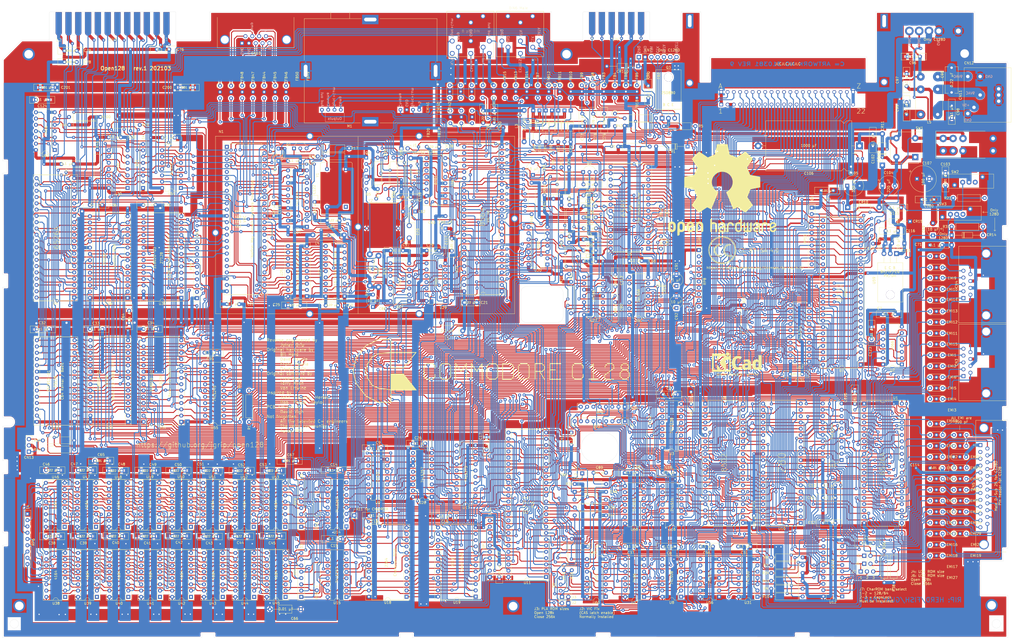
<source format=kicad_pcb>
(kicad_pcb (version 20171130) (host pcbnew "(5.1.9)-1")
  (title_block (title "C128 Neo") (date 2019-12-29) (rev 3) (company "Griffin Retro"))
  (layers (0 F.Cu signal) (31 B.Cu signal) (36 B.SilkS user) (37 F.SilkS user) (38 B.Mask user) (39 F.Mask user hide) (44 Edge.Cuts user))
  (net 0 "")
  (net 1 +5V)
  (net 2 GND)
  (net 3 "Net-(C20-Pad1)")
  (net 4 "Net-(C117-Pad2)")
  (net 5 "Net-(C118-Pad1)")
  (net 6 "Net-(C69-Pad1)")
  (net 7 "/CPU 8502/P4")
  (net 8 "/I/O/Casette Interface/CASS5")
  (net 9 "/I/O/Casette Interface/READ")
  (net 10 "Net-(C80-Pad1)")
  (net 11 "Net-(C112-Pad1)")
  (net 12 "Net-(C82-Pad2)")
  (net 13 "Net-(C82-Pad1)")
  (net 14 "Net-(C83-Pad2)")
  (net 15 "Net-(C83-Pad1)")
  (net 16 "Net-(C112-Pad2)")
  (net 17 /Sound/AUDIO_OUT)
  (net 18 +9V)
  (net 19 "Net-(C122-Pad1)")
  (net 20 "Net-(C89-Pad2)")
  (net 21 "Net-(C89-Pad1)")
  (net 22 "Net-(C90-Pad2)")
  (net 23 "Net-(C91-Pad1)")
  (net 24 "Net-(C92-Pad1)")
  (net 25 "Net-(C93-Pad2)")
  (net 26 /Sound/EXT_AUDIO)
  (net 27 "Net-(C97-Pad1)")
  (net 28 "Net-(C99-Pad1)")
  (net 29 "Net-(C101-Pad1)")
  (net 30 "Net-(C104-Pad1)")
  (net 31 /I/O/POTX)
  (net 32 /I/O/POTY)
  (net 33 +12V)
  (net 34 "Net-(C113-Pad1)")
  (net 35 "/I/O/Control Ports/Control Ports-EMI/IN_POTAX")
  (net 36 "/I/O/Control Ports/Control Ports-EMI/IN_FBTNA")
  (net 37 "/I/O/Control Ports/Control Ports-EMI/IN_POTAY")
  (net 38 "/I/O/Control Ports/Control Ports-EMI/IN_JOYA3")
  (net 39 "/I/O/Control Ports/Control Ports-EMI/IN_JOYA2")
  (net 40 "/I/O/Control Ports/Control Ports-EMI/IN_JOYA1")
  (net 41 "/I/O/Control Ports/Control Ports-EMI/IN_JOYA0")
  (net 42 "/I/O/Control Ports/Control Ports-EMI/IN_POTBX")
  (net 43 "/I/O/Control Ports/Control Ports-EMI/IN_FBTNB")
  (net 44 "/I/O/Control Ports/Control Ports-EMI/IN_POTBY")
  (net 45 "/I/O/Control Ports/Control Ports-EMI/IN_JOYB3")
  (net 46 "/I/O/Control Ports/Control Ports-EMI/IN_JOYB2")
  (net 47 "/I/O/Control Ports/Control Ports-EMI/IN_JOYB1")
  (net 48 "/I/O/Control Ports/Control Ports-EMI/IN_JOYB0")
  (net 49 "/CPU 8502/CAPLK")
  (net 50 /I/O/Keyboard/Key-EMI/IN_4080)
  (net 51 /I/O/Keyboard/Key-EMI/IN_K2)
  (net 52 /I/O/Keyboard/Key-EMI/IN_K1)
  (net 53 /I/O/Keyboard/Key-EMI/IN_K0)
  (net 54 /I/O/Keyboard/Key-EMI/IN_COL7)
  (net 55 /I/O/Keyboard/Key-EMI/IN_COL1)
  (net 56 /I/O/Keyboard/Key-EMI/IN_COL2)
  (net 57 /I/O/Keyboard/Key-EMI/IN_COL3)
  (net 58 /I/O/Keyboard/Key-EMI/IN_COL4)
  (net 59 /I/O/Keyboard/Key-EMI/IN_COL5)
  (net 60 /I/O/Keyboard/Key-EMI/IN_COL6)
  (net 61 /I/O/Keyboard/Key-EMI/IN_COL0)
  (net 62 /I/O/Keyboard/Key-EMI/IN_ROW0)
  (net 63 /I/O/Keyboard/Key-EMI/IN_ROW1)
  (net 64 /I/O/Keyboard/Key-EMI/IN_ROW2)
  (net 65 /I/O/Keyboard/Key-EMI/IN_ROW7)
  (net 66 /I/O/Keyboard/Key-EMI/IN_ROW4)
  (net 67 /I/O/Keyboard/Key-EMI/IN_ROW5)
  (net 68 /I/O/Keyboard/Key-EMI/IN_ROW6)
  (net 69 /I/O/Keyboard/Key-EMI/IN_ROW3)
  (net 70 /I/O/Keyboard/Key-EMI/IN_RSTR)
  (net 71 "Net-(CN5-Pad2)")
  (net 72 /I/O/Keyboard/Key-EMI/IN_GND)
  (net 73 "Net-(CR1-Pad1)")
  (net 74 "/I/O/Serial Bus/DATA")
  (net 75 "/I/O/Serial Bus/CLK")
  (net 76 "/I/O/Serial Bus/ATN")
  (net 77 "/I/O/Serial Bus/~SRQIN")
  (net 78 "/I/O/Control Ports/Control Ports-EMI/OUT_POTAY")
  (net 79 "/I/O/Control Ports/Control Ports-EMI/OUT_POTBX")
  (net 80 "/I/O/Control Ports/Control Ports-EMI/OUT_POTBY")
  (net 81 /I/O/4080)
  (net 82 /VIC/K0)
  (net 83 /VIC/K1)
  (net 84 /VIC/K2)
  (net 85 /VIC/~LIGHTPEN)
  (net 86 /I/O/Keyboard/RESTORE)
  (net 87 "Net-(EMI39-Pad3)")
  (net 88 "Net-(CN8-Pad4)")
  (net 89 "Net-(EMI40-Pad1)")
  (net 90 "Net-(CN8-Pad1)")
  (net 91 "Net-(EMI41-Pad1)")
  (net 92 "Net-(CN8-Pad6)")
  (net 93 "Net-(EMI42-Pad1)")
  (net 94 "/I/O/Casette Interface/CCN1")
  (net 95 "/I/O/Casette Interface/CCN2")
  (net 96 "/I/O/Casette Interface/CASS3")
  (net 97 "/I/O/Casette Interface/CCN3")
  (net 98 "/I/O/Casette Interface/CCN4")
  (net 99 "/I/O/Casette Interface/CCN5")
  (net 100 "/I/O/Casette Interface/CCN6")
  (net 101 "Net-(CN6-Pad1)")
  (net 102 "Net-(CN6-Pad5)")
  (net 103 "Net-(CN6-Pad4)")
  (net 104 "Net-(CN6-Pad3)")
  (net 105 "Net-(CN6-Pad6)")
  (net 106 "/I/O/Serial Bus/~EXTRES")
  (net 107 "Net-(CN6-Pad2)")
  (net 108 "Net-(CN8-Pad8)")
  (net 109 "Net-(CN8-Pad3)")
  (net 110 "Net-(CN8-Pad5)")
  (net 111 "Net-(FB18-Pad2)")
  (net 112 /Clock/~ϕDOT)
  (net 113 /VDC/R)
  (net 114 "Net-(CN10-Pad3)")
  (net 115 /VDC/G)
  (net 116 "Net-(CN10-Pad4)")
  (net 117 /VDC/B)
  (net 118 "Net-(CN10-Pad5)")
  (net 119 /VDC/I)
  (net 120 "Net-(CN10-Pad6)")
  (net 121 /VDC/MONOCHROME)
  (net 122 "Net-(CN10-Pad7)")
  (net 123 /VDC/HSYNC)
  (net 124 "Net-(CN10-Pad8)")
  (net 125 /VDC/VSYNC)
  (net 126 "Net-(CN10-Pad9)")
  (net 127 "Net-(J1-Pad2)")
  (net 128 "Net-(J2-Pad2)")
  (net 129 "Net-(J3-Pad1)")
  (net 130 "Net-(J4-Pad2)")
  (net 131 "/Address Multiplexing/A14")
  (net 132 "Net-(J6-Pad2)")
  (net 133 /I/O/128_64)
  (net 134 "Net-(J7-Pad2)")
  (net 135 "Net-(Q1-Pad3)")
  (net 136 "Net-(Q1-Pad2)")
  (net 137 "Net-(Q4-Pad3)")
  (net 138 "Net-(Q5-Pad3)")
  (net 139 "Net-(Q6-Pad1)")
  (net 140 "Net-(Q6-Pad3)")
  (net 141 "Net-(Q6-Pad2)")
  (net 142 "/CPU 8502/P3")
  (net 143 "Net-(R8-Pad1)")
  (net 144 "Net-(R11-Pad1)")
  (net 145 "Net-(R15-Pad2)")
  (net 146 "Net-(R16-Pad2)")
  (net 147 "Net-(R16-Pad1)")
  (net 148 "/CPU 8502/8052_RW")
  (net 149 "Net-(R29-Pad2)")
  (net 150 "Net-(R29-Pad1)")
  (net 151 "Net-(R30-Pad2)")
  (net 152 "Net-(R30-Pad1)")
  (net 153 "Net-(CN13-Pad1)")
  (net 154 "Net-(R34-Pad1)")
  (net 155 "Net-(R41-Pad1)")
  (net 156 "Net-(CN13-Pad3)")
  (net 157 /I/O/Userport/SP2)
  (net 158 /I/O/Userport/~FLAG2)
  (net 159 "Net-(R48-Pad1)")
  (net 160 "Net-(R100-Pad2)")
  (net 161 "/Expansion Port/1MHZ")
  (net 162 "/CPU Z80/D1MHZ")
  (net 163 "/Memory Management/~BUSACK")
  (net 164 /I/O/~DRESET)
  (net 165 ~RESET)
  (net 166 "Net-(RP2-Pad6)")
  (net 167 "/CPU 8502/~NMI")
  (net 168 "Net-(RP2-Pad4)")
  (net 169 "Net-(RP2-Pad3)")
  (net 170 "Net-(RP2-Pad2)")
  (net 171 "/Address Multiplexing/MA4")
  (net 172 "/Address Multiplexing/VMA4")
  (net 173 "/Address Multiplexing/MA5")
  (net 174 "/Address Multiplexing/VMA6")
  (net 175 "/Address Multiplexing/MA6")
  (net 176 "/Address Multiplexing/MA7")
  (net 177 "/Address Multiplexing/VMA7")
  (net 178 "/Address Multiplexing/MA0")
  (net 179 "/Address Multiplexing/VMA0")
  (net 180 "/Address Multiplexing/MA1")
  (net 181 "/Address Multiplexing/VMA1")
  (net 182 "/Address Multiplexing/MA2")
  (net 183 "/Address Multiplexing/VMA2")
  (net 184 "/Address Multiplexing/MA3")
  (net 185 "/Address Multiplexing/VMA3")
  (net 186 "/I/O/Serial Bus/SP")
  (net 187 "/I/O/Serial Bus/CNT")
  (net 188 /I/O/Userport/CNT2)
  (net 189 "Net-(RP7-Pad9)")
  (net 190 "/CPU 8502/P2")
  (net 191 "/CPU 8502/P1")
  (net 192 "/CPU 8502/P0")
  (net 193 "Net-(RP7-Pad5)")
  (net 194 "Net-(RP7-Pad4)")
  (net 195 "Net-(RP7-Pad3)")
  (net 196 "Net-(RP7-Pad2)")
  (net 197 "/Address Multiplexing/A0")
  (net 198 "/Address Multiplexing/A1")
  (net 199 "/Address Multiplexing/A2")
  (net 200 "/Address Multiplexing/A3")
  (net 201 "/Address Multiplexing/A4")
  (net 202 "/Address Multiplexing/A5")
  (net 203 "/Address Multiplexing/A6")
  (net 204 "/Address Multiplexing/A7")
  (net 205 "Net-(RP9-Pad2)")
  (net 206 "Net-(RP10-Pad10)")
  (net 207 "/Address Multiplexing/A15")
  (net 208 "/Address Multiplexing/A13")
  (net 209 "/Address Multiplexing/A12")
  (net 210 "/Address Multiplexing/A11")
  (net 211 "/Address Multiplexing/A10")
  (net 212 "/Address Multiplexing/A9")
  (net 213 "/Address Multiplexing/A8")
  (net 214 /Clock/TOD)
  (net 215 "Net-(U1-Pad18)")
  (net 216 /I/O/ROW7)
  (net 217 /I/O/ROW6)
  (net 218 /I/O/ROW5)
  (net 219 "/CPU 8502/D0")
  (net 220 /I/O/ROW3)
  (net 221 "/CPU 8502/D1")
  (net 222 /I/O/ROW2)
  (net 223 "/CPU 8502/D2")
  (net 224 /I/O/ROW1)
  (net 225 "/CPU 8502/D3")
  (net 226 /I/O/ROW0)
  (net 227 "/CPU 8502/D4")
  (net 228 /I/O/COL7)
  (net 229 "/CPU 8502/D5")
  (net 230 /I/O/COL6)
  (net 231 "/CPU 8502/D6")
  (net 232 /I/O/COL5)
  (net 233 "/CPU 8502/D7")
  (net 234 /I/O/COL4)
  (net 235 /I/O/COL3)
  (net 236 /I/O/COL2)
  (net 237 ~CS_CIA1)
  (net 238 /I/O/COL1)
  (net 239 /R~W)
  (net 240 /I/O/COL0)
  (net 241 /~IRQ)
  (net 242 "/I/O/Control Ports/Control Ports-EMI/OUT_POTAX")
  (net 243 ~CS_SID)
  (net 244 ~CS_IO2)
  (net 245 "Net-(U3-Pad14)")
  (net 246 ~CS_8563)
  (net 247 "/Memory Management/~IO_CS")
  (net 248 "Net-(U3-Pad12)")
  (net 249 "Net-(U3-Pad4)")
  (net 250 ~CS_CIA2)
  (net 251 ~CS_IO1)
  (net 252 /I/O/Userport/~PC2)
  (net 253 /I/O/PB7)
  (net 254 /I/O/PB6)
  (net 255 /I/O/PB5)
  (net 256 /I/O/PB4)
  (net 257 /I/O/PB3)
  (net 258 /I/O/PB2)
  (net 259 /I/O/PB1)
  (net 260 /I/O/PB0)
  (net 261 "/I/O/Serial Bus/DATAOUT")
  (net 262 "/I/O/Serial Bus/CLKOUT")
  (net 263 "/I/O/Serial Bus/ATNOUT")
  (net 264 /I/O/Userport/PA2)
  (net 265 "Net-(U6-Pad5)")
  (net 266 "Net-(U6-Pad2)")
  (net 267 "/CPU 8502/P5")
  (net 268 "/CPU 8502/2MHZ")
  (net 269 "Net-(U54-Pad6)")
  (net 270 "/Expansion Port/~EXROM")
  (net 271 "Net-(U54-Pad11)")
  (net 272 "/Expansion Port/~GAME")
  (net 273 "/Memory Management/FSDIR")
  (net 274 "/CPU 8502/~MMU_Z80EN")
  (net 275 "/Address Multiplexing/MUX")
  (net 276 "/CPU Z80/GAEC")
  (net 277 "/Memory Management/ROMBANKLO")
  (net 278 "/Memory Management/ROMBANKHI")
  (net 279 "/Memory Management/IOSEL")
  (net 280 "Net-(U7-Pad12)")
  (net 281 "Net-(U7-Pad11)")
  (net 282 "/Address Multiplexing/TA8")
  (net 283 "/Address Multiplexing/TA9")
  (net 284 "/Address Multiplexing/TA10")
  (net 285 "/Address Multiplexing/TA11")
  (net 286 "/Address Multiplexing/TA12")
  (net 287 "/Address Multiplexing/TA13")
  (net 288 "/Address Multiplexing/TA14")
  (net 289 "/Address Multiplexing/TA15")
  (net 290 "/CPU 8502/F_R~W")
  (net 291 "/CPU 8502/Z80_RW")
  (net 292 "Net-(U32-Pad26)")
  (net 293 "Net-(U16-Pad12)")
  (net 294 "Net-(U37-Pad5)")
  (net 295 "/Address Multiplexing/~AEC")
  (net 296 "Net-(U58-Pad1)")
  (net 297 /DRAM/~GCAS1)
  (net 298 /DRAM/~CAS)
  (net 299 "Net-(U11-Pad41)")
  (net 300 /DRAM/~GCAS0)
  (net 301 "/CPU Z80/~Z80IO")
  (net 302 "Net-(U10-Pad19)")
  (net 303 "Net-(U10-Pad18)")
  (net 304 "/CPU Z80/ZD1")
  (net 305 "/CPU Z80/ZD0")
  (net 306 "/CPU Z80/ZD7")
  (net 307 "/CPU Z80/ZD2")
  (net 308 "/CPU Z80/ZD6")
  (net 309 "/CPU Z80/ZD5")
  (net 310 "Net-(U10-Pad28)")
  (net 311 "/CPU Z80/ZD3")
  (net 312 "/Memory Management/M1")
  (net 313 "/CPU Z80/ZD4")
  (net 314 "/CPU 8502/~BUSACK")
  (net 315 "Net-(U10-Pad21)")
  (net 316 ~CS_CHAROM)
  (net 317 ~CS_COLRAM)
  (net 318 /BA)
  (net 319 "/Memory Management/~GWE")
  (net 320 "/Address Multiplexing/VMA5")
  (net 321 "/Memory Management/~IOACC")
  (net 322 ~CS_VIC)
  (net 323 /DRAM/~DWE)
  (net 324 "Net-(U11-Pad39)")
  (net 325 ~CS_ROM1)
  (net 326 ~CS_ROM2)
  (net 327 ~CS_ROM3)
  (net 328 ~CS_ROM4)
  (net 329 ~CS_FROM)
  (net 330 /AEC)
  (net 331 "/Memory Management/CLRBNK")
  (net 332 ~CS_ROMH)
  (net 333 ~CS_ROML)
  (net 334 "Net-(U11-Pad29)")
  (net 335 "Net-(U11-Pad28)")
  (net 336 "Net-(U16-Pad4)")
  (net 337 "Net-(U16-Pad10)")
  (net 338 "Net-(U16-Pad2)")
  (net 339 "Net-(U16-Pad8)")
  (net 340 "/Address Multiplexing/SA7")
  (net 341 "/Address Multiplexing/SA3")
  (net 342 "/Address Multiplexing/VA7")
  (net 343 "/Address Multiplexing/VA6")
  (net 344 "/Address Multiplexing/SA6")
  (net 345 "/Address Multiplexing/SA2")
  (net 346 "/Address Multiplexing/SA5")
  (net 347 "/Address Multiplexing/SA1")
  (net 348 "/Address Multiplexing/SA4")
  (net 349 "/Address Multiplexing/SA0")
  (net 350 "Net-(U17-Pad11)")
  (net 351 /VIC/CD2)
  (net 352 /VIC/CD1)
  (net 353 "Net-(U19-Pad21)")
  (net 354 /VIC/CD0)
  (net 355 /VIC/CD3)
  (net 356 "/Address Multiplexing/~RAS")
  (net 357 "/VIC/RF Modulator and AV connectors/SYNC_LUM")
  (net 358 "/VIC/RF Modulator and AV connectors/CHROMA")
  (net 359 "Net-(U21-Pad15)")
  (net 360 /VIC/ΦDOT)
  (net 361 /VIC/ΦCOLOR)
  (net 362 "/CPU Z80/ΦZ80")
  (net 363 "Net-(U22-Pad48)")
  (net 364 "Net-(U22-Pad47)")
  (net 365 "Net-(U22-Pad46)")
  (net 366 "Net-(U22-Pad45)")
  (net 367 "Net-(U22-Pad21)")
  (net 368 "Net-(U22-Pad44)")
  (net 369 "Net-(U22-Pad20)")
  (net 370 "Net-(U22-Pad43)")
  (net 371 "Net-(U22-Pad19)")
  (net 372 /VDC/DD7)
  (net 373 /VDC/DD6)
  (net 374 /VDC/DD5)
  (net 375 /VDC/DD4)
  (net 376 /VDC/DD3)
  (net 377 /VDC/DD2)
  (net 378 /VDC/DD1)
  (net 379 /VDC/DD0)
  (net 380 /VDC/DA7)
  (net 381 /VDC/DA6)
  (net 382 /VDC/DA5)
  (net 383 /VDC/DA4)
  (net 384 /VDC/DA3)
  (net 385 /VDC/DA2)
  (net 386 /VDC/DA1)
  (net 387 "Net-(U22-Pad3)")
  (net 388 /VDC/DA0)
  (net 389 "Net-(U22-Pad2)")
  (net 390 "Net-(U22-Pad1)")
  (net 391 "Net-(U24-Pad7)")
  (net 392 "Net-(U24-Pad3)")
  (net 393 "Net-(U26-Pad9)")
  (net 394 "Net-(U27-Pad5)")
  (net 395 "Net-(U27-Pad3)")
  (net 396 "Net-(U27-Pad9)")
  (net 397 "Net-(U28-Pad16)")
  (net 398 "Net-(U28-Pad14)")
  (net 399 "Net-(U28-Pad11)")
  (net 400 "Net-(U28-Pad3)")
  (net 401 "Net-(U28-Pad10)")
  (net 402 "Net-(U28-Pad1)")
  (net 403 "Net-(U31-Pad2)")
  (net 404 "Net-(U31-Pad12)")
  (net 405 "Net-(U31-Pad5)")
  (net 406 "Net-(U31-Pad3)")
  (net 407 "Net-(U38-Pad1)")
  (net 408 "Net-(U39-Pad1)")
  (net 409 "Net-(U40-Pad1)")
  (net 410 "Net-(U41-Pad1)")
  (net 411 "Net-(U42-Pad1)")
  (net 412 "Net-(U43-Pad1)")
  (net 413 "Net-(U44-Pad1)")
  (net 414 "Net-(U45-Pad1)")
  (net 415 "Net-(U46-Pad1)")
  (net 416 "Net-(U47-Pad1)")
  (net 417 "Net-(U48-Pad1)")
  (net 418 "Net-(U49-Pad1)")
  (net 419 "Net-(U50-Pad1)")
  (net 420 "Net-(U51-Pad1)")
  (net 421 "Net-(U52-Pad1)")
  (net 422 "Net-(U53-Pad1)")
  (net 423 "Net-(U54-Pad10)")
  (net 424 "Net-(U54-Pad8)")
  (net 425 "/CPU 8502/DMA")
  (net 426 "Net-(U56-Pad8)")
  (net 427 "Net-(U61-Pad6)")
  (net 428 "Net-(Y1-Pad1)")
  (net 429 "Net-(R1-Pad1)")
  (net 430 "Net-(R2-Pad2)")
  (net 431 "Net-(CN7-Pad6)")
  (net 432 "Net-(CN8-Pad7)")
  (net 433 "Net-(U4-Pad3)")
  (net 434 "/Address Multiplexing/VA15")
  (net 435 "/Address Multiplexing/VA14")
  (net 436 /I/O/~VA14)
  (net 437 "Net-(FB19-Pad2)")
  (net 438 "Net-(FB20-Pad2)")
  (net 439 "Net-(U28-Pad5)")
  (net 440 "Net-(C120-Pad1)")
  (net 441 "Net-(C95-Pad2)")
  (net 442 "Net-(C95-Pad1)")
  (net 443 "Net-(C98-Pad1)")
  (net 444 "Net-(SW2-Pad3)")
  (net 445 "Net-(SW3-Pad3)")
  (net 446 9VAC2)
  (net 447 9VAC1)
  (module Open128:RF_modulator (layer F.Cu) (at 155.575 80.01)
    (fp_text reference M1 (at 17.78 1.778) (layer F.SilkS))
    (fp_text value RF_Modulator)
    (pad 3 thru_hole rect (at 52.578 -20.574 90) (size 6.604 3.81) (drill oval 5 1.5) (layers *.Cu *.Mask) (net 2 GND))
    (pad 3 thru_hole rect (at 0 -20.574 90) (size 6.604 3.81) (drill oval 5 1.5) (layers *.Cu *.Mask) (net 2 GND))
    (pad 3 thru_hole rect (at 26.162 -41.3385) (size 6.604 3.81) (drill oval 5 1.5) (layers *.Cu *.Mask) (net 2 GND))
    (pad 3 thru_hole rect (at 26.162 0) (size 6.604 3.81) (drill oval 5 1.5) (layers *.Cu *.Mask) (net 2 GND))
    (pad 1 thru_hole circle (at 45.974 -4.826) (size 1.524 1.524) (drill 0.762) (layers *.Cu *.Mask) (net 440 "Net-(C120-Pad1)"))
    (pad 2 thru_hole circle (at 43.434 -4.826) (size 1.524 1.524) (drill 0.762) (layers *.Cu *.Mask) (net 437 "Net-(FB19-Pad2)"))
    (pad 3 thru_hole circle (at 40.894 -4.826) (size 1.524 1.524) (drill 0.762) (layers *.Cu *.Mask) (net 2 GND))
    (pad 4 thru_hole circle (at 38.354 -4.826) (size 1.524 1.524) (drill 0.762) (layers *.Cu *.Mask) (net 438 "Net-(FB20-Pad2)"))
    (pad 5 thru_hole circle (at 14.224 -4.826) (size 1.524 1.524) (drill 0.762) (layers *.Cu *.Mask) (net 89 "Net-(EMI40-Pad1)"))
    (pad 6 thru_hole circle (at 11.684 -4.826) (size 1.524 1.524) (drill 0.762) (layers *.Cu *.Mask) (net 91 "Net-(EMI41-Pad1)"))
    (pad 7 thru_hole circle (at 9.144 -4.826) (size 1.524 1.524) (drill 0.762) (layers *.Cu *.Mask) (net 93 "Net-(EMI42-Pad1)"))
    (pad 8 thru_hole circle (at 6.604 -4.826) (size 1.524 1.524) (drill 0.762) (layers *.Cu *.Mask) (net 87 "Net-(EMI39-Pad3)"))
  )
  (module Open128:EXPANSIONPORT (layer F.Cu) (at 350.3676 70.52056)
    (fp_text reference CN1 hide)
    (fp_text value "Expansion bus" hide)
    (fp_text user A (at -27.94 -3.81) (layer F.SilkS) (effects (font (size 1.9 1.9) (thickness 0.16)) (justify left bottom)))
    (fp_text user Z (at 27.94 -3.81) (layer F.SilkS) (effects (font (size 1.9 1.9) (thickness 0.16)) (justify left bottom)))
    (fp_text user 22 (at 27.94 6.35) (layer F.SilkS) (effects (font (size 1.9 1.9) (thickness 0.16)) (justify left bottom)))
    (fp_text user 1 (at -27.94 6.35) (layer F.SilkS) (effects (font (size 1.9 1.9) (thickness 0.16)) (justify left bottom)))
    (pad Z thru_hole rect (at 39.21252 -31.2166) (size 3 6) (drill oval 1.5 5) (layers *.Cu *.Mask) (net 2 GND))
    (pad A thru_hole rect (at -39.4208 -31.2166) (size 3 6) (drill oval 1.5 5) (layers *.Cu *.Mask) (net 2 GND))
    (pad Z thru_hole circle (at 39.21252 -6.56336) (size 3.216 3.216) (drill 2.2) (layers *.Cu *.Mask) (net 2 GND))
    (pad A thru_hole circle (at -39.45128 -6.1976) (size 3.216 3.216) (drill 2.2) (layers *.Cu *.Mask) (net 2 GND))
    (pad D thru_hole circle (at -19.05 -2.54) (size 1.508 1.508) (drill 1) (layers *.Cu *.Mask) (net 167 "/CPU 8502/~NMI"))
    (pad Z thru_hole circle (at 26.67 -2.54) (size 1.508 1.508) (drill 1) (layers *.Cu *.Mask) (net 2 GND))
    (pad 22 thru_hole circle (at 26.67 2.54) (size 1.508 1.508) (drill 1) (layers *.Cu *.Mask) (net 2 GND))
    (pad 21 thru_hole circle (at 24.13 2.54) (size 1.508 1.508) (drill 1) (layers *.Cu *.Mask) (net 219 "/CPU 8502/D0"))
    (pad Y thru_hole circle (at 24.13 -2.54) (size 1.508 1.508) (drill 1) (layers *.Cu *.Mask) (net 349 "/Address Multiplexing/SA0"))
    (pad X thru_hole circle (at 21.59 -2.54) (size 1.508 1.508) (drill 1) (layers *.Cu *.Mask) (net 347 "/Address Multiplexing/SA1"))
    (pad W thru_hole circle (at 19.05 -2.54) (size 1.508 1.508) (drill 1) (layers *.Cu *.Mask) (net 345 "/Address Multiplexing/SA2"))
    (pad V thru_hole circle (at 16.51 -2.54) (size 1.508 1.508) (drill 1) (layers *.Cu *.Mask) (net 341 "/Address Multiplexing/SA3"))
    (pad U thru_hole circle (at 13.97 -2.54) (size 1.508 1.508) (drill 1) (layers *.Cu *.Mask) (net 348 "/Address Multiplexing/SA4"))
    (pad T thru_hole circle (at 11.43 -2.54) (size 1.508 1.508) (drill 1) (layers *.Cu *.Mask) (net 346 "/Address Multiplexing/SA5"))
    (pad S thru_hole circle (at 8.89 -2.54) (size 1.508 1.508) (drill 1) (layers *.Cu *.Mask) (net 344 "/Address Multiplexing/SA6"))
    (pad R thru_hole circle (at 6.35 -2.54) (size 1.508 1.508) (drill 1) (layers *.Cu *.Mask) (net 340 "/Address Multiplexing/SA7"))
    (pad P thru_hole circle (at 3.81 -2.54) (size 1.508 1.508) (drill 1) (layers *.Cu *.Mask) (net 282 "/Address Multiplexing/TA8"))
    (pad N thru_hole circle (at 1.27 -2.54) (size 1.508 1.508) (drill 1) (layers *.Cu *.Mask) (net 283 "/Address Multiplexing/TA9"))
    (pad M thru_hole circle (at -1.27 -2.54) (size 1.508 1.508) (drill 1) (layers *.Cu *.Mask) (net 284 "/Address Multiplexing/TA10"))
    (pad L thru_hole circle (at -3.81 -2.54) (size 1.508 1.508) (drill 1) (layers *.Cu *.Mask) (net 285 "/Address Multiplexing/TA11"))
    (pad K thru_hole circle (at -6.35 -2.54) (size 1.508 1.508) (drill 1) (layers *.Cu *.Mask) (net 286 "/Address Multiplexing/TA12"))
    (pad J thru_hole circle (at -8.89 -2.54) (size 1.508 1.508) (drill 1) (layers *.Cu *.Mask) (net 287 "/Address Multiplexing/TA13"))
    (pad H thru_hole circle (at -11.43 -2.54) (size 1.508 1.508) (drill 1) (layers *.Cu *.Mask) (net 288 "/Address Multiplexing/TA14"))
    (pad F thru_hole circle (at -13.97 -2.54) (size 1.508 1.508) (drill 1) (layers *.Cu *.Mask) (net 289 "/Address Multiplexing/TA15"))
    (pad E thru_hole circle (at -16.51 -2.54) (size 1.508 1.508) (drill 1) (layers *.Cu *.Mask) (net 161 "/Expansion Port/1MHZ"))
    (pad C thru_hole circle (at -21.59 -2.54) (size 1.508 1.508) (drill 1) (layers *.Cu *.Mask) (net 165 ~RESET))
    (pad B thru_hole circle (at -24.13 -2.54) (size 1.508 1.508) (drill 1) (layers *.Cu *.Mask) (net 332 ~CS_ROMH))
    (pad A thru_hole circle (at -26.67 -2.54) (size 1.508 1.508) (drill 1) (layers *.Cu *.Mask) (net 2 GND))
    (pad 20 thru_hole circle (at 21.59 2.54) (size 1.508 1.508) (drill 1) (layers *.Cu *.Mask) (net 221 "/CPU 8502/D1"))
    (pad 19 thru_hole circle (at 19.05 2.54) (size 1.508 1.508) (drill 1) (layers *.Cu *.Mask) (net 223 "/CPU 8502/D2"))
    (pad 18 thru_hole circle (at 16.51 2.54) (size 1.508 1.508) (drill 1) (layers *.Cu *.Mask) (net 225 "/CPU 8502/D3"))
    (pad 17 thru_hole circle (at 13.97 2.54) (size 1.508 1.508) (drill 1) (layers *.Cu *.Mask) (net 227 "/CPU 8502/D4"))
    (pad 16 thru_hole circle (at 11.43 2.54) (size 1.508 1.508) (drill 1) (layers *.Cu *.Mask) (net 229 "/CPU 8502/D5"))
    (pad 15 thru_hole circle (at 8.89 2.54) (size 1.508 1.508) (drill 1) (layers *.Cu *.Mask) (net 231 "/CPU 8502/D6"))
    (pad 14 thru_hole circle (at 6.35 2.54) (size 1.508 1.508) (drill 1) (layers *.Cu *.Mask) (net 233 "/CPU 8502/D7"))
    (pad 13 thru_hole circle (at 3.81 2.54) (size 1.508 1.508) (drill 1) (layers *.Cu *.Mask) (net 425 "/CPU 8502/DMA"))
    (pad 12 thru_hole circle (at 1.27 2.54) (size 1.508 1.508) (drill 1) (layers *.Cu *.Mask) (net 318 /BA))
    (pad 11 thru_hole circle (at -1.27 2.54) (size 1.508 1.508) (drill 1) (layers *.Cu *.Mask) (net 333 ~CS_ROML))
    (pad 10 thru_hole circle (at -3.81 2.54) (size 1.508 1.508) (drill 1) (layers *.Cu *.Mask) (net 244 ~CS_IO2))
    (pad 9 thru_hole circle (at -6.35 2.54) (size 1.508 1.508) (drill 1) (layers *.Cu *.Mask) (net 270 "/Expansion Port/~EXROM"))
    (pad 8 thru_hole circle (at -8.89 2.54) (size 1.508 1.508) (drill 1) (layers *.Cu *.Mask) (net 272 "/Expansion Port/~GAME"))
    (pad 7 thru_hole circle (at -11.43 2.54) (size 1.508 1.508) (drill 1) (layers *.Cu *.Mask) (net 251 ~CS_IO1))
    (pad 6 thru_hole circle (at -13.97 2.54) (size 1.508 1.508) (drill 1) (layers *.Cu *.Mask) (net 112 /Clock/~ϕDOT))
    (pad 5 thru_hole circle (at -16.51 2.54) (size 1.508 1.508) (drill 1) (layers *.Cu *.Mask) (net 239 /R~W))
    (pad 4 thru_hole circle (at -19.05 2.54) (size 1.508 1.508) (drill 1) (layers *.Cu *.Mask) (net 241 /~IRQ))
    (pad 3 thru_hole circle (at -21.59 2.54) (size 1.508 1.508) (drill 1) (layers *.Cu *.Mask) (net 1 +5V))
    (pad 2 thru_hole circle (at -24.13 2.54) (size 1.508 1.508) (drill 1) (layers *.Cu *.Mask) (net 1 +5V))
    (pad 1 thru_hole rect (at -26.67 2.54) (size 1.508 1.508) (drill 1) (layers *.Cu *.Mask) (net 2 GND))
  )
  (module Symbol:Symbol_CreativeCommons_SilkScreenTop_Type2_Big (layer F.Cu) (at 324.104 131.953)
    (fp_text reference REF** (at 0.59944 -7.29996) (layer F.SilkS))
    (fp_text value Symbol_CreativeCommons_SilkScreenTop_Type2_Big)
  )
  (module Open128:C128-logo (layer F.Cu) (at 229.997 180.467)
    (fp_text reference G*** hide)
    (fp_text value LOGO hide)
  )
  (module Symbol:KiCad-Logo2_8mm_SilkScreen (layer F.Cu) (at 330.073 177.165)
    (fp_text reference REF** hide)
    (fp_text value KiCad-Logo2_8mm_SilkScreen hide)
  )
  (module Symbol:OSHW-Logo2_48.7x40mm_SilkScreen (layer F.Cu) (at 324.104 107.569)
    (fp_text reference REF** hide)
    (fp_text value OSHW-Logo2_48.7x40mm_SilkScreen hide)
  )
  (module Open128:Connector_DIN_Female_6Pin_3rows (layer F.Cu) (at 242.45316 47.37608 180)
    (fp_text reference CN6 (at -5.96 -7.52 180) (layer F.SilkS) (effects (font (size 1.00176 1.00176) (thickness 0.05))))
    (fp_text value "DIN6 Male" (at 0.81 13.33 180) (layer F.SilkS) (effects (font (size 1.00084 1.00084) (thickness 0.05))))
    (pad SH thru_hole circle (at 0 7.493 180) (size 1.95 1.95) (drill 1.3) (layers *.Cu *.Mask) (net 2 GND))
    (pad 3 thru_hole circle (at 0 0 180) (size 1.95 1.95) (drill 1.3) (layers *.Cu *.Mask) (net 104 "Net-(CN6-Pad3)"))
    (pad 2 thru_hole circle (at 5 -2.5 180) (size 1.95 1.95) (drill 1.3) (layers *.Cu *.Mask) (net 107 "Net-(CN6-Pad2)"))
    (pad 1 thru_hole circle (at 7.5 0 180) (size 1.95 1.95) (drill 1.3) (layers *.Cu *.Mask) (net 101 "Net-(CN6-Pad1)"))
    (pad 4 thru_hole circle (at -5 -2.5 180) (size 1.95 1.95) (drill 1.3) (layers *.Cu *.Mask) (net 103 "Net-(CN6-Pad4)"))
    (pad 5 thru_hole circle (at -7.5 0 180) (size 1.95 1.95) (drill 1.3) (layers *.Cu *.Mask) (net 102 "Net-(CN6-Pad5)"))
    (pad SH thru_hole circle (at -4.953 10.033 180) (size 1.95 1.95) (drill 1.3) (layers *.Cu *.Mask) (net 2 GND))
    (pad SH thru_hole circle (at 5.08 10.033 180) (size 1.95 1.95) (drill 1.3) (layers *.Cu *.Mask) (net 2 GND))
    (pad 6 thru_hole circle (at 0 -5 180) (size 1.95 1.95) (drill 1.3) (layers *.Cu *.Mask) (net 105 "Net-(CN6-Pad6)"))
  )
  (module Open128:Connector_DIN_Female_8Pin_3rows (layer F.Cu) (at 222.377 47.371 180)
    (fp_text reference CN8 (at -5.96 -7.52 180) (layer F.SilkS) (effects (font (size 1.00176 1.00176) (thickness 0.05))))
    (fp_text value "8 pin DIN" (at 0 4 180) (layer F.SilkS) (effects (font (size 1.00084 1.00084) (thickness 0.05))))
    (pad 7 thru_hole circle (at 7.5 -5 180) (size 1.95 1.95) (drill 1.3) (layers *.Cu *.Mask) (net 432 "Net-(CN8-Pad7)"))
    (pad 8 thru_hole circle (at -7.5 -5 180) (size 1.95 1.95) (drill 1.3) (layers *.Cu *.Mask) (net 108 "Net-(CN8-Pad8)"))
    (pad SH thru_hole circle (at 0 7.493 180) (size 1.95 1.95) (drill 1.3) (layers *.Cu *.Mask) (net 2 GND))
    (pad 2 thru_hole circle (at 0 0 180) (size 1.95 1.95) (drill 1.3) (layers *.Cu *.Mask) (net 2 GND))
    (pad 4 thru_hole circle (at 5 -2.5 180) (size 1.95 1.95) (drill 1.3) (layers *.Cu *.Mask) (net 88 "Net-(CN8-Pad4)"))
    (pad 1 thru_hole circle (at 7.5 0 180) (size 1.95 1.95) (drill 1.3) (layers *.Cu *.Mask) (net 90 "Net-(CN8-Pad1)"))
    (pad 5 thru_hole circle (at -5 -2.5 180) (size 1.95 1.95) (drill 1.3) (layers *.Cu *.Mask) (net 110 "Net-(CN8-Pad5)"))
    (pad 3 thru_hole circle (at -7.5 0 180) (size 1.95 1.95) (drill 1.3) (layers *.Cu *.Mask) (net 109 "Net-(CN8-Pad3)"))
    (pad SH thru_hole circle (at -4.953 10.033 180) (size 1.95 1.95) (drill 1.3) (layers *.Cu *.Mask) (net 2 GND))
    (pad SH thru_hole circle (at 5.08 10.033 180) (size 1.95 1.95) (drill 1.3) (layers *.Cu *.Mask) (net 2 GND))
    (pad 6 thru_hole circle (at 0 -5 180) (size 1.95 1.95) (drill 1.3) (layers *.Cu *.Mask) (net 92 "Net-(CN8-Pad6)"))
  )
  (module Open128:RF_Cage (layer F.Cu) (at 119.126 157.734)
    (fp_text reference N1 (at 2.286 -73.7235) (layer F.SilkS))
    (fp_text value "RF Cage")
    (pad 1 thru_hole circle (at 38.1635 -71.882) (size 3 3) (drill 2) (layers *.Cu *.Mask) (net 2 GND))
    (pad 1 thru_hole circle (at 82.3595 -71.882) (size 3 3) (drill 2) (layers *.Cu *.Mask) (net 2 GND))
    (pad 1 thru_hole circle (at 82.3595 0) (size 3 3) (drill 2) (layers *.Cu *.Mask) (net 2 GND))
    (pad 1 thru_hole circle (at 38.1 0) (size 3 3) (drill 2) (layers *.Cu *.Mask) (net 2 GND))
    (pad 1 thru_hole circle (at 120.9675 -38.5445) (size 3 3) (drill 2) (layers *.Cu *.Mask) (net 2 GND))
    (pad 1 thru_hole circle (at 57.658 -35.179) (size 3 3) (drill 2) (layers *.Cu *.Mask) (net 2 GND))
    (pad 1 thru_hole circle (at 0 -32.8295) (size 3 3) (drill 2) (layers *.Cu *.Mask) (net 2 GND))
  )
  (module Connector_PinHeader_2.54mm:PinHeader_1x02_P2.54mm_Vertical (layer F.Cu) (at 381.508 255.5748 90)
    (fp_text reference J4 (at 0 -2.33 90) (layer F.SilkS))
    (fp_text value 128/256k)
    (pad 2 thru_hole oval (at 0 2.54 90) (size 1.7 1.7) (drill 1) (layers *.Cu *.Mask) (net 130 "Net-(J4-Pad2)"))
    (pad 1 thru_hole rect (at 0 0 90) (size 1.7 1.7) (drill 1) (layers *.Cu *.Mask) (net 207 "/Address Multiplexing/A15"))
  )
  (module Open128:Switch-Pushbutton (layer F.Cu) (at 415.89452 116.46916)
    (fp_text reference SW3 (at -2.6 -3.2) (layer F.SilkS))
    (fp_text value "Disk Reset")
    (pad 0 thru_hole circle (at -2.794 2.159) (size 2 2) (drill 1) (layers *.Cu *.Mask) (net 2 GND))
    (pad 3 thru_hole circle (at 5.56 0.992) (size 2 2) (drill 1) (layers *.Cu *.Mask) (net 445 "Net-(SW3-Pad3)"))
    (pad 1 thru_hole circle (at 0.5 1.002) (size 2 2) (drill 1) (layers *.Cu *.Mask) (net 6 "Net-(C69-Pad1)"))
    (pad 2 thru_hole circle (at 3.05 0.992) (size 2 2) (drill 1) (layers *.Cu *.Mask) (net 2 GND))
    (pad 0 thru_hole circle (at 8.509 -1.143) (size 2 2) (drill 1) (layers *.Cu *.Mask) (net 2 GND))
  )
  (module Open128:Switch-Pushbutton (layer F.Cu) (at 420.85768 103.48468)
    (fp_text reference SW2 (at -2.6 -3.2) (layer F.SilkS))
    (fp_text value "Reset Switch")
    (pad 0 thru_hole circle (at -2.794 2.159) (size 2 2) (drill 1) (layers *.Cu *.Mask) (net 2 GND))
    (pad 3 thru_hole circle (at 5.56 0.992) (size 2 2) (drill 1) (layers *.Cu *.Mask) (net 444 "Net-(SW2-Pad3)"))
    (pad 1 thru_hole circle (at 0.5 1.002) (size 2 2) (drill 1) (layers *.Cu *.Mask) (net 23 "Net-(C91-Pad1)"))
    (pad 2 thru_hole circle (at 3.05 0.992) (size 2 2) (drill 1) (layers *.Cu *.Mask) (net 2 GND))
    (pad 0 thru_hole circle (at 8.509 -1.143) (size 2 2) (drill 1) (layers *.Cu *.Mask) (net 2 GND))
  )
  (module Open128:Power_Switch (layer F.Cu) (at 410.46908 94.7928)
    (fp_text reference SW1 (at -6.604 -12.192) (layer F.SilkS))
    (fp_text value "Power switch")
    (pad 0 thru_hole circle (at 23.1775 -3) (size 2.999999 2.999999) (drill 1.5) (layers *.Cu *.Mask) (net 2 GND))
    (pad 0 thru_hole circle (at 23.1775 -8.001) (size 2.999999 2.999999) (drill 1.5) (layers *.Cu *.Mask) (net 2 GND))
    (pad 3 thru_hole circle (at 11 -8) (size 2.999999 2.999999) (drill 1.5) (layers *.Cu *.Mask) (net 27 "Net-(C97-Pad1)"))
    (pad 4 thru_hole circle (at 7 -8) (size 2.999999 2.999999) (drill 1.5) (layers *.Cu *.Mask) (net 447 9VAC1))
    (pad 4 thru_hole circle (at 3 -8) (size 3 3) (drill 1.5) (layers *.Cu *.Mask) (net 447 9VAC1))
    (pad 2 thru_hole circle (at 11 -3) (size 2.999999 2.999999) (drill 1.5) (layers *.Cu *.Mask) (net 1 +5V))
    (pad 1 thru_hole circle (at 7 -3) (size 2.999999 2.999999) (drill 1.5) (layers *.Cu *.Mask) (net 28 "Net-(C99-Pad1)"))
    (pad 1 thru_hole circle (at 3 -3) (size 3 3) (drill 1.5) (layers *.Cu *.Mask) (net 28 "Net-(C99-Pad1)"))
  )
  (module Open128:R_Axial_DIN0309_L9.0mm_D2.5mm_P12.70mm_Horizontal (layer F.Cu) (at 294.92448 203.05522 270)
    (fp_text reference R102 (at -2.2098 0.0254 270) (layer F.SilkS))
    (fp_text value 68)
    (pad 1 thru_hole circle (at 0 0 270) (size 1.6 1.6) (drill 0.8) (layers *.Cu *.Mask) (net 162 "/CPU Z80/D1MHZ"))
    (pad 2 thru_hole oval (at 12.7 0 270) (size 1.6 1.6) (drill 0.8) (layers *.Cu *.Mask) (net 161 "/Expansion Port/1MHZ"))
  )
  (module Open128:R_Axial_DIN0309_L9.0mm_D2.5mm_P12.70mm_Horizontal (layer F.Cu) (at 72.5678 78.09992 180)
    (fp_text reference R100 (at -2.2098 0.0254 180) (layer F.SilkS))
    (fp_text value 1k)
    (pad 1 thru_hole circle (at 0 0 180) (size 1.6 1.6) (drill 0.8) (layers *.Cu *.Mask) (net 1 +5V))
    (pad 2 thru_hole oval (at 12.7 0 180) (size 1.6 1.6) (drill 0.8) (layers *.Cu *.Mask) (net 160 "Net-(R100-Pad2)"))
  )
  (module Open128:R_Axial_DIN0309_L9.0mm_D2.5mm_P12.70mm_Horizontal (layer F.Cu) (at 247.0023 117.4115 90)
    (fp_text reference R48 (at -2.2098 0.0254 -90) (layer F.SilkS))
    (fp_text value 10k)
    (pad 1 thru_hole circle (at 0 0 90) (size 1.6 1.6) (drill 0.8) (layers *.Cu *.Mask) (net 159 "Net-(R48-Pad1)"))
    (pad 2 thru_hole oval (at 12.7 0 90) (size 1.6 1.6) (drill 0.8) (layers *.Cu *.Mask) (net 1 +5V))
  )
  (module Open128:R_Axial_DIN0309_L9.0mm_D2.5mm_P12.70mm_Horizontal (layer F.Cu) (at 277.114 239.2426 180)
    (fp_text reference R47 (at -2.2098 0.0254 180) (layer F.SilkS))
    (fp_text value 1k)
    (pad 1 thru_hole circle (at 0 0 180) (size 1.6 1.6) (drill 0.8) (layers *.Cu *.Mask) (net 2 GND))
    (pad 2 thru_hole oval (at 12.7 0 180) (size 1.6 1.6) (drill 0.8) (layers *.Cu *.Mask) (net 140 "Net-(Q6-Pad3)"))
  )
  (module Open128:R_Axial_DIN0309_L9.0mm_D2.5mm_P12.70mm_Horizontal (layer F.Cu) (at 71.40448 91.45524 270)
    (fp_text reference R46 (at -2.2098 0.0254 270) (layer F.SilkS))
    (fp_text value 3.3k)
    (pad 1 thru_hole circle (at 0 0 270) (size 1.6 1.6) (drill 0.8) (layers *.Cu *.Mask) (net 1 +5V))
    (pad 2 thru_hole oval (at 12.7 0 270) (size 1.6 1.6) (drill 0.8) (layers *.Cu *.Mask) (net 158 /I/O/Userport/~FLAG2))
  )
  (module Open128:R_Axial_DIN0309_L9.0mm_D2.5mm_P12.70mm_Horizontal (layer F.Cu) (at 260.0452 261.4168 90)
    (fp_text reference R45 (at -2.2098 0.0254 -90) (layer F.SilkS))
    (fp_text value 1.2k)
    (pad 1 thru_hole circle (at 0 0 90) (size 1.6 1.6) (drill 0.8) (layers *.Cu *.Mask) (net 140 "Net-(Q6-Pad3)"))
    (pad 2 thru_hole oval (at 12.7 0 90) (size 1.6 1.6) (drill 0.8) (layers *.Cu *.Mask) (net 33 +12V))
  )
  (module Open128:R_Axial_DIN0309_L9.0mm_D2.5mm_P12.70mm_Horizontal (layer F.Cu) (at 59.944 81.28)
    (fp_text reference R44 (at -2.2098 0.0254 -180) (layer F.SilkS))
    (fp_text value 3.3k)
    (pad 1 thru_hole circle (at 0 0) (size 1.6 1.6) (drill 0.8) (layers *.Cu *.Mask) (net 1 +5V))
    (pad 2 thru_hole oval (at 12.7 0) (size 1.6 1.6) (drill 0.8) (layers *.Cu *.Mask) (net 157 /I/O/Userport/SP2))
  )
  (module Open128:R_Axial_DIN0309_L9.0mm_D2.5mm_P12.70mm_Horizontal (layer F.Cu) (at 284.6197 81.661)
    (fp_text reference R43 (at -2.2098 0.0254 -180) (layer F.SilkS))
    (fp_text value 3.3k)
    (pad 1 thru_hole circle (at 0 0) (size 1.6 1.6) (drill 0.8) (layers *.Cu *.Mask) (net 1 +5V))
    (pad 2 thru_hole oval (at 12.7 0) (size 1.6 1.6) (drill 0.8) (layers *.Cu *.Mask) (net 425 "/CPU 8502/DMA"))
  )
  (module Open128:R_Axial_DIN0309_L9.0mm_D2.5mm_P12.70mm_Horizontal (layer F.Cu) (at 49.276 212.598)
    (fp_text reference R42 (at -2.2098 0.0254 -180) (layer F.SilkS))
    (fp_text value 180)
    (pad 1 thru_hole circle (at 0 0) (size 1.6 1.6) (drill 0.8) (layers *.Cu *.Mask) (net 156 "Net-(CN13-Pad3)"))
    (pad 2 thru_hole oval (at 12.7 0) (size 1.6 1.6) (drill 0.8) (layers *.Cu *.Mask) (net 1 +5V))
  )
  (module Open128:R_Axial_DIN0309_L9.0mm_D2.5mm_P12.70mm_Horizontal (layer F.Cu) (at 343.916 265.72972)
    (fp_text reference R41 (at -2.2098 0.0254 -180) (layer F.SilkS))
    (fp_text value 680)
    (pad 1 thru_hole circle (at 0 0) (size 1.6 1.6) (drill 0.8) (layers *.Cu *.Mask) (net 155 "Net-(R41-Pad1)"))
    (pad 2 thru_hole oval (at 12.7 0) (size 1.6 1.6) (drill 0.8) (layers *.Cu *.Mask) (net 1 +5V))
  )
  (module Open128:R_Axial_DIN0309_L9.0mm_D2.5mm_P12.70mm_Horizontal (layer F.Cu) (at 128.8796 188.7728 270)
    (fp_text reference R40 (at -2.2098 0.0254 270) (layer F.SilkS))
    (fp_text value 68)
    (pad 1 thru_hole circle (at 0 0 270) (size 1.6 1.6) (drill 0.8) (layers *.Cu *.Mask) (net 1 +5V))
    (pad 2 thru_hole oval (at 12.7 0 270) (size 1.6 1.6) (drill 0.8) (layers *.Cu *.Mask) (net 295 "/Address Multiplexing/~AEC"))
  )
  (module Open128:R_Axial_DIN0309_L9.0mm_D2.5mm_P12.70mm_Horizontal (layer F.Cu) (at 194.31 94.5515 270)
    (fp_text reference R39 (at -2.2098 0.0254 270) (layer F.SilkS))
    (fp_text value 120)
    (pad 1 thru_hole circle (at 0 0 270) (size 1.6 1.6) (drill 0.8) (layers *.Cu *.Mask) (net 146 "Net-(R16-Pad2)"))
    (pad 2 thru_hole oval (at 12.7 0 270) (size 1.6 1.6) (drill 0.8) (layers *.Cu *.Mask) (net 2 GND))
  )
  (module Open128:R_Axial_DIN0309_L9.0mm_D2.5mm_P12.70mm_Horizontal (layer F.Cu) (at 393.4714 266.4206 90)
    (fp_text reference R38 (at -2.2098 0.0254 -90) (layer F.SilkS))
    (fp_text value 10k)
    (pad 1 thru_hole circle (at 0 0 90) (size 1.6 1.6) (drill 0.8) (layers *.Cu *.Mask) (net 1 +5V))
    (pad 2 thru_hole oval (at 12.7 0 90) (size 1.6 1.6) (drill 0.8) (layers *.Cu *.Mask) (net 132 "Net-(J6-Pad2)"))
  )
  (module Open128:R_Axial_DIN0309_L9.0mm_D2.5mm_P12.70mm_Horizontal (layer F.Cu) (at 389.636 253.7206 270)
    (fp_text reference R36 (at -2.2098 0.0254 270) (layer F.SilkS))
    (fp_text value 10k)
    (pad 1 thru_hole circle (at 0 0 270) (size 1.6 1.6) (drill 0.8) (layers *.Cu *.Mask) (net 130 "Net-(J4-Pad2)"))
    (pad 2 thru_hole oval (at 12.7 0 270) (size 1.6 1.6) (drill 0.8) (layers *.Cu *.Mask) (net 1 +5V))
  )
  (module Open128:R_Axial_DIN0309_L9.0mm_D2.5mm_P12.70mm_Horizontal (layer F.Cu) (at 263.2306 261.428 90)
    (fp_text reference R35 (at -2.2098 0.0254 -90) (layer F.SilkS))
    (fp_text value 100)
    (pad 1 thru_hole circle (at 0 0 90) (size 1.6 1.6) (drill 0.8) (layers *.Cu *.Mask) (net 141 "Net-(Q6-Pad2)"))
    (pad 2 thru_hole oval (at 12.7 0 90) (size 1.6 1.6) (drill 0.8) (layers *.Cu *.Mask) (net 1 +5V))
  )
  (module Open128:R_Axial_DIN0309_L9.0mm_D2.5mm_P12.70mm_Horizontal (layer F.Cu) (at 343.916 262.56488)
    (fp_text reference R34 (at -2.2098 0.0254 -180) (layer F.SilkS))
    (fp_text value 10k)
    (pad 1 thru_hole circle (at 0 0) (size 1.6 1.6) (drill 0.8) (layers *.Cu *.Mask) (net 154 "Net-(R34-Pad1)"))
    (pad 2 thru_hole oval (at 12.7 0) (size 1.6 1.6) (drill 0.8) (layers *.Cu *.Mask) (net 1 +5V))
  )
  (module Open128:R_Axial_DIN0309_L9.0mm_D2.5mm_P12.70mm_Horizontal (layer F.Cu) (at 277.114 236.07395 180)
    (fp_text reference R33 (at -2.2098 0.0254 180) (layer F.SilkS))
    (fp_text value 10k)
    (pad 1 thru_hole circle (at 0 0 180) (size 1.6 1.6) (drill 0.8) (layers *.Cu *.Mask) (net 1 +5V))
    (pad 2 thru_hole oval (at 12.7 0 180) (size 1.6 1.6) (drill 0.8) (layers *.Cu *.Mask) (net 129 "Net-(J3-Pad1)"))
  )
  (module Open128:R_Axial_DIN0309_L9.0mm_D2.5mm_P12.70mm_Horizontal (layer F.Cu) (at 49.276 208.915)
    (fp_text reference R32 (at -2.2098 0.0254 -180) (layer F.SilkS))
    (fp_text value 180)
    (pad 1 thru_hole circle (at 0 0) (size 1.6 1.6) (drill 0.8) (layers *.Cu *.Mask) (net 153 "Net-(CN13-Pad1)"))
    (pad 2 thru_hole oval (at 12.7 0) (size 1.6 1.6) (drill 0.8) (layers *.Cu *.Mask) (net 1 +5V))
  )
  (module Open128:R_Axial_DIN0309_L9.0mm_D2.5mm_P12.70mm_Horizontal (layer F.Cu) (at 416.8902 122.4534)
    (fp_text reference R31 (at -2.2098 0.0254 -180) (layer F.SilkS))
    (fp_text value 100k)
    (pad 1 thru_hole circle (at 0 0) (size 1.6 1.6) (drill 0.8) (layers *.Cu *.Mask) (net 1 +5V))
    (pad 2 thru_hole oval (at 12.7 0) (size 1.6 1.6) (drill 0.8) (layers *.Cu *.Mask) (net 6 "Net-(C69-Pad1)"))
  )
  (module Open128:R_Axial_DIN0309_L9.0mm_D2.5mm_P12.70mm_Horizontal (layer F.Cu) (at 160.0708 241.1984 90)
    (fp_text reference R30 (at -2.2098 0.0254 -90) (layer F.SilkS))
    (fp_text value 68)
    (pad 1 thru_hole circle (at 0 0 90) (size 1.6 1.6) (drill 0.8) (layers *.Cu *.Mask) (net 152 "Net-(R30-Pad1)"))
    (pad 2 thru_hole oval (at 12.7 0 90) (size 1.6 1.6) (drill 0.8) (layers *.Cu *.Mask) (net 151 "Net-(R30-Pad2)"))
  )
  (module Open128:R_Axial_DIN0309_L9.0mm_D2.5mm_P12.70mm_Horizontal (layer F.Cu) (at 160.0962 269.5702 90)
    (fp_text reference R29 (at -2.2098 0.0254 -90) (layer F.SilkS))
    (fp_text value 68)
    (pad 1 thru_hole circle (at 0 0 90) (size 1.6 1.6) (drill 0.8) (layers *.Cu *.Mask) (net 150 "Net-(R29-Pad1)"))
    (pad 2 thru_hole oval (at 12.7 0 90) (size 1.6 1.6) (drill 0.8) (layers *.Cu *.Mask) (net 149 "Net-(R29-Pad2)"))
  )
  (module Open128:R_Axial_DIN0309_L9.0mm_D2.5mm_P12.70mm_Horizontal (layer F.Cu) (at 262.37692 113.69548 270)
    (fp_text reference R28 (at -2.2098 0.0254 270) (layer F.SilkS))
    (fp_text value 10k)
    (pad 1 thru_hole circle (at 0 0 270) (size 1.6 1.6) (drill 0.8) (layers *.Cu *.Mask) (net 11 "Net-(C112-Pad1)"))
    (pad 2 thru_hole oval (at 12.7 0 270) (size 1.6 1.6) (drill 0.8) (layers *.Cu *.Mask) (net 144 "Net-(R11-Pad1)"))
  )
  (module Open128:R_Axial_DIN0309_L9.0mm_D2.5mm_P12.70mm_Horizontal (layer F.Cu) (at 332.994 154.2288 270)
    (fp_text reference R27 (at -2.2098 0.0254 270) (layer F.SilkS))
    (fp_text value 4.7k)
    (pad 1 thru_hole circle (at 0 0 270) (size 1.6 1.6) (drill 0.8) (layers *.Cu *.Mask) (net 1 +5V))
    (pad 2 thru_hole oval (at 12.7 0 270) (size 1.6 1.6) (drill 0.8) (layers *.Cu *.Mask) (net 148 "/CPU 8502/8052_RW"))
  )
  (module Open128:R_Axial_DIN0309_L9.0mm_D2.5mm_P12.70mm_Horizontal (layer F.Cu) (at 187.8965 94.5515 270)
    (fp_text reference R26 (at -2.2098 0.0254 270) (layer F.SilkS))
    (fp_text value 100)
    (pad 1 thru_hole circle (at 0 0 270) (size 1.6 1.6) (drill 0.8) (layers *.Cu *.Mask) (net 135 "Net-(Q1-Pad3)"))
    (pad 2 thru_hole oval (at 12.7 0 270) (size 1.6 1.6) (drill 0.8) (layers *.Cu *.Mask) (net 147 "Net-(R16-Pad1)"))
  )
  (module Open128:R_Axial_DIN0309_L9.0mm_D2.5mm_P12.70mm_Horizontal (layer F.Cu) (at 262.1534 98.5012 270)
    (fp_text reference R25 (at -2.2098 0.0254 270) (layer F.SilkS))
    (fp_text value 100k)
    (pad 1 thru_hole circle (at 0 0 270) (size 1.6 1.6) (drill 0.8) (layers *.Cu *.Mask) (net 2 GND))
    (pad 2 thru_hole oval (at 12.7 0 270) (size 1.6 1.6) (drill 0.8) (layers *.Cu *.Mask) (net 25 "Net-(C93-Pad2)"))
  )
  (module Open128:R_Axial_DIN0309_L9.0mm_D2.5mm_P12.70mm_Horizontal (layer F.Cu) (at 262.1534 128.8796 270)
    (fp_text reference R24 (at -2.2098 0.0254 270) (layer F.SilkS))
    (fp_text value 47k)
    (pad 1 thru_hole circle (at 0 0 270) (size 1.6 1.6) (drill 0.8) (layers *.Cu *.Mask) (net 1 +5V))
    (pad 2 thru_hole oval (at 12.7 0 270) (size 1.6 1.6) (drill 0.8) (layers *.Cu *.Mask) (net 24 "Net-(C92-Pad1)"))
  )
  (module Open128:R_Axial_DIN0309_L9.0mm_D2.5mm_P12.70mm_Horizontal (layer F.Cu) (at 417.5252 110.871)
    (fp_text reference R23 (at -2.2098 0.0254 -180) (layer F.SilkS))
    (fp_text value 100k)
    (pad 1 thru_hole circle (at 0 0) (size 1.6 1.6) (drill 0.8) (layers *.Cu *.Mask) (net 1 +5V))
    (pad 2 thru_hole oval (at 12.7 0) (size 1.6 1.6) (drill 0.8) (layers *.Cu *.Mask) (net 23 "Net-(C91-Pad1)"))
  )
  (module Open128:R_Axial_DIN0309_L9.0mm_D2.5mm_P12.70mm_Horizontal (layer F.Cu) (at 262.9535 144.7927 270)
    (fp_text reference R22 (at -2.2098 0.0254 270) (layer F.SilkS))
    (fp_text value 47k)
    (pad 1 thru_hole circle (at 0 0 270) (size 1.6 1.6) (drill 0.8) (layers *.Cu *.Mask) (net 1 +5V))
    (pad 2 thru_hole oval (at 12.7 0 270) (size 1.6 1.6) (drill 0.8) (layers *.Cu *.Mask) (net 22 "Net-(C90-Pad2)"))
  )
  (module Open128:R_Axial_DIN0309_L9.0mm_D2.5mm_P12.70mm_Horizontal (layer F.Cu) (at 259.0038 141.605 90)
    (fp_text reference R21 (at -2.2098 0.0254 -90) (layer F.SilkS))
    (fp_text value 470k)
    (pad 1 thru_hole circle (at 0 0 90) (size 1.6 1.6) (drill 0.8) (layers *.Cu *.Mask) (net 1 +5V))
    (pad 2 thru_hole oval (at 12.7 0 90) (size 1.6 1.6) (drill 0.8) (layers *.Cu *.Mask) (net 20 "Net-(C89-Pad2)"))
  )
  (module Open128:R_Axial_DIN0309_L9.0mm_D2.5mm_P12.70mm_Horizontal (layer F.Cu) (at 264.414 226.568)
    (fp_text reference R20 (at -2.2098 0.0254 -180) (layer F.SilkS))
    (fp_text value 10k)
    (pad 1 thru_hole circle (at 0 0) (size 1.6 1.6) (drill 0.8) (layers *.Cu *.Mask) (net 1 +5V))
    (pad 2 thru_hole oval (at 12.7 0) (size 1.6 1.6) (drill 0.8) (layers *.Cu *.Mask) (net 21 "Net-(C89-Pad1)"))
  )
  (module Open128:R_Axial_DIN0309_L9.0mm_D2.5mm_P12.70mm_Horizontal (layer F.Cu) (at 184.7215 107.2515 90)
    (fp_text reference R19 (at -2.2098 0.0254 -90) (layer F.SilkS))
    (fp_text value 330)
    (pad 1 thru_hole circle (at 0 0 90) (size 1.6 1.6) (drill 0.8) (layers *.Cu *.Mask) (net 19 "Net-(C122-Pad1)"))
    (pad 2 thru_hole oval (at 12.7 0 90) (size 1.6 1.6) (drill 0.8) (layers *.Cu *.Mask) (net 135 "Net-(Q1-Pad3)"))
  )
  (module Open128:R_Axial_DIN0309_L9.0mm_D2.5mm_P12.70mm_Horizontal (layer F.Cu) (at 160.4645 94.0435)
    (fp_text reference R18 (at -2.2098 0.0254 -180) (layer F.SilkS))
    (fp_text value 82)
    (pad 1 thru_hole circle (at 0 0) (size 1.6 1.6) (drill 0.8) (layers *.Cu *.Mask) (net 121 /VDC/MONOCHROME))
    (pad 2 thru_hole oval (at 12.7 0) (size 1.6 1.6) (drill 0.8) (layers *.Cu *.Mask) (net 2 GND))
  )
  (module Open128:R_Axial_DIN0309_L9.0mm_D2.5mm_P12.70mm_Horizontal (layer F.Cu) (at 173.1772 90.7796 180)
    (fp_text reference R17 (at -2.2098 0.0254 180) (layer F.SilkS))
    (fp_text value 47)
    (pad 1 thru_hole circle (at 0 0 180) (size 1.6 1.6) (drill 0.8) (layers *.Cu *.Mask) (net 19 "Net-(C122-Pad1)"))
    (pad 2 thru_hole oval (at 12.7 0 180) (size 1.6 1.6) (drill 0.8) (layers *.Cu *.Mask) (net 136 "Net-(Q1-Pad2)"))
  )
  (module Open128:R_Axial_DIN0309_L9.0mm_D2.5mm_P12.70mm_Horizontal (layer F.Cu) (at 191.135 107.2515 90)
    (fp_text reference R16 (at -2.2098 0.0254 -90) (layer F.SilkS))
    (fp_text value 120)
    (pad 1 thru_hole circle (at 0 0 90) (size 1.6 1.6) (drill 0.8) (layers *.Cu *.Mask) (net 147 "Net-(R16-Pad1)"))
    (pad 2 thru_hole oval (at 12.7 0 90) (size 1.6 1.6) (drill 0.8) (layers *.Cu *.Mask) (net 146 "Net-(R16-Pad2)"))
  )
  (module Open128:R_Axial_DIN0309_L9.0mm_D2.5mm_P12.70mm_Horizontal (layer F.Cu) (at 88.47328 81.32572 180)
    (fp_text reference R15 (at -2.2098 0.0254 180) (layer F.SilkS))
    (fp_text value 100)
    (pad 1 thru_hole circle (at 0 0 180) (size 1.6 1.6) (drill 0.8) (layers *.Cu *.Mask) (net 6 "Net-(C69-Pad1)"))
    (pad 2 thru_hole oval (at 12.7 0 180) (size 1.6 1.6) (drill 0.8) (layers *.Cu *.Mask) (net 145 "Net-(R15-Pad2)"))
  )
  (module Open128:R_Axial_DIN0309_L9.0mm_D2.5mm_P12.70mm_Horizontal (layer F.Cu) (at 259.0546 98.5012 270)
    (fp_text reference R12 (at -2.2098 0.0254 270) (layer F.SilkS))
    (fp_text value 1k)
    (pad 1 thru_hole circle (at 0 0 270) (size 1.6 1.6) (drill 0.8) (layers *.Cu *.Mask) (net 16 "Net-(C112-Pad2)"))
    (pad 2 thru_hole oval (at 12.7 0 270) (size 1.6 1.6) (drill 0.8) (layers *.Cu *.Mask) (net 2 GND))
  )
  (module Open128:R_Axial_DIN0309_L9.0mm_D2.5mm_P12.70mm_Horizontal (layer F.Cu) (at 259.0292 126.3904 90)
    (fp_text reference R11 (at -2.2098 0.0254 -90) (layer F.SilkS))
    (fp_text value 1k)
    (pad 1 thru_hole circle (at 0 0 90) (size 1.6 1.6) (drill 0.8) (layers *.Cu *.Mask) (net 144 "Net-(R11-Pad1)"))
    (pad 2 thru_hole oval (at 12.7 0 90) (size 1.6 1.6) (drill 0.8) (layers *.Cu *.Mask) (net 2 GND))
  )
  (module Open128:R_Axial_DIN0309_L9.0mm_D2.5mm_P12.70mm_Horizontal (layer F.Cu) (at 343.916 272.0594)
    (fp_text reference R10 (at -2.2098 0.0254 -180) (layer F.SilkS))
    (fp_text value 3.3k)
    (pad 1 thru_hole circle (at 0 0) (size 1.6 1.6) (drill 0.8) (layers *.Cu *.Mask) (net 1 +5V))
    (pad 2 thru_hole oval (at 12.7 0) (size 1.6 1.6) (drill 0.8) (layers *.Cu *.Mask) (net 241 /~IRQ))
  )
  (module Open128:R_Axial_DIN0309_L9.0mm_D2.5mm_P12.70mm_Horizontal (layer F.Cu) (at 343.916 268.89456)
    (fp_text reference R9 (at -2.2098 0.0254 -180) (layer F.SilkS))
    (fp_text value 10k)
    (pad 1 thru_hole circle (at 0 0) (size 1.6 1.6) (drill 0.8) (layers *.Cu *.Mask) (net 1 +5V))
    (pad 2 thru_hole oval (at 12.7 0) (size 1.6 1.6) (drill 0.8) (layers *.Cu *.Mask) (net 86 /I/O/Keyboard/RESTORE))
  )
  (module Open128:R_Axial_DIN0309_L9.0mm_D2.5mm_P12.70mm_Horizontal (layer F.Cu) (at 343.916 256.2352)
    (fp_text reference R8 (at -2.2098 0.0254 -180) (layer F.SilkS))
    (fp_text value 3.3k)
    (pad 1 thru_hole circle (at 0 0) (size 1.6 1.6) (drill 0.8) (layers *.Cu *.Mask) (net 143 "Net-(R8-Pad1)"))
    (pad 2 thru_hole oval (at 12.7 0) (size 1.6 1.6) (drill 0.8) (layers *.Cu *.Mask) (net 1 +5V))
  )
  (module Open128:R_Axial_DIN0309_L9.0mm_D2.5mm_P12.70mm_Horizontal (layer F.Cu) (at 277.04288 232.88244 180)
    (fp_text reference R7 (at -2.2098 0.0254 180) (layer F.SilkS))
    (fp_text value 560)
    (pad 1 thru_hole circle (at 0 0 180) (size 1.6 1.6) (drill 0.8) (layers *.Cu *.Mask) (net 447 9VAC1))
    (pad 2 thru_hole oval (at 12.7 0 180) (size 1.6 1.6) (drill 0.8) (layers *.Cu *.Mask) (net 10 "Net-(C80-Pad1)"))
  )
  (module Open128:R_Axial_DIN0309_L9.0mm_D2.5mm_P12.70mm_Horizontal (layer F.Cu) (at 255.8034 98.5012 270)
    (fp_text reference R6 (at -2.2098 0.0254 270) (layer F.SilkS))
    (fp_text value 47k)
    (pad 1 thru_hole circle (at 0 0 270) (size 1.6 1.6) (drill 0.8) (layers *.Cu *.Mask) (net 17 /Sound/AUDIO_OUT))
    (pad 2 thru_hole oval (at 12.7 0 270) (size 1.6 1.6) (drill 0.8) (layers *.Cu *.Mask) (net 2 GND))
  )
  (module Open128:R_Axial_DIN0309_L9.0mm_D2.5mm_P12.70mm_Horizontal (layer F.Cu) (at 313.2074 81.8007 180)
    (fp_text reference R5 (at -2.2098 0.0254 180) (layer F.SilkS))
    (fp_text value 470)
    (pad 1 thru_hole circle (at 0 0 180) (size 1.6 1.6) (drill 0.8) (layers *.Cu *.Mask) (net 73 "Net-(CR1-Pad1)"))
    (pad 2 thru_hole oval (at 12.7 0 180) (size 1.6 1.6) (drill 0.8) (layers *.Cu *.Mask) (net 18 +9V))
  )
  (module Open128:R_Axial_DIN0309_L9.0mm_D2.5mm_P12.70mm_Horizontal (layer F.Cu) (at 284.6197 78.6257)
    (fp_text reference R4 (at -2.2098 0.0254 -180) (layer F.SilkS))
    (fp_text value 100)
    (pad 1 thru_hole circle (at 0 0) (size 1.6 1.6) (drill 0.8) (layers *.Cu *.Mask) (net 8 "/I/O/Casette Interface/CASS5"))
    (pad 2 thru_hole oval (at 12.7 0) (size 1.6 1.6) (drill 0.8) (layers *.Cu *.Mask) (net 142 "/CPU 8502/P3"))
  )
  (module Open128:R_Axial_DIN0309_L9.0mm_D2.5mm_P12.70mm_Horizontal (layer F.Cu) (at 282.0416 90.0684)
    (fp_text reference R3 (at -2.2098 0.0254 -180) (layer F.SilkS))
    (fp_text value 1k)
    (pad 1 thru_hole circle (at 0 0) (size 1.6 1.6) (drill 0.8) (layers *.Cu *.Mask) (net 1 +5V))
    (pad 2 thru_hole oval (at 12.7 0) (size 1.6 1.6) (drill 0.8) (layers *.Cu *.Mask) (net 77 "/I/O/Serial Bus/~SRQIN"))
  )
  (module Open128:R_Axial_DIN0309_L9.0mm_D2.5mm_P12.70mm_Horizontal (layer F.Cu) (at 343.916 259.40004)
    (fp_text reference R2 (at -2.2098 0.0254 -180) (layer F.SilkS))
    (fp_text value 100)
    (pad 1 thru_hole circle (at 0 0) (size 1.6 1.6) (drill 0.8) (layers *.Cu *.Mask) (net 9 "/I/O/Casette Interface/READ"))
    (pad 2 thru_hole oval (at 12.7 0) (size 1.6 1.6) (drill 0.8) (layers *.Cu *.Mask) (net 430 "Net-(R2-Pad2)"))
  )
  (module Open128:R_Axial_DIN0309_L9.0mm_D2.5mm_P12.70mm_Horizontal (layer F.Cu) (at 132.715 201.4728 90)
    (fp_text reference R1 (at -2.2098 0.0254 -90) (layer F.SilkS))
    (fp_text value 68)
    (pad 1 thru_hole circle (at 0 0 90) (size 1.6 1.6) (drill 0.8) (layers *.Cu *.Mask) (net 429 "Net-(R1-Pad1)"))
    (pad 2 thru_hole oval (at 12.7 0 90) (size 1.6 1.6) (drill 0.8) (layers *.Cu *.Mask) (net 356 "/Address Multiplexing/~RAS"))
  )
  (module Open128:Noise_Filter_Power_251878_01 (layer F.Cu) (at 407.797 69.45884 90)
    (fp_text reference L5 (at -10.72 0) (layer F.SilkS))
    (fp_text value 251878-01)
    (pad 5 thru_hole circle (at 7.62 3.425 90) (size 3.200001 3.200001) (drill 1.3) (layers *.Cu *.Mask) (net 442 "Net-(C95-Pad1)"))
    (pad 6 thru_hole circle (at 7.62 -3.425 90) (size 3.200001 3.200001) (drill 1.3) (layers *.Cu *.Mask) (net 446 9VAC2))
    (pad 3 thru_hole circle (at 2.54 3.425 90) (size 3.2 3.2) (drill 1.3) (layers *.Cu *.Mask) (net 441 "Net-(C95-Pad2)"))
    (pad 4 thru_hole circle (at 2.54 -3.425 90) (size 3.200001 3.200001) (drill 1.3) (layers *.Cu *.Mask) (net 27 "Net-(C97-Pad1)"))
    (pad 1 thru_hole circle (at -7.62 3.425 90) (size 3.2 3.2) (drill 1.3) (layers *.Cu *.Mask) (net 443 "Net-(C98-Pad1)"))
    (pad 2 thru_hole circle (at -7.62 -3.425 90) (size 3.200001 3.200001) (drill 1.3) (layers *.Cu *.Mask) (net 28 "Net-(C99-Pad1)"))
  )
  (module Open128:Ferrite_Bead_vertical (layer F.Cu) (at 143.25092 65.45072 270)
    (fp_text reference FB50 (at -3.81 -8.89 90) (layer F.SilkS))
    (fp_text value Ferrite_Bead_Small)
    (pad 1 thru_hole circle (at 0 0 270) (size 1.524 1.524) (drill 0.762) (layers *.Cu *.Mask) (net 126 "Net-(CN10-Pad9)"))
    (pad 3 thru_hole circle (at 2.54 0 270) (size 1.524 1.524) (drill 0.762) (layers *.Cu *.Mask) (net 2 GND))
    (pad 2 thru_hole circle (at 5.08 0 270) (size 1.524 1.524) (drill 0.762) (layers *.Cu *.Mask) (net 125 /VDC/VSYNC))
  )
  (module Open128:Ferrite_Bead_vertical (layer F.Cu) (at 147.66544 65.45072 270)
    (fp_text reference FB49 (at -3.81 -8.89 90) (layer F.SilkS))
    (fp_text value Ferrite_Bead_Small)
    (pad 1 thru_hole circle (at 0 0 270) (size 1.524 1.524) (drill 0.762) (layers *.Cu *.Mask) (net 124 "Net-(CN10-Pad8)"))
    (pad 3 thru_hole circle (at 2.54 0 270) (size 1.524 1.524) (drill 0.762) (layers *.Cu *.Mask) (net 2 GND))
    (pad 2 thru_hole circle (at 5.08 0 270) (size 1.524 1.524) (drill 0.762) (layers *.Cu *.Mask) (net 123 /VDC/HSYNC))
  )
  (module Open128:Ferrite_Bead_vertical (layer F.Cu) (at 120.9548 65.45072 270)
    (fp_text reference FB48 (at -3.81 -8.89 90) (layer F.SilkS))
    (fp_text value Ferrite_Bead_Small)
    (pad 1 thru_hole circle (at 0 0 270) (size 1.524 1.524) (drill 0.762) (layers *.Cu *.Mask) (net 122 "Net-(CN10-Pad7)"))
    (pad 3 thru_hole circle (at 2.54 0 270) (size 1.524 1.524) (drill 0.762) (layers *.Cu *.Mask) (net 2 GND))
    (pad 2 thru_hole circle (at 5.08 0 270) (size 1.524 1.524) (drill 0.762) (layers *.Cu *.Mask) (net 121 /VDC/MONOCHROME))
  )
  (module Open128:Ferrite_Bead_vertical (layer F.Cu) (at 125.41504 65.45072 270)
    (fp_text reference FB47 (at -3.81 -8.89 90) (layer F.SilkS))
    (fp_text value Ferrite_Bead_Small)
    (pad 1 thru_hole circle (at 0 0 270) (size 1.524 1.524) (drill 0.762) (layers *.Cu *.Mask) (net 120 "Net-(CN10-Pad6)"))
    (pad 3 thru_hole circle (at 2.54 0 270) (size 1.524 1.524) (drill 0.762) (layers *.Cu *.Mask) (net 2 GND))
    (pad 2 thru_hole circle (at 5.08 0 270) (size 1.524 1.524) (drill 0.762) (layers *.Cu *.Mask) (net 119 /VDC/I))
  )
  (module Open128:Ferrite_Bead_vertical (layer F.Cu) (at 138.79068 65.45072 270)
    (fp_text reference FB46 (at -3.81 -8.89 90) (layer F.SilkS))
    (fp_text value Ferrite_Bead_Small)
    (pad 1 thru_hole circle (at 0 0 270) (size 1.524 1.524) (drill 0.762) (layers *.Cu *.Mask) (net 118 "Net-(CN10-Pad5)"))
    (pad 3 thru_hole circle (at 2.54 0 270) (size 1.524 1.524) (drill 0.762) (layers *.Cu *.Mask) (net 2 GND))
    (pad 2 thru_hole circle (at 5.08 0 270) (size 1.524 1.524) (drill 0.762) (layers *.Cu *.Mask) (net 117 /VDC/B))
  )
  (module Open128:Ferrite_Bead_vertical (layer F.Cu) (at 134.27456 65.45072 270)
    (fp_text reference FB45 (at -3.81 -8.89 90) (layer F.SilkS))
    (fp_text value Ferrite_Bead_Small)
    (pad 1 thru_hole circle (at 0 0 270) (size 1.524 1.524) (drill 0.762) (layers *.Cu *.Mask) (net 116 "Net-(CN10-Pad4)"))
    (pad 3 thru_hole circle (at 2.54 0 270) (size 1.524 1.524) (drill 0.762) (layers *.Cu *.Mask) (net 2 GND))
    (pad 2 thru_hole circle (at 5.08 0 270) (size 1.524 1.524) (drill 0.762) (layers *.Cu *.Mask) (net 115 /VDC/G))
  )
  (module Open128:Ferrite_Bead_vertical (layer F.Cu) (at 129.93116 65.45072 270)
    (fp_text reference FB44 (at -3.81 -8.89 90) (layer F.SilkS))
    (fp_text value Ferrite_Bead_Small)
    (pad 1 thru_hole circle (at 0 0 270) (size 1.524 1.524) (drill 0.762) (layers *.Cu *.Mask) (net 114 "Net-(CN10-Pad3)"))
    (pad 3 thru_hole circle (at 2.54 0 270) (size 1.524 1.524) (drill 0.762) (layers *.Cu *.Mask) (net 2 GND))
    (pad 2 thru_hole circle (at 5.08 0 270) (size 1.524 1.524) (drill 0.762) (layers *.Cu *.Mask) (net 113 /VDC/R))
  )
  (module Open128:Ferrite_Bead_vertical (layer F.Cu) (at 214.122 80.645 90)
    (fp_text reference FB20 (at -3.81 -8.89 90) (layer F.SilkS))
    (fp_text value Ferrite_Bead_Small)
    (pad 1 thru_hole circle (at 0 0 90) (size 1.524 1.524) (drill 0.762) (layers *.Cu *.Mask) (net 358 "/VIC/RF Modulator and AV connectors/CHROMA"))
    (pad 3 thru_hole circle (at 2.54 0 90) (size 1.524 1.524) (drill 0.762) (layers *.Cu *.Mask) (net 2 GND))
    (pad 2 thru_hole circle (at 5.08 0 90) (size 1.524 1.524) (drill 0.762) (layers *.Cu *.Mask) (net 438 "Net-(FB20-Pad2)"))
  )
  (module Open128:Ferrite_Bead_vertical (layer F.Cu) (at 218.567 80.645 90)
    (fp_text reference FB19 (at -3.81 -8.89 90) (layer F.SilkS))
    (fp_text value Ferrite_Bead_Small)
    (pad 1 thru_hole circle (at 0 0 90) (size 1.524 1.524) (drill 0.762) (layers *.Cu *.Mask) (net 357 "/VIC/RF Modulator and AV connectors/SYNC_LUM"))
    (pad 3 thru_hole circle (at 2.54 0 90) (size 1.524 1.524) (drill 0.762) (layers *.Cu *.Mask) (net 2 GND))
    (pad 2 thru_hole circle (at 5.08 0 90) (size 1.524 1.524) (drill 0.762) (layers *.Cu *.Mask) (net 437 "Net-(FB19-Pad2)"))
  )
  (module Open128:Ferrite_Bead_vertical (layer F.Cu) (at 280.70556 76.73848 270)
    (fp_text reference FB18 (at -3.81 -8.89 90) (layer F.SilkS))
    (fp_text value Ferrite_Bead_Small)
    (pad 1 thru_hole circle (at 0 0 270) (size 1.524 1.524) (drill 0.762) (layers *.Cu *.Mask) (net 112 /Clock/~ϕDOT))
    (pad 3 thru_hole circle (at 2.54 0 270) (size 1.524 1.524) (drill 0.762) (layers *.Cu *.Mask) (net 2 GND))
    (pad 2 thru_hole circle (at 5.08 0 270) (size 1.524 1.524) (drill 0.762) (layers *.Cu *.Mask) (net 111 "Net-(FB18-Pad2)"))
  )
  (module Open128:Ferrite_Bead_vertical (layer F.Cu) (at 227.22541 65.278 270)
    (fp_text reference FB15 (at -3.81 -8.89 90) (layer F.SilkS))
    (fp_text value Ferrite_Bead_Small)
    (pad 1 thru_hole circle (at 0 0 270) (size 1.524 1.524) (drill 0.762) (layers *.Cu *.Mask) (net 110 "Net-(CN8-Pad5)"))
    (pad 3 thru_hole circle (at 2.54 0 270) (size 1.524 1.524) (drill 0.762) (layers *.Cu *.Mask) (net 2 GND))
    (pad 2 thru_hole circle (at 5.08 0 270) (size 1.524 1.524) (drill 0.762) (layers *.Cu *.Mask) (net 25 "Net-(C93-Pad2)"))
  )
  (module Open128:Ferrite_Bead_vertical (layer F.Cu) (at 236.13035 65.278 270)
    (fp_text reference FB14 (at -3.81 -8.89 90) (layer F.SilkS))
    (fp_text value Ferrite_Bead_Small)
    (pad 1 thru_hole circle (at 0 0 270) (size 1.524 1.524) (drill 0.762) (layers *.Cu *.Mask) (net 109 "Net-(CN8-Pad3)"))
    (pad 3 thru_hole circle (at 2.54 0 270) (size 1.524 1.524) (drill 0.762) (layers *.Cu *.Mask) (net 2 GND))
    (pad 2 thru_hole circle (at 5.08 0 270) (size 1.524 1.524) (drill 0.762) (layers *.Cu *.Mask) (net 17 /Sound/AUDIO_OUT))
  )
  (module Open128:Ferrite_Bead_vertical (layer F.Cu) (at 231.67788 65.278 270)
    (fp_text reference FB13 (at -3.81 -8.89 90) (layer F.SilkS))
    (fp_text value Ferrite_Bead_Small)
    (pad 1 thru_hole circle (at 0 0 270) (size 1.524 1.524) (drill 0.762) (layers *.Cu *.Mask) (net 108 "Net-(CN8-Pad8)"))
    (pad 3 thru_hole circle (at 2.54 0 270) (size 1.524 1.524) (drill 0.762) (layers *.Cu *.Mask) (net 2 GND))
    (pad 2 thru_hole circle (at 5.08 0 270) (size 1.524 1.524) (drill 0.762) (layers *.Cu *.Mask) (net 1 +5V))
  )
  (module Open128:Ferrite_Bead_vertical (layer F.Cu) (at 245.03529 65.278 270)
    (fp_text reference FB12 (at -3.81 -8.89 90) (layer F.SilkS))
    (fp_text value Ferrite_Bead_Small)
    (pad 1 thru_hole circle (at 0 0 270) (size 1.524 1.524) (drill 0.762) (layers *.Cu *.Mask) (net 107 "Net-(CN6-Pad2)"))
    (pad 3 thru_hole circle (at 2.54 0 270) (size 1.524 1.524) (drill 0.762) (layers *.Cu *.Mask) (net 2 GND))
    (pad 2 thru_hole circle (at 5.08 0 270) (size 1.524 1.524) (drill 0.762) (layers *.Cu *.Mask) (net 2 GND))
  )
  (module Open128:Ferrite_Bead_vertical (layer F.Cu) (at 249.48776 65.278 270)
    (fp_text reference FB11 (at -3.81 -8.89 90) (layer F.SilkS))
    (fp_text value Ferrite_Bead_Small)
    (pad 1 thru_hole circle (at 0 0 270) (size 1.524 1.524) (drill 0.762) (layers *.Cu *.Mask) (net 105 "Net-(CN6-Pad6)"))
    (pad 3 thru_hole circle (at 2.54 0 270) (size 1.524 1.524) (drill 0.762) (layers *.Cu *.Mask) (net 2 GND))
    (pad 2 thru_hole circle (at 5.08 0 270) (size 1.524 1.524) (drill 0.762) (layers *.Cu *.Mask) (net 106 "/I/O/Serial Bus/~EXTRES"))
  )
  (module Open128:Ferrite_Bead_vertical (layer F.Cu) (at 253.94023 65.278 270)
    (fp_text reference FB10 (at -3.81 -8.89 90) (layer F.SilkS))
    (fp_text value Ferrite_Bead_Small)
    (pad 1 thru_hole circle (at 0 0 270) (size 1.524 1.524) (drill 0.762) (layers *.Cu *.Mask) (net 104 "Net-(CN6-Pad3)"))
    (pad 3 thru_hole circle (at 2.54 0 270) (size 1.524 1.524) (drill 0.762) (layers *.Cu *.Mask) (net 2 GND))
    (pad 2 thru_hole circle (at 5.08 0 270) (size 1.524 1.524) (drill 0.762) (layers *.Cu *.Mask) (net 76 "/I/O/Serial Bus/ATN"))
  )
  (module Open128:Ferrite_Bead_vertical (layer F.Cu) (at 258.3927 65.278 270)
    (fp_text reference FB9 (at -3.81 -8.89 90) (layer F.SilkS))
    (fp_text value Ferrite_Bead_Small)
    (pad 1 thru_hole circle (at 0 0 270) (size 1.524 1.524) (drill 0.762) (layers *.Cu *.Mask) (net 103 "Net-(CN6-Pad4)"))
    (pad 3 thru_hole circle (at 2.54 0 270) (size 1.524 1.524) (drill 0.762) (layers *.Cu *.Mask) (net 2 GND))
    (pad 2 thru_hole circle (at 5.08 0 270) (size 1.524 1.524) (drill 0.762) (layers *.Cu *.Mask) (net 75 "/I/O/Serial Bus/CLK"))
  )
  (module Open128:Ferrite_Bead_vertical (layer F.Cu) (at 262.84517 65.278 270)
    (fp_text reference FB8 (at -3.81 -8.89 90) (layer F.SilkS))
    (fp_text value Ferrite_Bead_Small)
    (pad 1 thru_hole circle (at 0 0 270) (size 1.524 1.524) (drill 0.762) (layers *.Cu *.Mask) (net 102 "Net-(CN6-Pad5)"))
    (pad 3 thru_hole circle (at 2.54 0 270) (size 1.524 1.524) (drill 0.762) (layers *.Cu *.Mask) (net 2 GND))
    (pad 2 thru_hole circle (at 5.08 0 270) (size 1.524 1.524) (drill 0.762) (layers *.Cu *.Mask) (net 74 "/I/O/Serial Bus/DATA"))
  )
  (module Open128:Ferrite_Bead_vertical (layer F.Cu) (at 240.58282 65.278 270)
    (fp_text reference FB7 (at -3.81 -8.89 90) (layer F.SilkS))
    (fp_text value Ferrite_Bead_Small)
    (pad 1 thru_hole circle (at 0 0 270) (size 1.524 1.524) (drill 0.762) (layers *.Cu *.Mask) (net 101 "Net-(CN6-Pad1)"))
    (pad 3 thru_hole circle (at 2.54 0 270) (size 1.524 1.524) (drill 0.762) (layers *.Cu *.Mask) (net 2 GND))
    (pad 2 thru_hole circle (at 5.08 0 270) (size 1.524 1.524) (drill 0.762) (layers *.Cu *.Mask) (net 77 "/I/O/Serial Bus/~SRQIN"))
  )
  (module Open128:Ferrite_Bead_vertical (layer F.Cu) (at 276.20258 65.278 270)
    (fp_text reference FB6 (at -3.81 -8.89 90) (layer F.SilkS))
    (fp_text value Ferrite_Bead_Small)
    (pad 1 thru_hole circle (at 0 0 270) (size 1.524 1.524) (drill 0.762) (layers *.Cu *.Mask) (net 98 "/I/O/Casette Interface/CCN4"))
    (pad 3 thru_hole circle (at 2.54 0 270) (size 1.524 1.524) (drill 0.762) (layers *.Cu *.Mask) (net 2 GND))
    (pad 2 thru_hole circle (at 5.08 0 270) (size 1.524 1.524) (drill 0.762) (layers *.Cu *.Mask) (net 9 "/I/O/Casette Interface/READ"))
  )
  (module Open128:Ferrite_Bead_vertical (layer F.Cu) (at 280.65505 65.278 270)
    (fp_text reference FB5 (at -3.81 -8.89 90) (layer F.SilkS))
    (fp_text value Ferrite_Bead_Small)
    (pad 1 thru_hole circle (at 0 0 270) (size 1.524 1.524) (drill 0.762) (layers *.Cu *.Mask) (net 97 "/I/O/Casette Interface/CCN3"))
    (pad 3 thru_hole circle (at 2.54 0 270) (size 1.524 1.524) (drill 0.762) (layers *.Cu *.Mask) (net 2 GND))
    (pad 2 thru_hole circle (at 5.08 0 270) (size 1.524 1.524) (drill 0.762) (layers *.Cu *.Mask) (net 96 "/I/O/Casette Interface/CASS3"))
  )
  (module Open128:Ferrite_Bead_vertical (layer F.Cu) (at 271.75011 65.278 270)
    (fp_text reference FB4 (at -3.81 -8.89 90) (layer F.SilkS))
    (fp_text value Ferrite_Bead_Small)
    (pad 1 thru_hole circle (at 0 0 270) (size 1.524 1.524) (drill 0.762) (layers *.Cu *.Mask) (net 99 "/I/O/Casette Interface/CCN5"))
    (pad 3 thru_hole circle (at 2.54 0 270) (size 1.524 1.524) (drill 0.762) (layers *.Cu *.Mask) (net 2 GND))
    (pad 2 thru_hole circle (at 5.08 0 270) (size 1.524 1.524) (drill 0.762) (layers *.Cu *.Mask) (net 8 "/I/O/Casette Interface/CASS5"))
  )
  (module Open128:Ferrite_Bead_vertical (layer F.Cu) (at 267.29764 65.278 270)
    (fp_text reference FB3 (at -3.81 -8.89 90) (layer F.SilkS))
    (fp_text value Ferrite_Bead_Small)
    (pad 1 thru_hole circle (at 0 0 270) (size 1.524 1.524) (drill 0.762) (layers *.Cu *.Mask) (net 100 "/I/O/Casette Interface/CCN6"))
    (pad 3 thru_hole circle (at 2.54 0 270) (size 1.524 1.524) (drill 0.762) (layers *.Cu *.Mask) (net 2 GND))
    (pad 2 thru_hole circle (at 5.08 0 270) (size 1.524 1.524) (drill 0.762) (layers *.Cu *.Mask) (net 7 "/CPU 8502/P4"))
  )
  (module Open128:Ferrite_Bead_vertical (layer F.Cu) (at 289.56 65.278 270)
    (fp_text reference FB2 (at -3.81 -8.89 90) (layer F.SilkS))
    (fp_text value Ferrite_Bead_Small)
    (pad 1 thru_hole circle (at 0 0 270) (size 1.524 1.524) (drill 0.762) (layers *.Cu *.Mask) (net 94 "/I/O/Casette Interface/CCN1"))
    (pad 3 thru_hole circle (at 2.54 0 270) (size 1.524 1.524) (drill 0.762) (layers *.Cu *.Mask) (net 2 GND))
    (pad 2 thru_hole circle (at 5.08 0 270) (size 1.524 1.524) (drill 0.762) (layers *.Cu *.Mask) (net 2 GND))
  )
  (module Open128:Ferrite_Bead_vertical (layer F.Cu) (at 285.10752 65.278 270)
    (fp_text reference FB1 (at -3.81 -8.89 90) (layer F.SilkS))
    (fp_text value Ferrite_Bead_Small)
    (pad 1 thru_hole circle (at 0 0 270) (size 1.524 1.524) (drill 0.762) (layers *.Cu *.Mask) (net 95 "/I/O/Casette Interface/CCN2"))
    (pad 3 thru_hole circle (at 2.54 0 270) (size 1.524 1.524) (drill 0.762) (layers *.Cu *.Mask) (net 2 GND))
    (pad 2 thru_hole circle (at 5.08 0 270) (size 1.524 1.524) (drill 0.762) (layers *.Cu *.Mask) (net 1 +5V))
  )
  (module Open128:EMI-Filter (layer F.Cu) (at 413.258 192.151 180)
    (fp_text reference EMI69 (at -3.81 -8.89) (layer F.SilkS))
    (fp_text value "100 pF")
    (pad 3 thru_hole circle (at 5.08 0 180) (size 1.524 1.524) (drill 0.762) (layers *.Cu *.Mask) (net 85 /VIC/~LIGHTPEN))
    (pad 2 thru_hole circle (at 2.54 0 180) (size 1.524 1.524) (drill 0.762) (layers *.Cu *.Mask) (net 2 GND))
    (pad 1 thru_hole circle (at 0 0 180) (size 1.524 1.524) (drill 0.762) (layers *.Cu *.Mask) (net 36 "/I/O/Control Ports/Control Ports-EMI/IN_FBTNA"))
  )
  (module Open128:EMI-Filter (layer F.Cu) (at 222.77294 70.358 90)
    (fp_text reference EMI42 (at -3.81 -8.89 90) (layer F.SilkS))
    (fp_text value "100 pF")
    (pad 3 thru_hole circle (at 5.08 0 90) (size 1.524 1.524) (drill 0.762) (layers *.Cu *.Mask) (net 92 "Net-(CN8-Pad6)"))
    (pad 2 thru_hole circle (at 2.54 0 90) (size 1.524 1.524) (drill 0.762) (layers *.Cu *.Mask) (net 2 GND))
    (pad 1 thru_hole circle (at 0 0 90) (size 1.524 1.524) (drill 0.762) (layers *.Cu *.Mask) (net 93 "Net-(EMI42-Pad1)"))
  )
  (module Open128:EMI-Filter (layer F.Cu) (at 213.868 70.358 90)
    (fp_text reference EMI41 (at -3.81 -8.89 90) (layer F.SilkS))
    (fp_text value "100 pF")
    (pad 3 thru_hole circle (at 5.08 0 90) (size 1.524 1.524) (drill 0.762) (layers *.Cu *.Mask) (net 90 "Net-(CN8-Pad1)"))
    (pad 2 thru_hole circle (at 2.54 0 90) (size 1.524 1.524) (drill 0.762) (layers *.Cu *.Mask) (net 2 GND))
    (pad 1 thru_hole circle (at 0 0 90) (size 1.524 1.524) (drill 0.762) (layers *.Cu *.Mask) (net 91 "Net-(EMI41-Pad1)"))
  )
  (module Open128:EMI-Filter (layer F.Cu) (at 218.32047 70.358 90)
    (fp_text reference EMI40 (at -3.81 -8.89 90) (layer F.SilkS))
    (fp_text value "100 pF")
    (pad 3 thru_hole circle (at 5.08 0 90) (size 1.524 1.524) (drill 0.762) (layers *.Cu *.Mask) (net 88 "Net-(CN8-Pad4)"))
    (pad 2 thru_hole circle (at 2.54 0 90) (size 1.524 1.524) (drill 0.762) (layers *.Cu *.Mask) (net 2 GND))
    (pad 1 thru_hole circle (at 0 0 90) (size 1.524 1.524) (drill 0.762) (layers *.Cu *.Mask) (net 89 "Net-(EMI40-Pad1)"))
  )
  (module Open128:EMI-Filter (layer F.Cu) (at 222.91548 75.55992 270)
    (fp_text reference EMI39 (at -3.81 -8.89 90) (layer F.SilkS))
    (fp_text value "270 pF")
    (pad 3 thru_hole circle (at 5.08 0 270) (size 1.524 1.524) (drill 0.762) (layers *.Cu *.Mask) (net 87 "Net-(EMI39-Pad3)"))
    (pad 2 thru_hole circle (at 2.54 0 270) (size 1.524 1.524) (drill 0.762) (layers *.Cu *.Mask) (net 2 GND))
    (pad 1 thru_hole circle (at 0 0 270) (size 1.524 1.524) (drill 0.762) (layers *.Cu *.Mask) (net 17 /Sound/AUDIO_OUT))
  )
  (module Open128:EMI-Filter (layer F.Cu) (at 422.7576 215.578266 180)
    (fp_text reference EMI38 (at -3.81 -8.89) (layer F.SilkS))
    (fp_text value "100 pF")
    (pad 3 thru_hole circle (at 5.08 0 180) (size 1.524 1.524) (drill 0.762) (layers *.Cu *.Mask) (net 2 GND))
    (pad 2 thru_hole circle (at 2.54 0 180) (size 1.524 1.524) (drill 0.762) (layers *.Cu *.Mask) (net 2 GND))
    (pad 1 thru_hole circle (at 0 0 180) (size 1.524 1.524) (drill 0.762) (layers *.Cu *.Mask) (net 72 /I/O/Keyboard/Key-EMI/IN_GND))
  )
  (module Open128:EMI-Filter (layer F.Cu) (at 422.9862 220.014799 180)
    (fp_text reference EMI37 (at -3.81 -8.89) (layer F.SilkS))
    (fp_text value "100 pF")
    (pad 3 thru_hole circle (at 5.08 0 180) (size 1.524 1.524) (drill 0.762) (layers *.Cu *.Mask) (net 86 /I/O/Keyboard/RESTORE))
    (pad 2 thru_hole circle (at 2.54 0 180) (size 1.524 1.524) (drill 0.762) (layers *.Cu *.Mask) (net 2 GND))
    (pad 1 thru_hole circle (at 0 0 180) (size 1.524 1.524) (drill 0.762) (layers *.Cu *.Mask) (net 70 /I/O/Keyboard/Key-EMI/IN_RSTR))
  )
  (module Open128:EMI-Filter (layer F.Cu) (at 422.9354 233.324398 180)
    (fp_text reference EMI35 (at -3.81 -8.89) (layer F.SilkS))
    (fp_text value "100 pF")
    (pad 3 thru_hole circle (at 5.08 0 180) (size 1.524 1.524) (drill 0.762) (layers *.Cu *.Mask) (net 216 /I/O/ROW7))
    (pad 2 thru_hole circle (at 2.54 0 180) (size 1.524 1.524) (drill 0.762) (layers *.Cu *.Mask) (net 2 GND))
    (pad 1 thru_hole circle (at 0 0 180) (size 1.524 1.524) (drill 0.762) (layers *.Cu *.Mask) (net 65 /I/O/Keyboard/Key-EMI/IN_ROW7))
  )
  (module Open128:EMI-Filter (layer F.Cu) (at 413.258 224.451332 180)
    (fp_text reference EMI34 (at -3.81 -8.89) (layer F.SilkS))
    (fp_text value "100 pF")
    (pad 3 thru_hole circle (at 5.08 0 180) (size 1.524 1.524) (drill 0.762) (layers *.Cu *.Mask) (net 217 /I/O/ROW6))
    (pad 2 thru_hole circle (at 2.54 0 180) (size 1.524 1.524) (drill 0.762) (layers *.Cu *.Mask) (net 2 GND))
    (pad 1 thru_hole circle (at 0 0 180) (size 1.524 1.524) (drill 0.762) (layers *.Cu *.Mask) (net 68 /I/O/Keyboard/Key-EMI/IN_ROW6))
  )
  (module Open128:EMI-Filter (layer F.Cu) (at 422.8338 228.887865 180)
    (fp_text reference EMI33 (at -3.81 -8.89) (layer F.SilkS))
    (fp_text value "100 pF")
    (pad 3 thru_hole circle (at 5.08 0 180) (size 1.524 1.524) (drill 0.762) (layers *.Cu *.Mask) (net 218 /I/O/ROW5))
    (pad 2 thru_hole circle (at 2.54 0 180) (size 1.524 1.524) (drill 0.762) (layers *.Cu *.Mask) (net 2 GND))
    (pad 1 thru_hole circle (at 0 0 180) (size 1.524 1.524) (drill 0.762) (layers *.Cu *.Mask) (net 67 /I/O/Keyboard/Key-EMI/IN_ROW5))
  )
  (module Open128:EMI-Filter (layer F.Cu) (at 413.258 228.887865 180)
    (fp_text reference EMI32 (at -3.81 -8.89) (layer F.SilkS))
    (fp_text value "100 pF")
    (pad 3 thru_hole circle (at 5.08 0 180) (size 1.524 1.524) (drill 0.762) (layers *.Cu *.Mask) (net 85 /VIC/~LIGHTPEN))
    (pad 2 thru_hole circle (at 2.54 0 180) (size 1.524 1.524) (drill 0.762) (layers *.Cu *.Mask) (net 2 GND))
    (pad 1 thru_hole circle (at 0 0 180) (size 1.524 1.524) (drill 0.762) (layers *.Cu *.Mask) (net 66 /I/O/Keyboard/Key-EMI/IN_ROW4))
  )
  (module Open128:EMI-Filter (layer F.Cu) (at 422.8338 224.451332 180)
    (fp_text reference EMI31 (at -3.81 -8.89) (layer F.SilkS))
    (fp_text value "100 pF")
    (pad 3 thru_hole circle (at 5.08 0 180) (size 1.524 1.524) (drill 0.762) (layers *.Cu *.Mask) (net 220 /I/O/ROW3))
    (pad 2 thru_hole circle (at 2.54 0 180) (size 1.524 1.524) (drill 0.762) (layers *.Cu *.Mask) (net 2 GND))
    (pad 1 thru_hole circle (at 0 0 180) (size 1.524 1.524) (drill 0.762) (layers *.Cu *.Mask) (net 69 /I/O/Keyboard/Key-EMI/IN_ROW3))
  )
  (module Open128:EMI-Filter (layer F.Cu) (at 413.258 233.324398 180)
    (fp_text reference EMI30 (at -3.81 -8.89) (layer F.SilkS))
    (fp_text value "100 pF")
    (pad 3 thru_hole circle (at 5.08 0 180) (size 1.524 1.524) (drill 0.762) (layers *.Cu *.Mask) (net 222 /I/O/ROW2))
    (pad 2 thru_hole circle (at 2.54 0 180) (size 1.524 1.524) (drill 0.762) (layers *.Cu *.Mask) (net 2 GND))
    (pad 1 thru_hole circle (at 0 0 180) (size 1.524 1.524) (drill 0.762) (layers *.Cu *.Mask) (net 64 /I/O/Keyboard/Key-EMI/IN_ROW2))
  )
  (module Open128:EMI-Filter (layer F.Cu) (at 422.783 237.760931 180)
    (fp_text reference EMI29 (at -3.81 -8.89) (layer F.SilkS))
    (fp_text value "100 pF")
    (pad 3 thru_hole circle (at 5.08 0 180) (size 1.524 1.524) (drill 0.762) (layers *.Cu *.Mask) (net 224 /I/O/ROW1))
    (pad 2 thru_hole circle (at 2.54 0 180) (size 1.524 1.524) (drill 0.762) (layers *.Cu *.Mask) (net 2 GND))
    (pad 1 thru_hole circle (at 0 0 180) (size 1.524 1.524) (drill 0.762) (layers *.Cu *.Mask) (net 63 /I/O/Keyboard/Key-EMI/IN_ROW1))
  )
  (module Open128:EMI-Filter (layer F.Cu) (at 413.258 237.760931 180)
    (fp_text reference EMI28 (at -3.81 -8.89) (layer F.SilkS))
    (fp_text value "100 pF")
    (pad 3 thru_hole circle (at 5.08 0 180) (size 1.524 1.524) (drill 0.762) (layers *.Cu *.Mask) (net 226 /I/O/ROW0))
    (pad 2 thru_hole circle (at 2.54 0 180) (size 1.524 1.524) (drill 0.762) (layers *.Cu *.Mask) (net 2 GND))
    (pad 1 thru_hole circle (at 0 0 180) (size 1.524 1.524) (drill 0.762) (layers *.Cu *.Mask) (net 62 /I/O/Keyboard/Key-EMI/IN_ROW0))
  )
  (module Open128:EMI-Filter (layer F.Cu) (at 413.258 255.5494 180)
    (fp_text reference EMI27 (at -3.81 -8.89) (layer F.SilkS))
    (fp_text value "100 pF")
    (pad 3 thru_hole circle (at 5.08 0 180) (size 1.524 1.524) (drill 0.762) (layers *.Cu *.Mask) (net 228 /I/O/COL7))
    (pad 2 thru_hole circle (at 2.54 0 180) (size 1.524 1.524) (drill 0.762) (layers *.Cu *.Mask) (net 2 GND))
    (pad 1 thru_hole circle (at 0 0 180) (size 1.524 1.524) (drill 0.762) (layers *.Cu *.Mask) (net 54 /I/O/Keyboard/Key-EMI/IN_COL7))
  )
  (module Open128:EMI-Filter (layer F.Cu) (at 422.8338 211.141733 180)
    (fp_text reference EMI26 (at -3.81 -8.89) (layer F.SilkS))
    (fp_text value "100 pF")
    (pad 3 thru_hole circle (at 5.08 0 180) (size 1.524 1.524) (drill 0.762) (layers *.Cu *.Mask) (net 230 /I/O/COL6))
    (pad 2 thru_hole circle (at 2.54 0 180) (size 1.524 1.524) (drill 0.762) (layers *.Cu *.Mask) (net 2 GND))
    (pad 1 thru_hole circle (at 0 0 180) (size 1.524 1.524) (drill 0.762) (layers *.Cu *.Mask) (net 60 /I/O/Keyboard/Key-EMI/IN_COL6))
  )
  (module Open128:EMI-Filter (layer F.Cu) (at 413.258 211.141733 180)
    (fp_text reference EMI25 (at -3.81 -8.89) (layer F.SilkS))
    (fp_text value "100 pF")
    (pad 3 thru_hole circle (at 5.08 0 180) (size 1.524 1.524) (drill 0.762) (layers *.Cu *.Mask) (net 232 /I/O/COL5))
    (pad 2 thru_hole circle (at 2.54 0 180) (size 1.524 1.524) (drill 0.762) (layers *.Cu *.Mask) (net 2 GND))
    (pad 1 thru_hole circle (at 0 0 180) (size 1.524 1.524) (drill 0.762) (layers *.Cu *.Mask) (net 59 /I/O/Keyboard/Key-EMI/IN_COL5))
  )
  (module Open128:EMI-Filter (layer F.Cu) (at 413.258 215.578266 180)
    (fp_text reference EMI24 (at -3.81 -8.89) (layer F.SilkS))
    (fp_text value "100 pF")
    (pad 3 thru_hole circle (at 5.08 0 180) (size 1.524 1.524) (drill 0.762) (layers *.Cu *.Mask) (net 234 /I/O/COL4))
    (pad 2 thru_hole circle (at 2.54 0 180) (size 1.524 1.524) (drill 0.762) (layers *.Cu *.Mask) (net 2 GND))
    (pad 1 thru_hole circle (at 0 0 180) (size 1.524 1.524) (drill 0.762) (layers *.Cu *.Mask) (net 58 /I/O/Keyboard/Key-EMI/IN_COL4))
  )
  (module Open128:EMI-Filter (layer F.Cu) (at 422.91 206.7052 180)
    (fp_text reference EMI23 (at -3.81 -8.89) (layer F.SilkS))
    (fp_text value "100 pF")
    (pad 3 thru_hole circle (at 5.08 0 180) (size 1.524 1.524) (drill 0.762) (layers *.Cu *.Mask) (net 235 /I/O/COL3))
    (pad 2 thru_hole circle (at 2.54 0 180) (size 1.524 1.524) (drill 0.762) (layers *.Cu *.Mask) (net 2 GND))
    (pad 1 thru_hole circle (at 0 0 180) (size 1.524 1.524) (drill 0.762) (layers *.Cu *.Mask) (net 57 /I/O/Keyboard/Key-EMI/IN_COL3))
  )
  (module Open128:EMI-Filter (layer F.Cu) (at 413.258 206.7052 180)
    (fp_text reference EMI22 (at -3.81 -8.89) (layer F.SilkS))
    (fp_text value "100 pF")
    (pad 3 thru_hole circle (at 5.08 0 180) (size 1.524 1.524) (drill 0.762) (layers *.Cu *.Mask) (net 236 /I/O/COL2))
    (pad 2 thru_hole circle (at 2.54 0 180) (size 1.524 1.524) (drill 0.762) (layers *.Cu *.Mask) (net 2 GND))
    (pad 1 thru_hole circle (at 0 0 180) (size 1.524 1.524) (drill 0.762) (layers *.Cu *.Mask) (net 56 /I/O/Keyboard/Key-EMI/IN_COL2))
  )
  (module Open128:EMI-Filter (layer F.Cu) (at 413.258 202.184 180)
    (fp_text reference EMI21 (at -3.81 -8.89) (layer F.SilkS))
    (fp_text value "100 pF")
    (pad 3 thru_hole circle (at 5.08 0 180) (size 1.524 1.524) (drill 0.762) (layers *.Cu *.Mask) (net 238 /I/O/COL1))
    (pad 2 thru_hole circle (at 2.54 0 180) (size 1.524 1.524) (drill 0.762) (layers *.Cu *.Mask) (net 2 GND))
    (pad 1 thru_hole circle (at 0 0 180) (size 1.524 1.524) (drill 0.762) (layers *.Cu *.Mask) (net 55 /I/O/Keyboard/Key-EMI/IN_COL1))
  )
  (module Open128:EMI-Filter (layer F.Cu) (at 422.9354 242.197464 180)
    (fp_text reference EMI20 (at -3.81 -8.89) (layer F.SilkS))
    (fp_text value "100 pF")
    (pad 3 thru_hole circle (at 5.08 0 180) (size 1.524 1.524) (drill 0.762) (layers *.Cu *.Mask) (net 240 /I/O/COL0))
    (pad 2 thru_hole circle (at 2.54 0 180) (size 1.524 1.524) (drill 0.762) (layers *.Cu *.Mask) (net 2 GND))
    (pad 1 thru_hole circle (at 0 0 180) (size 1.524 1.524) (drill 0.762) (layers *.Cu *.Mask) (net 61 /I/O/Keyboard/Key-EMI/IN_COL0))
  )
  (module Open128:EMI-Filter (layer F.Cu) (at 422.8338 246.634 180)
    (fp_text reference EMI19 (at -3.81 -8.89) (layer F.SilkS))
    (fp_text value "100 pF")
    (pad 3 thru_hole circle (at 5.08 0 180) (size 1.524 1.524) (drill 0.762) (layers *.Cu *.Mask) (net 84 /VIC/K2))
    (pad 2 thru_hole circle (at 2.54 0 180) (size 1.524 1.524) (drill 0.762) (layers *.Cu *.Mask) (net 2 GND))
    (pad 1 thru_hole circle (at 0 0 180) (size 1.524 1.524) (drill 0.762) (layers *.Cu *.Mask) (net 51 /I/O/Keyboard/Key-EMI/IN_K2))
  )
  (module Open128:EMI-Filter (layer F.Cu) (at 413.258 246.634 180)
    (fp_text reference EMI18 (at -3.81 -8.89) (layer F.SilkS))
    (fp_text value "100 pF")
    (pad 3 thru_hole circle (at 5.08 0 180) (size 1.524 1.524) (drill 0.762) (layers *.Cu *.Mask) (net 83 /VIC/K1))
    (pad 2 thru_hole circle (at 2.54 0 180) (size 1.524 1.524) (drill 0.762) (layers *.Cu *.Mask) (net 2 GND))
    (pad 1 thru_hole circle (at 0 0 180) (size 1.524 1.524) (drill 0.762) (layers *.Cu *.Mask) (net 52 /I/O/Keyboard/Key-EMI/IN_K1))
  )
  (module Open128:EMI-Filter (layer F.Cu) (at 413.258 251.1298 180)
    (fp_text reference EMI17 (at -3.81 -8.89) (layer F.SilkS))
    (fp_text value "100 pF")
    (pad 3 thru_hole circle (at 5.08 0 180) (size 1.524 1.524) (drill 0.762) (layers *.Cu *.Mask) (net 82 /VIC/K0))
    (pad 2 thru_hole circle (at 2.54 0 180) (size 1.524 1.524) (drill 0.762) (layers *.Cu *.Mask) (net 2 GND))
    (pad 1 thru_hole circle (at 0 0 180) (size 1.524 1.524) (drill 0.762) (layers *.Cu *.Mask) (net 53 /I/O/Keyboard/Key-EMI/IN_K0))
  )
  (module Open128:EMI-Filter (layer F.Cu) (at 413.258 242.197464 180)
    (fp_text reference EMI16 (at -3.81 -8.89) (layer F.SilkS))
    (fp_text value "100 pF")
    (pad 3 thru_hole circle (at 5.08 0 180) (size 1.524 1.524) (drill 0.762) (layers *.Cu *.Mask) (net 81 /I/O/4080))
    (pad 2 thru_hole circle (at 2.54 0 180) (size 1.524 1.524) (drill 0.762) (layers *.Cu *.Mask) (net 2 GND))
    (pad 1 thru_hole circle (at 0 0 180) (size 1.524 1.524) (drill 0.762) (layers *.Cu *.Mask) (net 50 /I/O/Keyboard/Key-EMI/IN_4080))
  )
  (module Open128:EMI-Filter (layer F.Cu) (at 413.258 161.1122 180)
    (fp_text reference EMI15 (at -3.81 -8.89) (layer F.SilkS))
    (fp_text value "100 pF")
    (pad 3 thru_hole circle (at 5.08 0 180) (size 1.524 1.524) (drill 0.762) (layers *.Cu *.Mask) (net 234 /I/O/COL4))
    (pad 2 thru_hole circle (at 2.54 0 180) (size 1.524 1.524) (drill 0.762) (layers *.Cu *.Mask) (net 2 GND))
    (pad 1 thru_hole circle (at 0 0 180) (size 1.524 1.524) (drill 0.762) (layers *.Cu *.Mask) (net 43 "/I/O/Control Ports/Control Ports-EMI/IN_FBTNB"))
  )
  (module Open128:EMI-Filter (layer F.Cu) (at 413.258 143.129 180)
    (fp_text reference EMI14 (at -3.81 -8.89) (layer F.SilkS))
    (fp_text value "100 pF")
    (pad 3 thru_hole circle (at 5.08 0 180) (size 1.524 1.524) (drill 0.762) (layers *.Cu *.Mask) (net 235 /I/O/COL3))
    (pad 2 thru_hole circle (at 2.54 0 180) (size 1.524 1.524) (drill 0.762) (layers *.Cu *.Mask) (net 2 GND))
    (pad 1 thru_hole circle (at 0 0 180) (size 1.524 1.524) (drill 0.762) (layers *.Cu *.Mask) (net 45 "/I/O/Control Ports/Control Ports-EMI/IN_JOYB3"))
  )
  (module Open128:EMI-Filter (layer F.Cu) (at 413.258 147.6756 180)
    (fp_text reference EMI13 (at -3.81 -8.89) (layer F.SilkS))
    (fp_text value "100 pF")
    (pad 3 thru_hole circle (at 5.08 0 180) (size 1.524 1.524) (drill 0.762) (layers *.Cu *.Mask) (net 236 /I/O/COL2))
    (pad 2 thru_hole circle (at 2.54 0 180) (size 1.524 1.524) (drill 0.762) (layers *.Cu *.Mask) (net 2 GND))
    (pad 1 thru_hole circle (at 0 0 180) (size 1.524 1.524) (drill 0.762) (layers *.Cu *.Mask) (net 46 "/I/O/Control Ports/Control Ports-EMI/IN_JOYB2"))
  )
  (module Open128:EMI-Filter (layer F.Cu) (at 413.258 152.1968 180)
    (fp_text reference EMI12 (at -3.81 -8.89) (layer F.SilkS))
    (fp_text value "100 pF")
    (pad 3 thru_hole circle (at 5.08 0 180) (size 1.524 1.524) (drill 0.762) (layers *.Cu *.Mask) (net 238 /I/O/COL1))
    (pad 2 thru_hole circle (at 2.54 0 180) (size 1.524 1.524) (drill 0.762) (layers *.Cu *.Mask) (net 2 GND))
    (pad 1 thru_hole circle (at 0 0 180) (size 1.524 1.524) (drill 0.762) (layers *.Cu *.Mask) (net 47 "/I/O/Control Ports/Control Ports-EMI/IN_JOYB1"))
  )
  (module Open128:EMI-Filter (layer F.Cu) (at 413.258 156.7434 180)
    (fp_text reference EMI11 (at -3.81 -8.89) (layer F.SilkS))
    (fp_text value "47 pF")
    (pad 3 thru_hole circle (at 5.08 0 180) (size 1.524 1.524) (drill 0.762) (layers *.Cu *.Mask) (net 240 /I/O/COL0))
    (pad 2 thru_hole circle (at 2.54 0 180) (size 1.524 1.524) (drill 0.762) (layers *.Cu *.Mask) (net 2 GND))
    (pad 1 thru_hole circle (at 0 0 180) (size 1.524 1.524) (drill 0.762) (layers *.Cu *.Mask) (net 48 "/I/O/Control Ports/Control Ports-EMI/IN_JOYB0"))
  )
  (module Open128:EMI-Filter (layer F.Cu) (at 413.258 138.9634 180)
    (fp_text reference EMI10 (at -3.81 -8.89) (layer F.SilkS))
    (fp_text value "47 pF")
    (pad 3 thru_hole circle (at 5.08 0 180) (size 1.524 1.524) (drill 0.762) (layers *.Cu *.Mask) (net 80 "/I/O/Control Ports/Control Ports-EMI/OUT_POTBY"))
    (pad 2 thru_hole circle (at 2.54 0 180) (size 1.524 1.524) (drill 0.762) (layers *.Cu *.Mask) (net 2 GND))
    (pad 1 thru_hole circle (at 0 0 180) (size 1.524 1.524) (drill 0.762) (layers *.Cu *.Mask) (net 44 "/I/O/Control Ports/Control Ports-EMI/IN_POTBY"))
  )
  (module Open128:EMI-Filter (layer F.Cu) (at 413.258 134.4168 180)
    (fp_text reference EMI9 (at -3.81 -8.89) (layer F.SilkS))
    (fp_text value "47 pF")
    (pad 3 thru_hole circle (at 5.08 0 180) (size 1.524 1.524) (drill 0.762) (layers *.Cu *.Mask) (net 79 "/I/O/Control Ports/Control Ports-EMI/OUT_POTBX"))
    (pad 2 thru_hole circle (at 2.54 0 180) (size 1.524 1.524) (drill 0.762) (layers *.Cu *.Mask) (net 2 GND))
    (pad 1 thru_hole circle (at 0 0 180) (size 1.524 1.524) (drill 0.762) (layers *.Cu *.Mask) (net 42 "/I/O/Control Ports/Control Ports-EMI/IN_POTBX"))
  )
  (module Open128:EMI-Filter (layer F.Cu) (at 413.258 174.4472 180)
    (fp_text reference EMI6 (at -3.81 -8.89) (layer F.SilkS))
    (fp_text value "100 pF")
    (pad 3 thru_hole circle (at 5.08 0 180) (size 1.524 1.524) (drill 0.762) (layers *.Cu *.Mask) (net 220 /I/O/ROW3))
    (pad 2 thru_hole circle (at 2.54 0 180) (size 1.524 1.524) (drill 0.762) (layers *.Cu *.Mask) (net 2 GND))
    (pad 1 thru_hole circle (at 0 0 180) (size 1.524 1.524) (drill 0.762) (layers *.Cu *.Mask) (net 38 "/I/O/Control Ports/Control Ports-EMI/IN_JOYA3"))
  )
  (module Open128:EMI-Filter (layer F.Cu) (at 413.258 178.8922 180)
    (fp_text reference EMI5 (at -3.81 -8.89) (layer F.SilkS))
    (fp_text value "100 pF")
    (pad 3 thru_hole circle (at 5.08 0 180) (size 1.524 1.524) (drill 0.762) (layers *.Cu *.Mask) (net 222 /I/O/ROW2))
    (pad 2 thru_hole circle (at 2.54 0 180) (size 1.524 1.524) (drill 0.762) (layers *.Cu *.Mask) (net 2 GND))
    (pad 1 thru_hole circle (at 0 0 180) (size 1.524 1.524) (drill 0.762) (layers *.Cu *.Mask) (net 39 "/I/O/Control Ports/Control Ports-EMI/IN_JOYA2"))
  )
  (module Open128:EMI-Filter (layer F.Cu) (at 413.258 183.3372 180)
    (fp_text reference EMI4 (at -3.81 -8.89) (layer F.SilkS))
    (fp_text value "100 pF")
    (pad 3 thru_hole circle (at 5.08 0 180) (size 1.524 1.524) (drill 0.762) (layers *.Cu *.Mask) (net 224 /I/O/ROW1))
    (pad 2 thru_hole circle (at 2.54 0 180) (size 1.524 1.524) (drill 0.762) (layers *.Cu *.Mask) (net 2 GND))
    (pad 1 thru_hole circle (at 0 0 180) (size 1.524 1.524) (drill 0.762) (layers *.Cu *.Mask) (net 40 "/I/O/Control Ports/Control Ports-EMI/IN_JOYA1"))
  )
  (module Open128:EMI-Filter (layer F.Cu) (at 413.258 187.7822 180)
    (fp_text reference EMI3 (at -3.81 -8.89) (layer F.SilkS))
    (fp_text value "100 pF")
    (pad 3 thru_hole circle (at 5.08 0 180) (size 1.524 1.524) (drill 0.762) (layers *.Cu *.Mask) (net 226 /I/O/ROW0))
    (pad 2 thru_hole circle (at 2.54 0 180) (size 1.524 1.524) (drill 0.762) (layers *.Cu *.Mask) (net 2 GND))
    (pad 1 thru_hole circle (at 0 0 180) (size 1.524 1.524) (drill 0.762) (layers *.Cu *.Mask) (net 41 "/I/O/Control Ports/Control Ports-EMI/IN_JOYA0"))
  )
  (module Open128:EMI-Filter (layer F.Cu) (at 413.258 170.0022 180)
    (fp_text reference EMI2 (at -3.81 -8.89) (layer F.SilkS))
    (fp_text value "47 pF")
    (pad 3 thru_hole circle (at 5.08 0 180) (size 1.524 1.524) (drill 0.762) (layers *.Cu *.Mask) (net 78 "/I/O/Control Ports/Control Ports-EMI/OUT_POTAY"))
    (pad 2 thru_hole circle (at 2.54 0 180) (size 1.524 1.524) (drill 0.762) (layers *.Cu *.Mask) (net 2 GND))
    (pad 1 thru_hole circle (at 0 0 180) (size 1.524 1.524) (drill 0.762) (layers *.Cu *.Mask) (net 37 "/I/O/Control Ports/Control Ports-EMI/IN_POTAY"))
  )
  (module Open128:EMI-Filter (layer F.Cu) (at 413.258 165.5572 180)
    (fp_text reference EMI1 (at -3.81 -8.89) (layer F.SilkS))
    (fp_text value "47 pF")
    (pad 3 thru_hole circle (at 5.08 0 180) (size 1.524 1.524) (drill 0.762) (layers *.Cu *.Mask) (net 242 "/I/O/Control Ports/Control Ports-EMI/OUT_POTAX"))
    (pad 2 thru_hole circle (at 2.54 0 180) (size 1.524 1.524) (drill 0.762) (layers *.Cu *.Mask) (net 2 GND))
    (pad 1 thru_hole circle (at 0 0 180) (size 1.524 1.524) (drill 0.762) (layers *.Cu *.Mask) (net 35 "/I/O/Control Ports/Control Ports-EMI/IN_POTAX"))
  )
  (module Open128:BRIDGE_RECTIFIER (layer F.Cu) (at 398.35328 90.5002 90)
    (fp_text reference CR13 (at -1.27 -10.16 90) (layer F.SilkS) (effects (font (size 1.2065 1.2065) (thickness 0.127)) (justify right bottom)))
    (fp_text value 251026-01 hide)
    (pad 4 thru_hole circle (at -3.81 -3.81 180) (size 2.54 2.54) (drill 1.27) (layers *.Cu *.Mask) (net 446 9VAC2))
    (pad 3 thru_hole circle (at 3.81 -3.81 180) (size 2.54 2.54) (drill 1.27) (layers *.Cu *.Mask) (net 2 GND))
    (pad 2 thru_hole circle (at 3.81 3.81 180) (size 2.54 2.54) (drill 1.27) (layers *.Cu *.Mask) (net 447 9VAC1))
    (pad 1 thru_hole rect (at -3.81 3.81 180) (size 2.54 2.54) (drill 1.27) (layers *.Cu *.Mask) (net 18 +9V))
  )
  (module Open128:CN12_C128D_power (layer F.Cu) (at 415.91484 43.43908 180)
    (fp_text reference CN12 (at -8.001 -12.827 180) (layer F.SilkS))
    (fp_text value "6 pin post")
    (pad 1 thru_hole circle (at -3.683 0.127 180) (size 3.5 3.5) (drill 2) (layers *.Cu *.Mask) (net 2 GND))
    (pad 3 thru_hole circle (at 4.2418 0.127 180) (size 3.5 3.5) (drill 2) (layers *.Cu *.Mask) (net 2 GND))
    (pad 4 thru_hole circle (at 8.2042 0.127 180) (size 3.5 3.5) (drill 2) (layers *.Cu *.Mask) (net 1 +5V))
    (pad 5 thru_hole circle (at 12.1666 0.127 180) (size 3.5 3.5) (drill 2) (layers *.Cu *.Mask) (net 447 9VAC1))
    (pad 6 thru_hole circle (at 16.129 0.127 180) (size 3.5 3.5) (drill 2) (layers *.Cu *.Mask) (net 446 9VAC2))
  )
  (module Open128:Connector_Power_5pin_252167_01 (layer F.Cu) (at 431.419 69.215 90)
    (fp_text reference CN11 (at 0 -11 90) (layer F.SilkS))
    (fp_text value "Power DIN connector")
    (pad 0 thru_hole circle (at -2.5 4.5 90) (size 3 3) (drill 1.4) (layers *.Cu *.Mask) (net 2 GND))
    (pad 0 thru_hole circle (at 2.5 4.5 90) (size 3 3) (drill 1.4) (layers *.Cu *.Mask) (net 2 GND))
    (pad 0 thru_hole circle (at 0 4.5 90) (size 3 3) (drill 1.4) (layers *.Cu *.Mask) (net 2 GND))
    (pad 5 thru_hole circle (at 0 -3 90) (size 3 3) (drill 1.4) (layers *.Cu *.Mask) (net 441 "Net-(C95-Pad2)"))
    (pad 4 thru_hole circle (at -7.5 -8 90) (size 3 3) (drill 1.4) (layers *.Cu *.Mask) (net 2 GND))
    (pad 3 thru_hole circle (at 7.5 -8 90) (size 3 3) (drill 1.4) (layers *.Cu *.Mask) (net 442 "Net-(C95-Pad1)"))
    (pad 2 thru_hole circle (at 7.5 -3 90) (size 3 3) (drill 1.4) (layers *.Cu *.Mask) (net 2 GND))
    (pad 1 thru_hole circle (at -5 -5.5 90) (size 3 3) (drill 1.4) (layers *.Cu *.Mask) (net 443 "Net-(C98-Pad1)"))
  )
  (module Open128:USERPORT (layer F.Cu) (at 77.49032 43.93692)
    (fp_text reference CN9 (at -1.8034 3.5433) (layer F.SilkS) (effects (font (size 1.2065 1.2065) (thickness 0.1016)) (justify left bottom)))
    (fp_text value "User Port" hide)
    (fp_text user 12 (at -21.8059 3.0099) (layer F.SilkS) (effects (font (size 1.2065 1.2065) (thickness 0.1016))))
    (fp_text user 1 (at 21.85752 2.7178) (layer F.SilkS) (effects (font (size 1.2065 1.2065) (thickness 0.1016))))
    (pad F connect custom (at 1.9812 0) (size 2.54 2.54) (layers B.Cu B.Mask) (net 257 /I/O/PB3) (options (clearance outline) (anchor circle)) (primitives (gr_poly (pts (xy -1.27 0) (xy 1.27 0) (xy 1.27 -8.255) (xy -1.27 -8.255)) (width 0))))
    (pad N connect custom (at -21.7932 0) (size 2.54 2.54) (layers B.Cu B.Mask) (net 2 GND) (options (clearance outline) (anchor circle)) (primitives (gr_poly (pts (xy -1.27 0) (xy 1.27 0) (xy 1.27 -8.255) (xy -1.27 -8.255)) (width 0))))
    (pad E connect custom (at 5.9436 0) (size 2.54 2.54) (layers B.Cu B.Mask) (net 258 /I/O/PB2) (options (clearance outline) (anchor circle)) (primitives (gr_poly (pts (xy -1.27 0) (xy 1.27 0) (xy 1.27 -8.255) (xy -1.27 -8.255)) (width 0))))
    (pad D connect custom (at 9.906 0) (size 2.54 2.54) (layers B.Cu B.Mask) (net 259 /I/O/PB1) (options (clearance outline) (anchor circle)) (primitives (gr_poly (pts (xy -1.27 0) (xy 1.27 0) (xy 1.27 -8.255) (xy -1.27 -8.255)) (width 0))))
    (pad C connect custom (at 13.8684 0) (size 2.54 2.54) (layers B.Cu B.Mask) (net 260 /I/O/PB0) (options (clearance outline) (anchor circle)) (primitives (gr_poly (pts (xy -1.27 0) (xy 1.27 0) (xy 1.27 -8.255) (xy -1.27 -8.255)) (width 0))))
    (pad B connect custom (at 17.8308 0) (size 2.54 2.54) (layers B.Cu B.Mask) (net 158 /I/O/Userport/~FLAG2) (options (clearance outline) (anchor circle)) (primitives (gr_poly (pts (xy -1.27 0) (xy 1.27 0) (xy 1.27 -8.255) (xy -1.27 -8.255)) (width 0))))
    (pad H connect custom (at -1.9812 0) (size 2.54 2.54) (layers B.Cu B.Mask) (net 256 /I/O/PB4) (options (clearance outline) (anchor circle)) (primitives (gr_poly (pts (xy -1.27 0) (xy 1.27 0) (xy 1.27 -8.255) (xy -1.27 -8.255)) (width 0))))
    (pad A connect custom (at 21.7932 0) (size 2.54 2.54) (layers B.Cu B.Mask) (net 2 GND) (options (clearance outline) (anchor circle)) (primitives (gr_poly (pts (xy -1.27 0) (xy 1.27 0) (xy 1.27 -8.255) (xy -1.27 -8.255)) (width 0))))
    (pad M connect custom (at -17.8308 0) (size 2.54 2.54) (layers B.Cu B.Mask) (net 264 /I/O/Userport/PA2) (options (clearance outline) (anchor circle)) (primitives (gr_poly (pts (xy -1.27 0) (xy 1.27 0) (xy 1.27 -8.255) (xy -1.27 -8.255)) (width 0))))
    (pad L connect custom (at -13.8684 0) (size 2.54 2.54) (layers B.Cu B.Mask) (net 253 /I/O/PB7) (options (clearance outline) (anchor circle)) (primitives (gr_poly (pts (xy -1.27 0) (xy 1.27 0) (xy 1.27 -8.255) (xy -1.27 -8.255)) (width 0))))
    (pad J connect custom (at -5.9436 0) (size 2.54 2.54) (layers B.Cu B.Mask) (net 255 /I/O/PB5) (options (clearance outline) (anchor circle)) (primitives (gr_poly (pts (xy -1.27 0) (xy 1.27 0) (xy 1.27 -8.255) (xy -1.27 -8.255)) (width 0))))
    (pad K connect custom (at -9.906 0) (size 2.54 2.54) (layers B.Cu B.Mask) (net 254 /I/O/PB6) (options (clearance outline) (anchor circle)) (primitives (gr_poly (pts (xy -1.27 0) (xy 1.27 0) (xy 1.27 -8.255) (xy -1.27 -8.255)) (width 0))))
    (pad 2 connect custom (at 17.8308 0) (size 2.54 2.54) (layers F.Cu F.Mask) (net 1 +5V) (options (clearance outline) (anchor circle)) (primitives (gr_poly (pts (xy -1.27 0) (xy 1.27 0) (xy 1.27 -8.255) (xy -1.27 -8.255)) (width 0))))
    (pad 3 connect custom (at 13.8684 0) (size 2.54 2.54) (layers F.Cu F.Mask) (net 106 "/I/O/Serial Bus/~EXTRES") (options (clearance outline) (anchor circle)) (primitives (gr_poly (pts (xy -1.27 0) (xy 1.27 0) (xy 1.27 -8.255) (xy -1.27 -8.255)) (width 0))))
    (pad 4 connect custom (at 9.906 0) (size 2.54 2.54) (layers F.Cu F.Mask) (net 187 "/I/O/Serial Bus/CNT") (options (clearance outline) (anchor circle)) (primitives (gr_poly (pts (xy -1.27 0) (xy 1.27 0) (xy 1.27 -8.255) (xy -1.27 -8.255)) (width 0))))
    (pad 5 connect custom (at 5.9436 0) (size 2.54 2.54) (layers F.Cu F.Mask) (net 186 "/I/O/Serial Bus/SP") (options (clearance outline) (anchor circle)) (primitives (gr_poly (pts (xy -1.27 0) (xy 1.27 0) (xy 1.27 -8.255) (xy -1.27 -8.255)) (width 0))))
    (pad 6 connect custom (at 1.9812 0) (size 2.54 2.54) (layers F.Cu F.Mask) (net 188 /I/O/Userport/CNT2) (options (clearance outline) (anchor circle)) (primitives (gr_poly (pts (xy -1.27 0) (xy 1.27 0) (xy 1.27 -8.255) (xy -1.27 -8.255)) (width 0))))
    (pad 7 connect custom (at -1.9812 0) (size 2.54 2.54) (layers F.Cu F.Mask) (net 157 /I/O/Userport/SP2) (options (clearance outline) (anchor circle)) (primitives (gr_poly (pts (xy -1.27 0) (xy 1.27 0) (xy 1.27 -8.255) (xy -1.27 -8.255)) (width 0))))
    (pad 8 connect custom (at -5.9436 0) (size 2.54 2.54) (layers F.Cu F.Mask) (net 252 /I/O/Userport/~PC2) (options (clearance outline) (anchor circle)) (primitives (gr_poly (pts (xy -1.27 0) (xy 1.27 0) (xy 1.27 -8.255) (xy -1.27 -8.255)) (width 0))))
    (pad 9 connect custom (at -9.906 0) (size 2.54 2.54) (layers F.Cu F.Mask) (net 76 "/I/O/Serial Bus/ATN") (options (clearance outline) (anchor circle)) (primitives (gr_poly (pts (xy -1.27 0) (xy 1.27 0) (xy 1.27 -8.255) (xy -1.27 -8.255)) (width 0))))
    (pad 10 connect custom (at -13.8684 0) (size 2.54 2.54) (layers F.Cu F.Mask) (net 447 9VAC1) (options (clearance outline) (anchor circle)) (primitives (gr_poly (pts (xy -1.27 0) (xy 1.27 0) (xy 1.27 -8.255) (xy -1.27 -8.255)) (width 0))))
    (pad 11 connect custom (at -17.8308 0) (size 2.54 2.54) (layers F.Cu F.Mask) (net 446 9VAC2) (options (clearance outline) (anchor circle)) (primitives (gr_poly (pts (xy -1.27 0) (xy 1.27 0) (xy 1.27 -8.255) (xy -1.27 -8.255)) (width 0))))
    (pad 1 connect custom (at 21.7932 0) (size 2.54 2.54) (layers F.Cu F.Mask) (net 2 GND) (options (clearance outline) (anchor circle)) (primitives (gr_poly (pts (xy -1.27 0) (xy 1.27 0) (xy 1.27 -8.255) (xy -1.27 -8.255)) (width 0))))
    (pad 12 connect custom (at -21.7932 0) (size 2.54 2.54) (layers F.Cu F.Mask) (net 2 GND) (options (clearance outline) (anchor circle)) (primitives (gr_poly (pts (xy -1.27 0) (xy 1.27 0) (xy 1.27 -8.255) (xy -1.27 -8.255)) (width 0))))
  )
  (module Open128:CASSETTEPORT (layer F.Cu) (at 281.3558 43.9166)
    (fp_text reference CN2 (at -1.8034 3.5433) (layer F.SilkS) (effects (font (size 1.2065 1.2065) (thickness 0.1016)) (justify left bottom)))
    (fp_text value Cassette hide)
    (fp_text user 6 (at -9.8679 2.4384) (layer F.SilkS) (effects (font (size 1.2065 1.2065) (thickness 0.1016))))
    (fp_text user 1 (at 10.033 2.5273) (layer F.SilkS) (effects (font (size 1.2065 1.2065) (thickness 0.1016))))
    (pad C connect custom (at 1.9812 0) (size 2.54 2.54) (layers B.Cu B.Mask) (net 97 "/I/O/Casette Interface/CCN3") (options (clearance outline) (anchor circle)) (primitives (gr_poly (pts (xy -1.27 0) (xy 1.27 0) (xy 1.27 -8.255) (xy -1.27 -8.255)) (width 0))))
    (pad B connect custom (at 5.9436 0) (size 2.54 2.54) (layers B.Cu B.Mask) (net 95 "/I/O/Casette Interface/CCN2") (options (clearance outline) (anchor circle)) (primitives (gr_poly (pts (xy -1.27 0) (xy 1.27 0) (xy 1.27 -8.255) (xy -1.27 -8.255)) (width 0))))
    (pad A connect custom (at 9.906 0) (size 2.54 2.54) (layers B.Cu B.Mask) (net 94 "/I/O/Casette Interface/CCN1") (options (clearance outline) (anchor circle)) (primitives (gr_poly (pts (xy -1.27 0) (xy 1.27 0) (xy 1.27 -8.255) (xy -1.27 -8.255)) (width 0))))
    (pad D connect custom (at -1.9812 0) (size 2.54 2.54) (layers B.Cu B.Mask) (net 98 "/I/O/Casette Interface/CCN4") (options (clearance outline) (anchor circle)) (primitives (gr_poly (pts (xy -1.27 0) (xy 1.27 0) (xy 1.27 -8.255) (xy -1.27 -8.255)) (width 0))))
    (pad E connect custom (at -5.9436 0) (size 2.54 2.54) (layers B.Cu B.Mask) (net 99 "/I/O/Casette Interface/CCN5") (options (clearance outline) (anchor circle)) (primitives (gr_poly (pts (xy -1.27 0) (xy 1.27 0) (xy 1.27 -8.255) (xy -1.27 -8.255)) (width 0))))
    (pad F connect custom (at -9.906 0) (size 2.54 2.54) (layers B.Cu B.Mask) (net 100 "/I/O/Casette Interface/CCN6") (options (clearance outline) (anchor circle)) (primitives (gr_poly (pts (xy -1.27 0) (xy 1.27 0) (xy 1.27 -8.255) (xy -1.27 -8.255)) (width 0))))
    (pad 1 connect custom (at 9.906 0) (size 2.54 2.54) (layers F.Cu F.Mask) (net 94 "/I/O/Casette Interface/CCN1") (options (clearance outline) (anchor circle)) (primitives (gr_poly (pts (xy -1.27 0) (xy 1.27 0) (xy 1.27 -8.255) (xy -1.27 -8.255)) (width 0))))
    (pad 2 connect custom (at 5.9436 0) (size 2.54 2.54) (layers F.Cu F.Mask) (net 95 "/I/O/Casette Interface/CCN2") (options (clearance outline) (anchor circle)) (primitives (gr_poly (pts (xy -1.27 0) (xy 1.27 0) (xy 1.27 -8.255) (xy -1.27 -8.255)) (width 0))))
    (pad 3 connect custom (at 1.9812 0) (size 2.54 2.54) (layers F.Cu F.Mask) (net 97 "/I/O/Casette Interface/CCN3") (options (clearance outline) (anchor circle)) (primitives (gr_poly (pts (xy -1.27 0) (xy 1.27 0) (xy 1.27 -8.255) (xy -1.27 -8.255)) (width 0))))
    (pad 4 connect custom (at -1.9812 0) (size 2.54 2.54) (layers F.Cu F.Mask) (net 98 "/I/O/Casette Interface/CCN4") (options (clearance outline) (anchor circle)) (primitives (gr_poly (pts (xy -1.27 0) (xy 1.27 0) (xy 1.27 -8.255) (xy -1.27 -8.255)) (width 0))))
    (pad 5 connect custom (at -5.9436 0) (size 2.54 2.54) (layers F.Cu F.Mask) (net 99 "/I/O/Casette Interface/CCN5") (options (clearance outline) (anchor circle)) (primitives (gr_poly (pts (xy -1.27 0) (xy 1.27 0) (xy 1.27 -8.255) (xy -1.27 -8.255)) (width 0))))
    (pad 6 connect custom (at -9.906 0) (size 2.54 2.54) (layers F.Cu F.Mask) (net 100 "/I/O/Casette Interface/CCN6") (options (clearance outline) (anchor circle)) (primitives (gr_poly (pts (xy -1.27 0) (xy 1.27 0) (xy 1.27 -8.255) (xy -1.27 -8.255)) (width 0))))
  )
  (module Open128:C_Adjustable_L7.0mm_W4.5mm_P5.00mm (layer F.Cu) (at 197.485 122.047 270)
    (fp_text reference C20 (at 2.5 -3.5 90) (layer F.SilkS))
    (fp_text value "40 pF")
    (pad 2 thru_hole circle (at 5 0 270) (size 2 2) (drill 1.3) (layers *.Cu *.Mask) (net 2 GND))
    (pad 1 thru_hole circle (at 0 0 270) (size 2 2) (drill 1.3) (layers *.Cu *.Mask) (net 3 "Net-(C20-Pad1)"))
  )
  (module Resistor_THT:R_Axial_DIN0411_L9.9mm_D3.6mm_P12.70mm_Horizontal (layer F.Cu) (at 181.5338 133.6294 270)
    (fp_text reference R14 (at 15.494 1.2065 90) (layer F.SilkS))
    (fp_text value 330 (at 6.223 0.0635 90) (layer F.SilkS))
    (pad 2 thru_hole oval (at 12.7 0 270) (size 2.4 2.4) (drill 1.2) (layers *.Cu *.Mask) (net 19 "Net-(C122-Pad1)"))
    (pad 1 thru_hole circle (at 0 0 270) (size 2.4 2.4) (drill 1.2) (layers *.Cu *.Mask) (net 138 "Net-(Q5-Pad3)"))
  )
  (module Resistor_THT:R_Axial_DIN0411_L9.9mm_D3.6mm_P12.70mm_Horizontal (layer F.Cu) (at 185.0644 134.2136 270)
    (fp_text reference R13 (at 6.35 -2.72 90) (layer F.SilkS))
    (fp_text value 330 (at 6.223 0.0635 90) (layer F.SilkS))
    (pad 2 thru_hole oval (at 12.7 0 270) (size 2.4 2.4) (drill 1.2) (layers *.Cu *.Mask) (net 19 "Net-(C122-Pad1)"))
    (pad 1 thru_hole circle (at 0 0 270) (size 2.4 2.4) (drill 1.2) (layers *.Cu *.Mask) (net 137 "Net-(Q4-Pad3)"))
  )
  (module Capacitor_THT:CP_Radial_Tantal_D5.0mm_P5.00mm (layer F.Cu) (at 390.0932 129.3114 180)
    (fp_text reference C111 (at 6.477 -1.9304) (layer F.SilkS))
    (fp_text value "10 µF" (at 2.5 0.0254 90) (layer F.SilkS))
    (pad 2 thru_hole circle (at 5 0 180) (size 1.6 1.6) (drill 0.8) (layers *.Cu *.Mask) (net 2 GND))
    (pad 1 thru_hole rect (at 0 0 180) (size 1.6 1.6) (drill 0.8) (layers *.Cu *.Mask) (net 33 +12V))
  )
  (module Capacitor_THT:CP_Radial_Tantal_D5.0mm_P5.00mm (layer F.Cu) (at 397.764 129.2352 180)
    (fp_text reference C101 (at -0.7112 -2.8956) (layer F.SilkS))
    (fp_text value "10 µF" (at 2.5 0 90) (layer F.SilkS))
    (pad 2 thru_hole circle (at 5 0 180) (size 1.6 1.6) (drill 0.8) (layers *.Cu *.Mask) (net 2 GND))
    (pad 1 thru_hole rect (at 0 0 180) (size 1.6 1.6) (drill 0.8) (layers *.Cu *.Mask) (net 29 "Net-(C101-Pad1)"))
  )
  (module Diode_THT:D_DO-41_SOD81_P12.70mm_Horizontal (layer F.Cu) (at 388.8486 97.6122 90)
    (fp_text reference CR11 (at 15.9766 0.0762 90) (layer F.SilkS))
    (fp_text value 1N4001)
    (pad 2 thru_hole oval (at 12.7 0 90) (size 2.2 2.2) (drill 1.1) (layers *.Cu *.Mask) (net 18 +9V))
    (pad 1 thru_hole rect (at 0 0 90) (size 2.2 2.2) (drill 1.1) (layers *.Cu *.Mask) (net 30 "Net-(C104-Pad1)"))
  )
  (module Diode_THT:D_DO-41_SOD81_P12.70mm_Horizontal (layer F.Cu) (at 374.8532 114.6556)
    (fp_text reference CR10 (at 6.35 -2.12) (layer F.SilkS))
    (fp_text value 1N4001)
    (pad 2 thru_hole oval (at 12.7 0) (size 2.2 2.2) (drill 1.1) (layers *.Cu *.Mask) (net 30 "Net-(C104-Pad1)"))
    (pad 1 thru_hole rect (at 0 0) (size 2.2 2.2) (drill 1.1) (layers *.Cu *.Mask) (net 29 "Net-(C101-Pad1)"))
  )
  (module Capacitor_THT:C_Disc_D10.0mm_W2.5mm_P5.00mm (layer F.Cu) (at 48.26 66.167)
    (fp_text reference C201 (at 10.287 0) (layer F.SilkS))
    (fp_text value "0.01 µF" (at 2.54 0) (layer F.SilkS) (effects (font (size 0.8 0.8))))
    (pad 1 thru_hole circle (at 0 0) (size 1.6 1.6) (drill 0.8) (layers *.Cu *.Mask) (net 2 GND))
    (pad 2 thru_hole circle (at 5 0) (size 1.6 1.6) (drill 0.8) (layers *.Cu *.Mask) (net 2 GND))
  )
  (module Capacitor_THT:C_Disc_D10.0mm_W2.5mm_P5.00mm (layer F.Cu) (at 104.902 66.167)
    (fp_text reference C200 (at -5.334 0) (layer F.SilkS))
    (fp_text value "0.01 µF" (at 2.54 0) (layer F.SilkS) (effects (font (size 0.8 0.8))))
    (pad 2 thru_hole circle (at 5 0) (size 1.6 1.6) (drill 0.8) (layers *.Cu *.Mask) (net 2 GND))
    (pad 1 thru_hole circle (at 0 0) (size 1.6 1.6) (drill 0.8) (layers *.Cu *.Mask) (net 2 GND))
  )
  (module Connector_Dsub:DSUB-9_Male_Horizontal_P2.77x2.84mm_EdgePinOffset7.70mm_Housed_MountingHolesOffset9.12mm (layer B.Cu) (at 129.8448 48.25492)
    (fp_text reference CN10 (at 5.6642 4.06908) (layer F.SilkS))
    (fp_text value "RGBI 9-pin DIN" hide)
    (pad 0 thru_hole circle (at 18.04 -1.42) (size 4 4) (drill 3.200001) (layers *.Cu *.Mask) (net 2 GND))
    (pad 0 thru_hole circle (at -6.96 -1.42) (size 4 4) (drill 3.200001) (layers *.Cu *.Mask) (net 2 GND))
    (pad 9 thru_hole circle (at 9.695 -2.84) (size 1.6 1.6) (drill 1) (layers *.Cu *.Mask) (net 126 "Net-(CN10-Pad9)"))
    (pad 8 thru_hole circle (at 6.925 -2.84) (size 1.6 1.6) (drill 1) (layers *.Cu *.Mask) (net 124 "Net-(CN10-Pad8)"))
    (pad 7 thru_hole circle (at 4.155 -2.84) (size 1.6 1.6) (drill 1) (layers *.Cu *.Mask) (net 122 "Net-(CN10-Pad7)"))
    (pad 6 thru_hole circle (at 1.385 -2.84) (size 1.6 1.6) (drill 1) (layers *.Cu *.Mask) (net 120 "Net-(CN10-Pad6)"))
    (pad 5 thru_hole circle (at 11.08 0) (size 1.6 1.6) (drill 1) (layers *.Cu *.Mask) (net 118 "Net-(CN10-Pad5)"))
    (pad 4 thru_hole circle (at 8.31 0) (size 1.6 1.6) (drill 1) (layers *.Cu *.Mask) (net 116 "Net-(CN10-Pad4)"))
    (pad 3 thru_hole circle (at 5.54 0) (size 1.6 1.6) (drill 1) (layers *.Cu *.Mask) (net 114 "Net-(CN10-Pad3)"))
    (pad 2 thru_hole circle (at 2.77 0) (size 1.6 1.6) (drill 1) (layers *.Cu *.Mask) (net 2 GND))
    (pad 1 thru_hole rect (at 0 0) (size 1.6 1.6) (drill 1) (layers *.Cu *.Mask) (net 2 GND))
  )
  (module Capacitor_THT:CP_Radial_Tantal_D8.0mm_P5.00mm (layer F.Cu) (at 374.65 105.918)
    (fp_text reference C105 (at 2.5 -5.08) (layer F.SilkS))
    (fp_text value "330 µF" (at 2.5 0 90) (layer F.SilkS))
    (pad 2 thru_hole circle (at 5 0) (size 1.6 1.6) (drill 0.8) (layers *.Cu *.Mask) (net 2 GND))
    (pad 1 thru_hole rect (at 0 0) (size 1.6 1.6) (drill 0.8) (layers *.Cu *.Mask) (net 29 "Net-(C101-Pad1)"))
  )
  (module Capacitor_THT:CP_Radial_Tantal_D10.5mm_P5.00mm (layer F.Cu) (at 402.844 103.124)
    (fp_text reference C107 (at 4.064 -6.35) (layer F.SilkS))
    (fp_text value "100 µF" (at 2.54 0 270) (layer F.SilkS))
    (pad 2 thru_hole circle (at 5 0) (size 1.6 1.6) (drill 0.8) (layers *.Cu *.Mask) (net 2 GND))
    (pad 1 thru_hole rect (at 0 0) (size 1.6 1.6) (drill 0.8) (layers *.Cu *.Mask) (net 1 +5V))
  )
  (module Capacitor_THT:CP_Radial_Tantal_D8.0mm_P5.00mm (layer F.Cu) (at 388.874 105.918)
    (fp_text reference C104 (at 2.5 -5.25) (layer F.SilkS))
    (fp_text value "220 µF" (at 2.54 0 270) (layer F.SilkS))
    (pad 2 thru_hole circle (at 5 0) (size 1.6 1.6) (drill 0.8) (layers *.Cu *.Mask) (net 446 9VAC2))
    (pad 1 thru_hole rect (at 0 0) (size 1.6 1.6) (drill 0.8) (layers *.Cu *.Mask) (net 30 "Net-(C104-Pad1)"))
  )
  (module Connector_PinHeader_2.54mm:PinHeader_1x02_P2.54mm_Vertical (layer F.Cu) (at 261.8232 274.7518 270)
    (fp_text reference J2 (at -0.1778 -2.3622 180) (layer F.SilkS))
    (fp_text value "Close to enable CAS latch")
    (pad 2 thru_hole oval (at 0 2.54 270) (size 1.7 1.7) (drill 1) (layers *.Cu *.Mask) (net 128 "Net-(J2-Pad2)"))
    (pad 1 thru_hole rect (at 0 0 270) (size 1.7 1.7) (drill 1) (layers *.Cu *.Mask) (net 2 GND))
  )
  (module Connector_PinHeader_2.54mm:PinHeader_1x02_P2.54mm_Vertical (layer F.Cu) (at 259.2832 272.1991 90)
    (fp_text reference J3 (at -0.0889 4.953 180) (layer F.SilkS))
    (fp_text value "Close to enable CAS latch")
    (pad 2 thru_hole oval (at 0 2.54 90) (size 1.7 1.7) (drill 1) (layers *.Cu *.Mask) (net 2 GND))
    (pad 1 thru_hole rect (at 0 0 90) (size 1.7 1.7) (drill 1) (layers *.Cu *.Mask) (net 129 "Net-(J3-Pad1)"))
  )
  (module Connector_PinHeader_2.54mm:PinHeader_1x01_P2.54mm_Vertical (layer F.Cu) (at 175.26 239.268)
    (fp_text reference CN20 hide)
    (fp_text value TA11)
    (fp_text user "A11 for CharROM" (at 7.239 -2.54) (layer F.SilkS))
    (pad 1 thru_hole rect (at 0 0) (size 1.7 1.7) (drill 1) (layers *.Cu *.Mask) (net 285 "/Address Multiplexing/TA11"))
  )
  (module Connector_PinHeader_2.54mm:PinHeader_1x02_P2.54mm_Vertical (layer F.Cu) (at 194.31 90.805 90)
    (fp_text reference J1 (at 1.2954 5.4102 180) (layer F.SilkS))
    (fp_text value "C:PAL / O:NTSC")
    (pad 2 thru_hole oval (at 0 2.54 90) (size 1.7 1.7) (drill 1) (layers *.Cu *.Mask) (net 127 "Net-(J1-Pad2)"))
    (pad 1 thru_hole rect (at 0 0 90) (size 1.7 1.7) (drill 1) (layers *.Cu *.Mask) (net 2 GND))
  )
  (module Connector_PinHeader_2.54mm:PinHeader_1x03_P2.54mm_Vertical (layer F.Cu) (at 380.0856 261.9502 90)
    (fp_text reference J7 (at -0.0508 -2.7686 180) (layer F.SilkS))
    (fp_text value SolderJumper_3_Bridged12)
    (pad 3 thru_hole oval (at 0 5.08 90) (size 1.7 1.7) (drill 1) (layers *.Cu *.Mask) (net 49 "/CPU 8502/CAPLK"))
    (pad 2 thru_hole oval (at 0 2.54 90) (size 1.7 1.7) (drill 1) (layers *.Cu *.Mask) (net 134 "Net-(J7-Pad2)"))
    (pad 1 thru_hole rect (at 0 0 90) (size 1.7 1.7) (drill 1) (layers *.Cu *.Mask) (net 133 /I/O/128_64))
  )
  (module Connector_PinHeader_2.54mm:PinHeader_1x02_P2.54mm_Vertical (layer F.Cu) (at 381.508 258.8006 90)
    (fp_text reference J6 (at 0.1016 -2.8448 180) (layer F.SilkS))
    (fp_text value 128/256k)
    (pad 2 thru_hole oval (at 0 2.54 90) (size 1.7 1.7) (drill 1) (layers *.Cu *.Mask) (net 132 "Net-(J6-Pad2)"))
    (pad 1 thru_hole rect (at 0 0 90) (size 1.7 1.7) (drill 1) (layers *.Cu *.Mask) (net 133 /I/O/128_64))
  )
  (module Inductor_THT:L_Axial_L9.5mm_D4.0mm_P12.70mm_Horizontal_Fastron_SMCC (layer F.Cu) (at 243.967 88.1126 90)
    (fp_text reference L3 (at 6.35 -3.12 90) (layer F.SilkS))
    (fp_text value "2.2 µH" (at 6.9596 0 90) (layer F.SilkS))
    (pad 2 thru_hole oval (at 12.7 0 90) (size 2 2) (drill 1) (layers *.Cu *.Mask) (net 440 "Net-(C120-Pad1)"))
    (pad 1 thru_hole circle (at 0 0 90) (size 2 2) (drill 1) (layers *.Cu *.Mask) (net 1 +5V))
  )
  (module Package_TO_SOT_THT:TO-220-3_Horizontal_TabDown (layer F.Cu) (at 299.78096 78.62316)
    (fp_text reference Q3 (at 2.54 -20.58) (layer F.SilkS))
    (fp_text value 2SD880 (at 2.47904 -10.29716) (layer F.SilkS))
    (pad 3 thru_hole oval (at 5.08 0) (size 1.905 2) (drill 1.1) (layers *.Cu *.Mask) (net 96 "/I/O/Casette Interface/CASS3"))
    (pad 2 thru_hole oval (at 2.54 0) (size 1.905 2) (drill 1.1) (layers *.Cu *.Mask) (net 18 +9V))
    (pad 1 thru_hole rect (at 0 0) (size 1.905 2) (drill 1.1) (layers *.Cu *.Mask) (net 73 "Net-(CR1-Pad1)"))
    (pad "" thru_hole oval (at 2.54 -16.66) (size 3.5 3.5) (drill 3.5) (layers *.Cu *.Mask))
  )
  (module Resistor_THT:R_Array_SIP8 (layer F.Cu) (at 284.67812 195.31584 180)
    (fp_text reference RP5 (at 10.16 -2.4) (layer F.SilkS))
    (fp_text value 3.3k (at -3.73888 -0.51816) (layer F.SilkS))
    (pad 8 thru_hole oval (at 17.78 0 180) (size 1.6 1.6) (drill 0.8) (layers *.Cu *.Mask) (net 270 "/Expansion Port/~EXROM"))
    (pad 7 thru_hole oval (at 15.24 0 180) (size 1.6 1.6) (drill 0.8) (layers *.Cu *.Mask) (net 272 "/Expansion Port/~GAME"))
    (pad 6 thru_hole oval (at 12.7 0 180) (size 1.6 1.6) (drill 0.8) (layers *.Cu *.Mask) (net 186 "/I/O/Serial Bus/SP"))
    (pad 5 thru_hole oval (at 10.16 0 180) (size 1.6 1.6) (drill 0.8) (layers *.Cu *.Mask) (net 187 "/I/O/Serial Bus/CNT"))
    (pad 4 thru_hole oval (at 7.62 0 180) (size 1.6 1.6) (drill 0.8) (layers *.Cu *.Mask) (net 9 "/I/O/Casette Interface/READ"))
    (pad 3 thru_hole oval (at 5.08 0 180) (size 1.6 1.6) (drill 0.8) (layers *.Cu *.Mask) (net 188 /I/O/Userport/CNT2))
    (pad 2 thru_hole oval (at 2.54 0 180) (size 1.6 1.6) (drill 0.8) (layers *.Cu *.Mask) (net 7 "/CPU 8502/P4"))
    (pad 1 thru_hole rect (at 0 0 180) (size 1.6 1.6) (drill 0.8) (layers *.Cu *.Mask) (net 1 +5V))
  )
  (module Resistor_THT:R_Array_SIP8 (layer F.Cu) (at 153.81732 272.2118 90)
    (fp_text reference RP4 (at 10.16 -2.4 90) (layer F.SilkS))
    (fp_text value 33 (at 20.4978 0.10668 90) (layer F.SilkS))
    (pad 8 thru_hole oval (at 17.78 0 90) (size 1.6 1.6) (drill 0.8) (layers *.Cu *.Mask) (net 180 "/Address Multiplexing/MA1"))
    (pad 7 thru_hole oval (at 15.24 0 90) (size 1.6 1.6) (drill 0.8) (layers *.Cu *.Mask) (net 181 "/Address Multiplexing/VMA1"))
    (pad 6 thru_hole oval (at 12.7 0 90) (size 1.6 1.6) (drill 0.8) (layers *.Cu *.Mask) (net 182 "/Address Multiplexing/MA2"))
    (pad 5 thru_hole oval (at 10.16 0 90) (size 1.6 1.6) (drill 0.8) (layers *.Cu *.Mask) (net 183 "/Address Multiplexing/VMA2"))
    (pad 4 thru_hole oval (at 7.62 0 90) (size 1.6 1.6) (drill 0.8) (layers *.Cu *.Mask) (net 178 "/Address Multiplexing/MA0"))
    (pad 3 thru_hole oval (at 5.08 0 90) (size 1.6 1.6) (drill 0.8) (layers *.Cu *.Mask) (net 179 "/Address Multiplexing/VMA0"))
    (pad 2 thru_hole oval (at 2.54 0 90) (size 1.6 1.6) (drill 0.8) (layers *.Cu *.Mask) (net 184 "/Address Multiplexing/MA3"))
    (pad 1 thru_hole rect (at 0 0 90) (size 1.6 1.6) (drill 0.8) (layers *.Cu *.Mask) (net 185 "/Address Multiplexing/VMA3"))
  )
  (module Crystal:Crystal_HC49-U_Horizontal_1EP_style2 (layer F.Cu) (at 184.1765 111.146)
    (fp_text reference Y2 (at -2.3125 0.741 180) (layer F.SilkS))
    (fp_text value "17.73447 MHz (PAL) / 14.31818 MHz (NTSC)")
    (pad 3 thru_hole rect (at 8.8392 12.0142) (size 1.2 1.2) (drill 0.8) (layers *.Cu *.Mask) (net 2 GND))
    (pad 3 thru_hole rect (at -3.8608 12.0142) (size 1.2 1.2) (drill 0.8) (layers *.Cu *.Mask) (net 2 GND))
    (pad 3 smd rect (at 2.45 9.25) (size 11.000001 13.500001) (layers F.Cu F.Paste F.Mask) (net 2 GND))
    (pad 2 thru_hole circle (at 5.0038 0) (size 1.5 1.5) (drill 0.8) (layers *.Cu *.Mask) (net 398 "Net-(U28-Pad14)"))
    (pad 1 thru_hole circle (at -0.0508 0) (size 1.5 1.5) (drill 0.8) (layers *.Cu *.Mask) (net 3 "Net-(C20-Pad1)"))
  )
  (module Package_DIP:DIP-14_W7.62mm (layer F.Cu) (at 253.365 137.795 180)
    (fp_text reference U20 (at 3.81 -2.33) (layer F.SilkS))
    (fp_text value 4066 (at 3.683 7.62 90) (layer F.SilkS))
    (pad 14 thru_hole oval (at 7.62 0 180) (size 1.6 1.6) (drill 0.8) (layers *.Cu *.Mask) (net 1 +5V))
    (pad 7 thru_hole oval (at 0 15.24 180) (size 1.6 1.6) (drill 0.8) (layers *.Cu *.Mask) (net 2 GND))
    (pad 13 thru_hole oval (at 7.62 2.54 180) (size 1.6 1.6) (drill 0.8) (layers *.Cu *.Mask) (net 330 /AEC))
    (pad 6 thru_hole oval (at 0 12.7 180) (size 1.6 1.6) (drill 0.8) (layers *.Cu *.Mask) (net 330 /AEC))
    (pad 12 thru_hole oval (at 7.62 5.08 180) (size 1.6 1.6) (drill 0.8) (layers *.Cu *.Mask) (net 330 /AEC))
    (pad 5 thru_hole oval (at 0 10.16 180) (size 1.6 1.6) (drill 0.8) (layers *.Cu *.Mask) (net 330 /AEC))
    (pad 11 thru_hole oval (at 7.62 7.62 180) (size 1.6 1.6) (drill 0.8) (layers *.Cu *.Mask) (net 355 /VIC/CD3))
    (pad 4 thru_hole oval (at 0 7.62 180) (size 1.6 1.6) (drill 0.8) (layers *.Cu *.Mask) (net 352 /VIC/CD1))
    (pad 10 thru_hole oval (at 7.62 10.16 180) (size 1.6 1.6) (drill 0.8) (layers *.Cu *.Mask) (net 225 "/CPU 8502/D3"))
    (pad 3 thru_hole oval (at 0 5.08 180) (size 1.6 1.6) (drill 0.8) (layers *.Cu *.Mask) (net 221 "/CPU 8502/D1"))
    (pad 9 thru_hole oval (at 7.62 12.7 180) (size 1.6 1.6) (drill 0.8) (layers *.Cu *.Mask) (net 223 "/CPU 8502/D2"))
    (pad 2 thru_hole oval (at 0 2.54 180) (size 1.6 1.6) (drill 0.8) (layers *.Cu *.Mask) (net 219 "/CPU 8502/D0"))
    (pad 8 thru_hole oval (at 7.62 15.24 180) (size 1.6 1.6) (drill 0.8) (layers *.Cu *.Mask) (net 351 /VIC/CD2))
    (pad 1 thru_hole rect (at 0 0 180) (size 1.6 1.6) (drill 0.8) (layers *.Cu *.Mask) (net 354 /VIC/CD0))
  )
  (module Package_DIP:DIP-14_W7.62mm (layer F.Cu) (at 322.85432 272.161 180)
    (fp_text reference U56 (at 3.81 -2.33) (layer F.SilkS))
    (fp_text value 74LS74 (at 3.81 7.62 90) (layer F.SilkS))
    (pad 14 thru_hole oval (at 7.62 0 180) (size 1.6 1.6) (drill 0.8) (layers *.Cu *.Mask) (net 1 +5V))
    (pad 7 thru_hole oval (at 0 15.24 180) (size 1.6 1.6) (drill 0.8) (layers *.Cu *.Mask) (net 2 GND))
    (pad 13 thru_hole oval (at 7.62 2.54 180) (size 1.6 1.6) (drill 0.8) (layers *.Cu *.Mask) (net 1 +5V))
    (pad 6 thru_hole oval (at 0 12.7 180) (size 1.6 1.6) (drill 0.8) (layers *.Cu *.Mask) (net 405 "Net-(U31-Pad5)"))
    (pad 12 thru_hole oval (at 7.62 5.08 180) (size 1.6 1.6) (drill 0.8) (layers *.Cu *.Mask) (net 319 "/Memory Management/~GWE"))
    (pad 5 thru_hole oval (at 0 10.16 180) (size 1.6 1.6) (drill 0.8) (layers *.Cu *.Mask) (net 404 "Net-(U31-Pad12)"))
    (pad 11 thru_hole oval (at 7.62 7.62 180) (size 1.6 1.6) (drill 0.8) (layers *.Cu *.Mask) (net 155 "Net-(R41-Pad1)"))
    (pad 4 thru_hole oval (at 0 7.62 180) (size 1.6 1.6) (drill 0.8) (layers *.Cu *.Mask) (net 1 +5V))
    (pad 10 thru_hole oval (at 7.62 10.16 180) (size 1.6 1.6) (drill 0.8) (layers *.Cu *.Mask) (net 162 "/CPU Z80/D1MHZ"))
    (pad 3 thru_hole oval (at 0 5.08 180) (size 1.6 1.6) (drill 0.8) (layers *.Cu *.Mask) (net 162 "/CPU Z80/D1MHZ"))
    (pad 9 thru_hole oval (at 7.62 12.7 180) (size 1.6 1.6) (drill 0.8) (layers *.Cu *.Mask) (net 353 "Net-(U19-Pad21)"))
    (pad 2 thru_hole oval (at 0 2.54 180) (size 1.6 1.6) (drill 0.8) (layers *.Cu *.Mask) (net 406 "Net-(U31-Pad3)"))
    (pad 8 thru_hole oval (at 7.62 15.24 180) (size 1.6 1.6) (drill 0.8) (layers *.Cu *.Mask) (net 426 "Net-(U56-Pad8)"))
    (pad 1 thru_hole rect (at 0 0 180) (size 1.6 1.6) (drill 0.8) (layers *.Cu *.Mask) (net 1 +5V))
  )
  (module Package_DIP:DIP-14_W7.62mm (layer F.Cu) (at 338.328 272.161 180)
    (fp_text reference U31 (at 3.81 -2.33) (layer F.SilkS))
    (fp_text value 74LS00 (at 3.81 7.62 90) (layer F.SilkS))
    (pad 14 thru_hole oval (at 7.62 0 180) (size 1.6 1.6) (drill 0.8) (layers *.Cu *.Mask) (net 1 +5V))
    (pad 7 thru_hole oval (at 0 15.24 180) (size 1.6 1.6) (drill 0.8) (layers *.Cu *.Mask) (net 2 GND))
    (pad 13 thru_hole oval (at 7.62 2.54 180) (size 1.6 1.6) (drill 0.8) (layers *.Cu *.Mask) (net 276 "/CPU Z80/GAEC"))
    (pad 6 thru_hole oval (at 0 12.7 180) (size 1.6 1.6) (drill 0.8) (layers *.Cu *.Mask) (net 403 "Net-(U31-Pad2)"))
    (pad 12 thru_hole oval (at 7.62 5.08 180) (size 1.6 1.6) (drill 0.8) (layers *.Cu *.Mask) (net 404 "Net-(U31-Pad12)"))
    (pad 5 thru_hole oval (at 0 10.16 180) (size 1.6 1.6) (drill 0.8) (layers *.Cu *.Mask) (net 405 "Net-(U31-Pad5)"))
    (pad 11 thru_hole oval (at 7.62 7.62 180) (size 1.6 1.6) (drill 0.8) (layers *.Cu *.Mask) (net 291 "/CPU 8502/Z80_RW"))
    (pad 4 thru_hole oval (at 0 7.62 180) (size 1.6 1.6) (drill 0.8) (layers *.Cu *.Mask) (net 406 "Net-(U31-Pad3)"))
    (pad 10 thru_hole oval (at 7.62 10.16 180) (size 1.6 1.6) (drill 0.8) (layers *.Cu *.Mask) (net 312 "/Memory Management/M1"))
    (pad 3 thru_hole oval (at 0 5.08 180) (size 1.6 1.6) (drill 0.8) (layers *.Cu *.Mask) (net 406 "Net-(U31-Pad3)"))
    (pad 9 thru_hole oval (at 7.62 12.7 180) (size 1.6 1.6) (drill 0.8) (layers *.Cu *.Mask) (net 211 "/Address Multiplexing/A10"))
    (pad 2 thru_hole oval (at 0 2.54 180) (size 1.6 1.6) (drill 0.8) (layers *.Cu *.Mask) (net 403 "Net-(U31-Pad2)"))
    (pad 8 thru_hole oval (at 7.62 15.24 180) (size 1.6 1.6) (drill 0.8) (layers *.Cu *.Mask) (net 249 "Net-(U3-Pad4)"))
    (pad 1 thru_hole rect (at 0 0 180) (size 1.6 1.6) (drill 0.8) (layers *.Cu *.Mask) (net 143 "Net-(R8-Pad1)"))
  )
  (module Capacitor_THT:C_Disc_D10.0mm_W2.5mm_P5.00mm (layer F.Cu) (at 320.294 251.8664 180)
    (fp_text reference C56 (at 2.5 -2.5) (layer F.SilkS))
    (fp_text value "0.1 µF" (at 2.5 0.1524) (layer F.SilkS))
    (pad 2 thru_hole circle (at 5 0 180) (size 1.6 1.6) (drill 0.8) (layers *.Cu *.Mask) (net 1 +5V))
    (pad 1 thru_hole circle (at 0 0 180) (size 1.6 1.6) (drill 0.8) (layers *.Cu *.Mask) (net 2 GND))
  )
  (module Capacitor_THT:C_Disc_D10.0mm_W2.5mm_P5.00mm (layer F.Cu) (at 335.534 251.8664 180)
    (fp_text reference C31 (at 2.5 -2.5) (layer F.SilkS))
    (fp_text value "0.1 µF" (at 2.54 0.1524) (layer F.SilkS))
    (pad 2 thru_hole circle (at 5 0 180) (size 1.6 1.6) (drill 0.8) (layers *.Cu *.Mask) (net 1 +5V))
    (pad 1 thru_hole circle (at 0 0 180) (size 1.6 1.6) (drill 0.8) (layers *.Cu *.Mask) (net 2 GND))
  )
  (module Resistor_THT:R_Array_SIP8 (layer F.Cu) (at 89.82456 106.82224 90)
    (fp_text reference RP1 (at 10.16 -2.4 90) (layer F.SilkS))
    (fp_text value 1k (at 20.46224 0.09144 90) (layer F.SilkS))
    (pad 8 thru_hole oval (at 17.78 0 90) (size 1.6 1.6) (drill 0.8) (layers *.Cu *.Mask) (net 434 "/Address Multiplexing/VA15"))
    (pad 7 thru_hole oval (at 15.24 0 90) (size 1.6 1.6) (drill 0.8) (layers *.Cu *.Mask) (net 435 "/Address Multiplexing/VA14"))
    (pad 6 thru_hole oval (at 12.7 0 90) (size 1.6 1.6) (drill 0.8) (layers *.Cu *.Mask) (net 106 "/I/O/Serial Bus/~EXTRES"))
    (pad 5 thru_hole oval (at 10.16 0 90) (size 1.6 1.6) (drill 0.8) (layers *.Cu *.Mask) (net 76 "/I/O/Serial Bus/ATN"))
    (pad 4 thru_hole oval (at 7.62 0 90) (size 1.6 1.6) (drill 0.8) (layers *.Cu *.Mask) (net 75 "/I/O/Serial Bus/CLK"))
    (pad 3 thru_hole oval (at 5.08 0 90) (size 1.6 1.6) (drill 0.8) (layers *.Cu *.Mask) (net 74 "/I/O/Serial Bus/DATA"))
    (pad 2 thru_hole oval (at 2.54 0 90) (size 1.6 1.6) (drill 0.8) (layers *.Cu *.Mask) (net 239 /R~W))
    (pad 1 thru_hole rect (at 0 0 90) (size 1.6 1.6) (drill 0.8) (layers *.Cu *.Mask) (net 1 +5V))
  )
  (module Capacitor_THT:C_Disc_D10.0mm_W2.5mm_P5.00mm (layer F.Cu) (at 51.5366 71.13016 180)
    (fp_text reference C124 (at 2.5 -2.5) (layer F.SilkS))
    (fp_text value "0.1 µF" (at 2.5146 0.01016) (layer F.SilkS))
    (pad 2 thru_hole circle (at 5 0 180) (size 1.6 1.6) (drill 0.8) (layers *.Cu *.Mask) (net 1 +5V))
    (pad 1 thru_hole circle (at 0 0 180) (size 1.6 1.6) (drill 0.8) (layers *.Cu *.Mask) (net 2 GND))
  )
  (module Connector_PinHeader_2.54mm:PinHeader_1x07_P2.54mm_Vertical (layer F.Cu) (at 290.3474 53.86832 90)
    (fp_text reference CN7 (at 2.81432 3.7846 180) (layer F.SilkS))
    (fp_text value "7 pin post")
    (pad 7 thru_hole oval (at 0 15.24 90) (size 1.7 1.7) (drill 1) (layers *.Cu *.Mask) (net 164 /I/O/~DRESET))
    (pad 6 thru_hole oval (at 0 12.7 90) (size 1.7 1.7) (drill 1) (layers *.Cu *.Mask) (net 431 "Net-(CN7-Pad6)"))
    (pad 5 thru_hole oval (at 0 10.16 90) (size 1.7 1.7) (drill 1) (layers *.Cu *.Mask) (net 74 "/I/O/Serial Bus/DATA"))
    (pad 4 thru_hole oval (at 0 7.62 90) (size 1.7 1.7) (drill 1) (layers *.Cu *.Mask) (net 75 "/I/O/Serial Bus/CLK"))
    (pad 3 thru_hole oval (at 0 5.08 90) (size 1.7 1.7) (drill 1) (layers *.Cu *.Mask) (net 76 "/I/O/Serial Bus/ATN"))
    (pad 2 thru_hole oval (at 0 2.54 90) (size 1.7 1.7) (drill 1) (layers *.Cu *.Mask) (net 2 GND))
    (pad 1 thru_hole rect (at 0 0 90) (size 1.7 1.7) (drill 1) (layers *.Cu *.Mask) (net 77 "/I/O/Serial Bus/~SRQIN"))
  )
  (module Package_DIP:DIP-40_W15.24mm_Socket (layer F.Cu) (at 381.508 194.056)
    (fp_text reference U1 (at 12.7 -2.33) (layer F.SilkS))
    (fp_text value 6526A (at 7.366 24.384 90) (layer F.SilkS) (effects (font (size 2 2))))
    (pad 40 thru_hole oval (at 15.24 0) (size 1.6 1.6) (drill 0.8) (layers *.Cu *.Mask) (net 187 "/I/O/Serial Bus/CNT"))
    (pad 20 thru_hole oval (at 0 48.26) (size 1.6 1.6) (drill 0.8) (layers *.Cu *.Mask) (net 1 +5V))
    (pad 39 thru_hole oval (at 15.24 2.54) (size 1.6 1.6) (drill 0.8) (layers *.Cu *.Mask) (net 186 "/I/O/Serial Bus/SP"))
    (pad 19 thru_hole oval (at 0 45.72) (size 1.6 1.6) (drill 0.8) (layers *.Cu *.Mask) (net 214 /Clock/TOD))
    (pad 38 thru_hole oval (at 15.24 5.08) (size 1.6 1.6) (drill 0.8) (layers *.Cu *.Mask) (net 197 "/Address Multiplexing/A0"))
    (pad 18 thru_hole oval (at 0 43.18) (size 1.6 1.6) (drill 0.8) (layers *.Cu *.Mask) (net 215 "Net-(U1-Pad18)"))
    (pad 37 thru_hole oval (at 15.24 7.62) (size 1.6 1.6) (drill 0.8) (layers *.Cu *.Mask) (net 198 "/Address Multiplexing/A1"))
    (pad 17 thru_hole oval (at 0 40.64) (size 1.6 1.6) (drill 0.8) (layers *.Cu *.Mask) (net 216 /I/O/ROW7))
    (pad 36 thru_hole oval (at 15.24 10.16) (size 1.6 1.6) (drill 0.8) (layers *.Cu *.Mask) (net 199 "/Address Multiplexing/A2"))
    (pad 16 thru_hole oval (at 0 38.1) (size 1.6 1.6) (drill 0.8) (layers *.Cu *.Mask) (net 217 /I/O/ROW6))
    (pad 35 thru_hole oval (at 15.24 12.7) (size 1.6 1.6) (drill 0.8) (layers *.Cu *.Mask) (net 200 "/Address Multiplexing/A3"))
    (pad 15 thru_hole oval (at 0 35.56) (size 1.6 1.6) (drill 0.8) (layers *.Cu *.Mask) (net 218 /I/O/ROW5))
    (pad 34 thru_hole oval (at 15.24 15.24) (size 1.6 1.6) (drill 0.8) (layers *.Cu *.Mask) (net 165 ~RESET))
    (pad 14 thru_hole oval (at 0 33.02) (size 1.6 1.6) (drill 0.8) (layers *.Cu *.Mask) (net 85 /VIC/~LIGHTPEN))
    (pad 33 thru_hole oval (at 15.24 17.78) (size 1.6 1.6) (drill 0.8) (layers *.Cu *.Mask) (net 219 "/CPU 8502/D0"))
    (pad 13 thru_hole oval (at 0 30.48) (size 1.6 1.6) (drill 0.8) (layers *.Cu *.Mask) (net 220 /I/O/ROW3))
    (pad 32 thru_hole oval (at 15.24 20.32) (size 1.6 1.6) (drill 0.8) (layers *.Cu *.Mask) (net 221 "/CPU 8502/D1"))
    (pad 12 thru_hole oval (at 0 27.94) (size 1.6 1.6) (drill 0.8) (layers *.Cu *.Mask) (net 222 /I/O/ROW2))
    (pad 31 thru_hole oval (at 15.24 22.86) (size 1.6 1.6) (drill 0.8) (layers *.Cu *.Mask) (net 223 "/CPU 8502/D2"))
    (pad 11 thru_hole oval (at 0 25.4) (size 1.6 1.6) (drill 0.8) (layers *.Cu *.Mask) (net 224 /I/O/ROW1))
    (pad 30 thru_hole oval (at 15.24 25.4) (size 1.6 1.6) (drill 0.8) (layers *.Cu *.Mask) (net 225 "/CPU 8502/D3"))
    (pad 10 thru_hole oval (at 0 22.86) (size 1.6 1.6) (drill 0.8) (layers *.Cu *.Mask) (net 226 /I/O/ROW0))
    (pad 29 thru_hole oval (at 15.24 27.94) (size 1.6 1.6) (drill 0.8) (layers *.Cu *.Mask) (net 227 "/CPU 8502/D4"))
    (pad 9 thru_hole oval (at 0 20.32) (size 1.6 1.6) (drill 0.8) (layers *.Cu *.Mask) (net 228 /I/O/COL7))
    (pad 28 thru_hole oval (at 15.24 30.48) (size 1.6 1.6) (drill 0.8) (layers *.Cu *.Mask) (net 229 "/CPU 8502/D5"))
    (pad 8 thru_hole oval (at 0 17.78) (size 1.6 1.6) (drill 0.8) (layers *.Cu *.Mask) (net 230 /I/O/COL6))
    (pad 27 thru_hole oval (at 15.24 33.02) (size 1.6 1.6) (drill 0.8) (layers *.Cu *.Mask) (net 231 "/CPU 8502/D6"))
    (pad 7 thru_hole oval (at 0 15.24) (size 1.6 1.6) (drill 0.8) (layers *.Cu *.Mask) (net 232 /I/O/COL5))
    (pad 26 thru_hole oval (at 15.24 35.56) (size 1.6 1.6) (drill 0.8) (layers *.Cu *.Mask) (net 233 "/CPU 8502/D7"))
    (pad 6 thru_hole oval (at 0 12.7) (size 1.6 1.6) (drill 0.8) (layers *.Cu *.Mask) (net 234 /I/O/COL4))
    (pad 25 thru_hole oval (at 15.24 38.1) (size 1.6 1.6) (drill 0.8) (layers *.Cu *.Mask) (net 162 "/CPU Z80/D1MHZ"))
    (pad 5 thru_hole oval (at 0 10.16) (size 1.6 1.6) (drill 0.8) (layers *.Cu *.Mask) (net 235 /I/O/COL3))
    (pad 24 thru_hole oval (at 15.24 40.64) (size 1.6 1.6) (drill 0.8) (layers *.Cu *.Mask) (net 430 "Net-(R2-Pad2)"))
    (pad 4 thru_hole oval (at 0 7.62) (size 1.6 1.6) (drill 0.8) (layers *.Cu *.Mask) (net 236 /I/O/COL2))
    (pad 23 thru_hole oval (at 15.24 43.18) (size 1.6 1.6) (drill 0.8) (layers *.Cu *.Mask) (net 237 ~CS_CIA1))
    (pad 3 thru_hole oval (at 0 5.08) (size 1.6 1.6) (drill 0.8) (layers *.Cu *.Mask) (net 238 /I/O/COL1))
    (pad 22 thru_hole oval (at 15.24 45.72) (size 1.6 1.6) (drill 0.8) (layers *.Cu *.Mask) (net 239 /R~W))
    (pad 2 thru_hole oval (at 0 2.54) (size 1.6 1.6) (drill 0.8) (layers *.Cu *.Mask) (net 240 /I/O/COL0))
    (pad 21 thru_hole oval (at 15.24 48.26) (size 1.6 1.6) (drill 0.8) (layers *.Cu *.Mask) (net 241 /~IRQ))
    (pad 1 thru_hole rect (at 0 0) (size 1.6 1.6) (drill 0.8) (layers *.Cu *.Mask) (net 2 GND))
  )
  (module Package_DIP:DIP-28_W15.24mm_Socket (layer F.Cu) (at 294.1955 131.318 180)
    (fp_text reference U5 (at 7.62 -2.33) (layer F.SilkS))
    (fp_text value 6581 (at 9.9695 16.383 90) (layer F.SilkS) (effects (font (size 2 2))))
    (fp_text user "\"The musical one\"" (at 3.8735 16.383 270) (layer F.SilkS) (effects (font (thickness 0.15) italic)))
    (fp_text user SID (at 7.1755 16.383 270) (layer F.SilkS))
    (pad 28 thru_hole oval (at 15.24 0 180) (size 1.6 1.6) (drill 0.8) (layers *.Cu *.Mask) (net 33 +12V))
    (pad 14 thru_hole oval (at 0 33.02 180) (size 1.6 1.6) (drill 0.8) (layers *.Cu *.Mask) (net 2 GND))
    (pad 27 thru_hole oval (at 15.24 2.54 180) (size 1.6 1.6) (drill 0.8) (layers *.Cu *.Mask) (net 144 "Net-(R11-Pad1)"))
    (pad 13 thru_hole oval (at 0 30.48 180) (size 1.6 1.6) (drill 0.8) (layers *.Cu *.Mask) (net 201 "/Address Multiplexing/A4"))
    (pad 26 thru_hole oval (at 15.24 5.08 180) (size 1.6 1.6) (drill 0.8) (layers *.Cu *.Mask) (net 26 /Sound/EXT_AUDIO))
    (pad 12 thru_hole oval (at 0 27.94 180) (size 1.6 1.6) (drill 0.8) (layers *.Cu *.Mask) (net 200 "/Address Multiplexing/A3"))
    (pad 25 thru_hole oval (at 15.24 7.62 180) (size 1.6 1.6) (drill 0.8) (layers *.Cu *.Mask) (net 1 +5V))
    (pad 11 thru_hole oval (at 0 25.4 180) (size 1.6 1.6) (drill 0.8) (layers *.Cu *.Mask) (net 199 "/Address Multiplexing/A2"))
    (pad 24 thru_hole oval (at 15.24 10.16 180) (size 1.6 1.6) (drill 0.8) (layers *.Cu *.Mask) (net 31 /I/O/POTX))
    (pad 10 thru_hole oval (at 0 22.86 180) (size 1.6 1.6) (drill 0.8) (layers *.Cu *.Mask) (net 198 "/Address Multiplexing/A1"))
    (pad 23 thru_hole oval (at 15.24 12.7 180) (size 1.6 1.6) (drill 0.8) (layers *.Cu *.Mask) (net 32 /I/O/POTY))
    (pad 9 thru_hole oval (at 0 20.32 180) (size 1.6 1.6) (drill 0.8) (layers *.Cu *.Mask) (net 197 "/Address Multiplexing/A0"))
    (pad 22 thru_hole oval (at 15.24 15.24 180) (size 1.6 1.6) (drill 0.8) (layers *.Cu *.Mask) (net 233 "/CPU 8502/D7"))
    (pad 8 thru_hole oval (at 0 17.78 180) (size 1.6 1.6) (drill 0.8) (layers *.Cu *.Mask) (net 243 ~CS_SID))
    (pad 21 thru_hole oval (at 15.24 17.78 180) (size 1.6 1.6) (drill 0.8) (layers *.Cu *.Mask) (net 231 "/CPU 8502/D6"))
    (pad 7 thru_hole oval (at 0 15.24 180) (size 1.6 1.6) (drill 0.8) (layers *.Cu *.Mask) (net 239 /R~W))
    (pad 20 thru_hole oval (at 15.24 20.32 180) (size 1.6 1.6) (drill 0.8) (layers *.Cu *.Mask) (net 229 "/CPU 8502/D5"))
    (pad 6 thru_hole oval (at 0 12.7 180) (size 1.6 1.6) (drill 0.8) (layers *.Cu *.Mask) (net 161 "/Expansion Port/1MHZ"))
    (pad 19 thru_hole oval (at 15.24 22.86 180) (size 1.6 1.6) (drill 0.8) (layers *.Cu *.Mask) (net 227 "/CPU 8502/D4"))
    (pad 5 thru_hole oval (at 0 10.16 180) (size 1.6 1.6) (drill 0.8) (layers *.Cu *.Mask) (net 165 ~RESET))
    (pad 18 thru_hole oval (at 15.24 25.4 180) (size 1.6 1.6) (drill 0.8) (layers *.Cu *.Mask) (net 225 "/CPU 8502/D3"))
    (pad 4 thru_hole oval (at 0 7.62 180) (size 1.6 1.6) (drill 0.8) (layers *.Cu *.Mask) (net 13 "Net-(C82-Pad1)"))
    (pad 17 thru_hole oval (at 15.24 27.94 180) (size 1.6 1.6) (drill 0.8) (layers *.Cu *.Mask) (net 223 "/CPU 8502/D2"))
    (pad 3 thru_hole oval (at 0 5.08 180) (size 1.6 1.6) (drill 0.8) (layers *.Cu *.Mask) (net 12 "Net-(C82-Pad2)"))
    (pad 16 thru_hole oval (at 15.24 30.48 180) (size 1.6 1.6) (drill 0.8) (layers *.Cu *.Mask) (net 221 "/CPU 8502/D1"))
    (pad 2 thru_hole oval (at 0 2.54 180) (size 1.6 1.6) (drill 0.8) (layers *.Cu *.Mask) (net 15 "Net-(C83-Pad1)"))
    (pad 15 thru_hole oval (at 15.24 33.02 180) (size 1.6 1.6) (drill 0.8) (layers *.Cu *.Mask) (net 219 "/CPU 8502/D0"))
    (pad 1 thru_hole rect (at 0 0 180) (size 1.6 1.6) (drill 0.8) (layers *.Cu *.Mask) (net 14 "Net-(C83-Pad2)"))
  )
  (module Capacitor_THT:C_Disc_D10.0mm_W2.5mm_P5.00mm (layer F.Cu) (at 416.9664 73.4822 270)
    (fp_text reference C98 (at 2.5 -2.5 90) (layer F.SilkS))
    (fp_text value "0.1 µF" (at 2.4638 0.1524 90) (layer F.SilkS))
    (pad 2 thru_hole circle (at 5 0 270) (size 1.6 1.6) (drill 0.8) (layers *.Cu *.Mask) (net 2 GND))
    (pad 1 thru_hole circle (at 0 0 270) (size 1.6 1.6) (drill 0.8) (layers *.Cu *.Mask) (net 443 "Net-(C98-Pad1)"))
  )
  (module Capacitor_THT:C_Disc_D10.5mm_W5.0mm_P10.00mm (layer F.Cu) (at 416.8648 58.166 270)
    (fp_text reference C95 (at 2.7432 3.7592 270) (layer F.SilkS))
    (fp_text value "0.22 µF" (at 4.9022 -0.0508 90) (layer F.SilkS))
    (pad 2 thru_hole circle (at 10 0 270) (size 2 2) (drill 1) (layers *.Cu *.Mask) (net 441 "Net-(C95-Pad2)"))
    (pad 1 thru_hole circle (at 0 0 270) (size 2 2) (drill 1) (layers *.Cu *.Mask) (net 442 "Net-(C95-Pad1)"))
  )
  (module Capacitor_THT:C_Disc_D10.0mm_W2.5mm_P5.00mm (layer F.Cu) (at 380.238 250.4694)
    (fp_text reference C1 (at 2.286 -2.3114) (layer F.SilkS))
    (fp_text value "0.1 µF" (at 2.54 -0.0254) (layer F.SilkS))
    (pad 2 thru_hole circle (at 5 0) (size 1.6 1.6) (drill 0.8) (layers *.Cu *.Mask) (net 1 +5V))
    (pad 1 thru_hole circle (at 0 0) (size 1.6 1.6) (drill 0.8) (layers *.Cu *.Mask) (net 2 GND))
  )
  (module Package_DIP:DIP-14_W7.62mm (layer F.Cu) (at 188.5696 231.8004 180)
    (fp_text reference U9 (at 3.81 -2.33) (layer F.SilkS))
    (fp_text value 74F32 (at 3.81 7.7724 90) (layer F.SilkS))
    (pad 14 thru_hole oval (at 7.62 0 180) (size 1.6 1.6) (drill 0.8) (layers *.Cu *.Mask) (net 1 +5V))
    (pad 7 thru_hole oval (at 0 15.24 180) (size 1.6 1.6) (drill 0.8) (layers *.Cu *.Mask) (net 2 GND))
    (pad 13 thru_hole oval (at 7.62 2.54 180) (size 1.6 1.6) (drill 0.8) (layers *.Cu *.Mask) (net 297 /DRAM/~GCAS1))
    (pad 6 thru_hole oval (at 0 12.7 180) (size 1.6 1.6) (drill 0.8) (layers *.Cu *.Mask) (net 297 /DRAM/~GCAS1))
    (pad 12 thru_hole oval (at 7.62 5.08 180) (size 1.6 1.6) (drill 0.8) (layers *.Cu *.Mask) (net 298 /DRAM/~CAS))
    (pad 5 thru_hole oval (at 0 10.16 180) (size 1.6 1.6) (drill 0.8) (layers *.Cu *.Mask) (net 281 "Net-(U7-Pad11)"))
    (pad 11 thru_hole oval (at 7.62 7.62 180) (size 1.6 1.6) (drill 0.8) (layers *.Cu *.Mask) (net 151 "Net-(R30-Pad2)"))
    (pad 4 thru_hole oval (at 0 7.62 180) (size 1.6 1.6) (drill 0.8) (layers *.Cu *.Mask) (net 299 "Net-(U11-Pad41)"))
    (pad 10 thru_hole oval (at 7.62 10.16 180) (size 1.6 1.6) (drill 0.8) (layers *.Cu *.Mask) (net 298 /DRAM/~CAS))
    (pad 3 thru_hole oval (at 0 5.08 180) (size 1.6 1.6) (drill 0.8) (layers *.Cu *.Mask) (net 300 /DRAM/~GCAS0))
    (pad 9 thru_hole oval (at 7.62 12.7 180) (size 1.6 1.6) (drill 0.8) (layers *.Cu *.Mask) (net 300 /DRAM/~GCAS0))
    (pad 2 thru_hole oval (at 0 2.54 180) (size 1.6 1.6) (drill 0.8) (layers *.Cu *.Mask) (net 280 "Net-(U7-Pad12)"))
    (pad 8 thru_hole oval (at 7.62 15.24 180) (size 1.6 1.6) (drill 0.8) (layers *.Cu *.Mask) (net 149 "Net-(R29-Pad2)"))
    (pad 1 thru_hole rect (at 0 0 180) (size 1.6 1.6) (drill 0.8) (layers *.Cu *.Mask) (net 299 "Net-(U11-Pad41)"))
  )
  (module Capacitor_THT:C_Disc_D10.0mm_W2.5mm_P5.00mm (layer F.Cu) (at 186.0804 212.1154 180)
    (fp_text reference C9 (at 1.1684 2.3114) (layer F.SilkS))
    (fp_text value "0.1 µF" (at 2.4384 0.0254) (layer F.SilkS))
    (pad 2 thru_hole circle (at 5 0 180) (size 1.6 1.6) (drill 0.8) (layers *.Cu *.Mask) (net 1 +5V))
    (pad 1 thru_hole circle (at 0 0 180) (size 1.6 1.6) (drill 0.8) (layers *.Cu *.Mask) (net 2 GND))
  )
  (module Capacitor_THT:C_Axial_L5.1mm_D3.1mm_P12.50mm_Horizontal (layer F.Cu) (at 153.6192 277.1902 180)
    (fp_text reference C66 (at 2.5 -3.75) (layer F.SilkS))
    (fp_text value "0.01 µF" (at 6.0452 0.0762) (layer F.SilkS))
    (pad 2 thru_hole oval (at 12.5 0 180) (size 1.6 1.6) (drill 0.8) (layers *.Cu *.Mask) (net 2 GND))
    (pad 1 thru_hole circle (at 0 0 180) (size 1.6 1.6) (drill 0.8) (layers *.Cu *.Mask) (net 1 +5V))
  )
  (module Capacitor_THT:C_Disc_D10.0mm_W2.5mm_P5.00mm (layer F.Cu) (at 273.05508 123.1392 180)
    (fp_text reference C93 (at 2.67208 2.1082) (layer F.SilkS))
    (fp_text value "0.1 µF" (at 2.54508 0.127) (layer F.SilkS))
    (pad 2 thru_hole circle (at 5 0 180) (size 1.6 1.6) (drill 0.8) (layers *.Cu *.Mask) (net 25 "Net-(C93-Pad2)"))
    (pad 1 thru_hole circle (at 0 0 180) (size 1.6 1.6) (drill 0.8) (layers *.Cu *.Mask) (net 26 /Sound/EXT_AUDIO))
  )
  (module Capacitor_THT:C_Disc_D10.0mm_W2.5mm_P5.00mm (layer F.Cu) (at 289.7378 221.996 180)
    (fp_text reference C58 (at 0.1778 2.3368) (layer F.SilkS))
    (fp_text value "0.1 µF" (at 2.4638 0) (layer F.SilkS))
    (pad 2 thru_hole circle (at 5 0 180) (size 1.6 1.6) (drill 0.8) (layers *.Cu *.Mask) (net 1 +5V))
    (pad 1 thru_hole circle (at 0 0 180) (size 1.6 1.6) (drill 0.8) (layers *.Cu *.Mask) (net 2 GND))
  )
  (module Capacitor_THT:C_Disc_D10.0mm_W2.5mm_P5.00mm (layer F.Cu) (at 144.8054 221.1324 180)
    (fp_text reference C53 (at 6.4262 2.3876) (layer F.SilkS))
    (fp_text value "0.22 µF" (at 2.5654 -0.1016) (layer F.SilkS) (effects (font (size 0.8 0.8))))
    (pad 2 thru_hole circle (at 5 0 180) (size 1.6 1.6) (drill 0.8) (layers *.Cu *.Mask) (net 2 GND))
    (pad 1 thru_hole circle (at 0 0 180) (size 1.6 1.6) (drill 0.8) (layers *.Cu *.Mask) (net 1 +5V))
  )
  (module Capacitor_THT:C_Disc_D10.0mm_W2.5mm_P5.00mm (layer F.Cu) (at 132.207 221.2086 180)
    (fp_text reference C52 (at 2.5654 2.3622) (layer F.SilkS))
    (fp_text value "0.22 µF" (at 2.413 -0.0254) (layer F.SilkS) (effects (font (size 0.8 0.8))))
    (pad 2 thru_hole circle (at 5 0 180) (size 1.6 1.6) (drill 0.8) (layers *.Cu *.Mask) (net 2 GND))
    (pad 1 thru_hole circle (at 0 0 180) (size 1.6 1.6) (drill 0.8) (layers *.Cu *.Mask) (net 1 +5V))
  )
  (module Capacitor_THT:C_Disc_D10.0mm_W2.5mm_P5.00mm (layer F.Cu) (at 119.2784 221.1324 180)
    (fp_text reference C51 (at 6.1976 2.6162) (layer F.SilkS))
    (fp_text value "0.22 µF" (at 2.4384 -0.1016) (layer F.SilkS) (effects (font (size 0.8 0.8))))
    (pad 2 thru_hole circle (at 5 0 180) (size 1.6 1.6) (drill 0.8) (layers *.Cu *.Mask) (net 2 GND))
    (pad 1 thru_hole circle (at 0 0 180) (size 1.6 1.6) (drill 0.8) (layers *.Cu *.Mask) (net 1 +5V))
  )
  (module Capacitor_THT:C_Disc_D10.0mm_W2.5mm_P5.00mm (layer F.Cu) (at 106.6038 221.1324 180)
    (fp_text reference C50 (at 2.5908 2.3876) (layer F.SilkS))
    (fp_text value "0.22 µF" (at 2.4638 -0.1016) (layer F.SilkS) (effects (font (size 0.8 0.8))))
    (pad 2 thru_hole circle (at 5 0 180) (size 1.6 1.6) (drill 0.8) (layers *.Cu *.Mask) (net 2 GND))
    (pad 1 thru_hole circle (at 0 0 180) (size 1.6 1.6) (drill 0.8) (layers *.Cu *.Mask) (net 1 +5V))
  )
  (module Capacitor_THT:C_Disc_D10.0mm_W2.5mm_P5.00mm (layer F.Cu) (at 94.1578 221.1324 180)
    (fp_text reference C49 (at 0.3556 2.4638) (layer F.SilkS))
    (fp_text value "0.22 µF" (at 2.4638 -0.1016) (layer F.SilkS) (effects (font (size 0.8 0.8))))
    (pad 2 thru_hole circle (at 5 0 180) (size 1.6 1.6) (drill 0.8) (layers *.Cu *.Mask) (net 2 GND))
    (pad 1 thru_hole circle (at 0 0 180) (size 1.6 1.6) (drill 0.8) (layers *.Cu *.Mask) (net 1 +5V))
  )
  (module Capacitor_THT:C_Disc_D10.0mm_W2.5mm_P5.00mm (layer F.Cu) (at 81.153 221.1324 180)
    (fp_text reference C48 (at 0 2.5654) (layer F.SilkS))
    (fp_text value "0.22 µF" (at 2.413 -0.1016) (layer F.SilkS) (effects (font (size 0.8 0.8))))
    (pad 2 thru_hole circle (at 5 0 180) (size 1.6 1.6) (drill 0.8) (layers *.Cu *.Mask) (net 2 GND))
    (pad 1 thru_hole circle (at 0 0 180) (size 1.6 1.6) (drill 0.8) (layers *.Cu *.Mask) (net 1 +5V))
  )
  (module Capacitor_THT:C_Disc_D10.0mm_W2.5mm_P5.00mm (layer F.Cu) (at 68.5292 220.98 180)
    (fp_text reference C47 (at 6.5532 2.4892) (layer F.SilkS))
    (fp_text value "0.22 µF" (at 2.4892 0) (layer F.SilkS) (effects (font (size 0.8 0.8))))
    (pad 2 thru_hole circle (at 5 0 180) (size 1.6 1.6) (drill 0.8) (layers *.Cu *.Mask) (net 2 GND))
    (pad 1 thru_hole circle (at 0 0 180) (size 1.6 1.6) (drill 0.8) (layers *.Cu *.Mask) (net 1 +5V))
  )
  (module Capacitor_THT:C_Disc_D10.0mm_W2.5mm_P5.00mm (layer F.Cu) (at 144.8816 247.5992 180)
    (fp_text reference C45 (at 2.8956 -2.8448) (layer F.SilkS))
    (fp_text value "0.22 µF" (at 2.3876 -0.0508) (layer F.SilkS) (effects (font (size 0.8 0.8))))
    (pad 2 thru_hole circle (at 5 0 180) (size 1.6 1.6) (drill 0.8) (layers *.Cu *.Mask) (net 2 GND))
    (pad 1 thru_hole circle (at 0 0 180) (size 1.6 1.6) (drill 0.8) (layers *.Cu *.Mask) (net 1 +5V))
  )
  (module Capacitor_THT:C_Disc_D10.0mm_W2.5mm_P5.00mm (layer F.Cu) (at 131.9022 247.7262 180)
    (fp_text reference C44 (at 2.7432 -2.5908) (layer F.SilkS))
    (fp_text value "0.22 µF" (at 2.3622 0.0762) (layer F.SilkS) (effects (font (size 0.8 0.8))))
    (pad 2 thru_hole circle (at 5 0 180) (size 1.6 1.6) (drill 0.8) (layers *.Cu *.Mask) (net 2 GND))
    (pad 1 thru_hole circle (at 0 0 180) (size 1.6 1.6) (drill 0.8) (layers *.Cu *.Mask) (net 1 +5V))
  )
  (module Capacitor_THT:C_Disc_D10.0mm_W2.5mm_P5.00mm (layer F.Cu) (at 119.3038 247.8024 180)
    (fp_text reference C43 (at 2.7178 -2.6416) (layer F.SilkS))
    (fp_text value "0.22 µF" (at 2.4638 0.1524) (layer F.SilkS) (effects (font (size 0.8 0.8))))
    (pad 2 thru_hole circle (at 5 0 180) (size 1.6 1.6) (drill 0.8) (layers *.Cu *.Mask) (net 2 GND))
    (pad 1 thru_hole circle (at 0 0 180) (size 1.6 1.6) (drill 0.8) (layers *.Cu *.Mask) (net 1 +5V))
  )
  (module Capacitor_THT:C_Disc_D10.0mm_W2.5mm_P5.00mm (layer F.Cu) (at 106.6038 247.5992 180)
    (fp_text reference C42 (at 2.2098 -2.5908) (layer F.SilkS))
    (fp_text value "0.22 µF" (at 2.4638 -0.0508) (layer F.SilkS) (effects (font (size 0.8 0.8))))
    (pad 2 thru_hole circle (at 5 0 180) (size 1.6 1.6) (drill 0.8) (layers *.Cu *.Mask) (net 2 GND))
    (pad 1 thru_hole circle (at 0 0 180) (size 1.6 1.6) (drill 0.8) (layers *.Cu *.Mask) (net 1 +5V))
  )
  (module Capacitor_THT:C_Disc_D10.0mm_W2.5mm_P5.00mm (layer F.Cu) (at 94.1832 247.7008 180)
    (fp_text reference C41 (at 2.6162 -2.7432) (layer F.SilkS))
    (fp_text value "0.22 µF" (at 2.4892 0.0508) (layer F.SilkS) (effects (font (size 0.8 0.8))))
    (pad 2 thru_hole circle (at 5 0 180) (size 1.6 1.6) (drill 0.8) (layers *.Cu *.Mask) (net 2 GND))
    (pad 1 thru_hole circle (at 0 0 180) (size 1.6 1.6) (drill 0.8) (layers *.Cu *.Mask) (net 1 +5V))
  )
  (module Capacitor_THT:C_Disc_D10.0mm_W2.5mm_P5.00mm (layer F.Cu) (at 81.3054 247.65 180)
    (fp_text reference C40 (at 2.5654 -2.667) (layer F.SilkS))
    (fp_text value "0.22 µF" (at 2.5654 0) (layer F.SilkS) (effects (font (size 0.8 0.8))))
    (pad 2 thru_hole circle (at 5 0 180) (size 1.6 1.6) (drill 0.8) (layers *.Cu *.Mask) (net 2 GND))
    (pad 1 thru_hole circle (at 0 0 180) (size 1.6 1.6) (drill 0.8) (layers *.Cu *.Mask) (net 1 +5V))
  )
  (module Capacitor_THT:C_Disc_D10.0mm_W2.5mm_P5.00mm (layer F.Cu) (at 55.5498 247.7008 180)
    (fp_text reference C38 (at 2.5908 -2.7432) (layer F.SilkS))
    (fp_text value "0.22 µF" (at 2.4638 0.0508) (layer F.SilkS) (effects (font (size 0.8 0.8))))
    (pad 2 thru_hole circle (at 5 0 180) (size 1.6 1.6) (drill 0.8) (layers *.Cu *.Mask) (net 2 GND))
    (pad 1 thru_hole circle (at 0 0 180) (size 1.6 1.6) (drill 0.8) (layers *.Cu *.Mask) (net 1 +5V))
  )
  (module Capacitor_THT:C_Disc_D10.0mm_W2.5mm_P5.00mm (layer F.Cu) (at 203.9366 210.2104 180)
    (fp_text reference C26 (at 2.8956 2.3114) (layer F.SilkS))
    (fp_text value "0.1 µF" (at 2.5146 0.1524) (layer F.SilkS))
    (pad 2 thru_hole circle (at 5 0 180) (size 1.6 1.6) (drill 0.8) (layers *.Cu *.Mask) (net 1 +5V))
    (pad 1 thru_hole circle (at 0 0 180) (size 1.6 1.6) (drill 0.8) (layers *.Cu *.Mask) (net 2 GND))
  )
  (module Capacitor_THT:C_Disc_D10.0mm_W2.5mm_P5.00mm (layer F.Cu) (at 68.4784 247.6754 180)
    (fp_text reference C39 (at 2.8194 -2.7686) (layer F.SilkS))
    (fp_text value "0.22 µF" (at 2.4384 0.0254) (layer F.SilkS) (effects (font (size 0.8 0.8))))
    (pad 2 thru_hole circle (at 5 0 180) (size 1.6 1.6) (drill 0.8) (layers *.Cu *.Mask) (net 2 GND))
    (pad 1 thru_hole circle (at 0 0 180) (size 1.6 1.6) (drill 0.8) (layers *.Cu *.Mask) (net 1 +5V))
  )
  (module Capacitor_THT:C_Disc_D10.0mm_W2.5mm_P5.00mm (layer F.Cu) (at 119.69496 173.4312 180)
    (fp_text reference C55 (at 2.72796 -2.4638) (layer F.SilkS))
    (fp_text value "0.1 µF" (at 2.60096 -0.0508) (layer F.SilkS))
    (pad 2 thru_hole circle (at 5 0 180) (size 1.6 1.6) (drill 0.8) (layers *.Cu *.Mask) (net 1 +5V))
    (pad 1 thru_hole circle (at 0 0 180) (size 1.6 1.6) (drill 0.8) (layers *.Cu *.Mask) (net 2 GND))
  )
  (module Package_DIP:DIP-14_W7.62mm (layer F.Cu) (at 105.1306 106.807 180)
    (fp_text reference U54 (at 3.81 -2.33) (layer F.SilkS))
    (fp_text value 74LS32 (at 3.81 7.493 90) (layer F.SilkS))
    (pad 14 thru_hole oval (at 7.62 0 180) (size 1.6 1.6) (drill 0.8) (layers *.Cu *.Mask) (net 1 +5V))
    (pad 7 thru_hole oval (at 0 15.24 180) (size 1.6 1.6) (drill 0.8) (layers *.Cu *.Mask) (net 2 GND))
    (pad 13 thru_hole oval (at 7.62 2.54 180) (size 1.6 1.6) (drill 0.8) (layers *.Cu *.Mask) (net 201 "/Address Multiplexing/A4"))
    (pad 6 thru_hole oval (at 0 12.7 180) (size 1.6 1.6) (drill 0.8) (layers *.Cu *.Mask) (net 269 "Net-(U54-Pad6)"))
    (pad 12 thru_hole oval (at 7.62 5.08 180) (size 1.6 1.6) (drill 0.8) (layers *.Cu *.Mask) (net 202 "/Address Multiplexing/A5"))
    (pad 5 thru_hole oval (at 0 10.16 180) (size 1.6 1.6) (drill 0.8) (layers *.Cu *.Mask) (net 203 "/Address Multiplexing/A6"))
    (pad 11 thru_hole oval (at 7.62 7.62 180) (size 1.6 1.6) (drill 0.8) (layers *.Cu *.Mask) (net 271 "Net-(U54-Pad11)"))
    (pad 4 thru_hole oval (at 0 7.62 180) (size 1.6 1.6) (drill 0.8) (layers *.Cu *.Mask) (net 204 "/Address Multiplexing/A7"))
    (pad 10 thru_hole oval (at 7.62 10.16 180) (size 1.6 1.6) (drill 0.8) (layers *.Cu *.Mask) (net 423 "Net-(U54-Pad10)"))
    (pad 3 thru_hole oval (at 0 5.08 180) (size 1.6 1.6) (drill 0.8) (layers *.Cu *.Mask) (net 423 "Net-(U54-Pad10)"))
    (pad 9 thru_hole oval (at 7.62 12.7 180) (size 1.6 1.6) (drill 0.8) (layers *.Cu *.Mask) (net 117 /VDC/B))
    (pad 2 thru_hole oval (at 0 2.54 180) (size 1.6 1.6) (drill 0.8) (layers *.Cu *.Mask) (net 115 /VDC/G))
    (pad 8 thru_hole oval (at 7.62 15.24 180) (size 1.6 1.6) (drill 0.8) (layers *.Cu *.Mask) (net 424 "Net-(U54-Pad8)"))
    (pad 1 thru_hole rect (at 0 0 180) (size 1.6 1.6) (drill 0.8) (layers *.Cu *.Mask) (net 113 /VDC/R))
  )
  (module Capacitor_THT:C_Disc_D10.0mm_W2.5mm_P5.00mm (layer F.Cu) (at 102.616 86.4362 180)
    (fp_text reference C54 (at 2.5 -2.5) (layer F.SilkS))
    (fp_text value "0.1 µF" (at 2.54 0.0762) (layer F.SilkS))
    (pad 2 thru_hole circle (at 5 0 180) (size 1.6 1.6) (drill 0.8) (layers *.Cu *.Mask) (net 1 +5V))
    (pad 1 thru_hole circle (at 0 0 180) (size 1.6 1.6) (drill 0.8) (layers *.Cu *.Mask) (net 2 GND))
  )
  (module Capacitor_THT:C_Disc_D10.0mm_W2.5mm_P5.00mm (layer F.Cu) (at 194.945 132.1435 180)
    (fp_text reference C57 (at -1.27 2.3495) (layer F.SilkS))
    (fp_text value "0.1 µF" (at 2.413 0.0635) (layer F.SilkS) (effects (font (size 0.762 0.762) (thickness 0.127))))
    (pad 2 thru_hole circle (at 5 0 180) (size 1.6 1.6) (drill 0.8) (layers *.Cu *.Mask) (net 1 +5V))
    (pad 1 thru_hole circle (at 0 0 180) (size 1.6 1.6) (drill 0.8) (layers *.Cu *.Mask) (net 2 GND))
  )
  (module Capacitor_THT:C_Disc_D10.0mm_W2.5mm_P5.00mm (layer F.Cu) (at 209.55 132.1435 180)
    (fp_text reference C29 (at 3.683 2.2225) (layer F.SilkS))
    (fp_text value "0.1 µF" (at 2.54 0.0635) (layer F.SilkS) (effects (font (size 0.762 0.762))))
    (pad 2 thru_hole circle (at 5 0 180) (size 1.6 1.6) (drill 0.8) (layers *.Cu *.Mask) (net 1 +5V))
    (pad 1 thru_hole circle (at 0 0 180) (size 1.6 1.6) (drill 0.8) (layers *.Cu *.Mask) (net 2 GND))
  )
  (module Capacitor_THT:C_Disc_D10.0mm_W2.5mm_P5.00mm (layer F.Cu) (at 123.698 153.797)
    (fp_text reference C22 (at 9.652 0) (layer F.SilkS))
    (fp_text value "0.1 µF" (at 2.54 -0.127) (layer F.SilkS))
    (pad 2 thru_hole circle (at 5 0) (size 1.6 1.6) (drill 0.8) (layers *.Cu *.Mask) (net 1 +5V))
    (pad 1 thru_hole circle (at 0 0) (size 1.6 1.6) (drill 0.8) (layers *.Cu *.Mask) (net 2 GND))
  )
  (module Capacitor_THT:C_Disc_D10.0mm_W2.5mm_P5.00mm (layer F.Cu) (at 153.416 95.885 180)
    (fp_text reference C24 (at -4.572 -1.016) (layer F.SilkS))
    (fp_text value "0.1 µF" (at 2.54 0.127) (layer F.SilkS))
    (pad 2 thru_hole circle (at 5 0 180) (size 1.6 1.6) (drill 0.8) (layers *.Cu *.Mask) (net 1 +5V))
    (pad 1 thru_hole circle (at 0 0 180) (size 1.6 1.6) (drill 0.8) (layers *.Cu *.Mask) (net 2 GND))
  )
  (module Capacitor_THT:C_Disc_D10.0mm_W2.5mm_P5.00mm (layer F.Cu) (at 55.626 220.98 180)
    (fp_text reference C46 (at 4.9784 2.3876) (layer F.SilkS))
    (fp_text value "0.22 µF" (at 2.54 0) (layer F.SilkS) (effects (font (size 0.8 0.8))))
    (pad 2 thru_hole circle (at 5 0 180) (size 1.6 1.6) (drill 0.8) (layers *.Cu *.Mask) (net 2 GND))
    (pad 1 thru_hole circle (at 0 0 180) (size 1.6 1.6) (drill 0.8) (layers *.Cu *.Mask) (net 1 +5V))
  )
  (module Capacitor_THT:C_Disc_D10.0mm_W2.5mm_P5.00mm (layer F.Cu) (at 384.4798 167.9956 90)
    (fp_text reference C123 (at -5.0292 -0.5588 90) (layer F.SilkS))
    (fp_text value "0.01 µF" (at 2.5 0.0762 90) (layer F.SilkS) (effects (font (size 0.8 0.8))))
    (pad 2 thru_hole circle (at 5 0 90) (size 1.6 1.6) (drill 0.8) (layers *.Cu *.Mask) (net 1 +5V))
    (pad 1 thru_hole circle (at 0 0 90) (size 1.6 1.6) (drill 0.8) (layers *.Cu *.Mask) (net 2 GND))
  )
  (module Capacitor_THT:C_Disc_D10.0mm_W2.5mm_P5.00mm (layer F.Cu) (at 159.1945 117.4585 90)
    (fp_text reference C122 (at 10.0165 -0.1905 90) (layer F.SilkS))
    (fp_text value "0.01 µF" (at 2.5 0.0635 90) (layer F.SilkS) (effects (font (size 0.762 0.762))))
    (pad 2 thru_hole circle (at 5 0 90) (size 1.6 1.6) (drill 0.8) (layers *.Cu *.Mask) (net 2 GND))
    (pad 1 thru_hole circle (at 0 0 90) (size 1.6 1.6) (drill 0.8) (layers *.Cu *.Mask) (net 19 "Net-(C122-Pad1)"))
  )
  (module Capacitor_THT:C_Disc_D10.0mm_W2.5mm_P5.00mm (layer F.Cu) (at 356.489 182.118 180)
    (fp_text reference C121 (at 1.0668 -2.5146) (layer F.SilkS))
    (fp_text value "0.01 µF" (at 2.5 0) (layer F.SilkS) (effects (font (size 0.8 0.8))))
    (pad 2 thru_hole circle (at 5 0 180) (size 1.6 1.6) (drill 0.8) (layers *.Cu *.Mask) (net 1 +5V))
    (pad 1 thru_hole circle (at 0 0 180) (size 1.6 1.6) (drill 0.8) (layers *.Cu *.Mask) (net 2 GND))
  )
  (module Capacitor_THT:C_Disc_D10.0mm_W2.5mm_P5.00mm (layer F.Cu) (at 231.8766 75.5396 270)
    (fp_text reference C120 (at 6.2484 -2.3114 270) (layer F.SilkS))
    (fp_text value "0.01 µF" (at 2.6924 -0.0254 90) (layer F.SilkS) (effects (font (size 0.8 0.8))))
    (pad 2 thru_hole circle (at 5 0 270) (size 1.6 1.6) (drill 0.8) (layers *.Cu *.Mask) (net 2 GND))
    (pad 1 thru_hole circle (at 0 0 270) (size 1.6 1.6) (drill 0.8) (layers *.Cu *.Mask) (net 440 "Net-(C120-Pad1)"))
  )
  (module Capacitor_THT:C_Disc_D10.0mm_W2.5mm_P5.00mm (layer F.Cu) (at 142.6845 113.0935 270)
    (fp_text reference C119 (at 2.4765 -2.3495 90) (layer F.SilkS))
    (fp_text value "0.01 µF" (at 2.4765 -0.0635 90) (layer F.SilkS) (effects (font (size 0.762 0.762))))
    (pad 2 thru_hole circle (at 5 0 270) (size 1.6 1.6) (drill 0.8) (layers *.Cu *.Mask) (net 1 +5V))
    (pad 1 thru_hole circle (at 0 0 270) (size 1.6 1.6) (drill 0.8) (layers *.Cu *.Mask) (net 2 GND))
  )
  (module Capacitor_THT:C_Disc_D10.0mm_W2.5mm_P5.00mm (layer F.Cu) (at 198.12 110.49 180)
    (fp_text reference C118 (at -3.683 0 90) (layer F.SilkS))
    (fp_text value "0.01 µF" (at 2.54 0) (layer F.SilkS) (effects (font (size 0.762 0.762))))
    (pad 2 thru_hole circle (at 5 0 180) (size 1.6 1.6) (drill 0.8) (layers *.Cu *.Mask) (net 2 GND))
    (pad 1 thru_hole circle (at 0 0 180) (size 1.6 1.6) (drill 0.8) (layers *.Cu *.Mask) (net 5 "Net-(C118-Pad1)"))
  )
  (module Capacitor_THT:C_Disc_D10.0mm_W2.5mm_P5.00mm (layer F.Cu) (at 214.6935 132.207 90)
    (fp_text reference C117 (at 4.2545 -2.159 90) (layer F.SilkS))
    (fp_text value "0.01 µF" (at 2.667 -0.0635 90) (layer F.SilkS) (effects (font (size 0.762 0.762))))
    (pad 2 thru_hole circle (at 5 0 90) (size 1.6 1.6) (drill 0.8) (layers *.Cu *.Mask) (net 4 "Net-(C117-Pad2)"))
    (pad 1 thru_hole circle (at 0 0 90) (size 1.6 1.6) (drill 0.8) (layers *.Cu *.Mask) (net 2 GND))
  )
  (module Capacitor_THT:C_Disc_D10.0mm_W2.5mm_P5.00mm (layer F.Cu) (at 390.1948 124.1806)
    (fp_text reference C116 (at 9.9822 -0.0254) (layer F.SilkS))
    (fp_text value "0.1 µF" (at 2.4892 0.0254) (layer F.SilkS))
    (pad 2 thru_hole circle (at 5 0) (size 1.6 1.6) (drill 0.8) (layers *.Cu *.Mask) (net 2 GND))
    (pad 1 thru_hole circle (at 0 0) (size 1.6 1.6) (drill 0.8) (layers *.Cu *.Mask) (net 33 +12V))
  )
  (module Capacitor_THT:C_Disc_D10.0mm_W2.5mm_P5.00mm (layer F.Cu) (at 391.4902 114.7318)
    (fp_text reference C115 (at 2.286 2.3876) (layer F.SilkS))
    (fp_text value "0.1 µF" (at 2.5 0.0762) (layer F.SilkS))
    (pad 2 thru_hole circle (at 5 0) (size 1.6 1.6) (drill 0.8) (layers *.Cu *.Mask) (net 2 GND))
    (pad 1 thru_hole circle (at 0 0) (size 1.6 1.6) (drill 0.8) (layers *.Cu *.Mask) (net 29 "Net-(C101-Pad1)"))
  )
  (module Capacitor_THT:C_Disc_D10.0mm_W2.5mm_P5.00mm (layer F.Cu) (at 413.131 220.091 180)
    (fp_text reference C114 (at 11.176 1.27) (layer F.SilkS))
    (fp_text value "0.01 µF" (at 2.5 0.127) (layer F.SilkS) (effects (font (size 0.8 0.8))))
    (pad 2 thru_hole circle (at 5 0 180) (size 1.6 1.6) (drill 0.8) (layers *.Cu *.Mask) (net 2 GND))
    (pad 1 thru_hole circle (at 0 0 180) (size 1.6 1.6) (drill 0.8) (layers *.Cu *.Mask) (net 1 +5V))
  )
  (module Capacitor_THT:C_Disc_D10.0mm_W2.5mm_P5.00mm (layer F.Cu) (at 280.8478 146.7358 90)
    (fp_text reference C113 (at 2.5 2.4892 90) (layer F.SilkS))
    (fp_text value "0.01 µF" (at 2.5 0.0762 90) (layer F.SilkS) (effects (font (size 0.8 0.8))))
    (pad 2 thru_hole circle (at 5 0 90) (size 1.6 1.6) (drill 0.8) (layers *.Cu *.Mask) (net 2 GND))
    (pad 1 thru_hole circle (at 0 0 90) (size 1.6 1.6) (drill 0.8) (layers *.Cu *.Mask) (net 34 "Net-(C113-Pad1)"))
  )
  (module Capacitor_THT:C_Disc_D10.0mm_W2.5mm_P5.00mm (layer F.Cu) (at 272.9738 105.3338 180)
    (fp_text reference C112 (at 2.4892 2.0828) (layer F.SilkS))
    (fp_text value "470 pF" (at 2.5 -0.0762) (layer F.SilkS) (effects (font (size 0.8 0.8))))
    (pad 2 thru_hole circle (at 5 0 180) (size 1.6 1.6) (drill 0.8) (layers *.Cu *.Mask) (net 16 "Net-(C112-Pad2)"))
    (pad 1 thru_hole circle (at 0 0 180) (size 1.6 1.6) (drill 0.8) (layers *.Cu *.Mask) (net 11 "Net-(C112-Pad1)"))
  )
  (module Capacitor_THT:C_Disc_D10.0mm_W2.5mm_P5.00mm (layer F.Cu) (at 377.7234 194.1322 90)
    (fp_text reference C110 (at 2.5 -3.75 90) (layer F.SilkS))
    (fp_text value "0.01 µF" (at 2.5 -0.0254 90) (layer F.SilkS) (effects (font (size 0.8 0.8))))
    (pad 2 thru_hole circle (at 5 0 90) (size 1.6 1.6) (drill 0.8) (layers *.Cu *.Mask) (net 1 +5V))
    (pad 1 thru_hole circle (at 0 0 90) (size 1.6 1.6) (drill 0.8) (layers *.Cu *.Mask) (net 2 GND))
  )
  (module Capacitor_THT:C_Disc_D10.0mm_W2.5mm_P5.00mm (layer F.Cu) (at 267.9738 114.252828)
    (fp_text reference C109 (at 2.54 -2.1082) (layer F.SilkS))
    (fp_text value "1800 pF" (at 2.5 -0.206828) (layer F.SilkS) (effects (font (size 0.8 0.8))))
    (pad 2 thru_hole circle (at 5 0) (size 1.6 1.6) (drill 0.8) (layers *.Cu *.Mask) (net 32 /I/O/POTY))
    (pad 1 thru_hole circle (at 0 0) (size 1.6 1.6) (drill 0.8) (layers *.Cu *.Mask) (net 2 GND))
  )
  (module Capacitor_THT:C_Disc_D10.0mm_W2.5mm_P5.00mm (layer F.Cu) (at 267.9738 118.712342)
    (fp_text reference C108 (at 2.3876 -2.0828) (layer F.SilkS))
    (fp_text value "1800 pF" (at 2.5 -0.094342) (layer F.SilkS) (effects (font (size 0.8 0.8))))
    (pad 2 thru_hole circle (at 5 0) (size 1.6 1.6) (drill 0.8) (layers *.Cu *.Mask) (net 31 /I/O/POTX))
    (pad 1 thru_hole circle (at 0 0) (size 1.6 1.6) (drill 0.8) (layers *.Cu *.Mask) (net 2 GND))
  )
  (module Capacitor_THT:C_Disc_D10.0mm_W2.5mm_P5.00mm (layer F.Cu) (at 414.3756 105.791 90)
    (fp_text reference C103 (at 8.5852 -0.0254 180) (layer F.SilkS))
    (fp_text value "0.01 µF" (at 2.5 -0.1016 90) (layer F.SilkS) (effects (font (size 0.8 0.8))))
    (pad 2 thru_hole circle (at 5 0 90) (size 1.6 1.6) (drill 0.8) (layers *.Cu *.Mask) (net 2 GND))
    (pad 1 thru_hole circle (at 0 0 90) (size 1.6 1.6) (drill 0.8) (layers *.Cu *.Mask) (net 1 +5V))
  )
  (module Capacitor_THT:C_Disc_D10.0mm_W2.5mm_P5.00mm (layer F.Cu) (at 385.0132 84.9122 270)
    (fp_text reference C102 (at 10.1854 -0.0508 90) (layer F.SilkS))
    (fp_text value "0.1 µF" (at 2.4638 -0.0508 90) (layer F.SilkS))
    (pad 2 thru_hole circle (at 5 0 270) (size 1.6 1.6) (drill 0.8) (layers *.Cu *.Mask) (net 2 GND))
    (pad 1 thru_hole circle (at 0 0 270) (size 1.6 1.6) (drill 0.8) (layers *.Cu *.Mask) (net 18 +9V))
  )
  (module Capacitor_THT:C_Disc_D10.0mm_W2.5mm_P5.00mm (layer F.Cu) (at 404.7998 111.4806)
    (fp_text reference C100 (at 2.8702 2.6416) (layer F.SilkS))
    (fp_text value "0.1 µF" (at 2.5 0.0254) (layer F.SilkS))
    (pad 2 thru_hole circle (at 5 0) (size 1.6 1.6) (drill 0.8) (layers *.Cu *.Mask) (net 2 GND))
    (pad 1 thru_hole circle (at 0 0) (size 1.6 1.6) (drill 0.8) (layers *.Cu *.Mask) (net 1 +5V))
  )
  (module Capacitor_THT:C_Disc_D10.0mm_W2.5mm_P5.00mm (layer F.Cu) (at 398.653 77.089 90)
    (fp_text reference C99 (at 2.5 -3.75 90) (layer F.SilkS))
    (fp_text value "0.1 µF" (at 2.5 -0.127 90) (layer F.SilkS))
    (pad 2 thru_hole circle (at 5 0 90) (size 1.6 1.6) (drill 0.8) (layers *.Cu *.Mask) (net 2 GND))
    (pad 1 thru_hole circle (at 0 0 90) (size 1.6 1.6) (drill 0.8) (layers *.Cu *.Mask) (net 28 "Net-(C99-Pad1)"))
  )
  (module Capacitor_THT:C_Disc_D10.0mm_W2.5mm_P5.00mm (layer F.Cu) (at 398.653 65.659 90)
    (fp_text reference C97 (at 2.5 -3.75 90) (layer F.SilkS))
    (fp_text value "0.1 µF" (at 2.413 -0.127 90) (layer F.SilkS))
    (pad 2 thru_hole circle (at 5 0 90) (size 1.6 1.6) (drill 0.8) (layers *.Cu *.Mask) (net 2 GND))
    (pad 1 thru_hole circle (at 0 0 90) (size 1.6 1.6) (drill 0.8) (layers *.Cu *.Mask) (net 27 "Net-(C97-Pad1)"))
  )
  (module Capacitor_THT:C_Disc_D10.0mm_W2.5mm_P5.00mm (layer F.Cu) (at 404.0632 53.6702 180)
    (fp_text reference C96 (at 2.921 -2.54) (layer F.SilkS))
    (fp_text value "0.1 µF" (at 2.4892 0.0762) (layer F.SilkS))
    (pad 2 thru_hole circle (at 5 0 180) (size 1.6 1.6) (drill 0.8) (layers *.Cu *.Mask) (net 2 GND))
    (pad 1 thru_hole circle (at 0 0 180) (size 1.6 1.6) (drill 0.8) (layers *.Cu *.Mask) (net 446 9VAC2))
  )
  (module Capacitor_THT:C_Disc_D10.0mm_W2.5mm_P5.00mm (layer F.Cu) (at 227.3935 80.5434 90)
    (fp_text reference C94 (at -1.4986 2.2225 270) (layer F.SilkS))
    (fp_text value "0.22 µF" (at 2.5 -0.0635 90) (layer F.SilkS) (effects (font (size 0.8 0.8))))
    (pad 2 thru_hole circle (at 5 0 90) (size 1.6 1.6) (drill 0.8) (layers *.Cu *.Mask) (net 440 "Net-(C120-Pad1)"))
    (pad 1 thru_hole circle (at 0 0 90) (size 1.6 1.6) (drill 0.8) (layers *.Cu *.Mask) (net 2 GND))
  )
  (module Capacitor_THT:C_Disc_D10.0mm_W2.5mm_P5.00mm (layer F.Cu) (at 280.8224 153.02356 270)
    (fp_text reference C90 (at 2.17044 -2.5146 90) (layer F.SilkS))
    (fp_text value "360 pF" (at 2.5 -0.1016 90) (layer F.SilkS) (effects (font (size 0.8 0.8))))
    (pad 2 thru_hole circle (at 5 0 270) (size 1.6 1.6) (drill 0.8) (layers *.Cu *.Mask) (net 22 "Net-(C90-Pad2)"))
    (pad 1 thru_hole circle (at 0 0 270) (size 1.6 1.6) (drill 0.8) (layers *.Cu *.Mask) (net 2 GND))
  )
  (module Capacitor_THT:C_Disc_D10.0mm_W2.5mm_P5.00mm (layer F.Cu) (at 272.034 221.996)
    (fp_text reference C89 (at 2.3622 -2.1336) (layer F.SilkS))
    (fp_text value "51 pF" (at 2.5 0) (layer F.SilkS))
    (pad 2 thru_hole circle (at 5 0) (size 1.6 1.6) (drill 0.8) (layers *.Cu *.Mask) (net 20 "Net-(C89-Pad2)"))
    (pad 1 thru_hole circle (at 0 0) (size 1.6 1.6) (drill 0.8) (layers *.Cu *.Mask) (net 21 "Net-(C89-Pad1)"))
  )
  (module Capacitor_THT:C_Disc_D10.0mm_W2.5mm_P5.00mm (layer F.Cu) (at 164.2745 120.015)
    (fp_text reference C87 (at 1.5875 2.54) (layer F.SilkS))
    (fp_text value "0.22 µF" (at 2.6035 -0.127) (layer F.SilkS) (effects (font (size 0.762 0.762))))
    (pad 2 thru_hole circle (at 5 0) (size 1.6 1.6) (drill 0.8) (layers *.Cu *.Mask) (net 2 GND))
    (pad 1 thru_hole circle (at 0 0) (size 1.6 1.6) (drill 0.8) (layers *.Cu *.Mask) (net 19 "Net-(C122-Pad1)"))
  )
  (module Capacitor_THT:C_Disc_D10.0mm_W2.5mm_P5.00mm (layer F.Cu) (at 272.9738 132.090884 180)
    (fp_text reference C86 (at 2.5908 2.169884) (layer F.SilkS))
    (fp_text value "0.1 µF" (at 2.4638 0.010884) (layer F.SilkS))
    (pad 2 thru_hole circle (at 5 0 180) (size 1.6 1.6) (drill 0.8) (layers *.Cu *.Mask) (net 33 +12V))
    (pad 1 thru_hole circle (at 0 0 180) (size 1.6 1.6) (drill 0.8) (layers *.Cu *.Mask) (net 2 GND))
  )
  (module Capacitor_THT:C_Disc_D10.0mm_W2.5mm_P5.00mm (layer F.Cu) (at 252.2093 109.7407 90)
    (fp_text reference C84 (at -4.318 -0.0254 90) (layer F.SilkS))
    (fp_text value "220 pF" (at 2.5527 0.0127 90) (layer F.SilkS) (effects (font (size 0.8 0.8))))
    (pad 2 thru_hole circle (at 5 0 90) (size 1.6 1.6) (drill 0.8) (layers *.Cu *.Mask) (net 16 "Net-(C112-Pad2)"))
    (pad 1 thru_hole circle (at 0 0 90) (size 1.6 1.6) (drill 0.8) (layers *.Cu *.Mask) (net 2 GND))
  )
  (module Capacitor_THT:C_Disc_D10.0mm_W2.5mm_P5.00mm (layer F.Cu) (at 299.2882 126.3396 270)
    (fp_text reference C83 (at 2.4384 -2.5908 90) (layer F.SilkS))
    (fp_text value "470 pF" (at 2.4384 -0.1778 90) (layer F.SilkS) (effects (font (size 0.8 0.8))))
    (pad 2 thru_hole circle (at 5 0 270) (size 1.6 1.6) (drill 0.8) (layers *.Cu *.Mask) (net 14 "Net-(C83-Pad2)"))
    (pad 1 thru_hole circle (at 0 0 270) (size 1.6 1.6) (drill 0.8) (layers *.Cu *.Mask) (net 15 "Net-(C83-Pad1)"))
  )
  (module Capacitor_THT:C_Disc_D10.0mm_W2.5mm_P5.00mm (layer F.Cu) (at 299.3009 114.3 270)
    (fp_text reference C82 (at 2.667 -2.5781 90) (layer F.SilkS))
    (fp_text value "470 pF" (at 2.54 0.0889 90) (layer F.SilkS) (effects (font (size 0.8 0.8))))
    (pad 2 thru_hole circle (at 5 0 270) (size 1.6 1.6) (drill 0.8) (layers *.Cu *.Mask) (net 12 "Net-(C82-Pad2)"))
    (pad 1 thru_hole circle (at 0 0 270) (size 1.6 1.6) (drill 0.8) (layers *.Cu *.Mask) (net 13 "Net-(C82-Pad1)"))
  )
  (module Capacitor_THT:C_Disc_D10.0mm_W2.5mm_P5.00mm (layer F.Cu) (at 272.9738 109.793314 180)
    (fp_text reference C81 (at 2.5 2.032) (layer F.SilkS))
    (fp_text value "1000 pF" (at 2.5 0.065314) (layer F.SilkS) (effects (font (size 0.8 0.8))))
    (pad 2 thru_hole circle (at 5 0 180) (size 1.6 1.6) (drill 0.8) (layers *.Cu *.Mask) (net 11 "Net-(C112-Pad1)"))
    (pad 1 thru_hole circle (at 0 0 180) (size 1.6 1.6) (drill 0.8) (layers *.Cu *.Mask) (net 2 GND))
  )
  (module Capacitor_THT:C_Disc_D10.0mm_W2.5mm_P5.00mm (layer F.Cu) (at 57.992 51.308)
    (fp_text reference C79 (at 9.318 0) (layer F.SilkS))
    (fp_text value "1000 pF" (at 2.46 0) (layer F.SilkS) (effects (font (size 0.762 0.762))))
    (pad 2 thru_hole circle (at 5 0) (size 1.6 1.6) (drill 0.8) (layers *.Cu *.Mask) (net 447 9VAC1))
    (pad 1 thru_hole circle (at 0 0) (size 1.6 1.6) (drill 0.8) (layers *.Cu *.Mask) (net 2 GND))
  )
  (module Capacitor_THT:C_Disc_D10.0mm_W2.5mm_P5.00mm (layer F.Cu) (at 57.992 55.88)
    (fp_text reference C78 (at 9.318 0) (layer F.SilkS))
    (fp_text value "1000 pF" (at 2.46 0) (layer F.SilkS) (effects (font (size 0.762 0.762))))
    (pad 2 thru_hole circle (at 5 0) (size 1.6 1.6) (drill 0.8) (layers *.Cu *.Mask) (net 446 9VAC2))
    (pad 1 thru_hole circle (at 0 0) (size 1.6 1.6) (drill 0.8) (layers *.Cu *.Mask) (net 2 GND))
  )
  (module Capacitor_THT:C_Disc_D10.0mm_W2.5mm_P5.00mm (layer F.Cu) (at 369.062 107.8484 180)
    (fp_text reference C77 (at 2.5 -3.75) (layer F.SilkS))
    (fp_text value "0.01 µF" (at 2.5 -0.1016) (layer F.SilkS) (effects (font (size 0.8 0.8))))
    (pad 2 thru_hole circle (at 5 0 180) (size 1.6 1.6) (drill 0.8) (layers *.Cu *.Mask) (net 1 +5V))
    (pad 1 thru_hole circle (at 0 0 180) (size 1.6 1.6) (drill 0.8) (layers *.Cu *.Mask) (net 2 GND))
  )
  (module Capacitor_THT:C_Disc_D10.0mm_W2.5mm_P5.00mm (layer F.Cu) (at 95.38716 50.75428)
    (fp_text reference C76 (at 9.51484 0.04572) (layer F.SilkS))
    (fp_text value "0.1 µF" (at 2.5 0.04572) (layer F.SilkS))
    (pad 2 thru_hole circle (at 5 0) (size 1.6 1.6) (drill 0.8) (layers *.Cu *.Mask) (net 1 +5V))
    (pad 1 thru_hole circle (at 0 0) (size 1.6 1.6) (drill 0.8) (layers *.Cu *.Mask) (net 2 GND))
  )
  (module Capacitor_THT:C_Disc_D10.0mm_W2.5mm_P5.00mm (layer F.Cu) (at 276.352 81.8261 90)
    (fp_text reference C75 (at -4.4196 0.0508 90) (layer F.SilkS))
    (fp_text value "470 pF" (at 2.5 0 90) (layer F.SilkS) (effects (font (size 0.8 0.8))))
    (pad 2 thru_hole circle (at 5 0 90) (size 1.6 1.6) (drill 0.8) (layers *.Cu *.Mask) (net 9 "/I/O/Casette Interface/READ"))
    (pad 1 thru_hole circle (at 0 0 90) (size 1.6 1.6) (drill 0.8) (layers *.Cu *.Mask) (net 2 GND))
  )
  (module Capacitor_THT:C_Disc_D10.0mm_W2.5mm_P5.00mm (layer F.Cu) (at 336.9564 239.268 270)
    (fp_text reference C74 (at -4.572 -0.1016 90) (layer F.SilkS))
    (fp_text value "0.01 µF" (at 2.5 -0.1016 90) (layer F.SilkS) (effects (font (size 0.8 0.8))))
    (pad 2 thru_hole circle (at 5 0 270) (size 1.6 1.6) (drill 0.8) (layers *.Cu *.Mask) (net 1 +5V))
    (pad 1 thru_hole circle (at 0 0 270) (size 1.6 1.6) (drill 0.8) (layers *.Cu *.Mask) (net 2 GND))
  )
  (module Capacitor_THT:C_Disc_D10.0mm_W2.5mm_P5.00mm (layer F.Cu) (at 271.907 81.8261 90)
    (fp_text reference C73 (at -4.3942 0.8763 90) (layer F.SilkS))
    (fp_text value "470 pF" (at 2.5 0.127 90) (layer F.SilkS) (effects (font (size 0.8 0.8))))
    (pad 2 thru_hole circle (at 5 0 90) (size 1.6 1.6) (drill 0.8) (layers *.Cu *.Mask) (net 8 "/I/O/Casette Interface/CASS5"))
    (pad 1 thru_hole circle (at 0 0 90) (size 1.6 1.6) (drill 0.8) (layers *.Cu *.Mask) (net 2 GND))
  )
  (module Capacitor_THT:C_Disc_D10.0mm_W2.5mm_P5.00mm (layer F.Cu) (at 267.5128 81.8007 90)
    (fp_text reference C72 (at -4.4196 -0.0381 90) (layer F.SilkS))
    (fp_text value "470 pF" (at 2.5 -0.0508 90) (layer F.SilkS) (effects (font (size 0.8 0.8))))
    (pad 2 thru_hole circle (at 5 0 90) (size 1.6 1.6) (drill 0.8) (layers *.Cu *.Mask) (net 7 "/CPU 8502/P4"))
    (pad 1 thru_hole circle (at 0 0 90) (size 1.6 1.6) (drill 0.8) (layers *.Cu *.Mask) (net 2 GND))
  )
  (module Capacitor_THT:C_Disc_D10.0mm_W2.5mm_P5.00mm (layer F.Cu) (at 413.0548 129.8956 180)
    (fp_text reference C71 (at 9.6774 0.2286) (layer F.SilkS))
    (fp_text value "0.1 µF" (at 2.5 -0.0254) (layer F.SilkS))
    (pad 2 thru_hole circle (at 5 0 180) (size 1.6 1.6) (drill 0.8) (layers *.Cu *.Mask) (net 2 GND))
    (pad 1 thru_hole circle (at 0 0 180) (size 1.6 1.6) (drill 0.8) (layers *.Cu *.Mask) (net 1 +5V))
  )
  (module Capacitor_THT:C_Disc_D10.0mm_W2.5mm_P5.00mm (layer F.Cu) (at 294.1701 65.4304 270)
    (fp_text reference C70 (at -4.3434 -0.1143 90) (layer F.SilkS))
    (fp_text value "0.1 µF" (at 2.5 0.0381 90) (layer F.SilkS))
    (pad 2 thru_hole circle (at 5 0 270) (size 1.6 1.6) (drill 0.8) (layers *.Cu *.Mask) (net 1 +5V))
    (pad 1 thru_hole circle (at 0 0 270) (size 1.6 1.6) (drill 0.8) (layers *.Cu *.Mask) (net 2 GND))
  )
  (module Capacitor_THT:C_Disc_D10.0mm_W2.5mm_P5.00mm (layer F.Cu) (at 291.5285 136.3345 180)
    (fp_text reference C68 (at -4.2545 -0.0635) (layer F.SilkS))
    (fp_text value "0.1 µF" (at 2.5 0.1905) (layer F.SilkS))
    (pad 2 thru_hole circle (at 5 0 180) (size 1.6 1.6) (drill 0.8) (layers *.Cu *.Mask) (net 1 +5V))
    (pad 1 thru_hole circle (at 0 0 180) (size 1.6 1.6) (drill 0.8) (layers *.Cu *.Mask) (net 2 GND))
  )
  (module Capacitor_THT:C_Disc_D10.0mm_W2.5mm_P5.00mm (layer F.Cu) (at 151.6126 217.2462 180)
    (fp_text reference C67 (at 2.0828 2.4638) (layer F.SilkS))
    (fp_text value "0.01 µF" (at 2.5146 0.0762) (layer F.SilkS) (effects (font (size 0.8 0.8))))
    (pad 2 thru_hole circle (at 5 0 180) (size 1.6 1.6) (drill 0.8) (layers *.Cu *.Mask) (net 2 GND))
    (pad 1 thru_hole circle (at 0 0 180) (size 1.6 1.6) (drill 0.8) (layers *.Cu *.Mask) (net 1 +5V))
  )
  (module Capacitor_THT:C_Disc_D10.0mm_W2.5mm_P5.00mm (layer F.Cu) (at 70.3834 217.1446)
    (fp_text reference C65 (at 2.4638 -2.4384) (layer F.SilkS))
    (fp_text value "0.01 µF" (at 2.5 0.0254) (layer F.SilkS) (effects (font (size 0.8 0.8))))
    (pad 2 thru_hole circle (at 5 0) (size 1.6 1.6) (drill 0.8) (layers *.Cu *.Mask) (net 2 GND))
    (pad 1 thru_hole circle (at 0 0) (size 1.6 1.6) (drill 0.8) (layers *.Cu *.Mask) (net 1 +5V))
  )
  (module Capacitor_THT:C_Disc_D10.0mm_W2.5mm_P5.00mm (layer F.Cu) (at 84.201 161.464 90)
    (fp_text reference C64 (at 2.5 -2.413 90) (layer F.SilkS))
    (fp_text value "0.01 µF" (at 2.5 0.127 90) (layer F.SilkS) (effects (font (size 0.762 0.762))))
    (pad 2 thru_hole circle (at 5 0 90) (size 1.6 1.6) (drill 0.8) (layers *.Cu *.Mask) (net 2 GND))
    (pad 1 thru_hole circle (at 0 0 90) (size 1.6 1.6) (drill 0.8) (layers *.Cu *.Mask) (net 1 +5V))
  )
  (module Capacitor_THT:C_Disc_D10.0mm_W2.5mm_P5.00mm (layer F.Cu) (at 274.6248 251.8664 180)
    (fp_text reference C60 (at 2.5908 -2.5146) (layer F.SilkS))
    (fp_text value "0.1 µF" (at 2.5908 0.1524) (layer F.SilkS))
    (pad 2 thru_hole circle (at 5 0 180) (size 1.6 1.6) (drill 0.8) (layers *.Cu *.Mask) (net 1 +5V))
    (pad 1 thru_hole circle (at 0 0 180) (size 1.6 1.6) (drill 0.8) (layers *.Cu *.Mask) (net 2 GND))
  )
  (module Capacitor_THT:C_Disc_D10.0mm_W2.5mm_P5.00mm (layer F.Cu) (at 289.7378 251.8664 180)
    (fp_text reference C37 (at 2.5908 -2.5146) (layer F.SilkS))
    (fp_text value "0.1 µF" (at 2.4638 0.1524) (layer F.SilkS))
    (pad 2 thru_hole circle (at 5 0 180) (size 1.6 1.6) (drill 0.8) (layers *.Cu *.Mask) (net 1 +5V))
    (pad 1 thru_hole circle (at 0 0 180) (size 1.6 1.6) (drill 0.8) (layers *.Cu *.Mask) (net 2 GND))
  )
  (module Capacitor_THT:C_Disc_D10.0mm_W2.5mm_P5.00mm (layer F.Cu) (at 73.29424 113.68024 180)
    (fp_text reference C36 (at -4.42976 -0.11176) (layer F.SilkS))
    (fp_text value "0.1 µF" (at 2.42824 0.14224) (layer F.SilkS))
    (pad 2 thru_hole circle (at 5 0 180) (size 1.6 1.6) (drill 0.8) (layers *.Cu *.Mask) (net 1 +5V))
    (pad 1 thru_hole circle (at 0 0 180) (size 1.6 1.6) (drill 0.8) (layers *.Cu *.Mask) (net 2 GND))
  )
  (module Capacitor_THT:C_Disc_D10.0mm_W2.5mm_P5.00mm (layer F.Cu) (at 94.8944 113.665 180)
    (fp_text reference C35 (at -4.6736 -0.127) (layer F.SilkS))
    (fp_text value "0.1 µF" (at 2.5 0.127) (layer F.SilkS))
    (pad 2 thru_hole circle (at 5 0 180) (size 1.6 1.6) (drill 0.8) (layers *.Cu *.Mask) (net 1 +5V))
    (pad 1 thru_hole circle (at 0 0 180) (size 1.6 1.6) (drill 0.8) (layers *.Cu *.Mask) (net 2 GND))
  )
  (module Capacitor_THT:C_Disc_D10.0mm_W2.5mm_P5.00mm (layer F.Cu) (at 94.996 163.83 180)
    (fp_text reference C34 (at 2.032 2.413) (layer F.SilkS))
    (fp_text value "0.1 µF" (at 2.5 0.254) (layer F.SilkS))
    (pad 2 thru_hole circle (at 5 0 180) (size 1.6 1.6) (drill 0.8) (layers *.Cu *.Mask) (net 1 +5V))
    (pad 1 thru_hole circle (at 0 0 180) (size 1.6 1.6) (drill 0.8) (layers *.Cu *.Mask) (net 2 GND))
  )
  (module Capacitor_THT:C_Disc_D10.0mm_W2.5mm_P5.00mm (layer F.Cu) (at 73.37044 163.89604 180)
    (fp_text reference C33 (at 2.63144 2.35204) (layer F.SilkS))
    (fp_text value "0.1 µF" (at 2.50444 0.06604) (layer F.SilkS))
    (pad 2 thru_hole circle (at 5 0 180) (size 1.6 1.6) (drill 0.8) (layers *.Cu *.Mask) (net 1 +5V))
    (pad 1 thru_hole circle (at 0 0 180) (size 1.6 1.6) (drill 0.8) (layers *.Cu *.Mask) (net 2 GND))
  )
  (module Capacitor_THT:C_Disc_D10.0mm_W2.5mm_P5.00mm (layer F.Cu) (at 51.80076 164.0078 180)
    (fp_text reference C32 (at 2.77876 2.5908) (layer F.SilkS))
    (fp_text value "0.1 µF" (at 2.5 0.1778) (layer F.SilkS))
    (pad 2 thru_hole circle (at 5 0 180) (size 1.6 1.6) (drill 0.8) (layers *.Cu *.Mask) (net 1 +5V))
    (pad 1 thru_hole circle (at 0 0 180) (size 1.6 1.6) (drill 0.8) (layers *.Cu *.Mask) (net 2 GND))
  )
  (module Capacitor_THT:C_Disc_D10.0mm_W2.5mm_P5.00mm (layer F.Cu) (at 80.8736 86.32444 180)
    (fp_text reference C30 (at -4.4704 0.09144) (layer F.SilkS))
    (fp_text value "0.1 µF" (at 2.5 0.21844) (layer F.SilkS))
    (pad 2 thru_hole circle (at 5 0 180) (size 1.6 1.6) (drill 0.8) (layers *.Cu *.Mask) (net 1 +5V))
    (pad 1 thru_hole circle (at 0 0 180) (size 1.6 1.6) (drill 0.8) (layers *.Cu *.Mask) (net 2 GND))
  )
  (module Capacitor_THT:C_Disc_D10.0mm_W2.5mm_P5.00mm (layer F.Cu) (at 204.597 90.17)
    (fp_text reference C28 (at 9.271 -0.254) (layer F.SilkS))
    (fp_text value "0.22 µF" (at 2.413 0) (layer F.SilkS) (effects (font (size 0.8 0.8))))
    (pad 2 thru_hole circle (at 5 0) (size 1.6 1.6) (drill 0.8) (layers *.Cu *.Mask) (net 2 GND))
    (pad 1 thru_hole circle (at 0 0) (size 1.6 1.6) (drill 0.8) (layers *.Cu *.Mask) (net 5 "Net-(C118-Pad1)"))
  )
  (module Capacitor_THT:C_Disc_D10.0mm_W2.5mm_P5.00mm (layer F.Cu) (at 267.97 136.4615)
    (fp_text reference C27 (at 2.286 -2.0955) (layer F.SilkS))
    (fp_text value "0.1 µF" (at 2.5 -0.0635) (layer F.SilkS))
    (pad 2 thru_hole circle (at 5 0) (size 1.6 1.6) (drill 0.8) (layers *.Cu *.Mask) (net 2 GND))
    (pad 1 thru_hole circle (at 0 0) (size 1.6 1.6) (drill 0.8) (layers *.Cu *.Mask) (net 1 +5V))
  )
  (module Capacitor_THT:C_Disc_D10.0mm_W2.5mm_P5.00mm (layer F.Cu) (at 148.463 154.305)
    (fp_text reference C25 (at -4.699 -0.254) (layer F.SilkS))
    (fp_text value "0.22 µF" (at 2.5 -0.127) (layer F.SilkS) (effects (font (size 0.762 0.762))))
    (pad 2 thru_hole circle (at 5 0) (size 1.6 1.6) (drill 0.8) (layers *.Cu *.Mask) (net 1 +5V))
    (pad 1 thru_hole circle (at 0 0) (size 1.6 1.6) (drill 0.8) (layers *.Cu *.Mask) (net 2 GND))
  )
  (module Capacitor_THT:C_Disc_D10.0mm_W2.5mm_P5.00mm (layer F.Cu) (at 163.703 154.305)
    (fp_text reference C23 (at 9.525 -0.127) (layer F.SilkS))
    (fp_text value "0.22 µF" (at 2.5 -0.127) (layer F.SilkS) (effects (font (size 0.762 0.762))))
    (pad 2 thru_hole circle (at 5 0) (size 1.6 1.6) (drill 0.8) (layers *.Cu *.Mask) (net 1 +5V))
    (pad 1 thru_hole circle (at 0 0) (size 1.6 1.6) (drill 0.8) (layers *.Cu *.Mask) (net 2 GND))
  )
  (module Capacitor_THT:C_Disc_D10.0mm_W2.5mm_P5.00mm (layer F.Cu) (at 214.1474 239.4712 180)
    (fp_text reference C19 (at 2.3114 -2.3368) (layer F.SilkS))
    (fp_text value "0.1 µF" (at 2.5 -0.0508) (layer F.SilkS))
    (pad 2 thru_hole circle (at 5 0 180) (size 1.6 1.6) (drill 0.8) (layers *.Cu *.Mask) (net 1 +5V))
    (pad 1 thru_hole circle (at 0 0 180) (size 1.6 1.6) (drill 0.8) (layers *.Cu *.Mask) (net 2 GND))
  )
  (module Capacitor_THT:C_Disc_D10.0mm_W2.5mm_P5.00mm (layer F.Cu) (at 186.182 239.395 180)
    (fp_text reference C18 (at 2.667 -2.413) (layer F.SilkS))
    (fp_text value "0.1 µF" (at 2.54 0.127) (layer F.SilkS))
    (pad 2 thru_hole circle (at 5 0 180) (size 1.6 1.6) (drill 0.8) (layers *.Cu *.Mask) (net 1 +5V))
    (pad 1 thru_hole circle (at 0 0 180) (size 1.6 1.6) (drill 0.8) (layers *.Cu *.Mask) (net 2 GND))
  )
  (module Capacitor_THT:C_Disc_D10.0mm_W2.5mm_P5.00mm (layer F.Cu) (at 228.7524 212.598 90)
    (fp_text reference C17 (at 5.334 -2.4384 90) (layer F.SilkS))
    (fp_text value "0.1 µF" (at 2.54 0.1016 90) (layer F.SilkS))
    (pad 2 thru_hole circle (at 5 0 90) (size 1.6 1.6) (drill 0.8) (layers *.Cu *.Mask) (net 1 +5V))
    (pad 1 thru_hole circle (at 0 0 90) (size 1.6 1.6) (drill 0.8) (layers *.Cu *.Mask) (net 2 GND))
  )
  (module Capacitor_THT:C_Disc_D10.0mm_W2.5mm_P5.00mm (layer F.Cu) (at 305.054 221.996 180)
    (fp_text reference C16 (at 2.5908 2.2098) (layer F.SilkS))
    (fp_text value "0.1 µF" (at 2.5 0) (layer F.SilkS))
    (pad 2 thru_hole circle (at 5 0 180) (size 1.6 1.6) (drill 0.8) (layers *.Cu *.Mask) (net 1 +5V))
    (pad 1 thru_hole circle (at 0 0 180) (size 1.6 1.6) (drill 0.8) (layers *.Cu *.Mask) (net 2 GND))
  )
  (module Capacitor_THT:C_Disc_D10.0mm_W2.5mm_P5.00mm (layer F.Cu) (at 169.5958 248.793 180)
    (fp_text reference C15 (at 2.4638 -2.667) (layer F.SilkS))
    (fp_text value "0.1 µF" (at 2.4638 0.127) (layer F.SilkS))
    (pad 2 thru_hole circle (at 5 0 180) (size 1.6 1.6) (drill 0.8) (layers *.Cu *.Mask) (net 1 +5V))
    (pad 1 thru_hole circle (at 0 0 180) (size 1.6 1.6) (drill 0.8) (layers *.Cu *.Mask) (net 2 GND))
  )
  (module Capacitor_THT:C_Disc_D10.0mm_W2.5mm_P5.00mm (layer F.Cu) (at 169.545 220.9292 180)
    (fp_text reference C14 (at 2.54 2.2352) (layer F.SilkS))
    (fp_text value "0.1 µF" (at 2.413 -0.0508) (layer F.SilkS))
    (pad 2 thru_hole circle (at 5 0 180) (size 1.6 1.6) (drill 0.8) (layers *.Cu *.Mask) (net 1 +5V))
    (pad 1 thru_hole circle (at 0 0 180) (size 1.6 1.6) (drill 0.8) (layers *.Cu *.Mask) (net 2 GND))
  )
  (module Capacitor_THT:C_Disc_D10.0mm_W2.5mm_P5.00mm (layer F.Cu) (at 369.824 227.1268 180)
    (fp_text reference C13 (at 9.3726 -0.0254) (layer F.SilkS))
    (fp_text value "0.1 µF" (at 2.54 0.0508) (layer F.SilkS))
    (pad 2 thru_hole circle (at 5 0 180) (size 1.6 1.6) (drill 0.8) (layers *.Cu *.Mask) (net 1 +5V))
    (pad 1 thru_hole circle (at 0 0 180) (size 1.6 1.6) (drill 0.8) (layers *.Cu *.Mask) (net 2 GND))
  )
  (module Capacitor_THT:C_Disc_D10.0mm_W2.5mm_P5.00mm (layer F.Cu) (at 369.824 242.316 180)
    (fp_text reference C12 (at 9.6012 0.1524) (layer F.SilkS))
    (fp_text value "0.1 µF" (at 2.54 0.254) (layer F.SilkS))
    (pad 2 thru_hole circle (at 5 0 180) (size 1.6 1.6) (drill 0.8) (layers *.Cu *.Mask) (net 1 +5V))
    (pad 1 thru_hole circle (at 0 0 180) (size 1.6 1.6) (drill 0.8) (layers *.Cu *.Mask) (net 2 GND))
  )
  (module Capacitor_THT:C_Disc_D10.0mm_W2.5mm_P5.00mm (layer F.Cu) (at 263.0297 210.7184 90)
    (fp_text reference C11 (at 2.5 -3.75 90) (layer F.SilkS))
    (fp_text value "0.1 µF" (at 2.5 0.1143 90) (layer F.SilkS))
    (pad 2 thru_hole circle (at 5 0 90) (size 1.6 1.6) (drill 0.8) (layers *.Cu *.Mask) (net 1 +5V))
    (pad 1 thru_hole circle (at 0 0 90) (size 1.6 1.6) (drill 0.8) (layers *.Cu *.Mask) (net 2 GND))
  )
  (module Capacitor_THT:C_Disc_D10.0mm_W2.5mm_P5.00mm (layer F.Cu) (at 369.824 232.156 180)
    (fp_text reference C10 (at 9.9822 0.1016) (layer F.SilkS))
    (fp_text value "0.1 µF" (at 2.54 0) (layer F.SilkS))
    (pad 2 thru_hole circle (at 5 0 180) (size 1.6 1.6) (drill 0.8) (layers *.Cu *.Mask) (net 1 +5V))
    (pad 1 thru_hole circle (at 0 0 180) (size 1.6 1.6) (drill 0.8) (layers *.Cu *.Mask) (net 2 GND))
  )
  (module Capacitor_THT:C_Disc_D10.0mm_W2.5mm_P5.00mm (layer F.Cu) (at 305.0794 251.8664 180)
    (fp_text reference C8 (at 2.4384 -2.6416) (layer F.SilkS))
    (fp_text value "0.1 µF" (at 2.5 -0.1016) (layer F.SilkS))
    (pad 2 thru_hole circle (at 5 0 180) (size 1.6 1.6) (drill 0.8) (layers *.Cu *.Mask) (net 1 +5V))
    (pad 1 thru_hole circle (at 0 0 180) (size 1.6 1.6) (drill 0.8) (layers *.Cu *.Mask) (net 2 GND))
  )
  (module Capacitor_THT:C_Disc_D10.0mm_W2.5mm_P5.00mm (layer F.Cu) (at 389.0772 157.8864)
    (fp_text reference C7 (at -1.397 -2.3622) (layer F.SilkS))
    (fp_text value "0.1 µF" (at 2.5 -0.1524) (layer F.SilkS))
    (pad 2 thru_hole circle (at 5 0) (size 1.6 1.6) (drill 0.8) (layers *.Cu *.Mask) (net 2 GND))
    (pad 1 thru_hole circle (at 0 0) (size 1.6 1.6) (drill 0.8) (layers *.Cu *.Mask) (net 1 +5V))
  )
  (module Capacitor_THT:C_Disc_D10.0mm_W2.5mm_P5.00mm (layer F.Cu) (at 311.4802 194.2592 90)
    (fp_text reference C6 (at -4.0132 0.0254 90) (layer F.SilkS))
    (fp_text value "0.22 µF" (at 2.5 0.1778 90) (layer F.SilkS) (effects (font (size 0.8 0.8))))
    (pad 2 thru_hole circle (at 5 0 90) (size 1.6 1.6) (drill 0.8) (layers *.Cu *.Mask) (net 1 +5V))
    (pad 1 thru_hole circle (at 0 0 90) (size 1.6 1.6) (drill 0.8) (layers *.Cu *.Mask) (net 2 GND))
  )
  (module Capacitor_THT:C_Disc_D10.0mm_W2.5mm_P5.00mm (layer F.Cu) (at 272.9738 127.63137 180)
    (fp_text reference C5 (at 2.5146 2.0828) (layer F.SilkS))
    (fp_text value "0.1 µF" (at 2.5 0.12337) (layer F.SilkS))
    (pad 2 thru_hole circle (at 5 0 180) (size 1.6 1.6) (drill 0.8) (layers *.Cu *.Mask) (net 1 +5V))
    (pad 1 thru_hole circle (at 0 0 180) (size 1.6 1.6) (drill 0.8) (layers *.Cu *.Mask) (net 2 GND))
  )
  (module Capacitor_THT:C_Disc_D10.0mm_W2.5mm_P5.00mm (layer F.Cu) (at 56.77408 97.13468)
    (fp_text reference C4 (at 2.40792 2.68732) (layer F.SilkS))
    (fp_text value "0.1 µF" (at 2.40792 -0.10668) (layer F.SilkS))
    (pad 2 thru_hole circle (at 5 0) (size 1.6 1.6) (drill 0.8) (layers *.Cu *.Mask) (net 1 +5V))
    (pad 1 thru_hole circle (at 0 0) (size 1.6 1.6) (drill 0.8) (layers *.Cu *.Mask) (net 2 GND))
  )
  (module Capacitor_THT:C_Disc_D10.0mm_W2.5mm_P5.00mm (layer F.Cu) (at 305.1048 190.3476 180)
    (fp_text reference C3 (at 2.6162 2.4638) (layer F.SilkS))
    (fp_text value "0.1 µF" (at 2.5 0.1016) (layer F.SilkS))
    (pad 2 thru_hole circle (at 5 0 180) (size 1.6 1.6) (drill 0.8) (layers *.Cu *.Mask) (net 1 +5V))
    (pad 1 thru_hole circle (at 0 0 180) (size 1.6 1.6) (drill 0.8) (layers *.Cu *.Mask) (net 2 GND))
  )
  (module Capacitor_THT:C_Disc_D10.0mm_W2.5mm_P5.00mm (layer F.Cu) (at 233.9086 264.033 90)
    (fp_text reference C2 (at 9.398 -0.1016 90) (layer F.SilkS))
    (fp_text value "0.01 µF" (at 2.413 0.0254 90) (layer F.SilkS) (effects (font (size 0.8 0.8))))
    (pad 2 thru_hole circle (at 5 0 90) (size 1.6 1.6) (drill 0.8) (layers *.Cu *.Mask) (net 2 GND))
    (pad 1 thru_hole circle (at 0 0 90) (size 1.6 1.6) (drill 0.8) (layers *.Cu *.Mask) (net 1 +5V))
  )
  (module Package_DIP:DIP-14_W7.62mm (layer F.Cu) (at 197.485 152.527 180)
    (fp_text reference U57 (at 3.81 -2.33) (layer F.SilkS))
    (fp_text value 7407 (at 3.81 7.493 90) (layer F.SilkS))
    (pad 14 thru_hole oval (at 7.62 0 180) (size 1.6 1.6) (drill 0.8) (layers *.Cu *.Mask) (net 1 +5V))
    (pad 7 thru_hole oval (at 0 15.24 180) (size 1.6 1.6) (drill 0.8) (layers *.Cu *.Mask) (net 2 GND))
    (pad 13 thru_hole oval (at 7.62 2.54 180) (size 1.6 1.6) (drill 0.8) (layers *.Cu *.Mask) (net 424 "Net-(U54-Pad8)"))
    (pad 6 thru_hole oval (at 0 12.7 180) (size 1.6 1.6) (drill 0.8) (layers *.Cu *.Mask) (net 137 "Net-(Q4-Pad3)"))
    (pad 12 thru_hole oval (at 7.62 5.08 180) (size 1.6 1.6) (drill 0.8) (layers *.Cu *.Mask) (net 147 "Net-(R16-Pad1)"))
    (pad 5 thru_hole oval (at 0 10.16 180) (size 1.6 1.6) (drill 0.8) (layers *.Cu *.Mask) (net 125 /VDC/VSYNC))
    (pad 11 thru_hole oval (at 7.62 7.62 180) (size 1.6 1.6) (drill 0.8) (layers *.Cu *.Mask) (net 165 ~RESET))
    (pad 4 thru_hole oval (at 0 7.62 180) (size 1.6 1.6) (drill 0.8) (layers *.Cu *.Mask) (net 146 "Net-(R16-Pad2)"))
    (pad 10 thru_hole oval (at 7.62 10.16 180) (size 1.6 1.6) (drill 0.8) (layers *.Cu *.Mask) (net 106 "/I/O/Serial Bus/~EXTRES"))
    (pad 3 thru_hole oval (at 0 5.08 180) (size 1.6 1.6) (drill 0.8) (layers *.Cu *.Mask) (net 119 /VDC/I))
    (pad 9 thru_hole oval (at 7.62 12.7 180) (size 1.6 1.6) (drill 0.8) (layers *.Cu *.Mask) (net 123 /VDC/HSYNC))
    (pad 2 thru_hole oval (at 0 2.54 180) (size 1.6 1.6) (drill 0.8) (layers *.Cu *.Mask) (net 239 /R~W))
    (pad 8 thru_hole oval (at 7.62 15.24 180) (size 1.6 1.6) (drill 0.8) (layers *.Cu *.Mask) (net 138 "Net-(Q5-Pad3)"))
    (pad 1 thru_hole rect (at 0 0 180) (size 1.6 1.6) (drill 0.8) (layers *.Cu *.Mask) (net 290 "/CPU 8502/F_R~W"))
  )
  (module Package_TO_SOT_THT:TO-92_Inline_Wide (layer F.Cu) (at 258.7498 264.6426 270)
    (fp_text reference Q6 (at 2.8448 2.8956 90) (layer F.SilkS))
    (fp_text value 2SC1815)
    (pad 1 thru_hole rect (at 0 0) (size 1.5 1.5) (drill 0.8) (layers *.Cu *.Mask) (net 139 "Net-(Q6-Pad1)"))
    (pad 3 thru_hole circle (at 5.08 0) (size 1.5 1.5) (drill 0.8) (layers *.Cu *.Mask) (net 140 "Net-(Q6-Pad3)"))
    (pad 2 thru_hole circle (at 2.54 0) (size 1.5 1.5) (drill 0.8) (layers *.Cu *.Mask) (net 141 "Net-(Q6-Pad2)"))
  )
  (module Package_TO_SOT_THT:TO-92_Inline_Wide (layer F.Cu) (at 180.1495 102.235 270)
    (fp_text reference Q5 (at 7.112 -0.8255 180) (layer F.SilkS))
    (fp_text value 2SC1815)
    (pad 1 thru_hole rect (at 0 0) (size 1.5 1.5) (drill 0.8) (layers *.Cu *.Mask) (net 2 GND))
    (pad 3 thru_hole circle (at 5.08 0) (size 1.5 1.5) (drill 0.8) (layers *.Cu *.Mask) (net 138 "Net-(Q5-Pad3)"))
    (pad 2 thru_hole circle (at 2.54 0) (size 1.5 1.5) (drill 0.8) (layers *.Cu *.Mask) (net 135 "Net-(Q1-Pad3)"))
  )
  (module Package_TO_SOT_THT:TO-92_Inline_Wide (layer F.Cu) (at 180.086 94.5515 270)
    (fp_text reference Q4 (at -1.905 -0.635 180) (layer F.SilkS))
    (fp_text value 2SC1815)
    (pad 1 thru_hole rect (at 0 0) (size 1.5 1.5) (drill 0.8) (layers *.Cu *.Mask) (net 2 GND))
    (pad 3 thru_hole circle (at 5.08 0) (size 1.5 1.5) (drill 0.8) (layers *.Cu *.Mask) (net 137 "Net-(Q4-Pad3)"))
    (pad 2 thru_hole circle (at 2.54 0) (size 1.5 1.5) (drill 0.8) (layers *.Cu *.Mask) (net 135 "Net-(Q1-Pad3)"))
  )
  (module Package_TO_SOT_THT:TO-92_Inline_Wide (layer F.Cu) (at 267.843 100.3808)
    (fp_text reference Q2 (at 2.4892 -3.5306) (layer F.SilkS))
    (fp_text value 2SC1815)
    (pad 1 thru_hole rect (at 0 0 90) (size 1.5 1.5) (drill 0.8) (layers *.Cu *.Mask) (net 16 "Net-(C112-Pad2)"))
    (pad 3 thru_hole circle (at 5.08 0 90) (size 1.5 1.5) (drill 0.8) (layers *.Cu *.Mask) (net 11 "Net-(C112-Pad1)"))
    (pad 2 thru_hole circle (at 2.54 0 90) (size 1.5 1.5) (drill 0.8) (layers *.Cu *.Mask) (net 33 +12V))
  )
  (module Package_TO_SOT_THT:TO-92_Inline_Wide (layer F.Cu) (at 150.876 90.805)
    (fp_text reference Q1 (at -2.159 -1.524) (layer F.SilkS))
    (fp_text value 2SC1815)
    (pad 1 thru_hole rect (at 0 0 90) (size 1.5 1.5) (drill 0.8) (layers *.Cu *.Mask) (net 121 /VDC/MONOCHROME))
    (pad 3 thru_hole circle (at 5.08 0 90) (size 1.5 1.5) (drill 0.8) (layers *.Cu *.Mask) (net 135 "Net-(Q1-Pad3)"))
    (pad 2 thru_hole circle (at 2.54 0 90) (size 1.5 1.5) (drill 0.8) (layers *.Cu *.Mask) (net 136 "Net-(Q1-Pad2)"))
  )
  (module Package_DIP:DIP-40_W15.24mm_Socket (layer F.Cu) (at 317.246 194.056)
    (fp_text reference U6 (at 7.62 -2.33) (layer F.SilkS))
    (fp_text value 8502 (at 7.62 23.876 90) (layer F.SilkS) (effects (font (size 2 2))))
    (pad 40 thru_hole oval (at 15.24 0) (size 1.6 1.6) (drill 0.8) (layers *.Cu *.Mask) (net 165 ~RESET))
    (pad 20 thru_hole oval (at 0 48.26) (size 1.6 1.6) (drill 0.8) (layers *.Cu *.Mask) (net 208 "/Address Multiplexing/A13"))
    (pad 39 thru_hole oval (at 15.24 2.54) (size 1.6 1.6) (drill 0.8) (layers *.Cu *.Mask) (net 148 "/CPU 8502/8052_RW"))
    (pad 19 thru_hole oval (at 0 45.72) (size 1.6 1.6) (drill 0.8) (layers *.Cu *.Mask) (net 209 "/Address Multiplexing/A12"))
    (pad 38 thru_hole oval (at 15.24 5.08) (size 1.6 1.6) (drill 0.8) (layers *.Cu *.Mask) (net 219 "/CPU 8502/D0"))
    (pad 18 thru_hole oval (at 0 43.18) (size 1.6 1.6) (drill 0.8) (layers *.Cu *.Mask) (net 210 "/Address Multiplexing/A11"))
    (pad 37 thru_hole oval (at 15.24 7.62) (size 1.6 1.6) (drill 0.8) (layers *.Cu *.Mask) (net 221 "/CPU 8502/D1"))
    (pad 17 thru_hole oval (at 0 40.64) (size 1.6 1.6) (drill 0.8) (layers *.Cu *.Mask) (net 211 "/Address Multiplexing/A10"))
    (pad 36 thru_hole oval (at 15.24 10.16) (size 1.6 1.6) (drill 0.8) (layers *.Cu *.Mask) (net 223 "/CPU 8502/D2"))
    (pad 16 thru_hole oval (at 0 38.1) (size 1.6 1.6) (drill 0.8) (layers *.Cu *.Mask) (net 212 "/Address Multiplexing/A9"))
    (pad 35 thru_hole oval (at 15.24 12.7) (size 1.6 1.6) (drill 0.8) (layers *.Cu *.Mask) (net 225 "/CPU 8502/D3"))
    (pad 15 thru_hole oval (at 0 35.56) (size 1.6 1.6) (drill 0.8) (layers *.Cu *.Mask) (net 213 "/Address Multiplexing/A8"))
    (pad 34 thru_hole oval (at 15.24 15.24) (size 1.6 1.6) (drill 0.8) (layers *.Cu *.Mask) (net 227 "/CPU 8502/D4"))
    (pad 14 thru_hole oval (at 0 33.02) (size 1.6 1.6) (drill 0.8) (layers *.Cu *.Mask) (net 204 "/Address Multiplexing/A7"))
    (pad 33 thru_hole oval (at 15.24 17.78) (size 1.6 1.6) (drill 0.8) (layers *.Cu *.Mask) (net 229 "/CPU 8502/D5"))
    (pad 13 thru_hole oval (at 0 30.48) (size 1.6 1.6) (drill 0.8) (layers *.Cu *.Mask) (net 203 "/Address Multiplexing/A6"))
    (pad 32 thru_hole oval (at 15.24 20.32) (size 1.6 1.6) (drill 0.8) (layers *.Cu *.Mask) (net 231 "/CPU 8502/D6"))
    (pad 12 thru_hole oval (at 0 27.94) (size 1.6 1.6) (drill 0.8) (layers *.Cu *.Mask) (net 202 "/Address Multiplexing/A5"))
    (pad 31 thru_hole oval (at 15.24 22.86) (size 1.6 1.6) (drill 0.8) (layers *.Cu *.Mask) (net 233 "/CPU 8502/D7"))
    (pad 11 thru_hole oval (at 0 25.4) (size 1.6 1.6) (drill 0.8) (layers *.Cu *.Mask) (net 201 "/Address Multiplexing/A4"))
    (pad 30 thru_hole oval (at 15.24 25.4) (size 1.6 1.6) (drill 0.8) (layers *.Cu *.Mask) (net 192 "/CPU 8502/P0"))
    (pad 10 thru_hole oval (at 0 22.86) (size 1.6 1.6) (drill 0.8) (layers *.Cu *.Mask) (net 200 "/Address Multiplexing/A3"))
    (pad 29 thru_hole oval (at 15.24 27.94) (size 1.6 1.6) (drill 0.8) (layers *.Cu *.Mask) (net 191 "/CPU 8502/P1"))
    (pad 9 thru_hole oval (at 0 20.32) (size 1.6 1.6) (drill 0.8) (layers *.Cu *.Mask) (net 199 "/Address Multiplexing/A2"))
    (pad 28 thru_hole oval (at 15.24 30.48) (size 1.6 1.6) (drill 0.8) (layers *.Cu *.Mask) (net 190 "/CPU 8502/P2"))
    (pad 8 thru_hole oval (at 0 17.78) (size 1.6 1.6) (drill 0.8) (layers *.Cu *.Mask) (net 198 "/Address Multiplexing/A1"))
    (pad 27 thru_hole oval (at 15.24 33.02) (size 1.6 1.6) (drill 0.8) (layers *.Cu *.Mask) (net 142 "/CPU 8502/P3"))
    (pad 7 thru_hole oval (at 0 15.24) (size 1.6 1.6) (drill 0.8) (layers *.Cu *.Mask) (net 197 "/Address Multiplexing/A0"))
    (pad 26 thru_hole oval (at 15.24 35.56) (size 1.6 1.6) (drill 0.8) (layers *.Cu *.Mask) (net 7 "/CPU 8502/P4"))
    (pad 6 thru_hole oval (at 0 12.7) (size 1.6 1.6) (drill 0.8) (layers *.Cu *.Mask) (net 1 +5V))
    (pad 25 thru_hole oval (at 15.24 38.1) (size 1.6 1.6) (drill 0.8) (layers *.Cu *.Mask) (net 267 "/CPU 8502/P5"))
    (pad 5 thru_hole oval (at 0 10.16) (size 1.6 1.6) (drill 0.8) (layers *.Cu *.Mask) (net 265 "Net-(U6-Pad5)"))
    (pad 24 thru_hole oval (at 15.24 40.64) (size 1.6 1.6) (drill 0.8) (layers *.Cu *.Mask) (net 49 "/CPU 8502/CAPLK"))
    (pad 4 thru_hole oval (at 0 7.62) (size 1.6 1.6) (drill 0.8) (layers *.Cu *.Mask) (net 167 "/CPU 8502/~NMI"))
    (pad 23 thru_hole oval (at 15.24 43.18) (size 1.6 1.6) (drill 0.8) (layers *.Cu *.Mask) (net 207 "/Address Multiplexing/A15"))
    (pad 3 thru_hole oval (at 0 5.08) (size 1.6 1.6) (drill 0.8) (layers *.Cu *.Mask) (net 241 /~IRQ))
    (pad 22 thru_hole oval (at 15.24 45.72) (size 1.6 1.6) (drill 0.8) (layers *.Cu *.Mask) (net 131 "/Address Multiplexing/A14"))
    (pad 2 thru_hole oval (at 0 2.54) (size 1.6 1.6) (drill 0.8) (layers *.Cu *.Mask) (net 266 "Net-(U6-Pad2)"))
    (pad 21 thru_hole oval (at 15.24 48.26) (size 1.6 1.6) (drill 0.8) (layers *.Cu *.Mask) (net 2 GND))
    (pad 1 thru_hole rect (at 0 0) (size 1.6 1.6) (drill 0.8) (layers *.Cu *.Mask) (net 268 "/CPU 8502/2MHZ"))
  )
  (module Capacitor_THT:C_Disc_D7.5mm_W2.5mm_P5.00mm (layer F.Cu) (at 219.79 153.162)
    (fp_text reference C21 (at 8.048 0) (layer F.SilkS))
    (fp_text value "0.22 µF" (at 2.46 0) (layer F.SilkS) (effects (font (size 0.762 0.762))))
    (pad 2 thru_hole circle (at 5 0) (size 2 2) (drill 1) (layers *.Cu *.Mask) (net 2 GND))
    (pad 1 thru_hole circle (at 0 0) (size 2 2) (drill 1) (layers *.Cu *.Mask) (net 4 "Net-(C117-Pad2)"))
  )
  (module Connector_PinHeader_2.54mm:PinHeader_1x03_P2.54mm_Vertical (layer F.Cu) (at 43.64736 213.47684 180)
    (fp_text reference CN13 (at 0 -2.33) (layer F.SilkS))
    (fp_text value "Power LED")
    (pad 3 thru_hole oval (at 0 5.08 180) (size 1.7 1.7) (drill 1) (layers *.Cu *.Mask) (net 156 "Net-(CN13-Pad3)"))
    (pad 2 thru_hole oval (at 0 2.54 180) (size 1.7 1.7) (drill 1) (layers *.Cu *.Mask) (net 2 GND))
    (pad 1 thru_hole rect (at 0 0 180) (size 1.7 1.7) (drill 1) (layers *.Cu *.Mask) (net 153 "Net-(CN13-Pad1)"))
  )
  (module Package_DIP:DIP-40_W15.24mm_Socket (layer F.Cu) (at 355.854 242.306 180)
    (fp_text reference U10 (at 7.62 -2.33) (layer F.SilkS))
    (fp_text value Z80 (at 7.62 24.374 90) (layer F.SilkS) (effects (font (size 3 3))))
    (pad 40 thru_hole oval (at 15.24 0 180) (size 1.6 1.6) (drill 0.8) (layers *.Cu *.Mask) (net 211 "/Address Multiplexing/A10"))
    (pad 20 thru_hole oval (at 0 48.26 180) (size 1.6 1.6) (drill 0.8) (layers *.Cu *.Mask) (net 301 "/CPU Z80/~Z80IO"))
    (pad 39 thru_hole oval (at 15.24 2.54 180) (size 1.6 1.6) (drill 0.8) (layers *.Cu *.Mask) (net 212 "/Address Multiplexing/A9"))
    (pad 19 thru_hole oval (at 0 45.72 180) (size 1.6 1.6) (drill 0.8) (layers *.Cu *.Mask) (net 302 "Net-(U10-Pad19)"))
    (pad 38 thru_hole oval (at 15.24 5.08 180) (size 1.6 1.6) (drill 0.8) (layers *.Cu *.Mask) (net 213 "/Address Multiplexing/A8"))
    (pad 18 thru_hole oval (at 0 43.18 180) (size 1.6 1.6) (drill 0.8) (layers *.Cu *.Mask) (net 303 "Net-(U10-Pad18)"))
    (pad 37 thru_hole oval (at 15.24 7.62 180) (size 1.6 1.6) (drill 0.8) (layers *.Cu *.Mask) (net 204 "/Address Multiplexing/A7"))
    (pad 17 thru_hole oval (at 0 40.64 180) (size 1.6 1.6) (drill 0.8) (layers *.Cu *.Mask) (net 154 "Net-(R34-Pad1)"))
    (pad 36 thru_hole oval (at 15.24 10.16 180) (size 1.6 1.6) (drill 0.8) (layers *.Cu *.Mask) (net 203 "/Address Multiplexing/A6"))
    (pad 16 thru_hole oval (at 0 38.1 180) (size 1.6 1.6) (drill 0.8) (layers *.Cu *.Mask) (net 241 /~IRQ))
    (pad 35 thru_hole oval (at 15.24 12.7 180) (size 1.6 1.6) (drill 0.8) (layers *.Cu *.Mask) (net 202 "/Address Multiplexing/A5"))
    (pad 15 thru_hole oval (at 0 35.56 180) (size 1.6 1.6) (drill 0.8) (layers *.Cu *.Mask) (net 304 "/CPU Z80/ZD1"))
    (pad 34 thru_hole oval (at 15.24 15.24 180) (size 1.6 1.6) (drill 0.8) (layers *.Cu *.Mask) (net 201 "/Address Multiplexing/A4"))
    (pad 14 thru_hole oval (at 0 33.02 180) (size 1.6 1.6) (drill 0.8) (layers *.Cu *.Mask) (net 305 "/CPU Z80/ZD0"))
    (pad 33 thru_hole oval (at 15.24 17.78 180) (size 1.6 1.6) (drill 0.8) (layers *.Cu *.Mask) (net 200 "/Address Multiplexing/A3"))
    (pad 13 thru_hole oval (at 0 30.48 180) (size 1.6 1.6) (drill 0.8) (layers *.Cu *.Mask) (net 306 "/CPU Z80/ZD7"))
    (pad 32 thru_hole oval (at 15.24 20.32 180) (size 1.6 1.6) (drill 0.8) (layers *.Cu *.Mask) (net 199 "/Address Multiplexing/A2"))
    (pad 12 thru_hole oval (at 0 27.94 180) (size 1.6 1.6) (drill 0.8) (layers *.Cu *.Mask) (net 307 "/CPU Z80/ZD2"))
    (pad 31 thru_hole oval (at 15.24 22.86 180) (size 1.6 1.6) (drill 0.8) (layers *.Cu *.Mask) (net 198 "/Address Multiplexing/A1"))
    (pad 11 thru_hole oval (at 0 25.4 180) (size 1.6 1.6) (drill 0.8) (layers *.Cu *.Mask) (net 1 +5V))
    (pad 30 thru_hole oval (at 15.24 25.4 180) (size 1.6 1.6) (drill 0.8) (layers *.Cu *.Mask) (net 197 "/Address Multiplexing/A0"))
    (pad 10 thru_hole oval (at 0 22.86 180) (size 1.6 1.6) (drill 0.8) (layers *.Cu *.Mask) (net 308 "/CPU Z80/ZD6"))
    (pad 29 thru_hole oval (at 15.24 27.94 180) (size 1.6 1.6) (drill 0.8) (layers *.Cu *.Mask) (net 2 GND))
    (pad 9 thru_hole oval (at 0 20.32 180) (size 1.6 1.6) (drill 0.8) (layers *.Cu *.Mask) (net 309 "/CPU Z80/ZD5"))
    (pad 28 thru_hole oval (at 15.24 30.48 180) (size 1.6 1.6) (drill 0.8) (layers *.Cu *.Mask) (net 310 "Net-(U10-Pad28)"))
    (pad 8 thru_hole oval (at 0 17.78 180) (size 1.6 1.6) (drill 0.8) (layers *.Cu *.Mask) (net 311 "/CPU Z80/ZD3"))
    (pad 27 thru_hole oval (at 15.24 33.02 180) (size 1.6 1.6) (drill 0.8) (layers *.Cu *.Mask) (net 312 "/Memory Management/M1"))
    (pad 7 thru_hole oval (at 0 15.24 180) (size 1.6 1.6) (drill 0.8) (layers *.Cu *.Mask) (net 313 "/CPU Z80/ZD4"))
    (pad 26 thru_hole oval (at 15.24 35.56 180) (size 1.6 1.6) (drill 0.8) (layers *.Cu *.Mask) (net 165 ~RESET))
    (pad 6 thru_hole oval (at 0 12.7 180) (size 1.6 1.6) (drill 0.8) (layers *.Cu *.Mask) (net 139 "Net-(Q6-Pad1)"))
    (pad 25 thru_hole oval (at 15.24 38.1 180) (size 1.6 1.6) (drill 0.8) (layers *.Cu *.Mask) (net 189 "Net-(RP7-Pad9)"))
    (pad 5 thru_hole oval (at 0 10.16 180) (size 1.6 1.6) (drill 0.8) (layers *.Cu *.Mask) (net 207 "/Address Multiplexing/A15"))
    (pad 24 thru_hole oval (at 15.24 40.64 180) (size 1.6 1.6) (drill 0.8) (layers *.Cu *.Mask) (net 154 "Net-(R34-Pad1)"))
    (pad 4 thru_hole oval (at 0 7.62 180) (size 1.6 1.6) (drill 0.8) (layers *.Cu *.Mask) (net 131 "/Address Multiplexing/A14"))
    (pad 23 thru_hole oval (at 15.24 43.18 180) (size 1.6 1.6) (drill 0.8) (layers *.Cu *.Mask) (net 314 "/CPU 8502/~BUSACK"))
    (pad 3 thru_hole oval (at 0 5.08 180) (size 1.6 1.6) (drill 0.8) (layers *.Cu *.Mask) (net 208 "/Address Multiplexing/A13"))
    (pad 22 thru_hole oval (at 15.24 45.72 180) (size 1.6 1.6) (drill 0.8) (layers *.Cu *.Mask) (net 143 "Net-(R8-Pad1)"))
    (pad 2 thru_hole oval (at 0 2.54 180) (size 1.6 1.6) (drill 0.8) (layers *.Cu *.Mask) (net 209 "/Address Multiplexing/A12"))
    (pad 21 thru_hole oval (at 15.24 48.26 180) (size 1.6 1.6) (drill 0.8) (layers *.Cu *.Mask) (net 315 "Net-(U10-Pad21)"))
    (pad 1 thru_hole rect (at 0 0 180) (size 1.6 1.6) (drill 0.8) (layers *.Cu *.Mask) (net 210 "/Address Multiplexing/A11"))
  )
  (module Package_DIP:DIP-40_W15.24mm_Socket (layer F.Cu) (at 61.976 151.13 180)
    (fp_text reference U4 (at 7.62 -2.33) (layer F.SilkS))
    (fp_text value 6526A (at 7.112 24.13 90) (layer F.SilkS) (effects (font (size 2 2))))
    (pad 40 thru_hole oval (at 15.24 0 180) (size 1.6 1.6) (drill 0.8) (layers *.Cu *.Mask) (net 188 /I/O/Userport/CNT2))
    (pad 20 thru_hole oval (at 0 48.26 180) (size 1.6 1.6) (drill 0.8) (layers *.Cu *.Mask) (net 1 +5V))
    (pad 39 thru_hole oval (at 15.24 2.54 180) (size 1.6 1.6) (drill 0.8) (layers *.Cu *.Mask) (net 157 /I/O/Userport/SP2))
    (pad 19 thru_hole oval (at 0 45.72 180) (size 1.6 1.6) (drill 0.8) (layers *.Cu *.Mask) (net 214 /Clock/TOD))
    (pad 38 thru_hole oval (at 15.24 5.08 180) (size 1.6 1.6) (drill 0.8) (layers *.Cu *.Mask) (net 197 "/Address Multiplexing/A0"))
    (pad 18 thru_hole oval (at 0 43.18 180) (size 1.6 1.6) (drill 0.8) (layers *.Cu *.Mask) (net 252 /I/O/Userport/~PC2))
    (pad 37 thru_hole oval (at 15.24 7.62 180) (size 1.6 1.6) (drill 0.8) (layers *.Cu *.Mask) (net 198 "/Address Multiplexing/A1"))
    (pad 17 thru_hole oval (at 0 40.64 180) (size 1.6 1.6) (drill 0.8) (layers *.Cu *.Mask) (net 253 /I/O/PB7))
    (pad 36 thru_hole oval (at 15.24 10.16 180) (size 1.6 1.6) (drill 0.8) (layers *.Cu *.Mask) (net 199 "/Address Multiplexing/A2"))
    (pad 16 thru_hole oval (at 0 38.1 180) (size 1.6 1.6) (drill 0.8) (layers *.Cu *.Mask) (net 254 /I/O/PB6))
    (pad 35 thru_hole oval (at 15.24 12.7 180) (size 1.6 1.6) (drill 0.8) (layers *.Cu *.Mask) (net 200 "/Address Multiplexing/A3"))
    (pad 15 thru_hole oval (at 0 35.56 180) (size 1.6 1.6) (drill 0.8) (layers *.Cu *.Mask) (net 255 /I/O/PB5))
    (pad 34 thru_hole oval (at 15.24 15.24 180) (size 1.6 1.6) (drill 0.8) (layers *.Cu *.Mask) (net 165 ~RESET))
    (pad 14 thru_hole oval (at 0 33.02 180) (size 1.6 1.6) (drill 0.8) (layers *.Cu *.Mask) (net 256 /I/O/PB4))
    (pad 33 thru_hole oval (at 15.24 17.78 180) (size 1.6 1.6) (drill 0.8) (layers *.Cu *.Mask) (net 219 "/CPU 8502/D0"))
    (pad 13 thru_hole oval (at 0 30.48 180) (size 1.6 1.6) (drill 0.8) (layers *.Cu *.Mask) (net 257 /I/O/PB3))
    (pad 32 thru_hole oval (at 15.24 20.32 180) (size 1.6 1.6) (drill 0.8) (layers *.Cu *.Mask) (net 221 "/CPU 8502/D1"))
    (pad 12 thru_hole oval (at 0 27.94 180) (size 1.6 1.6) (drill 0.8) (layers *.Cu *.Mask) (net 258 /I/O/PB2))
    (pad 31 thru_hole oval (at 15.24 22.86 180) (size 1.6 1.6) (drill 0.8) (layers *.Cu *.Mask) (net 223 "/CPU 8502/D2"))
    (pad 11 thru_hole oval (at 0 25.4 180) (size 1.6 1.6) (drill 0.8) (layers *.Cu *.Mask) (net 259 /I/O/PB1))
    (pad 30 thru_hole oval (at 15.24 25.4 180) (size 1.6 1.6) (drill 0.8) (layers *.Cu *.Mask) (net 225 "/CPU 8502/D3"))
    (pad 10 thru_hole oval (at 0 22.86 180) (size 1.6 1.6) (drill 0.8) (layers *.Cu *.Mask) (net 260 /I/O/PB0))
    (pad 29 thru_hole oval (at 15.24 27.94 180) (size 1.6 1.6) (drill 0.8) (layers *.Cu *.Mask) (net 227 "/CPU 8502/D4"))
    (pad 9 thru_hole oval (at 0 20.32 180) (size 1.6 1.6) (drill 0.8) (layers *.Cu *.Mask) (net 74 "/I/O/Serial Bus/DATA"))
    (pad 28 thru_hole oval (at 15.24 30.48 180) (size 1.6 1.6) (drill 0.8) (layers *.Cu *.Mask) (net 229 "/CPU 8502/D5"))
    (pad 8 thru_hole oval (at 0 17.78 180) (size 1.6 1.6) (drill 0.8) (layers *.Cu *.Mask) (net 75 "/I/O/Serial Bus/CLK"))
    (pad 27 thru_hole oval (at 15.24 33.02 180) (size 1.6 1.6) (drill 0.8) (layers *.Cu *.Mask) (net 231 "/CPU 8502/D6"))
    (pad 7 thru_hole oval (at 0 15.24 180) (size 1.6 1.6) (drill 0.8) (layers *.Cu *.Mask) (net 261 "/I/O/Serial Bus/DATAOUT"))
    (pad 26 thru_hole oval (at 15.24 35.56 180) (size 1.6 1.6) (drill 0.8) (layers *.Cu *.Mask) (net 233 "/CPU 8502/D7"))
    (pad 6 thru_hole oval (at 0 12.7 180) (size 1.6 1.6) (drill 0.8) (layers *.Cu *.Mask) (net 262 "/I/O/Serial Bus/CLKOUT"))
    (pad 25 thru_hole oval (at 15.24 38.1 180) (size 1.6 1.6) (drill 0.8) (layers *.Cu *.Mask) (net 161 "/Expansion Port/1MHZ"))
    (pad 5 thru_hole oval (at 0 10.16 180) (size 1.6 1.6) (drill 0.8) (layers *.Cu *.Mask) (net 263 "/I/O/Serial Bus/ATNOUT"))
    (pad 24 thru_hole oval (at 15.24 40.64 180) (size 1.6 1.6) (drill 0.8) (layers *.Cu *.Mask) (net 158 /I/O/Userport/~FLAG2))
    (pad 4 thru_hole oval (at 0 7.62 180) (size 1.6 1.6) (drill 0.8) (layers *.Cu *.Mask) (net 264 /I/O/Userport/PA2))
    (pad 23 thru_hole oval (at 15.24 43.18 180) (size 1.6 1.6) (drill 0.8) (layers *.Cu *.Mask) (net 250 ~CS_CIA2))
    (pad 3 thru_hole oval (at 0 5.08 180) (size 1.6 1.6) (drill 0.8) (layers *.Cu *.Mask) (net 433 "Net-(U4-Pad3)"))
    (pad 22 thru_hole oval (at 15.24 45.72 180) (size 1.6 1.6) (drill 0.8) (layers *.Cu *.Mask) (net 239 /R~W))
    (pad 2 thru_hole oval (at 0 2.54 180) (size 1.6 1.6) (drill 0.8) (layers *.Cu *.Mask) (net 436 /I/O/~VA14))
    (pad 21 thru_hole oval (at 15.24 48.26 180) (size 1.6 1.6) (drill 0.8) (layers *.Cu *.Mask) (net 167 "/CPU 8502/~NMI"))
    (pad 1 thru_hole rect (at 0 0 180) (size 1.6 1.6) (drill 0.8) (layers *.Cu *.Mask) (net 2 GND))
  )
  (module Oscillator:Oscillator_DIP-14 (layer F.Cu) (at 171.831 114.427 90)
    (fp_text reference Y1 (at 12.827 -11.43 90) (layer F.SilkS))
    (fp_text value "16 MHz")
    (pad 7 thru_hole circle (at 15.24 0 90) (size 1.6 1.6) (drill 0.8) (layers *.Cu *.Mask) (net 2 GND))
    (pad 8 thru_hole circle (at 15.24 -7.62 90) (size 1.6 1.6) (drill 0.8) (layers *.Cu *.Mask) (net 389 "Net-(U22-Pad2)"))
    (pad 14 thru_hole circle (at 0 -7.62 90) (size 1.6 1.6) (drill 0.8) (layers *.Cu *.Mask) (net 19 "Net-(C122-Pad1)"))
    (pad 1 thru_hole rect (at 0 0 90) (size 1.6 1.6) (drill 0.8) (layers *.Cu *.Mask) (net 428 "Net-(Y1-Pad1)"))
  )
  (module Package_DIP:DIP-14_W7.62mm (layer F.Cu) (at 54.102 91.44 180)
    (fp_text reference U63 (at 3.81 -2.33) (layer F.SilkS))
    (fp_text value 7406 (at 3.556 7.874 90) (layer F.SilkS))
    (pad 14 thru_hole oval (at 7.62 0 180) (size 1.6 1.6) (drill 0.8) (layers *.Cu *.Mask) (net 1 +5V))
    (pad 7 thru_hole oval (at 0 15.24 180) (size 1.6 1.6) (drill 0.8) (layers *.Cu *.Mask) (net 2 GND))
    (pad 13 thru_hole oval (at 7.62 2.54 180) (size 1.6 1.6) (drill 0.8) (layers *.Cu *.Mask) (net 433 "Net-(U4-Pad3)"))
    (pad 6 thru_hole oval (at 0 12.7 180) (size 1.6 1.6) (drill 0.8) (layers *.Cu *.Mask) (net 160 "Net-(R100-Pad2)"))
    (pad 12 thru_hole oval (at 7.62 5.08 180) (size 1.6 1.6) (drill 0.8) (layers *.Cu *.Mask) (net 434 "/Address Multiplexing/VA15"))
    (pad 5 thru_hole oval (at 0 10.16 180) (size 1.6 1.6) (drill 0.8) (layers *.Cu *.Mask) (net 318 /BA))
    (pad 11 thru_hole oval (at 7.62 7.62 180) (size 1.6 1.6) (drill 0.8) (layers *.Cu *.Mask) (net 436 /I/O/~VA14))
    (pad 4 thru_hole oval (at 0 7.62 180) (size 1.6 1.6) (drill 0.8) (layers *.Cu *.Mask) (net 160 "Net-(R100-Pad2)"))
    (pad 10 thru_hole oval (at 7.62 10.16 180) (size 1.6 1.6) (drill 0.8) (layers *.Cu *.Mask) (net 435 "/Address Multiplexing/VA14"))
    (pad 3 thru_hole oval (at 0 5.08 180) (size 1.6 1.6) (drill 0.8) (layers *.Cu *.Mask) (net 165 ~RESET))
    (pad 9 thru_hole oval (at 7.62 12.7 180) (size 1.6 1.6) (drill 0.8) (layers *.Cu *.Mask) (net 396 "Net-(U27-Pad9)"))
    (pad 2 thru_hole oval (at 0 2.54 180) (size 1.6 1.6) (drill 0.8) (layers *.Cu *.Mask) (net 165 ~RESET))
    (pad 8 thru_hole oval (at 7.62 15.24 180) (size 1.6 1.6) (drill 0.8) (layers *.Cu *.Mask) (net 165 ~RESET))
    (pad 1 thru_hole rect (at 0 0 180) (size 1.6 1.6) (drill 0.8) (layers *.Cu *.Mask) (net 160 "Net-(R100-Pad2)"))
  )
  (module Package_DIP:DIP-20_W7.62mm (layer F.Cu) (at 359.283 177.038 180)
    (fp_text reference U62 (at 3.81 -2.33) (layer F.SilkS))
    (fp_text value 74LS244 (at 3.81 11.303 90) (layer F.SilkS))
    (pad 20 thru_hole oval (at 7.62 0 180) (size 1.6 1.6) (drill 0.8) (layers *.Cu *.Mask) (net 1 +5V))
    (pad 10 thru_hole oval (at 0 22.86 180) (size 1.6 1.6) (drill 0.8) (layers *.Cu *.Mask) (net 2 GND))
    (pad 19 thru_hole oval (at 7.62 2.54 180) (size 1.6 1.6) (drill 0.8) (layers *.Cu *.Mask) (net 425 "/CPU 8502/DMA"))
    (pad 9 thru_hole oval (at 0 20.32 180) (size 1.6 1.6) (drill 0.8) (layers *.Cu *.Mask) (net 213 "/Address Multiplexing/A8"))
    (pad 18 thru_hole oval (at 7.62 5.08 180) (size 1.6 1.6) (drill 0.8) (layers *.Cu *.Mask) (net 207 "/Address Multiplexing/A15"))
    (pad 8 thru_hole oval (at 0 17.78 180) (size 1.6 1.6) (drill 0.8) (layers *.Cu *.Mask) (net 283 "/Address Multiplexing/TA9"))
    (pad 17 thru_hole oval (at 7.62 7.62 180) (size 1.6 1.6) (drill 0.8) (layers *.Cu *.Mask) (net 288 "/Address Multiplexing/TA14"))
    (pad 7 thru_hole oval (at 0 15.24 180) (size 1.6 1.6) (drill 0.8) (layers *.Cu *.Mask) (net 211 "/Address Multiplexing/A10"))
    (pad 16 thru_hole oval (at 7.62 10.16 180) (size 1.6 1.6) (drill 0.8) (layers *.Cu *.Mask) (net 208 "/Address Multiplexing/A13"))
    (pad 6 thru_hole oval (at 0 12.7 180) (size 1.6 1.6) (drill 0.8) (layers *.Cu *.Mask) (net 285 "/Address Multiplexing/TA11"))
    (pad 15 thru_hole oval (at 7.62 12.7 180) (size 1.6 1.6) (drill 0.8) (layers *.Cu *.Mask) (net 286 "/Address Multiplexing/TA12"))
    (pad 5 thru_hole oval (at 0 10.16 180) (size 1.6 1.6) (drill 0.8) (layers *.Cu *.Mask) (net 209 "/Address Multiplexing/A12"))
    (pad 14 thru_hole oval (at 7.62 15.24 180) (size 1.6 1.6) (drill 0.8) (layers *.Cu *.Mask) (net 210 "/Address Multiplexing/A11"))
    (pad 4 thru_hole oval (at 0 7.62 180) (size 1.6 1.6) (drill 0.8) (layers *.Cu *.Mask) (net 287 "/Address Multiplexing/TA13"))
    (pad 13 thru_hole oval (at 7.62 17.78 180) (size 1.6 1.6) (drill 0.8) (layers *.Cu *.Mask) (net 284 "/Address Multiplexing/TA10"))
    (pad 3 thru_hole oval (at 0 5.08 180) (size 1.6 1.6) (drill 0.8) (layers *.Cu *.Mask) (net 131 "/Address Multiplexing/A14"))
    (pad 12 thru_hole oval (at 7.62 20.32 180) (size 1.6 1.6) (drill 0.8) (layers *.Cu *.Mask) (net 212 "/Address Multiplexing/A9"))
    (pad 2 thru_hole oval (at 0 2.54 180) (size 1.6 1.6) (drill 0.8) (layers *.Cu *.Mask) (net 289 "/Address Multiplexing/TA15"))
    (pad 11 thru_hole oval (at 7.62 22.86 180) (size 1.6 1.6) (drill 0.8) (layers *.Cu *.Mask) (net 282 "/Address Multiplexing/TA8"))
    (pad 1 thru_hole rect (at 0 0 180) (size 1.6 1.6) (drill 0.8) (layers *.Cu *.Mask) (net 425 "/CPU 8502/DMA"))
  )
  (module Package_DIP:DIP-14_W7.62mm (layer F.Cu) (at 294.132 158.115 180)
    (fp_text reference U61 (at 3.81 -2.33) (layer F.SilkS))
    (fp_text value 74LS08 (at 3.81 7.62 90) (layer F.SilkS))
    (pad 14 thru_hole oval (at 7.62 0 180) (size 1.6 1.6) (drill 0.8) (layers *.Cu *.Mask) (net 1 +5V))
    (pad 7 thru_hole oval (at 0 15.24 180) (size 1.6 1.6) (drill 0.8) (layers *.Cu *.Mask) (net 2 GND))
    (pad 13 thru_hole oval (at 7.62 2.54 180) (size 1.6 1.6) (drill 0.8) (layers *.Cu *.Mask) (net 163 "/Memory Management/~BUSACK"))
    (pad 6 thru_hole oval (at 0 12.7 180) (size 1.6 1.6) (drill 0.8) (layers *.Cu *.Mask) (net 427 "Net-(U61-Pad6)"))
    (pad 12 thru_hole oval (at 7.62 5.08 180) (size 1.6 1.6) (drill 0.8) (layers *.Cu *.Mask) (net 425 "/CPU 8502/DMA"))
    (pad 5 thru_hole oval (at 0 10.16 180) (size 1.6 1.6) (drill 0.8) (layers *.Cu *.Mask) (net 274 "/CPU 8502/~MMU_Z80EN"))
    (pad 11 thru_hole oval (at 7.62 7.62 180) (size 1.6 1.6) (drill 0.8) (layers *.Cu *.Mask) (net 265 "Net-(U6-Pad5)"))
    (pad 4 thru_hole oval (at 0 7.62 180) (size 1.6 1.6) (drill 0.8) (layers *.Cu *.Mask) (net 318 /BA))
    (pad 10 thru_hole oval (at 7.62 10.16 180) (size 1.6 1.6) (drill 0.8) (layers *.Cu *.Mask) (net 265 "Net-(U6-Pad5)"))
    (pad 3 thru_hole oval (at 0 5.08 180) (size 1.6 1.6) (drill 0.8) (layers *.Cu *.Mask) (net 276 "/CPU Z80/GAEC"))
    (pad 9 thru_hole oval (at 7.62 12.7 180) (size 1.6 1.6) (drill 0.8) (layers *.Cu *.Mask) (net 427 "Net-(U61-Pad6)"))
    (pad 2 thru_hole oval (at 0 2.54 180) (size 1.6 1.6) (drill 0.8) (layers *.Cu *.Mask) (net 330 /AEC))
    (pad 8 thru_hole oval (at 7.62 15.24 180) (size 1.6 1.6) (drill 0.8) (layers *.Cu *.Mask) (net 266 "Net-(U6-Pad2)"))
    (pad 1 thru_hole rect (at 0 0 180) (size 1.6 1.6) (drill 0.8) (layers *.Cu *.Mask) (net 425 "/CPU 8502/DMA"))
  )
  (module Package_DIP:DIP-14_W7.62mm (layer F.Cu) (at 276.987 272.161 180)
    (fp_text reference U60 (at 3.81 -2.33) (layer F.SilkS))
    (fp_text value 7407 (at 3.81 7.62 90) (layer F.SilkS))
    (pad 14 thru_hole oval (at 7.62 0 180) (size 1.6 1.6) (drill 0.8) (layers *.Cu *.Mask) (net 1 +5V))
    (pad 7 thru_hole oval (at 0 15.24 180) (size 1.6 1.6) (drill 0.8) (layers *.Cu *.Mask) (net 2 GND))
    (pad 13 thru_hole oval (at 7.62 2.54 180) (size 1.6 1.6) (drill 0.8) (layers *.Cu *.Mask) (net 362 "/CPU Z80/ΦZ80"))
    (pad 6 thru_hole oval (at 0 12.7 180) (size 1.6 1.6) (drill 0.8) (layers *.Cu *.Mask) (net 77 "/I/O/Serial Bus/~SRQIN"))
    (pad 12 thru_hole oval (at 7.62 5.08 180) (size 1.6 1.6) (drill 0.8) (layers *.Cu *.Mask) (net 140 "Net-(Q6-Pad3)"))
    (pad 5 thru_hole oval (at 0 10.16 180) (size 1.6 1.6) (drill 0.8) (layers *.Cu *.Mask) (net 170 "Net-(RP2-Pad2)"))
    (pad 11 thru_hole oval (at 7.62 7.62 180) (size 1.6 1.6) (drill 0.8) (layers *.Cu *.Mask) (net 362 "/CPU Z80/ΦZ80"))
    (pad 4 thru_hole oval (at 0 7.62 180) (size 1.6 1.6) (drill 0.8) (layers *.Cu *.Mask) (net 9 "/I/O/Casette Interface/READ"))
    (pad 10 thru_hole oval (at 7.62 10.16 180) (size 1.6 1.6) (drill 0.8) (layers *.Cu *.Mask) (net 139 "Net-(Q6-Pad1)"))
    (pad 3 thru_hole oval (at 0 5.08 180) (size 1.6 1.6) (drill 0.8) (layers *.Cu *.Mask) (net 77 "/I/O/Serial Bus/~SRQIN"))
    (pad 9 thru_hole oval (at 7.62 12.7 180) (size 1.6 1.6) (drill 0.8) (layers *.Cu *.Mask) (net 168 "Net-(RP2-Pad4)"))
    (pad 2 thru_hole oval (at 0 2.54 180) (size 1.6 1.6) (drill 0.8) (layers *.Cu *.Mask) (net 189 "Net-(RP7-Pad9)"))
    (pad 8 thru_hole oval (at 7.62 15.24 180) (size 1.6 1.6) (drill 0.8) (layers *.Cu *.Mask) (net 74 "/I/O/Serial Bus/DATA"))
    (pad 1 thru_hole rect (at 0 0 180) (size 1.6 1.6) (drill 0.8) (layers *.Cu *.Mask) (net 318 /BA))
  )
  (module Package_TO_SOT_THT:TO-220-3_Horizontal_TabDown (layer F.Cu) (at 394.589 133.35 180)
    (fp_text reference U59 (at 9.0932 -10.8712 90) (layer F.SilkS))
    (fp_text value L7812)
    (pad 3 thru_hole oval (at 5.08 0 180) (size 1.905 2) (drill 1.1) (layers *.Cu *.Mask) (net 33 +12V))
    (pad 2 thru_hole oval (at 2.54 0 180) (size 1.905 2) (drill 1.1) (layers *.Cu *.Mask) (net 2 GND))
    (pad 1 thru_hole rect (at 0 0 180) (size 1.905 2) (drill 1.1) (layers *.Cu *.Mask) (net 29 "Net-(C101-Pad1)"))
    (pad "" thru_hole oval (at 2.54 -16.66 180) (size 3.5 3.5) (drill 3.5) (layers *.Cu *.Mask))
  )
  (module Package_DIP:DIP-14_W7.62mm (layer F.Cu) (at 292.354 242.57 180)
    (fp_text reference U58 (at 3.81 -2.33) (layer F.SilkS))
    (fp_text value 74LS03 (at 3.81 7.493 90) (layer F.SilkS))
    (pad 14 thru_hole oval (at 7.62 0 180) (size 1.6 1.6) (drill 0.8) (layers *.Cu *.Mask) (net 1 +5V))
    (pad 7 thru_hole oval (at 0 15.24 180) (size 1.6 1.6) (drill 0.8) (layers *.Cu *.Mask) (net 2 GND))
    (pad 13 thru_hole oval (at 7.62 2.54 180) (size 1.6 1.6) (drill 0.8) (layers *.Cu *.Mask) (net 273 "/Memory Management/FSDIR"))
    (pad 6 thru_hole oval (at 0 12.7 180) (size 1.6 1.6) (drill 0.8) (layers *.Cu *.Mask) (net 170 "Net-(RP2-Pad2)"))
    (pad 12 thru_hole oval (at 7.62 5.08 180) (size 1.6 1.6) (drill 0.8) (layers *.Cu *.Mask) (net 166 "Net-(RP2-Pad6)"))
    (pad 5 thru_hole oval (at 0 10.16 180) (size 1.6 1.6) (drill 0.8) (layers *.Cu *.Mask) (net 169 "Net-(RP2-Pad3)"))
    (pad 11 thru_hole oval (at 7.62 7.62 180) (size 1.6 1.6) (drill 0.8) (layers *.Cu *.Mask) (net 168 "Net-(RP2-Pad4)"))
    (pad 4 thru_hole oval (at 0 7.62 180) (size 1.6 1.6) (drill 0.8) (layers *.Cu *.Mask) (net 273 "/Memory Management/FSDIR"))
    (pad 10 thru_hole oval (at 7.62 10.16 180) (size 1.6 1.6) (drill 0.8) (layers *.Cu *.Mask) (net 296 "Net-(U58-Pad1)"))
    (pad 3 thru_hole oval (at 0 5.08 180) (size 1.6 1.6) (drill 0.8) (layers *.Cu *.Mask) (net 187 "/I/O/Serial Bus/CNT"))
    (pad 9 thru_hole oval (at 7.62 12.7 180) (size 1.6 1.6) (drill 0.8) (layers *.Cu *.Mask) (net 338 "Net-(U16-Pad2)"))
    (pad 2 thru_hole oval (at 0 2.54 180) (size 1.6 1.6) (drill 0.8) (layers *.Cu *.Mask) (net 336 "Net-(U16-Pad4)"))
    (pad 8 thru_hole oval (at 7.62 15.24 180) (size 1.6 1.6) (drill 0.8) (layers *.Cu *.Mask) (net 186 "/I/O/Serial Bus/SP"))
    (pad 1 thru_hole rect (at 0 0 180) (size 1.6 1.6) (drill 0.8) (layers *.Cu *.Mask) (net 296 "Net-(U58-Pad1)"))
  )
  (module Package_DIP:DIP-20_W7.62mm (layer F.Cu) (at 122.555 201.472 180)
    (fp_text reference U55 (at 3.81 -2.33) (layer F.SilkS))
    (fp_text value 74LS245 (at 3.81 11.48 90) (layer F.SilkS))
    (pad 20 thru_hole oval (at 7.62 0 180) (size 1.6 1.6) (drill 0.8) (layers *.Cu *.Mask) (net 1 +5V))
    (pad 10 thru_hole oval (at 0 22.86 180) (size 1.6 1.6) (drill 0.8) (layers *.Cu *.Mask) (net 2 GND))
    (pad 19 thru_hole oval (at 7.62 2.54 180) (size 1.6 1.6) (drill 0.8) (layers *.Cu *.Mask) (net 295 "/Address Multiplexing/~AEC"))
    (pad 9 thru_hole oval (at 0 20.32 180) (size 1.6 1.6) (drill 0.8) (layers *.Cu *.Mask) (net 200 "/Address Multiplexing/A3"))
    (pad 18 thru_hole oval (at 7.62 5.08 180) (size 1.6 1.6) (drill 0.8) (layers *.Cu *.Mask) (net 340 "/Address Multiplexing/SA7"))
    (pad 8 thru_hole oval (at 0 17.78 180) (size 1.6 1.6) (drill 0.8) (layers *.Cu *.Mask) (net 201 "/Address Multiplexing/A4"))
    (pad 17 thru_hole oval (at 7.62 7.62 180) (size 1.6 1.6) (drill 0.8) (layers *.Cu *.Mask) (net 349 "/Address Multiplexing/SA0"))
    (pad 7 thru_hole oval (at 0 15.24 180) (size 1.6 1.6) (drill 0.8) (layers *.Cu *.Mask) (net 199 "/Address Multiplexing/A2"))
    (pad 16 thru_hole oval (at 7.62 10.16 180) (size 1.6 1.6) (drill 0.8) (layers *.Cu *.Mask) (net 344 "/Address Multiplexing/SA6"))
    (pad 6 thru_hole oval (at 0 12.7 180) (size 1.6 1.6) (drill 0.8) (layers *.Cu *.Mask) (net 202 "/Address Multiplexing/A5"))
    (pad 15 thru_hole oval (at 7.62 12.7 180) (size 1.6 1.6) (drill 0.8) (layers *.Cu *.Mask) (net 347 "/Address Multiplexing/SA1"))
    (pad 5 thru_hole oval (at 0 10.16 180) (size 1.6 1.6) (drill 0.8) (layers *.Cu *.Mask) (net 198 "/Address Multiplexing/A1"))
    (pad 14 thru_hole oval (at 7.62 15.24 180) (size 1.6 1.6) (drill 0.8) (layers *.Cu *.Mask) (net 346 "/Address Multiplexing/SA5"))
    (pad 4 thru_hole oval (at 0 7.62 180) (size 1.6 1.6) (drill 0.8) (layers *.Cu *.Mask) (net 203 "/Address Multiplexing/A6"))
    (pad 13 thru_hole oval (at 7.62 17.78 180) (size 1.6 1.6) (drill 0.8) (layers *.Cu *.Mask) (net 345 "/Address Multiplexing/SA2"))
    (pad 3 thru_hole oval (at 0 5.08 180) (size 1.6 1.6) (drill 0.8) (layers *.Cu *.Mask) (net 197 "/Address Multiplexing/A0"))
    (pad 12 thru_hole oval (at 7.62 20.32 180) (size 1.6 1.6) (drill 0.8) (layers *.Cu *.Mask) (net 348 "/Address Multiplexing/SA4"))
    (pad 2 thru_hole oval (at 0 2.54 180) (size 1.6 1.6) (drill 0.8) (layers *.Cu *.Mask) (net 204 "/Address Multiplexing/A7"))
    (pad 11 thru_hole oval (at 7.62 22.86 180) (size 1.6 1.6) (drill 0.8) (layers *.Cu *.Mask) (net 341 "/Address Multiplexing/SA3"))
    (pad 1 thru_hole rect (at 0 0 180) (size 1.6 1.6) (drill 0.8) (layers *.Cu *.Mask) (net 425 "/CPU 8502/DMA"))
  )
  (module Package_DIP:DIP-16_W7.62mm_Socket (layer F.Cu) (at 147.3454 243.8654 180)
    (fp_text reference U53 (at 3.9624 20.0914) (layer F.SilkS))
    (fp_text value 4164 (at 3.8354 8.9154 90) (layer F.SilkS))
    (pad 16 thru_hole oval (at 7.62 0 180) (size 1.6 1.6) (drill 0.8) (layers *.Cu *.Mask) (net 2 GND))
    (pad 8 thru_hole oval (at 0 17.78 180) (size 1.6 1.6) (drill 0.8) (layers *.Cu *.Mask) (net 1 +5V))
    (pad 15 thru_hole oval (at 7.62 2.54 180) (size 1.6 1.6) (drill 0.8) (layers *.Cu *.Mask) (net 152 "Net-(R30-Pad1)"))
    (pad 7 thru_hole oval (at 0 15.24 180) (size 1.6 1.6) (drill 0.8) (layers *.Cu *.Mask) (net 180 "/Address Multiplexing/MA1"))
    (pad 14 thru_hole oval (at 7.62 5.08 180) (size 1.6 1.6) (drill 0.8) (layers *.Cu *.Mask) (net 233 "/CPU 8502/D7"))
    (pad 6 thru_hole oval (at 0 12.7 180) (size 1.6 1.6) (drill 0.8) (layers *.Cu *.Mask) (net 182 "/Address Multiplexing/MA2"))
    (pad 13 thru_hole oval (at 7.62 7.62 180) (size 1.6 1.6) (drill 0.8) (layers *.Cu *.Mask) (net 175 "/Address Multiplexing/MA6"))
    (pad 5 thru_hole oval (at 0 10.16 180) (size 1.6 1.6) (drill 0.8) (layers *.Cu *.Mask) (net 178 "/Address Multiplexing/MA0"))
    (pad 12 thru_hole oval (at 7.62 10.16 180) (size 1.6 1.6) (drill 0.8) (layers *.Cu *.Mask) (net 184 "/Address Multiplexing/MA3"))
    (pad 4 thru_hole oval (at 0 7.62 180) (size 1.6 1.6) (drill 0.8) (layers *.Cu *.Mask) (net 429 "Net-(R1-Pad1)"))
    (pad 11 thru_hole oval (at 7.62 12.7 180) (size 1.6 1.6) (drill 0.8) (layers *.Cu *.Mask) (net 171 "/Address Multiplexing/MA4"))
    (pad 3 thru_hole oval (at 0 5.08 180) (size 1.6 1.6) (drill 0.8) (layers *.Cu *.Mask) (net 323 /DRAM/~DWE))
    (pad 10 thru_hole oval (at 7.62 15.24 180) (size 1.6 1.6) (drill 0.8) (layers *.Cu *.Mask) (net 173 "/Address Multiplexing/MA5"))
    (pad 2 thru_hole oval (at 0 2.54 180) (size 1.6 1.6) (drill 0.8) (layers *.Cu *.Mask) (net 233 "/CPU 8502/D7"))
    (pad 9 thru_hole oval (at 7.62 17.78 180) (size 1.6 1.6) (drill 0.8) (layers *.Cu *.Mask) (net 176 "/Address Multiplexing/MA7"))
    (pad 1 thru_hole rect (at 0 0 180) (size 1.6 1.6) (drill 0.8) (layers *.Cu *.Mask) (net 422 "Net-(U53-Pad1)"))
  )
  (module Package_DIP:DIP-16_W7.62mm_Socket (layer F.Cu) (at 134.5946 243.8654 180)
    (fp_text reference U52 (at 3.9116 20.0914) (layer F.SilkS))
    (fp_text value 4164 (at 3.7846 8.9154 90) (layer F.SilkS))
    (pad 16 thru_hole oval (at 7.62 0 180) (size 1.6 1.6) (drill 0.8) (layers *.Cu *.Mask) (net 2 GND))
    (pad 8 thru_hole oval (at 0 17.78 180) (size 1.6 1.6) (drill 0.8) (layers *.Cu *.Mask) (net 1 +5V))
    (pad 15 thru_hole oval (at 7.62 2.54 180) (size 1.6 1.6) (drill 0.8) (layers *.Cu *.Mask) (net 152 "Net-(R30-Pad1)"))
    (pad 7 thru_hole oval (at 0 15.24 180) (size 1.6 1.6) (drill 0.8) (layers *.Cu *.Mask) (net 180 "/Address Multiplexing/MA1"))
    (pad 14 thru_hole oval (at 7.62 5.08 180) (size 1.6 1.6) (drill 0.8) (layers *.Cu *.Mask) (net 231 "/CPU 8502/D6"))
    (pad 6 thru_hole oval (at 0 12.7 180) (size 1.6 1.6) (drill 0.8) (layers *.Cu *.Mask) (net 182 "/Address Multiplexing/MA2"))
    (pad 13 thru_hole oval (at 7.62 7.62 180) (size 1.6 1.6) (drill 0.8) (layers *.Cu *.Mask) (net 175 "/Address Multiplexing/MA6"))
    (pad 5 thru_hole oval (at 0 10.16 180) (size 1.6 1.6) (drill 0.8) (layers *.Cu *.Mask) (net 178 "/Address Multiplexing/MA0"))
    (pad 12 thru_hole oval (at 7.62 10.16 180) (size 1.6 1.6) (drill 0.8) (layers *.Cu *.Mask) (net 184 "/Address Multiplexing/MA3"))
    (pad 4 thru_hole oval (at 0 7.62 180) (size 1.6 1.6) (drill 0.8) (layers *.Cu *.Mask) (net 429 "Net-(R1-Pad1)"))
    (pad 11 thru_hole oval (at 7.62 12.7 180) (size 1.6 1.6) (drill 0.8) (layers *.Cu *.Mask) (net 171 "/Address Multiplexing/MA4"))
    (pad 3 thru_hole oval (at 0 5.08 180) (size 1.6 1.6) (drill 0.8) (layers *.Cu *.Mask) (net 323 /DRAM/~DWE))
    (pad 10 thru_hole oval (at 7.62 15.24 180) (size 1.6 1.6) (drill 0.8) (layers *.Cu *.Mask) (net 173 "/Address Multiplexing/MA5"))
    (pad 2 thru_hole oval (at 0 2.54 180) (size 1.6 1.6) (drill 0.8) (layers *.Cu *.Mask) (net 231 "/CPU 8502/D6"))
    (pad 9 thru_hole oval (at 7.62 17.78 180) (size 1.6 1.6) (drill 0.8) (layers *.Cu *.Mask) (net 176 "/Address Multiplexing/MA7"))
    (pad 1 thru_hole rect (at 0 0 180) (size 1.6 1.6) (drill 0.8) (layers *.Cu *.Mask) (net 421 "Net-(U52-Pad1)"))
  )
  (module Package_DIP:DIP-16_W7.62mm_Socket (layer F.Cu) (at 121.7422 243.8654 180)
    (fp_text reference U51 (at 3.8862 20.2184) (layer F.SilkS))
    (fp_text value 4164 (at 3.81 8.9154 90) (layer F.SilkS))
    (pad 16 thru_hole oval (at 7.62 0 180) (size 1.6 1.6) (drill 0.8) (layers *.Cu *.Mask) (net 2 GND))
    (pad 8 thru_hole oval (at 0 17.78 180) (size 1.6 1.6) (drill 0.8) (layers *.Cu *.Mask) (net 1 +5V))
    (pad 15 thru_hole oval (at 7.62 2.54 180) (size 1.6 1.6) (drill 0.8) (layers *.Cu *.Mask) (net 152 "Net-(R30-Pad1)"))
    (pad 7 thru_hole oval (at 0 15.24 180) (size 1.6 1.6) (drill 0.8) (layers *.Cu *.Mask) (net 180 "/Address Multiplexing/MA1"))
    (pad 14 thru_hole oval (at 7.62 5.08 180) (size 1.6 1.6) (drill 0.8) (layers *.Cu *.Mask) (net 229 "/CPU 8502/D5"))
    (pad 6 thru_hole oval (at 0 12.7 180) (size 1.6 1.6) (drill 0.8) (layers *.Cu *.Mask) (net 182 "/Address Multiplexing/MA2"))
    (pad 13 thru_hole oval (at 7.62 7.62 180) (size 1.6 1.6) (drill 0.8) (layers *.Cu *.Mask) (net 175 "/Address Multiplexing/MA6"))
    (pad 5 thru_hole oval (at 0 10.16 180) (size 1.6 1.6) (drill 0.8) (layers *.Cu *.Mask) (net 178 "/Address Multiplexing/MA0"))
    (pad 12 thru_hole oval (at 7.62 10.16 180) (size 1.6 1.6) (drill 0.8) (layers *.Cu *.Mask) (net 184 "/Address Multiplexing/MA3"))
    (pad 4 thru_hole oval (at 0 7.62 180) (size 1.6 1.6) (drill 0.8) (layers *.Cu *.Mask) (net 429 "Net-(R1-Pad1)"))
    (pad 11 thru_hole oval (at 7.62 12.7 180) (size 1.6 1.6) (drill 0.8) (layers *.Cu *.Mask) (net 171 "/Address Multiplexing/MA4"))
    (pad 3 thru_hole oval (at 0 5.08 180) (size 1.6 1.6) (drill 0.8) (layers *.Cu *.Mask) (net 323 /DRAM/~DWE))
    (pad 10 thru_hole oval (at 7.62 15.24 180) (size 1.6 1.6) (drill 0.8) (layers *.Cu *.Mask) (net 173 "/Address Multiplexing/MA5"))
    (pad 2 thru_hole oval (at 0 2.54 180) (size 1.6 1.6) (drill 0.8) (layers *.Cu *.Mask) (net 229 "/CPU 8502/D5"))
    (pad 9 thru_hole oval (at 7.62 17.78 180) (size 1.6 1.6) (drill 0.8) (layers *.Cu *.Mask) (net 176 "/Address Multiplexing/MA7"))
    (pad 1 thru_hole rect (at 0 0 180) (size 1.6 1.6) (drill 0.8) (layers *.Cu *.Mask) (net 420 "Net-(U51-Pad1)"))
  )
  (module Package_DIP:DIP-16_W7.62mm_Socket (layer F.Cu) (at 109.1692 243.8654 180)
    (fp_text reference U50 (at 4.0132 20.2184) (layer F.SilkS))
    (fp_text value 4164 (at 3.81 8.9154 90) (layer F.SilkS))
    (pad 16 thru_hole oval (at 7.62 0 180) (size 1.6 1.6) (drill 0.8) (layers *.Cu *.Mask) (net 2 GND))
    (pad 8 thru_hole oval (at 0 17.78 180) (size 1.6 1.6) (drill 0.8) (layers *.Cu *.Mask) (net 1 +5V))
    (pad 15 thru_hole oval (at 7.62 2.54 180) (size 1.6 1.6) (drill 0.8) (layers *.Cu *.Mask) (net 152 "Net-(R30-Pad1)"))
    (pad 7 thru_hole oval (at 0 15.24 180) (size 1.6 1.6) (drill 0.8) (layers *.Cu *.Mask) (net 180 "/Address Multiplexing/MA1"))
    (pad 14 thru_hole oval (at 7.62 5.08 180) (size 1.6 1.6) (drill 0.8) (layers *.Cu *.Mask) (net 227 "/CPU 8502/D4"))
    (pad 6 thru_hole oval (at 0 12.7 180) (size 1.6 1.6) (drill 0.8) (layers *.Cu *.Mask) (net 182 "/Address Multiplexing/MA2"))
    (pad 13 thru_hole oval (at 7.62 7.62 180) (size 1.6 1.6) (drill 0.8) (layers *.Cu *.Mask) (net 175 "/Address Multiplexing/MA6"))
    (pad 5 thru_hole oval (at 0 10.16 180) (size 1.6 1.6) (drill 0.8) (layers *.Cu *.Mask) (net 178 "/Address Multiplexing/MA0"))
    (pad 12 thru_hole oval (at 7.62 10.16 180) (size 1.6 1.6) (drill 0.8) (layers *.Cu *.Mask) (net 184 "/Address Multiplexing/MA3"))
    (pad 4 thru_hole oval (at 0 7.62 180) (size 1.6 1.6) (drill 0.8) (layers *.Cu *.Mask) (net 429 "Net-(R1-Pad1)"))
    (pad 11 thru_hole oval (at 7.62 12.7 180) (size 1.6 1.6) (drill 0.8) (layers *.Cu *.Mask) (net 171 "/Address Multiplexing/MA4"))
    (pad 3 thru_hole oval (at 0 5.08 180) (size 1.6 1.6) (drill 0.8) (layers *.Cu *.Mask) (net 323 /DRAM/~DWE))
    (pad 10 thru_hole oval (at 7.62 15.24 180) (size 1.6 1.6) (drill 0.8) (layers *.Cu *.Mask) (net 173 "/Address Multiplexing/MA5"))
    (pad 2 thru_hole oval (at 0 2.54 180) (size 1.6 1.6) (drill 0.8) (layers *.Cu *.Mask) (net 227 "/CPU 8502/D4"))
    (pad 9 thru_hole oval (at 7.62 17.78 180) (size 1.6 1.6) (drill 0.8) (layers *.Cu *.Mask) (net 176 "/Address Multiplexing/MA7"))
    (pad 1 thru_hole rect (at 0 0 180) (size 1.6 1.6) (drill 0.8) (layers *.Cu *.Mask) (net 419 "Net-(U50-Pad1)"))
  )
  (module Package_DIP:DIP-16_W7.62mm_Socket (layer F.Cu) (at 96.3422 243.8654 180)
    (fp_text reference U49 (at 3.7592 20.2184) (layer F.SilkS))
    (fp_text value 4164 (at 3.81 8.9154 90) (layer F.SilkS))
    (pad 16 thru_hole oval (at 7.62 0 180) (size 1.6 1.6) (drill 0.8) (layers *.Cu *.Mask) (net 2 GND))
    (pad 8 thru_hole oval (at 0 17.78 180) (size 1.6 1.6) (drill 0.8) (layers *.Cu *.Mask) (net 1 +5V))
    (pad 15 thru_hole oval (at 7.62 2.54 180) (size 1.6 1.6) (drill 0.8) (layers *.Cu *.Mask) (net 152 "Net-(R30-Pad1)"))
    (pad 7 thru_hole oval (at 0 15.24 180) (size 1.6 1.6) (drill 0.8) (layers *.Cu *.Mask) (net 180 "/Address Multiplexing/MA1"))
    (pad 14 thru_hole oval (at 7.62 5.08 180) (size 1.6 1.6) (drill 0.8) (layers *.Cu *.Mask) (net 225 "/CPU 8502/D3"))
    (pad 6 thru_hole oval (at 0 12.7 180) (size 1.6 1.6) (drill 0.8) (layers *.Cu *.Mask) (net 182 "/Address Multiplexing/MA2"))
    (pad 13 thru_hole oval (at 7.62 7.62 180) (size 1.6 1.6) (drill 0.8) (layers *.Cu *.Mask) (net 175 "/Address Multiplexing/MA6"))
    (pad 5 thru_hole oval (at 0 10.16 180) (size 1.6 1.6) (drill 0.8) (layers *.Cu *.Mask) (net 178 "/Address Multiplexing/MA0"))
    (pad 12 thru_hole oval (at 7.62 10.16 180) (size 1.6 1.6) (drill 0.8) (layers *.Cu *.Mask) (net 184 "/Address Multiplexing/MA3"))
    (pad 4 thru_hole oval (at 0 7.62 180) (size 1.6 1.6) (drill 0.8) (layers *.Cu *.Mask) (net 429 "Net-(R1-Pad1)"))
    (pad 11 thru_hole oval (at 7.62 12.7 180) (size 1.6 1.6) (drill 0.8) (layers *.Cu *.Mask) (net 171 "/Address Multiplexing/MA4"))
    (pad 3 thru_hole oval (at 0 5.08 180) (size 1.6 1.6) (drill 0.8) (layers *.Cu *.Mask) (net 323 /DRAM/~DWE))
    (pad 10 thru_hole oval (at 7.62 15.24 180) (size 1.6 1.6) (drill 0.8) (layers *.Cu *.Mask) (net 173 "/Address Multiplexing/MA5"))
    (pad 2 thru_hole oval (at 0 2.54 180) (size 1.6 1.6) (drill 0.8) (layers *.Cu *.Mask) (net 225 "/CPU 8502/D3"))
    (pad 9 thru_hole oval (at 7.62 17.78 180) (size 1.6 1.6) (drill 0.8) (layers *.Cu *.Mask) (net 176 "/Address Multiplexing/MA7"))
    (pad 1 thru_hole rect (at 0 0 180) (size 1.6 1.6) (drill 0.8) (layers *.Cu *.Mask) (net 418 "Net-(U49-Pad1)"))
  )
  (module Package_DIP:DIP-16_W7.62mm_Socket (layer F.Cu) (at 83.6422 243.8654 180)
    (fp_text reference U48 (at 3.8354 20.1168) (layer F.SilkS))
    (fp_text value 4164 (at 3.81 8.9154 90) (layer F.SilkS))
    (pad 16 thru_hole oval (at 7.62 0 180) (size 1.6 1.6) (drill 0.8) (layers *.Cu *.Mask) (net 2 GND))
    (pad 8 thru_hole oval (at 0 17.78 180) (size 1.6 1.6) (drill 0.8) (layers *.Cu *.Mask) (net 1 +5V))
    (pad 15 thru_hole oval (at 7.62 2.54 180) (size 1.6 1.6) (drill 0.8) (layers *.Cu *.Mask) (net 152 "Net-(R30-Pad1)"))
    (pad 7 thru_hole oval (at 0 15.24 180) (size 1.6 1.6) (drill 0.8) (layers *.Cu *.Mask) (net 180 "/Address Multiplexing/MA1"))
    (pad 14 thru_hole oval (at 7.62 5.08 180) (size 1.6 1.6) (drill 0.8) (layers *.Cu *.Mask) (net 223 "/CPU 8502/D2"))
    (pad 6 thru_hole oval (at 0 12.7 180) (size 1.6 1.6) (drill 0.8) (layers *.Cu *.Mask) (net 182 "/Address Multiplexing/MA2"))
    (pad 13 thru_hole oval (at 7.62 7.62 180) (size 1.6 1.6) (drill 0.8) (layers *.Cu *.Mask) (net 175 "/Address Multiplexing/MA6"))
    (pad 5 thru_hole oval (at 0 10.16 180) (size 1.6 1.6) (drill 0.8) (layers *.Cu *.Mask) (net 178 "/Address Multiplexing/MA0"))
    (pad 12 thru_hole oval (at 7.62 10.16 180) (size 1.6 1.6) (drill 0.8) (layers *.Cu *.Mask) (net 184 "/Address Multiplexing/MA3"))
    (pad 4 thru_hole oval (at 0 7.62 180) (size 1.6 1.6) (drill 0.8) (layers *.Cu *.Mask) (net 429 "Net-(R1-Pad1)"))
    (pad 11 thru_hole oval (at 7.62 12.7 180) (size 1.6 1.6) (drill 0.8) (layers *.Cu *.Mask) (net 171 "/Address Multiplexing/MA4"))
    (pad 3 thru_hole oval (at 0 5.08 180) (size 1.6 1.6) (drill 0.8) (layers *.Cu *.Mask) (net 323 /DRAM/~DWE))
    (pad 10 thru_hole oval (at 7.62 15.24 180) (size 1.6 1.6) (drill 0.8) (layers *.Cu *.Mask) (net 173 "/Address Multiplexing/MA5"))
    (pad 2 thru_hole oval (at 0 2.54 180) (size 1.6 1.6) (drill 0.8) (layers *.Cu *.Mask) (net 223 "/CPU 8502/D2"))
    (pad 9 thru_hole oval (at 7.62 17.78 180) (size 1.6 1.6) (drill 0.8) (layers *.Cu *.Mask) (net 176 "/Address Multiplexing/MA7"))
    (pad 1 thru_hole rect (at 0 0 180) (size 1.6 1.6) (drill 0.8) (layers *.Cu *.Mask) (net 417 "Net-(U48-Pad1)"))
  )
  (module Package_DIP:DIP-16_W7.62mm_Socket (layer F.Cu) (at 70.8152 243.8654 180)
    (fp_text reference U47 (at 3.9878 20.193) (layer F.SilkS))
    (fp_text value 4164 (at 3.81 8.9154 90) (layer F.SilkS))
    (pad 16 thru_hole oval (at 7.62 0 180) (size 1.6 1.6) (drill 0.8) (layers *.Cu *.Mask) (net 2 GND))
    (pad 8 thru_hole oval (at 0 17.78 180) (size 1.6 1.6) (drill 0.8) (layers *.Cu *.Mask) (net 1 +5V))
    (pad 15 thru_hole oval (at 7.62 2.54 180) (size 1.6 1.6) (drill 0.8) (layers *.Cu *.Mask) (net 152 "Net-(R30-Pad1)"))
    (pad 7 thru_hole oval (at 0 15.24 180) (size 1.6 1.6) (drill 0.8) (layers *.Cu *.Mask) (net 180 "/Address Multiplexing/MA1"))
    (pad 14 thru_hole oval (at 7.62 5.08 180) (size 1.6 1.6) (drill 0.8) (layers *.Cu *.Mask) (net 221 "/CPU 8502/D1"))
    (pad 6 thru_hole oval (at 0 12.7 180) (size 1.6 1.6) (drill 0.8) (layers *.Cu *.Mask) (net 182 "/Address Multiplexing/MA2"))
    (pad 13 thru_hole oval (at 7.62 7.62 180) (size 1.6 1.6) (drill 0.8) (layers *.Cu *.Mask) (net 175 "/Address Multiplexing/MA6"))
    (pad 5 thru_hole oval (at 0 10.16 180) (size 1.6 1.6) (drill 0.8) (layers *.Cu *.Mask) (net 178 "/Address Multiplexing/MA0"))
    (pad 12 thru_hole oval (at 7.62 10.16 180) (size 1.6 1.6) (drill 0.8) (layers *.Cu *.Mask) (net 184 "/Address Multiplexing/MA3"))
    (pad 4 thru_hole oval (at 0 7.62 180) (size 1.6 1.6) (drill 0.8) (layers *.Cu *.Mask) (net 429 "Net-(R1-Pad1)"))
    (pad 11 thru_hole oval (at 7.62 12.7 180) (size 1.6 1.6) (drill 0.8) (layers *.Cu *.Mask) (net 171 "/Address Multiplexing/MA4"))
    (pad 3 thru_hole oval (at 0 5.08 180) (size 1.6 1.6) (drill 0.8) (layers *.Cu *.Mask) (net 323 /DRAM/~DWE))
    (pad 10 thru_hole oval (at 7.62 15.24 180) (size 1.6 1.6) (drill 0.8) (layers *.Cu *.Mask) (net 173 "/Address Multiplexing/MA5"))
    (pad 2 thru_hole oval (at 0 2.54 180) (size 1.6 1.6) (drill 0.8) (layers *.Cu *.Mask) (net 221 "/CPU 8502/D1"))
    (pad 9 thru_hole oval (at 7.62 17.78 180) (size 1.6 1.6) (drill 0.8) (layers *.Cu *.Mask) (net 176 "/Address Multiplexing/MA7"))
    (pad 1 thru_hole rect (at 0 0 180) (size 1.6 1.6) (drill 0.8) (layers *.Cu *.Mask) (net 416 "Net-(U47-Pad1)"))
  )
  (module Package_DIP:DIP-16_W7.62mm_Socket (layer F.Cu) (at 58.1152 243.8654 180)
    (fp_text reference U46 (at 3.7338 20.1422) (layer F.SilkS))
    (fp_text value 4164 (at 3.81 8.6614 90) (layer F.SilkS))
    (pad 16 thru_hole oval (at 7.62 0 180) (size 1.6 1.6) (drill 0.8) (layers *.Cu *.Mask) (net 2 GND))
    (pad 8 thru_hole oval (at 0 17.78 180) (size 1.6 1.6) (drill 0.8) (layers *.Cu *.Mask) (net 1 +5V))
    (pad 15 thru_hole oval (at 7.62 2.54 180) (size 1.6 1.6) (drill 0.8) (layers *.Cu *.Mask) (net 152 "Net-(R30-Pad1)"))
    (pad 7 thru_hole oval (at 0 15.24 180) (size 1.6 1.6) (drill 0.8) (layers *.Cu *.Mask) (net 180 "/Address Multiplexing/MA1"))
    (pad 14 thru_hole oval (at 7.62 5.08 180) (size 1.6 1.6) (drill 0.8) (layers *.Cu *.Mask) (net 219 "/CPU 8502/D0"))
    (pad 6 thru_hole oval (at 0 12.7 180) (size 1.6 1.6) (drill 0.8) (layers *.Cu *.Mask) (net 182 "/Address Multiplexing/MA2"))
    (pad 13 thru_hole oval (at 7.62 7.62 180) (size 1.6 1.6) (drill 0.8) (layers *.Cu *.Mask) (net 175 "/Address Multiplexing/MA6"))
    (pad 5 thru_hole oval (at 0 10.16 180) (size 1.6 1.6) (drill 0.8) (layers *.Cu *.Mask) (net 178 "/Address Multiplexing/MA0"))
    (pad 12 thru_hole oval (at 7.62 10.16 180) (size 1.6 1.6) (drill 0.8) (layers *.Cu *.Mask) (net 184 "/Address Multiplexing/MA3"))
    (pad 4 thru_hole oval (at 0 7.62 180) (size 1.6 1.6) (drill 0.8) (layers *.Cu *.Mask) (net 429 "Net-(R1-Pad1)"))
    (pad 11 thru_hole oval (at 7.62 12.7 180) (size 1.6 1.6) (drill 0.8) (layers *.Cu *.Mask) (net 171 "/Address Multiplexing/MA4"))
    (pad 3 thru_hole oval (at 0 5.08 180) (size 1.6 1.6) (drill 0.8) (layers *.Cu *.Mask) (net 323 /DRAM/~DWE))
    (pad 10 thru_hole oval (at 7.62 15.24 180) (size 1.6 1.6) (drill 0.8) (layers *.Cu *.Mask) (net 173 "/Address Multiplexing/MA5"))
    (pad 2 thru_hole oval (at 0 2.54 180) (size 1.6 1.6) (drill 0.8) (layers *.Cu *.Mask) (net 219 "/CPU 8502/D0"))
    (pad 9 thru_hole oval (at 7.62 17.78 180) (size 1.6 1.6) (drill 0.8) (layers *.Cu *.Mask) (net 176 "/Address Multiplexing/MA7"))
    (pad 1 thru_hole rect (at 0 0 180) (size 1.6 1.6) (drill 0.8) (layers *.Cu *.Mask) (net 415 "Net-(U46-Pad1)"))
  )
  (module Package_DIP:DIP-16_W7.62mm_Socket (layer F.Cu) (at 147.4724 272.2118 180)
    (fp_text reference U45 (at 3.8354 -2.4892) (layer F.SilkS))
    (fp_text value 4164 (at 3.81 8.8138 90) (layer F.SilkS))
    (pad 16 thru_hole oval (at 7.62 0 180) (size 1.6 1.6) (drill 0.8) (layers *.Cu *.Mask) (net 2 GND))
    (pad 8 thru_hole oval (at 0 17.78 180) (size 1.6 1.6) (drill 0.8) (layers *.Cu *.Mask) (net 1 +5V))
    (pad 15 thru_hole oval (at 7.62 2.54 180) (size 1.6 1.6) (drill 0.8) (layers *.Cu *.Mask) (net 150 "Net-(R29-Pad1)"))
    (pad 7 thru_hole oval (at 0 15.24 180) (size 1.6 1.6) (drill 0.8) (layers *.Cu *.Mask) (net 180 "/Address Multiplexing/MA1"))
    (pad 14 thru_hole oval (at 7.62 5.08 180) (size 1.6 1.6) (drill 0.8) (layers *.Cu *.Mask) (net 233 "/CPU 8502/D7"))
    (pad 6 thru_hole oval (at 0 12.7 180) (size 1.6 1.6) (drill 0.8) (layers *.Cu *.Mask) (net 182 "/Address Multiplexing/MA2"))
    (pad 13 thru_hole oval (at 7.62 7.62 180) (size 1.6 1.6) (drill 0.8) (layers *.Cu *.Mask) (net 175 "/Address Multiplexing/MA6"))
    (pad 5 thru_hole oval (at 0 10.16 180) (size 1.6 1.6) (drill 0.8) (layers *.Cu *.Mask) (net 178 "/Address Multiplexing/MA0"))
    (pad 12 thru_hole oval (at 7.62 10.16 180) (size 1.6 1.6) (drill 0.8) (layers *.Cu *.Mask) (net 184 "/Address Multiplexing/MA3"))
    (pad 4 thru_hole oval (at 0 7.62 180) (size 1.6 1.6) (drill 0.8) (layers *.Cu *.Mask) (net 429 "Net-(R1-Pad1)"))
    (pad 11 thru_hole oval (at 7.62 12.7 180) (size 1.6 1.6) (drill 0.8) (layers *.Cu *.Mask) (net 171 "/Address Multiplexing/MA4"))
    (pad 3 thru_hole oval (at 0 5.08 180) (size 1.6 1.6) (drill 0.8) (layers *.Cu *.Mask) (net 323 /DRAM/~DWE))
    (pad 10 thru_hole oval (at 7.62 15.24 180) (size 1.6 1.6) (drill 0.8) (layers *.Cu *.Mask) (net 173 "/Address Multiplexing/MA5"))
    (pad 2 thru_hole oval (at 0 2.54 180) (size 1.6 1.6) (drill 0.8) (layers *.Cu *.Mask) (net 233 "/CPU 8502/D7"))
    (pad 9 thru_hole oval (at 7.62 17.78 180) (size 1.6 1.6) (drill 0.8) (layers *.Cu *.Mask) (net 176 "/Address Multiplexing/MA7"))
    (pad 1 thru_hole rect (at 0 0 180) (size 1.6 1.6) (drill 0.8) (layers *.Cu *.Mask) (net 414 "Net-(U45-Pad1)"))
  )
  (module Package_DIP:DIP-16_W7.62mm_Socket (layer F.Cu) (at 134.7724 272.2118 180)
    (fp_text reference U44 (at 3.81 -2.6162) (layer F.SilkS))
    (fp_text value 4164 (at 3.7084 8.8138 90) (layer F.SilkS))
    (pad 16 thru_hole oval (at 7.62 0 180) (size 1.6 1.6) (drill 0.8) (layers *.Cu *.Mask) (net 2 GND))
    (pad 8 thru_hole oval (at 0 17.78 180) (size 1.6 1.6) (drill 0.8) (layers *.Cu *.Mask) (net 1 +5V))
    (pad 15 thru_hole oval (at 7.62 2.54 180) (size 1.6 1.6) (drill 0.8) (layers *.Cu *.Mask) (net 150 "Net-(R29-Pad1)"))
    (pad 7 thru_hole oval (at 0 15.24 180) (size 1.6 1.6) (drill 0.8) (layers *.Cu *.Mask) (net 180 "/Address Multiplexing/MA1"))
    (pad 14 thru_hole oval (at 7.62 5.08 180) (size 1.6 1.6) (drill 0.8) (layers *.Cu *.Mask) (net 231 "/CPU 8502/D6"))
    (pad 6 thru_hole oval (at 0 12.7 180) (size 1.6 1.6) (drill 0.8) (layers *.Cu *.Mask) (net 182 "/Address Multiplexing/MA2"))
    (pad 13 thru_hole oval (at 7.62 7.62 180) (size 1.6 1.6) (drill 0.8) (layers *.Cu *.Mask) (net 175 "/Address Multiplexing/MA6"))
    (pad 5 thru_hole oval (at 0 10.16 180) (size 1.6 1.6) (drill 0.8) (layers *.Cu *.Mask) (net 178 "/Address Multiplexing/MA0"))
    (pad 12 thru_hole oval (at 7.62 10.16 180) (size 1.6 1.6) (drill 0.8) (layers *.Cu *.Mask) (net 184 "/Address Multiplexing/MA3"))
    (pad 4 thru_hole oval (at 0 7.62 180) (size 1.6 1.6) (drill 0.8) (layers *.Cu *.Mask) (net 429 "Net-(R1-Pad1)"))
    (pad 11 thru_hole oval (at 7.62 12.7 180) (size 1.6 1.6) (drill 0.8) (layers *.Cu *.Mask) (net 171 "/Address Multiplexing/MA4"))
    (pad 3 thru_hole oval (at 0 5.08 180) (size 1.6 1.6) (drill 0.8) (layers *.Cu *.Mask) (net 323 /DRAM/~DWE))
    (pad 10 thru_hole oval (at 7.62 15.24 180) (size 1.6 1.6) (drill 0.8) (layers *.Cu *.Mask) (net 173 "/Address Multiplexing/MA5"))
    (pad 2 thru_hole oval (at 0 2.54 180) (size 1.6 1.6) (drill 0.8) (layers *.Cu *.Mask) (net 231 "/CPU 8502/D6"))
    (pad 9 thru_hole oval (at 7.62 17.78 180) (size 1.6 1.6) (drill 0.8) (layers *.Cu *.Mask) (net 176 "/Address Multiplexing/MA7"))
    (pad 1 thru_hole rect (at 0 0 180) (size 1.6 1.6) (drill 0.8) (layers *.Cu *.Mask) (net 413 "Net-(U44-Pad1)"))
  )
  (module Package_DIP:DIP-16_W7.62mm_Socket (layer F.Cu) (at 122.0724 272.2118 180)
    (fp_text reference U43 (at 4.0894 -2.6162) (layer F.SilkS))
    (fp_text value 4164 (at 3.81 8.8138 90) (layer F.SilkS))
    (pad 16 thru_hole oval (at 7.62 0 180) (size 1.6 1.6) (drill 0.8) (layers *.Cu *.Mask) (net 2 GND))
    (pad 8 thru_hole oval (at 0 17.78 180) (size 1.6 1.6) (drill 0.8) (layers *.Cu *.Mask) (net 1 +5V))
    (pad 15 thru_hole oval (at 7.62 2.54 180) (size 1.6 1.6) (drill 0.8) (layers *.Cu *.Mask) (net 150 "Net-(R29-Pad1)"))
    (pad 7 thru_hole oval (at 0 15.24 180) (size 1.6 1.6) (drill 0.8) (layers *.Cu *.Mask) (net 180 "/Address Multiplexing/MA1"))
    (pad 14 thru_hole oval (at 7.62 5.08 180) (size 1.6 1.6) (drill 0.8) (layers *.Cu *.Mask) (net 229 "/CPU 8502/D5"))
    (pad 6 thru_hole oval (at 0 12.7 180) (size 1.6 1.6) (drill 0.8) (layers *.Cu *.Mask) (net 182 "/Address Multiplexing/MA2"))
    (pad 13 thru_hole oval (at 7.62 7.62 180) (size 1.6 1.6) (drill 0.8) (layers *.Cu *.Mask) (net 175 "/Address Multiplexing/MA6"))
    (pad 5 thru_hole oval (at 0 10.16 180) (size 1.6 1.6) (drill 0.8) (layers *.Cu *.Mask) (net 178 "/Address Multiplexing/MA0"))
    (pad 12 thru_hole oval (at 7.62 10.16 180) (size 1.6 1.6) (drill 0.8) (layers *.Cu *.Mask) (net 184 "/Address Multiplexing/MA3"))
    (pad 4 thru_hole oval (at 0 7.62 180) (size 1.6 1.6) (drill 0.8) (layers *.Cu *.Mask) (net 429 "Net-(R1-Pad1)"))
    (pad 11 thru_hole oval (at 7.62 12.7 180) (size 1.6 1.6) (drill 0.8) (layers *.Cu *.Mask) (net 171 "/Address Multiplexing/MA4"))
    (pad 3 thru_hole oval (at 0 5.08 180) (size 1.6 1.6) (drill 0.8) (layers *.Cu *.Mask) (net 323 /DRAM/~DWE))
    (pad 10 thru_hole oval (at 7.62 15.24 180) (size 1.6 1.6) (drill 0.8) (layers *.Cu *.Mask) (net 173 "/Address Multiplexing/MA5"))
    (pad 2 thru_hole oval (at 0 2.54 180) (size 1.6 1.6) (drill 0.8) (layers *.Cu *.Mask) (net 229 "/CPU 8502/D5"))
    (pad 9 thru_hole oval (at 7.62 17.78 180) (size 1.6 1.6) (drill 0.8) (layers *.Cu *.Mask) (net 176 "/Address Multiplexing/MA7"))
    (pad 1 thru_hole rect (at 0 0 180) (size 1.6 1.6) (drill 0.8) (layers *.Cu *.Mask) (net 412 "Net-(U43-Pad1)"))
  )
  (module Package_DIP:DIP-16_W7.62mm_Socket (layer F.Cu) (at 109.22 272.2118 180)
    (fp_text reference U42 (at 3.81 -2.6162) (layer F.SilkS))
    (fp_text value 4164 (at 3.81 8.8138 90) (layer F.SilkS))
    (pad 16 thru_hole oval (at 7.62 0 180) (size 1.6 1.6) (drill 0.8) (layers *.Cu *.Mask) (net 2 GND))
    (pad 8 thru_hole oval (at 0 17.78 180) (size 1.6 1.6) (drill 0.8) (layers *.Cu *.Mask) (net 1 +5V))
    (pad 15 thru_hole oval (at 7.62 2.54 180) (size 1.6 1.6) (drill 0.8) (layers *.Cu *.Mask) (net 150 "Net-(R29-Pad1)"))
    (pad 7 thru_hole oval (at 0 15.24 180) (size 1.6 1.6) (drill 0.8) (layers *.Cu *.Mask) (net 180 "/Address Multiplexing/MA1"))
    (pad 14 thru_hole oval (at 7.62 5.08 180) (size 1.6 1.6) (drill 0.8) (layers *.Cu *.Mask) (net 227 "/CPU 8502/D4"))
    (pad 6 thru_hole oval (at 0 12.7 180) (size 1.6 1.6) (drill 0.8) (layers *.Cu *.Mask) (net 182 "/Address Multiplexing/MA2"))
    (pad 13 thru_hole oval (at 7.62 7.62 180) (size 1.6 1.6) (drill 0.8) (layers *.Cu *.Mask) (net 175 "/Address Multiplexing/MA6"))
    (pad 5 thru_hole oval (at 0 10.16 180) (size 1.6 1.6) (drill 0.8) (layers *.Cu *.Mask) (net 178 "/Address Multiplexing/MA0"))
    (pad 12 thru_hole oval (at 7.62 10.16 180) (size 1.6 1.6) (drill 0.8) (layers *.Cu *.Mask) (net 184 "/Address Multiplexing/MA3"))
    (pad 4 thru_hole oval (at 0 7.62 180) (size 1.6 1.6) (drill 0.8) (layers *.Cu *.Mask) (net 429 "Net-(R1-Pad1)"))
    (pad 11 thru_hole oval (at 7.62 12.7 180) (size 1.6 1.6) (drill 0.8) (layers *.Cu *.Mask) (net 171 "/Address Multiplexing/MA4"))
    (pad 3 thru_hole oval (at 0 5.08 180) (size 1.6 1.6) (drill 0.8) (layers *.Cu *.Mask) (net 323 /DRAM/~DWE))
    (pad 10 thru_hole oval (at 7.62 15.24 180) (size 1.6 1.6) (drill 0.8) (layers *.Cu *.Mask) (net 173 "/Address Multiplexing/MA5"))
    (pad 2 thru_hole oval (at 0 2.54 180) (size 1.6 1.6) (drill 0.8) (layers *.Cu *.Mask) (net 227 "/CPU 8502/D4"))
    (pad 9 thru_hole oval (at 7.62 17.78 180) (size 1.6 1.6) (drill 0.8) (layers *.Cu *.Mask) (net 176 "/Address Multiplexing/MA7"))
    (pad 1 thru_hole rect (at 0 0 180) (size 1.6 1.6) (drill 0.8) (layers *.Cu *.Mask) (net 411 "Net-(U42-Pad1)"))
  )
  (module Package_DIP:DIP-16_W7.62mm_Socket (layer F.Cu) (at 96.6724 272.2118 180)
    (fp_text reference U41 (at 3.8354 -2.6162) (layer F.SilkS))
    (fp_text value 4164 (at 3.81 8.8138 90) (layer F.SilkS))
    (pad 16 thru_hole oval (at 7.62 0 180) (size 1.6 1.6) (drill 0.8) (layers *.Cu *.Mask) (net 2 GND))
    (pad 8 thru_hole oval (at 0 17.78 180) (size 1.6 1.6) (drill 0.8) (layers *.Cu *.Mask) (net 1 +5V))
    (pad 15 thru_hole oval (at 7.62 2.54 180) (size 1.6 1.6) (drill 0.8) (layers *.Cu *.Mask) (net 150 "Net-(R29-Pad1)"))
    (pad 7 thru_hole oval (at 0 15.24 180) (size 1.6 1.6) (drill 0.8) (layers *.Cu *.Mask) (net 180 "/Address Multiplexing/MA1"))
    (pad 14 thru_hole oval (at 7.62 5.08 180) (size 1.6 1.6) (drill 0.8) (layers *.Cu *.Mask) (net 225 "/CPU 8502/D3"))
    (pad 6 thru_hole oval (at 0 12.7 180) (size 1.6 1.6) (drill 0.8) (layers *.Cu *.Mask) (net 182 "/Address Multiplexing/MA2"))
    (pad 13 thru_hole oval (at 7.62 7.62 180) (size 1.6 1.6) (drill 0.8) (layers *.Cu *.Mask) (net 175 "/Address Multiplexing/MA6"))
    (pad 5 thru_hole oval (at 0 10.16 180) (size 1.6 1.6) (drill 0.8) (layers *.Cu *.Mask) (net 178 "/Address Multiplexing/MA0"))
    (pad 12 thru_hole oval (at 7.62 10.16 180) (size 1.6 1.6) (drill 0.8) (layers *.Cu *.Mask) (net 184 "/Address Multiplexing/MA3"))
    (pad 4 thru_hole oval (at 0 7.62 180) (size 1.6 1.6) (drill 0.8) (layers *.Cu *.Mask) (net 429 "Net-(R1-Pad1)"))
    (pad 11 thru_hole oval (at 7.62 12.7 180) (size 1.6 1.6) (drill 0.8) (layers *.Cu *.Mask) (net 171 "/Address Multiplexing/MA4"))
    (pad 3 thru_hole oval (at 0 5.08 180) (size 1.6 1.6) (drill 0.8) (layers *.Cu *.Mask) (net 323 /DRAM/~DWE))
    (pad 10 thru_hole oval (at 7.62 15.24 180) (size 1.6 1.6) (drill 0.8) (layers *.Cu *.Mask) (net 173 "/Address Multiplexing/MA5"))
    (pad 2 thru_hole oval (at 0 2.54 180) (size 1.6 1.6) (drill 0.8) (layers *.Cu *.Mask) (net 225 "/CPU 8502/D3"))
    (pad 9 thru_hole oval (at 7.62 17.78 180) (size 1.6 1.6) (drill 0.8) (layers *.Cu *.Mask) (net 176 "/Address Multiplexing/MA7"))
    (pad 1 thru_hole rect (at 0 0 180) (size 1.6 1.6) (drill 0.8) (layers *.Cu *.Mask) (net 410 "Net-(U41-Pad1)"))
  )
  (module Package_DIP:DIP-16_W7.62mm_Socket (layer F.Cu) (at 83.8454 272.2118 180)
    (fp_text reference U40 (at 3.7084 -2.6162) (layer F.SilkS))
    (fp_text value 4164 (at 3.81 8.8138 90) (layer F.SilkS))
    (pad 16 thru_hole oval (at 7.62 0 180) (size 1.6 1.6) (drill 0.8) (layers *.Cu *.Mask) (net 2 GND))
    (pad 8 thru_hole oval (at 0 17.78 180) (size 1.6 1.6) (drill 0.8) (layers *.Cu *.Mask) (net 1 +5V))
    (pad 15 thru_hole oval (at 7.62 2.54 180) (size 1.6 1.6) (drill 0.8) (layers *.Cu *.Mask) (net 150 "Net-(R29-Pad1)"))
    (pad 7 thru_hole oval (at 0 15.24 180) (size 1.6 1.6) (drill 0.8) (layers *.Cu *.Mask) (net 180 "/Address Multiplexing/MA1"))
    (pad 14 thru_hole oval (at 7.62 5.08 180) (size 1.6 1.6) (drill 0.8) (layers *.Cu *.Mask) (net 223 "/CPU 8502/D2"))
    (pad 6 thru_hole oval (at 0 12.7 180) (size 1.6 1.6) (drill 0.8) (layers *.Cu *.Mask) (net 182 "/Address Multiplexing/MA2"))
    (pad 13 thru_hole oval (at 7.62 7.62 180) (size 1.6 1.6) (drill 0.8) (layers *.Cu *.Mask) (net 175 "/Address Multiplexing/MA6"))
    (pad 5 thru_hole oval (at 0 10.16 180) (size 1.6 1.6) (drill 0.8) (layers *.Cu *.Mask) (net 178 "/Address Multiplexing/MA0"))
    (pad 12 thru_hole oval (at 7.62 10.16 180) (size 1.6 1.6) (drill 0.8) (layers *.Cu *.Mask) (net 184 "/Address Multiplexing/MA3"))
    (pad 4 thru_hole oval (at 0 7.62 180) (size 1.6 1.6) (drill 0.8) (layers *.Cu *.Mask) (net 429 "Net-(R1-Pad1)"))
    (pad 11 thru_hole oval (at 7.62 12.7 180) (size 1.6 1.6) (drill 0.8) (layers *.Cu *.Mask) (net 171 "/Address Multiplexing/MA4"))
    (pad 3 thru_hole oval (at 0 5.08 180) (size 1.6 1.6) (drill 0.8) (layers *.Cu *.Mask) (net 323 /DRAM/~DWE))
    (pad 10 thru_hole oval (at 7.62 15.24 180) (size 1.6 1.6) (drill 0.8) (layers *.Cu *.Mask) (net 173 "/Address Multiplexing/MA5"))
    (pad 2 thru_hole oval (at 0 2.54 180) (size 1.6 1.6) (drill 0.8) (layers *.Cu *.Mask) (net 223 "/CPU 8502/D2"))
    (pad 9 thru_hole oval (at 7.62 17.78 180) (size 1.6 1.6) (drill 0.8) (layers *.Cu *.Mask) (net 176 "/Address Multiplexing/MA7"))
    (pad 1 thru_hole rect (at 0 0 180) (size 1.6 1.6) (drill 0.8) (layers *.Cu *.Mask) (net 409 "Net-(U40-Pad1)"))
  )
  (module Package_DIP:DIP-16_W7.62mm_Socket (layer F.Cu) (at 71.1454 272.2118 180)
    (fp_text reference U39 (at 3.7084 -2.6162) (layer F.SilkS))
    (fp_text value 4164 (at 3.8354 8.8138 90) (layer F.SilkS))
    (pad 16 thru_hole oval (at 7.62 0 180) (size 1.6 1.6) (drill 0.8) (layers *.Cu *.Mask) (net 2 GND))
    (pad 8 thru_hole oval (at 0 17.78 180) (size 1.6 1.6) (drill 0.8) (layers *.Cu *.Mask) (net 1 +5V))
    (pad 15 thru_hole oval (at 7.62 2.54 180) (size 1.6 1.6) (drill 0.8) (layers *.Cu *.Mask) (net 150 "Net-(R29-Pad1)"))
    (pad 7 thru_hole oval (at 0 15.24 180) (size 1.6 1.6) (drill 0.8) (layers *.Cu *.Mask) (net 180 "/Address Multiplexing/MA1"))
    (pad 14 thru_hole oval (at 7.62 5.08 180) (size 1.6 1.6) (drill 0.8) (layers *.Cu *.Mask) (net 221 "/CPU 8502/D1"))
    (pad 6 thru_hole oval (at 0 12.7 180) (size 1.6 1.6) (drill 0.8) (layers *.Cu *.Mask) (net 182 "/Address Multiplexing/MA2"))
    (pad 13 thru_hole oval (at 7.62 7.62 180) (size 1.6 1.6) (drill 0.8) (layers *.Cu *.Mask) (net 175 "/Address Multiplexing/MA6"))
    (pad 5 thru_hole oval (at 0 10.16 180) (size 1.6 1.6) (drill 0.8) (layers *.Cu *.Mask) (net 178 "/Address Multiplexing/MA0"))
    (pad 12 thru_hole oval (at 7.62 10.16 180) (size 1.6 1.6) (drill 0.8) (layers *.Cu *.Mask) (net 184 "/Address Multiplexing/MA3"))
    (pad 4 thru_hole oval (at 0 7.62 180) (size 1.6 1.6) (drill 0.8) (layers *.Cu *.Mask) (net 429 "Net-(R1-Pad1)"))
    (pad 11 thru_hole oval (at 7.62 12.7 180) (size 1.6 1.6) (drill 0.8) (layers *.Cu *.Mask) (net 171 "/Address Multiplexing/MA4"))
    (pad 3 thru_hole oval (at 0 5.08 180) (size 1.6 1.6) (drill 0.8) (layers *.Cu *.Mask) (net 323 /DRAM/~DWE))
    (pad 10 thru_hole oval (at 7.62 15.24 180) (size 1.6 1.6) (drill 0.8) (layers *.Cu *.Mask) (net 173 "/Address Multiplexing/MA5"))
    (pad 2 thru_hole oval (at 0 2.54 180) (size 1.6 1.6) (drill 0.8) (layers *.Cu *.Mask) (net 221 "/CPU 8502/D1"))
    (pad 9 thru_hole oval (at 7.62 17.78 180) (size 1.6 1.6) (drill 0.8) (layers *.Cu *.Mask) (net 176 "/Address Multiplexing/MA7"))
    (pad 1 thru_hole rect (at 0 0 180) (size 1.6 1.6) (drill 0.8) (layers *.Cu *.Mask) (net 408 "Net-(U39-Pad1)"))
  )
  (module Package_DIP:DIP-16_W7.62mm_Socket (layer F.Cu) (at 58.3184 272.2118 180)
    (fp_text reference U38 (at 3.7084 -2.6162) (layer F.SilkS))
    (fp_text value 4164 (at 3.81 8.8138 90) (layer F.SilkS))
    (pad 16 thru_hole oval (at 7.62 0 180) (size 1.6 1.6) (drill 0.8) (layers *.Cu *.Mask) (net 2 GND))
    (pad 8 thru_hole oval (at 0 17.78 180) (size 1.6 1.6) (drill 0.8) (layers *.Cu *.Mask) (net 1 +5V))
    (pad 15 thru_hole oval (at 7.62 2.54 180) (size 1.6 1.6) (drill 0.8) (layers *.Cu *.Mask) (net 150 "Net-(R29-Pad1)"))
    (pad 7 thru_hole oval (at 0 15.24 180) (size 1.6 1.6) (drill 0.8) (layers *.Cu *.Mask) (net 180 "/Address Multiplexing/MA1"))
    (pad 14 thru_hole oval (at 7.62 5.08 180) (size 1.6 1.6) (drill 0.8) (layers *.Cu *.Mask) (net 219 "/CPU 8502/D0"))
    (pad 6 thru_hole oval (at 0 12.7 180) (size 1.6 1.6) (drill 0.8) (layers *.Cu *.Mask) (net 182 "/Address Multiplexing/MA2"))
    (pad 13 thru_hole oval (at 7.62 7.62 180) (size 1.6 1.6) (drill 0.8) (layers *.Cu *.Mask) (net 175 "/Address Multiplexing/MA6"))
    (pad 5 thru_hole oval (at 0 10.16 180) (size 1.6 1.6) (drill 0.8) (layers *.Cu *.Mask) (net 178 "/Address Multiplexing/MA0"))
    (pad 12 thru_hole oval (at 7.62 10.16 180) (size 1.6 1.6) (drill 0.8) (layers *.Cu *.Mask) (net 184 "/Address Multiplexing/MA3"))
    (pad 4 thru_hole oval (at 0 7.62 180) (size 1.6 1.6) (drill 0.8) (layers *.Cu *.Mask) (net 429 "Net-(R1-Pad1)"))
    (pad 11 thru_hole oval (at 7.62 12.7 180) (size 1.6 1.6) (drill 0.8) (layers *.Cu *.Mask) (net 171 "/Address Multiplexing/MA4"))
    (pad 3 thru_hole oval (at 0 5.08 180) (size 1.6 1.6) (drill 0.8) (layers *.Cu *.Mask) (net 323 /DRAM/~DWE))
    (pad 10 thru_hole oval (at 7.62 15.24 180) (size 1.6 1.6) (drill 0.8) (layers *.Cu *.Mask) (net 173 "/Address Multiplexing/MA5"))
    (pad 2 thru_hole oval (at 0 2.54 180) (size 1.6 1.6) (drill 0.8) (layers *.Cu *.Mask) (net 219 "/CPU 8502/D0"))
    (pad 9 thru_hole oval (at 7.62 17.78 180) (size 1.6 1.6) (drill 0.8) (layers *.Cu *.Mask) (net 176 "/Address Multiplexing/MA7"))
    (pad 1 thru_hole rect (at 0 0 180) (size 1.6 1.6) (drill 0.8) (layers *.Cu *.Mask) (net 407 "Net-(U38-Pad1)"))
  )
  (module Package_DIP:DIP-14_W7.62mm (layer F.Cu) (at 292.481 272.161 180)
    (fp_text reference U37 (at 3.81 -2.33) (layer F.SilkS))
    (fp_text value 7406 (at 3.81 7.62 90) (layer F.SilkS))
    (pad 14 thru_hole oval (at 7.62 0 180) (size 1.6 1.6) (drill 0.8) (layers *.Cu *.Mask) (net 1 +5V))
    (pad 7 thru_hole oval (at 0 15.24 180) (size 1.6 1.6) (drill 0.8) (layers *.Cu *.Mask) (net 2 GND))
    (pad 13 thru_hole oval (at 7.62 2.54 180) (size 1.6 1.6) (drill 0.8) (layers *.Cu *.Mask) (net 187 "/I/O/Serial Bus/CNT"))
    (pad 6 thru_hole oval (at 0 12.7 180) (size 1.6 1.6) (drill 0.8) (layers *.Cu *.Mask) (net 189 "Net-(RP7-Pad9)"))
    (pad 12 thru_hole oval (at 7.62 5.08 180) (size 1.6 1.6) (drill 0.8) (layers *.Cu *.Mask) (net 169 "Net-(RP2-Pad3)"))
    (pad 5 thru_hole oval (at 0 10.16 180) (size 1.6 1.6) (drill 0.8) (layers *.Cu *.Mask) (net 294 "Net-(U37-Pad5)"))
    (pad 11 thru_hole oval (at 7.62 7.62 180) (size 1.6 1.6) (drill 0.8) (layers *.Cu *.Mask) (net 314 "/CPU 8502/~BUSACK"))
    (pad 4 thru_hole oval (at 0 7.62 180) (size 1.6 1.6) (drill 0.8) (layers *.Cu *.Mask) (net 166 "Net-(RP2-Pad6)"))
    (pad 10 thru_hole oval (at 7.62 10.16 180) (size 1.6 1.6) (drill 0.8) (layers *.Cu *.Mask) (net 163 "/Memory Management/~BUSACK"))
    (pad 3 thru_hole oval (at 0 5.08 180) (size 1.6 1.6) (drill 0.8) (layers *.Cu *.Mask) (net 186 "/I/O/Serial Bus/SP"))
    (pad 9 thru_hole oval (at 7.62 12.7 180) (size 1.6 1.6) (drill 0.8) (layers *.Cu *.Mask) (net 274 "/CPU 8502/~MMU_Z80EN"))
    (pad 2 thru_hole oval (at 0 2.54 180) (size 1.6 1.6) (drill 0.8) (layers *.Cu *.Mask) (net 21 "Net-(C89-Pad1)"))
    (pad 8 thru_hole oval (at 7.62 15.24 180) (size 1.6 1.6) (drill 0.8) (layers *.Cu *.Mask) (net 189 "Net-(RP7-Pad9)"))
    (pad 1 thru_hole rect (at 0 0 180) (size 1.6 1.6) (drill 0.8) (layers *.Cu *.Mask) (net 339 "Net-(U16-Pad8)"))
  )
  (module Package_DIP:DIP-28_W15.24mm_Socket (layer F.Cu) (at 83.566 151.257 180)
    (fp_text reference U36 (at 7.62 -2.33) (layer F.SilkS))
    (fp_text value 23256 (at 9.398 15.621 90) (layer F.SilkS))
    (fp_text user "Function ROM" (at 5.334 16.637 270) (layer F.SilkS))
    (pad 28 thru_hole oval (at 15.24 0 180) (size 1.6 1.6) (drill 0.8) (layers *.Cu *.Mask) (net 1 +5V))
    (pad 14 thru_hole oval (at 0 33.02 180) (size 1.6 1.6) (drill 0.8) (layers *.Cu *.Mask) (net 2 GND))
    (pad 27 thru_hole oval (at 15.24 2.54 180) (size 1.6 1.6) (drill 0.8) (layers *.Cu *.Mask) (net 131 "/Address Multiplexing/A14"))
    (pad 13 thru_hole oval (at 0 30.48 180) (size 1.6 1.6) (drill 0.8) (layers *.Cu *.Mask) (net 223 "/CPU 8502/D2"))
    (pad 26 thru_hole oval (at 15.24 5.08 180) (size 1.6 1.6) (drill 0.8) (layers *.Cu *.Mask) (net 208 "/Address Multiplexing/A13"))
    (pad 12 thru_hole oval (at 0 27.94 180) (size 1.6 1.6) (drill 0.8) (layers *.Cu *.Mask) (net 221 "/CPU 8502/D1"))
    (pad 25 thru_hole oval (at 15.24 7.62 180) (size 1.6 1.6) (drill 0.8) (layers *.Cu *.Mask) (net 213 "/Address Multiplexing/A8"))
    (pad 11 thru_hole oval (at 0 25.4 180) (size 1.6 1.6) (drill 0.8) (layers *.Cu *.Mask) (net 219 "/CPU 8502/D0"))
    (pad 24 thru_hole oval (at 15.24 10.16 180) (size 1.6 1.6) (drill 0.8) (layers *.Cu *.Mask) (net 212 "/Address Multiplexing/A9"))
    (pad 10 thru_hole oval (at 0 22.86 180) (size 1.6 1.6) (drill 0.8) (layers *.Cu *.Mask) (net 197 "/Address Multiplexing/A0"))
    (pad 23 thru_hole oval (at 15.24 12.7 180) (size 1.6 1.6) (drill 0.8) (layers *.Cu *.Mask) (net 210 "/Address Multiplexing/A11"))
    (pad 9 thru_hole oval (at 0 20.32 180) (size 1.6 1.6) (drill 0.8) (layers *.Cu *.Mask) (net 198 "/Address Multiplexing/A1"))
    (pad 22 thru_hole oval (at 15.24 15.24 180) (size 1.6 1.6) (drill 0.8) (layers *.Cu *.Mask) (net 329 ~CS_FROM))
    (pad 8 thru_hole oval (at 0 17.78 180) (size 1.6 1.6) (drill 0.8) (layers *.Cu *.Mask) (net 199 "/Address Multiplexing/A2"))
    (pad 21 thru_hole oval (at 15.24 17.78 180) (size 1.6 1.6) (drill 0.8) (layers *.Cu *.Mask) (net 211 "/Address Multiplexing/A10"))
    (pad 7 thru_hole oval (at 0 15.24 180) (size 1.6 1.6) (drill 0.8) (layers *.Cu *.Mask) (net 200 "/Address Multiplexing/A3"))
    (pad 20 thru_hole oval (at 15.24 20.32 180) (size 1.6 1.6) (drill 0.8) (layers *.Cu *.Mask) (net 2 GND))
    (pad 6 thru_hole oval (at 0 12.7 180) (size 1.6 1.6) (drill 0.8) (layers *.Cu *.Mask) (net 201 "/Address Multiplexing/A4"))
    (pad 19 thru_hole oval (at 15.24 22.86 180) (size 1.6 1.6) (drill 0.8) (layers *.Cu *.Mask) (net 233 "/CPU 8502/D7"))
    (pad 5 thru_hole oval (at 0 10.16 180) (size 1.6 1.6) (drill 0.8) (layers *.Cu *.Mask) (net 202 "/Address Multiplexing/A5"))
    (pad 18 thru_hole oval (at 15.24 25.4 180) (size 1.6 1.6) (drill 0.8) (layers *.Cu *.Mask) (net 231 "/CPU 8502/D6"))
    (pad 4 thru_hole oval (at 0 7.62 180) (size 1.6 1.6) (drill 0.8) (layers *.Cu *.Mask) (net 203 "/Address Multiplexing/A6"))
    (pad 17 thru_hole oval (at 15.24 27.94 180) (size 1.6 1.6) (drill 0.8) (layers *.Cu *.Mask) (net 229 "/CPU 8502/D5"))
    (pad 3 thru_hole oval (at 0 5.08 180) (size 1.6 1.6) (drill 0.8) (layers *.Cu *.Mask) (net 204 "/Address Multiplexing/A7"))
    (pad 16 thru_hole oval (at 15.24 30.48 180) (size 1.6 1.6) (drill 0.8) (layers *.Cu *.Mask) (net 227 "/CPU 8502/D4"))
    (pad 2 thru_hole oval (at 0 2.54 180) (size 1.6 1.6) (drill 0.8) (layers *.Cu *.Mask) (net 209 "/Address Multiplexing/A12"))
    (pad 15 thru_hole oval (at 15.24 33.02 180) (size 1.6 1.6) (drill 0.8) (layers *.Cu *.Mask) (net 225 "/CPU 8502/D3"))
    (pad 1 thru_hole rect (at 0 0 180) (size 1.6 1.6) (drill 0.8) (layers *.Cu *.Mask) (net 1 +5V))
  )
  (module Package_DIP:DIP-28_W15.24mm_Socket (layer F.Cu) (at 105.283 151.257 180)
    (fp_text reference U35 (at 7.62 -2.33) (layer F.SilkS))
    (fp_text value 318020-03 (at 10.795 16.129 90) (layer F.SilkS))
    (fp_text user 27128 (at 8.001 16.129 270) (layer F.SilkS))
    (fp_text user "C128 Kernal C000-FFFF" (at 4.953 16.637 270) (layer F.SilkS))
    (pad 28 thru_hole oval (at 15.24 0 180) (size 1.6 1.6) (drill 0.8) (layers *.Cu *.Mask) (net 1 +5V))
    (pad 14 thru_hole oval (at 0 33.02 180) (size 1.6 1.6) (drill 0.8) (layers *.Cu *.Mask) (net 2 GND))
    (pad 27 thru_hole oval (at 15.24 2.54 180) (size 1.6 1.6) (drill 0.8) (layers *.Cu *.Mask) (net 1 +5V))
    (pad 13 thru_hole oval (at 0 30.48 180) (size 1.6 1.6) (drill 0.8) (layers *.Cu *.Mask) (net 223 "/CPU 8502/D2"))
    (pad 26 thru_hole oval (at 15.24 5.08 180) (size 1.6 1.6) (drill 0.8) (layers *.Cu *.Mask) (net 208 "/Address Multiplexing/A13"))
    (pad 12 thru_hole oval (at 0 27.94 180) (size 1.6 1.6) (drill 0.8) (layers *.Cu *.Mask) (net 221 "/CPU 8502/D1"))
    (pad 25 thru_hole oval (at 15.24 7.62 180) (size 1.6 1.6) (drill 0.8) (layers *.Cu *.Mask) (net 213 "/Address Multiplexing/A8"))
    (pad 11 thru_hole oval (at 0 25.4 180) (size 1.6 1.6) (drill 0.8) (layers *.Cu *.Mask) (net 219 "/CPU 8502/D0"))
    (pad 24 thru_hole oval (at 15.24 10.16 180) (size 1.6 1.6) (drill 0.8) (layers *.Cu *.Mask) (net 212 "/Address Multiplexing/A9"))
    (pad 10 thru_hole oval (at 0 22.86 180) (size 1.6 1.6) (drill 0.8) (layers *.Cu *.Mask) (net 197 "/Address Multiplexing/A0"))
    (pad 23 thru_hole oval (at 15.24 12.7 180) (size 1.6 1.6) (drill 0.8) (layers *.Cu *.Mask) (net 210 "/Address Multiplexing/A11"))
    (pad 9 thru_hole oval (at 0 20.32 180) (size 1.6 1.6) (drill 0.8) (layers *.Cu *.Mask) (net 198 "/Address Multiplexing/A1"))
    (pad 22 thru_hole oval (at 15.24 15.24 180) (size 1.6 1.6) (drill 0.8) (layers *.Cu *.Mask) (net 328 ~CS_ROM4))
    (pad 8 thru_hole oval (at 0 17.78 180) (size 1.6 1.6) (drill 0.8) (layers *.Cu *.Mask) (net 199 "/Address Multiplexing/A2"))
    (pad 21 thru_hole oval (at 15.24 17.78 180) (size 1.6 1.6) (drill 0.8) (layers *.Cu *.Mask) (net 211 "/Address Multiplexing/A10"))
    (pad 7 thru_hole oval (at 0 15.24 180) (size 1.6 1.6) (drill 0.8) (layers *.Cu *.Mask) (net 200 "/Address Multiplexing/A3"))
    (pad 20 thru_hole oval (at 15.24 20.32 180) (size 1.6 1.6) (drill 0.8) (layers *.Cu *.Mask) (net 2 GND))
    (pad 6 thru_hole oval (at 0 12.7 180) (size 1.6 1.6) (drill 0.8) (layers *.Cu *.Mask) (net 201 "/Address Multiplexing/A4"))
    (pad 19 thru_hole oval (at 15.24 22.86 180) (size 1.6 1.6) (drill 0.8) (layers *.Cu *.Mask) (net 233 "/CPU 8502/D7"))
    (pad 5 thru_hole oval (at 0 10.16 180) (size 1.6 1.6) (drill 0.8) (layers *.Cu *.Mask) (net 202 "/Address Multiplexing/A5"))
    (pad 18 thru_hole oval (at 15.24 25.4 180) (size 1.6 1.6) (drill 0.8) (layers *.Cu *.Mask) (net 231 "/CPU 8502/D6"))
    (pad 4 thru_hole oval (at 0 7.62 180) (size 1.6 1.6) (drill 0.8) (layers *.Cu *.Mask) (net 203 "/Address Multiplexing/A6"))
    (pad 17 thru_hole oval (at 15.24 27.94 180) (size 1.6 1.6) (drill 0.8) (layers *.Cu *.Mask) (net 229 "/CPU 8502/D5"))
    (pad 3 thru_hole oval (at 0 5.08 180) (size 1.6 1.6) (drill 0.8) (layers *.Cu *.Mask) (net 204 "/Address Multiplexing/A7"))
    (pad 16 thru_hole oval (at 15.24 30.48 180) (size 1.6 1.6) (drill 0.8) (layers *.Cu *.Mask) (net 227 "/CPU 8502/D4"))
    (pad 2 thru_hole oval (at 0 2.54 180) (size 1.6 1.6) (drill 0.8) (layers *.Cu *.Mask) (net 286 "/Address Multiplexing/TA12"))
    (pad 15 thru_hole oval (at 15.24 33.02 180) (size 1.6 1.6) (drill 0.8) (layers *.Cu *.Mask) (net 225 "/CPU 8502/D3"))
    (pad 1 thru_hole rect (at 0 0 180) (size 1.6 1.6) (drill 0.8) (layers *.Cu *.Mask) (net 1 +5V))
  )
  (module Package_DIP:DIP-28_W15.24mm_Socket (layer F.Cu) (at 105.283 201.422 180)
    (fp_text reference U34 (at 7.62 -2.33) (layer F.SilkS))
    (fp_text value 23128 (at 8.255 16.51 90) (layer F.SilkS))
    (fp_text user 318019-02 (at 12.065 16.51 270) (layer F.SilkS))
    (fp_text user "Basic 7.0 8000-BFFF" (at 4.699 18.288 270) (layer F.SilkS))
    (pad 28 thru_hole oval (at 15.24 0 180) (size 1.6 1.6) (drill 0.8) (layers *.Cu *.Mask) (net 1 +5V))
    (pad 14 thru_hole oval (at 0 33.02 180) (size 1.6 1.6) (drill 0.8) (layers *.Cu *.Mask) (net 2 GND))
    (pad 27 thru_hole oval (at 15.24 2.54 180) (size 1.6 1.6) (drill 0.8) (layers *.Cu *.Mask) (net 130 "Net-(J4-Pad2)"))
    (pad 13 thru_hole oval (at 0 30.48 180) (size 1.6 1.6) (drill 0.8) (layers *.Cu *.Mask) (net 223 "/CPU 8502/D2"))
    (pad 26 thru_hole oval (at 15.24 5.08 180) (size 1.6 1.6) (drill 0.8) (layers *.Cu *.Mask) (net 208 "/Address Multiplexing/A13"))
    (pad 12 thru_hole oval (at 0 27.94 180) (size 1.6 1.6) (drill 0.8) (layers *.Cu *.Mask) (net 221 "/CPU 8502/D1"))
    (pad 25 thru_hole oval (at 15.24 7.62 180) (size 1.6 1.6) (drill 0.8) (layers *.Cu *.Mask) (net 213 "/Address Multiplexing/A8"))
    (pad 11 thru_hole oval (at 0 25.4 180) (size 1.6 1.6) (drill 0.8) (layers *.Cu *.Mask) (net 219 "/CPU 8502/D0"))
    (pad 24 thru_hole oval (at 15.24 10.16 180) (size 1.6 1.6) (drill 0.8) (layers *.Cu *.Mask) (net 212 "/Address Multiplexing/A9"))
    (pad 10 thru_hole oval (at 0 22.86 180) (size 1.6 1.6) (drill 0.8) (layers *.Cu *.Mask) (net 197 "/Address Multiplexing/A0"))
    (pad 23 thru_hole oval (at 15.24 12.7 180) (size 1.6 1.6) (drill 0.8) (layers *.Cu *.Mask) (net 210 "/Address Multiplexing/A11"))
    (pad 9 thru_hole oval (at 0 20.32 180) (size 1.6 1.6) (drill 0.8) (layers *.Cu *.Mask) (net 198 "/Address Multiplexing/A1"))
    (pad 22 thru_hole oval (at 15.24 15.24 180) (size 1.6 1.6) (drill 0.8) (layers *.Cu *.Mask) (net 327 ~CS_ROM3))
    (pad 8 thru_hole oval (at 0 17.78 180) (size 1.6 1.6) (drill 0.8) (layers *.Cu *.Mask) (net 199 "/Address Multiplexing/A2"))
    (pad 21 thru_hole oval (at 15.24 17.78 180) (size 1.6 1.6) (drill 0.8) (layers *.Cu *.Mask) (net 211 "/Address Multiplexing/A10"))
    (pad 7 thru_hole oval (at 0 15.24 180) (size 1.6 1.6) (drill 0.8) (layers *.Cu *.Mask) (net 200 "/Address Multiplexing/A3"))
    (pad 20 thru_hole oval (at 15.24 20.32 180) (size 1.6 1.6) (drill 0.8) (layers *.Cu *.Mask) (net 2 GND))
    (pad 6 thru_hole oval (at 0 12.7 180) (size 1.6 1.6) (drill 0.8) (layers *.Cu *.Mask) (net 201 "/Address Multiplexing/A4"))
    (pad 19 thru_hole oval (at 15.24 22.86 180) (size 1.6 1.6) (drill 0.8) (layers *.Cu *.Mask) (net 233 "/CPU 8502/D7"))
    (pad 5 thru_hole oval (at 0 10.16 180) (size 1.6 1.6) (drill 0.8) (layers *.Cu *.Mask) (net 202 "/Address Multiplexing/A5"))
    (pad 18 thru_hole oval (at 15.24 25.4 180) (size 1.6 1.6) (drill 0.8) (layers *.Cu *.Mask) (net 231 "/CPU 8502/D6"))
    (pad 4 thru_hole oval (at 0 7.62 180) (size 1.6 1.6) (drill 0.8) (layers *.Cu *.Mask) (net 203 "/Address Multiplexing/A6"))
    (pad 17 thru_hole oval (at 15.24 27.94 180) (size 1.6 1.6) (drill 0.8) (layers *.Cu *.Mask) (net 229 "/CPU 8502/D5"))
    (pad 3 thru_hole oval (at 0 5.08 180) (size 1.6 1.6) (drill 0.8) (layers *.Cu *.Mask) (net 204 "/Address Multiplexing/A7"))
    (pad 16 thru_hole oval (at 15.24 30.48 180) (size 1.6 1.6) (drill 0.8) (layers *.Cu *.Mask) (net 227 "/CPU 8502/D4"))
    (pad 2 thru_hole oval (at 0 2.54 180) (size 1.6 1.6) (drill 0.8) (layers *.Cu *.Mask) (net 209 "/Address Multiplexing/A12"))
    (pad 15 thru_hole oval (at 15.24 33.02 180) (size 1.6 1.6) (drill 0.8) (layers *.Cu *.Mask) (net 225 "/CPU 8502/D3"))
    (pad 1 thru_hole rect (at 0 0 180) (size 1.6 1.6) (drill 0.8) (layers *.Cu *.Mask) (net 1 +5V))
  )
  (module Package_DIP:DIP-28_W15.24mm_Socket (layer F.Cu) (at 83.7565 201.422 180)
    (fp_text reference U33 (at 7.62 -2.33) (layer F.SilkS))
    (fp_text value 23128 (at 8.5725 16.51 90) (layer F.SilkS))
    (fp_text user 318018-02 (at 11.8745 16.764 270) (layer F.SilkS))
    (fp_text user "Basic 7.0 4000-7FFF" (at 6.0325 17.018 270) (layer F.SilkS))
    (pad 28 thru_hole oval (at 15.24 0 180) (size 1.6 1.6) (drill 0.8) (layers *.Cu *.Mask) (net 1 +5V))
    (pad 14 thru_hole oval (at 0 33.02 180) (size 1.6 1.6) (drill 0.8) (layers *.Cu *.Mask) (net 2 GND))
    (pad 27 thru_hole oval (at 15.24 2.54 180) (size 1.6 1.6) (drill 0.8) (layers *.Cu *.Mask) (net 1 +5V))
    (pad 13 thru_hole oval (at 0 30.48 180) (size 1.6 1.6) (drill 0.8) (layers *.Cu *.Mask) (net 223 "/CPU 8502/D2"))
    (pad 26 thru_hole oval (at 15.24 5.08 180) (size 1.6 1.6) (drill 0.8) (layers *.Cu *.Mask) (net 208 "/Address Multiplexing/A13"))
    (pad 12 thru_hole oval (at 0 27.94 180) (size 1.6 1.6) (drill 0.8) (layers *.Cu *.Mask) (net 221 "/CPU 8502/D1"))
    (pad 25 thru_hole oval (at 15.24 7.62 180) (size 1.6 1.6) (drill 0.8) (layers *.Cu *.Mask) (net 213 "/Address Multiplexing/A8"))
    (pad 11 thru_hole oval (at 0 25.4 180) (size 1.6 1.6) (drill 0.8) (layers *.Cu *.Mask) (net 219 "/CPU 8502/D0"))
    (pad 24 thru_hole oval (at 15.24 10.16 180) (size 1.6 1.6) (drill 0.8) (layers *.Cu *.Mask) (net 212 "/Address Multiplexing/A9"))
    (pad 10 thru_hole oval (at 0 22.86 180) (size 1.6 1.6) (drill 0.8) (layers *.Cu *.Mask) (net 197 "/Address Multiplexing/A0"))
    (pad 23 thru_hole oval (at 15.24 12.7 180) (size 1.6 1.6) (drill 0.8) (layers *.Cu *.Mask) (net 210 "/Address Multiplexing/A11"))
    (pad 9 thru_hole oval (at 0 20.32 180) (size 1.6 1.6) (drill 0.8) (layers *.Cu *.Mask) (net 198 "/Address Multiplexing/A1"))
    (pad 22 thru_hole oval (at 15.24 15.24 180) (size 1.6 1.6) (drill 0.8) (layers *.Cu *.Mask) (net 326 ~CS_ROM2))
    (pad 8 thru_hole oval (at 0 17.78 180) (size 1.6 1.6) (drill 0.8) (layers *.Cu *.Mask) (net 199 "/Address Multiplexing/A2"))
    (pad 21 thru_hole oval (at 15.24 17.78 180) (size 1.6 1.6) (drill 0.8) (layers *.Cu *.Mask) (net 211 "/Address Multiplexing/A10"))
    (pad 7 thru_hole oval (at 0 15.24 180) (size 1.6 1.6) (drill 0.8) (layers *.Cu *.Mask) (net 200 "/Address Multiplexing/A3"))
    (pad 20 thru_hole oval (at 15.24 20.32 180) (size 1.6 1.6) (drill 0.8) (layers *.Cu *.Mask) (net 2 GND))
    (pad 6 thru_hole oval (at 0 12.7 180) (size 1.6 1.6) (drill 0.8) (layers *.Cu *.Mask) (net 201 "/Address Multiplexing/A4"))
    (pad 19 thru_hole oval (at 15.24 22.86 180) (size 1.6 1.6) (drill 0.8) (layers *.Cu *.Mask) (net 233 "/CPU 8502/D7"))
    (pad 5 thru_hole oval (at 0 10.16 180) (size 1.6 1.6) (drill 0.8) (layers *.Cu *.Mask) (net 202 "/Address Multiplexing/A5"))
    (pad 18 thru_hole oval (at 15.24 25.4 180) (size 1.6 1.6) (drill 0.8) (layers *.Cu *.Mask) (net 231 "/CPU 8502/D6"))
    (pad 4 thru_hole oval (at 0 7.62 180) (size 1.6 1.6) (drill 0.8) (layers *.Cu *.Mask) (net 203 "/Address Multiplexing/A6"))
    (pad 17 thru_hole oval (at 15.24 27.94 180) (size 1.6 1.6) (drill 0.8) (layers *.Cu *.Mask) (net 229 "/CPU 8502/D5"))
    (pad 3 thru_hole oval (at 0 5.08 180) (size 1.6 1.6) (drill 0.8) (layers *.Cu *.Mask) (net 204 "/Address Multiplexing/A7"))
    (pad 16 thru_hole oval (at 15.24 30.48 180) (size 1.6 1.6) (drill 0.8) (layers *.Cu *.Mask) (net 227 "/CPU 8502/D4"))
    (pad 2 thru_hole oval (at 0 2.54 180) (size 1.6 1.6) (drill 0.8) (layers *.Cu *.Mask) (net 209 "/Address Multiplexing/A12"))
    (pad 15 thru_hole oval (at 15.24 33.02 180) (size 1.6 1.6) (drill 0.8) (layers *.Cu *.Mask) (net 225 "/CPU 8502/D3"))
    (pad 1 thru_hole rect (at 0 0 180) (size 1.6 1.6) (drill 0.8) (layers *.Cu *.Mask) (net 1 +5V))
  )
  (module Package_DIP:DIP-28_W15.24mm_Socket (layer F.Cu) (at 62.103 201.422 180)
    (fp_text reference U32 (at 7.62 -2.33) (layer F.SilkS))
    (fp_text value 23128 (at 7.747 16.256 90) (layer F.SilkS))
    (fp_text user 251913-01 (at 10.541 16.51 270) (layer F.SilkS))
    (fp_text user "C64 Kernal / Basic" (at 4.953 16.51 270) (layer F.SilkS))
    (pad 28 thru_hole oval (at 15.24 0 180) (size 1.6 1.6) (drill 0.8) (layers *.Cu *.Mask) (net 1 +5V))
    (pad 14 thru_hole oval (at 0 33.02 180) (size 1.6 1.6) (drill 0.8) (layers *.Cu *.Mask) (net 2 GND))
    (pad 27 thru_hole oval (at 15.24 2.54 180) (size 1.6 1.6) (drill 0.8) (layers *.Cu *.Mask) (net 132 "Net-(J6-Pad2)"))
    (pad 13 thru_hole oval (at 0 30.48 180) (size 1.6 1.6) (drill 0.8) (layers *.Cu *.Mask) (net 223 "/CPU 8502/D2"))
    (pad 26 thru_hole oval (at 15.24 5.08 180) (size 1.6 1.6) (drill 0.8) (layers *.Cu *.Mask) (net 292 "Net-(U32-Pad26)"))
    (pad 12 thru_hole oval (at 0 27.94 180) (size 1.6 1.6) (drill 0.8) (layers *.Cu *.Mask) (net 221 "/CPU 8502/D1"))
    (pad 25 thru_hole oval (at 15.24 7.62 180) (size 1.6 1.6) (drill 0.8) (layers *.Cu *.Mask) (net 213 "/Address Multiplexing/A8"))
    (pad 11 thru_hole oval (at 0 25.4 180) (size 1.6 1.6) (drill 0.8) (layers *.Cu *.Mask) (net 219 "/CPU 8502/D0"))
    (pad 24 thru_hole oval (at 15.24 10.16 180) (size 1.6 1.6) (drill 0.8) (layers *.Cu *.Mask) (net 212 "/Address Multiplexing/A9"))
    (pad 10 thru_hole oval (at 0 22.86 180) (size 1.6 1.6) (drill 0.8) (layers *.Cu *.Mask) (net 197 "/Address Multiplexing/A0"))
    (pad 23 thru_hole oval (at 15.24 12.7 180) (size 1.6 1.6) (drill 0.8) (layers *.Cu *.Mask) (net 210 "/Address Multiplexing/A11"))
    (pad 9 thru_hole oval (at 0 20.32 180) (size 1.6 1.6) (drill 0.8) (layers *.Cu *.Mask) (net 198 "/Address Multiplexing/A1"))
    (pad 22 thru_hole oval (at 15.24 15.24 180) (size 1.6 1.6) (drill 0.8) (layers *.Cu *.Mask) (net 325 ~CS_ROM1))
    (pad 8 thru_hole oval (at 0 17.78 180) (size 1.6 1.6) (drill 0.8) (layers *.Cu *.Mask) (net 199 "/Address Multiplexing/A2"))
    (pad 21 thru_hole oval (at 15.24 17.78 180) (size 1.6 1.6) (drill 0.8) (layers *.Cu *.Mask) (net 211 "/Address Multiplexing/A10"))
    (pad 7 thru_hole oval (at 0 15.24 180) (size 1.6 1.6) (drill 0.8) (layers *.Cu *.Mask) (net 200 "/Address Multiplexing/A3"))
    (pad 20 thru_hole oval (at 15.24 20.32 180) (size 1.6 1.6) (drill 0.8) (layers *.Cu *.Mask) (net 2 GND))
    (pad 6 thru_hole oval (at 0 12.7 180) (size 1.6 1.6) (drill 0.8) (layers *.Cu *.Mask) (net 201 "/Address Multiplexing/A4"))
    (pad 19 thru_hole oval (at 15.24 22.86 180) (size 1.6 1.6) (drill 0.8) (layers *.Cu *.Mask) (net 233 "/CPU 8502/D7"))
    (pad 5 thru_hole oval (at 0 10.16 180) (size 1.6 1.6) (drill 0.8) (layers *.Cu *.Mask) (net 202 "/Address Multiplexing/A5"))
    (pad 18 thru_hole oval (at 15.24 25.4 180) (size 1.6 1.6) (drill 0.8) (layers *.Cu *.Mask) (net 231 "/CPU 8502/D6"))
    (pad 4 thru_hole oval (at 0 7.62 180) (size 1.6 1.6) (drill 0.8) (layers *.Cu *.Mask) (net 203 "/Address Multiplexing/A6"))
    (pad 17 thru_hole oval (at 15.24 27.94 180) (size 1.6 1.6) (drill 0.8) (layers *.Cu *.Mask) (net 229 "/CPU 8502/D5"))
    (pad 3 thru_hole oval (at 0 5.08 180) (size 1.6 1.6) (drill 0.8) (layers *.Cu *.Mask) (net 204 "/Address Multiplexing/A7"))
    (pad 16 thru_hole oval (at 15.24 30.48 180) (size 1.6 1.6) (drill 0.8) (layers *.Cu *.Mask) (net 227 "/CPU 8502/D4"))
    (pad 2 thru_hole oval (at 0 2.54 180) (size 1.6 1.6) (drill 0.8) (layers *.Cu *.Mask) (net 286 "/Address Multiplexing/TA12"))
    (pad 15 thru_hole oval (at 15.24 33.02 180) (size 1.6 1.6) (drill 0.8) (layers *.Cu *.Mask) (net 225 "/CPU 8502/D3"))
    (pad 1 thru_hole rect (at 0 0 180) (size 1.6 1.6) (drill 0.8) (layers *.Cu *.Mask) (net 1 +5V))
  )
  (module Package_DIP:DIP-14_W7.62mm (layer F.Cu) (at 83.566 106.807 180)
    (fp_text reference U30 (at 3.81 -2.33) (layer F.SilkS))
    (fp_text value 7406 (at 3.81 8.255 90) (layer F.SilkS))
    (pad 14 thru_hole oval (at 7.62 0 180) (size 1.6 1.6) (drill 0.8) (layers *.Cu *.Mask) (net 1 +5V))
    (pad 7 thru_hole oval (at 0 15.24 180) (size 1.6 1.6) (drill 0.8) (layers *.Cu *.Mask) (net 2 GND))
    (pad 13 thru_hole oval (at 7.62 2.54 180) (size 1.6 1.6) (drill 0.8) (layers *.Cu *.Mask) (net 267 "/CPU 8502/P5"))
    (pad 6 thru_hole oval (at 0 12.7 180) (size 1.6 1.6) (drill 0.8) (layers *.Cu *.Mask) (net 76 "/I/O/Serial Bus/ATN"))
    (pad 12 thru_hole oval (at 7.62 5.08 180) (size 1.6 1.6) (drill 0.8) (layers *.Cu *.Mask) (net 73 "Net-(CR1-Pad1)"))
    (pad 5 thru_hole oval (at 0 10.16 180) (size 1.6 1.6) (drill 0.8) (layers *.Cu *.Mask) (net 263 "/I/O/Serial Bus/ATNOUT"))
    (pad 11 thru_hole oval (at 7.62 7.62 180) (size 1.6 1.6) (drill 0.8) (layers *.Cu *.Mask) (net 337 "Net-(U16-Pad10)"))
    (pad 4 thru_hole oval (at 0 7.62 180) (size 1.6 1.6) (drill 0.8) (layers *.Cu *.Mask) (net 75 "/I/O/Serial Bus/CLK"))
    (pad 10 thru_hole oval (at 7.62 10.16 180) (size 1.6 1.6) (drill 0.8) (layers *.Cu *.Mask) (net 164 /I/O/~DRESET))
    (pad 3 thru_hole oval (at 0 5.08 180) (size 1.6 1.6) (drill 0.8) (layers *.Cu *.Mask) (net 262 "/I/O/Serial Bus/CLKOUT"))
    (pad 9 thru_hole oval (at 7.62 12.7 180) (size 1.6 1.6) (drill 0.8) (layers *.Cu *.Mask) (net 396 "Net-(U27-Pad9)"))
    (pad 2 thru_hole oval (at 0 2.54 180) (size 1.6 1.6) (drill 0.8) (layers *.Cu *.Mask) (net 74 "/I/O/Serial Bus/DATA"))
    (pad 8 thru_hole oval (at 7.62 15.24 180) (size 1.6 1.6) (drill 0.8) (layers *.Cu *.Mask) (net 145 "Net-(R15-Pad2)"))
    (pad 1 thru_hole rect (at 0 0 180) (size 1.6 1.6) (drill 0.8) (layers *.Cu *.Mask) (net 261 "/I/O/Serial Bus/DATAOUT"))
  )
  (module Package_DIP:DIP-14_W7.62mm (layer F.Cu) (at 212.09 152.527 180)
    (fp_text reference U29 (at 0.889 -2.667) (layer F.SilkS))
    (fp_text value 7406 (at 3.683 7.62 90) (layer F.SilkS))
    (pad 14 thru_hole oval (at 7.62 0 180) (size 1.6 1.6) (drill 0.8) (layers *.Cu *.Mask) (net 1 +5V))
    (pad 7 thru_hole oval (at 0 15.24 180) (size 1.6 1.6) (drill 0.8) (layers *.Cu *.Mask) (net 2 GND))
    (pad 13 thru_hole oval (at 7.62 2.54 180) (size 1.6 1.6) (drill 0.8) (layers *.Cu *.Mask) (net 275 "/Address Multiplexing/MUX"))
    (pad 6 thru_hole oval (at 0 12.7 180) (size 1.6 1.6) (drill 0.8) (layers *.Cu *.Mask) (net 138 "Net-(Q5-Pad3)"))
    (pad 12 thru_hole oval (at 7.62 5.08 180) (size 1.6 1.6) (drill 0.8) (layers *.Cu *.Mask) (net 155 "Net-(R41-Pad1)"))
    (pad 5 thru_hole oval (at 0 10.16 180) (size 1.6 1.6) (drill 0.8) (layers *.Cu *.Mask) (net 125 /VDC/VSYNC))
    (pad 11 thru_hole oval (at 7.62 7.62 180) (size 1.6 1.6) (drill 0.8) (layers *.Cu *.Mask) (net 330 /AEC))
    (pad 4 thru_hole oval (at 0 7.62 180) (size 1.6 1.6) (drill 0.8) (layers *.Cu *.Mask) (net 167 "/CPU 8502/~NMI"))
    (pad 10 thru_hole oval (at 7.62 10.16 180) (size 1.6 1.6) (drill 0.8) (layers *.Cu *.Mask) (net 295 "/Address Multiplexing/~AEC"))
    (pad 3 thru_hole oval (at 0 5.08 180) (size 1.6 1.6) (drill 0.8) (layers *.Cu *.Mask) (net 394 "Net-(U27-Pad5)"))
    (pad 9 thru_hole oval (at 7.62 12.7 180) (size 1.6 1.6) (drill 0.8) (layers *.Cu *.Mask) (net 123 /VDC/HSYNC))
    (pad 2 thru_hole oval (at 0 2.54 180) (size 1.6 1.6) (drill 0.8) (layers *.Cu *.Mask) (net 111 "Net-(FB18-Pad2)"))
    (pad 8 thru_hole oval (at 7.62 15.24 180) (size 1.6 1.6) (drill 0.8) (layers *.Cu *.Mask) (net 137 "Net-(Q4-Pad3)"))
    (pad 1 thru_hole rect (at 0 0 180) (size 1.6 1.6) (drill 0.8) (layers *.Cu *.Mask) (net 360 /VIC/ΦDOT))
  )
  (module Package_DIP:DIP-16_W7.62mm_Socket (layer F.Cu) (at 212.09 112.522 180)
    (fp_text reference U28 (at -3.048 7.493 90) (layer F.SilkS))
    (fp_text value 8701 (at 3.81 8.89 90) (layer F.SilkS))
    (pad 16 thru_hole oval (at 7.62 0 180) (size 1.6 1.6) (drill 0.8) (layers *.Cu *.Mask) (net 397 "Net-(U28-Pad16)"))
    (pad 8 thru_hole oval (at 0 17.78 180) (size 1.6 1.6) (drill 0.8) (layers *.Cu *.Mask) (net 361 /VIC/ΦCOLOR))
    (pad 15 thru_hole oval (at 7.62 2.54 180) (size 1.6 1.6) (drill 0.8) (layers *.Cu *.Mask) (net 5 "Net-(C118-Pad1)"))
    (pad 7 thru_hole oval (at 0 15.24 180) (size 1.6 1.6) (drill 0.8) (layers *.Cu *.Mask) (net 127 "Net-(J1-Pad2)"))
    (pad 14 thru_hole oval (at 7.62 5.08 180) (size 1.6 1.6) (drill 0.8) (layers *.Cu *.Mask) (net 398 "Net-(U28-Pad14)"))
    (pad 6 thru_hole oval (at 0 12.7 180) (size 1.6 1.6) (drill 0.8) (layers *.Cu *.Mask) (net 360 /VIC/ΦDOT))
    (pad 13 thru_hole oval (at 7.62 7.62 180) (size 1.6 1.6) (drill 0.8) (layers *.Cu *.Mask) (net 3 "Net-(C20-Pad1)"))
    (pad 5 thru_hole oval (at 0 10.16 180) (size 1.6 1.6) (drill 0.8) (layers *.Cu *.Mask) (net 439 "Net-(U28-Pad5)"))
    (pad 12 thru_hole oval (at 7.62 10.16 180) (size 1.6 1.6) (drill 0.8) (layers *.Cu *.Mask) (net 5 "Net-(C118-Pad1)"))
    (pad 4 thru_hole oval (at 0 7.62 180) (size 1.6 1.6) (drill 0.8) (layers *.Cu *.Mask) (net 2 GND))
    (pad 11 thru_hole oval (at 7.62 12.7 180) (size 1.6 1.6) (drill 0.8) (layers *.Cu *.Mask) (net 399 "Net-(U28-Pad11)"))
    (pad 3 thru_hole oval (at 0 5.08 180) (size 1.6 1.6) (drill 0.8) (layers *.Cu *.Mask) (net 400 "Net-(U28-Pad3)"))
    (pad 10 thru_hole oval (at 7.62 15.24 180) (size 1.6 1.6) (drill 0.8) (layers *.Cu *.Mask) (net 401 "Net-(U28-Pad10)"))
    (pad 2 thru_hole oval (at 0 2.54 180) (size 1.6 1.6) (drill 0.8) (layers *.Cu *.Mask) (net 2 GND))
    (pad 9 thru_hole oval (at 7.62 17.78 180) (size 1.6 1.6) (drill 0.8) (layers *.Cu *.Mask) (net 2 GND))
    (pad 1 thru_hole rect (at 0 0 180) (size 1.6 1.6) (drill 0.8) (layers *.Cu *.Mask) (net 402 "Net-(U28-Pad1)"))
  )
  (module Package_DIP:DIP-14_W7.62mm (layer F.Cu) (at 275.844 158.115 180)
    (fp_text reference U27 (at 3.81 -2.33) (layer F.SilkS))
    (fp_text value LM556 (at 3.81 7.62 90) (layer F.SilkS))
    (pad 14 thru_hole oval (at 7.62 0 180) (size 1.6 1.6) (drill 0.8) (layers *.Cu *.Mask) (net 1 +5V))
    (pad 7 thru_hole oval (at 0 15.24 180) (size 1.6 1.6) (drill 0.8) (layers *.Cu *.Mask) (net 2 GND))
    (pad 13 thru_hole oval (at 7.62 2.54 180) (size 1.6 1.6) (drill 0.8) (layers *.Cu *.Mask) (net 24 "Net-(C92-Pad1)"))
    (pad 6 thru_hole oval (at 0 12.7 180) (size 1.6 1.6) (drill 0.8) (layers *.Cu *.Mask) (net 20 "Net-(C89-Pad2)"))
    (pad 12 thru_hole oval (at 7.62 5.08 180) (size 1.6 1.6) (drill 0.8) (layers *.Cu *.Mask) (net 24 "Net-(C92-Pad1)"))
    (pad 5 thru_hole oval (at 0 10.16 180) (size 1.6 1.6) (drill 0.8) (layers *.Cu *.Mask) (net 394 "Net-(U27-Pad5)"))
    (pad 11 thru_hole oval (at 7.62 7.62 180) (size 1.6 1.6) (drill 0.8) (layers *.Cu *.Mask) (net 34 "Net-(C113-Pad1)"))
    (pad 4 thru_hole oval (at 0 7.62 180) (size 1.6 1.6) (drill 0.8) (layers *.Cu *.Mask) (net 1 +5V))
    (pad 10 thru_hole oval (at 7.62 10.16 180) (size 1.6 1.6) (drill 0.8) (layers *.Cu *.Mask) (net 1 +5V))
    (pad 3 thru_hole oval (at 0 5.08 180) (size 1.6 1.6) (drill 0.8) (layers *.Cu *.Mask) (net 395 "Net-(U27-Pad3)"))
    (pad 9 thru_hole oval (at 7.62 12.7 180) (size 1.6 1.6) (drill 0.8) (layers *.Cu *.Mask) (net 396 "Net-(U27-Pad9)"))
    (pad 2 thru_hole oval (at 0 2.54 180) (size 1.6 1.6) (drill 0.8) (layers *.Cu *.Mask) (net 22 "Net-(C90-Pad2)"))
    (pad 8 thru_hole oval (at 7.62 15.24 180) (size 1.6 1.6) (drill 0.8) (layers *.Cu *.Mask) (net 23 "Net-(C91-Pad1)"))
    (pad 1 thru_hole rect (at 0 0 180) (size 1.6 1.6) (drill 0.8) (layers *.Cu *.Mask) (net 22 "Net-(C90-Pad2)"))
  )
  (module Package_DIP:DIP-16_W7.62mm (layer F.Cu) (at 206.629 231.775 180)
    (fp_text reference U26 (at 3.81 -2.33) (layer F.SilkS))
    (fp_text value 74LS257 (at 3.81 8.89 90) (layer F.SilkS))
    (pad 16 thru_hole oval (at 7.62 0 180) (size 1.6 1.6) (drill 0.8) (layers *.Cu *.Mask) (net 1 +5V))
    (pad 8 thru_hole oval (at 0 17.78 180) (size 1.6 1.6) (drill 0.8) (layers *.Cu *.Mask) (net 2 GND))
    (pad 15 thru_hole oval (at 7.62 2.54 180) (size 1.6 1.6) (drill 0.8) (layers *.Cu *.Mask) (net 330 /AEC))
    (pad 7 thru_hole oval (at 0 15.24 180) (size 1.6 1.6) (drill 0.8) (layers *.Cu *.Mask) (net 177 "/Address Multiplexing/VMA7"))
    (pad 14 thru_hole oval (at 7.62 5.08 180) (size 1.6 1.6) (drill 0.8) (layers *.Cu *.Mask) (net 2 GND))
    (pad 6 thru_hole oval (at 0 12.7 180) (size 1.6 1.6) (drill 0.8) (layers *.Cu *.Mask) (net 342 "/Address Multiplexing/VA7"))
    (pad 13 thru_hole oval (at 7.62 7.62 180) (size 1.6 1.6) (drill 0.8) (layers *.Cu *.Mask) (net 356 "/Address Multiplexing/~RAS"))
    (pad 5 thru_hole oval (at 0 10.16 180) (size 1.6 1.6) (drill 0.8) (layers *.Cu *.Mask) (net 434 "/Address Multiplexing/VA15"))
    (pad 12 thru_hole oval (at 7.62 10.16 180) (size 1.6 1.6) (drill 0.8) (layers *.Cu *.Mask) (net 350 "Net-(U17-Pad11)"))
    (pad 4 thru_hole oval (at 0 7.62 180) (size 1.6 1.6) (drill 0.8) (layers *.Cu *.Mask) (net 174 "/Address Multiplexing/VMA6"))
    (pad 11 thru_hole oval (at 7.62 12.7 180) (size 1.6 1.6) (drill 0.8) (layers *.Cu *.Mask) (net 2 GND))
    (pad 3 thru_hole oval (at 0 5.08 180) (size 1.6 1.6) (drill 0.8) (layers *.Cu *.Mask) (net 343 "/Address Multiplexing/VA6"))
    (pad 10 thru_hole oval (at 7.62 15.24 180) (size 1.6 1.6) (drill 0.8) (layers *.Cu *.Mask) (net 2 GND))
    (pad 2 thru_hole oval (at 0 2.54 180) (size 1.6 1.6) (drill 0.8) (layers *.Cu *.Mask) (net 435 "/Address Multiplexing/VA14"))
    (pad 9 thru_hole oval (at 7.62 17.78 180) (size 1.6 1.6) (drill 0.8) (layers *.Cu *.Mask) (net 393 "Net-(U26-Pad9)"))
    (pad 1 thru_hole rect (at 0 0 180) (size 1.6 1.6) (drill 0.8) (layers *.Cu *.Mask) (net 275 "/Address Multiplexing/MUX"))
  )
  (module Package_DIP:DIP-18_W7.62mm_Socket (layer F.Cu) (at 156.083 150.622 180)
    (fp_text reference U25 (at 10.16 9.652 90) (layer F.SilkS))
    (fp_text value 4464)
    (fp_text user "4416/4464 VDC RAM" (at 3.683 10.414 270) (layer F.SilkS))
    (pad 18 thru_hole oval (at 7.62 0 180) (size 1.6 1.6) (drill 0.8) (layers *.Cu *.Mask) (net 2 GND))
    (pad 9 thru_hole oval (at 0 20.32 180) (size 1.6 1.6) (drill 0.8) (layers *.Cu *.Mask) (net 1 +5V))
    (pad 17 thru_hole oval (at 7.62 2.54 180) (size 1.6 1.6) (drill 0.8) (layers *.Cu *.Mask) (net 372 /VDC/DD7))
    (pad 8 thru_hole oval (at 0 17.78 180) (size 1.6 1.6) (drill 0.8) (layers *.Cu *.Mask) (net 383 /VDC/DA4))
    (pad 16 thru_hole oval (at 7.62 5.08 180) (size 1.6 1.6) (drill 0.8) (layers *.Cu *.Mask) (net 363 "Net-(U22-Pad48)"))
    (pad 7 thru_hole oval (at 0 15.24 180) (size 1.6 1.6) (drill 0.8) (layers *.Cu *.Mask) (net 382 /VDC/DA5))
    (pad 15 thru_hole oval (at 7.62 7.62 180) (size 1.6 1.6) (drill 0.8) (layers *.Cu *.Mask) (net 373 /VDC/DD6))
    (pad 6 thru_hole oval (at 0 12.7 180) (size 1.6 1.6) (drill 0.8) (layers *.Cu *.Mask) (net 381 /VDC/DA6))
    (pad 14 thru_hole oval (at 7.62 10.16 180) (size 1.6 1.6) (drill 0.8) (layers *.Cu *.Mask) (net 388 /VDC/DA0))
    (pad 5 thru_hole oval (at 0 10.16 180) (size 1.6 1.6) (drill 0.8) (layers *.Cu *.Mask) (net 364 "Net-(U22-Pad47)"))
    (pad 13 thru_hole oval (at 7.62 12.7 180) (size 1.6 1.6) (drill 0.8) (layers *.Cu *.Mask) (net 386 /VDC/DA1))
    (pad 4 thru_hole oval (at 0 7.62 180) (size 1.6 1.6) (drill 0.8) (layers *.Cu *.Mask) (net 367 "Net-(U22-Pad21)"))
    (pad 12 thru_hole oval (at 7.62 15.24 180) (size 1.6 1.6) (drill 0.8) (layers *.Cu *.Mask) (net 385 /VDC/DA2))
    (pad 3 thru_hole oval (at 0 5.08 180) (size 1.6 1.6) (drill 0.8) (layers *.Cu *.Mask) (net 374 /VDC/DD5))
    (pad 11 thru_hole oval (at 7.62 17.78 180) (size 1.6 1.6) (drill 0.8) (layers *.Cu *.Mask) (net 384 /VDC/DA3))
    (pad 2 thru_hole oval (at 0 2.54 180) (size 1.6 1.6) (drill 0.8) (layers *.Cu *.Mask) (net 375 /VDC/DD4))
    (pad 10 thru_hole oval (at 7.62 20.32 180) (size 1.6 1.6) (drill 0.8) (layers *.Cu *.Mask) (net 380 /VDC/DA7))
    (pad 1 thru_hole rect (at 0 0 180) (size 1.6 1.6) (drill 0.8) (layers *.Cu *.Mask) (net 2 GND))
  )
  (module Package_DIP:DIP-20_W7.62mm (layer F.Cu) (at 156.083 122.555 180)
    (fp_text reference U24 (at 3.81 -2.33) (layer F.SilkS))
    (fp_text value 74LS244 (at 3.81 11.43 90) (layer F.SilkS))
    (pad 20 thru_hole oval (at 7.62 0 180) (size 1.6 1.6) (drill 0.8) (layers *.Cu *.Mask) (net 1 +5V))
    (pad 10 thru_hole oval (at 0 22.86 180) (size 1.6 1.6) (drill 0.8) (layers *.Cu *.Mask) (net 2 GND))
    (pad 19 thru_hole oval (at 7.62 2.54 180) (size 1.6 1.6) (drill 0.8) (layers *.Cu *.Mask) (net 2 GND))
    (pad 9 thru_hole oval (at 0 20.32 180) (size 1.6 1.6) (drill 0.8) (layers *.Cu *.Mask) (net 125 /VDC/VSYNC))
    (pad 18 thru_hole oval (at 7.62 5.08 180) (size 1.6 1.6) (drill 0.8) (layers *.Cu *.Mask) (net 113 /VDC/R))
    (pad 8 thru_hole oval (at 0 17.78 180) (size 1.6 1.6) (drill 0.8) (layers *.Cu *.Mask) (net 370 "Net-(U22-Pad43)"))
    (pad 17 thru_hole oval (at 7.62 7.62 180) (size 1.6 1.6) (drill 0.8) (layers *.Cu *.Mask) (net 2 GND))
    (pad 7 thru_hole oval (at 0 15.24 180) (size 1.6 1.6) (drill 0.8) (layers *.Cu *.Mask) (net 391 "Net-(U24-Pad7)"))
    (pad 16 thru_hole oval (at 7.62 10.16 180) (size 1.6 1.6) (drill 0.8) (layers *.Cu *.Mask) (net 115 /VDC/G))
    (pad 6 thru_hole oval (at 0 12.7 180) (size 1.6 1.6) (drill 0.8) (layers *.Cu *.Mask) (net 368 "Net-(U22-Pad44)"))
    (pad 15 thru_hole oval (at 7.62 12.7 180) (size 1.6 1.6) (drill 0.8) (layers *.Cu *.Mask) (net 387 "Net-(U22-Pad3)"))
    (pad 5 thru_hole oval (at 0 10.16 180) (size 1.6 1.6) (drill 0.8) (layers *.Cu *.Mask) (net 123 /VDC/HSYNC))
    (pad 14 thru_hole oval (at 7.62 15.24 180) (size 1.6 1.6) (drill 0.8) (layers *.Cu *.Mask) (net 117 /VDC/B))
    (pad 4 thru_hole oval (at 0 7.62 180) (size 1.6 1.6) (drill 0.8) (layers *.Cu *.Mask) (net 366 "Net-(U22-Pad45)"))
    (pad 13 thru_hole oval (at 7.62 17.78 180) (size 1.6 1.6) (drill 0.8) (layers *.Cu *.Mask) (net 2 GND))
    (pad 3 thru_hole oval (at 0 5.08 180) (size 1.6 1.6) (drill 0.8) (layers *.Cu *.Mask) (net 392 "Net-(U24-Pad3)"))
    (pad 12 thru_hole oval (at 7.62 20.32 180) (size 1.6 1.6) (drill 0.8) (layers *.Cu *.Mask) (net 119 /VDC/I))
    (pad 2 thru_hole oval (at 0 2.54 180) (size 1.6 1.6) (drill 0.8) (layers *.Cu *.Mask) (net 365 "Net-(U22-Pad46)"))
    (pad 11 thru_hole oval (at 7.62 22.86 180) (size 1.6 1.6) (drill 0.8) (layers *.Cu *.Mask) (net 369 "Net-(U22-Pad20)"))
    (pad 1 thru_hole rect (at 0 0 180) (size 1.6 1.6) (drill 0.8) (layers *.Cu *.Mask) (net 2 GND))
  )
  (module Package_DIP:DIP-18_W7.62mm_Socket (layer F.Cu) (at 171.323 150.622 180)
    (fp_text reference U23 (at 10.033 9.398 90) (layer F.SilkS))
    (fp_text value 4464)
    (fp_text user "4416/4464 VDC RAM" (at 3.81 10.414 270) (layer F.SilkS))
    (pad 18 thru_hole oval (at 7.62 0 180) (size 1.6 1.6) (drill 0.8) (layers *.Cu *.Mask) (net 2 GND))
    (pad 9 thru_hole oval (at 0 20.32 180) (size 1.6 1.6) (drill 0.8) (layers *.Cu *.Mask) (net 1 +5V))
    (pad 17 thru_hole oval (at 7.62 2.54 180) (size 1.6 1.6) (drill 0.8) (layers *.Cu *.Mask) (net 376 /VDC/DD3))
    (pad 8 thru_hole oval (at 0 17.78 180) (size 1.6 1.6) (drill 0.8) (layers *.Cu *.Mask) (net 383 /VDC/DA4))
    (pad 16 thru_hole oval (at 7.62 5.08 180) (size 1.6 1.6) (drill 0.8) (layers *.Cu *.Mask) (net 363 "Net-(U22-Pad48)"))
    (pad 7 thru_hole oval (at 0 15.24 180) (size 1.6 1.6) (drill 0.8) (layers *.Cu *.Mask) (net 382 /VDC/DA5))
    (pad 15 thru_hole oval (at 7.62 7.62 180) (size 1.6 1.6) (drill 0.8) (layers *.Cu *.Mask) (net 377 /VDC/DD2))
    (pad 6 thru_hole oval (at 0 12.7 180) (size 1.6 1.6) (drill 0.8) (layers *.Cu *.Mask) (net 381 /VDC/DA6))
    (pad 14 thru_hole oval (at 7.62 10.16 180) (size 1.6 1.6) (drill 0.8) (layers *.Cu *.Mask) (net 388 /VDC/DA0))
    (pad 5 thru_hole oval (at 0 10.16 180) (size 1.6 1.6) (drill 0.8) (layers *.Cu *.Mask) (net 364 "Net-(U22-Pad47)"))
    (pad 13 thru_hole oval (at 7.62 12.7 180) (size 1.6 1.6) (drill 0.8) (layers *.Cu *.Mask) (net 386 /VDC/DA1))
    (pad 4 thru_hole oval (at 0 7.62 180) (size 1.6 1.6) (drill 0.8) (layers *.Cu *.Mask) (net 367 "Net-(U22-Pad21)"))
    (pad 12 thru_hole oval (at 7.62 15.24 180) (size 1.6 1.6) (drill 0.8) (layers *.Cu *.Mask) (net 385 /VDC/DA2))
    (pad 3 thru_hole oval (at 0 5.08 180) (size 1.6 1.6) (drill 0.8) (layers *.Cu *.Mask) (net 378 /VDC/DD1))
    (pad 11 thru_hole oval (at 7.62 17.78 180) (size 1.6 1.6) (drill 0.8) (layers *.Cu *.Mask) (net 384 /VDC/DA3))
    (pad 2 thru_hole oval (at 0 2.54 180) (size 1.6 1.6) (drill 0.8) (layers *.Cu *.Mask) (net 379 /VDC/DD0))
    (pad 10 thru_hole oval (at 7.62 20.32 180) (size 1.6 1.6) (drill 0.8) (layers *.Cu *.Mask) (net 380 /VDC/DA7))
    (pad 1 thru_hole rect (at 0 0 180) (size 1.6 1.6) (drill 0.8) (layers *.Cu *.Mask) (net 2 GND))
  )
  (module Package_DIP:DIP-48_W15.24mm_Socket (layer F.Cu) (at 123.698 90.17)
    (fp_text reference U22 (at 18.034 34.798 90) (layer F.SilkS))
    (fp_text value 8563 (at 4.699 29.21 90) (layer F.SilkS) (effects (font (size 2 2))))
    (fp_text user VDC (at 7.239 29.21 90) (layer F.SilkS))
    (fp_text user "\"Notice: May contain registers from Texas\"" (at 10.287 29.083 90) (layer F.SilkS) (effects (font (thickness 0.15) italic)))
    (pad 48 thru_hole oval (at 15.24 0) (size 1.6 1.6) (drill 0.8) (layers *.Cu *.Mask) (net 363 "Net-(U22-Pad48)"))
    (pad 24 thru_hole oval (at 0 58.42) (size 1.6 1.6) (drill 0.8) (layers *.Cu *.Mask) (net 2 GND))
    (pad 47 thru_hole oval (at 15.24 2.54) (size 1.6 1.6) (drill 0.8) (layers *.Cu *.Mask) (net 364 "Net-(U22-Pad47)"))
    (pad 23 thru_hole oval (at 0 55.88) (size 1.6 1.6) (drill 0.8) (layers *.Cu *.Mask) (net 165 ~RESET))
    (pad 46 thru_hole oval (at 15.24 5.08) (size 1.6 1.6) (drill 0.8) (layers *.Cu *.Mask) (net 365 "Net-(U22-Pad46)"))
    (pad 22 thru_hole oval (at 0 53.34) (size 1.6 1.6) (drill 0.8) (layers *.Cu *.Mask) (net 2 GND))
    (pad 45 thru_hole oval (at 15.24 7.62) (size 1.6 1.6) (drill 0.8) (layers *.Cu *.Mask) (net 366 "Net-(U22-Pad45)"))
    (pad 21 thru_hole oval (at 0 50.8) (size 1.6 1.6) (drill 0.8) (layers *.Cu *.Mask) (net 367 "Net-(U22-Pad21)"))
    (pad 44 thru_hole oval (at 15.24 10.16) (size 1.6 1.6) (drill 0.8) (layers *.Cu *.Mask) (net 368 "Net-(U22-Pad44)"))
    (pad 20 thru_hole oval (at 0 48.26) (size 1.6 1.6) (drill 0.8) (layers *.Cu *.Mask) (net 369 "Net-(U22-Pad20)"))
    (pad 43 thru_hole oval (at 15.24 12.7) (size 1.6 1.6) (drill 0.8) (layers *.Cu *.Mask) (net 370 "Net-(U22-Pad43)"))
    (pad 19 thru_hole oval (at 0 45.72) (size 1.6 1.6) (drill 0.8) (layers *.Cu *.Mask) (net 371 "Net-(U22-Pad19)"))
    (pad 42 thru_hole oval (at 15.24 15.24) (size 1.6 1.6) (drill 0.8) (layers *.Cu *.Mask) (net 372 /VDC/DD7))
    (pad 18 thru_hole oval (at 0 43.18) (size 1.6 1.6) (drill 0.8) (layers *.Cu *.Mask) (net 219 "/CPU 8502/D0"))
    (pad 41 thru_hole oval (at 15.24 17.78) (size 1.6 1.6) (drill 0.8) (layers *.Cu *.Mask) (net 373 /VDC/DD6))
    (pad 17 thru_hole oval (at 0 40.64) (size 1.6 1.6) (drill 0.8) (layers *.Cu *.Mask) (net 221 "/CPU 8502/D1"))
    (pad 40 thru_hole oval (at 15.24 20.32) (size 1.6 1.6) (drill 0.8) (layers *.Cu *.Mask) (net 374 /VDC/DD5))
    (pad 16 thru_hole oval (at 0 38.1) (size 1.6 1.6) (drill 0.8) (layers *.Cu *.Mask) (net 223 "/CPU 8502/D2"))
    (pad 39 thru_hole oval (at 15.24 22.86) (size 1.6 1.6) (drill 0.8) (layers *.Cu *.Mask) (net 375 /VDC/DD4))
    (pad 15 thru_hole oval (at 0 35.56) (size 1.6 1.6) (drill 0.8) (layers *.Cu *.Mask) (net 225 "/CPU 8502/D3"))
    (pad 38 thru_hole oval (at 15.24 25.4) (size 1.6 1.6) (drill 0.8) (layers *.Cu *.Mask) (net 376 /VDC/DD3))
    (pad 14 thru_hole oval (at 0 33.02) (size 1.6 1.6) (drill 0.8) (layers *.Cu *.Mask) (net 227 "/CPU 8502/D4"))
    (pad 37 thru_hole oval (at 15.24 27.94) (size 1.6 1.6) (drill 0.8) (layers *.Cu *.Mask) (net 1 +5V))
    (pad 13 thru_hole oval (at 0 30.48) (size 1.6 1.6) (drill 0.8) (layers *.Cu *.Mask) (net 229 "/CPU 8502/D5"))
    (pad 36 thru_hole oval (at 15.24 30.48) (size 1.6 1.6) (drill 0.8) (layers *.Cu *.Mask) (net 377 /VDC/DD2))
    (pad 12 thru_hole oval (at 0 27.94) (size 1.6 1.6) (drill 0.8) (layers *.Cu *.Mask) (net 2 GND))
    (pad 35 thru_hole oval (at 15.24 33.02) (size 1.6 1.6) (drill 0.8) (layers *.Cu *.Mask) (net 378 /VDC/DD1))
    (pad 11 thru_hole oval (at 0 25.4) (size 1.6 1.6) (drill 0.8) (layers *.Cu *.Mask) (net 231 "/CPU 8502/D6"))
    (pad 34 thru_hole oval (at 15.24 35.56) (size 1.6 1.6) (drill 0.8) (layers *.Cu *.Mask) (net 379 /VDC/DD0))
    (pad 10 thru_hole oval (at 0 22.86) (size 1.6 1.6) (drill 0.8) (layers *.Cu *.Mask) (net 233 "/CPU 8502/D7"))
    (pad 33 thru_hole oval (at 15.24 38.1) (size 1.6 1.6) (drill 0.8) (layers *.Cu *.Mask) (net 380 /VDC/DA7))
    (pad 9 thru_hole oval (at 0 20.32) (size 1.6 1.6) (drill 0.8) (layers *.Cu *.Mask) (net 290 "/CPU 8502/F_R~W"))
    (pad 32 thru_hole oval (at 15.24 40.64) (size 1.6 1.6) (drill 0.8) (layers *.Cu *.Mask) (net 381 /VDC/DA6))
    (pad 8 thru_hole oval (at 0 17.78) (size 1.6 1.6) (drill 0.8) (layers *.Cu *.Mask) (net 197 "/Address Multiplexing/A0"))
    (pad 31 thru_hole oval (at 15.24 43.18) (size 1.6 1.6) (drill 0.8) (layers *.Cu *.Mask) (net 382 /VDC/DA5))
    (pad 7 thru_hole oval (at 0 15.24) (size 1.6 1.6) (drill 0.8) (layers *.Cu *.Mask) (net 246 ~CS_8563))
    (pad 30 thru_hole oval (at 15.24 45.72) (size 1.6 1.6) (drill 0.8) (layers *.Cu *.Mask) (net 383 /VDC/DA4))
    (pad 6 thru_hole oval (at 0 12.7) (size 1.6 1.6) (drill 0.8) (layers *.Cu *.Mask))
    (pad 29 thru_hole oval (at 15.24 48.26) (size 1.6 1.6) (drill 0.8) (layers *.Cu *.Mask) (net 384 /VDC/DA3))
    (pad 5 thru_hole oval (at 0 10.16) (size 1.6 1.6) (drill 0.8) (layers *.Cu *.Mask))
    (pad 28 thru_hole oval (at 15.24 50.8) (size 1.6 1.6) (drill 0.8) (layers *.Cu *.Mask) (net 385 /VDC/DA2))
    (pad 4 thru_hole oval (at 0 7.62) (size 1.6 1.6) (drill 0.8) (layers *.Cu *.Mask) (net 268 "/CPU 8502/2MHZ"))
    (pad 27 thru_hole oval (at 15.24 53.34) (size 1.6 1.6) (drill 0.8) (layers *.Cu *.Mask) (net 386 /VDC/DA1))
    (pad 3 thru_hole oval (at 0 5.08) (size 1.6 1.6) (drill 0.8) (layers *.Cu *.Mask) (net 387 "Net-(U22-Pad3)"))
    (pad 26 thru_hole oval (at 15.24 55.88) (size 1.6 1.6) (drill 0.8) (layers *.Cu *.Mask) (net 388 /VDC/DA0))
    (pad 2 thru_hole oval (at 0 2.54) (size 1.6 1.6) (drill 0.8) (layers *.Cu *.Mask) (net 389 "Net-(U22-Pad2)"))
    (pad 25 thru_hole oval (at 15.24 58.42) (size 1.6 1.6) (drill 0.8) (layers *.Cu *.Mask) (net 85 /VIC/~LIGHTPEN))
    (pad 1 thru_hole rect (at 0 0) (size 1.6 1.6) (drill 0.8) (layers *.Cu *.Mask) (net 390 "Net-(U22-Pad1)"))
  )
  (module Package_DIP:DIP-48_W15.24mm_Socket (layer F.Cu) (at 234.95 148.59 180)
    (fp_text reference U21 (at 18.2245 9.017 90) (layer F.SilkS))
    (fp_text value 8564 (at 7.874 29.972 90) (layer F.SilkS) (effects (font (size 2 2))))
    (fp_text user "VIC IIe" (at 5.588 30.226 270) (layer F.SilkS))
    (pad 48 thru_hole oval (at 15.24 0 180) (size 1.6 1.6) (drill 0.8) (layers *.Cu *.Mask) (net 4 "Net-(C117-Pad2)"))
    (pad 24 thru_hole oval (at 0 58.42 180) (size 1.6 1.6) (drill 0.8) (layers *.Cu *.Mask) (net 2 GND))
    (pad 47 thru_hole oval (at 15.24 2.54 180) (size 1.6 1.6) (drill 0.8) (layers *.Cu *.Mask) (net 233 "/CPU 8502/D7"))
    (pad 23 thru_hole oval (at 0 55.88 180) (size 1.6 1.6) (drill 0.8) (layers *.Cu *.Mask) (net 268 "/CPU 8502/2MHZ"))
    (pad 46 thru_hole oval (at 15.24 5.08 180) (size 1.6 1.6) (drill 0.8) (layers *.Cu *.Mask) (net 354 /VIC/CD0))
    (pad 22 thru_hole oval (at 0 53.34 180) (size 1.6 1.6) (drill 0.8) (layers *.Cu *.Mask) (net 321 "/Memory Management/~IOACC"))
    (pad 45 thru_hole oval (at 15.24 7.62 180) (size 1.6 1.6) (drill 0.8) (layers *.Cu *.Mask) (net 352 /VIC/CD1))
    (pad 21 thru_hole oval (at 0 50.8 180) (size 1.6 1.6) (drill 0.8) (layers *.Cu *.Mask) (net 275 "/Address Multiplexing/MUX"))
    (pad 44 thru_hole oval (at 15.24 10.16 180) (size 1.6 1.6) (drill 0.8) (layers *.Cu *.Mask) (net 351 /VIC/CD2))
    (pad 20 thru_hole oval (at 0 48.26 180) (size 1.6 1.6) (drill 0.8) (layers *.Cu *.Mask) (net 298 /DRAM/~CAS))
    (pad 43 thru_hole oval (at 15.24 12.7 180) (size 1.6 1.6) (drill 0.8) (layers *.Cu *.Mask) (net 355 /VIC/CD3))
    (pad 19 thru_hole oval (at 0 45.72 180) (size 1.6 1.6) (drill 0.8) (layers *.Cu *.Mask) (net 356 "/Address Multiplexing/~RAS"))
    (pad 42 thru_hole oval (at 15.24 15.24 180) (size 1.6 1.6) (drill 0.8) (layers *.Cu *.Mask) (net 284 "/Address Multiplexing/TA10"))
    (pad 18 thru_hole oval (at 0 43.18 180) (size 1.6 1.6) (drill 0.8) (layers *.Cu *.Mask) (net 161 "/Expansion Port/1MHZ"))
    (pad 41 thru_hole oval (at 15.24 17.78 180) (size 1.6 1.6) (drill 0.8) (layers *.Cu *.Mask) (net 283 "/Address Multiplexing/TA9"))
    (pad 17 thru_hole oval (at 0 40.64 180) (size 1.6 1.6) (drill 0.8) (layers *.Cu *.Mask) (net 357 "/VIC/RF Modulator and AV connectors/SYNC_LUM"))
    (pad 40 thru_hole oval (at 15.24 20.32 180) (size 1.6 1.6) (drill 0.8) (layers *.Cu *.Mask) (net 282 "/Address Multiplexing/TA8"))
    (pad 16 thru_hole oval (at 0 38.1 180) (size 1.6 1.6) (drill 0.8) (layers *.Cu *.Mask) (net 358 "/VIC/RF Modulator and AV connectors/CHROMA"))
    (pad 39 thru_hole oval (at 15.24 22.86 180) (size 1.6 1.6) (drill 0.8) (layers *.Cu *.Mask) (net 342 "/Address Multiplexing/VA7"))
    (pad 15 thru_hole oval (at 0 35.56 180) (size 1.6 1.6) (drill 0.8) (layers *.Cu *.Mask) (net 359 "Net-(U21-Pad15)"))
    (pad 38 thru_hole oval (at 15.24 25.4 180) (size 1.6 1.6) (drill 0.8) (layers *.Cu *.Mask) (net 343 "/Address Multiplexing/VA6"))
    (pad 14 thru_hole oval (at 0 33.02 180) (size 1.6 1.6) (drill 0.8) (layers *.Cu *.Mask) (net 239 /R~W))
    (pad 37 thru_hole oval (at 15.24 27.94 180) (size 1.6 1.6) (drill 0.8) (layers *.Cu *.Mask) (net 320 "/Address Multiplexing/VMA5"))
    (pad 13 thru_hole oval (at 0 30.48 180) (size 1.6 1.6) (drill 0.8) (layers *.Cu *.Mask) (net 322 ~CS_VIC))
    (pad 36 thru_hole oval (at 15.24 30.48 180) (size 1.6 1.6) (drill 0.8) (layers *.Cu *.Mask) (net 172 "/Address Multiplexing/VMA4"))
    (pad 12 thru_hole oval (at 0 27.94 180) (size 1.6 1.6) (drill 0.8) (layers *.Cu *.Mask) (net 330 /AEC))
    (pad 35 thru_hole oval (at 15.24 33.02 180) (size 1.6 1.6) (drill 0.8) (layers *.Cu *.Mask) (net 185 "/Address Multiplexing/VMA3"))
    (pad 11 thru_hole oval (at 0 25.4 180) (size 1.6 1.6) (drill 0.8) (layers *.Cu *.Mask) (net 159 "Net-(R48-Pad1)"))
    (pad 34 thru_hole oval (at 15.24 35.56 180) (size 1.6 1.6) (drill 0.8) (layers *.Cu *.Mask) (net 183 "/Address Multiplexing/VMA2"))
    (pad 10 thru_hole oval (at 0 22.86 180) (size 1.6 1.6) (drill 0.8) (layers *.Cu *.Mask) (net 318 /BA))
    (pad 33 thru_hole oval (at 15.24 38.1 180) (size 1.6 1.6) (drill 0.8) (layers *.Cu *.Mask) (net 181 "/Address Multiplexing/VMA1"))
    (pad 9 thru_hole oval (at 0 20.32 180) (size 1.6 1.6) (drill 0.8) (layers *.Cu *.Mask) (net 85 /VIC/~LIGHTPEN))
    (pad 32 thru_hole oval (at 15.24 40.64 180) (size 1.6 1.6) (drill 0.8) (layers *.Cu *.Mask) (net 179 "/Address Multiplexing/VMA0"))
    (pad 8 thru_hole oval (at 0 17.78 180) (size 1.6 1.6) (drill 0.8) (layers *.Cu *.Mask) (net 241 /~IRQ))
    (pad 31 thru_hole oval (at 15.24 43.18 180) (size 1.6 1.6) (drill 0.8) (layers *.Cu *.Mask) (net 285 "/Address Multiplexing/TA11"))
    (pad 7 thru_hole oval (at 0 15.24 180) (size 1.6 1.6) (drill 0.8) (layers *.Cu *.Mask) (net 219 "/CPU 8502/D0"))
    (pad 30 thru_hole oval (at 15.24 45.72 180) (size 1.6 1.6) (drill 0.8) (layers *.Cu *.Mask) (net 360 /VIC/ΦDOT))
    (pad 6 thru_hole oval (at 0 12.7 180) (size 1.6 1.6) (drill 0.8) (layers *.Cu *.Mask) (net 221 "/CPU 8502/D1"))
    (pad 29 thru_hole oval (at 15.24 48.26 180) (size 1.6 1.6) (drill 0.8) (layers *.Cu *.Mask) (net 361 /VIC/ΦCOLOR))
    (pad 5 thru_hole oval (at 0 10.16 180) (size 1.6 1.6) (drill 0.8) (layers *.Cu *.Mask) (net 223 "/CPU 8502/D2"))
    (pad 28 thru_hole oval (at 15.24 50.8 180) (size 1.6 1.6) (drill 0.8) (layers *.Cu *.Mask) (net 84 /VIC/K2))
    (pad 4 thru_hole oval (at 0 7.62 180) (size 1.6 1.6) (drill 0.8) (layers *.Cu *.Mask) (net 225 "/CPU 8502/D3"))
    (pad 27 thru_hole oval (at 15.24 53.34 180) (size 1.6 1.6) (drill 0.8) (layers *.Cu *.Mask) (net 83 /VIC/K1))
    (pad 3 thru_hole oval (at 0 5.08 180) (size 1.6 1.6) (drill 0.8) (layers *.Cu *.Mask) (net 227 "/CPU 8502/D4"))
    (pad 26 thru_hole oval (at 15.24 55.88 180) (size 1.6 1.6) (drill 0.8) (layers *.Cu *.Mask) (net 82 /VIC/K0))
    (pad 2 thru_hole oval (at 0 2.54 180) (size 1.6 1.6) (drill 0.8) (layers *.Cu *.Mask) (net 229 "/CPU 8502/D5"))
    (pad 25 thru_hole oval (at 15.24 58.42 180) (size 1.6 1.6) (drill 0.8) (layers *.Cu *.Mask) (net 362 "/CPU Z80/ΦZ80"))
    (pad 1 thru_hole rect (at 0 0 180) (size 1.6 1.6) (drill 0.8) (layers *.Cu *.Mask) (net 231 "/CPU 8502/D6"))
  )
  (module Package_DIP:DIP-24_W15.24mm_Socket (layer F.Cu) (at 224.36836 272.11528 180)
    (fp_text reference U19 (at 7.62 -2.33) (layer F.SilkS))
    (fp_text value 2016 (at 9.23036 13.92428 90) (layer F.SilkS))
    (fp_text user "Color RAM" (at 5.67436 13.92428 270) (layer F.SilkS))
    (pad 24 thru_hole oval (at 15.24 0 180) (size 1.6 1.6) (drill 0.8) (layers *.Cu *.Mask) (net 1 +5V))
    (pad 12 thru_hole oval (at 0 27.94 180) (size 1.6 1.6) (drill 0.8) (layers *.Cu *.Mask) (net 2 GND))
    (pad 23 thru_hole oval (at 15.24 2.54 180) (size 1.6 1.6) (drill 0.8) (layers *.Cu *.Mask) (net 282 "/Address Multiplexing/TA8"))
    (pad 11 thru_hole oval (at 0 25.4 180) (size 1.6 1.6) (drill 0.8) (layers *.Cu *.Mask) (net 351 /VIC/CD2))
    (pad 22 thru_hole oval (at 15.24 5.08 180) (size 1.6 1.6) (drill 0.8) (layers *.Cu *.Mask) (net 283 "/Address Multiplexing/TA9"))
    (pad 10 thru_hole oval (at 0 22.86 180) (size 1.6 1.6) (drill 0.8) (layers *.Cu *.Mask) (net 352 /VIC/CD1))
    (pad 21 thru_hole oval (at 15.24 7.62 180) (size 1.6 1.6) (drill 0.8) (layers *.Cu *.Mask) (net 353 "Net-(U19-Pad21)"))
    (pad 9 thru_hole oval (at 0 20.32 180) (size 1.6 1.6) (drill 0.8) (layers *.Cu *.Mask) (net 354 /VIC/CD0))
    (pad 20 thru_hole oval (at 15.24 10.16 180) (size 1.6 1.6) (drill 0.8) (layers *.Cu *.Mask) (net 317 ~CS_COLRAM))
    (pad 8 thru_hole oval (at 0 17.78 180) (size 1.6 1.6) (drill 0.8) (layers *.Cu *.Mask) (net 349 "/Address Multiplexing/SA0"))
    (pad 19 thru_hole oval (at 15.24 12.7 180) (size 1.6 1.6) (drill 0.8) (layers *.Cu *.Mask) (net 331 "/Memory Management/CLRBNK"))
    (pad 7 thru_hole oval (at 0 15.24 180) (size 1.6 1.6) (drill 0.8) (layers *.Cu *.Mask) (net 347 "/Address Multiplexing/SA1"))
    (pad 18 thru_hole oval (at 15.24 15.24 180) (size 1.6 1.6) (drill 0.8) (layers *.Cu *.Mask) (net 317 ~CS_COLRAM))
    (pad 6 thru_hole oval (at 0 12.7 180) (size 1.6 1.6) (drill 0.8) (layers *.Cu *.Mask) (net 345 "/Address Multiplexing/SA2"))
    (pad 17 thru_hole oval (at 15.24 17.78 180) (size 1.6 1.6) (drill 0.8) (layers *.Cu *.Mask) (net 196 "Net-(RP7-Pad2)"))
    (pad 5 thru_hole oval (at 0 10.16 180) (size 1.6 1.6) (drill 0.8) (layers *.Cu *.Mask) (net 341 "/Address Multiplexing/SA3"))
    (pad 16 thru_hole oval (at 15.24 20.32 180) (size 1.6 1.6) (drill 0.8) (layers *.Cu *.Mask) (net 195 "Net-(RP7-Pad3)"))
    (pad 4 thru_hole oval (at 0 7.62 180) (size 1.6 1.6) (drill 0.8) (layers *.Cu *.Mask) (net 348 "/Address Multiplexing/SA4"))
    (pad 15 thru_hole oval (at 15.24 22.86 180) (size 1.6 1.6) (drill 0.8) (layers *.Cu *.Mask) (net 194 "Net-(RP7-Pad4)"))
    (pad 3 thru_hole oval (at 0 5.08 180) (size 1.6 1.6) (drill 0.8) (layers *.Cu *.Mask) (net 346 "/Address Multiplexing/SA5"))
    (pad 14 thru_hole oval (at 15.24 25.4 180) (size 1.6 1.6) (drill 0.8) (layers *.Cu *.Mask) (net 193 "Net-(RP7-Pad5)"))
    (pad 2 thru_hole oval (at 0 2.54 180) (size 1.6 1.6) (drill 0.8) (layers *.Cu *.Mask) (net 344 "/Address Multiplexing/SA6"))
    (pad 13 thru_hole oval (at 15.24 27.94 180) (size 1.6 1.6) (drill 0.8) (layers *.Cu *.Mask) (net 355 /VIC/CD3))
    (pad 1 thru_hole rect (at 0 0 180) (size 1.6 1.6) (drill 0.8) (layers *.Cu *.Mask) (net 340 "/Address Multiplexing/SA7"))
  )
  (module Package_DIP:DIP-24_W15.24mm_Socket (layer F.Cu) (at 196.39788 272.15592 180)
    (fp_text reference U18 (at 7.62 -2.33) (layer F.SilkS))
    (fp_text value 2364 (at 8.18388 13.83792 90) (layer F.SilkS))
    (fp_text user "Character ROM" (at 4.62788 13.83792 270) (layer F.SilkS))
    (pad 24 thru_hole oval (at 15.24 0 180) (size 1.6 1.6) (drill 0.8) (layers *.Cu *.Mask) (net 1 +5V))
    (pad 12 thru_hole oval (at 0 27.94 180) (size 1.6 1.6) (drill 0.8) (layers *.Cu *.Mask) (net 2 GND))
    (pad 23 thru_hole oval (at 15.24 2.54 180) (size 1.6 1.6) (drill 0.8) (layers *.Cu *.Mask) (net 282 "/Address Multiplexing/TA8"))
    (pad 11 thru_hole oval (at 0 25.4 180) (size 1.6 1.6) (drill 0.8) (layers *.Cu *.Mask) (net 223 "/CPU 8502/D2"))
    (pad 22 thru_hole oval (at 15.24 5.08 180) (size 1.6 1.6) (drill 0.8) (layers *.Cu *.Mask) (net 283 "/Address Multiplexing/TA9"))
    (pad 10 thru_hole oval (at 0 22.86 180) (size 1.6 1.6) (drill 0.8) (layers *.Cu *.Mask) (net 221 "/CPU 8502/D1"))
    (pad 21 thru_hole oval (at 15.24 7.62 180) (size 1.6 1.6) (drill 0.8) (layers *.Cu *.Mask) (net 134 "Net-(J7-Pad2)"))
    (pad 9 thru_hole oval (at 0 20.32 180) (size 1.6 1.6) (drill 0.8) (layers *.Cu *.Mask) (net 219 "/CPU 8502/D0"))
    (pad 20 thru_hole oval (at 15.24 10.16 180) (size 1.6 1.6) (drill 0.8) (layers *.Cu *.Mask) (net 316 ~CS_CHAROM))
    (pad 8 thru_hole oval (at 0 17.78 180) (size 1.6 1.6) (drill 0.8) (layers *.Cu *.Mask) (net 349 "/Address Multiplexing/SA0"))
    (pad 19 thru_hole oval (at 15.24 12.7 180) (size 1.6 1.6) (drill 0.8) (layers *.Cu *.Mask) (net 284 "/Address Multiplexing/TA10"))
    (pad 7 thru_hole oval (at 0 15.24 180) (size 1.6 1.6) (drill 0.8) (layers *.Cu *.Mask) (net 347 "/Address Multiplexing/SA1"))
    (pad 18 thru_hole oval (at 15.24 15.24 180) (size 1.6 1.6) (drill 0.8) (layers *.Cu *.Mask) (net 285 "/Address Multiplexing/TA11"))
    (pad 6 thru_hole oval (at 0 12.7 180) (size 1.6 1.6) (drill 0.8) (layers *.Cu *.Mask) (net 345 "/Address Multiplexing/SA2"))
    (pad 17 thru_hole oval (at 15.24 17.78 180) (size 1.6 1.6) (drill 0.8) (layers *.Cu *.Mask) (net 233 "/CPU 8502/D7"))
    (pad 5 thru_hole oval (at 0 10.16 180) (size 1.6 1.6) (drill 0.8) (layers *.Cu *.Mask) (net 341 "/Address Multiplexing/SA3"))
    (pad 16 thru_hole oval (at 15.24 20.32 180) (size 1.6 1.6) (drill 0.8) (layers *.Cu *.Mask) (net 231 "/CPU 8502/D6"))
    (pad 4 thru_hole oval (at 0 7.62 180) (size 1.6 1.6) (drill 0.8) (layers *.Cu *.Mask) (net 348 "/Address Multiplexing/SA4"))
    (pad 15 thru_hole oval (at 15.24 22.86 180) (size 1.6 1.6) (drill 0.8) (layers *.Cu *.Mask) (net 229 "/CPU 8502/D5"))
    (pad 3 thru_hole oval (at 0 5.08 180) (size 1.6 1.6) (drill 0.8) (layers *.Cu *.Mask) (net 346 "/Address Multiplexing/SA5"))
    (pad 14 thru_hole oval (at 15.24 25.4 180) (size 1.6 1.6) (drill 0.8) (layers *.Cu *.Mask) (net 227 "/CPU 8502/D4"))
    (pad 2 thru_hole oval (at 0 2.54 180) (size 1.6 1.6) (drill 0.8) (layers *.Cu *.Mask) (net 344 "/Address Multiplexing/SA6"))
    (pad 13 thru_hole oval (at 15.24 27.94 180) (size 1.6 1.6) (drill 0.8) (layers *.Cu *.Mask) (net 225 "/CPU 8502/D3"))
    (pad 1 thru_hole rect (at 0 0 180) (size 1.6 1.6) (drill 0.8) (layers *.Cu *.Mask) (net 340 "/Address Multiplexing/SA7"))
  )
  (module Package_DIP:DIP-20_W7.62mm (layer F.Cu) (at 224.282 233.807 180)
    (fp_text reference U17 (at 3.81 -2.33) (layer F.SilkS))
    (fp_text value 74LS373 (at 3.81 11.303 90) (layer F.SilkS))
    (pad 20 thru_hole oval (at 7.62 0 180) (size 1.6 1.6) (drill 0.8) (layers *.Cu *.Mask) (net 1 +5V))
    (pad 10 thru_hole oval (at 0 22.86 180) (size 1.6 1.6) (drill 0.8) (layers *.Cu *.Mask) (net 2 GND))
    (pad 19 thru_hole oval (at 7.62 2.54 180) (size 1.6 1.6) (drill 0.8) (layers *.Cu *.Mask) (net 340 "/Address Multiplexing/SA7"))
    (pad 9 thru_hole oval (at 0 20.32 180) (size 1.6 1.6) (drill 0.8) (layers *.Cu *.Mask) (net 341 "/Address Multiplexing/SA3"))
    (pad 18 thru_hole oval (at 7.62 5.08 180) (size 1.6 1.6) (drill 0.8) (layers *.Cu *.Mask) (net 342 "/Address Multiplexing/VA7"))
    (pad 8 thru_hole oval (at 0 17.78 180) (size 1.6 1.6) (drill 0.8) (layers *.Cu *.Mask) (net 185 "/Address Multiplexing/VMA3"))
    (pad 17 thru_hole oval (at 7.62 7.62 180) (size 1.6 1.6) (drill 0.8) (layers *.Cu *.Mask) (net 343 "/Address Multiplexing/VA6"))
    (pad 7 thru_hole oval (at 0 15.24 180) (size 1.6 1.6) (drill 0.8) (layers *.Cu *.Mask) (net 183 "/Address Multiplexing/VMA2"))
    (pad 16 thru_hole oval (at 7.62 10.16 180) (size 1.6 1.6) (drill 0.8) (layers *.Cu *.Mask) (net 344 "/Address Multiplexing/SA6"))
    (pad 6 thru_hole oval (at 0 12.7 180) (size 1.6 1.6) (drill 0.8) (layers *.Cu *.Mask) (net 345 "/Address Multiplexing/SA2"))
    (pad 15 thru_hole oval (at 7.62 12.7 180) (size 1.6 1.6) (drill 0.8) (layers *.Cu *.Mask) (net 346 "/Address Multiplexing/SA5"))
    (pad 5 thru_hole oval (at 0 10.16 180) (size 1.6 1.6) (drill 0.8) (layers *.Cu *.Mask) (net 347 "/Address Multiplexing/SA1"))
    (pad 14 thru_hole oval (at 7.62 15.24 180) (size 1.6 1.6) (drill 0.8) (layers *.Cu *.Mask) (net 320 "/Address Multiplexing/VMA5"))
    (pad 4 thru_hole oval (at 0 7.62 180) (size 1.6 1.6) (drill 0.8) (layers *.Cu *.Mask) (net 181 "/Address Multiplexing/VMA1"))
    (pad 13 thru_hole oval (at 7.62 17.78 180) (size 1.6 1.6) (drill 0.8) (layers *.Cu *.Mask) (net 172 "/Address Multiplexing/VMA4"))
    (pad 3 thru_hole oval (at 0 5.08 180) (size 1.6 1.6) (drill 0.8) (layers *.Cu *.Mask) (net 179 "/Address Multiplexing/VMA0"))
    (pad 12 thru_hole oval (at 7.62 20.32 180) (size 1.6 1.6) (drill 0.8) (layers *.Cu *.Mask) (net 348 "/Address Multiplexing/SA4"))
    (pad 2 thru_hole oval (at 0 2.54 180) (size 1.6 1.6) (drill 0.8) (layers *.Cu *.Mask) (net 349 "/Address Multiplexing/SA0"))
    (pad 11 thru_hole oval (at 7.62 22.86 180) (size 1.6 1.6) (drill 0.8) (layers *.Cu *.Mask) (net 350 "Net-(U17-Pad11)"))
    (pad 1 thru_hole rect (at 0 0 180) (size 1.6 1.6) (drill 0.8) (layers *.Cu *.Mask) (net 330 /AEC))
  )
  (module Package_DIP:DIP-14_W7.62mm (layer F.Cu) (at 307.594 242.57 180)
    (fp_text reference U16 (at 3.81 -2.33) (layer F.SilkS))
    (fp_text value 74LS14 (at 3.81 7.62 90) (layer F.SilkS))
    (pad 14 thru_hole oval (at 7.62 0 180) (size 1.6 1.6) (drill 0.8) (layers *.Cu *.Mask) (net 1 +5V))
    (pad 7 thru_hole oval (at 0 15.24 180) (size 1.6 1.6) (drill 0.8) (layers *.Cu *.Mask) (net 2 GND))
    (pad 13 thru_hole oval (at 7.62 2.54 180) (size 1.6 1.6) (drill 0.8) (layers *.Cu *.Mask) (net 273 "/Memory Management/FSDIR"))
    (pad 6 thru_hole oval (at 0 12.7 180) (size 1.6 1.6) (drill 0.8) (layers *.Cu *.Mask) (net 214 /Clock/TOD))
    (pad 12 thru_hole oval (at 7.62 5.08 180) (size 1.6 1.6) (drill 0.8) (layers *.Cu *.Mask) (net 293 "Net-(U16-Pad12)"))
    (pad 5 thru_hole oval (at 0 10.16 180) (size 1.6 1.6) (drill 0.8) (layers *.Cu *.Mask) (net 10 "Net-(C80-Pad1)"))
    (pad 11 thru_hole oval (at 7.62 7.62 180) (size 1.6 1.6) (drill 0.8) (layers *.Cu *.Mask) (net 6 "Net-(C69-Pad1)"))
    (pad 4 thru_hole oval (at 0 7.62 180) (size 1.6 1.6) (drill 0.8) (layers *.Cu *.Mask) (net 336 "Net-(U16-Pad4)"))
    (pad 10 thru_hole oval (at 7.62 10.16 180) (size 1.6 1.6) (drill 0.8) (layers *.Cu *.Mask) (net 337 "Net-(U16-Pad10)"))
    (pad 3 thru_hole oval (at 0 5.08 180) (size 1.6 1.6) (drill 0.8) (layers *.Cu *.Mask) (net 77 "/I/O/Serial Bus/~SRQIN"))
    (pad 9 thru_hole oval (at 7.62 12.7 180) (size 1.6 1.6) (drill 0.8) (layers *.Cu *.Mask) (net 86 /I/O/Keyboard/RESTORE))
    (pad 2 thru_hole oval (at 0 2.54 180) (size 1.6 1.6) (drill 0.8) (layers *.Cu *.Mask) (net 338 "Net-(U16-Pad2)"))
    (pad 8 thru_hole oval (at 7.62 15.24 180) (size 1.6 1.6) (drill 0.8) (layers *.Cu *.Mask) (net 339 "Net-(U16-Pad8)"))
    (pad 1 thru_hole rect (at 0 0 180) (size 1.6 1.6) (drill 0.8) (layers *.Cu *.Mask) (net 74 "/I/O/Serial Bus/DATA"))
  )
  (module Package_DIP:DIP-16_W7.62mm (layer F.Cu) (at 172.085 272.288 180)
    (fp_text reference U15 (at 3.81 -2.33) (layer F.SilkS))
    (fp_text value 74LS257 (at 3.81 8.89 90) (layer F.SilkS))
    (pad 16 thru_hole oval (at 7.62 0 180) (size 1.6 1.6) (drill 0.8) (layers *.Cu *.Mask) (net 1 +5V))
    (pad 8 thru_hole oval (at 0 17.78 180) (size 1.6 1.6) (drill 0.8) (layers *.Cu *.Mask) (net 2 GND))
    (pad 15 thru_hole oval (at 7.62 2.54 180) (size 1.6 1.6) (drill 0.8) (layers *.Cu *.Mask) (net 295 "/Address Multiplexing/~AEC"))
    (pad 7 thru_hole oval (at 0 15.24 180) (size 1.6 1.6) (drill 0.8) (layers *.Cu *.Mask) (net 183 "/Address Multiplexing/VMA2"))
    (pad 14 thru_hole oval (at 7.62 5.08 180) (size 1.6 1.6) (drill 0.8) (layers *.Cu *.Mask) (net 282 "/Address Multiplexing/TA8"))
    (pad 6 thru_hole oval (at 0 12.7 180) (size 1.6 1.6) (drill 0.8) (layers *.Cu *.Mask) (net 199 "/Address Multiplexing/A2"))
    (pad 13 thru_hole oval (at 7.62 7.62 180) (size 1.6 1.6) (drill 0.8) (layers *.Cu *.Mask) (net 197 "/Address Multiplexing/A0"))
    (pad 5 thru_hole oval (at 0 10.16 180) (size 1.6 1.6) (drill 0.8) (layers *.Cu *.Mask) (net 284 "/Address Multiplexing/TA10"))
    (pad 12 thru_hole oval (at 7.62 10.16 180) (size 1.6 1.6) (drill 0.8) (layers *.Cu *.Mask) (net 179 "/Address Multiplexing/VMA0"))
    (pad 4 thru_hole oval (at 0 7.62 180) (size 1.6 1.6) (drill 0.8) (layers *.Cu *.Mask) (net 185 "/Address Multiplexing/VMA3"))
    (pad 11 thru_hole oval (at 7.62 12.7 180) (size 1.6 1.6) (drill 0.8) (layers *.Cu *.Mask) (net 283 "/Address Multiplexing/TA9"))
    (pad 3 thru_hole oval (at 0 5.08 180) (size 1.6 1.6) (drill 0.8) (layers *.Cu *.Mask) (net 200 "/Address Multiplexing/A3"))
    (pad 10 thru_hole oval (at 7.62 15.24 180) (size 1.6 1.6) (drill 0.8) (layers *.Cu *.Mask) (net 198 "/Address Multiplexing/A1"))
    (pad 2 thru_hole oval (at 0 2.54 180) (size 1.6 1.6) (drill 0.8) (layers *.Cu *.Mask) (net 285 "/Address Multiplexing/TA11"))
    (pad 9 thru_hole oval (at 7.62 17.78 180) (size 1.6 1.6) (drill 0.8) (layers *.Cu *.Mask) (net 181 "/Address Multiplexing/VMA1"))
    (pad 1 thru_hole rect (at 0 0 180) (size 1.6 1.6) (drill 0.8) (layers *.Cu *.Mask) (net 275 "/Address Multiplexing/MUX"))
  )
  (module Package_DIP:DIP-16_W7.62mm (layer F.Cu) (at 172.085 243.713 180)
    (fp_text reference U14 (at 3.81 -2.33) (layer F.SilkS))
    (fp_text value 74LS257 (at 3.683 8.763 90) (layer F.SilkS))
    (pad 16 thru_hole oval (at 7.62 0 180) (size 1.6 1.6) (drill 0.8) (layers *.Cu *.Mask) (net 1 +5V))
    (pad 8 thru_hole oval (at 0 17.78 180) (size 1.6 1.6) (drill 0.8) (layers *.Cu *.Mask) (net 2 GND))
    (pad 15 thru_hole oval (at 7.62 2.54 180) (size 1.6 1.6) (drill 0.8) (layers *.Cu *.Mask) (net 295 "/Address Multiplexing/~AEC"))
    (pad 7 thru_hole oval (at 0 15.24 180) (size 1.6 1.6) (drill 0.8) (layers *.Cu *.Mask) (net 174 "/Address Multiplexing/VMA6"))
    (pad 14 thru_hole oval (at 7.62 5.08 180) (size 1.6 1.6) (drill 0.8) (layers *.Cu *.Mask) (net 286 "/Address Multiplexing/TA12"))
    (pad 6 thru_hole oval (at 0 12.7 180) (size 1.6 1.6) (drill 0.8) (layers *.Cu *.Mask) (net 203 "/Address Multiplexing/A6"))
    (pad 13 thru_hole oval (at 7.62 7.62 180) (size 1.6 1.6) (drill 0.8) (layers *.Cu *.Mask) (net 201 "/Address Multiplexing/A4"))
    (pad 5 thru_hole oval (at 0 10.16 180) (size 1.6 1.6) (drill 0.8) (layers *.Cu *.Mask) (net 288 "/Address Multiplexing/TA14"))
    (pad 12 thru_hole oval (at 7.62 10.16 180) (size 1.6 1.6) (drill 0.8) (layers *.Cu *.Mask) (net 172 "/Address Multiplexing/VMA4"))
    (pad 4 thru_hole oval (at 0 7.62 180) (size 1.6 1.6) (drill 0.8) (layers *.Cu *.Mask) (net 177 "/Address Multiplexing/VMA7"))
    (pad 11 thru_hole oval (at 7.62 12.7 180) (size 1.6 1.6) (drill 0.8) (layers *.Cu *.Mask) (net 287 "/Address Multiplexing/TA13"))
    (pad 3 thru_hole oval (at 0 5.08 180) (size 1.6 1.6) (drill 0.8) (layers *.Cu *.Mask) (net 204 "/Address Multiplexing/A7"))
    (pad 10 thru_hole oval (at 7.62 15.24 180) (size 1.6 1.6) (drill 0.8) (layers *.Cu *.Mask) (net 202 "/Address Multiplexing/A5"))
    (pad 2 thru_hole oval (at 0 2.54 180) (size 1.6 1.6) (drill 0.8) (layers *.Cu *.Mask) (net 289 "/Address Multiplexing/TA15"))
    (pad 9 thru_hole oval (at 7.62 17.78 180) (size 1.6 1.6) (drill 0.8) (layers *.Cu *.Mask) (net 320 "/Address Multiplexing/VMA5"))
    (pad 1 thru_hole rect (at 0 0 180) (size 1.6 1.6) (drill 0.8) (layers *.Cu *.Mask) (net 275 "/Address Multiplexing/MUX"))
  )
  (module Package_DIP:DIP-20_W7.62mm (layer F.Cu) (at 372.364 216.856 180)
    (fp_text reference U13 (at 3.81 -2.33) (layer F.SilkS))
    (fp_text value 74LS244 (at 3.81 11.37 90) (layer F.SilkS))
    (pad 20 thru_hole oval (at 7.62 0 180) (size 1.6 1.6) (drill 0.8) (layers *.Cu *.Mask) (net 1 +5V))
    (pad 10 thru_hole oval (at 0 22.86 180) (size 1.6 1.6) (drill 0.8) (layers *.Cu *.Mask) (net 2 GND))
    (pad 19 thru_hole oval (at 7.62 2.54 180) (size 1.6 1.6) (drill 0.8) (layers *.Cu *.Mask) (net 291 "/CPU 8502/Z80_RW"))
    (pad 9 thru_hole oval (at 0 20.32 180) (size 1.6 1.6) (drill 0.8) (layers *.Cu *.Mask) (net 225 "/CPU 8502/D3"))
    (pad 18 thru_hole oval (at 7.62 5.08 180) (size 1.6 1.6) (drill 0.8) (layers *.Cu *.Mask) (net 233 "/CPU 8502/D7"))
    (pad 8 thru_hole oval (at 0 17.78 180) (size 1.6 1.6) (drill 0.8) (layers *.Cu *.Mask) (net 313 "/CPU Z80/ZD4"))
    (pad 17 thru_hole oval (at 7.62 7.62 180) (size 1.6 1.6) (drill 0.8) (layers *.Cu *.Mask) (net 305 "/CPU Z80/ZD0"))
    (pad 7 thru_hole oval (at 0 15.24 180) (size 1.6 1.6) (drill 0.8) (layers *.Cu *.Mask) (net 223 "/CPU 8502/D2"))
    (pad 16 thru_hole oval (at 7.62 10.16 180) (size 1.6 1.6) (drill 0.8) (layers *.Cu *.Mask) (net 231 "/CPU 8502/D6"))
    (pad 6 thru_hole oval (at 0 12.7 180) (size 1.6 1.6) (drill 0.8) (layers *.Cu *.Mask) (net 309 "/CPU Z80/ZD5"))
    (pad 15 thru_hole oval (at 7.62 12.7 180) (size 1.6 1.6) (drill 0.8) (layers *.Cu *.Mask) (net 304 "/CPU Z80/ZD1"))
    (pad 5 thru_hole oval (at 0 10.16 180) (size 1.6 1.6) (drill 0.8) (layers *.Cu *.Mask) (net 221 "/CPU 8502/D1"))
    (pad 14 thru_hole oval (at 7.62 15.24 180) (size 1.6 1.6) (drill 0.8) (layers *.Cu *.Mask) (net 229 "/CPU 8502/D5"))
    (pad 4 thru_hole oval (at 0 7.62 180) (size 1.6 1.6) (drill 0.8) (layers *.Cu *.Mask) (net 308 "/CPU Z80/ZD6"))
    (pad 13 thru_hole oval (at 7.62 17.78 180) (size 1.6 1.6) (drill 0.8) (layers *.Cu *.Mask) (net 307 "/CPU Z80/ZD2"))
    (pad 3 thru_hole oval (at 0 5.08 180) (size 1.6 1.6) (drill 0.8) (layers *.Cu *.Mask) (net 219 "/CPU 8502/D0"))
    (pad 12 thru_hole oval (at 7.62 20.32 180) (size 1.6 1.6) (drill 0.8) (layers *.Cu *.Mask) (net 227 "/CPU 8502/D4"))
    (pad 2 thru_hole oval (at 0 2.54 180) (size 1.6 1.6) (drill 0.8) (layers *.Cu *.Mask) (net 306 "/CPU Z80/ZD7"))
    (pad 11 thru_hole oval (at 7.62 22.86 180) (size 1.6 1.6) (drill 0.8) (layers *.Cu *.Mask) (net 311 "/CPU Z80/ZD3"))
    (pad 1 thru_hole rect (at 0 0 180) (size 1.6 1.6) (drill 0.8) (layers *.Cu *.Mask) (net 291 "/CPU 8502/Z80_RW"))
  )
  (module Package_DIP:DIP-20_W7.62mm (layer F.Cu) (at 372.618 272.034 180)
    (fp_text reference U12 (at 3.81 -2.33) (layer F.SilkS))
    (fp_text value 74LS373 (at 3.81 11.684 90) (layer F.SilkS))
    (pad 20 thru_hole oval (at 7.62 0 180) (size 1.6 1.6) (drill 0.8) (layers *.Cu *.Mask) (net 1 +5V))
    (pad 10 thru_hole oval (at 0 22.86 180) (size 1.6 1.6) (drill 0.8) (layers *.Cu *.Mask) (net 2 GND))
    (pad 19 thru_hole oval (at 7.62 2.54 180) (size 1.6 1.6) (drill 0.8) (layers *.Cu *.Mask) (net 306 "/CPU Z80/ZD7"))
    (pad 9 thru_hole oval (at 0 20.32 180) (size 1.6 1.6) (drill 0.8) (layers *.Cu *.Mask) (net 311 "/CPU Z80/ZD3"))
    (pad 18 thru_hole oval (at 7.62 5.08 180) (size 1.6 1.6) (drill 0.8) (layers *.Cu *.Mask) (net 233 "/CPU 8502/D7"))
    (pad 8 thru_hole oval (at 0 17.78 180) (size 1.6 1.6) (drill 0.8) (layers *.Cu *.Mask) (net 225 "/CPU 8502/D3"))
    (pad 17 thru_hole oval (at 7.62 7.62 180) (size 1.6 1.6) (drill 0.8) (layers *.Cu *.Mask) (net 231 "/CPU 8502/D6"))
    (pad 7 thru_hole oval (at 0 15.24 180) (size 1.6 1.6) (drill 0.8) (layers *.Cu *.Mask) (net 223 "/CPU 8502/D2"))
    (pad 16 thru_hole oval (at 7.62 10.16 180) (size 1.6 1.6) (drill 0.8) (layers *.Cu *.Mask) (net 308 "/CPU Z80/ZD6"))
    (pad 6 thru_hole oval (at 0 12.7 180) (size 1.6 1.6) (drill 0.8) (layers *.Cu *.Mask) (net 307 "/CPU Z80/ZD2"))
    (pad 15 thru_hole oval (at 7.62 12.7 180) (size 1.6 1.6) (drill 0.8) (layers *.Cu *.Mask) (net 309 "/CPU Z80/ZD5"))
    (pad 5 thru_hole oval (at 0 10.16 180) (size 1.6 1.6) (drill 0.8) (layers *.Cu *.Mask) (net 304 "/CPU Z80/ZD1"))
    (pad 14 thru_hole oval (at 7.62 15.24 180) (size 1.6 1.6) (drill 0.8) (layers *.Cu *.Mask) (net 229 "/CPU 8502/D5"))
    (pad 4 thru_hole oval (at 0 7.62 180) (size 1.6 1.6) (drill 0.8) (layers *.Cu *.Mask) (net 221 "/CPU 8502/D1"))
    (pad 13 thru_hole oval (at 7.62 17.78 180) (size 1.6 1.6) (drill 0.8) (layers *.Cu *.Mask) (net 227 "/CPU 8502/D4"))
    (pad 3 thru_hole oval (at 0 5.08 180) (size 1.6 1.6) (drill 0.8) (layers *.Cu *.Mask) (net 219 "/CPU 8502/D0"))
    (pad 12 thru_hole oval (at 7.62 20.32 180) (size 1.6 1.6) (drill 0.8) (layers *.Cu *.Mask) (net 313 "/CPU Z80/ZD4"))
    (pad 2 thru_hole oval (at 0 2.54 180) (size 1.6 1.6) (drill 0.8) (layers *.Cu *.Mask) (net 305 "/CPU Z80/ZD0"))
    (pad 11 thru_hole oval (at 7.62 22.86 180) (size 1.6 1.6) (drill 0.8) (layers *.Cu *.Mask) (net 162 "/CPU Z80/D1MHZ"))
    (pad 1 thru_hole rect (at 0 0 180) (size 1.6 1.6) (drill 0.8) (layers *.Cu *.Mask) (net 315 "Net-(U10-Pad21)"))
  )
  (module Package_DIP:DIP-48_W15.24mm_Socket (layer F.Cu) (at 252.857 264.16 180)
    (fp_text reference U11 (at 7.62 -2.33) (layer F.SilkS))
    (fp_text value 8721 (at 8.255 29.21 90) (layer F.SilkS) (effects (font (size 2 2))))
    (fp_text user PLA (at 5.461 29.21 270) (layer F.SilkS))
    (pad 48 thru_hole oval (at 15.24 0 180) (size 1.6 1.6) (drill 0.8) (layers *.Cu *.Mask) (net 1 +5V))
    (pad 24 thru_hole oval (at 0 58.42 180) (size 1.6 1.6) (drill 0.8) (layers *.Cu *.Mask) (net 2 GND))
    (pad 47 thru_hole oval (at 15.24 2.54 180) (size 1.6 1.6) (drill 0.8) (layers *.Cu *.Mask) (net 298 /DRAM/~CAS))
    (pad 23 thru_hole oval (at 0 55.88 180) (size 1.6 1.6) (drill 0.8) (layers *.Cu *.Mask) (net 191 "/CPU 8502/P1"))
    (pad 46 thru_hole oval (at 15.24 5.08 180) (size 1.6 1.6) (drill 0.8) (layers *.Cu *.Mask) (net 316 ~CS_CHAROM))
    (pad 22 thru_hole oval (at 0 53.34 180) (size 1.6 1.6) (drill 0.8) (layers *.Cu *.Mask) (net 192 "/CPU 8502/P0"))
    (pad 45 thru_hole oval (at 15.24 7.62 180) (size 1.6 1.6) (drill 0.8) (layers *.Cu *.Mask) (net 317 ~CS_COLRAM))
    (pad 21 thru_hole oval (at 0 50.8 180) (size 1.6 1.6) (drill 0.8) (layers *.Cu *.Mask) (net 318 /BA))
    (pad 44 thru_hole oval (at 15.24 10.16 180) (size 1.6 1.6) (drill 0.8) (layers *.Cu *.Mask) (net 319 "/Memory Management/~GWE"))
    (pad 20 thru_hole oval (at 0 48.26 180) (size 1.6 1.6) (drill 0.8) (layers *.Cu *.Mask) (net 320 "/Address Multiplexing/VMA5"))
    (pad 43 thru_hole oval (at 15.24 12.7 180) (size 1.6 1.6) (drill 0.8) (layers *.Cu *.Mask) (net 321 "/Memory Management/~IOACC"))
    (pad 19 thru_hole oval (at 0 45.72 180) (size 1.6 1.6) (drill 0.8) (layers *.Cu *.Mask) (net 172 "/Address Multiplexing/VMA4"))
    (pad 42 thru_hole oval (at 15.24 15.24 180) (size 1.6 1.6) (drill 0.8) (layers *.Cu *.Mask) (net 322 ~CS_VIC))
    (pad 18 thru_hole oval (at 0 43.18 180) (size 1.6 1.6) (drill 0.8) (layers *.Cu *.Mask) (net 277 "/Memory Management/ROMBANKLO"))
    (pad 41 thru_hole oval (at 15.24 17.78 180) (size 1.6 1.6) (drill 0.8) (layers *.Cu *.Mask) (net 299 "Net-(U11-Pad41)"))
    (pad 17 thru_hole oval (at 0 40.64 180) (size 1.6 1.6) (drill 0.8) (layers *.Cu *.Mask) (net 278 "/Memory Management/ROMBANKHI"))
    (pad 40 thru_hole oval (at 15.24 20.32 180) (size 1.6 1.6) (drill 0.8) (layers *.Cu *.Mask) (net 323 /DRAM/~DWE))
    (pad 16 thru_hole oval (at 0 38.1 180) (size 1.6 1.6) (drill 0.8) (layers *.Cu *.Mask) (net 279 "/Memory Management/IOSEL"))
    (pad 39 thru_hole oval (at 15.24 22.86 180) (size 1.6 1.6) (drill 0.8) (layers *.Cu *.Mask) (net 324 "Net-(U11-Pad39)"))
    (pad 15 thru_hole oval (at 0 35.56 180) (size 1.6 1.6) (drill 0.8) (layers *.Cu *.Mask) (net 133 /I/O/128_64))
    (pad 38 thru_hole oval (at 15.24 25.4 180) (size 1.6 1.6) (drill 0.8) (layers *.Cu *.Mask) (net 247 "/Memory Management/~IO_CS"))
    (pad 14 thru_hole oval (at 0 33.02 180) (size 1.6 1.6) (drill 0.8) (layers *.Cu *.Mask) (net 301 "/CPU Z80/~Z80IO"))
    (pad 37 thru_hole oval (at 15.24 27.94 180) (size 1.6 1.6) (drill 0.8) (layers *.Cu *.Mask) (net 325 ~CS_ROM1))
    (pad 13 thru_hole oval (at 0 30.48 180) (size 1.6 1.6) (drill 0.8) (layers *.Cu *.Mask) (net 163 "/Memory Management/~BUSACK"))
    (pad 36 thru_hole oval (at 15.24 30.48 180) (size 1.6 1.6) (drill 0.8) (layers *.Cu *.Mask) (net 326 ~CS_ROM2))
    (pad 12 thru_hole oval (at 0 27.94 180) (size 1.6 1.6) (drill 0.8) (layers *.Cu *.Mask) (net 270 "/Expansion Port/~EXROM"))
    (pad 35 thru_hole oval (at 15.24 33.02 180) (size 1.6 1.6) (drill 0.8) (layers *.Cu *.Mask) (net 327 ~CS_ROM3))
    (pad 11 thru_hole oval (at 0 25.4 180) (size 1.6 1.6) (drill 0.8) (layers *.Cu *.Mask) (net 272 "/Expansion Port/~GAME"))
    (pad 34 thru_hole oval (at 15.24 35.56 180) (size 1.6 1.6) (drill 0.8) (layers *.Cu *.Mask) (net 328 ~CS_ROM4))
    (pad 10 thru_hole oval (at 0 22.86 180) (size 1.6 1.6) (drill 0.8) (layers *.Cu *.Mask) (net 239 /R~W))
    (pad 33 thru_hole oval (at 15.24 38.1 180) (size 1.6 1.6) (drill 0.8) (layers *.Cu *.Mask) (net 329 ~CS_FROM))
    (pad 9 thru_hole oval (at 0 20.32 180) (size 1.6 1.6) (drill 0.8) (layers *.Cu *.Mask) (net 330 /AEC))
    (pad 32 thru_hole oval (at 15.24 40.64 180) (size 1.6 1.6) (drill 0.8) (layers *.Cu *.Mask) (net 331 "/Memory Management/CLRBNK"))
    (pad 8 thru_hole oval (at 0 17.78 180) (size 1.6 1.6) (drill 0.8) (layers *.Cu *.Mask) (net 1 +5V))
    (pad 31 thru_hole oval (at 15.24 43.18 180) (size 1.6 1.6) (drill 0.8) (layers *.Cu *.Mask) (net 332 ~CS_ROMH))
    (pad 7 thru_hole oval (at 0 15.24 180) (size 1.6 1.6) (drill 0.8) (layers *.Cu *.Mask) (net 128 "Net-(J2-Pad2)"))
    (pad 30 thru_hole oval (at 15.24 45.72 180) (size 1.6 1.6) (drill 0.8) (layers *.Cu *.Mask) (net 333 ~CS_ROML))
    (pad 6 thru_hole oval (at 0 12.7 180) (size 1.6 1.6) (drill 0.8) (layers *.Cu *.Mask) (net 211 "/Address Multiplexing/A10"))
    (pad 29 thru_hole oval (at 15.24 48.26 180) (size 1.6 1.6) (drill 0.8) (layers *.Cu *.Mask) (net 334 "Net-(U11-Pad29)"))
    (pad 5 thru_hole oval (at 0 10.16 180) (size 1.6 1.6) (drill 0.8) (layers *.Cu *.Mask) (net 210 "/Address Multiplexing/A11"))
    (pad 28 thru_hole oval (at 15.24 50.8 180) (size 1.6 1.6) (drill 0.8) (layers *.Cu *.Mask) (net 335 "Net-(U11-Pad28)"))
    (pad 4 thru_hole oval (at 0 7.62 180) (size 1.6 1.6) (drill 0.8) (layers *.Cu *.Mask) (net 209 "/Address Multiplexing/A12"))
    (pad 27 thru_hole oval (at 15.24 53.34 180) (size 1.6 1.6) (drill 0.8) (layers *.Cu *.Mask) (net 129 "Net-(J3-Pad1)"))
    (pad 3 thru_hole oval (at 0 5.08 180) (size 1.6 1.6) (drill 0.8) (layers *.Cu *.Mask) (net 208 "/Address Multiplexing/A13"))
    (pad 26 thru_hole oval (at 15.24 55.88 180) (size 1.6 1.6) (drill 0.8) (layers *.Cu *.Mask) (net 436 /I/O/~VA14))
    (pad 2 thru_hole oval (at 0 2.54 180) (size 1.6 1.6) (drill 0.8) (layers *.Cu *.Mask) (net 131 "/Address Multiplexing/A14"))
    (pad 25 thru_hole oval (at 15.24 58.42 180) (size 1.6 1.6) (drill 0.8) (layers *.Cu *.Mask) (net 190 "/CPU 8502/P2"))
    (pad 1 thru_hole rect (at 0 0 180) (size 1.6 1.6) (drill 0.8) (layers *.Cu *.Mask) (net 207 "/Address Multiplexing/A15"))
  )
  (module Package_DIP:DIP-14_W7.62mm (layer F.Cu) (at 307.467 272.161 180)
    (fp_text reference U8 (at 3.81 -2.33) (layer F.SilkS))
    (fp_text value 74LS08 (at 3.81 7.62 90) (layer F.SilkS))
    (pad 14 thru_hole oval (at 7.62 0 180) (size 1.6 1.6) (drill 0.8) (layers *.Cu *.Mask) (net 1 +5V))
    (pad 7 thru_hole oval (at 0 15.24 180) (size 1.6 1.6) (drill 0.8) (layers *.Cu *.Mask) (net 2 GND))
    (pad 13 thru_hole oval (at 7.62 2.54 180) (size 1.6 1.6) (drill 0.8) (layers *.Cu *.Mask) (net 288 "/Address Multiplexing/TA14"))
    (pad 6 thru_hole oval (at 0 12.7 180) (size 1.6 1.6) (drill 0.8) (layers *.Cu *.Mask) (net 290 "/CPU 8502/F_R~W"))
    (pad 12 thru_hole oval (at 7.62 5.08 180) (size 1.6 1.6) (drill 0.8) (layers *.Cu *.Mask) (net 208 "/Address Multiplexing/A13"))
    (pad 5 thru_hole oval (at 0 10.16 180) (size 1.6 1.6) (drill 0.8) (layers *.Cu *.Mask) (net 291 "/CPU 8502/Z80_RW"))
    (pad 11 thru_hole oval (at 7.62 7.62 180) (size 1.6 1.6) (drill 0.8) (layers *.Cu *.Mask) (net 292 "Net-(U32-Pad26)"))
    (pad 4 thru_hole oval (at 0 7.62 180) (size 1.6 1.6) (drill 0.8) (layers *.Cu *.Mask) (net 148 "/CPU 8502/8052_RW"))
    (pad 10 thru_hole oval (at 7.62 10.16 180) (size 1.6 1.6) (drill 0.8) (layers *.Cu *.Mask) (net 293 "Net-(U16-Pad12)"))
    (pad 3 thru_hole oval (at 0 5.08 180) (size 1.6 1.6) (drill 0.8) (layers *.Cu *.Mask) (net 294 "Net-(U37-Pad5)"))
    (pad 9 thru_hole oval (at 7.62 12.7 180) (size 1.6 1.6) (drill 0.8) (layers *.Cu *.Mask) (net 133 /I/O/128_64))
    (pad 2 thru_hole oval (at 0 2.54 180) (size 1.6 1.6) (drill 0.8) (layers *.Cu *.Mask) (net 295 "/Address Multiplexing/~AEC"))
    (pad 8 thru_hole oval (at 7.62 15.24 180) (size 1.6 1.6) (drill 0.8) (layers *.Cu *.Mask) (net 296 "Net-(U58-Pad1)"))
    (pad 1 thru_hole rect (at 0 0 180) (size 1.6 1.6) (drill 0.8) (layers *.Cu *.Mask) (net 163 "/Memory Management/~BUSACK"))
  )
  (module Package_DIP:DIP-48_W15.24mm_Socket (layer F.Cu) (at 380.111 178.308 180)
    (fp_text reference U7 (at 7.62 -2.33) (layer F.SilkS))
    (fp_text value 8722 (at 8.509 29.083 90) (layer F.SilkS) (effects (font (size 2 2))))
    (fp_text user MMU (at 6.096 29.083 270) (layer F.SilkS))
    (pad 48 thru_hole oval (at 15.24 0 180) (size 1.6 1.6) (drill 0.8) (layers *.Cu *.Mask) (net 81 /I/O/4080))
    (pad 24 thru_hole oval (at 0 58.42 180) (size 1.6 1.6) (drill 0.8) (layers *.Cu *.Mask) (net 213 "/Address Multiplexing/A8"))
    (pad 47 thru_hole oval (at 15.24 2.54 180) (size 1.6 1.6) (drill 0.8) (layers *.Cu *.Mask) (net 133 /I/O/128_64))
    (pad 23 thru_hole oval (at 0 55.88 180) (size 1.6 1.6) (drill 0.8) (layers *.Cu *.Mask) (net 269 "Net-(U54-Pad6)"))
    (pad 46 thru_hole oval (at 15.24 5.08 180) (size 1.6 1.6) (drill 0.8) (layers *.Cu *.Mask) (net 270 "/Expansion Port/~EXROM"))
    (pad 22 thru_hole oval (at 0 53.34 180) (size 1.6 1.6) (drill 0.8) (layers *.Cu *.Mask) (net 271 "Net-(U54-Pad11)"))
    (pad 45 thru_hole oval (at 15.24 7.62 180) (size 1.6 1.6) (drill 0.8) (layers *.Cu *.Mask) (net 272 "/Expansion Port/~GAME"))
    (pad 21 thru_hole oval (at 0 50.8 180) (size 1.6 1.6) (drill 0.8) (layers *.Cu *.Mask) (net 200 "/Address Multiplexing/A3"))
    (pad 44 thru_hole oval (at 15.24 10.16 180) (size 1.6 1.6) (drill 0.8) (layers *.Cu *.Mask) (net 273 "/Memory Management/FSDIR"))
    (pad 20 thru_hole oval (at 0 48.26 180) (size 1.6 1.6) (drill 0.8) (layers *.Cu *.Mask) (net 199 "/Address Multiplexing/A2"))
    (pad 43 thru_hole oval (at 15.24 12.7 180) (size 1.6 1.6) (drill 0.8) (layers *.Cu *.Mask) (net 274 "/CPU 8502/~MMU_Z80EN"))
    (pad 19 thru_hole oval (at 0 45.72 180) (size 1.6 1.6) (drill 0.8) (layers *.Cu *.Mask) (net 198 "/Address Multiplexing/A1"))
    (pad 42 thru_hole oval (at 15.24 15.24 180) (size 1.6 1.6) (drill 0.8) (layers *.Cu *.Mask) (net 233 "/CPU 8502/D7"))
    (pad 18 thru_hole oval (at 0 43.18 180) (size 1.6 1.6) (drill 0.8) (layers *.Cu *.Mask) (net 197 "/Address Multiplexing/A0"))
    (pad 41 thru_hole oval (at 15.24 17.78 180) (size 1.6 1.6) (drill 0.8) (layers *.Cu *.Mask) (net 231 "/CPU 8502/D6"))
    (pad 17 thru_hole oval (at 0 40.64 180) (size 1.6 1.6) (drill 0.8) (layers *.Cu *.Mask) (net 275 "/Address Multiplexing/MUX"))
    (pad 40 thru_hole oval (at 15.24 20.32 180) (size 1.6 1.6) (drill 0.8) (layers *.Cu *.Mask) (net 229 "/CPU 8502/D5"))
    (pad 16 thru_hole oval (at 0 38.1 180) (size 1.6 1.6) (drill 0.8) (layers *.Cu *.Mask) (net 276 "/CPU Z80/GAEC"))
    (pad 39 thru_hole oval (at 15.24 22.86 180) (size 1.6 1.6) (drill 0.8) (layers *.Cu *.Mask) (net 227 "/CPU 8502/D4"))
    (pad 15 thru_hole oval (at 0 35.56 180) (size 1.6 1.6) (drill 0.8) (layers *.Cu *.Mask) (net 277 "/Memory Management/ROMBANKLO"))
    (pad 38 thru_hole oval (at 15.24 25.4 180) (size 1.6 1.6) (drill 0.8) (layers *.Cu *.Mask) (net 225 "/CPU 8502/D3"))
    (pad 14 thru_hole oval (at 0 33.02 180) (size 1.6 1.6) (drill 0.8) (layers *.Cu *.Mask) (net 278 "/Memory Management/ROMBANKHI"))
    (pad 37 thru_hole oval (at 15.24 27.94 180) (size 1.6 1.6) (drill 0.8) (layers *.Cu *.Mask) (net 223 "/CPU 8502/D2"))
    (pad 13 thru_hole oval (at 0 30.48 180) (size 1.6 1.6) (drill 0.8) (layers *.Cu *.Mask) (net 279 "/Memory Management/IOSEL"))
    (pad 36 thru_hole oval (at 15.24 30.48 180) (size 1.6 1.6) (drill 0.8) (layers *.Cu *.Mask) (net 221 "/CPU 8502/D1"))
    (pad 12 thru_hole oval (at 0 27.94 180) (size 1.6 1.6) (drill 0.8) (layers *.Cu *.Mask) (net 280 "Net-(U7-Pad12)"))
    (pad 35 thru_hole oval (at 15.24 33.02 180) (size 1.6 1.6) (drill 0.8) (layers *.Cu *.Mask) (net 219 "/CPU 8502/D0"))
    (pad 11 thru_hole oval (at 0 25.4 180) (size 1.6 1.6) (drill 0.8) (layers *.Cu *.Mask) (net 281 "Net-(U7-Pad11)"))
    (pad 34 thru_hole oval (at 15.24 35.56 180) (size 1.6 1.6) (drill 0.8) (layers *.Cu *.Mask) (net 2 GND))
    (pad 10 thru_hole oval (at 0 22.86 180) (size 1.6 1.6) (drill 0.8) (layers *.Cu *.Mask) (net 282 "/Address Multiplexing/TA8"))
    (pad 33 thru_hole oval (at 15.24 38.1 180) (size 1.6 1.6) (drill 0.8) (layers *.Cu *.Mask) (net 268 "/CPU 8502/2MHZ"))
    (pad 9 thru_hole oval (at 0 20.32 180) (size 1.6 1.6) (drill 0.8) (layers *.Cu *.Mask) (net 283 "/Address Multiplexing/TA9"))
    (pad 32 thru_hole oval (at 15.24 40.64 180) (size 1.6 1.6) (drill 0.8) (layers *.Cu *.Mask) (net 239 /R~W))
    (pad 8 thru_hole oval (at 0 17.78 180) (size 1.6 1.6) (drill 0.8) (layers *.Cu *.Mask) (net 284 "/Address Multiplexing/TA10"))
    (pad 31 thru_hole oval (at 15.24 43.18 180) (size 1.6 1.6) (drill 0.8) (layers *.Cu *.Mask) (net 207 "/Address Multiplexing/A15"))
    (pad 7 thru_hole oval (at 0 15.24 180) (size 1.6 1.6) (drill 0.8) (layers *.Cu *.Mask) (net 285 "/Address Multiplexing/TA11"))
    (pad 30 thru_hole oval (at 15.24 45.72 180) (size 1.6 1.6) (drill 0.8) (layers *.Cu *.Mask) (net 131 "/Address Multiplexing/A14"))
    (pad 6 thru_hole oval (at 0 12.7 180) (size 1.6 1.6) (drill 0.8) (layers *.Cu *.Mask) (net 286 "/Address Multiplexing/TA12"))
    (pad 29 thru_hole oval (at 15.24 48.26 180) (size 1.6 1.6) (drill 0.8) (layers *.Cu *.Mask) (net 208 "/Address Multiplexing/A13"))
    (pad 5 thru_hole oval (at 0 10.16 180) (size 1.6 1.6) (drill 0.8) (layers *.Cu *.Mask) (net 287 "/Address Multiplexing/TA13"))
    (pad 28 thru_hole oval (at 15.24 50.8 180) (size 1.6 1.6) (drill 0.8) (layers *.Cu *.Mask) (net 209 "/Address Multiplexing/A12"))
    (pad 4 thru_hole oval (at 0 7.62 180) (size 1.6 1.6) (drill 0.8) (layers *.Cu *.Mask) (net 288 "/Address Multiplexing/TA14"))
    (pad 27 thru_hole oval (at 15.24 53.34 180) (size 1.6 1.6) (drill 0.8) (layers *.Cu *.Mask) (net 210 "/Address Multiplexing/A11"))
    (pad 3 thru_hole oval (at 0 5.08 180) (size 1.6 1.6) (drill 0.8) (layers *.Cu *.Mask) (net 289 "/Address Multiplexing/TA15"))
    (pad 26 thru_hole oval (at 15.24 55.88 180) (size 1.6 1.6) (drill 0.8) (layers *.Cu *.Mask) (net 211 "/Address Multiplexing/A10"))
    (pad 2 thru_hole oval (at 0 2.54 180) (size 1.6 1.6) (drill 0.8) (layers *.Cu *.Mask) (net 165 ~RESET))
    (pad 25 thru_hole oval (at 15.24 58.42 180) (size 1.6 1.6) (drill 0.8) (layers *.Cu *.Mask) (net 212 "/Address Multiplexing/A9"))
    (pad 1 thru_hole rect (at 0 0 180) (size 1.6 1.6) (drill 0.8) (layers *.Cu *.Mask) (net 1 +5V))
  )
  (module Package_DIP:DIP-16_W7.62mm (layer F.Cu) (at 307.467 211.963 180)
    (fp_text reference U3 (at 3.81 -2.33) (layer F.SilkS))
    (fp_text value 74LS138 (at 3.81 9.017 90) (layer F.SilkS))
    (pad 16 thru_hole oval (at 7.62 0 180) (size 1.6 1.6) (drill 0.8) (layers *.Cu *.Mask) (net 1 +5V))
    (pad 8 thru_hole oval (at 0 17.78 180) (size 1.6 1.6) (drill 0.8) (layers *.Cu *.Mask) (net 2 GND))
    (pad 15 thru_hole oval (at 7.62 2.54 180) (size 1.6 1.6) (drill 0.8) (layers *.Cu *.Mask) (net 243 ~CS_SID))
    (pad 7 thru_hole oval (at 0 15.24 180) (size 1.6 1.6) (drill 0.8) (layers *.Cu *.Mask) (net 244 ~CS_IO2))
    (pad 14 thru_hole oval (at 7.62 5.08 180) (size 1.6 1.6) (drill 0.8) (layers *.Cu *.Mask) (net 245 "Net-(U3-Pad14)"))
    (pad 6 thru_hole oval (at 0 12.7 180) (size 1.6 1.6) (drill 0.8) (layers *.Cu *.Mask) (net 1 +5V))
    (pad 13 thru_hole oval (at 7.62 7.62 180) (size 1.6 1.6) (drill 0.8) (layers *.Cu *.Mask) (net 246 ~CS_8563))
    (pad 5 thru_hole oval (at 0 10.16 180) (size 1.6 1.6) (drill 0.8) (layers *.Cu *.Mask) (net 247 "/Memory Management/~IO_CS"))
    (pad 12 thru_hole oval (at 7.62 10.16 180) (size 1.6 1.6) (drill 0.8) (layers *.Cu *.Mask) (net 248 "Net-(U3-Pad12)"))
    (pad 4 thru_hole oval (at 0 7.62 180) (size 1.6 1.6) (drill 0.8) (layers *.Cu *.Mask) (net 249 "Net-(U3-Pad4)"))
    (pad 11 thru_hole oval (at 7.62 12.7 180) (size 1.6 1.6) (drill 0.8) (layers *.Cu *.Mask) (net 237 ~CS_CIA1))
    (pad 3 thru_hole oval (at 0 5.08 180) (size 1.6 1.6) (drill 0.8) (layers *.Cu *.Mask) (net 210 "/Address Multiplexing/A11"))
    (pad 10 thru_hole oval (at 7.62 15.24 180) (size 1.6 1.6) (drill 0.8) (layers *.Cu *.Mask) (net 250 ~CS_CIA2))
    (pad 2 thru_hole oval (at 0 2.54 180) (size 1.6 1.6) (drill 0.8) (layers *.Cu *.Mask) (net 212 "/Address Multiplexing/A9"))
    (pad 9 thru_hole oval (at 7.62 17.78 180) (size 1.6 1.6) (drill 0.8) (layers *.Cu *.Mask) (net 251 ~CS_IO1))
    (pad 1 thru_hole rect (at 0 0 180) (size 1.6 1.6) (drill 0.8) (layers *.Cu *.Mask) (net 213 "/Address Multiplexing/A8"))
  )
  (module Package_DIP:DIP-14_W7.62mm (layer F.Cu) (at 396.748 178.181 180)
    (fp_text reference U2 (at 3.81 -2.33) (layer F.SilkS))
    (fp_text value 4066 (at 3.81 7.62 90) (layer F.SilkS))
    (pad 14 thru_hole oval (at 7.62 0 180) (size 1.6 1.6) (drill 0.8) (layers *.Cu *.Mask) (net 1 +5V))
    (pad 7 thru_hole oval (at 0 15.24 180) (size 1.6 1.6) (drill 0.8) (layers *.Cu *.Mask) (net 2 GND))
    (pad 13 thru_hole oval (at 7.62 2.54 180) (size 1.6 1.6) (drill 0.8) (layers *.Cu *.Mask) (net 228 /I/O/COL7))
    (pad 6 thru_hole oval (at 0 12.7 180) (size 1.6 1.6) (drill 0.8) (layers *.Cu *.Mask) (net 230 /I/O/COL6))
    (pad 12 thru_hole oval (at 7.62 5.08 180) (size 1.6 1.6) (drill 0.8) (layers *.Cu *.Mask) (net 230 /I/O/COL6))
    (pad 5 thru_hole oval (at 0 10.16 180) (size 1.6 1.6) (drill 0.8) (layers *.Cu *.Mask) (net 228 /I/O/COL7))
    (pad 11 thru_hole oval (at 7.62 7.62 180) (size 1.6 1.6) (drill 0.8) (layers *.Cu *.Mask) (net 78 "/I/O/Control Ports/Control Ports-EMI/OUT_POTAY"))
    (pad 4 thru_hole oval (at 0 7.62 180) (size 1.6 1.6) (drill 0.8) (layers *.Cu *.Mask) (net 80 "/I/O/Control Ports/Control Ports-EMI/OUT_POTBY"))
    (pad 10 thru_hole oval (at 7.62 10.16 180) (size 1.6 1.6) (drill 0.8) (layers *.Cu *.Mask) (net 32 /I/O/POTY))
    (pad 3 thru_hole oval (at 0 5.08 180) (size 1.6 1.6) (drill 0.8) (layers *.Cu *.Mask) (net 32 /I/O/POTY))
    (pad 9 thru_hole oval (at 7.62 12.7 180) (size 1.6 1.6) (drill 0.8) (layers *.Cu *.Mask) (net 31 /I/O/POTX))
    (pad 2 thru_hole oval (at 0 2.54 180) (size 1.6 1.6) (drill 0.8) (layers *.Cu *.Mask) (net 31 /I/O/POTX))
    (pad 8 thru_hole oval (at 7.62 15.24 180) (size 1.6 1.6) (drill 0.8) (layers *.Cu *.Mask) (net 242 "/I/O/Control Ports/Control Ports-EMI/OUT_POTAX"))
    (pad 1 thru_hole rect (at 0 0 180) (size 1.6 1.6) (drill 0.8) (layers *.Cu *.Mask) (net 79 "/I/O/Control Ports/Control Ports-EMI/OUT_POTBX"))
  )
  (module Resistor_THT:R_Array_SIP10 (layer F.Cu) (at 360.299 114.808 270)
    (fp_text reference RP10 (at 12.7 2.667 90) (layer F.SilkS))
    (fp_text value 10k (at -3.302 -0.127 90) (layer F.SilkS))
    (pad 10 thru_hole oval (at 22.86 0 270) (size 1.6 1.6) (drill 0.8) (layers *.Cu *.Mask) (net 206 "Net-(RP10-Pad10)"))
    (pad 9 thru_hole oval (at 20.32 0 270) (size 1.6 1.6) (drill 0.8) (layers *.Cu *.Mask) (net 207 "/Address Multiplexing/A15"))
    (pad 8 thru_hole oval (at 17.78 0 270) (size 1.6 1.6) (drill 0.8) (layers *.Cu *.Mask) (net 131 "/Address Multiplexing/A14"))
    (pad 7 thru_hole oval (at 15.24 0 270) (size 1.6 1.6) (drill 0.8) (layers *.Cu *.Mask) (net 208 "/Address Multiplexing/A13"))
    (pad 6 thru_hole oval (at 12.7 0 270) (size 1.6 1.6) (drill 0.8) (layers *.Cu *.Mask) (net 209 "/Address Multiplexing/A12"))
    (pad 5 thru_hole oval (at 10.16 0 270) (size 1.6 1.6) (drill 0.8) (layers *.Cu *.Mask) (net 210 "/Address Multiplexing/A11"))
    (pad 4 thru_hole oval (at 7.62 0 270) (size 1.6 1.6) (drill 0.8) (layers *.Cu *.Mask) (net 211 "/Address Multiplexing/A10"))
    (pad 3 thru_hole oval (at 5.08 0 270) (size 1.6 1.6) (drill 0.8) (layers *.Cu *.Mask) (net 212 "/Address Multiplexing/A9"))
    (pad 2 thru_hole oval (at 2.54 0 270) (size 1.6 1.6) (drill 0.8) (layers *.Cu *.Mask) (net 213 "/Address Multiplexing/A8"))
    (pad 1 thru_hole rect (at 0 0 270) (size 1.6 1.6) (drill 0.8) (layers *.Cu *.Mask) (net 1 +5V))
  )
  (module Resistor_THT:R_Array_SIP10 (layer F.Cu) (at 111.633 151.384 90)
    (fp_text reference RP9 (at 12.7 -2.4 90) (layer F.SilkS))
    (fp_text value 10k (at 25.908 0.127 90) (layer F.SilkS))
    (pad 10 thru_hole oval (at 22.86 0 90) (size 1.6 1.6) (drill 0.8) (layers *.Cu *.Mask) (net 197 "/Address Multiplexing/A0"))
    (pad 9 thru_hole oval (at 20.32 0 90) (size 1.6 1.6) (drill 0.8) (layers *.Cu *.Mask) (net 198 "/Address Multiplexing/A1"))
    (pad 8 thru_hole oval (at 17.78 0 90) (size 1.6 1.6) (drill 0.8) (layers *.Cu *.Mask) (net 199 "/Address Multiplexing/A2"))
    (pad 7 thru_hole oval (at 15.24 0 90) (size 1.6 1.6) (drill 0.8) (layers *.Cu *.Mask) (net 200 "/Address Multiplexing/A3"))
    (pad 6 thru_hole oval (at 12.7 0 90) (size 1.6 1.6) (drill 0.8) (layers *.Cu *.Mask) (net 201 "/Address Multiplexing/A4"))
    (pad 5 thru_hole oval (at 10.16 0 90) (size 1.6 1.6) (drill 0.8) (layers *.Cu *.Mask) (net 202 "/Address Multiplexing/A5"))
    (pad 4 thru_hole oval (at 7.62 0 90) (size 1.6 1.6) (drill 0.8) (layers *.Cu *.Mask) (net 203 "/Address Multiplexing/A6"))
    (pad 3 thru_hole oval (at 5.08 0 90) (size 1.6 1.6) (drill 0.8) (layers *.Cu *.Mask) (net 204 "/Address Multiplexing/A7"))
    (pad 2 thru_hole oval (at 2.54 0 90) (size 1.6 1.6) (drill 0.8) (layers *.Cu *.Mask) (net 205 "Net-(RP9-Pad2)"))
    (pad 1 thru_hole rect (at 0 0 90) (size 1.6 1.6) (drill 0.8) (layers *.Cu *.Mask) (net 1 +5V))
  )
  (module Resistor_THT:R_Array_SIP10 (layer F.Cu) (at 314.6298 131.9276 270)
    (fp_text reference RP8 (at 12.7 -2.4 90) (layer F.SilkS))
    (fp_text value 3.3k (at -3.6576 -0.0762 90) (layer F.SilkS))
    (pad 10 thru_hole oval (at 22.86 0 270) (size 1.6 1.6) (drill 0.8) (layers *.Cu *.Mask) (net 49 "/CPU 8502/CAPLK"))
    (pad 9 thru_hole oval (at 20.32 0 270) (size 1.6 1.6) (drill 0.8) (layers *.Cu *.Mask) (net 81 /I/O/4080))
    (pad 8 thru_hole oval (at 17.78 0 270) (size 1.6 1.6) (drill 0.8) (layers *.Cu *.Mask))
    (pad 7 thru_hole oval (at 15.24 0 270) (size 1.6 1.6) (drill 0.8) (layers *.Cu *.Mask))
    (pad 6 thru_hole oval (at 12.7 0 270) (size 1.6 1.6) (drill 0.8) (layers *.Cu *.Mask))
    (pad 5 thru_hole oval (at 10.16 0 270) (size 1.6 1.6) (drill 0.8) (layers *.Cu *.Mask) (net 286 "/Address Multiplexing/TA12"))
    (pad 4 thru_hole oval (at 7.62 0 270) (size 1.6 1.6) (drill 0.8) (layers *.Cu *.Mask) (net 287 "/Address Multiplexing/TA13"))
    (pad 3 thru_hole oval (at 5.08 0 270) (size 1.6 1.6) (drill 0.8) (layers *.Cu *.Mask) (net 288 "/Address Multiplexing/TA14"))
    (pad 2 thru_hole oval (at 2.54 0 270) (size 1.6 1.6) (drill 0.8) (layers *.Cu *.Mask) (net 289 "/Address Multiplexing/TA15"))
    (pad 1 thru_hole rect (at 0 0 270) (size 1.6 1.6) (drill 0.8) (layers *.Cu *.Mask) (net 1 +5V))
  )
  (module Resistor_THT:R_Array_SIP10 (layer F.Cu) (at 230.0732 264.1346 90)
    (fp_text reference RP7 (at 12.7 -2.4 90) (layer F.SilkS))
    (fp_text value 3.3k (at 26.3906 0.0508 90) (layer F.SilkS))
    (pad 10 thru_hole oval (at 22.86 0 90) (size 1.6 1.6) (drill 0.8) (layers *.Cu *.Mask) (net 301 "/CPU Z80/~Z80IO"))
    (pad 9 thru_hole oval (at 20.32 0 90) (size 1.6 1.6) (drill 0.8) (layers *.Cu *.Mask) (net 189 "Net-(RP7-Pad9)"))
    (pad 8 thru_hole oval (at 17.78 0 90) (size 1.6 1.6) (drill 0.8) (layers *.Cu *.Mask) (net 190 "/CPU 8502/P2"))
    (pad 7 thru_hole oval (at 15.24 0 90) (size 1.6 1.6) (drill 0.8) (layers *.Cu *.Mask) (net 191 "/CPU 8502/P1"))
    (pad 6 thru_hole oval (at 12.7 0 90) (size 1.6 1.6) (drill 0.8) (layers *.Cu *.Mask) (net 192 "/CPU 8502/P0"))
    (pad 5 thru_hole oval (at 10.16 0 90) (size 1.6 1.6) (drill 0.8) (layers *.Cu *.Mask) (net 193 "Net-(RP7-Pad5)"))
    (pad 4 thru_hole oval (at 7.62 0 90) (size 1.6 1.6) (drill 0.8) (layers *.Cu *.Mask) (net 194 "Net-(RP7-Pad4)"))
    (pad 3 thru_hole oval (at 5.08 0 90) (size 1.6 1.6) (drill 0.8) (layers *.Cu *.Mask) (net 195 "Net-(RP7-Pad3)"))
    (pad 2 thru_hole oval (at 2.54 0 90) (size 1.6 1.6) (drill 0.8) (layers *.Cu *.Mask) (net 196 "Net-(RP7-Pad2)"))
    (pad 1 thru_hole rect (at 0 0 90) (size 1.6 1.6) (drill 0.8) (layers *.Cu *.Mask) (net 1 +5V))
  )
  (module Resistor_THT:R_Array_SIP9 (layer F.Cu) (at 43.053 238.633 270)
    (fp_text reference RP6 (at 11.43 -2.4 90) (layer F.SilkS))
    (fp_text value 1k (at -2.667 -0.127 90) (layer F.SilkS))
    (pad 9 thru_hole oval (at 20.32 0 270) (size 1.6 1.6) (drill 0.8) (layers *.Cu *.Mask) (net 175 "/Address Multiplexing/MA6"))
    (pad 8 thru_hole oval (at 17.78 0 270) (size 1.6 1.6) (drill 0.8) (layers *.Cu *.Mask) (net 178 "/Address Multiplexing/MA0"))
    (pad 7 thru_hole oval (at 15.24 0 270) (size 1.6 1.6) (drill 0.8) (layers *.Cu *.Mask) (net 184 "/Address Multiplexing/MA3"))
    (pad 6 thru_hole oval (at 12.7 0 270) (size 1.6 1.6) (drill 0.8) (layers *.Cu *.Mask) (net 182 "/Address Multiplexing/MA2"))
    (pad 5 thru_hole oval (at 10.16 0 270) (size 1.6 1.6) (drill 0.8) (layers *.Cu *.Mask) (net 171 "/Address Multiplexing/MA4"))
    (pad 4 thru_hole oval (at 7.62 0 270) (size 1.6 1.6) (drill 0.8) (layers *.Cu *.Mask) (net 173 "/Address Multiplexing/MA5"))
    (pad 3 thru_hole oval (at 5.08 0 270) (size 1.6 1.6) (drill 0.8) (layers *.Cu *.Mask) (net 176 "/Address Multiplexing/MA7"))
    (pad 2 thru_hole oval (at 2.54 0 270) (size 1.6 1.6) (drill 0.8) (layers *.Cu *.Mask) (net 180 "/Address Multiplexing/MA1"))
    (pad 1 thru_hole rect (at 0 0 270) (size 1.6 1.6) (drill 0.8) (layers *.Cu *.Mask) (net 1 +5V))
  )
  (module Resistor_THT:R_Array_SIP8 (layer F.Cu) (at 153.797 243.8654 90)
    (fp_text reference RP3 (at 10.16 -2.4 90) (layer F.SilkS))
    (fp_text value 33 (at 20.5994 0.127 90) (layer F.SilkS))
    (pad 8 thru_hole oval (at 17.78 0 90) (size 1.6 1.6) (drill 0.8) (layers *.Cu *.Mask) (net 173 "/Address Multiplexing/MA5"))
    (pad 7 thru_hole oval (at 15.24 0 90) (size 1.6 1.6) (drill 0.8) (layers *.Cu *.Mask) (net 320 "/Address Multiplexing/VMA5"))
    (pad 6 thru_hole oval (at 12.7 0 90) (size 1.6 1.6) (drill 0.8) (layers *.Cu *.Mask) (net 171 "/Address Multiplexing/MA4"))
    (pad 5 thru_hole oval (at 10.16 0 90) (size 1.6 1.6) (drill 0.8) (layers *.Cu *.Mask) (net 172 "/Address Multiplexing/VMA4"))
    (pad 4 thru_hole oval (at 7.62 0 90) (size 1.6 1.6) (drill 0.8) (layers *.Cu *.Mask) (net 175 "/Address Multiplexing/MA6"))
    (pad 3 thru_hole oval (at 5.08 0 90) (size 1.6 1.6) (drill 0.8) (layers *.Cu *.Mask) (net 174 "/Address Multiplexing/VMA6"))
    (pad 2 thru_hole oval (at 2.54 0 90) (size 1.6 1.6) (drill 0.8) (layers *.Cu *.Mask) (net 176 "/Address Multiplexing/MA7"))
    (pad 1 thru_hole rect (at 0 0 90) (size 1.6 1.6) (drill 0.8) (layers *.Cu *.Mask) (net 177 "/Address Multiplexing/VMA7"))
  )
  (module Resistor_THT:R_Array_SIP9 (layer F.Cu) (at 284.734 201.168 180)
    (fp_text reference RP2 (at 11.43 -2.4) (layer F.SilkS))
    (fp_text value 1k (at -2.794 -1.778) (layer F.SilkS))
    (pad 9 thru_hole oval (at 20.32 0 180) (size 1.6 1.6) (drill 0.8) (layers *.Cu *.Mask) (net 163 "/Memory Management/~BUSACK"))
    (pad 8 thru_hole oval (at 17.78 0 180) (size 1.6 1.6) (drill 0.8) (layers *.Cu *.Mask) (net 164 /I/O/~DRESET))
    (pad 7 thru_hole oval (at 15.24 0 180) (size 1.6 1.6) (drill 0.8) (layers *.Cu *.Mask) (net 165 ~RESET))
    (pad 6 thru_hole oval (at 12.7 0 180) (size 1.6 1.6) (drill 0.8) (layers *.Cu *.Mask) (net 166 "Net-(RP2-Pad6)"))
    (pad 5 thru_hole oval (at 10.16 0 180) (size 1.6 1.6) (drill 0.8) (layers *.Cu *.Mask) (net 167 "/CPU 8502/~NMI"))
    (pad 4 thru_hole oval (at 7.62 0 180) (size 1.6 1.6) (drill 0.8) (layers *.Cu *.Mask) (net 168 "Net-(RP2-Pad4)"))
    (pad 3 thru_hole oval (at 5.08 0 180) (size 1.6 1.6) (drill 0.8) (layers *.Cu *.Mask) (net 169 "Net-(RP2-Pad3)"))
    (pad 2 thru_hole oval (at 2.54 0 180) (size 1.6 1.6) (drill 0.8) (layers *.Cu *.Mask) (net 170 "Net-(RP2-Pad2)"))
    (pad 1 thru_hole rect (at 0 0 180) (size 1.6 1.6) (drill 0.8) (layers *.Cu *.Mask) (net 1 +5V))
  )
  (module Inductor_THT:L_Axial_L9.5mm_D4.0mm_P12.70mm_Horizontal_Fastron_SMCC (layer F.Cu) (at 158.496 125.7935)
    (fp_text reference L4 (at 1.778 3.3655) (layer F.SilkS))
    (fp_text value "2.2 µH" (at 6.477 0.0635) (layer F.SilkS))
    (pad 2 thru_hole oval (at 12.7 0) (size 2 2) (drill 1) (layers *.Cu *.Mask) (net 19 "Net-(C122-Pad1)"))
    (pad 1 thru_hole circle (at 0 0) (size 2 2) (drill 1) (layers *.Cu *.Mask) (net 1 +5V))
  )
  (module Inductor_THT:L_Axial_L9.5mm_D4.0mm_P12.70mm_Horizontal_Fastron_SMCC (layer F.Cu) (at 198.12 94.742 270)
    (fp_text reference L2 (at 5.588 -2.9718 90) (layer F.SilkS))
    (fp_text value "2.2 µH" (at 6.858 0 90) (layer F.SilkS))
    (pad 2 thru_hole oval (at 12.7 0 270) (size 2 2) (drill 1) (layers *.Cu *.Mask) (net 5 "Net-(C118-Pad1)"))
    (pad 1 thru_hole circle (at 0 0 270) (size 2 2) (drill 1) (layers *.Cu *.Mask) (net 1 +5V))
  )
  (module Inductor_THT:L_Axial_L9.5mm_D4.0mm_P12.70mm_Horizontal_Fastron_SMCC (layer F.Cu) (at 219.13088 164.55644 180)
    (fp_text reference L1 (at 6.35 -3.12) (layer F.SilkS))
    (fp_text value "2.2 µH" (at 6.35 -0.03556) (layer F.SilkS))
    (pad 2 thru_hole oval (at 12.7 0 180) (size 2 2) (drill 1) (layers *.Cu *.Mask) (net 1 +5V))
    (pad 1 thru_hole circle (at 0 0 180) (size 2 2) (drill 1) (layers *.Cu *.Mask) (net 4 "Net-(C117-Pad2)"))
  )
  (module Diode_THT:D_DO-35_SOD27_P12.70mm_Horizontal (layer F.Cu) (at 290.1061 57.5818 180)
    (fp_text reference CR100 (at 6.35 -2.12) (layer F.SilkS))
    (fp_text value 1N914)
    (pad 2 thru_hole oval (at 12.7 0 180) (size 1.6 1.6) (drill 0.8) (layers *.Cu *.Mask) (net 2 GND))
    (pad 1 thru_hole rect (at 0 0 180) (size 1.6 1.6) (drill 0.8) (layers *.Cu *.Mask) (net 77 "/I/O/Serial Bus/~SRQIN"))
  )
  (module Diode_THT:D_DO-35_SOD27_P12.70mm_Horizontal (layer F.Cu) (at 298.704 141.5542 270)
    (fp_text reference CR16 (at 6.35 -2.12 90) (layer F.SilkS))
    (fp_text value 1N914)
    (pad 2 thru_hole oval (at 12.7 0 270) (size 1.6 1.6) (drill 0.8) (layers *.Cu *.Mask) (net 24 "Net-(C92-Pad1)"))
    (pad 1 thru_hole rect (at 0 0 270) (size 1.6 1.6) (drill 0.8) (layers *.Cu *.Mask) (net 23 "Net-(C91-Pad1)"))
  )
  (module Diode_THT:D_DO-35_SOD27_P12.70mm_Horizontal (layer F.Cu) (at 400.05 120.3325 180)
    (fp_text reference CR15 (at -3.1242 0.0127) (layer F.SilkS))
    (fp_text value 1N914)
    (pad 2 thru_hole oval (at 12.7 0 180) (size 1.6 1.6) (drill 0.8) (layers *.Cu *.Mask) (net 23 "Net-(C91-Pad1)"))
    (pad 1 thru_hole rect (at 0 0 180) (size 1.6 1.6) (drill 0.8) (layers *.Cu *.Mask) (net 1 +5V))
  )
  (module Diode_THT:D_DO-35_SOD27_P12.70mm_Horizontal (layer F.Cu) (at 416.8902 125.9078)
    (fp_text reference CR14 (at 16.1036 -0.1524) (layer F.SilkS))
    (fp_text value 1N914 hide)
    (pad 2 thru_hole oval (at 12.7 0) (size 1.6 1.6) (drill 0.8) (layers *.Cu *.Mask) (net 6 "Net-(C69-Pad1)"))
    (pad 1 thru_hole rect (at 0 0) (size 1.6 1.6) (drill 0.8) (layers *.Cu *.Mask) (net 1 +5V))
  )
  (module Diode_THT:D_DO-35_SOD27_P12.70mm_Horizontal (layer F.Cu) (at 247.65 75.438 270)
    (fp_text reference CR9 (at 15.367 -0.5715 90) (layer F.SilkS))
    (fp_text value 1N914)
    (pad 2 thru_hole oval (at 12.7 0 270) (size 1.6 1.6) (drill 0.8) (layers *.Cu *.Mask) (net 77 "/I/O/Serial Bus/~SRQIN"))
    (pad 1 thru_hole rect (at 0 0 270) (size 1.6 1.6) (drill 0.8) (layers *.Cu *.Mask) (net 1 +5V))
  )
  (module Diode_THT:D_DO-35_SOD27_P12.70mm_Horizontal (layer F.Cu) (at 264.414 229.73665)
    (fp_text reference CR8 (at 15.748 0.00635) (layer F.SilkS))
    (fp_text value 1N4371)
    (pad 2 thru_hole oval (at 12.7 0) (size 1.6 1.6) (drill 0.8) (layers *.Cu *.Mask) (net 2 GND))
    (pad 1 thru_hole rect (at 0 0) (size 1.6 1.6) (drill 0.8) (layers *.Cu *.Mask) (net 10 "Net-(C80-Pad1)"))
  )
  (module Diode_THT:D_DO-35_SOD27_P12.70mm_Horizontal (layer F.Cu) (at 260.275915 75.438 270)
    (fp_text reference CR7 (at 15.5575 -0.0635 90) (layer F.SilkS))
    (fp_text value 1N914)
    (pad 2 thru_hole oval (at 12.7 0 270) (size 1.6 1.6) (drill 0.8) (layers *.Cu *.Mask) (net 74 "/I/O/Serial Bus/DATA"))
    (pad 1 thru_hole rect (at 0 0 270) (size 1.6 1.6) (drill 0.8) (layers *.Cu *.Mask) (net 1 +5V))
  )
  (module Diode_THT:D_DO-35_SOD27_P12.70mm_Horizontal (layer F.Cu) (at 255.225549 75.438 270)
    (fp_text reference CR6 (at 15.494 0.4445 90) (layer F.SilkS))
    (fp_text value 1N914)
    (pad 2 thru_hole oval (at 12.7 0 270) (size 1.6 1.6) (drill 0.8) (layers *.Cu *.Mask) (net 75 "/I/O/Serial Bus/CLK"))
    (pad 1 thru_hole rect (at 0 0 270) (size 1.6 1.6) (drill 0.8) (layers *.Cu *.Mask) (net 1 +5V))
  )
  (module Diode_THT:D_DO-35_SOD27_P12.70mm_Horizontal (layer F.Cu) (at 250.175183 75.438 270)
    (fp_text reference CR5 (at 15.4305 -0.127 90) (layer F.SilkS))
    (fp_text value 1N914)
    (pad 2 thru_hole oval (at 12.7 0 270) (size 1.6 1.6) (drill 0.8) (layers *.Cu *.Mask) (net 76 "/I/O/Serial Bus/ATN"))
    (pad 1 thru_hole rect (at 0 0 270) (size 1.6 1.6) (drill 0.8) (layers *.Cu *.Mask) (net 1 +5V))
  )
  (module Diode_THT:D_DO-35_SOD27_P12.70mm_Horizontal (layer F.Cu) (at 252.700366 75.438 270)
    (fp_text reference CR4 (at 15.494 0.127 90) (layer F.SilkS))
    (fp_text value 1N914)
    (pad 2 thru_hole oval (at 12.7 0 270) (size 1.6 1.6) (drill 0.8) (layers *.Cu *.Mask) (net 2 GND))
    (pad 1 thru_hole rect (at 0 0 270) (size 1.6 1.6) (drill 0.8) (layers *.Cu *.Mask) (net 76 "/I/O/Serial Bus/ATN"))
  )
  (module Diode_THT:D_DO-35_SOD27_P12.70mm_Horizontal (layer F.Cu) (at 257.750732 75.438 270)
    (fp_text reference CR3 (at 15.494 0 90) (layer F.SilkS))
    (fp_text value 1N914)
    (pad 2 thru_hole oval (at 12.7 0 270) (size 1.6 1.6) (drill 0.8) (layers *.Cu *.Mask) (net 2 GND))
    (pad 1 thru_hole rect (at 0 0 270) (size 1.6 1.6) (drill 0.8) (layers *.Cu *.Mask) (net 75 "/I/O/Serial Bus/CLK"))
  )
  (module Diode_THT:D_DO-35_SOD27_P12.70mm_Horizontal (layer F.Cu) (at 262.801098 75.438 270)
    (fp_text reference CR2 (at 15.5575 0 90) (layer F.SilkS))
    (fp_text value 1N914 hide)
    (pad 2 thru_hole oval (at 12.7 0 270) (size 1.6 1.6) (drill 0.8) (layers *.Cu *.Mask) (net 2 GND))
    (pad 1 thru_hole rect (at 0 0 270) (size 1.6 1.6) (drill 0.8) (layers *.Cu *.Mask) (net 74 "/I/O/Serial Bus/DATA"))
  )
  (module Diode_THT:D_DO-35_SOD27_P12.70mm_Horizontal (layer F.Cu) (at 310.0578 90.0176 180)
    (fp_text reference CR1 (at 6.35 -2.12) (layer F.SilkS))
    (fp_text value 6.8v)
    (pad 2 thru_hole oval (at 12.7 0 180) (size 1.6 1.6) (drill 0.8) (layers *.Cu *.Mask) (net 2 GND))
    (pad 1 thru_hole rect (at 0 0 180) (size 1.6 1.6) (drill 0.8) (layers *.Cu *.Mask) (net 73 "Net-(CR1-Pad1)"))
  )
  (module Connector_Dsub:DSUB-25_Female_Horizontal_P2.77x2.84mm_EdgePinOffset7.70mm_Housed_MountingHolesOffset9.12mm (layer F.Cu) (at 428.498 210.82 90)
    (fp_text reference CN5 (at -16.62 -2.8 90) (layer F.SilkS))
    (fp_text value Conn_01x25)
    (pad 0 thru_hole circle (at 6.93 1.42 90) (size 4 4) (drill 3.2) (layers *.Cu *.Mask) (net 2 GND))
    (pad 0 thru_hole circle (at -40.17 1.42 90) (size 4 4) (drill 3.2) (layers *.Cu *.Mask) (net 2 GND))
    (pad 25 thru_hole circle (at -31.855 2.84 90) (size 1.6 1.6) (drill 1) (layers *.Cu *.Mask) (net 49 "/CPU 8502/CAPLK"))
    (pad 24 thru_hole circle (at -29.085 2.84 90) (size 1.6 1.6) (drill 1) (layers *.Cu *.Mask) (net 50 /I/O/Keyboard/Key-EMI/IN_4080))
    (pad 23 thru_hole circle (at -26.315 2.84 90) (size 1.6 1.6) (drill 1) (layers *.Cu *.Mask) (net 51 /I/O/Keyboard/Key-EMI/IN_K2))
    (pad 22 thru_hole circle (at -23.545 2.84 90) (size 1.6 1.6) (drill 1) (layers *.Cu *.Mask) (net 52 /I/O/Keyboard/Key-EMI/IN_K1))
    (pad 21 thru_hole circle (at -20.775 2.84 90) (size 1.6 1.6) (drill 1) (layers *.Cu *.Mask) (net 53 /I/O/Keyboard/Key-EMI/IN_K0))
    (pad 20 thru_hole circle (at -18.005 2.84 90) (size 1.6 1.6) (drill 1) (layers *.Cu *.Mask) (net 54 /I/O/Keyboard/Key-EMI/IN_COL7))
    (pad 19 thru_hole circle (at -15.235 2.84 90) (size 1.6 1.6) (drill 1) (layers *.Cu *.Mask) (net 55 /I/O/Keyboard/Key-EMI/IN_COL1))
    (pad 18 thru_hole circle (at -12.465 2.84 90) (size 1.6 1.6) (drill 1) (layers *.Cu *.Mask) (net 56 /I/O/Keyboard/Key-EMI/IN_COL2))
    (pad 17 thru_hole circle (at -9.695 2.84 90) (size 1.6 1.6) (drill 1) (layers *.Cu *.Mask) (net 57 /I/O/Keyboard/Key-EMI/IN_COL3))
    (pad 16 thru_hole circle (at -6.925 2.84 90) (size 1.6 1.6) (drill 1) (layers *.Cu *.Mask) (net 58 /I/O/Keyboard/Key-EMI/IN_COL4))
    (pad 15 thru_hole circle (at -4.155 2.84 90) (size 1.6 1.6) (drill 1) (layers *.Cu *.Mask) (net 59 /I/O/Keyboard/Key-EMI/IN_COL5))
    (pad 14 thru_hole circle (at -1.385 2.84 90) (size 1.6 1.6) (drill 1) (layers *.Cu *.Mask) (net 60 /I/O/Keyboard/Key-EMI/IN_COL6))
    (pad 13 thru_hole circle (at -33.24 0 90) (size 1.6 1.6) (drill 1) (layers *.Cu *.Mask) (net 61 /I/O/Keyboard/Key-EMI/IN_COL0))
    (pad 12 thru_hole circle (at -30.47 0 90) (size 1.6 1.6) (drill 1) (layers *.Cu *.Mask) (net 62 /I/O/Keyboard/Key-EMI/IN_ROW0))
    (pad 11 thru_hole circle (at -27.7 0 90) (size 1.6 1.6) (drill 1) (layers *.Cu *.Mask) (net 63 /I/O/Keyboard/Key-EMI/IN_ROW1))
    (pad 10 thru_hole circle (at -24.93 0 90) (size 1.6 1.6) (drill 1) (layers *.Cu *.Mask) (net 64 /I/O/Keyboard/Key-EMI/IN_ROW2))
    (pad 9 thru_hole circle (at -22.16 0 90) (size 1.6 1.6) (drill 1) (layers *.Cu *.Mask) (net 65 /I/O/Keyboard/Key-EMI/IN_ROW7))
    (pad 8 thru_hole circle (at -19.39 0 90) (size 1.6 1.6) (drill 1) (layers *.Cu *.Mask) (net 66 /I/O/Keyboard/Key-EMI/IN_ROW4))
    (pad 7 thru_hole circle (at -16.62 0 90) (size 1.6 1.6) (drill 1) (layers *.Cu *.Mask) (net 67 /I/O/Keyboard/Key-EMI/IN_ROW5))
    (pad 6 thru_hole circle (at -13.85 0 90) (size 1.6 1.6) (drill 1) (layers *.Cu *.Mask) (net 68 /I/O/Keyboard/Key-EMI/IN_ROW6))
    (pad 5 thru_hole circle (at -11.08 0 90) (size 1.6 1.6) (drill 1) (layers *.Cu *.Mask) (net 69 /I/O/Keyboard/Key-EMI/IN_ROW3))
    (pad 4 thru_hole circle (at -8.31 0 90) (size 1.6 1.6) (drill 1) (layers *.Cu *.Mask) (net 1 +5V))
    (pad 3 thru_hole circle (at -5.54 0 90) (size 1.6 1.6) (drill 1) (layers *.Cu *.Mask) (net 70 /I/O/Keyboard/Key-EMI/IN_RSTR))
    (pad 2 thru_hole circle (at -2.77 0 90) (size 1.6 1.6) (drill 1) (layers *.Cu *.Mask) (net 71 "Net-(CN5-Pad2)"))
    (pad 1 thru_hole rect (at 0 0 90) (size 1.6 1.6) (drill 1) (layers *.Cu *.Mask) (net 72 /I/O/Keyboard/Key-EMI/IN_GND))
  )
  (module Connector_Dsub:DSUB-9_Male_Horizontal_P2.77x2.84mm_EdgePinOffset14.56mm_Housed_MountingHolesOffset8.20mm (layer F.Cu) (at 421.64 151.384 90)
    (fp_text reference CN4 (at 5.54 -2.8 90) (layer F.SilkS))
    (fp_text value "Port2 Male DB9")
    (pad 0 thru_hole circle (at 18.04 9.2 90) (size 4 4) (drill 3.2) (layers *.Cu *.Mask) (net 2 GND))
    (pad 0 thru_hole circle (at -6.96 9.2 90) (size 4 4) (drill 3.2) (layers *.Cu *.Mask) (net 2 GND))
    (pad 9 thru_hole circle (at 9.695 2.84 90) (size 1.6 1.6) (drill 1) (layers *.Cu *.Mask) (net 42 "/I/O/Control Ports/Control Ports-EMI/IN_POTBX"))
    (pad 8 thru_hole circle (at 6.925 2.84 90) (size 1.6 1.6) (drill 1) (layers *.Cu *.Mask) (net 2 GND))
    (pad 7 thru_hole circle (at 4.155 2.84 90) (size 1.6 1.6) (drill 1) (layers *.Cu *.Mask) (net 1 +5V))
    (pad 6 thru_hole circle (at 1.385 2.84 90) (size 1.6 1.6) (drill 1) (layers *.Cu *.Mask) (net 43 "/I/O/Control Ports/Control Ports-EMI/IN_FBTNB"))
    (pad 5 thru_hole circle (at 11.08 0 90) (size 1.6 1.6) (drill 1) (layers *.Cu *.Mask) (net 44 "/I/O/Control Ports/Control Ports-EMI/IN_POTBY"))
    (pad 4 thru_hole circle (at 8.31 0 90) (size 1.6 1.6) (drill 1) (layers *.Cu *.Mask) (net 45 "/I/O/Control Ports/Control Ports-EMI/IN_JOYB3"))
    (pad 3 thru_hole circle (at 5.54 0 90) (size 1.6 1.6) (drill 1) (layers *.Cu *.Mask) (net 46 "/I/O/Control Ports/Control Ports-EMI/IN_JOYB2"))
    (pad 2 thru_hole circle (at 2.77 0 90) (size 1.6 1.6) (drill 1) (layers *.Cu *.Mask) (net 47 "/I/O/Control Ports/Control Ports-EMI/IN_JOYB1"))
    (pad 1 thru_hole rect (at 0 0 90) (size 1.6 1.6) (drill 1) (layers *.Cu *.Mask) (net 48 "/I/O/Control Ports/Control Ports-EMI/IN_JOYB0"))
  )
  (module Connector_Dsub:DSUB-9_Male_Horizontal_P2.77x2.84mm_EdgePinOffset14.56mm_Housed_MountingHolesOffset8.20mm (layer F.Cu) (at 421.65016 182.92572 90)
    (fp_text reference CN3 (at 5.54 -2.8 90) (layer F.SilkS))
    (fp_text value "Port1 Male DB9")
    (pad 0 thru_hole circle (at 18.04 9.2 90) (size 4 4) (drill 3.2) (layers *.Cu *.Mask) (net 2 GND))
    (pad 0 thru_hole circle (at -6.96 9.2 90) (size 4 4) (drill 3.2) (layers *.Cu *.Mask) (net 2 GND))
    (pad 9 thru_hole circle (at 9.695 2.84 90) (size 1.6 1.6) (drill 1) (layers *.Cu *.Mask) (net 35 "/I/O/Control Ports/Control Ports-EMI/IN_POTAX"))
    (pad 8 thru_hole circle (at 6.925 2.84 90) (size 1.6 1.6) (drill 1) (layers *.Cu *.Mask) (net 2 GND))
    (pad 7 thru_hole circle (at 4.155 2.84 90) (size 1.6 1.6) (drill 1) (layers *.Cu *.Mask) (net 1 +5V))
    (pad 6 thru_hole circle (at 1.385 2.84 90) (size 1.6 1.6) (drill 1) (layers *.Cu *.Mask) (net 36 "/I/O/Control Ports/Control Ports-EMI/IN_FBTNA"))
    (pad 5 thru_hole circle (at 11.08 0 90) (size 1.6 1.6) (drill 1) (layers *.Cu *.Mask) (net 37 "/I/O/Control Ports/Control Ports-EMI/IN_POTAY"))
    (pad 4 thru_hole circle (at 8.31 0 90) (size 1.6 1.6) (drill 1) (layers *.Cu *.Mask) (net 38 "/I/O/Control Ports/Control Ports-EMI/IN_JOYA3"))
    (pad 3 thru_hole circle (at 5.54 0 90) (size 1.6 1.6) (drill 1) (layers *.Cu *.Mask) (net 39 "/I/O/Control Ports/Control Ports-EMI/IN_JOYA2"))
    (pad 2 thru_hole circle (at 2.77 0 90) (size 1.6 1.6) (drill 1) (layers *.Cu *.Mask) (net 40 "/I/O/Control Ports/Control Ports-EMI/IN_JOYA1"))
    (pad 1 thru_hole rect (at 0 0 90) (size 1.6 1.6) (drill 1) (layers *.Cu *.Mask) (net 41 "/I/O/Control Ports/Control Ports-EMI/IN_JOYA0"))
  )
  (module Capacitor_THT:CP_Axial_L34.5mm_D20.0mm_P41.00mm_Horizontal (layer F.Cu) (at 379.603 89.789 180)
    (fp_text reference C106 (at 20.5 -11.12) (layer F.SilkS))
    (fp_text value "1000 µF" (at 20.5 0.127) (layer F.SilkS))
    (pad 2 thru_hole oval (at 41 0 180) (size 2.799999 2.799999) (drill 1.4) (layers *.Cu *.Mask) (net 2 GND))
    (pad 1 thru_hole rect (at 0 0 180) (size 2.8 2.8) (drill 1.4) (layers *.Cu *.Mask) (net 18 +9V))
  )
  (module Capacitor_THT:CP_Radial_Tantal_D5.0mm_P5.00mm (layer F.Cu) (at 305.562 155.3972 90)
    (fp_text reference C92 (at -3.3528 0 90) (layer F.SilkS))
    (fp_text value "10 µF" (at 2.5 0 180) (layer F.SilkS))
    (pad 2 thru_hole circle (at 5 0 90) (size 1.6 1.6) (drill 0.8) (layers *.Cu *.Mask) (net 2 GND))
    (pad 1 thru_hole rect (at 0 0 90) (size 1.6 1.6) (drill 0.8) (layers *.Cu *.Mask) (net 24 "Net-(C92-Pad1)"))
  )
  (module Capacitor_THT:CP_Radial_Tantal_D5.0mm_P5.00mm (layer F.Cu) (at 305.562 146.5072 90)
    (fp_text reference C91 (at 8.0772 0 90) (layer F.SilkS))
    (fp_text value "1 µF" (at 2.5 0 180) (layer F.SilkS))
    (pad 2 thru_hole circle (at 5 0 90) (size 1.6 1.6) (drill 0.8) (layers *.Cu *.Mask) (net 2 GND))
    (pad 1 thru_hole rect (at 0 0 90) (size 1.6 1.6) (drill 0.8) (layers *.Cu *.Mask) (net 23 "Net-(C91-Pad1)"))
  )
  (module Capacitor_THT:CP_Radial_Tantal_D5.0mm_P5.00mm (layer F.Cu) (at 182.8165 154.94 90)
    (fp_text reference C88 (at -0.762 3.8735 180) (layer F.SilkS))
    (fp_text value "10 µF" (at 2.54 0.0635 180) (layer F.SilkS))
    (pad 2 thru_hole circle (at 5 0 90) (size 1.6 1.6) (drill 0.8) (layers *.Cu *.Mask) (net 2 GND))
    (pad 1 thru_hole rect (at 0 0 90) (size 1.6 1.6) (drill 0.8) (layers *.Cu *.Mask) (net 19 "Net-(C122-Pad1)"))
  )
  (module Capacitor_THT:CP_Radial_Tantal_D5.0mm_P5.00mm (layer F.Cu) (at 247.4976 101.5492 90)
    (fp_text reference C85 (at 2.7432 4.5974 90) (layer F.SilkS))
    (fp_text value "10 µF" (at 2.5 0 180) (layer F.SilkS))
    (pad 2 thru_hole circle (at 5 0 90) (size 1.6 1.6) (drill 0.8) (layers *.Cu *.Mask) (net 17 /Sound/AUDIO_OUT))
    (pad 1 thru_hole rect (at 0 0 90) (size 1.6 1.6) (drill 0.8) (layers *.Cu *.Mask) (net 16 "Net-(C112-Pad2)"))
  )
  (module Capacitor_THT:CP_Radial_Tantal_D5.0mm_P5.00mm (layer F.Cu) (at 267.462 222.2246 180)
    (fp_text reference C80 (at 7.5946 -0.6604) (layer F.SilkS))
    (fp_text value "2.2 µF" (at 2.54 0.2286 90) (layer F.SilkS))
    (pad 2 thru_hole circle (at 5 0 180) (size 1.6 1.6) (drill 0.8) (layers *.Cu *.Mask) (net 2 GND))
    (pad 1 thru_hole rect (at 0 0 180) (size 1.6 1.6) (drill 0.8) (layers *.Cu *.Mask) (net 10 "Net-(C80-Pad1)"))
  )
  (module Capacitor_THT:CP_Radial_Tantal_D5.0mm_P5.00mm (layer F.Cu) (at 409.321 126.0094 90)
    (fp_text reference C69 (at 2.5 -3.75 90) (layer F.SilkS))
    (fp_text value "10 µF" (at 2.5 0.127 180) (layer F.SilkS))
    (pad 2 thru_hole circle (at 5 0 90) (size 1.6 1.6) (drill 0.8) (layers *.Cu *.Mask) (net 2 GND))
    (pad 1 thru_hole rect (at 0 0 90) (size 1.6 1.6) (drill 0.8) (layers *.Cu *.Mask) (net 6 "Net-(C69-Pad1)"))
  )
  (module Capacitor_THT:CP_Radial_Tantal_D5.0mm_P5.00mm (layer F.Cu) (at 212.1535 123.19 90)
    (fp_text reference C63 (at 2.413 -5.5245 180) (layer F.SilkS))
    (fp_text value "100 µF" (at 2.54 -0.0635 180) (layer F.SilkS))
    (pad 2 thru_hole circle (at 5 0 90) (size 1.6 1.6) (drill 0.8) (layers *.Cu *.Mask) (net 2 GND))
    (pad 1 thru_hole rect (at 0 0 90) (size 1.6 1.6) (drill 0.8) (layers *.Cu *.Mask) (net 4 "Net-(C117-Pad2)"))
  )
  (module Capacitor_THT:CP_Radial_Tantal_D5.0mm_P5.00mm (layer F.Cu) (at 199.9615 116.332 180)
    (fp_text reference C62 (at -2.6035 -0.0635) (layer F.SilkS))
    (fp_text value "10 µF" (at 2.5 0 90) (layer F.SilkS))
    (pad 2 thru_hole circle (at 5 0 180) (size 1.6 1.6) (drill 0.8) (layers *.Cu *.Mask) (net 2 GND))
    (pad 1 thru_hole rect (at 0 0 180) (size 1.6 1.6) (drill 0.8) (layers *.Cu *.Mask) (net 5 "Net-(C118-Pad1)"))
  )
  (module Capacitor_THT:CP_Radial_Tantal_D5.0mm_P5.00mm (layer F.Cu) (at 144.5895 95.885 90)
    (fp_text reference C61 (at -3.048 -1.4605 90) (layer F.SilkS))
    (fp_text value "10 µF" (at 2.5 0 180) (layer F.SilkS))
    (pad 2 thru_hole circle (at 5 0 90) (size 1.6 1.6) (drill 0.8) (layers *.Cu *.Mask) (net 2 GND))
    (pad 1 thru_hole rect (at 0 0 90) (size 1.6 1.6) (drill 0.8) (layers *.Cu *.Mask) (net 1 +5V))
  )
  (gr_text https://creativecommons.org/licenses/by-sa/4.0/ (at 337.439 139.065) (layer F.SilkS) (effects (font (size 1 1))))
  (gr_text "CC BY-SA 4.0" (at 338.836 132.08) (layer F.SilkS) (effects (font (size 1.5 1.5))))
  (gr_text https://github.org/jgrip/open128 (at 112.903 210.693) (layer F.SilkS) (effects (font (size 2 2))))
  (gr_line (start 434.34 124.206) (end 434.721 123.825) (layer F.SilkS) (width 0.12))
  (gr_line (start 434.34 124.206) (end 433.959 123.825) (layer F.SilkS) (width 0.12))
  (gr_line (start 429.514 116.586) (end 429.895 116.967) (layer F.SilkS) (width 0.12))
  (gr_line (start 429.514 116.586) (end 429.895 116.205) (layer F.SilkS) (width 0.12))
  (gr_line (start 412.369 123.317) (end 412.877 123.698) (layer F.SilkS) (width 0.12))
  (gr_line (start 412.369 123.317) (end 412.877 122.936) (layer F.SilkS) (width 0.12))
  (gr_line (start 413.512 123.317) (end 412.369 123.317) (layer F.SilkS) (width 0.12))
  (gr_line (start 413.512 124.333) (end 413.512 123.317) (layer F.SilkS) (width 0.12))
  (gr_text "Only\n128D" (at 413.512 126.238) (layer F.SilkS) (effects (font (size 1 1))))
  (gr_line (start 163.576 80.01) (end 163.576 76.454) (layer B.SilkS) (width 0.12))
  (gr_line (start 171.196 80.01) (end 163.576 80.01) (layer B.SilkS) (width 0.12))
  (gr_line (start 171.196 76.454) (end 171.196 80.01) (layer B.SilkS) (width 0.12))
  (gr_text Outputs (at 167.386 78.74) (layer B.SilkS) (effects (font (size 1 1)) (justify mirror)))
  (gr_text Chroma (at 164.719 70.993 270) (layer B.SilkS) (effects (font (size 1 1)) (justify mirror)))
  (gr_text Sync+Lum (at 167.132 69.85 270) (layer B.SilkS) (effects (font (size 1 1)) (justify mirror)))
  (gr_text Comp (at 169.672 71.755 270) (layer B.SilkS) (effects (font (size 1 1)) (justify mirror)))
  (gr_text "Aud out" (at 162.306 70.993 270) (layer B.SilkS) (effects (font (size 1 1)) (justify mirror)))
  (gr_text +5 (at 201.676 72.898 270) (layer B.SilkS) (effects (font (size 1 1)) (justify mirror)))
  (gr_text GND (at 196.469 72.517 270) (layer B.SilkS) (effects (font (size 1 1)) (justify mirror)))
  (gr_text Chroma (at 193.929 71.247 270) (layer B.SilkS) (effects (font (size 1 1)) (justify mirror)))
  (gr_text Sync+Lum (at 198.882 70.104 270) (layer B.SilkS) (effects (font (size 1 1)) (justify mirror)))
  (gr_text 9VAC (at 399.796 47.752 270) (layer B.SilkS) (effects (font (size 1 1)) (justify mirror)))
  (gr_text 9VAC (at 403.606 47.752 270) (layer B.SilkS) (effects (font (size 1 1)) (justify mirror)))
  (gr_text +5 (at 407.67 47.498 270) (layer B.SilkS) (effects (font (size 1 1)) (justify mirror)))
  (gr_text GND (at 411.48 47.752 270) (layer B.SilkS) (effects (font (size 1 1)) (justify mirror)))
  (gr_text RESET (at 305.562 50.038 270) (layer B.SilkS) (effects (font (size 1 1)) (justify mirror)))
  (gr_text DATA (at 300.482 50.546 270) (layer B.SilkS) (effects (font (size 1 1)) (justify mirror)))
  (gr_text CLK (at 297.942 50.8 270) (layer B.SilkS) (effects (font (size 1 1)) (justify mirror)))
  (gr_text ATN (at 295.402 50.8 270) (layer B.SilkS) (effects (font (size 1 1)) (justify mirror)))
  (gr_text SRQ (at 290.322 50.8 270) (layer B.SilkS) (effects (font (size 1 1)) (justify mirror)))
  (gr_text GND (at 292.862 50.8 270) (layer B.SilkS) (effects (font (size 1 1)) (justify mirror)))
  (gr_text DATA (at 249.936 43.688 270) (layer B.SilkS) (effects (font (size 1 1)) (justify mirror)))
  (gr_text CLK (at 247.396 46.736 270) (layer B.SilkS) (effects (font (size 1 1)) (justify mirror)))
  (gr_text EXTRES (at 242.316 57.404 270) (layer B.SilkS) (effects (font (size 1 1)) (justify mirror)))
  (gr_text ATN (at 242.57 44.196 270) (layer B.SilkS) (effects (font (size 1 1)) (justify mirror)))
  (gr_text GND (at 237.49 46.736 270) (layer B.SilkS) (effects (font (size 1 1)) (justify mirror)))
  (gr_text SRQ (at 234.8992 44.0944 270) (layer B.SilkS) (effects (font (size 1 1)) (justify mirror)))
  (gr_text "Aud in" (at 227.457 54.483 270) (layer B.SilkS) (effects (font (size 1 1)) (justify mirror)))
  (gr_text "Aud out" (at 229.87 42.799 270) (layer B.SilkS) (effects (font (size 1 1)) (justify mirror)))
  (gr_text Chroma (at 222.631 57.023 270) (layer B.SilkS) (effects (font (size 1 1)) (justify mirror)))
  (gr_text N/C (at 214.757 55.626 270) (layer B.SilkS) (effects (font (size 1 1)) (justify mirror)))
  (gr_text Sync+Lum (at 214.884 42.037 270) (layer B.SilkS) (effects (font (size 1 1)) (justify mirror)))
  (gr_text Comp (at 217.424 45.847 270) (layer B.SilkS) (effects (font (size 1 1)) (justify mirror)))
  (gr_text GND (at 222.377 44.069 270) (layer B.SilkS) (effects (font (size 1 1)) (justify mirror)))
  (gr_text +5 (at 229.87 55.372 270) (layer B.SilkS) (effects (font (size 1 1)) (justify mirror)))
  (gr_text GND (at 132.588 51.435 270) (layer B.SilkS) (effects (font (size 1 1)) (justify mirror)))
  (gr_text Comp (at 133.985 41.91 270) (layer B.SilkS) (effects (font (size 1 1)) (justify mirror)))
  (gr_text V (at 139.573 43.434 270) (layer B.SilkS) (effects (font (size 1 1)) (justify mirror)))
  (gr_text H (at 136.779 43.434 270) (layer B.SilkS) (effects (font (size 1 1)) (justify mirror)))
  (gr_text GND (at 129.794 51.435 270) (layer B.SilkS) (effects (font (size 1 1)) (justify mirror)))
  (gr_text B (at 140.843 50.419 270) (layer B.SilkS) (effects (font (size 1 1)) (justify mirror)))
  (gr_text G (at 138.176 50.419 270) (layer B.SilkS) (effects (font (size 1 1)) (justify mirror)))
  (gr_text I (at 131.191 43.561 90) (layer B.SilkS) (effects (font (size 1 1)) (justify mirror)))
  (gr_text R (at 135.255 50.419 270) (layer B.SilkS) (effects (font (size 1 1)) (justify mirror)))
  (gr_text GND (at 431.927 61.722) (layer B.SilkS) (effects (font (size 1 1)) (justify mirror)))
  (gr_text GND (at 423.418 79.375) (layer B.SilkS) (effects (font (size 1 1)) (justify mirror)))
  (gr_text +5V (at 422.656 73.279) (layer B.SilkS) (effects (font (size 1 1)) (justify mirror)))
  (gr_text 9VAC (at 424.434 68.453) (layer B.SilkS) (effects (font (size 1 1)) (justify mirror)))
  (gr_text 9VAC (at 419.481 61.722) (layer B.SilkS) (effects (font (size 1 1)) (justify mirror)))
  (gr_text JLCJLCJLCJLC (at 350.6216 56.642) (layer F.SilkS) (effects (font (size 1 1))))
  (gr_text 3 (at 385.318 264.414) (layer F.SilkS) (effects (font (size 1 1))))
  (gr_text 2 (at 382.778 264.414) (layer F.SilkS) (effects (font (size 1 1))))
  (gr_text 1 (at 380.238 264.414) (layer F.SilkS) (effects (font (size 1 1))))
  (gr_text "J4: U34 ROM size\nJ6: U32 ROM size\nOpen 128k\nClose 256k\n" (at 400.304 264.414) (layer F.SilkS) (effects (font (size 1 1)) (justify left)))
  (gr_text "J2: VIC Fix \n(CAS latch enable)\nNormally installed" (at 266.192 278.638) (layer F.SilkS) (effects (font (size 1 1)) (justify left)))
  (gr_text "J3: PLA ROM sizes\nOpen 128k\nClose 256k\n" (at 247.904 278.638) (layer F.SilkS) (effects (font (size 1 1)) (justify left)))
  (gr_line (start 417.068 201.422) (end 415.29 202.692) (layer F.SilkS) (width 0.12))
  (gr_line (start 420.116 202.946) (end 420.116 204.724) (layer F.SilkS) (width 0.12))
  (gr_text "All EMI are\n100 pF" (at 420.878 200.66) (layer F.SilkS) (effects (font (size 1 1))))
  (gr_text "Only C128D" (at 409.956 46.736) (layer F.SilkS) (effects (font (size 1 1))))
  (gr_text "Only C128D" (at 302.514 51.054) (layer F.SilkS) (effects (font (size 1 1))))
  (gr_text "Male D-Sub 25 for C128D\nPin header for C128" (at 435.61 227.33 90) (layer F.SilkS) (effects (font (size 1 1))))
  (gr_line (start 434.34 124.206) (end 434.34 118.872) (layer F.SilkS) (width 0.12))
  (gr_line (start 431.546 116.586) (end 429.514 116.586) (layer F.SilkS) (width 0.12))
  (gr_text "Only\n128D" (at 434.086 116.586) (layer F.SilkS) (effects (font (size 1 1))))
  (gr_line (start 175.006 236.728) (end 175.006 237.744) (layer F.SilkS) (width 0.12))
  (gr_line (start 175.768 236.728) (end 175.006 236.728) (layer F.SilkS) (width 0.12))
  (gr_text "Open128   rev.1 202103" (at 86.868 58.42) (layer F.SilkS) (effects (font (size 1.5 1.5) (thickness 0.3))))
  (gr_text "Reverse engineered by\n      Johan Grip\nOriginal hardware by\n      Bil Herd\n      Dave Haynie\n      Frank Palaia\n      Dave DiOrio\nOriginal software by\n      Fred Bowen\n      Terry Ryan\n      Von Ertwine\nInspired by\n      John \"Chucky\" Hertell\n      Rob \"Peepo\" Taylor\nPCB artwork by\n      David Vigh\nNot forgotten\n      All the talented C= engineers\n      The retro community\n      4play/RSE" (at 139.7 186.69) (layer F.SilkS) (effects (font (size 1.2 1.2)) (justify left)))
  (gr_line (start 190.373 93.599) (end 190.119 92.837) (layer F.SilkS) (width 0.12))
  (gr_line (start 193.294 93.726) (end 192.405 92.837) (layer F.SilkS) (width 0.12))
  (gr_text "B C E" (at 302.26 73.152) (layer F.SilkS) (effects (font (size 1 1))))
  (gr_text "E C B\nBH/TF/CG\nPR/DH" (at 391.922 140.716) (layer F.SilkS) (effects (font (size 1 1))))
  (gr_text "O:NTSC C:PAL" (at 203.8604 92.4306) (layer F.SilkS) (effects (font (size 1 1))))
  (gr_circle (center 434.975 283.083) (end 436.725 283.083) (layer Edge.Cuts) (width 0.05))
  (gr_circle (center 37.719 283.111) (end 39.469 283.111) (layer Edge.Cuts) (width 0.05))
  (gr_arc (start 35.7886 201.4474) (end 35.7632 203.2254) (angle -181.6369109) (layer Edge.Cuts) (width 0.05))
  (gr_text "J7: CharROM bank select\n1-2 = 128/64\n2-3 = CapsLock\nMust be installed!" (at 379.476 271.526) (layer F.SilkS) (effects (font (size 1 1)) (justify left)))
  (gr_text "C= ARTWORK NO 310381 REV 9" (at 350.393 56.6928) (layer B.Cu) (effects (font (size 1.5 1.905) (thickness 0.3)) (justify mirror)))
  (gr_text "RIP: HERD/FISH/GUAY/PAR" (at 401.193 273.431) (layer B.Cu) (effects (font (size 1.905 1.905) (thickness 0.3)) (justify mirror)))
  (gr_line (start 294.8432 35.8394) (end 294.4622 35.4584) (layer Edge.Cuts) (width 0.05))
  (gr_line (start 285.9532 35.8394) (end 286.3342 35.4584) (layer Edge.Cuts) (width 0.05))
  (gr_line (start 284.6832 35.8394) (end 284.3022 35.4584) (layer Edge.Cuts) (width 0.05))
  (gr_line (start 267.716 35.8394) (end 268.097 35.4584) (layer Edge.Cuts) (width 0.05))
  (gr_line (start 275.9964 217.8812) (end 273.1008 217.8812) (layer Edge.Cuts) (width 0.05))
  (gr_line (start 273.1008 205.74) (end 275.9964 205.74) (layer Edge.Cuts) (width 0.05))
  (gr_arc (start 275.9964 211.8106) (end 275.9964 217.8812) (angle -180) (layer Edge.Cuts) (width 0.05))
  (gr_arc (start 273.1008 211.8106) (end 273.1008 205.74) (angle -180) (layer Edge.Cuts) (width 0.05))
  (gr_line (start 242.569874 149.174201) (end 242.570001 158.724601) (layer Edge.Cuts) (width 0.05))
  (gr_arc (start 245.11 149.1742) (end 245.135399 146.634201) (angle -90.5729387) (layer Edge.Cuts) (width 0.05))
  (gr_arc (start 245.11 158.75) (end 242.570001 158.724601) (angle -90.5729387) (layer Edge.Cuts) (width 0.05))
  (gr_arc (start 257.175 158.75) (end 257.149601 161.289999) (angle -90.5729387) (layer Edge.Cuts) (width 0.05))
  (gr_arc (start 257.175 149.1742) (end 259.714999 149.199599) (angle -90.5729387) (layer Edge.Cuts) (width 0.05))
  (gr_line (start 259.714999 149.199599) (end 259.715126 158.749999) (layer Edge.Cuts) (width 0.05))
  (gr_line (start 245.135399 146.634201) (end 257.174999 146.634074) (layer Edge.Cuts) (width 0.05))
  (gr_line (start 257.149601 161.289999) (end 245.110001 161.290126) (layer Edge.Cuts) (width 0.05))
  (gr_line (start 102.743 35.4584) (end 103.124 35.8394) (layer Edge.Cuts) (width 0.05))
  (gr_line (start 97.9424 35.8394) (end 98.3234 35.4584) (layer Edge.Cuts) (width 0.05))
  (gr_line (start 96.2914 35.4584) (end 96.6724 35.8394) (layer Edge.Cuts) (width 0.05))
  (gr_line (start 62.2808 35.8394) (end 62.6618 35.4584) (layer Edge.Cuts) (width 0.05))
  (gr_line (start 60.6298 35.4584) (end 61.0108 35.8394) (layer Edge.Cuts) (width 0.05))
  (gr_line (start 51.9176 35.8394) (end 52.2986 35.4584) (layer Edge.Cuts) (width 0.05))
  (gr_line (start 286.3342 35.4584) (end 294.4622 35.4584) (layer Edge.Cuts) (width 0.05))
  (gr_line (start 285.9532 45.1104) (end 285.9532 35.8394) (layer Edge.Cuts) (width 0.05))
  (gr_line (start 284.6832 45.1104) (end 285.9532 45.1104) (layer Edge.Cuts) (width 0.05))
  (gr_line (start 284.6832 35.8394) (end 284.6832 45.1104) (layer Edge.Cuts) (width 0.05))
  (gr_line (start 32.9946 95.7326) (end 32.9692 54.8132) (layer Edge.Cuts) (width 0.05))
  (gr_line (start 34.7472 95.7326) (end 32.9946 95.7326) (layer Edge.Cuts) (width 0.05))
  (gr_line (start 34.7726 100.8126) (end 34.7472 95.7326) (layer Edge.Cuts) (width 0.05))
  (gr_line (start 33 100.8126) (end 34.7726 100.8126) (layer Edge.Cuts) (width 0.05))
  (gr_line (start 33.02 141.8336) (end 33 100.8126) (layer Edge.Cuts) (width 0.05))
  (gr_line (start 34.798 141.8336) (end 33.02 141.8336) (layer Edge.Cuts) (width 0.05))
  (gr_line (start 34.798 146.9136) (end 34.798 141.8336) (layer Edge.Cuts) (width 0.05))
  (gr_line (start 33.02 146.9136) (end 34.798 146.9136) (layer Edge.Cuts) (width 0.05))
  (gr_line (start 33.02 199.6694) (end 33.02 146.9136) (layer Edge.Cuts) (width 0.05))
  (gr_line (start 35.7632 199.6694) (end 33.02 199.6694) (layer Edge.Cuts) (width 0.05))
  (gr_line (start 33.02 203.2254) (end 35.7632 203.2254) (layer Edge.Cuts) (width 0.05))
  (gr_line (start 33.02 217.0176) (end 33.02 203.2254) (layer Edge.Cuts) (width 0.05))
  (gr_line (start 34.798 217.0176) (end 33.02 217.0176) (layer Edge.Cuts) (width 0.05))
  (gr_line (start 34.798 222.0976) (end 34.798 217.0176) (layer Edge.Cuts) (width 0.05))
  (gr_line (start 33.02 222.0976) (end 34.798 222.0976) (layer Edge.Cuts) (width 0.05))
  (gr_line (start 33.02 246.2276) (end 33.02 222.0976) (layer Edge.Cuts) (width 0.05))
  (gr_line (start 34.798 246.2276) (end 33.02 246.2276) (layer Edge.Cuts) (width 0.05))
  (gr_line (start 34.798 251.3076) (end 34.798 246.2276) (layer Edge.Cuts) (width 0.05))
  (gr_line (start 33.02 251.3076) (end 34.798 251.3076) (layer Edge.Cuts) (width 0.05))
  (gr_line (start 33.02 288.798) (end 33.02 251.3076) (layer Edge.Cuts) (width 0.05))
  (gr_line (start 113.538 288.798) (end 33.02 288.798) (layer Edge.Cuts) (width 0.05))
  (gr_line (start 113.538 287.02) (end 113.538 288.798) (layer Edge.Cuts) (width 0.05))
  (gr_line (start 118.618 287.02) (end 113.538 287.02) (layer Edge.Cuts) (width 0.05))
  (gr_line (start 118.618 288.798) (end 118.618 287.02) (layer Edge.Cuts) (width 0.05))
  (gr_line (start 193.802 288.798) (end 118.618 288.798) (layer Edge.Cuts) (width 0.05))
  (gr_line (start 193.802 287.02) (end 193.802 288.798) (layer Edge.Cuts) (width 0.05))
  (gr_line (start 198.882 287.02) (end 193.802 287.02) (layer Edge.Cuts) (width 0.05))
  (gr_line (start 198.882 288.798) (end 198.882 287.02) (layer Edge.Cuts) (width 0.05))
  (gr_line (start 273.4056 288.798) (end 198.882 288.798) (layer Edge.Cuts) (width 0.05))
  (gr_line (start 273.4056 287.02) (end 273.4056 288.798) (layer Edge.Cuts) (width 0.05))
  (gr_line (start 278.4856 287.02) (end 273.4056 287.02) (layer Edge.Cuts) (width 0.05))
  (gr_line (start 278.4856 288.798) (end 278.4856 287.02) (layer Edge.Cuts) (width 0.05))
  (gr_line (start 353.9236 288.8234) (end 278.4856 288.798) (layer Edge.Cuts) (width 0.05))
  (gr_line (start 353.9236 287.02) (end 353.9236 288.8234) (layer Edge.Cuts) (width 0.05))
  (gr_line (start 359.0036 287.02) (end 353.9236 287.02) (layer Edge.Cuts) (width 0.05))
  (gr_line (start 359.0036 288.798) (end 359.0036 287.02) (layer Edge.Cuts) (width 0.05))
  (gr_line (start 439.5216 288.8488) (end 359.0036 288.798) (layer Edge.Cuts) (width 0.05))
  (gr_line (start 439.5216 271.5514) (end 439.5216 288.8488) (layer Edge.Cuts) (width 0.05))
  (gr_line (start 428.752 271.5514) (end 439.5216 271.5514) (layer Edge.Cuts) (width 0.05))
  (gr_line (start 428.752 257.7084) (end 428.752 271.5514) (layer Edge.Cuts) (width 0.05))
  (gr_line (start 437.7436 257.7084) (end 428.752 257.7084) (layer Edge.Cuts) (width 0.05))
  (gr_line (start 437.7436 252.6284) (end 437.7436 257.7084) (layer Edge.Cuts) (width 0.05))
  (gr_line (start 439.5216 252.6284) (end 437.7436 252.6284) (layer Edge.Cuts) (width 0.05))
  (gr_line (start 439.5216 200.5584) (end 439.5216 252.6284) (layer Edge.Cuts) (width 0.05))
  (gr_line (start 437.7436 200.5584) (end 439.5216 200.5584) (layer Edge.Cuts) (width 0.05))
  (gr_line (start 437.7436 195.4784) (end 437.7436 200.5584) (layer Edge.Cuts) (width 0.05))
  (gr_line (start 439.5216 195.4784) (end 437.7436 195.4784) (layer Edge.Cuts) (width 0.05))
  (gr_line (start 439.5216 127.4064) (end 439.5216 195.4784) (layer Edge.Cuts) (width 0.05))
  (gr_line (start 437.7436 127.4064) (end 439.5216 127.4064) (layer Edge.Cuts) (width 0.05))
  (gr_line (start 437.7436 122.3264) (end 437.7436 127.4064) (layer Edge.Cuts) (width 0.05))
  (gr_line (start 439.5216 122.3264) (end 437.7436 122.3264) (layer Edge.Cuts) (width 0.05))
  (gr_line (start 439.547 55.7784) (end 439.5216 122.3264) (layer Edge.Cuts) (width 0.05))
  (gr_line (start 426.2882 55.7784) (end 439.547 55.7784) (layer Edge.Cuts) (width 0.05))
  (gr_line (start 426.2882 35.4584) (end 426.2882 55.7784) (layer Edge.Cuts) (width 0.05))
  (gr_line (start 386.1562 35.4584) (end 426.2882 35.4584) (layer Edge.Cuts) (width 0.05))
  (gr_line (start 386.1562 63.754) (end 386.1562 35.4584) (layer Edge.Cuts) (width 0.05))
  (gr_line (start 382.6002 63.754) (end 386.1562 63.754) (layer Edge.Cuts) (width 0.05))
  (gr_line (start 382.6002 53.7464) (end 382.6002 63.754) (layer Edge.Cuts) (width 0.05))
  (gr_line (start 319.1002 53.7464) (end 382.6002 53.7464) (layer Edge.Cuts) (width 0.05))
  (gr_line (start 319.1002 63.754) (end 319.1002 53.7464) (layer Edge.Cuts) (width 0.05))
  (gr_line (start 315.4172 63.754) (end 319.1002 63.754) (layer Edge.Cuts) (width 0.05))
  (gr_line (start 315.4172 35.4584) (end 315.4172 63.754) (layer Edge.Cuts) (width 0.05))
  (gr_line (start 307.5432 35.4584) (end 315.4172 35.4584) (layer Edge.Cuts) (width 0.05))
  (gr_line (start 307.5432 46.99) (end 307.5432 35.4584) (layer Edge.Cuts) (width 0.05))
  (gr_line (start 294.8432 46.99) (end 307.5432 46.99) (layer Edge.Cuts) (width 0.05))
  (gr_line (start 294.8432 35.8394) (end 294.8432 46.99) (layer Edge.Cuts) (width 0.05))
  (gr_line (start 268.097 35.4584) (end 284.3022 35.4584) (layer Edge.Cuts) (width 0.05))
  (gr_line (start 267.716 46.99) (end 267.716 35.8394) (layer Edge.Cuts) (width 0.05))
  (gr_line (start 255.016 46.99) (end 267.716 46.99) (layer Edge.Cuts) (width 0.05))
  (gr_line (start 255.016 35.4584) (end 255.016 46.99) (layer Edge.Cuts) (width 0.05))
  (gr_line (start 116.84 35.4584) (end 255.016 35.4584) (layer Edge.Cuts) (width 0.05))
  (gr_line (start 116.84 46.99) (end 116.84 35.4584) (layer Edge.Cuts) (width 0.05))
  (gr_line (start 103.124 46.99) (end 116.84 46.99) (layer Edge.Cuts) (width 0.05))
  (gr_line (start 103.124 35.8394) (end 103.124 46.99) (layer Edge.Cuts) (width 0.05))
  (gr_line (start 98.3234 35.4584) (end 102.743 35.4584) (layer Edge.Cuts) (width 0.05))
  (gr_line (start 97.9424 45.1104) (end 97.9424 35.8394) (layer Edge.Cuts) (width 0.05))
  (gr_line (start 96.6724 45.1104) (end 97.9424 45.1104) (layer Edge.Cuts) (width 0.05))
  (gr_line (start 96.6724 35.8394) (end 96.6724 45.1104) (layer Edge.Cuts) (width 0.05))
  (gr_line (start 62.6618 35.4584) (end 96.2914 35.4584) (layer Edge.Cuts) (width 0.05))
  (gr_line (start 62.2808 45.1104) (end 62.2808 35.8394) (layer Edge.Cuts) (width 0.05))
  (gr_line (start 61.0108 45.1104) (end 62.2808 45.1104) (layer Edge.Cuts) (width 0.05))
  (gr_line (start 61.0108 35.8394) (end 61.0108 45.1104) (layer Edge.Cuts) (width 0.05))
  (gr_line (start 52.2986 35.4584) (end 60.6298 35.4584) (layer Edge.Cuts) (width 0.05))
  (gr_line (start 51.9176 46.99) (end 51.9176 35.8394) (layer Edge.Cuts) (width 0.05))
  (gr_line (start 40.7416 46.99) (end 51.9176 46.99) (layer Edge.Cuts) (width 0.05))
  (gr_line (start 32.9692 54.8132) (end 40.7416 46.99) (layer Edge.Cuts) (width 0.05))
  (segment (start 416.8902 122.4534) (end 416.8902 125.9078) (width 1.27) (layer F.Cu) (net 1))
  (via (at 416.8902 129.8956) (size 1.778) (drill 0.889) (layers F.Cu B.Cu) (net 1))
  (segment (start 413.0548 129.8956) (end 416.8902 129.8956) (width 1.27) (layer B.Cu) (net 1))
  (segment (start 416.8902 129.8956) (end 416.8902 125.9078) (width 1.27) (layer F.Cu) (net 1))
  (segment (start 100.38716 50.75428) (end 100.38716 55.04816) (width 1.27) (layer B.Cu) (net 1))
  (segment (start 100.38716 55.04816) (end 100.38082 55.0545) (width 1.27) (layer B.Cu) (net 1))
  (segment (start 100.38082 55.0545) (end 92.9005 55.0545) (width 1.27) (layer B.Cu) (net 1))
  (via (at 92.9005 86.4235) (size 1.27) (drill 0.508) (layers F.Cu B.Cu) (net 1))
  (segment (start 92.9005 55.0545) (end 92.9005 86.4235) (width 1.27) (layer B.Cu) (net 1))
  (segment (start 92.9005 86.4235) (end 92.9005 106.807) (width 1.27) (layer B.Cu) (net 1))
  (segment (start 92.9005 106.807) (end 97.5106 106.807) (width 1.27) (layer B.Cu) (net 1))
  (via (at 71.3105 86.2965) (size 1.27) (drill 0.508) (layers F.Cu B.Cu) (net 1))
  (segment (start 71.40448 91.45524) (end 71.40448 86.39048) (width 1.27) (layer B.Cu) (net 1))
  (segment (start 71.40448 86.39048) (end 71.3105 86.2965) (width 1.27) (layer B.Cu) (net 1))
  (segment (start 70.74408 78.09992) (end 72.5678 78.09992) (width 1.27) (layer B.Cu) (net 1))
  (segment (start 70.739 78.105) (end 70.74408 78.09992) (width 1.27) (layer B.Cu) (net 1))
  (segment (start 71.3105 86.2965) (end 70.739 85.725) (width 1.27) (layer B.Cu) (net 1))
  (segment (start 70.739 85.725) (end 70.739 78.105) (width 1.27) (layer B.Cu) (net 1))
  (segment (start 61.976 97.3366) (end 61.77408 97.13468) (width 1.27) (layer B.Cu) (net 1))
  (segment (start 61.976 102.87) (end 61.976 97.3366) (width 1.27) (layer B.Cu) (net 1))
  (via (at 68.326 106.807) (size 1.27) (drill 0.508) (layers F.Cu B.Cu) (net 1))
  (segment (start 68.29424 113.68024) (end 68.29424 106.83876) (width 1.27) (layer B.Cu) (net 1))
  (segment (start 68.29424 106.83876) (end 68.326 106.807) (width 1.27) (layer B.Cu) (net 1))
  (via (at 68.326 102.87) (size 1.27) (drill 0.508) (layers F.Cu B.Cu) (net 1))
  (segment (start 68.326 106.807) (end 68.326 102.87) (width 1.27) (layer B.Cu) (net 1))
  (segment (start 68.37044 151.30144) (end 68.326 151.257) (width 1.27) (layer B.Cu) (net 1))
  (segment (start 68.37044 163.89604) (end 68.37044 151.30144) (width 1.27) (layer B.Cu) (net 1))
  (segment (start 89.8944 113.665) (end 86.4235 113.665) (width 1.27) (layer B.Cu) (net 1))
  (segment (start 90.043 151.257) (end 90.043 148.717) (width 1.27) (layer B.Cu) (net 1))
  (segment (start 128.698 153.797) (end 130.683 153.797) (width 1.27) (layer B.Cu) (net 1))
  (via (at 130.683 161.163) (size 1.27) (drill 0.508) (layers F.Cu B.Cu) (net 1))
  (segment (start 130.683 153.797) (end 130.683 161.163) (width 1.27) (layer B.Cu) (net 1))
  (via (at 105.2195 161.29) (size 1.27) (drill 0.508) (layers F.Cu B.Cu) (net 1))
  (segment (start 105.283 151.257) (end 105.283 161.2265) (width 1.27) (layer B.Cu) (net 1))
  (segment (start 105.283 161.2265) (end 105.2195 161.29) (width 1.27) (layer B.Cu) (net 1))
  (segment (start 89.996 163.83) (end 86.614 163.83) (width 1.27) (layer B.Cu) (net 1))
  (segment (start 61.976 212.598) (end 61.976 208.915) (width 1.27) (layer B.Cu) (net 1))
  (segment (start 61.976 201.549) (end 62.103 201.422) (width 1.27) (layer B.Cu) (net 1))
  (segment (start 61.976 208.915) (end 61.976 201.549) (width 1.27) (layer B.Cu) (net 1))
  (via (at 117.221 161.2265) (size 1.27) (drill 0.508) (layers F.Cu B.Cu) (net 1))
  (segment (start 117.0813 173.4312) (end 117.221 173.2915) (width 1.27) (layer B.Cu) (net 1))
  (segment (start 114.69496 173.4312) (end 117.0813 173.4312) (width 1.27) (layer B.Cu) (net 1))
  (segment (start 117.221 201.168) (end 117.221 173.2915) (width 1.27) (layer B.Cu) (net 1))
  (segment (start 117.221 173.2915) (end 117.221 161.2265) (width 1.27) (layer B.Cu) (net 1))
  (segment (start 116.917 201.472) (end 117.221 201.168) (width 1.27) (layer B.Cu) (net 1))
  (segment (start 114.935 201.472) (end 116.917 201.472) (width 1.27) (layer B.Cu) (net 1))
  (segment (start 158.496 125.7935) (end 156.1465 125.7935) (width 1.27) (layer B.Cu) (net 1))
  (segment (start 156.083 125.857) (end 156.083 130.302) (width 1.27) (layer B.Cu) (net 1))
  (segment (start 156.1465 125.7935) (end 156.083 125.857) (width 1.27) (layer B.Cu) (net 1))
  (segment (start 156.083 130.302) (end 153.6065 130.302) (width 1.27) (layer B.Cu) (net 1))
  (segment (start 153.463 130.4455) (end 153.463 154.305) (width 1.27) (layer B.Cu) (net 1))
  (segment (start 153.6065 130.302) (end 153.463 130.4455) (width 1.27) (layer B.Cu) (net 1))
  (segment (start 153.463 154.305) (end 161.2265 154.305) (width 1.27) (layer B.Cu) (net 1))
  (via (at 161.2265 161.417) (size 1.27) (drill 0.508) (layers F.Cu B.Cu) (net 1))
  (segment (start 168.703 154.305) (end 168.703 156.7015) (width 1.27) (layer B.Cu) (net 1))
  (segment (start 161.4335 156.7015) (end 161.2265 156.9085) (width 1.27) (layer B.Cu) (net 1))
  (segment (start 168.703 156.7015) (end 161.4335 156.7015) (width 1.27) (layer B.Cu) (net 1))
  (segment (start 161.2265 154.305) (end 161.2265 156.9085) (width 1.27) (layer B.Cu) (net 1))
  (segment (start 161.2265 156.9085) (end 161.2265 161.417) (width 1.27) (layer B.Cu) (net 1))
  (segment (start 168.7195 130.302) (end 171.323 130.302) (width 1.27) (layer B.Cu) (net 1))
  (segment (start 168.703 130.3185) (end 168.7195 130.302) (width 1.27) (layer B.Cu) (net 1))
  (segment (start 168.91 152.527) (end 168.703 152.32) (width 1.27) (layer B.Cu) (net 1))
  (segment (start 168.703 154.305) (end 168.703 152.32) (width 1.27) (layer B.Cu) (net 1))
  (segment (start 168.703 152.32) (end 168.703 130.3185) (width 1.27) (layer B.Cu) (net 1))
  (segment (start 189.945 132.1435) (end 187.2615 132.1435) (width 1.27) (layer B.Cu) (net 1))
  (segment (start 187.2615 152.146) (end 187.6425 152.527) (width 1.27) (layer B.Cu) (net 1))
  (segment (start 187.2615 132.1435) (end 187.2615 152.146) (width 1.27) (layer B.Cu) (net 1))
  (segment (start 189.865 152.527) (end 187.6425 152.527) (width 1.27) (layer B.Cu) (net 1))
  (segment (start 187.6425 152.527) (end 168.91 152.527) (width 1.27) (layer B.Cu) (net 1))
  (segment (start 148.463 122.555) (end 145.2245 122.555) (width 1.27) (layer B.Cu) (net 1))
  (segment (start 145.2245 122.555) (end 145.2245 118.11) (width 1.27) (layer B.Cu) (net 1))
  (segment (start 145.208 118.0935) (end 142.6845 118.0935) (width 1.27) (layer B.Cu) (net 1))
  (segment (start 145.2245 118.11) (end 145.208 118.0935) (width 1.27) (layer B.Cu) (net 1))
  (segment (start 145.2245 96.52) (end 144.5895 95.885) (width 1.27) (layer B.Cu) (net 1))
  (segment (start 145.2245 118.11) (end 145.2245 96.52) (width 1.27) (layer B.Cu) (net 1))
  (via (at 148.463 125.73) (size 1.27) (drill 0.508) (layers F.Cu B.Cu) (net 1))
  (segment (start 148.463 122.555) (end 148.463 125.73) (width 1.27) (layer B.Cu) (net 1))
  (via (at 183.7055 272.0975) (size 1.27) (drill 0.508) (layers F.Cu B.Cu) (net 1))
  (via (at 202.184 275.082) (size 1.27) (drill 0.508) (layers F.Cu B.Cu) (net 1))
  (via (at 204.47 275.082) (size 1.27) (drill 0.508) (layers F.Cu B.Cu) (net 1))
  (segment (start 205.15072 272.11528) (end 202.184 275.082) (width 1.27) (layer B.Cu) (net 1))
  (segment (start 209.12836 272.11528) (end 205.15072 272.11528) (width 1.27) (layer B.Cu) (net 1))
  (segment (start 198.12 94.742) (end 202.311 94.742) (width 1.27) (layer B.Cu) (net 1))
  (via (at 201.295 152.4) (size 1.27) (drill 0.508) (layers F.Cu B.Cu) (net 1))
  (segment (start 202.311 144.2085) (end 201.295 145.2245) (width 1.27) (layer B.Cu) (net 1))
  (segment (start 201.295 145.2245) (end 201.295 152.4) (width 1.27) (layer B.Cu) (net 1))
  (segment (start 202.565 132.1435) (end 202.311 132.3975) (width 1.27) (layer B.Cu) (net 1))
  (segment (start 204.55 132.1435) (end 202.565 132.1435) (width 1.27) (layer B.Cu) (net 1))
  (segment (start 202.311 94.742) (end 202.311 132.3975) (width 1.27) (layer B.Cu) (net 1))
  (segment (start 202.311 132.3975) (end 202.311 144.2085) (width 1.27) (layer B.Cu) (net 1))
  (segment (start 269.367 272.161) (end 267.6525 272.161) (width 1.27) (layer B.Cu) (net 1))
  (segment (start 267.6525 226.568) (end 264.414 226.568) (width 1.27) (layer B.Cu) (net 1))
  (segment (start 267.6779 251.8664) (end 267.6525 251.841) (width 1.27) (layer B.Cu) (net 1))
  (segment (start 269.6248 251.8664) (end 267.6779 251.8664) (width 1.27) (layer B.Cu) (net 1))
  (segment (start 267.6525 272.161) (end 267.6525 251.841) (width 1.27) (layer B.Cu) (net 1))
  (segment (start 267.6525 251.841) (end 267.6525 248.666) (width 1.27) (layer B.Cu) (net 1))
  (segment (start 267.6525 248.666) (end 267.6525 244.221) (width 1.27) (layer B.Cu) (net 1))
  (via (at 267.6525 248.666) (size 1.27) (drill 0.508) (layers F.Cu B.Cu) (net 1))
  (via (at 267.6525 244.221) (size 1.27) (drill 0.508) (layers F.Cu B.Cu) (net 1))
  (segment (start 317.6905 272.161) (end 315.23432 272.161) (width 1.27) (layer B.Cu) (net 1))
  (segment (start 317.754 272.0975) (end 317.6905 272.161) (width 1.27) (layer B.Cu) (net 1))
  (segment (start 317.627 269.621) (end 317.754 269.494) (width 1.27) (layer B.Cu) (net 1))
  (segment (start 315.23432 269.621) (end 317.627 269.621) (width 1.27) (layer B.Cu) (net 1))
  (segment (start 317.754 269.494) (end 317.754 272.0975) (width 1.27) (layer B.Cu) (net 1))
  (segment (start 317.7159 251.8664) (end 317.754 251.9045) (width 1.27) (layer B.Cu) (net 1))
  (segment (start 315.294 251.8664) (end 317.7159 251.8664) (width 1.27) (layer B.Cu) (net 1))
  (segment (start 333.0575 272.161) (end 330.708 272.161) (width 1.27) (layer B.Cu) (net 1))
  (segment (start 333.0575 251.9045) (end 333.0575 272.161) (width 1.27) (layer B.Cu) (net 1))
  (segment (start 330.534 251.8664) (end 333.0194 251.8664) (width 1.27) (layer B.Cu) (net 1))
  (segment (start 333.0194 251.8664) (end 333.0575 251.9045) (width 1.27) (layer B.Cu) (net 1))
  (segment (start 302.5775 201.4855) (end 302.006 202.057) (width 1.27) (layer B.Cu) (net 1))
  (segment (start 302.006 202.057) (end 302.006 211.963) (width 1.27) (layer B.Cu) (net 1))
  (segment (start 302.006 211.963) (end 299.847 211.963) (width 1.27) (layer B.Cu) (net 1))
  (segment (start 299.847 221.789) (end 300.054 221.996) (width 1.27) (layer B.Cu) (net 1))
  (segment (start 299.847 211.963) (end 299.847 221.789) (width 1.27) (layer B.Cu) (net 1))
  (segment (start 284.734 201.168) (end 284.734 195.326) (width 1.27) (layer B.Cu) (net 1))
  (via (at 284.6705 192.024) (size 1.27) (drill 0.508) (layers F.Cu B.Cu) (net 1))
  (segment (start 284.734 195.326) (end 284.734 192.0875) (width 1.27) (layer B.Cu) (net 1))
  (segment (start 284.734 192.0875) (end 284.6705 192.024) (width 1.27) (layer B.Cu) (net 1))
  (segment (start 231.67788 70.358) (end 231.67788 73.43588) (width 1.27) (layer B.Cu) (net 1))
  (segment (start 231.67788 73.43588) (end 231.7115 73.4695) (width 1.27) (layer B.Cu) (net 1))
  (segment (start 231.7115 73.4695) (end 247.65 73.4695) (width 1.27) (layer B.Cu) (net 1))
  (segment (start 247.65 73.4695) (end 247.65 75.438) (width 1.27) (layer B.Cu) (net 1))
  (segment (start 247.0023 104.7115) (end 250.063 104.7115) (width 1.27) (layer B.Cu) (net 1))
  (via (at 250.1265 118.6815) (size 1.27) (drill 0.508) (layers F.Cu B.Cu) (net 1))
  (segment (start 250.063 104.7115) (end 250.063 118.618) (width 1.27) (layer B.Cu) (net 1))
  (segment (start 250.063 118.618) (end 250.1265 118.6815) (width 1.27) (layer B.Cu) (net 1))
  (via (at 259.0165 136.4615) (size 1.27) (drill 0.508) (layers F.Cu B.Cu) (net 1))
  (segment (start 259.0038 141.605) (end 259.0038 136.4742) (width 1.27) (layer B.Cu) (net 1))
  (segment (start 259.0038 136.4742) (end 259.0165 136.4615) (width 1.27) (layer B.Cu) (net 1))
  (segment (start 263.9695 128.8542) (end 263.9695 124.46) (width 1.27) (layer B.Cu) (net 1))
  (segment (start 263.9695 124.46) (end 262.3185 124.46) (width 1.27) (layer B.Cu) (net 1))
  (via (at 262.255 118.8085) (size 1.27) (drill 0.508) (layers F.Cu B.Cu) (net 1))
  (segment (start 262.3185 124.46) (end 262.3185 118.872) (width 1.27) (layer B.Cu) (net 1))
  (segment (start 262.3185 118.872) (end 262.255 118.8085) (width 1.27) (layer B.Cu) (net 1))
  (segment (start 263.9441 128.8796) (end 263.9695 128.8542) (width 1.27) (layer B.Cu) (net 1))
  (segment (start 262.1534 128.8796) (end 263.9441 128.8796) (width 1.27) (layer B.Cu) (net 1))
  (segment (start 271.018 158.115) (end 268.224 158.115) (width 1.27) (layer B.Cu) (net 1))
  (via (at 268.1605 192.8495) (size 1.27) (drill 0.508) (layers F.Cu B.Cu) (net 1))
  (segment (start 268.224 158.115) (end 268.224 192.786) (width 1.27) (layer B.Cu) (net 1))
  (segment (start 268.224 192.786) (end 268.1605 192.8495) (width 1.27) (layer B.Cu) (net 1))
  (segment (start 270.8275 136.4615) (end 271.018 136.271) (width 1.27) (layer B.Cu) (net 1))
  (segment (start 267.97 136.4615) (end 270.8275 136.4615) (width 1.27) (layer B.Cu) (net 1))
  (segment (start 271.018 127.69124) (end 271.018 136.271) (width 1.27) (layer B.Cu) (net 1))
  (segment (start 271.018 136.271) (end 271.018 158.115) (width 1.27) (layer B.Cu) (net 1))
  (segment (start 270.95813 127.63137) (end 271.018 127.69124) (width 1.27) (layer B.Cu) (net 1))
  (segment (start 267.9738 127.63137) (end 270.95813 127.63137) (width 1.27) (layer B.Cu) (net 1))
  (segment (start 294.1701 70.4304) (end 294.1701 72.6821) (width 1.27) (layer B.Cu) (net 1))
  (segment (start 294.1701 72.6821) (end 294.1447 72.7075) (width 1.27) (layer B.Cu) (net 1))
  (segment (start 286.9565 81.661) (end 284.6197 81.661) (width 1.27) (layer B.Cu) (net 1))
  (segment (start 287.02 81.5975) (end 286.9565 81.661) (width 1.27) (layer B.Cu) (net 1))
  (segment (start 287.02 74.7395) (end 287.02 81.5975) (width 1.27) (layer B.Cu) (net 1))
  (segment (start 285.115 74.7395) (end 287.02 74.7395) (width 1.27) (layer B.Cu) (net 1))
  (segment (start 285.10752 74.73202) (end 285.115 74.7395) (width 1.27) (layer B.Cu) (net 1))
  (segment (start 285.4579 72.6821) (end 285.10752 73.03248) (width 1.27) (layer B.Cu) (net 1))
  (segment (start 294.1701 72.6821) (end 285.4579 72.6821) (width 1.27) (layer B.Cu) (net 1))
  (segment (start 285.10752 70.358) (end 285.10752 73.03248) (width 1.27) (layer B.Cu) (net 1))
  (segment (start 285.10752 73.03248) (end 285.10752 74.73202) (width 1.27) (layer B.Cu) (net 1))
  (segment (start 284.6197 81.661) (end 284.6197 90.0303) (width 1.27) (layer B.Cu) (net 1))
  (segment (start 284.5816 90.0684) (end 282.0416 90.0684) (width 1.27) (layer B.Cu) (net 1))
  (segment (start 284.6197 90.0303) (end 284.5816 90.0684) (width 1.27) (layer B.Cu) (net 1))
  (segment (start 284.6197 90.0303) (end 286.3723 90.0303) (width 1.27) (layer B.Cu) (net 1))
  (via (at 286.385 92.5195) (size 1.27) (drill 0.508) (layers F.Cu B.Cu) (net 1))
  (segment (start 286.3723 90.0303) (end 286.385 90.043) (width 1.27) (layer B.Cu) (net 1))
  (segment (start 286.385 90.043) (end 286.385 92.5195) (width 1.27) (layer B.Cu) (net 1))
  (segment (start 286.385 136.191) (end 286.5285 136.3345) (width 1.27) (layer B.Cu) (net 1))
  (segment (start 286.385 92.5195) (end 286.385 123.698) (width 1.27) (layer B.Cu) (net 1))
  (segment (start 286.385 123.698) (end 286.385 136.191) (width 1.27) (layer B.Cu) (net 1))
  (via (at 286.385 123.698) (size 1.27) (drill 0.508) (layers F.Cu B.Cu) (net 1))
  (segment (start 288.036 158.115) (end 286.512 158.115) (width 1.27) (layer B.Cu) (net 1))
  (segment (start 288.2265 157.9245) (end 288.036 158.115) (width 1.27) (layer B.Cu) (net 1))
  (segment (start 288.2265 140.843) (end 288.2265 157.9245) (width 1.27) (layer B.Cu) (net 1))
  (segment (start 286.639 140.843) (end 288.2265 140.843) (width 1.27) (layer B.Cu) (net 1))
  (segment (start 286.5285 136.3345) (end 286.5285 140.7325) (width 1.27) (layer B.Cu) (net 1))
  (segment (start 286.5285 140.7325) (end 286.639 140.843) (width 1.27) (layer B.Cu) (net 1))
  (via (at 287.8455 191.4525) (size 1.27) (drill 0.508) (layers F.Cu B.Cu) (net 1))
  (segment (start 287.8455 158.3055) (end 288.036 158.115) (width 1.27) (layer B.Cu) (net 1))
  (segment (start 287.8455 191.4525) (end 287.8455 158.3055) (width 1.27) (layer B.Cu) (net 1))
  (segment (start 299.847 272.161) (end 301.8155 272.161) (width 1.27) (layer B.Cu) (net 1))
  (segment (start 301.8155 272.161) (end 301.8155 251.841) (width 1.27) (layer B.Cu) (net 1))
  (segment (start 301.7901 251.8664) (end 300.0794 251.8664) (width 1.27) (layer B.Cu) (net 1))
  (segment (start 301.8155 251.841) (end 301.7901 251.8664) (width 1.27) (layer B.Cu) (net 1))
  (segment (start 300.0794 242.6754) (end 299.974 242.57) (width 1.27) (layer B.Cu) (net 1))
  (segment (start 300.0794 251.8664) (end 300.0794 242.6754) (width 1.27) (layer B.Cu) (net 1))
  (segment (start 364.998 272.034) (end 359.156 272.034) (width 1.27) (layer B.Cu) (net 1))
  (segment (start 359.156 272.034) (end 358.394 271.272) (width 1.27) (layer B.Cu) (net 1))
  (segment (start 358.394 267.50772) (end 356.616 265.72972) (width 1.27) (layer B.Cu) (net 1))
  (segment (start 358.394 271.272) (end 358.394 267.50772) (width 1.27) (layer B.Cu) (net 1))
  (segment (start 356.616 265.72972) (end 356.616 262.56488) (width 1.27) (layer B.Cu) (net 1))
  (segment (start 343.916 272.0594) (end 343.916 268.89456) (width 1.27) (layer B.Cu) (net 1))
  (segment (start 364.998 272.034) (end 367.538 272.034) (width 1.27) (layer B.Cu) (net 1))
  (segment (start 367.538 272.034) (end 368.046 271.526) (width 1.27) (layer B.Cu) (net 1))
  (segment (start 368.046 271.526) (end 368.046 243.078) (width 1.27) (layer B.Cu) (net 1))
  (segment (start 367.284 242.316) (end 364.824 242.316) (width 1.27) (layer B.Cu) (net 1))
  (segment (start 368.046 243.078) (end 367.284 242.316) (width 1.27) (layer B.Cu) (net 1))
  (segment (start 364.744 227.0468) (end 364.824 227.1268) (width 1.27) (layer B.Cu) (net 1))
  (segment (start 364.744 216.856) (end 364.744 227.0468) (width 1.27) (layer B.Cu) (net 1))
  (segment (start 364.824 227.1268) (end 364.824 232.156) (width 1.27) (layer B.Cu) (net 1))
  (via (at 364.744 237.236) (size 1.27) (drill 0.508) (layers F.Cu B.Cu) (net 1))
  (segment (start 364.824 232.156) (end 364.824 237.156) (width 1.27) (layer B.Cu) (net 1))
  (segment (start 364.824 237.156) (end 364.744 237.236) (width 1.27) (layer B.Cu) (net 1))
  (segment (start 382.8034 250.4694) (end 385.238 250.4694) (width 1.27) (layer B.Cu) (net 1))
  (segment (start 382.524 250.19) (end 382.8034 250.4694) (width 1.27) (layer B.Cu) (net 1))
  (segment (start 382.524 244.856) (end 382.524 250.19) (width 1.27) (layer B.Cu) (net 1))
  (segment (start 381.508 242.316) (end 381.508 243.84) (width 1.27) (layer B.Cu) (net 1))
  (segment (start 381.508 243.84) (end 382.524 244.856) (width 1.27) (layer B.Cu) (net 1))
  (segment (start 390.5504 157.8864) (end 389.0772 157.8864) (width 1.27) (layer B.Cu) (net 1))
  (segment (start 390.906 158.242) (end 390.5504 157.8864) (width 1.27) (layer B.Cu) (net 1))
  (segment (start 390.906 177.546) (end 390.906 158.242) (width 1.27) (layer B.Cu) (net 1))
  (segment (start 389.128 178.181) (end 390.271 178.181) (width 1.27) (layer B.Cu) (net 1))
  (segment (start 390.271 178.181) (end 390.906 177.546) (width 1.27) (layer B.Cu) (net 1))
  (segment (start 389.0772 157.8864) (end 385.1656 157.8864) (width 1.27) (layer B.Cu) (net 1))
  (segment (start 384.4798 158.5722) (end 384.4798 162.9956) (width 1.27) (layer B.Cu) (net 1))
  (segment (start 385.1656 157.8864) (end 384.4798 158.5722) (width 1.27) (layer B.Cu) (net 1))
  (segment (start 413.0548 131.02697) (end 412.25577 131.826) (width 1.27) (layer B.Cu) (net 1))
  (segment (start 413.0548 129.8956) (end 413.0548 131.02697) (width 1.27) (layer B.Cu) (net 1))
  (via (at 403.606 131.826) (size 1.27) (drill 0.508) (layers F.Cu B.Cu) (net 1))
  (segment (start 412.25577 131.826) (end 403.606 131.826) (width 1.27) (layer B.Cu) (net 1))
  (segment (start 404.7998 111.4806) (end 404.7998 114.2238) (width 1.27) (layer B.Cu) (net 1))
  (segment (start 404.7998 114.2238) (end 405.13 114.554) (width 1.27) (layer B.Cu) (net 1))
  (segment (start 405.13 114.554) (end 416.814 114.554) (width 1.27) (layer B.Cu) (net 1))
  (segment (start 417.5252 113.8428) (end 417.5252 110.871) (width 1.27) (layer B.Cu) (net 1))
  (segment (start 416.814 114.554) (end 417.5252 113.8428) (width 1.27) (layer B.Cu) (net 1))
  (segment (start 417.5252 110.871) (end 414.655 110.871) (width 1.27) (layer B.Cu) (net 1))
  (segment (start 414.3756 110.5916) (end 414.3756 105.791) (width 1.27) (layer B.Cu) (net 1))
  (segment (start 414.655 110.871) (end 414.3756 110.5916) (width 1.27) (layer B.Cu) (net 1))
  (segment (start 351.663 181.944) (end 351.489 182.118) (width 1.27) (layer B.Cu) (net 1))
  (segment (start 351.663 177.038) (end 351.663 181.944) (width 1.27) (layer B.Cu) (net 1))
  (via (at 351.409 185.801) (size 1.27) (drill 0.508) (layers F.Cu B.Cu) (net 1))
  (segment (start 351.489 182.118) (end 351.489 185.721) (width 1.27) (layer B.Cu) (net 1))
  (segment (start 351.489 185.721) (end 351.409 185.801) (width 1.27) (layer B.Cu) (net 1))
  (via (at 317.754 155.448) (size 1.27) (drill 0.508) (layers F.Cu B.Cu) (net 1))
  (segment (start 317.246 206.756) (end 316.103 206.756) (width 1.27) (layer B.Cu) (net 1))
  (segment (start 316.103 206.756) (end 315.214 205.867) (width 1.27) (layer B.Cu) (net 1))
  (segment (start 315.214 157.988) (end 317.754 155.448) (width 1.27) (layer B.Cu) (net 1))
  (segment (start 315.214 205.867) (end 315.214 189.865) (width 1.27) (layer B.Cu) (net 1))
  (segment (start 315.214 187.325) (end 315.214 157.988) (width 1.27) (layer B.Cu) (net 1))
  (via (at 315.214 187.325) (size 1.27) (drill 0.508) (layers F.Cu B.Cu) (net 1))
  (segment (start 315.214 189.865) (end 315.214 187.325) (width 1.27) (layer B.Cu) (net 1))
  (via (at 315.214 189.865) (size 1.27) (drill 0.508) (layers F.Cu B.Cu) (net 1))
  (segment (start 416.8902 129.8956) (end 416.8902 134.6962) (width 1.27) (layer B.Cu) (net 1))
  (segment (start 416.8902 134.6962) (end 417.068 134.874) (width 1.27) (layer B.Cu) (net 1))
  (segment (start 417.068 134.874) (end 426.466 134.874) (width 1.27) (layer B.Cu) (net 1))
  (segment (start 426.466 134.874) (end 426.593 135.001) (width 1.27) (layer B.Cu) (net 1))
  (segment (start 426.593 176.66788) (end 424.49016 178.77072) (width 1.27) (layer B.Cu) (net 1))
  (segment (start 426.375 147.229) (end 426.593 147.447) (width 1.27) (layer B.Cu) (net 1))
  (segment (start 424.48 147.229) (end 426.375 147.229) (width 1.27) (layer B.Cu) (net 1))
  (segment (start 426.593 135.001) (end 426.593 147.447) (width 1.27) (layer B.Cu) (net 1))
  (segment (start 426.593 147.447) (end 426.593 176.66788) (width 1.27) (layer B.Cu) (net 1))
  (segment (start 428.498 219.13) (end 427.3 219.13) (width 1.27) (layer B.Cu) (net 1))
  (segment (start 427.3 219.13) (end 424.561 221.869) (width 1.27) (layer B.Cu) (net 1))
  (via (at 402.463 220.091) (size 1.27) (drill 0.508) (layers F.Cu B.Cu) (net 1))
  (segment (start 404.241 221.869) (end 402.463 220.091) (width 1.27) (layer B.Cu) (net 1))
  (segment (start 413.131 221.488) (end 413.512 221.869) (width 1.27) (layer B.Cu) (net 1))
  (segment (start 413.131 220.091) (end 413.131 221.488) (width 1.27) (layer B.Cu) (net 1))
  (segment (start 424.561 221.869) (end 413.512 221.869) (width 1.27) (layer B.Cu) (net 1))
  (segment (start 413.512 221.869) (end 404.241 221.869) (width 1.27) (layer B.Cu) (net 1))
  (segment (start 389.636 266.4206) (end 393.4714 266.4206) (width 1.27) (layer B.Cu) (net 1))
  (segment (start 407.71064 43.31208) (end 407.71064 47.07636) (width 2.54) (layer B.Cu) (net 1))
  (segment (start 407.71064 47.07636) (end 407.543 47.244) (width 2.54) (layer B.Cu) (net 1))
  (segment (start 407.543 47.244) (end 402.200246 47.244) (width 2.54) (layer B.Cu) (net 1))
  (segment (start 402.200246 47.244) (end 395.605 47.244) (width 2.54) (layer B.Cu) (net 1))
  (segment (start 395.605 47.244) (end 395.605 69.342) (width 2.54) (layer B.Cu) (net 1))
  (segment (start 395.605 69.342) (end 392.049 69.342) (width 2.54) (layer B.Cu) (net 1))
  (segment (start 392.049 69.342) (end 392.049 81.534) (width 2.54) (layer B.Cu) (net 1))
  (segment (start 392.049 81.534) (end 376.428 81.534) (width 2.54) (layer B.Cu) (net 1))
  (segment (start 376.428 81.534) (end 376.174 81.788) (width 2.54) (layer B.Cu) (net 1))
  (segment (start 376.174 81.788) (end 376.174 98.171) (width 2.54) (layer B.Cu) (net 1))
  (segment (start 376.174 98.171) (end 376.174 100.584) (width 2.54) (layer B.Cu) (net 1))
  (via (at 376.174 98.171) (size 1.778) (drill 0.889) (layers F.Cu B.Cu) (net 1))
  (segment (start 376.174 100.584) (end 376.174 100.711) (width 2.54) (layer B.Cu) (net 1))
  (via (at 376.174 100.584) (size 1.778) (drill 0.889) (layers F.Cu B.Cu) (net 1))
  (segment (start 61.77408 94.79408) (end 61.77408 97.13468) (width 1.27) (layer F.Cu) (net 1))
  (segment (start 61.722 94.742) (end 61.77408 94.79408) (width 1.27) (layer F.Cu) (net 1))
  (segment (start 46.99 94.742) (end 61.722 94.742) (width 1.27) (layer F.Cu) (net 1))
  (segment (start 46.482 91.44) (end 46.482 94.234) (width 1.27) (layer F.Cu) (net 1))
  (segment (start 46.482 94.234) (end 46.99 94.742) (width 1.27) (layer F.Cu) (net 1))
  (segment (start 61.77408 97.13468) (end 70.69582 97.13468) (width 1.27) (layer F.Cu) (net 1))
  (segment (start 71.40448 96.42602) (end 71.40448 91.45524) (width 1.27) (layer F.Cu) (net 1))
  (segment (start 70.69582 97.13468) (end 71.40448 96.42602) (width 1.27) (layer F.Cu) (net 1))
  (segment (start 75.84566 86.2965) (end 75.8736 86.32444) (width 1.27) (layer F.Cu) (net 1))
  (segment (start 71.3105 86.2965) (end 75.84566 86.2965) (width 1.27) (layer F.Cu) (net 1))
  (segment (start 59.944 81.28) (end 67.818 81.28) (width 1.27) (layer F.Cu) (net 1))
  (segment (start 67.818 81.28) (end 68.072 81.026) (width 1.27) (layer F.Cu) (net 1))
  (segment (start 68.072 81.026) (end 68.072 78.5495) (width 1.27) (layer F.Cu) (net 1))
  (segment (start 68.52158 78.09992) (end 72.5678 78.09992) (width 1.27) (layer F.Cu) (net 1))
  (segment (start 68.072 78.5495) (end 68.52158 78.09992) (width 1.27) (layer F.Cu) (net 1))
  (segment (start 97.6033 86.4235) (end 97.616 86.4362) (width 1.27) (layer F.Cu) (net 1))
  (segment (start 92.9005 86.4235) (end 97.6033 86.4235) (width 1.27) (layer F.Cu) (net 1))
  (segment (start 68.326 102.87) (end 61.976 102.87) (width 1.27) (layer F.Cu) (net 1))
  (segment (start 68.326 106.807) (end 75.946 106.807) (width 1.27) (layer F.Cu) (net 1))
  (segment (start 97.5106 108.2929) (end 97.5106 106.807) (width 1.27) (layer F.Cu) (net 1))
  (segment (start 97.0915 108.712) (end 97.5106 108.2929) (width 1.27) (layer F.Cu) (net 1))
  (segment (start 75.946 106.807) (end 75.946 108.2675) (width 1.27) (layer F.Cu) (net 1))
  (segment (start 75.946 108.2675) (end 76.3905 108.712) (width 1.27) (layer F.Cu) (net 1))
  (segment (start 89.82456 108.68406) (end 89.8525 108.712) (width 1.27) (layer F.Cu) (net 1))
  (segment (start 89.82456 106.82224) (end 89.82456 108.68406) (width 1.27) (layer F.Cu) (net 1))
  (segment (start 76.3905 108.712) (end 89.8525 108.712) (width 1.27) (layer F.Cu) (net 1))
  (segment (start 89.8525 108.712) (end 97.0915 108.712) (width 1.27) (layer F.Cu) (net 1))
  (segment (start 68.326 151.257) (end 83.566 151.257) (width 1.27) (layer F.Cu) (net 1))
  (segment (start 83.566 151.257) (end 86.1695 151.257) (width 1.27) (layer F.Cu) (net 1))
  (segment (start 90.043 151.257) (end 105.283 151.257) (width 1.27) (layer F.Cu) (net 1))
  (segment (start 86.1695 151.257) (end 90.043 151.257) (width 1.27) (layer F.Cu) (net 1))
  (via (at 86.1695 151.257) (size 1.27) (drill 0.508) (layers F.Cu B.Cu) (net 1))
  (segment (start 46.863 201.422) (end 62.103 201.422) (width 1.27) (layer F.Cu) (net 1))
  (segment (start 62.103 201.422) (end 68.5165 201.422) (width 1.27) (layer F.Cu) (net 1))
  (segment (start 68.5165 201.422) (end 83.7565 201.422) (width 1.27) (layer F.Cu) (net 1))
  (segment (start 83.7565 201.422) (end 90.043 201.422) (width 1.27) (layer F.Cu) (net 1))
  (segment (start 114.885 201.422) (end 114.935 201.472) (width 1.27) (layer F.Cu) (net 1))
  (segment (start 105.283 201.422) (end 107.95 201.422) (width 1.27) (layer F.Cu) (net 1))
  (segment (start 107.95 201.422) (end 114.885 201.422) (width 1.27) (layer F.Cu) (net 1))
  (via (at 107.95 201.422) (size 1.27) (drill 0.508) (layers F.Cu B.Cu) (net 1))
  (via (at 204.089 239.4585) (size 1.27) (drill 0.508) (layers F.Cu B.Cu) (net 1))
  (segment (start 209.1474 239.4712) (end 204.1017 239.4712) (width 1.27) (layer F.Cu) (net 1))
  (segment (start 204.1017 239.4712) (end 204.089 239.4585) (width 1.27) (layer F.Cu) (net 1))
  (segment (start 180.9496 231.8004) (end 180.9496 233.2101) (width 1.27) (layer F.Cu) (net 1))
  (segment (start 180.9496 233.2101) (end 181.356 233.6165) (width 1.27) (layer F.Cu) (net 1))
  (segment (start 197.1675 233.6165) (end 199.009 231.775) (width 1.27) (layer F.Cu) (net 1))
  (segment (start 181.356 233.6165) (end 197.1675 233.6165) (width 1.27) (layer F.Cu) (net 1))
  (via (at 204.089 233.807) (size 1.27) (drill 0.508) (layers F.Cu B.Cu) (net 1))
  (segment (start 216.662 233.807) (end 204.089 233.807) (width 1.27) (layer F.Cu) (net 1))
  (segment (start 204.089 233.807) (end 204.089 232.2195) (width 1.27) (layer F.Cu) (net 1))
  (segment (start 203.6445 231.775) (end 199.009 231.775) (width 1.27) (layer F.Cu) (net 1))
  (segment (start 204.089 232.2195) (end 203.6445 231.775) (width 1.27) (layer F.Cu) (net 1))
  (via (at 267.6525 234.696) (size 1.27) (drill 0.508) (layers F.Cu B.Cu) (net 1))
  (segment (start 269.03045 236.07395) (end 267.6525 234.696) (width 1.27) (layer F.Cu) (net 1))
  (segment (start 277.114 236.07395) (end 269.03045 236.07395) (width 1.27) (layer F.Cu) (net 1))
  (segment (start 267.6525 244.221) (end 267.6525 234.696) (width 1.27) (layer B.Cu) (net 1))
  (segment (start 267.6525 234.696) (end 267.6525 226.568) (width 1.27) (layer B.Cu) (net 1))
  (segment (start 267.6995 244.268) (end 267.6525 244.221) (width 1.27) (layer F.Cu) (net 1))
  (segment (start 284.734 243.967) (end 284.433 244.268) (width 1.27) (layer F.Cu) (net 1))
  (segment (start 284.734 242.57) (end 284.734 243.967) (width 1.27) (layer F.Cu) (net 1))
  (segment (start 284.433 244.268) (end 267.6995 244.268) (width 1.27) (layer F.Cu) (net 1))
  (segment (start 299.974 243.9035) (end 300.3385 244.268) (width 1.27) (layer F.Cu) (net 1))
  (segment (start 299.974 242.57) (end 299.974 243.9035) (width 1.27) (layer F.Cu) (net 1))
  (segment (start 336.9564 244.268) (end 301.2605 244.268) (width 1.27) (layer F.Cu) (net 1))
  (segment (start 300.3385 244.268) (end 284.433 244.268) (width 1.27) (layer F.Cu) (net 1))
  (segment (start 301.2605 244.268) (end 300.3385 244.268) (width 1.27) (layer F.Cu) (net 1))
  (via (at 301.2605 244.268) (size 1.27) (drill 0.508) (layers F.Cu B.Cu) (net 1))
  (segment (start 322.85432 264.541) (end 320.167 264.541) (width 1.27) (layer F.Cu) (net 1))
  (segment (start 320.167 264.541) (end 319.786 264.922) (width 1.27) (layer F.Cu) (net 1))
  (segment (start 319.786 264.922) (end 319.786 266.065) (width 1.27) (layer F.Cu) (net 1))
  (via (at 317.754 266.3825) (size 1.27) (drill 0.508) (layers F.Cu B.Cu) (net 1))
  (segment (start 319.4685 266.3825) (end 317.754 266.3825) (width 1.27) (layer F.Cu) (net 1))
  (segment (start 319.786 266.065) (end 319.4685 266.3825) (width 1.27) (layer F.Cu) (net 1))
  (segment (start 317.754 251.9045) (end 317.754 266.3825) (width 1.27) (layer B.Cu) (net 1))
  (segment (start 317.754 266.3825) (end 317.754 269.494) (width 1.27) (layer B.Cu) (net 1))
  (segment (start 356.616 262.56488) (end 358.21112 262.56488) (width 1.27) (layer F.Cu) (net 1))
  (segment (start 358.21112 262.56488) (end 358.521 262.255) (width 1.27) (layer F.Cu) (net 1))
  (segment (start 358.521 262.255) (end 358.521 256.794) (width 1.27) (layer F.Cu) (net 1))
  (segment (start 357.9622 256.2352) (end 356.616 256.2352) (width 1.27) (layer F.Cu) (net 1))
  (segment (start 358.521 256.794) (end 357.9622 256.2352) (width 1.27) (layer F.Cu) (net 1))
  (segment (start 364.824 237.316) (end 364.744 237.236) (width 1.27) (layer F.Cu) (net 1))
  (segment (start 364.824 242.316) (end 364.824 237.316) (width 1.27) (layer F.Cu) (net 1))
  (segment (start 364.694 216.906) (end 364.744 216.856) (width 1.27) (layer F.Cu) (net 1))
  (segment (start 355.854 216.906) (end 364.694 216.906) (width 1.27) (layer F.Cu) (net 1))
  (segment (start 332.994 154.2288) (end 327.9267 154.2288) (width 1.27) (layer F.Cu) (net 1))
  (segment (start 327.9267 154.2288) (end 326.7075 155.448) (width 1.27) (layer F.Cu) (net 1))
  (segment (start 326.7075 155.448) (end 317.754 155.448) (width 1.27) (layer F.Cu) (net 1))
  (segment (start 259.0165 136.4615) (end 267.97 136.4615) (width 1.27) (layer F.Cu) (net 1))
  (segment (start 262.1534 128.8796) (end 264.5664 128.8796) (width 1.27) (layer F.Cu) (net 1))
  (segment (start 265.81463 127.63137) (end 267.9738 127.63137) (width 1.27) (layer F.Cu) (net 1))
  (segment (start 264.5664 128.8796) (end 265.81463 127.63137) (width 1.27) (layer F.Cu) (net 1))
  (segment (start 262.128 118.6815) (end 262.255 118.8085) (width 1.27) (layer F.Cu) (net 1))
  (segment (start 250.1265 118.6815) (end 262.128 118.6815) (width 1.27) (layer F.Cu) (net 1))
  (segment (start 259.0038 141.605) (end 259.0038 144.0688) (width 1.27) (layer F.Cu) (net 1))
  (segment (start 259.7277 144.7927) (end 262.9535 144.7927) (width 1.27) (layer F.Cu) (net 1))
  (segment (start 259.0038 144.0688) (end 259.7277 144.7927) (width 1.27) (layer F.Cu) (net 1))
  (segment (start 245.745 139.7) (end 245.745 137.795) (width 1.27) (layer F.Cu) (net 1))
  (segment (start 246.38 140.335) (end 245.745 139.7) (width 1.27) (layer F.Cu) (net 1))
  (segment (start 254.762 140.335) (end 246.38 140.335) (width 1.27) (layer F.Cu) (net 1))
  (segment (start 259.0038 141.605) (end 256.032 141.605) (width 1.27) (layer F.Cu) (net 1))
  (segment (start 256.032 141.605) (end 254.762 140.335) (width 1.27) (layer F.Cu) (net 1))
  (via (at 317.6905 92.5195) (size 1.27) (drill 0.508) (layers F.Cu B.Cu) (net 1))
  (segment (start 286.385 92.5195) (end 317.6905 92.5195) (width 1.27) (layer F.Cu) (net 1))
  (segment (start 276.606 92.5195) (end 276.225 92.1385) (width 1.27) (layer F.Cu) (net 1))
  (segment (start 276.225 92.1385) (end 276.225 90.9955) (width 1.27) (layer F.Cu) (net 1))
  (via (at 266.8905 90.17) (size 1.27) (drill 0.508) (layers F.Cu B.Cu) (net 1))
  (segment (start 276.225 90.9955) (end 275.3995 90.17) (width 1.27) (layer F.Cu) (net 1))
  (segment (start 275.3995 90.17) (end 266.8905 90.17) (width 1.27) (layer F.Cu) (net 1))
  (segment (start 282.0416 92.4814) (end 282.0035 92.5195) (width 1.27) (layer F.Cu) (net 1))
  (segment (start 282.0416 90.0684) (end 282.0416 92.4814) (width 1.27) (layer F.Cu) (net 1))
  (segment (start 286.385 92.5195) (end 282.0035 92.5195) (width 1.27) (layer F.Cu) (net 1))
  (segment (start 282.0035 92.5195) (end 276.606 92.5195) (width 1.27) (layer F.Cu) (net 1))
  (segment (start 284.6197 81.661) (end 284.6197 83.1088) (width 1.27) (layer F.Cu) (net 1))
  (segment (start 284.6197 83.1088) (end 283.9085 83.82) (width 1.27) (layer F.Cu) (net 1))
  (segment (start 247.65 83.7565) (end 247.7135 83.82) (width 1.27) (layer F.Cu) (net 1))
  (segment (start 283.9085 83.82) (end 247.7135 83.82) (width 1.27) (layer F.Cu) (net 1))
  (segment (start 260.275915 75.438) (end 260.275915 78.157915) (width 1.27) (layer F.Cu) (net 1))
  (segment (start 260.275915 78.157915) (end 260.26533 78.1685) (width 1.27) (layer F.Cu) (net 1))
  (segment (start 247.65 75.438) (end 247.65 78.1685) (width 1.27) (layer F.Cu) (net 1))
  (segment (start 247.65 78.1685) (end 247.65 83.7565) (width 1.27) (layer F.Cu) (net 1))
  (segment (start 250.2535 78.1685) (end 247.65 78.1685) (width 1.27) (layer F.Cu) (net 1))
  (segment (start 255.225549 77.933549) (end 255.4605 78.1685) (width 1.27) (layer F.Cu) (net 1))
  (segment (start 255.225549 75.438) (end 255.225549 77.933549) (width 1.27) (layer F.Cu) (net 1))
  (segment (start 260.26533 78.1685) (end 255.4605 78.1685) (width 1.27) (layer F.Cu) (net 1))
  (segment (start 255.4605 78.1685) (end 250.2535 78.1685) (width 1.27) (layer F.Cu) (net 1))
  (segment (start 250.175183 78.090183) (end 250.2535 78.1685) (width 1.27) (layer F.Cu) (net 1))
  (segment (start 250.175183 75.438) (end 250.175183 78.090183) (width 1.27) (layer F.Cu) (net 1))
  (segment (start 278.9555 123.698) (end 286.385 123.698) (width 1.27) (layer F.Cu) (net 1))
  (segment (start 314.6298 131.9276) (end 309.3339 131.9276) (width 1.27) (layer F.Cu) (net 1))
  (segment (start 309.3339 131.9276) (end 308.737 132.5245) (width 1.27) (layer F.Cu) (net 1))
  (segment (start 308.737 132.5245) (end 308.737 137.795) (width 1.27) (layer F.Cu) (net 1))
  (segment (start 308.737 137.795) (end 308.1655 138.3665) (width 1.27) (layer F.Cu) (net 1))
  (segment (start 269.875 138.3665) (end 267.97 136.4615) (width 1.27) (layer F.Cu) (net 1))
  (segment (start 286.5285 138.223) (end 286.385 138.3665) (width 1.27) (layer F.Cu) (net 1))
  (segment (start 286.5285 136.3345) (end 286.5285 138.223) (width 1.27) (layer F.Cu) (net 1))
  (segment (start 308.1655 138.3665) (end 286.385 138.3665) (width 1.27) (layer F.Cu) (net 1))
  (segment (start 286.385 138.3665) (end 269.875 138.3665) (width 1.27) (layer F.Cu) (net 1))
  (segment (start 275.844 150.495) (end 271.526 150.495) (width 1.27) (layer F.Cu) (net 1))
  (segment (start 268.224 147.955) (end 271.3355 147.955) (width 1.27) (layer F.Cu) (net 1))
  (segment (start 271.3355 147.955) (end 271.3355 147.955) (width 1.27) (layer F.Cu) (net 1))
  (via (at 271.3355 147.955) (size 1.27) (drill 0.508) (layers F.Cu B.Cu) (net 1))
  (segment (start 271.526 150.495) (end 271.526 150.495) (width 1.27) (layer F.Cu) (net 1))
  (via (at 271.526 150.495) (size 1.27) (drill 0.508) (layers F.Cu B.Cu) (net 1))
  (segment (start 204.343 152.4) (end 204.47 152.527) (width 1.27) (layer F.Cu) (net 1))
  (segment (start 201.295 152.4) (end 204.343 152.4) (width 1.27) (layer F.Cu) (net 1))
  (segment (start 204.55 133.8415) (end 204.55 132.1435) (width 1.27) (layer F.Cu) (net 1))
  (segment (start 204.2795 134.112) (end 204.55 133.8415) (width 1.27) (layer F.Cu) (net 1))
  (segment (start 190.1825 134.112) (end 204.2795 134.112) (width 1.27) (layer F.Cu) (net 1))
  (segment (start 189.945 132.1435) (end 189.945 133.8745) (width 1.27) (layer F.Cu) (net 1))
  (segment (start 189.945 133.8745) (end 190.1825 134.112) (width 1.27) (layer F.Cu) (net 1))
  (segment (start 156.882999 129.502001) (end 161.010499 129.502001) (width 1.27) (layer F.Cu) (net 1))
  (segment (start 156.083 130.302) (end 156.882999 129.502001) (width 1.27) (layer F.Cu) (net 1))
  (segment (start 161.010499 129.502001) (end 162.052 128.4605) (width 1.27) (layer F.Cu) (net 1))
  (segment (start 162.052 128.4605) (end 166.116 128.4605) (width 1.27) (layer F.Cu) (net 1))
  (segment (start 167.259 130.302) (end 171.323 130.302) (width 1.27) (layer F.Cu) (net 1))
  (segment (start 166.751 129.794) (end 167.259 130.302) (width 1.27) (layer F.Cu) (net 1))
  (segment (start 166.116 128.4605) (end 166.751 129.0955) (width 1.27) (layer F.Cu) (net 1))
  (segment (start 166.751 129.0955) (end 166.751 129.794) (width 1.27) (layer F.Cu) (net 1))
  (segment (start 158.4325 125.73) (end 158.496 125.7935) (width 1.27) (layer F.Cu) (net 1))
  (segment (start 148.463 125.73) (end 158.4325 125.73) (width 1.27) (layer F.Cu) (net 1))
  (via (at 96.901 48.9585) (size 1.27) (drill 0.508) (layers F.Cu B.Cu) (net 1))
  (segment (start 100.38716 50.75428) (end 98.69678 50.75428) (width 1.27) (layer F.Cu) (net 1))
  (segment (start 98.69678 50.75428) (end 96.901 48.9585) (width 1.27) (layer F.Cu) (net 1))
  (segment (start 95.285 39.37) (end 95.285 45.12) (width 1.27) (layer F.Cu) (net 1))
  (segment (start 96.901 46.736) (end 96.901 48.9585) (width 1.27) (layer F.Cu) (net 1))
  (segment (start 95.285 45.12) (end 96.901 46.736) (width 1.27) (layer F.Cu) (net 1))
  (via (at 58.8645 161.3535) (size 1.778) (drill 0.889) (layers F.Cu B.Cu) (net 1))
  (via (at 46.6725 161.544) (size 1.778) (drill 0.889) (layers F.Cu B.Cu) (net 1))
  (via (at 86.4235 161.29) (size 1.778) (drill 0.889) (layers F.Cu B.Cu) (net 1))
  (segment (start 138.9545 118.0935) (end 138.938 118.11) (width 1.27) (layer F.Cu) (net 1))
  (segment (start 142.6845 118.0935) (end 138.9545 118.0935) (width 1.27) (layer F.Cu) (net 1))
  (segment (start 144.5895 95.885) (end 148.416 95.885) (width 1.27) (layer F.Cu) (net 1))
  (segment (start 267.5905 248.728) (end 267.6525 248.666) (width 1.27) (layer F.Cu) (net 1))
  (segment (start 263.2306 248.728) (end 267.5905 248.728) (width 1.27) (layer F.Cu) (net 1))
  (via (at 256.26568 248.7676) (size 1.27) (drill 0.508) (layers F.Cu B.Cu) (net 1))
  (segment (start 257.61696 248.7676) (end 256.26568 248.7676) (width 0.381) (layer F.Cu) (net 1))
  (segment (start 258.0132 248.37136) (end 257.61696 248.7676) (width 0.381) (layer F.Cu) (net 1))
  (segment (start 261.52452 248.728) (end 261.3152 248.51868) (width 0.381) (layer F.Cu) (net 1))
  (segment (start 263.2306 248.728) (end 261.52452 248.728) (width 0.381) (layer F.Cu) (net 1))
  (segment (start 258.0132 247.76684) (end 258.0132 248.37136) (width 0.381) (layer F.Cu) (net 1))
  (segment (start 261.3152 248.51868) (end 261.3152 247.94397) (width 0.381) (layer F.Cu) (net 1))
  (segment (start 261.3152 247.94397) (end 260.945129 247.573899) (width 0.381) (layer F.Cu) (net 1))
  (segment (start 260.945129 247.573899) (end 258.206141 247.573899) (width 0.381) (layer F.Cu) (net 1))
  (segment (start 258.206141 247.573899) (end 258.0132 247.76684) (width 0.381) (layer F.Cu) (net 1))
  (segment (start 256.26568 248.7676) (end 256.26568 246.74576) (width 0.381) (layer B.Cu) (net 1))
  (segment (start 255.89992 246.38) (end 252.857 246.38) (width 0.381) (layer B.Cu) (net 1))
  (segment (start 256.26568 246.74576) (end 255.89992 246.38) (width 0.381) (layer B.Cu) (net 1))
  (via (at 302.5775 199.32142) (size 1.27) (drill 0.508) (layers F.Cu B.Cu) (net 1))
  (segment (start 302.63592 199.263) (end 302.5775 199.32142) (width 1.27) (layer F.Cu) (net 1))
  (segment (start 307.467 199.263) (end 302.63592 199.263) (width 1.27) (layer F.Cu) (net 1))
  (segment (start 302.5775 199.32142) (end 302.5775 201.4855) (width 1.27) (layer B.Cu) (net 1))
  (segment (start 263.0297 205.7184) (end 260.49096 205.7184) (width 1.27) (layer F.Cu) (net 1))
  (via (at 318.3128 100.7618) (size 1.27) (drill 0.508) (layers F.Cu B.Cu) (net 1))
  (via (at 318.3636 103.0986) (size 1.27) (drill 0.508) (layers F.Cu B.Cu) (net 1))
  (via (at 318.3636 104.9528) (size 1.27) (drill 0.508) (layers F.Cu B.Cu) (net 1))
  (via (at 44.2976 224.2312) (size 1.27) (drill 0.508) (layers F.Cu B.Cu) (net 1))
  (via (at 57.2008 222.9612) (size 1.27) (drill 0.508) (layers F.Cu B.Cu) (net 1))
  (via (at 70.3326 223.0628) (size 1.27) (drill 0.508) (layers F.Cu B.Cu) (net 1))
  (via (at 83.2104 222.9866) (size 1.27) (drill 0.508) (layers F.Cu B.Cu) (net 1))
  (via (at 95.7834 222.9612) (size 1.27) (drill 0.508) (layers F.Cu B.Cu) (net 1))
  (via (at 108.458 222.9612) (size 1.27) (drill 0.508) (layers F.Cu B.Cu) (net 1))
  (via (at 121.2342 222.9612) (size 1.27) (drill 0.508) (layers F.Cu B.Cu) (net 1))
  (via (at 133.985 222.9358) (size 1.27) (drill 0.508) (layers F.Cu B.Cu) (net 1))
  (via (at 146.685 223.0374) (size 1.27) (drill 0.508) (layers F.Cu B.Cu) (net 1))
  (via (at 146.6088 250.7234) (size 1.27) (drill 0.508) (layers F.Cu B.Cu) (net 1))
  (via (at 133.985 250.698) (size 1.27) (drill 0.508) (layers F.Cu B.Cu) (net 1))
  (via (at 121.031 250.7742) (size 1.27) (drill 0.508) (layers F.Cu B.Cu) (net 1))
  (via (at 108.331 250.698) (size 1.27) (drill 0.508) (layers F.Cu B.Cu) (net 1))
  (via (at 95.6564 250.698) (size 1.27) (drill 0.508) (layers F.Cu B.Cu) (net 1))
  (via (at 82.8802 250.698) (size 1.27) (drill 0.508) (layers F.Cu B.Cu) (net 1))
  (via (at 70.3326 250.6472) (size 1.27) (drill 0.508) (layers F.Cu B.Cu) (net 1))
  (via (at 57.658 250.8758) (size 1.27) (drill 0.508) (layers F.Cu B.Cu) (net 1))
  (via (at 47.5234 267.9192) (size 1.27) (drill 0.508) (layers F.Cu B.Cu) (net 1))
  (via (at 47.7774 279.273) (size 1.27) (drill 0.508) (layers F.Cu B.Cu) (net 1))
  (via (at 55.8546 279.3746) (size 1.27) (drill 0.508) (layers F.Cu B.Cu) (net 1))
  (via (at 58.3946 279.2984) (size 1.27) (drill 0.508) (layers F.Cu B.Cu) (net 1))
  (via (at 68.707 279.2476) (size 1.27) (drill 0.508) (layers F.Cu B.Cu) (net 1))
  (via (at 70.993 279.2984) (size 1.27) (drill 0.508) (layers F.Cu B.Cu) (net 1))
  (via (at 81.3816 279.2476) (size 1.27) (drill 0.508) (layers F.Cu B.Cu) (net 1))
  (via (at 83.7184 279.2222) (size 1.27) (drill 0.508) (layers F.Cu B.Cu) (net 1))
  (via (at 94.107 279.2222) (size 1.27) (drill 0.508) (layers F.Cu B.Cu) (net 1))
  (via (at 96.2914 279.2476) (size 1.27) (drill 0.508) (layers F.Cu B.Cu) (net 1))
  (via (at 106.807 279.1714) (size 1.27) (drill 0.508) (layers F.Cu B.Cu) (net 1))
  (via (at 108.966 279.1968) (size 1.27) (drill 0.508) (layers F.Cu B.Cu) (net 1))
  (via (at 119.5832 279.2476) (size 1.27) (drill 0.508) (layers F.Cu B.Cu) (net 1))
  (via (at 121.8692 279.2476) (size 1.27) (drill 0.508) (layers F.Cu B.Cu) (net 1))
  (via (at 132.4356 279.2222) (size 1.27) (drill 0.508) (layers F.Cu B.Cu) (net 1))
  (via (at 134.5438 279.2222) (size 1.27) (drill 0.508) (layers F.Cu B.Cu) (net 1))
  (via (at 145.0594 279.146) (size 1.27) (drill 0.508) (layers F.Cu B.Cu) (net 1))
  (via (at 147.4978 279.1714) (size 1.27) (drill 0.508) (layers F.Cu B.Cu) (net 1))
  (via (at 166.5732 246.1514) (size 1.27) (drill 0.508) (layers F.Cu B.Cu) (net 1))
  (via (at 167.132 220.98) (size 1.27) (drill 0.508) (layers F.Cu B.Cu) (net 1))
  (via (at 161.2392 212.0646) (size 1.27) (drill 0.508) (layers F.Cu B.Cu) (net 1))
  (via (at 182.9562 210.6676) (size 1.27) (drill 0.508) (layers F.Cu B.Cu) (net 1))
  (segment (start 247.65 83.7565) (end 243.9797 83.7565) (width 1.27) (layer F.Cu) (net 1))
  (segment (start 243.967 83.7692) (end 243.967 88.1126) (width 1.27) (layer F.Cu) (net 1))
  (segment (start 243.9797 83.7565) (end 243.967 83.7692) (width 1.27) (layer F.Cu) (net 1))
  (segment (start 68.5165 201.422) (end 68.5165 198.882) (width 1.27) (layer B.Cu) (net 1))
  (segment (start 46.863 201.422) (end 44.577 201.422) (width 1.27) (layer B.Cu) (net 1))
  (segment (start 85.8265 201.422) (end 85.9028 201.3457) (width 1.27) (layer B.Cu) (net 1))
  (segment (start 83.7565 201.422) (end 85.8265 201.422) (width 1.27) (layer B.Cu) (net 1))
  (segment (start 46.482 91.44) (end 45.35063 91.44) (width 1.27) (layer B.Cu) (net 1))
  (segment (start 45.35063 91.44) (end 44.6786 91.44) (width 1.27) (layer B.Cu) (net 1))
  (segment (start 326.2376 73.06056) (end 328.7776 73.06056) (width 1.27) (layer F.Cu) (net 1))
  (segment (start 111.633 151.384) (end 109.601 151.384) (width 1.27) (layer B.Cu) (net 1))
  (via (at 109.601 161.3535) (size 1.27) (drill 0.508) (layers F.Cu B.Cu) (net 1))
  (segment (start 109.601 151.384) (end 109.601 161.3535) (width 1.27) (layer B.Cu) (net 1))
  (segment (start 360.299 114.808) (end 363.22 114.808) (width 1.27) (layer B.Cu) (net 1))
  (segment (start 363.982 114.046) (end 363.982 107.8484) (width 1.27) (layer B.Cu) (net 1))
  (segment (start 363.22 114.808) (end 363.982 114.046) (width 1.27) (layer B.Cu) (net 1))
  (segment (start 302.7045 242.57) (end 299.974 242.57) (width 1.27) (layer B.Cu) (net 1))
  (segment (start 303.022 242.2525) (end 302.7045 242.57) (width 1.27) (layer B.Cu) (net 1))
  (segment (start 303.022 223.467987) (end 303.022 242.2525) (width 1.27) (layer B.Cu) (net 1))
  (segment (start 301.550013 221.996) (end 303.022 223.467987) (width 1.27) (layer B.Cu) (net 1))
  (segment (start 300.054 221.996) (end 301.550013 221.996) (width 1.27) (layer B.Cu) (net 1))
  (segment (start 302.5775 192.9003) (end 302.5775 199.32142) (width 1.27) (layer B.Cu) (net 1))
  (segment (start 302.5775 192.8203) (end 302.5775 192.9003) (width 1.27) (layer B.Cu) (net 1))
  (segment (start 300.1048 190.3476) (end 302.5775 192.8203) (width 1.27) (layer B.Cu) (net 1))
  (segment (start 181.2163 272.0975) (end 181.15788 272.15592) (width 1.27) (layer B.Cu) (net 1))
  (segment (start 183.7055 272.0975) (end 181.2163 272.0975) (width 1.27) (layer B.Cu) (net 1))
  (segment (start 289.56 67.818) (end 285.10752 67.818) (width 1.27) (layer B.Cu) (net 2))
  (segment (start 285.10752 67.818) (end 280.65505 67.818) (width 1.27) (layer B.Cu) (net 2))
  (segment (start 280.65505 67.818) (end 276.20258 67.818) (width 1.27) (layer B.Cu) (net 2))
  (segment (start 276.20258 67.818) (end 271.75011 67.818) (width 1.27) (layer B.Cu) (net 2))
  (segment (start 271.75011 67.818) (end 267.29764 67.818) (width 1.27) (layer B.Cu) (net 2))
  (segment (start 267.29764 67.818) (end 262.84517 67.818) (width 1.27) (layer B.Cu) (net 2))
  (segment (start 123.698 148.59) (end 120.523 148.59) (width 1.27) (layer B.Cu) (net 2))
  (via (at 55.118 65.024) (size 1.778) (drill 0.889) (layers F.Cu B.Cu) (net 2))
  (via (at 55.118 67.31) (size 1.778) (drill 0.889) (layers F.Cu B.Cu) (net 2))
  (via (at 102.616 65.024) (size 1.778) (drill 0.889) (layers F.Cu B.Cu) (net 2))
  (via (at 102.616 67.31) (size 1.778) (drill 0.889) (layers F.Cu B.Cu) (net 2))
  (segment (start 55.685 46.19) (end 56.388 46.893) (width 1.27) (layer B.Cu) (net 2))
  (segment (start 55.685 39.37) (end 55.685 46.19) (width 1.27) (layer B.Cu) (net 2))
  (segment (start 56.388 46.893) (end 56.388 49.276) (width 1.27) (layer B.Cu) (net 2))
  (segment (start 56.388 49.276) (end 57.912 49.276) (width 1.27) (layer B.Cu) (net 2))
  (segment (start 57.992 49.356) (end 57.992 51.308) (width 1.27) (layer B.Cu) (net 2))
  (segment (start 57.912 49.276) (end 57.992 49.356) (width 1.27) (layer B.Cu) (net 2))
  (segment (start 95.38716 50.75428) (end 98.47072 50.75428) (width 1.27) (layer B.Cu) (net 2))
  (segment (start 98.47072 50.75428) (end 98.4885 50.7365) (width 1.27) (layer B.Cu) (net 2))
  (segment (start 98.4885 50.7365) (end 98.4885 49.149) (width 1.27) (layer B.Cu) (net 2))
  (segment (start 99.245 48.3925) (end 99.245 39.37) (width 1.27) (layer B.Cu) (net 2))
  (segment (start 98.4885 49.149) (end 99.245 48.3925) (width 1.27) (layer B.Cu) (net 2))
  (via (at 100.33 48.8315) (size 1.27) (drill 0.508) (layers F.Cu B.Cu) (net 2))
  (segment (start 99.245 48.3925) (end 99.891 48.3925) (width 1.27) (layer B.Cu) (net 2))
  (segment (start 99.891 48.3925) (end 100.33 48.8315) (width 1.27) (layer B.Cu) (net 2))
  (segment (start 105.1306 91.567) (end 105.1306 86.5886) (width 1.27) (layer B.Cu) (net 2))
  (segment (start 105.1306 86.5886) (end 103.8225 85.2805) (width 1.27) (layer B.Cu) (net 2))
  (segment (start 83.566 91.567) (end 83.566 86.2965) (width 1.27) (layer B.Cu) (net 2))
  (segment (start 83.53806 86.32444) (end 80.8736 86.32444) (width 1.27) (layer B.Cu) (net 2))
  (segment (start 83.566 86.2965) (end 83.53806 86.32444) (width 1.27) (layer B.Cu) (net 2))
  (segment (start 80.8736 86.32444) (end 80.8736 86.1441) (width 1.27) (layer B.Cu) (net 2))
  (via (at 80.3275 77.47) (size 1.27) (drill 0.508) (layers F.Cu B.Cu) (net 2))
  (segment (start 80.8736 86.1441) (end 80.3275 85.598) (width 1.27) (layer B.Cu) (net 2))
  (segment (start 80.3275 85.598) (end 80.3275 77.47) (width 1.27) (layer B.Cu) (net 2))
  (segment (start 80.3275 77.47) (end 80.3275 65.3415) (width 1.27) (layer B.Cu) (net 2))
  (segment (start 80.3275 65.3415) (end 84.709 65.3415) (width 1.27) (layer B.Cu) (net 2))
  (via (at 84.709 50.7365) (size 1.27) (drill 0.508) (layers F.Cu B.Cu) (net 2))
  (segment (start 84.709 65.3415) (end 84.709 50.7365) (width 1.27) (layer B.Cu) (net 2))
  (segment (start 57.992 55.88) (end 51.6255 55.88) (width 1.27) (layer B.Cu) (net 2))
  (segment (start 51.5366 55.9689) (end 51.5366 71.13016) (width 1.27) (layer B.Cu) (net 2))
  (segment (start 51.6255 55.88) (end 51.5366 55.9689) (width 1.27) (layer B.Cu) (net 2))
  (segment (start 51.5366 71.13016) (end 51.5366 76.1746) (width 1.27) (layer B.Cu) (net 2))
  (segment (start 51.562 76.2) (end 54.102 76.2) (width 1.27) (layer B.Cu) (net 2))
  (segment (start 51.5366 76.1746) (end 51.562 76.2) (width 1.27) (layer B.Cu) (net 2))
  (segment (start 51.5366 76.1746) (end 51.5366 86.9061) (width 1.27) (layer B.Cu) (net 2))
  (segment (start 51.5366 86.9061) (end 51.5112 86.9315) (width 1.27) (layer B.Cu) (net 2))
  (segment (start 51.5112 86.9315) (end 49.7205 86.9315) (width 1.27) (layer B.Cu) (net 2))
  (via (at 49.7205 97.155) (size 1.27) (drill 0.508) (layers F.Cu B.Cu) (net 2))
  (segment (start 49.7205 86.9315) (end 49.7205 97.155) (width 1.27) (layer B.Cu) (net 2))
  (segment (start 68.326 130.937) (end 65.024 130.937) (width 1.27) (layer B.Cu) (net 2))
  (via (at 83.566 114.9985) (size 1.27) (drill 0.508) (layers F.Cu B.Cu) (net 2))
  (segment (start 83.566 118.237) (end 83.566 114.9985) (width 1.27) (layer B.Cu) (net 2))
  (via (at 112.014 117.5385) (size 1.27) (drill 0.508) (layers F.Cu B.Cu) (net 2))
  (segment (start 123.698 118.11) (end 112.5855 118.11) (width 1.27) (layer B.Cu) (net 2))
  (segment (start 112.5855 118.11) (end 112.014 117.5385) (width 1.27) (layer B.Cu) (net 2))
  (segment (start 123.698 143.51) (end 120.396 143.51) (width 1.27) (layer B.Cu) (net 2))
  (segment (start 123.698 153.797) (end 120.396 153.797) (width 1.27) (layer B.Cu) (net 2))
  (via (at 83.693 164.5285) (size 1.27) (drill 0.508) (layers F.Cu B.Cu) (net 2))
  (segment (start 83.7565 168.402) (end 83.7565 164.592) (width 1.27) (layer B.Cu) (net 2))
  (segment (start 83.7565 164.592) (end 83.693 164.5285) (width 1.27) (layer B.Cu) (net 2))
  (via (at 73.406 181.102) (size 1.27) (drill 0.508) (layers F.Cu B.Cu) (net 2))
  (segment (start 73.37044 163.89604) (end 73.37044 181.06644) (width 1.27) (layer B.Cu) (net 2))
  (segment (start 73.37044 181.06644) (end 73.406 181.102) (width 1.27) (layer B.Cu) (net 2))
  (segment (start 46.863 181.102) (end 51.7525 181.102) (width 1.27) (layer B.Cu) (net 2))
  (segment (start 51.80076 181.05374) (end 51.80076 164.0078) (width 1.27) (layer B.Cu) (net 2))
  (segment (start 51.7525 181.102) (end 51.80076 181.05374) (width 1.27) (layer B.Cu) (net 2))
  (via (at 105.2195 164.465) (size 1.27) (drill 0.508) (layers F.Cu B.Cu) (net 2))
  (segment (start 105.283 168.402) (end 105.283 164.5285) (width 1.27) (layer B.Cu) (net 2))
  (segment (start 105.283 164.5285) (end 105.2195 164.465) (width 1.27) (layer B.Cu) (net 2))
  (segment (start 121.42363 178.612) (end 121.41013 178.6255) (width 1.27) (layer B.Cu) (net 2))
  (segment (start 122.555 178.612) (end 121.42363 178.612) (width 1.27) (layer B.Cu) (net 2))
  (segment (start 148.463 150.622) (end 151.0665 150.622) (width 1.27) (layer B.Cu) (net 2))
  (via (at 153.416 99.695) (size 1.27) (drill 0.508) (layers F.Cu B.Cu) (net 2))
  (segment (start 151.0665 99.695) (end 153.416 99.695) (width 1.27) (layer B.Cu) (net 2))
  (segment (start 153.416 99.695) (end 153.416 95.885) (width 1.27) (layer B.Cu) (net 2))
  (segment (start 153.416 95.885) (end 153.416 94.0435) (width 1.27) (layer B.Cu) (net 2))
  (segment (start 153.416 94.0435) (end 147.193 94.0435) (width 1.27) (layer B.Cu) (net 2))
  (via (at 147.1295 90.8685) (size 1.27) (drill 0.508) (layers F.Cu B.Cu) (net 2))
  (segment (start 147.193 94.0435) (end 147.1295 93.98) (width 1.27) (layer B.Cu) (net 2))
  (segment (start 147.1295 93.98) (end 147.1295 90.8685) (width 1.27) (layer B.Cu) (net 2))
  (segment (start 150.8125 104.775) (end 151.0665 105.029) (width 1.27) (layer B.Cu) (net 2))
  (segment (start 148.463 104.775) (end 150.8125 104.775) (width 1.27) (layer B.Cu) (net 2))
  (segment (start 151.0665 105.029) (end 151.0665 99.695) (width 1.27) (layer B.Cu) (net 2))
  (segment (start 150.8125 114.935) (end 151.0665 114.681) (width 1.27) (layer B.Cu) (net 2))
  (segment (start 148.463 114.935) (end 150.8125 114.935) (width 1.27) (layer B.Cu) (net 2))
  (segment (start 151.0665 114.681) (end 151.0665 105.029) (width 1.27) (layer B.Cu) (net 2))
  (segment (start 150.749 120.015) (end 151.0665 119.6975) (width 1.27) (layer B.Cu) (net 2))
  (segment (start 148.463 120.015) (end 150.749 120.015) (width 1.27) (layer B.Cu) (net 2))
  (segment (start 151.0665 119.6975) (end 151.0665 114.681) (width 1.27) (layer B.Cu) (net 2))
  (segment (start 151.3205 122.555) (end 151.0665 122.809) (width 1.27) (layer B.Cu) (net 2))
  (segment (start 156.083 122.555) (end 151.3205 122.555) (width 1.27) (layer B.Cu) (net 2))
  (segment (start 151.0665 150.622) (end 151.0665 122.809) (width 1.27) (layer B.Cu) (net 2))
  (segment (start 151.0665 122.809) (end 151.0665 119.6975) (width 1.27) (layer B.Cu) (net 2))
  (segment (start 171.323 150.622) (end 180.0225 150.622) (width 1.27) (layer B.Cu) (net 2))
  (segment (start 180.7045 149.94) (end 182.8165 149.94) (width 1.27) (layer B.Cu) (net 2))
  (segment (start 180.0225 150.622) (end 180.7045 149.94) (width 1.27) (layer B.Cu) (net 2))
  (segment (start 180.086 94.5515) (end 179.578 94.0435) (width 1.27) (layer B.Cu) (net 2))
  (segment (start 179.578 94.0435) (end 173.1645 94.0435) (width 1.27) (layer B.Cu) (net 2))
  (segment (start 173.1645 94.0435) (end 171.831 94.0435) (width 1.27) (layer B.Cu) (net 2))
  (segment (start 171.831 94.0435) (end 171.831 99.187) (width 1.27) (layer B.Cu) (net 2))
  (segment (start 171.831 99.187) (end 174.498 99.187) (width 1.27) (layer B.Cu) (net 2))
  (segment (start 174.498 99.187) (end 174.498 116.84) (width 1.27) (layer B.Cu) (net 2))
  (segment (start 174.498 116.84) (end 169.291 116.84) (width 1.27) (layer B.Cu) (net 2))
  (segment (start 169.2745 116.8565) (end 169.2745 120.015) (width 1.27) (layer B.Cu) (net 2))
  (segment (start 169.291 116.84) (end 169.2745 116.8565) (width 1.27) (layer B.Cu) (net 2))
  (via (at 169.4815 123.825) (size 1.27) (drill 0.508) (layers F.Cu B.Cu) (net 2))
  (segment (start 169.2745 120.015) (end 169.2745 123.618) (width 1.27) (layer B.Cu) (net 2))
  (segment (start 169.2745 123.618) (end 169.4815 123.825) (width 1.27) (layer B.Cu) (net 2))
  (segment (start 163.703 150.622) (end 163.703 154.305) (width 1.27) (layer B.Cu) (net 2))
  (via (at 161.8615 123.8885) (size 1.27) (drill 0.508) (layers F.Cu B.Cu) (net 2))
  (segment (start 161.925 123.952) (end 161.8615 123.8885) (width 1.27) (layer B.Cu) (net 2))
  (segment (start 161.925 150.622) (end 161.925 123.952) (width 1.27) (layer B.Cu) (net 2))
  (segment (start 161.925 150.622) (end 163.703 150.622) (width 1.27) (layer B.Cu) (net 2))
  (segment (start 156.083 150.622) (end 161.925 150.622) (width 1.27) (layer B.Cu) (net 2))
  (via (at 227.5205 244.1575) (size 1.27) (drill 0.508) (layers F.Cu B.Cu) (net 2))
  (segment (start 208.233 118.19) (end 208.2165 118.2065) (width 1.27) (layer B.Cu) (net 2))
  (segment (start 208.2165 118.2065) (end 208.2165 132.1435) (width 1.27) (layer B.Cu) (net 2))
  (segment (start 208.2165 132.1435) (end 209.55 132.1435) (width 1.27) (layer B.Cu) (net 2))
  (segment (start 209.597 117.9665) (end 209.8205 118.19) (width 1.27) (layer B.Cu) (net 2))
  (segment (start 212.1535 118.19) (end 209.8205 118.19) (width 1.27) (layer B.Cu) (net 2))
  (segment (start 209.8205 118.19) (end 208.233 118.19) (width 1.27) (layer B.Cu) (net 2))
  (segment (start 209.7075 109.982) (end 209.597 109.8715) (width 1.27) (layer B.Cu) (net 2))
  (segment (start 212.09 109.982) (end 209.7075 109.982) (width 1.27) (layer B.Cu) (net 2))
  (segment (start 209.597 109.8715) (end 209.597 117.9665) (width 1.27) (layer B.Cu) (net 2))
  (segment (start 209.8675 104.902) (end 209.597 104.6315) (width 1.27) (layer B.Cu) (net 2))
  (segment (start 212.09 104.902) (end 209.8675 104.902) (width 1.27) (layer B.Cu) (net 2))
  (segment (start 209.597 104.6315) (end 209.597 109.8715) (width 1.27) (layer B.Cu) (net 2))
  (via (at 209.4865 82.55) (size 1.27) (drill 0.508) (layers F.Cu B.Cu) (net 2))
  (segment (start 209.597 90.17) (end 209.597 82.6605) (width 1.27) (layer B.Cu) (net 2))
  (segment (start 209.597 82.6605) (end 209.4865 82.55) (width 1.27) (layer B.Cu) (net 2))
  (segment (start 194.31 90.805) (end 194.31 82.55) (width 1.27) (layer B.Cu) (net 2))
  (segment (start 194.31 82.55) (end 209.4865 82.55) (width 1.27) (layer B.Cu) (net 2))
  (segment (start 194.945 132.1435) (end 197.485 132.1435) (width 1.27) (layer B.Cu) (net 2))
  (segment (start 197.485 132.1435) (end 197.485 137.287) (width 1.27) (layer B.Cu) (net 2))
  (segment (start 194.31 109.3) (end 194.31 107.2515) (width 1.27) (layer B.Cu) (net 2))
  (segment (start 193.12 110.49) (end 194.31 109.3) (width 1.27) (layer B.Cu) (net 2))
  (via (at 194.31 103.505) (size 1.27) (drill 0.508) (layers F.Cu B.Cu) (net 2))
  (segment (start 194.31 107.2515) (end 194.31 103.505) (width 1.27) (layer B.Cu) (net 2))
  (segment (start 277.114 229.73665) (end 274.58035 229.73665) (width 1.27) (layer B.Cu) (net 2))
  (segment (start 274.58035 229.73665) (end 274.6248 229.7811) (width 1.27) (layer B.Cu) (net 2))
  (segment (start 274.6629 239.2426) (end 274.6248 239.2807) (width 1.27) (layer B.Cu) (net 2))
  (segment (start 277.114 239.2426) (end 274.6629 239.2426) (width 1.27) (layer B.Cu) (net 2))
  (segment (start 274.6248 229.7811) (end 274.6248 239.2807) (width 1.27) (layer B.Cu) (net 2))
  (segment (start 274.6248 239.2807) (end 274.6248 251.8664) (width 1.27) (layer B.Cu) (net 2))
  (segment (start 274.7645 256.921) (end 274.6248 256.7813) (width 1.27) (layer B.Cu) (net 2))
  (segment (start 276.987 256.921) (end 274.7645 256.921) (width 1.27) (layer B.Cu) (net 2))
  (segment (start 274.6248 251.8664) (end 274.6248 256.7813) (width 1.27) (layer B.Cu) (net 2))
  (segment (start 274.6248 256.7813) (end 274.6248 277.4188) (width 1.27) (layer B.Cu) (net 2))
  (segment (start 320.3575 256.921) (end 320.294 256.9845) (width 1.27) (layer B.Cu) (net 2))
  (segment (start 322.85432 256.921) (end 320.3575 256.921) (width 1.27) (layer B.Cu) (net 2))
  (segment (start 320.294 251.8664) (end 320.294 256.9845) (width 1.27) (layer B.Cu) (net 2))
  (segment (start 320.294 256.9845) (end 320.294 274.066) (width 1.27) (layer B.Cu) (net 2))
  (segment (start 336.9564 242.2906) (end 336.9564 239.268) (width 1.27) (layer B.Cu) (net 2))
  (segment (start 336.931 242.316) (end 336.9564 242.2906) (width 1.27) (layer B.Cu) (net 2))
  (via (at 336.931 214.376) (size 1.27) (drill 0.508) (layers F.Cu B.Cu) (net 2))
  (segment (start 336.9564 239.268) (end 336.9564 214.4014) (width 1.27) (layer B.Cu) (net 2))
  (segment (start 336.9564 214.4014) (end 336.931 214.376) (width 1.27) (layer B.Cu) (net 2))
  (segment (start 338.328 256.921) (end 335.407 256.921) (width 1.27) (layer B.Cu) (net 2))
  (segment (start 234.95 90.17) (end 234.95 85.725) (width 1.27) (layer B.Cu) (net 2))
  (via (at 235.458 82.423) (size 1.27) (drill 0.508) (layers F.Cu B.Cu) (net 2))
  (segment (start 234.95 85.725) (end 235.458 85.217) (width 1.27) (layer B.Cu) (net 2))
  (segment (start 235.458 85.217) (end 235.458 82.423) (width 1.27) (layer B.Cu) (net 2))
  (segment (start 267.5128 81.8007) (end 262.8392 81.8007) (width 1.27) (layer B.Cu) (net 2))
  (segment (start 262.801098 81.838802) (end 262.801098 88.138) (width 1.27) (layer B.Cu) (net 2))
  (segment (start 262.8392 81.8007) (end 262.801098 81.838802) (width 1.27) (layer B.Cu) (net 2))
  (segment (start 262.801098 88.138) (end 262.801098 93.116402) (width 1.27) (layer B.Cu) (net 2))
  (segment (start 262.1534 93.7641) (end 262.1534 98.5012) (width 1.27) (layer B.Cu) (net 2))
  (segment (start 262.801098 93.116402) (end 262.1534 93.7641) (width 1.27) (layer B.Cu) (net 2))
  (segment (start 262.1534 108.4961) (end 262.1534 98.5012) (width 1.27) (layer B.Cu) (net 2))
  (segment (start 261.9629 108.6866) (end 262.1534 108.4961) (width 1.27) (layer B.Cu) (net 2))
  (segment (start 259.0546 111.2012) (end 259.0546 108.6866) (width 1.27) (layer B.Cu) (net 2))
  (segment (start 259.0546 108.6866) (end 261.9629 108.6866) (width 1.27) (layer B.Cu) (net 2))
  (segment (start 253.365 122.555) (end 253.365 117.729) (width 1.27) (layer B.Cu) (net 2))
  (segment (start 252.2093 116.5733) (end 252.2093 109.7407) (width 1.27) (layer B.Cu) (net 2))
  (segment (start 253.365 117.729) (end 252.2093 116.5733) (width 1.27) (layer B.Cu) (net 2))
  (segment (start 272.9738 109.793314) (end 270.130814 109.793314) (width 1.27) (layer B.Cu) (net 2))
  (segment (start 270.130814 109.793314) (end 270.129 109.795128) (width 1.27) (layer B.Cu) (net 2))
  (segment (start 270.129 125.349) (end 272.9865 125.349) (width 1.27) (layer B.Cu) (net 2))
  (segment (start 272.9738 125.3617) (end 272.9738 127.63137) (width 1.27) (layer B.Cu) (net 2))
  (segment (start 272.9865 125.349) (end 272.9738 125.3617) (width 1.27) (layer B.Cu) (net 2))
  (segment (start 272.9738 127.63137) (end 272.9738 132.090884) (width 1.27) (layer B.Cu) (net 2))
  (segment (start 272.9738 136.4577) (end 272.97 136.4615) (width 1.27) (layer B.Cu) (net 2))
  (segment (start 272.9738 132.090884) (end 272.9738 136.4577) (width 1.27) (layer B.Cu) (net 2))
  (segment (start 269.717158 118.712342) (end 270.129 118.3005) (width 1.27) (layer B.Cu) (net 2))
  (segment (start 267.9738 118.712342) (end 269.717158 118.712342) (width 1.27) (layer B.Cu) (net 2))
  (segment (start 270.129 118.3005) (end 270.129 123.063) (width 1.27) (layer B.Cu) (net 2))
  (segment (start 269.954828 114.252828) (end 270.129 114.427) (width 1.27) (layer B.Cu) (net 2))
  (segment (start 267.9738 114.252828) (end 269.954828 114.252828) (width 1.27) (layer B.Cu) (net 2))
  (segment (start 270.129 109.795128) (end 270.129 114.427) (width 1.27) (layer B.Cu) (net 2))
  (segment (start 270.129 114.427) (end 270.129 118.3005) (width 1.27) (layer B.Cu) (net 2))
  (via (at 280.8605 136.3345) (size 1.27) (drill 0.508) (layers F.Cu B.Cu) (net 2))
  (segment (start 280.8478 141.7358) (end 280.8478 136.3472) (width 1.27) (layer B.Cu) (net 2))
  (segment (start 280.8478 136.3472) (end 280.8605 136.3345) (width 1.27) (layer B.Cu) (net 2))
  (via (at 275.844 136.4615) (size 1.27) (drill 0.508) (layers F.Cu B.Cu) (net 2))
  (segment (start 275.844 142.875) (end 275.844 136.4615) (width 1.27) (layer B.Cu) (net 2))
  (segment (start 294.132 142.875) (end 294.132 136.525) (width 1.27) (layer B.Cu) (net 2))
  (segment (start 293.9415 136.3345) (end 294.132 136.525) (width 1.27) (layer B.Cu) (net 2))
  (segment (start 291.5285 136.3345) (end 293.9415 136.3345) (width 1.27) (layer B.Cu) (net 2))
  (segment (start 294.1955 98.298) (end 296.8625 98.298) (width 1.27) (layer B.Cu) (net 2))
  (segment (start 297.3578 97.8027) (end 297.3578 90.0176) (width 1.27) (layer B.Cu) (net 2))
  (segment (start 296.8625 98.298) (end 297.3578 97.8027) (width 1.27) (layer B.Cu) (net 2))
  (segment (start 292.8874 64.1477) (end 294.1701 65.4304) (width 1.27) (layer B.Cu) (net 2))
  (segment (start 292.8874 53.86832) (end 292.8874 64.1477) (width 1.27) (layer B.Cu) (net 2))
  (segment (start 262.462 222.2246) (end 262.462 217.852) (width 1.27) (layer B.Cu) (net 2))
  (segment (start 263.0297 217.2843) (end 263.0297 210.7184) (width 1.27) (layer B.Cu) (net 2))
  (segment (start 262.462 217.852) (end 263.0297 217.2843) (width 1.27) (layer B.Cu) (net 2))
  (segment (start 289.7378 221.996) (end 289.7378 251.8664) (width 1.27) (layer B.Cu) (net 2))
  (segment (start 305.054 251.841) (end 305.0794 251.8664) (width 1.27) (layer B.Cu) (net 2))
  (segment (start 305.1048 190.3476) (end 305.1048 204.8637) (width 1.27) (layer B.Cu) (net 2))
  (segment (start 305.1048 204.8637) (end 304.546 205.4225) (width 1.27) (layer B.Cu) (net 2))
  (segment (start 304.546 205.4225) (end 304.546 219.71) (width 1.27) (layer B.Cu) (net 2))
  (segment (start 305.054 220.218) (end 305.054 221.996) (width 1.27) (layer B.Cu) (net 2))
  (segment (start 304.546 219.71) (end 305.054 220.218) (width 1.27) (layer B.Cu) (net 2))
  (segment (start 289.7378 251.8664) (end 290.537799 252.666399) (width 1.27) (layer B.Cu) (net 2))
  (segment (start 290.957 256.921) (end 290.537799 257.340201) (width 1.27) (layer B.Cu) (net 2))
  (segment (start 292.481 256.921) (end 290.957 256.921) (width 1.27) (layer B.Cu) (net 2))
  (segment (start 290.537799 252.666399) (end 290.537799 257.340201) (width 1.27) (layer B.Cu) (net 2))
  (segment (start 290.537799 257.340201) (end 290.537799 274.535799) (width 1.27) (layer B.Cu) (net 2))
  (segment (start 394.0772 156.75503) (end 394.0772 157.8864) (width 1.27) (layer B.Cu) (net 2))
  (segment (start 393.621169 156.298999) (end 394.0772 156.75503) (width 1.27) (layer B.Cu) (net 2))
  (segment (start 384.4798 167.9956) (end 384.4798 166.2938) (width 1.27) (layer B.Cu) (net 2))
  (segment (start 384.4798 166.2938) (end 384.302 166.116) (width 1.27) (layer B.Cu) (net 2))
  (segment (start 382.943001 156.298999) (end 393.621169 156.298999) (width 1.27) (layer B.Cu) (net 2))
  (segment (start 384.302 166.116) (end 383.032 166.116) (width 1.27) (layer B.Cu) (net 2))
  (segment (start 383.032 166.116) (end 382.892399 165.976399) (width 1.27) (layer B.Cu) (net 2))
  (segment (start 382.892399 165.976399) (end 382.892399 156.349601) (width 1.27) (layer B.Cu) (net 2))
  (segment (start 382.892399 156.349601) (end 382.943001 156.298999) (width 1.27) (layer B.Cu) (net 2))
  (segment (start 396.748 148.844) (end 397.51 148.082) (width 1.27) (layer B.Cu) (net 2))
  (segment (start 397.51 148.082) (end 401.32 148.082) (width 1.27) (layer B.Cu) (net 2))
  (segment (start 401.32 148.082) (end 401.828 147.574) (width 1.27) (layer B.Cu) (net 2))
  (segment (start 401.828 128.016) (end 416.56 128.016) (width 1.27) (layer B.Cu) (net 2))
  (segment (start 416.56 128.016) (end 430.276 128.016) (width 1.27) (layer B.Cu) (net 2))
  (segment (start 392.049 129.9502) (end 392.764 129.2352) (width 1.27) (layer B.Cu) (net 2))
  (segment (start 392.049 133.35) (end 392.049 129.9502) (width 1.27) (layer B.Cu) (net 2))
  (segment (start 392.764 129.2352) (end 392.764 126.666) (width 1.27) (layer B.Cu) (net 2))
  (segment (start 392.764 126.666) (end 393.192 126.238) (width 1.27) (layer B.Cu) (net 2))
  (segment (start 393.192 126.238) (end 394.97 126.238) (width 1.27) (layer B.Cu) (net 2))
  (segment (start 395.1948 126.0132) (end 395.1948 124.1806) (width 1.27) (layer B.Cu) (net 2))
  (segment (start 394.97 126.238) (end 395.1948 126.0132) (width 1.27) (layer B.Cu) (net 2))
  (via (at 383.032 141.224) (size 1.27) (drill 0.508) (layers F.Cu B.Cu) (net 2))
  (segment (start 401.828 141.224) (end 383.032 141.224) (width 1.27) (layer B.Cu) (net 2))
  (segment (start 401.828 141.224) (end 401.828 128.016) (width 1.27) (layer B.Cu) (net 2))
  (segment (start 401.828 147.574) (end 401.828 141.224) (width 1.27) (layer B.Cu) (net 2))
  (segment (start 396.3924 157.8864) (end 396.748 158.242) (width 1.27) (layer B.Cu) (net 2))
  (segment (start 394.0772 157.8864) (end 396.3924 157.8864) (width 1.27) (layer B.Cu) (net 2))
  (segment (start 396.748 162.941) (end 396.748 158.242) (width 1.27) (layer B.Cu) (net 2))
  (segment (start 396.748 158.242) (end 396.748 148.844) (width 1.27) (layer B.Cu) (net 2))
  (via (at 359.156 142.748) (size 1.27) (drill 0.508) (layers F.Cu B.Cu) (net 2))
  (segment (start 359.283 154.178) (end 359.283 142.875) (width 1.27) (layer B.Cu) (net 2))
  (segment (start 359.283 142.875) (end 359.156 142.748) (width 1.27) (layer B.Cu) (net 2))
  (segment (start 356.489 182.118) (end 356.489 169.291) (width 1.27) (layer B.Cu) (net 2))
  (segment (start 356.489 169.291) (end 355.219 168.021) (width 1.27) (layer B.Cu) (net 2))
  (via (at 355.219 154.178) (size 1.27) (drill 0.508) (layers F.Cu B.Cu) (net 2))
  (segment (start 355.219 168.021) (end 355.219 154.178) (width 1.27) (layer B.Cu) (net 2))
  (segment (start 377.0376 67.98056) (end 377.0376 73.06056) (width 1.27) (layer B.Cu) (net 2))
  (segment (start 395.813279 85.420201) (end 395.813279 81.706721) (width 1.27) (layer B.Cu) (net 2))
  (segment (start 394.54328 86.6902) (end 395.813279 85.420201) (width 1.27) (layer B.Cu) (net 2))
  (segment (start 394.54328 86.6902) (end 391.0838 86.6902) (width 1.27) (layer B.Cu) (net 2))
  (via (at 390.779 91.059) (size 1.27) (drill 0.508) (layers F.Cu B.Cu) (net 2))
  (segment (start 391.0838 86.6902) (end 390.779 86.995) (width 1.27) (layer B.Cu) (net 2))
  (segment (start 390.779 86.995) (end 390.779 91.059) (width 1.27) (layer B.Cu) (net 2))
  (segment (start 369.824 227.1268) (end 369.824 232.156) (width 1.27) (layer B.Cu) (net 2))
  (segment (start 369.824 232.156) (end 369.824 242.316) (width 1.27) (layer B.Cu) (net 2))
  (segment (start 369.824 273.685) (end 369.697 273.812) (width 1.27) (layer B.Cu) (net 2))
  (segment (start 369.697 273.812) (end 347.345 273.812) (width 1.27) (layer B.Cu) (net 2))
  (segment (start 369.951 249.174) (end 369.824 249.301) (width 1.27) (layer B.Cu) (net 2))
  (segment (start 372.618 249.174) (end 369.951 249.174) (width 1.27) (layer B.Cu) (net 2))
  (segment (start 369.824 242.316) (end 369.824 249.301) (width 1.27) (layer B.Cu) (net 2))
  (segment (start 369.824 249.301) (end 369.824 273.685) (width 1.27) (layer B.Cu) (net 2))
  (via (at 345.948 251.968) (size 1.27) (drill 0.508) (layers F.Cu B.Cu) (net 2))
  (via (at 347.853 251.968) (size 1.27) (drill 0.508) (layers F.Cu B.Cu) (net 2))
  (segment (start 379.65 105.918) (end 384.175 105.918) (width 3.81) (layer B.Cu) (net 2))
  (segment (start 385.0132 105.0798) (end 385.0132 89.9122) (width 3.81) (layer B.Cu) (net 2))
  (segment (start 384.175 105.918) (end 385.0132 105.0798) (width 3.81) (layer B.Cu) (net 2))
  (segment (start 56.75376 97.155) (end 56.77408 97.13468) (width 1.27) (layer F.Cu) (net 2))
  (segment (start 49.7205 97.155) (end 56.75376 97.155) (width 1.27) (layer F.Cu) (net 2))
  (via (at 104.013 77.47) (size 1.27) (drill 0.508) (layers F.Cu B.Cu) (net 2))
  (segment (start 80.3275 77.47) (end 102.489 77.47) (width 2.54) (layer F.Cu) (net 2))
  (segment (start 102.489 77.47) (end 104.013 77.47) (width 2.54) (layer F.Cu) (net 2))
  (via (at 102.489 77.47) (size 1.27) (drill 0.508) (layers F.Cu B.Cu) (net 2))
  (via (at 96.3295 130.937) (size 1.27) (drill 0.508) (layers F.Cu B.Cu) (net 2))
  (segment (start 90.043 130.937) (end 96.3295 130.937) (width 1.27) (layer F.Cu) (net 2))
  (segment (start 68.5165 181.102) (end 73.406 181.102) (width 1.27) (layer F.Cu) (net 2))
  (via (at 97.663 181.102) (size 1.27) (drill 0.508) (layers F.Cu B.Cu) (net 2))
  (segment (start 90.043 181.102) (end 95.25 181.102) (width 1.27) (layer F.Cu) (net 2))
  (segment (start 95.25 181.102) (end 97.663 181.102) (width 1.27) (layer F.Cu) (net 2))
  (via (at 95.25 181.102) (size 1.27) (drill 0.508) (layers F.Cu B.Cu) (net 2))
  (segment (start 186.182 239.395) (end 186.182 241.3) (width 1.27) (layer F.Cu) (net 2))
  (via (at 224.3455 241.3) (size 1.27) (drill 0.508) (layers F.Cu B.Cu) (net 2))
  (segment (start 186.182 241.3) (end 196.4055 241.3) (width 1.27) (layer F.Cu) (net 2))
  (segment (start 224.3455 244.15242) (end 224.36836 244.17528) (width 1.27) (layer B.Cu) (net 2))
  (segment (start 224.3455 241.3) (end 224.3455 244.15242) (width 1.27) (layer B.Cu) (net 2))
  (segment (start 221.1705 241.3) (end 224.3455 241.3) (width 1.27) (layer F.Cu) (net 2))
  (via (at 221.1705 241.3) (size 1.27) (drill 0.508) (layers F.Cu B.Cu) (net 2))
  (via (at 196.4055 241.3) (size 1.27) (drill 0.508) (layers F.Cu B.Cu) (net 2))
  (segment (start 186.0804 212.1154) (end 197.0151 212.1154) (width 1.27) (layer F.Cu) (net 2))
  (segment (start 203.9366 212.1154) (end 203.9366 210.2104) (width 1.27) (layer F.Cu) (net 2))
  (segment (start 206.629 213.995) (end 204.4065 213.995) (width 1.27) (layer F.Cu) (net 2))
  (segment (start 203.9366 213.5251) (end 203.9366 212.1154) (width 1.27) (layer F.Cu) (net 2))
  (segment (start 204.4065 213.995) (end 203.9366 213.5251) (width 1.27) (layer F.Cu) (net 2))
  (segment (start 197.0151 212.1154) (end 203.9366 212.1154) (width 1.27) (layer F.Cu) (net 2))
  (via (at 197.0151 212.1154) (size 1.27) (drill 0.508) (layers F.Cu B.Cu) (net 2))
  (segment (start 228.7524 211.46663) (end 228.23277 210.947) (width 1.27) (layer F.Cu) (net 2))
  (segment (start 228.7524 212.598) (end 228.7524 211.46663) (width 1.27) (layer F.Cu) (net 2))
  (segment (start 228.23277 210.947) (end 224.282 210.947) (width 1.27) (layer F.Cu) (net 2))
  (via (at 221.234 210.947) (size 1.27) (drill 0.508) (layers F.Cu B.Cu) (net 2))
  (segment (start 224.282 210.947) (end 221.234 210.947) (width 1.27) (layer F.Cu) (net 2))
  (segment (start 227.50272 244.17528) (end 227.5205 244.1575) (width 1.27) (layer F.Cu) (net 2))
  (segment (start 224.36836 244.17528) (end 227.50272 244.17528) (width 1.27) (layer F.Cu) (net 2))
  (segment (start 262.462 222.2246) (end 262.462 223.981) (width 1.27) (layer F.Cu) (net 2))
  (segment (start 262.462 223.981) (end 263.271 224.79) (width 1.27) (layer F.Cu) (net 2))
  (segment (start 263.271 224.79) (end 280.4795 224.79) (width 1.27) (layer F.Cu) (net 2))
  (segment (start 280.4795 224.79) (end 281.178 224.0915) (width 1.27) (layer F.Cu) (net 2))
  (segment (start 281.178 224.0915) (end 295.91 224.0915) (width 1.27) (layer F.Cu) (net 2))
  (via (at 305.054 224.663) (size 1.27) (drill 0.508) (layers F.Cu B.Cu) (net 2))
  (segment (start 296.4815 224.663) (end 305.054 224.663) (width 1.27) (layer F.Cu) (net 2))
  (segment (start 295.91 224.0915) (end 296.4815 224.663) (width 1.27) (layer F.Cu) (net 2))
  (segment (start 305.054 221.996) (end 305.054 224.663) (width 1.27) (layer B.Cu) (net 2))
  (segment (start 263.0297 210.7184) (end 263.0297 208.7372) (width 1.27) (layer F.Cu) (net 2))
  (segment (start 263.0297 208.7372) (end 262.509 208.2165) (width 1.27) (layer F.Cu) (net 2))
  (segment (start 262.509 208.2165) (end 257.8735 208.2165) (width 1.27) (layer F.Cu) (net 2))
  (segment (start 257.8735 208.2165) (end 257.3655 207.7085) (width 1.27) (layer F.Cu) (net 2))
  (segment (start 257.3655 207.7085) (end 257.3655 206.5655) (width 1.27) (layer F.Cu) (net 2))
  (segment (start 257.3655 206.5655) (end 256.54 205.74) (width 1.27) (layer F.Cu) (net 2))
  (segment (start 256.54 205.74) (end 252.857 205.74) (width 1.27) (layer F.Cu) (net 2))
  (segment (start 274.6248 251.8664) (end 274.6248 253.4793) (width 1.27) (layer F.Cu) (net 2))
  (segment (start 274.6248 253.4793) (end 275.1455 254) (width 1.27) (layer F.Cu) (net 2))
  (segment (start 335.534 253.619) (end 335.534 251.8664) (width 1.27) (layer F.Cu) (net 2))
  (segment (start 335.153 254) (end 335.534 253.619) (width 1.27) (layer F.Cu) (net 2))
  (segment (start 345.8464 251.8664) (end 345.948 251.968) (width 1.27) (layer F.Cu) (net 2))
  (segment (start 335.534 251.8664) (end 345.8464 251.8664) (width 1.27) (layer F.Cu) (net 2))
  (segment (start 345.948 251.968) (end 347.853 251.968) (width 1.27) (layer F.Cu) (net 2))
  (segment (start 320.294 251.8664) (end 320.294 254) (width 1.27) (layer F.Cu) (net 2))
  (segment (start 320.294 254) (end 335.153 254) (width 1.27) (layer F.Cu) (net 2))
  (segment (start 305.0794 253.9111) (end 304.9905 254) (width 1.27) (layer F.Cu) (net 2))
  (segment (start 305.0794 251.8664) (end 305.0794 253.9111) (width 1.27) (layer F.Cu) (net 2))
  (segment (start 304.9905 254) (end 320.294 254) (width 1.27) (layer F.Cu) (net 2))
  (segment (start 289.7378 253.7333) (end 290.0045 254) (width 1.27) (layer F.Cu) (net 2))
  (segment (start 289.7378 251.8664) (end 289.7378 253.7333) (width 1.27) (layer F.Cu) (net 2))
  (segment (start 275.1455 254) (end 290.0045 254) (width 1.27) (layer F.Cu) (net 2))
  (segment (start 290.0045 254) (end 304.9905 254) (width 1.27) (layer F.Cu) (net 2))
  (via (at 304.546 256.9845) (size 1.27) (drill 0.508) (layers F.Cu B.Cu) (net 2))
  (segment (start 307.467 256.921) (end 304.6095 256.921) (width 1.27) (layer F.Cu) (net 2))
  (segment (start 304.6095 256.921) (end 304.546 256.9845) (width 1.27) (layer F.Cu) (net 2))
  (segment (start 372.618 249.174) (end 375.0945 249.174) (width 1.27) (layer F.Cu) (net 2))
  (segment (start 375.0945 249.174) (end 376.428 250.5075) (width 1.27) (layer F.Cu) (net 2))
  (segment (start 376.4661 250.4694) (end 380.238 250.4694) (width 1.27) (layer F.Cu) (net 2))
  (segment (start 376.428 250.5075) (end 376.4661 250.4694) (width 1.27) (layer F.Cu) (net 2))
  (segment (start 377.5872 193.996) (end 377.7234 194.1322) (width 1.27) (layer F.Cu) (net 2))
  (segment (start 372.364 193.996) (end 377.5872 193.996) (width 1.27) (layer F.Cu) (net 2))
  (segment (start 381.4318 194.1322) (end 381.508 194.056) (width 1.27) (layer F.Cu) (net 2))
  (segment (start 377.7234 194.1322) (end 381.4318 194.1322) (width 1.27) (layer F.Cu) (net 2))
  (via (at 393.5095 194.1195) (size 1.27) (drill 0.508) (layers F.Cu B.Cu) (net 2))
  (segment (start 381.508 194.056) (end 393.446 194.056) (width 1.27) (layer F.Cu) (net 2))
  (segment (start 393.446 194.056) (end 393.5095 194.1195) (width 1.27) (layer F.Cu) (net 2))
  (segment (start 340.604 214.376) (end 340.614 214.366) (width 1.27) (layer F.Cu) (net 2))
  (segment (start 336.931 214.376) (end 340.604 214.376) (width 1.27) (layer F.Cu) (net 2))
  (segment (start 424.49016 176.00072) (end 426.48728 176.00072) (width 1.27) (layer F.Cu) (net 2))
  (segment (start 426.48728 176.00072) (end 426.593 175.895) (width 1.27) (layer F.Cu) (net 2))
  (segment (start 426.593 175.895) (end 426.593 174.0535) (width 1.27) (layer F.Cu) (net 2))
  (via (at 429.768 173.863) (size 1.27) (drill 0.508) (layers F.Cu B.Cu) (net 2))
  (segment (start 426.593 174.0535) (end 426.7835 173.863) (width 1.27) (layer F.Cu) (net 2))
  (segment (start 426.7835 173.863) (end 429.768 173.863) (width 1.27) (layer F.Cu) (net 2))
  (segment (start 424.48 144.459) (end 426.2155 144.459) (width 1.27) (layer F.Cu) (net 2))
  (segment (start 426.2155 144.459) (end 426.72 143.9545) (width 1.27) (layer F.Cu) (net 2))
  (segment (start 426.72 143.9545) (end 426.72 142.367) (width 1.27) (layer F.Cu) (net 2))
  (via (at 429.7045 142.113) (size 1.27) (drill 0.508) (layers F.Cu B.Cu) (net 2))
  (segment (start 426.72 142.367) (end 426.974 142.113) (width 1.27) (layer F.Cu) (net 2))
  (segment (start 426.974 142.113) (end 429.7045 142.113) (width 1.27) (layer F.Cu) (net 2))
  (segment (start 385.0932 129.3114) (end 387.3881 129.3114) (width 1.27) (layer F.Cu) (net 2))
  (segment (start 387.3881 129.3114) (end 387.6675 129.032) (width 1.27) (layer F.Cu) (net 2))
  (segment (start 387.6675 129.032) (end 387.6675 127.8255) (width 1.27) (layer F.Cu) (net 2))
  (segment (start 387.6675 127.8255) (end 388.0485 127.4445) (width 1.27) (layer F.Cu) (net 2))
  (segment (start 388.0485 127.4445) (end 392.1125 127.4445) (width 1.27) (layer F.Cu) (net 2))
  (segment (start 392.764 128.096) (end 392.764 129.2352) (width 1.27) (layer F.Cu) (net 2))
  (segment (start 392.1125 127.4445) (end 392.764 128.096) (width 1.27) (layer F.Cu) (net 2))
  (segment (start 396.4902 114.7318) (end 396.4902 119.2568) (width 1.27) (layer F.Cu) (net 2))
  (segment (start 396.4902 119.2568) (end 395.1605 120.5865) (width 1.27) (layer F.Cu) (net 2))
  (segment (start 395.1948 120.6208) (end 395.1948 124.1806) (width 1.27) (layer F.Cu) (net 2))
  (segment (start 395.1605 120.5865) (end 395.1948 120.6208) (width 1.27) (layer F.Cu) (net 2))
  (segment (start 359.156 142.748) (end 364.871 142.748) (width 1.27) (layer F.Cu) (net 2))
  (via (at 343.9795 142.748) (size 1.27) (drill 0.508) (layers F.Cu B.Cu) (net 2))
  (segment (start 359.156 142.748) (end 343.9795 142.748) (width 1.27) (layer F.Cu) (net 2))
  (segment (start 359.283 154.178) (end 355.219 154.178) (width 1.27) (layer F.Cu) (net 2))
  (segment (start 364.871 142.748) (end 373.5705 142.748) (width 1.27) (layer F.Cu) (net 2))
  (segment (start 373.5705 142.748) (end 374.904 141.4145) (width 1.27) (layer F.Cu) (net 2))
  (segment (start 374.904 141.4145) (end 378.333 141.4145) (width 1.27) (layer F.Cu) (net 2))
  (segment (start 383.032 141.224) (end 382.133975 141.224) (width 1.27) (layer F.Cu) (net 2))
  (segment (start 381.943475 141.4145) (end 382.133975 141.224) (width 1.27) (layer F.Cu) (net 2))
  (segment (start 378.333 141.4145) (end 381.943475 141.4145) (width 0.381) (layer F.Cu) (net 2))
  (segment (start 272.97 136.4615) (end 275.844 136.4615) (width 1.27) (layer F.Cu) (net 2))
  (segment (start 280.7335 136.4615) (end 280.8605 136.3345) (width 1.27) (layer F.Cu) (net 2))
  (segment (start 275.844 136.4615) (end 280.7335 136.4615) (width 1.27) (layer F.Cu) (net 2))
  (segment (start 291.5285 135.128) (end 291.5285 136.3345) (width 1.27) (layer F.Cu) (net 2))
  (segment (start 291.084 134.6835) (end 291.5285 135.128) (width 1.27) (layer F.Cu) (net 2))
  (segment (start 280.9875 134.6835) (end 291.084 134.6835) (width 1.27) (layer F.Cu) (net 2))
  (segment (start 280.8605 136.3345) (end 280.8605 134.8105) (width 1.27) (layer F.Cu) (net 2))
  (segment (start 280.8605 134.8105) (end 280.9875 134.6835) (width 1.27) (layer F.Cu) (net 2))
  (via (at 305.054 136.3345) (size 1.27) (drill 0.508) (layers F.Cu B.Cu) (net 2))
  (segment (start 291.5285 136.3345) (end 305.054 136.3345) (width 1.27) (layer F.Cu) (net 2))
  (via (at 306.7685 136.3345) (size 1.27) (drill 0.508) (layers F.Cu B.Cu) (net 2))
  (segment (start 305.054 136.3345) (end 306.7685 136.3345) (width 1.27) (layer F.Cu) (net 2))
  (segment (start 252.53843 111.2012) (end 255.8034 111.2012) (width 1.27) (layer F.Cu) (net 2))
  (segment (start 252.2093 109.7407) (end 252.2093 110.87207) (width 1.27) (layer F.Cu) (net 2))
  (segment (start 252.2093 110.87207) (end 252.53843 111.2012) (width 1.27) (layer F.Cu) (net 2))
  (segment (start 255.8034 111.2012) (end 259.0546 111.2012) (width 1.27) (layer F.Cu) (net 2))
  (segment (start 259.0292 114.82177) (end 259.77743 115.57) (width 1.27) (layer F.Cu) (net 2))
  (segment (start 259.0292 113.6904) (end 259.0292 114.82177) (width 1.27) (layer F.Cu) (net 2))
  (segment (start 266.656628 115.57) (end 267.9738 114.252828) (width 1.27) (layer F.Cu) (net 2))
  (segment (start 259.77743 115.57) (end 266.656628 115.57) (width 1.27) (layer F.Cu) (net 2))
  (segment (start 276.352 81.8261) (end 271.907 81.8261) (width 1.27) (layer F.Cu) (net 2))
  (segment (start 267.5382 81.8261) (end 267.5128 81.8007) (width 1.27) (layer F.Cu) (net 2))
  (segment (start 271.907 81.8261) (end 267.5382 81.8261) (width 1.27) (layer F.Cu) (net 2))
  (segment (start 386.16 91.059) (end 385.0132 89.9122) (width 1.27) (layer F.Cu) (net 2))
  (segment (start 390.779 91.059) (end 386.16 91.059) (width 1.27) (layer F.Cu) (net 2))
  (via (at 304.9905 98.298) (size 1.27) (drill 0.508) (layers F.Cu B.Cu) (net 2))
  (segment (start 294.1955 98.298) (end 304.9905 98.298) (width 1.27) (layer F.Cu) (net 2))
  (via (at 306.832 98.298) (size 1.27) (drill 0.508) (layers F.Cu B.Cu) (net 2))
  (segment (start 304.9905 98.298) (end 306.832 98.298) (width 1.27) (layer F.Cu) (net 2))
  (segment (start 275.844 142.875) (end 277.749 142.875) (width 1.27) (layer F.Cu) (net 2))
  (segment (start 277.749 142.875) (end 278.257 143.383) (width 1.27) (layer F.Cu) (net 2))
  (segment (start 278.257 143.383) (end 278.257 144.3355) (width 1.27) (layer F.Cu) (net 2))
  (segment (start 278.257 144.3355) (end 278.765 144.8435) (width 1.27) (layer F.Cu) (net 2))
  (segment (start 278.765 144.8435) (end 282.321 144.8435) (width 1.27) (layer F.Cu) (net 2))
  (segment (start 282.321 144.8435) (end 282.702 145.2245) (width 1.27) (layer F.Cu) (net 2))
  (segment (start 282.702 145.2245) (end 282.702 152.5905) (width 1.27) (layer F.Cu) (net 2))
  (segment (start 282.26894 153.02356) (end 280.8224 153.02356) (width 1.27) (layer F.Cu) (net 2))
  (segment (start 282.702 152.5905) (end 282.26894 153.02356) (width 1.27) (layer F.Cu) (net 2))
  (segment (start 214.63 132.1435) (end 214.6935 132.207) (width 1.27) (layer F.Cu) (net 2))
  (segment (start 212.09 132.334) (end 211.8995 132.1435) (width 1.27) (layer F.Cu) (net 2))
  (segment (start 212.09 137.287) (end 212.09 132.334) (width 1.27) (layer F.Cu) (net 2))
  (segment (start 209.55 132.1435) (end 211.8995 132.1435) (width 1.27) (layer F.Cu) (net 2))
  (segment (start 211.8995 132.1435) (end 214.63 132.1435) (width 1.27) (layer F.Cu) (net 2))
  (segment (start 209.55 132.1435) (end 209.55 130.556) (width 1.27) (layer F.Cu) (net 2))
  (segment (start 194.9615 132.127) (end 194.945 132.1435) (width 1.27) (layer F.Cu) (net 2))
  (segment (start 209.55 130.556) (end 209.216 130.222) (width 1.27) (layer F.Cu) (net 2))
  (segment (start 194.9615 116.332) (end 194.9615 130.222) (width 1.27) (layer F.Cu) (net 2))
  (segment (start 194.9615 130.222) (end 194.9615 132.127) (width 1.27) (layer F.Cu) (net 2))
  (segment (start 197.485 129.921) (end 197.786 130.222) (width 1.27) (layer F.Cu) (net 2))
  (segment (start 197.485 127.047) (end 197.485 129.921) (width 1.27) (layer F.Cu) (net 2))
  (segment (start 209.216 130.222) (end 197.786 130.222) (width 1.27) (layer F.Cu) (net 2))
  (segment (start 197.786 130.222) (end 194.9615 130.222) (width 1.27) (layer F.Cu) (net 2))
  (segment (start 193.12 110.49) (end 194.6275 110.49) (width 1.27) (layer F.Cu) (net 2))
  (segment (start 194.9615 110.824) (end 194.9615 116.332) (width 1.27) (layer F.Cu) (net 2))
  (segment (start 194.6275 110.49) (end 194.9615 110.824) (width 1.27) (layer F.Cu) (net 2))
  (segment (start 194.31 110.1725) (end 194.6275 110.49) (width 1.27) (layer F.Cu) (net 2))
  (segment (start 194.31 107.2515) (end 194.31 110.1725) (width 1.27) (layer F.Cu) (net 2))
  (via (at 209.597 94.662) (size 1.27) (drill 0.508) (layers F.Cu B.Cu) (net 2))
  (segment (start 209.517 94.742) (end 209.597 94.662) (width 1.27) (layer F.Cu) (net 2))
  (segment (start 204.47 94.742) (end 209.517 94.742) (width 1.27) (layer F.Cu) (net 2))
  (segment (start 209.597 90.17) (end 209.597 94.662) (width 1.27) (layer B.Cu) (net 2))
  (segment (start 209.597 94.662) (end 209.597 104.6315) (width 1.27) (layer B.Cu) (net 2))
  (segment (start 182.1695 102.235) (end 183.4395 103.505) (width 1.27) (layer F.Cu) (net 2))
  (segment (start 180.1495 102.235) (end 182.1695 102.235) (width 1.27) (layer F.Cu) (net 2))
  (segment (start 183.4395 103.505) (end 194.31 103.505) (width 1.27) (layer F.Cu) (net 2))
  (segment (start 194.31 89.281) (end 194.31 90.805) (width 1.27) (layer F.Cu) (net 2))
  (segment (start 193.9925 88.9635) (end 194.31 89.281) (width 1.27) (layer F.Cu) (net 2))
  (segment (start 180.467 88.9635) (end 193.9925 88.9635) (width 1.27) (layer F.Cu) (net 2))
  (segment (start 180.086 94.5515) (end 180.086 89.3445) (width 1.27) (layer F.Cu) (net 2))
  (segment (start 180.086 89.3445) (end 180.467 88.9635) (width 1.27) (layer F.Cu) (net 2))
  (segment (start 169.418 123.8885) (end 169.4815 123.825) (width 1.27) (layer F.Cu) (net 2))
  (segment (start 161.8615 123.8885) (end 169.418 123.8885) (width 1.27) (layer F.Cu) (net 2))
  (segment (start 163.703 150.622) (end 171.323 150.622) (width 1.27) (layer F.Cu) (net 2))
  (via (at 171.323 154.432) (size 1.27) (drill 0.508) (layers F.Cu B.Cu) (net 2))
  (segment (start 171.323 150.622) (end 171.323 154.432) (width 1.27) (layer F.Cu) (net 2))
  (segment (start 148.463 150.622) (end 156.083 150.622) (width 1.27) (layer F.Cu) (net 2))
  (segment (start 123.698 153.797) (end 125.1585 153.797) (width 1.27) (layer F.Cu) (net 2))
  (segment (start 125.1585 153.797) (end 125.73 153.2255) (width 1.27) (layer F.Cu) (net 2))
  (segment (start 125.73 153.2255) (end 125.73 151.8285) (width 1.27) (layer F.Cu) (net 2))
  (segment (start 125.73 151.8285) (end 126.238 151.3205) (width 1.27) (layer F.Cu) (net 2))
  (segment (start 126.238 151.3205) (end 130.81 151.3205) (width 1.27) (layer F.Cu) (net 2))
  (segment (start 130.81 151.3205) (end 131.2545 151.765) (width 1.27) (layer F.Cu) (net 2))
  (segment (start 131.2545 151.765) (end 131.2545 153.797) (width 1.27) (layer F.Cu) (net 2))
  (via (at 140.843 154.432) (size 1.27) (drill 0.508) (layers F.Cu B.Cu) (net 2))
  (segment (start 131.2545 153.797) (end 131.8895 154.432) (width 1.27) (layer F.Cu) (net 2))
  (segment (start 131.8895 154.432) (end 140.843 154.432) (width 1.27) (layer F.Cu) (net 2))
  (via (at 142.621 154.432) (size 1.27) (drill 0.508) (layers F.Cu B.Cu) (net 2))
  (segment (start 140.843 154.432) (end 142.621 154.432) (width 1.27) (layer F.Cu) (net 2))
  (segment (start 100.33 48.8315) (end 100.33 47.371) (width 1.27) (layer F.Cu) (net 2))
  (segment (start 99.245 46.286) (end 99.245 39.37) (width 1.27) (layer F.Cu) (net 2))
  (segment (start 100.33 47.371) (end 99.245 46.286) (width 1.27) (layer F.Cu) (net 2))
  (segment (start 55.685 39.37) (end 55.685 45.0805) (width 1.27) (layer F.Cu) (net 2))
  (segment (start 55.685 45.0805) (end 56.5785 45.974) (width 1.27) (layer F.Cu) (net 2))
  (segment (start 56.5785 49.8945) (end 57.992 51.308) (width 1.27) (layer F.Cu) (net 2))
  (segment (start 56.5785 45.974) (end 56.5785 49.8945) (width 1.27) (layer F.Cu) (net 2))
  (segment (start 84.72678 50.75428) (end 84.709 50.7365) (width 1.27) (layer F.Cu) (net 2))
  (segment (start 95.38716 50.75428) (end 84.72678 50.75428) (width 1.27) (layer F.Cu) (net 2))
  (segment (start 84.709 50.7365) (end 66.6115 50.7365) (width 1.27) (layer F.Cu) (net 2))
  (segment (start 66.6115 50.7365) (end 66.294 51.054) (width 1.27) (layer F.Cu) (net 2))
  (segment (start 66.294 51.054) (end 66.294 53.2765) (width 1.27) (layer F.Cu) (net 2))
  (segment (start 65.612 53.9585) (end 57.992 53.9585) (width 1.27) (layer F.Cu) (net 2))
  (segment (start 66.294 53.2765) (end 65.612 53.9585) (width 1.27) (layer F.Cu) (net 2))
  (segment (start 57.992 51.308) (end 57.992 53.9585) (width 1.27) (layer F.Cu) (net 2))
  (segment (start 57.992 53.9585) (end 57.992 55.88) (width 1.27) (layer F.Cu) (net 2))
  (via (at 96.774 114.935) (size 1.778) (drill 0.889) (layers F.Cu B.Cu) (net 2))
  (via (at 65.151 116.2685) (size 1.778) (drill 0.889) (layers F.Cu B.Cu) (net 2))
  (segment (start 148.463 114.935) (end 145.2245 114.935) (width 1.27) (layer F.Cu) (net 2))
  (segment (start 145.2245 114.935) (end 145.2245 113.0935) (width 1.27) (layer F.Cu) (net 2))
  (segment (start 145.2245 113.0935) (end 142.6845 113.0935) (width 1.27) (layer F.Cu) (net 2))
  (segment (start 153.416 99.695) (end 156.083 99.695) (width 1.27) (layer F.Cu) (net 2))
  (segment (start 188.5696 216.5604) (end 186.12104 216.5604) (width 1.27) (layer F.Cu) (net 2))
  (via (at 186.12104 216.5604) (size 1.27) (drill 0.508) (layers F.Cu B.Cu) (net 2))
  (segment (start 186.182 216.62136) (end 186.12104 216.5604) (width 1.27) (layer B.Cu) (net 2))
  (segment (start 186.182 239.395) (end 186.182 216.62136) (width 1.27) (layer B.Cu) (net 2))
  (segment (start 186.12104 212.15604) (end 186.0804 212.1154) (width 1.27) (layer B.Cu) (net 2))
  (segment (start 186.12104 216.5604) (end 186.12104 212.15604) (width 1.27) (layer B.Cu) (net 2))
  (segment (start 221.1705 211.0105) (end 221.234 210.947) (width 1.27) (layer B.Cu) (net 2))
  (segment (start 221.1705 241.3) (end 221.1705 211.0105) (width 1.27) (layer B.Cu) (net 2))
  (segment (start 311.404 194.183) (end 311.4802 194.2592) (width 1.27) (layer F.Cu) (net 2))
  (segment (start 307.467 194.183) (end 311.404 194.183) (width 1.27) (layer F.Cu) (net 2))
  (via (at 289.7378 227.5205) (size 1.27) (drill 0.508) (layers F.Cu B.Cu) (net 2))
  (segment (start 292.354 227.33) (end 289.9283 227.33) (width 1.27) (layer F.Cu) (net 2))
  (segment (start 289.9283 227.33) (end 289.7378 227.5205) (width 1.27) (layer F.Cu) (net 2))
  (via (at 343.8144 120.43664) (size 1.27) (drill 0.508) (layers F.Cu B.Cu) (net 2))
  (segment (start 343.9795 142.748) (end 343.9795 120.60174) (width 1.27) (layer B.Cu) (net 2))
  (segment (start 343.9795 120.60174) (end 343.8144 120.43664) (width 1.27) (layer B.Cu) (net 2))
  (via (at 209.01152 64.897) (size 1.778) (drill 0.889) (layers F.Cu B.Cu) (net 2))
  (segment (start 305.36896 227.33) (end 305.054 227.01504) (width 1.27) (layer B.Cu) (net 2))
  (segment (start 307.594 227.33) (end 305.36896 227.33) (width 1.27) (layer B.Cu) (net 2))
  (segment (start 305.054 224.663) (end 305.054 227.01504) (width 1.27) (layer B.Cu) (net 2))
  (segment (start 305.054 227.01504) (end 305.054 251.841) (width 1.27) (layer B.Cu) (net 2))
  (segment (start 259.0546 113.665) (end 259.0292 113.6904) (width 1.27) (layer B.Cu) (net 2))
  (segment (start 259.0546 111.2012) (end 259.0546 113.665) (width 1.27) (layer B.Cu) (net 2))
  (segment (start 343.8144 120.43664) (end 317.74384 120.43664) (width 1.27) (layer F.Cu) (net 2))
  (via (at 308.01564 119.98452) (size 1.27) (drill 0.508) (layers F.Cu B.Cu) (net 2))
  (segment (start 317.74384 120.43664) (end 317.29172 119.98452) (width 1.27) (layer F.Cu) (net 2))
  (segment (start 317.29172 119.98452) (end 308.01564 119.98452) (width 1.27) (layer F.Cu) (net 2))
  (via (at 306.15128 119.98452) (size 1.27) (drill 0.508) (layers F.Cu B.Cu) (net 2))
  (segment (start 308.01564 119.98452) (end 306.15128 119.98452) (width 1.27) (layer F.Cu) (net 2))
  (segment (start 278.16048 79.27848) (end 280.70556 79.27848) (width 1.27) (layer B.Cu) (net 2))
  (segment (start 278.16048 81.75244) (end 278.16048 79.27848) (width 1.27) (layer B.Cu) (net 2))
  (segment (start 276.352 81.8261) (end 278.08682 81.8261) (width 1.27) (layer B.Cu) (net 2))
  (segment (start 278.08682 81.8261) (end 278.16048 81.75244) (width 1.27) (layer B.Cu) (net 2))
  (segment (start 170.95363 225.933) (end 170.95109 225.93046) (width 1.27) (layer B.Cu) (net 2))
  (segment (start 172.085 225.933) (end 170.95363 225.933) (width 1.27) (layer B.Cu) (net 2))
  (segment (start 170.95109 225.93046) (end 170.04792 225.93046) (width 1.27) (layer B.Cu) (net 2))
  (segment (start 261.8232 272.1991) (end 261.8232 274.7452) (width 1.27) (layer F.Cu) (net 2))
  (segment (start 261.8232 274.7518) (end 261.8232 276.46884) (width 1.27) (layer B.Cu) (net 2))
  (segment (start 214.1474 241.25936) (end 214.1474 239.4712) (width 1.27) (layer F.Cu) (net 2))
  (segment (start 214.18804 241.3) (end 214.1474 241.25936) (width 1.27) (layer F.Cu) (net 2))
  (segment (start 214.18804 241.3) (end 221.1705 241.3) (width 1.27) (layer F.Cu) (net 2))
  (segment (start 196.4055 241.3) (end 214.18804 241.3) (width 1.27) (layer F.Cu) (net 2))
  (segment (start 209.01152 82.07502) (end 209.4865 82.55) (width 1.905) (layer F.Cu) (net 2))
  (segment (start 209.01152 64.897) (end 209.01152 82.07502) (width 1.905) (layer F.Cu) (net 2))
  (segment (start 234.823001 83.057999) (end 235.458 82.423) (width 1.905) (layer F.Cu) (net 2))
  (segment (start 234.696001 83.184999) (end 234.823001 83.057999) (width 1.905) (layer F.Cu) (net 2))
  (segment (start 210.121499 83.184999) (end 234.696001 83.184999) (width 1.905) (layer F.Cu) (net 2))
  (segment (start 209.4865 82.55) (end 210.121499 83.184999) (width 1.905) (layer F.Cu) (net 2))
  (via (at 224.536 55.1942) (size 1.27) (drill 0.508) (layers F.Cu B.Cu) (net 2))
  (via (at 220.0656 55.1942) (size 1.27) (drill 0.508) (layers F.Cu B.Cu) (net 2))
  (via (at 214.3506 58.3946) (size 1.27) (drill 0.508) (layers F.Cu B.Cu) (net 2))
  (via (at 214.3252 60.9346) (size 1.27) (drill 0.508) (layers F.Cu B.Cu) (net 2))
  (via (at 247.523 55.0672) (size 1.27) (drill 0.508) (layers F.Cu B.Cu) (net 2))
  (via (at 224.5868 64.5668) (size 1.27) (drill 0.508) (layers F.Cu B.Cu) (net 2))
  (segment (start 224.536 55.1942) (end 224.536 64.516) (width 1.27) (layer B.Cu) (net 2))
  (segment (start 224.536 64.516) (end 224.5868 64.5668) (width 1.27) (layer B.Cu) (net 2))
  (via (at 220.1164 64.5414) (size 1.27) (drill 0.508) (layers F.Cu B.Cu) (net 2))
  (segment (start 220.0656 55.1942) (end 220.0656 64.4906) (width 1.27) (layer B.Cu) (net 2))
  (segment (start 220.0656 64.4906) (end 220.1164 64.5414) (width 1.27) (layer B.Cu) (net 2))
  (segment (start 247.523 55.0672) (end 247.523 60.4774) (width 1.27) (layer B.Cu) (net 2))
  (via (at 246.9134 65.151) (size 1.27) (drill 0.508) (layers F.Cu B.Cu) (net 2))
  (segment (start 247.523 60.4774) (end 246.9134 61.087) (width 1.27) (layer B.Cu) (net 2))
  (segment (start 246.9134 61.087) (end 246.9134 65.151) (width 1.27) (layer B.Cu) (net 2))
  (via (at 282.4988 49.9872) (size 1.27) (drill 0.508) (layers F.Cu B.Cu) (net 2))
  (via (at 282.4988 51.8414) (size 1.27) (drill 0.508) (layers F.Cu B.Cu) (net 2))
  (segment (start 282.4988 49.9872) (end 282.4988 51.8414) (width 1.27) (layer B.Cu) (net 2))
  (via (at 282.5496 65.1002) (size 1.27) (drill 0.508) (layers F.Cu B.Cu) (net 2))
  (segment (start 282.4988 51.8414) (end 282.4988 65.0494) (width 1.27) (layer B.Cu) (net 2))
  (segment (start 282.4988 65.0494) (end 282.5496 65.1002) (width 1.27) (layer B.Cu) (net 2))
  (via (at 287.0454 54.5846) (size 1.27) (drill 0.508) (layers F.Cu B.Cu) (net 2))
  (via (at 287.0454 56.2864) (size 1.27) (drill 0.508) (layers F.Cu B.Cu) (net 2))
  (segment (start 287.0454 54.5846) (end 287.0454 56.2864) (width 1.27) (layer B.Cu) (net 2))
  (via (at 287.0962 65.2018) (size 1.27) (drill 0.508) (layers F.Cu B.Cu) (net 2))
  (segment (start 287.0454 56.2864) (end 287.0454 65.151) (width 1.27) (layer B.Cu) (net 2))
  (segment (start 287.0454 65.151) (end 287.0962 65.2018) (width 1.27) (layer B.Cu) (net 2))
  (via (at 304.927 57.4294) (size 1.27) (drill 0.508) (layers F.Cu B.Cu) (net 2))
  (via (at 306.324 57.4294) (size 1.27) (drill 0.508) (layers F.Cu B.Cu) (net 2))
  (via (at 306.324 58.9026) (size 1.27) (drill 0.508) (layers F.Cu B.Cu) (net 2))
  (via (at 304.927 58.9026) (size 1.27) (drill 0.508) (layers F.Cu B.Cu) (net 2))
  (via (at 38.862 215.6206) (size 1.27) (drill 0.508) (layers F.Cu B.Cu) (net 2))
  (via (at 38.862 217.3224) (size 1.27) (drill 0.508) (layers F.Cu B.Cu) (net 2))
  (via (at 38.9128 219.202) (size 1.27) (drill 0.508) (layers F.Cu B.Cu) (net 2))
  (via (at 38.9636 220.8022) (size 1.27) (drill 0.508) (layers F.Cu B.Cu) (net 2))
  (via (at 64.5922 218.3892) (size 1.27) (drill 0.508) (layers F.Cu B.Cu) (net 2))
  (via (at 77.3684 218.567) (size 1.27) (drill 0.508) (layers F.Cu B.Cu) (net 2))
  (via (at 90.1192 218.5162) (size 1.27) (drill 0.508) (layers F.Cu B.Cu) (net 2))
  (via (at 116.205 218.4654) (size 1.27) (drill 0.508) (layers F.Cu B.Cu) (net 2))
  (via (at 119.8626 218.5162) (size 1.27) (drill 0.508) (layers F.Cu B.Cu) (net 2))
  (via (at 126.3904 218.4654) (size 1.27) (drill 0.508) (layers F.Cu B.Cu) (net 2))
  (via (at 141.0208 218.4146) (size 1.27) (drill 0.508) (layers F.Cu B.Cu) (net 2))
  (via (at 141.1732 274.701) (size 1.27) (drill 0.508) (layers F.Cu B.Cu) (net 2))
  (via (at 423.4688 257.9878) (size 1.27) (drill 0.508) (layers F.Cu B.Cu) (net 2))
  (via (at 425.5262 257.9878) (size 1.27) (drill 0.508) (layers F.Cu B.Cu) (net 2))
  (via (at 427.5836 257.9878) (size 1.27) (drill 0.508) (layers F.Cu B.Cu) (net 2))
  (via (at 435.5084 204.724) (size 1.27) (drill 0.508) (layers F.Cu B.Cu) (net 2))
  (via (at 437.4388 204.7494) (size 1.27) (drill 0.508) (layers F.Cu B.Cu) (net 2))
  (segment (start 44.849441 210.93684) (end 44.859601 210.947) (width 1.27) (layer F.Cu) (net 2))
  (segment (start 43.64736 210.93684) (end 44.849441 210.93684) (width 1.27) (layer F.Cu) (net 2))
  (segment (start 44.859601 210.947) (end 46.101 212.188399) (width 1.27) (layer F.Cu) (net 2))
  (segment (start 46.101 212.188399) (end 46.101 215.4682) (width 1.27) (layer F.Cu) (net 2))
  (segment (start 199.009 216.535) (end 199.009 219.075) (width 1.27) (layer B.Cu) (net 2))
  (segment (start 199.009 219.075) (end 197.2056 219.075) (width 1.27) (layer B.Cu) (net 2))
  (segment (start 144.606 90.8685) (end 144.5895 90.885) (width 1.27) (layer F.Cu) (net 2))
  (segment (start 147.1295 90.8685) (end 144.606 90.8685) (width 1.27) (layer F.Cu) (net 2))
  (segment (start 323.6976 67.98056) (end 323.6976 73.06056) (width 1.27) (layer F.Cu) (net 2))
  (segment (start 252.700366 88.138) (end 252.700366 90.140366) (width 1.27) (layer F.Cu) (net 2))
  (segment (start 252.700366 90.140366) (end 252.73 90.17) (width 1.27) (layer F.Cu) (net 2))
  (segment (start 262.801098 90.055702) (end 262.801098 88.138) (width 1.27) (layer F.Cu) (net 2))
  (segment (start 262.716434 90.140366) (end 262.801098 90.055702) (width 1.27) (layer F.Cu) (net 2))
  (segment (start 257.750732 89.975268) (end 257.585634 90.140366) (width 1.27) (layer F.Cu) (net 2))
  (segment (start 257.750732 88.138) (end 257.750732 89.975268) (width 1.27) (layer F.Cu) (net 2))
  (segment (start 252.700366 90.140366) (end 257.585634 90.140366) (width 1.27) (layer F.Cu) (net 2))
  (segment (start 257.585634 90.140366) (end 262.716434 90.140366) (width 1.27) (layer F.Cu) (net 2))
  (segment (start 159.1945 112.4585) (end 162.3949 112.4585) (width 1.27) (layer F.Cu) (net 2))
  (segment (start 172.085 254.508) (end 170.0784 254.508) (width 1.27) (layer B.Cu) (net 2))
  (segment (start 199.009 226.695) (end 197.2818 226.695) (width 1.27) (layer B.Cu) (net 2))
  (segment (start 409.7998 120.5306) (end 409.321 121.0094) (width 2.54) (layer F.Cu) (net 2))
  (segment (start 409.7998 111.4806) (end 409.7998 120.5306) (width 2.54) (layer F.Cu) (net 2))
  (segment (start 335.026 250.22703) (end 335.026 242.316) (width 1.27) (layer B.Cu) (net 2))
  (segment (start 335.534 250.73503) (end 335.026 250.22703) (width 1.27) (layer B.Cu) (net 2))
  (segment (start 335.534 251.8664) (end 335.534 250.73503) (width 1.27) (layer B.Cu) (net 2))
  (segment (start 332.486 242.316) (end 335.026 242.316) (width 1.27) (layer B.Cu) (net 2))
  (segment (start 335.026 242.316) (end 336.931 242.316) (width 1.27) (layer B.Cu) (net 2))
  (via (at 39.751 275.844) (size 5) (drill 3.5) (layers F.Cu B.Cu) (net 2))
  (via (at 239.522 275.971) (size 5) (drill 3.5) (layers F.Cu B.Cu) (net 2))
  (via (at 433.07 275.59) (size 5) (drill 3.5) (layers F.Cu B.Cu) (net 2))
  (via (at 422.148 52.451) (size 5) (drill 3.5) (layers F.Cu B.Cu) (net 2))
  (via (at 261.112 52.705) (size 5) (drill 3.5) (layers F.Cu B.Cu) (net 2))
  (via (at 43.561 52.705) (size 5) (drill 3.5) (layers F.Cu B.Cu) (net 2))
  (segment (start 233.9086 253.2126) (end 233.9086 259.033) (width 1.27) (layer B.Cu) (net 2))
  (segment (start 231.9655 251.2695) (end 233.9086 253.2126) (width 1.27) (layer B.Cu) (net 2))
  (segment (start 231.9655 239.3315) (end 231.9655 251.2695) (width 1.27) (layer B.Cu) (net 2))
  (segment (start 227.5205 244.1575) (end 227.5205 239.3315) (width 1.27) (layer B.Cu) (net 2))
  (segment (start 227.5205 239.3315) (end 231.9655 239.3315) (width 1.27) (layer B.Cu) (net 2))
  (segment (start 270.129 123.063) (end 270.129 125.349) (width 1.27) (layer B.Cu) (net 2))
  (segment (start 184.1257 111.146) (end 184.1257 109.6253) (width 0.381) (layer F.Cu) (net 3))
  (segment (start 184.1257 109.6253) (end 184.5945 109.1565) (width 0.381) (layer F.Cu) (net 3))
  (segment (start 184.5945 109.1565) (end 185.928 109.1565) (width 0.381) (layer F.Cu) (net 3))
  (segment (start 185.928 109.1565) (end 186.6265 108.458) (width 0.381) (layer F.Cu) (net 3))
  (segment (start 186.6265 108.458) (end 186.6265 105.664) (width 0.381) (layer F.Cu) (net 3))
  (via (at 199.517 104.902) (size 1.27) (drill 0.508) (layers F.Cu B.Cu) (net 3))
  (segment (start 186.6265 105.664) (end 187.3885 104.902) (width 0.381) (layer F.Cu) (net 3))
  (segment (start 187.3885 104.902) (end 199.517 104.902) (width 0.381) (layer F.Cu) (net 3))
  (segment (start 200.415025 104.902) (end 204.47 104.902) (width 0.381) (layer F.Cu) (net 3))
  (segment (start 199.517 104.902) (end 200.415025 104.902) (width 0.381) (layer F.Cu) (net 3))
  (segment (start 199.517 105.791) (end 199.517 104.902) (width 0.381) (layer B.Cu) (net 3))
  (segment (start 199.996311 112.473983) (end 199.996311 106.270311) (width 0.381) (layer B.Cu) (net 3))
  (segment (start 197.485 114.985294) (end 199.996311 112.473983) (width 0.381) (layer B.Cu) (net 3))
  (segment (start 199.996311 106.270311) (end 199.517 105.791) (width 0.381) (layer B.Cu) (net 3))
  (segment (start 197.485 122.047) (end 197.485 114.985294) (width 0.381) (layer B.Cu) (net 3))
  (segment (start 219.79 163.89732) (end 219.13088 164.55644) (width 1.27) (layer B.Cu) (net 4))
  (segment (start 219.79 153.162) (end 219.79 163.89732) (width 1.27) (layer B.Cu) (net 4))
  (segment (start 219.71 153.082) (end 219.79 153.162) (width 1.27) (layer B.Cu) (net 4))
  (segment (start 219.71 148.59) (end 219.71 153.082) (width 1.27) (layer B.Cu) (net 4))
  (segment (start 215.82487 127.207) (end 216.4715 127.85363) (width 1.27) (layer B.Cu) (net 4))
  (segment (start 214.6935 127.207) (end 215.82487 127.207) (width 1.27) (layer B.Cu) (net 4))
  (segment (start 216.4715 127.85363) (end 216.4715 133.985) (width 1.27) (layer B.Cu) (net 4))
  (segment (start 216.4715 133.985) (end 214.5665 133.985) (width 1.27) (layer B.Cu) (net 4))
  (via (at 214.5665 148.59) (size 1.27) (drill 0.508) (layers F.Cu B.Cu) (net 4))
  (segment (start 214.5665 133.985) (end 214.5665 148.59) (width 1.27) (layer B.Cu) (net 4))
  (segment (start 219.71 148.59) (end 214.5665 148.59) (width 1.27) (layer F.Cu) (net 4))
  (segment (start 214.2235 123.19) (end 212.1535 123.19) (width 1.27) (layer F.Cu) (net 4))
  (segment (start 214.6935 123.66) (end 214.2235 123.19) (width 1.27) (layer F.Cu) (net 4))
  (segment (start 214.6935 127.207) (end 214.6935 123.66) (width 1.27) (layer F.Cu) (net 4))
  (segment (start 205.6765 109.982) (end 204.47 109.982) (width 1.27) (layer B.Cu) (net 5))
  (segment (start 206.248 109.4105) (end 205.6765 109.982) (width 1.27) (layer B.Cu) (net 5))
  (segment (start 204.597 90.17) (end 206.248 91.821) (width 1.27) (layer B.Cu) (net 5))
  (segment (start 206.121 102.362) (end 206.248 102.235) (width 1.27) (layer B.Cu) (net 5))
  (segment (start 204.47 102.362) (end 206.121 102.362) (width 1.27) (layer B.Cu) (net 5))
  (segment (start 206.248 91.821) (end 206.248 102.235) (width 1.27) (layer B.Cu) (net 5))
  (segment (start 206.248 102.235) (end 206.248 109.4105) (width 1.27) (layer B.Cu) (net 5))
  (segment (start 203.962 110.49) (end 204.47 109.982) (width 1.27) (layer F.Cu) (net 5))
  (segment (start 199.9615 116.332) (end 200.66 116.332) (width 1.27) (layer F.Cu) (net 5))
  (segment (start 201.93 115.062) (end 201.93 110.49) (width 1.27) (layer F.Cu) (net 5))
  (segment (start 200.66 116.332) (end 201.93 115.062) (width 1.27) (layer F.Cu) (net 5))
  (segment (start 198.12 110.49) (end 201.93 110.49) (width 1.27) (layer F.Cu) (net 5))
  (segment (start 201.93 110.49) (end 203.962 110.49) (width 1.27) (layer F.Cu) (net 5))
  (segment (start 198.12 107.442) (end 198.12 110.49) (width 1.27) (layer B.Cu) (net 5))
  (segment (start 88.47328 81.32572) (end 89.83472 81.32572) (width 0.381) (layer F.Cu) (net 6))
  (segment (start 90.843099 82.334099) (end 114.655599 82.334099) (width 0.381) (layer F.Cu) (net 6))
  (segment (start 89.83472 81.32572) (end 90.843099 82.334099) (width 0.381) (layer F.Cu) (net 6))
  (via (at 114.8715 151.892) (size 1.27) (drill 0.508) (layers F.Cu B.Cu) (net 6))
  (segment (start 115.34141 151.42209) (end 114.8715 151.892) (width 0.381) (layer F.Cu) (net 6))
  (segment (start 114.655599 82.334099) (end 115.34141 83.01991) (width 0.381) (layer F.Cu) (net 6))
  (segment (start 115.34141 83.01991) (end 115.34141 151.42209) (width 0.381) (layer F.Cu) (net 6))
  (segment (start 114.8715 152.790025) (end 114.046 153.615525) (width 0.381) (layer B.Cu) (net 6))
  (segment (start 114.8715 151.892) (end 114.8715 152.790025) (width 0.381) (layer B.Cu) (net 6))
  (via (at 114.046 165.0365) (size 1.27) (drill 0.508) (layers F.Cu B.Cu) (net 6))
  (segment (start 114.046 153.615525) (end 114.046 165.0365) (width 0.381) (layer B.Cu) (net 6))
  (segment (start 289.1155 159.385) (end 289.6235 159.893) (width 0.381) (layer F.Cu) (net 6))
  (via (at 299.7835 159.3215) (size 1.27) (drill 0.508) (layers F.Cu B.Cu) (net 6))
  (segment (start 289.6235 159.893) (end 299.212 159.893) (width 0.381) (layer F.Cu) (net 6))
  (segment (start 299.212 159.893) (end 299.7835 159.3215) (width 0.381) (layer F.Cu) (net 6))
  (segment (start 261.03072 162.19424) (end 263.83996 159.385) (width 0.381) (layer F.Cu) (net 6))
  (segment (start 215.94826 162.19424) (end 261.03072 162.19424) (width 0.381) (layer F.Cu) (net 6))
  (segment (start 203.22541 166.45891) (end 211.68359 166.45891) (width 0.381) (layer F.Cu) (net 6))
  (segment (start 211.68359 166.45891) (end 215.94826 162.19424) (width 0.381) (layer F.Cu) (net 6))
  (segment (start 202.819 166.0525) (end 203.22541 166.45891) (width 0.381) (layer F.Cu) (net 6))
  (segment (start 202.819 165.0365) (end 202.819 166.0525) (width 0.381) (layer F.Cu) (net 6))
  (segment (start 114.046 165.0365) (end 114.944025 165.0365) (width 0.381) (layer F.Cu) (net 6))
  (segment (start 114.944025 165.0365) (end 115.325025 164.6555) (width 0.381) (layer F.Cu) (net 6))
  (segment (start 115.325025 164.6555) (end 202.438 164.6555) (width 0.381) (layer F.Cu) (net 6))
  (segment (start 263.83996 159.385) (end 289.1155 159.385) (width 0.381) (layer F.Cu) (net 6))
  (segment (start 202.438 164.6555) (end 202.819 165.0365) (width 0.381) (layer F.Cu) (net 6))
  (segment (start 301.94504 232.97896) (end 299.974 234.95) (width 0.381) (layer B.Cu) (net 6))
  (segment (start 301.94504 223.774) (end 301.94504 232.97896) (width 0.381) (layer B.Cu) (net 6))
  (segment (start 301.50308 223.33204) (end 301.94504 223.774) (width 0.381) (layer B.Cu) (net 6))
  (segment (start 298.196 222.9104) (end 298.61764 223.33204) (width 0.381) (layer B.Cu) (net 6))
  (segment (start 296.88536 218.96832) (end 298.196 220.27896) (width 0.381) (layer B.Cu) (net 6))
  (segment (start 296.88536 213.1314) (end 296.88536 218.96832) (width 0.381) (layer B.Cu) (net 6))
  (segment (start 299.7835 180.99786) (end 298.69384 182.08752) (width 0.381) (layer B.Cu) (net 6))
  (segment (start 298.61764 223.33204) (end 301.50308 223.33204) (width 0.381) (layer B.Cu) (net 6))
  (segment (start 298.196 220.27896) (end 298.196 222.9104) (width 0.381) (layer B.Cu) (net 6))
  (segment (start 299.7835 159.3215) (end 299.7835 180.99786) (width 0.381) (layer B.Cu) (net 6))
  (segment (start 298.69384 182.08752) (end 298.69384 184.64784) (width 0.381) (layer B.Cu) (net 6))
  (segment (start 298.69384 184.64784) (end 297.53052 185.81116) (width 0.381) (layer B.Cu) (net 6))
  (segment (start 297.53052 185.81116) (end 297.53052 212.48624) (width 0.381) (layer B.Cu) (net 6))
  (segment (start 297.53052 212.48624) (end 296.88536 213.1314) (width 0.381) (layer B.Cu) (net 6))
  (segment (start 299.7835 159.3215) (end 299.7835 157.53334) (width 0.381) (layer B.Cu) (net 6))
  (segment (start 299.7835 157.53334) (end 300.64456 156.67228) (width 0.381) (layer B.Cu) (net 6))
  (segment (start 300.64456 156.67228) (end 300.64456 145.26768) (width 0.381) (layer B.Cu) (net 6))
  (segment (start 300.64456 145.26768) (end 299.99432 144.61744) (width 0.381) (layer B.Cu) (net 6))
  (segment (start 299.99432 144.61744) (end 299.99432 133.1214) (width 0.381) (layer B.Cu) (net 6))
  (via (at 300.61408 128.81356) (size 1.27) (drill 0.508) (layers F.Cu B.Cu) (net 6))
  (segment (start 299.99432 133.1214) (end 300.61408 132.50164) (width 0.381) (layer B.Cu) (net 6))
  (segment (start 300.61408 132.50164) (end 300.61408 128.81356) (width 0.381) (layer B.Cu) (net 6))
  (segment (start 300.61408 128.81356) (end 304.44948 128.81356) (width 0.381) (layer F.Cu) (net 6))
  (segment (start 304.44948 128.81356) (end 304.98288 128.28016) (width 0.381) (layer F.Cu) (net 6))
  (segment (start 304.98288 128.28016) (end 328.6252 128.28016) (width 0.381) (layer F.Cu) (net 6))
  (segment (start 328.6252 128.28016) (end 329.3618 129.01676) (width 0.381) (layer F.Cu) (net 6))
  (segment (start 329.3618 129.01676) (end 329.3618 130.88112) (width 0.381) (layer F.Cu) (net 6))
  (segment (start 329.3618 130.88112) (end 329.819 131.33832) (width 0.381) (layer F.Cu) (net 6))
  (segment (start 329.925779 131.445099) (end 369.239899 131.445099) (width 0.381) (layer F.Cu) (net 6))
  (segment (start 329.819 131.33832) (end 329.925779 131.445099) (width 0.381) (layer F.Cu) (net 6))
  (segment (start 369.239899 131.445099) (end 371.602 133.8072) (width 0.381) (layer F.Cu) (net 6))
  (segment (start 371.602 133.8072) (end 382.09728 133.8072) (width 0.381) (layer F.Cu) (net 6))
  (segment (start 382.09728 133.8072) (end 384.71856 131.18592) (width 0.381) (layer F.Cu) (net 6))
  (segment (start 384.71856 131.18592) (end 397.89608 131.18592) (width 0.381) (layer F.Cu) (net 6))
  (via (at 398.56664 134.91464) (size 1.27) (drill 0.508) (layers F.Cu B.Cu) (net 6))
  (segment (start 397.89608 131.18592) (end 398.56664 131.85648) (width 0.381) (layer F.Cu) (net 6))
  (segment (start 398.56664 131.85648) (end 398.56664 134.91464) (width 0.381) (layer F.Cu) (net 6))
  (segment (start 416.39452 117.47116) (end 416.39452 119.40324) (width 0.381) (layer B.Cu) (net 6))
  (segment (start 416.39452 119.40324) (end 415.55924 120.23852) (width 0.381) (layer B.Cu) (net 6))
  (segment (start 415.25444 126.0094) (end 409.321 126.0094) (width 0.381) (layer B.Cu) (net 6))
  (segment (start 415.55924 125.7046) (end 415.25444 126.0094) (width 0.381) (layer B.Cu) (net 6))
  (segment (start 415.57448 124.08408) (end 415.55924 124.09932) (width 0.381) (layer B.Cu) (net 6))
  (segment (start 429.5902 124.08408) (end 415.57448 124.08408) (width 0.381) (layer B.Cu) (net 6))
  (segment (start 415.55924 124.09932) (end 415.55924 125.7046) (width 0.381) (layer B.Cu) (net 6))
  (segment (start 415.55924 120.23852) (end 415.55924 124.09932) (width 0.381) (layer B.Cu) (net 6))
  (segment (start 429.5902 124.08408) (end 429.5902 125.9078) (width 0.381) (layer B.Cu) (net 6))
  (segment (start 429.5902 122.4534) (end 429.5902 124.08408) (width 0.381) (layer B.Cu) (net 6))
  (segment (start 409.321 126.0094) (end 401.12696 126.0094) (width 0.381) (layer B.Cu) (net 6))
  (segment (start 401.12696 126.0094) (end 400.26336 126.873) (width 0.381) (layer B.Cu) (net 6))
  (segment (start 400.26336 126.873) (end 400.26336 134.38124) (width 0.381) (layer B.Cu) (net 6))
  (segment (start 399.72996 134.91464) (end 398.56664 134.91464) (width 0.381) (layer B.Cu) (net 6))
  (segment (start 400.26336 134.38124) (end 399.72996 134.91464) (width 0.381) (layer B.Cu) (net 6))
  (segment (start 267.29764 76.58554) (end 267.5128 76.8007) (width 0.381) (layer B.Cu) (net 7))
  (segment (start 267.29764 70.358) (end 267.29764 76.58554) (width 0.381) (layer B.Cu) (net 7))
  (segment (start 282.13812 195.31584) (end 282.13812 197.30212) (width 0.381) (layer B.Cu) (net 7))
  (segment (start 282.13812 197.30212) (end 283.3878 198.5518) (width 0.381) (layer B.Cu) (net 7))
  (segment (start 283.3878 202.3364) (end 283.49956 202.44816) (width 0.381) (layer B.Cu) (net 7))
  (segment (start 283.3878 198.5518) (end 283.3878 202.3364) (width 0.381) (layer B.Cu) (net 7))
  (segment (start 283.49956 202.44816) (end 284.90672 202.44816) (width 0.381) (layer B.Cu) (net 7))
  (segment (start 284.90672 202.44816) (end 285.27756 202.819) (width 0.381) (layer B.Cu) (net 7))
  (via (at 286.56788 219.4814) (size 1.27) (drill 0.508) (layers F.Cu B.Cu) (net 7))
  (segment (start 285.27756 202.819) (end 285.27756 218.19108) (width 0.381) (layer B.Cu) (net 7))
  (segment (start 285.27756 218.19108) (end 286.56788 219.4814) (width 0.381) (layer B.Cu) (net 7))
  (segment (start 282.13812 195.31584) (end 282.13812 185.96356) (width 0.381) (layer B.Cu) (net 7))
  (segment (start 282.13812 185.96356) (end 281.51328 185.33872) (width 0.381) (layer B.Cu) (net 7))
  (segment (start 281.51328 185.33872) (end 271.12976 185.33872) (width 0.381) (layer B.Cu) (net 7))
  (segment (start 271.12976 185.33872) (end 270.57604 184.785) (width 0.381) (layer B.Cu) (net 7))
  (segment (start 270.57604 184.785) (end 270.57604 161.12236) (width 0.381) (layer B.Cu) (net 7))
  (segment (start 270.57604 161.12236) (end 271.18056 160.51784) (width 0.381) (layer B.Cu) (net 7))
  (segment (start 271.18056 160.51784) (end 273.52752 160.51784) (width 0.381) (layer B.Cu) (net 7))
  (segment (start 273.52752 160.51784) (end 273.82216 160.2232) (width 0.381) (layer B.Cu) (net 7))
  (segment (start 273.82216 160.2232) (end 273.82216 149.70252) (width 0.381) (layer B.Cu) (net 7))
  (segment (start 273.82216 149.70252) (end 274.28952 149.23516) (width 0.381) (layer B.Cu) (net 7))
  (segment (start 274.28952 149.23516) (end 276.60092 149.23516) (width 0.381) (layer B.Cu) (net 7))
  (segment (start 276.60092 149.23516) (end 277.0378 148.79828) (width 0.381) (layer B.Cu) (net 7))
  (segment (start 277.0378 148.79828) (end 277.0378 147.17268) (width 0.381) (layer B.Cu) (net 7))
  (segment (start 277.0378 147.17268) (end 277.60676 146.60372) (width 0.381) (layer B.Cu) (net 7))
  (segment (start 277.60676 146.60372) (end 277.60676 122.64136) (width 0.381) (layer B.Cu) (net 7))
  (segment (start 277.60676 122.64136) (end 276.23516 121.26976) (width 0.381) (layer B.Cu) (net 7))
  (segment (start 276.23516 121.26976) (end 276.23516 116.39804) (width 0.381) (layer B.Cu) (net 7))
  (segment (start 276.23516 116.39804) (end 274.96516 115.12804) (width 0.381) (layer B.Cu) (net 7))
  (segment (start 274.96516 115.12804) (end 274.96516 96.56064) (width 0.381) (layer B.Cu) (net 7))
  (segment (start 274.96516 96.56064) (end 274.18792 95.7834) (width 0.381) (layer B.Cu) (net 7))
  (segment (start 274.18792 95.7834) (end 269.66672 95.7834) (width 0.381) (layer B.Cu) (net 7))
  (segment (start 269.66672 95.7834) (end 269.16888 95.28556) (width 0.381) (layer B.Cu) (net 7))
  (segment (start 269.16888 95.28556) (end 269.16888 84.7852) (width 0.381) (layer B.Cu) (net 7))
  (segment (start 269.16888 84.7852) (end 269.7734 84.18068) (width 0.381) (layer B.Cu) (net 7))
  (segment (start 269.7734 79.0613) (end 267.5128 76.8007) (width 0.381) (layer B.Cu) (net 7))
  (segment (start 269.7734 84.18068) (end 269.7734 79.0613) (width 0.381) (layer B.Cu) (net 7))
  (segment (start 286.56788 219.4814) (end 290.71316 219.4814) (width 0.381) (layer F.Cu) (net 7))
  (segment (start 290.71316 219.4814) (end 292.24224 221.01048) (width 0.381) (layer F.Cu) (net 7))
  (segment (start 292.24224 221.01048) (end 296.90568 221.01048) (width 0.381) (layer F.Cu) (net 7))
  (segment (start 296.90568 221.01048) (end 297.47972 221.58452) (width 0.381) (layer F.Cu) (net 7))
  (segment (start 297.47972 221.58452) (end 297.47972 222.86976) (width 0.381) (layer F.Cu) (net 7))
  (segment (start 297.47972 222.86976) (end 298.07916 223.4692) (width 0.381) (layer F.Cu) (net 7))
  (segment (start 298.07916 223.4692) (end 308.0258 223.4692) (width 0.381) (layer F.Cu) (net 7))
  (segment (start 308.0258 223.4692) (end 308.97576 224.41916) (width 0.381) (layer F.Cu) (net 7))
  (segment (start 308.97576 224.41916) (end 308.97576 226.53752) (width 0.381) (layer F.Cu) (net 7))
  (segment (start 308.97576 226.53752) (end 309.67172 227.23348) (width 0.381) (layer F.Cu) (net 7))
  (segment (start 309.67172 227.23348) (end 312.90768 227.23348) (width 0.381) (layer F.Cu) (net 7))
  (segment (start 312.90768 227.23348) (end 314.07608 228.40188) (width 0.381) (layer F.Cu) (net 7))
  (via (at 322.82384 228.46792) (size 1.27) (drill 0.508) (layers F.Cu B.Cu) (net 7))
  (segment (start 314.07608 228.40188) (end 322.7578 228.40188) (width 0.381) (layer F.Cu) (net 7))
  (segment (start 322.7578 228.40188) (end 322.82384 228.46792) (width 0.381) (layer F.Cu) (net 7))
  (segment (start 332.486 229.616) (end 330.90104 229.616) (width 0.381) (layer F.Cu) (net 7))
  (segment (start 330.90104 229.616) (end 330.40828 229.12324) (width 0.381) (layer F.Cu) (net 7))
  (segment (start 330.40828 229.12324) (end 327.03516 229.12324) (width 0.381) (layer F.Cu) (net 7))
  (segment (start 327.03516 229.12324) (end 326.70496 228.79304) (width 0.381) (layer F.Cu) (net 7))
  (segment (start 326.70496 228.79304) (end 326.70496 224.7138) (width 0.381) (layer F.Cu) (net 7))
  (via (at 322.94576 224.09404) (size 1.27) (drill 0.508) (layers F.Cu B.Cu) (net 7))
  (segment (start 326.70496 224.7138) (end 326.0852 224.09404) (width 0.381) (layer F.Cu) (net 7))
  (segment (start 326.0852 224.09404) (end 322.94576 224.09404) (width 0.381) (layer F.Cu) (net 7))
  (segment (start 322.94576 228.346) (end 322.82384 228.46792) (width 0.381) (layer B.Cu) (net 7))
  (segment (start 322.94576 224.09404) (end 322.94576 228.346) (width 0.381) (layer B.Cu) (net 7))
  (segment (start 271.75011 76.66921) (end 271.907 76.8261) (width 0.381) (layer B.Cu) (net 8))
  (segment (start 271.75011 70.358) (end 271.75011 76.66921) (width 0.381) (layer B.Cu) (net 8))
  (segment (start 282.54706 78.6257) (end 284.6197 78.6257) (width 0.381) (layer F.Cu) (net 8))
  (segment (start 282.094939 78.173579) (end 282.54706 78.6257) (width 0.381) (layer F.Cu) (net 8))
  (segment (start 271.907 76.8261) (end 273.254479 78.173579) (width 0.381) (layer F.Cu) (net 8))
  (segment (start 273.254479 78.173579) (end 282.094939 78.173579) (width 0.381) (layer F.Cu) (net 8))
  (segment (start 276.20258 76.67668) (end 276.352 76.8261) (width 0.381) (layer B.Cu) (net 9))
  (segment (start 276.20258 70.358) (end 276.20258 76.67668) (width 0.381) (layer B.Cu) (net 9))
  (segment (start 276.352 76.8261) (end 276.352 79.375) (width 0.381) (layer B.Cu) (net 9))
  (segment (start 276.352 79.375) (end 275.844 79.883) (width 0.381) (layer B.Cu) (net 9))
  (segment (start 275.844 79.883) (end 274.193 79.883) (width 0.381) (layer B.Cu) (net 9))
  (via (at 273.685 93.091) (size 1.27) (drill 0.508) (layers F.Cu B.Cu) (net 9))
  (segment (start 274.193 79.883) (end 273.685 80.391) (width 0.381) (layer B.Cu) (net 9))
  (segment (start 273.685 80.391) (end 273.685 93.091) (width 0.381) (layer B.Cu) (net 9))
  (via (at 267.55344 93.20784) (size 1.27) (drill 0.508) (layers F.Cu B.Cu) (net 9))
  (segment (start 273.685 93.091) (end 267.67028 93.091) (width 0.381) (layer F.Cu) (net 9))
  (segment (start 267.67028 93.091) (end 267.55344 93.20784) (width 0.381) (layer F.Cu) (net 9))
  (segment (start 343.916 259.40004) (end 341.81288 259.40004) (width 0.381) (layer F.Cu) (net 9))
  (segment (start 341.81288 259.40004) (end 341.2744 258.86156) (width 0.381) (layer F.Cu) (net 9))
  (segment (start 341.2744 258.86156) (end 341.2744 255.56972) (width 0.381) (layer F.Cu) (net 9))
  (segment (start 341.2744 255.56972) (end 340.73592 255.03124) (width 0.381) (layer F.Cu) (net 9))
  (via (at 279.65908 255.68656) (size 1.27) (drill 0.508) (layers F.Cu B.Cu) (net 9))
  (segment (start 340.73592 255.03124) (end 280.3144 255.03124) (width 0.381) (layer F.Cu) (net 9))
  (segment (start 280.3144 255.03124) (end 279.65908 255.68656) (width 0.381) (layer F.Cu) (net 9))
  (segment (start 278.11837 264.541) (end 278.96312 263.69625) (width 0.381) (layer B.Cu) (net 9))
  (segment (start 276.987 264.541) (end 278.11837 264.541) (width 0.381) (layer B.Cu) (net 9))
  (segment (start 278.96312 256.38252) (end 279.65908 255.68656) (width 0.381) (layer B.Cu) (net 9))
  (segment (start 278.96312 263.69625) (end 278.96312 256.38252) (width 0.381) (layer B.Cu) (net 9))
  (segment (start 267.55344 96.3422) (end 267.55344 93.20784) (width 0.381) (layer B.Cu) (net 9))
  (segment (start 267.70584 96.4946) (end 267.55344 96.3422) (width 0.381) (layer B.Cu) (net 9))
  (segment (start 273.6342 96.4946) (end 267.70584 96.4946) (width 0.381) (layer B.Cu) (net 9))
  (segment (start 274.30984 97.17024) (end 273.6342 96.4946) (width 0.381) (layer B.Cu) (net 9))
  (segment (start 274.30984 110.63732) (end 274.30984 97.17024) (width 0.381) (layer B.Cu) (net 9))
  (segment (start 271.6784 113.26876) (end 274.30984 110.63732) (width 0.381) (layer B.Cu) (net 9))
  (segment (start 271.6784 119.72036) (end 271.6784 113.26876) (width 0.381) (layer B.Cu) (net 9))
  (segment (start 274.30984 122.3518) (end 271.6784 119.72036) (width 0.381) (layer B.Cu) (net 9))
  (segment (start 279.44064 224.56648) (end 280.45664 224.56648) (width 0.381) (layer B.Cu) (net 9))
  (segment (start 283.2862 218.37396) (end 283.2862 205.04912) (width 0.381) (layer B.Cu) (net 9))
  (segment (start 279.0952 224.91192) (end 279.44064 224.56648) (width 0.381) (layer B.Cu) (net 9))
  (segment (start 279.024081 255.051561) (end 277.698201 255.051561) (width 0.381) (layer B.Cu) (net 9))
  (segment (start 279.0952 230.75392) (end 279.0952 224.91192) (width 0.381) (layer B.Cu) (net 9))
  (segment (start 274.30984 143.098522) (end 274.30984 122.3518) (width 0.381) (layer B.Cu) (net 9))
  (segment (start 279.27808 230.9368) (end 279.0952 230.75392) (width 0.381) (layer B.Cu) (net 9))
  (segment (start 277.12416 254.47752) (end 277.12416 243.34216) (width 0.381) (layer B.Cu) (net 9))
  (segment (start 280.70048 231.44988) (end 280.1874 230.9368) (width 0.381) (layer B.Cu) (net 9))
  (segment (start 280.1874 230.9368) (end 279.27808 230.9368) (width 0.381) (layer B.Cu) (net 9))
  (segment (start 280.70048 233.14152) (end 280.70048 231.44988) (width 0.381) (layer B.Cu) (net 9))
  (segment (start 279.65908 255.68656) (end 279.024081 255.051561) (width 0.381) (layer B.Cu) (net 9))
  (segment (start 279.41016 233.39044) (end 280.45156 233.39044) (width 0.381) (layer B.Cu) (net 9))
  (segment (start 277.698201 255.051561) (end 277.12416 254.47752) (width 0.381) (layer B.Cu) (net 9))
  (segment (start 272.503901 158.635699) (end 272.503901 144.904461) (width 0.381) (layer B.Cu) (net 9))
  (segment (start 280.45156 233.39044) (end 280.70048 233.14152) (width 0.381) (layer B.Cu) (net 9))
  (segment (start 277.12416 243.34216) (end 278.94788 241.51844) (width 0.381) (layer B.Cu) (net 9))
  (segment (start 278.94788 233.85272) (end 279.41016 233.39044) (width 0.381) (layer B.Cu) (net 9))
  (segment (start 278.94788 241.51844) (end 278.94788 233.85272) (width 0.381) (layer B.Cu) (net 9))
  (segment (start 280.45664 224.56648) (end 280.98496 224.03816) (width 0.381) (layer B.Cu) (net 9))
  (segment (start 280.98496 224.03816) (end 280.98496 219.28328) (width 0.381) (layer B.Cu) (net 9))
  (segment (start 280.98496 219.28328) (end 281.36596 218.90228) (width 0.381) (layer B.Cu) (net 9))
  (segment (start 281.36596 218.90228) (end 282.75788 218.90228) (width 0.381) (layer B.Cu) (net 9))
  (segment (start 269.32636 192.9638) (end 269.32636 159.72536) (width 0.381) (layer B.Cu) (net 9))
  (segment (start 282.75788 218.90228) (end 283.2862 218.37396) (width 0.381) (layer B.Cu) (net 9))
  (segment (start 283.2862 205.04912) (end 282.53944 204.30236) (width 0.381) (layer B.Cu) (net 9))
  (segment (start 282.53944 204.30236) (end 273.57832 204.30236) (width 0.381) (layer B.Cu) (net 9))
  (segment (start 273.57832 204.30236) (end 273.28368 204.00772) (width 0.381) (layer B.Cu) (net 9))
  (segment (start 269.9258 193.56324) (end 269.32636 192.9638) (width 0.381) (layer B.Cu) (net 9))
  (segment (start 273.28368 194.07124) (end 272.77568 193.56324) (width 0.381) (layer B.Cu) (net 9))
  (segment (start 272.77568 193.56324) (end 269.9258 193.56324) (width 0.381) (layer B.Cu) (net 9))
  (segment (start 269.32636 159.72536) (end 269.80896 159.24276) (width 0.381) (layer B.Cu) (net 9))
  (segment (start 269.80896 159.24276) (end 271.89684 159.24276) (width 0.381) (layer B.Cu) (net 9))
  (segment (start 271.89684 159.24276) (end 272.503901 158.635699) (width 0.381) (layer B.Cu) (net 9))
  (segment (start 272.503901 144.904461) (end 274.30984 143.098522) (width 0.381) (layer B.Cu) (net 9))
  (segment (start 277.05812 195.31584) (end 277.05812 197.58152) (width 0.381) (layer B.Cu) (net 9))
  (segment (start 276.5552 198.08444) (end 273.28368 198.08444) (width 0.381) (layer B.Cu) (net 9))
  (segment (start 277.05812 197.58152) (end 276.5552 198.08444) (width 0.381) (layer B.Cu) (net 9))
  (segment (start 273.28368 204.00772) (end 273.28368 198.08444) (width 0.381) (layer B.Cu) (net 9))
  (segment (start 273.28368 198.08444) (end 273.28368 194.07124) (width 0.381) (layer B.Cu) (net 9))
  (segment (start 298.46016 231.22636) (end 304.51044 231.22636) (width 0.381) (layer F.Cu) (net 10))
  (segment (start 296.02685 233.65967) (end 298.46016 231.22636) (width 0.381) (layer F.Cu) (net 10))
  (segment (start 279.09011 233.65967) (end 296.02685 233.65967) (width 0.381) (layer F.Cu) (net 10))
  (segment (start 278.5364 233.10596) (end 279.09011 233.65967) (width 0.381) (layer F.Cu) (net 10))
  (segment (start 277.98268 231.55148) (end 278.5364 232.1052) (width 0.381) (layer F.Cu) (net 10))
  (segment (start 266.45235 229.73665) (end 267.03528 229.15372) (width 0.381) (layer F.Cu) (net 10))
  (segment (start 264.414 229.73665) (end 266.45235 229.73665) (width 0.381) (layer F.Cu) (net 10))
  (segment (start 305.69408 232.41) (end 307.594 232.41) (width 0.381) (layer F.Cu) (net 10))
  (segment (start 267.03528 229.15372) (end 274.2946 229.15372) (width 0.381) (layer F.Cu) (net 10))
  (segment (start 275.17344 231.55148) (end 277.98268 231.55148) (width 0.381) (layer F.Cu) (net 10))
  (segment (start 274.2946 229.15372) (end 274.75688 229.616) (width 0.381) (layer F.Cu) (net 10))
  (segment (start 278.5364 232.1052) (end 278.5364 233.10596) (width 0.381) (layer F.Cu) (net 10))
  (segment (start 274.75688 229.616) (end 274.75688 231.13492) (width 0.381) (layer F.Cu) (net 10))
  (segment (start 304.51044 231.22636) (end 305.69408 232.41) (width 0.381) (layer F.Cu) (net 10))
  (segment (start 274.75688 231.13492) (end 275.17344 231.55148) (width 0.381) (layer F.Cu) (net 10))
  (segment (start 264.34288 229.80777) (end 264.414 229.73665) (width 0.381) (layer B.Cu) (net 10))
  (segment (start 264.34288 232.88244) (end 264.34288 229.80777) (width 0.381) (layer B.Cu) (net 10))
  (segment (start 263.233 229.73665) (end 263.05256 229.55621) (width 0.381) (layer B.Cu) (net 10))
  (segment (start 264.414 229.73665) (end 263.233 229.73665) (width 0.381) (layer B.Cu) (net 10))
  (segment (start 263.05256 229.55621) (end 263.05256 225.298) (width 0.381) (layer B.Cu) (net 10))
  (segment (start 263.05256 225.298) (end 263.63168 224.71888) (width 0.381) (layer B.Cu) (net 10))
  (segment (start 263.63168 224.71888) (end 267.19276 224.71888) (width 0.381) (layer B.Cu) (net 10))
  (segment (start 267.462 224.44964) (end 267.462 222.2246) (width 0.381) (layer B.Cu) (net 10))
  (segment (start 267.19276 224.71888) (end 267.462 224.44964) (width 0.381) (layer B.Cu) (net 10))
  (segment (start 262.37692 113.69548) (end 265.3284 113.69548) (width 0.381) (layer F.Cu) (net 11))
  (segment (start 265.3284 113.69548) (end 265.59256 113.43132) (width 0.381) (layer F.Cu) (net 11))
  (segment (start 265.59256 113.43132) (end 265.59256 110.37316) (width 0.381) (layer F.Cu) (net 11))
  (segment (start 266.172406 109.793314) (end 267.9738 109.793314) (width 0.381) (layer F.Cu) (net 11))
  (segment (start 265.59256 110.37316) (end 266.172406 109.793314) (width 0.381) (layer F.Cu) (net 11))
  (segment (start 272.923 105.283) (end 272.9738 105.3338) (width 0.381) (layer B.Cu) (net 11))
  (segment (start 272.923 100.3808) (end 272.923 105.283) (width 0.381) (layer B.Cu) (net 11))
  (segment (start 272.9738 105.3338) (end 272.9738 107.69092) (width 0.381) (layer B.Cu) (net 11))
  (segment (start 272.9738 107.69092) (end 272.10004 108.56468) (width 0.381) (layer B.Cu) (net 11))
  (segment (start 269.202434 108.56468) (end 267.9738 109.793314) (width 0.381) (layer B.Cu) (net 11))
  (segment (start 272.10004 108.56468) (end 269.202434 108.56468) (width 0.381) (layer B.Cu) (net 11))
  (segment (start 294.1955 126.238) (end 296.1132 124.3203) (width 0.381) (layer B.Cu) (net 12))
  (segment (start 296.1132 124.3203) (end 296.1132 120.07088) (width 0.381) (layer B.Cu) (net 12))
  (segment (start 296.88408 119.3) (end 299.3009 119.3) (width 0.381) (layer B.Cu) (net 12))
  (segment (start 296.1132 120.07088) (end 296.88408 119.3) (width 0.381) (layer B.Cu) (net 12))
  (segment (start 299.3009 114.3) (end 299.3009 115.84178) (width 0.381) (layer B.Cu) (net 13))
  (segment (start 299.3009 115.84178) (end 298.35348 116.7892) (width 0.381) (layer B.Cu) (net 13))
  (segment (start 298.35348 116.7892) (end 296.06748 116.7892) (width 0.381) (layer B.Cu) (net 13))
  (segment (start 296.06748 116.7892) (end 295.4782 117.37848) (width 0.381) (layer B.Cu) (net 13))
  (segment (start 295.4782 122.4153) (end 294.1955 123.698) (width 0.381) (layer B.Cu) (net 13))
  (segment (start 295.4782 117.37848) (end 295.4782 122.4153) (width 0.381) (layer B.Cu) (net 13))
  (segment (start 299.2666 131.318) (end 299.2882 131.3396) (width 0.381) (layer F.Cu) (net 14))
  (segment (start 294.1955 131.318) (end 299.2666 131.318) (width 0.381) (layer F.Cu) (net 14))
  (segment (start 297.90644 126.3396) (end 299.2882 126.3396) (width 0.381) (layer F.Cu) (net 15))
  (segment (start 294.1955 128.778) (end 295.46804 128.778) (width 0.381) (layer F.Cu) (net 15))
  (segment (start 295.46804 128.778) (end 297.90644 126.3396) (width 0.381) (layer F.Cu) (net 15))
  (via (at 252.095 99.6315) (size 1.27) (drill 0.508) (layers F.Cu B.Cu) (net 16))
  (segment (start 252.2093 104.7407) (end 252.2093 99.7458) (width 0.381) (layer B.Cu) (net 16))
  (segment (start 252.2093 99.7458) (end 252.095 99.6315) (width 0.381) (layer B.Cu) (net 16))
  (segment (start 247.4976 101.5492) (end 251.5743 101.5492) (width 0.381) (layer F.Cu) (net 16))
  (segment (start 252.095 101.0285) (end 252.095 99.6315) (width 0.381) (layer F.Cu) (net 16))
  (segment (start 251.5743 101.5492) (end 252.095 101.0285) (width 0.381) (layer F.Cu) (net 16))
  (segment (start 259.931098 100.3808) (end 267.843 100.3808) (width 0.381) (layer F.Cu) (net 16))
  (segment (start 259.194399 99.644101) (end 259.931098 100.3808) (width 0.381) (layer F.Cu) (net 16))
  (segment (start 252.095 99.6315) (end 255.242206 99.6315) (width 0.381) (layer F.Cu) (net 16))
  (segment (start 255.242206 99.6315) (end 255.254807 99.644101) (width 0.381) (layer F.Cu) (net 16))
  (segment (start 259.043069 99.644101) (end 259.003899 99.644101) (width 0.381) (layer F.Cu) (net 16))
  (segment (start 259.0546 99.63257) (end 259.043069 99.644101) (width 0.381) (layer F.Cu) (net 16))
  (segment (start 259.0546 98.5012) (end 259.0546 99.63257) (width 0.381) (layer F.Cu) (net 16))
  (segment (start 255.254807 99.644101) (end 259.003899 99.644101) (width 0.381) (layer F.Cu) (net 16))
  (segment (start 259.003899 99.644101) (end 259.194399 99.644101) (width 0.381) (layer F.Cu) (net 16))
  (segment (start 267.843 105.203) (end 267.9738 105.3338) (width 0.381) (layer B.Cu) (net 16))
  (segment (start 267.843 100.3808) (end 267.843 105.203) (width 0.381) (layer B.Cu) (net 16))
  (via (at 242.951 71.755) (size 1.27) (drill 0.508) (layers F.Cu B.Cu) (net 17))
  (segment (start 236.13035 70.358) (end 237.52735 71.755) (width 0.381) (layer B.Cu) (net 17))
  (segment (start 237.52735 71.755) (end 242.951 71.755) (width 0.381) (layer B.Cu) (net 17))
  (segment (start 222.91548 75.55992) (end 225.10242 75.55992) (width 0.381) (layer B.Cu) (net 17))
  (segment (start 225.10242 75.55992) (end 225.3615 75.819) (width 0.381) (layer B.Cu) (net 17))
  (segment (start 225.3615 75.819) (end 225.3615 76.835) (width 0.381) (layer B.Cu) (net 17))
  (via (at 242.316 77.4065) (size 1.27) (drill 0.508) (layers F.Cu B.Cu) (net 17))
  (segment (start 225.3615 76.835) (end 225.933 77.4065) (width 0.381) (layer B.Cu) (net 17))
  (segment (start 225.933 77.4065) (end 242.316 77.4065) (width 0.381) (layer B.Cu) (net 17))
  (segment (start 255.8034 98.5012) (end 250.3932 98.5012) (width 0.381) (layer F.Cu) (net 17))
  (segment (start 250.3932 98.5012) (end 249.6185 97.7265) (width 0.381) (layer F.Cu) (net 17))
  (segment (start 249.6185 97.7265) (end 249.6185 96.9645) (width 0.381) (layer F.Cu) (net 17))
  (segment (start 249.2032 96.5492) (end 247.4976 96.5492) (width 0.381) (layer F.Cu) (net 17))
  (segment (start 249.6185 96.9645) (end 249.2032 96.5492) (width 0.381) (layer F.Cu) (net 17))
  (segment (start 242.316 76.508475) (end 242.316 77.4065) (width 0.381) (layer F.Cu) (net 17))
  (segment (start 242.316001 72.389999) (end 242.316 76.508475) (width 0.381) (layer F.Cu) (net 17))
  (segment (start 242.951 71.755) (end 242.316001 72.389999) (width 0.381) (layer F.Cu) (net 17))
  (segment (start 243.4882 96.5492) (end 247.4976 96.5492) (width 0.381) (layer F.Cu) (net 17))
  (segment (start 242.316 77.4065) (end 242.316 95.377) (width 0.381) (layer F.Cu) (net 17))
  (segment (start 242.316 95.377) (end 243.4882 96.5492) (width 0.381) (layer F.Cu) (net 17))
  (via (at 388.874 94.488) (size 1.27) (drill 0.508) (layers F.Cu B.Cu) (net 18))
  (segment (start 388.8486 84.9122) (end 388.8486 94.4626) (width 1.27) (layer B.Cu) (net 18))
  (segment (start 388.8486 94.4626) (end 388.874 94.488) (width 1.27) (layer B.Cu) (net 18))
  (segment (start 388.8486 84.9122) (end 385.0132 84.9122) (width 1.27) (layer B.Cu) (net 18))
  (segment (start 385.0132 84.9122) (end 379.9078 84.9122) (width 1.27) (layer B.Cu) (net 18))
  (segment (start 379.603 85.217) (end 379.603 89.789) (width 1.27) (layer B.Cu) (net 18))
  (segment (start 379.9078 84.9122) (end 379.603 85.217) (width 1.27) (layer B.Cu) (net 18))
  (segment (start 300.5074 81.8007) (end 305.7652 81.8007) (width 1.27) (layer F.Cu) (net 18))
  (segment (start 305.7652 81.8007) (end 306.197 82.2325) (width 1.27) (layer F.Cu) (net 18))
  (segment (start 306.197 82.2325) (end 306.197 83.312) (width 1.27) (layer F.Cu) (net 18))
  (segment (start 306.197 83.312) (end 306.7685 83.8835) (width 1.27) (layer F.Cu) (net 18))
  (segment (start 306.7685 83.8835) (end 312.6105 83.8835) (width 1.27) (layer F.Cu) (net 18))
  (segment (start 313.6392 84.9122) (end 385.0132 84.9122) (width 1.27) (layer F.Cu) (net 18))
  (segment (start 312.6105 83.8835) (end 313.6392 84.9122) (width 1.27) (layer F.Cu) (net 18))
  (segment (start 300.5074 81.8007) (end 301.87138 81.8007) (width 1.27) (layer B.Cu) (net 18))
  (segment (start 302.3997 81.27238) (end 302.3997 78.4733) (width 1.27) (layer B.Cu) (net 18))
  (segment (start 301.87138 81.8007) (end 302.3997 81.27238) (width 1.27) (layer B.Cu) (net 18))
  (segment (start 388.874 94.488) (end 390.525 94.488) (width 1.27) (layer F.Cu) (net 18))
  (segment (start 390.525 94.488) (end 392.811 96.774) (width 1.27) (layer F.Cu) (net 18))
  (segment (start 392.811 96.774) (end 396.494 96.774) (width 1.27) (layer F.Cu) (net 18))
  (segment (start 398.9578 94.3102) (end 402.16328 94.3102) (width 1.27) (layer F.Cu) (net 18))
  (segment (start 396.494 96.774) (end 398.9578 94.3102) (width 1.27) (layer F.Cu) (net 18))
  (segment (start 171.196 128.2065) (end 171.196 125.7935) (width 1.27) (layer B.Cu) (net 19))
  (segment (start 171.323 128.3335) (end 171.196 128.2065) (width 1.27) (layer B.Cu) (net 19))
  (segment (start 173.1645 128.3335) (end 171.323 128.3335) (width 1.27) (layer B.Cu) (net 19))
  (segment (start 181.5465 146.685) (end 181.5465 143.256) (width 1.27) (layer B.Cu) (net 19))
  (segment (start 173.228 128.397) (end 173.1645 128.3335) (width 1.27) (layer B.Cu) (net 19))
  (segment (start 164.2745 114.4905) (end 164.211 114.427) (width 1.27) (layer B.Cu) (net 19))
  (segment (start 164.2745 120.015) (end 164.2745 114.4905) (width 1.27) (layer B.Cu) (net 19))
  (segment (start 164.2745 120.015) (end 159.512 120.015) (width 1.27) (layer B.Cu) (net 19))
  (segment (start 159.1945 119.6975) (end 159.1945 117.4585) (width 1.27) (layer B.Cu) (net 19))
  (segment (start 159.512 120.015) (end 159.1945 119.6975) (width 1.27) (layer B.Cu) (net 19))
  (segment (start 183.515 107.2515) (end 184.7215 107.2515) (width 1.27) (layer B.Cu) (net 19))
  (segment (start 182.8165 106.553) (end 183.515 107.2515) (width 1.27) (layer B.Cu) (net 19))
  (segment (start 182.8165 91.821) (end 182.8165 106.553) (width 1.27) (layer B.Cu) (net 19))
  (segment (start 173.1772 90.7796) (end 181.7751 90.7796) (width 1.27) (layer B.Cu) (net 19))
  (segment (start 181.7751 90.7796) (end 182.8165 91.821) (width 1.27) (layer B.Cu) (net 19))
  (segment (start 168.3385 114.427) (end 164.211 114.427) (width 1.27) (layer B.Cu) (net 19))
  (segment (start 169.4815 113.284) (end 168.3385 114.427) (width 1.27) (layer B.Cu) (net 19))
  (segment (start 169.4815 92.0115) (end 169.4815 113.284) (width 1.27) (layer B.Cu) (net 19))
  (segment (start 173.1772 90.7796) (end 170.7134 90.7796) (width 1.27) (layer B.Cu) (net 19))
  (segment (start 170.7134 90.7796) (end 169.4815 92.0115) (width 1.27) (layer B.Cu) (net 19))
  (segment (start 182.8165 154.94) (end 183.5785 154.94) (width 1.27) (layer F.Cu) (net 19))
  (segment (start 184.7215 153.797) (end 185.0644 146.9136) (width 1.27) (layer F.Cu) (net 19))
  (segment (start 183.5785 154.94) (end 184.7215 153.797) (width 1.27) (layer F.Cu) (net 19))
  (segment (start 173.228 141.2875) (end 173.228 128.397) (width 1.27) (layer B.Cu) (net 19))
  (segment (start 181.5465 143.256) (end 180.5305 142.24) (width 1.27) (layer B.Cu) (net 19))
  (segment (start 180.5305 142.24) (end 174.1805 142.24) (width 1.27) (layer B.Cu) (net 19))
  (segment (start 174.1805 142.24) (end 173.228 141.2875) (width 1.27) (layer B.Cu) (net 19))
  (segment (start 164.2745 121.14637) (end 164.2745 120.015) (width 1.27) (layer B.Cu) (net 19))
  (segment (start 168.92163 125.7935) (end 164.2745 121.14637) (width 1.27) (layer B.Cu) (net 19))
  (segment (start 171.196 125.7935) (end 168.92163 125.7935) (width 1.27) (layer B.Cu) (net 19))
  (segment (start 182.118 146.9136) (end 181.5338 146.3294) (width 1.27) (layer B.Cu) (net 19))
  (segment (start 185.0644 146.9136) (end 182.118 146.9136) (width 1.27) (layer B.Cu) (net 19))
  (segment (start 259.0038 130.03637) (end 259.78251 130.81508) (width 0.381) (layer B.Cu) (net 20))
  (segment (start 259.0038 128.905) (end 259.0038 130.03637) (width 0.381) (layer B.Cu) (net 20))
  (segment (start 259.78251 130.81508) (end 263.30656 130.81508) (width 0.381) (layer B.Cu) (net 20))
  (segment (start 263.84504 131.455185) (end 264.15492 131.765065) (width 0.381) (layer B.Cu) (net 20))
  (segment (start 263.30656 130.81508) (end 263.84504 131.35356) (width 0.381) (layer B.Cu) (net 20))
  (segment (start 263.84504 131.35356) (end 263.84504 131.455185) (width 0.381) (layer B.Cu) (net 20))
  (segment (start 264.15492 131.765065) (end 264.15492 136.1948) (width 0.381) (layer B.Cu) (net 20))
  (via (at 265.46048 146.57832) (size 1.27) (drill 0.508) (layers F.Cu B.Cu) (net 20))
  (segment (start 264.15492 136.1948) (end 265.46048 137.50036) (width 0.381) (layer B.Cu) (net 20))
  (segment (start 265.46048 137.50036) (end 265.46048 146.57832) (width 0.381) (layer B.Cu) (net 20))
  (segment (start 265.46048 147.476345) (end 264.86104 148.075785) (width 0.381) (layer B.Cu) (net 20))
  (segment (start 265.46048 146.57832) (end 265.46048 147.476345) (width 0.381) (layer B.Cu) (net 20))
  (segment (start 264.86104 148.075785) (end 264.86104 163.91128) (width 0.381) (layer B.Cu) (net 20))
  (segment (start 264.28191 164.49041) (end 260.42619 164.49041) (width 0.381) (layer B.Cu) (net 20))
  (segment (start 264.86104 163.91128) (end 264.28191 164.49041) (width 0.381) (layer B.Cu) (net 20))
  (segment (start 260.42619 164.49041) (end 259.7404 165.1762) (width 0.381) (layer B.Cu) (net 20))
  (segment (start 259.7404 165.1762) (end 259.7404 202.13828) (width 0.381) (layer B.Cu) (net 20))
  (segment (start 259.7404 202.13828) (end 259.20192 202.67676) (width 0.381) (layer B.Cu) (net 20))
  (via (at 259.22224 220.82252) (size 1.27) (drill 0.508) (layers F.Cu B.Cu) (net 20))
  (segment (start 259.20192 202.67676) (end 259.20192 220.8022) (width 0.381) (layer B.Cu) (net 20))
  (segment (start 259.20192 220.8022) (end 259.22224 220.82252) (width 0.381) (layer B.Cu) (net 20))
  (segment (start 265.46048 146.57832) (end 272.6182 146.57832) (width 0.381) (layer F.Cu) (net 20))
  (segment (start 273.78152 145.415) (end 275.844 145.415) (width 0.381) (layer F.Cu) (net 20))
  (segment (start 272.6182 146.57832) (end 273.78152 145.415) (width 0.381) (layer F.Cu) (net 20))
  (segment (start 275.86052 220.82252) (end 277.034 221.996) (width 0.381) (layer F.Cu) (net 20))
  (segment (start 259.22224 220.82252) (end 275.86052 220.82252) (width 0.381) (layer F.Cu) (net 20))
  (segment (start 272.034 221.996) (end 274.33016 221.996) (width 0.381) (layer F.Cu) (net 21))
  (segment (start 274.33016 221.996) (end 275.80336 223.4692) (width 0.381) (layer F.Cu) (net 21))
  (segment (start 275.80336 223.4692) (end 279.02408 223.4692) (width 0.381) (layer F.Cu) (net 21))
  (segment (start 279.02408 223.4692) (end 279.69972 222.79356) (width 0.381) (layer F.Cu) (net 21))
  (segment (start 279.69972 222.79356) (end 279.69972 221.48292) (width 0.381) (layer F.Cu) (net 21))
  (segment (start 279.69972 221.48292) (end 280.32964 220.853) (width 0.381) (layer F.Cu) (net 21))
  (segment (start 289.387379 220.853099) (end 290.591339 220.853099) (width 0.381) (layer F.Cu) (net 21))
  (segment (start 280.32964 220.853) (end 289.38728 220.853) (width 0.381) (layer F.Cu) (net 21))
  (segment (start 289.38728 220.853) (end 289.387379 220.853099) (width 0.381) (layer F.Cu) (net 21))
  (via (at 295.54424 222.16364) (size 1.27) (drill 0.508) (layers F.Cu B.Cu) (net 21))
  (segment (start 290.591339 220.853099) (end 291.90188 222.16364) (width 0.381) (layer F.Cu) (net 21))
  (segment (start 291.90188 222.16364) (end 295.54424 222.16364) (width 0.381) (layer F.Cu) (net 21))
  (segment (start 277.114 226.568) (end 272.55216 226.568) (width 0.381) (layer B.Cu) (net 21))
  (segment (start 272.034 226.04984) (end 272.034 221.996) (width 0.381) (layer B.Cu) (net 21))
  (segment (start 272.55216 226.568) (end 272.034 226.04984) (width 0.381) (layer B.Cu) (net 21))
  (segment (start 292.481 269.621) (end 297.42892 269.621) (width 0.381) (layer B.Cu) (net 21))
  (segment (start 297.42892 269.621) (end 298.13504 268.91488) (width 0.381) (layer B.Cu) (net 21))
  (segment (start 298.13504 268.91488) (end 298.13504 263.64692) (width 0.381) (layer B.Cu) (net 21))
  (segment (start 298.13504 263.64692) (end 297.49496 263.00684) (width 0.381) (layer B.Cu) (net 21))
  (segment (start 297.49496 263.00684) (end 297.49496 234.75696) (width 0.381) (layer B.Cu) (net 21))
  (segment (start 297.49496 234.75696) (end 298.13504 234.11688) (width 0.381) (layer B.Cu) (net 21))
  (segment (start 298.13504 234.11688) (end 298.13504 225.77552) (width 0.381) (layer B.Cu) (net 21))
  (segment (start 298.13504 225.77552) (end 296.87012 224.5106) (width 0.381) (layer B.Cu) (net 21))
  (segment (start 296.442265 222.16364) (end 295.54424 222.16364) (width 0.381) (layer B.Cu) (net 21))
  (segment (start 296.87012 222.591495) (end 296.442265 222.16364) (width 0.381) (layer B.Cu) (net 21))
  (segment (start 296.87012 224.5106) (end 296.87012 222.591495) (width 0.381) (layer B.Cu) (net 21))
  (segment (start 275.844 155.575) (end 275.844 158.115) (width 0.381) (layer B.Cu) (net 22))
  (segment (start 264.08487 157.4927) (end 264.70209 156.87548) (width 0.381) (layer F.Cu) (net 22))
  (segment (start 262.9535 157.4927) (end 264.08487 157.4927) (width 0.381) (layer F.Cu) (net 22))
  (segment (start 274.663 158.115) (end 275.844 158.115) (width 0.381) (layer F.Cu) (net 22))
  (segment (start 273.42348 156.87548) (end 274.663 158.115) (width 0.381) (layer F.Cu) (net 22))
  (segment (start 264.70209 156.87548) (end 273.42348 156.87548) (width 0.381) (layer F.Cu) (net 22))
  (segment (start 280.73096 158.115) (end 280.8224 158.02356) (width 0.381) (layer F.Cu) (net 22))
  (segment (start 275.844 158.115) (end 280.73096 158.115) (width 0.381) (layer F.Cu) (net 22))
  (segment (start 387.35 120.3325) (end 385.75996 121.92254) (width 0.381) (layer F.Cu) (net 23))
  (segment (start 385.75996 121.92254) (end 385.75996 126.94412) (width 0.381) (layer F.Cu) (net 23))
  (segment (start 385.75996 126.94412) (end 385.00304 127.70104) (width 0.381) (layer F.Cu) (net 23))
  (segment (start 385.00304 127.70104) (end 384.39344 127.70104) (width 0.381) (layer F.Cu) (net 23))
  (segment (start 384.39344 127.70104) (end 383.159 128.93548) (width 0.381) (layer F.Cu) (net 23))
  (segment (start 383.159 128.93548) (end 383.159 130.4544) (width 0.381) (layer F.Cu) (net 23))
  (segment (start 383.159 130.4544) (end 382.31572 131.29768) (width 0.381) (layer F.Cu) (net 23))
  (segment (start 382.31572 131.29768) (end 372.75516 131.29768) (width 0.381) (layer F.Cu) (net 23))
  (segment (start 372.75516 131.29768) (end 370.17452 128.71704) (width 0.381) (layer F.Cu) (net 23))
  (segment (start 370.108381 128.650901) (end 330.535181 128.650901) (width 0.381) (layer F.Cu) (net 23))
  (segment (start 370.17452 128.71704) (end 370.108381 128.650901) (width 0.381) (layer F.Cu) (net 23))
  (segment (start 330.535181 128.650901) (end 329.47864 127.59436) (width 0.381) (layer F.Cu) (net 23))
  (via (at 298.00296 128.80848) (size 1.27) (drill 0.508) (layers F.Cu B.Cu) (net 23))
  (segment (start 329.47864 127.59436) (end 299.21708 127.59436) (width 0.381) (layer F.Cu) (net 23))
  (segment (start 299.21708 127.59436) (end 298.00296 128.80848) (width 0.381) (layer F.Cu) (net 23))
  (segment (start 298.704 141.5542) (end 302.6156 141.5542) (width 0.381) (layer F.Cu) (net 23))
  (segment (start 302.6156 141.5542) (end 303.06264 142.00124) (width 0.381) (layer F.Cu) (net 23))
  (segment (start 303.06264 142.00124) (end 303.06264 146.11604) (width 0.381) (layer F.Cu) (net 23))
  (segment (start 303.4538 146.5072) (end 305.562 146.5072) (width 0.381) (layer F.Cu) (net 23))
  (segment (start 303.06264 146.11604) (end 303.4538 146.5072) (width 0.381) (layer F.Cu) (net 23))
  (segment (start 268.224 142.875) (end 269.95628 142.875) (width 0.381) (layer F.Cu) (net 23))
  (segment (start 269.95628 142.875) (end 271.2212 141.61008) (width 0.381) (layer F.Cu) (net 23))
  (segment (start 271.2212 141.61008) (end 278.46528 141.61008) (width 0.381) (layer F.Cu) (net 23))
  (segment (start 278.46528 141.61008) (end 280.32964 143.47444) (width 0.381) (layer F.Cu) (net 23))
  (segment (start 280.32964 143.47444) (end 283.3878 143.47444) (width 0.381) (layer F.Cu) (net 23))
  (segment (start 283.3878 143.47444) (end 284.05836 144.145) (width 0.381) (layer F.Cu) (net 23))
  (segment (start 284.05836 144.145) (end 298.1452 144.145) (width 0.381) (layer F.Cu) (net 23))
  (segment (start 298.704 143.5862) (end 298.704 141.5542) (width 0.381) (layer F.Cu) (net 23))
  (segment (start 298.1452 144.145) (end 298.704 143.5862) (width 0.381) (layer F.Cu) (net 23))
  (segment (start 298.00296 128.80848) (end 298.00296 132.56768) (width 0.381) (layer B.Cu) (net 23))
  (segment (start 298.704 133.26872) (end 298.704 141.5542) (width 0.381) (layer B.Cu) (net 23))
  (segment (start 298.00296 132.56768) (end 298.704 133.26872) (width 0.381) (layer B.Cu) (net 23))
  (segment (start 421.45204 110.871) (end 421.35768 110.96536) (width 0.381) (layer B.Cu) (net 23))
  (segment (start 430.2252 110.871) (end 421.45204 110.871) (width 0.381) (layer B.Cu) (net 23))
  (segment (start 421.35768 110.96536) (end 421.35768 104.48668) (width 0.381) (layer B.Cu) (net 23))
  (segment (start 421.35768 115.35956) (end 421.35768 110.96536) (width 0.381) (layer B.Cu) (net 23))
  (segment (start 420.82212 115.89512) (end 421.35768 115.35956) (width 0.381) (layer B.Cu) (net 23))
  (segment (start 398.79524 115.89512) (end 420.82212 115.89512) (width 0.381) (layer B.Cu) (net 23))
  (segment (start 398.018 115.11788) (end 398.79524 115.89512) (width 0.381) (layer B.Cu) (net 23))
  (segment (start 398.018 113.92916) (end 398.018 115.11788) (width 0.381) (layer B.Cu) (net 23))
  (segment (start 397.5354 113.44656) (end 398.018 113.92916) (width 0.381) (layer B.Cu) (net 23))
  (segment (start 390.57072 113.44656) (end 397.5354 113.44656) (width 0.381) (layer B.Cu) (net 23))
  (segment (start 390.271 113.74628) (end 390.57072 113.44656) (width 0.381) (layer B.Cu) (net 23))
  (segment (start 389.4201 120.3325) (end 390.271 119.4816) (width 0.381) (layer B.Cu) (net 23))
  (segment (start 390.271 119.4816) (end 390.271 113.74628) (width 0.381) (layer B.Cu) (net 23))
  (segment (start 387.35 120.3325) (end 389.4201 120.3325) (width 0.381) (layer B.Cu) (net 23))
  (via (at 261.63524 151.7396) (size 1.27) (drill 0.508) (layers F.Cu B.Cu) (net 24))
  (segment (start 268.224 155.575) (end 261.11708 155.575) (width 0.381) (layer F.Cu) (net 24))
  (segment (start 261.11708 155.575) (end 260.51256 154.97048) (width 0.381) (layer F.Cu) (net 24))
  (segment (start 260.51256 152.86228) (end 261.63524 151.7396) (width 0.381) (layer F.Cu) (net 24))
  (segment (start 260.51256 154.97048) (end 260.51256 152.86228) (width 0.381) (layer F.Cu) (net 24))
  (segment (start 268.224 155.575) (end 273.74088 155.575) (width 0.381) (layer F.Cu) (net 24))
  (segment (start 273.74088 155.575) (end 274.90928 156.7434) (width 0.381) (layer F.Cu) (net 24))
  (segment (start 274.90928 156.7434) (end 298.34332 156.7434) (width 0.381) (layer F.Cu) (net 24))
  (segment (start 298.34332 156.7434) (end 298.704 156.38272) (width 0.381) (layer F.Cu) (net 24))
  (segment (start 298.81576 155.3972) (end 298.704 155.50896) (width 0.381) (layer F.Cu) (net 24))
  (segment (start 305.562 155.3972) (end 298.81576 155.3972) (width 0.381) (layer F.Cu) (net 24))
  (segment (start 298.704 156.38272) (end 298.704 155.50896) (width 0.381) (layer F.Cu) (net 24))
  (segment (start 298.704 155.50896) (end 298.704 154.2542) (width 0.381) (layer F.Cu) (net 24))
  (segment (start 268.224 153.035) (end 268.224 155.575) (width 0.635) (layer B.Cu) (net 24))
  (segment (start 261.02203 141.5796) (end 262.1534 141.5796) (width 0.381) (layer B.Cu) (net 24))
  (segment (start 260.58876 142.01287) (end 261.02203 141.5796) (width 0.381) (layer B.Cu) (net 24))
  (segment (start 260.58876 146.79676) (end 260.58876 142.01287) (width 0.381) (layer B.Cu) (net 24))
  (segment (start 261.63524 147.84324) (end 260.58876 146.79676) (width 0.381) (layer B.Cu) (net 24))
  (segment (start 261.63524 151.7396) (end 261.63524 147.84324) (width 0.381) (layer B.Cu) (net 24))
  (segment (start 228.30304 70.358) (end 228.79812 70.85308) (width 0.381) (layer F.Cu) (net 25))
  (segment (start 227.22541 70.358) (end 228.30304 70.358) (width 0.381) (layer F.Cu) (net 25))
  (via (at 229.28072 78.7146) (size 1.27) (drill 0.508) (layers F.Cu B.Cu) (net 25))
  (segment (start 228.79812 70.85308) (end 228.79812 78.232) (width 0.381) (layer F.Cu) (net 25))
  (segment (start 228.79812 78.232) (end 229.28072 78.7146) (width 0.381) (layer F.Cu) (net 25))
  (via (at 249.44832 79.87284) (size 1.27) (drill 0.508) (layers F.Cu B.Cu) (net 25))
  (segment (start 229.28072 78.7146) (end 248.29008 78.7146) (width 0.381) (layer B.Cu) (net 25))
  (segment (start 248.29008 78.7146) (end 249.44832 79.87284) (width 0.381) (layer B.Cu) (net 25))
  (via (at 268.605 79.87284) (size 1.27) (drill 0.508) (layers F.Cu B.Cu) (net 25))
  (segment (start 249.44832 79.87284) (end 268.605 79.87284) (width 0.381) (layer F.Cu) (net 25))
  (segment (start 268.655701 80.821566) (end 268.655701 83.738819) (width 0.381) (layer B.Cu) (net 25))
  (segment (start 268.605 79.87284) (end 268.605 80.770865) (width 0.381) (layer B.Cu) (net 25))
  (segment (start 268.605 80.770865) (end 268.655701 80.821566) (width 0.381) (layer B.Cu) (net 25))
  (segment (start 268.655701 83.738819) (end 267.9954 84.39912) (width 0.381) (layer B.Cu) (net 25))
  (segment (start 267.9954 84.39912) (end 265.16584 84.39912) (width 0.381) (layer B.Cu) (net 25))
  (segment (start 265.16584 84.39912) (end 264.66292 84.90204) (width 0.381) (layer B.Cu) (net 25))
  (segment (start 264.66292 84.90204) (end 264.66292 106.15168) (width 0.381) (layer B.Cu) (net 25))
  (via (at 264.16 122.45848) (size 1.27) (drill 0.508) (layers F.Cu B.Cu) (net 25))
  (segment (start 264.66292 106.15168) (end 264.16 106.6546) (width 0.381) (layer B.Cu) (net 25))
  (segment (start 264.02284 111.2012) (end 262.1534 111.2012) (width 0.381) (layer B.Cu) (net 25))
  (segment (start 264.16 111.06404) (end 264.02284 111.2012) (width 0.381) (layer B.Cu) (net 25))
  (segment (start 264.16 111.06404) (end 264.16 122.45848) (width 0.381) (layer B.Cu) (net 25))
  (segment (start 264.16 106.6546) (end 264.16 111.06404) (width 0.381) (layer B.Cu) (net 25))
  (segment (start 264.84072 123.1392) (end 268.05508 123.1392) (width 0.381) (layer F.Cu) (net 25))
  (segment (start 264.16 122.45848) (end 264.84072 123.1392) (width 0.381) (layer F.Cu) (net 25))
  (segment (start 273.05508 123.1392) (end 275.04136 123.1392) (width 0.381) (layer F.Cu) (net 26))
  (segment (start 275.04136 123.1392) (end 275.6916 123.78944) (width 0.381) (layer F.Cu) (net 26))
  (segment (start 275.6916 123.78944) (end 275.6916 125.59792) (width 0.381) (layer F.Cu) (net 26))
  (segment (start 276.33168 126.238) (end 278.9555 126.238) (width 0.381) (layer F.Cu) (net 26))
  (segment (start 275.6916 125.59792) (end 276.33168 126.238) (width 0.381) (layer F.Cu) (net 26))
  (segment (start 404.372 66.91884) (end 407.78684 66.91884) (width 1.27) (layer F.Cu) (net 27))
  (segment (start 407.78684 66.91884) (end 408.686 67.818) (width 1.27) (layer F.Cu) (net 27))
  (segment (start 408.686 67.818) (end 408.686 83.2485) (width 1.27) (layer F.Cu) (net 27))
  (segment (start 408.686 83.2485) (end 409.575 84.1375) (width 1.27) (layer F.Cu) (net 27))
  (segment (start 409.575 84.1375) (end 420.751 84.1375) (width 1.27) (layer F.Cu) (net 27))
  (segment (start 421.39108 84.77758) (end 421.39108 86.92812) (width 1.27) (layer F.Cu) (net 27))
  (segment (start 420.751 84.1375) (end 421.39108 84.77758) (width 1.27) (layer F.Cu) (net 27))
  (segment (start 399.91284 66.91884) (end 398.653 65.659) (width 1.27) (layer F.Cu) (net 27))
  (segment (start 404.372 66.91884) (end 399.91284 66.91884) (width 1.27) (layer F.Cu) (net 27))
  (segment (start 398.66316 77.07884) (end 398.653 77.089) (width 3.81) (layer F.Cu) (net 28))
  (segment (start 404.372 77.07884) (end 398.66316 77.07884) (width 3.81) (layer F.Cu) (net 28))
  (segment (start 398.653 77.089) (end 398.653 90.4875) (width 3.81) (layer F.Cu) (net 28))
  (segment (start 398.653 90.4875) (end 409.7655 90.4875) (width 3.81) (layer F.Cu) (net 28))
  (segment (start 411.0708 91.7928) (end 413.46908 91.7928) (width 3.81) (layer F.Cu) (net 28))
  (segment (start 409.7655 90.4875) (end 411.0708 91.7928) (width 3.81) (layer F.Cu) (net 28))
  (segment (start 413.46908 91.7928) (end 417.46908 91.7928) (width 3.81) (layer F.Cu) (net 28))
  (segment (start 396.8115 133.35) (end 397.764 132.3975) (width 1.27) (layer B.Cu) (net 29))
  (segment (start 394.589 133.35) (end 396.8115 133.35) (width 1.27) (layer B.Cu) (net 29))
  (segment (start 397.764 132.3975) (end 397.764 129.2352) (width 1.27) (layer B.Cu) (net 29))
  (segment (start 374.8532 106.1212) (end 374.65 105.918) (width 1.27) (layer B.Cu) (net 29))
  (segment (start 374.8532 114.6556) (end 374.8532 106.1212) (width 1.27) (layer B.Cu) (net 29))
  (segment (start 397.764 129.2352) (end 397.764 122.555) (width 1.27) (layer B.Cu) (net 29))
  (segment (start 397.764 122.555) (end 396.875 121.666) (width 1.27) (layer B.Cu) (net 29))
  (segment (start 396.875 121.666) (end 394.208 121.666) (width 1.27) (layer B.Cu) (net 29))
  (segment (start 394.208 121.666) (end 393.319 120.777) (width 1.27) (layer B.Cu) (net 29))
  (segment (start 393.319 116.5606) (end 391.4902 114.7318) (width 1.27) (layer B.Cu) (net 29))
  (segment (start 393.319 120.777) (end 393.319 116.5606) (width 1.27) (layer B.Cu) (net 29))
  (segment (start 374.8532 114.0333) (end 374.8532 114.6556) (width 1.27) (layer F.Cu) (net 29))
  (segment (start 376.3645 112.522) (end 374.8532 114.0333) (width 1.27) (layer F.Cu) (net 29))
  (segment (start 391.4902 114.7318) (end 389.2804 112.522) (width 1.27) (layer F.Cu) (net 29))
  (segment (start 389.2804 112.522) (end 376.3645 112.522) (width 1.27) (layer F.Cu) (net 29))
  (segment (start 387.5532 114.6556) (end 387.5532 111.5568) (width 1.27) (layer B.Cu) (net 30))
  (segment (start 388.874 110.236) (end 388.874 105.918) (width 1.27) (layer B.Cu) (net 30))
  (segment (start 387.5532 111.5568) (end 388.874 110.236) (width 1.27) (layer B.Cu) (net 30))
  (segment (start 388.874 97.6376) (end 388.8486 97.6122) (width 1.27) (layer B.Cu) (net 30))
  (segment (start 388.874 105.918) (end 388.874 97.6376) (width 1.27) (layer B.Cu) (net 30))
  (segment (start 276.509842 118.712342) (end 272.9738 118.712342) (width 0.381) (layer F.Cu) (net 31))
  (segment (start 278.9555 121.158) (end 276.509842 118.712342) (width 0.381) (layer F.Cu) (net 31))
  (segment (start 387.99663 165.481) (end 387.71576 165.76187) (width 0.381) (layer F.Cu) (net 31))
  (segment (start 389.128 165.481) (end 387.99663 165.481) (width 0.381) (layer F.Cu) (net 31))
  (segment (start 387.71576 165.76187) (end 387.71576 171.51096) (width 0.381) (layer F.Cu) (net 31))
  (segment (start 387.71576 171.51096) (end 388.09168 171.88688) (width 0.381) (layer F.Cu) (net 31))
  (segment (start 388.09168 171.88688) (end 392.85164 171.88688) (width 0.381) (layer F.Cu) (net 31))
  (segment (start 392.85164 171.88688) (end 393.43584 172.47108) (width 0.381) (layer F.Cu) (net 31))
  (segment (start 393.43584 172.47108) (end 393.43584 175.02124) (width 0.381) (layer F.Cu) (net 31))
  (segment (start 394.0556 175.641) (end 396.748 175.641) (width 0.381) (layer F.Cu) (net 31))
  (segment (start 393.43584 175.02124) (end 394.0556 175.641) (width 0.381) (layer F.Cu) (net 31))
  (segment (start 278.9555 121.158) (end 290.20008 121.158) (width 0.381) (layer F.Cu) (net 31))
  (segment (start 290.20008 121.158) (end 291.47516 122.43308) (width 0.381) (layer F.Cu) (net 31))
  (segment (start 291.47516 122.43308) (end 302.90008 122.43308) (width 0.381) (layer F.Cu) (net 31))
  (segment (start 302.90008 122.43308) (end 304.87112 124.40412) (width 0.381) (layer F.Cu) (net 31))
  (segment (start 304.87112 124.40412) (end 337.88096 124.40412) (width 0.381) (layer F.Cu) (net 31))
  (segment (start 337.88096 124.40412) (end 339.68436 126.20752) (width 0.381) (layer F.Cu) (net 31))
  (segment (start 339.780979 126.110901) (end 370.860221 126.110901) (width 0.381) (layer F.Cu) (net 31))
  (segment (start 339.68436 126.20752) (end 339.780979 126.110901) (width 0.381) (layer F.Cu) (net 31))
  (segment (start 370.860221 126.110901) (end 373.4054 128.65608) (width 0.381) (layer F.Cu) (net 31))
  (via (at 384.54584 126.11608) (size 1.27) (drill 0.508) (layers F.Cu B.Cu) (net 31))
  (segment (start 373.4054 128.65608) (end 382.00584 128.65608) (width 0.381) (layer F.Cu) (net 31))
  (segment (start 382.00584 128.65608) (end 384.54584 126.11608) (width 0.381) (layer F.Cu) (net 31))
  (segment (start 384.54584 126.11608) (end 384.54584 127.72136) (width 0.381) (layer B.Cu) (net 31))
  (segment (start 384.54584 127.72136) (end 383.78384 128.48336) (width 0.381) (layer B.Cu) (net 31))
  (segment (start 383.78384 128.48336) (end 383.78384 136.21512) (width 0.381) (layer B.Cu) (net 31))
  (segment (start 383.78384 136.21512) (end 382.86944 137.12952) (width 0.381) (layer B.Cu) (net 31))
  (segment (start 382.86944 137.12952) (end 381.80772 137.12952) (width 0.381) (layer B.Cu) (net 31))
  (segment (start 381.80772 137.12952) (end 381.37084 137.5664) (width 0.381) (layer B.Cu) (net 31))
  (segment (start 381.37084 137.5664) (end 381.37084 167.58412) (width 0.381) (layer B.Cu) (net 31))
  (segment (start 381.37084 167.58412) (end 383.11328 169.32656) (width 0.381) (layer B.Cu) (net 31))
  (segment (start 383.11328 169.32656) (end 385.60756 169.32656) (width 0.381) (layer B.Cu) (net 31))
  (segment (start 385.60756 169.32656) (end 386.46608 168.46804) (width 0.381) (layer B.Cu) (net 31))
  (segment (start 386.46608 168.46804) (end 386.46608 166.1922) (width 0.381) (layer B.Cu) (net 31))
  (segment (start 387.17728 165.481) (end 389.128 165.481) (width 0.381) (layer B.Cu) (net 31))
  (segment (start 386.46608 166.1922) (end 387.17728 165.481) (width 0.381) (layer B.Cu) (net 31))
  (via (at 276.26564 114.25428) (size 1.27) (drill 0.508) (layers F.Cu B.Cu) (net 32))
  (segment (start 272.9738 114.252828) (end 276.264188 114.252828) (width 0.381) (layer F.Cu) (net 32))
  (segment (start 276.264188 114.252828) (end 276.26564 114.25428) (width 0.381) (layer F.Cu) (net 32))
  (segment (start 277.163665 114.25428) (end 277.51532 114.605935) (width 0.381) (layer B.Cu) (net 32))
  (segment (start 276.26564 114.25428) (end 277.163665 114.25428) (width 0.381) (layer B.Cu) (net 32))
  (segment (start 277.51532 117.17782) (end 278.9555 118.618) (width 0.381) (layer B.Cu) (net 32))
  (segment (start 277.51532 114.605935) (end 277.51532 117.17782) (width 0.381) (layer B.Cu) (net 32))
  (segment (start 389.128 168.021) (end 393.84224 168.021) (width 0.381) (layer F.Cu) (net 32))
  (segment (start 393.84224 168.021) (end 394.15212 168.33088) (width 0.381) (layer F.Cu) (net 32))
  (segment (start 394.15212 168.33088) (end 394.15212 172.48124) (width 0.381) (layer F.Cu) (net 32))
  (segment (start 394.77188 173.101) (end 396.748 173.101) (width 0.381) (layer F.Cu) (net 32))
  (segment (start 394.15212 172.48124) (end 394.77188 173.101) (width 0.381) (layer F.Cu) (net 32))
  (segment (start 278.9555 118.618) (end 291.62756 118.618) (width 0.381) (layer F.Cu) (net 32))
  (segment (start 291.62756 118.618) (end 292.8874 119.87784) (width 0.381) (layer F.Cu) (net 32))
  (segment (start 292.8874 119.87784) (end 296.07256 119.87784) (width 0.381) (layer F.Cu) (net 32))
  (segment (start 296.07256 119.87784) (end 297.37304 121.17832) (width 0.381) (layer F.Cu) (net 32))
  (segment (start 297.37304 121.17832) (end 314.58408 121.17832) (width 0.381) (layer F.Cu) (net 32))
  (segment (start 314.58408 121.17832) (end 317.15964 123.75388) (width 0.381) (layer F.Cu) (net 32))
  (segment (start 317.230859 123.825099) (end 371.439539 123.825099) (width 0.381) (layer F.Cu) (net 32))
  (segment (start 317.15964 123.75388) (end 317.230859 123.825099) (width 0.381) (layer F.Cu) (net 32))
  (segment (start 371.439539 123.825099) (end 373.79656 126.18212) (width 0.381) (layer F.Cu) (net 32))
  (via (at 384.57124 123.62688) (size 1.27) (drill 0.508) (layers F.Cu B.Cu) (net 32))
  (segment (start 373.79656 126.18212) (end 382.016 126.18212) (width 0.381) (layer F.Cu) (net 32))
  (segment (start 382.016 126.18212) (end 384.57124 123.62688) (width 0.381) (layer F.Cu) (net 32))
  (segment (start 387.99663 168.021) (end 386.09671 169.92092) (width 0.381) (layer B.Cu) (net 32))
  (segment (start 389.128 168.021) (end 387.99663 168.021) (width 0.381) (layer B.Cu) (net 32))
  (segment (start 386.09671 169.92092) (end 381.86868 169.92092) (width 0.381) (layer B.Cu) (net 32))
  (segment (start 381.86868 169.92092) (end 381.38608 169.43832) (width 0.381) (layer B.Cu) (net 32))
  (segment (start 381.38608 169.43832) (end 379.19152 169.43832) (width 0.381) (layer B.Cu) (net 32))
  (segment (start 379.19152 169.43832) (end 378.75464 169.00144) (width 0.381) (layer B.Cu) (net 32))
  (segment (start 378.75464 169.00144) (end 378.75464 136.84504) (width 0.381) (layer B.Cu) (net 32))
  (segment (start 378.75464 136.84504) (end 379.20168 136.398) (width 0.381) (layer B.Cu) (net 32))
  (segment (start 379.20168 136.398) (end 382.44272 136.398) (width 0.381) (layer B.Cu) (net 32))
  (segment (start 382.44272 136.398) (end 383.14376 135.69696) (width 0.381) (layer B.Cu) (net 32))
  (segment (start 383.14376 125.05436) (end 384.57124 123.62688) (width 0.381) (layer B.Cu) (net 32))
  (segment (start 383.14376 135.69696) (end 383.14376 125.05436) (width 0.381) (layer B.Cu) (net 32))
  (via (at 260.604 133.223) (size 1.27) (drill 0.508) (layers F.Cu B.Cu) (net 33))
  (segment (start 267.9738 132.090884) (end 261.736116 132.090884) (width 0.635) (layer F.Cu) (net 33))
  (segment (start 261.736116 132.090884) (end 260.604 133.223) (width 0.635) (layer F.Cu) (net 33))
  (segment (start 277.1775 131.318) (end 278.9555 131.318) (width 0.635) (layer F.Cu) (net 33))
  (segment (start 269.949384 132.090884) (end 271.8435 133.985) (width 0.635) (layer F.Cu) (net 33))
  (segment (start 267.9738 132.090884) (end 269.949384 132.090884) (width 0.635) (layer F.Cu) (net 33))
  (segment (start 271.8435 133.985) (end 275.463 133.985) (width 0.635) (layer F.Cu) (net 33))
  (segment (start 275.463 133.985) (end 276.2885 133.1595) (width 0.635) (layer F.Cu) (net 33))
  (segment (start 276.2885 133.1595) (end 276.2885 132.207) (width 0.635) (layer F.Cu) (net 33))
  (segment (start 276.2885 132.207) (end 277.1775 131.318) (width 0.635) (layer F.Cu) (net 33))
  (segment (start 278.9555 132.44937) (end 279.85613 133.35) (width 0.635) (layer F.Cu) (net 33))
  (segment (start 278.9555 131.318) (end 278.9555 132.44937) (width 0.635) (layer F.Cu) (net 33))
  (segment (start 279.85613 133.35) (end 305.689 133.35) (width 0.635) (layer F.Cu) (net 33))
  (segment (start 305.689 133.35) (end 306.0065 133.35) (width 0.635) (layer F.Cu) (net 33))
  (segment (start 306.0065 133.35) (end 306.8955 132.461) (width 0.635) (layer F.Cu) (net 33))
  (segment (start 306.8955 132.461) (end 306.8955 131.318) (width 0.635) (layer F.Cu) (net 33))
  (via (at 323.5325 130.1115) (size 1.27) (drill 0.508) (layers F.Cu B.Cu) (net 33))
  (segment (start 306.8955 131.318) (end 308.102 130.1115) (width 0.635) (layer F.Cu) (net 33))
  (segment (start 308.102 130.1115) (end 323.5325 130.1115) (width 0.635) (layer F.Cu) (net 33))
  (segment (start 389.509 129.8956) (end 390.0932 129.3114) (width 1.27) (layer B.Cu) (net 33))
  (segment (start 389.509 133.35) (end 389.509 129.8956) (width 1.27) (layer B.Cu) (net 33))
  (segment (start 390.0932 124.2822) (end 390.1948 124.1806) (width 1.27) (layer B.Cu) (net 33))
  (segment (start 390.0932 129.3114) (end 390.0932 124.2822) (width 1.27) (layer B.Cu) (net 33))
  (via (at 323.5325 122.4915) (size 1.27) (drill 0.508) (layers F.Cu B.Cu) (net 33))
  (segment (start 323.5325 130.1115) (end 323.5325 122.4915) (width 0.635) (layer B.Cu) (net 33))
  (segment (start 323.5325 122.4915) (end 350.3295 122.4915) (width 0.635) (layer F.Cu) (net 33))
  (via (at 356.362 121.0945) (size 1.27) (drill 0.508) (layers F.Cu B.Cu) (net 33))
  (segment (start 350.3295 122.4915) (end 351.7265 121.0945) (width 0.635) (layer F.Cu) (net 33))
  (segment (start 351.7265 121.0945) (end 356.362 121.0945) (width 0.635) (layer F.Cu) (net 33))
  (via (at 356.362 111.5695) (size 1.27) (drill 0.508) (layers F.Cu B.Cu) (net 33))
  (segment (start 356.362 121.0945) (end 356.362 111.5695) (width 0.635) (layer B.Cu) (net 33))
  (segment (start 389.128 116.586) (end 390.1948 117.6528) (width 0.635) (layer F.Cu) (net 33))
  (segment (start 387.096 116.586) (end 389.128 116.586) (width 0.635) (layer F.Cu) (net 33))
  (segment (start 385.2545 114.7445) (end 387.096 116.586) (width 0.635) (layer F.Cu) (net 33))
  (segment (start 379.222 114.7445) (end 385.2545 114.7445) (width 0.635) (layer F.Cu) (net 33))
  (segment (start 363.4105 111.5695) (end 365.9505 114.1095) (width 0.635) (layer F.Cu) (net 33))
  (segment (start 365.9505 114.1095) (end 369.316 114.1095) (width 0.635) (layer F.Cu) (net 33))
  (segment (start 369.316 114.1095) (end 371.729 116.5225) (width 0.635) (layer F.Cu) (net 33))
  (segment (start 356.362 111.5695) (end 363.4105 111.5695) (width 0.635) (layer F.Cu) (net 33))
  (segment (start 371.729 116.5225) (end 377.444 116.5225) (width 0.635) (layer F.Cu) (net 33))
  (segment (start 390.1948 117.6528) (end 390.1948 124.1806) (width 0.635) (layer F.Cu) (net 33))
  (segment (start 377.444 116.5225) (end 379.222 114.7445) (width 0.635) (layer F.Cu) (net 33))
  (segment (start 259.207 247.8786) (end 260.0452 248.7168) (width 0.381) (layer B.Cu) (net 33))
  (segment (start 259.207 243.6495) (end 259.207 247.8786) (width 0.381) (layer B.Cu) (net 33))
  (segment (start 242.062 145.415) (end 241.4905 145.9865) (width 0.381) (layer B.Cu) (net 33))
  (segment (start 256.667 234.8865) (end 257.3655 235.585) (width 0.381) (layer B.Cu) (net 33))
  (segment (start 257.3655 241.808) (end 259.207 243.6495) (width 0.381) (layer B.Cu) (net 33))
  (segment (start 257.3655 145.415) (end 242.062 145.415) (width 0.381) (layer B.Cu) (net 33))
  (segment (start 257.860899 144.919601) (end 257.3655 145.415) (width 0.381) (layer B.Cu) (net 33))
  (segment (start 257.860899 133.807101) (end 257.860899 144.919601) (width 0.381) (layer B.Cu) (net 33))
  (segment (start 260.604 133.223) (end 258.445 133.223) (width 0.381) (layer B.Cu) (net 33))
  (segment (start 257.3655 235.585) (end 257.3655 241.808) (width 0.381) (layer B.Cu) (net 33))
  (segment (start 258.445 133.223) (end 257.860899 133.807101) (width 0.381) (layer B.Cu) (net 33))
  (segment (start 241.4905 161.9885) (end 242.062 162.56) (width 0.381) (layer B.Cu) (net 33))
  (segment (start 241.4905 145.9865) (end 241.4905 161.9885) (width 0.381) (layer B.Cu) (net 33))
  (segment (start 250.825 162.56) (end 251.714099 163.449099) (width 0.381) (layer B.Cu) (net 33))
  (segment (start 251.714099 163.449099) (end 251.714099 234.228593) (width 0.381) (layer B.Cu) (net 33))
  (segment (start 242.062 162.56) (end 250.825 162.56) (width 0.381) (layer B.Cu) (net 33))
  (segment (start 251.714099 234.228593) (end 252.372006 234.8865) (width 0.381) (layer B.Cu) (net 33))
  (segment (start 252.372006 234.8865) (end 256.667 234.8865) (width 0.381) (layer B.Cu) (net 33))
  (segment (start 270.383 100.3808) (end 270.383 106.70032) (width 0.635) (layer B.Cu) (net 33))
  (segment (start 270.383 106.70032) (end 269.76324 107.32008) (width 0.635) (layer B.Cu) (net 33))
  (segment (start 269.76324 107.32008) (end 266.58824 107.32008) (width 0.635) (layer B.Cu) (net 33))
  (segment (start 266.58824 107.32008) (end 266.05992 107.8484) (width 0.635) (layer B.Cu) (net 33))
  (segment (start 266.05992 130.177004) (end 267.9738 132.090884) (width 0.635) (layer B.Cu) (net 33))
  (segment (start 266.05992 107.8484) (end 266.05992 130.177004) (width 0.635) (layer B.Cu) (net 33))
  (segment (start 268.224 150.495) (end 269.5702 149.1488) (width 0.381) (layer F.Cu) (net 34))
  (segment (start 269.5702 149.1488) (end 280.08072 149.1488) (width 0.381) (layer F.Cu) (net 34))
  (segment (start 280.8478 148.38172) (end 280.8478 146.7358) (width 0.381) (layer F.Cu) (net 34))
  (segment (start 280.08072 149.1488) (end 280.8478 148.38172) (width 0.381) (layer F.Cu) (net 34))
  (segment (start 424.49016 173.23072) (end 424.49016 170.28696) (width 0.381) (layer B.Cu) (net 35))
  (segment (start 424.49016 170.28696) (end 423.92092 169.71772) (width 0.381) (layer B.Cu) (net 35))
  (segment (start 423.92092 169.71772) (end 416.18916 169.71772) (width 0.381) (layer B.Cu) (net 35))
  (segment (start 416.18916 169.71772) (end 415.71672 169.24528) (width 0.381) (layer B.Cu) (net 35))
  (segment (start 415.71672 169.24528) (end 415.71672 166.37) (width 0.381) (layer B.Cu) (net 35))
  (segment (start 414.90392 165.5572) (end 413.258 165.5572) (width 0.381) (layer B.Cu) (net 35))
  (segment (start 415.71672 166.37) (end 414.90392 165.5572) (width 0.381) (layer B.Cu) (net 35))
  (segment (start 413.258 192.151) (end 416.42792 192.151) (width 0.381) (layer B.Cu) (net 36))
  (segment (start 416.42792 192.151) (end 417.1188 191.46012) (width 0.381) (layer B.Cu) (net 36))
  (segment (start 417.1188 191.46012) (end 417.1188 185.2676) (width 0.381) (layer B.Cu) (net 36))
  (segment (start 417.1188 185.2676) (end 417.86556 184.52084) (width 0.381) (layer B.Cu) (net 36))
  (segment (start 417.86556 184.52084) (end 424.1292 184.52084) (width 0.381) (layer B.Cu) (net 36))
  (segment (start 424.49016 184.15988) (end 424.49016 181.54072) (width 0.381) (layer B.Cu) (net 36))
  (segment (start 424.1292 184.52084) (end 424.49016 184.15988) (width 0.381) (layer B.Cu) (net 36))
  (segment (start 413.258 170.0022) (end 414.41116 170.0022) (width 0.381) (layer B.Cu) (net 37))
  (segment (start 416.25468 171.84572) (end 421.65016 171.84572) (width 0.381) (layer B.Cu) (net 37))
  (segment (start 414.41116 170.0022) (end 416.25468 171.84572) (width 0.381) (layer B.Cu) (net 37))
  (segment (start 421.48164 174.4472) (end 421.65016 174.61572) (width 0.381) (layer B.Cu) (net 38))
  (segment (start 413.258 174.4472) (end 421.48164 174.4472) (width 0.381) (layer B.Cu) (net 38))
  (segment (start 421.65016 177.38572) (end 420.17976 177.38572) (width 0.381) (layer B.Cu) (net 39))
  (segment (start 418.67328 178.8922) (end 413.258 178.8922) (width 0.381) (layer B.Cu) (net 39))
  (segment (start 420.17976 177.38572) (end 418.67328 178.8922) (width 0.381) (layer B.Cu) (net 39))
  (segment (start 413.258 183.3372) (end 414.8074 183.3372) (width 0.381) (layer B.Cu) (net 40))
  (segment (start 414.8074 183.3372) (end 415.86912 182.27548) (width 0.381) (layer B.Cu) (net 40))
  (segment (start 415.86912 182.27548) (end 415.86912 180.76164) (width 0.381) (layer B.Cu) (net 40))
  (segment (start 416.47504 180.15572) (end 421.65016 180.15572) (width 0.381) (layer B.Cu) (net 40))
  (segment (start 415.86912 180.76164) (end 416.47504 180.15572) (width 0.381) (layer B.Cu) (net 40))
  (segment (start 421.65016 182.92572) (end 417.08832 182.92572) (width 0.381) (layer B.Cu) (net 41))
  (segment (start 417.08832 182.92572) (end 416.29584 183.7182) (width 0.381) (layer B.Cu) (net 41))
  (segment (start 416.29584 183.7182) (end 416.29584 186.95416) (width 0.381) (layer B.Cu) (net 41))
  (segment (start 415.4678 187.7822) (end 413.258 187.7822) (width 0.381) (layer B.Cu) (net 41))
  (segment (start 416.29584 186.95416) (end 415.4678 187.7822) (width 0.381) (layer B.Cu) (net 41))
  (segment (start 424.48 141.689) (end 424.48 138.87224) (width 0.381) (layer B.Cu) (net 42))
  (segment (start 424.48 138.87224) (end 423.64152 138.03376) (width 0.381) (layer B.Cu) (net 42))
  (segment (start 423.64152 138.03376) (end 416.16884 138.03376) (width 0.381) (layer B.Cu) (net 42))
  (segment (start 416.16884 138.03376) (end 415.54908 137.414) (width 0.381) (layer B.Cu) (net 42))
  (segment (start 415.54908 137.414) (end 415.54908 134.94512) (width 0.381) (layer B.Cu) (net 42))
  (segment (start 415.02076 134.4168) (end 413.258 134.4168) (width 0.381) (layer B.Cu) (net 42))
  (segment (start 415.54908 134.94512) (end 415.02076 134.4168) (width 0.381) (layer B.Cu) (net 42))
  (segment (start 413.258 161.1122) (end 415.65068 161.1122) (width 0.381) (layer B.Cu) (net 43))
  (segment (start 415.65068 161.1122) (end 416.50412 160.25876) (width 0.381) (layer B.Cu) (net 43))
  (segment (start 416.50412 160.25876) (end 416.50412 153.39568) (width 0.381) (layer B.Cu) (net 43))
  (segment (start 416.50412 153.39568) (end 417.13912 152.76068) (width 0.381) (layer B.Cu) (net 43))
  (segment (start 417.13912 152.76068) (end 424.19016 152.76068) (width 0.381) (layer B.Cu) (net 43))
  (segment (start 424.48 152.47084) (end 424.48 149.999) (width 0.381) (layer B.Cu) (net 43))
  (segment (start 424.19016 152.76068) (end 424.48 152.47084) (width 0.381) (layer B.Cu) (net 43))
  (segment (start 413.258 138.9634) (end 414.68548 138.9634) (width 0.381) (layer B.Cu) (net 44))
  (segment (start 416.02608 140.304) (end 421.64 140.304) (width 0.381) (layer B.Cu) (net 44))
  (segment (start 414.68548 138.9634) (end 416.02608 140.304) (width 0.381) (layer B.Cu) (net 44))
  (segment (start 421.585 143.129) (end 421.64 143.074) (width 0.381) (layer B.Cu) (net 45))
  (segment (start 413.258 143.129) (end 421.585 143.129) (width 0.381) (layer B.Cu) (net 45))
  (segment (start 421.64 145.844) (end 416.72536 145.844) (width 0.381) (layer B.Cu) (net 46))
  (segment (start 414.89376 147.6756) (end 413.258 147.6756) (width 0.381) (layer B.Cu) (net 46))
  (segment (start 416.72536 145.844) (end 414.89376 147.6756) (width 0.381) (layer B.Cu) (net 46))
  (segment (start 414.33563 152.1968) (end 415.10204 151.43039) (width 0.381) (layer B.Cu) (net 47))
  (segment (start 413.258 152.1968) (end 414.33563 152.1968) (width 0.381) (layer B.Cu) (net 47))
  (segment (start 415.10204 151.43039) (end 415.10204 149.1742) (width 0.381) (layer B.Cu) (net 47))
  (segment (start 415.66224 148.614) (end 421.64 148.614) (width 0.381) (layer B.Cu) (net 47))
  (segment (start 415.10204 149.1742) (end 415.66224 148.614) (width 0.381) (layer B.Cu) (net 47))
  (segment (start 421.64 151.384) (end 416.44316 151.384) (width 0.381) (layer B.Cu) (net 48))
  (segment (start 416.44316 151.384) (end 415.73704 152.09012) (width 0.381) (layer B.Cu) (net 48))
  (segment (start 415.73704 152.09012) (end 415.73704 155.829) (width 0.381) (layer B.Cu) (net 48))
  (segment (start 414.82264 156.7434) (end 413.258 156.7434) (width 0.381) (layer B.Cu) (net 48))
  (segment (start 415.73704 155.829) (end 414.82264 156.7434) (width 0.381) (layer B.Cu) (net 48))
  (segment (start 333.61737 234.696) (end 334.93817 236.0168) (width 0.381) (layer F.Cu) (net 49))
  (segment (start 332.486 234.696) (end 333.61737 234.696) (width 0.381) (layer F.Cu) (net 49))
  (segment (start 334.93817 236.0168) (end 345.91244 236.0168) (width 0.381) (layer F.Cu) (net 49))
  (segment (start 345.91244 236.0168) (end 348.48292 233.44632) (width 0.381) (layer F.Cu) (net 49))
  (segment (start 348.48292 233.44632) (end 357.61168 233.44632) (width 0.381) (layer F.Cu) (net 49))
  (segment (start 357.61168 233.44632) (end 360.16692 236.00156) (width 0.381) (layer F.Cu) (net 49))
  (segment (start 360.16692 236.00156) (end 373.94896 236.00156) (width 0.381) (layer F.Cu) (net 49))
  (segment (start 373.94896 236.00156) (end 374.38584 236.43844) (width 0.381) (layer F.Cu) (net 49))
  (segment (start 374.38584 236.43844) (end 374.38584 240.37036) (width 0.381) (layer F.Cu) (net 49))
  (segment (start 374.38584 240.37036) (end 375.1072 241.09172) (width 0.381) (layer F.Cu) (net 49))
  (segment (start 375.1072 241.09172) (end 382.778 241.09172) (width 0.381) (layer F.Cu) (net 49))
  (via (at 385.20624 240.4364) (size 1.27) (drill 0.508) (layers F.Cu B.Cu) (net 49))
  (segment (start 382.778 241.09172) (end 383.43332 240.4364) (width 0.381) (layer F.Cu) (net 49))
  (segment (start 383.43332 240.4364) (end 385.20624 240.4364) (width 0.381) (layer F.Cu) (net 49))
  (segment (start 332.486 234.696) (end 334.83296 234.696) (width 0.381) (layer B.Cu) (net 49))
  (segment (start 334.83296 234.696) (end 335.6356 233.89336) (width 0.381) (layer B.Cu) (net 49))
  (segment (start 335.6356 233.89336) (end 335.6356 205.76032) (width 0.381) (layer B.Cu) (net 49))
  (segment (start 335.6356 205.76032) (end 337.4898 203.90612) (width 0.381) (layer B.Cu) (net 49))
  (segment (start 337.4898 203.90612) (end 337.4898 183.44896) (width 0.381) (layer B.Cu) (net 49))
  (segment (start 337.4898 183.44896) (end 336.70748 182.66664) (width 0.381) (layer B.Cu) (net 49))
  (segment (start 336.70748 182.66664) (end 335.06156 182.66664) (width 0.381) (layer B.Cu) (net 49))
  (segment (start 335.06156 182.66664) (end 334.35036 181.95544) (width 0.381) (layer B.Cu) (net 49))
  (segment (start 334.35036 181.95544) (end 334.35036 166.3446) (width 0.381) (layer B.Cu) (net 49))
  (segment (start 334.35036 166.3446) (end 332.43012 164.42436) (width 0.381) (layer B.Cu) (net 49))
  (segment (start 332.43012 164.42436) (end 332.43012 155.99156) (width 0.381) (layer B.Cu) (net 49))
  (via (at 331.11948 152.18664) (size 1.27) (drill 0.508) (layers F.Cu B.Cu) (net 49))
  (segment (start 332.43012 155.99156) (end 331.11948 154.68092) (width 0.381) (layer B.Cu) (net 49))
  (segment (start 331.11948 154.68092) (end 331.11948 152.18664) (width 0.381) (layer B.Cu) (net 49))
  (segment (start 314.6298 154.7876) (end 316.0776 154.7876) (width 0.381) (layer F.Cu) (net 49))
  (segment (start 316.0776 154.7876) (end 316.52972 154.33548) (width 0.381) (layer F.Cu) (net 49))
  (segment (start 316.52972 154.33548) (end 325.03364 154.33548) (width 0.381) (layer F.Cu) (net 49))
  (segment (start 327.18248 152.18664) (end 331.11948 152.18664) (width 0.381) (layer F.Cu) (net 49))
  (segment (start 325.03364 154.33548) (end 327.18248 152.18664) (width 0.381) (layer F.Cu) (net 49))
  (via (at 395.4018 253.12116) (size 1.27) (drill 0.508) (layers F.Cu B.Cu) (net 49))
  (segment (start 385.20624 240.4364) (end 385.20624 242.17884) (width 0.381) (layer B.Cu) (net 49))
  (segment (start 385.20624 242.17884) (end 387.06552 244.03812) (width 0.381) (layer B.Cu) (net 49))
  (segment (start 387.06552 244.03812) (end 387.06552 251.8156) (width 0.381) (layer B.Cu) (net 49))
  (segment (start 387.06552 251.8156) (end 387.58876 252.33884) (width 0.381) (layer B.Cu) (net 49))
  (segment (start 394.61948 252.33884) (end 395.4018 253.12116) (width 0.381) (layer B.Cu) (net 49))
  (segment (start 387.58876 252.33884) (end 394.61948 252.33884) (width 0.381) (layer B.Cu) (net 49))
  (segment (start 395.4018 253.12116) (end 403.87524 253.12116) (width 0.381) (layer B.Cu) (net 49))
  (segment (start 403.87524 253.12116) (end 404.3934 252.603) (width 0.381) (layer B.Cu) (net 49))
  (segment (start 404.3934 252.603) (end 404.3934 241.88928) (width 0.381) (layer B.Cu) (net 49))
  (segment (start 404.3934 241.88928) (end 404.76932 241.51336) (width 0.381) (layer B.Cu) (net 49))
  (segment (start 404.76932 241.51336) (end 406.19172 241.51336) (width 0.381) (layer B.Cu) (net 49))
  (segment (start 406.19172 241.51336) (end 407.40584 240.29924) (width 0.381) (layer B.Cu) (net 49))
  (segment (start 407.40584 240.29924) (end 414.47212 240.29924) (width 0.381) (layer B.Cu) (net 49))
  (segment (start 414.47212 240.29924) (end 415.03092 240.85804) (width 0.381) (layer B.Cu) (net 49))
  (segment (start 415.03092 240.85804) (end 415.03092 242.60048) (width 0.381) (layer B.Cu) (net 49))
  (segment (start 415.03092 242.60048) (end 415.925 243.49456) (width 0.381) (layer B.Cu) (net 49))
  (segment (start 415.925 243.49456) (end 424.90136 243.49456) (width 0.381) (layer B.Cu) (net 49))
  (segment (start 424.90136 243.49456) (end 425.46016 244.05336) (width 0.381) (layer B.Cu) (net 49))
  (segment (start 425.46016 244.05336) (end 425.46016 245.23192) (width 0.381) (layer B.Cu) (net 49))
  (segment (start 425.46016 245.23192) (end 426.02404 245.7958) (width 0.381) (layer B.Cu) (net 49))
  (segment (start 426.02404 245.7958) (end 430.9364 245.7958) (width 0.381) (layer B.Cu) (net 49))
  (segment (start 431.338 245.3942) (end 431.338 242.675) (width 0.381) (layer B.Cu) (net 49))
  (segment (start 430.9364 245.7958) (end 431.338 245.3942) (width 0.381) (layer B.Cu) (net 49))
  (segment (start 394.589 261.9502) (end 395.4018 261.1374) (width 0.381) (layer F.Cu) (net 49))
  (segment (start 395.4018 261.1374) (end 395.4018 253.12116) (width 0.381) (layer F.Cu) (net 49))
  (segment (start 394.589 261.9502) (end 385.1656 261.9502) (width 0.381) (layer F.Cu) (net 49))
  (segment (start 413.258 242.197464) (end 415.245976 244.18544) (width 0.381) (layer B.Cu) (net 50))
  (segment (start 415.245976 244.18544) (end 424.2054 244.18544) (width 0.381) (layer B.Cu) (net 50))
  (segment (start 424.2054 244.18544) (end 424.76928 244.74932) (width 0.381) (layer B.Cu) (net 50))
  (segment (start 424.76928 244.74932) (end 424.76928 245.77548) (width 0.381) (layer B.Cu) (net 50))
  (segment (start 424.76928 245.77548) (end 425.4246 246.4308) (width 0.381) (layer B.Cu) (net 50))
  (segment (start 425.4246 246.4308) (end 432.74996 246.4308) (width 0.381) (layer B.Cu) (net 50))
  (segment (start 432.74996 246.4308) (end 433.44084 245.73992) (width 0.381) (layer B.Cu) (net 50))
  (segment (start 433.44084 245.73992) (end 433.44084 240.52276) (width 0.381) (layer B.Cu) (net 50))
  (segment (start 432.82308 239.905) (end 431.338 239.905) (width 0.381) (layer B.Cu) (net 50))
  (segment (start 433.44084 240.52276) (end 432.82308 239.905) (width 0.381) (layer B.Cu) (net 50))
  (segment (start 423.595799 247.395999) (end 433.562761 247.395999) (width 0.381) (layer B.Cu) (net 51))
  (segment (start 422.8338 246.634) (end 423.595799 247.395999) (width 0.381) (layer B.Cu) (net 51))
  (segment (start 433.562761 247.395999) (end 434.11648 246.84228) (width 0.381) (layer B.Cu) (net 51))
  (segment (start 434.11648 246.84228) (end 434.11648 237.871) (width 0.381) (layer B.Cu) (net 51))
  (segment (start 433.38048 237.135) (end 431.338 237.135) (width 0.381) (layer B.Cu) (net 51))
  (segment (start 434.11648 237.871) (end 433.38048 237.135) (width 0.381) (layer B.Cu) (net 51))
  (segment (start 413.258 246.634) (end 413.258 248.32564) (width 0.381) (layer B.Cu) (net 52))
  (segment (start 413.258 248.32564) (end 414.07588 249.14352) (width 0.381) (layer B.Cu) (net 52))
  (segment (start 414.07588 249.14352) (end 417.79952 249.14352) (width 0.381) (layer B.Cu) (net 52))
  (segment (start 417.79952 249.14352) (end 418.39388 249.73788) (width 0.381) (layer B.Cu) (net 52))
  (segment (start 418.39388 249.73788) (end 418.39388 253.83236) (width 0.381) (layer B.Cu) (net 52))
  (segment (start 418.39388 253.83236) (end 419.21684 254.65532) (width 0.381) (layer B.Cu) (net 52))
  (segment (start 419.21684 254.65532) (end 434.0606 254.65532) (width 0.381) (layer B.Cu) (net 52))
  (segment (start 434.0606 254.65532) (end 434.78704 253.92888) (width 0.381) (layer B.Cu) (net 52))
  (segment (start 434.78704 253.92888) (end 434.78704 235.04652) (width 0.381) (layer B.Cu) (net 52))
  (segment (start 434.10552 234.365) (end 431.338 234.365) (width 0.381) (layer B.Cu) (net 52))
  (segment (start 434.78704 235.04652) (end 434.10552 234.365) (width 0.381) (layer B.Cu) (net 52))
  (segment (start 431.338 231.595) (end 434.62736 231.595) (width 0.381) (layer B.Cu) (net 53))
  (segment (start 434.62736 231.595) (end 435.46268 232.43032) (width 0.381) (layer B.Cu) (net 53))
  (segment (start 435.46268 232.43032) (end 435.46268 254.73152) (width 0.381) (layer B.Cu) (net 53))
  (segment (start 435.46268 254.73152) (end 434.88356 255.31064) (width 0.381) (layer B.Cu) (net 53))
  (segment (start 434.88356 255.31064) (end 417.4998 255.31064) (width 0.381) (layer B.Cu) (net 53))
  (segment (start 417.4998 255.31064) (end 416.93592 254.74676) (width 0.381) (layer B.Cu) (net 53))
  (segment (start 416.93592 254.74676) (end 416.93592 251.71908) (width 0.381) (layer B.Cu) (net 53))
  (segment (start 416.34664 251.1298) (end 413.258 251.1298) (width 0.381) (layer B.Cu) (net 53))
  (segment (start 416.93592 251.71908) (end 416.34664 251.1298) (width 0.381) (layer B.Cu) (net 53))
  (segment (start 414.33563 255.5494) (end 414.76743 255.9812) (width 0.381) (layer B.Cu) (net 54))
  (segment (start 413.258 255.5494) (end 414.33563 255.5494) (width 0.381) (layer B.Cu) (net 54))
  (segment (start 414.76743 255.9812) (end 435.72176 255.9812) (width 0.381) (layer B.Cu) (net 54))
  (segment (start 435.72176 255.9812) (end 436.15356 255.5494) (width 0.381) (layer B.Cu) (net 54))
  (segment (start 436.15356 255.5494) (end 436.15356 229.5906) (width 0.381) (layer B.Cu) (net 54))
  (segment (start 435.38796 228.825) (end 431.338 228.825) (width 0.381) (layer B.Cu) (net 54))
  (segment (start 436.15356 229.5906) (end 435.38796 228.825) (width 0.381) (layer B.Cu) (net 54))
  (segment (start 434.77172 226.055) (end 431.338 226.055) (width 0.381) (layer B.Cu) (net 55))
  (segment (start 435.9656 207.26908) (end 435.9656 224.86112) (width 0.381) (layer B.Cu) (net 55))
  (segment (start 435.9656 224.86112) (end 434.77172 226.055) (width 0.381) (layer B.Cu) (net 55))
  (segment (start 425.2722 202.184) (end 426.11548 203.02728) (width 0.381) (layer B.Cu) (net 55))
  (segment (start 413.258 202.184) (end 425.2722 202.184) (width 0.381) (layer B.Cu) (net 55))
  (segment (start 426.11548 203.02728) (end 426.11548 206.0956) (width 0.381) (layer B.Cu) (net 55))
  (segment (start 426.11548 206.0956) (end 426.67428 206.6544) (width 0.381) (layer B.Cu) (net 55))
  (segment (start 426.67428 206.6544) (end 435.35092 206.6544) (width 0.381) (layer B.Cu) (net 55))
  (segment (start 435.35092 206.6544) (end 435.9656 207.26908) (width 0.381) (layer B.Cu) (net 55))
  (segment (start 431.338 223.285) (end 434.0416 223.285) (width 0.381) (layer B.Cu) (net 56))
  (segment (start 434.0416 223.285) (end 435.14264 222.18396) (width 0.381) (layer B.Cu) (net 56))
  (segment (start 435.14264 222.18396) (end 435.14264 207.95996) (width 0.381) (layer B.Cu) (net 56))
  (segment (start 435.14264 207.95996) (end 434.4162 207.23352) (width 0.381) (layer B.Cu) (net 56))
  (segment (start 434.4162 207.23352) (end 425.68876 207.23352) (width 0.381) (layer B.Cu) (net 56))
  (segment (start 425.68876 207.23352) (end 425.18076 206.72552) (width 0.381) (layer B.Cu) (net 56))
  (segment (start 425.18076 206.72552) (end 425.18076 204.86116) (width 0.381) (layer B.Cu) (net 56))
  (segment (start 425.18076 204.86116) (end 424.50512 204.18552) (width 0.381) (layer B.Cu) (net 56))
  (segment (start 424.50512 204.18552) (end 414.26384 204.18552) (width 0.381) (layer B.Cu) (net 56))
  (segment (start 413.258 205.19136) (end 413.258 206.7052) (width 0.381) (layer B.Cu) (net 56))
  (segment (start 414.26384 204.18552) (end 413.258 205.19136) (width 0.381) (layer B.Cu) (net 56))
  (segment (start 422.91 207.78283) (end 423.05665 207.92948) (width 0.381) (layer F.Cu) (net 57))
  (segment (start 422.91 206.7052) (end 422.91 207.78283) (width 0.381) (layer F.Cu) (net 57))
  (segment (start 423.05665 207.92948) (end 432.80076 207.92948) (width 0.381) (layer F.Cu) (net 57))
  (segment (start 432.80076 207.92948) (end 433.54752 208.67624) (width 0.381) (layer F.Cu) (net 57))
  (segment (start 433.54752 208.67624) (end 433.54752 220.26372) (width 0.381) (layer F.Cu) (net 57))
  (segment (start 433.29624 220.515) (end 431.338 220.515) (width 0.381) (layer F.Cu) (net 57))
  (segment (start 433.54752 220.26372) (end 433.29624 220.515) (width 0.381) (layer F.Cu) (net 57))
  (segment (start 413.258 215.578266) (end 413.258 214.06104) (width 0.381) (layer B.Cu) (net 58))
  (segment (start 413.258 214.06104) (end 412.07436 212.8774) (width 0.381) (layer B.Cu) (net 58))
  (segment (start 412.07436 212.8774) (end 412.07436 209.81416) (width 0.381) (layer B.Cu) (net 58))
  (segment (start 412.07436 209.81416) (end 413.01416 208.87436) (width 0.381) (layer B.Cu) (net 58))
  (segment (start 413.01416 208.87436) (end 415.10204 208.87436) (width 0.381) (layer B.Cu) (net 58))
  (segment (start 415.10204 208.87436) (end 415.58464 208.39176) (width 0.381) (layer B.Cu) (net 58))
  (segment (start 415.58464 208.39176) (end 433.87264 208.39176) (width 0.381) (layer B.Cu) (net 58))
  (segment (start 433.87264 208.39176) (end 434.31968 208.8388) (width 0.381) (layer B.Cu) (net 58))
  (segment (start 434.31968 208.8388) (end 434.31968 216.50452) (width 0.381) (layer B.Cu) (net 58))
  (segment (start 433.0792 217.745) (end 431.338 217.745) (width 0.381) (layer B.Cu) (net 58))
  (segment (start 434.31968 216.50452) (end 433.0792 217.745) (width 0.381) (layer B.Cu) (net 58))
  (segment (start 432.46937 214.975) (end 433.57292 213.87145) (width 0.381) (layer B.Cu) (net 59))
  (segment (start 431.338 214.975) (end 432.46937 214.975) (width 0.381) (layer B.Cu) (net 59))
  (segment (start 433.57292 213.87145) (end 433.57292 209.49412) (width 0.381) (layer B.Cu) (net 59))
  (segment (start 433.57292 209.49412) (end 433.38496 209.30616) (width 0.381) (layer B.Cu) (net 59))
  (segment (start 433.38496 209.30616) (end 416.41268 209.30616) (width 0.381) (layer B.Cu) (net 59))
  (segment (start 414.577107 211.141733) (end 413.258 211.141733) (width 0.381) (layer B.Cu) (net 59))
  (segment (start 416.41268 209.30616) (end 414.577107 211.141733) (width 0.381) (layer B.Cu) (net 59))
  (segment (start 431.338 212.205) (end 431.338 209.22516) (width 0.381) (layer F.Cu) (net 60))
  (segment (start 431.338 209.22516) (end 430.82464 208.7118) (width 0.381) (layer F.Cu) (net 60))
  (segment (start 430.82464 208.7118) (end 423.37736 208.7118) (width 0.381) (layer F.Cu) (net 60))
  (segment (start 422.8338 209.25536) (end 422.8338 211.141733) (width 0.381) (layer F.Cu) (net 60))
  (segment (start 423.37736 208.7118) (end 422.8338 209.25536) (width 0.381) (layer F.Cu) (net 60))
  (segment (start 422.9354 242.197464) (end 425.224784 242.197464) (width 0.381) (layer B.Cu) (net 61))
  (segment (start 427.08732 244.06) (end 428.498 244.06) (width 0.381) (layer B.Cu) (net 61))
  (segment (start 425.224784 242.197464) (end 427.08732 244.06) (width 0.381) (layer B.Cu) (net 61))
  (segment (start 413.258 237.760931) (end 414.905611 237.760931) (width 0.381) (layer B.Cu) (net 62))
  (segment (start 414.905611 237.760931) (end 416.73272 239.58804) (width 0.381) (layer B.Cu) (net 62))
  (segment (start 416.73272 239.58804) (end 424.37812 239.58804) (width 0.381) (layer B.Cu) (net 62))
  (segment (start 426.08008 241.29) (end 428.498 241.29) (width 0.381) (layer B.Cu) (net 62))
  (segment (start 424.37812 239.58804) (end 426.08008 241.29) (width 0.381) (layer B.Cu) (net 62))
  (segment (start 422.783 237.760931) (end 425.426291 237.760931) (width 0.381) (layer B.Cu) (net 63))
  (segment (start 426.18536 238.52) (end 428.498 238.52) (width 0.381) (layer B.Cu) (net 63))
  (segment (start 425.426291 237.760931) (end 426.18536 238.52) (width 0.381) (layer B.Cu) (net 63))
  (segment (start 413.258 233.324398) (end 415.091882 235.15828) (width 0.381) (layer B.Cu) (net 64))
  (segment (start 415.091882 235.15828) (end 425.8564 235.15828) (width 0.381) (layer B.Cu) (net 64))
  (segment (start 426.44812 235.75) (end 428.498 235.75) (width 0.381) (layer B.Cu) (net 64))
  (segment (start 425.8564 235.15828) (end 426.44812 235.75) (width 0.381) (layer B.Cu) (net 64))
  (segment (start 422.9354 233.324398) (end 426.171362 233.324398) (width 0.381) (layer B.Cu) (net 65))
  (segment (start 426.51576 232.98) (end 428.498 232.98) (width 0.381) (layer B.Cu) (net 65))
  (segment (start 426.171362 233.324398) (end 426.51576 232.98) (width 0.381) (layer B.Cu) (net 65))
  (segment (start 413.258 228.887865) (end 414.663465 228.887865) (width 0.381) (layer B.Cu) (net 66))
  (segment (start 414.663465 228.887865) (end 416.50412 230.72852) (width 0.381) (layer B.Cu) (net 66))
  (segment (start 416.50412 230.72852) (end 426.03928 230.72852) (width 0.381) (layer B.Cu) (net 66))
  (segment (start 426.5578 230.21) (end 428.498 230.21) (width 0.381) (layer B.Cu) (net 66))
  (segment (start 426.03928 230.72852) (end 426.5578 230.21) (width 0.381) (layer B.Cu) (net 66))
  (segment (start 426.991 227.44) (end 428.498 227.44) (width 0.381) (layer B.Cu) (net 67))
  (segment (start 422.8338 228.887865) (end 425.543135 228.887865) (width 0.381) (layer B.Cu) (net 67))
  (segment (start 425.543135 228.887865) (end 426.991 227.44) (width 0.381) (layer B.Cu) (net 67))
  (segment (start 426.21008 224.67) (end 428.498 224.67) (width 0.381) (layer B.Cu) (net 68))
  (segment (start 424.6372 226.24288) (end 426.21008 224.67) (width 0.381) (layer B.Cu) (net 68))
  (segment (start 413.258 224.451332) (end 415.049548 226.24288) (width 0.381) (layer B.Cu) (net 68))
  (segment (start 415.049548 226.24288) (end 424.6372 226.24288) (width 0.381) (layer B.Cu) (net 68))
  (segment (start 422.8338 224.451332) (end 424.518668 224.451332) (width 0.381) (layer B.Cu) (net 69))
  (segment (start 427.07 221.9) (end 428.498 221.9) (width 0.381) (layer B.Cu) (net 69))
  (segment (start 424.518668 224.451332) (end 427.07 221.9) (width 0.381) (layer B.Cu) (net 69))
  (segment (start 424.64964 216.36) (end 428.498 216.36) (width 0.381) (layer B.Cu) (net 70))
  (segment (start 422.9862 220.014799) (end 422.9862 218.02344) (width 0.381) (layer B.Cu) (net 70))
  (segment (start 422.9862 218.02344) (end 424.64964 216.36) (width 0.381) (layer B.Cu) (net 70))
  (segment (start 422.7576 215.578266) (end 422.7576 214.1474) (width 1.27) (layer B.Cu) (net 72))
  (segment (start 426.085 210.82) (end 428.498 210.82) (width 1.27) (layer B.Cu) (net 72))
  (segment (start 422.7576 214.1474) (end 426.085 210.82) (width 1.27) (layer B.Cu) (net 72))
  (via (at 79.5655 104.2035) (size 1.27) (drill 0.508) (layers F.Cu B.Cu) (net 73))
  (segment (start 75.946 101.727) (end 77.089 101.727) (width 0.381) (layer F.Cu) (net 73))
  (segment (start 77.089 101.727) (end 79.5655 104.2035) (width 0.381) (layer F.Cu) (net 73))
  (via (at 80.3275 101.5365) (size 1.27) (drill 0.508) (layers F.Cu B.Cu) (net 73))
  (segment (start 79.5655 104.2035) (end 79.5655 102.2985) (width 0.381) (layer B.Cu) (net 73))
  (segment (start 79.5655 102.2985) (end 80.3275 101.5365) (width 0.381) (layer B.Cu) (net 73))
  (segment (start 81.225525 101.5365) (end 82.686025 102.997) (width 0.381) (layer F.Cu) (net 73))
  (segment (start 80.3275 101.5365) (end 81.225525 101.5365) (width 0.381) (layer F.Cu) (net 73))
  (segment (start 82.686025 102.997) (end 85.4075 102.997) (width 0.381) (layer F.Cu) (net 73))
  (segment (start 85.4075 102.997) (end 86.233 102.1715) (width 0.381) (layer F.Cu) (net 73))
  (segment (start 86.233 102.1715) (end 86.233 101.4095) (width 0.381) (layer F.Cu) (net 73))
  (via (at 94.996 100.457) (size 1.27) (drill 0.508) (layers F.Cu B.Cu) (net 73))
  (segment (start 86.233 101.4095) (end 87.1855 100.457) (width 0.381) (layer F.Cu) (net 73))
  (segment (start 87.1855 100.457) (end 94.996 100.457) (width 0.381) (layer F.Cu) (net 73))
  (segment (start 94.996 100.457) (end 94.996 57.5945) (width 0.381) (layer B.Cu) (net 73))
  (segment (start 94.996 57.5945) (end 95.504 57.0865) (width 0.381) (layer B.Cu) (net 73))
  (segment (start 95.504 57.0865) (end 102.362 57.0865) (width 0.381) (layer B.Cu) (net 73))
  (segment (start 102.362 57.0865) (end 102.9335 56.515) (width 0.381) (layer B.Cu) (net 73))
  (segment (start 102.9335 56.515) (end 102.9335 50.6095) (width 0.381) (layer B.Cu) (net 73))
  (segment (start 102.9335 50.6095) (end 103.505 50.038) (width 0.381) (layer B.Cu) (net 73))
  (segment (start 103.505 50.038) (end 150.876 50.038) (width 0.381) (layer B.Cu) (net 73))
  (segment (start 150.876 50.038) (end 151.384 49.53) (width 0.381) (layer B.Cu) (net 73))
  (segment (start 151.384 49.53) (end 151.384 43.434) (width 0.381) (layer B.Cu) (net 73))
  (segment (start 151.384 43.434) (end 152.4 42.418) (width 0.381) (layer B.Cu) (net 73))
  (segment (start 152.4 42.418) (end 253.0475 42.418) (width 0.381) (layer B.Cu) (net 73))
  (segment (start 253.0475 42.418) (end 253.9365 43.307) (width 0.381) (layer B.Cu) (net 73))
  (segment (start 253.9365 43.307) (end 253.9365 47.244) (width 0.381) (layer B.Cu) (net 73))
  (segment (start 253.9365 47.244) (end 254.1905 47.498) (width 0.381) (layer B.Cu) (net 73))
  (segment (start 254.1905 47.498) (end 255.0795 47.498) (width 0.381) (layer B.Cu) (net 73))
  (segment (start 255.0795 47.498) (end 255.778 48.1965) (width 0.381) (layer B.Cu) (net 73))
  (segment (start 255.778 48.1965) (end 255.778 59.6265) (width 0.381) (layer B.Cu) (net 73))
  (segment (start 255.778 59.6265) (end 256.413 60.2615) (width 0.381) (layer B.Cu) (net 73))
  (segment (start 256.413 60.2615) (end 272.7325 60.2615) (width 0.381) (layer B.Cu) (net 73))
  (via (at 273.6215 62.103) (size 1.27) (drill 0.508) (layers F.Cu B.Cu) (net 73))
  (segment (start 272.7325 60.2615) (end 273.6215 61.1505) (width 0.381) (layer B.Cu) (net 73))
  (segment (start 273.6215 61.1505) (end 273.6215 62.103) (width 0.381) (layer B.Cu) (net 73))
  (segment (start 313.2074 81.8007) (end 313.2074 86.88832) (width 0.381) (layer B.Cu) (net 73))
  (segment (start 313.2074 86.88832) (end 312.58256 87.51316) (width 0.381) (layer B.Cu) (net 73))
  (segment (start 312.58256 87.51316) (end 310.50992 87.51316) (width 0.381) (layer B.Cu) (net 73))
  (segment (start 310.0578 87.96528) (end 310.0578 90.0176) (width 0.381) (layer B.Cu) (net 73))
  (segment (start 310.50992 87.51316) (end 310.0578 87.96528) (width 0.381) (layer B.Cu) (net 73))
  (segment (start 273.6215 62.103) (end 274.44192 62.92342) (width 0.381) (layer F.Cu) (net 73))
  (segment (start 274.44192 62.92342) (end 274.44192 72.87768) (width 0.381) (layer F.Cu) (net 73))
  (segment (start 274.44192 72.87768) (end 275.19376 73.62952) (width 0.381) (layer F.Cu) (net 73))
  (segment (start 275.19376 73.62952) (end 293.46652 73.62952) (width 0.381) (layer F.Cu) (net 73))
  (segment (start 293.46652 73.62952) (end 296.07764 76.24064) (width 0.381) (layer F.Cu) (net 73))
  (segment (start 296.07764 76.24064) (end 299.32884 76.24064) (width 0.381) (layer F.Cu) (net 73))
  (segment (start 299.78096 76.69276) (end 299.78096 78.62316) (width 0.381) (layer F.Cu) (net 73))
  (segment (start 299.32884 76.24064) (end 299.78096 76.69276) (width 0.381) (layer F.Cu) (net 73))
  (segment (start 299.78096 80.00416) (end 300.29988 80.52308) (width 0.381) (layer F.Cu) (net 73))
  (segment (start 299.78096 78.62316) (end 299.78096 80.00416) (width 0.381) (layer F.Cu) (net 73))
  (segment (start 300.29988 80.52308) (end 306.63388 80.52308) (width 0.381) (layer F.Cu) (net 73))
  (segment (start 307.9115 81.8007) (end 313.2074 81.8007) (width 0.381) (layer F.Cu) (net 73))
  (segment (start 306.63388 80.52308) (end 307.9115 81.8007) (width 0.381) (layer F.Cu) (net 73))
  (segment (start 83.566 104.267) (end 86.1695 104.267) (width 0.381) (layer F.Cu) (net 74))
  (segment (start 86.1695 104.267) (end 86.8045 103.632) (width 0.381) (layer F.Cu) (net 74))
  (segment (start 86.8045 103.632) (end 86.8045 102.5525) (width 0.381) (layer F.Cu) (net 74))
  (segment (start 87.61476 101.74224) (end 89.82456 101.74224) (width 0.381) (layer F.Cu) (net 74))
  (segment (start 86.8045 102.5525) (end 87.61476 101.74224) (width 0.381) (layer F.Cu) (net 74))
  (segment (start 83.566 104.267) (end 81.28 104.267) (width 0.381) (layer F.Cu) (net 74))
  (segment (start 81.28 104.267) (end 77.47 100.457) (width 0.381) (layer F.Cu) (net 74))
  (segment (start 77.47 100.457) (end 75.2475 100.457) (width 0.381) (layer F.Cu) (net 74))
  (via (at 59.3725 102.9335) (size 1.27) (drill 0.508) (layers F.Cu B.Cu) (net 74))
  (segment (start 60.578901 101.727099) (end 59.3725 102.9335) (width 0.381) (layer F.Cu) (net 74))
  (segment (start 75.2475 100.457) (end 73.977401 101.727099) (width 0.381) (layer F.Cu) (net 74))
  (segment (start 73.977401 101.727099) (end 60.578901 101.727099) (width 0.381) (layer F.Cu) (net 74))
  (segment (start 89.82456 101.74224) (end 91.77274 101.74224) (width 0.381) (layer F.Cu) (net 74))
  (via (at 108.3945 103.124) (size 1.27) (drill 0.508) (layers F.Cu B.Cu) (net 74))
  (segment (start 91.77274 101.74224) (end 93.1545 103.124) (width 0.381) (layer F.Cu) (net 74))
  (segment (start 93.1545 103.124) (end 108.3945 103.124) (width 0.381) (layer F.Cu) (net 74))
  (segment (start 61.176001 130.010001) (end 61.976 130.81) (width 0.381) (layer B.Cu) (net 74))
  (segment (start 60.833099 129.667099) (end 61.176001 130.010001) (width 0.381) (layer B.Cu) (net 74))
  (segment (start 60.833099 104.394099) (end 60.833099 129.667099) (width 0.381) (layer B.Cu) (net 74))
  (segment (start 59.3725 102.9335) (end 60.833099 104.394099) (width 0.381) (layer B.Cu) (net 74))
  (via (at 263.0805 256.921) (size 1.27) (drill 0.508) (layers F.Cu B.Cu) (net 74))
  (segment (start 260.275915 90.180585) (end 247.025585 90.180585) (width 0.381) (layer B.Cu) (net 74))
  (segment (start 260.275915 88.138) (end 260.275915 90.180585) (width 0.381) (layer B.Cu) (net 74))
  (segment (start 247.025585 90.180585) (end 246.1895 89.3445) (width 0.381) (layer B.Cu) (net 74))
  (segment (start 246.1895 89.3445) (end 246.1895 82.931) (width 0.381) (layer B.Cu) (net 74))
  (segment (start 246.1895 82.931) (end 245.745 82.4865) (width 0.381) (layer B.Cu) (net 74))
  (segment (start 245.745 82.4865) (end 243.9035 82.4865) (width 0.381) (layer B.Cu) (net 74))
  (segment (start 243.9035 82.4865) (end 242.697 81.28) (width 0.381) (layer B.Cu) (net 74))
  (segment (start 234.08641 81.57209) (end 234.08641 83.22309) (width 0.381) (layer B.Cu) (net 74))
  (segment (start 242.697 81.28) (end 234.3785 81.28) (width 0.381) (layer B.Cu) (net 74))
  (segment (start 234.3785 81.28) (end 234.08641 81.57209) (width 0.381) (layer B.Cu) (net 74))
  (segment (start 234.08641 83.22309) (end 233.4895 83.82) (width 0.381) (layer B.Cu) (net 74))
  (segment (start 233.4895 83.82) (end 230.8225 83.82) (width 0.381) (layer B.Cu) (net 74))
  (via (at 230.4415 96.3295) (size 1.27) (drill 0.508) (layers F.Cu B.Cu) (net 74))
  (segment (start 230.8225 83.82) (end 230.4415 84.201) (width 0.381) (layer B.Cu) (net 74))
  (segment (start 230.4415 84.201) (end 230.4415 96.3295) (width 0.381) (layer B.Cu) (net 74))
  (via (at 216.408 96.4565) (size 1.27) (drill 0.508) (layers F.Cu B.Cu) (net 74))
  (segment (start 262.84517 75.393928) (end 262.801098 75.438) (width 0.381) (layer B.Cu) (net 74))
  (segment (start 262.84517 70.358) (end 262.84517 75.393928) (width 0.381) (layer B.Cu) (net 74))
  (segment (start 260.275915 88.138) (end 260.275915 79.957085) (width 0.381) (layer B.Cu) (net 74))
  (segment (start 260.275915 79.957085) (end 260.9215 79.3115) (width 0.381) (layer B.Cu) (net 74))
  (segment (start 260.9215 79.3115) (end 262.255 79.3115) (width 0.381) (layer B.Cu) (net 74))
  (segment (start 262.801098 78.765402) (end 262.801098 75.438) (width 0.381) (layer B.Cu) (net 74))
  (segment (start 262.255 79.3115) (end 262.801098 78.765402) (width 0.381) (layer B.Cu) (net 74))
  (segment (start 230.3145 96.4565) (end 230.4415 96.3295) (width 0.381) (layer F.Cu) (net 74))
  (segment (start 216.408 96.4565) (end 230.3145 96.4565) (width 0.381) (layer F.Cu) (net 74))
  (segment (start 263.0805 256.921) (end 269.367 256.921) (width 0.381) (layer F.Cu) (net 74))
  (segment (start 269.367 256.921) (end 272.33372 256.921) (width 0.381) (layer F.Cu) (net 74))
  (segment (start 272.33372 256.921) (end 272.8722 256.38252) (width 0.381) (layer F.Cu) (net 74))
  (segment (start 272.8722 256.38252) (end 272.8722 251.03328) (width 0.381) (layer F.Cu) (net 74))
  (segment (start 272.8722 251.03328) (end 273.21764 250.68784) (width 0.381) (layer F.Cu) (net 74))
  (segment (start 273.21764 250.68784) (end 275.7424 250.68784) (width 0.381) (layer F.Cu) (net 74))
  (segment (start 275.7424 250.68784) (end 276.04212 250.98756) (width 0.381) (layer F.Cu) (net 74))
  (segment (start 276.04212 250.98756) (end 276.04212 252.1712) (width 0.381) (layer F.Cu) (net 74))
  (segment (start 276.04212 252.1712) (end 276.41804 252.54712) (width 0.381) (layer F.Cu) (net 74))
  (segment (start 276.41804 252.54712) (end 283.14904 252.54712) (width 0.381) (layer F.Cu) (net 74))
  (segment (start 283.14904 252.54712) (end 283.47416 252.222) (width 0.381) (layer F.Cu) (net 74))
  (segment (start 283.47416 252.222) (end 283.47416 251.00788) (width 0.381) (layer F.Cu) (net 74))
  (segment (start 283.47416 251.00788) (end 283.86024 250.6218) (width 0.381) (layer F.Cu) (net 74))
  (segment (start 283.86024 250.6218) (end 290.74364 250.6218) (width 0.381) (layer F.Cu) (net 74))
  (segment (start 290.74364 250.6218) (end 291.1094 250.98756) (width 0.381) (layer F.Cu) (net 74))
  (segment (start 291.1094 250.98756) (end 291.1094 252.18644) (width 0.381) (layer F.Cu) (net 74))
  (segment (start 291.1094 252.18644) (end 291.48024 252.55728) (width 0.381) (layer F.Cu) (net 74))
  (segment (start 291.48024 252.55728) (end 298.47032 252.55728) (width 0.381) (layer F.Cu) (net 74))
  (segment (start 298.47032 252.55728) (end 298.68876 252.33884) (width 0.381) (layer F.Cu) (net 74))
  (segment (start 298.68876 252.33884) (end 298.68876 251.07392) (width 0.381) (layer F.Cu) (net 74))
  (segment (start 298.68876 251.07392) (end 299.085 250.67768) (width 0.381) (layer F.Cu) (net 74))
  (via (at 307.5432 251.96292) (size 1.27) (drill 0.508) (layers F.Cu B.Cu) (net 74))
  (segment (start 299.085 250.67768) (end 306.25796 250.67768) (width 0.381) (layer F.Cu) (net 74))
  (segment (start 306.25796 250.67768) (end 307.5432 251.96292) (width 0.381) (layer F.Cu) (net 74))
  (segment (start 307.594 251.91212) (end 307.5432 251.96292) (width 0.381) (layer B.Cu) (net 74))
  (segment (start 307.594 242.57) (end 307.594 251.91212) (width 0.381) (layer B.Cu) (net 74))
  (segment (start 300.5074 53.86832) (end 300.5074 55.65648) (width 0.381) (layer B.Cu) (net 74))
  (segment (start 300.5074 55.65648) (end 298.63796 57.52592) (width 0.381) (layer B.Cu) (net 74))
  (segment (start 298.63796 57.52592) (end 298.63796 76.18476) (width 0.381) (layer B.Cu) (net 74))
  (segment (start 298.63796 76.18476) (end 297.9674 76.85532) (width 0.381) (layer B.Cu) (net 74))
  (segment (start 297.9674 76.85532) (end 296.43324 76.85532) (width 0.381) (layer B.Cu) (net 74))
  (via (at 298.6532 86.04504) (size 1.27) (drill 0.508) (layers F.Cu B.Cu) (net 74))
  (segment (start 296.176799 83.568639) (end 298.6532 86.04504) (width 0.381) (layer B.Cu) (net 74))
  (segment (start 296.43324 76.85532) (end 296.176799 77.111761) (width 0.381) (layer B.Cu) (net 74))
  (segment (start 296.176799 77.111761) (end 296.176799 83.568639) (width 0.381) (layer B.Cu) (net 74))
  (segment (start 260.275915 87.00663) (end 260.953025 86.32952) (width 0.381) (layer F.Cu) (net 74))
  (segment (start 260.275915 88.138) (end 260.275915 87.00663) (width 0.381) (layer F.Cu) (net 74))
  (segment (start 260.953025 86.32952) (end 292.10508 86.32952) (width 0.381) (layer F.Cu) (net 74))
  (segment (start 292.10508 86.32952) (end 293.33444 87.55888) (width 0.381) (layer F.Cu) (net 74))
  (segment (start 297.13936 87.55888) (end 298.6532 86.04504) (width 0.381) (layer F.Cu) (net 74))
  (segment (start 293.33444 87.55888) (end 297.13936 87.55888) (width 0.381) (layer F.Cu) (net 74))
  (segment (start 257.860899 130.924399) (end 257.860899 107.899101) (width 0.381) (layer B.Cu) (net 74))
  (segment (start 258.445 131.5085) (end 257.860899 130.924399) (width 0.381) (layer B.Cu) (net 74))
  (segment (start 263.144 131.5085) (end 258.445 131.5085) (width 0.381) (layer B.Cu) (net 74))
  (segment (start 263.4615 131.826) (end 263.144 131.5085) (width 0.381) (layer B.Cu) (net 74))
  (segment (start 264.2235 137.2235) (end 263.4615 136.4615) (width 0.381) (layer B.Cu) (net 74))
  (segment (start 264.2235 163.5125) (end 264.2235 137.2235) (width 0.381) (layer B.Cu) (net 74))
  (segment (start 263.779 163.957) (end 264.2235 163.5125) (width 0.381) (layer B.Cu) (net 74))
  (segment (start 259.08 164.465) (end 259.588 163.957) (width 0.381) (layer B.Cu) (net 74))
  (segment (start 259.08 201.295) (end 259.08 164.465) (width 0.381) (layer B.Cu) (net 74))
  (segment (start 257.860899 107.899101) (end 258.445 107.315) (width 0.381) (layer B.Cu) (net 74))
  (segment (start 263.0805 247.015) (end 262.382 246.3165) (width 0.381) (layer B.Cu) (net 74))
  (segment (start 263.7155 247.015) (end 263.0805 247.015) (width 0.381) (layer B.Cu) (net 74))
  (segment (start 264.373501 247.673001) (end 263.7155 247.015) (width 0.381) (layer B.Cu) (net 74))
  (segment (start 264.373501 250.166999) (end 264.373501 247.673001) (width 0.381) (layer B.Cu) (net 74))
  (segment (start 263.0805 251.46) (end 264.373501 250.166999) (width 0.381) (layer B.Cu) (net 74))
  (segment (start 259.7785 107.315) (end 260.275915 106.817585) (width 0.381) (layer B.Cu) (net 74))
  (segment (start 262.382 242.951) (end 259.207 239.776) (width 0.381) (layer B.Cu) (net 74))
  (segment (start 258.66851 214.39631) (end 257.937 213.6648) (width 0.381) (layer B.Cu) (net 74))
  (segment (start 259.207 239.776) (end 259.207 223.266) (width 0.381) (layer B.Cu) (net 74))
  (segment (start 259.588 163.957) (end 263.779 163.957) (width 0.381) (layer B.Cu) (net 74))
  (segment (start 263.0805 256.921) (end 263.0805 251.46) (width 0.381) (layer B.Cu) (net 74))
  (segment (start 259.207 223.266) (end 257.937 221.996) (width 0.381) (layer B.Cu) (net 74))
  (segment (start 260.275915 106.817585) (end 260.275915 90.180585) (width 0.381) (layer B.Cu) (net 74))
  (segment (start 257.937 221.996) (end 257.937 218.4146) (width 0.381) (layer B.Cu) (net 74))
  (segment (start 258.445 107.315) (end 259.7785 107.315) (width 0.381) (layer B.Cu) (net 74))
  (segment (start 262.382 246.3165) (end 262.382 242.951) (width 0.381) (layer B.Cu) (net 74))
  (segment (start 257.937 202.438) (end 259.08 201.295) (width 0.381) (layer B.Cu) (net 74))
  (segment (start 257.937 218.4146) (end 258.66851 217.68309) (width 0.381) (layer B.Cu) (net 74))
  (segment (start 258.66851 217.68309) (end 258.66851 214.39631) (width 0.381) (layer B.Cu) (net 74))
  (segment (start 263.4615 136.4615) (end 263.4615 131.826) (width 0.381) (layer B.Cu) (net 74))
  (segment (start 257.937 213.6648) (end 257.937 202.438) (width 0.381) (layer B.Cu) (net 74))
  (segment (start 215.2015 96.4565) (end 216.408 96.4565) (width 0.381) (layer B.Cu) (net 74))
  (segment (start 214.503 95.758) (end 215.2015 96.4565) (width 0.381) (layer B.Cu) (net 74))
  (segment (start 214.503 88.8365) (end 214.503 95.758) (width 0.381) (layer B.Cu) (net 74))
  (segment (start 211.3915 80.645) (end 211.3915 87.757) (width 0.381) (layer B.Cu) (net 74))
  (segment (start 213.8045 88.138) (end 214.503 88.8365) (width 0.381) (layer B.Cu) (net 74))
  (segment (start 211.3915 87.757) (end 211.7725 88.138) (width 0.381) (layer B.Cu) (net 74))
  (segment (start 210.82 80.0735) (end 211.3915 80.645) (width 0.381) (layer B.Cu) (net 74))
  (segment (start 192.2145 80.0735) (end 210.82 80.0735) (width 0.381) (layer B.Cu) (net 74))
  (segment (start 191.77 83.185) (end 191.77 80.518) (width 0.381) (layer B.Cu) (net 74))
  (segment (start 164.9095 83.82) (end 191.135 83.82) (width 0.381) (layer B.Cu) (net 74))
  (segment (start 164.338 82.55) (end 164.338 83.2485) (width 0.381) (layer B.Cu) (net 74))
  (segment (start 163.7665 81.9785) (end 164.338 82.55) (width 0.381) (layer B.Cu) (net 74))
  (segment (start 108.3945 103.124) (end 108.3945 92.202) (width 0.381) (layer B.Cu) (net 74))
  (segment (start 191.77 80.518) (end 192.2145 80.0735) (width 0.381) (layer B.Cu) (net 74))
  (segment (start 150.9395 75.1205) (end 150.9395 81.3435) (width 0.381) (layer B.Cu) (net 74))
  (segment (start 108.3945 92.202) (end 108.9025 91.694) (width 0.381) (layer B.Cu) (net 74))
  (segment (start 150.9395 81.3435) (end 151.5745 81.9785) (width 0.381) (layer B.Cu) (net 74))
  (segment (start 108.9025 78.74) (end 109.601 78.0415) (width 0.381) (layer B.Cu) (net 74))
  (segment (start 109.601 78.0415) (end 117.1575 78.0415) (width 0.381) (layer B.Cu) (net 74))
  (segment (start 191.135 83.82) (end 191.77 83.185) (width 0.381) (layer B.Cu) (net 74))
  (segment (start 117.1575 78.0415) (end 117.76709 77.43191) (width 0.381) (layer B.Cu) (net 74))
  (segment (start 117.76709 77.43191) (end 117.76709 74.89191) (width 0.381) (layer B.Cu) (net 74))
  (segment (start 164.338 83.2485) (end 164.9095 83.82) (width 0.381) (layer B.Cu) (net 74))
  (segment (start 117.76709 74.89191) (end 118.3005 74.3585) (width 0.381) (layer B.Cu) (net 74))
  (segment (start 118.3005 74.3585) (end 150.1775 74.3585) (width 0.381) (layer B.Cu) (net 74))
  (segment (start 150.1775 74.3585) (end 150.9395 75.1205) (width 0.381) (layer B.Cu) (net 74))
  (segment (start 211.7725 88.138) (end 213.8045 88.138) (width 0.381) (layer B.Cu) (net 74))
  (segment (start 108.9025 91.694) (end 108.9025 78.74) (width 0.381) (layer B.Cu) (net 74))
  (segment (start 151.5745 81.9785) (end 163.7665 81.9785) (width 0.381) (layer B.Cu) (net 74))
  (segment (start 83.566 99.187) (end 80.9625 99.187) (width 0.381) (layer F.Cu) (net 75))
  (segment (start 80.9625 99.187) (end 80.3275 98.552) (width 0.381) (layer F.Cu) (net 75))
  (segment (start 80.3275 98.552) (end 80.3275 96.2025) (width 0.381) (layer F.Cu) (net 75))
  (segment (start 80.3275 96.2025) (end 79.4385 95.3135) (width 0.381) (layer F.Cu) (net 75))
  (segment (start 79.4385 95.3135) (end 74.1045 95.3135) (width 0.381) (layer F.Cu) (net 75))
  (segment (start 74.1045 95.3135) (end 73.3425 96.0755) (width 0.381) (layer F.Cu) (net 75))
  (segment (start 73.3425 96.0755) (end 73.3425 99.568) (width 0.381) (layer F.Cu) (net 75))
  (via (at 58.674 100.457) (size 1.27) (drill 0.508) (layers F.Cu B.Cu) (net 75))
  (segment (start 73.3425 99.568) (end 72.4535 100.457) (width 0.381) (layer F.Cu) (net 75))
  (segment (start 72.4535 100.457) (end 58.674 100.457) (width 0.381) (layer F.Cu) (net 75))
  (segment (start 89.80932 99.187) (end 89.82456 99.20224) (width 0.381) (layer F.Cu) (net 75))
  (segment (start 83.566 99.187) (end 89.80932 99.187) (width 0.381) (layer F.Cu) (net 75))
  (segment (start 89.82456 99.20224) (end 93.64726 99.20224) (width 0.381) (layer F.Cu) (net 75))
  (via (at 100.076 97.9805) (size 1.27) (drill 0.508) (layers F.Cu B.Cu) (net 75))
  (segment (start 93.64726 99.20224) (end 94.869 97.9805) (width 0.381) (layer F.Cu) (net 75))
  (segment (start 94.869 97.9805) (end 100.076 97.9805) (width 0.381) (layer F.Cu) (net 75))
  (segment (start 58.674 101.355025) (end 58.1025 101.926525) (width 0.381) (layer B.Cu) (net 75))
  (segment (start 58.674 100.457) (end 58.674 101.355025) (width 0.381) (layer B.Cu) (net 75))
  (segment (start 58.1025 101.926525) (end 58.1025 104.14) (width 0.381) (layer B.Cu) (net 75))
  (segment (start 58.1025 104.14) (end 60.071 106.1085) (width 0.381) (layer B.Cu) (net 75))
  (segment (start 60.071 131.445) (end 61.976 133.35) (width 0.381) (layer B.Cu) (net 75))
  (segment (start 60.071 106.1085) (end 60.071 131.445) (width 0.381) (layer B.Cu) (net 75))
  (segment (start 257.750732 75.438) (end 257.750732 84.450768) (width 0.381) (layer B.Cu) (net 75))
  (segment (start 257.750732 84.450768) (end 257.048 85.1535) (width 0.381) (layer B.Cu) (net 75))
  (segment (start 257.048 85.1535) (end 255.778 85.1535) (width 0.381) (layer B.Cu) (net 75))
  (segment (start 255.225549 85.705951) (end 255.225549 88.138) (width 0.381) (layer B.Cu) (net 75))
  (segment (start 255.778 85.1535) (end 255.225549 85.705951) (width 0.381) (layer B.Cu) (net 75))
  (segment (start 257.750732 70.999968) (end 258.3927 70.358) (width 0.381) (layer B.Cu) (net 75))
  (segment (start 257.750732 75.438) (end 257.750732 70.999968) (width 0.381) (layer B.Cu) (net 75))
  (segment (start 100.076 97.9805) (end 100.076 90.805) (width 0.381) (layer B.Cu) (net 75))
  (segment (start 101.117401 89.763599) (end 101.117401 60.236099) (width 0.381) (layer B.Cu) (net 75))
  (segment (start 100.076 90.805) (end 101.117401 89.763599) (width 0.381) (layer B.Cu) (net 75))
  (segment (start 101.117401 60.236099) (end 101.6635 59.69) (width 0.381) (layer B.Cu) (net 75))
  (segment (start 101.6635 59.69) (end 104.8385 59.69) (width 0.381) (layer B.Cu) (net 75))
  (segment (start 104.8385 59.69) (end 105.664 58.8645) (width 0.381) (layer B.Cu) (net 75))
  (segment (start 105.664 58.8645) (end 105.664 53.213) (width 0.381) (layer B.Cu) (net 75))
  (segment (start 105.664 53.213) (end 106.172 52.705) (width 0.381) (layer B.Cu) (net 75))
  (segment (start 106.172 52.705) (end 153.416 52.705) (width 0.381) (layer B.Cu) (net 75))
  (segment (start 153.416 52.705) (end 154.051 52.07) (width 0.381) (layer B.Cu) (net 75))
  (segment (start 154.051 52.07) (end 154.051 45.6565) (width 0.381) (layer B.Cu) (net 75))
  (segment (start 154.051 45.6565) (end 154.6225 45.085) (width 0.381) (layer B.Cu) (net 75))
  (segment (start 154.6225 45.085) (end 245.0465 45.085) (width 0.381) (layer B.Cu) (net 75))
  (segment (start 245.0465 45.085) (end 245.6815 45.72) (width 0.381) (layer B.Cu) (net 75))
  (segment (start 245.6815 45.72) (end 245.6815 51.4985) (width 0.381) (layer B.Cu) (net 75))
  (segment (start 245.6815 51.4985) (end 246.1895 52.0065) (width 0.381) (layer B.Cu) (net 75))
  (segment (start 246.1895 52.0065) (end 251.206 52.0065) (width 0.381) (layer B.Cu) (net 75))
  (segment (start 251.206 52.0065) (end 251.9045 52.705) (width 0.381) (layer B.Cu) (net 75))
  (segment (start 251.9045 52.705) (end 251.9045 63.5635) (width 0.381) (layer B.Cu) (net 75))
  (segment (start 251.9045 63.5635) (end 252.4125 64.0715) (width 0.381) (layer B.Cu) (net 75))
  (via (at 256.413 65.3415) (size 1.27) (drill 0.508) (layers F.Cu B.Cu) (net 75))
  (segment (start 252.4125 64.0715) (end 255.143 64.0715) (width 0.381) (layer B.Cu) (net 75))
  (segment (start 255.143 64.0715) (end 256.413 65.3415) (width 0.381) (layer B.Cu) (net 75))
  (segment (start 256.413 65.3415) (end 256.413 69.63664) (width 0.381) (layer F.Cu) (net 75))
  (segment (start 257.13436 70.358) (end 258.3927 70.358) (width 0.381) (layer F.Cu) (net 75))
  (segment (start 256.413 69.63664) (end 257.13436 70.358) (width 0.381) (layer F.Cu) (net 75))
  (segment (start 297.9674 53.86832) (end 297.9674 75.53452) (width 0.381) (layer B.Cu) (net 75))
  (segment (start 297.9674 75.53452) (end 297.4086 76.09332) (width 0.381) (layer B.Cu) (net 75))
  (segment (start 297.4086 76.09332) (end 295.9862 76.09332) (width 0.381) (layer B.Cu) (net 75))
  (segment (start 295.9862 76.09332) (end 295.402 76.67752) (width 0.381) (layer B.Cu) (net 75))
  (segment (start 295.402 76.67752) (end 295.402 83.7184) (width 0.381) (layer B.Cu) (net 75))
  (via (at 296.70248 86.10092) (size 1.27) (drill 0.508) (layers F.Cu B.Cu) (net 75))
  (segment (start 295.402 83.7184) (end 296.70248 85.01888) (width 0.381) (layer B.Cu) (net 75))
  (segment (start 296.70248 85.01888) (end 296.70248 86.10092) (width 0.381) (layer B.Cu) (net 75))
  (segment (start 255.225549 88.138) (end 255.225549 86.282531) (width 0.381) (layer F.Cu) (net 75))
  (segment (start 255.225549 86.282531) (end 255.75768 85.7504) (width 0.381) (layer F.Cu) (net 75))
  (segment (start 255.75768 85.7504) (end 292.79596 85.7504) (width 0.381) (layer F.Cu) (net 75))
  (segment (start 292.79596 85.7504) (end 293.97452 86.92896) (width 0.381) (layer F.Cu) (net 75))
  (segment (start 295.87444 86.92896) (end 296.70248 86.10092) (width 0.381) (layer F.Cu) (net 75))
  (segment (start 293.97452 86.92896) (end 295.87444 86.92896) (width 0.381) (layer F.Cu) (net 75))
  (via (at 69.977 46.99) (size 1.27) (drill 0.508) (layers F.Cu B.Cu) (net 76))
  (segment (start 67.565 39.37) (end 67.565 44.578) (width 1.27) (layer F.Cu) (net 76))
  (segment (start 67.565 44.578) (end 69.977 46.99) (width 1.27) (layer F.Cu) (net 76))
  (segment (start 82.43463 94.107) (end 81.5975 93.26987) (width 0.381) (layer F.Cu) (net 76))
  (segment (start 83.566 94.107) (end 82.43463 94.107) (width 0.381) (layer F.Cu) (net 76))
  (segment (start 81.5975 93.26987) (end 81.5975 90.932) (width 0.381) (layer F.Cu) (net 76))
  (via (at 65.0875 90.17) (size 1.27) (drill 0.508) (layers F.Cu B.Cu) (net 76))
  (segment (start 81.5975 90.932) (end 80.8355 90.17) (width 0.381) (layer F.Cu) (net 76))
  (segment (start 80.8355 90.17) (end 65.0875 90.17) (width 0.381) (layer F.Cu) (net 76))
  (segment (start 84.69737 94.107) (end 85.5345 94.94413) (width 0.381) (layer F.Cu) (net 76))
  (segment (start 83.566 94.107) (end 84.69737 94.107) (width 0.381) (layer F.Cu) (net 76))
  (segment (start 85.5345 94.94413) (end 85.5345 96.266) (width 0.381) (layer F.Cu) (net 76))
  (segment (start 85.93074 96.66224) (end 89.82456 96.66224) (width 0.381) (layer F.Cu) (net 76))
  (segment (start 85.5345 96.266) (end 85.93074 96.66224) (width 0.381) (layer F.Cu) (net 76))
  (segment (start 89.82456 96.66224) (end 91.80576 96.66224) (width 0.381) (layer F.Cu) (net 76))
  (segment (start 92.963901 95.504099) (end 101.028599 95.504099) (width 0.381) (layer F.Cu) (net 76))
  (segment (start 91.80576 96.66224) (end 92.963901 95.504099) (width 0.381) (layer F.Cu) (net 76))
  (segment (start 101.028599 95.504099) (end 102.0445 96.52) (width 0.381) (layer F.Cu) (net 76))
  (segment (start 102.0445 96.52) (end 102.0445 99.6315) (width 0.381) (layer F.Cu) (net 76))
  (via (at 107.061 100.5205) (size 1.27) (drill 0.508) (layers F.Cu B.Cu) (net 76))
  (segment (start 102.0445 99.6315) (end 102.9335 100.5205) (width 0.381) (layer F.Cu) (net 76))
  (segment (start 102.9335 100.5205) (end 107.061 100.5205) (width 0.381) (layer F.Cu) (net 76))
  (segment (start 69.977 46.99) (end 69.977 58.1025) (width 0.381) (layer B.Cu) (net 76))
  (segment (start 69.977 58.1025) (end 69.0245 59.055) (width 0.381) (layer B.Cu) (net 76))
  (segment (start 69.0245 59.055) (end 65.786 59.055) (width 0.381) (layer B.Cu) (net 76))
  (segment (start 65.786 59.055) (end 65.0875 59.7535) (width 0.381) (layer B.Cu) (net 76))
  (segment (start 65.0875 59.7535) (end 65.0875 90.17) (width 0.381) (layer B.Cu) (net 76))
  (segment (start 252.700366 75.438) (end 252.700366 80.865134) (width 0.381) (layer B.Cu) (net 76))
  (segment (start 252.700366 80.865134) (end 251.7775 81.788) (width 0.381) (layer B.Cu) (net 76))
  (segment (start 244.221 81.788) (end 243.1415 80.7085) (width 0.381) (layer B.Cu) (net 76))
  (segment (start 233.172 83.1215) (end 230.251 83.1215) (width 0.381) (layer B.Cu) (net 76))
  (segment (start 230.251 83.1215) (end 229.6795 83.693) (width 0.381) (layer B.Cu) (net 76))
  (via (at 228.5365 93.853) (size 1.27) (drill 0.508) (layers F.Cu B.Cu) (net 76))
  (segment (start 229.6795 83.693) (end 229.6795 92.71) (width 0.381) (layer B.Cu) (net 76))
  (segment (start 229.6795 92.71) (end 228.5365 93.853) (width 0.381) (layer B.Cu) (net 76))
  (segment (start 250.175183 81.836683) (end 250.1265 81.788) (width 0.381) (layer B.Cu) (net 76))
  (segment (start 250.175183 88.138) (end 250.175183 81.836683) (width 0.381) (layer B.Cu) (net 76))
  (segment (start 251.7775 81.788) (end 250.1265 81.788) (width 0.381) (layer B.Cu) (net 76))
  (segment (start 250.1265 81.788) (end 244.221 81.788) (width 0.381) (layer B.Cu) (net 76))
  (segment (start 243.1415 80.7085) (end 233.934 80.7085) (width 0.381) (layer B.Cu) (net 76))
  (segment (start 233.552911 81.089589) (end 233.552911 81.787911) (width 0.381) (layer B.Cu) (net 76))
  (segment (start 233.934 80.7085) (end 233.552911 81.089589) (width 0.381) (layer B.Cu) (net 76))
  (segment (start 233.552911 81.787911) (end 233.553 81.788) (width 0.381) (layer B.Cu) (net 76))
  (segment (start 233.553 82.7405) (end 233.172 83.1215) (width 0.381) (layer B.Cu) (net 76))
  (segment (start 233.553 81.788) (end 233.553 82.7405) (width 0.381) (layer B.Cu) (net 76))
  (segment (start 107.061 100.5205) (end 107.061 92.456) (width 0.381) (layer B.Cu) (net 76))
  (segment (start 107.061 92.456) (end 108.204 91.313) (width 0.381) (layer B.Cu) (net 76))
  (segment (start 108.204 91.313) (end 108.204 78.105) (width 0.381) (layer B.Cu) (net 76))
  (segment (start 108.204 78.105) (end 108.9025 77.4065) (width 0.381) (layer B.Cu) (net 76))
  (segment (start 108.9025 77.4065) (end 116.713 77.4065) (width 0.381) (layer B.Cu) (net 76))
  (segment (start 116.713 77.4065) (end 117.094 77.0255) (width 0.381) (layer B.Cu) (net 76))
  (segment (start 117.094 77.0255) (end 117.094 74.295) (width 0.381) (layer B.Cu) (net 76))
  (segment (start 117.094 74.295) (end 117.6655 73.7235) (width 0.381) (layer B.Cu) (net 76))
  (segment (start 117.6655 73.7235) (end 150.9395 73.7235) (width 0.381) (layer B.Cu) (net 76))
  (segment (start 150.9395 73.7235) (end 151.5745 74.3585) (width 0.381) (layer B.Cu) (net 76))
  (segment (start 151.5745 74.3585) (end 151.5745 80.8355) (width 0.381) (layer B.Cu) (net 76))
  (segment (start 151.5745 80.8355) (end 152.0825 81.3435) (width 0.381) (layer B.Cu) (net 76))
  (segment (start 152.0825 81.3435) (end 164.5285 81.3435) (width 0.381) (layer B.Cu) (net 76))
  (segment (start 164.5285 81.3435) (end 165.0365 81.8515) (width 0.381) (layer B.Cu) (net 76))
  (segment (start 165.0365 82.804) (end 165.4175 83.185) (width 0.381) (layer B.Cu) (net 76))
  (segment (start 165.0365 81.8515) (end 165.0365 82.804) (width 0.381) (layer B.Cu) (net 76))
  (segment (start 165.4175 83.185) (end 167.4495 83.185) (width 0.381) (layer B.Cu) (net 76))
  (segment (start 167.4495 83.185) (end 190.627 83.185) (width 0.381) (layer B.Cu) (net 76))
  (segment (start 190.627 83.185) (end 191.135 82.677) (width 0.381) (layer B.Cu) (net 76))
  (segment (start 191.135 82.677) (end 191.135 80.01) (width 0.381) (layer B.Cu) (net 76))
  (segment (start 191.135 80.01) (end 191.77 79.375) (width 0.381) (layer B.Cu) (net 76))
  (segment (start 191.77 79.375) (end 211.455 79.375) (width 0.381) (layer B.Cu) (net 76))
  (segment (start 211.455 79.375) (end 212.09 80.01) (width 0.381) (layer B.Cu) (net 76))
  (segment (start 212.09 80.01) (end 212.09 87.1855) (width 0.381) (layer B.Cu) (net 76))
  (segment (start 212.50909 87.60459) (end 214.41409 87.60459) (width 0.381) (layer B.Cu) (net 76))
  (segment (start 212.09 87.1855) (end 212.50909 87.60459) (width 0.381) (layer B.Cu) (net 76))
  (segment (start 214.41409 87.60459) (end 215.2015 88.392) (width 0.381) (layer B.Cu) (net 76))
  (segment (start 215.2015 88.392) (end 215.2015 93.5355) (width 0.381) (layer B.Cu) (net 76))
  (via (at 216.408 93.853) (size 1.27) (drill 0.508) (layers F.Cu B.Cu) (net 76))
  (segment (start 215.2015 93.5355) (end 215.519 93.853) (width 0.381) (layer B.Cu) (net 76))
  (segment (start 215.519 93.853) (end 216.408 93.853) (width 0.381) (layer B.Cu) (net 76))
  (segment (start 216.408 93.853) (end 228.5365 93.853) (width 0.381) (layer F.Cu) (net 76))
  (segment (start 253.94023 70.358) (end 253.94023 72.00527) (width 0.381) (layer B.Cu) (net 76))
  (segment (start 252.700366 73.245134) (end 252.700366 75.438) (width 0.381) (layer B.Cu) (net 76))
  (segment (start 253.94023 72.00527) (end 252.700366 73.245134) (width 0.381) (layer B.Cu) (net 76))
  (segment (start 295.4274 53.86832) (end 295.4274 55.92572) (width 0.381) (layer B.Cu) (net 76))
  (segment (start 295.4274 55.92572) (end 297.21048 57.7088) (width 0.381) (layer B.Cu) (net 76))
  (segment (start 297.21048 57.7088) (end 297.31716 57.81548) (width 0.381) (layer B.Cu) (net 76))
  (segment (start 297.31716 57.81548) (end 297.31716 75.0316) (width 0.381) (layer B.Cu) (net 76))
  (segment (start 297.31716 75.0316) (end 296.92092 75.42784) (width 0.381) (layer B.Cu) (net 76))
  (segment (start 296.92092 75.42784) (end 295.3512 75.42784) (width 0.381) (layer B.Cu) (net 76))
  (segment (start 295.3512 75.42784) (end 294.75176 76.02728) (width 0.381) (layer B.Cu) (net 76))
  (via (at 294.78732 85.39988) (size 1.27) (drill 0.508) (layers F.Cu B.Cu) (net 76))
  (segment (start 294.75176 76.02728) (end 294.75176 85.36432) (width 0.381) (layer B.Cu) (net 76))
  (segment (start 294.75176 85.36432) (end 294.78732 85.39988) (width 0.381) (layer B.Cu) (net 76))
  (segment (start 250.175183 88.138) (end 250.175183 85.993817) (width 0.381) (layer F.Cu) (net 76))
  (segment (start 250.175183 85.993817) (end 251.11964 85.04936) (width 0.381) (layer F.Cu) (net 76))
  (segment (start 293.889295 85.39988) (end 294.78732 85.39988) (width 0.381) (layer F.Cu) (net 76))
  (segment (start 293.538775 85.04936) (end 293.889295 85.39988) (width 0.381) (layer F.Cu) (net 76))
  (segment (start 251.11964 85.04936) (end 293.538775 85.04936) (width 0.381) (layer F.Cu) (net 76))
  (segment (start 240.58282 70.358) (end 242.316 70.358) (width 0.381) (layer B.Cu) (net 77))
  (segment (start 243.420901 69.253099) (end 255.689099 69.253099) (width 0.381) (layer B.Cu) (net 77))
  (segment (start 242.316 70.358) (end 243.420901 69.253099) (width 0.381) (layer B.Cu) (net 77))
  (segment (start 256.36845 69.93245) (end 256.36845 81.32455) (width 0.381) (layer B.Cu) (net 77))
  (segment (start 255.689099 69.253099) (end 256.36845 69.93245) (width 0.381) (layer B.Cu) (net 77))
  (segment (start 256.36845 81.32455) (end 255.7145 81.9785) (width 0.381) (layer B.Cu) (net 77))
  (segment (start 255.7145 81.9785) (end 254.4445 81.9785) (width 0.381) (layer B.Cu) (net 77))
  (segment (start 254.082648 82.340352) (end 254.082648 88.944352) (width 0.381) (layer B.Cu) (net 77))
  (segment (start 254.4445 81.9785) (end 254.082648 82.340352) (width 0.381) (layer B.Cu) (net 77))
  (segment (start 254.082648 88.944352) (end 253.619 89.408) (width 0.381) (layer B.Cu) (net 77))
  (segment (start 248.92 89.408) (end 247.65 88.138) (width 0.381) (layer B.Cu) (net 77))
  (segment (start 253.619 89.408) (end 248.92 89.408) (width 0.381) (layer B.Cu) (net 77))
  (segment (start 290.3474 57.3405) (end 290.1061 57.5818) (width 0.381) (layer B.Cu) (net 77))
  (segment (start 290.3474 53.86832) (end 290.3474 57.3405) (width 0.381) (layer B.Cu) (net 77))
  (segment (start 291.2871 57.5818) (end 291.592 57.8867) (width 0.381) (layer B.Cu) (net 77))
  (segment (start 290.1061 57.5818) (end 291.2871 57.5818) (width 0.381) (layer B.Cu) (net 77))
  (segment (start 291.592 57.8867) (end 291.592 67.056) (width 0.381) (layer B.Cu) (net 77))
  (segment (start 291.592 67.056) (end 292.354 67.818) (width 0.381) (layer B.Cu) (net 77))
  (segment (start 292.354 67.818) (end 295.7195 67.818) (width 0.381) (layer B.Cu) (net 77))
  (segment (start 295.7195 67.818) (end 296.672 68.7705) (width 0.381) (layer B.Cu) (net 77))
  (segment (start 296.672 68.7705) (end 296.672 74.1045) (width 0.381) (layer B.Cu) (net 77))
  (segment (start 296.672 74.1045) (end 295.9735 74.803) (width 0.381) (layer B.Cu) (net 77))
  (segment (start 295.9735 74.803) (end 294.1955 74.803) (width 0.381) (layer B.Cu) (net 77))
  (segment (start 294.1955 74.803) (end 293.4335 75.565) (width 0.381) (layer B.Cu) (net 77))
  (segment (start 293.4335 75.565) (end 293.4335 90.043) (width 0.381) (layer B.Cu) (net 77))
  (segment (start 293.4589 90.0684) (end 294.7416 90.0684) (width 0.381) (layer B.Cu) (net 77))
  (segment (start 293.4335 90.043) (end 293.4589 90.0684) (width 0.381) (layer B.Cu) (net 77))
  (segment (start 307.594 237.49) (end 313.49188 237.49) (width 0.381) (layer F.Cu) (net 77))
  (via (at 321.4878 238.64316) (size 1.27) (drill 0.508) (layers F.Cu B.Cu) (net 77))
  (segment (start 321.477739 238.633099) (end 321.4878 238.64316) (width 0.381) (layer F.Cu) (net 77))
  (segment (start 313.49188 237.49) (end 314.634979 238.633099) (width 0.381) (layer F.Cu) (net 77))
  (segment (start 314.634979 238.633099) (end 321.477739 238.633099) (width 0.381) (layer F.Cu) (net 77))
  (segment (start 276.987 259.461) (end 275.844099 260.603901) (width 0.381) (layer B.Cu) (net 77))
  (segment (start 275.844099 274.508059) (end 276.606 275.26996) (width 0.381) (layer B.Cu) (net 77))
  (segment (start 276.606 275.26996) (end 280.27884 275.26996) (width 0.381) (layer B.Cu) (net 77))
  (segment (start 280.27884 275.26996) (end 280.924 275.91512) (width 0.381) (layer B.Cu) (net 77))
  (segment (start 280.924 275.91512) (end 280.924 277.0378) (width 0.381) (layer B.Cu) (net 77))
  (via (at 283.9974 277.62454) (size 1.27) (drill 0.508) (layers F.Cu B.Cu) (net 77))
  (segment (start 280.924 277.0378) (end 281.51074 277.62454) (width 0.381) (layer B.Cu) (net 77))
  (segment (start 281.51074 277.62454) (end 283.9974 277.62454) (width 0.381) (layer B.Cu) (net 77))
  (segment (start 275.850649 267.085981) (end 275.844099 267.085981) (width 0.381) (layer B.Cu) (net 77))
  (segment (start 275.85563 267.081) (end 275.850649 267.085981) (width 0.381) (layer B.Cu) (net 77))
  (segment (start 276.987 267.081) (end 275.85563 267.081) (width 0.381) (layer B.Cu) (net 77))
  (segment (start 275.844099 260.603901) (end 275.844099 267.085981) (width 0.381) (layer B.Cu) (net 77))
  (segment (start 275.844099 267.085981) (end 275.844099 274.508059) (width 0.381) (layer B.Cu) (net 77))
  (segment (start 307.594 237.49) (end 306.31384 236.20984) (width 0.381) (layer B.Cu) (net 77))
  (segment (start 306.31384 236.20984) (end 306.31384 228.98608) (width 0.381) (layer B.Cu) (net 77))
  (segment (start 306.31384 228.98608) (end 306.64912 228.6508) (width 0.381) (layer B.Cu) (net 77))
  (segment (start 306.64912 228.6508) (end 308.46776 228.6508) (width 0.381) (layer B.Cu) (net 77))
  (via (at 308.99608 220.80728) (size 1.27) (drill 0.508) (layers F.Cu B.Cu) (net 77))
  (segment (start 308.46776 228.6508) (end 308.99608 228.12248) (width 0.381) (layer B.Cu) (net 77))
  (segment (start 308.99608 228.12248) (end 308.99608 220.80728) (width 0.381) (layer B.Cu) (net 77))
  (via (at 293.4716 218.059) (size 1.27) (drill 0.508) (layers F.Cu B.Cu) (net 77))
  (segment (start 283.9974 277.62454) (end 286.2199 277.62454) (width 0.381) (layer F.Cu) (net 77))
  (segment (start 286.2199 277.62454) (end 286.54248 277.30196) (width 0.381) (layer F.Cu) (net 77))
  (segment (start 286.54248 277.30196) (end 308.18328 277.30196) (width 0.381) (layer F.Cu) (net 77))
  (segment (start 308.18328 277.30196) (end 309.43804 278.55672) (width 0.381) (layer F.Cu) (net 77))
  (segment (start 309.43804 278.55672) (end 316.02172 278.55672) (width 0.381) (layer F.Cu) (net 77))
  (via (at 317.13932 276.72284) (size 1.27) (drill 0.508) (layers F.Cu B.Cu) (net 77))
  (segment (start 316.02172 278.55672) (end 317.13932 277.43912) (width 0.381) (layer F.Cu) (net 77))
  (segment (start 317.13932 277.43912) (end 317.13932 276.72284) (width 0.381) (layer F.Cu) (net 77))
  (segment (start 247.65 88.138) (end 247.65 90.54592) (width 0.381) (layer F.Cu) (net 77))
  (segment (start 247.65 90.54592) (end 248.48312 91.37904) (width 0.381) (layer F.Cu) (net 77))
  (segment (start 248.48312 91.37904) (end 263.89584 91.37904) (width 0.381) (layer F.Cu) (net 77))
  (segment (start 263.89584 91.37904) (end 264.39368 90.8812) (width 0.381) (layer F.Cu) (net 77))
  (segment (start 264.39368 90.8812) (end 264.39368 89.49944) (width 0.381) (layer F.Cu) (net 77))
  (segment (start 264.39368 89.49944) (end 264.93724 88.95588) (width 0.381) (layer F.Cu) (net 77))
  (segment (start 264.93724 88.95588) (end 275.66112 88.95588) (width 0.381) (layer F.Cu) (net 77))
  (segment (start 275.66112 88.95588) (end 276.29104 88.32596) (width 0.381) (layer F.Cu) (net 77))
  (segment (start 276.29104 88.32596) (end 283.85516 88.32596) (width 0.381) (layer F.Cu) (net 77))
  (segment (start 285.5976 90.0684) (end 294.7416 90.0684) (width 0.381) (layer F.Cu) (net 77))
  (segment (start 283.85516 88.32596) (end 285.5976 90.0684) (width 0.381) (layer F.Cu) (net 77))
  (segment (start 321.4878 238.64316) (end 322.23456 239.38992) (width 0.381) (layer B.Cu) (net 77))
  (segment (start 322.23456 239.38992) (end 322.23456 245.5926) (width 0.381) (layer B.Cu) (net 77))
  (segment (start 322.23456 245.5926) (end 321.72148 246.10568) (width 0.381) (layer B.Cu) (net 77))
  (segment (start 321.72148 246.10568) (end 314.56376 246.10568) (width 0.381) (layer B.Cu) (net 77))
  (segment (start 314.56376 246.10568) (end 313.95416 246.71528) (width 0.381) (layer B.Cu) (net 77))
  (segment (start 313.95416 246.71528) (end 313.95416 252.96368) (width 0.381) (layer B.Cu) (net 77))
  (segment (start 313.95416 252.96368) (end 313.31916 253.59868) (width 0.381) (layer B.Cu) (net 77))
  (segment (start 313.31916 253.59868) (end 313.31916 265.23696) (width 0.381) (layer B.Cu) (net 77))
  (segment (start 313.31916 265.23696) (end 312.74512 265.811) (width 0.381) (layer B.Cu) (net 77))
  (segment (start 312.74512 265.811) (end 312.74512 274.0152) (width 0.381) (layer B.Cu) (net 77))
  (segment (start 312.74512 274.0152) (end 314.0202 275.29028) (width 0.381) (layer B.Cu) (net 77))
  (segment (start 314.0202 275.29028) (end 314.0202 276.95144) (width 0.381) (layer B.Cu) (net 77))
  (segment (start 314.0202 276.95144) (end 314.51296 277.4442) (width 0.381) (layer B.Cu) (net 77))
  (segment (start 316.41796 277.4442) (end 317.13932 276.72284) (width 0.381) (layer B.Cu) (net 77))
  (segment (start 314.51296 277.4442) (end 316.41796 277.4442) (width 0.381) (layer B.Cu) (net 77))
  (segment (start 289.05708 137.63244) (end 291.03828 139.61364) (width 0.381) (layer B.Cu) (net 77))
  (segment (start 289.05708 129.65176) (end 289.05708 137.63244) (width 0.381) (layer B.Cu) (net 77))
  (segment (start 290.93668 127.77216) (end 289.05708 129.65176) (width 0.381) (layer B.Cu) (net 77))
  (segment (start 290.93668 90.64244) (end 290.93668 127.77216) (width 0.381) (layer B.Cu) (net 77))
  (segment (start 293.05504 208.15808) (end 293.05504 217.39098) (width 0.381) (layer B.Cu) (net 77))
  (segment (start 291.03828 139.61364) (end 291.03828 159.9946) (width 0.381) (layer B.Cu) (net 77))
  (segment (start 291.03828 159.9946) (end 291.71392 160.67024) (width 0.381) (layer B.Cu) (net 77))
  (segment (start 293.37254 217.70848) (end 293.37254 218.01328) (width 0.381) (layer B.Cu) (net 77))
  (segment (start 292.41496 207.518) (end 293.05504 208.15808) (width 0.381) (layer B.Cu) (net 77))
  (segment (start 291.71392 160.67024) (end 293.79164 160.67024) (width 0.381) (layer B.Cu) (net 77))
  (segment (start 293.4335 90.043) (end 291.53612 90.043) (width 0.381) (layer B.Cu) (net 77))
  (segment (start 293.79164 160.67024) (end 294.259 161.1376) (width 0.381) (layer B.Cu) (net 77))
  (segment (start 293.05504 217.39098) (end 293.37254 217.70848) (width 0.381) (layer B.Cu) (net 77))
  (segment (start 291.53612 90.043) (end 290.93668 90.64244) (width 0.381) (layer B.Cu) (net 77))
  (segment (start 294.259 161.1376) (end 294.259 196.11848) (width 0.381) (layer B.Cu) (net 77))
  (segment (start 294.259 196.11848) (end 292.41496 197.96252) (width 0.381) (layer B.Cu) (net 77))
  (segment (start 292.41496 197.96252) (end 292.41496 207.518) (width 0.381) (layer B.Cu) (net 77))
  (segment (start 294.33774 218.97848) (end 293.37254 218.01328) (width 0.381) (layer F.Cu) (net 77))
  (segment (start 299.06976 218.97848) (end 294.33774 218.97848) (width 0.381) (layer F.Cu) (net 77))
  (segment (start 299.76064 219.66936) (end 299.06976 218.97848) (width 0.381) (layer F.Cu) (net 77))
  (segment (start 308.99608 220.80728) (end 307.85816 219.66936) (width 0.381) (layer F.Cu) (net 77))
  (segment (start 307.85816 219.66936) (end 299.76064 219.66936) (width 0.381) (layer F.Cu) (net 77))
  (segment (start 389.128 170.561) (end 383.75336 170.561) (width 0.381) (layer B.Cu) (net 78))
  (via (at 383.25552 182.51932) (size 1.27) (drill 0.508) (layers F.Cu B.Cu) (net 78))
  (segment (start 383.75336 170.561) (end 383.25552 171.05884) (width 0.381) (layer B.Cu) (net 78))
  (segment (start 383.25552 171.05884) (end 383.25552 182.51932) (width 0.381) (layer B.Cu) (net 78))
  (segment (start 383.25552 182.51932) (end 385.66344 182.51932) (width 0.381) (layer F.Cu) (net 78))
  (via (at 395.39672 183.3372) (size 1.27) (drill 0.508) (layers F.Cu B.Cu) (net 78))
  (segment (start 385.66344 182.51932) (end 386.48132 183.3372) (width 0.381) (layer F.Cu) (net 78))
  (segment (start 386.48132 183.3372) (end 395.39672 183.3372) (width 0.381) (layer F.Cu) (net 78))
  (segment (start 408.178 170.0022) (end 404.8506 170.0022) (width 0.381) (layer B.Cu) (net 78))
  (segment (start 404.8506 170.0022) (end 404.18512 170.66768) (width 0.381) (layer B.Cu) (net 78))
  (segment (start 404.18512 170.66768) (end 404.18512 184.31764) (width 0.381) (layer B.Cu) (net 78))
  (segment (start 404.18512 184.31764) (end 403.4028 185.09996) (width 0.381) (layer B.Cu) (net 78))
  (segment (start 403.4028 185.09996) (end 395.86408 185.09996) (width 0.381) (layer B.Cu) (net 78))
  (segment (start 395.39672 184.6326) (end 395.39672 183.3372) (width 0.381) (layer B.Cu) (net 78))
  (segment (start 395.86408 185.09996) (end 395.39672 184.6326) (width 0.381) (layer B.Cu) (net 78))
  (segment (start 408.178 134.4168) (end 403.95144 134.4168) (width 0.381) (layer B.Cu) (net 79))
  (segment (start 403.95144 134.4168) (end 403.47392 134.89432) (width 0.381) (layer B.Cu) (net 79))
  (segment (start 403.47392 134.89432) (end 403.47392 148.95068) (width 0.381) (layer B.Cu) (net 79))
  (segment (start 403.47392 148.95068) (end 402.8948 149.5298) (width 0.381) (layer B.Cu) (net 79))
  (segment (start 402.8948 149.5298) (end 399.47088 149.5298) (width 0.381) (layer B.Cu) (net 79))
  (segment (start 399.47088 149.5298) (end 398.98828 150.0124) (width 0.381) (layer B.Cu) (net 79))
  (segment (start 398.98828 150.0124) (end 398.98828 166.13124) (width 0.381) (layer B.Cu) (net 79))
  (segment (start 398.98828 166.13124) (end 398.33804 166.78148) (width 0.381) (layer B.Cu) (net 79))
  (segment (start 398.33804 166.78148) (end 395.28496 166.78148) (width 0.381) (layer B.Cu) (net 79))
  (segment (start 395.28496 166.78148) (end 394.70584 167.3606) (width 0.381) (layer B.Cu) (net 79))
  (segment (start 394.70584 167.3606) (end 394.70584 177.6222) (width 0.381) (layer B.Cu) (net 79))
  (segment (start 395.26464 178.181) (end 396.748 178.181) (width 0.381) (layer B.Cu) (net 79))
  (segment (start 394.70584 177.6222) (end 395.26464 178.181) (width 0.381) (layer B.Cu) (net 79))
  (segment (start 396.748 170.561) (end 399.15592 170.561) (width 0.381) (layer B.Cu) (net 80))
  (segment (start 399.15592 170.561) (end 399.71472 170.0022) (width 0.381) (layer B.Cu) (net 80))
  (segment (start 399.71472 170.0022) (end 399.71472 150.48484) (width 0.381) (layer B.Cu) (net 80))
  (segment (start 399.71472 150.48484) (end 400.07032 150.12924) (width 0.381) (layer B.Cu) (net 80))
  (segment (start 400.07032 150.12924) (end 403.75332 150.12924) (width 0.381) (layer B.Cu) (net 80))
  (segment (start 403.75332 150.12924) (end 404.10892 149.77364) (width 0.381) (layer B.Cu) (net 80))
  (segment (start 404.10892 149.77364) (end 404.10892 139.56284) (width 0.381) (layer B.Cu) (net 80))
  (segment (start 404.70836 138.9634) (end 408.178 138.9634) (width 0.381) (layer B.Cu) (net 80))
  (segment (start 404.10892 139.56284) (end 404.70836 138.9634) (width 0.381) (layer B.Cu) (net 80))
  (segment (start 364.871 178.308) (end 344.90152 178.308) (width 0.381) (layer F.Cu) (net 81))
  (segment (start 344.90152 178.308) (end 344.54592 177.9524) (width 0.381) (layer F.Cu) (net 81))
  (segment (start 344.54592 177.9524) (end 344.54592 177.09388) (width 0.381) (layer F.Cu) (net 81))
  (segment (start 344.54592 177.09388) (end 343.89568 176.44364) (width 0.381) (layer F.Cu) (net 81))
  (segment (start 343.89568 176.44364) (end 328.03084 176.44364) (width 0.381) (layer F.Cu) (net 81))
  (segment (start 328.03084 176.44364) (end 326.1106 178.36388) (width 0.381) (layer F.Cu) (net 81))
  (segment (start 326.1106 178.36388) (end 323.52488 178.36388) (width 0.381) (layer F.Cu) (net 81))
  (segment (start 323.52488 178.36388) (end 322.81368 179.07508) (width 0.381) (layer F.Cu) (net 81))
  (via (at 312.68924 178.4096) (size 1.27) (drill 0.508) (layers F.Cu B.Cu) (net 81))
  (segment (start 322.81368 179.07508) (end 313.35472 179.07508) (width 0.381) (layer F.Cu) (net 81))
  (segment (start 313.35472 179.07508) (end 312.68924 178.4096) (width 0.381) (layer F.Cu) (net 81))
  (segment (start 314.6298 152.2476) (end 313.31916 153.55824) (width 0.381) (layer B.Cu) (net 81))
  (segment (start 313.324239 177.774601) (end 312.68924 178.4096) (width 0.381) (layer B.Cu) (net 81))
  (segment (start 313.324239 157.058359) (end 313.324239 177.774601) (width 0.381) (layer B.Cu) (net 81))
  (segment (start 313.31916 157.05328) (end 313.324239 157.058359) (width 0.381) (layer B.Cu) (net 81))
  (segment (start 313.31916 153.55824) (end 313.31916 157.05328) (width 0.381) (layer B.Cu) (net 81))
  (segment (start 364.871 178.308) (end 364.871 187.58408) (width 0.381) (layer B.Cu) (net 81))
  (segment (start 364.871 187.58408) (end 364.38332 188.07176) (width 0.381) (layer B.Cu) (net 81))
  (segment (start 364.38332 188.07176) (end 361.55884 188.07176) (width 0.381) (layer B.Cu) (net 81))
  (segment (start 361.55884 188.07176) (end 360.9594 188.6712) (width 0.381) (layer B.Cu) (net 81))
  (segment (start 360.9594 188.6712) (end 360.9594 203.82992) (width 0.381) (layer B.Cu) (net 81))
  (segment (start 360.9594 203.82992) (end 358.41432 206.375) (width 0.381) (layer B.Cu) (net 81))
  (segment (start 358.41432 206.375) (end 358.41432 213.36) (width 0.381) (layer B.Cu) (net 81))
  (segment (start 358.41432 213.36) (end 359.04932 213.995) (width 0.381) (layer B.Cu) (net 81))
  (segment (start 359.04932 213.995) (end 359.04932 220.37548) (width 0.381) (layer B.Cu) (net 81))
  (segment (start 359.04932 220.37548) (end 360.29392 221.62008) (width 0.381) (layer B.Cu) (net 81))
  (segment (start 360.29392 221.62008) (end 360.29392 231.56164) (width 0.381) (layer B.Cu) (net 81))
  (via (at 360.934 234.696) (size 1.27) (drill 0.508) (layers F.Cu B.Cu) (net 81))
  (segment (start 360.29392 231.56164) (end 360.934 232.20172) (width 0.381) (layer B.Cu) (net 81))
  (segment (start 360.934 232.20172) (end 360.934 234.696) (width 0.381) (layer B.Cu) (net 81))
  (segment (start 360.934 234.696) (end 374.51792 234.696) (width 0.381) (layer F.Cu) (net 81))
  (segment (start 374.51792 234.696) (end 375.39676 235.57484) (width 0.381) (layer F.Cu) (net 81))
  (segment (start 375.39676 235.57484) (end 375.39676 238.0742) (width 0.381) (layer F.Cu) (net 81))
  (via (at 383.286 238.41964) (size 1.27) (drill 0.508) (layers F.Cu B.Cu) (net 81))
  (segment (start 375.39676 238.0742) (end 375.7422 238.41964) (width 0.381) (layer F.Cu) (net 81))
  (segment (start 375.7422 238.41964) (end 383.286 238.41964) (width 0.381) (layer F.Cu) (net 81))
  (segment (start 405.578736 242.197464) (end 408.178 242.197464) (width 0.381) (layer B.Cu) (net 81))
  (segment (start 405.04872 242.72748) (end 405.578736 242.197464) (width 0.381) (layer B.Cu) (net 81))
  (segment (start 404.50516 254.89916) (end 405.04872 254.3556) (width 0.381) (layer B.Cu) (net 81))
  (segment (start 388.29996 254.89916) (end 404.50516 254.89916) (width 0.381) (layer B.Cu) (net 81))
  (segment (start 383.286 240.799645) (end 384.5052 242.018845) (width 0.381) (layer B.Cu) (net 81))
  (segment (start 383.286 238.41964) (end 383.286 240.799645) (width 0.381) (layer B.Cu) (net 81))
  (segment (start 405.04872 254.3556) (end 405.04872 242.72748) (width 0.381) (layer B.Cu) (net 81))
  (segment (start 384.5052 242.018845) (end 384.5052 242.67668) (width 0.381) (layer B.Cu) (net 81))
  (segment (start 384.5052 242.67668) (end 386.43052 244.602) (width 0.381) (layer B.Cu) (net 81))
  (segment (start 386.43052 244.602) (end 386.43052 253.02972) (width 0.381) (layer B.Cu) (net 81))
  (segment (start 386.43052 253.02972) (end 388.29996 254.89916) (width 0.381) (layer B.Cu) (net 81))
  (segment (start 219.71 92.71) (end 232.664 92.71) (width 0.381) (layer F.Cu) (net 82))
  (via (at 236.982 91.3765) (size 1.27) (drill 0.508) (layers F.Cu B.Cu) (net 82))
  (segment (start 232.664 92.71) (end 233.9975 91.3765) (width 0.381) (layer F.Cu) (net 82))
  (segment (start 233.9975 91.3765) (end 236.982 91.3765) (width 0.381) (layer F.Cu) (net 82))
  (segment (start 236.982 91.3765) (end 238.6965 91.3765) (width 0.381) (layer B.Cu) (net 82))
  (via (at 246.253 92.0115) (size 1.27) (drill 0.508) (layers F.Cu B.Cu) (net 82))
  (segment (start 238.6965 91.3765) (end 239.3315 92.0115) (width 0.381) (layer B.Cu) (net 82))
  (segment (start 239.3315 92.0115) (end 246.253 92.0115) (width 0.381) (layer B.Cu) (net 82))
  (segment (start 246.253 92.0115) (end 253.23546 92.0115) (width 0.381) (layer F.Cu) (net 82))
  (segment (start 253.23546 92.0115) (end 255.74752 94.52356) (width 0.381) (layer F.Cu) (net 82))
  (segment (start 255.74752 94.52356) (end 323.8246 94.52356) (width 0.381) (layer F.Cu) (net 82))
  (via (at 334.3148 95.10776) (size 1.27) (drill 0.508) (layers F.Cu B.Cu) (net 82))
  (segment (start 323.8246 94.52356) (end 324.4088 95.10776) (width 0.381) (layer F.Cu) (net 82))
  (segment (start 324.4088 95.10776) (end 334.3148 95.10776) (width 0.381) (layer F.Cu) (net 82))
  (segment (start 334.3148 96.005785) (end 333.59852 96.722065) (width 0.381) (layer B.Cu) (net 82))
  (segment (start 334.3148 95.10776) (end 334.3148 96.005785) (width 0.381) (layer B.Cu) (net 82))
  (segment (start 333.59852 96.722065) (end 333.59852 121.87936) (width 0.381) (layer B.Cu) (net 82))
  (segment (start 333.59852 121.87936) (end 332.3844 123.09348) (width 0.381) (layer B.Cu) (net 82))
  (segment (start 332.3844 123.09348) (end 332.3844 130.84556) (width 0.381) (layer B.Cu) (net 82))
  (segment (start 332.3844 130.84556) (end 332.83144 131.2926) (width 0.381) (layer B.Cu) (net 82))
  (segment (start 332.83144 131.2926) (end 336.03184 131.2926) (width 0.381) (layer B.Cu) (net 82))
  (segment (start 336.03184 131.2926) (end 336.78876 132.04952) (width 0.381) (layer B.Cu) (net 82))
  (via (at 336.81924 143.34744) (size 1.27) (drill 0.508) (layers F.Cu B.Cu) (net 82))
  (segment (start 336.78876 132.04952) (end 336.78876 143.31696) (width 0.381) (layer B.Cu) (net 82))
  (segment (start 336.78876 143.31696) (end 336.81924 143.34744) (width 0.381) (layer B.Cu) (net 82))
  (segment (start 406.88768 252.42012) (end 408.178 251.1298) (width 0.381) (layer B.Cu) (net 82))
  (segment (start 389.59028 256.80416) (end 406.61336 256.80416) (width 0.381) (layer B.Cu) (net 82))
  (segment (start 389.0518 264.63244) (end 389.0518 257.34264) (width 0.381) (layer B.Cu) (net 82))
  (segment (start 406.61336 256.80416) (end 406.88768 256.52984) (width 0.381) (layer B.Cu) (net 82))
  (segment (start 380.67996 264.98296) (end 388.70128 264.98296) (width 0.381) (layer B.Cu) (net 82))
  (segment (start 389.0518 257.34264) (end 389.59028 256.80416) (width 0.381) (layer B.Cu) (net 82))
  (segment (start 380.16688 265.49604) (end 380.67996 264.98296) (width 0.381) (layer B.Cu) (net 82))
  (segment (start 406.88768 256.52984) (end 406.88768 252.42012) (width 0.381) (layer B.Cu) (net 82))
  (segment (start 380.16688 275.96592) (end 380.16688 265.49604) (width 0.381) (layer B.Cu) (net 82))
  (segment (start 336.81924 181.74208) (end 338.09432 183.01716) (width 0.381) (layer B.Cu) (net 82))
  (segment (start 339.58784 246.68988) (end 340.21777 247.31981) (width 0.381) (layer B.Cu) (net 82))
  (segment (start 336.81924 175.73244) (end 336.81924 181.74208) (width 0.381) (layer B.Cu) (net 82))
  (segment (start 337.4644 175.08728) (end 336.81924 175.73244) (width 0.381) (layer B.Cu) (net 82))
  (segment (start 337.4644 147.96516) (end 337.4644 175.08728) (width 0.381) (layer B.Cu) (net 82))
  (segment (start 338.14004 214.07628) (end 338.14004 246.33428) (width 0.381) (layer B.Cu) (net 82))
  (segment (start 336.81924 143.34744) (end 336.81924 147.32) (width 0.381) (layer B.Cu) (net 82))
  (segment (start 336.81924 147.32) (end 337.4644 147.96516) (width 0.381) (layer B.Cu) (net 82))
  (segment (start 338.09432 214.03056) (end 338.14004 214.07628) (width 0.381) (layer B.Cu) (net 82))
  (segment (start 338.09432 183.01716) (end 338.09432 214.03056) (width 0.381) (layer B.Cu) (net 82))
  (segment (start 340.21777 247.31981) (end 340.21777 275.93037) (width 0.381) (layer B.Cu) (net 82))
  (segment (start 338.14004 246.33428) (end 338.49564 246.68988) (width 0.381) (layer B.Cu) (net 82))
  (segment (start 388.70128 264.98296) (end 389.0518 264.63244) (width 0.381) (layer B.Cu) (net 82))
  (segment (start 338.49564 246.68988) (end 339.58784 246.68988) (width 0.381) (layer B.Cu) (net 82))
  (segment (start 340.21777 275.93037) (end 340.65464 276.36724) (width 0.381) (layer B.Cu) (net 82))
  (segment (start 340.65464 276.36724) (end 379.76556 276.36724) (width 0.381) (layer B.Cu) (net 82))
  (segment (start 379.76556 276.36724) (end 380.16688 275.96592) (width 0.381) (layer B.Cu) (net 82))
  (segment (start 219.71 95.25) (end 230.251 95.25) (width 0.381) (layer F.Cu) (net 83))
  (via (at 236.9185 94.0435) (size 1.27) (drill 0.508) (layers F.Cu B.Cu) (net 83))
  (segment (start 230.251 95.25) (end 231.4575 94.0435) (width 0.381) (layer F.Cu) (net 83))
  (segment (start 231.4575 94.0435) (end 236.9185 94.0435) (width 0.381) (layer F.Cu) (net 83))
  (segment (start 236.9185 94.0435) (end 237.6805 93.2815) (width 0.381) (layer B.Cu) (net 83))
  (via (at 244.348 93.345) (size 1.27) (drill 0.508) (layers F.Cu B.Cu) (net 83))
  (segment (start 237.6805 93.2815) (end 244.2845 93.2815) (width 0.381) (layer B.Cu) (net 83))
  (segment (start 244.2845 93.2815) (end 244.348 93.345) (width 0.381) (layer B.Cu) (net 83))
  (segment (start 244.348 93.345) (end 253.18212 93.345) (width 0.381) (layer F.Cu) (net 83))
  (segment (start 253.18212 93.345) (end 255.03124 95.19412) (width 0.381) (layer F.Cu) (net 83))
  (segment (start 255.03124 95.19412) (end 323.10832 95.19412) (width 0.381) (layer F.Cu) (net 83))
  (segment (start 323.10832 95.19412) (end 323.65188 95.73768) (width 0.381) (layer F.Cu) (net 83))
  (segment (start 323.65188 95.73768) (end 333.01432 95.73768) (width 0.381) (layer F.Cu) (net 83))
  (segment (start 333.01432 95.73768) (end 333.66456 96.38792) (width 0.381) (layer F.Cu) (net 83))
  (via (at 336.87004 95.1738) (size 1.27) (drill 0.508) (layers F.Cu B.Cu) (net 83))
  (segment (start 333.66456 96.38792) (end 335.65592 96.38792) (width 0.381) (layer F.Cu) (net 83))
  (segment (start 335.65592 96.38792) (end 336.87004 95.1738) (width 0.381) (layer F.Cu) (net 83))
  (segment (start 407.10037 246.634) (end 406.24252 247.49185) (width 0.381) (layer B.Cu) (net 83))
  (segment (start 408.178 246.634) (end 407.10037 246.634) (width 0.381) (layer B.Cu) (net 83))
  (segment (start 406.24252 247.49185) (end 406.24252 255.66116) (width 0.381) (layer B.Cu) (net 83))
  (segment (start 406.24252 255.66116) (end 405.7142 256.18948) (width 0.381) (layer B.Cu) (net 83))
  (segment (start 405.7142 256.18948) (end 388.99084 256.18948) (width 0.381) (layer B.Cu) (net 83))
  (segment (start 388.99084 256.18948) (end 388.45236 256.72796) (width 0.381) (layer B.Cu) (net 83))
  (segment (start 388.45236 256.72796) (end 388.45236 263.93648) (width 0.381) (layer B.Cu) (net 83))
  (segment (start 388.45236 263.93648) (end 387.94436 264.44448) (width 0.381) (layer B.Cu) (net 83))
  (segment (start 387.94436 264.44448) (end 380.16688 264.44448) (width 0.381) (layer B.Cu) (net 83))
  (segment (start 380.16688 264.44448) (end 379.49124 265.12012) (width 0.381) (layer B.Cu) (net 83))
  (segment (start 379.49124 265.12012) (end 379.49124 275.3614) (width 0.381) (layer B.Cu) (net 83))
  (segment (start 379.49124 275.3614) (end 379.05944 275.7932) (width 0.381) (layer B.Cu) (net 83))
  (segment (start 379.05944 275.7932) (end 342.30056 275.7932) (width 0.381) (layer B.Cu) (net 83))
  (segment (start 342.30056 275.7932) (end 341.86876 275.3614) (width 0.381) (layer B.Cu) (net 83))
  (segment (start 341.86876 275.3614) (end 341.86876 246.57812) (width 0.381) (layer B.Cu) (net 83))
  (segment (start 341.86876 246.57812) (end 341.31504 246.0244) (width 0.381) (layer B.Cu) (net 83))
  (segment (start 341.31504 246.0244) (end 339.11032 246.0244) (width 0.381) (layer B.Cu) (net 83))
  (segment (start 339.11032 246.0244) (end 338.77504 245.68912) (width 0.381) (layer B.Cu) (net 83))
  (segment (start 338.77504 245.68912) (end 338.77504 182.40756) (width 0.381) (layer B.Cu) (net 83))
  (segment (start 338.77504 182.40756) (end 337.4644 181.09692) (width 0.381) (layer B.Cu) (net 83))
  (segment (start 337.4644 181.09692) (end 337.4644 176.16932) (width 0.381) (layer B.Cu) (net 83))
  (segment (start 337.4644 176.16932) (end 338.07908 175.55464) (width 0.381) (layer B.Cu) (net 83))
  (via (at 338.07908 145.81632) (size 1.27) (drill 0.508) (layers F.Cu B.Cu) (net 83))
  (segment (start 338.07908 175.55464) (end 338.07908 145.81632) (width 0.381) (layer B.Cu) (net 83))
  (segment (start 338.07908 145.81632) (end 338.07908 131.3434) (width 0.381) (layer B.Cu) (net 83))
  (segment (start 338.07908 131.3434) (end 337.36788 130.6322) (width 0.381) (layer B.Cu) (net 83))
  (segment (start 337.36788 130.6322) (end 335.21904 130.6322) (width 0.381) (layer B.Cu) (net 83))
  (segment (start 335.21904 130.6322) (end 334.86344 130.2766) (width 0.381) (layer B.Cu) (net 83))
  (segment (start 334.86344 130.2766) (end 334.86344 100.78212) (width 0.381) (layer B.Cu) (net 83))
  (segment (start 336.87004 98.77552) (end 336.87004 95.1738) (width 0.381) (layer B.Cu) (net 83))
  (segment (start 334.86344 100.78212) (end 336.87004 98.77552) (width 0.381) (layer B.Cu) (net 83))
  (segment (start 219.71 97.79) (end 231.775 97.79) (width 0.381) (layer F.Cu) (net 84))
  (via (at 236.9185 96.647) (size 1.27) (drill 0.508) (layers F.Cu B.Cu) (net 84))
  (segment (start 231.775 97.79) (end 232.918 96.647) (width 0.381) (layer F.Cu) (net 84))
  (segment (start 232.918 96.647) (end 236.9185 96.647) (width 0.381) (layer F.Cu) (net 84))
  (segment (start 236.9185 96.647) (end 238.633 96.647) (width 0.381) (layer B.Cu) (net 84))
  (segment (start 238.633 96.647) (end 239.268 96.012) (width 0.381) (layer B.Cu) (net 84))
  (segment (start 239.268 96.012) (end 239.268 94.996) (width 0.381) (layer B.Cu) (net 84))
  (via (at 251.968 94.488) (size 1.27) (drill 0.508) (layers F.Cu B.Cu) (net 84))
  (segment (start 239.268 94.996) (end 239.776 94.488) (width 0.381) (layer B.Cu) (net 84))
  (segment (start 239.776 94.488) (end 251.968 94.488) (width 0.381) (layer B.Cu) (net 84))
  (segment (start 251.968 94.488) (end 253.30404 95.82404) (width 0.381) (layer F.Cu) (net 84))
  (segment (start 253.30404 95.82404) (end 322.5038 95.82404) (width 0.381) (layer F.Cu) (net 84))
  (segment (start 322.5038 95.82404) (end 323.088 96.40824) (width 0.381) (layer F.Cu) (net 84))
  (segment (start 323.088 96.40824) (end 332.34376 96.40824) (width 0.381) (layer F.Cu) (net 84))
  (segment (start 332.34376 96.40824) (end 332.95336 97.01784) (width 0.381) (layer F.Cu) (net 84))
  (via (at 339.43036 95.06712) (size 1.27) (drill 0.508) (layers F.Cu B.Cu) (net 84))
  (segment (start 332.95336 97.01784) (end 337.47964 97.01784) (width 0.381) (layer F.Cu) (net 84))
  (segment (start 337.47964 97.01784) (end 339.43036 95.06712) (width 0.381) (layer F.Cu) (net 84))
  (segment (start 339.43036 95.06712) (end 339.43036 97.9932) (width 0.381) (layer B.Cu) (net 84))
  (segment (start 339.43036 97.9932) (end 335.47812 101.94544) (width 0.381) (layer B.Cu) (net 84))
  (segment (start 335.47812 101.94544) (end 335.47812 129.53492) (width 0.381) (layer B.Cu) (net 84))
  (segment (start 335.47812 129.53492) (end 335.94548 130.00228) (width 0.381) (layer B.Cu) (net 84))
  (segment (start 335.94548 130.00228) (end 338.66328 130.00228) (width 0.381) (layer B.Cu) (net 84))
  (segment (start 338.66328 130.00228) (end 339.23732 130.57632) (width 0.381) (layer B.Cu) (net 84))
  (via (at 339.344 148.37156) (size 1.27) (drill 0.508) (layers F.Cu B.Cu) (net 84))
  (segment (start 339.23732 130.57632) (end 339.23732 148.26488) (width 0.381) (layer B.Cu) (net 84))
  (segment (start 339.23732 148.26488) (end 339.344 148.37156) (width 0.381) (layer B.Cu) (net 84))
  (segment (start 339.344 148.37156) (end 339.344 151.66848) (width 0.381) (layer B.Cu) (net 84))
  (segment (start 339.344 151.66848) (end 338.709 152.30348) (width 0.381) (layer B.Cu) (net 84))
  (segment (start 338.709 152.30348) (end 338.709 176.28108) (width 0.381) (layer B.Cu) (net 84))
  (segment (start 338.709 176.28108) (end 338.06384 176.92624) (width 0.381) (layer B.Cu) (net 84))
  (segment (start 338.06384 176.92624) (end 338.06384 180.57368) (width 0.381) (layer B.Cu) (net 84))
  (segment (start 338.06384 180.57368) (end 339.37448 181.88432) (width 0.381) (layer B.Cu) (net 84))
  (segment (start 339.471099 215.153339) (end 339.471099 244.983099) (width 0.381) (layer B.Cu) (net 84))
  (segment (start 339.37448 181.88432) (end 339.37448 215.05672) (width 0.381) (layer B.Cu) (net 84))
  (segment (start 339.37448 215.05672) (end 339.471099 215.153339) (width 0.381) (layer B.Cu) (net 84))
  (segment (start 339.471099 244.983099) (end 339.91296 245.42496) (width 0.381) (layer B.Cu) (net 84))
  (segment (start 339.91296 245.42496) (end 341.97544 245.42496) (width 0.381) (layer B.Cu) (net 84))
  (segment (start 341.97544 245.42496) (end 342.57488 246.0244) (width 0.381) (layer B.Cu) (net 84))
  (segment (start 342.57488 246.0244) (end 342.57488 274.6248) (width 0.381) (layer B.Cu) (net 84))
  (segment (start 342.57488 274.6248) (end 343.02192 275.07184) (width 0.381) (layer B.Cu) (net 84))
  (segment (start 343.02192 275.07184) (end 378.21108 275.07184) (width 0.381) (layer B.Cu) (net 84))
  (segment (start 378.21108 275.07184) (end 378.80036 274.48256) (width 0.381) (layer B.Cu) (net 84))
  (segment (start 378.80036 274.48256) (end 378.80036 264.27176) (width 0.381) (layer B.Cu) (net 84))
  (segment (start 378.80036 264.27176) (end 379.21184 263.86028) (width 0.381) (layer B.Cu) (net 84))
  (segment (start 379.21184 263.86028) (end 387.14172 263.86028) (width 0.381) (layer B.Cu) (net 84))
  (segment (start 387.14172 263.86028) (end 387.82244 263.17956) (width 0.381) (layer B.Cu) (net 84))
  (segment (start 387.82244 263.17956) (end 387.82244 256.06756) (width 0.381) (layer B.Cu) (net 84))
  (segment (start 387.82244 256.06756) (end 388.33044 255.55956) (width 0.381) (layer B.Cu) (net 84))
  (segment (start 388.33044 255.55956) (end 405.2062 255.55956) (width 0.381) (layer B.Cu) (net 84))
  (segment (start 405.2062 255.55956) (end 405.60752 255.15824) (width 0.381) (layer B.Cu) (net 84))
  (segment (start 405.60752 255.15824) (end 405.60752 245.01348) (width 0.381) (layer B.Cu) (net 84))
  (segment (start 405.60752 245.01348) (end 405.90724 244.71376) (width 0.381) (layer B.Cu) (net 84))
  (segment (start 405.90724 244.71376) (end 414.18256 244.71376) (width 0.381) (layer B.Cu) (net 84))
  (segment (start 416.1028 246.634) (end 417.7538 246.634) (width 0.381) (layer B.Cu) (net 84))
  (segment (start 414.18256 244.71376) (end 416.1028 246.634) (width 0.381) (layer B.Cu) (net 84))
  (segment (start 138.938 148.59) (end 138.938 166.9415) (width 0.381) (layer B.Cu) (net 85))
  (segment (start 138.938 166.9415) (end 138.938 167.1955) (width 0.381) (layer B.Cu) (net 85))
  (via (at 137.0965 167.767) (size 1.27) (drill 0.508) (layers F.Cu B.Cu) (net 85))
  (segment (start 138.938 167.1955) (end 138.3665 167.767) (width 0.381) (layer B.Cu) (net 85))
  (segment (start 138.3665 167.767) (end 137.0965 167.767) (width 0.381) (layer B.Cu) (net 85))
  (segment (start 234.95 128.27) (end 229.362 128.27) (width 0.381) (layer F.Cu) (net 85))
  (segment (start 228.219099 127.127099) (end 217.296901 127.127099) (width 0.381) (layer F.Cu) (net 85))
  (segment (start 229.362 128.27) (end 228.219099 127.127099) (width 0.381) (layer F.Cu) (net 85))
  (segment (start 217.296901 127.127099) (end 216.5985 127.8255) (width 0.381) (layer F.Cu) (net 85))
  (segment (start 216.5985 127.8255) (end 216.5985 140.1445) (width 0.381) (layer F.Cu) (net 85))
  (segment (start 216.5985 140.1445) (end 215.646 141.097) (width 0.381) (layer F.Cu) (net 85))
  (segment (start 215.646 141.097) (end 203.6445 141.097) (width 0.381) (layer F.Cu) (net 85))
  (via (at 200.0885 141.732) (size 1.27) (drill 0.508) (layers F.Cu B.Cu) (net 85))
  (segment (start 203.6445 141.097) (end 203.0095 141.732) (width 0.381) (layer F.Cu) (net 85))
  (segment (start 203.0095 141.732) (end 200.0885 141.732) (width 0.381) (layer F.Cu) (net 85))
  (segment (start 200.0885 141.732) (end 199.35444 142.46606) (width 0.381) (layer B.Cu) (net 85))
  (segment (start 199.35444 142.46606) (end 199.35444 153.416) (width 0.381) (layer B.Cu) (net 85))
  (segment (start 199.100539 153.669901) (end 194.010379 153.669901) (width 0.381) (layer B.Cu) (net 85))
  (segment (start 199.35444 153.416) (end 199.100539 153.669901) (width 0.381) (layer B.Cu) (net 85))
  (segment (start 194.010379 153.669901) (end 193.02984 154.65044) (width 0.381) (layer B.Cu) (net 85))
  (segment (start 193.02984 154.65044) (end 193.02984 165.7604) (width 0.381) (layer B.Cu) (net 85))
  (via (at 182.3212 166.30396) (size 1.27) (drill 0.508) (layers F.Cu B.Cu) (net 85))
  (segment (start 193.02984 165.7604) (end 192.48628 166.30396) (width 0.381) (layer B.Cu) (net 85))
  (segment (start 192.48628 166.30396) (end 182.3212 166.30396) (width 0.381) (layer B.Cu) (net 85))
  (segment (start 137.0965 166.868975) (end 138.144115 165.82136) (width 0.381) (layer F.Cu) (net 85))
  (segment (start 137.0965 167.767) (end 137.0965 166.868975) (width 0.381) (layer F.Cu) (net 85))
  (segment (start 138.144115 165.82136) (end 176.4538 165.82136) (width 0.381) (layer F.Cu) (net 85))
  (segment (start 176.4538 165.82136) (end 177.58664 166.9542) (width 0.381) (layer F.Cu) (net 85))
  (segment (start 181.67096 166.9542) (end 182.3212 166.30396) (width 0.381) (layer F.Cu) (net 85))
  (segment (start 177.58664 166.9542) (end 181.67096 166.9542) (width 0.381) (layer F.Cu) (net 85))
  (segment (start 288.60496 160.00476) (end 289.21964 160.61944) (width 0.381) (layer F.Cu) (net 85))
  (segment (start 289.21964 160.61944) (end 303.41316 160.61944) (width 0.381) (layer F.Cu) (net 85))
  (segment (start 303.41316 160.61944) (end 303.74844 160.28416) (width 0.381) (layer F.Cu) (net 85))
  (segment (start 303.74844 160.28416) (end 303.74844 159.3342) (width 0.381) (layer F.Cu) (net 85))
  (segment (start 303.74844 159.3342) (end 304.3174 158.76524) (width 0.381) (layer F.Cu) (net 85))
  (segment (start 304.3174 158.76524) (end 314.67552 158.76524) (width 0.381) (layer F.Cu) (net 85))
  (segment (start 314.67552 158.76524) (end 315.33592 158.10484) (width 0.381) (layer F.Cu) (net 85))
  (segment (start 315.33592 158.10484) (end 328.73696 158.10484) (width 0.381) (layer F.Cu) (net 85))
  (segment (start 328.73696 158.10484) (end 329.29576 158.66364) (width 0.381) (layer F.Cu) (net 85))
  (segment (start 329.29576 158.66364) (end 332.44536 158.66364) (width 0.381) (layer F.Cu) (net 85))
  (segment (start 332.44536 158.66364) (end 333.06004 158.04896) (width 0.381) (layer F.Cu) (net 85))
  (segment (start 333.06004 158.04896) (end 333.06004 156.62148) (width 0.381) (layer F.Cu) (net 85))
  (segment (start 333.06004 156.62148) (end 333.63408 156.04744) (width 0.381) (layer F.Cu) (net 85))
  (segment (start 333.63408 156.04744) (end 336.93608 156.04744) (width 0.381) (layer F.Cu) (net 85))
  (segment (start 336.93608 156.04744) (end 338.20608 154.77744) (width 0.381) (layer F.Cu) (net 85))
  (segment (start 338.20608 154.77744) (end 348.35084 154.77744) (width 0.381) (layer F.Cu) (net 85))
  (segment (start 348.35084 154.77744) (end 350.27108 152.8572) (width 0.381) (layer F.Cu) (net 85))
  (segment (start 350.27108 152.8572) (end 360.48188 152.8572) (width 0.381) (layer F.Cu) (net 85))
  (segment (start 360.48188 152.8572) (end 361.0102 153.38552) (width 0.381) (layer F.Cu) (net 85))
  (via (at 362.36148 156.01188) (size 1.27) (drill 0.508) (layers F.Cu B.Cu) (net 85))
  (segment (start 361.0102 153.38552) (end 361.0102 154.6606) (width 0.381) (layer F.Cu) (net 85))
  (segment (start 361.0102 154.6606) (end 362.36148 156.01188) (width 0.381) (layer F.Cu) (net 85))
  (segment (start 212.53196 167.11676) (end 216.91093 162.73779) (width 0.381) (layer F.Cu) (net 85))
  (segment (start 216.91093 162.73779) (end 261.77241 162.73779) (width 0.381) (layer F.Cu) (net 85))
  (segment (start 264.50544 160.00476) (end 288.60496 160.00476) (width 0.381) (layer F.Cu) (net 85))
  (segment (start 261.77241 162.73779) (end 264.50544 160.00476) (width 0.381) (layer F.Cu) (net 85))
  (segment (start 182.3212 166.30396) (end 182.956199 165.668961) (width 0.381) (layer F.Cu) (net 85))
  (segment (start 201.193401 165.668961) (end 202.6412 167.11676) (width 0.381) (layer F.Cu) (net 85))
  (segment (start 182.956199 165.668961) (end 201.193401 165.668961) (width 0.381) (layer F.Cu) (net 85))
  (segment (start 202.6412 167.11676) (end 212.53196 167.11676) (width 0.381) (layer F.Cu) (net 85))
  (segment (start 381.508 227.076) (end 388.67588 227.076) (width 0.381) (layer F.Cu) (net 85))
  (via (at 389.1026 229.59568) (size 1.27) (drill 0.508) (layers F.Cu B.Cu) (net 85))
  (segment (start 388.67588 227.076) (end 389.1026 227.50272) (width 0.381) (layer F.Cu) (net 85))
  (segment (start 389.1026 227.50272) (end 389.1026 229.59568) (width 0.381) (layer F.Cu) (net 85))
  (segment (start 381.508 227.076) (end 382.69672 225.88728) (width 0.381) (layer B.Cu) (net 85))
  (segment (start 382.69672 225.88728) (end 382.69672 215.07704) (width 0.381) (layer B.Cu) (net 85))
  (segment (start 382.69672 215.07704) (end 383.8956 213.87816) (width 0.381) (layer B.Cu) (net 85))
  (segment (start 383.8956 213.87816) (end 383.8956 205.994) (width 0.381) (layer B.Cu) (net 85))
  (segment (start 383.8956 205.994) (end 384.5306 205.359) (width 0.381) (layer B.Cu) (net 85))
  (via (at 385.17068 196.59092) (size 1.27) (drill 0.508) (layers F.Cu B.Cu) (net 85))
  (segment (start 384.5306 205.359) (end 384.5306 197.231) (width 0.381) (layer B.Cu) (net 85))
  (segment (start 384.5306 197.231) (end 385.17068 196.59092) (width 0.381) (layer B.Cu) (net 85))
  (segment (start 385.17068 196.59092) (end 385.17068 185.57748) (width 0.381) (layer B.Cu) (net 85))
  (segment (start 385.17068 185.57748) (end 385.78028 184.96788) (width 0.381) (layer B.Cu) (net 85))
  (via (at 387.00964 180.10632) (size 1.27) (drill 0.508) (layers F.Cu B.Cu) (net 85))
  (segment (start 385.78028 184.96788) (end 385.78028 181.33568) (width 0.381) (layer B.Cu) (net 85))
  (segment (start 385.78028 181.33568) (end 387.00964 180.10632) (width 0.381) (layer B.Cu) (net 85))
  (segment (start 362.36148 156.01188) (end 362.36148 161.03092) (width 0.381) (layer B.Cu) (net 85))
  (segment (start 362.36148 161.03092) (end 363.13872 161.80816) (width 0.381) (layer B.Cu) (net 85))
  (segment (start 363.13872 161.80816) (end 366.74044 161.80816) (width 0.381) (layer B.Cu) (net 85))
  (segment (start 366.74044 161.80816) (end 367.23828 162.306) (width 0.381) (layer B.Cu) (net 85))
  (via (at 368.5286 181.40172) (size 1.27) (drill 0.508) (layers F.Cu B.Cu) (net 85))
  (segment (start 367.23828 162.306) (end 367.23828 180.1114) (width 0.381) (layer B.Cu) (net 85))
  (segment (start 367.23828 180.1114) (end 368.5286 181.40172) (width 0.381) (layer B.Cu) (net 85))
  (segment (start 386.374641 179.471321) (end 387.00964 180.10632) (width 0.381) (layer F.Cu) (net 85))
  (segment (start 369.260119 179.471321) (end 386.374641 179.471321) (width 0.381) (layer F.Cu) (net 85))
  (segment (start 368.5286 180.20284) (end 369.260119 179.471321) (width 0.381) (layer F.Cu) (net 85))
  (segment (start 368.5286 181.40172) (end 368.5286 180.20284) (width 0.381) (layer F.Cu) (net 85))
  (segment (start 385.17068 196.59092) (end 392.10996 196.59092) (width 0.381) (layer F.Cu) (net 85))
  (via (at 392.86688 197.95236) (size 1.27) (drill 0.508) (layers F.Cu B.Cu) (net 85))
  (segment (start 392.10996 196.59092) (end 392.86688 197.34784) (width 0.381) (layer F.Cu) (net 85))
  (segment (start 392.86688 197.34784) (end 392.86688 197.95236) (width 0.381) (layer F.Cu) (net 85))
  (segment (start 389.1026 229.59568) (end 389.1026 230.67264) (width 0.381) (layer B.Cu) (net 85))
  (segment (start 389.1026 230.67264) (end 390.3726 231.94264) (width 0.381) (layer B.Cu) (net 85))
  (segment (start 390.3726 231.94264) (end 390.3726 234.6706) (width 0.381) (layer B.Cu) (net 85))
  (segment (start 390.3726 234.6706) (end 391.04824 235.34624) (width 0.381) (layer B.Cu) (net 85))
  (segment (start 391.04824 235.34624) (end 391.795 235.34624) (width 0.381) (layer B.Cu) (net 85))
  (segment (start 391.795 235.34624) (end 392.24204 235.79328) (width 0.381) (layer B.Cu) (net 85))
  (segment (start 392.24204 235.79328) (end 392.24204 242.48872) (width 0.381) (layer B.Cu) (net 85))
  (segment (start 392.24204 242.48872) (end 392.59764 242.84432) (width 0.381) (layer B.Cu) (net 85))
  (segment (start 392.59764 242.84432) (end 394.15212 242.84432) (width 0.381) (layer B.Cu) (net 85))
  (segment (start 394.15212 242.84432) (end 394.71092 243.40312) (width 0.381) (layer B.Cu) (net 85))
  (segment (start 394.71092 243.40312) (end 394.71092 247.86844) (width 0.381) (layer B.Cu) (net 85))
  (segment (start 394.71092 247.86844) (end 395.23924 248.39676) (width 0.381) (layer B.Cu) (net 85))
  (segment (start 395.23924 248.39676) (end 399.923 248.39676) (width 0.381) (layer B.Cu) (net 85))
  (segment (start 399.923 248.39676) (end 400.52244 247.79732) (width 0.381) (layer B.Cu) (net 85))
  (segment (start 400.52244 247.79732) (end 400.52244 238.17072) (width 0.381) (layer B.Cu) (net 85))
  (segment (start 400.52244 238.17072) (end 401.01012 237.68304) (width 0.381) (layer B.Cu) (net 85))
  (segment (start 401.01012 237.68304) (end 402.43252 237.68304) (width 0.381) (layer B.Cu) (net 85))
  (segment (start 402.43252 237.68304) (end 403.08276 237.0328) (width 0.381) (layer B.Cu) (net 85))
  (segment (start 403.08276 237.0328) (end 403.08276 229.51948) (width 0.381) (layer B.Cu) (net 85))
  (segment (start 403.714375 228.887865) (end 408.178 228.887865) (width 0.381) (layer B.Cu) (net 85))
  (segment (start 403.08276 229.51948) (end 403.714375 228.887865) (width 0.381) (layer B.Cu) (net 85))
  (segment (start 392.86688 197.054335) (end 392.2776 196.465055) (width 0.381) (layer B.Cu) (net 85))
  (segment (start 392.86688 197.95236) (end 392.86688 197.054335) (width 0.381) (layer B.Cu) (net 85))
  (segment (start 392.2776 196.465055) (end 392.2776 189.80912) (width 0.381) (layer B.Cu) (net 85))
  (segment (start 392.2776 189.80912) (end 392.51636 189.57036) (width 0.381) (layer B.Cu) (net 85))
  (segment (start 392.51636 189.57036) (end 407.17724 189.57036) (width 0.381) (layer B.Cu) (net 85))
  (segment (start 408.178 190.57112) (end 408.178 192.151) (width 0.381) (layer B.Cu) (net 85))
  (segment (start 407.17724 189.57036) (end 408.178 190.57112) (width 0.381) (layer B.Cu) (net 85))
  (via (at 326.73036 272.17624) (size 1.27) (drill 0.508) (layers F.Cu B.Cu) (net 86))
  (via (at 392.95832 246.07012) (size 1.27) (drill 0.508) (layers F.Cu B.Cu) (net 86))
  (segment (start 299.974 229.87) (end 304.94732 229.87) (width 0.381) (layer F.Cu) (net 86))
  (segment (start 304.94732 229.87) (end 306.20208 231.12476) (width 0.381) (layer F.Cu) (net 86))
  (segment (start 306.20208 231.12476) (end 310.86552 231.12476) (width 0.381) (layer F.Cu) (net 86))
  (segment (start 310.86552 231.12476) (end 311.5056 231.76484) (width 0.381) (layer F.Cu) (net 86))
  (segment (start 311.5056 231.76484) (end 311.5056 232.95864) (width 0.381) (layer F.Cu) (net 86))
  (segment (start 311.5056 232.95864) (end 312.02884 233.48188) (width 0.381) (layer F.Cu) (net 86))
  (segment (start 312.02884 233.48188) (end 322.11264 233.48188) (width 0.381) (layer F.Cu) (net 86))
  (segment (start 322.11264 233.48188) (end 322.46824 233.83748) (width 0.381) (layer F.Cu) (net 86))
  (segment (start 322.46824 233.83748) (end 322.46824 234.3658) (width 0.381) (layer F.Cu) (net 86))
  (via (at 324.02272 234.83824) (size 1.27) (drill 0.508) (layers F.Cu B.Cu) (net 86))
  (segment (start 322.46824 234.3658) (end 322.94068 234.83824) (width 0.381) (layer F.Cu) (net 86))
  (segment (start 322.94068 234.83824) (end 324.02272 234.83824) (width 0.381) (layer F.Cu) (net 86))
  (segment (start 326.73036 272.17624) (end 326.73036 259.97916) (width 0.381) (layer B.Cu) (net 86))
  (segment (start 326.73036 259.97916) (end 324.82028 258.06908) (width 0.381) (layer B.Cu) (net 86))
  (segment (start 324.82028 258.06908) (end 324.82028 251.09424) (width 0.381) (layer B.Cu) (net 86))
  (segment (start 324.82028 251.09424) (end 323.52996 249.80392) (width 0.381) (layer B.Cu) (net 86))
  (segment (start 323.52996 236.229025) (end 323.52996 236.5248) (width 0.381) (layer B.Cu) (net 86))
  (segment (start 324.02272 235.736265) (end 323.52996 236.229025) (width 0.381) (layer B.Cu) (net 86))
  (segment (start 324.02272 234.83824) (end 324.02272 235.736265) (width 0.381) (layer B.Cu) (net 86))
  (segment (start 323.52996 249.80392) (end 323.52996 236.5248) (width 0.381) (layer B.Cu) (net 86))
  (segment (start 417.9062 220.014799) (end 417.9062 218.7448) (width 0.381) (layer B.Cu) (net 86))
  (segment (start 417.9062 218.7448) (end 417.25088 218.08948) (width 0.381) (layer B.Cu) (net 86))
  (segment (start 417.25088 218.08948) (end 400.7866 218.08948) (width 0.381) (layer B.Cu) (net 86))
  (segment (start 400.7866 218.08948) (end 400.39544 218.48064) (width 0.381) (layer B.Cu) (net 86))
  (segment (start 400.39544 218.48064) (end 400.39544 232.55224) (width 0.381) (layer B.Cu) (net 86))
  (segment (start 400.39544 232.55224) (end 399.47596 233.47172) (width 0.381) (layer B.Cu) (net 86))
  (segment (start 399.47596 233.47172) (end 395.26972 233.47172) (width 0.381) (layer B.Cu) (net 86))
  (segment (start 395.26972 233.47172) (end 393.3444 231.5464) (width 0.381) (layer B.Cu) (net 86))
  (segment (start 393.3444 231.5464) (end 393.3444 228.79812) (width 0.381) (layer B.Cu) (net 86))
  (segment (start 393.3444 228.79812) (end 392.80592 228.25964) (width 0.381) (layer B.Cu) (net 86))
  (segment (start 392.80592 228.25964) (end 388.1628 228.25964) (width 0.381) (layer B.Cu) (net 86))
  (segment (start 388.1628 228.25964) (end 387.77672 228.64572) (width 0.381) (layer B.Cu) (net 86))
  (segment (start 387.77672 228.64572) (end 387.77672 235.90504) (width 0.381) (layer B.Cu) (net 86))
  (segment (start 387.77672 235.90504) (end 388.52348 236.6518) (width 0.381) (layer B.Cu) (net 86))
  (segment (start 388.52348 236.6518) (end 390.50468 236.6518) (width 0.381) (layer B.Cu) (net 86))
  (segment (start 390.50468 236.6518) (end 390.89584 237.04296) (width 0.381) (layer B.Cu) (net 86))
  (segment (start 390.89584 237.04296) (end 390.89584 245.37924) (width 0.381) (layer B.Cu) (net 86))
  (segment (start 391.58672 246.07012) (end 392.95832 246.07012) (width 0.381) (layer B.Cu) (net 86))
  (segment (start 390.89584 245.37924) (end 391.58672 246.07012) (width 0.381) (layer B.Cu) (net 86))
  (segment (start 397.98752 245.89232) (end 397.48968 245.39448) (width 0.381) (layer F.Cu) (net 86))
  (segment (start 393.63396 245.39448) (end 392.95832 246.07012) (width 0.381) (layer F.Cu) (net 86))
  (segment (start 397.98752 264.54608) (end 397.98752 245.89232) (width 0.381) (layer F.Cu) (net 86))
  (segment (start 377.67768 265.11504) (end 397.41856 265.11504) (width 0.381) (layer F.Cu) (net 86))
  (segment (start 377.324619 264.761979) (end 377.67768 265.11504) (width 0.381) (layer F.Cu) (net 86))
  (segment (start 374.777 267.8938) (end 374.777 265.318746) (width 0.381) (layer F.Cu) (net 86))
  (segment (start 397.48968 245.39448) (end 393.63396 245.39448) (width 0.381) (layer F.Cu) (net 86))
  (segment (start 374.41632 268.25448) (end 374.777 267.8938) (width 0.381) (layer F.Cu) (net 86))
  (segment (start 363.87024 268.25448) (end 374.41632 268.25448) (width 0.381) (layer F.Cu) (net 86))
  (segment (start 375.333767 264.761979) (end 377.324619 264.761979) (width 0.381) (layer F.Cu) (net 86))
  (segment (start 374.777 265.318746) (end 375.333767 264.761979) (width 0.381) (layer F.Cu) (net 86))
  (segment (start 363.23016 268.89456) (end 363.87024 268.25448) (width 0.381) (layer F.Cu) (net 86))
  (segment (start 397.41856 265.11504) (end 397.98752 264.54608) (width 0.381) (layer F.Cu) (net 86))
  (segment (start 356.616 268.89456) (end 363.23016 268.89456) (width 0.381) (layer F.Cu) (net 86))
  (segment (start 328.142699 270.763901) (end 326.73036 272.17624) (width 0.381) (layer F.Cu) (net 86))
  (segment (start 345.943019 270.763901) (end 328.142699 270.763901) (width 0.381) (layer F.Cu) (net 86))
  (segment (start 346.34932 270.3576) (end 345.943019 270.763901) (width 0.381) (layer F.Cu) (net 86))
  (segment (start 346.34932 269.22984) (end 346.34932 270.3576) (width 0.381) (layer F.Cu) (net 86))
  (segment (start 356.616 268.89456) (end 346.6846 268.89456) (width 0.381) (layer F.Cu) (net 86))
  (segment (start 346.6846 268.89456) (end 346.34932 269.22984) (width 0.381) (layer F.Cu) (net 86))
  (segment (start 162.179 77.089) (end 162.179 75.184) (width 0.381) (layer B.Cu) (net 87))
  (segment (start 207.162401 77.000099) (end 206.28609 77.87641) (width 0.381) (layer B.Cu) (net 87))
  (segment (start 220.065599 77.000099) (end 207.162401 77.000099) (width 0.381) (layer B.Cu) (net 87))
  (segment (start 163.068 77.978) (end 162.179 77.089) (width 0.381) (layer B.Cu) (net 87))
  (segment (start 220.853 77.7875) (end 220.065599 77.000099) (width 0.381) (layer B.Cu) (net 87))
  (segment (start 220.853 79.9465) (end 220.853 77.7875) (width 0.381) (layer B.Cu) (net 87))
  (segment (start 222.91548 80.63992) (end 221.54642 80.63992) (width 0.381) (layer B.Cu) (net 87))
  (segment (start 221.54642 80.63992) (end 220.853 79.9465) (width 0.381) (layer B.Cu) (net 87))
  (segment (start 191.643 76.2) (end 191.135 75.692) (width 0.381) (layer B.Cu) (net 87))
  (segment (start 206.28609 77.87641) (end 191.92241 77.87641) (width 0.381) (layer B.Cu) (net 87))
  (segment (start 191.92241 77.87641) (end 191.643 77.597) (width 0.381) (layer B.Cu) (net 87))
  (segment (start 191.643 77.597) (end 191.643 76.2) (width 0.381) (layer B.Cu) (net 87))
  (segment (start 191.135 75.692) (end 174.8155 75.692) (width 0.381) (layer B.Cu) (net 87))
  (segment (start 174.8155 75.692) (end 174.4345 76.073) (width 0.381) (layer B.Cu) (net 87))
  (segment (start 174.4345 76.073) (end 174.4345 77.597) (width 0.381) (layer B.Cu) (net 87))
  (segment (start 174.4345 77.597) (end 174.0535 77.978) (width 0.381) (layer B.Cu) (net 87))
  (segment (start 174.0535 77.978) (end 163.068 77.978) (width 0.381) (layer B.Cu) (net 87))
  (segment (start 217.47988 64.43741) (end 218.32047 65.278) (width 0.381) (layer B.Cu) (net 88))
  (segment (start 217.47988 49.89068) (end 217.47988 64.43741) (width 0.381) (layer B.Cu) (net 88))
  (segment (start 169.799 72.8345) (end 169.799 75.184) (width 0.381) (layer B.Cu) (net 89))
  (segment (start 171.0055 71.628) (end 169.799 72.8345) (width 0.381) (layer B.Cu) (net 89))
  (segment (start 218.32047 70.358) (end 217.05047 71.628) (width 0.381) (layer B.Cu) (net 89))
  (segment (start 217.05047 71.628) (end 171.0055 71.628) (width 0.381) (layer B.Cu) (net 89))
  (segment (start 213.80851 47.35068) (end 213.21669 47.9425) (width 0.381) (layer B.Cu) (net 90))
  (segment (start 214.93988 47.35068) (end 213.80851 47.35068) (width 0.381) (layer B.Cu) (net 90))
  (segment (start 213.21669 47.9425) (end 213.21669 53.26019) (width 0.381) (layer B.Cu) (net 90))
  (segment (start 213.21669 53.26019) (end 213.9315 53.975) (width 0.381) (layer B.Cu) (net 90))
  (segment (start 213.9315 53.975) (end 216.154 53.975) (width 0.381) (layer B.Cu) (net 90))
  (segment (start 216.154 53.975) (end 216.8525 54.6735) (width 0.381) (layer B.Cu) (net 90))
  (segment (start 216.8525 54.6735) (end 216.8525 64.516) (width 0.381) (layer B.Cu) (net 90))
  (segment (start 216.0905 65.278) (end 213.868 65.278) (width 0.381) (layer B.Cu) (net 90))
  (segment (start 216.8525 64.516) (end 216.0905 65.278) (width 0.381) (layer B.Cu) (net 90))
  (segment (start 213.868 70.358) (end 168.783 70.358) (width 0.381) (layer B.Cu) (net 91))
  (segment (start 168.783 70.358) (end 167.64 71.501) (width 0.381) (layer B.Cu) (net 91))
  (segment (start 167.259 71.882) (end 167.259 75.184) (width 0.381) (layer B.Cu) (net 91))
  (segment (start 167.64 71.501) (end 167.259 71.882) (width 0.381) (layer B.Cu) (net 91))
  (segment (start 222.43288 64.93794) (end 222.77294 65.278) (width 0.381) (layer B.Cu) (net 92))
  (segment (start 222.43288 52.43068) (end 222.43288 64.93794) (width 0.381) (layer B.Cu) (net 92))
  (segment (start 164.719 70.739) (end 164.719 75.184) (width 0.381) (layer B.Cu) (net 93))
  (segment (start 166.535099 68.922901) (end 164.719 70.739) (width 0.381) (layer B.Cu) (net 93))
  (segment (start 219.417901 68.922901) (end 166.535099 68.922901) (width 0.381) (layer B.Cu) (net 93))
  (segment (start 222.77294 70.358) (end 220.853 70.358) (width 0.381) (layer B.Cu) (net 93))
  (segment (start 220.853 70.358) (end 219.417901 68.922901) (width 0.381) (layer B.Cu) (net 93))
  (segment (start 288.3535 51.181) (end 288.3535 58.8645) (width 0.381) (layer B.Cu) (net 94))
  (segment (start 289.56 60.071) (end 289.56 65.278) (width 0.381) (layer B.Cu) (net 94))
  (segment (start 288.3535 58.8645) (end 289.56 60.071) (width 0.381) (layer B.Cu) (net 94))
  (via (at 291.2618 46.2788) (size 1.27) (drill 0.508) (layers F.Cu B.Cu) (net 94))
  (segment (start 291.2618 43.9166) (end 291.2618 46.2788) (width 0.381) (layer B.Cu) (net 94))
  (segment (start 291.2618 46.2788) (end 291.2618 43.9166) (width 0.381) (layer F.Cu) (net 94))
  (segment (start 288.3535 50.085125) (end 288.3535 51.181) (width 0.381) (layer B.Cu) (net 94))
  (segment (start 291.2618 47.176825) (end 288.3535 50.085125) (width 0.381) (layer B.Cu) (net 94))
  (segment (start 291.2618 46.2788) (end 291.2618 47.176825) (width 0.381) (layer B.Cu) (net 94))
  (segment (start 285.10752 65.278) (end 285.10752 49.53748) (width 1.27) (layer B.Cu) (net 95))
  (via (at 287.2994 46.2788) (size 1.27) (drill 0.508) (layers F.Cu B.Cu) (net 95))
  (segment (start 287.2994 43.9166) (end 287.2994 46.2788) (width 1.27) (layer B.Cu) (net 95))
  (segment (start 287.2994 46.2788) (end 287.2994 43.9166) (width 1.27) (layer F.Cu) (net 95))
  (segment (start 285.10752 49.368705) (end 285.10752 49.53748) (width 1.27) (layer B.Cu) (net 95))
  (segment (start 287.2994 47.176825) (end 285.10752 49.368705) (width 1.27) (layer B.Cu) (net 95))
  (segment (start 287.2994 46.2788) (end 287.2994 47.176825) (width 1.27) (layer B.Cu) (net 95))
  (segment (start 280.65505 70.358) (end 280.65505 72.33441) (width 0.381) (layer F.Cu) (net 96))
  (segment (start 280.65505 72.33441) (end 281.26944 72.9488) (width 0.381) (layer F.Cu) (net 96))
  (segment (start 281.26944 72.9488) (end 293.86276 72.9488) (width 0.381) (layer F.Cu) (net 96))
  (segment (start 293.86276 72.9488) (end 296.43324 75.51928) (width 0.381) (layer F.Cu) (net 96))
  (segment (start 304.86096 78.62316) (end 304.86096 76.16444) (width 0.381) (layer F.Cu) (net 96))
  (segment (start 304.2158 75.51928) (end 296.43324 75.51928) (width 0.381) (layer F.Cu) (net 96))
  (segment (start 304.86096 76.16444) (end 304.2158 75.51928) (width 0.381) (layer F.Cu) (net 96))
  (via (at 283.337 46.3042) (size 1.27) (drill 0.508) (layers F.Cu B.Cu) (net 97))
  (segment (start 283.337 43.9166) (end 283.337 46.3042) (width 0.381) (layer B.Cu) (net 97))
  (segment (start 283.337 46.3042) (end 283.337 43.9166) (width 0.381) (layer F.Cu) (net 97))
  (segment (start 280.65505 63.26095) (end 280.65505 65.278) (width 0.381) (layer B.Cu) (net 97))
  (segment (start 281.178 62.738) (end 280.65505 63.26095) (width 0.381) (layer B.Cu) (net 97))
  (segment (start 281.178 49.3776) (end 281.178 62.738) (width 0.381) (layer B.Cu) (net 97))
  (segment (start 283.337 47.2186) (end 281.178 49.3776) (width 0.381) (layer B.Cu) (net 97))
  (segment (start 283.337 46.3042) (end 283.337 47.2186) (width 0.381) (layer B.Cu) (net 97))
  (via (at 279.3746 46.3042) (size 1.27) (drill 0.508) (layers F.Cu B.Cu) (net 98))
  (segment (start 279.3746 43.9166) (end 279.3746 46.3042) (width 1.27) (layer B.Cu) (net 98))
  (segment (start 279.3746 46.3042) (end 279.3746 43.9166) (width 1.27) (layer F.Cu) (net 98))
  (segment (start 277.368 64.11258) (end 276.20258 65.278) (width 1.27) (layer B.Cu) (net 98))
  (segment (start 277.368 62.5475) (end 277.368 64.11258) (width 1.27) (layer B.Cu) (net 98))
  (segment (start 279.3746 46.3042) (end 279.3746 60.5409) (width 1.27) (layer B.Cu) (net 98))
  (segment (start 279.3746 60.5409) (end 277.368 62.5475) (width 1.27) (layer B.Cu) (net 98))
  (via (at 275.3868 46.3042) (size 1.27) (drill 0.508) (layers F.Cu B.Cu) (net 99))
  (segment (start 275.4122 43.9166) (end 275.4122 46.2788) (width 0.381) (layer B.Cu) (net 99))
  (segment (start 275.4122 46.2788) (end 275.3868 46.3042) (width 0.381) (layer B.Cu) (net 99))
  (segment (start 275.3868 43.942) (end 275.4122 43.9166) (width 0.381) (layer F.Cu) (net 99))
  (segment (start 275.3868 46.3042) (end 275.3868 43.942) (width 0.381) (layer F.Cu) (net 99))
  (segment (start 273.812 65.278) (end 271.75011 65.278) (width 0.381) (layer B.Cu) (net 99))
  (segment (start 275.3868 46.3042) (end 275.3868 47.202225) (width 0.381) (layer B.Cu) (net 99))
  (segment (start 275.3868 47.202225) (end 275.93291 47.748335) (width 0.381) (layer B.Cu) (net 99))
  (segment (start 275.93291 63.66509) (end 275.59 64.008) (width 0.381) (layer B.Cu) (net 99))
  (segment (start 275.59 64.008) (end 275.082 64.008) (width 0.381) (layer B.Cu) (net 99))
  (segment (start 275.93291 47.748335) (end 275.93291 63.66509) (width 0.381) (layer B.Cu) (net 99))
  (segment (start 275.082 64.008) (end 273.812 65.278) (width 0.381) (layer B.Cu) (net 99))
  (via (at 271.4498 46.2788) (size 1.27) (drill 0.508) (layers F.Cu B.Cu) (net 100))
  (segment (start 271.4498 43.9166) (end 271.4498 46.2788) (width 0.381) (layer B.Cu) (net 100))
  (segment (start 271.4498 46.2788) (end 271.4498 43.9166) (width 0.381) (layer F.Cu) (net 100))
  (segment (start 268.56764 66.548) (end 267.29764 65.278) (width 0.381) (layer B.Cu) (net 100))
  (segment (start 269.494 66.548) (end 268.56764 66.548) (width 0.381) (layer B.Cu) (net 100))
  (segment (start 270.0655 65.9765) (end 269.494 66.548) (width 0.381) (layer B.Cu) (net 100))
  (segment (start 270.0655 64.7065) (end 270.0655 65.9765) (width 0.381) (layer B.Cu) (net 100))
  (segment (start 272.8595 63.9445) (end 270.8275 63.9445) (width 0.381) (layer B.Cu) (net 100))
  (segment (start 270.8275 63.9445) (end 270.0655 64.7065) (width 0.381) (layer B.Cu) (net 100))
  (segment (start 271.4498 50.0253) (end 275.3995 53.975) (width 0.381) (layer B.Cu) (net 100))
  (segment (start 271.4498 46.2788) (end 271.4498 50.0253) (width 0.381) (layer B.Cu) (net 100))
  (segment (start 275.3995 53.975) (end 275.3995 62.8015) (width 0.381) (layer B.Cu) (net 100))
  (segment (start 275.3995 62.8015) (end 274.8915 63.3095) (width 0.381) (layer B.Cu) (net 100))
  (segment (start 274.8915 63.3095) (end 273.4945 63.3095) (width 0.381) (layer B.Cu) (net 100))
  (segment (start 273.4945 63.3095) (end 272.8595 63.9445) (width 0.381) (layer B.Cu) (net 100))
  (segment (start 234.95316 47.37608) (end 234.95316 57.53416) (width 0.381) (layer B.Cu) (net 101))
  (segment (start 234.95316 57.53416) (end 235.839 58.42) (width 0.381) (layer B.Cu) (net 101))
  (segment (start 235.839 58.42) (end 240.03 58.42) (width 0.381) (layer B.Cu) (net 101))
  (segment (start 240.58282 58.97282) (end 240.58282 65.278) (width 0.381) (layer B.Cu) (net 101))
  (segment (start 240.03 58.42) (end 240.58282 58.97282) (width 0.381) (layer B.Cu) (net 101))
  (segment (start 262.84517 63.64567) (end 262.84517 65.278) (width 0.381) (layer B.Cu) (net 102))
  (segment (start 262.0645 62.865) (end 262.84517 63.64567) (width 0.381) (layer B.Cu) (net 102))
  (segment (start 253.5555 62.865) (end 262.0645 62.865) (width 0.381) (layer B.Cu) (net 102))
  (segment (start 249.95316 49.29316) (end 250.825 50.165) (width 0.381) (layer B.Cu) (net 102))
  (segment (start 249.95316 47.37608) (end 249.95316 49.29316) (width 0.381) (layer B.Cu) (net 102))
  (segment (start 250.825 50.165) (end 252.349 50.165) (width 0.381) (layer B.Cu) (net 102))
  (segment (start 252.349 50.165) (end 253.07291 50.88891) (width 0.381) (layer B.Cu) (net 102))
  (segment (start 253.07291 50.88891) (end 253.07291 62.38241) (width 0.381) (layer B.Cu) (net 102))
  (segment (start 253.07291 62.38241) (end 253.5555 62.865) (width 0.381) (layer B.Cu) (net 102))
  (segment (start 247.45316 49.87608) (end 248.50408 50.927) (width 0.381) (layer B.Cu) (net 103))
  (segment (start 248.50408 50.927) (end 252.0315 50.927) (width 0.381) (layer B.Cu) (net 103))
  (segment (start 252.0315 50.927) (end 252.5395 51.435) (width 0.381) (layer B.Cu) (net 103))
  (segment (start 252.5395 51.435) (end 252.5395 62.992) (width 0.381) (layer B.Cu) (net 103))
  (segment (start 252.5395 62.992) (end 253.0475 63.5) (width 0.381) (layer B.Cu) (net 103))
  (segment (start 256.6147 63.5) (end 258.3927 65.278) (width 0.381) (layer B.Cu) (net 103))
  (segment (start 253.0475 63.5) (end 256.6147 63.5) (width 0.381) (layer B.Cu) (net 103))
  (segment (start 242.45316 47.37608) (end 242.45316 48.14316) (width 0.381) (layer B.Cu) (net 104))
  (segment (start 242.45316 48.14316) (end 243.1415 48.8315) (width 0.381) (layer B.Cu) (net 104))
  (segment (start 243.1415 48.8315) (end 244.2845 48.8315) (width 0.381) (layer B.Cu) (net 104))
  (segment (start 244.2845 48.8315) (end 244.983 49.53) (width 0.381) (layer B.Cu) (net 104))
  (segment (start 244.983 49.53) (end 244.983 52.1335) (width 0.381) (layer B.Cu) (net 104))
  (segment (start 244.983 52.1335) (end 245.618 52.7685) (width 0.381) (layer B.Cu) (net 104))
  (segment (start 245.618 52.7685) (end 250.571 52.7685) (width 0.381) (layer B.Cu) (net 104))
  (segment (start 251.37109 53.56859) (end 251.37109 64.42709) (width 0.381) (layer B.Cu) (net 104))
  (segment (start 250.571 52.7685) (end 251.37109 53.56859) (width 0.381) (layer B.Cu) (net 104))
  (segment (start 252.222 65.278) (end 253.94023 65.278) (width 0.381) (layer B.Cu) (net 104))
  (segment (start 251.37109 64.42709) (end 252.222 65.278) (width 0.381) (layer B.Cu) (net 104))
  (segment (start 242.45316 53.754938) (end 242.609722 53.9115) (width 0.381) (layer B.Cu) (net 105))
  (segment (start 242.45316 52.37608) (end 242.45316 53.754938) (width 0.381) (layer B.Cu) (net 105))
  (segment (start 242.609722 53.9115) (end 248.8565 53.9115) (width 0.381) (layer B.Cu) (net 105))
  (segment (start 249.48776 54.54276) (end 249.48776 65.278) (width 0.381) (layer B.Cu) (net 105))
  (segment (start 248.8565 53.9115) (end 249.48776 54.54276) (width 0.381) (layer B.Cu) (net 105))
  (via (at 94.2975 47.117) (size 1.27) (drill 0.508) (layers F.Cu B.Cu) (net 106))
  (segment (start 91.325 39.37) (end 91.325 44.1445) (width 1.27) (layer F.Cu) (net 106))
  (segment (start 91.325 44.1445) (end 94.2975 47.117) (width 1.27) (layer F.Cu) (net 106))
  (via (at 110.236 96.52) (size 1.27) (drill 0.508) (layers F.Cu B.Cu) (net 106))
  (segment (start 94.2975 47.117) (end 94.2975 48.26) (width 0.381) (layer B.Cu) (net 106))
  (segment (start 94.2975 48.26) (end 93.6625 48.895) (width 0.381) (layer B.Cu) (net 106))
  (segment (start 93.6625 48.895) (end 91.6305 48.895) (width 0.381) (layer B.Cu) (net 106))
  (segment (start 91.6305 48.895) (end 91.059 49.4665) (width 0.381) (layer B.Cu) (net 106))
  (segment (start 91.059 92.8878) (end 89.82456 94.12224) (width 0.381) (layer B.Cu) (net 106))
  (segment (start 91.059 49.4665) (end 91.059 92.8878) (width 0.381) (layer B.Cu) (net 106))
  (via (at 125.349 96.52) (size 1.27) (drill 0.508) (layers F.Cu B.Cu) (net 106))
  (segment (start 110.236 96.52) (end 125.349 96.52) (width 0.381) (layer B.Cu) (net 106))
  (segment (start 109.22 95.504) (end 110.236 96.52) (width 0.381) (layer F.Cu) (net 106))
  (segment (start 104.14 95.504) (end 109.22 95.504) (width 0.381) (layer F.Cu) (net 106))
  (segment (start 89.82456 94.12224) (end 94.28226 94.12224) (width 0.381) (layer F.Cu) (net 106))
  (segment (start 94.28226 94.12224) (end 95.440401 92.964099) (width 0.381) (layer F.Cu) (net 106))
  (segment (start 95.440401 92.964099) (end 102.489099 92.964099) (width 0.381) (layer F.Cu) (net 106))
  (segment (start 102.489099 92.964099) (end 103.378 93.853) (width 0.381) (layer F.Cu) (net 106))
  (segment (start 103.378 93.853) (end 103.378 94.742) (width 0.381) (layer F.Cu) (net 106))
  (segment (start 103.378 94.742) (end 104.14 95.504) (width 0.381) (layer F.Cu) (net 106))
  (segment (start 125.349 96.52) (end 125.349 98.3615) (width 0.381) (layer F.Cu) (net 106))
  (via (at 143.1925 99.1235) (size 1.27) (drill 0.508) (layers F.Cu B.Cu) (net 106))
  (segment (start 125.349 98.3615) (end 126.111 99.1235) (width 0.381) (layer F.Cu) (net 106))
  (segment (start 126.111 99.1235) (end 143.1925 99.1235) (width 0.381) (layer F.Cu) (net 106))
  (segment (start 143.1925 99.1235) (end 143.1925 94.615) (width 0.381) (layer B.Cu) (net 106))
  (segment (start 143.1925 94.615) (end 143.8275 93.98) (width 0.381) (layer B.Cu) (net 106))
  (segment (start 143.8275 93.98) (end 145.034 93.98) (width 0.381) (layer B.Cu) (net 106))
  (segment (start 145.034 93.98) (end 145.923 93.091) (width 0.381) (layer B.Cu) (net 106))
  (segment (start 145.923 93.091) (end 145.923 89.662) (width 0.381) (layer B.Cu) (net 106))
  (segment (start 145.923 89.662) (end 146.7485 88.8365) (width 0.381) (layer B.Cu) (net 106))
  (segment (start 146.7485 88.8365) (end 160.147 88.8365) (width 0.381) (layer B.Cu) (net 106))
  (segment (start 160.147 88.8365) (end 160.4645 88.519) (width 0.381) (layer B.Cu) (net 106))
  (segment (start 160.4645 88.519) (end 160.4645 86.868) (width 0.381) (layer B.Cu) (net 106))
  (segment (start 160.4645 86.868) (end 160.9725 86.36) (width 0.381) (layer B.Cu) (net 106))
  (segment (start 160.9725 86.36) (end 188.976 86.36) (width 0.381) (layer B.Cu) (net 106))
  (segment (start 188.976 86.36) (end 189.8015 87.1855) (width 0.381) (layer B.Cu) (net 106))
  (segment (start 189.8015 87.1855) (end 189.8015 92.837) (width 0.381) (layer B.Cu) (net 106))
  (segment (start 189.8015 92.837) (end 190.3095 93.345) (width 0.381) (layer B.Cu) (net 106))
  (segment (start 190.3095 93.345) (end 195.1355 93.345) (width 0.381) (layer B.Cu) (net 106))
  (via (at 195.5165 96.4565) (size 1.27) (drill 0.508) (layers F.Cu B.Cu) (net 106))
  (segment (start 195.1355 93.345) (end 195.5165 93.726) (width 0.381) (layer B.Cu) (net 106))
  (segment (start 195.5165 93.726) (end 195.5165 96.4565) (width 0.381) (layer B.Cu) (net 106))
  (segment (start 195.5165 97.354525) (end 196.088 97.926025) (width 0.381) (layer B.Cu) (net 106))
  (segment (start 195.5165 96.4565) (end 195.5165 97.354525) (width 0.381) (layer B.Cu) (net 106))
  (segment (start 196.104401 97.942426) (end 196.104401 118.093599) (width 0.381) (layer B.Cu) (net 106))
  (segment (start 196.088 97.926025) (end 196.104401 97.942426) (width 0.381) (layer B.Cu) (net 106))
  (segment (start 196.104401 118.093599) (end 194.945 119.253) (width 0.381) (layer B.Cu) (net 106))
  (segment (start 194.945 119.253) (end 194.945 126.492) (width 0.381) (layer B.Cu) (net 106))
  (segment (start 194.945 126.492) (end 193.04 128.397) (width 0.381) (layer B.Cu) (net 106))
  (segment (start 193.04 128.397) (end 193.04 142.8115) (width 0.381) (layer B.Cu) (net 106))
  (via (at 194.945 143.51) (size 1.27) (drill 0.508) (layers F.Cu B.Cu) (net 106))
  (segment (start 193.04 142.8115) (end 193.7385 143.51) (width 0.381) (layer B.Cu) (net 106))
  (segment (start 193.7385 143.51) (end 194.945 143.51) (width 0.381) (layer B.Cu) (net 106))
  (segment (start 195.5165 96.4565) (end 195.5165 93.6625) (width 0.381) (layer F.Cu) (net 106))
  (segment (start 195.5165 93.6625) (end 196.342 92.837) (width 0.381) (layer F.Cu) (net 106))
  (segment (start 196.342 92.837) (end 213.36 92.837) (width 0.381) (layer F.Cu) (net 106))
  (via (at 228.6 91.5035) (size 1.27) (drill 0.508) (layers F.Cu B.Cu) (net 106))
  (segment (start 228.536401 91.567099) (end 228.6 91.5035) (width 0.381) (layer F.Cu) (net 106))
  (segment (start 213.36 92.837) (end 214.629901 91.567099) (width 0.381) (layer F.Cu) (net 106))
  (segment (start 214.629901 91.567099) (end 228.536401 91.567099) (width 0.381) (layer F.Cu) (net 106))
  (segment (start 192.405 142.367) (end 189.865 142.367) (width 0.381) (layer F.Cu) (net 106))
  (segment (start 194.945 143.51) (end 193.548 143.51) (width 0.381) (layer F.Cu) (net 106))
  (segment (start 193.548 143.51) (end 192.405 142.367) (width 0.381) (layer F.Cu) (net 106))
  (segment (start 249.48776 72.38626) (end 249.48776 70.358) (width 0.381) (layer B.Cu) (net 106))
  (segment (start 250.063 72.9615) (end 249.48776 72.38626) (width 0.381) (layer B.Cu) (net 106))
  (segment (start 250.8885 72.9615) (end 250.063 72.9615) (width 0.381) (layer B.Cu) (net 106))
  (segment (start 251.557465 73.630465) (end 250.8885 72.9615) (width 0.381) (layer B.Cu) (net 106))
  (segment (start 251.557465 80.611035) (end 251.557465 73.630465) (width 0.381) (layer B.Cu) (net 106))
  (segment (start 233.68 80.0735) (end 243.6495 80.0735) (width 0.381) (layer B.Cu) (net 106))
  (segment (start 228.6 83.185) (end 229.19691 82.58809) (width 0.381) (layer B.Cu) (net 106))
  (segment (start 244.729 81.153) (end 251.0155 81.153) (width 0.381) (layer B.Cu) (net 106))
  (segment (start 228.6 91.5035) (end 228.6 83.185) (width 0.381) (layer B.Cu) (net 106))
  (segment (start 229.19691 82.58809) (end 231.86391 82.58809) (width 0.381) (layer B.Cu) (net 106))
  (segment (start 231.86391 82.58809) (end 233.019501 81.432499) (width 0.381) (layer B.Cu) (net 106))
  (segment (start 233.019501 81.432499) (end 233.019501 80.733999) (width 0.381) (layer B.Cu) (net 106))
  (segment (start 251.0155 81.153) (end 251.557465 80.611035) (width 0.381) (layer B.Cu) (net 106))
  (segment (start 243.6495 80.0735) (end 244.729 81.153) (width 0.381) (layer B.Cu) (net 106))
  (segment (start 233.019501 80.733999) (end 233.68 80.0735) (width 0.381) (layer B.Cu) (net 106))
  (segment (start 237.45316 49.87608) (end 237.45316 56.16066) (width 1.27) (layer B.Cu) (net 107))
  (segment (start 237.45316 56.16066) (end 238.379 57.0865) (width 1.27) (layer B.Cu) (net 107))
  (segment (start 238.379 57.0865) (end 243.84 57.0865) (width 1.27) (layer B.Cu) (net 107))
  (segment (start 245.03529 58.28179) (end 245.03529 65.278) (width 1.27) (layer B.Cu) (net 107))
  (segment (start 243.84 57.0865) (end 245.03529 58.28179) (width 1.27) (layer B.Cu) (net 107))
  (segment (start 229.92588 63.526) (end 231.67788 65.278) (width 1.27) (layer B.Cu) (net 108))
  (segment (start 229.92588 52.43068) (end 229.92588 63.526) (width 1.27) (layer B.Cu) (net 108))
  (segment (start 236.13035 61.94985) (end 236.13035 65.278) (width 0.381) (layer B.Cu) (net 109))
  (segment (start 232.07218 47.35068) (end 232.918 48.1965) (width 0.381) (layer B.Cu) (net 109))
  (segment (start 229.92588 47.35068) (end 232.07218 47.35068) (width 0.381) (layer B.Cu) (net 109))
  (segment (start 232.918 48.1965) (end 232.918 60.325) (width 0.381) (layer B.Cu) (net 109))
  (segment (start 232.918 60.325) (end 233.68 61.087) (width 0.381) (layer B.Cu) (net 109))
  (segment (start 233.68 61.087) (end 235.2675 61.087) (width 0.381) (layer B.Cu) (net 109))
  (segment (start 235.2675 61.087) (end 236.13035 61.94985) (width 0.381) (layer B.Cu) (net 109))
  (segment (start 227.38588 65.11753) (end 227.22541 65.278) (width 0.381) (layer B.Cu) (net 110))
  (segment (start 227.38588 49.89068) (end 227.38588 65.11753) (width 0.381) (layer B.Cu) (net 110))
  (via (at 210.1215 138.3665) (size 1.27) (drill 0.508) (layers F.Cu B.Cu) (net 111))
  (segment (start 210.947099 139.192099) (end 210.1215 138.3665) (width 0.381) (layer B.Cu) (net 111))
  (segment (start 212.09 149.987) (end 210.947099 148.844099) (width 0.381) (layer B.Cu) (net 111))
  (segment (start 210.947099 148.844099) (end 210.947099 139.192099) (width 0.381) (layer B.Cu) (net 111))
  (segment (start 211.541407 138.429901) (end 215.074599 138.429901) (width 0.381) (layer F.Cu) (net 111))
  (segment (start 210.1215 138.3665) (end 211.478006 138.3665) (width 0.381) (layer F.Cu) (net 111))
  (segment (start 211.478006 138.3665) (end 211.541407 138.429901) (width 0.381) (layer F.Cu) (net 111))
  (segment (start 215.074599 138.429901) (end 216.027 137.4775) (width 0.381) (layer F.Cu) (net 111))
  (segment (start 216.027 137.4775) (end 216.027 125.349) (width 0.381) (layer F.Cu) (net 111))
  (segment (start 217.043099 124.332901) (end 230.378099 124.332901) (width 0.381) (layer F.Cu) (net 111))
  (segment (start 216.027 125.349) (end 217.043099 124.332901) (width 0.381) (layer F.Cu) (net 111))
  (segment (start 230.378099 124.332901) (end 231.2035 123.5075) (width 0.381) (layer F.Cu) (net 111))
  (via (at 231.2035 121.793) (size 1.27) (drill 0.508) (layers F.Cu B.Cu) (net 111))
  (segment (start 231.2035 123.5075) (end 231.2035 121.793) (width 0.381) (layer F.Cu) (net 111))
  (segment (start 231.2035 121.793) (end 231.2035 110.83798) (width 0.381) (layer B.Cu) (net 111))
  (segment (start 231.2035 110.83798) (end 231.5972 110.44428) (width 0.381) (layer B.Cu) (net 111))
  (segment (start 231.5972 110.44428) (end 232.56748 110.44428) (width 0.381) (layer B.Cu) (net 111))
  (segment (start 232.56748 110.44428) (end 233.15676 109.855) (width 0.381) (layer B.Cu) (net 111))
  (segment (start 233.15676 109.855) (end 233.15676 101.99116) (width 0.381) (layer B.Cu) (net 111))
  (via (at 243.70284 101.56444) (size 1.27) (drill 0.508) (layers F.Cu B.Cu) (net 111))
  (segment (start 233.15676 101.99116) (end 233.58348 101.56444) (width 0.381) (layer B.Cu) (net 111))
  (segment (start 233.58348 101.56444) (end 243.70284 101.56444) (width 0.381) (layer B.Cu) (net 111))
  (segment (start 244.600865 101.56444) (end 246.531265 103.49484) (width 0.381) (layer F.Cu) (net 111))
  (segment (start 243.70284 101.56444) (end 244.600865 101.56444) (width 0.381) (layer F.Cu) (net 111))
  (via (at 276.27072 103.41356) (size 1.27) (drill 0.508) (layers F.Cu B.Cu) (net 111))
  (segment (start 246.531265 103.49484) (end 276.18944 103.49484) (width 0.381) (layer F.Cu) (net 111))
  (segment (start 276.18944 103.49484) (end 276.27072 103.41356) (width 0.381) (layer F.Cu) (net 111))
  (segment (start 280.70556 81.81848) (end 280.70556 85.38972) (width 0.381) (layer B.Cu) (net 111))
  (via (at 279.32888 90.00744) (size 1.27) (drill 0.508) (layers F.Cu B.Cu) (net 111))
  (segment (start 280.70556 85.38972) (end 279.32888 86.7664) (width 0.381) (layer B.Cu) (net 111))
  (segment (start 279.32888 86.7664) (end 279.32888 90.00744) (width 0.381) (layer B.Cu) (net 111))
  (segment (start 279.32888 90.00744) (end 276.81936 90.00744) (width 0.381) (layer B.Cu) (net 111))
  (segment (start 276.27072 90.55608) (end 276.27072 103.41356) (width 0.381) (layer B.Cu) (net 111))
  (segment (start 276.81936 90.00744) (end 276.27072 90.55608) (width 0.381) (layer B.Cu) (net 111))
  (segment (start 280.70556 76.73848) (end 286.43072 76.73848) (width 0.381) (layer F.Cu) (net 112))
  (segment (start 286.43072 76.73848) (end 287.18764 77.4954) (width 0.381) (layer F.Cu) (net 112))
  (segment (start 287.18764 77.4954) (end 287.18764 83.75904) (width 0.381) (layer F.Cu) (net 112))
  (segment (start 287.18764 83.75904) (end 287.80232 84.37372) (width 0.381) (layer F.Cu) (net 112))
  (segment (start 287.80232 84.37372) (end 296.9006 84.37372) (width 0.381) (layer F.Cu) (net 112))
  (segment (start 296.9006 84.37372) (end 297.57624 85.04936) (width 0.381) (layer F.Cu) (net 112))
  (segment (start 297.57624 85.04936) (end 300.17212 85.04936) (width 0.381) (layer F.Cu) (net 112))
  (segment (start 300.17212 85.04936) (end 301.42688 86.30412) (width 0.381) (layer F.Cu) (net 112))
  (segment (start 301.42688 86.30412) (end 309.78856 86.30412) (width 0.381) (layer F.Cu) (net 112))
  (segment (start 309.78856 86.30412) (end 311.06872 87.58428) (width 0.381) (layer F.Cu) (net 112))
  (via (at 324.0786 88.12276) (size 1.27) (drill 0.508) (layers F.Cu B.Cu) (net 112))
  (segment (start 311.06872 87.58428) (end 323.54012 87.58428) (width 0.381) (layer F.Cu) (net 112))
  (segment (start 323.54012 87.58428) (end 324.0786 88.12276) (width 0.381) (layer F.Cu) (net 112))
  (segment (start 336.3976 73.06056) (end 336.3976 82.42808) (width 0.381) (layer B.Cu) (net 112))
  (segment (start 336.3976 82.42808) (end 335.8896 82.93608) (width 0.381) (layer B.Cu) (net 112))
  (segment (start 335.8896 82.93608) (end 324.54596 82.93608) (width 0.381) (layer B.Cu) (net 112))
  (segment (start 324.0786 83.40344) (end 324.0786 88.12276) (width 0.381) (layer B.Cu) (net 112))
  (segment (start 324.54596 82.93608) (end 324.0786 83.40344) (width 0.381) (layer B.Cu) (net 112))
  (via (at 110.0455 106.68) (size 1.27) (drill 0.508) (layers F.Cu B.Cu) (net 113))
  (segment (start 105.1306 106.807) (end 109.9185 106.807) (width 0.381) (layer B.Cu) (net 113))
  (segment (start 109.9185 106.807) (end 110.0455 106.68) (width 0.381) (layer B.Cu) (net 113))
  (via (at 110.0455 101.727) (size 1.27) (drill 0.508) (layers F.Cu B.Cu) (net 113))
  (segment (start 110.0455 106.68) (end 110.0455 101.727) (width 0.381) (layer F.Cu) (net 113))
  (via (at 129.921 77.4065) (size 1.27) (drill 0.508) (layers F.Cu B.Cu) (net 113))
  (segment (start 129.93116 70.53072) (end 129.93116 77.39634) (width 0.381) (layer F.Cu) (net 113))
  (segment (start 129.93116 77.39634) (end 129.921 77.4065) (width 0.381) (layer F.Cu) (net 113))
  (segment (start 129.921 77.4065) (end 131.1275 78.613) (width 0.381) (layer B.Cu) (net 113))
  (segment (start 131.1275 78.613) (end 131.1275 94.5515) (width 0.381) (layer B.Cu) (net 113))
  (via (at 130.4925 112.3315) (size 1.27) (drill 0.508) (layers F.Cu B.Cu) (net 113))
  (segment (start 131.1275 94.5515) (end 130.4925 95.1865) (width 0.381) (layer B.Cu) (net 113))
  (segment (start 130.4925 95.1865) (end 130.4925 112.3315) (width 0.381) (layer B.Cu) (net 113))
  (segment (start 110.0455 101.727) (end 126.5555 101.727) (width 0.381) (layer B.Cu) (net 113))
  (segment (start 126.5555 101.727) (end 127.381 102.5525) (width 0.381) (layer B.Cu) (net 113))
  (segment (start 127.381 102.5525) (end 127.381 111.5695) (width 0.381) (layer B.Cu) (net 113))
  (segment (start 128.143 112.3315) (end 130.4925 112.3315) (width 0.381) (layer B.Cu) (net 113))
  (segment (start 127.381 111.5695) (end 128.143 112.3315) (width 0.381) (layer B.Cu) (net 113))
  (segment (start 130.4925 112.3315) (end 130.4925 116.332) (width 0.381) (layer F.Cu) (net 113))
  (segment (start 131.111099 116.950599) (end 146.351099 116.950599) (width 0.381) (layer F.Cu) (net 113))
  (segment (start 130.4925 116.332) (end 131.111099 116.950599) (width 0.381) (layer F.Cu) (net 113))
  (segment (start 146.8755 117.475) (end 148.463 117.475) (width 0.381) (layer F.Cu) (net 113))
  (segment (start 146.351099 116.950599) (end 146.8755 117.475) (width 0.381) (layer F.Cu) (net 113))
  (segment (start 135.3848 48.25492) (end 135.3848 52.3847) (width 0.381) (layer F.Cu) (net 114))
  (segment (start 135.3848 52.3847) (end 134.874 52.8955) (width 0.381) (layer F.Cu) (net 114))
  (segment (start 134.874 52.8955) (end 131.064 52.8955) (width 0.381) (layer F.Cu) (net 114))
  (segment (start 131.064 52.8955) (end 130.556 53.4035) (width 0.381) (layer F.Cu) (net 114))
  (segment (start 129.93116 63.93434) (end 130.556 63.3095) (width 0.381) (layer F.Cu) (net 114))
  (segment (start 129.93116 65.45072) (end 129.93116 63.93434) (width 0.381) (layer F.Cu) (net 114))
  (segment (start 130.556 53.4035) (end 130.556 63.3095) (width 0.381) (layer F.Cu) (net 114))
  (via (at 134.366 77.47) (size 1.27) (drill 0.508) (layers F.Cu B.Cu) (net 115))
  (segment (start 134.27456 70.53072) (end 134.27456 77.37856) (width 0.381) (layer F.Cu) (net 115))
  (segment (start 134.27456 77.37856) (end 134.366 77.47) (width 0.381) (layer F.Cu) (net 115))
  (segment (start 134.366 77.47) (end 132.7785 77.47) (width 0.381) (layer B.Cu) (net 115))
  (via (at 131.7625 114.2365) (size 1.27) (drill 0.508) (layers F.Cu B.Cu) (net 115))
  (segment (start 132.7785 77.47) (end 131.7625 78.486) (width 0.381) (layer B.Cu) (net 115))
  (segment (start 131.7625 78.486) (end 131.7625 114.2365) (width 0.381) (layer B.Cu) (net 115))
  (segment (start 105.1306 104.267) (end 125.9205 104.267) (width 0.381) (layer B.Cu) (net 115))
  (segment (start 125.9205 104.267) (end 126.8095 105.156) (width 0.381) (layer B.Cu) (net 115))
  (segment (start 126.8095 105.156) (end 126.8095 113.538) (width 0.381) (layer B.Cu) (net 115))
  (segment (start 126.8095 113.538) (end 127.508 114.2365) (width 0.381) (layer B.Cu) (net 115))
  (segment (start 127.508 114.2365) (end 131.7625 114.2365) (width 0.381) (layer B.Cu) (net 115))
  (segment (start 131.7625 114.2365) (end 140.716 114.2365) (width 0.381) (layer F.Cu) (net 115))
  (segment (start 140.716 114.2365) (end 141.1605 113.792) (width 0.381) (layer F.Cu) (net 115))
  (segment (start 141.1605 113.792) (end 141.1605 112.649) (width 0.381) (layer F.Cu) (net 115))
  (segment (start 141.1605 112.649) (end 141.9225 111.887) (width 0.381) (layer F.Cu) (net 115))
  (segment (start 141.9225 111.887) (end 146.1135 111.887) (width 0.381) (layer F.Cu) (net 115))
  (segment (start 146.6215 112.395) (end 148.463 112.395) (width 0.381) (layer F.Cu) (net 115))
  (segment (start 146.1135 111.887) (end 146.6215 112.395) (width 0.381) (layer F.Cu) (net 115))
  (segment (start 138.1548 48.25492) (end 138.1548 55.6472) (width 0.381) (layer F.Cu) (net 116))
  (segment (start 138.1548 55.6472) (end 137.414 56.388) (width 0.381) (layer F.Cu) (net 116))
  (segment (start 137.414 56.388) (end 135.1915 56.388) (width 0.381) (layer F.Cu) (net 116))
  (segment (start 134.27456 57.30494) (end 134.27456 65.45072) (width 0.381) (layer F.Cu) (net 116))
  (segment (start 135.1915 56.388) (end 134.27456 57.30494) (width 0.381) (layer F.Cu) (net 116))
  (via (at 110.1725 98.9965) (size 1.27) (drill 0.508) (layers F.Cu B.Cu) (net 117))
  (segment (start 109.22 98.044) (end 110.1725 98.9965) (width 0.381) (layer F.Cu) (net 117))
  (segment (start 103.6955 98.044) (end 109.22 98.044) (width 0.381) (layer F.Cu) (net 117))
  (segment (start 102.743 97.0915) (end 103.6955 98.044) (width 0.381) (layer F.Cu) (net 117))
  (segment (start 102.743 95.1865) (end 102.743 97.0915) (width 0.381) (layer F.Cu) (net 117))
  (segment (start 97.5106 94.107) (end 101.6635 94.107) (width 0.381) (layer F.Cu) (net 117))
  (segment (start 101.6635 94.107) (end 102.743 95.1865) (width 0.381) (layer F.Cu) (net 117))
  (segment (start 110.1725 98.9965) (end 127.3175 98.9965) (width 0.381) (layer B.Cu) (net 117))
  (segment (start 127.3175 98.9965) (end 128.016 99.695) (width 0.381) (layer B.Cu) (net 117))
  (via (at 129.159 109.22) (size 1.27) (drill 0.508) (layers F.Cu B.Cu) (net 117))
  (segment (start 128.016 99.695) (end 128.016 108.077) (width 0.381) (layer B.Cu) (net 117))
  (segment (start 128.016 108.077) (end 129.159 109.22) (width 0.381) (layer B.Cu) (net 117))
  (via (at 138.811 78.8035) (size 1.27) (drill 0.508) (layers F.Cu B.Cu) (net 117))
  (segment (start 138.79068 70.53072) (end 138.79068 78.78318) (width 0.381) (layer F.Cu) (net 117))
  (segment (start 138.79068 78.78318) (end 138.811 78.8035) (width 0.381) (layer F.Cu) (net 117))
  (segment (start 138.811 78.8035) (end 133.604 78.8035) (width 0.381) (layer B.Cu) (net 117))
  (via (at 133.0325 109.1565) (size 1.27) (drill 0.508) (layers F.Cu B.Cu) (net 117))
  (segment (start 133.604 78.8035) (end 133.0325 79.375) (width 0.381) (layer B.Cu) (net 117))
  (segment (start 133.0325 79.375) (end 133.0325 109.1565) (width 0.381) (layer B.Cu) (net 117))
  (segment (start 132.969 109.22) (end 133.0325 109.1565) (width 0.381) (layer F.Cu) (net 117))
  (segment (start 129.159 109.22) (end 132.969 109.22) (width 0.381) (layer F.Cu) (net 117))
  (segment (start 141.859 107.315) (end 148.463 107.315) (width 0.381) (layer F.Cu) (net 117))
  (segment (start 133.0325 109.1565) (end 140.0175 109.1565) (width 0.381) (layer F.Cu) (net 117))
  (segment (start 140.0175 109.1565) (end 141.859 107.315) (width 0.381) (layer F.Cu) (net 117))
  (segment (start 138.79068 50.38904) (end 138.79068 65.45072) (width 0.381) (layer F.Cu) (net 118))
  (segment (start 140.9248 48.25492) (end 138.79068 50.38904) (width 0.381) (layer F.Cu) (net 118))
  (via (at 125.476 78.8035) (size 1.27) (drill 0.508) (layers F.Cu B.Cu) (net 119))
  (segment (start 125.41504 70.53072) (end 125.41504 78.74254) (width 0.381) (layer F.Cu) (net 119))
  (segment (start 125.41504 78.74254) (end 125.476 78.8035) (width 0.381) (layer F.Cu) (net 119))
  (segment (start 125.476 78.8035) (end 129.794 78.8035) (width 0.381) (layer B.Cu) (net 119))
  (segment (start 129.794 78.8035) (end 130.429 79.4385) (width 0.381) (layer B.Cu) (net 119))
  (segment (start 130.429 79.4385) (end 130.429 93.218) (width 0.381) (layer B.Cu) (net 119))
  (via (at 129.2225 106.6165) (size 1.27) (drill 0.508) (layers F.Cu B.Cu) (net 119))
  (segment (start 130.429 93.218) (end 129.2225 94.4245) (width 0.381) (layer B.Cu) (net 119))
  (segment (start 129.2225 94.4245) (end 129.2225 106.6165) (width 0.381) (layer B.Cu) (net 119))
  (segment (start 140.309599 105.575607) (end 141.046706 104.8385) (width 0.381) (layer F.Cu) (net 119))
  (segment (start 140.309599 105.729895) (end 140.309599 105.575607) (width 0.381) (layer F.Cu) (net 119))
  (segment (start 129.2225 106.6165) (end 139.422994 106.6165) (width 0.381) (layer F.Cu) (net 119))
  (segment (start 139.422994 106.6165) (end 140.309599 105.729895) (width 0.381) (layer F.Cu) (net 119))
  (segment (start 141.046706 104.8385) (end 145.8595 104.8385) (width 0.381) (layer F.Cu) (net 119))
  (segment (start 145.8595 104.8385) (end 146.558 104.14) (width 0.381) (layer F.Cu) (net 119))
  (segment (start 146.558 104.14) (end 146.558 102.743) (width 0.381) (layer F.Cu) (net 119))
  (segment (start 147.066 102.235) (end 148.463 102.235) (width 0.381) (layer F.Cu) (net 119))
  (segment (start 146.558 102.743) (end 147.066 102.235) (width 0.381) (layer F.Cu) (net 119))
  (segment (start 148.463 102.235) (end 150.241 102.235) (width 0.381) (layer F.Cu) (net 119))
  (segment (start 150.241 102.235) (end 150.876 102.87) (width 0.381) (layer F.Cu) (net 119))
  (segment (start 150.876 102.87) (end 150.876 107.95) (width 0.381) (layer F.Cu) (net 119))
  (segment (start 150.876 107.95) (end 150.876 108.1405) (width 0.381) (layer F.Cu) (net 119))
  (segment (start 156.631593 108.712099) (end 157.2895 109.370006) (width 0.381) (layer F.Cu) (net 119))
  (segment (start 150.876 108.1405) (end 151.447599 108.712099) (width 0.381) (layer F.Cu) (net 119))
  (segment (start 151.447599 108.712099) (end 156.631593 108.712099) (width 0.381) (layer F.Cu) (net 119))
  (segment (start 157.2895 109.370006) (end 157.2895 114.935) (width 0.381) (layer F.Cu) (net 119))
  (segment (start 157.2895 114.935) (end 158.242 115.8875) (width 0.381) (layer F.Cu) (net 119))
  (segment (start 158.242 115.8875) (end 160.02 115.8875) (width 0.381) (layer F.Cu) (net 119))
  (segment (start 160.337401 116.204901) (end 160.337401 120.522901) (width 0.381) (layer F.Cu) (net 119))
  (segment (start 160.02 115.8875) (end 160.337401 116.204901) (width 0.381) (layer F.Cu) (net 119))
  (via (at 172.466 121.285) (size 1.27) (drill 0.508) (layers F.Cu B.Cu) (net 119))
  (segment (start 160.337401 120.522901) (end 161.0995 121.285) (width 0.381) (layer F.Cu) (net 119))
  (segment (start 161.0995 121.285) (end 172.466 121.285) (width 0.381) (layer F.Cu) (net 119))
  (segment (start 173.45659 122.27559) (end 173.45659 126.02209) (width 0.381) (layer B.Cu) (net 119))
  (segment (start 172.466 121.285) (end 173.45659 122.27559) (width 0.381) (layer B.Cu) (net 119))
  (segment (start 173.45659 126.02209) (end 173.9265 126.492) (width 0.381) (layer B.Cu) (net 119))
  (segment (start 173.9265 126.492) (end 174.752 126.492) (width 0.381) (layer B.Cu) (net 119))
  (segment (start 174.752 126.492) (end 175.26 127) (width 0.381) (layer B.Cu) (net 119))
  (segment (start 175.26 127) (end 175.26 137.8585) (width 0.381) (layer B.Cu) (net 119))
  (segment (start 175.26 137.8585) (end 175.895 138.4935) (width 0.381) (layer B.Cu) (net 119))
  (segment (start 175.895 138.4935) (end 184.0865 138.4935) (width 0.381) (layer B.Cu) (net 119))
  (segment (start 184.0865 138.4935) (end 184.785 139.192) (width 0.381) (layer B.Cu) (net 119))
  (via (at 183.5785 142.9385) (size 1.27) (drill 0.508) (layers F.Cu B.Cu) (net 119))
  (segment (start 184.785 139.192) (end 184.785 141.732) (width 0.381) (layer B.Cu) (net 119))
  (segment (start 184.785 141.732) (end 183.5785 142.9385) (width 0.381) (layer B.Cu) (net 119))
  (segment (start 183.5785 142.9385) (end 187.3885 142.9385) (width 0.381) (layer F.Cu) (net 119))
  (segment (start 187.3885 142.9385) (end 188.087 143.637) (width 0.381) (layer F.Cu) (net 119))
  (segment (start 188.087 143.637) (end 188.087 145.4785) (width 0.381) (layer F.Cu) (net 119))
  (segment (start 188.087 145.4785) (end 188.849 146.2405) (width 0.381) (layer F.Cu) (net 119))
  (segment (start 188.849 146.2405) (end 190.5 146.2405) (width 0.381) (layer F.Cu) (net 119))
  (segment (start 191.7065 147.447) (end 197.485 147.447) (width 0.381) (layer F.Cu) (net 119))
  (segment (start 190.5 146.2405) (end 191.7065 147.447) (width 0.381) (layer F.Cu) (net 119))
  (segment (start 127.81308 45.41492) (end 131.2298 45.41492) (width 0.381) (layer F.Cu) (net 120))
  (segment (start 126.746 46.482) (end 127.81308 45.41492) (width 0.381) (layer F.Cu) (net 120))
  (segment (start 126.746 59.3725) (end 126.746 46.482) (width 0.381) (layer F.Cu) (net 120))
  (segment (start 125.41504 65.45072) (end 125.41504 60.70346) (width 0.381) (layer F.Cu) (net 120))
  (segment (start 125.41504 60.70346) (end 126.746 59.3725) (width 0.381) (layer F.Cu) (net 120))
  (via (at 121.031 80.0735) (size 1.27) (drill 0.508) (layers F.Cu B.Cu) (net 121))
  (segment (start 120.9548 70.53072) (end 120.9548 79.9973) (width 0.381) (layer F.Cu) (net 121))
  (segment (start 120.9548 79.9973) (end 121.031 80.0735) (width 0.381) (layer F.Cu) (net 121))
  (segment (start 121.031 80.0735) (end 128.524 80.0735) (width 0.381) (layer B.Cu) (net 121))
  (via (at 129.0955 91.3765) (size 1.27) (drill 0.508) (layers F.Cu B.Cu) (net 121))
  (segment (start 128.524 80.0735) (end 129.0955 80.645) (width 0.381) (layer B.Cu) (net 121))
  (segment (start 129.0955 80.645) (end 129.0955 91.3765) (width 0.381) (layer B.Cu) (net 121))
  (segment (start 139.295994 91.3765) (end 140.2715 92.352006) (width 0.381) (layer F.Cu) (net 121))
  (segment (start 129.0955 91.3765) (end 139.295994 91.3765) (width 0.381) (layer F.Cu) (net 121))
  (segment (start 140.2715 92.352006) (end 140.2715 93.091) (width 0.381) (layer F.Cu) (net 121))
  (segment (start 140.2715 93.091) (end 140.6525 93.472) (width 0.381) (layer F.Cu) (net 121))
  (segment (start 150.876 90.805) (end 150.876 93.472) (width 0.381) (layer F.Cu) (net 121))
  (segment (start 140.6525 93.472) (end 150.876 93.472) (width 0.381) (layer F.Cu) (net 121))
  (segment (start 150.876 93.472) (end 159.004 93.472) (width 0.381) (layer F.Cu) (net 121))
  (segment (start 159.004 93.472) (end 159.639 94.107) (width 0.381) (layer F.Cu) (net 121))
  (segment (start 159.7025 94.0435) (end 160.4645 94.0435) (width 0.381) (layer F.Cu) (net 121))
  (segment (start 159.639 94.107) (end 159.7025 94.0435) (width 0.381) (layer F.Cu) (net 121))
  (segment (start 133.9998 45.41492) (end 133.9998 43.9568) (width 0.381) (layer F.Cu) (net 122))
  (segment (start 133.9998 43.9568) (end 133.35 43.307) (width 0.381) (layer F.Cu) (net 122))
  (segment (start 133.35 43.307) (end 126.3015 43.307) (width 0.381) (layer F.Cu) (net 122))
  (segment (start 126.3015 43.307) (end 125.603 44.0055) (width 0.381) (layer F.Cu) (net 122))
  (segment (start 125.603 44.0055) (end 125.603 58.674) (width 0.381) (layer F.Cu) (net 122))
  (segment (start 125.603 58.674) (end 124.7775 59.4995) (width 0.381) (layer F.Cu) (net 122))
  (segment (start 124.7775 59.4995) (end 121.793 59.4995) (width 0.381) (layer F.Cu) (net 122))
  (segment (start 120.9548 60.3377) (end 120.9548 65.45072) (width 0.381) (layer F.Cu) (net 122))
  (segment (start 121.793 59.4995) (end 120.9548 60.3377) (width 0.381) (layer F.Cu) (net 122))
  (via (at 147.6375 81.28) (size 1.27) (drill 0.508) (layers F.Cu B.Cu) (net 123))
  (segment (start 147.66544 70.53072) (end 147.66544 81.25206) (width 0.381) (layer F.Cu) (net 123))
  (segment (start 147.66544 81.25206) (end 147.6375 81.28) (width 0.381) (layer F.Cu) (net 123))
  (segment (start 147.6375 81.28) (end 140.6525 81.28) (width 0.381) (layer B.Cu) (net 123))
  (segment (start 140.080901 81.851599) (end 140.080901 97.789901) (width 0.381) (layer B.Cu) (net 123))
  (segment (start 140.6525 81.28) (end 140.080901 81.851599) (width 0.381) (layer B.Cu) (net 123))
  (segment (start 140.080901 97.789901) (end 141.4145 99.1235) (width 0.381) (layer B.Cu) (net 123))
  (segment (start 141.4145 99.1235) (end 141.4145 100.9015) (width 0.381) (layer B.Cu) (net 123))
  (via (at 142.6845 110.4265) (size 1.27) (drill 0.508) (layers F.Cu B.Cu) (net 123))
  (segment (start 141.4145 100.9015) (end 142.6845 102.1715) (width 0.381) (layer B.Cu) (net 123))
  (segment (start 142.6845 102.1715) (end 142.6845 110.4265) (width 0.381) (layer B.Cu) (net 123))
  (segment (start 142.6845 110.4265) (end 144.018 110.4265) (width 0.381) (layer F.Cu) (net 123))
  (segment (start 144.018 110.4265) (end 144.7165 111.125) (width 0.381) (layer F.Cu) (net 123))
  (segment (start 144.7165 111.125) (end 154.305 111.125) (width 0.381) (layer F.Cu) (net 123))
  (segment (start 154.305 111.125) (end 154.813 111.633) (width 0.381) (layer F.Cu) (net 123))
  (segment (start 154.813 115.7605) (end 155.3845 116.332) (width 0.381) (layer F.Cu) (net 123))
  (segment (start 155.3845 116.332) (end 157.2895 116.332) (width 0.381) (layer F.Cu) (net 123))
  (segment (start 157.2895 116.332) (end 157.988 117.0305) (width 0.381) (layer F.Cu) (net 123))
  (segment (start 157.988 117.0305) (end 157.988 121.2215) (width 0.381) (layer F.Cu) (net 123))
  (segment (start 157.988 121.2215) (end 158.75 121.9835) (width 0.381) (layer F.Cu) (net 123))
  (via (at 171.8945 123.19) (size 1.27) (drill 0.508) (layers F.Cu B.Cu) (net 123))
  (segment (start 158.75 121.9835) (end 170.688 121.9835) (width 0.381) (layer F.Cu) (net 123))
  (segment (start 170.688 121.9835) (end 171.8945 123.19) (width 0.381) (layer F.Cu) (net 123))
  (segment (start 154.8765 112.395) (end 154.813 112.4585) (width 0.381) (layer F.Cu) (net 123))
  (segment (start 156.083 112.395) (end 154.8765 112.395) (width 0.381) (layer F.Cu) (net 123))
  (segment (start 154.813 111.633) (end 154.813 112.4585) (width 0.381) (layer F.Cu) (net 123))
  (segment (start 154.813 112.4585) (end 154.813 115.7605) (width 0.381) (layer F.Cu) (net 123))
  (segment (start 171.8945 123.19) (end 172.6565 123.952) (width 0.381) (layer B.Cu) (net 123))
  (segment (start 172.6565 123.952) (end 172.6565 126.6825) (width 0.381) (layer B.Cu) (net 123))
  (segment (start 172.6565 126.6825) (end 173.1645 127.1905) (width 0.381) (layer B.Cu) (net 123))
  (segment (start 173.1645 127.1905) (end 174.117 127.1905) (width 0.381) (layer B.Cu) (net 123))
  (segment (start 174.117 127.1905) (end 174.5615 127.635) (width 0.381) (layer B.Cu) (net 123))
  (segment (start 174.5615 127.635) (end 174.5615 139.1285) (width 0.381) (layer B.Cu) (net 123))
  (via (at 182.8165 139.6365) (size 1.27) (drill 0.508) (layers F.Cu B.Cu) (net 123))
  (segment (start 174.5615 139.1285) (end 175.0695 139.6365) (width 0.381) (layer B.Cu) (net 123))
  (segment (start 175.0695 139.6365) (end 182.8165 139.6365) (width 0.381) (layer B.Cu) (net 123))
  (segment (start 189.6745 139.6365) (end 189.865 139.827) (width 0.381) (layer F.Cu) (net 123))
  (segment (start 182.8165 139.6365) (end 189.6745 139.6365) (width 0.381) (layer F.Cu) (net 123))
  (segment (start 189.865 139.827) (end 193.802 139.827) (width 0.381) (layer F.Cu) (net 123))
  (segment (start 193.802 139.827) (end 195.0085 141.0335) (width 0.381) (layer F.Cu) (net 123))
  (segment (start 195.0085 141.0335) (end 198.6915 141.0335) (width 0.381) (layer F.Cu) (net 123))
  (segment (start 198.6915 141.0335) (end 199.39 140.335) (width 0.381) (layer F.Cu) (net 123))
  (segment (start 199.39 140.335) (end 200.9775 140.335) (width 0.381) (layer F.Cu) (net 123))
  (segment (start 201.4855 139.827) (end 204.47 139.827) (width 0.381) (layer F.Cu) (net 123))
  (segment (start 200.9775 140.335) (end 201.4855 139.827) (width 0.381) (layer F.Cu) (net 123))
  (segment (start 136.7698 45.41492) (end 136.7698 44.0782) (width 0.381) (layer F.Cu) (net 124))
  (segment (start 136.7698 44.0782) (end 137.4775 43.3705) (width 0.381) (layer F.Cu) (net 124))
  (segment (start 137.4775 43.3705) (end 142.5575 43.3705) (width 0.381) (layer F.Cu) (net 124))
  (segment (start 142.5575 43.3705) (end 143.256 44.069) (width 0.381) (layer F.Cu) (net 124))
  (segment (start 143.256 44.069) (end 143.256 59.3725) (width 0.381) (layer F.Cu) (net 124))
  (segment (start 143.256 59.3725) (end 144.145 60.2615) (width 0.381) (layer F.Cu) (net 124))
  (segment (start 144.145 60.2615) (end 146.8755 60.2615) (width 0.381) (layer F.Cu) (net 124))
  (segment (start 147.66544 61.05144) (end 147.66544 65.45072) (width 0.381) (layer F.Cu) (net 124))
  (segment (start 146.8755 60.2615) (end 147.66544 61.05144) (width 0.381) (layer F.Cu) (net 124))
  (via (at 143.256 80.01) (size 1.27) (drill 0.508) (layers F.Cu B.Cu) (net 125))
  (segment (start 143.25092 70.53072) (end 143.25092 80.00492) (width 0.381) (layer F.Cu) (net 125))
  (segment (start 143.25092 80.00492) (end 143.256 80.01) (width 0.381) (layer F.Cu) (net 125))
  (segment (start 143.256 80.01) (end 134.874 80.01) (width 0.381) (layer B.Cu) (net 125))
  (via (at 134.366 101.5365) (size 1.27) (drill 0.508) (layers F.Cu B.Cu) (net 125))
  (segment (start 134.874 80.01) (end 134.366 80.518) (width 0.381) (layer B.Cu) (net 125))
  (segment (start 134.366 80.518) (end 134.366 101.5365) (width 0.381) (layer B.Cu) (net 125))
  (segment (start 134.366 101.5365) (end 144.145 101.5365) (width 0.381) (layer F.Cu) (net 125))
  (segment (start 144.145 101.5365) (end 144.5895 101.092) (width 0.381) (layer F.Cu) (net 125))
  (segment (start 144.5895 101.092) (end 144.5895 98.171) (width 0.381) (layer F.Cu) (net 125))
  (segment (start 144.5895 98.171) (end 144.907 97.8535) (width 0.381) (layer F.Cu) (net 125))
  (segment (start 144.907 97.8535) (end 151.7015 97.8535) (width 0.381) (layer F.Cu) (net 125))
  (segment (start 151.7015 97.8535) (end 152.273 98.425) (width 0.381) (layer F.Cu) (net 125))
  (segment (start 152.273 98.425) (end 152.273 101.6635) (width 0.381) (layer F.Cu) (net 125))
  (segment (start 152.8445 102.235) (end 156.083 102.235) (width 0.381) (layer F.Cu) (net 125))
  (segment (start 152.273 101.6635) (end 152.8445 102.235) (width 0.381) (layer F.Cu) (net 125))
  (segment (start 157.82291 103.97491) (end 157.82291 114.26191) (width 0.381) (layer F.Cu) (net 125))
  (segment (start 156.083 102.235) (end 157.82291 103.97491) (width 0.381) (layer F.Cu) (net 125))
  (segment (start 157.82291 114.26191) (end 158.5595 114.9985) (width 0.381) (layer F.Cu) (net 125))
  (segment (start 158.5595 114.9985) (end 160.528 114.9985) (width 0.381) (layer F.Cu) (net 125))
  (segment (start 160.528 114.9985) (end 161.163 115.6335) (width 0.381) (layer F.Cu) (net 125))
  (segment (start 161.163 115.6335) (end 161.163 117.6655) (width 0.381) (layer F.Cu) (net 125))
  (segment (start 161.163 117.6655) (end 161.7345 118.237) (width 0.381) (layer F.Cu) (net 125))
  (via (at 171.2595 119.4435) (size 1.27) (drill 0.508) (layers F.Cu B.Cu) (net 125))
  (segment (start 161.7345 118.237) (end 170.053 118.237) (width 0.381) (layer F.Cu) (net 125))
  (segment (start 170.053 118.237) (end 171.2595 119.4435) (width 0.381) (layer F.Cu) (net 125))
  (segment (start 171.2595 119.4435) (end 173.2915 119.4435) (width 0.381) (layer B.Cu) (net 125))
  (segment (start 173.2915 119.4435) (end 173.99 120.142) (width 0.381) (layer B.Cu) (net 125))
  (segment (start 173.99 120.142) (end 173.99 125.222) (width 0.381) (layer B.Cu) (net 125))
  (segment (start 173.99 125.222) (end 174.4345 125.6665) (width 0.381) (layer B.Cu) (net 125))
  (segment (start 174.4345 125.6665) (end 175.387 125.6665) (width 0.381) (layer B.Cu) (net 125))
  (segment (start 175.387 125.6665) (end 176.022 126.3015) (width 0.381) (layer B.Cu) (net 125))
  (segment (start 176.022 126.3015) (end 176.022 136.017) (width 0.381) (layer B.Cu) (net 125))
  (via (at 182.8165 136.525) (size 1.27) (drill 0.508) (layers F.Cu B.Cu) (net 125))
  (segment (start 176.022 136.017) (end 176.53 136.525) (width 0.381) (layer B.Cu) (net 125))
  (segment (start 176.53 136.525) (end 182.8165 136.525) (width 0.381) (layer B.Cu) (net 125))
  (segment (start 194.31 142.367) (end 197.485 142.367) (width 0.381) (layer F.Cu) (net 125))
  (segment (start 181.4195 136.525) (end 180.848 137.0965) (width 0.381) (layer F.Cu) (net 125))
  (segment (start 182.8165 136.525) (end 181.4195 136.525) (width 0.381) (layer F.Cu) (net 125))
  (segment (start 180.848 137.0965) (end 180.848 140.335) (width 0.381) (layer F.Cu) (net 125))
  (segment (start 181.61 141.097) (end 193.04 141.097) (width 0.381) (layer F.Cu) (net 125))
  (segment (start 180.848 140.335) (end 181.61 141.097) (width 0.381) (layer F.Cu) (net 125))
  (segment (start 193.04 141.097) (end 194.31 142.367) (width 0.381) (layer F.Cu) (net 125))
  (segment (start 207.2005 142.367) (end 212.09 142.367) (width 0.381) (layer F.Cu) (net 125))
  (segment (start 205.9305 143.637) (end 207.2005 142.367) (width 0.381) (layer F.Cu) (net 125))
  (segment (start 199.88637 143.637) (end 205.9305 143.637) (width 0.381) (layer F.Cu) (net 125))
  (segment (start 197.485 142.367) (end 198.61637 142.367) (width 0.381) (layer F.Cu) (net 125))
  (segment (start 198.61637 142.367) (end 199.88637 143.637) (width 0.381) (layer F.Cu) (net 125))
  (segment (start 143.25092 64.37309) (end 142.5575 63.67967) (width 0.381) (layer F.Cu) (net 126))
  (segment (start 143.25092 65.45072) (end 143.25092 64.37309) (width 0.381) (layer F.Cu) (net 126))
  (segment (start 142.5575 63.67967) (end 142.5575 46.1645) (width 0.381) (layer F.Cu) (net 126))
  (segment (start 141.80792 45.41492) (end 139.5398 45.41492) (width 0.381) (layer F.Cu) (net 126))
  (segment (start 142.5575 46.1645) (end 141.80792 45.41492) (width 0.381) (layer F.Cu) (net 126))
  (via (at 212.7885 91.5035) (size 1.27) (drill 0.508) (layers F.Cu B.Cu) (net 127))
  (segment (start 210.82 96.012) (end 210.82 92.2655) (width 0.381) (layer B.Cu) (net 127))
  (segment (start 212.09 97.282) (end 210.82 96.012) (width 0.381) (layer B.Cu) (net 127))
  (segment (start 211.582 91.5035) (end 212.7885 91.5035) (width 0.381) (layer B.Cu) (net 127))
  (segment (start 210.82 92.2655) (end 211.582 91.5035) (width 0.381) (layer B.Cu) (net 127))
  (segment (start 211.890475 91.5035) (end 212.7885 91.5035) (width 0.381) (layer F.Cu) (net 127))
  (segment (start 198.750581 91.5035) (end 211.890475 91.5035) (width 0.381) (layer F.Cu) (net 127))
  (segment (start 198.052081 90.805) (end 198.750581 91.5035) (width 0.381) (layer F.Cu) (net 127))
  (segment (start 196.85 90.805) (end 198.052081 90.805) (width 0.381) (layer F.Cu) (net 127))
  (segment (start 258.04368 274.7518) (end 259.2898 274.7518) (width 0.381) (layer B.Cu) (net 128))
  (segment (start 253.98837 248.92) (end 254.11176 249.04339) (width 0.381) (layer B.Cu) (net 128))
  (segment (start 252.857 248.92) (end 253.98837 248.92) (width 0.381) (layer B.Cu) (net 128))
  (segment (start 254.11176 272.85188) (end 254.635 273.37512) (width 0.381) (layer B.Cu) (net 128))
  (segment (start 254.635 273.37512) (end 256.667 273.37512) (width 0.381) (layer B.Cu) (net 128))
  (segment (start 254.11176 249.04339) (end 254.11176 272.85188) (width 0.381) (layer B.Cu) (net 128))
  (segment (start 256.667 273.37512) (end 258.04368 274.7518) (width 0.381) (layer B.Cu) (net 128))
  (segment (start 263.28263 236.07395) (end 262.13328 234.9246) (width 0.381) (layer F.Cu) (net 129))
  (segment (start 264.414 236.07395) (end 263.28263 236.07395) (width 0.381) (layer F.Cu) (net 129))
  (segment (start 262.031581 234.822901) (end 251.830741 234.822901) (width 0.381) (layer F.Cu) (net 129))
  (segment (start 262.13328 234.9246) (end 262.031581 234.822901) (width 0.381) (layer F.Cu) (net 129))
  (via (at 242.824 233.54284) (size 1.27) (drill 0.508) (layers F.Cu B.Cu) (net 129))
  (segment (start 251.830741 234.822901) (end 250.55068 233.54284) (width 0.381) (layer F.Cu) (net 129))
  (segment (start 250.55068 233.54284) (end 242.824 233.54284) (width 0.381) (layer F.Cu) (net 129))
  (segment (start 242.824 231.2416) (end 242.824 233.54284) (width 0.381) (layer B.Cu) (net 129))
  (segment (start 241.39652 229.81412) (end 242.824 231.2416) (width 0.381) (layer B.Cu) (net 129))
  (segment (start 241.39652 227.00996) (end 241.39652 229.81412) (width 0.381) (layer B.Cu) (net 129))
  (segment (start 238.74837 210.82) (end 239.54232 211.61395) (width 0.381) (layer B.Cu) (net 129))
  (segment (start 239.54232 211.61395) (end 239.54232 226.31908) (width 0.381) (layer B.Cu) (net 129))
  (segment (start 237.617 210.82) (end 238.74837 210.82) (width 0.381) (layer B.Cu) (net 129))
  (segment (start 239.54232 226.31908) (end 239.77092 226.54768) (width 0.381) (layer B.Cu) (net 129))
  (segment (start 239.77092 226.54768) (end 240.93424 226.54768) (width 0.381) (layer B.Cu) (net 129))
  (segment (start 240.93424 226.54768) (end 241.39652 227.00996) (width 0.381) (layer B.Cu) (net 129))
  (segment (start 259.2832 271.1431) (end 260.36334 270.06296) (width 0.381) (layer B.Cu) (net 129))
  (segment (start 259.2832 272.1991) (end 259.2832 271.1431) (width 0.381) (layer B.Cu) (net 129))
  (segment (start 260.36334 270.06296) (end 261.33552 270.06296) (width 0.381) (layer B.Cu) (net 129))
  (segment (start 261.33552 270.06296) (end 262.01116 269.38732) (width 0.381) (layer B.Cu) (net 129))
  (segment (start 262.01116 269.38732) (end 262.01116 264.26668) (width 0.381) (layer B.Cu) (net 129))
  (segment (start 262.01116 264.26668) (end 262.48868 263.78916) (width 0.381) (layer B.Cu) (net 129))
  (segment (start 262.48868 263.78916) (end 265.48588 263.78916) (width 0.381) (layer B.Cu) (net 129))
  (segment (start 265.48588 263.78916) (end 266.33424 262.9408) (width 0.381) (layer B.Cu) (net 129))
  (segment (start 266.33424 237.99419) (end 264.414 236.07395) (width 0.381) (layer B.Cu) (net 129))
  (segment (start 266.33424 262.9408) (end 266.33424 237.99419) (width 0.381) (layer B.Cu) (net 129))
  (segment (start 91.185901 200.024901) (end 91.185901 209.232599) (width 0.381) (layer B.Cu) (net 130))
  (segment (start 90.043 198.882) (end 91.185901 200.024901) (width 0.381) (layer B.Cu) (net 130))
  (via (at 87.63 209.6135) (size 1.27) (drill 0.508) (layers F.Cu B.Cu) (net 130))
  (segment (start 91.185901 209.232599) (end 90.805 209.6135) (width 0.381) (layer B.Cu) (net 130))
  (segment (start 90.805 209.6135) (end 87.63 209.6135) (width 0.381) (layer B.Cu) (net 130))
  (segment (start 384.0668 255.5748) (end 389.40232 255.5748) (width 0.381) (layer F.Cu) (net 130))
  (segment (start 389.636 255.34112) (end 389.636 253.7206) (width 0.381) (layer F.Cu) (net 130))
  (segment (start 389.40232 255.5748) (end 389.636 255.34112) (width 0.381) (layer F.Cu) (net 130))
  (segment (start 88.264999 210.248499) (end 94.724219 210.248499) (width 0.381) (layer F.Cu) (net 130))
  (segment (start 87.63 209.6135) (end 88.264999 210.248499) (width 0.381) (layer F.Cu) (net 130))
  (segment (start 94.724219 210.248499) (end 141.317981 210.248499) (width 0.381) (layer F.Cu) (net 130))
  (segment (start 141.317981 210.248499) (end 141.62024 209.94624) (width 0.381) (layer F.Cu) (net 130))
  (segment (start 141.62024 209.94624) (end 141.62024 203.95184) (width 0.381) (layer F.Cu) (net 130))
  (segment (start 141.62024 203.95184) (end 142.33144 203.24064) (width 0.381) (layer F.Cu) (net 130))
  (segment (start 142.33144 203.24064) (end 156.845 203.24064) (width 0.381) (layer F.Cu) (net 130))
  (segment (start 156.845 203.24064) (end 158.0642 204.45984) (width 0.381) (layer F.Cu) (net 130))
  (segment (start 158.0642 204.45984) (end 166.7002 204.45984) (width 0.381) (layer F.Cu) (net 130))
  (segment (start 166.7002 204.45984) (end 166.98468 204.17536) (width 0.381) (layer F.Cu) (net 130))
  (segment (start 166.98468 204.17536) (end 166.98468 202.90028) (width 0.381) (layer F.Cu) (net 130))
  (segment (start 166.98468 202.90028) (end 167.34028 202.54468) (width 0.381) (layer F.Cu) (net 130))
  (segment (start 167.34028 202.54468) (end 180.6194 202.54468) (width 0.381) (layer F.Cu) (net 130))
  (segment (start 180.6194 202.54468) (end 181.82844 201.33564) (width 0.381) (layer F.Cu) (net 130))
  (segment (start 181.82844 201.33564) (end 181.85892 201.30516) (width 0.381) (layer F.Cu) (net 130))
  (via (at 229.39248 200.71588) (size 1.27) (drill 0.508) (layers F.Cu B.Cu) (net 130))
  (segment (start 181.85892 201.30516) (end 228.8032 201.30516) (width 0.381) (layer F.Cu) (net 130))
  (segment (start 228.8032 201.30516) (end 229.39248 200.71588) (width 0.381) (layer F.Cu) (net 130))
  (via (at 229.39756 236.64164) (size 1.27) (drill 0.508) (layers F.Cu B.Cu) (net 130))
  (segment (start 230.027479 201.350879) (end 229.39248 200.71588) (width 0.381) (layer B.Cu) (net 130))
  (segment (start 229.9716 236.0676) (end 229.9716 218.17076) (width 0.381) (layer B.Cu) (net 130))
  (segment (start 229.9716 218.17076) (end 228.74224 216.9414) (width 0.381) (layer B.Cu) (net 130))
  (segment (start 229.39756 236.64164) (end 229.9716 236.0676) (width 0.381) (layer B.Cu) (net 130))
  (segment (start 228.74224 216.9414) (end 228.74224 214.67572) (width 0.381) (layer B.Cu) (net 130))
  (segment (start 228.74224 214.67572) (end 230.108749 213.309211) (width 0.381) (layer B.Cu) (net 130))
  (segment (start 230.108749 201.432149) (end 230.027479 201.350879) (width 0.381) (layer B.Cu) (net 130))
  (segment (start 230.108749 213.309211) (end 230.108749 201.432149) (width 0.381) (layer B.Cu) (net 130))
  (segment (start 229.39756 236.64164) (end 233.92384 236.64164) (width 0.381) (layer F.Cu) (net 130))
  (segment (start 233.92384 236.64164) (end 235.57484 234.99064) (width 0.381) (layer F.Cu) (net 130))
  (segment (start 235.57484 234.99064) (end 249.22988 234.99064) (width 0.381) (layer F.Cu) (net 130))
  (via (at 249.81916 237.34776) (size 1.27) (drill 0.508) (layers F.Cu B.Cu) (net 130))
  (segment (start 249.22988 234.99064) (end 249.81916 235.57992) (width 0.381) (layer F.Cu) (net 130))
  (segment (start 249.81916 235.57992) (end 249.81916 237.34776) (width 0.381) (layer F.Cu) (net 130))
  (segment (start 249.81916 238.245785) (end 250.37796 238.804585) (width 0.381) (layer B.Cu) (net 130))
  (segment (start 249.81916 237.34776) (end 249.81916 238.245785) (width 0.381) (layer B.Cu) (net 130))
  (segment (start 250.41859 243.63679) (end 250.41859 247.03023) (width 0.381) (layer B.Cu) (net 130))
  (segment (start 250.37796 238.804585) (end 250.37796 243.59616) (width 0.381) (layer B.Cu) (net 130))
  (segment (start 250.37796 243.59616) (end 250.41859 243.63679) (width 0.381) (layer B.Cu) (net 130))
  (segment (start 250.41859 247.03023) (end 251.0028 247.61444) (width 0.381) (layer B.Cu) (net 130))
  (segment (start 251.0028 247.61444) (end 254.43688 247.61444) (width 0.381) (layer B.Cu) (net 130))
  (segment (start 254.43688 247.61444) (end 254.80264 247.9802) (width 0.381) (layer B.Cu) (net 130))
  (via (at 255.41732 251.19076) (size 1.27) (drill 0.508) (layers F.Cu B.Cu) (net 130))
  (segment (start 254.80264 247.9802) (end 254.80264 250.57608) (width 0.381) (layer B.Cu) (net 130))
  (segment (start 254.80264 250.57608) (end 255.41732 251.19076) (width 0.381) (layer B.Cu) (net 130))
  (segment (start 383.33172 251.75464) (end 384.0668 252.48972) (width 0.381) (layer F.Cu) (net 130))
  (segment (start 374.99036 251.75464) (end 383.33172 251.75464) (width 0.381) (layer F.Cu) (net 130))
  (segment (start 384.0668 252.48972) (end 384.0668 255.5748) (width 0.381) (layer F.Cu) (net 130))
  (segment (start 373.7356 250.49988) (end 374.99036 251.75464) (width 0.381) (layer F.Cu) (net 130))
  (segment (start 370.87048 250.49988) (end 373.7356 250.49988) (width 0.381) (layer F.Cu) (net 130))
  (segment (start 370.13896 249.1232) (end 370.13896 249.76836) (width 0.381) (layer F.Cu) (net 130))
  (segment (start 369.046859 248.031099) (end 370.13896 249.1232) (width 0.381) (layer F.Cu) (net 130))
  (segment (start 362.828741 248.031099) (end 369.046859 248.031099) (width 0.381) (layer F.Cu) (net 130))
  (segment (start 362.5342 248.32564) (end 362.828741 248.031099) (width 0.381) (layer F.Cu) (net 130))
  (segment (start 362.5342 249.71248) (end 362.5342 248.32564) (width 0.381) (layer F.Cu) (net 130))
  (segment (start 269.48892 250.66752) (end 270.26108 249.89536) (width 0.381) (layer F.Cu) (net 130))
  (segment (start 260.02488 250.66752) (end 269.48892 250.66752) (width 0.381) (layer F.Cu) (net 130))
  (segment (start 255.41732 251.19076) (end 259.50164 251.19076) (width 0.381) (layer F.Cu) (net 130))
  (segment (start 259.50164 251.19076) (end 260.02488 250.66752) (width 0.381) (layer F.Cu) (net 130))
  (segment (start 270.26108 248.67616) (end 270.80464 248.1326) (width 0.381) (layer F.Cu) (net 130))
  (segment (start 312.50128 250.0376) (end 313.7154 248.82348) (width 0.381) (layer F.Cu) (net 130))
  (segment (start 370.13896 249.76836) (end 370.87048 250.49988) (width 0.381) (layer F.Cu) (net 130))
  (segment (start 296.06748 248.1326) (end 297.32732 249.39244) (width 0.381) (layer F.Cu) (net 130))
  (segment (start 270.80464 248.1326) (end 296.06748 248.1326) (width 0.381) (layer F.Cu) (net 130))
  (segment (start 297.32732 249.39244) (end 307.5432 249.39244) (width 0.381) (layer F.Cu) (net 130))
  (segment (start 307.5432 249.39244) (end 308.18836 250.0376) (width 0.381) (layer F.Cu) (net 130))
  (segment (start 270.26108 249.89536) (end 270.26108 248.67616) (width 0.381) (layer F.Cu) (net 130))
  (segment (start 362.23956 250.00712) (end 362.5342 249.71248) (width 0.381) (layer F.Cu) (net 130))
  (segment (start 323.088 250.00712) (end 362.23956 250.00712) (width 0.381) (layer F.Cu) (net 130))
  (segment (start 308.18836 250.0376) (end 312.50128 250.0376) (width 0.381) (layer F.Cu) (net 130))
  (segment (start 321.90436 248.82348) (end 323.088 250.00712) (width 0.381) (layer F.Cu) (net 130))
  (segment (start 313.7154 248.82348) (end 321.90436 248.82348) (width 0.381) (layer F.Cu) (net 130))
  (segment (start 68.326 148.717) (end 67.1195 149.9235) (width 0.381) (layer B.Cu) (net 131))
  (segment (start 67.1195 149.9235) (end 67.1195 202.057) (width 0.381) (layer B.Cu) (net 131))
  (via (at 68.453 208.2165) (size 1.27) (drill 0.508) (layers F.Cu B.Cu) (net 131))
  (segment (start 67.1195 202.057) (end 68.453 203.3905) (width 0.381) (layer B.Cu) (net 131))
  (segment (start 68.453 203.3905) (end 68.453 208.2165) (width 0.381) (layer B.Cu) (net 131))
  (segment (start 252.857 261.62) (end 247.2182 261.62) (width 0.381) (layer B.Cu) (net 131))
  (via (at 246.49176 248.57456) (size 1.27) (drill 0.508) (layers F.Cu B.Cu) (net 131))
  (segment (start 247.2182 261.62) (end 246.49176 260.89356) (width 0.381) (layer B.Cu) (net 131))
  (segment (start 246.49176 260.89356) (end 246.49176 248.57456) (width 0.381) (layer B.Cu) (net 131))
  (segment (start 68.453 208.2165) (end 68.453 206.98968) (width 0.381) (layer F.Cu) (net 131))
  (segment (start 68.453 206.98968) (end 69.08292 206.35976) (width 0.381) (layer F.Cu) (net 131))
  (segment (start 69.08292 206.35976) (end 93.0656 206.35976) (width 0.381) (layer F.Cu) (net 131))
  (segment (start 93.0656 206.35976) (end 93.56344 205.86192) (width 0.381) (layer F.Cu) (net 131))
  (segment (start 93.56344 205.86192) (end 99.42068 205.86192) (width 0.381) (layer F.Cu) (net 131))
  (segment (start 99.42068 205.86192) (end 100.67036 207.1116) (width 0.381) (layer F.Cu) (net 131))
  (segment (start 100.67036 207.1116) (end 138.14044 207.1116) (width 0.381) (layer F.Cu) (net 131))
  (segment (start 138.14044 207.1116) (end 138.44016 206.81188) (width 0.381) (layer F.Cu) (net 131))
  (segment (start 138.44016 206.81188) (end 138.44016 200.4822) (width 0.381) (layer F.Cu) (net 131))
  (segment (start 138.44016 200.4822) (end 138.85672 200.06564) (width 0.381) (layer F.Cu) (net 131))
  (segment (start 138.85672 200.06564) (end 177.98288 200.06564) (width 0.381) (layer F.Cu) (net 131))
  (segment (start 177.98288 200.06564) (end 179.29352 198.755) (width 0.381) (layer F.Cu) (net 131))
  (segment (start 179.29352 198.755) (end 225.54184 198.755) (width 0.381) (layer F.Cu) (net 131))
  (segment (start 225.54184 198.755) (end 226.28352 198.01332) (width 0.381) (layer F.Cu) (net 131))
  (segment (start 226.28352 198.01332) (end 226.28352 194.82308) (width 0.381) (layer F.Cu) (net 131))
  (segment (start 226.28352 194.82308) (end 226.75088 194.35572) (width 0.381) (layer F.Cu) (net 131))
  (segment (start 226.75088 194.35572) (end 241.9096 194.35572) (width 0.381) (layer F.Cu) (net 131))
  (via (at 242.12296 190.6016) (size 1.27) (drill 0.508) (layers F.Cu B.Cu) (net 131))
  (segment (start 241.9096 194.35572) (end 242.12296 194.14236) (width 0.381) (layer F.Cu) (net 131))
  (segment (start 242.12296 194.14236) (end 242.12296 190.6016) (width 0.381) (layer F.Cu) (net 131))
  (segment (start 242.12296 190.6016) (end 242.12296 196.30136) (width 0.381) (layer B.Cu) (net 131))
  (segment (start 242.12296 196.30136) (end 242.71224 196.89064) (width 0.381) (layer B.Cu) (net 131))
  (segment (start 242.71224 196.89064) (end 245.14556 196.89064) (width 0.381) (layer B.Cu) (net 131))
  (segment (start 245.14556 196.89064) (end 245.77548 197.52056) (width 0.381) (layer B.Cu) (net 131))
  (segment (start 245.77548 197.52056) (end 245.77548 227.70592) (width 0.381) (layer B.Cu) (net 131))
  (segment (start 245.77548 227.70592) (end 247.13692 229.06736) (width 0.381) (layer B.Cu) (net 131))
  (segment (start 247.13692 229.06736) (end 247.13692 233.86288) (width 0.381) (layer B.Cu) (net 131))
  (segment (start 247.13692 233.86288) (end 246.52732 234.47248) (width 0.381) (layer B.Cu) (net 131))
  (segment (start 246.52732 234.47248) (end 246.52732 237.58144) (width 0.381) (layer B.Cu) (net 131))
  (segment (start 246.52732 237.58144) (end 246.14632 237.96244) (width 0.381) (layer B.Cu) (net 131))
  (segment (start 246.14632 237.96244) (end 245.05412 237.96244) (width 0.381) (layer B.Cu) (net 131))
  (segment (start 245.05412 237.96244) (end 244.68836 238.3282) (width 0.381) (layer B.Cu) (net 131))
  (segment (start 244.68836 238.3282) (end 244.68836 243.8146) (width 0.381) (layer B.Cu) (net 131))
  (segment (start 244.68836 243.8146) (end 245.22684 244.35308) (width 0.381) (layer B.Cu) (net 131))
  (segment (start 245.22684 244.35308) (end 246.04472 244.35308) (width 0.381) (layer B.Cu) (net 131))
  (segment (start 246.49176 244.80012) (end 246.49176 248.57456) (width 0.381) (layer B.Cu) (net 131))
  (segment (start 246.04472 244.35308) (end 246.49176 244.80012) (width 0.381) (layer B.Cu) (net 131))
  (segment (start 246.49176 248.57456) (end 247.53316 247.53316) (width 0.381) (layer F.Cu) (net 131))
  (segment (start 247.53316 247.53316) (end 256.25044 247.53316) (width 0.381) (layer F.Cu) (net 131))
  (segment (start 256.25044 247.53316) (end 256.92608 246.85752) (width 0.381) (layer F.Cu) (net 131))
  (segment (start 256.92608 246.85752) (end 256.92608 244.76456) (width 0.381) (layer F.Cu) (net 131))
  (segment (start 256.92608 244.76456) (end 257.33248 244.35816) (width 0.381) (layer F.Cu) (net 131))
  (segment (start 257.33248 244.35816) (end 262.19404 244.35816) (width 0.381) (layer F.Cu) (net 131))
  (segment (start 262.19404 244.35816) (end 264.06348 246.2276) (width 0.381) (layer F.Cu) (net 131))
  (segment (start 264.06348 246.2276) (end 325.0946 246.2276) (width 0.381) (layer F.Cu) (net 131))
  (segment (start 325.0946 246.2276) (end 326.30364 247.43664) (width 0.381) (layer F.Cu) (net 131))
  (via (at 331.10932 246.83212) (size 1.27) (drill 0.508) (layers F.Cu B.Cu) (net 131))
  (segment (start 326.30364 247.43664) (end 330.5048 247.43664) (width 0.381) (layer F.Cu) (net 131))
  (segment (start 330.5048 247.43664) (end 331.10932 246.83212) (width 0.381) (layer F.Cu) (net 131))
  (via (at 349.03664 234.70108) (size 1.27) (drill 0.508) (layers F.Cu B.Cu) (net 131))
  (segment (start 355.854 234.686) (end 349.05172 234.686) (width 0.381) (layer F.Cu) (net 131))
  (segment (start 349.05172 234.686) (end 349.03664 234.70108) (width 0.381) (layer F.Cu) (net 131))
  (segment (start 355.854 234.686) (end 357.18004 234.686) (width 0.381) (layer F.Cu) (net 131))
  (segment (start 357.18004 234.686) (end 357.88092 235.38688) (width 0.381) (layer F.Cu) (net 131))
  (segment (start 357.88092 235.38688) (end 357.88092 240.39576) (width 0.381) (layer F.Cu) (net 131))
  (segment (start 357.88092 240.39576) (end 357.25608 241.0206) (width 0.381) (layer F.Cu) (net 131))
  (segment (start 357.25608 241.0206) (end 354.04552 241.0206) (width 0.381) (layer F.Cu) (net 131))
  (segment (start 354.04552 241.0206) (end 353.4918 240.46688) (width 0.381) (layer F.Cu) (net 131))
  (segment (start 353.4918 240.46688) (end 343.86012 240.46688) (width 0.381) (layer F.Cu) (net 131))
  (segment (start 343.86012 240.46688) (end 343.3064 241.0206) (width 0.381) (layer F.Cu) (net 131))
  (segment (start 343.3064 241.0206) (end 335.77276 241.0206) (width 0.381) (layer F.Cu) (net 131))
  (segment (start 334.52816 239.776) (end 332.486 239.776) (width 0.381) (layer F.Cu) (net 131))
  (segment (start 335.77276 241.0206) (end 334.52816 239.776) (width 0.381) (layer F.Cu) (net 131))
  (segment (start 331.10932 241.15268) (end 332.486 239.776) (width 0.381) (layer B.Cu) (net 131))
  (segment (start 331.10932 246.83212) (end 331.10932 241.15268) (width 0.381) (layer B.Cu) (net 131))
  (segment (start 360.299 132.588) (end 364.871 132.588) (width 0.381) (layer F.Cu) (net 131))
  (segment (start 349.03664 234.70108) (end 350.7486 232.98912) (width 0.381) (layer B.Cu) (net 131))
  (segment (start 350.7486 232.98912) (end 350.7486 227.05568) (width 0.381) (layer B.Cu) (net 131))
  (segment (start 350.7486 227.05568) (end 350.21012 226.5172) (width 0.381) (layer B.Cu) (net 131))
  (segment (start 350.21012 226.5172) (end 348.63532 226.5172) (width 0.381) (layer B.Cu) (net 131))
  (segment (start 348.63532 226.5172) (end 348.28988 226.17176) (width 0.381) (layer B.Cu) (net 131))
  (segment (start 348.28988 226.17176) (end 348.28988 220.8276) (width 0.381) (layer B.Cu) (net 131))
  (segment (start 348.28988 220.8276) (end 348.89948 220.218) (width 0.381) (layer B.Cu) (net 131))
  (segment (start 348.89948 220.218) (end 348.89948 188.14288) (width 0.381) (layer B.Cu) (net 131))
  (segment (start 348.89948 188.14288) (end 349.27032 187.77204) (width 0.381) (layer B.Cu) (net 131))
  (segment (start 349.27032 187.77204) (end 357.34244 187.77204) (width 0.381) (layer B.Cu) (net 131))
  (segment (start 357.34244 187.77204) (end 357.75392 187.36056) (width 0.381) (layer B.Cu) (net 131))
  (segment (start 357.75392 168.28008) (end 356.42804 166.9542) (width 0.381) (layer B.Cu) (net 131))
  (segment (start 356.42804 166.9542) (end 356.42804 140.56868) (width 0.381) (layer B.Cu) (net 131))
  (segment (start 356.42804 140.56868) (end 356.90556 140.09116) (width 0.381) (layer B.Cu) (net 131))
  (segment (start 356.90556 140.09116) (end 361.05592 140.09116) (width 0.381) (layer B.Cu) (net 131))
  (segment (start 361.05592 140.09116) (end 361.55376 139.59332) (width 0.381) (layer B.Cu) (net 131))
  (segment (start 361.55376 133.84276) (end 360.299 132.588) (width 0.381) (layer B.Cu) (net 131))
  (segment (start 361.55376 139.59332) (end 361.55376 133.84276) (width 0.381) (layer B.Cu) (net 131))
  (segment (start 357.886 171.958) (end 357.75392 172.09008) (width 0.381) (layer B.Cu) (net 131))
  (segment (start 359.283 171.958) (end 357.886 171.958) (width 0.381) (layer B.Cu) (net 131))
  (segment (start 357.75392 187.36056) (end 357.75392 172.09008) (width 0.381) (layer B.Cu) (net 131))
  (segment (start 357.75392 172.09008) (end 357.75392 168.28008) (width 0.381) (layer B.Cu) (net 131))
  (segment (start 46.863 198.882) (end 48.1965 200.2155) (width 0.381) (layer B.Cu) (net 132))
  (segment (start 48.1965 200.2155) (end 48.1965 204.9145) (width 0.381) (layer B.Cu) (net 132))
  (via (at 49.276 205.8035) (size 1.27) (drill 0.508) (layers F.Cu B.Cu) (net 132))
  (segment (start 48.1965 204.9145) (end 49.0855 205.8035) (width 0.381) (layer B.Cu) (net 132))
  (segment (start 49.0855 205.8035) (end 49.276 205.8035) (width 0.381) (layer B.Cu) (net 132))
  (segment (start 269.80388 247.50776) (end 269.4178 247.89384) (width 0.381) (layer F.Cu) (net 132))
  (segment (start 269.4178 247.89384) (end 269.4178 249.43816) (width 0.381) (layer F.Cu) (net 132))
  (segment (start 268.793059 250.062901) (end 244.413941 250.062901) (width 0.381) (layer F.Cu) (net 132))
  (segment (start 269.4178 249.43816) (end 268.793059 250.062901) (width 0.381) (layer F.Cu) (net 132))
  (segment (start 244.413941 250.062901) (end 244.07876 249.72772) (width 0.381) (layer F.Cu) (net 132))
  (segment (start 244.07876 249.72772) (end 244.07876 240.40084) (width 0.381) (layer F.Cu) (net 132))
  (segment (start 243.580821 239.902901) (end 236.265621 239.902901) (width 0.381) (layer F.Cu) (net 132))
  (segment (start 244.07876 240.40084) (end 243.580821 239.902901) (width 0.381) (layer F.Cu) (net 132))
  (segment (start 236.265621 239.902901) (end 235.70184 239.33912) (width 0.381) (layer F.Cu) (net 132))
  (segment (start 235.70184 239.33912) (end 226.47148 239.33912) (width 0.381) (layer F.Cu) (net 132))
  (segment (start 225.460659 238.328299) (end 202.087381 238.328299) (width 0.381) (layer F.Cu) (net 132))
  (segment (start 226.47148 239.33912) (end 225.460659 238.328299) (width 0.381) (layer F.Cu) (net 132))
  (via (at 188.81344 239.37468) (size 1.27) (drill 0.508) (layers F.Cu B.Cu) (net 132))
  (segment (start 202.087381 238.328299) (end 201.041 239.37468) (width 0.381) (layer F.Cu) (net 132))
  (segment (start 201.041 239.37468) (end 188.81344 239.37468) (width 0.381) (layer F.Cu) (net 132))
  (via (at 188.78804 247.99544) (size 1.27) (drill 0.508) (layers F.Cu B.Cu) (net 132))
  (segment (start 188.81344 239.37468) (end 188.81344 247.97004) (width 0.381) (layer B.Cu) (net 132))
  (segment (start 188.81344 247.97004) (end 188.78804 247.99544) (width 0.381) (layer B.Cu) (net 132))
  (segment (start 180.766866 247.99544) (end 179.313986 249.44832) (width 0.381) (layer F.Cu) (net 132))
  (segment (start 188.78804 247.99544) (end 180.766866 247.99544) (width 0.381) (layer F.Cu) (net 132))
  (segment (start 179.313986 249.44832) (end 173.0248 249.44832) (width 0.381) (layer F.Cu) (net 132))
  (segment (start 173.0248 249.44832) (end 171.71416 250.75896) (width 0.381) (layer F.Cu) (net 132))
  (via (at 151.90216 251.95276) (size 1.27) (drill 0.508) (layers F.Cu B.Cu) (net 132))
  (segment (start 171.71416 250.75896) (end 153.09596 250.75896) (width 0.381) (layer F.Cu) (net 132))
  (segment (start 153.09596 250.75896) (end 151.90216 251.95276) (width 0.381) (layer F.Cu) (net 132))
  (segment (start 49.276 205.8035) (end 52.31638 205.8035) (width 0.381) (layer F.Cu) (net 132))
  (segment (start 52.31638 205.8035) (end 53.66512 204.45476) (width 0.381) (layer F.Cu) (net 132))
  (segment (start 53.66512 204.45476) (end 64.73952 204.45476) (width 0.381) (layer F.Cu) (net 132))
  (segment (start 64.73952 204.45476) (end 65.24244 204.95768) (width 0.381) (layer F.Cu) (net 132))
  (segment (start 65.24244 204.95768) (end 65.24244 209.03184) (width 0.381) (layer F.Cu) (net 132))
  (segment (start 65.24244 209.03184) (end 65.71996 209.50936) (width 0.381) (layer F.Cu) (net 132))
  (segment (start 65.71996 209.50936) (end 83.68792 209.50936) (width 0.381) (layer F.Cu) (net 132))
  (segment (start 83.68792 209.50936) (end 85.08492 210.90636) (width 0.381) (layer F.Cu) (net 132))
  (segment (start 85.08492 210.90636) (end 141.87424 210.90636) (width 0.381) (layer F.Cu) (net 132))
  (segment (start 141.87424 210.90636) (end 142.21968 210.56092) (width 0.381) (layer F.Cu) (net 132))
  (segment (start 142.21968 210.56092) (end 142.21968 205.16596) (width 0.381) (layer F.Cu) (net 132))
  (segment (start 142.21968 205.16596) (end 142.88516 204.50048) (width 0.381) (layer F.Cu) (net 132))
  (via (at 149.78888 204.49032) (size 1.27) (drill 0.508) (layers F.Cu B.Cu) (net 132))
  (segment (start 142.88516 204.50048) (end 149.77872 204.50048) (width 0.381) (layer F.Cu) (net 132))
  (segment (start 149.77872 204.50048) (end 149.78888 204.49032) (width 0.381) (layer F.Cu) (net 132))
  (segment (start 149.78888 205.388345) (end 149.225 205.952225) (width 0.381) (layer B.Cu) (net 132))
  (segment (start 149.78888 204.49032) (end 149.78888 205.388345) (width 0.381) (layer B.Cu) (net 132))
  (segment (start 149.225 205.952225) (end 149.225 226.19716) (width 0.381) (layer B.Cu) (net 132))
  (segment (start 149.225 226.19716) (end 149.82444 226.7966) (width 0.381) (layer B.Cu) (net 132))
  (segment (start 149.82444 226.7966) (end 151.22144 226.7966) (width 0.381) (layer B.Cu) (net 132))
  (segment (start 151.22144 226.7966) (end 151.87676 227.45192) (width 0.381) (layer B.Cu) (net 132))
  (segment (start 151.87676 227.45192) (end 151.87676 245.83136) (width 0.381) (layer B.Cu) (net 132))
  (segment (start 151.87676 245.83136) (end 153.12644 247.08104) (width 0.381) (layer B.Cu) (net 132))
  (segment (start 153.12644 250.72848) (end 151.90216 251.95276) (width 0.381) (layer B.Cu) (net 132))
  (segment (start 153.12644 247.08104) (end 153.12644 250.72848) (width 0.381) (layer B.Cu) (net 132))
  (segment (start 323.28104 247.50776) (end 322.95592 247.50776) (width 0.381) (layer F.Cu) (net 132))
  (segment (start 324.44436 248.67108) (end 323.28104 247.50776) (width 0.381) (layer F.Cu) (net 132))
  (segment (start 360.68 248.67108) (end 324.44436 248.67108) (width 0.381) (layer F.Cu) (net 132))
  (segment (start 361.1118 248.23928) (end 360.68 248.67108) (width 0.381) (layer F.Cu) (net 132))
  (segment (start 361.1118 247.11152) (end 361.1118 248.23928) (width 0.381) (layer F.Cu) (net 132))
  (segment (start 361.52836 246.69496) (end 361.1118 247.11152) (width 0.381) (layer F.Cu) (net 132))
  (segment (start 377.2408 246.69496) (end 361.52836 246.69496) (width 0.381) (layer F.Cu) (net 132))
  (segment (start 322.95592 247.50776) (end 269.80388 247.50776) (width 0.381) (layer F.Cu) (net 132))
  (segment (start 393.4714 253.7206) (end 393.4714 248.27992) (width 0.381) (layer F.Cu) (net 132))
  (segment (start 393.4714 248.27992) (end 393.13612 247.94464) (width 0.381) (layer F.Cu) (net 132))
  (segment (start 393.13612 247.94464) (end 378.49048 247.94464) (width 0.381) (layer F.Cu) (net 132))
  (segment (start 378.49048 247.94464) (end 377.2408 246.69496) (width 0.381) (layer F.Cu) (net 132))
  (segment (start 384.741799 259.475599) (end 392.669401 259.475599) (width 0.381) (layer F.Cu) (net 132))
  (segment (start 384.0668 258.8006) (end 384.741799 259.475599) (width 0.381) (layer F.Cu) (net 132))
  (segment (start 393.4714 258.6736) (end 393.4714 253.7206) (width 0.381) (layer F.Cu) (net 132))
  (segment (start 392.669401 259.475599) (end 393.4714 258.6736) (width 0.381) (layer F.Cu) (net 132))
  (via (at 352.3742 252.9586) (size 1.27) (drill 0.508) (layers F.Cu B.Cu) (net 133))
  (segment (start 299.847 259.461) (end 300.97837 259.461) (width 0.381) (layer F.Cu) (net 133))
  (via (at 243.52504 228.53396) (size 1.27) (drill 0.508) (layers F.Cu B.Cu) (net 133))
  (segment (start 252.857 228.6) (end 243.59108 228.6) (width 0.381) (layer F.Cu) (net 133))
  (segment (start 243.59108 228.6) (end 243.52504 228.53396) (width 0.381) (layer F.Cu) (net 133))
  (segment (start 363.50448 179.50688) (end 363.50448 177.13452) (width 0.381) (layer B.Cu) (net 133))
  (segment (start 363.50448 177.13452) (end 364.871 175.768) (width 0.381) (layer B.Cu) (net 133))
  (via (at 363.8296 185.0644) (size 1.27) (drill 0.508) (layers F.Cu B.Cu) (net 133))
  (segment (start 363.8296 179.832) (end 363.7407 179.7431) (width 0.381) (layer B.Cu) (net 133))
  (segment (start 363.8296 185.0644) (end 363.8296 179.832) (width 0.381) (layer B.Cu) (net 133))
  (segment (start 363.7407 179.7431) (end 363.50448 179.50688) (width 0.381) (layer B.Cu) (net 133))
  (segment (start 362.931575 185.0644) (end 362.428665 184.56149) (width 0.381) (layer F.Cu) (net 133))
  (segment (start 363.8296 185.0644) (end 362.931575 185.0644) (width 0.381) (layer F.Cu) (net 133))
  (segment (start 338.259384 185.95849) (end 330.903545 185.95849) (width 0.381) (layer F.Cu) (net 133))
  (segment (start 362.428665 184.56149) (end 339.656384 184.56149) (width 0.381) (layer F.Cu) (net 133))
  (segment (start 339.656384 184.56149) (end 338.259384 185.95849) (width 0.381) (layer F.Cu) (net 133))
  (segment (start 312.889384 186.65191) (end 312.196445 186.65191) (width 0.381) (layer F.Cu) (net 133))
  (segment (start 330.903545 185.95849) (end 313.582804 185.95849) (width 0.381) (layer F.Cu) (net 133))
  (segment (start 313.582804 185.95849) (end 312.889384 186.65191) (width 0.381) (layer F.Cu) (net 133))
  (via (at 243.050059 201.1172) (size 1.27) (drill 0.508) (layers F.Cu B.Cu) (net 133))
  (segment (start 243.050059 207.820767) (end 243.050059 201.1172) (width 0.381) (layer B.Cu) (net 133))
  (segment (start 243.52504 228.25456) (end 244.02795 227.75165) (width 0.381) (layer B.Cu) (net 133))
  (segment (start 243.52504 228.53396) (end 243.52504 228.25456) (width 0.381) (layer B.Cu) (net 133))
  (segment (start 244.02795 212.867232) (end 243.050059 211.889341) (width 0.381) (layer B.Cu) (net 133))
  (segment (start 244.02795 227.75165) (end 244.02795 212.867232) (width 0.381) (layer B.Cu) (net 133))
  (segment (start 243.050059 207.820767) (end 243.050059 211.889341) (width 0.381) (layer B.Cu) (net 133))
  (via (at 303.276 259.3594) (size 1.27) (drill 0.508) (layers F.Cu B.Cu) (net 133))
  (segment (start 300.97837 259.461) (end 303.1744 259.461) (width 0.381) (layer F.Cu) (net 133))
  (segment (start 303.1744 259.461) (end 303.276 259.3594) (width 0.381) (layer F.Cu) (net 133))
  (segment (start 303.276 258.461375) (end 302.895 258.080375) (width 0.381) (layer B.Cu) (net 133))
  (segment (start 303.276 259.3594) (end 303.276 258.461375) (width 0.381) (layer B.Cu) (net 133))
  (segment (start 302.895 258.080375) (end 302.895 244.1194) (width 0.381) (layer B.Cu) (net 133))
  (segment (start 302.895 244.1194) (end 304.0634 242.951) (width 0.381) (layer B.Cu) (net 133))
  (segment (start 304.0634 242.951) (end 304.0634 223.2152) (width 0.381) (layer B.Cu) (net 133))
  (segment (start 303.56809 222.201584) (end 303.56809 220.115063) (width 0.381) (layer B.Cu) (net 133))
  (segment (start 304.0634 223.2152) (end 304.0634 222.696894) (width 0.381) (layer B.Cu) (net 133))
  (segment (start 304.0634 222.696894) (end 303.56809 222.201584) (width 0.381) (layer B.Cu) (net 133))
  (segment (start 303.56809 220.115063) (end 303.56809 214.1728) (width 0.381) (layer B.Cu) (net 133))
  (segment (start 303.56809 202.632237) (end 304.08882 202.111508) (width 0.381) (layer B.Cu) (net 133))
  (segment (start 303.56809 214.1728) (end 303.56809 202.632237) (width 0.381) (layer B.Cu) (net 133))
  (segment (start 304.08882 202.111508) (end 304.08882 192.45578) (width 0.381) (layer B.Cu) (net 133))
  (via (at 303.5046 187.6552) (size 1.27) (drill 0.508) (layers F.Cu B.Cu) (net 133))
  (segment (start 303.5046 190.438894) (end 303.5046 187.6552) (width 0.381) (layer B.Cu) (net 133))
  (segment (start 304.08882 192.45578) (end 304.08882 191.023114) (width 0.381) (layer B.Cu) (net 133))
  (segment (start 304.08882 191.023114) (end 303.5046 190.438894) (width 0.381) (layer B.Cu) (net 133))
  (segment (start 303.56809 186.693685) (end 303.56809 186.65191) (width 0.381) (layer F.Cu) (net 133))
  (segment (start 303.5046 186.757175) (end 303.56809 186.693685) (width 0.381) (layer F.Cu) (net 133))
  (segment (start 303.5046 187.6552) (end 303.5046 186.757175) (width 0.381) (layer F.Cu) (net 133))
  (segment (start 312.196445 186.65191) (end 303.56809 186.65191) (width 0.381) (layer F.Cu) (net 133))
  (segment (start 363.16412 187.10148) (end 363.8296 186.436) (width 0.381) (layer B.Cu) (net 133))
  (segment (start 360.74604 187.10148) (end 363.16412 187.10148) (width 0.381) (layer B.Cu) (net 133))
  (segment (start 359.78592 190.38316) (end 360.40568 189.7634) (width 0.381) (layer B.Cu) (net 133))
  (segment (start 352.13036 190.38316) (end 359.78592 190.38316) (width 0.381) (layer B.Cu) (net 133))
  (segment (start 351.49028 214.84844) (end 351.49028 191.02324) (width 0.381) (layer B.Cu) (net 133))
  (segment (start 352.3742 243.91112) (end 353.34448 242.94084) (width 0.381) (layer B.Cu) (net 133))
  (segment (start 352.3742 252.9586) (end 352.3742 243.91112) (width 0.381) (layer B.Cu) (net 133))
  (segment (start 363.8296 186.436) (end 363.8296 185.0644) (width 0.381) (layer B.Cu) (net 133))
  (segment (start 353.34448 242.94084) (end 353.34448 224.37852) (width 0.381) (layer B.Cu) (net 133))
  (segment (start 353.34448 224.37852) (end 352.11004 223.14408) (width 0.381) (layer B.Cu) (net 133))
  (segment (start 351.49028 191.02324) (end 352.13036 190.38316) (width 0.381) (layer B.Cu) (net 133))
  (segment (start 352.11004 223.14408) (end 352.11004 215.4682) (width 0.381) (layer B.Cu) (net 133))
  (segment (start 360.40568 187.44184) (end 360.74604 187.10148) (width 0.381) (layer B.Cu) (net 133))
  (segment (start 360.40568 189.7634) (end 360.40568 187.44184) (width 0.381) (layer B.Cu) (net 133))
  (segment (start 352.11004 215.4682) (end 351.49028 214.84844) (width 0.381) (layer B.Cu) (net 133))
  (segment (start 375.843701 257.936901) (end 369.646101 257.936901) (width 0.381) (layer F.Cu) (net 133))
  (segment (start 369.646101 257.936901) (end 367.2586 255.5494) (width 0.381) (layer F.Cu) (net 133))
  (segment (start 367.2586 255.5494) (end 363.8042 255.5494) (width 0.381) (layer F.Cu) (net 133))
  (segment (start 363.8042 255.5494) (end 362.65104 254.39624) (width 0.381) (layer F.Cu) (net 133))
  (segment (start 353.81184 254.39624) (end 354.47224 254.39624) (width 0.381) (layer F.Cu) (net 133))
  (segment (start 352.3742 252.9586) (end 353.81184 254.39624) (width 0.381) (layer F.Cu) (net 133))
  (segment (start 362.65104 254.39624) (end 354.47224 254.39624) (width 0.381) (layer F.Cu) (net 133))
  (segment (start 376.7074 258.8006) (end 376.555 258.6482) (width 0.381) (layer F.Cu) (net 133))
  (segment (start 376.555 258.6482) (end 375.843701 257.936901) (width 0.381) (layer F.Cu) (net 133))
  (segment (start 380.0856 258.8768) (end 380.1618 258.8006) (width 0.381) (layer F.Cu) (net 133))
  (segment (start 380.0856 261.9502) (end 380.0856 258.8768) (width 0.381) (layer F.Cu) (net 133))
  (segment (start 382.0668 258.8006) (end 380.1618 258.8006) (width 0.381) (layer F.Cu) (net 133))
  (segment (start 380.1618 258.8006) (end 376.7074 258.8006) (width 0.381) (layer F.Cu) (net 133))
  (segment (start 299.63109 186.65191) (end 303.56809 186.65191) (width 0.381) (layer F.Cu) (net 133))
  (segment (start 299.30091 186.98209) (end 299.63109 186.65191) (width 0.381) (layer F.Cu) (net 133))
  (segment (start 299.30091 188.879445) (end 299.30091 186.98209) (width 0.381) (layer F.Cu) (net 133))
  (segment (start 298.416945 189.76341) (end 299.30091 188.879445) (width 0.381) (layer F.Cu) (net 133))
  (segment (start 284.891444 189.76341) (end 298.416945 189.76341) (width 0.381) (layer F.Cu) (net 133))
  (segment (start 243.078 201.1172) (end 243.63679 200.55841) (width 0.381) (layer F.Cu) (net 133))
  (segment (start 243.63679 200.55841) (end 250.728445 200.55841) (width 0.381) (layer F.Cu) (net 133))
  (segment (start 252.125444 199.161411) (end 252.125444 192.095156) (width 0.381) (layer F.Cu) (net 133))
  (segment (start 250.728445 200.55841) (end 252.125444 199.161411) (width 0.381) (layer F.Cu) (net 133))
  (segment (start 252.125444 192.095156) (end 252.61569 191.60491) (width 0.381) (layer F.Cu) (net 133))
  (segment (start 283.049945 191.60491) (end 284.891444 189.76341) (width 0.381) (layer F.Cu) (net 133))
  (segment (start 252.61569 191.60491) (end 283.049945 191.60491) (width 0.381) (layer F.Cu) (net 133))
  (segment (start 281.066141 255.778099) (end 280.91892 255.92532) (width 0.381) (layer F.Cu) (net 134))
  (segment (start 280.91892 255.92532) (end 280.91892 256.68732) (width 0.381) (layer F.Cu) (net 134))
  (segment (start 280.91892 256.68732) (end 280.53792 257.06832) (width 0.381) (layer F.Cu) (net 134))
  (segment (start 280.53792 257.06832) (end 278.63292 257.06832) (width 0.381) (layer F.Cu) (net 134))
  (segment (start 278.63292 257.06832) (end 278.40432 257.29692) (width 0.381) (layer F.Cu) (net 134))
  (segment (start 278.40432 257.29692) (end 278.40432 257.89636) (width 0.381) (layer F.Cu) (net 134))
  (segment (start 277.982581 258.318099) (end 262.051899 258.318099) (width 0.381) (layer F.Cu) (net 134))
  (segment (start 278.40432 257.89636) (end 277.982581 258.318099) (width 0.381) (layer F.Cu) (net 134))
  (segment (start 262.051899 258.318099) (end 261.28472 257.55092) (width 0.381) (layer F.Cu) (net 134))
  (segment (start 261.28472 257.55092) (end 261.28472 256.86004) (width 0.381) (layer F.Cu) (net 134))
  (via (at 257.556 256.39268) (size 1.27) (drill 0.508) (layers F.Cu B.Cu) (net 134))
  (segment (start 261.28472 256.86004) (end 260.81736 256.39268) (width 0.381) (layer F.Cu) (net 134))
  (segment (start 260.81736 256.39268) (end 257.556 256.39268) (width 0.381) (layer F.Cu) (net 134))
  (segment (start 301.39132 255.778198) (end 301.391221 255.778099) (width 0.381) (layer F.Cu) (net 134))
  (segment (start 301.391221 255.778099) (end 281.066141 255.778099) (width 0.381) (layer F.Cu) (net 134))
  (via (at 241.9858 222.24492) (size 1.27) (drill 0.508) (layers F.Cu B.Cu) (net 134))
  (segment (start 229.9462 222.24492) (end 229.34168 222.84944) (width 0.381) (layer F.Cu) (net 134))
  (segment (start 229.34168 222.84944) (end 229.34168 228.08184) (width 0.381) (layer F.Cu) (net 134))
  (via (at 226.9236 228.57968) (size 1.27) (drill 0.508) (layers F.Cu B.Cu) (net 134))
  (segment (start 229.34168 228.08184) (end 228.84384 228.57968) (width 0.381) (layer F.Cu) (net 134))
  (segment (start 228.84384 228.57968) (end 226.9236 228.57968) (width 0.381) (layer F.Cu) (net 134))
  (via (at 255.44272 228.4984) (size 1.27) (drill 0.508) (layers F.Cu B.Cu) (net 134))
  (segment (start 255.34112 228.6) (end 255.44272 228.4984) (width 0.381) (layer F.Cu) (net 134))
  (segment (start 226.288601 229.214679) (end 226.288601 234.294679) (width 0.381) (layer B.Cu) (net 134))
  (segment (start 226.9236 228.57968) (end 226.288601 229.214679) (width 0.381) (layer B.Cu) (net 134))
  (via (at 224.27184 239.306199) (size 1.27) (drill 0.508) (layers F.Cu B.Cu) (net 134))
  (segment (start 226.288601 234.294679) (end 224.27184 236.31144) (width 0.381) (layer B.Cu) (net 134))
  (segment (start 224.27184 236.31144) (end 224.27184 239.306199) (width 0.381) (layer B.Cu) (net 134))
  (segment (start 257.556 255.494655) (end 257.556 256.39268) (width 0.381) (layer B.Cu) (net 134))
  (segment (start 258.659495 254.39116) (end 257.556 255.494655) (width 0.381) (layer B.Cu) (net 134))
  (segment (start 260.63956 254.39116) (end 258.659495 254.39116) (width 0.381) (layer B.Cu) (net 134))
  (segment (start 261.3406 253.69012) (end 260.63956 254.39116) (width 0.381) (layer B.Cu) (net 134))
  (segment (start 255.44272 228.4984) (end 255.44272 232.77576) (width 0.381) (layer B.Cu) (net 134))
  (segment (start 261.3406 248.320706) (end 261.3406 253.69012) (width 0.381) (layer B.Cu) (net 134))
  (segment (start 257.9624 235.29544) (end 257.9624 241.41176) (width 0.381) (layer B.Cu) (net 134))
  (segment (start 255.44272 232.77576) (end 257.9624 235.29544) (width 0.381) (layer B.Cu) (net 134))
  (segment (start 257.9624 241.41176) (end 259.85724 243.3066) (width 0.381) (layer B.Cu) (net 134))
  (segment (start 259.85724 243.3066) (end 259.85724 246.837346) (width 0.381) (layer B.Cu) (net 134))
  (segment (start 259.85724 246.837346) (end 261.3406 248.320706) (width 0.381) (layer B.Cu) (net 134))
  (segment (start 229.9462 222.24492) (end 241.9858 222.24492) (width 0.381) (layer F.Cu) (net 134))
  (segment (start 255.44272 228.4984) (end 256.6416 227.29952) (width 0.381) (layer B.Cu) (net 134))
  (via (at 257.0988 216.1286) (size 1.27) (drill 0.508) (layers F.Cu B.Cu) (net 134))
  (segment (start 256.6416 227.29952) (end 256.6416 216.5858) (width 0.381) (layer B.Cu) (net 134))
  (segment (start 256.6416 216.5858) (end 257.0988 216.1286) (width 0.381) (layer B.Cu) (net 134))
  (segment (start 257.0988 216.1286) (end 257.0988 214.6554) (width 0.381) (layer F.Cu) (net 134))
  (segment (start 257.0988 214.6554) (end 254.508 212.0646) (width 0.381) (layer F.Cu) (net 134))
  (via (at 249.6566 212.3694) (size 1.27) (drill 0.508) (layers F.Cu B.Cu) (net 134))
  (segment (start 254.508 212.0646) (end 249.9614 212.0646) (width 0.381) (layer F.Cu) (net 134))
  (segment (start 249.9614 212.0646) (end 249.6566 212.3694) (width 0.381) (layer F.Cu) (net 134))
  (via (at 249.6566 222.25) (size 1.27) (drill 0.508) (layers F.Cu B.Cu) (net 134))
  (segment (start 249.6566 212.3694) (end 249.6566 222.25) (width 0.381) (layer B.Cu) (net 134))
  (segment (start 241.99088 222.25) (end 241.9858 222.24492) (width 0.381) (layer F.Cu) (net 134))
  (segment (start 249.6566 222.25) (end 241.99088 222.25) (width 0.381) (layer F.Cu) (net 134))
  (via (at 206.58836 250.55068) (size 1.27) (drill 0.508) (layers F.Cu B.Cu) (net 134))
  (segment (start 208.381501 245.572379) (end 210.317179 245.572379) (width 0.381) (layer B.Cu) (net 134))
  (segment (start 207.72628 246.2276) (end 208.381501 245.572379) (width 0.381) (layer B.Cu) (net 134))
  (segment (start 210.317179 245.572379) (end 210.9978 246.253) (width 0.381) (layer B.Cu) (net 134))
  (segment (start 210.9978 246.253) (end 210.9978 247.3452) (width 0.381) (layer B.Cu) (net 134))
  (segment (start 210.9978 247.3452) (end 211.7598 248.1072) (width 0.381) (layer B.Cu) (net 134))
  (segment (start 213.06536 248.1072) (end 213.45652 248.49836) (width 0.381) (layer B.Cu) (net 134))
  (segment (start 211.7598 248.1072) (end 213.06536 248.1072) (width 0.381) (layer B.Cu) (net 134))
  (via (at 214.09152 251.10948) (size 1.27) (drill 0.508) (layers F.Cu B.Cu) (net 134))
  (segment (start 213.45652 248.49836) (end 213.45652 250.47448) (width 0.381) (layer B.Cu) (net 134))
  (segment (start 213.45652 250.47448) (end 214.09152 251.10948) (width 0.381) (layer B.Cu) (net 134))
  (via (at 218.54668 251.26696) (size 1.27) (drill 0.508) (layers F.Cu B.Cu) (net 134))
  (segment (start 214.09152 251.10948) (end 218.3892 251.10948) (width 0.381) (layer F.Cu) (net 134))
  (segment (start 218.3892 251.10948) (end 218.54668 251.26696) (width 0.381) (layer F.Cu) (net 134))
  (segment (start 218.54668 251.26696) (end 218.54668 245.91772) (width 0.381) (layer B.Cu) (net 134))
  (via (at 216.65184 239.33404) (size 1.27) (drill 0.508) (layers F.Cu B.Cu) (net 134))
  (segment (start 218.54668 245.91772) (end 216.65184 244.02288) (width 0.381) (layer B.Cu) (net 134))
  (segment (start 216.65184 244.02288) (end 216.65184 239.33404) (width 0.381) (layer B.Cu) (net 134))
  (segment (start 206.499559 250.756519) (end 206.5274 250.78436) (width 0.381) (layer F.Cu) (net 134))
  (segment (start 192.1002 251.47016) (end 192.813841 250.756519) (width 0.381) (layer F.Cu) (net 134))
  (segment (start 192.1002 260.22808) (end 192.1002 251.47016) (width 0.381) (layer F.Cu) (net 134))
  (segment (start 181.15788 264.53592) (end 179.8574 264.53592) (width 0.381) (layer F.Cu) (net 134))
  (segment (start 179.33416 264.01268) (end 179.33416 261.41172) (width 0.381) (layer F.Cu) (net 134))
  (segment (start 179.33416 261.41172) (end 180.01996 260.72592) (width 0.381) (layer F.Cu) (net 134))
  (segment (start 179.8574 264.53592) (end 179.33416 264.01268) (width 0.381) (layer F.Cu) (net 134))
  (segment (start 180.01996 260.72592) (end 191.60236 260.72592) (width 0.381) (layer F.Cu) (net 134))
  (segment (start 191.60236 260.72592) (end 192.1002 260.22808) (width 0.381) (layer F.Cu) (net 134))
  (segment (start 192.813841 250.756519) (end 193.0146 250.55576) (width 0.381) (layer F.Cu) (net 134))
  (segment (start 193.0146 250.55576) (end 193.02222 250.56338) (width 0.381) (layer F.Cu) (net 134))
  (segment (start 193.0146 250.55576) (end 205.51648 250.55576) (width 0.381) (layer F.Cu) (net 134))
  (segment (start 205.52156 250.55068) (end 206.58836 250.55068) (width 0.381) (layer F.Cu) (net 134))
  (segment (start 205.51648 250.55576) (end 205.52156 250.55068) (width 0.381) (layer F.Cu) (net 134))
  (segment (start 207.72628 249.41276) (end 206.58836 250.55068) (width 0.381) (layer B.Cu) (net 134))
  (segment (start 207.72628 246.2276) (end 207.72628 249.41276) (width 0.381) (layer B.Cu) (net 134))
  (via (at 351.9932 255.2954) (size 1.27) (drill 0.508) (layers F.Cu B.Cu) (net 134))
  (segment (start 340.167059 255.778099) (end 301.391221 255.778099) (width 0.381) (layer F.Cu) (net 134))
  (segment (start 351.9932 259.9944) (end 351.34297 260.64463) (width 0.381) (layer F.Cu) (net 134))
  (segment (start 351.9932 255.2954) (end 351.9932 259.9944) (width 0.381) (layer F.Cu) (net 134))
  (segment (start 351.34297 260.64463) (end 341.25407 260.64463) (width 0.381) (layer F.Cu) (net 134))
  (segment (start 341.25407 260.64463) (end 340.59368 259.98424) (width 0.381) (layer F.Cu) (net 134))
  (segment (start 340.59368 259.98424) (end 340.59368 256.20472) (width 0.381) (layer F.Cu) (net 134))
  (segment (start 340.59368 256.20472) (end 340.167059 255.778099) (width 0.381) (layer F.Cu) (net 134))
  (segment (start 224.243999 239.33404) (end 224.27184 239.306199) (width 0.381) (layer F.Cu) (net 134))
  (segment (start 216.65184 239.33404) (end 224.243999 239.33404) (width 0.381) (layer F.Cu) (net 134))
  (segment (start 382.6002 261.9756) (end 382.6256 261.9502) (width 0.381) (layer F.Cu) (net 134))
  (segment (start 382.2192 263.4742) (end 382.6002 263.0932) (width 0.381) (layer F.Cu) (net 134))
  (segment (start 375.455103 260.6294) (end 378.299903 263.4742) (width 0.381) (layer F.Cu) (net 134))
  (segment (start 352.3234 254.9652) (end 359.0036 254.9652) (width 0.381) (layer F.Cu) (net 134))
  (segment (start 351.9932 255.2954) (end 352.3234 254.9652) (width 0.381) (layer F.Cu) (net 134))
  (segment (start 359.0036 254.9652) (end 359.8926 255.8542) (width 0.381) (layer F.Cu) (net 134))
  (segment (start 359.8926 255.8542) (end 359.8926 260.2484) (width 0.381) (layer F.Cu) (net 134))
  (segment (start 359.8926 260.2484) (end 360.2736 260.6294) (width 0.381) (layer F.Cu) (net 134))
  (segment (start 382.6002 263.0932) (end 382.6002 261.9756) (width 0.381) (layer F.Cu) (net 134))
  (segment (start 378.299903 263.4742) (end 382.2192 263.4742) (width 0.381) (layer F.Cu) (net 134))
  (segment (start 360.2736 260.6294) (end 375.455103 260.6294) (width 0.381) (layer F.Cu) (net 134))
  (segment (start 180.086 97.0915) (end 181.483 98.4885) (width 0.381) (layer B.Cu) (net 135))
  (segment (start 181.483 103.4415) (end 180.1495 104.775) (width 0.381) (layer B.Cu) (net 135))
  (segment (start 181.483 98.4885) (end 181.483 103.4415) (width 0.381) (layer B.Cu) (net 135))
  (segment (start 155.956 90.805) (end 157.1625 89.5985) (width 0.381) (layer B.Cu) (net 135))
  (segment (start 157.1625 89.5985) (end 160.655 89.5985) (width 0.381) (layer B.Cu) (net 135))
  (segment (start 160.655 89.5985) (end 161.163 89.0905) (width 0.381) (layer B.Cu) (net 135))
  (segment (start 161.163 89.0905) (end 161.163 87.6935) (width 0.381) (layer B.Cu) (net 135))
  (segment (start 161.163 87.6935) (end 161.798 87.0585) (width 0.381) (layer B.Cu) (net 135))
  (segment (start 161.798 87.0585) (end 188.5315 87.0585) (width 0.381) (layer B.Cu) (net 135))
  (segment (start 188.5315 87.0585) (end 189.103 87.63) (width 0.381) (layer B.Cu) (net 135))
  (segment (start 189.103 93.345) (end 187.8965 94.5515) (width 0.381) (layer B.Cu) (net 135))
  (segment (start 189.103 87.63) (end 189.103 93.345) (width 0.381) (layer B.Cu) (net 135))
  (segment (start 187.8965 94.5515) (end 184.7215 94.5515) (width 0.381) (layer F.Cu) (net 135))
  (segment (start 184.7215 94.5515) (end 182.88 94.5515) (width 0.381) (layer F.Cu) (net 135))
  (segment (start 182.88 94.5515) (end 182.0545 95.377) (width 0.381) (layer F.Cu) (net 135))
  (segment (start 182.0545 95.377) (end 182.0545 96.5835) (width 0.381) (layer F.Cu) (net 135))
  (segment (start 181.5465 97.0915) (end 180.086 97.0915) (width 0.381) (layer F.Cu) (net 135))
  (segment (start 182.0545 96.5835) (end 181.5465 97.0915) (width 0.381) (layer F.Cu) (net 135))
  (segment (start 153.416 91.86566) (end 153.68884 92.1385) (width 0.381) (layer F.Cu) (net 136))
  (segment (start 153.416 90.805) (end 153.416 91.86566) (width 0.381) (layer F.Cu) (net 136))
  (segment (start 153.68884 92.1385) (end 157.226 92.1385) (width 0.381) (layer F.Cu) (net 136))
  (segment (start 158.5849 90.7796) (end 160.4772 90.7796) (width 0.381) (layer F.Cu) (net 136))
  (segment (start 157.226 92.1385) (end 158.5849 90.7796) (width 0.381) (layer F.Cu) (net 136))
  (segment (start 180.086 99.6315) (end 178.816 100.9015) (width 0.381) (layer B.Cu) (net 137))
  (segment (start 178.816 100.9015) (end 178.816 134.5565) (width 0.381) (layer B.Cu) (net 137))
  (segment (start 178.816 134.5565) (end 179.578 135.3185) (width 0.381) (layer B.Cu) (net 137))
  (segment (start 183.388 135.3185) (end 185.0644 134.2136) (width 0.381) (layer B.Cu) (net 137))
  (segment (start 179.578 135.3185) (end 183.388 135.3185) (width 0.381) (layer B.Cu) (net 137))
  (segment (start 200.787 137.287) (end 204.47 137.287) (width 0.381) (layer F.Cu) (net 137))
  (segment (start 200.152 137.922) (end 200.787 137.287) (width 0.381) (layer F.Cu) (net 137))
  (segment (start 200.152 138.818645) (end 200.152 137.922) (width 0.381) (layer F.Cu) (net 137))
  (segment (start 197.485 139.827) (end 199.143645 139.827) (width 0.381) (layer F.Cu) (net 137))
  (segment (start 199.143645 139.827) (end 200.152 138.818645) (width 0.381) (layer F.Cu) (net 137))
  (segment (start 185.0644 137.541) (end 185.0644 134.2136) (width 0.381) (layer F.Cu) (net 137))
  (segment (start 186.0804 138.557) (end 185.0644 137.541) (width 0.381) (layer F.Cu) (net 137))
  (segment (start 194.31 138.557) (end 186.0804 138.557) (width 0.381) (layer F.Cu) (net 137))
  (segment (start 197.485 139.827) (end 195.58 139.827) (width 0.381) (layer F.Cu) (net 137))
  (segment (start 195.58 139.827) (end 194.31 138.557) (width 0.381) (layer F.Cu) (net 137))
  (segment (start 180.1495 107.315) (end 180.1495 112.0775) (width 0.381) (layer B.Cu) (net 138))
  (segment (start 181.5465 113.4745) (end 181.5465 133.985) (width 0.381) (layer B.Cu) (net 138))
  (segment (start 180.1495 112.0775) (end 181.5465 113.4745) (width 0.381) (layer B.Cu) (net 138))
  (segment (start 208.4705 139.065) (end 209.2325 139.827) (width 0.381) (layer F.Cu) (net 138))
  (segment (start 207.899099 136.144099) (end 208.4705 136.7155) (width 0.381) (layer F.Cu) (net 138))
  (segment (start 200.151901 136.144099) (end 207.899099 136.144099) (width 0.381) (layer F.Cu) (net 138))
  (segment (start 195.072 137.287) (end 196.2785 138.4935) (width 0.381) (layer F.Cu) (net 138))
  (segment (start 208.4705 136.7155) (end 208.4705 139.065) (width 0.381) (layer F.Cu) (net 138))
  (segment (start 189.865 137.287) (end 195.072 137.287) (width 0.381) (layer F.Cu) (net 138))
  (segment (start 209.2325 139.827) (end 212.09 139.827) (width 0.381) (layer F.Cu) (net 138))
  (segment (start 196.2785 138.4935) (end 199.009 138.4935) (width 0.381) (layer F.Cu) (net 138))
  (segment (start 199.517 137.9855) (end 199.517 136.779) (width 0.381) (layer F.Cu) (net 138))
  (segment (start 199.009 138.4935) (end 199.517 137.9855) (width 0.381) (layer F.Cu) (net 138))
  (segment (start 199.517 136.779) (end 200.151901 136.144099) (width 0.381) (layer F.Cu) (net 138))
  (segment (start 187.9854 137.287) (end 189.865 137.287) (width 0.381) (layer F.Cu) (net 138))
  (segment (start 187.1726 136.4742) (end 187.9854 137.287) (width 0.381) (layer F.Cu) (net 138))
  (segment (start 187.1726 133.5278) (end 187.1726 136.4742) (width 0.381) (layer F.Cu) (net 138))
  (segment (start 186.2328 132.588) (end 187.1726 133.5278) (width 0.381) (layer F.Cu) (net 138))
  (segment (start 181.5465 133.985) (end 182.9435 132.588) (width 0.381) (layer F.Cu) (net 138))
  (segment (start 182.9435 132.588) (end 186.2328 132.588) (width 0.381) (layer F.Cu) (net 138))
  (via (at 353.50704 256.32156) (size 1.27) (drill 0.508) (layers F.Cu B.Cu) (net 139))
  (segment (start 357.16464 230.91664) (end 355.854 229.606) (width 0.381) (layer B.Cu) (net 139))
  (segment (start 357.16464 248.96064) (end 357.16464 230.91664) (width 0.381) (layer B.Cu) (net 139))
  (segment (start 353.50704 256.32156) (end 354.405065 256.32156) (width 0.381) (layer B.Cu) (net 139))
  (segment (start 354.405065 256.32156) (end 355.32568 255.400945) (width 0.381) (layer B.Cu) (net 139))
  (segment (start 355.32568 255.400945) (end 355.32568 249.66676) (width 0.381) (layer B.Cu) (net 139))
  (segment (start 355.32568 249.66676) (end 355.74732 249.24512) (width 0.381) (layer B.Cu) (net 139))
  (segment (start 355.74732 249.24512) (end 356.88016 249.24512) (width 0.381) (layer B.Cu) (net 139))
  (segment (start 356.88016 249.24512) (end 357.16464 248.96064) (width 0.381) (layer B.Cu) (net 139))
  (segment (start 353.50704 260.99516) (end 353.50704 256.32156) (width 0.381) (layer F.Cu) (net 139))
  (segment (start 353.32416 261.17804) (end 353.50704 260.99516) (width 0.381) (layer F.Cu) (net 139))
  (segment (start 340.77656 261.17804) (end 353.32416 261.17804) (width 0.381) (layer F.Cu) (net 139))
  (segment (start 340.0298 260.43128) (end 340.77656 261.17804) (width 0.381) (layer F.Cu) (net 139))
  (segment (start 340.0298 258.77012) (end 340.0298 260.43128) (width 0.381) (layer F.Cu) (net 139))
  (segment (start 286.7406 269.367) (end 287.0708 269.6972) (width 0.381) (layer F.Cu) (net 139))
  (segment (start 286.7406 268.7066) (end 286.7406 269.367) (width 0.381) (layer F.Cu) (net 139))
  (segment (start 290.28136 269.6972) (end 290.54044 269.95628) (width 0.381) (layer F.Cu) (net 139))
  (segment (start 286.4104 268.3764) (end 286.7406 268.7066) (width 0.381) (layer F.Cu) (net 139))
  (segment (start 280.78684 268.3764) (end 286.4104 268.3764) (width 0.381) (layer F.Cu) (net 139))
  (segment (start 302.09236 265.83132) (end 302.45812 265.46556) (width 0.381) (layer F.Cu) (net 139))
  (segment (start 287.0708 269.6972) (end 290.28136 269.6972) (width 0.381) (layer F.Cu) (net 139))
  (segment (start 269.367 262.001) (end 270.49837 262.001) (width 0.381) (layer F.Cu) (net 139))
  (segment (start 305.99888 261.12724) (end 306.46624 260.65988) (width 0.381) (layer F.Cu) (net 139))
  (segment (start 270.49837 262.001) (end 270.92148 262.42411) (width 0.381) (layer F.Cu) (net 139))
  (segment (start 280.25344 267.843) (end 280.78684 268.3764) (width 0.381) (layer F.Cu) (net 139))
  (segment (start 290.54044 270.58112) (end 290.977419 271.018099) (width 0.381) (layer F.Cu) (net 139))
  (segment (start 270.92148 262.42411) (end 270.92148 264.31748) (width 0.381) (layer F.Cu) (net 139))
  (segment (start 280.25344 266.1412) (end 280.25344 267.843) (width 0.381) (layer F.Cu) (net 139))
  (segment (start 270.92148 264.31748) (end 271.23644 264.63244) (width 0.381) (layer F.Cu) (net 139))
  (segment (start 279.94356 265.83132) (end 280.25344 266.1412) (width 0.381) (layer F.Cu) (net 139))
  (segment (start 271.23644 264.63244) (end 272.01876 264.63244) (width 0.381) (layer F.Cu) (net 139))
  (segment (start 273.21764 265.83132) (end 279.94356 265.83132) (width 0.381) (layer F.Cu) (net 139))
  (segment (start 272.01876 264.63244) (end 273.21764 265.83132) (width 0.381) (layer F.Cu) (net 139))
  (segment (start 290.54044 269.95628) (end 290.54044 270.58112) (width 0.381) (layer F.Cu) (net 139))
  (segment (start 290.977419 271.018099) (end 293.745821 271.018099) (width 0.381) (layer F.Cu) (net 139))
  (segment (start 339.577779 258.318099) (end 340.0298 258.77012) (width 0.381) (layer F.Cu) (net 139))
  (segment (start 293.745821 271.018099) (end 294.44188 270.32204) (width 0.381) (layer F.Cu) (net 139))
  (segment (start 294.44188 270.32204) (end 294.44188 266.3698) (width 0.381) (layer F.Cu) (net 139))
  (segment (start 294.44188 266.3698) (end 294.98036 265.83132) (width 0.381) (layer F.Cu) (net 139))
  (segment (start 294.98036 265.83132) (end 302.09236 265.83132) (width 0.381) (layer F.Cu) (net 139))
  (segment (start 305.99888 262.77316) (end 305.99888 261.12724) (width 0.381) (layer F.Cu) (net 139))
  (segment (start 302.45812 265.46556) (end 302.45812 263.69772) (width 0.381) (layer F.Cu) (net 139))
  (segment (start 305.4604 263.31164) (end 305.99888 262.77316) (width 0.381) (layer F.Cu) (net 139))
  (segment (start 302.45812 263.69772) (end 302.8442 263.31164) (width 0.381) (layer F.Cu) (net 139))
  (segment (start 311.56656 260.15188) (end 311.56656 258.71424) (width 0.381) (layer F.Cu) (net 139))
  (segment (start 302.8442 263.31164) (end 305.4604 263.31164) (width 0.381) (layer F.Cu) (net 139))
  (segment (start 311.56656 258.71424) (end 311.962701 258.318099) (width 0.381) (layer F.Cu) (net 139))
  (segment (start 306.46624 260.65988) (end 311.05856 260.65988) (width 0.381) (layer F.Cu) (net 139))
  (segment (start 311.05856 260.65988) (end 311.56656 260.15188) (width 0.381) (layer F.Cu) (net 139))
  (segment (start 311.962701 258.318099) (end 339.577779 258.318099) (width 0.381) (layer F.Cu) (net 139))
  (segment (start 257.6188 264.6426) (end 258.7498 264.6426) (width 0.381) (layer B.Cu) (net 139))
  (segment (start 257.35788 264.90352) (end 257.6188 264.6426) (width 0.381) (layer B.Cu) (net 139))
  (segment (start 257.35788 272.72996) (end 257.35788 264.90352) (width 0.381) (layer B.Cu) (net 139))
  (segment (start 270.70304 262.001) (end 271.26184 262.5598) (width 0.381) (layer B.Cu) (net 139))
  (segment (start 269.367 262.001) (end 270.70304 262.001) (width 0.381) (layer B.Cu) (net 139))
  (segment (start 271.26184 262.5598) (end 271.26184 273.00428) (width 0.381) (layer B.Cu) (net 139))
  (segment (start 271.26184 273.00428) (end 270.83512 273.431) (width 0.381) (layer B.Cu) (net 139))
  (segment (start 270.83512 273.431) (end 258.05892 273.431) (width 0.381) (layer B.Cu) (net 139))
  (segment (start 258.05892 273.431) (end 257.35788 272.72996) (width 0.381) (layer B.Cu) (net 139))
  (segment (start 269.367 267.081) (end 263.6774 267.081) (width 0.381) (layer F.Cu) (net 140))
  (segment (start 263.6774 267.081) (end 263.13384 266.53744) (width 0.381) (layer F.Cu) (net 140))
  (segment (start 263.13384 266.53744) (end 263.13384 263.28116) (width 0.381) (layer F.Cu) (net 140))
  (segment (start 263.13384 263.28116) (end 262.53948 262.6868) (width 0.381) (layer F.Cu) (net 140))
  (segment (start 261.3152 262.6868) (end 260.0452 261.4168) (width 0.381) (layer F.Cu) (net 140))
  (segment (start 262.53948 262.6868) (end 261.3152 262.6868) (width 0.381) (layer F.Cu) (net 140))
  (segment (start 259.81046 269.7226) (end 261.1882 268.34486) (width 0.381) (layer B.Cu) (net 140))
  (segment (start 258.7498 269.7226) (end 259.81046 269.7226) (width 0.381) (layer B.Cu) (net 140))
  (segment (start 261.1882 268.34486) (end 261.1882 263.67232) (width 0.381) (layer B.Cu) (net 140))
  (segment (start 261.1882 263.67232) (end 261.76224 263.09828) (width 0.381) (layer B.Cu) (net 140))
  (segment (start 261.76224 263.09828) (end 264.99312 263.09828) (width 0.381) (layer B.Cu) (net 140))
  (segment (start 264.99312 263.09828) (end 265.64336 262.44804) (width 0.381) (layer B.Cu) (net 140))
  (segment (start 264.414 245.01348) (end 264.414 239.2426) (width 0.381) (layer B.Cu) (net 140))
  (segment (start 265.64336 246.24284) (end 264.414 245.01348) (width 0.381) (layer B.Cu) (net 140))
  (segment (start 260.0452 260.28543) (end 260.88995 259.44068) (width 0.381) (layer B.Cu) (net 140))
  (segment (start 260.0452 261.4168) (end 260.0452 260.28543) (width 0.381) (layer B.Cu) (net 140))
  (segment (start 265.57224 259.44068) (end 265.64336 259.36956) (width 0.381) (layer B.Cu) (net 140))
  (segment (start 260.88995 259.44068) (end 265.57224 259.44068) (width 0.381) (layer B.Cu) (net 140))
  (segment (start 265.64336 262.44804) (end 265.64336 259.36956) (width 0.381) (layer B.Cu) (net 140))
  (segment (start 265.64336 259.36956) (end 265.64336 246.24284) (width 0.381) (layer B.Cu) (net 140))
  (segment (start 259.81046 267.1826) (end 260.5278 266.46526) (width 0.381) (layer B.Cu) (net 141))
  (segment (start 258.7498 267.1826) (end 259.81046 267.1826) (width 0.381) (layer B.Cu) (net 141))
  (segment (start 260.5278 266.46526) (end 260.5278 262.91032) (width 0.381) (layer B.Cu) (net 141))
  (segment (start 260.5278 262.91032) (end 260.94436 262.49376) (width 0.381) (layer B.Cu) (net 141))
  (segment (start 262.16484 262.49376) (end 263.2306 261.428) (width 0.381) (layer B.Cu) (net 141))
  (segment (start 260.94436 262.49376) (end 262.16484 262.49376) (width 0.381) (layer B.Cu) (net 141))
  (segment (start 332.486 227.076) (end 337.53044 227.076) (width 0.381) (layer F.Cu) (net 142))
  (segment (start 337.53044 227.076) (end 338.7852 228.33076) (width 0.381) (layer F.Cu) (net 142))
  (segment (start 338.7852 228.33076) (end 341.87892 228.33076) (width 0.381) (layer F.Cu) (net 142))
  (via (at 344.551 227.11664) (size 1.27) (drill 0.508) (layers F.Cu B.Cu) (net 142))
  (segment (start 341.87892 228.33076) (end 343.09304 227.11664) (width 0.381) (layer F.Cu) (net 142))
  (segment (start 343.09304 227.11664) (end 344.551 227.11664) (width 0.381) (layer F.Cu) (net 142))
  (segment (start 297.3197 79.75707) (end 299.09516 81.53253) (width 0.381) (layer B.Cu) (net 142))
  (segment (start 297.3197 78.6257) (end 297.3197 79.75707) (width 0.381) (layer B.Cu) (net 142))
  (segment (start 299.09516 81.53253) (end 299.09516 82.50428) (width 0.381) (layer B.Cu) (net 142))
  (segment (start 299.09516 82.50428) (end 300.52264 83.93176) (width 0.381) (layer B.Cu) (net 142))
  (segment (start 300.52264 83.93176) (end 300.52264 88.4936) (width 0.381) (layer B.Cu) (net 142))
  (segment (start 300.52264 88.4936) (end 302.44796 90.41892) (width 0.381) (layer B.Cu) (net 142))
  (segment (start 302.44796 90.41892) (end 302.44796 109.04728) (width 0.381) (layer B.Cu) (net 142))
  (segment (start 302.44796 109.04728) (end 303.13376 109.73308) (width 0.381) (layer B.Cu) (net 142))
  (segment (start 303.13376 109.73308) (end 303.13376 143.6878) (width 0.381) (layer B.Cu) (net 142))
  (segment (start 303.13376 143.6878) (end 301.88408 144.93748) (width 0.381) (layer B.Cu) (net 142))
  (segment (start 301.88408 144.93748) (end 301.88408 180.0606) (width 0.381) (layer B.Cu) (net 142))
  (segment (start 301.88408 180.0606) (end 302.53432 180.71084) (width 0.381) (layer B.Cu) (net 142))
  (segment (start 302.53432 180.71084) (end 303.99736 180.71084) (width 0.381) (layer B.Cu) (net 142))
  (via (at 304.47488 183.93664) (size 1.27) (drill 0.508) (layers F.Cu B.Cu) (net 142))
  (segment (start 303.99736 180.71084) (end 304.47488 181.18836) (width 0.381) (layer B.Cu) (net 142))
  (segment (start 304.47488 181.18836) (end 304.47488 183.93664) (width 0.381) (layer B.Cu) (net 142))
  (segment (start 344.551 227.11664) (end 344.551 217.76944) (width 0.381) (layer B.Cu) (net 142))
  (segment (start 344.551 217.76944) (end 345.76004 216.5604) (width 0.381) (layer B.Cu) (net 142))
  (segment (start 345.76004 216.5604) (end 345.76004 184.19572) (width 0.381) (layer B.Cu) (net 142))
  (via (at 344.49512 181.41188) (size 1.27) (drill 0.508) (layers F.Cu B.Cu) (net 142))
  (segment (start 345.76004 184.19572) (end 344.49512 182.9308) (width 0.381) (layer B.Cu) (net 142))
  (segment (start 344.49512 182.9308) (end 344.49512 181.41188) (width 0.381) (layer B.Cu) (net 142))
  (segment (start 305.372905 183.93664) (end 305.840265 183.46928) (width 0.381) (layer F.Cu) (net 142))
  (segment (start 304.47488 183.93664) (end 305.372905 183.93664) (width 0.381) (layer F.Cu) (net 142))
  (segment (start 305.840265 183.46928) (end 315.05144 183.46928) (width 0.381) (layer F.Cu) (net 142))
  (segment (start 315.05144 183.46928) (end 316.29604 184.71388) (width 0.381) (layer F.Cu) (net 142))
  (segment (start 316.29604 184.71388) (end 328.53376 184.71388) (width 0.381) (layer F.Cu) (net 142))
  (segment (start 328.53376 184.71388) (end 331.08392 182.16372) (width 0.381) (layer F.Cu) (net 142))
  (segment (start 343.74328 182.16372) (end 344.49512 181.41188) (width 0.381) (layer F.Cu) (net 142))
  (segment (start 331.08392 182.16372) (end 343.74328 182.16372) (width 0.381) (layer F.Cu) (net 142))
  (via (at 338.2772 253.7206) (size 1.27) (drill 0.508) (layers F.Cu B.Cu) (net 143))
  (segment (start 343.916 256.2352) (end 341.4014 253.7206) (width 0.381) (layer F.Cu) (net 143))
  (segment (start 341.4014 253.7206) (end 338.2772 253.7206) (width 0.381) (layer F.Cu) (net 143))
  (segment (start 339.509 272.161) (end 339.68436 271.98564) (width 0.381) (layer B.Cu) (net 143))
  (segment (start 338.328 272.161) (end 339.509 272.161) (width 0.381) (layer B.Cu) (net 143))
  (segment (start 339.68436 255.12776) (end 338.2772 253.7206) (width 0.381) (layer B.Cu) (net 143))
  (segment (start 339.68436 271.98564) (end 339.68436 255.12776) (width 0.381) (layer B.Cu) (net 143))
  (segment (start 343.916 256.2352) (end 343.916 246.0244) (width 0.381) (layer B.Cu) (net 143))
  (segment (start 343.916 246.0244) (end 341.87384 243.98224) (width 0.381) (layer B.Cu) (net 143))
  (segment (start 341.87384 243.98224) (end 341.87384 224.49028) (width 0.381) (layer B.Cu) (net 143))
  (segment (start 341.87384 224.49028) (end 342.56472 223.7994) (width 0.381) (layer B.Cu) (net 143))
  (segment (start 342.56472 223.7994) (end 342.56472 216.11844) (width 0.381) (layer B.Cu) (net 143))
  (segment (start 342.56472 216.11844) (end 343.84488 214.83828) (width 0.381) (layer B.Cu) (net 143))
  (segment (start 343.84488 214.83828) (end 343.84488 207.4926) (width 0.381) (layer B.Cu) (net 143))
  (segment (start 343.84488 207.4926) (end 341.95004 205.59776) (width 0.381) (layer B.Cu) (net 143))
  (segment (start 341.95004 197.92204) (end 340.614 196.586) (width 0.381) (layer B.Cu) (net 143))
  (segment (start 341.95004 205.59776) (end 341.95004 197.92204) (width 0.381) (layer B.Cu) (net 143))
  (segment (start 262.37184 126.3904) (end 262.37692 126.39548) (width 0.381) (layer F.Cu) (net 144))
  (segment (start 259.0292 126.3904) (end 262.37184 126.3904) (width 0.381) (layer F.Cu) (net 144))
  (segment (start 269.30096 126.39548) (end 262.37692 126.39548) (width 0.381) (layer F.Cu) (net 144))
  (segment (start 278.9555 128.778) (end 271.68348 128.778) (width 0.381) (layer F.Cu) (net 144))
  (segment (start 271.68348 128.778) (end 269.30096 126.39548) (width 0.381) (layer F.Cu) (net 144))
  (segment (start 77.016501 90.496499) (end 77.016501 84.890501) (width 0.381) (layer B.Cu) (net 145))
  (segment (start 75.946 91.567) (end 77.016501 90.496499) (width 0.381) (layer B.Cu) (net 145))
  (segment (start 75.77328 83.64728) (end 75.77328 81.32572) (width 0.381) (layer B.Cu) (net 145))
  (segment (start 77.016501 84.890501) (end 75.77328 83.64728) (width 0.381) (layer B.Cu) (net 145))
  (segment (start 192.786 94.5515) (end 194.31 94.5515) (width 0.381) (layer B.Cu) (net 146))
  (segment (start 191.135 94.5515) (end 192.786 94.5515) (width 0.381) (layer B.Cu) (net 146))
  (via (at 192.913 144.7165) (size 1.27) (drill 0.508) (layers F.Cu B.Cu) (net 146))
  (segment (start 197.2945 144.7165) (end 197.485 144.907) (width 0.381) (layer F.Cu) (net 146))
  (segment (start 192.913 144.7165) (end 197.2945 144.7165) (width 0.381) (layer F.Cu) (net 146))
  (segment (start 192.50659 127.66041) (end 192.50659 144.31009) (width 0.381) (layer B.Cu) (net 146))
  (segment (start 194.183 125.984) (end 192.50659 127.66041) (width 0.381) (layer B.Cu) (net 146))
  (segment (start 194.183 120.3325) (end 194.183 125.984) (width 0.381) (layer B.Cu) (net 146))
  (segment (start 193.04 113.4745) (end 193.04 119.1895) (width 0.381) (layer B.Cu) (net 146))
  (segment (start 192.50659 144.31009) (end 192.913 144.7165) (width 0.381) (layer B.Cu) (net 146))
  (segment (start 194.7545 97.79) (end 195.452901 98.488401) (width 0.381) (layer B.Cu) (net 146))
  (segment (start 193.4845 97.79) (end 194.7545 97.79) (width 0.381) (layer B.Cu) (net 146))
  (segment (start 195.452901 98.488401) (end 195.452901 111.061599) (width 0.381) (layer B.Cu) (net 146))
  (segment (start 192.786 97.0915) (end 193.4845 97.79) (width 0.381) (layer B.Cu) (net 146))
  (segment (start 193.04 119.1895) (end 194.183 120.3325) (width 0.381) (layer B.Cu) (net 146))
  (segment (start 195.452901 111.061599) (end 193.04 113.4745) (width 0.381) (layer B.Cu) (net 146))
  (segment (start 192.786 94.5515) (end 192.786 97.0915) (width 0.381) (layer B.Cu) (net 146))
  (segment (start 187.8965 107.2515) (end 191.135 107.2515) (width 0.381) (layer B.Cu) (net 147))
  (segment (start 191.135 107.2515) (end 191.135 134.3025) (width 0.381) (layer B.Cu) (net 147))
  (segment (start 191.135 134.3025) (end 190.754 134.6835) (width 0.381) (layer B.Cu) (net 147))
  (segment (start 190.754 134.6835) (end 188.849 134.6835) (width 0.381) (layer B.Cu) (net 147))
  (segment (start 188.849 134.6835) (end 188.5315 135.001) (width 0.381) (layer B.Cu) (net 147))
  (segment (start 188.5315 146.1135) (end 189.865 147.447) (width 0.381) (layer B.Cu) (net 147))
  (segment (start 188.5315 135.001) (end 188.5315 146.1135) (width 0.381) (layer B.Cu) (net 147))
  (segment (start 307.467 264.541) (end 309.73776 264.541) (width 0.381) (layer F.Cu) (net 148))
  (via (at 310.16448 262.75792) (size 1.27) (drill 0.508) (layers F.Cu B.Cu) (net 148))
  (segment (start 309.73776 264.541) (end 310.16448 264.11428) (width 0.381) (layer F.Cu) (net 148))
  (segment (start 310.16448 264.11428) (end 310.16448 262.75792) (width 0.381) (layer F.Cu) (net 148))
  (segment (start 331.35463 196.596) (end 330.5048 197.44583) (width 0.381) (layer F.Cu) (net 148))
  (segment (start 332.486 196.596) (end 331.35463 196.596) (width 0.381) (layer F.Cu) (net 148))
  (segment (start 330.5048 197.44583) (end 330.5048 201.25944) (width 0.381) (layer F.Cu) (net 148))
  (segment (start 330.5048 201.25944) (end 330.4794 201.25944) (width 0.381) (layer F.Cu) (net 148))
  (segment (start 330.4794 201.25944) (end 329.19924 202.5396) (width 0.381) (layer F.Cu) (net 148))
  (segment (start 329.19924 202.5396) (end 320.82232 202.5396) (width 0.381) (layer F.Cu) (net 148))
  (segment (start 320.82232 202.5396) (end 320.18732 203.1746) (width 0.381) (layer F.Cu) (net 148))
  (via (at 319.11036 205.65364) (size 1.27) (drill 0.508) (layers F.Cu B.Cu) (net 148))
  (segment (start 320.18732 203.1746) (end 320.18732 204.57668) (width 0.381) (layer F.Cu) (net 148))
  (segment (start 320.18732 204.57668) (end 319.11036 205.65364) (width 0.381) (layer F.Cu) (net 148))
  (segment (start 310.85536 251.1298) (end 310.85536 262.06704) (width 0.381) (layer B.Cu) (net 148))
  (segment (start 310.85536 262.06704) (end 310.16448 262.75792) (width 0.381) (layer B.Cu) (net 148))
  (segment (start 311.47004 250.51512) (end 310.85536 251.1298) (width 0.381) (layer B.Cu) (net 148))
  (segment (start 311.47004 243.85016) (end 311.47004 250.51512) (width 0.381) (layer B.Cu) (net 148))
  (segment (start 311.84596 243.47424) (end 311.47004 243.85016) (width 0.381) (layer B.Cu) (net 148))
  (segment (start 314.6806 243.47424) (end 311.84596 243.47424) (width 0.381) (layer B.Cu) (net 148))
  (segment (start 315.2648 242.89004) (end 314.6806 243.47424) (width 0.381) (layer B.Cu) (net 148))
  (segment (start 316.29604 213.11108) (end 315.87948 213.52764) (width 0.381) (layer B.Cu) (net 148))
  (segment (start 318.57696 207.085065) (end 318.57696 212.61832) (width 0.381) (layer B.Cu) (net 148))
  (segment (start 318.0842 213.11108) (end 316.29604 213.11108) (width 0.381) (layer B.Cu) (net 148))
  (segment (start 318.62776 231.3432) (end 318.62776 232.90784) (width 0.381) (layer B.Cu) (net 148))
  (segment (start 319.11036 206.551665) (end 318.57696 207.085065) (width 0.381) (layer B.Cu) (net 148))
  (segment (start 318.57696 212.61832) (end 318.0842 213.11108) (width 0.381) (layer B.Cu) (net 148))
  (segment (start 315.87948 213.52764) (end 315.87948 230.53548) (width 0.381) (layer B.Cu) (net 148))
  (segment (start 318.62776 232.90784) (end 318.1096 233.426) (width 0.381) (layer B.Cu) (net 148))
  (segment (start 319.11036 205.65364) (end 319.11036 206.551665) (width 0.381) (layer B.Cu) (net 148))
  (segment (start 315.87948 230.53548) (end 315.849 230.56596) (width 0.381) (layer B.Cu) (net 148))
  (segment (start 315.849 230.56596) (end 316.21476 230.93172) (width 0.381) (layer B.Cu) (net 148))
  (segment (start 316.21476 230.93172) (end 318.21628 230.93172) (width 0.381) (layer B.Cu) (net 148))
  (segment (start 318.21628 230.93172) (end 318.62776 231.3432) (width 0.381) (layer B.Cu) (net 148))
  (segment (start 318.1096 233.426) (end 315.75756 233.426) (width 0.381) (layer B.Cu) (net 148))
  (segment (start 315.75756 233.426) (end 315.2648 233.91876) (width 0.381) (layer B.Cu) (net 148))
  (segment (start 315.2648 233.91876) (end 315.2648 242.89004) (width 0.381) (layer B.Cu) (net 148))
  (segment (start 332.486 196.596) (end 333.71028 195.37172) (width 0.381) (layer B.Cu) (net 148))
  (segment (start 332.994 168.06017) (end 332.994 166.9288) (width 0.381) (layer B.Cu) (net 148))
  (segment (start 333.71028 168.77645) (end 332.994 168.06017) (width 0.381) (layer B.Cu) (net 148))
  (segment (start 333.71028 195.37172) (end 333.71028 168.77645) (width 0.381) (layer B.Cu) (net 148))
  (segment (start 179.208739 217.169891) (end 177.312429 217.169891) (width 0.381) (layer F.Cu) (net 149))
  (segment (start 180.9496 216.5604) (end 179.81823 216.5604) (width 0.381) (layer F.Cu) (net 149))
  (segment (start 179.81823 216.5604) (end 179.208739 217.169891) (width 0.381) (layer F.Cu) (net 149))
  (segment (start 176.73827 217.74405) (end 176.73827 220.39073) (width 0.381) (layer F.Cu) (net 149))
  (segment (start 177.312429 217.169891) (end 176.73827 217.74405) (width 0.381) (layer F.Cu) (net 149))
  (segment (start 176.73827 220.39073) (end 176.05756 221.07144) (width 0.381) (layer F.Cu) (net 149))
  (segment (start 176.05756 221.07144) (end 171.78528 221.07144) (width 0.381) (layer F.Cu) (net 149))
  (segment (start 171.78528 221.07144) (end 171.46016 221.39656) (width 0.381) (layer F.Cu) (net 149))
  (segment (start 171.46016 221.39656) (end 171.46016 222.46336) (width 0.381) (layer F.Cu) (net 149))
  (segment (start 171.46016 222.46336) (end 171.1198 222.80372) (width 0.381) (layer F.Cu) (net 149))
  (via (at 156.88564 222.21952) (size 1.27) (drill 0.508) (layers F.Cu B.Cu) (net 149))
  (segment (start 171.1198 222.80372) (end 157.46984 222.80372) (width 0.381) (layer F.Cu) (net 149))
  (segment (start 157.46984 222.80372) (end 156.88564 222.21952) (width 0.381) (layer F.Cu) (net 149))
  (segment (start 160.0962 250.94692) (end 158.242 249.09272) (width 0.381) (layer B.Cu) (net 149))
  (segment (start 158.242 249.09272) (end 158.242 235.2802) (width 0.381) (layer B.Cu) (net 149))
  (segment (start 158.242 235.2802) (end 157.8102 234.8484) (width 0.381) (layer B.Cu) (net 149))
  (segment (start 157.8102 234.8484) (end 156.64688 234.8484) (width 0.381) (layer B.Cu) (net 149))
  (segment (start 156.64688 234.8484) (end 156.35224 234.55376) (width 0.381) (layer B.Cu) (net 149))
  (segment (start 156.35224 234.55376) (end 156.35224 223.90608) (width 0.381) (layer B.Cu) (net 149))
  (segment (start 156.88564 223.37268) (end 156.88564 222.21952) (width 0.381) (layer B.Cu) (net 149))
  (segment (start 156.35224 223.90608) (end 156.88564 223.37268) (width 0.381) (layer B.Cu) (net 149))
  (segment (start 160.0962 256.8702) (end 160.0962 250.94692) (width 0.381) (layer B.Cu) (net 149))
  (segment (start 61.4172 269.6718) (end 63.5254 269.6718) (width 0.381) (layer F.Cu) (net 150))
  (segment (start 60.274299 270.814701) (end 61.4172 269.6718) (width 0.381) (layer F.Cu) (net 150))
  (segment (start 55.232201 270.814701) (end 60.274299 270.814701) (width 0.381) (layer F.Cu) (net 150))
  (segment (start 50.6984 269.6718) (end 54.0893 269.6718) (width 0.381) (layer F.Cu) (net 150))
  (segment (start 54.0893 269.6718) (end 55.232201 270.814701) (width 0.381) (layer F.Cu) (net 150))
  (segment (start 73.8378 269.6718) (end 76.2254 269.6718) (width 0.381) (layer F.Cu) (net 150))
  (segment (start 72.694899 268.528899) (end 73.8378 269.6718) (width 0.381) (layer F.Cu) (net 150))
  (segment (start 68.338601 268.528899) (end 72.694899 268.528899) (width 0.381) (layer F.Cu) (net 150))
  (segment (start 63.5254 269.6718) (end 67.1957 269.6718) (width 0.381) (layer F.Cu) (net 150))
  (segment (start 67.1957 269.6718) (end 68.338601 268.528899) (width 0.381) (layer F.Cu) (net 150))
  (segment (start 86.5378 269.6718) (end 89.0524 269.6718) (width 0.381) (layer F.Cu) (net 150))
  (segment (start 85.344 268.478) (end 86.5378 269.6718) (width 0.381) (layer F.Cu) (net 150))
  (segment (start 81.2165 268.478) (end 85.344 268.478) (width 0.381) (layer F.Cu) (net 150))
  (segment (start 76.2254 269.6718) (end 80.0227 269.6718) (width 0.381) (layer F.Cu) (net 150))
  (segment (start 80.0227 269.6718) (end 81.2165 268.478) (width 0.381) (layer F.Cu) (net 150))
  (segment (start 98.7933 269.6718) (end 101.6 269.6718) (width 0.381) (layer F.Cu) (net 150))
  (segment (start 97.650399 268.528899) (end 98.7933 269.6718) (width 0.381) (layer F.Cu) (net 150))
  (segment (start 93.929101 268.528899) (end 97.650399 268.528899) (width 0.381) (layer F.Cu) (net 150))
  (segment (start 89.0524 269.6718) (end 92.7862 269.6718) (width 0.381) (layer F.Cu) (net 150))
  (segment (start 92.7862 269.6718) (end 93.929101 268.528899) (width 0.381) (layer F.Cu) (net 150))
  (segment (start 111.7473 269.6718) (end 114.4524 269.6718) (width 0.381) (layer F.Cu) (net 150))
  (segment (start 110.604399 268.528899) (end 111.7473 269.6718) (width 0.381) (layer F.Cu) (net 150))
  (segment (start 106.819601 268.528899) (end 110.604399 268.528899) (width 0.381) (layer F.Cu) (net 150))
  (segment (start 101.6 269.6718) (end 105.6767 269.6718) (width 0.381) (layer F.Cu) (net 150))
  (segment (start 105.6767 269.6718) (end 106.819601 268.528899) (width 0.381) (layer F.Cu) (net 150))
  (segment (start 124.4473 269.6718) (end 127.1524 269.6718) (width 0.381) (layer F.Cu) (net 150))
  (segment (start 123.304399 268.528899) (end 124.4473 269.6718) (width 0.381) (layer F.Cu) (net 150))
  (segment (start 119.392601 268.528899) (end 123.304399 268.528899) (width 0.381) (layer F.Cu) (net 150))
  (segment (start 114.4524 269.6718) (end 118.2497 269.6718) (width 0.381) (layer F.Cu) (net 150))
  (segment (start 118.2497 269.6718) (end 119.392601 268.528899) (width 0.381) (layer F.Cu) (net 150))
  (segment (start 138.3538 269.6718) (end 139.8524 269.6718) (width 0.381) (layer F.Cu) (net 150))
  (segment (start 137.210899 268.528899) (end 138.3538 269.6718) (width 0.381) (layer F.Cu) (net 150))
  (segment (start 131.902101 268.528899) (end 137.210899 268.528899) (width 0.381) (layer F.Cu) (net 150))
  (segment (start 127.1524 269.6718) (end 130.7592 269.6718) (width 0.381) (layer F.Cu) (net 150))
  (segment (start 130.7592 269.6718) (end 131.902101 268.528899) (width 0.381) (layer F.Cu) (net 150))
  (segment (start 139.8524 269.6718) (end 144.9197 269.6718) (width 0.381) (layer F.Cu) (net 150))
  (segment (start 144.9197 269.6718) (end 146.1897 268.4018) (width 0.381) (layer F.Cu) (net 150))
  (segment (start 146.1897 268.4018) (end 156.4513 268.4018) (width 0.381) (layer F.Cu) (net 150))
  (segment (start 156.4513 268.4018) (end 157.6197 269.5702) (width 0.381) (layer F.Cu) (net 150))
  (segment (start 157.6197 269.5702) (end 160.0962 269.5702) (width 0.381) (layer F.Cu) (net 150))
  (segment (start 161.175601 227.393599) (end 160.0708 228.4984) (width 0.381) (layer F.Cu) (net 151))
  (segment (start 161.36112 227.20808) (end 161.175601 227.393599) (width 0.381) (layer F.Cu) (net 151))
  (segment (start 176.79055 227.20808) (end 161.36112 227.20808) (width 0.381) (layer F.Cu) (net 151))
  (segment (start 180.9496 224.1804) (end 179.81823 224.1804) (width 0.381) (layer F.Cu) (net 151))
  (segment (start 179.81823 224.1804) (end 176.79055 227.20808) (width 0.381) (layer F.Cu) (net 151))
  (segment (start 61.0616 241.3254) (end 63.1952 241.3254) (width 0.381) (layer F.Cu) (net 152))
  (segment (start 59.918699 242.468301) (end 61.0616 241.3254) (width 0.381) (layer F.Cu) (net 152))
  (segment (start 53.746301 242.468301) (end 59.918699 242.468301) (width 0.381) (layer F.Cu) (net 152))
  (segment (start 50.4952 241.3254) (end 52.6034 241.3254) (width 0.381) (layer F.Cu) (net 152))
  (segment (start 52.6034 241.3254) (end 53.746301 242.468301) (width 0.381) (layer F.Cu) (net 152))
  (segment (start 74.2061 241.3254) (end 76.0222 241.3254) (width 0.381) (layer F.Cu) (net 152))
  (segment (start 73.063199 242.468301) (end 74.2061 241.3254) (width 0.381) (layer F.Cu) (net 152))
  (segment (start 66.573301 242.468301) (end 73.063199 242.468301) (width 0.381) (layer F.Cu) (net 152))
  (segment (start 63.1952 241.3254) (end 65.4304 241.3254) (width 0.381) (layer F.Cu) (net 152))
  (segment (start 65.4304 241.3254) (end 66.573301 242.468301) (width 0.381) (layer F.Cu) (net 152))
  (segment (start 86.7156 241.3254) (end 88.7222 241.3254) (width 0.381) (layer F.Cu) (net 152))
  (segment (start 85.318501 242.722499) (end 86.7156 241.3254) (width 0.381) (layer F.Cu) (net 152))
  (segment (start 79.717999 242.722499) (end 85.318501 242.722499) (width 0.381) (layer F.Cu) (net 152))
  (segment (start 76.0222 241.3254) (end 78.3209 241.3254) (width 0.381) (layer F.Cu) (net 152))
  (segment (start 78.3209 241.3254) (end 79.717999 242.722499) (width 0.381) (layer F.Cu) (net 152))
  (segment (start 99.6061 241.3254) (end 101.5492 241.3254) (width 0.381) (layer F.Cu) (net 152))
  (segment (start 98.463199 242.468301) (end 99.6061 241.3254) (width 0.381) (layer F.Cu) (net 152))
  (segment (start 92.100301 242.468301) (end 98.463199 242.468301) (width 0.381) (layer F.Cu) (net 152))
  (segment (start 88.7222 241.3254) (end 90.9574 241.3254) (width 0.381) (layer F.Cu) (net 152))
  (segment (start 90.9574 241.3254) (end 92.100301 242.468301) (width 0.381) (layer F.Cu) (net 152))
  (segment (start 112.6871 241.3254) (end 114.1222 241.3254) (width 0.381) (layer F.Cu) (net 152))
  (segment (start 111.544199 242.468301) (end 112.6871 241.3254) (width 0.381) (layer F.Cu) (net 152))
  (segment (start 104.800301 242.468301) (end 111.544199 242.468301) (width 0.381) (layer F.Cu) (net 152))
  (segment (start 101.5492 241.3254) (end 103.6574 241.3254) (width 0.381) (layer F.Cu) (net 152))
  (segment (start 103.6574 241.3254) (end 104.800301 242.468301) (width 0.381) (layer F.Cu) (net 152))
  (segment (start 124.6886 241.3254) (end 126.9746 241.3254) (width 0.381) (layer F.Cu) (net 152))
  (segment (start 123.545699 242.468301) (end 124.6886 241.3254) (width 0.381) (layer F.Cu) (net 152))
  (segment (start 117.373301 242.468301) (end 123.545699 242.468301) (width 0.381) (layer F.Cu) (net 152))
  (segment (start 114.1222 241.3254) (end 116.2304 241.3254) (width 0.381) (layer F.Cu) (net 152))
  (segment (start 116.2304 241.3254) (end 117.373301 242.468301) (width 0.381) (layer F.Cu) (net 152))
  (segment (start 137.7061 241.3254) (end 139.7254 241.3254) (width 0.381) (layer F.Cu) (net 152))
  (segment (start 136.563199 242.468301) (end 137.7061 241.3254) (width 0.381) (layer F.Cu) (net 152))
  (segment (start 130.327301 242.468301) (end 136.563199 242.468301) (width 0.381) (layer F.Cu) (net 152))
  (segment (start 126.9746 241.3254) (end 129.1844 241.3254) (width 0.381) (layer F.Cu) (net 152))
  (segment (start 129.1844 241.3254) (end 130.327301 242.468301) (width 0.381) (layer F.Cu) (net 152))
  (segment (start 156.54528 241.1984) (end 160.0708 241.1984) (width 0.381) (layer F.Cu) (net 152))
  (segment (start 155.237279 242.506401) (end 156.54528 241.1984) (width 0.381) (layer F.Cu) (net 152))
  (segment (start 144.538601 242.506401) (end 155.237279 242.506401) (width 0.381) (layer F.Cu) (net 152))
  (segment (start 139.7254 241.3254) (end 143.3576 241.3254) (width 0.381) (layer F.Cu) (net 152))
  (segment (start 143.3576 241.3254) (end 144.538601 242.506401) (width 0.381) (layer F.Cu) (net 152))
  (segment (start 43.64736 213.47684) (end 45.98416 213.47684) (width 0.381) (layer B.Cu) (net 153))
  (segment (start 45.98416 213.47684) (end 46.863 212.598) (width 0.381) (layer B.Cu) (net 153))
  (segment (start 46.863 212.598) (end 46.863 209.6135) (width 0.381) (layer B.Cu) (net 153))
  (segment (start 47.5615 208.915) (end 49.276 208.915) (width 0.381) (layer B.Cu) (net 153))
  (segment (start 46.863 209.6135) (end 47.5615 208.915) (width 0.381) (layer B.Cu) (net 153))
  (segment (start 343.916 262.56488) (end 354.15728 262.56488) (width 0.381) (layer F.Cu) (net 154))
  (via (at 354.8126 258.23164) (size 1.27) (drill 0.508) (layers F.Cu B.Cu) (net 154))
  (segment (start 354.15728 262.56488) (end 354.8126 261.90956) (width 0.381) (layer F.Cu) (net 154))
  (segment (start 354.8126 261.90956) (end 354.8126 258.23164) (width 0.381) (layer F.Cu) (net 154))
  (segment (start 340.614 201.666) (end 355.854 201.666) (width 0.381) (layer F.Cu) (net 154))
  (segment (start 357.68788 258.23164) (end 354.8126 258.23164) (width 0.381) (layer B.Cu) (net 154))
  (segment (start 358.43464 257.48488) (end 357.68788 258.23164) (width 0.381) (layer B.Cu) (net 154))
  (segment (start 357.1748 221.234) (end 357.1748 225.171) (width 0.381) (layer B.Cu) (net 154))
  (segment (start 355.07168 220.74124) (end 356.68204 220.74124) (width 0.381) (layer B.Cu) (net 154))
  (segment (start 357.1748 225.171) (end 358.43464 226.43084) (width 0.381) (layer B.Cu) (net 154))
  (segment (start 354.584 213.68512) (end 354.584 220.25356) (width 0.381) (layer B.Cu) (net 154))
  (segment (start 355.854 201.666) (end 356.98537 201.666) (width 0.381) (layer B.Cu) (net 154))
  (segment (start 356.68204 220.74124) (end 357.1748 221.234) (width 0.381) (layer B.Cu) (net 154))
  (segment (start 354.584 220.25356) (end 355.07168 220.74124) (width 0.381) (layer B.Cu) (net 154))
  (segment (start 356.98537 201.666) (end 357.18496 201.86559) (width 0.381) (layer B.Cu) (net 154))
  (segment (start 357.18496 201.86559) (end 357.18496 212.68944) (width 0.381) (layer B.Cu) (net 154))
  (segment (start 357.18496 212.68944) (end 356.7684 213.106) (width 0.381) (layer B.Cu) (net 154))
  (segment (start 356.7684 213.106) (end 355.16312 213.106) (width 0.381) (layer B.Cu) (net 154))
  (segment (start 358.43464 226.43084) (end 358.43464 257.48488) (width 0.381) (layer B.Cu) (net 154))
  (segment (start 355.16312 213.106) (end 354.584 213.68512) (width 0.381) (layer B.Cu) (net 154))
  (via (at 196.215 177.038) (size 1.27) (drill 0.508) (layers F.Cu B.Cu) (net 155))
  (segment (start 315.23432 264.541) (end 317.74892 264.541) (width 0.381) (layer F.Cu) (net 155))
  (segment (start 318.891821 263.398099) (end 339.760659 263.398099) (width 0.381) (layer F.Cu) (net 155))
  (segment (start 317.74892 264.541) (end 318.891821 263.398099) (width 0.381) (layer F.Cu) (net 155))
  (segment (start 339.760659 263.398099) (end 340.19236 263.8298) (width 0.381) (layer F.Cu) (net 155))
  (segment (start 340.19236 263.8298) (end 340.19236 265.35888) (width 0.381) (layer F.Cu) (net 155))
  (segment (start 340.5632 265.72972) (end 343.916 265.72972) (width 0.381) (layer F.Cu) (net 155))
  (segment (start 340.19236 265.35888) (end 340.5632 265.72972) (width 0.381) (layer F.Cu) (net 155))
  (segment (start 343.916 265.72972) (end 345.14536 265.72972) (width 0.381) (layer F.Cu) (net 155))
  (via (at 361.14736 264.42416) (size 1.27) (drill 0.508) (layers F.Cu B.Cu) (net 155))
  (segment (start 345.14536 265.72972) (end 346.45092 264.42416) (width 0.381) (layer F.Cu) (net 155))
  (segment (start 346.45092 264.42416) (end 361.14736 264.42416) (width 0.381) (layer F.Cu) (net 155))
  (segment (start 197.113025 177.038) (end 197.554985 176.59604) (width 0.381) (layer F.Cu) (net 155))
  (segment (start 196.215 177.038) (end 197.113025 177.038) (width 0.381) (layer F.Cu) (net 155))
  (segment (start 197.554985 176.59604) (end 207.59928 176.59604) (width 0.381) (layer F.Cu) (net 155))
  (segment (start 207.59928 176.59604) (end 207.7974 176.39792) (width 0.381) (layer F.Cu) (net 155))
  (segment (start 207.7974 176.39792) (end 207.7974 175.15332) (width 0.381) (layer F.Cu) (net 155))
  (segment (start 207.7974 175.15332) (end 208.21396 174.73676) (width 0.381) (layer F.Cu) (net 155))
  (segment (start 208.21396 174.73676) (end 234.0356 174.73676) (width 0.381) (layer F.Cu) (net 155))
  (segment (start 234.0356 174.73676) (end 234.75696 174.0154) (width 0.381) (layer F.Cu) (net 155))
  (segment (start 234.75696 174.0154) (end 249.81408 174.0154) (width 0.381) (layer F.Cu) (net 155))
  (segment (start 249.81408 174.0154) (end 250.3678 173.46168) (width 0.381) (layer F.Cu) (net 155))
  (segment (start 250.3678 173.46168) (end 250.3678 171.31792) (width 0.381) (layer F.Cu) (net 155))
  (segment (start 250.3678 171.31792) (end 250.90628 170.77944) (width 0.381) (layer F.Cu) (net 155))
  (segment (start 250.90628 170.77944) (end 279.79624 170.77944) (width 0.381) (layer F.Cu) (net 155))
  (segment (start 279.79624 170.77944) (end 280.25852 170.31716) (width 0.381) (layer F.Cu) (net 155))
  (segment (start 280.25852 170.31716) (end 280.25852 166.90848) (width 0.381) (layer F.Cu) (net 155))
  (segment (start 280.25852 166.90848) (end 280.83764 166.32936) (width 0.381) (layer F.Cu) (net 155))
  (segment (start 280.83764 166.32936) (end 303.13376 166.32936) (width 0.381) (layer F.Cu) (net 155))
  (segment (start 303.13376 166.32936) (end 304.38852 165.0746) (width 0.381) (layer F.Cu) (net 155))
  (segment (start 304.38852 165.0746) (end 319.7352 165.0746) (width 0.381) (layer F.Cu) (net 155))
  (segment (start 319.7352 165.0746) (end 320.294 164.5158) (width 0.381) (layer F.Cu) (net 155))
  (segment (start 320.294 164.5158) (end 322.11264 164.5158) (width 0.381) (layer F.Cu) (net 155))
  (segment (start 322.11264 164.5158) (end 323.29628 165.69944) (width 0.381) (layer F.Cu) (net 155))
  (segment (start 323.29628 165.69944) (end 326.01916 165.69944) (width 0.381) (layer F.Cu) (net 155))
  (segment (start 326.01916 165.69944) (end 327.26376 164.45484) (width 0.381) (layer F.Cu) (net 155))
  (segment (start 327.26376 164.45484) (end 331.20076 164.45484) (width 0.381) (layer F.Cu) (net 155))
  (segment (start 331.20076 164.45484) (end 331.79004 165.04412) (width 0.381) (layer F.Cu) (net 155))
  (segment (start 331.79004 165.04412) (end 337.43392 165.04412) (width 0.381) (layer F.Cu) (net 155))
  (segment (start 337.43392 165.04412) (end 338.6328 166.243) (width 0.381) (layer F.Cu) (net 155))
  (via (at 344.51544 165.65372) (size 1.27) (drill 0.508) (layers F.Cu B.Cu) (net 155))
  (segment (start 338.6328 166.243) (end 343.92616 166.243) (width 0.381) (layer F.Cu) (net 155))
  (segment (start 343.92616 166.243) (end 344.51544 165.65372) (width 0.381) (layer F.Cu) (net 155))
  (segment (start 361.14736 264.42416) (end 362.18876 263.38276) (width 0.381) (layer B.Cu) (net 155))
  (segment (start 362.26496 263.30656) (end 362.26496 257.88112) (width 0.381) (layer B.Cu) (net 155))
  (segment (start 362.18876 263.38276) (end 362.26496 263.30656) (width 0.381) (layer B.Cu) (net 155))
  (segment (start 362.26496 257.88112) (end 360.26344 255.8796) (width 0.381) (layer B.Cu) (net 155))
  (segment (start 360.26344 255.8796) (end 360.26344 238.17072) (width 0.381) (layer B.Cu) (net 155))
  (segment (start 360.26344 238.17072) (end 362.1786 236.25556) (width 0.381) (layer B.Cu) (net 155))
  (segment (start 362.1786 236.25556) (end 362.1786 231.9274) (width 0.381) (layer B.Cu) (net 155))
  (segment (start 362.1786 231.9274) (end 360.91876 230.66756) (width 0.381) (layer B.Cu) (net 155))
  (segment (start 360.91876 230.66756) (end 360.91876 224.32264) (width 0.381) (layer B.Cu) (net 155))
  (segment (start 360.91876 224.32264) (end 361.50804 223.73336) (width 0.381) (layer B.Cu) (net 155))
  (segment (start 361.50804 223.73336) (end 361.50804 189.44336) (width 0.381) (layer B.Cu) (net 155))
  (segment (start 361.50804 189.44336) (end 361.99572 188.95568) (width 0.381) (layer B.Cu) (net 155))
  (segment (start 361.99572 188.95568) (end 365.49584 188.95568) (width 0.381) (layer B.Cu) (net 155))
  (segment (start 365.49584 188.95568) (end 365.99876 188.45276) (width 0.381) (layer B.Cu) (net 155))
  (via (at 366.02924 182.13832) (size 1.27) (drill 0.508) (layers F.Cu B.Cu) (net 155))
  (segment (start 365.99876 188.45276) (end 365.99876 182.1688) (width 0.381) (layer B.Cu) (net 155))
  (segment (start 365.99876 182.1688) (end 366.02924 182.13832) (width 0.381) (layer B.Cu) (net 155))
  (segment (start 344.51544 165.65372) (end 344.51544 177.61204) (width 0.381) (layer B.Cu) (net 155))
  (via (at 346.37472 181.356) (size 1.27) (drill 0.508) (layers F.Cu B.Cu) (net 155))
  (segment (start 344.51544 177.61204) (end 346.37472 179.47132) (width 0.381) (layer B.Cu) (net 155))
  (segment (start 346.37472 179.47132) (end 346.37472 181.356) (width 0.381) (layer B.Cu) (net 155))
  (segment (start 347.653646 180.975099) (end 357.708299 180.975099) (width 0.381) (layer F.Cu) (net 155))
  (segment (start 346.37472 181.356) (end 347.272745 181.356) (width 0.381) (layer F.Cu) (net 155))
  (segment (start 347.272745 181.356) (end 347.653646 180.975099) (width 0.381) (layer F.Cu) (net 155))
  (segment (start 357.708299 180.975099) (end 359.42524 182.69204) (width 0.381) (layer F.Cu) (net 155))
  (segment (start 365.131215 182.13832) (end 366.02924 182.13832) (width 0.381) (layer F.Cu) (net 155))
  (segment (start 364.577495 182.69204) (end 365.131215 182.13832) (width 0.381) (layer F.Cu) (net 155))
  (segment (start 359.42524 182.69204) (end 364.577495 182.69204) (width 0.381) (layer F.Cu) (net 155))
  (segment (start 203.33863 147.447) (end 204.47 147.447) (width 0.381) (layer B.Cu) (net 155))
  (segment (start 203.1365 154.3685) (end 203.1365 147.64913) (width 0.381) (layer B.Cu) (net 155))
  (segment (start 202.06968 155.43532) (end 203.1365 154.3685) (width 0.381) (layer B.Cu) (net 155))
  (segment (start 197.18018 155.43532) (end 202.06968 155.43532) (width 0.381) (layer B.Cu) (net 155))
  (segment (start 196.215 156.4005) (end 197.18018 155.43532) (width 0.381) (layer B.Cu) (net 155))
  (segment (start 203.1365 147.64913) (end 203.33863 147.447) (width 0.381) (layer B.Cu) (net 155))
  (segment (start 196.215 177.038) (end 196.215 156.4005) (width 0.381) (layer B.Cu) (net 155))
  (segment (start 43.64736 208.39684) (end 46.66234 208.39684) (width 0.381) (layer F.Cu) (net 156))
  (segment (start 46.66234 208.39684) (end 47.371 209.1055) (width 0.381) (layer F.Cu) (net 156))
  (segment (start 47.371 209.1055) (end 47.371 212.1535) (width 0.381) (layer F.Cu) (net 156))
  (segment (start 47.8155 212.598) (end 49.276 212.598) (width 0.381) (layer F.Cu) (net 156))
  (segment (start 47.371 212.1535) (end 47.8155 212.598) (width 0.381) (layer F.Cu) (net 156))
  (via (at 78.4225 47.117) (size 1.27) (drill 0.508) (layers F.Cu B.Cu) (net 157))
  (segment (start 75.485 39.37) (end 75.485 44.1795) (width 1.27) (layer F.Cu) (net 157))
  (segment (start 75.485 44.1795) (end 78.4225 47.117) (width 1.27) (layer F.Cu) (net 157))
  (segment (start 46.736 148.59) (end 57.531 148.59) (width 0.381) (layer F.Cu) (net 157))
  (via (at 70.739 147.3835) (size 1.27) (drill 0.508) (layers F.Cu B.Cu) (net 157))
  (segment (start 57.531 148.59) (end 58.7375 147.3835) (width 0.381) (layer F.Cu) (net 157))
  (segment (start 58.7375 147.3835) (end 70.739 147.3835) (width 0.381) (layer F.Cu) (net 157))
  (segment (start 78.4225 47.117) (end 78.4225 60.7695) (width 0.381) (layer B.Cu) (net 157))
  (segment (start 78.4225 60.7695) (end 77.597 61.595) (width 0.381) (layer B.Cu) (net 157))
  (segment (start 77.597 61.595) (end 74.3585 61.595) (width 0.381) (layer B.Cu) (net 157))
  (segment (start 74.3585 61.595) (end 73.8505 62.103) (width 0.381) (layer B.Cu) (net 157))
  (segment (start 73.8505 80.0735) (end 72.644 81.28) (width 0.381) (layer B.Cu) (net 157))
  (segment (start 73.8505 62.103) (end 73.8505 80.0735) (width 0.381) (layer B.Cu) (net 157))
  (segment (start 70.739 112.014) (end 70.739 147.3835) (width 0.381) (layer B.Cu) (net 157))
  (segment (start 72.644 81.28) (end 72.644 110.109) (width 0.381) (layer B.Cu) (net 157))
  (segment (start 72.644 110.109) (end 70.739 112.014) (width 0.381) (layer B.Cu) (net 157))
  (segment (start 46.736 110.49) (end 48.26 110.49) (width 0.381) (layer F.Cu) (net 158))
  (via (at 93.6625 111.252) (size 1.27) (drill 0.508) (layers F.Cu B.Cu) (net 158))
  (segment (start 93.281599 111.632901) (end 93.6625 111.252) (width 0.381) (layer F.Cu) (net 158))
  (segment (start 48.26 110.49) (end 49.402901 111.632901) (width 0.381) (layer F.Cu) (net 158))
  (via (at 71.4375 109.347) (size 1.27) (drill 0.508) (layers F.Cu B.Cu) (net 158))
  (segment (start 71.437599 109.347099) (end 71.4375 109.347) (width 0.381) (layer F.Cu) (net 158))
  (segment (start 71.437599 111.632901) (end 71.437599 109.347099) (width 0.381) (layer F.Cu) (net 158))
  (segment (start 71.437599 111.632901) (end 93.281599 111.632901) (width 0.381) (layer F.Cu) (net 158))
  (segment (start 49.402901 111.632901) (end 71.437599 111.632901) (width 0.381) (layer F.Cu) (net 158))
  (segment (start 71.4375 104.18826) (end 71.40448 104.15524) (width 0.381) (layer B.Cu) (net 158))
  (segment (start 71.4375 109.347) (end 71.4375 104.18826) (width 0.381) (layer B.Cu) (net 158))
  (segment (start 95.285 39.37) (end 95.285 48.9235) (width 0.381) (layer B.Cu) (net 158))
  (segment (start 95.285 48.9235) (end 94.615 49.5935) (width 0.381) (layer B.Cu) (net 158))
  (segment (start 94.615 49.5935) (end 92.202 49.5935) (width 0.381) (layer B.Cu) (net 158))
  (segment (start 92.202 49.5935) (end 91.7575 50.038) (width 0.381) (layer B.Cu) (net 158))
  (segment (start 91.7575 50.038) (end 91.7575 108.839) (width 0.381) (layer B.Cu) (net 158))
  (segment (start 91.7575 108.839) (end 92.329 109.4105) (width 0.381) (layer B.Cu) (net 158))
  (segment (start 92.329 109.4105) (end 93.2815 109.4105) (width 0.381) (layer B.Cu) (net 158))
  (segment (start 93.6625 109.7915) (end 93.6625 111.252) (width 0.381) (layer B.Cu) (net 158))
  (segment (start 93.2815 109.4105) (end 93.6625 109.7915) (width 0.381) (layer B.Cu) (net 158))
  (segment (start 233.81863 123.19) (end 233.045 122.41637) (width 0.381) (layer B.Cu) (net 159))
  (segment (start 234.95 123.19) (end 233.81863 123.19) (width 0.381) (layer B.Cu) (net 159))
  (segment (start 233.045 122.41637) (end 233.045 119.8245) (width 0.381) (layer B.Cu) (net 159))
  (segment (start 233.045 119.8245) (end 233.553 119.3165) (width 0.381) (layer B.Cu) (net 159))
  (segment (start 233.553 119.3165) (end 236.2835 119.3165) (width 0.381) (layer B.Cu) (net 159))
  (segment (start 236.2835 119.3165) (end 236.982 118.618) (width 0.381) (layer B.Cu) (net 159))
  (segment (start 236.982 118.618) (end 236.982 117.2845) (width 0.381) (layer B.Cu) (net 159))
  (segment (start 236.982 117.2845) (end 237.4265 116.84) (width 0.381) (layer B.Cu) (net 159))
  (segment (start 237.4265 116.84) (end 242.062 116.84) (width 0.381) (layer B.Cu) (net 159))
  (segment (start 242.6335 117.4115) (end 247.0023 117.4115) (width 0.381) (layer B.Cu) (net 159))
  (segment (start 242.062 116.84) (end 242.6335 117.4115) (width 0.381) (layer B.Cu) (net 159))
  (segment (start 59.22772 78.74) (end 59.8678 78.09992) (width 0.381) (layer F.Cu) (net 160))
  (segment (start 54.102 78.74) (end 59.22772 78.74) (width 0.381) (layer F.Cu) (net 160))
  (segment (start 53.302001 79.539999) (end 54.102 78.74) (width 0.381) (layer B.Cu) (net 160))
  (segment (start 52.959099 79.882901) (end 53.302001 79.539999) (width 0.381) (layer B.Cu) (net 160))
  (segment (start 54.0385 91.44) (end 52.959099 90.360599) (width 0.381) (layer B.Cu) (net 160))
  (segment (start 54.102 91.44) (end 54.0385 91.44) (width 0.381) (layer B.Cu) (net 160))
  (segment (start 52.959099 83.831531) (end 52.959099 83.947099) (width 0.381) (layer B.Cu) (net 160))
  (segment (start 52.97063 83.82) (end 52.959099 83.831531) (width 0.381) (layer B.Cu) (net 160))
  (segment (start 54.102 83.82) (end 52.97063 83.82) (width 0.381) (layer B.Cu) (net 160))
  (segment (start 52.959099 90.360599) (end 52.959099 83.947099) (width 0.381) (layer B.Cu) (net 160))
  (segment (start 52.959099 83.947099) (end 52.959099 79.882901) (width 0.381) (layer B.Cu) (net 160))
  (segment (start 46.736 113.03) (end 48.1965 113.03) (width 0.381) (layer F.Cu) (net 161))
  (segment (start 49.593599 114.427099) (end 63.753901 114.427099) (width 0.381) (layer F.Cu) (net 161))
  (segment (start 48.1965 113.03) (end 49.593599 114.427099) (width 0.381) (layer F.Cu) (net 161))
  (via (at 105.2195 112.5855) (size 1.27) (drill 0.508) (layers F.Cu B.Cu) (net 161))
  (segment (start 105.156099 112.522099) (end 105.2195 112.5855) (width 0.381) (layer F.Cu) (net 161))
  (segment (start 63.753901 114.427099) (end 65.658901 112.522099) (width 0.381) (layer F.Cu) (net 161))
  (segment (start 65.658901 112.522099) (end 105.156099 112.522099) (width 0.381) (layer F.Cu) (net 161))
  (segment (start 105.2195 112.5855) (end 105.2195 109.7915) (width 0.381) (layer B.Cu) (net 161))
  (segment (start 105.663901 109.347099) (end 124.650599 109.347099) (width 0.381) (layer B.Cu) (net 161))
  (segment (start 105.2195 109.7915) (end 105.663901 109.347099) (width 0.381) (layer B.Cu) (net 161))
  (segment (start 124.650599 109.347099) (end 125.5395 110.236) (width 0.381) (layer B.Cu) (net 161))
  (segment (start 125.5395 110.236) (end 125.5395 118.5545) (width 0.381) (layer B.Cu) (net 161))
  (via (at 132.3975 119.38) (size 1.27) (drill 0.508) (layers F.Cu B.Cu) (net 161))
  (segment (start 125.5395 118.5545) (end 126.365 119.38) (width 0.381) (layer B.Cu) (net 161))
  (segment (start 126.365 119.38) (end 132.3975 119.38) (width 0.381) (layer B.Cu) (net 161))
  (segment (start 132.3975 119.38) (end 146.05 119.38) (width 0.381) (layer F.Cu) (net 161))
  (segment (start 146.05 119.38) (end 146.685 118.745) (width 0.381) (layer F.Cu) (net 161))
  (segment (start 146.685 118.745) (end 149.352 118.745) (width 0.381) (layer F.Cu) (net 161))
  (via (at 152.7175 118.1735) (size 1.27) (drill 0.508) (layers F.Cu B.Cu) (net 161))
  (segment (start 149.352 118.745) (end 149.9235 118.1735) (width 0.381) (layer F.Cu) (net 161))
  (segment (start 149.9235 118.1735) (end 152.7175 118.1735) (width 0.381) (layer F.Cu) (net 161))
  (segment (start 152.7175 118.1735) (end 152.7175 101.981) (width 0.381) (layer B.Cu) (net 161))
  (segment (start 152.7175 101.981) (end 153.289 101.4095) (width 0.381) (layer B.Cu) (net 161))
  (segment (start 153.289 101.4095) (end 154.2415 101.4095) (width 0.381) (layer B.Cu) (net 161))
  (segment (start 154.2415 101.4095) (end 154.813 100.838) (width 0.381) (layer B.Cu) (net 161))
  (segment (start 154.813 100.838) (end 154.813 95.9485) (width 0.381) (layer B.Cu) (net 161))
  (segment (start 154.813 95.9485) (end 155.5115 95.25) (width 0.381) (layer B.Cu) (net 161))
  (segment (start 155.5115 95.25) (end 161.29 95.25) (width 0.381) (layer B.Cu) (net 161))
  (segment (start 161.29 95.25) (end 161.798 94.742) (width 0.381) (layer B.Cu) (net 161))
  (segment (start 161.798 94.742) (end 161.798 88.4555) (width 0.381) (layer B.Cu) (net 161))
  (segment (start 162.52191 87.73159) (end 187.74409 87.73159) (width 0.381) (layer B.Cu) (net 161))
  (segment (start 161.798 88.4555) (end 162.52191 87.73159) (width 0.381) (layer B.Cu) (net 161))
  (segment (start 188.42991 88.41741) (end 188.42991 92.43059) (width 0.381) (layer B.Cu) (net 161))
  (segment (start 187.74409 87.73159) (end 188.42991 88.41741) (width 0.381) (layer B.Cu) (net 161))
  (segment (start 188.42991 92.43059) (end 188.0235 92.837) (width 0.381) (layer B.Cu) (net 161))
  (segment (start 188.0235 92.837) (end 187.1345 92.837) (width 0.381) (layer B.Cu) (net 161))
  (segment (start 186.753599 93.217901) (end 186.753599 99.060099) (width 0.381) (layer B.Cu) (net 161))
  (segment (start 187.1345 92.837) (end 186.753599 93.217901) (width 0.381) (layer B.Cu) (net 161))
  (via (at 189.738 99.6315) (size 1.27) (drill 0.508) (layers F.Cu B.Cu) (net 161))
  (segment (start 186.753599 99.060099) (end 187.325 99.6315) (width 0.381) (layer B.Cu) (net 161))
  (segment (start 187.325 99.6315) (end 189.738 99.6315) (width 0.381) (layer B.Cu) (net 161))
  (segment (start 233.4895 105.41) (end 234.95 105.41) (width 0.381) (layer F.Cu) (net 161))
  (segment (start 232.092401 106.807099) (end 233.4895 105.41) (width 0.381) (layer F.Cu) (net 161))
  (segment (start 215.709599 106.807099) (end 232.092401 106.807099) (width 0.381) (layer F.Cu) (net 161))
  (segment (start 215.201599 106.299099) (end 215.709599 106.807099) (width 0.381) (layer F.Cu) (net 161))
  (segment (start 209.169 105.6005) (end 209.867599 106.299099) (width 0.381) (layer F.Cu) (net 161))
  (segment (start 209.169 96.901) (end 209.169 105.6005) (width 0.381) (layer F.Cu) (net 161))
  (segment (start 201.6125 99.6315) (end 202.1205 99.1235) (width 0.381) (layer F.Cu) (net 161))
  (segment (start 189.738 99.6315) (end 201.6125 99.6315) (width 0.381) (layer F.Cu) (net 161))
  (segment (start 202.1205 96.7105) (end 202.691901 96.139099) (width 0.381) (layer F.Cu) (net 161))
  (segment (start 202.1205 99.1235) (end 202.1205 96.7105) (width 0.381) (layer F.Cu) (net 161))
  (segment (start 202.691901 96.139099) (end 208.407099 96.139099) (width 0.381) (layer F.Cu) (net 161))
  (segment (start 209.867599 106.299099) (end 215.201599 106.299099) (width 0.381) (layer F.Cu) (net 161))
  (segment (start 208.407099 96.139099) (end 209.169 96.901) (width 0.381) (layer F.Cu) (net 161))
  (via (at 243.713 105.41) (size 1.27) (drill 0.508) (layers F.Cu B.Cu) (net 161))
  (segment (start 234.95 105.41) (end 243.713 105.41) (width 0.381) (layer B.Cu) (net 161))
  (segment (start 243.713 105.41) (end 245.65864 107.35564) (width 0.381) (layer F.Cu) (net 161))
  (segment (start 245.73484 107.27944) (end 285.07436 107.27944) (width 0.381) (layer F.Cu) (net 161))
  (segment (start 245.65864 107.35564) (end 245.73484 107.27944) (width 0.381) (layer F.Cu) (net 161))
  (via (at 292.17112 105.94848) (size 1.27) (drill 0.508) (layers F.Cu B.Cu) (net 161))
  (segment (start 285.07436 107.27944) (end 286.40532 105.94848) (width 0.381) (layer F.Cu) (net 161))
  (segment (start 286.40532 105.94848) (end 292.17112 105.94848) (width 0.381) (layer F.Cu) (net 161))
  (segment (start 294.1955 118.618) (end 297.41876 118.618) (width 0.381) (layer F.Cu) (net 161))
  (segment (start 297.41876 118.618) (end 297.95724 118.07952) (width 0.381) (layer F.Cu) (net 161))
  (segment (start 297.95724 118.07952) (end 302.4886 118.07952) (width 0.381) (layer F.Cu) (net 161))
  (via (at 324.0532 118.618) (size 1.27) (drill 0.508) (layers F.Cu B.Cu) (net 161))
  (segment (start 302.4886 118.07952) (end 303.02708 118.618) (width 0.381) (layer F.Cu) (net 161))
  (segment (start 303.02708 118.618) (end 324.0532 118.618) (width 0.381) (layer F.Cu) (net 161))
  (segment (start 292.17112 118.5926) (end 292.19652 118.618) (width 0.381) (layer B.Cu) (net 161))
  (segment (start 292.17112 105.94848) (end 292.17112 118.5926) (width 0.381) (layer B.Cu) (net 161))
  (segment (start 294.1955 118.618) (end 292.19652 118.618) (width 0.381) (layer B.Cu) (net 161))
  (segment (start 324.0532 117.09908) (end 324.0532 118.618) (width 0.381) (layer B.Cu) (net 161))
  (segment (start 324.69836 116.45392) (end 324.0532 117.09908) (width 0.381) (layer B.Cu) (net 161))
  (segment (start 322.80352 89.06256) (end 324.69836 90.9574) (width 0.381) (layer B.Cu) (net 161))
  (segment (start 333.8576 69.70268) (end 335.11236 70.95744) (width 0.381) (layer B.Cu) (net 161))
  (segment (start 333.8576 67.98056) (end 333.8576 69.70268) (width 0.381) (layer B.Cu) (net 161))
  (segment (start 335.11236 81.74228) (end 334.52816 82.32648) (width 0.381) (layer B.Cu) (net 161))
  (segment (start 324.69836 90.9574) (end 324.69836 116.45392) (width 0.381) (layer B.Cu) (net 161))
  (segment (start 335.11236 70.95744) (end 335.11236 81.74228) (width 0.381) (layer B.Cu) (net 161))
  (segment (start 334.52816 82.32648) (end 323.4436 82.32648) (width 0.381) (layer B.Cu) (net 161))
  (segment (start 322.80352 82.96656) (end 322.80352 89.06256) (width 0.381) (layer B.Cu) (net 161))
  (segment (start 323.4436 82.32648) (end 322.80352 82.96656) (width 0.381) (layer B.Cu) (net 161))
  (segment (start 294.92448 214.62385) (end 294.92448 215.75522) (width 0.381) (layer B.Cu) (net 161))
  (segment (start 293.63416 206.6163) (end 294.92448 207.90662) (width 0.381) (layer B.Cu) (net 161))
  (segment (start 294.92448 199.12076) (end 293.63416 200.41108) (width 0.381) (layer B.Cu) (net 161))
  (segment (start 294.62476 160.02) (end 294.92448 160.31972) (width 0.381) (layer B.Cu) (net 161))
  (segment (start 291.67328 139.12088) (end 291.67328 159.1818) (width 0.381) (layer B.Cu) (net 161))
  (segment (start 294.92448 207.90662) (end 294.92448 214.62385) (width 0.381) (layer B.Cu) (net 161))
  (segment (start 294.92448 160.31972) (end 294.92448 199.12076) (width 0.381) (layer B.Cu) (net 161))
  (segment (start 291.85108 118.618) (end 291.65296 118.81612) (width 0.381) (layer B.Cu) (net 161))
  (segment (start 292.51148 160.02) (end 294.62476 160.02) (width 0.381) (layer B.Cu) (net 161))
  (segment (start 292.19652 118.618) (end 291.85108 118.618) (width 0.381) (layer B.Cu) (net 161))
  (segment (start 293.63416 200.41108) (end 293.63416 206.6163) (width 0.381) (layer B.Cu) (net 161))
  (segment (start 291.65296 118.81612) (end 291.65296 128.28524) (width 0.381) (layer B.Cu) (net 161))
  (segment (start 291.65296 128.28524) (end 289.72256 130.21564) (width 0.381) (layer B.Cu) (net 161))
  (segment (start 289.72256 130.21564) (end 289.72256 137.17016) (width 0.381) (layer B.Cu) (net 161))
  (segment (start 291.67328 159.1818) (end 292.51148 160.02) (width 0.381) (layer B.Cu) (net 161))
  (segment (start 289.72256 137.17016) (end 291.67328 139.12088) (width 0.381) (layer B.Cu) (net 161))
  (segment (start 364.998 249.174) (end 368.79784 249.174) (width 0.381) (layer F.Cu) (net 162))
  (segment (start 368.79784 249.174) (end 369.33124 249.7074) (width 0.381) (layer F.Cu) (net 162))
  (segment (start 369.33124 249.7074) (end 369.33124 252.36424) (width 0.381) (layer F.Cu) (net 162))
  (via (at 379.48108 253.0094) (size 1.27) (drill 0.508) (layers F.Cu B.Cu) (net 162))
  (segment (start 369.33124 252.36424) (end 369.9764 253.0094) (width 0.381) (layer F.Cu) (net 162))
  (segment (start 369.9764 253.0094) (end 379.48108 253.0094) (width 0.381) (layer F.Cu) (net 162))
  (segment (start 364.998 249.174) (end 363.36732 249.174) (width 0.381) (layer F.Cu) (net 162))
  (segment (start 363.36732 249.174) (end 363.20984 249.33148) (width 0.381) (layer F.Cu) (net 162))
  (segment (start 363.20984 249.33148) (end 363.20984 250.13412) (width 0.381) (layer F.Cu) (net 162))
  (segment (start 363.20984 250.13412) (end 362.74756 250.5964) (width 0.381) (layer F.Cu) (net 162))
  (segment (start 362.74756 250.5964) (end 328.79792 250.5964) (width 0.381) (layer F.Cu) (net 162))
  (via (at 323.62648 251.95276) (size 1.27) (drill 0.508) (layers F.Cu B.Cu) (net 162))
  (segment (start 328.79792 250.5964) (end 327.44156 251.95276) (width 0.381) (layer F.Cu) (net 162))
  (segment (start 327.44156 251.95276) (end 323.62648 251.95276) (width 0.381) (layer F.Cu) (net 162))
  (segment (start 315.23432 262.001) (end 318.48552 262.001) (width 0.381) (layer F.Cu) (net 162))
  (via (at 325.35876 260.81228) (size 1.27) (drill 0.508) (layers F.Cu B.Cu) (net 162))
  (segment (start 318.48552 262.001) (end 319.67424 260.81228) (width 0.381) (layer F.Cu) (net 162))
  (segment (start 319.67424 260.81228) (end 325.35876 260.81228) (width 0.381) (layer F.Cu) (net 162))
  (segment (start 396.748 232.156) (end 394.44168 232.156) (width 0.381) (layer F.Cu) (net 162))
  (segment (start 394.44168 232.156) (end 394.15212 232.44556) (width 0.381) (layer F.Cu) (net 162))
  (segment (start 394.15212 232.44556) (end 394.15212 234.10672) (width 0.381) (layer F.Cu) (net 162))
  (segment (start 394.15212 234.10672) (end 393.68476 234.57408) (width 0.381) (layer F.Cu) (net 162))
  (segment (start 393.68476 234.57408) (end 390.19988 234.57408) (width 0.381) (layer F.Cu) (net 162))
  (segment (start 390.19988 234.57408) (end 389.62076 233.99496) (width 0.381) (layer F.Cu) (net 162))
  (segment (start 389.62076 233.99496) (end 385.00304 233.99496) (width 0.381) (layer F.Cu) (net 162))
  (segment (start 385.00304 233.99496) (end 384.47472 233.46664) (width 0.381) (layer F.Cu) (net 162))
  (via (at 378.31776 232.156) (size 1.27) (drill 0.508) (layers F.Cu B.Cu) (net 162))
  (segment (start 384.47472 233.46664) (end 379.6284 233.46664) (width 0.381) (layer F.Cu) (net 162))
  (segment (start 379.6284 233.46664) (end 378.31776 232.156) (width 0.381) (layer F.Cu) (net 162))
  (segment (start 325.35876 260.81228) (end 325.35876 266.04976) (width 0.381) (layer B.Cu) (net 162))
  (segment (start 324.32752 267.081) (end 322.85432 267.081) (width 0.381) (layer B.Cu) (net 162))
  (segment (start 325.35876 266.04976) (end 324.32752 267.081) (width 0.381) (layer B.Cu) (net 162))
  (segment (start 325.35876 259.914255) (end 324.13956 258.695055) (width 0.381) (layer B.Cu) (net 162))
  (segment (start 325.35876 260.81228) (end 325.35876 259.914255) (width 0.381) (layer B.Cu) (net 162))
  (segment (start 323.62648 252.850785) (end 323.62648 251.95276) (width 0.381) (layer B.Cu) (net 162))
  (segment (start 324.13956 253.363865) (end 323.62648 252.850785) (width 0.381) (layer B.Cu) (net 162))
  (segment (start 324.13956 258.695055) (end 324.13956 253.363865) (width 0.381) (layer B.Cu) (net 162))
  (segment (start 323.62648 251.95276) (end 322.90512 251.2314) (width 0.381) (layer B.Cu) (net 162))
  (segment (start 322.90512 251.2314) (end 322.90512 230.36276) (width 0.381) (layer B.Cu) (net 162))
  (segment (start 322.90512 230.36276) (end 321.66052 229.11816) (width 0.381) (layer B.Cu) (net 162))
  (segment (start 321.66052 229.11816) (end 321.66052 223.0882) (width 0.381) (layer B.Cu) (net 162))
  (segment (start 321.66052 223.0882) (end 322.1228 222.62592) (width 0.381) (layer B.Cu) (net 162))
  (segment (start 322.1228 222.62592) (end 327.51268 222.62592) (width 0.381) (layer B.Cu) (net 162))
  (segment (start 327.51268 222.62592) (end 328.00036 222.13824) (width 0.381) (layer B.Cu) (net 162))
  (segment (start 328.00036 222.13824) (end 328.00036 210.45424) (width 0.381) (layer B.Cu) (net 162))
  (segment (start 328.00036 210.45424) (end 328.62012 209.83448) (width 0.381) (layer B.Cu) (net 162))
  (segment (start 328.62012 209.83448) (end 328.62012 203.16444) (width 0.381) (layer B.Cu) (net 162))
  (via (at 327.3298 200.44156) (size 1.27) (drill 0.508) (layers F.Cu B.Cu) (net 162))
  (segment (start 328.62012 203.16444) (end 327.3298 201.87412) (width 0.381) (layer B.Cu) (net 162))
  (segment (start 327.3298 201.87412) (end 327.3298 200.44156) (width 0.381) (layer B.Cu) (net 162))
  (segment (start 379.48108 252.111375) (end 378.7648 251.395095) (width 0.381) (layer B.Cu) (net 162))
  (segment (start 379.48108 253.0094) (end 379.48108 252.111375) (width 0.381) (layer B.Cu) (net 162))
  (segment (start 378.7648 251.395095) (end 378.7648 234.32516) (width 0.381) (layer B.Cu) (net 162))
  (segment (start 378.31776 233.87812) (end 378.31776 232.156) (width 0.381) (layer B.Cu) (net 162))
  (segment (start 378.7648 234.32516) (end 378.31776 233.87812) (width 0.381) (layer B.Cu) (net 162))
  (segment (start 327.3298 200.44156) (end 309.40248 200.44156) (width 0.381) (layer F.Cu) (net 162))
  (segment (start 309.40248 200.44156) (end 309.29326 200.55078) (width 0.381) (layer F.Cu) (net 162))
  (segment (start 297.42892 200.55078) (end 294.92448 203.05522) (width 0.381) (layer F.Cu) (net 162))
  (segment (start 309.29326 200.55078) (end 297.42892 200.55078) (width 0.381) (layer F.Cu) (net 162))
  (via (at 309.5244 256.93116) (size 1.27) (drill 0.508) (layers F.Cu B.Cu) (net 163))
  (segment (start 253.98837 233.68) (end 254.47605 234.16768) (width 0.381) (layer F.Cu) (net 163))
  (segment (start 252.857 233.68) (end 253.98837 233.68) (width 0.381) (layer F.Cu) (net 163))
  (segment (start 254.47605 234.16768) (end 265.59764 234.16768) (width 0.381) (layer F.Cu) (net 163))
  (segment (start 265.59764 234.16768) (end 266.90828 232.85704) (width 0.381) (layer F.Cu) (net 163))
  (via (at 269.58036 231.7496) (size 1.27) (drill 0.508) (layers F.Cu B.Cu) (net 163))
  (segment (start 266.90828 232.85704) (end 268.47292 232.85704) (width 0.381) (layer F.Cu) (net 163))
  (segment (start 268.47292 232.85704) (end 269.58036 231.7496) (width 0.381) (layer F.Cu) (net 163))
  (segment (start 269.58036 231.7496) (end 271.90192 231.7496) (width 0.381) (layer F.Cu) (net 163))
  (segment (start 271.90192 231.7496) (end 274.3454 234.19308) (width 0.381) (layer F.Cu) (net 163))
  (segment (start 274.3454 234.19308) (end 278.51608 234.19308) (width 0.381) (layer F.Cu) (net 163))
  (via (at 280.75128 235.43768) (size 1.27) (drill 0.508) (layers F.Cu B.Cu) (net 163))
  (segment (start 278.51608 234.19308) (end 279.50668 234.19308) (width 0.381) (layer F.Cu) (net 163))
  (segment (start 279.50668 234.19308) (end 280.75128 235.43768) (width 0.381) (layer F.Cu) (net 163))
  (segment (start 264.414 201.168) (end 264.414 202.83932) (width 0.381) (layer B.Cu) (net 163))
  (segment (start 264.414 202.83932) (end 266.15136 204.57668) (width 0.381) (layer B.Cu) (net 163))
  (segment (start 266.15136 204.57668) (end 266.15136 219.68968) (width 0.381) (layer B.Cu) (net 163))
  (segment (start 266.15136 219.68968) (end 266.74572 220.28404) (width 0.381) (layer B.Cu) (net 163))
  (segment (start 266.74572 220.28404) (end 268.83868 220.28404) (width 0.381) (layer B.Cu) (net 163))
  (segment (start 269.58036 221.02572) (end 269.58036 231.7496) (width 0.381) (layer B.Cu) (net 163))
  (segment (start 268.83868 220.28404) (end 269.58036 221.02572) (width 0.381) (layer B.Cu) (net 163))
  (segment (start 284.861 262.001) (end 282.8798 262.001) (width 0.381) (layer B.Cu) (net 163))
  (segment (start 282.8798 262.001) (end 282.26512 261.38632) (width 0.381) (layer B.Cu) (net 163))
  (segment (start 282.26512 261.38632) (end 282.26512 254.35052) (width 0.381) (layer B.Cu) (net 163))
  (segment (start 282.26512 254.35052) (end 281.03576 253.12116) (width 0.381) (layer B.Cu) (net 163))
  (segment (start 281.03576 253.12116) (end 278.98852 253.12116) (width 0.381) (layer B.Cu) (net 163))
  (segment (start 278.98852 253.12116) (end 278.40432 252.53696) (width 0.381) (layer B.Cu) (net 163))
  (segment (start 278.40432 252.53696) (end 278.40432 245.14556) (width 0.381) (layer B.Cu) (net 163))
  (segment (start 280.75128 242.7986) (end 280.75128 235.43768) (width 0.381) (layer B.Cu) (net 163))
  (segment (start 278.40432 245.14556) (end 280.75128 242.7986) (width 0.381) (layer B.Cu) (net 163))
  (segment (start 286.512 155.575) (end 291.82568 155.575) (width 0.381) (layer F.Cu) (net 163))
  (segment (start 291.82568 155.575) (end 293.09568 154.305) (width 0.381) (layer F.Cu) (net 163))
  (segment (start 293.09568 154.305) (end 296.037 154.305) (width 0.381) (layer F.Cu) (net 163))
  (segment (start 296.037 154.305) (end 297.29684 153.04516) (width 0.381) (layer F.Cu) (net 163))
  (segment (start 297.29684 153.04516) (end 306.96916 153.04516) (width 0.381) (layer F.Cu) (net 163))
  (via (at 311.33288 153.71064) (size 1.27) (drill 0.508) (layers F.Cu B.Cu) (net 163))
  (segment (start 306.96916 153.04516) (end 307.63464 153.71064) (width 0.381) (layer F.Cu) (net 163))
  (segment (start 307.63464 153.71064) (end 311.33288 153.71064) (width 0.381) (layer F.Cu) (net 163))
  (segment (start 308.648 272.161) (end 308.95036 271.85864) (width 0.381) (layer B.Cu) (net 163))
  (segment (start 307.467 272.161) (end 308.648 272.161) (width 0.381) (layer B.Cu) (net 163))
  (segment (start 308.889401 257.566159) (end 309.5244 256.93116) (width 0.381) (layer B.Cu) (net 163))
  (segment (start 308.889401 271.797681) (end 308.889401 257.566159) (width 0.381) (layer B.Cu) (net 163))
  (segment (start 308.95036 271.85864) (end 308.889401 271.797681) (width 0.381) (layer B.Cu) (net 163))
  (segment (start 309.5244 256.93116) (end 309.5244 251.07392) (width 0.381) (layer B.Cu) (net 163))
  (segment (start 309.5244 251.07392) (end 310.82996 249.76836) (width 0.381) (layer B.Cu) (net 163))
  (segment (start 310.82996 249.76836) (end 310.82996 243.18468) (width 0.381) (layer B.Cu) (net 163))
  (segment (start 310.82996 243.18468) (end 311.16016 242.85448) (width 0.381) (layer B.Cu) (net 163))
  (segment (start 311.16016 242.85448) (end 314.198 242.85448) (width 0.381) (layer B.Cu) (net 163))
  (segment (start 314.198 242.85448) (end 314.63488 242.4176) (width 0.381) (layer B.Cu) (net 163))
  (segment (start 314.63488 242.4176) (end 314.63488 217.35796) (width 0.381) (layer B.Cu) (net 163))
  (segment (start 314.63488 217.35796) (end 312.07456 214.79764) (width 0.381) (layer B.Cu) (net 163))
  (segment (start 312.07456 214.79764) (end 312.07456 196.81444) (width 0.381) (layer B.Cu) (net 163))
  (segment (start 312.07456 196.81444) (end 310.1848 194.92468) (width 0.381) (layer B.Cu) (net 163))
  (segment (start 310.1848 194.92468) (end 310.1848 191.59728) (width 0.381) (layer B.Cu) (net 163))
  (segment (start 310.1848 191.59728) (end 309.57012 190.9826) (width 0.381) (layer B.Cu) (net 163))
  (segment (start 309.57012 190.9826) (end 309.57012 173.18736) (width 0.381) (layer B.Cu) (net 163))
  (segment (start 309.57012 173.18736) (end 310.2864 172.47108) (width 0.381) (layer B.Cu) (net 163))
  (segment (start 310.2864 172.47108) (end 312.23204 172.47108) (width 0.381) (layer B.Cu) (net 163))
  (segment (start 312.23204 172.47108) (end 312.71464 171.98848) (width 0.381) (layer B.Cu) (net 163))
  (segment (start 312.71464 155.0924) (end 311.33288 153.71064) (width 0.381) (layer B.Cu) (net 163))
  (segment (start 312.71464 171.98848) (end 312.71464 155.0924) (width 0.381) (layer B.Cu) (net 163))
  (segment (start 308.19344 258.26212) (end 309.5244 256.93116) (width 0.381) (layer F.Cu) (net 163))
  (segment (start 306.73548 258.26212) (end 308.19344 258.26212) (width 0.381) (layer F.Cu) (net 163))
  (segment (start 304.139501 260.858099) (end 306.73548 258.26212) (width 0.381) (layer F.Cu) (net 163))
  (segment (start 294.858341 260.858099) (end 304.139501 260.858099) (width 0.381) (layer F.Cu) (net 163))
  (segment (start 284.861 262.001) (end 286.58312 262.001) (width 0.381) (layer F.Cu) (net 163))
  (segment (start 286.58312 262.001) (end 287.77184 263.18972) (width 0.381) (layer F.Cu) (net 163))
  (segment (start 287.77184 263.18972) (end 293.84752 263.18972) (width 0.381) (layer F.Cu) (net 163))
  (segment (start 293.84752 263.18972) (end 294.39616 262.64108) (width 0.381) (layer F.Cu) (net 163))
  (segment (start 294.39616 262.64108) (end 294.39616 261.32028) (width 0.381) (layer F.Cu) (net 163))
  (segment (start 294.39616 261.32028) (end 294.858341 260.858099) (width 0.381) (layer F.Cu) (net 163))
  (via (at 74.549 88.9) (size 1.27) (drill 0.508) (layers F.Cu B.Cu) (net 164))
  (segment (start 74.803099 89.154099) (end 74.549 88.9) (width 0.381) (layer B.Cu) (net 164))
  (segment (start 75.946 96.647) (end 74.803099 95.504099) (width 0.381) (layer B.Cu) (net 164))
  (segment (start 74.803099 95.504099) (end 74.803099 89.154099) (width 0.381) (layer B.Cu) (net 164))
  (segment (start 75.183999 89.534999) (end 82.105499 89.534999) (width 0.381) (layer F.Cu) (net 164))
  (segment (start 74.549 88.9) (end 75.183999 89.534999) (width 0.381) (layer F.Cu) (net 164))
  (via (at 107.061 90.2335) (size 1.27) (drill 0.508) (layers F.Cu B.Cu) (net 164))
  (segment (start 82.105499 89.534999) (end 82.804 90.2335) (width 0.381) (layer F.Cu) (net 164))
  (segment (start 82.804 90.2335) (end 107.061 90.2335) (width 0.381) (layer F.Cu) (net 164))
  (segment (start 107.061 89.335475) (end 107.569 88.827475) (width 0.381) (layer B.Cu) (net 164))
  (segment (start 107.061 90.2335) (end 107.061 89.335475) (width 0.381) (layer B.Cu) (net 164))
  (segment (start 107.569 88.827475) (end 107.569 77.597) (width 0.381) (layer B.Cu) (net 164))
  (segment (start 107.569 77.597) (end 108.3945 76.7715) (width 0.381) (layer B.Cu) (net 164))
  (segment (start 108.3945 76.7715) (end 115.8875 76.7715) (width 0.381) (layer B.Cu) (net 164))
  (segment (start 115.8875 76.7715) (end 116.459 76.2) (width 0.381) (layer B.Cu) (net 164))
  (segment (start 116.459 76.2) (end 116.459 73.8505) (width 0.381) (layer B.Cu) (net 164))
  (segment (start 116.459 73.8505) (end 117.2845 73.025) (width 0.381) (layer B.Cu) (net 164))
  (segment (start 117.2845 73.025) (end 151.257 73.025) (width 0.381) (layer B.Cu) (net 164))
  (segment (start 151.257 73.025) (end 152.2095 73.9775) (width 0.381) (layer B.Cu) (net 164))
  (segment (start 152.2095 73.9775) (end 152.2095 80.3275) (width 0.381) (layer B.Cu) (net 164))
  (segment (start 152.2095 80.3275) (end 152.4635 80.5815) (width 0.381) (layer B.Cu) (net 164))
  (segment (start 152.4635 80.5815) (end 174.498 80.5815) (width 0.381) (layer B.Cu) (net 164))
  (segment (start 174.498 80.5815) (end 175.1965 79.883) (width 0.381) (layer B.Cu) (net 164))
  (segment (start 175.1965 79.883) (end 175.1965 76.708) (width 0.381) (layer B.Cu) (net 164))
  (segment (start 175.1965 76.708) (end 175.5775 76.327) (width 0.381) (layer B.Cu) (net 164))
  (segment (start 175.5775 76.327) (end 190.5 76.327) (width 0.381) (layer B.Cu) (net 164))
  (segment (start 190.5 76.327) (end 191.008 76.835) (width 0.381) (layer B.Cu) (net 164))
  (segment (start 191.008 76.835) (end 191.008 78.0415) (width 0.381) (layer B.Cu) (net 164))
  (segment (start 191.008 78.0415) (end 191.643 78.6765) (width 0.381) (layer B.Cu) (net 164))
  (segment (start 191.643 78.6765) (end 211.7725 78.6765) (width 0.381) (layer B.Cu) (net 164))
  (segment (start 212.62341 79.52741) (end 212.62341 86.57591) (width 0.381) (layer B.Cu) (net 164))
  (segment (start 211.7725 78.6765) (end 212.62341 79.52741) (width 0.381) (layer B.Cu) (net 164))
  (segment (start 212.62341 86.57591) (end 213.0425 86.995) (width 0.381) (layer B.Cu) (net 164))
  (segment (start 213.0425 86.995) (end 216.3445 86.995) (width 0.381) (layer B.Cu) (net 164))
  (via (at 217.043 89.408) (size 1.27) (drill 0.508) (layers F.Cu B.Cu) (net 164))
  (segment (start 216.3445 86.995) (end 217.043 87.6935) (width 0.381) (layer B.Cu) (net 164))
  (segment (start 217.043 87.6935) (end 217.043 89.408) (width 0.381) (layer B.Cu) (net 164))
  (via (at 226.06 89.535) (size 1.27) (drill 0.508) (layers F.Cu B.Cu) (net 164))
  (segment (start 225.552099 89.027099) (end 226.06 89.535) (width 0.381) (layer F.Cu) (net 164))
  (segment (start 218.321926 89.027099) (end 225.552099 89.027099) (width 0.381) (layer F.Cu) (net 164))
  (segment (start 217.043 89.408) (end 217.941025 89.408) (width 0.381) (layer F.Cu) (net 164))
  (segment (start 217.941025 89.408) (end 218.321926 89.027099) (width 0.381) (layer F.Cu) (net 164))
  (segment (start 226.06 89.535) (end 226.06 82.6135) (width 0.381) (layer B.Cu) (net 164))
  (segment (start 226.06 82.6135) (end 226.7585 81.915) (width 0.381) (layer B.Cu) (net 164))
  (segment (start 226.7585 81.915) (end 229.6795 81.915) (width 0.381) (layer B.Cu) (net 164))
  (segment (start 229.6795 81.915) (end 230.378 81.2165) (width 0.381) (layer B.Cu) (net 164))
  (segment (start 230.378 81.2165) (end 230.378 79.8195) (width 0.381) (layer B.Cu) (net 164))
  (segment (start 230.378 79.8195) (end 230.886 79.3115) (width 0.381) (layer B.Cu) (net 164))
  (via (at 245.5545 79.9465) (size 1.27) (drill 0.508) (layers F.Cu B.Cu) (net 164))
  (segment (start 230.886 79.3115) (end 244.9195 79.3115) (width 0.381) (layer B.Cu) (net 164))
  (segment (start 244.9195 79.3115) (end 245.5545 79.9465) (width 0.381) (layer B.Cu) (net 164))
  (segment (start 266.954 201.168) (end 266.954 198.63816) (width 0.381) (layer F.Cu) (net 164))
  (segment (start 266.954 198.63816) (end 267.53312 198.05904) (width 0.381) (layer F.Cu) (net 164))
  (via (at 288.45764 197.46468) (size 1.27) (drill 0.508) (layers F.Cu B.Cu) (net 164))
  (segment (start 267.53312 198.05904) (end 287.86328 198.05904) (width 0.381) (layer F.Cu) (net 164))
  (segment (start 287.86328 198.05904) (end 288.45764 197.46468) (width 0.381) (layer F.Cu) (net 164))
  (segment (start 288.45764 197.46468) (end 289.74288 196.17944) (width 0.381) (layer B.Cu) (net 164))
  (segment (start 289.74288 196.17944) (end 289.74288 163.1442) (width 0.381) (layer B.Cu) (net 164))
  (segment (start 289.74288 163.1442) (end 290.40836 162.47872) (width 0.381) (layer B.Cu) (net 164))
  (segment (start 290.40836 162.47872) (end 290.40836 140.13688) (width 0.381) (layer B.Cu) (net 164))
  (segment (start 290.40836 140.13688) (end 288.4424 138.17092) (width 0.381) (layer B.Cu) (net 164))
  (segment (start 288.4424 138.17092) (end 288.4424 129.0828) (width 0.381) (layer B.Cu) (net 164))
  (segment (start 288.4424 129.0828) (end 290.3728 127.1524) (width 0.381) (layer B.Cu) (net 164))
  (segment (start 290.3728 127.1524) (end 290.3728 96.02724) (width 0.381) (layer B.Cu) (net 164))
  (segment (start 290.3728 96.02724) (end 289.00628 94.66072) (width 0.381) (layer B.Cu) (net 164))
  (via (at 288.99104 79.8576) (size 1.27) (drill 0.508) (layers F.Cu B.Cu) (net 164))
  (segment (start 289.00628 94.66072) (end 289.00628 79.87284) (width 0.381) (layer B.Cu) (net 164))
  (segment (start 289.00628 79.87284) (end 288.99104 79.8576) (width 0.381) (layer B.Cu) (net 164))
  (segment (start 305.5874 53.86832) (end 303.88052 55.5752) (width 0.381) (layer B.Cu) (net 164))
  (segment (start 303.88052 55.5752) (end 301.81804 55.5752) (width 0.381) (layer B.Cu) (net 164))
  (segment (start 301.81804 55.5752) (end 299.339 58.05424) (width 0.381) (layer B.Cu) (net 164))
  (segment (start 299.339 58.05424) (end 299.339 76.22032) (width 0.381) (layer B.Cu) (net 164))
  (segment (start 299.339 76.22032) (end 299.86224 76.74356) (width 0.381) (layer B.Cu) (net 164))
  (segment (start 299.86224 76.74356) (end 306.42052 76.74356) (width 0.381) (layer B.Cu) (net 164))
  (segment (start 306.42052 76.74356) (end 306.74564 77.06868) (width 0.381) (layer B.Cu) (net 164))
  (segment (start 306.74564 77.06868) (end 306.74564 82.36204) (width 0.381) (layer B.Cu) (net 164))
  (segment (start 306.74564 82.36204) (end 306.15128 82.9564) (width 0.381) (layer B.Cu) (net 164))
  (segment (start 306.15128 82.9564) (end 302.7172 82.9564) (width 0.381) (layer B.Cu) (net 164))
  (via (at 302.50384 84.836) (size 1.27) (drill 0.508) (layers F.Cu B.Cu) (net 164))
  (segment (start 302.7172 82.9564) (end 302.50384 83.16976) (width 0.381) (layer B.Cu) (net 164))
  (segment (start 302.50384 83.16976) (end 302.50384 84.836) (width 0.381) (layer B.Cu) (net 164))
  (segment (start 245.5545 79.9465) (end 245.5545 74.83094) (width 0.381) (layer F.Cu) (net 164))
  (segment (start 245.5545 74.83094) (end 246.28856 74.09688) (width 0.381) (layer F.Cu) (net 164))
  (segment (start 246.28856 74.09688) (end 264.64768 74.09688) (width 0.381) (layer F.Cu) (net 164))
  (segment (start 264.64768 74.09688) (end 266.02944 75.47864) (width 0.381) (layer F.Cu) (net 164))
  (segment (start 266.02944 75.47864) (end 288.03092 75.47864) (width 0.381) (layer F.Cu) (net 164))
  (segment (start 288.99104 76.43876) (end 288.99104 79.8576) (width 0.381) (layer F.Cu) (net 164))
  (segment (start 288.03092 75.47864) (end 288.99104 76.43876) (width 0.381) (layer F.Cu) (net 164))
  (segment (start 288.99104 79.8576) (end 288.99104 83.07324) (width 0.381) (layer F.Cu) (net 164))
  (segment (start 288.99104 83.07324) (end 289.67176 83.75396) (width 0.381) (layer F.Cu) (net 164))
  (segment (start 289.67176 83.75396) (end 297.54576 83.75396) (width 0.381) (layer F.Cu) (net 164))
  (segment (start 297.54576 83.75396) (end 298.2214 84.4296) (width 0.381) (layer F.Cu) (net 164))
  (segment (start 298.2214 84.4296) (end 300.69536 84.4296) (width 0.381) (layer F.Cu) (net 164))
  (segment (start 301.10176 84.836) (end 302.50384 84.836) (width 0.381) (layer F.Cu) (net 164))
  (segment (start 300.69536 84.4296) (end 301.10176 84.836) (width 0.381) (layer F.Cu) (net 164))
  (segment (start 54.102 86.36) (end 50.2285 86.36) (width 0.381) (layer F.Cu) (net 165))
  (via (at 49.7205 83.8835) (size 1.27) (drill 0.508) (layers F.Cu B.Cu) (net 165))
  (segment (start 50.2285 86.36) (end 49.7205 85.852) (width 0.381) (layer F.Cu) (net 165))
  (segment (start 49.7205 85.852) (end 49.7205 83.8835) (width 0.381) (layer F.Cu) (net 165))
  (via (at 51.6255 135.9535) (size 1.27) (drill 0.508) (layers F.Cu B.Cu) (net 165))
  (segment (start 46.736 135.89) (end 51.562 135.89) (width 0.381) (layer F.Cu) (net 165))
  (segment (start 51.562 135.89) (end 51.6255 135.9535) (width 0.381) (layer F.Cu) (net 165))
  (via (at 56.769 135.9535) (size 1.27) (drill 0.508) (layers F.Cu B.Cu) (net 165))
  (segment (start 51.6255 135.9535) (end 56.769 135.9535) (width 0.381) (layer F.Cu) (net 165))
  (segment (start 46.482 76.2) (end 48.7045 76.2) (width 0.381) (layer B.Cu) (net 165))
  (segment (start 49.7205 77.216) (end 49.7205 83.8835) (width 0.381) (layer B.Cu) (net 165))
  (segment (start 48.7045 76.2) (end 49.7205 77.216) (width 0.381) (layer B.Cu) (net 165))
  (segment (start 54.102 86.36) (end 54.102 88.9) (width 0.381) (layer B.Cu) (net 165))
  (segment (start 55.23337 88.9) (end 55.499 89.16563) (width 0.381) (layer B.Cu) (net 165))
  (segment (start 54.102 88.9) (end 55.23337 88.9) (width 0.381) (layer B.Cu) (net 165))
  (segment (start 55.499 89.16563) (end 55.499 92.964) (width 0.381) (layer B.Cu) (net 165))
  (segment (start 55.499 92.964) (end 55.0545 93.4085) (width 0.381) (layer B.Cu) (net 165))
  (segment (start 55.0545 93.4085) (end 54.102 93.4085) (width 0.381) (layer B.Cu) (net 165))
  (segment (start 54.102 93.4085) (end 53.6575 93.853) (width 0.381) (layer B.Cu) (net 165))
  (segment (start 53.6575 93.853) (end 53.6575 103.632) (width 0.381) (layer B.Cu) (net 165))
  (segment (start 53.6575 103.632) (end 54.9275 104.902) (width 0.381) (layer B.Cu) (net 165))
  (segment (start 54.9275 104.902) (end 54.9275 109.4105) (width 0.381) (layer B.Cu) (net 165))
  (segment (start 54.9275 109.4105) (end 55.626 110.109) (width 0.381) (layer B.Cu) (net 165))
  (segment (start 55.626 110.109) (end 56.134 110.109) (width 0.381) (layer B.Cu) (net 165))
  (segment (start 56.769 110.744) (end 56.769 135.9535) (width 0.381) (layer B.Cu) (net 165))
  (segment (start 56.134 110.109) (end 56.769 110.744) (width 0.381) (layer B.Cu) (net 165))
  (segment (start 51.6255 135.9535) (end 51.6255 155.067) (width 0.381) (layer B.Cu) (net 165))
  (segment (start 51.6255 155.067) (end 53.086 156.5275) (width 0.381) (layer B.Cu) (net 165))
  (segment (start 53.086 156.5275) (end 53.086 179.0065) (width 0.381) (layer B.Cu) (net 165))
  (via (at 51.2445 207.0735) (size 1.27) (drill 0.508) (layers F.Cu B.Cu) (net 165))
  (segment (start 53.086 179.0065) (end 53.086 205.232) (width 0.381) (layer B.Cu) (net 165))
  (segment (start 53.086 205.232) (end 51.2445 207.0735) (width 0.381) (layer B.Cu) (net 165))
  (segment (start 51.2445 207.0735) (end 51.2445 213.233) (width 0.381) (layer F.Cu) (net 165))
  (segment (start 51.2445 213.233) (end 52.1335 214.122) (width 0.381) (layer F.Cu) (net 165))
  (segment (start 52.1335 214.122) (end 94.0435 214.122) (width 0.381) (layer F.Cu) (net 165))
  (segment (start 94.0435 214.122) (end 94.5515 214.63) (width 0.381) (layer F.Cu) (net 165))
  (segment (start 94.5515 214.63) (end 94.5515 215.9) (width 0.381) (layer F.Cu) (net 165))
  (segment (start 94.5515 215.9) (end 95.25 216.5985) (width 0.381) (layer F.Cu) (net 165))
  (via (at 122.555 215.9635) (size 1.27) (drill 0.508) (layers F.Cu B.Cu) (net 165))
  (segment (start 95.25 216.5985) (end 121.92 216.5985) (width 0.381) (layer F.Cu) (net 165))
  (segment (start 121.92 216.5985) (end 122.555 215.9635) (width 0.381) (layer F.Cu) (net 165))
  (segment (start 123.698 146.05) (end 131.699 146.05) (width 0.381) (layer F.Cu) (net 165))
  (segment (start 132.23241 146.58341) (end 132.23241 152.36191) (width 0.381) (layer F.Cu) (net 165))
  (segment (start 131.699 146.05) (end 132.23241 146.58341) (width 0.381) (layer F.Cu) (net 165))
  (segment (start 133.032599 153.162099) (end 158.686401 153.162099) (width 0.381) (layer F.Cu) (net 165))
  (segment (start 132.23241 152.36191) (end 133.032599 153.162099) (width 0.381) (layer F.Cu) (net 165))
  (segment (start 158.686401 153.162099) (end 159.893 151.9555) (width 0.381) (layer F.Cu) (net 165))
  (segment (start 159.893 151.9555) (end 168.3385 151.9555) (width 0.381) (layer F.Cu) (net 165))
  (segment (start 168.3385 151.9555) (end 170.053 153.67) (width 0.381) (layer F.Cu) (net 165))
  (segment (start 170.053 153.67) (end 170.053 155.0035) (width 0.381) (layer F.Cu) (net 165))
  (segment (start 170.053 155.0035) (end 170.815 155.7655) (width 0.381) (layer F.Cu) (net 165))
  (via (at 173.7995 155.067) (size 1.27) (drill 0.508) (layers F.Cu B.Cu) (net 165))
  (segment (start 170.815 155.7655) (end 173.101 155.7655) (width 0.381) (layer F.Cu) (net 165))
  (segment (start 173.101 155.7655) (end 173.7995 155.067) (width 0.381) (layer F.Cu) (net 165))
  (segment (start 179.8955 155.067) (end 173.7995 155.067) (width 0.381) (layer B.Cu) (net 165))
  (segment (start 181.292599 153.669901) (end 179.8955 155.067) (width 0.381) (layer B.Cu) (net 165))
  (segment (start 190.500099 153.669901) (end 181.292599 153.669901) (width 0.381) (layer B.Cu) (net 165))
  (segment (start 191.0715 153.0985) (end 190.500099 153.669901) (width 0.381) (layer B.Cu) (net 165))
  (segment (start 189.865 144.907) (end 191.0715 146.1135) (width 0.381) (layer B.Cu) (net 165))
  (segment (start 191.0715 146.1135) (end 191.0715 153.0985) (width 0.381) (layer B.Cu) (net 165))
  (segment (start 125.0315 146.05) (end 123.698 146.05) (width 0.381) (layer B.Cu) (net 165))
  (segment (start 125.5395 154.686) (end 125.5395 146.558) (width 0.381) (layer B.Cu) (net 165))
  (segment (start 125.5395 146.558) (end 125.0315 146.05) (width 0.381) (layer B.Cu) (net 165))
  (segment (start 123.990099 156.235401) (end 125.5395 154.686) (width 0.381) (layer B.Cu) (net 165))
  (segment (start 123.990099 168.567099) (end 123.990099 156.235401) (width 0.381) (layer B.Cu) (net 165))
  (segment (start 126.238 215.9635) (end 126.8095 215.392) (width 0.381) (layer B.Cu) (net 165))
  (segment (start 122.555 215.9635) (end 126.238 215.9635) (width 0.381) (layer B.Cu) (net 165))
  (segment (start 126.8095 169.4815) (end 126.1745 168.8465) (width 0.381) (layer B.Cu) (net 165))
  (segment (start 126.1745 168.8465) (end 124.2695 168.8465) (width 0.381) (layer B.Cu) (net 165))
  (segment (start 126.8095 215.392) (end 126.8095 169.4815) (width 0.381) (layer B.Cu) (net 165))
  (segment (start 124.2695 168.8465) (end 123.990099 168.567099) (width 0.381) (layer B.Cu) (net 165))
  (segment (start 189.865 144.907) (end 191.135 144.907) (width 0.381) (layer F.Cu) (net 165))
  (via (at 209.6135 146.177) (size 1.27) (drill 0.508) (layers F.Cu B.Cu) (net 165))
  (segment (start 191.135 144.907) (end 192.405 146.177) (width 0.381) (layer F.Cu) (net 165))
  (segment (start 192.405 146.177) (end 209.6135 146.177) (width 0.381) (layer F.Cu) (net 165))
  (segment (start 208.978501 145.542001) (end 208.978501 141.986001) (width 0.381) (layer B.Cu) (net 165))
  (segment (start 209.6135 146.177) (end 208.978501 145.542001) (width 0.381) (layer B.Cu) (net 165))
  (segment (start 208.978501 141.986001) (end 208.9785 141.986) (width 0.381) (layer B.Cu) (net 165))
  (segment (start 208.9785 141.986) (end 208.9785 135.636) (width 0.381) (layer B.Cu) (net 165))
  (segment (start 208.9785 135.636) (end 209.4865 135.128) (width 0.381) (layer B.Cu) (net 165))
  (segment (start 209.4865 135.128) (end 212.217 135.128) (width 0.381) (layer B.Cu) (net 165))
  (segment (start 212.217 135.128) (end 212.725 134.62) (width 0.381) (layer B.Cu) (net 165))
  (segment (start 212.725 134.62) (end 212.725 125.476) (width 0.381) (layer B.Cu) (net 165))
  (segment (start 212.725 125.476) (end 213.1695 125.0315) (width 0.381) (layer B.Cu) (net 165))
  (segment (start 213.1695 125.0315) (end 215.9 125.0315) (width 0.381) (layer B.Cu) (net 165))
  (via (at 216.4715 109.22) (size 1.27) (drill 0.508) (layers F.Cu B.Cu) (net 165))
  (segment (start 215.9 125.0315) (end 216.4715 124.46) (width 0.381) (layer B.Cu) (net 165))
  (segment (start 216.4715 124.46) (end 216.4715 109.22) (width 0.381) (layer B.Cu) (net 165))
  (via (at 236.9185 109.22) (size 1.27) (drill 0.508) (layers F.Cu B.Cu) (net 165))
  (segment (start 216.4715 109.22) (end 236.9185 109.22) (width 0.381) (layer F.Cu) (net 165))
  (via (at 244.33784 109.1946) (size 1.27) (drill 0.508) (layers F.Cu B.Cu) (net 165))
  (segment (start 236.9185 109.22) (end 244.31244 109.22) (width 0.381) (layer B.Cu) (net 165))
  (segment (start 244.31244 109.22) (end 244.33784 109.1946) (width 0.381) (layer B.Cu) (net 165))
  (segment (start 269.494 201.168) (end 269.494 199.5424) (width 0.381) (layer F.Cu) (net 165))
  (segment (start 269.494 199.5424) (end 270.34744 198.68896) (width 0.381) (layer F.Cu) (net 165))
  (segment (start 270.34744 198.68896) (end 289.25012 198.68896) (width 0.381) (layer F.Cu) (net 165))
  (segment (start 289.25012 198.68896) (end 289.74796 199.1868) (width 0.381) (layer F.Cu) (net 165))
  (segment (start 289.74796 199.1868) (end 289.74796 200.62952) (width 0.381) (layer F.Cu) (net 165))
  (via (at 294.79748 201.17308) (size 1.27) (drill 0.508) (layers F.Cu B.Cu) (net 165))
  (segment (start 289.74796 200.62952) (end 290.29152 201.17308) (width 0.381) (layer F.Cu) (net 165))
  (segment (start 290.29152 201.17308) (end 294.79748 201.17308) (width 0.381) (layer F.Cu) (net 165))
  (segment (start 340.614 206.746) (end 334.5842 206.746) (width 0.381) (layer F.Cu) (net 165))
  (via (at 330.6064 205.57744) (size 1.27) (drill 0.508) (layers F.Cu B.Cu) (net 165))
  (segment (start 334.5842 206.746) (end 333.41564 205.57744) (width 0.381) (layer F.Cu) (net 165))
  (segment (start 333.41564 205.57744) (end 330.6064 205.57744) (width 0.381) (layer F.Cu) (net 165))
  (segment (start 396.748 209.296) (end 394.06576 209.296) (width 0.381) (layer F.Cu) (net 165))
  (segment (start 394.06576 209.296) (end 392.77036 210.5914) (width 0.381) (layer F.Cu) (net 165))
  (segment (start 392.77036 210.5914) (end 389.19912 210.5914) (width 0.381) (layer F.Cu) (net 165))
  (segment (start 389.19912 210.5914) (end 388.02564 211.76488) (width 0.381) (layer F.Cu) (net 165))
  (segment (start 388.02564 211.76488) (end 385.14528 211.76488) (width 0.381) (layer F.Cu) (net 165))
  (via (at 379.02388 210.5914) (size 1.27) (drill 0.508) (layers F.Cu B.Cu) (net 165))
  (segment (start 385.14528 211.76488) (end 383.9718 210.5914) (width 0.381) (layer F.Cu) (net 165))
  (segment (start 383.9718 210.5914) (end 379.02388 210.5914) (width 0.381) (layer F.Cu) (net 165))
  (via (at 332.486 184.61736) (size 1.27) (drill 0.508) (layers F.Cu B.Cu) (net 165))
  (segment (start 332.486 194.056) (end 332.486 184.61736) (width 0.381) (layer B.Cu) (net 165))
  (segment (start 333.120999 185.252359) (end 338.211161 185.252359) (width 0.381) (layer F.Cu) (net 165))
  (segment (start 332.486 184.61736) (end 333.120999 185.252359) (width 0.381) (layer F.Cu) (net 165))
  (segment (start 338.211161 185.252359) (end 339.43544 184.02808) (width 0.381) (layer F.Cu) (net 165))
  (segment (start 339.43544 184.02808) (end 378.93752 184.02808) (width 0.381) (layer F.Cu) (net 165))
  (via (at 379.5776 182.05196) (size 1.27) (drill 0.508) (layers F.Cu B.Cu) (net 165))
  (segment (start 378.93752 184.02808) (end 379.5776 183.388) (width 0.381) (layer F.Cu) (net 165))
  (segment (start 379.5776 183.388) (end 379.5776 182.05196) (width 0.381) (layer F.Cu) (net 165))
  (segment (start 244.33784 109.1946) (end 249.28576 109.1946) (width 0.381) (layer F.Cu) (net 165))
  (segment (start 249.28576 109.1946) (end 250.57608 107.90428) (width 0.381) (layer F.Cu) (net 165))
  (segment (start 250.57608 107.90428) (end 274.45716 107.90428) (width 0.381) (layer F.Cu) (net 165))
  (segment (start 274.45716 107.90428) (end 276.31644 109.76356) (width 0.381) (layer F.Cu) (net 165))
  (via (at 288.36112 109.77372) (size 1.27) (drill 0.508) (layers F.Cu B.Cu) (net 165))
  (segment (start 276.31644 109.76356) (end 288.35096 109.76356) (width 0.381) (layer F.Cu) (net 165))
  (segment (start 288.35096 109.76356) (end 288.36112 109.77372) (width 0.381) (layer F.Cu) (net 165))
  (segment (start 294.1955 121.158) (end 292.15588 121.158) (width 0.381) (layer F.Cu) (net 165))
  (via (at 288.4678 119.9642) (size 1.27) (drill 0.508) (layers F.Cu B.Cu) (net 165))
  (segment (start 292.15588 121.158) (end 290.96208 119.9642) (width 0.381) (layer F.Cu) (net 165))
  (segment (start 290.96208 119.9642) (end 288.4678 119.9642) (width 0.381) (layer F.Cu) (net 165))
  (segment (start 294.79748 201.17308) (end 295.60012 200.37044) (width 0.381) (layer B.Cu) (net 165))
  (segment (start 295.60012 200.37044) (end 295.60012 183.57088) (width 0.381) (layer B.Cu) (net 165))
  (segment (start 295.60012 183.57088) (end 295.60012 159.34436) (width 0.381) (layer B.Cu) (net 165))
  (segment (start 295.60012 159.34436) (end 296.4688 159.34436) (width 0.381) (layer B.Cu) (net 165))
  (via (at 296.87012 157.98292) (size 1.27) (drill 0.508) (layers F.Cu B.Cu) (net 165))
  (segment (start 296.4688 159.34436) (end 296.87012 158.94304) (width 0.381) (layer B.Cu) (net 165))
  (segment (start 296.87012 158.94304) (end 296.87012 157.98292) (width 0.381) (layer B.Cu) (net 165))
  (segment (start 295.60012 159.34436) (end 292.87216 159.34436) (width 0.381) (layer B.Cu) (net 165))
  (segment (start 292.87216 159.34436) (end 292.34384 158.81604) (width 0.381) (layer B.Cu) (net 165))
  (segment (start 292.34384 158.81604) (end 292.34384 144.69364) (width 0.381) (layer B.Cu) (net 165))
  (segment (start 292.34384 144.69364) (end 292.8874 144.15008) (width 0.381) (layer B.Cu) (net 165))
  (segment (start 292.8874 144.15008) (end 295.61536 144.15008) (width 0.381) (layer B.Cu) (net 165))
  (segment (start 295.61536 144.15008) (end 296.19956 143.56588) (width 0.381) (layer B.Cu) (net 165))
  (segment (start 296.19956 143.56588) (end 296.19956 135.0772) (width 0.381) (layer B.Cu) (net 165))
  (segment (start 296.19956 135.0772) (end 295.58488 134.46252) (width 0.381) (layer B.Cu) (net 165))
  (segment (start 295.58488 134.46252) (end 290.72332 134.46252) (width 0.381) (layer B.Cu) (net 165))
  (segment (start 290.72332 134.46252) (end 290.39312 134.13232) (width 0.381) (layer B.Cu) (net 165))
  (segment (start 290.39312 134.13232) (end 290.39312 130.67284) (width 0.381) (layer B.Cu) (net 165))
  (segment (start 290.39312 130.67284) (end 292.3286 128.73736) (width 0.381) (layer B.Cu) (net 165))
  (segment (start 292.3286 123.0249) (end 294.1955 121.158) (width 0.381) (layer B.Cu) (net 165))
  (segment (start 292.3286 128.73736) (end 292.3286 123.0249) (width 0.381) (layer B.Cu) (net 165))
  (segment (start 328.7776 67.98056) (end 328.7776 70.36816) (width 0.381) (layer B.Cu) (net 165))
  (segment (start 328.7776 70.36816) (end 328.03592 71.10984) (width 0.381) (layer B.Cu) (net 165))
  (segment (start 328.03592 71.10984) (end 323.25564 71.10984) (width 0.381) (layer B.Cu) (net 165))
  (segment (start 323.25564 71.10984) (end 321.50812 72.85736) (width 0.381) (layer B.Cu) (net 165))
  (segment (start 321.50812 72.85736) (end 315.52388 72.85736) (width 0.381) (layer B.Cu) (net 165))
  (segment (start 315.52388 72.85736) (end 315.17844 73.2028) (width 0.381) (layer B.Cu) (net 165))
  (segment (start 315.17844 73.2028) (end 315.17844 120.46712) (width 0.381) (layer B.Cu) (net 165))
  (via (at 314.56376 122.95124) (size 1.27) (drill 0.508) (layers F.Cu B.Cu) (net 165))
  (segment (start 315.17844 120.46712) (end 314.56376 121.0818) (width 0.381) (layer B.Cu) (net 165))
  (segment (start 314.56376 121.0818) (end 314.56376 122.95124) (width 0.381) (layer B.Cu) (net 165))
  (segment (start 288.36112 119.85752) (end 288.4678 119.9642) (width 0.381) (layer B.Cu) (net 165))
  (segment (start 288.36112 109.77372) (end 288.36112 119.85752) (width 0.381) (layer B.Cu) (net 165))
  (segment (start 296.87012 157.98292) (end 314.13704 157.98292) (width 0.381) (layer F.Cu) (net 165))
  (segment (start 314.13704 157.98292) (end 314.67044 157.44952) (width 0.381) (layer F.Cu) (net 165))
  (via (at 331.1144 157.47492) (size 1.27) (drill 0.508) (layers F.Cu B.Cu) (net 165))
  (segment (start 314.67044 157.44952) (end 331.089 157.44952) (width 0.381) (layer F.Cu) (net 165))
  (segment (start 331.089 157.44952) (end 331.1144 157.47492) (width 0.381) (layer F.Cu) (net 165))
  (segment (start 295.32687 121.158) (end 295.97711 121.80824) (width 0.381) (layer F.Cu) (net 165))
  (segment (start 294.1955 121.158) (end 295.32687 121.158) (width 0.381) (layer F.Cu) (net 165))
  (segment (start 313.42076 121.80824) (end 314.56376 122.95124) (width 0.381) (layer F.Cu) (net 165))
  (segment (start 295.97711 121.80824) (end 313.42076 121.80824) (width 0.381) (layer F.Cu) (net 165))
  (segment (start 332.486 184.61736) (end 332.486 172.68952) (width 0.381) (layer B.Cu) (net 165))
  (segment (start 332.486 172.68952) (end 332.93812 172.2374) (width 0.381) (layer B.Cu) (net 165))
  (segment (start 332.93812 172.2374) (end 332.93812 170.60164) (width 0.381) (layer B.Cu) (net 165))
  (segment (start 332.93812 170.60164) (end 331.79004 169.45356) (width 0.381) (layer B.Cu) (net 165))
  (segment (start 331.79004 169.45356) (end 331.79004 162.91052) (width 0.381) (layer B.Cu) (net 165))
  (segment (start 331.1144 162.23488) (end 331.1144 157.47492) (width 0.381) (layer B.Cu) (net 165))
  (segment (start 331.79004 162.91052) (end 331.1144 162.23488) (width 0.381) (layer B.Cu) (net 165))
  (segment (start 331.686001 194.855999) (end 332.486 194.056) (width 0.381) (layer B.Cu) (net 165))
  (segment (start 331.241399 195.300601) (end 331.686001 194.855999) (width 0.381) (layer B.Cu) (net 165))
  (segment (start 331.241399 204.942441) (end 331.241399 195.300601) (width 0.381) (layer B.Cu) (net 165))
  (segment (start 330.6064 205.57744) (end 331.241399 204.942441) (width 0.381) (layer B.Cu) (net 165))
  (segment (start 379.44044 183.198905) (end 379.44044 208.7118) (width 0.381) (layer B.Cu) (net 165))
  (segment (start 379.02388 209.12836) (end 379.02388 210.5914) (width 0.381) (layer B.Cu) (net 165))
  (segment (start 379.44044 208.7118) (end 379.02388 209.12836) (width 0.381) (layer B.Cu) (net 165))
  (segment (start 379.5776 183.061745) (end 379.44044 183.198905) (width 0.381) (layer B.Cu) (net 165))
  (segment (start 379.5776 182.05196) (end 379.5776 183.061745) (width 0.381) (layer B.Cu) (net 165))
  (segment (start 379.5776 181.153935) (end 378.74448 180.320815) (width 0.381) (layer B.Cu) (net 165))
  (segment (start 379.5776 182.05196) (end 379.5776 181.153935) (width 0.381) (layer B.Cu) (net 165))
  (segment (start 378.74448 177.13452) (end 380.111 175.768) (width 0.381) (layer B.Cu) (net 165))
  (segment (start 378.74448 180.320815) (end 378.74448 177.13452) (width 0.381) (layer B.Cu) (net 165))
  (segment (start 292.481 264.541) (end 287.13684 264.541) (width 0.381) (layer F.Cu) (net 166))
  (segment (start 285.739741 263.143901) (end 272.658741 263.143901) (width 0.381) (layer F.Cu) (net 166))
  (segment (start 287.13684 264.541) (end 285.739741 263.143901) (width 0.381) (layer F.Cu) (net 166))
  (via (at 272.034 260.7818) (size 1.27) (drill 0.508) (layers F.Cu B.Cu) (net 166))
  (segment (start 272.658741 263.143901) (end 272.034 262.51916) (width 0.381) (layer F.Cu) (net 166))
  (segment (start 272.034 262.51916) (end 272.034 260.7818) (width 0.381) (layer F.Cu) (net 166))
  (via (at 272.00352 239.19688) (size 1.27) (drill 0.508) (layers F.Cu B.Cu) (net 166))
  (segment (start 272.034 260.7818) (end 272.034 239.22736) (width 0.381) (layer B.Cu) (net 166))
  (segment (start 272.034 239.22736) (end 272.00352 239.19688) (width 0.381) (layer B.Cu) (net 166))
  (segment (start 272.034 204.61224) (end 272.034 201.168) (width 0.381) (layer B.Cu) (net 166))
  (segment (start 272.4404 205.01864) (end 272.034 204.61224) (width 0.381) (layer B.Cu) (net 166))
  (segment (start 278.04872 227.89896) (end 278.4348 227.51288) (width 0.381) (layer B.Cu) (net 166))
  (segment (start 273.08556 227.89896) (end 278.04872 227.89896) (width 0.381) (layer B.Cu) (net 166))
  (segment (start 272.638519 238.561881) (end 272.638519 228.346001) (width 0.381) (layer B.Cu) (net 166))
  (segment (start 272.638519 228.346001) (end 273.08556 227.89896) (width 0.381) (layer B.Cu) (net 166))
  (segment (start 272.00352 239.19688) (end 272.638519 238.561881) (width 0.381) (layer B.Cu) (net 166))
  (segment (start 280.25344 223.36252) (end 280.25344 218.90736) (width 0.381) (layer B.Cu) (net 166))
  (segment (start 278.4348 224.30232) (end 278.89708 223.84004) (width 0.381) (layer B.Cu) (net 166))
  (segment (start 278.89708 223.84004) (end 279.77592 223.84004) (width 0.381) (layer B.Cu) (net 166))
  (segment (start 279.77592 223.84004) (end 280.25344 223.36252) (width 0.381) (layer B.Cu) (net 166))
  (segment (start 280.25344 218.90736) (end 280.86304 218.29776) (width 0.381) (layer B.Cu) (net 166))
  (segment (start 278.4348 227.51288) (end 278.4348 224.30232) (width 0.381) (layer B.Cu) (net 166))
  (segment (start 280.86304 218.29776) (end 282.34132 218.29776) (width 0.381) (layer B.Cu) (net 166))
  (segment (start 282.34132 218.29776) (end 282.59024 218.04884) (width 0.381) (layer B.Cu) (net 166))
  (segment (start 282.59024 205.613) (end 281.99588 205.01864) (width 0.381) (layer B.Cu) (net 166))
  (segment (start 281.99588 205.01864) (end 272.4404 205.01864) (width 0.381) (layer B.Cu) (net 166))
  (segment (start 282.59024 218.04884) (end 282.59024 205.613) (width 0.381) (layer B.Cu) (net 166))
  (segment (start 272.00352 239.19688) (end 273.19224 238.00816) (width 0.381) (layer F.Cu) (net 166))
  (segment (start 283.60263 237.49) (end 284.734 237.49) (width 0.381) (layer F.Cu) (net 166))
  (segment (start 283.08447 238.00816) (end 283.60263 237.49) (width 0.381) (layer F.Cu) (net 166))
  (segment (start 273.19224 238.00816) (end 283.08447 238.00816) (width 0.381) (layer F.Cu) (net 166))
  (segment (start 47.878901 104.012901) (end 47.878901 105.600401) (width 0.381) (layer B.Cu) (net 167))
  (segment (start 46.736 102.87) (end 47.878901 104.012901) (width 0.381) (layer B.Cu) (net 167))
  (segment (start 47.878901 105.600401) (end 48.4505 106.172) (width 0.381) (layer B.Cu) (net 167))
  (segment (start 48.4505 106.172) (end 51.816 106.172) (width 0.381) (layer B.Cu) (net 167))
  (segment (start 51.816 106.172) (end 52.5145 106.8705) (width 0.381) (layer B.Cu) (net 167))
  (segment (start 52.5145 106.8705) (end 52.5145 112.014) (width 0.381) (layer B.Cu) (net 167))
  (segment (start 52.5145 112.014) (end 54.2925 113.792) (width 0.381) (layer B.Cu) (net 167))
  (via (at 55.0545 152.4635) (size 1.27) (drill 0.508) (layers F.Cu B.Cu) (net 167))
  (segment (start 54.2925 113.792) (end 54.2925 151.7015) (width 0.381) (layer B.Cu) (net 167))
  (segment (start 54.2925 151.7015) (end 55.0545 152.4635) (width 0.381) (layer B.Cu) (net 167))
  (segment (start 55.0545 152.4635) (end 107.95 152.4635) (width 0.381) (layer F.Cu) (net 167))
  (via (at 108.5215 148.209) (size 1.27) (drill 0.508) (layers F.Cu B.Cu) (net 167))
  (segment (start 107.95 152.4635) (end 108.5215 151.892) (width 0.381) (layer F.Cu) (net 167))
  (segment (start 108.5215 151.892) (end 108.5215 148.209) (width 0.381) (layer F.Cu) (net 167))
  (segment (start 108.5215 148.209) (end 107.7595 148.971) (width 0.381) (layer B.Cu) (net 167))
  (via (at 107.7595 164.465) (size 1.27) (drill 0.508) (layers F.Cu B.Cu) (net 167))
  (segment (start 107.7595 148.971) (end 107.7595 164.465) (width 0.381) (layer B.Cu) (net 167))
  (segment (start 107.7595 164.465) (end 108.839 163.3855) (width 0.381) (layer F.Cu) (net 167))
  (segment (start 109.1565 163.068) (end 210.058 163.068) (width 0.381) (layer F.Cu) (net 167))
  (segment (start 108.839 163.3855) (end 109.1565 163.068) (width 0.381) (layer F.Cu) (net 167))
  (via (at 210.2485 161.3535) (size 1.27) (drill 0.508) (layers F.Cu B.Cu) (net 167))
  (segment (start 210.058 163.068) (end 210.2485 162.8775) (width 0.381) (layer F.Cu) (net 167))
  (segment (start 210.2485 162.8775) (end 210.2485 161.3535) (width 0.381) (layer F.Cu) (net 167))
  (segment (start 210.2485 161.3535) (end 210.2485 154.94) (width 0.381) (layer B.Cu) (net 167))
  (segment (start 210.2485 154.94) (end 211.0105 154.178) (width 0.381) (layer B.Cu) (net 167))
  (segment (start 211.0105 154.178) (end 212.7885 154.178) (width 0.381) (layer B.Cu) (net 167))
  (segment (start 212.7885 154.178) (end 213.25841 153.70809) (width 0.381) (layer B.Cu) (net 167))
  (segment (start 213.25841 126.27609) (end 213.868 125.6665) (width 0.381) (layer B.Cu) (net 167))
  (segment (start 213.868 125.6665) (end 217.2335 125.6665) (width 0.381) (layer B.Cu) (net 167))
  (segment (start 217.2335 125.6665) (end 217.805 125.095) (width 0.381) (layer B.Cu) (net 167))
  (segment (start 217.805 125.095) (end 217.805 104.7115) (width 0.381) (layer B.Cu) (net 167))
  (segment (start 217.805 104.7115) (end 218.313 104.2035) (width 0.381) (layer B.Cu) (net 167))
  (segment (start 218.313 104.2035) (end 221.6785 104.2035) (width 0.381) (layer B.Cu) (net 167))
  (via (at 222.1865 101.473) (size 1.27) (drill 0.508) (layers F.Cu B.Cu) (net 167))
  (segment (start 221.6785 104.2035) (end 222.1865 103.6955) (width 0.381) (layer B.Cu) (net 167))
  (segment (start 222.1865 103.6955) (end 222.1865 101.473) (width 0.381) (layer B.Cu) (net 167))
  (segment (start 213.25841 144.94404) (end 213.25841 144.94509) (width 0.381) (layer B.Cu) (net 167))
  (segment (start 213.22137 144.907) (end 213.25841 144.94404) (width 0.381) (layer B.Cu) (net 167))
  (segment (start 212.09 144.907) (end 213.22137 144.907) (width 0.381) (layer B.Cu) (net 167))
  (segment (start 213.25841 153.70809) (end 213.25841 144.94509) (width 0.381) (layer B.Cu) (net 167))
  (segment (start 213.25841 144.94509) (end 213.25841 126.27609) (width 0.381) (layer B.Cu) (net 167))
  (segment (start 222.1865 101.473) (end 222.1865 99.949) (width 0.381) (layer F.Cu) (net 167))
  (via (at 236.982 100.2665) (size 1.27) (drill 0.508) (layers F.Cu B.Cu) (net 167))
  (segment (start 235.902599 99.187099) (end 236.982 100.2665) (width 0.381) (layer F.Cu) (net 167))
  (segment (start 222.1865 99.949) (end 222.948401 99.187099) (width 0.381) (layer F.Cu) (net 167))
  (segment (start 222.948401 99.187099) (end 235.902599 99.187099) (width 0.381) (layer F.Cu) (net 167))
  (segment (start 236.982 100.2665) (end 244.475 100.2665) (width 0.381) (layer B.Cu) (net 167))
  (segment (start 244.475 100.2665) (end 245.11 100.9015) (width 0.381) (layer B.Cu) (net 167))
  (segment (start 245.11 100.9015) (end 245.11 102.2985) (width 0.381) (layer B.Cu) (net 167))
  (segment (start 245.11 102.2985) (end 245.6815 102.87) (width 0.381) (layer B.Cu) (net 167))
  (segment (start 245.6815 102.87) (end 250.063 102.87) (width 0.381) (layer B.Cu) (net 167))
  (segment (start 250.063 102.87) (end 250.698 102.235) (width 0.381) (layer B.Cu) (net 167))
  (segment (start 250.698 102.235) (end 250.698 98.8695) (width 0.381) (layer B.Cu) (net 167))
  (segment (start 250.698 98.8695) (end 251.206 98.3615) (width 0.381) (layer B.Cu) (net 167))
  (segment (start 251.206 98.3615) (end 253.746 98.3615) (width 0.381) (layer B.Cu) (net 167))
  (segment (start 253.746 98.3615) (end 254.127 97.9805) (width 0.381) (layer B.Cu) (net 167))
  (segment (start 254.127 97.9805) (end 254.127 93.345) (width 0.381) (layer B.Cu) (net 167))
  (via (at 255.778 92.6465) (size 1.27) (drill 0.508) (layers F.Cu B.Cu) (net 167))
  (segment (start 254.127 93.345) (end 254.8255 92.6465) (width 0.381) (layer B.Cu) (net 167))
  (segment (start 254.8255 92.6465) (end 255.778 92.6465) (width 0.381) (layer B.Cu) (net 167))
  (segment (start 317.246 201.676) (end 309.8292 201.676) (width 0.381) (layer F.Cu) (net 167))
  (segment (start 309.8292 201.676) (end 308.39156 203.11364) (width 0.381) (layer F.Cu) (net 167))
  (segment (start 308.39156 203.11364) (end 297.95216 203.11364) (width 0.381) (layer F.Cu) (net 167))
  (segment (start 297.95216 203.11364) (end 296.55008 204.51572) (width 0.381) (layer F.Cu) (net 167))
  (segment (start 296.55008 204.51572) (end 287.47212 204.51572) (width 0.381) (layer F.Cu) (net 167))
  (segment (start 287.47212 204.51572) (end 285.47568 202.51928) (width 0.381) (layer F.Cu) (net 167))
  (segment (start 275.92528 202.51928) (end 274.574 201.168) (width 0.381) (layer F.Cu) (net 167))
  (segment (start 285.47568 202.51928) (end 275.92528 202.51928) (width 0.381) (layer F.Cu) (net 167))
  (segment (start 255.778 92.6465) (end 256.84226 92.6465) (width 0.381) (layer F.Cu) (net 167))
  (segment (start 256.84226 92.6465) (end 257.43408 92.05468) (width 0.381) (layer F.Cu) (net 167))
  (segment (start 257.43408 92.05468) (end 274.7772 92.05468) (width 0.381) (layer F.Cu) (net 167))
  (segment (start 274.7772 92.05468) (end 275.12264 92.40012) (width 0.381) (layer F.Cu) (net 167))
  (segment (start 275.12264 92.40012) (end 275.12264 93.3958) (width 0.381) (layer F.Cu) (net 167))
  (segment (start 275.12264 93.3958) (end 275.60016 93.87332) (width 0.381) (layer F.Cu) (net 167))
  (via (at 322.199 92.00896) (size 1.27) (drill 0.508) (layers F.Cu B.Cu) (net 167))
  (segment (start 275.60016 93.87332) (end 320.33464 93.87332) (width 0.381) (layer F.Cu) (net 167))
  (segment (start 320.33464 93.87332) (end 322.199 92.00896) (width 0.381) (layer F.Cu) (net 167))
  (segment (start 318.62776 201.676) (end 317.246 201.676) (width 0.381) (layer B.Cu) (net 167))
  (segment (start 319.69456 200.6092) (end 318.62776 201.676) (width 0.381) (layer B.Cu) (net 167))
  (segment (start 319.69456 187.89904) (end 319.69456 200.6092) (width 0.381) (layer B.Cu) (net 167))
  (segment (start 318.4906 165.51656) (end 318.4906 186.69508) (width 0.381) (layer B.Cu) (net 167))
  (segment (start 320.28384 162.03676) (end 320.28384 163.72332) (width 0.381) (layer B.Cu) (net 167))
  (segment (start 322.199 92.906985) (end 322.76288 93.470865) (width 0.381) (layer B.Cu) (net 167))
  (segment (start 318.4906 186.69508) (end 319.69456 187.89904) (width 0.381) (layer B.Cu) (net 167))
  (segment (start 320.28384 163.72332) (end 318.4906 165.51656) (width 0.381) (layer B.Cu) (net 167))
  (segment (start 322.199 92.00896) (end 322.199 92.906985) (width 0.381) (layer B.Cu) (net 167))
  (segment (start 322.76288 93.470865) (end 322.76288 101.53396) (width 0.381) (layer B.Cu) (net 167))
  (segment (start 322.76288 101.53396) (end 321.55892 102.73792) (width 0.381) (layer B.Cu) (net 167))
  (segment (start 321.55892 102.73792) (end 321.55892 160.76168) (width 0.381) (layer B.Cu) (net 167))
  (segment (start 321.55892 160.76168) (end 320.28384 162.03676) (width 0.381) (layer B.Cu) (net 167))
  (segment (start 331.3176 70.0786) (end 331.3176 67.98056) (width 0.381) (layer B.Cu) (net 167))
  (segment (start 332.58252 71.34352) (end 331.3176 70.0786) (width 0.381) (layer B.Cu) (net 167))
  (segment (start 321.52336 91.33332) (end 321.52336 81.55432) (width 0.381) (layer B.Cu) (net 167))
  (segment (start 322.199 92.00896) (end 321.52336 91.33332) (width 0.381) (layer B.Cu) (net 167))
  (segment (start 321.52336 81.55432) (end 322.01612 81.06156) (width 0.381) (layer B.Cu) (net 167))
  (segment (start 322.01612 81.06156) (end 331.89672 81.06156) (width 0.381) (layer B.Cu) (net 167))
  (segment (start 331.89672 81.06156) (end 332.58252 80.37576) (width 0.381) (layer B.Cu) (net 167))
  (segment (start 332.58252 80.37576) (end 332.58252 71.34352) (width 0.381) (layer B.Cu) (net 167))
  (segment (start 283.60263 234.95) (end 283.05252 235.50011) (width 0.381) (layer F.Cu) (net 168))
  (segment (start 284.734 234.95) (end 283.60263 234.95) (width 0.381) (layer F.Cu) (net 168))
  (segment (start 283.05252 235.50011) (end 281.91607 236.63656) (width 0.381) (layer F.Cu) (net 168))
  (segment (start 281.91607 236.63656) (end 279.59812 236.63656) (width 0.381) (layer F.Cu) (net 168))
  (segment (start 279.59812 236.63656) (end 277.84552 234.88396) (width 0.381) (layer F.Cu) (net 168))
  (via (at 271.47012 234.21848) (size 1.27) (drill 0.508) (layers F.Cu B.Cu) (net 168))
  (segment (start 277.84552 234.88396) (end 272.1356 234.88396) (width 0.381) (layer F.Cu) (net 168))
  (segment (start 272.1356 234.88396) (end 271.47012 234.21848) (width 0.381) (layer F.Cu) (net 168))
  (segment (start 270.835121 234.853479) (end 271.47012 234.21848) (width 0.381) (layer B.Cu) (net 168))
  (segment (start 270.767701 234.920899) (end 270.835121 234.853479) (width 0.381) (layer B.Cu) (net 168))
  (segment (start 270.767701 258.060299) (end 270.767701 234.920899) (width 0.381) (layer B.Cu) (net 168))
  (segment (start 269.367 259.461) (end 270.767701 258.060299) (width 0.381) (layer B.Cu) (net 168))
  (segment (start 277.114 202.29937) (end 277.86731 203.05268) (width 0.381) (layer B.Cu) (net 168))
  (segment (start 277.114 201.168) (end 277.114 202.29937) (width 0.381) (layer B.Cu) (net 168))
  (segment (start 277.86731 203.05268) (end 283.85516 203.05268) (width 0.381) (layer B.Cu) (net 168))
  (segment (start 283.85516 203.05268) (end 284.64256 203.84008) (width 0.381) (layer B.Cu) (net 168))
  (segment (start 284.64256 203.84008) (end 284.64256 219.78112) (width 0.381) (layer B.Cu) (net 168))
  (segment (start 284.64256 219.78112) (end 284.226 220.19768) (width 0.381) (layer B.Cu) (net 168))
  (segment (start 284.226 220.19768) (end 282.5496 220.19768) (width 0.381) (layer B.Cu) (net 168))
  (segment (start 282.5496 220.19768) (end 282.22956 220.51772) (width 0.381) (layer B.Cu) (net 168))
  (segment (start 282.22956 220.51772) (end 282.22956 224.90176) (width 0.381) (layer B.Cu) (net 168))
  (segment (start 282.22956 224.90176) (end 283.41828 226.09048) (width 0.381) (layer B.Cu) (net 168))
  (segment (start 283.41828 233.63428) (end 284.734 234.95) (width 0.381) (layer B.Cu) (net 168))
  (segment (start 283.41828 226.09048) (end 283.41828 233.63428) (width 0.381) (layer B.Cu) (net 168))
  (segment (start 284.861 267.081) (end 286.51708 267.081) (width 0.381) (layer F.Cu) (net 169))
  (segment (start 286.51708 267.081) (end 287.782 268.34592) (width 0.381) (layer F.Cu) (net 169))
  (segment (start 287.782 268.34592) (end 293.1414 268.34592) (width 0.381) (layer F.Cu) (net 169))
  (segment (start 293.1414 268.34592) (end 293.8018 267.68552) (width 0.381) (layer F.Cu) (net 169))
  (via (at 294.82796 264.58164) (size 1.27) (drill 0.508) (layers F.Cu B.Cu) (net 169))
  (segment (start 293.8018 267.68552) (end 293.8018 265.6078) (width 0.381) (layer F.Cu) (net 169))
  (segment (start 293.8018 265.6078) (end 294.82796 264.58164) (width 0.381) (layer F.Cu) (net 169))
  (via (at 288.40684 199.93356) (size 1.27) (drill 0.508) (layers F.Cu B.Cu) (net 169))
  (segment (start 287.90391 199.43063) (end 288.40684 199.93356) (width 0.381) (layer F.Cu) (net 169))
  (segment (start 279.654 201.168) (end 281.39137 199.43063) (width 0.381) (layer F.Cu) (net 169))
  (segment (start 281.39137 199.43063) (end 287.90391 199.43063) (width 0.381) (layer F.Cu) (net 169))
  (segment (start 294.82796 264.58164) (end 294.82796 261.1628) (width 0.381) (layer B.Cu) (net 169))
  (segment (start 294.82796 261.1628) (end 293.71544 260.05028) (width 0.381) (layer B.Cu) (net 169))
  (segment (start 293.71544 260.05028) (end 293.71544 253.06528) (width 0.381) (layer B.Cu) (net 169))
  (segment (start 293.71544 253.06528) (end 291.05352 250.40336) (width 0.381) (layer B.Cu) (net 169))
  (segment (start 291.05352 233.71048) (end 292.354 232.41) (width 0.381) (layer B.Cu) (net 169))
  (segment (start 291.05352 250.40336) (end 291.05352 233.71048) (width 0.381) (layer B.Cu) (net 169))
  (segment (start 292.354 232.41) (end 293.65956 231.10444) (width 0.381) (layer B.Cu) (net 169))
  (segment (start 293.65956 231.10444) (end 293.65956 226.89312) (width 0.381) (layer B.Cu) (net 169))
  (segment (start 293.65956 226.89312) (end 291.74948 224.98304) (width 0.381) (layer B.Cu) (net 169))
  (segment (start 291.74948 224.98304) (end 291.74948 220.8022) (width 0.381) (layer B.Cu) (net 169))
  (segment (start 291.74948 220.8022) (end 290.4236 219.47632) (width 0.381) (layer B.Cu) (net 169))
  (segment (start 290.4236 219.47632) (end 290.4236 211.36356) (width 0.381) (layer B.Cu) (net 169))
  (segment (start 290.4236 211.36356) (end 289.82416 210.76412) (width 0.381) (layer B.Cu) (net 169))
  (segment (start 289.82416 201.35088) (end 288.40684 199.93356) (width 0.381) (layer B.Cu) (net 169))
  (segment (start 289.82416 210.76412) (end 289.82416 201.35088) (width 0.381) (layer B.Cu) (net 169))
  (segment (start 292.354 229.87) (end 289.31108 229.87) (width 0.381) (layer F.Cu) (net 170))
  (segment (start 289.31108 229.87) (end 287.98012 231.20096) (width 0.381) (layer F.Cu) (net 170))
  (segment (start 287.98012 231.20096) (end 283.69768 231.20096) (width 0.381) (layer F.Cu) (net 170))
  (via (at 279.68956 232.34904) (size 1.27) (drill 0.508) (layers F.Cu B.Cu) (net 170))
  (segment (start 283.69768 231.20096) (end 282.5496 232.34904) (width 0.381) (layer F.Cu) (net 170))
  (segment (start 282.5496 232.34904) (end 279.68956 232.34904) (width 0.381) (layer F.Cu) (net 170))
  (segment (start 283.39796 199.96404) (end 286.18688 199.96404) (width 0.381) (layer F.Cu) (net 170))
  (segment (start 282.194 201.168) (end 283.39796 199.96404) (width 0.381) (layer F.Cu) (net 170))
  (via (at 288.47288 201.803) (size 1.27) (drill 0.508) (layers F.Cu B.Cu) (net 170))
  (segment (start 286.18688 199.96404) (end 288.02584 201.803) (width 0.381) (layer F.Cu) (net 170))
  (segment (start 288.02584 201.803) (end 288.47288 201.803) (width 0.381) (layer F.Cu) (net 170))
  (segment (start 278.791535 232.34904) (end 278.36876 232.771815) (width 0.381) (layer B.Cu) (net 170))
  (segment (start 279.68956 232.34904) (end 278.791535 232.34904) (width 0.381) (layer B.Cu) (net 170))
  (segment (start 278.36876 232.771815) (end 278.36876 240.03) (width 0.381) (layer B.Cu) (net 170))
  (segment (start 278.36876 240.03) (end 275.7678 242.63096) (width 0.381) (layer B.Cu) (net 170))
  (segment (start 275.7678 242.63096) (end 275.7678 255.12776) (width 0.381) (layer B.Cu) (net 170))
  (segment (start 275.7678 255.12776) (end 276.26564 255.6256) (width 0.381) (layer B.Cu) (net 170))
  (segment (start 276.26564 255.6256) (end 277.89124 255.6256) (width 0.381) (layer B.Cu) (net 170))
  (segment (start 277.89124 255.6256) (end 278.31796 256.05232) (width 0.381) (layer B.Cu) (net 170))
  (segment (start 278.31796 260.67004) (end 276.987 262.001) (width 0.381) (layer B.Cu) (net 170))
  (segment (start 278.31796 256.05232) (end 278.31796 260.67004) (width 0.381) (layer B.Cu) (net 170))
  (segment (start 288.47288 202.701025) (end 289.11804 203.346185) (width 0.381) (layer B.Cu) (net 170))
  (segment (start 288.47288 201.803) (end 288.47288 202.701025) (width 0.381) (layer B.Cu) (net 170))
  (segment (start 289.11804 203.346185) (end 289.11804 211.38388) (width 0.381) (layer B.Cu) (net 170))
  (segment (start 289.11804 211.38388) (end 289.72256 211.9884) (width 0.381) (layer B.Cu) (net 170))
  (segment (start 289.72256 211.9884) (end 289.72256 220.00464) (width 0.381) (layer B.Cu) (net 170))
  (segment (start 289.72256 220.00464) (end 291.02812 221.3102) (width 0.381) (layer B.Cu) (net 170))
  (segment (start 291.02812 228.54412) (end 292.354 229.87) (width 0.381) (layer B.Cu) (net 170))
  (segment (start 291.02812 221.3102) (end 291.02812 228.54412) (width 0.381) (layer B.Cu) (net 170))
  (segment (start 50.4952 231.1654) (end 51.7779 231.1654) (width 0.381) (layer B.Cu) (net 171))
  (segment (start 51.7779 231.1654) (end 52.578 231.9655) (width 0.381) (layer B.Cu) (net 171))
  (via (at 53.213 259.715) (size 1.27) (drill 0.508) (layers F.Cu B.Cu) (net 171))
  (segment (start 52.578 231.9655) (end 52.578 259.08) (width 0.381) (layer B.Cu) (net 171))
  (segment (start 52.578 259.08) (end 53.213 259.715) (width 0.381) (layer B.Cu) (net 171))
  (segment (start 43.053 248.793) (end 44.577 248.793) (width 0.381) (layer B.Cu) (net 171))
  (segment (start 44.577 248.793) (end 45.593 249.809) (width 0.381) (layer B.Cu) (net 171))
  (segment (start 45.593 249.809) (end 45.593 257.6195) (width 0.381) (layer B.Cu) (net 171))
  (via (at 47.498 258.445) (size 1.27) (drill 0.508) (layers F.Cu B.Cu) (net 171))
  (segment (start 45.593 257.6195) (end 46.4185 258.445) (width 0.381) (layer B.Cu) (net 171))
  (segment (start 46.4185 258.445) (end 47.498 258.445) (width 0.381) (layer B.Cu) (net 171))
  (segment (start 61.1759 231.1654) (end 63.1952 231.1654) (width 0.381) (layer F.Cu) (net 171))
  (segment (start 60.032999 230.022499) (end 61.1759 231.1654) (width 0.381) (layer F.Cu) (net 171))
  (segment (start 53.378001 230.022499) (end 60.032999 230.022499) (width 0.381) (layer F.Cu) (net 171))
  (segment (start 50.4952 231.1654) (end 52.2351 231.1654) (width 0.381) (layer F.Cu) (net 171))
  (segment (start 52.2351 231.1654) (end 53.378001 230.022499) (width 0.381) (layer F.Cu) (net 171))
  (segment (start 74.0664 231.1654) (end 76.0222 231.1654) (width 0.381) (layer F.Cu) (net 171))
  (segment (start 72.898 229.997) (end 74.0664 231.1654) (width 0.381) (layer F.Cu) (net 171))
  (segment (start 66.548 229.997) (end 72.898 229.997) (width 0.381) (layer F.Cu) (net 171))
  (segment (start 63.1952 231.1654) (end 65.3796 231.1654) (width 0.381) (layer F.Cu) (net 171))
  (segment (start 65.3796 231.1654) (end 66.548 229.997) (width 0.381) (layer F.Cu) (net 171))
  (segment (start 86.7664 231.1654) (end 88.7222 231.1654) (width 0.381) (layer F.Cu) (net 171))
  (segment (start 85.5345 229.9335) (end 86.7664 231.1654) (width 0.381) (layer F.Cu) (net 171))
  (segment (start 79.1845 229.9335) (end 85.5345 229.9335) (width 0.381) (layer F.Cu) (net 171))
  (segment (start 76.0222 231.1654) (end 77.9526 231.1654) (width 0.381) (layer F.Cu) (net 171))
  (segment (start 77.9526 231.1654) (end 79.1845 229.9335) (width 0.381) (layer F.Cu) (net 171))
  (segment (start 99.5934 231.1654) (end 101.5492 231.1654) (width 0.381) (layer F.Cu) (net 171))
  (segment (start 98.450499 230.022499) (end 99.5934 231.1654) (width 0.381) (layer F.Cu) (net 171))
  (segment (start 91.922501 230.022499) (end 98.450499 230.022499) (width 0.381) (layer F.Cu) (net 171))
  (segment (start 88.7222 231.1654) (end 90.7796 231.1654) (width 0.381) (layer F.Cu) (net 171))
  (segment (start 90.7796 231.1654) (end 91.922501 230.022499) (width 0.381) (layer F.Cu) (net 171))
  (segment (start 112.2299 231.1654) (end 114.1222 231.1654) (width 0.381) (layer F.Cu) (net 171))
  (segment (start 110.998 229.9335) (end 112.2299 231.1654) (width 0.381) (layer F.Cu) (net 171))
  (segment (start 104.8385 229.9335) (end 110.998 229.9335) (width 0.381) (layer F.Cu) (net 171))
  (segment (start 101.5492 231.1654) (end 103.6066 231.1654) (width 0.381) (layer F.Cu) (net 171))
  (segment (start 103.6066 231.1654) (end 104.8385 229.9335) (width 0.381) (layer F.Cu) (net 171))
  (segment (start 125.2474 231.1654) (end 126.9746 231.1654) (width 0.381) (layer F.Cu) (net 171))
  (segment (start 124.079 229.997) (end 125.2474 231.1654) (width 0.381) (layer F.Cu) (net 171))
  (segment (start 117.475 229.997) (end 124.079 229.997) (width 0.381) (layer F.Cu) (net 171))
  (segment (start 114.1222 231.1654) (end 116.3066 231.1654) (width 0.381) (layer F.Cu) (net 171))
  (segment (start 116.3066 231.1654) (end 117.475 229.997) (width 0.381) (layer F.Cu) (net 171))
  (segment (start 128.7526 231.1654) (end 129.895501 230.022499) (width 0.381) (layer F.Cu) (net 171))
  (segment (start 126.9746 231.1654) (end 128.7526 231.1654) (width 0.381) (layer F.Cu) (net 171))
  (segment (start 129.895501 230.022499) (end 136.550499 230.022499) (width 0.381) (layer F.Cu) (net 171))
  (segment (start 137.6934 231.1654) (end 139.7254 231.1654) (width 0.381) (layer F.Cu) (net 171))
  (segment (start 136.550499 230.022499) (end 137.6934 231.1654) (width 0.381) (layer F.Cu) (net 171))
  (segment (start 48.5648 259.5118) (end 50.6984 259.5118) (width 0.381) (layer F.Cu) (net 171))
  (segment (start 47.498 258.445) (end 48.5648 259.5118) (width 0.381) (layer F.Cu) (net 171))
  (segment (start 53.0098 259.5118) (end 53.213 259.715) (width 0.381) (layer F.Cu) (net 171))
  (segment (start 50.6984 259.5118) (end 53.0098 259.5118) (width 0.381) (layer F.Cu) (net 171))
  (segment (start 61.5823 259.5118) (end 63.5254 259.5118) (width 0.381) (layer F.Cu) (net 171))
  (segment (start 60.325 258.2545) (end 61.5823 259.5118) (width 0.381) (layer F.Cu) (net 171))
  (segment (start 53.213 259.715) (end 54.6735 258.2545) (width 0.381) (layer F.Cu) (net 171))
  (segment (start 54.6735 258.2545) (end 60.325 258.2545) (width 0.381) (layer F.Cu) (net 171))
  (segment (start 74.0918 259.5118) (end 76.2254 259.5118) (width 0.381) (layer F.Cu) (net 171))
  (segment (start 72.948899 258.368899) (end 74.0918 259.5118) (width 0.381) (layer F.Cu) (net 171))
  (segment (start 66.497101 258.368899) (end 72.948899 258.368899) (width 0.381) (layer F.Cu) (net 171))
  (segment (start 63.5254 259.5118) (end 65.3542 259.5118) (width 0.381) (layer F.Cu) (net 171))
  (segment (start 65.3542 259.5118) (end 66.497101 258.368899) (width 0.381) (layer F.Cu) (net 171))
  (segment (start 87.0458 259.5118) (end 89.0524 259.5118) (width 0.381) (layer F.Cu) (net 171))
  (segment (start 85.902899 258.368899) (end 87.0458 259.5118) (width 0.381) (layer F.Cu) (net 171))
  (segment (start 79.133601 258.368899) (end 85.902899 258.368899) (width 0.381) (layer F.Cu) (net 171))
  (segment (start 76.2254 259.5118) (end 77.9907 259.5118) (width 0.381) (layer F.Cu) (net 171))
  (segment (start 77.9907 259.5118) (end 79.133601 258.368899) (width 0.381) (layer F.Cu) (net 171))
  (segment (start 99.4918 259.5118) (end 101.6 259.5118) (width 0.381) (layer F.Cu) (net 171))
  (segment (start 98.348899 258.368899) (end 99.4918 259.5118) (width 0.381) (layer F.Cu) (net 171))
  (segment (start 92.151101 258.368899) (end 98.348899 258.368899) (width 0.381) (layer F.Cu) (net 171))
  (segment (start 89.0524 259.5118) (end 91.0082 259.5118) (width 0.381) (layer F.Cu) (net 171))
  (segment (start 91.0082 259.5118) (end 92.151101 258.368899) (width 0.381) (layer F.Cu) (net 171))
  (segment (start 112.3823 259.5118) (end 114.4524 259.5118) (width 0.381) (layer F.Cu) (net 171))
  (segment (start 111.239399 258.368899) (end 112.3823 259.5118) (width 0.381) (layer F.Cu) (net 171))
  (segment (start 104.787601 258.368899) (end 111.239399 258.368899) (width 0.381) (layer F.Cu) (net 171))
  (segment (start 101.6 259.5118) (end 103.6447 259.5118) (width 0.381) (layer F.Cu) (net 171))
  (segment (start 103.6447 259.5118) (end 104.787601 258.368899) (width 0.381) (layer F.Cu) (net 171))
  (segment (start 125.1458 259.5118) (end 127.1524 259.5118) (width 0.381) (layer F.Cu) (net 171))
  (segment (start 124.002899 258.368899) (end 125.1458 259.5118) (width 0.381) (layer F.Cu) (net 171))
  (segment (start 114.4524 259.5118) (end 116.3447 259.5118) (width 0.381) (layer F.Cu) (net 171))
  (segment (start 117.487601 258.368899) (end 124.002899 258.368899) (width 0.381) (layer F.Cu) (net 171))
  (segment (start 116.3447 259.5118) (end 117.487601 258.368899) (width 0.381) (layer F.Cu) (net 171))
  (segment (start 137.9728 259.5118) (end 139.8524 259.5118) (width 0.381) (layer F.Cu) (net 171))
  (segment (start 136.829899 258.368899) (end 137.9728 259.5118) (width 0.381) (layer F.Cu) (net 171))
  (segment (start 130.124101 258.368899) (end 136.829899 258.368899) (width 0.381) (layer F.Cu) (net 171))
  (segment (start 127.1524 259.5118) (end 128.9812 259.5118) (width 0.381) (layer F.Cu) (net 171))
  (segment (start 128.9812 259.5118) (end 130.124101 258.368899) (width 0.381) (layer F.Cu) (net 171))
  (segment (start 150.80234 231.1654) (end 153.797 231.1654) (width 0.381) (layer F.Cu) (net 171))
  (segment (start 149.52472 229.88778) (end 150.80234 231.1654) (width 0.381) (layer F.Cu) (net 171))
  (segment (start 143.6497 229.88778) (end 149.52472 229.88778) (width 0.381) (layer F.Cu) (net 171))
  (segment (start 139.7254 231.1654) (end 142.37208 231.1654) (width 0.381) (layer F.Cu) (net 171))
  (segment (start 142.37208 231.1654) (end 143.6497 229.88778) (width 0.381) (layer F.Cu) (net 171))
  (segment (start 153.797 233.807) (end 152.48636 232.49636) (width 0.381) (layer B.Cu) (net 172))
  (segment (start 152.48636 232.49636) (end 152.48636 225.32848) (width 0.381) (layer B.Cu) (net 172))
  (segment (start 152.48636 225.32848) (end 152.08504 224.92716) (width 0.381) (layer B.Cu) (net 172))
  (segment (start 152.08504 224.92716) (end 151.09444 224.92716) (width 0.381) (layer B.Cu) (net 172))
  (segment (start 151.09444 224.92716) (end 150.45436 224.28708) (width 0.381) (layer B.Cu) (net 172))
  (segment (start 150.45436 224.28708) (end 150.45436 213.40064) (width 0.381) (layer B.Cu) (net 172))
  (via (at 151.0792 167.72636) (size 1.27) (drill 0.508) (layers F.Cu B.Cu) (net 172))
  (segment (start 150.45436 213.40064) (end 151.0792 212.7758) (width 0.381) (layer B.Cu) (net 172))
  (segment (start 151.0792 212.7758) (end 151.0792 167.72636) (width 0.381) (layer B.Cu) (net 172))
  (segment (start 164.211 233.807) (end 164.465 233.553) (width 0.381) (layer F.Cu) (net 172))
  (segment (start 217.79337 216.027) (end 216.662 216.027) (width 0.381) (layer F.Cu) (net 172))
  (segment (start 218.6178 215.20257) (end 217.79337 216.027) (width 0.381) (layer F.Cu) (net 172))
  (segment (start 218.6178 212.60308) (end 218.6178 215.20257) (width 0.381) (layer F.Cu) (net 172))
  (segment (start 218.91244 212.30844) (end 218.6178 212.60308) (width 0.381) (layer F.Cu) (net 172))
  (segment (start 254.37592 214.71128) (end 243.64188 214.71128) (width 0.381) (layer F.Cu) (net 172))
  (segment (start 254.76708 215.10244) (end 254.37592 214.71128) (width 0.381) (layer F.Cu) (net 172))
  (segment (start 254.762 215.10752) (end 254.76708 215.10244) (width 0.381) (layer F.Cu) (net 172))
  (segment (start 231.013 213.88832) (end 227.79736 213.88832) (width 0.381) (layer F.Cu) (net 172))
  (segment (start 254.762 217.805) (end 254.762 215.10752) (width 0.381) (layer F.Cu) (net 172))
  (segment (start 252.857 218.44) (end 254.127 218.44) (width 0.381) (layer F.Cu) (net 172))
  (segment (start 254.127 218.44) (end 254.762 217.805) (width 0.381) (layer F.Cu) (net 172))
  (segment (start 227.4824 213.57336) (end 227.4824 212.73516) (width 0.381) (layer F.Cu) (net 172))
  (segment (start 227.4824 212.73516) (end 227.05568 212.30844) (width 0.381) (layer F.Cu) (net 172))
  (segment (start 243.64188 214.71128) (end 242.81384 213.88324) (width 0.381) (layer F.Cu) (net 172))
  (segment (start 242.81384 213.88324) (end 242.81384 212.7504) (width 0.381) (layer F.Cu) (net 172))
  (segment (start 227.05568 212.30844) (end 218.91244 212.30844) (width 0.381) (layer F.Cu) (net 172))
  (segment (start 242.81384 212.7504) (end 242.1636 212.10016) (width 0.381) (layer F.Cu) (net 172))
  (segment (start 242.1636 212.10016) (end 231.81056 212.10016) (width 0.381) (layer F.Cu) (net 172))
  (segment (start 231.81056 212.10016) (end 231.35844 212.55228) (width 0.381) (layer F.Cu) (net 172))
  (segment (start 231.35844 212.55228) (end 231.35844 213.54288) (width 0.381) (layer F.Cu) (net 172))
  (segment (start 231.35844 213.54288) (end 231.013 213.88832) (width 0.381) (layer F.Cu) (net 172))
  (segment (start 227.79736 213.88832) (end 227.4824 213.57336) (width 0.381) (layer F.Cu) (net 172))
  (segment (start 216.662 216.027) (end 217.88628 214.80272) (width 0.381) (layer B.Cu) (net 172))
  (segment (start 217.88628 214.80272) (end 217.88628 188.85916) (width 0.381) (layer B.Cu) (net 172))
  (segment (start 217.88628 188.85916) (end 217.58656 188.55944) (width 0.381) (layer B.Cu) (net 172))
  (segment (start 217.58656 188.55944) (end 215.32088 188.55944) (width 0.381) (layer B.Cu) (net 172))
  (segment (start 215.32088 188.55944) (end 214.66556 187.90412) (width 0.381) (layer B.Cu) (net 172))
  (segment (start 214.66556 187.90412) (end 214.66556 176.15408) (width 0.381) (layer B.Cu) (net 172))
  (segment (start 214.66556 176.15408) (end 215.60536 175.21428) (width 0.381) (layer B.Cu) (net 172))
  (segment (start 215.60536 175.21428) (end 225.57232 175.21428) (width 0.381) (layer B.Cu) (net 172))
  (via (at 225.99904 166.3192) (size 1.27) (drill 0.508) (layers F.Cu B.Cu) (net 172))
  (segment (start 225.57232 175.21428) (end 225.99904 174.78756) (width 0.381) (layer B.Cu) (net 172))
  (segment (start 225.99904 174.78756) (end 225.99904 166.3192) (width 0.381) (layer B.Cu) (net 172))
  (segment (start 226.132901 153.806593) (end 226.132901 136.547101) (width 0.381) (layer B.Cu) (net 172))
  (segment (start 225.99904 166.3192) (end 225.99904 153.940454) (width 0.381) (layer B.Cu) (net 172))
  (segment (start 225.99904 153.940454) (end 226.132901 153.806593) (width 0.381) (layer B.Cu) (net 172))
  (segment (start 226.132901 136.547101) (end 224.06356 134.47776) (width 0.381) (layer B.Cu) (net 172))
  (segment (start 224.06356 134.47776) (end 224.06356 118.52656) (width 0.381) (layer B.Cu) (net 172))
  (segment (start 223.647 118.11) (end 219.71 118.11) (width 0.381) (layer B.Cu) (net 172))
  (segment (start 224.06356 118.52656) (end 223.647 118.11) (width 0.381) (layer B.Cu) (net 172))
  (segment (start 151.0792 167.72636) (end 152.38476 166.4208) (width 0.381) (layer F.Cu) (net 172))
  (segment (start 152.38476 166.4208) (end 175.73244 166.4208) (width 0.381) (layer F.Cu) (net 172))
  (segment (start 175.73244 166.4208) (end 177.0126 167.70096) (width 0.381) (layer F.Cu) (net 172))
  (segment (start 177.0126 167.70096) (end 183.43372 167.70096) (width 0.381) (layer F.Cu) (net 172))
  (segment (start 183.43372 167.70096) (end 184.71388 166.4208) (width 0.381) (layer F.Cu) (net 172))
  (segment (start 184.71388 166.4208) (end 200.66 166.4208) (width 0.381) (layer F.Cu) (net 172))
  (segment (start 200.66 166.4208) (end 201.9808 167.7416) (width 0.381) (layer F.Cu) (net 172))
  (segment (start 201.9808 167.7416) (end 212.98408 167.7416) (width 0.381) (layer F.Cu) (net 172))
  (segment (start 212.98408 167.7416) (end 214.23884 166.48684) (width 0.381) (layer F.Cu) (net 172))
  (segment (start 214.23884 166.48684) (end 217.27668 166.48684) (width 0.381) (layer F.Cu) (net 172))
  (segment (start 217.27668 166.48684) (end 218.51112 167.72128) (width 0.381) (layer F.Cu) (net 172))
  (segment (start 224.59696 167.72128) (end 225.99904 166.3192) (width 0.381) (layer F.Cu) (net 172))
  (segment (start 218.51112 167.72128) (end 224.59696 167.72128) (width 0.381) (layer F.Cu) (net 172))
  (segment (start 164.3126 233.7054) (end 164.465 233.553) (width 0.381) (layer F.Cu) (net 172))
  (segment (start 153.797 233.7054) (end 164.3126 233.7054) (width 0.381) (layer F.Cu) (net 172))
  (segment (start 50.4952 228.6254) (end 53.2384 228.6254) (width 0.381) (layer B.Cu) (net 173))
  (via (at 53.9115 255.8415) (size 1.27) (drill 0.508) (layers F.Cu B.Cu) (net 173))
  (segment (start 53.2384 228.6254) (end 53.9115 229.2985) (width 0.381) (layer B.Cu) (net 173))
  (segment (start 53.9115 229.2985) (end 53.9115 255.8415) (width 0.381) (layer B.Cu) (net 173))
  (segment (start 41.92163 246.253) (end 41.0845 245.41587) (width 0.381) (layer B.Cu) (net 173))
  (segment (start 43.053 246.253) (end 41.92163 246.253) (width 0.381) (layer B.Cu) (net 173))
  (segment (start 41.0845 245.41587) (end 41.0845 236.0295) (width 0.381) (layer B.Cu) (net 173))
  (segment (start 41.0845 236.0295) (end 41.529 235.585) (width 0.381) (layer B.Cu) (net 173))
  (segment (start 41.529 235.585) (end 43.053 235.585) (width 0.381) (layer B.Cu) (net 173))
  (segment (start 43.053 235.585) (end 43.688 234.95) (width 0.381) (layer B.Cu) (net 173))
  (segment (start 43.688 234.95) (end 43.688 227.457) (width 0.381) (layer B.Cu) (net 173))
  (via (at 47.4345 226.7585) (size 1.27) (drill 0.508) (layers F.Cu B.Cu) (net 173))
  (segment (start 43.688 227.457) (end 44.3865 226.7585) (width 0.381) (layer B.Cu) (net 173))
  (segment (start 44.3865 226.7585) (end 47.4345 226.7585) (width 0.381) (layer B.Cu) (net 173))
  (segment (start 49.3014 228.6254) (end 50.4952 228.6254) (width 0.381) (layer F.Cu) (net 173))
  (segment (start 47.4345 226.7585) (end 49.3014 228.6254) (width 0.381) (layer F.Cu) (net 173))
  (segment (start 62.395201 227.825401) (end 63.1952 228.6254) (width 0.381) (layer F.Cu) (net 173))
  (segment (start 62.052299 227.482499) (end 62.395201 227.825401) (width 0.381) (layer F.Cu) (net 173))
  (segment (start 51.638101 227.482499) (end 62.052299 227.482499) (width 0.381) (layer F.Cu) (net 173))
  (segment (start 50.4952 228.6254) (end 51.638101 227.482499) (width 0.381) (layer F.Cu) (net 173))
  (segment (start 75.222201 227.825401) (end 76.0222 228.6254) (width 0.381) (layer F.Cu) (net 173))
  (segment (start 74.879299 227.482499) (end 75.222201 227.825401) (width 0.381) (layer F.Cu) (net 173))
  (segment (start 64.338101 227.482499) (end 74.879299 227.482499) (width 0.381) (layer F.Cu) (net 173))
  (segment (start 63.1952 228.6254) (end 64.338101 227.482499) (width 0.381) (layer F.Cu) (net 173))
  (segment (start 87.922201 227.825401) (end 88.7222 228.6254) (width 0.381) (layer F.Cu) (net 173))
  (segment (start 87.579299 227.482499) (end 87.922201 227.825401) (width 0.381) (layer F.Cu) (net 173))
  (segment (start 77.165101 227.482499) (end 87.579299 227.482499) (width 0.381) (layer F.Cu) (net 173))
  (segment (start 76.0222 228.6254) (end 77.165101 227.482499) (width 0.381) (layer F.Cu) (net 173))
  (segment (start 100.749201 227.825401) (end 101.5492 228.6254) (width 0.381) (layer F.Cu) (net 173))
  (segment (start 100.152101 227.228301) (end 100.749201 227.825401) (width 0.381) (layer F.Cu) (net 173))
  (segment (start 90.119299 227.228301) (end 100.152101 227.228301) (width 0.381) (layer F.Cu) (net 173))
  (segment (start 88.7222 228.6254) (end 90.119299 227.228301) (width 0.381) (layer F.Cu) (net 173))
  (segment (start 113.322201 227.825401) (end 114.1222 228.6254) (width 0.381) (layer F.Cu) (net 173))
  (segment (start 112.979299 227.482499) (end 113.322201 227.825401) (width 0.381) (layer F.Cu) (net 173))
  (segment (start 102.692101 227.482499) (end 112.979299 227.482499) (width 0.381) (layer F.Cu) (net 173))
  (segment (start 101.5492 228.6254) (end 102.692101 227.482499) (width 0.381) (layer F.Cu) (net 173))
  (segment (start 126.174601 227.825401) (end 126.9746 228.6254) (width 0.381) (layer F.Cu) (net 173))
  (segment (start 125.8062 227.457) (end 126.174601 227.825401) (width 0.381) (layer F.Cu) (net 173))
  (segment (start 115.2906 227.457) (end 125.8062 227.457) (width 0.381) (layer F.Cu) (net 173))
  (segment (start 114.1222 228.6254) (end 115.2906 227.457) (width 0.381) (layer F.Cu) (net 173))
  (segment (start 138.925401 227.825401) (end 139.7254 228.6254) (width 0.381) (layer F.Cu) (net 173))
  (segment (start 138.582499 227.482499) (end 138.925401 227.825401) (width 0.381) (layer F.Cu) (net 173))
  (segment (start 128.117501 227.482499) (end 138.582499 227.482499) (width 0.381) (layer F.Cu) (net 173))
  (segment (start 126.9746 228.6254) (end 128.117501 227.482499) (width 0.381) (layer F.Cu) (net 173))
  (segment (start 51.82977 256.9718) (end 52.197 256.60457) (width 0.381) (layer F.Cu) (net 173))
  (segment (start 50.6984 256.9718) (end 51.82977 256.9718) (width 0.381) (layer F.Cu) (net 173))
  (segment (start 52.197 256.60457) (end 52.197 256.2225) (width 0.381) (layer F.Cu) (net 173))
  (segment (start 52.578 255.8415) (end 53.9115 255.8415) (width 0.381) (layer F.Cu) (net 173))
  (segment (start 52.197 256.2225) (end 52.578 255.8415) (width 0.381) (layer F.Cu) (net 173))
  (segment (start 62.725401 256.171801) (end 63.5254 256.9718) (width 0.381) (layer F.Cu) (net 173))
  (segment (start 62.382499 255.828899) (end 62.725401 256.171801) (width 0.381) (layer F.Cu) (net 173))
  (segment (start 57.769807 255.828899) (end 62.382499 255.828899) (width 0.381) (layer F.Cu) (net 173))
  (segment (start 57.757206 255.8415) (end 57.769807 255.828899) (width 0.381) (layer F.Cu) (net 173))
  (segment (start 53.9115 255.8415) (end 57.757206 255.8415) (width 0.381) (layer F.Cu) (net 173))
  (segment (start 64.65677 256.9718) (end 66.04107 255.5875) (width 0.381) (layer F.Cu) (net 173))
  (segment (start 63.5254 256.9718) (end 64.65677 256.9718) (width 0.381) (layer F.Cu) (net 173))
  (segment (start 74.8411 255.5875) (end 76.2254 256.9718) (width 0.381) (layer F.Cu) (net 173))
  (segment (start 66.04107 255.5875) (end 74.8411 255.5875) (width 0.381) (layer F.Cu) (net 173))
  (segment (start 88.252401 256.171801) (end 89.0524 256.9718) (width 0.381) (layer F.Cu) (net 173))
  (segment (start 87.655301 255.574701) (end 88.252401 256.171801) (width 0.381) (layer F.Cu) (net 173))
  (segment (start 77.622499 255.574701) (end 87.655301 255.574701) (width 0.381) (layer F.Cu) (net 173))
  (segment (start 76.2254 256.9718) (end 77.622499 255.574701) (width 0.381) (layer F.Cu) (net 173))
  (segment (start 100.800001 256.171801) (end 101.6 256.9718) (width 0.381) (layer F.Cu) (net 173))
  (segment (start 100.457099 255.828899) (end 100.800001 256.171801) (width 0.381) (layer F.Cu) (net 173))
  (segment (start 90.195301 255.828899) (end 100.457099 255.828899) (width 0.381) (layer F.Cu) (net 173))
  (segment (start 89.0524 256.9718) (end 90.195301 255.828899) (width 0.381) (layer F.Cu) (net 173))
  (segment (start 113.652401 256.171801) (end 114.4524 256.9718) (width 0.381) (layer F.Cu) (net 173))
  (segment (start 113.309499 255.828899) (end 113.652401 256.171801) (width 0.381) (layer F.Cu) (net 173))
  (segment (start 102.742901 255.828899) (end 113.309499 255.828899) (width 0.381) (layer F.Cu) (net 173))
  (segment (start 101.6 256.9718) (end 102.742901 255.828899) (width 0.381) (layer F.Cu) (net 173))
  (segment (start 126.352401 256.171801) (end 127.1524 256.9718) (width 0.381) (layer F.Cu) (net 173))
  (segment (start 126.009499 255.828899) (end 126.352401 256.171801) (width 0.381) (layer F.Cu) (net 173))
  (segment (start 115.595301 255.828899) (end 126.009499 255.828899) (width 0.381) (layer F.Cu) (net 173))
  (segment (start 114.4524 256.9718) (end 115.595301 255.828899) (width 0.381) (layer F.Cu) (net 173))
  (segment (start 139.052401 256.171801) (end 139.8524 256.9718) (width 0.381) (layer F.Cu) (net 173))
  (segment (start 138.709499 255.828899) (end 139.052401 256.171801) (width 0.381) (layer F.Cu) (net 173))
  (segment (start 128.295301 255.828899) (end 138.709499 255.828899) (width 0.381) (layer F.Cu) (net 173))
  (segment (start 127.1524 256.9718) (end 128.295301 255.828899) (width 0.381) (layer F.Cu) (net 173))
  (segment (start 140.99286 227.35794) (end 139.7254 228.6254) (width 0.381) (layer F.Cu) (net 173))
  (segment (start 153.797 226.187) (end 152.62606 227.35794) (width 0.381) (layer F.Cu) (net 173))
  (segment (start 152.62606 227.35794) (end 140.99286 227.35794) (width 0.381) (layer F.Cu) (net 173))
  (segment (start 172.085 228.473) (end 170.4594 228.473) (width 0.381) (layer F.Cu) (net 174))
  (segment (start 170.4594 228.473) (end 169.08272 229.84968) (width 0.381) (layer F.Cu) (net 174))
  (segment (start 169.08272 229.84968) (end 157.19044 229.84968) (width 0.381) (layer F.Cu) (net 174))
  (segment (start 157.19044 229.84968) (end 156.75356 230.28656) (width 0.381) (layer F.Cu) (net 174))
  (segment (start 156.75356 230.28656) (end 156.75356 231.92232) (width 0.381) (layer F.Cu) (net 174))
  (segment (start 156.75356 231.92232) (end 156.19476 232.48112) (width 0.381) (layer F.Cu) (net 174))
  (segment (start 156.19476 232.48112) (end 152.38476 232.48112) (width 0.381) (layer F.Cu) (net 174))
  (segment (start 152.38476 232.48112) (end 151.97328 232.8926) (width 0.381) (layer F.Cu) (net 174))
  (segment (start 151.97328 232.8926) (end 151.97328 234.43692) (width 0.381) (layer F.Cu) (net 174))
  (segment (start 151.97328 234.43692) (end 152.62352 235.08716) (width 0.381) (layer F.Cu) (net 174))
  (segment (start 152.62352 235.08716) (end 154.97048 235.08716) (width 0.381) (layer F.Cu) (net 174))
  (segment (start 154.97048 235.08716) (end 155.54452 235.6612) (width 0.381) (layer F.Cu) (net 174))
  (segment (start 155.54452 237.13948) (end 155.54452 235.6612) (width 0.381) (layer F.Cu) (net 174))
  (segment (start 153.797 238.887) (end 155.54452 237.13948) (width 0.381) (layer F.Cu) (net 174))
  (segment (start 200.87336 224.155) (end 206.629 224.155) (width 0.381) (layer F.Cu) (net 174))
  (segment (start 199.60844 225.41992) (end 200.87336 224.155) (width 0.381) (layer F.Cu) (net 174))
  (segment (start 195.29044 225.41992) (end 199.60844 225.41992) (width 0.381) (layer F.Cu) (net 174))
  (segment (start 176.23536 228.473) (end 176.590861 228.117499) (width 0.381) (layer F.Cu) (net 174))
  (segment (start 172.085 228.473) (end 176.23536 228.473) (width 0.381) (layer F.Cu) (net 174))
  (segment (start 176.590861 228.117499) (end 193.898421 228.117499) (width 0.381) (layer F.Cu) (net 174))
  (segment (start 193.898421 228.117499) (end 194.67068 227.34524) (width 0.381) (layer F.Cu) (net 174))
  (segment (start 194.67068 227.34524) (end 194.67068 226.03968) (width 0.381) (layer F.Cu) (net 174))
  (segment (start 194.67068 226.03968) (end 195.29044 225.41992) (width 0.381) (layer F.Cu) (net 174))
  (segment (start 50.6984 264.5918) (end 43.8658 264.5918) (width 0.381) (layer B.Cu) (net 175))
  (segment (start 43.053 263.779) (end 43.053 258.953) (width 0.381) (layer B.Cu) (net 175))
  (segment (start 43.8658 264.5918) (end 43.053 263.779) (width 0.381) (layer B.Cu) (net 175))
  (segment (start 62.395201 237.045399) (end 63.1952 236.2454) (width 0.381) (layer B.Cu) (net 175))
  (segment (start 62.052299 237.388301) (end 62.395201 237.045399) (width 0.381) (layer B.Cu) (net 175))
  (segment (start 62.052299 264.250069) (end 62.052299 237.388301) (width 0.381) (layer B.Cu) (net 175))
  (segment (start 62.39403 264.5918) (end 62.052299 264.250069) (width 0.381) (layer B.Cu) (net 175))
  (segment (start 63.5254 264.5918) (end 62.39403 264.5918) (width 0.381) (layer B.Cu) (net 175))
  (segment (start 60.7949 236.2454) (end 63.1952 236.2454) (width 0.381) (layer F.Cu) (net 175))
  (segment (start 59.6265 235.077) (end 60.7949 236.2454) (width 0.381) (layer F.Cu) (net 175))
  (segment (start 57.15 235.077) (end 59.6265 235.077) (width 0.381) (layer F.Cu) (net 175))
  (segment (start 50.4952 236.2454) (end 55.9816 236.2454) (width 0.381) (layer F.Cu) (net 175))
  (segment (start 55.9816 236.2454) (end 57.15 235.077) (width 0.381) (layer F.Cu) (net 175))
  (segment (start 74.6379 236.2454) (end 76.0222 236.2454) (width 0.381) (layer F.Cu) (net 175))
  (segment (start 73.494999 235.102499) (end 74.6379 236.2454) (width 0.381) (layer F.Cu) (net 175))
  (segment (start 68.808501 235.102499) (end 73.494999 235.102499) (width 0.381) (layer F.Cu) (net 175))
  (segment (start 63.1952 236.2454) (end 67.6656 236.2454) (width 0.381) (layer F.Cu) (net 175))
  (segment (start 67.6656 236.2454) (end 68.808501 235.102499) (width 0.381) (layer F.Cu) (net 175))
  (segment (start 86.3854 236.2454) (end 88.7222 236.2454) (width 0.381) (layer F.Cu) (net 175))
  (segment (start 85.242499 235.102499) (end 86.3854 236.2454) (width 0.381) (layer F.Cu) (net 175))
  (segment (start 81.572001 235.102499) (end 85.242499 235.102499) (width 0.381) (layer F.Cu) (net 175))
  (segment (start 76.0222 236.2454) (end 80.4291 236.2454) (width 0.381) (layer F.Cu) (net 175))
  (segment (start 80.4291 236.2454) (end 81.572001 235.102499) (width 0.381) (layer F.Cu) (net 175))
  (segment (start 88.7222 236.2454) (end 93.1926 236.2454) (width 0.381) (layer F.Cu) (net 175))
  (segment (start 94.335501 235.102499) (end 97.497999 235.102499) (width 0.381) (layer F.Cu) (net 175))
  (segment (start 93.1926 236.2454) (end 94.335501 235.102499) (width 0.381) (layer F.Cu) (net 175))
  (segment (start 97.497999 235.102499) (end 98.044 235.6485) (width 0.381) (layer F.Cu) (net 175))
  (segment (start 98.044 235.6485) (end 99.6315 235.6485) (width 0.381) (layer F.Cu) (net 175))
  (segment (start 100.2284 236.2454) (end 101.5492 236.2454) (width 0.381) (layer F.Cu) (net 175))
  (segment (start 99.6315 235.6485) (end 100.2284 236.2454) (width 0.381) (layer F.Cu) (net 175))
  (segment (start 111.7219 236.2454) (end 114.1222 236.2454) (width 0.381) (layer F.Cu) (net 175))
  (segment (start 110.5535 235.077) (end 111.7219 236.2454) (width 0.381) (layer F.Cu) (net 175))
  (segment (start 107.2515 235.077) (end 110.5535 235.077) (width 0.381) (layer F.Cu) (net 175))
  (segment (start 101.5492 236.2454) (end 106.0831 236.2454) (width 0.381) (layer F.Cu) (net 175))
  (segment (start 106.0831 236.2454) (end 107.2515 235.077) (width 0.381) (layer F.Cu) (net 175))
  (segment (start 125.3744 236.2454) (end 126.9746 236.2454) (width 0.381) (layer F.Cu) (net 175))
  (segment (start 124.1425 235.0135) (end 125.3744 236.2454) (width 0.381) (layer F.Cu) (net 175))
  (segment (start 119.8245 235.0135) (end 124.1425 235.0135) (width 0.381) (layer F.Cu) (net 175))
  (segment (start 114.1222 236.2454) (end 118.5926 236.2454) (width 0.381) (layer F.Cu) (net 175))
  (segment (start 118.5926 236.2454) (end 119.8245 235.0135) (width 0.381) (layer F.Cu) (net 175))
  (segment (start 138.0109 236.2454) (end 139.7254 236.2454) (width 0.381) (layer F.Cu) (net 175))
  (segment (start 136.779 235.0135) (end 138.0109 236.2454) (width 0.381) (layer F.Cu) (net 175))
  (segment (start 132.461 235.0135) (end 136.779 235.0135) (width 0.381) (layer F.Cu) (net 175))
  (segment (start 126.9746 236.2454) (end 131.2291 236.2454) (width 0.381) (layer F.Cu) (net 175))
  (segment (start 131.2291 236.2454) (end 132.461 235.0135) (width 0.381) (layer F.Cu) (net 175))
  (segment (start 61.3918 264.5918) (end 63.5254 264.5918) (width 0.381) (layer F.Cu) (net 175))
  (segment (start 60.248899 263.448899) (end 61.3918 264.5918) (width 0.381) (layer F.Cu) (net 175))
  (segment (start 57.226101 263.448899) (end 60.248899 263.448899) (width 0.381) (layer F.Cu) (net 175))
  (segment (start 50.6984 264.5918) (end 56.0832 264.5918) (width 0.381) (layer F.Cu) (net 175))
  (segment (start 56.0832 264.5918) (end 57.226101 263.448899) (width 0.381) (layer F.Cu) (net 175))
  (segment (start 74.1553 264.5918) (end 76.2254 264.5918) (width 0.381) (layer F.Cu) (net 175))
  (segment (start 73.012399 263.448899) (end 74.1553 264.5918) (width 0.381) (layer F.Cu) (net 175))
  (segment (start 68.783101 263.448899) (end 73.012399 263.448899) (width 0.381) (layer F.Cu) (net 175))
  (segment (start 63.5254 264.5918) (end 67.6402 264.5918) (width 0.381) (layer F.Cu) (net 175))
  (segment (start 67.6402 264.5918) (end 68.783101 263.448899) (width 0.381) (layer F.Cu) (net 175))
  (segment (start 86.4108 264.5918) (end 89.0524 264.5918) (width 0.381) (layer F.Cu) (net 175))
  (segment (start 85.267899 263.448899) (end 86.4108 264.5918) (width 0.381) (layer F.Cu) (net 175))
  (segment (start 81.737101 263.448899) (end 85.267899 263.448899) (width 0.381) (layer F.Cu) (net 175))
  (segment (start 76.2254 264.5918) (end 80.5942 264.5918) (width 0.381) (layer F.Cu) (net 175))
  (segment (start 80.5942 264.5918) (end 81.737101 263.448899) (width 0.381) (layer F.Cu) (net 175))
  (segment (start 99.1743 264.5918) (end 101.6 264.5918) (width 0.381) (layer F.Cu) (net 175))
  (segment (start 98.031399 263.448899) (end 99.1743 264.5918) (width 0.381) (layer F.Cu) (net 175))
  (segment (start 94.500601 263.448899) (end 98.031399 263.448899) (width 0.381) (layer F.Cu) (net 175))
  (segment (start 89.0524 264.5918) (end 93.3577 264.5918) (width 0.381) (layer F.Cu) (net 175))
  (segment (start 93.3577 264.5918) (end 94.500601 263.448899) (width 0.381) (layer F.Cu) (net 175))
  (segment (start 111.9378 264.5918) (end 114.4524 264.5918) (width 0.381) (layer F.Cu) (net 175))
  (segment (start 110.794899 263.448899) (end 111.9378 264.5918) (width 0.381) (layer F.Cu) (net 175))
  (segment (start 107.264101 263.448899) (end 110.794899 263.448899) (width 0.381) (layer F.Cu) (net 175))
  (segment (start 101.6 264.5918) (end 106.1212 264.5918) (width 0.381) (layer F.Cu) (net 175))
  (segment (start 106.1212 264.5918) (end 107.264101 263.448899) (width 0.381) (layer F.Cu) (net 175))
  (segment (start 124.6378 264.5918) (end 127.1524 264.5918) (width 0.381) (layer F.Cu) (net 175))
  (segment (start 123.494899 263.448899) (end 124.6378 264.5918) (width 0.381) (layer F.Cu) (net 175))
  (segment (start 120.154601 263.448899) (end 123.494899 263.448899) (width 0.381) (layer F.Cu) (net 175))
  (segment (start 114.4524 264.5918) (end 119.0117 264.5918) (width 0.381) (layer F.Cu) (net 175))
  (segment (start 119.0117 264.5918) (end 120.154601 263.448899) (width 0.381) (layer F.Cu) (net 175))
  (segment (start 137.2743 264.5918) (end 139.8524 264.5918) (width 0.381) (layer F.Cu) (net 175))
  (segment (start 136.0805 263.398) (end 137.2743 264.5918) (width 0.381) (layer F.Cu) (net 175))
  (segment (start 132.588 263.398) (end 136.0805 263.398) (width 0.381) (layer F.Cu) (net 175))
  (segment (start 127.1524 264.5918) (end 131.3942 264.5918) (width 0.381) (layer F.Cu) (net 175))
  (segment (start 131.3942 264.5918) (end 132.588 263.398) (width 0.381) (layer F.Cu) (net 175))
  (segment (start 151.94788 236.347) (end 153.797 236.347) (width 0.381) (layer F.Cu) (net 175))
  (segment (start 150.58644 234.98556) (end 151.94788 236.347) (width 0.381) (layer F.Cu) (net 175))
  (segment (start 145.19656 234.98556) (end 150.58644 234.98556) (width 0.381) (layer F.Cu) (net 175))
  (segment (start 139.7254 236.2454) (end 143.93672 236.2454) (width 0.381) (layer F.Cu) (net 175))
  (segment (start 143.93672 236.2454) (end 145.19656 234.98556) (width 0.381) (layer F.Cu) (net 175))
  (segment (start 41.92163 243.713) (end 41.7195 243.51087) (width 0.381) (layer B.Cu) (net 176))
  (segment (start 43.053 243.713) (end 41.92163 243.713) (width 0.381) (layer B.Cu) (net 176))
  (segment (start 41.7195 243.51087) (end 41.7195 236.855) (width 0.381) (layer B.Cu) (net 176))
  (segment (start 41.7195 236.855) (end 42.3545 236.22) (width 0.381) (layer B.Cu) (net 176))
  (segment (start 42.3545 236.22) (end 43.942 236.22) (width 0.381) (layer B.Cu) (net 176))
  (segment (start 43.942 236.22) (end 44.3865 235.7755) (width 0.381) (layer B.Cu) (net 176))
  (segment (start 44.3865 235.7755) (end 44.3865 228.6635) (width 0.381) (layer B.Cu) (net 176))
  (segment (start 44.3865 228.6635) (end 45.0215 228.0285) (width 0.381) (layer B.Cu) (net 176))
  (segment (start 45.0215 228.0285) (end 49.276 228.0285) (width 0.381) (layer B.Cu) (net 176))
  (segment (start 49.276 227.3046) (end 50.4952 226.0854) (width 0.381) (layer B.Cu) (net 176))
  (segment (start 49.276 228.0285) (end 49.276 227.3046) (width 0.381) (layer B.Cu) (net 176))
  (segment (start 49.276 253.0094) (end 49.276 228.0285) (width 0.381) (layer B.Cu) (net 176))
  (segment (start 50.6984 254.4318) (end 49.276 253.0094) (width 0.381) (layer B.Cu) (net 176))
  (segment (start 61.4934 226.0854) (end 63.1952 226.0854) (width 0.381) (layer F.Cu) (net 176))
  (segment (start 60.198 224.79) (end 61.4934 226.0854) (width 0.381) (layer F.Cu) (net 176))
  (segment (start 54.8005 224.79) (end 60.198 224.79) (width 0.381) (layer F.Cu) (net 176))
  (segment (start 50.4952 226.0854) (end 53.5051 226.0854) (width 0.381) (layer F.Cu) (net 176))
  (segment (start 53.5051 226.0854) (end 54.8005 224.79) (width 0.381) (layer F.Cu) (net 176))
  (segment (start 74.1934 226.0854) (end 76.0222 226.0854) (width 0.381) (layer F.Cu) (net 176))
  (segment (start 72.898 224.79) (end 74.1934 226.0854) (width 0.381) (layer F.Cu) (net 176))
  (segment (start 67.691 224.79) (end 72.898 224.79) (width 0.381) (layer F.Cu) (net 176))
  (segment (start 63.1952 226.0854) (end 66.3956 226.0854) (width 0.381) (layer F.Cu) (net 176))
  (segment (start 66.3956 226.0854) (end 67.691 224.79) (width 0.381) (layer F.Cu) (net 176))
  (segment (start 86.7664 226.0854) (end 88.7222 226.0854) (width 0.381) (layer F.Cu) (net 176))
  (segment (start 85.5345 224.8535) (end 86.7664 226.0854) (width 0.381) (layer F.Cu) (net 176))
  (segment (start 80.4545 224.8535) (end 85.5345 224.8535) (width 0.381) (layer F.Cu) (net 176))
  (segment (start 76.0222 226.0854) (end 79.2226 226.0854) (width 0.381) (layer F.Cu) (net 176))
  (segment (start 79.2226 226.0854) (end 80.4545 224.8535) (width 0.381) (layer F.Cu) (net 176))
  (segment (start 99.5299 226.0854) (end 101.5492 226.0854) (width 0.381) (layer F.Cu) (net 176))
  (segment (start 98.386999 224.942499) (end 99.5299 226.0854) (width 0.381) (layer F.Cu) (net 176))
  (segment (start 93.129001 224.942499) (end 98.386999 224.942499) (width 0.381) (layer F.Cu) (net 176))
  (segment (start 88.7222 226.0854) (end 91.9861 226.0854) (width 0.381) (layer F.Cu) (net 176))
  (segment (start 91.9861 226.0854) (end 93.129001 224.942499) (width 0.381) (layer F.Cu) (net 176))
  (segment (start 112.2299 226.0854) (end 114.1222 226.0854) (width 0.381) (layer F.Cu) (net 176))
  (segment (start 111.086999 224.942499) (end 112.2299 226.0854) (width 0.381) (layer F.Cu) (net 176))
  (segment (start 105.892501 224.942499) (end 111.086999 224.942499) (width 0.381) (layer F.Cu) (net 176))
  (segment (start 101.5492 226.0854) (end 104.7496 226.0854) (width 0.381) (layer F.Cu) (net 176))
  (segment (start 104.7496 226.0854) (end 105.892501 224.942499) (width 0.381) (layer F.Cu) (net 176))
  (segment (start 124.9299 226.0854) (end 126.9746 226.0854) (width 0.381) (layer F.Cu) (net 176))
  (segment (start 123.786999 224.942499) (end 124.9299 226.0854) (width 0.381) (layer F.Cu) (net 176))
  (segment (start 118.465501 224.942499) (end 123.786999 224.942499) (width 0.381) (layer F.Cu) (net 176))
  (segment (start 114.1222 226.0854) (end 117.3226 226.0854) (width 0.381) (layer F.Cu) (net 176))
  (segment (start 117.3226 226.0854) (end 118.465501 224.942499) (width 0.381) (layer F.Cu) (net 176))
  (segment (start 136.7409 226.0854) (end 139.7254 226.0854) (width 0.381) (layer F.Cu) (net 176))
  (segment (start 135.597999 224.942499) (end 136.7409 226.0854) (width 0.381) (layer F.Cu) (net 176))
  (segment (start 131.292501 224.942499) (end 135.597999 224.942499) (width 0.381) (layer F.Cu) (net 176))
  (segment (start 126.9746 226.0854) (end 130.1496 226.0854) (width 0.381) (layer F.Cu) (net 176))
  (segment (start 130.1496 226.0854) (end 131.292501 224.942499) (width 0.381) (layer F.Cu) (net 176))
  (segment (start 61.6458 254.4318) (end 63.5254 254.4318) (width 0.381) (layer F.Cu) (net 176))
  (segment (start 51.82977 254.4318) (end 52.51557 253.746) (width 0.381) (layer F.Cu) (net 176))
  (segment (start 50.6984 254.4318) (end 51.82977 254.4318) (width 0.381) (layer F.Cu) (net 176))
  (segment (start 52.51557 253.746) (end 56.642 253.746) (width 0.381) (layer F.Cu) (net 176))
  (segment (start 56.642 253.746) (end 57.277 253.111) (width 0.381) (layer F.Cu) (net 176))
  (segment (start 57.277 253.111) (end 60.325 253.111) (width 0.381) (layer F.Cu) (net 176))
  (segment (start 60.325 253.111) (end 61.6458 254.4318) (width 0.381) (layer F.Cu) (net 176))
  (segment (start 74.2188 254.4318) (end 76.2254 254.4318) (width 0.381) (layer F.Cu) (net 176))
  (segment (start 73.025 253.238) (end 74.2188 254.4318) (width 0.381) (layer F.Cu) (net 176))
  (segment (start 67.691 253.238) (end 73.025 253.238) (width 0.381) (layer F.Cu) (net 176))
  (segment (start 63.5254 254.4318) (end 66.4972 254.4318) (width 0.381) (layer F.Cu) (net 176))
  (segment (start 66.4972 254.4318) (end 67.691 253.238) (width 0.381) (layer F.Cu) (net 176))
  (segment (start 86.9823 254.4318) (end 89.0524 254.4318) (width 0.381) (layer F.Cu) (net 176))
  (segment (start 85.839399 253.288899) (end 86.9823 254.4318) (width 0.381) (layer F.Cu) (net 176))
  (segment (start 80.340101 253.288899) (end 85.839399 253.288899) (width 0.381) (layer F.Cu) (net 176))
  (segment (start 76.2254 254.4318) (end 79.1972 254.4318) (width 0.381) (layer F.Cu) (net 176))
  (segment (start 79.1972 254.4318) (end 80.340101 253.288899) (width 0.381) (layer F.Cu) (net 176))
  (segment (start 99.6823 254.4318) (end 101.6 254.4318) (width 0.381) (layer F.Cu) (net 176))
  (segment (start 98.539399 253.288899) (end 99.6823 254.4318) (width 0.381) (layer F.Cu) (net 176))
  (segment (start 93.230601 253.288899) (end 98.539399 253.288899) (width 0.381) (layer F.Cu) (net 176))
  (segment (start 89.0524 254.4318) (end 92.0877 254.4318) (width 0.381) (layer F.Cu) (net 176))
  (segment (start 92.0877 254.4318) (end 93.230601 253.288899) (width 0.381) (layer F.Cu) (net 176))
  (segment (start 112.3188 254.4318) (end 114.4524 254.4318) (width 0.381) (layer F.Cu) (net 176))
  (segment (start 111.175899 253.288899) (end 112.3188 254.4318) (width 0.381) (layer F.Cu) (net 176))
  (segment (start 106.184601 253.288899) (end 111.175899 253.288899) (width 0.381) (layer F.Cu) (net 176))
  (segment (start 101.6 254.4318) (end 105.0417 254.4318) (width 0.381) (layer F.Cu) (net 176))
  (segment (start 105.0417 254.4318) (end 106.184601 253.288899) (width 0.381) (layer F.Cu) (net 176))
  (segment (start 125.1458 254.4318) (end 127.1524 254.4318) (width 0.381) (layer F.Cu) (net 176))
  (segment (start 124.002899 253.288899) (end 125.1458 254.4318) (width 0.381) (layer F.Cu) (net 176))
  (segment (start 118.821101 253.288899) (end 124.002899 253.288899) (width 0.381) (layer F.Cu) (net 176))
  (segment (start 114.4524 254.4318) (end 117.6782 254.4318) (width 0.381) (layer F.Cu) (net 176))
  (segment (start 117.6782 254.4318) (end 118.821101 253.288899) (width 0.381) (layer F.Cu) (net 176))
  (segment (start 137.9093 254.4318) (end 139.8524 254.4318) (width 0.381) (layer F.Cu) (net 176))
  (segment (start 136.766399 253.288899) (end 137.9093 254.4318) (width 0.381) (layer F.Cu) (net 176))
  (segment (start 131.457601 253.288899) (end 136.766399 253.288899) (width 0.381) (layer F.Cu) (net 176))
  (segment (start 127.1524 254.4318) (end 130.3147 254.4318) (width 0.381) (layer F.Cu) (net 176))
  (segment (start 130.3147 254.4318) (end 131.457601 253.288899) (width 0.381) (layer F.Cu) (net 176))
  (segment (start 139.8524 254.4318) (end 141.7828 254.4318) (width 0.381) (layer F.Cu) (net 176))
  (segment (start 141.7828 254.4318) (end 143.002 255.651) (width 0.381) (layer F.Cu) (net 176))
  (segment (start 143.002 255.651) (end 150.622 255.651) (width 0.381) (layer F.Cu) (net 176))
  (segment (start 150.622 255.651) (end 151.1935 255.0795) (width 0.381) (layer F.Cu) (net 176))
  (segment (start 151.1935 255.0795) (end 151.1935 253.9365) (width 0.381) (layer F.Cu) (net 176))
  (via (at 155.575 253.238) (size 1.27) (drill 0.508) (layers F.Cu B.Cu) (net 176))
  (segment (start 151.1935 253.9365) (end 151.892 253.238) (width 0.381) (layer F.Cu) (net 176))
  (segment (start 151.892 253.238) (end 155.575 253.238) (width 0.381) (layer F.Cu) (net 176))
  (segment (start 155.575 253.238) (end 155.575 242.1636) (width 0.254) (layer B.Cu) (net 176))
  (segment (start 155.575 242.1636) (end 154.9146 241.5032) (width 0.254) (layer B.Cu) (net 176))
  (segment (start 153.8732 241.5032) (end 153.797 241.427) (width 0.254) (layer B.Cu) (net 176))
  (segment (start 154.9146 241.5032) (end 153.8732 241.5032) (width 0.254) (layer B.Cu) (net 176))
  (segment (start 173.21637 236.093) (end 173.51756 235.79181) (width 0.381) (layer B.Cu) (net 177))
  (segment (start 172.085 236.093) (end 173.21637 236.093) (width 0.381) (layer B.Cu) (net 177))
  (segment (start 173.51756 235.79181) (end 173.51756 224.76968) (width 0.381) (layer B.Cu) (net 177))
  (via (at 172.81652 222.26016) (size 1.27) (drill 0.508) (layers F.Cu B.Cu) (net 177))
  (segment (start 173.51756 224.76968) (end 172.81652 224.06864) (width 0.381) (layer B.Cu) (net 177))
  (segment (start 172.81652 224.06864) (end 172.81652 222.26016) (width 0.381) (layer B.Cu) (net 177))
  (segment (start 169.73804 236.90072) (end 170.54576 236.093) (width 0.381) (layer F.Cu) (net 177))
  (segment (start 169.73804 241.69624) (end 169.73804 236.90072) (width 0.381) (layer F.Cu) (net 177))
  (segment (start 169.03192 242.40236) (end 169.73804 241.69624) (width 0.381) (layer F.Cu) (net 177))
  (segment (start 155.49372 243.967) (end 155.9052 244.37848) (width 0.381) (layer F.Cu) (net 177))
  (segment (start 153.797 243.967) (end 155.49372 243.967) (width 0.381) (layer F.Cu) (net 177))
  (segment (start 155.9052 244.37848) (end 162.08756 244.37848) (width 0.381) (layer F.Cu) (net 177))
  (segment (start 163.1442 242.40236) (end 169.03192 242.40236) (width 0.381) (layer F.Cu) (net 177))
  (segment (start 162.08756 244.37848) (end 162.69208 243.77396) (width 0.381) (layer F.Cu) (net 177))
  (segment (start 170.54576 236.093) (end 172.085 236.093) (width 0.381) (layer F.Cu) (net 177))
  (segment (start 162.69208 243.77396) (end 162.69208 242.85448) (width 0.381) (layer F.Cu) (net 177))
  (segment (start 162.69208 242.85448) (end 163.1442 242.40236) (width 0.381) (layer F.Cu) (net 177))
  (segment (start 200.77684 216.535) (end 206.629 216.535) (width 0.381) (layer F.Cu) (net 177))
  (segment (start 176.73828 222.26016) (end 177.27168 221.72676) (width 0.381) (layer F.Cu) (net 177))
  (segment (start 172.81652 222.26016) (end 176.73828 222.26016) (width 0.381) (layer F.Cu) (net 177))
  (segment (start 177.27168 221.72676) (end 177.27168 218.67368) (width 0.381) (layer F.Cu) (net 177))
  (segment (start 177.27168 218.67368) (end 178.242059 217.703301) (width 0.381) (layer F.Cu) (net 177))
  (segment (start 178.242059 217.703301) (end 199.608539 217.703301) (width 0.381) (layer F.Cu) (net 177))
  (segment (start 199.608539 217.703301) (end 200.77684 216.535) (width 0.381) (layer F.Cu) (net 177))
  (segment (start 44.2595 257.6195) (end 44.2595 262.763) (width 0.381) (layer B.Cu) (net 178))
  (segment (start 43.053 256.413) (end 44.2595 257.6195) (width 0.381) (layer B.Cu) (net 178))
  (segment (start 44.2595 262.763) (end 44.8945 263.398) (width 0.381) (layer B.Cu) (net 178))
  (via (at 48.0695 263.525) (size 1.27) (drill 0.508) (layers F.Cu B.Cu) (net 178))
  (segment (start 44.8945 263.398) (end 47.9425 263.398) (width 0.381) (layer B.Cu) (net 178))
  (segment (start 47.9425 263.398) (end 48.0695 263.525) (width 0.381) (layer B.Cu) (net 178))
  (segment (start 48.0695 263.525) (end 49.3395 262.255) (width 0.381) (layer B.Cu) (net 178))
  (segment (start 49.3395 262.255) (end 49.3395 254.6985) (width 0.381) (layer B.Cu) (net 178))
  (via (at 48.133 234.95) (size 1.27) (drill 0.508) (layers F.Cu B.Cu) (net 178))
  (segment (start 49.3395 254.6985) (end 48.133 253.492) (width 0.381) (layer B.Cu) (net 178))
  (segment (start 48.133 253.492) (end 48.133 234.95) (width 0.381) (layer B.Cu) (net 178))
  (segment (start 56.5531 233.7054) (end 58.1152 233.7054) (width 0.381) (layer F.Cu) (net 178))
  (segment (start 48.133 234.95) (end 55.3085 234.95) (width 0.381) (layer F.Cu) (net 178))
  (segment (start 55.3085 234.95) (end 56.5531 233.7054) (width 0.381) (layer F.Cu) (net 178))
  (segment (start 68.3006 233.7054) (end 70.8152 233.7054) (width 0.381) (layer F.Cu) (net 178))
  (segment (start 67.1195 234.8865) (end 68.3006 233.7054) (width 0.381) (layer F.Cu) (net 178))
  (segment (start 61.5315 234.8865) (end 67.1195 234.8865) (width 0.381) (layer F.Cu) (net 178))
  (segment (start 58.1152 233.7054) (end 60.3504 233.7054) (width 0.381) (layer F.Cu) (net 178))
  (segment (start 60.3504 233.7054) (end 61.5315 234.8865) (width 0.381) (layer F.Cu) (net 178))
  (segment (start 81.1911 233.7054) (end 83.6422 233.7054) (width 0.381) (layer F.Cu) (net 178))
  (segment (start 80.048199 234.848301) (end 81.1911 233.7054) (width 0.381) (layer F.Cu) (net 178))
  (segment (start 75.082301 234.848301) (end 80.048199 234.848301) (width 0.381) (layer F.Cu) (net 178))
  (segment (start 70.8152 233.7054) (end 73.9394 233.7054) (width 0.381) (layer F.Cu) (net 178))
  (segment (start 73.9394 233.7054) (end 75.082301 234.848301) (width 0.381) (layer F.Cu) (net 178))
  (segment (start 93.9546 233.7054) (end 96.3422 233.7054) (width 0.381) (layer F.Cu) (net 178))
  (segment (start 92.811699 234.848301) (end 93.9546 233.7054) (width 0.381) (layer F.Cu) (net 178))
  (segment (start 86.702801 234.848301) (end 92.811699 234.848301) (width 0.381) (layer F.Cu) (net 178))
  (segment (start 83.6422 233.7054) (end 85.5599 233.7054) (width 0.381) (layer F.Cu) (net 178))
  (segment (start 85.5599 233.7054) (end 86.702801 234.848301) (width 0.381) (layer F.Cu) (net 178))
  (segment (start 106.832202 233.7054) (end 109.1692 233.7054) (width 0.381) (layer F.Cu) (net 178))
  (segment (start 105.689301 234.848301) (end 106.832202 233.7054) (width 0.381) (layer F.Cu) (net 178))
  (segment (start 99.656801 234.848301) (end 105.689301 234.848301) (width 0.381) (layer F.Cu) (net 178))
  (segment (start 96.3422 233.7054) (end 98.5139 233.7054) (width 0.381) (layer F.Cu) (net 178))
  (segment (start 98.5139 233.7054) (end 99.656801 234.848301) (width 0.381) (layer F.Cu) (net 178))
  (segment (start 119.4181 233.7054) (end 121.7422 233.7054) (width 0.381) (layer F.Cu) (net 178))
  (segment (start 118.1735 234.95) (end 119.4181 233.7054) (width 0.381) (layer F.Cu) (net 178))
  (segment (start 112.4585 234.95) (end 118.1735 234.95) (width 0.381) (layer F.Cu) (net 178))
  (segment (start 109.1692 233.7054) (end 111.2139 233.7054) (width 0.381) (layer F.Cu) (net 178))
  (segment (start 111.2139 233.7054) (end 112.4585 234.95) (width 0.381) (layer F.Cu) (net 178))
  (segment (start 132.295702 233.7054) (end 134.5946 233.7054) (width 0.381) (layer F.Cu) (net 178))
  (segment (start 131.152801 234.848301) (end 132.295702 233.7054) (width 0.381) (layer F.Cu) (net 178))
  (segment (start 125.945801 234.848301) (end 131.152801 234.848301) (width 0.381) (layer F.Cu) (net 178))
  (segment (start 121.7422 233.7054) (end 124.8029 233.7054) (width 0.381) (layer F.Cu) (net 178))
  (segment (start 124.8029 233.7054) (end 125.945801 234.848301) (width 0.381) (layer F.Cu) (net 178))
  (segment (start 144.6911 233.7054) (end 147.3454 233.7054) (width 0.381) (layer F.Cu) (net 178))
  (segment (start 143.548199 234.848301) (end 144.6911 233.7054) (width 0.381) (layer F.Cu) (net 178))
  (segment (start 138.328301 234.848301) (end 143.548199 234.848301) (width 0.381) (layer F.Cu) (net 178))
  (segment (start 134.5946 233.7054) (end 137.1854 233.7054) (width 0.381) (layer F.Cu) (net 178))
  (segment (start 137.1854 233.7054) (end 138.328301 234.848301) (width 0.381) (layer F.Cu) (net 178))
  (segment (start 57.0992 262.0518) (end 58.3184 262.0518) (width 0.381) (layer F.Cu) (net 178))
  (segment (start 55.956299 263.194701) (end 57.0992 262.0518) (width 0.381) (layer F.Cu) (net 178))
  (segment (start 50.404005 263.194701) (end 55.956299 263.194701) (width 0.381) (layer F.Cu) (net 178))
  (segment (start 48.0695 263.525) (end 50.073706 263.525) (width 0.381) (layer F.Cu) (net 178))
  (segment (start 50.073706 263.525) (end 50.404005 263.194701) (width 0.381) (layer F.Cu) (net 178))
  (segment (start 68.5292 262.0518) (end 71.1454 262.0518) (width 0.381) (layer F.Cu) (net 178))
  (segment (start 67.386299 263.194701) (end 68.5292 262.0518) (width 0.381) (layer F.Cu) (net 178))
  (segment (start 61.963201 263.194701) (end 67.386299 263.194701) (width 0.381) (layer F.Cu) (net 178))
  (segment (start 58.3184 262.0518) (end 60.8203 262.0518) (width 0.381) (layer F.Cu) (net 178))
  (segment (start 60.8203 262.0518) (end 61.963201 263.194701) (width 0.381) (layer F.Cu) (net 178))
  (segment (start 81.2292 262.0518) (end 83.8454 262.0518) (width 0.381) (layer F.Cu) (net 178))
  (segment (start 80.086299 263.194701) (end 81.2292 262.0518) (width 0.381) (layer F.Cu) (net 178))
  (segment (start 74.790201 263.194701) (end 80.086299 263.194701) (width 0.381) (layer F.Cu) (net 178))
  (segment (start 71.1454 262.0518) (end 73.6473 262.0518) (width 0.381) (layer F.Cu) (net 178))
  (segment (start 73.6473 262.0518) (end 74.790201 263.194701) (width 0.381) (layer F.Cu) (net 178))
  (segment (start 94.1832 262.0518) (end 96.6724 262.0518) (width 0.381) (layer F.Cu) (net 178))
  (segment (start 93.040299 263.194701) (end 94.1832 262.0518) (width 0.381) (layer F.Cu) (net 178))
  (segment (start 86.982201 263.194701) (end 93.040299 263.194701) (width 0.381) (layer F.Cu) (net 178))
  (segment (start 83.8454 262.0518) (end 85.8393 262.0518) (width 0.381) (layer F.Cu) (net 178))
  (segment (start 85.8393 262.0518) (end 86.982201 263.194701) (width 0.381) (layer F.Cu) (net 178))
  (segment (start 106.8197 262.0518) (end 109.22 262.0518) (width 0.381) (layer F.Cu) (net 178))
  (segment (start 105.676799 263.194701) (end 106.8197 262.0518) (width 0.381) (layer F.Cu) (net 178))
  (segment (start 99.872701 263.194701) (end 105.676799 263.194701) (width 0.381) (layer F.Cu) (net 178))
  (segment (start 96.6724 262.0518) (end 98.7298 262.0518) (width 0.381) (layer F.Cu) (net 178))
  (segment (start 98.7298 262.0518) (end 99.872701 263.194701) (width 0.381) (layer F.Cu) (net 178))
  (segment (start 119.6467 262.0518) (end 122.0724 262.0518) (width 0.381) (layer F.Cu) (net 178))
  (segment (start 118.503799 263.194701) (end 119.6467 262.0518) (width 0.381) (layer F.Cu) (net 178))
  (segment (start 112.572701 263.194701) (end 118.503799 263.194701) (width 0.381) (layer F.Cu) (net 178))
  (segment (start 109.22 262.0518) (end 111.4298 262.0518) (width 0.381) (layer F.Cu) (net 178))
  (segment (start 111.4298 262.0518) (end 112.572701 263.194701) (width 0.381) (layer F.Cu) (net 178))
  (segment (start 132.0292 262.0518) (end 134.7724 262.0518) (width 0.381) (layer F.Cu) (net 178))
  (segment (start 130.886299 263.194701) (end 132.0292 262.0518) (width 0.381) (layer F.Cu) (net 178))
  (segment (start 125.082201 263.194701) (end 130.886299 263.194701) (width 0.381) (layer F.Cu) (net 178))
  (segment (start 122.0724 262.0518) (end 123.9393 262.0518) (width 0.381) (layer F.Cu) (net 178))
  (segment (start 123.9393 262.0518) (end 125.082201 263.194701) (width 0.381) (layer F.Cu) (net 178))
  (segment (start 144.8562 262.0518) (end 147.4724 262.0518) (width 0.381) (layer F.Cu) (net 178))
  (segment (start 143.7005 263.2075) (end 144.8562 262.0518) (width 0.381) (layer F.Cu) (net 178))
  (segment (start 137.795 263.2075) (end 143.7005 263.2075) (width 0.381) (layer F.Cu) (net 178))
  (segment (start 134.7724 262.0518) (end 136.6393 262.0518) (width 0.381) (layer F.Cu) (net 178))
  (segment (start 136.6393 262.0518) (end 137.795 263.2075) (width 0.381) (layer F.Cu) (net 178))
  (segment (start 147.4724 262.0518) (end 149.733 262.0518) (width 0.381) (layer F.Cu) (net 178))
  (segment (start 149.733 262.0518) (end 150.10384 262.42264) (width 0.381) (layer F.Cu) (net 178))
  (segment (start 150.10384 262.42264) (end 150.10384 263.7282) (width 0.381) (layer F.Cu) (net 178))
  (segment (start 151.04364 264.668) (end 153.797 264.668) (width 0.381) (layer F.Cu) (net 178))
  (segment (start 150.10384 263.7282) (end 151.04364 264.668) (width 0.381) (layer F.Cu) (net 178))
  (segment (start 148.83638 233.7054) (end 147.3454 233.7054) (width 0.381) (layer B.Cu) (net 178))
  (segment (start 149.3139 255.46558) (end 149.3139 234.18292) (width 0.381) (layer B.Cu) (net 178))
  (segment (start 151.9174 264.668) (end 151.19604 263.94664) (width 0.381) (layer B.Cu) (net 178))
  (segment (start 151.19604 263.94664) (end 151.19604 256.32664) (width 0.381) (layer B.Cu) (net 178))
  (segment (start 149.3139 234.18292) (end 148.83638 233.7054) (width 0.381) (layer B.Cu) (net 178))
  (segment (start 153.797 264.668) (end 151.9174 264.668) (width 0.381) (layer B.Cu) (net 178))
  (segment (start 151.19604 256.32664) (end 150.71344 255.84404) (width 0.381) (layer B.Cu) (net 178))
  (segment (start 150.71344 255.84404) (end 149.69236 255.84404) (width 0.381) (layer B.Cu) (net 178))
  (segment (start 149.69236 255.84404) (end 149.3139 255.46558) (width 0.381) (layer B.Cu) (net 178))
  (segment (start 153.797 267.208) (end 158.33344 267.208) (width 0.381) (layer F.Cu) (net 179))
  (segment (start 158.33344 267.208) (end 158.98368 266.55776) (width 0.381) (layer F.Cu) (net 179))
  (segment (start 158.98368 266.55776) (end 158.98368 262.58012) (width 0.381) (layer F.Cu) (net 179))
  (segment (start 159.4358 262.128) (end 164.465 262.128) (width 0.381) (layer F.Cu) (net 179))
  (segment (start 158.98368 262.58012) (end 159.4358 262.128) (width 0.381) (layer F.Cu) (net 179))
  (segment (start 164.465 262.128) (end 169.47388 262.128) (width 0.381) (layer F.Cu) (net 179))
  (segment (start 169.47388 262.128) (end 170.74896 260.85292) (width 0.381) (layer F.Cu) (net 179))
  (segment (start 170.74896 260.85292) (end 176.57064 260.85292) (width 0.381) (layer F.Cu) (net 179))
  (segment (start 176.57064 260.85292) (end 177.20056 260.223) (width 0.381) (layer F.Cu) (net 179))
  (segment (start 177.20056 260.223) (end 177.20056 259.12064) (width 0.381) (layer F.Cu) (net 179))
  (via (at 190.63716 258.31292) (size 1.27) (drill 0.508) (layers F.Cu B.Cu) (net 179))
  (segment (start 177.20056 259.12064) (end 178.00828 258.31292) (width 0.381) (layer F.Cu) (net 179))
  (segment (start 178.00828 258.31292) (end 190.63716 258.31292) (width 0.381) (layer F.Cu) (net 179))
  (segment (start 190.63716 258.31292) (end 190.63716 232.46588) (width 0.381) (layer B.Cu) (net 179))
  (via (at 191.24168 230.44404) (size 1.27) (drill 0.508) (layers F.Cu B.Cu) (net 179))
  (segment (start 190.63716 232.46588) (end 191.24168 231.86136) (width 0.381) (layer B.Cu) (net 179))
  (segment (start 191.24168 231.86136) (end 191.24168 230.44404) (width 0.381) (layer B.Cu) (net 179))
  (segment (start 224.282 228.727) (end 225.91268 227.09632) (width 0.381) (layer B.Cu) (net 179))
  (segment (start 227.62464 227.09632) (end 228.0412 227.51288) (width 0.381) (layer B.Cu) (net 179))
  (via (at 227.49256 232.20172) (size 1.27) (drill 0.508) (layers F.Cu B.Cu) (net 179))
  (segment (start 228.0412 227.51288) (end 228.0412 231.65308) (width 0.381) (layer B.Cu) (net 179))
  (segment (start 228.0412 231.65308) (end 227.49256 232.20172) (width 0.381) (layer B.Cu) (net 179))
  (segment (start 226.75596 227.09632) (end 227.62464 227.09632) (width 0.381) (layer B.Cu) (net 179))
  (segment (start 225.91268 227.09632) (end 226.75596 227.09632) (width 0.381) (layer B.Cu) (net 179))
  (segment (start 226.75596 193.79184) (end 226.75596 227.09632) (width 0.381) (layer B.Cu) (net 179))
  (segment (start 227.83292 111.63808) (end 228.51872 112.32388) (width 0.381) (layer B.Cu) (net 179))
  (segment (start 222.0976 111.63808) (end 227.83292 111.63808) (width 0.381) (layer B.Cu) (net 179))
  (segment (start 225.48596 178.69408) (end 225.48596 192.52184) (width 0.381) (layer B.Cu) (net 179))
  (segment (start 219.71 107.95) (end 221.04096 107.95) (width 0.381) (layer B.Cu) (net 179))
  (segment (start 221.44736 110.98784) (end 222.0976 111.63808) (width 0.381) (layer B.Cu) (net 179))
  (segment (start 221.04096 107.95) (end 221.44736 108.3564) (width 0.381) (layer B.Cu) (net 179))
  (segment (start 229.90556 178.38928) (end 225.79076 178.38928) (width 0.381) (layer B.Cu) (net 179))
  (segment (start 228.51872 133.00964) (end 229.22484 133.71576) (width 0.381) (layer B.Cu) (net 179))
  (segment (start 221.44736 108.3564) (end 221.44736 110.98784) (width 0.381) (layer B.Cu) (net 179))
  (segment (start 228.51872 112.32388) (end 228.51872 133.00964) (width 0.381) (layer B.Cu) (net 179))
  (segment (start 229.22484 133.71576) (end 229.22484 159.64916) (width 0.381) (layer B.Cu) (net 179))
  (segment (start 229.22484 159.64916) (end 230.52532 160.94964) (width 0.381) (layer B.Cu) (net 179))
  (segment (start 230.52532 160.94964) (end 230.52532 177.76952) (width 0.381) (layer B.Cu) (net 179))
  (segment (start 230.52532 177.76952) (end 229.90556 178.38928) (width 0.381) (layer B.Cu) (net 179))
  (segment (start 225.79076 178.38928) (end 225.48596 178.69408) (width 0.381) (layer B.Cu) (net 179))
  (segment (start 225.48596 192.52184) (end 226.75596 193.79184) (width 0.381) (layer B.Cu) (net 179))
  (segment (start 191.24168 230.44404) (end 207.74152 230.44404) (width 0.381) (layer F.Cu) (net 179))
  (segment (start 226.594535 232.20172) (end 227.49256 232.20172) (width 0.381) (layer F.Cu) (net 179))
  (segment (start 226.386354 232.409901) (end 226.594535 232.20172) (width 0.381) (layer F.Cu) (net 179))
  (segment (start 209.707381 232.409901) (end 226.386354 232.409901) (width 0.381) (layer F.Cu) (net 179))
  (segment (start 207.74152 230.44404) (end 209.707381 232.409901) (width 0.381) (layer F.Cu) (net 179))
  (segment (start 44.18437 241.173) (end 44.958 240.39937) (width 0.381) (layer B.Cu) (net 180))
  (segment (start 43.053 241.173) (end 44.18437 241.173) (width 0.381) (layer B.Cu) (net 180))
  (segment (start 44.958 240.39937) (end 44.958 230.632) (width 0.381) (layer B.Cu) (net 180))
  (via (at 47.4345 229.997) (size 1.27) (drill 0.508) (layers F.Cu B.Cu) (net 180))
  (segment (start 44.958 230.632) (end 45.593 229.997) (width 0.381) (layer B.Cu) (net 180))
  (segment (start 45.593 229.997) (end 47.4345 229.997) (width 0.381) (layer B.Cu) (net 180))
  (segment (start 48.74259 231.30509) (end 48.74259 233.07041) (width 0.381) (layer B.Cu) (net 180))
  (segment (start 47.4345 229.997) (end 48.74259 231.30509) (width 0.381) (layer B.Cu) (net 180))
  (segment (start 48.74259 233.07041) (end 48.0695 233.7435) (width 0.381) (layer B.Cu) (net 180))
  (segment (start 48.0695 233.7435) (end 47.498 233.7435) (width 0.381) (layer B.Cu) (net 180))
  (segment (start 47.498 233.7435) (end 46.99 234.2515) (width 0.381) (layer B.Cu) (net 180))
  (via (at 48.133 255.27) (size 1.27) (drill 0.508) (layers F.Cu B.Cu) (net 180))
  (segment (start 46.99 234.2515) (end 46.99 254.127) (width 0.381) (layer B.Cu) (net 180))
  (segment (start 46.99 254.127) (end 48.133 255.27) (width 0.381) (layer B.Cu) (net 180))
  (segment (start 52.8701 228.6254) (end 58.1152 228.6254) (width 0.381) (layer F.Cu) (net 180))
  (segment (start 47.4345 229.997) (end 51.4985 229.997) (width 0.381) (layer F.Cu) (net 180))
  (segment (start 51.4985 229.997) (end 52.8701 228.6254) (width 0.381) (layer F.Cu) (net 180))
  (segment (start 66.0146 228.6254) (end 70.8152 228.6254) (width 0.381) (layer F.Cu) (net 180))
  (segment (start 64.871699 229.768301) (end 66.0146 228.6254) (width 0.381) (layer F.Cu) (net 180))
  (segment (start 62.064801 229.768301) (end 64.871699 229.768301) (width 0.381) (layer F.Cu) (net 180))
  (segment (start 58.1152 228.6254) (end 60.9219 228.6254) (width 0.381) (layer F.Cu) (net 180))
  (segment (start 60.9219 228.6254) (end 62.064801 229.768301) (width 0.381) (layer F.Cu) (net 180))
  (segment (start 78.7146 228.6254) (end 83.6422 228.6254) (width 0.381) (layer F.Cu) (net 180))
  (segment (start 77.571699 229.768301) (end 78.7146 228.6254) (width 0.381) (layer F.Cu) (net 180))
  (segment (start 74.574301 229.768301) (end 77.571699 229.768301) (width 0.381) (layer F.Cu) (net 180))
  (segment (start 70.8152 228.6254) (end 73.4314 228.6254) (width 0.381) (layer F.Cu) (net 180))
  (segment (start 73.4314 228.6254) (end 74.574301 229.768301) (width 0.381) (layer F.Cu) (net 180))
  (segment (start 91.4146 228.6254) (end 96.3422 228.6254) (width 0.381) (layer F.Cu) (net 180))
  (segment (start 90.17 229.87) (end 91.4146 228.6254) (width 0.381) (layer F.Cu) (net 180))
  (segment (start 87.4395 229.87) (end 90.17 229.87) (width 0.381) (layer F.Cu) (net 180))
  (segment (start 83.6422 228.6254) (end 86.1949 228.6254) (width 0.381) (layer F.Cu) (net 180))
  (segment (start 86.1949 228.6254) (end 87.4395 229.87) (width 0.381) (layer F.Cu) (net 180))
  (segment (start 104.1146 228.6254) (end 109.1692 228.6254) (width 0.381) (layer F.Cu) (net 180))
  (segment (start 102.717501 230.022499) (end 104.1146 228.6254) (width 0.381) (layer F.Cu) (net 180))
  (segment (start 100.355499 230.022499) (end 102.717501 230.022499) (width 0.381) (layer F.Cu) (net 180))
  (segment (start 96.3422 228.6254) (end 98.9584 228.6254) (width 0.381) (layer F.Cu) (net 180))
  (segment (start 98.9584 228.6254) (end 100.355499 230.022499) (width 0.381) (layer F.Cu) (net 180))
  (segment (start 116.8781 228.6254) (end 121.7422 228.6254) (width 0.381) (layer F.Cu) (net 180))
  (segment (start 115.6335 229.87) (end 116.8781 228.6254) (width 0.381) (layer F.Cu) (net 180))
  (segment (start 113.0935 229.87) (end 115.6335 229.87) (width 0.381) (layer F.Cu) (net 180))
  (segment (start 109.1692 228.6254) (end 111.8489 228.6254) (width 0.381) (layer F.Cu) (net 180))
  (segment (start 111.8489 228.6254) (end 113.0935 229.87) (width 0.381) (layer F.Cu) (net 180))
  (segment (start 129.4511 228.6254) (end 134.5946 228.6254) (width 0.381) (layer F.Cu) (net 180))
  (segment (start 128.27 229.8065) (end 129.4511 228.6254) (width 0.381) (layer F.Cu) (net 180))
  (segment (start 125.6665 229.8065) (end 128.27 229.8065) (width 0.381) (layer F.Cu) (net 180))
  (segment (start 121.7422 228.6254) (end 124.4854 228.6254) (width 0.381) (layer F.Cu) (net 180))
  (segment (start 124.4854 228.6254) (end 125.6665 229.8065) (width 0.381) (layer F.Cu) (net 180))
  (segment (start 142.5321 228.6254) (end 147.3454 228.6254) (width 0.381) (layer F.Cu) (net 180))
  (segment (start 141.351 229.8065) (end 142.5321 228.6254) (width 0.381) (layer F.Cu) (net 180))
  (segment (start 138.3665 229.8065) (end 141.351 229.8065) (width 0.381) (layer F.Cu) (net 180))
  (segment (start 134.5946 228.6254) (end 137.1854 228.6254) (width 0.381) (layer F.Cu) (net 180))
  (segment (start 137.1854 228.6254) (end 138.3665 229.8065) (width 0.381) (layer F.Cu) (net 180))
  (segment (start 48.133 255.27) (end 48.895 256.032) (width 0.381) (layer F.Cu) (net 180))
  (segment (start 48.895 256.032) (end 48.895 257.683) (width 0.381) (layer F.Cu) (net 180))
  (segment (start 48.895 257.683) (end 49.3395 258.1275) (width 0.381) (layer F.Cu) (net 180))
  (segment (start 49.3395 258.1275) (end 52.0065 258.1275) (width 0.381) (layer F.Cu) (net 180))
  (segment (start 53.1622 256.9718) (end 58.3184 256.9718) (width 0.381) (layer F.Cu) (net 180))
  (segment (start 52.0065 258.1275) (end 53.1622 256.9718) (width 0.381) (layer F.Cu) (net 180))
  (segment (start 66.1162 256.9718) (end 71.1454 256.9718) (width 0.381) (layer F.Cu) (net 180))
  (segment (start 64.973299 258.114701) (end 66.1162 256.9718) (width 0.381) (layer F.Cu) (net 180))
  (segment (start 62.153701 258.114701) (end 64.973299 258.114701) (width 0.381) (layer F.Cu) (net 180))
  (segment (start 58.3184 256.9718) (end 61.0108 256.9718) (width 0.381) (layer F.Cu) (net 180))
  (segment (start 61.0108 256.9718) (end 62.153701 258.114701) (width 0.381) (layer F.Cu) (net 180))
  (segment (start 79.0067 256.9718) (end 83.8454 256.9718) (width 0.381) (layer F.Cu) (net 180))
  (segment (start 77.863799 258.114701) (end 79.0067 256.9718) (width 0.381) (layer F.Cu) (net 180))
  (segment (start 74.980701 258.114701) (end 77.863799 258.114701) (width 0.381) (layer F.Cu) (net 180))
  (segment (start 71.1454 256.9718) (end 73.8378 256.9718) (width 0.381) (layer F.Cu) (net 180))
  (segment (start 73.8378 256.9718) (end 74.980701 258.114701) (width 0.381) (layer F.Cu) (net 180))
  (segment (start 91.7067 256.9718) (end 96.6724 256.9718) (width 0.381) (layer F.Cu) (net 180))
  (segment (start 90.563799 258.114701) (end 91.7067 256.9718) (width 0.381) (layer F.Cu) (net 180))
  (segment (start 87.617201 258.114701) (end 90.563799 258.114701) (width 0.381) (layer F.Cu) (net 180))
  (segment (start 83.8454 256.9718) (end 86.4743 256.9718) (width 0.381) (layer F.Cu) (net 180))
  (segment (start 86.4743 256.9718) (end 87.617201 258.114701) (width 0.381) (layer F.Cu) (net 180))
  (segment (start 104.4702 256.9718) (end 109.22 256.9718) (width 0.381) (layer F.Cu) (net 180))
  (segment (start 103.073101 258.368899) (end 104.4702 256.9718) (width 0.381) (layer F.Cu) (net 180))
  (segment (start 100.380899 258.368899) (end 103.073101 258.368899) (width 0.381) (layer F.Cu) (net 180))
  (segment (start 96.6724 256.9718) (end 98.9838 256.9718) (width 0.381) (layer F.Cu) (net 180))
  (segment (start 98.9838 256.9718) (end 100.380899 258.368899) (width 0.381) (layer F.Cu) (net 180))
  (segment (start 109.22 256.9718) (end 111.8108 256.9718) (width 0.381) (layer F.Cu) (net 180))
  (segment (start 117.0432 256.9718) (end 122.0724 256.9718) (width 0.381) (layer F.Cu) (net 180))
  (segment (start 115.900299 258.114701) (end 117.0432 256.9718) (width 0.381) (layer F.Cu) (net 180))
  (segment (start 112.953701 258.114701) (end 115.900299 258.114701) (width 0.381) (layer F.Cu) (net 180))
  (segment (start 111.8108 256.9718) (end 112.953701 258.114701) (width 0.381) (layer F.Cu) (net 180))
  (segment (start 129.8702 256.9718) (end 134.7724 256.9718) (width 0.381) (layer F.Cu) (net 180))
  (segment (start 128.727299 258.114701) (end 129.8702 256.9718) (width 0.381) (layer F.Cu) (net 180))
  (segment (start 125.717201 258.114701) (end 128.727299 258.114701) (width 0.381) (layer F.Cu) (net 180))
  (segment (start 122.0724 256.9718) (end 124.5743 256.9718) (width 0.381) (layer F.Cu) (net 180))
  (segment (start 124.5743 256.9718) (end 125.717201 258.114701) (width 0.381) (layer F.Cu) (net 180))
  (segment (start 143.8402 256.9718) (end 147.4724 256.9718) (width 0.381) (layer F.Cu) (net 180))
  (segment (start 142.697299 258.114701) (end 143.8402 256.9718) (width 0.381) (layer F.Cu) (net 180))
  (segment (start 138.290201 258.114701) (end 142.697299 258.114701) (width 0.381) (layer F.Cu) (net 180))
  (segment (start 134.7724 256.9718) (end 137.1473 256.9718) (width 0.381) (layer F.Cu) (net 180))
  (segment (start 137.1473 256.9718) (end 138.290201 258.114701) (width 0.381) (layer F.Cu) (net 180))
  (segment (start 152.66563 254.508) (end 153.797 254.508) (width 0.381) (layer F.Cu) (net 180))
  (segment (start 151.9428 255.23083) (end 152.66563 254.508) (width 0.381) (layer F.Cu) (net 180))
  (segment (start 151.9428 256.31648) (end 151.9428 255.23083) (width 0.381) (layer F.Cu) (net 180))
  (segment (start 151.28748 256.9718) (end 151.9428 256.31648) (width 0.381) (layer F.Cu) (net 180))
  (segment (start 147.4724 256.9718) (end 151.28748 256.9718) (width 0.381) (layer F.Cu) (net 180))
  (segment (start 153.797 254.508) (end 151.29256 254.508) (width 0.381) (layer B.Cu) (net 180))
  (segment (start 151.29256 254.508) (end 150.55596 253.7714) (width 0.381) (layer B.Cu) (net 180))
  (segment (start 150.55596 253.7714) (end 150.55596 229.616) (width 0.381) (layer B.Cu) (net 180))
  (segment (start 149.56536 228.6254) (end 147.3454 228.6254) (width 0.381) (layer B.Cu) (net 180))
  (segment (start 150.55596 229.616) (end 149.56536 228.6254) (width 0.381) (layer B.Cu) (net 180))
  (segment (start 153.797 257.048) (end 157.05836 257.048) (width 0.381) (layer F.Cu) (net 181))
  (segment (start 157.05836 257.048) (end 157.72384 256.38252) (width 0.381) (layer F.Cu) (net 181))
  (segment (start 157.72384 256.38252) (end 157.72384 255.15316) (width 0.381) (layer F.Cu) (net 181))
  (segment (start 158.369 254.508) (end 164.465 254.508) (width 0.381) (layer F.Cu) (net 181))
  (segment (start 157.72384 255.15316) (end 158.369 254.508) (width 0.381) (layer F.Cu) (net 181))
  (segment (start 153.797 257.048) (end 157.24632 257.048) (width 0.381) (layer B.Cu) (net 181))
  (segment (start 157.24632 257.048) (end 157.56636 256.72796) (width 0.381) (layer B.Cu) (net 181))
  (segment (start 157.56636 256.72796) (end 157.56636 252.84176) (width 0.381) (layer B.Cu) (net 181))
  (segment (start 157.56636 252.84176) (end 156.29636 251.57176) (width 0.381) (layer B.Cu) (net 181))
  (via (at 155.66644 238.75492) (size 1.27) (drill 0.508) (layers F.Cu B.Cu) (net 181))
  (segment (start 155.66644 239.652945) (end 155.66644 238.75492) (width 0.381) (layer B.Cu) (net 181))
  (segment (start 156.29636 240.282865) (end 155.66644 239.652945) (width 0.381) (layer B.Cu) (net 181))
  (segment (start 156.29636 251.57176) (end 156.29636 240.282865) (width 0.381) (layer B.Cu) (net 181))
  (segment (start 219.71 110.49) (end 221.5388 112.3188) (width 0.381) (layer B.Cu) (net 181))
  (segment (start 221.5388 112.3188) (end 227.09632 112.3188) (width 0.381) (layer B.Cu) (net 181))
  (segment (start 227.09632 112.3188) (end 227.86848 113.09096) (width 0.381) (layer B.Cu) (net 181))
  (segment (start 227.86848 113.09096) (end 227.86848 133.49224) (width 0.381) (layer B.Cu) (net 181))
  (segment (start 227.86848 133.49224) (end 228.58476 134.20852) (width 0.381) (layer B.Cu) (net 181))
  (segment (start 228.58476 134.20852) (end 228.58476 160.62452) (width 0.381) (layer B.Cu) (net 181))
  (segment (start 228.58476 160.62452) (end 229.83952 161.87928) (width 0.381) (layer B.Cu) (net 181))
  (segment (start 229.83952 161.87928) (end 229.83952 177.3174) (width 0.381) (layer B.Cu) (net 181))
  (segment (start 229.83952 177.3174) (end 229.4382 177.71872) (width 0.381) (layer B.Cu) (net 181))
  (segment (start 229.4382 177.71872) (end 225.3742 177.71872) (width 0.381) (layer B.Cu) (net 181))
  (segment (start 225.3742 177.71872) (end 224.85096 178.24196) (width 0.381) (layer B.Cu) (net 181))
  (segment (start 224.85096 178.24196) (end 224.85096 193.37528) (width 0.381) (layer B.Cu) (net 181))
  (segment (start 224.85096 193.37528) (end 226.13112 194.65544) (width 0.381) (layer B.Cu) (net 181))
  (segment (start 226.13112 194.65544) (end 226.13112 225.23196) (width 0.381) (layer B.Cu) (net 181))
  (segment (start 226.13112 225.23196) (end 225.33356 226.02952) (width 0.381) (layer B.Cu) (net 181))
  (segment (start 224.43948 226.02952) (end 224.282 226.187) (width 0.381) (layer B.Cu) (net 181))
  (segment (start 225.33356 226.02952) (end 224.43948 226.02952) (width 0.381) (layer B.Cu) (net 181))
  (segment (start 221.11716 226.187) (end 224.282 226.187) (width 0.381) (layer F.Cu) (net 181))
  (segment (start 219.964 227.34016) (end 221.11716 226.187) (width 0.381) (layer F.Cu) (net 181))
  (segment (start 168.16832 236.53496) (end 168.16832 233.08564) (width 0.381) (layer F.Cu) (net 181))
  (segment (start 168.16832 233.08564) (end 168.92016 232.3338) (width 0.381) (layer F.Cu) (net 181))
  (segment (start 167.3352 237.36808) (end 168.16832 236.53496) (width 0.381) (layer F.Cu) (net 181))
  (segment (start 160.756798 237.36808) (end 167.3352 237.36808) (width 0.381) (layer F.Cu) (net 181))
  (segment (start 155.73756 238.6838) (end 159.441078 238.6838) (width 0.381) (layer F.Cu) (net 181))
  (segment (start 208.45272 227.965) (end 209.07756 227.34016) (width 0.381) (layer F.Cu) (net 181))
  (segment (start 155.66644 238.75492) (end 155.73756 238.6838) (width 0.381) (layer F.Cu) (net 181))
  (segment (start 168.92016 232.3338) (end 173.74616 232.3338) (width 0.381) (layer F.Cu) (net 181))
  (segment (start 175.55972 230.52024) (end 189.5348 230.52024) (width 0.381) (layer F.Cu) (net 181))
  (segment (start 159.441078 238.6838) (end 160.756798 237.36808) (width 0.381) (layer F.Cu) (net 181))
  (segment (start 189.5348 230.52024) (end 190.78448 229.27056) (width 0.381) (layer F.Cu) (net 181))
  (segment (start 173.74616 232.3338) (end 175.55972 230.52024) (width 0.381) (layer F.Cu) (net 181))
  (segment (start 190.78448 229.27056) (end 194.67068 229.27056) (width 0.381) (layer F.Cu) (net 181))
  (segment (start 194.67068 229.27056) (end 195.97624 227.965) (width 0.381) (layer F.Cu) (net 181))
  (segment (start 195.97624 227.965) (end 208.45272 227.965) (width 0.381) (layer F.Cu) (net 181))
  (segment (start 209.07756 227.34016) (end 219.964 227.34016) (width 0.381) (layer F.Cu) (net 181))
  (segment (start 44.18437 251.333) (end 44.8945 252.04313) (width 0.381) (layer B.Cu) (net 182))
  (segment (start 43.053 251.333) (end 44.18437 251.333) (width 0.381) (layer B.Cu) (net 182))
  (segment (start 44.8945 252.04313) (end 44.8945 257.302) (width 0.381) (layer B.Cu) (net 182))
  (segment (start 44.8945 257.302) (end 44.8945 260.2865) (width 0.381) (layer B.Cu) (net 182))
  (via (at 48.0695 260.9215) (size 1.27) (drill 0.508) (layers F.Cu B.Cu) (net 182))
  (segment (start 44.8945 260.2865) (end 45.5295 260.9215) (width 0.381) (layer B.Cu) (net 182))
  (segment (start 45.5295 260.9215) (end 48.0695 260.9215) (width 0.381) (layer B.Cu) (net 182))
  (segment (start 48.704499 260.286501) (end 48.704499 257.301999) (width 0.381) (layer B.Cu) (net 182))
  (segment (start 48.0695 260.9215) (end 48.704499 260.286501) (width 0.381) (layer B.Cu) (net 182))
  (segment (start 48.704499 257.301999) (end 48.0695 256.667) (width 0.381) (layer B.Cu) (net 182))
  (segment (start 48.0695 256.667) (end 47.117 256.667) (width 0.381) (layer B.Cu) (net 182))
  (segment (start 47.117 256.667) (end 46.2915 255.8415) (width 0.381) (layer B.Cu) (net 182))
  (via (at 47.498 232.41) (size 1.27) (drill 0.508) (layers F.Cu B.Cu) (net 182))
  (segment (start 46.2915 255.8415) (end 46.2915 233.6165) (width 0.381) (layer B.Cu) (net 182))
  (segment (start 46.2915 233.6165) (end 47.498 232.41) (width 0.381) (layer B.Cu) (net 182))
  (segment (start 55.6641 231.1654) (end 58.1152 231.1654) (width 0.381) (layer F.Cu) (net 182))
  (segment (start 47.498 232.41) (end 54.4195 232.41) (width 0.381) (layer F.Cu) (net 182))
  (segment (start 54.4195 232.41) (end 55.6641 231.1654) (width 0.381) (layer F.Cu) (net 182))
  (segment (start 59.24657 231.1654) (end 59.91967 231.8385) (width 0.381) (layer F.Cu) (net 182))
  (segment (start 58.1152 231.1654) (end 59.24657 231.1654) (width 0.381) (layer F.Cu) (net 182))
  (segment (start 59.91967 231.8385) (end 61.6585 231.8385) (width 0.381) (layer F.Cu) (net 182))
  (segment (start 61.6585 231.8385) (end 62.2935 232.4735) (width 0.381) (layer F.Cu) (net 182))
  (segment (start 62.2935 232.4735) (end 65.913 232.4735) (width 0.381) (layer F.Cu) (net 182))
  (segment (start 67.2211 231.1654) (end 70.8152 231.1654) (width 0.381) (layer F.Cu) (net 182))
  (segment (start 65.913 232.4735) (end 67.2211 231.1654) (width 0.381) (layer F.Cu) (net 182))
  (segment (start 79.8576 231.1654) (end 83.6422 231.1654) (width 0.381) (layer F.Cu) (net 182))
  (segment (start 78.714699 232.308301) (end 79.8576 231.1654) (width 0.381) (layer F.Cu) (net 182))
  (segment (start 73.748801 232.308301) (end 78.714699 232.308301) (width 0.381) (layer F.Cu) (net 182))
  (segment (start 70.8152 231.1654) (end 72.6059 231.1654) (width 0.381) (layer F.Cu) (net 182))
  (segment (start 72.6059 231.1654) (end 73.748801 232.308301) (width 0.381) (layer F.Cu) (net 182))
  (segment (start 92.6211 231.1654) (end 96.3422 231.1654) (width 0.381) (layer F.Cu) (net 182))
  (segment (start 91.478199 232.308301) (end 92.6211 231.1654) (width 0.381) (layer F.Cu) (net 182))
  (segment (start 86.568156 232.308301) (end 91.478199 232.308301) (width 0.381) (layer F.Cu) (net 182))
  (segment (start 83.6422 231.1654) (end 85.425255 231.1654) (width 0.381) (layer F.Cu) (net 182))
  (segment (start 85.425255 231.1654) (end 86.568156 232.308301) (width 0.381) (layer F.Cu) (net 182))
  (segment (start 130.7846 231.1654) (end 134.5946 231.1654) (width 0.381) (layer F.Cu) (net 182))
  (segment (start 129.578009 232.371991) (end 130.7846 231.1654) (width 0.381) (layer F.Cu) (net 182))
  (segment (start 124.358491 232.371991) (end 129.578009 232.371991) (width 0.381) (layer F.Cu) (net 182))
  (segment (start 121.7422 231.1654) (end 123.1519 231.1654) (width 0.381) (layer F.Cu) (net 182))
  (segment (start 123.1519 231.1654) (end 124.358491 232.371991) (width 0.381) (layer F.Cu) (net 182))
  (segment (start 118.2116 231.1654) (end 121.7422 231.1654) (width 0.381) (layer F.Cu) (net 182))
  (segment (start 117.068699 232.308301) (end 118.2116 231.1654) (width 0.381) (layer F.Cu) (net 182))
  (segment (start 113.573607 232.308301) (end 117.068699 232.308301) (width 0.381) (layer F.Cu) (net 182))
  (segment (start 113.230705 231.965399) (end 113.573607 232.308301) (width 0.381) (layer F.Cu) (net 182))
  (segment (start 109.1692 231.1654) (end 109.969199 231.965399) (width 0.381) (layer F.Cu) (net 182))
  (segment (start 109.969199 231.965399) (end 113.230705 231.965399) (width 0.381) (layer F.Cu) (net 182))
  (segment (start 105.6386 231.1654) (end 109.1692 231.1654) (width 0.381) (layer F.Cu) (net 182))
  (segment (start 104.495699 232.308301) (end 105.6386 231.1654) (width 0.381) (layer F.Cu) (net 182))
  (segment (start 101.000607 232.308301) (end 104.495699 232.308301) (width 0.381) (layer F.Cu) (net 182))
  (segment (start 100.657705 231.965399) (end 101.000607 232.308301) (width 0.381) (layer F.Cu) (net 182))
  (segment (start 96.3422 231.1654) (end 97.142199 231.965399) (width 0.381) (layer F.Cu) (net 182))
  (segment (start 97.142199 231.965399) (end 100.657705 231.965399) (width 0.381) (layer F.Cu) (net 182))
  (segment (start 143.9926 231.1654) (end 147.3454 231.1654) (width 0.381) (layer F.Cu) (net 182))
  (segment (start 142.849699 232.308301) (end 143.9926 231.1654) (width 0.381) (layer F.Cu) (net 182))
  (segment (start 137.312301 232.308301) (end 142.849699 232.308301) (width 0.381) (layer F.Cu) (net 182))
  (segment (start 134.5946 231.1654) (end 136.1694 231.1654) (width 0.381) (layer F.Cu) (net 182))
  (segment (start 136.1694 231.1654) (end 137.312301 232.308301) (width 0.381) (layer F.Cu) (net 182))
  (segment (start 55.8927 259.5118) (end 58.3184 259.5118) (width 0.381) (layer F.Cu) (net 182))
  (segment (start 54.711599 260.692901) (end 55.8927 259.5118) (width 0.381) (layer F.Cu) (net 182))
  (segment (start 49.196124 260.692901) (end 54.711599 260.692901) (width 0.381) (layer F.Cu) (net 182))
  (segment (start 48.0695 260.9215) (end 48.967525 260.9215) (width 0.381) (layer F.Cu) (net 182))
  (segment (start 48.967525 260.9215) (end 49.196124 260.692901) (width 0.381) (layer F.Cu) (net 182))
  (segment (start 67.1322 259.5118) (end 71.1454 259.5118) (width 0.381) (layer F.Cu) (net 182))
  (segment (start 65.735101 260.908899) (end 67.1322 259.5118) (width 0.381) (layer F.Cu) (net 182))
  (segment (start 61.264899 260.908899) (end 65.735101 260.908899) (width 0.381) (layer F.Cu) (net 182))
  (segment (start 58.3184 259.5118) (end 59.8678 259.5118) (width 0.381) (layer F.Cu) (net 182))
  (segment (start 59.8678 259.5118) (end 61.264899 260.908899) (width 0.381) (layer F.Cu) (net 182))
  (segment (start 80.1497 259.5118) (end 83.8454 259.5118) (width 0.381) (layer F.Cu) (net 182))
  (segment (start 79.006799 260.654701) (end 80.1497 259.5118) (width 0.381) (layer F.Cu) (net 182))
  (segment (start 73.837701 260.654701) (end 79.006799 260.654701) (width 0.381) (layer F.Cu) (net 182))
  (segment (start 71.1454 259.5118) (end 72.6948 259.5118) (width 0.381) (layer F.Cu) (net 182))
  (segment (start 72.6948 259.5118) (end 73.837701 260.654701) (width 0.381) (layer F.Cu) (net 182))
  (segment (start 92.8497 259.5118) (end 96.6724 259.5118) (width 0.381) (layer F.Cu) (net 182))
  (segment (start 85.7123 259.5118) (end 86.4235 260.223) (width 0.381) (layer F.Cu) (net 182))
  (segment (start 83.8454 259.5118) (end 85.7123 259.5118) (width 0.381) (layer F.Cu) (net 182))
  (segment (start 86.4235 260.223) (end 87.757 260.223) (width 0.381) (layer F.Cu) (net 182))
  (segment (start 87.757 260.223) (end 88.3285 260.7945) (width 0.381) (layer F.Cu) (net 182))
  (segment (start 88.3285 260.7945) (end 91.567 260.7945) (width 0.381) (layer F.Cu) (net 182))
  (segment (start 91.567 260.7945) (end 92.8497 259.5118) (width 0.381) (layer F.Cu) (net 182))
  (segment (start 105.9307 259.5118) (end 109.22 259.5118) (width 0.381) (layer F.Cu) (net 182))
  (segment (start 98.3488 259.5118) (end 99.06 260.223) (width 0.381) (layer F.Cu) (net 182))
  (segment (start 96.6724 259.5118) (end 98.3488 259.5118) (width 0.381) (layer F.Cu) (net 182))
  (segment (start 99.06 260.223) (end 100.2665 260.223) (width 0.381) (layer F.Cu) (net 182))
  (segment (start 100.2665 260.223) (end 100.838 260.7945) (width 0.381) (layer F.Cu) (net 182))
  (segment (start 100.838 260.7945) (end 104.648 260.7945) (width 0.381) (layer F.Cu) (net 182))
  (segment (start 104.648 260.7945) (end 105.9307 259.5118) (width 0.381) (layer F.Cu) (net 182))
  (segment (start 118.3132 259.5118) (end 122.0724 259.5118) (width 0.381) (layer F.Cu) (net 182))
  (segment (start 111.104655 259.5118) (end 111.815855 260.223) (width 0.381) (layer F.Cu) (net 182))
  (segment (start 109.22 259.5118) (end 111.104655 259.5118) (width 0.381) (layer F.Cu) (net 182))
  (segment (start 111.815855 260.223) (end 113.157 260.223) (width 0.381) (layer F.Cu) (net 182))
  (segment (start 113.157 260.223) (end 113.665 260.731) (width 0.381) (layer F.Cu) (net 182))
  (segment (start 113.665 260.731) (end 117.094 260.731) (width 0.381) (layer F.Cu) (net 182))
  (segment (start 117.094 260.731) (end 118.3132 259.5118) (width 0.381) (layer F.Cu) (net 182))
  (segment (start 124.0028 259.5118) (end 124.7775 260.2865) (width 0.381) (layer F.Cu) (net 182))
  (segment (start 122.0724 259.5118) (end 124.0028 259.5118) (width 0.381) (layer F.Cu) (net 182))
  (segment (start 124.7775 260.2865) (end 125.73 260.2865) (width 0.381) (layer F.Cu) (net 182))
  (segment (start 125.73 260.2865) (end 126.098201 260.654701) (width 0.381) (layer F.Cu) (net 182))
  (segment (start 126.098201 260.654701) (end 129.743299 260.654701) (width 0.381) (layer F.Cu) (net 182))
  (segment (start 130.8862 259.5118) (end 134.7724 259.5118) (width 0.381) (layer F.Cu) (net 182))
  (segment (start 129.743299 260.654701) (end 130.8862 259.5118) (width 0.381) (layer F.Cu) (net 182))
  (segment (start 143.7767 259.5118) (end 147.4724 259.5118) (width 0.381) (layer F.Cu) (net 182))
  (segment (start 136.7028 259.5118) (end 137.414 260.223) (width 0.381) (layer F.Cu) (net 182))
  (segment (start 134.7724 259.5118) (end 136.7028 259.5118) (width 0.381) (layer F.Cu) (net 182))
  (segment (start 137.414 260.223) (end 138.43 260.223) (width 0.381) (layer F.Cu) (net 182))
  (segment (start 138.43 260.223) (end 139.115899 260.908899) (width 0.381) (layer F.Cu) (net 182))
  (segment (start 139.115899 260.908899) (end 142.379601 260.908899) (width 0.381) (layer F.Cu) (net 182))
  (segment (start 142.379601 260.908899) (end 143.7767 259.5118) (width 0.381) (layer F.Cu) (net 182))
  (segment (start 153.7208 259.5118) (end 153.797 259.588) (width 0.381) (layer F.Cu) (net 182))
  (segment (start 147.4724 259.5118) (end 153.7208 259.5118) (width 0.381) (layer F.Cu) (net 182))
  (segment (start 152.66563 259.588) (end 151.88184 258.80421) (width 0.381) (layer B.Cu) (net 182))
  (segment (start 153.797 259.588) (end 152.66563 259.588) (width 0.381) (layer B.Cu) (net 182))
  (segment (start 151.88184 258.80421) (end 151.88184 255.62052) (width 0.381) (layer B.Cu) (net 182))
  (segment (start 151.88184 255.62052) (end 151.41956 255.15824) (width 0.381) (layer B.Cu) (net 182))
  (segment (start 151.41956 255.15824) (end 150.495 255.15824) (width 0.381) (layer B.Cu) (net 182))
  (segment (start 150.495 255.15824) (end 149.89048 254.55372) (width 0.381) (layer B.Cu) (net 182))
  (segment (start 149.89048 254.55372) (end 149.89048 231.70388) (width 0.381) (layer B.Cu) (net 182))
  (segment (start 149.352 231.1654) (end 147.3454 231.1654) (width 0.381) (layer B.Cu) (net 182))
  (segment (start 149.89048 231.70388) (end 149.352 231.1654) (width 0.381) (layer B.Cu) (net 182))
  (segment (start 168.94556 257.048) (end 172.085 257.048) (width 0.381) (layer F.Cu) (net 183))
  (segment (start 153.797 262.128) (end 157.44952 262.128) (width 0.381) (layer F.Cu) (net 183))
  (segment (start 158.24708 261.33044) (end 158.24708 258.95808) (width 0.381) (layer F.Cu) (net 183))
  (segment (start 157.44952 262.128) (end 158.24708 261.33044) (width 0.381) (layer F.Cu) (net 183))
  (segment (start 158.24708 258.95808) (end 158.95828 258.24688) (width 0.381) (layer F.Cu) (net 183))
  (segment (start 158.95828 258.24688) (end 167.74668 258.24688) (width 0.381) (layer F.Cu) (net 183))
  (segment (start 167.74668 258.24688) (end 168.94556 257.048) (width 0.381) (layer F.Cu) (net 183))
  (segment (start 224.282 218.567) (end 221.82328 218.567) (width 0.381) (layer F.Cu) (net 183))
  (segment (start 221.82328 218.567) (end 221.21876 219.17152) (width 0.381) (layer F.Cu) (net 183))
  (segment (start 221.21876 219.17152) (end 221.21876 224.06356) (width 0.381) (layer F.Cu) (net 183))
  (segment (start 220.492419 224.789901) (end 208.828541 224.789901) (width 0.381) (layer F.Cu) (net 183))
  (segment (start 221.21876 224.06356) (end 220.492419 224.789901) (width 0.381) (layer F.Cu) (net 183))
  (segment (start 208.828541 224.789901) (end 208.32572 224.28708) (width 0.381) (layer F.Cu) (net 183))
  (segment (start 208.32572 224.28708) (end 208.32572 223.4692) (width 0.381) (layer F.Cu) (net 183))
  (segment (start 208.32572 223.4692) (end 207.85836 223.00184) (width 0.381) (layer F.Cu) (net 183))
  (segment (start 207.85836 223.00184) (end 193.36004 223.00184) (width 0.381) (layer F.Cu) (net 183))
  (segment (start 193.36004 223.00184) (end 193.04 223.32188) (width 0.381) (layer F.Cu) (net 183))
  (segment (start 193.04 223.32188) (end 193.04 224.95256) (width 0.381) (layer F.Cu) (net 183))
  (segment (start 192.669259 225.323301) (end 182.869741 225.323301) (width 0.381) (layer F.Cu) (net 183))
  (segment (start 193.04 224.95256) (end 192.669259 225.323301) (width 0.381) (layer F.Cu) (net 183))
  (segment (start 182.869741 225.323301) (end 182.22468 224.67824) (width 0.381) (layer F.Cu) (net 183))
  (segment (start 182.22468 224.67824) (end 182.22468 223.32188) (width 0.381) (layer F.Cu) (net 183))
  (segment (start 182.22468 223.32188) (end 181.80304 222.90024) (width 0.381) (layer F.Cu) (net 183))
  (segment (start 181.80304 222.90024) (end 179.16144 222.90024) (width 0.381) (layer F.Cu) (net 183))
  (segment (start 177.84065 224.22103) (end 154.01035 224.22103) (width 0.381) (layer F.Cu) (net 183))
  (segment (start 179.16144 222.90024) (end 177.84065 224.22103) (width 0.381) (layer F.Cu) (net 183))
  (via (at 153.035 222.30588) (size 1.27) (drill 0.508) (layers F.Cu B.Cu) (net 183))
  (segment (start 154.01035 224.22103) (end 153.035 223.24568) (width 0.381) (layer F.Cu) (net 183))
  (segment (start 153.035 223.24568) (end 153.035 222.30588) (width 0.381) (layer F.Cu) (net 183))
  (segment (start 154.94869 262.14324) (end 155.65628 261.43565) (width 0.381) (layer B.Cu) (net 183))
  (segment (start 153.81732 262.14324) (end 154.94869 262.14324) (width 0.381) (layer B.Cu) (net 183))
  (segment (start 155.65628 261.43565) (end 155.65628 260.0198) (width 0.381) (layer B.Cu) (net 183))
  (segment (start 155.65628 260.0198) (end 156.14396 259.53212) (width 0.381) (layer B.Cu) (net 183))
  (segment (start 156.14396 259.53212) (end 157.67304 259.53212) (width 0.381) (layer B.Cu) (net 183))
  (segment (start 157.67304 259.53212) (end 158.242 258.96316) (width 0.381) (layer B.Cu) (net 183))
  (segment (start 158.242 258.96316) (end 158.242 252.16104) (width 0.381) (layer B.Cu) (net 183))
  (segment (start 158.242 252.16104) (end 156.89072 250.80976) (width 0.381) (layer B.Cu) (net 183))
  (segment (start 156.89072 250.80976) (end 156.89072 236.6772) (width 0.381) (layer B.Cu) (net 183))
  (segment (start 156.89072 236.6772) (end 156.38272 236.1692) (width 0.381) (layer B.Cu) (net 183))
  (segment (start 156.38272 236.1692) (end 155.41244 236.1692) (width 0.381) (layer B.Cu) (net 183))
  (segment (start 155.41244 236.1692) (end 154.99588 235.75264) (width 0.381) (layer B.Cu) (net 183))
  (segment (start 154.99588 235.75264) (end 154.99588 224.61728) (width 0.381) (layer B.Cu) (net 183))
  (segment (start 154.99588 224.61728) (end 154.54376 224.16516) (width 0.381) (layer B.Cu) (net 183))
  (segment (start 154.54376 224.16516) (end 153.8732 224.16516) (width 0.381) (layer B.Cu) (net 183))
  (segment (start 153.035 223.32696) (end 153.035 222.30588) (width 0.381) (layer B.Cu) (net 183))
  (segment (start 153.8732 224.16516) (end 153.035 223.32696) (width 0.381) (layer B.Cu) (net 183))
  (segment (start 224.282 218.567) (end 225.5266 217.3224) (width 0.381) (layer B.Cu) (net 183))
  (segment (start 225.5266 217.3224) (end 225.5266 195.11772) (width 0.381) (layer B.Cu) (net 183))
  (segment (start 225.5266 195.11772) (end 224.2312 193.82232) (width 0.381) (layer B.Cu) (net 183))
  (segment (start 224.2312 193.82232) (end 224.2312 177.36312) (width 0.381) (layer B.Cu) (net 183))
  (segment (start 224.2312 177.36312) (end 224.53092 177.0634) (width 0.381) (layer B.Cu) (net 183))
  (segment (start 224.53092 177.0634) (end 228.70668 177.0634) (width 0.381) (layer B.Cu) (net 183))
  (segment (start 228.70668 177.0634) (end 229.21468 176.5554) (width 0.381) (layer B.Cu) (net 183))
  (segment (start 229.21468 162.23996) (end 227.97008 160.99536) (width 0.381) (layer B.Cu) (net 183))
  (segment (start 229.21468 176.5554) (end 229.21468 162.23996) (width 0.381) (layer B.Cu) (net 183))
  (segment (start 227.97008 134.52348) (end 227.2538 133.8072) (width 0.381) (layer B.Cu) (net 183))
  (segment (start 227.97008 160.99536) (end 227.97008 134.52348) (width 0.381) (layer B.Cu) (net 183))
  (segment (start 227.2538 133.8072) (end 227.2538 113.8174) (width 0.381) (layer B.Cu) (net 183))
  (segment (start 226.4664 113.03) (end 219.71 113.03) (width 0.381) (layer B.Cu) (net 183))
  (segment (start 227.2538 113.8174) (end 226.4664 113.03) (width 0.381) (layer B.Cu) (net 183))
  (segment (start 50.4952 233.7054) (end 51.943 235.1532) (width 0.381) (layer B.Cu) (net 184))
  (segment (start 50.992795 265.988899) (end 42.621101 265.988899) (width 0.381) (layer B.Cu) (net 184))
  (segment (start 51.943 265.038694) (end 50.992795 265.988899) (width 0.381) (layer B.Cu) (net 184))
  (segment (start 42.621101 265.988899) (end 41.783 265.150798) (width 0.381) (layer B.Cu) (net 184))
  (segment (start 41.783 255.143) (end 43.053 253.873) (width 0.381) (layer B.Cu) (net 184))
  (segment (start 41.783 265.150798) (end 41.783 255.143) (width 0.381) (layer B.Cu) (net 184))
  (segment (start 61.8744 233.7054) (end 63.1952 233.7054) (width 0.381) (layer F.Cu) (net 184))
  (segment (start 60.731499 232.562499) (end 61.8744 233.7054) (width 0.381) (layer F.Cu) (net 184))
  (segment (start 56.172001 232.562499) (end 60.731499 232.562499) (width 0.381) (layer F.Cu) (net 184))
  (segment (start 50.4952 233.7054) (end 55.0291 233.7054) (width 0.381) (layer F.Cu) (net 184))
  (segment (start 55.0291 233.7054) (end 56.172001 232.562499) (width 0.381) (layer F.Cu) (net 184))
  (segment (start 63.1952 233.7054) (end 66.3956 233.7054) (width 0.381) (layer F.Cu) (net 184))
  (segment (start 66.3956 233.7054) (end 67.538501 232.562499) (width 0.381) (layer F.Cu) (net 184))
  (segment (start 75.222201 232.905401) (end 76.0222 233.7054) (width 0.381) (layer F.Cu) (net 184))
  (segment (start 73.591546 232.905401) (end 75.222201 232.905401) (width 0.381) (layer F.Cu) (net 184))
  (segment (start 73.248644 232.562499) (end 73.591546 232.905401) (width 0.381) (layer F.Cu) (net 184))
  (segment (start 67.538501 232.562499) (end 73.248644 232.562499) (width 0.381) (layer F.Cu) (net 184))
  (segment (start 87.2109 233.7054) (end 88.7222 233.7054) (width 0.381) (layer F.Cu) (net 184))
  (segment (start 85.979 232.4735) (end 87.2109 233.7054) (width 0.381) (layer F.Cu) (net 184))
  (segment (start 80.645 232.4735) (end 85.979 232.4735) (width 0.381) (layer F.Cu) (net 184))
  (segment (start 76.0222 233.7054) (end 79.4131 233.7054) (width 0.381) (layer F.Cu) (net 184))
  (segment (start 79.4131 233.7054) (end 80.645 232.4735) (width 0.381) (layer F.Cu) (net 184))
  (segment (start 100.0379 233.7054) (end 101.5492 233.7054) (width 0.381) (layer F.Cu) (net 184))
  (segment (start 98.894999 232.562499) (end 100.0379 233.7054) (width 0.381) (layer F.Cu) (net 184))
  (segment (start 93.192501 232.562499) (end 98.894999 232.562499) (width 0.381) (layer F.Cu) (net 184))
  (segment (start 88.7222 233.7054) (end 92.0496 233.7054) (width 0.381) (layer F.Cu) (net 184))
  (segment (start 92.0496 233.7054) (end 93.192501 232.562499) (width 0.381) (layer F.Cu) (net 184))
  (segment (start 112.813902 233.7054) (end 114.1222 233.7054) (width 0.381) (layer F.Cu) (net 184))
  (segment (start 111.671001 232.562499) (end 112.813902 233.7054) (width 0.381) (layer F.Cu) (net 184))
  (segment (start 105.892501 232.562499) (end 111.671001 232.562499) (width 0.381) (layer F.Cu) (net 184))
  (segment (start 101.5492 233.7054) (end 104.7496 233.7054) (width 0.381) (layer F.Cu) (net 184))
  (segment (start 104.7496 233.7054) (end 105.892501 232.562499) (width 0.381) (layer F.Cu) (net 184))
  (segment (start 114.1222 233.7054) (end 117.5131 233.7054) (width 0.381) (layer F.Cu) (net 184))
  (segment (start 118.656001 232.562499) (end 123.088499 232.562499) (width 0.381) (layer F.Cu) (net 184))
  (segment (start 117.5131 233.7054) (end 118.656001 232.562499) (width 0.381) (layer F.Cu) (net 184))
  (segment (start 123.088499 232.562499) (end 123.5075 232.9815) (width 0.381) (layer F.Cu) (net 184))
  (segment (start 123.5075 232.9815) (end 125.6665 232.9815) (width 0.381) (layer F.Cu) (net 184))
  (segment (start 126.174601 232.905401) (end 126.9746 233.7054) (width 0.381) (layer F.Cu) (net 184))
  (segment (start 125.742599 232.905401) (end 126.174601 232.905401) (width 0.381) (layer F.Cu) (net 184))
  (segment (start 125.6665 232.9815) (end 125.742599 232.905401) (width 0.381) (layer F.Cu) (net 184))
  (segment (start 126.9746 233.7054) (end 130.2131 233.7054) (width 0.381) (layer F.Cu) (net 184))
  (segment (start 138.59403 233.7054) (end 139.7254 233.7054) (width 0.381) (layer F.Cu) (net 184))
  (segment (start 137.955045 233.7054) (end 138.59403 233.7054) (width 0.381) (layer F.Cu) (net 184))
  (segment (start 136.812144 232.562499) (end 137.955045 233.7054) (width 0.381) (layer F.Cu) (net 184))
  (segment (start 131.356001 232.562499) (end 136.812144 232.562499) (width 0.381) (layer F.Cu) (net 184))
  (segment (start 130.2131 233.7054) (end 131.356001 232.562499) (width 0.381) (layer F.Cu) (net 184))
  (segment (start 62.39403 262.0518) (end 63.5254 262.0518) (width 0.381) (layer F.Cu) (net 184))
  (segment (start 55.0672 262.0518) (end 56.210101 260.908899) (width 0.381) (layer F.Cu) (net 184))
  (segment (start 56.210101 260.908899) (end 59.994899 260.908899) (width 0.381) (layer F.Cu) (net 184))
  (segment (start 50.6984 262.0518) (end 55.0672 262.0518) (width 0.381) (layer F.Cu) (net 184))
  (segment (start 59.994899 260.908899) (end 60.528309 261.442309) (width 0.381) (layer F.Cu) (net 184))
  (segment (start 60.528309 261.442309) (end 61.784539 261.442309) (width 0.381) (layer F.Cu) (net 184))
  (segment (start 61.784539 261.442309) (end 62.39403 262.0518) (width 0.381) (layer F.Cu) (net 184))
  (segment (start 63.5254 262.0518) (end 66.4972 262.0518) (width 0.381) (layer F.Cu) (net 184))
  (segment (start 87.4268 262.0518) (end 89.0524 262.0518) (width 0.381) (layer F.Cu) (net 184))
  (segment (start 86.283899 260.908899) (end 87.4268 262.0518) (width 0.381) (layer F.Cu) (net 184))
  (segment (start 80.657601 260.908899) (end 86.283899 260.908899) (width 0.381) (layer F.Cu) (net 184))
  (segment (start 76.2254 262.0518) (end 79.5147 262.0518) (width 0.381) (layer F.Cu) (net 184))
  (segment (start 79.5147 262.0518) (end 80.657601 260.908899) (width 0.381) (layer F.Cu) (net 184))
  (segment (start 100.1903 262.0518) (end 101.6 262.0518) (width 0.381) (layer F.Cu) (net 184))
  (segment (start 99.047399 260.908899) (end 100.1903 262.0518) (width 0.381) (layer F.Cu) (net 184))
  (segment (start 93.421101 260.908899) (end 99.047399 260.908899) (width 0.381) (layer F.Cu) (net 184))
  (segment (start 89.0524 262.0518) (end 92.2782 262.0518) (width 0.381) (layer F.Cu) (net 184))
  (segment (start 92.2782 262.0518) (end 93.421101 260.908899) (width 0.381) (layer F.Cu) (net 184))
  (segment (start 112.8903 262.0518) (end 114.4524 262.0518) (width 0.381) (layer F.Cu) (net 184))
  (segment (start 111.747399 260.908899) (end 112.8903 262.0518) (width 0.381) (layer F.Cu) (net 184))
  (segment (start 106.121101 260.908899) (end 111.747399 260.908899) (width 0.381) (layer F.Cu) (net 184))
  (segment (start 101.6 262.0518) (end 104.9782 262.0518) (width 0.381) (layer F.Cu) (net 184))
  (segment (start 104.9782 262.0518) (end 106.121101 260.908899) (width 0.381) (layer F.Cu) (net 184))
  (segment (start 66.4972 262.0518) (end 67.818 260.731) (width 0.381) (layer F.Cu) (net 184))
  (segment (start 67.818 260.731) (end 72.3265 260.731) (width 0.381) (layer F.Cu) (net 184))
  (segment (start 72.3265 260.731) (end 73.025 261.4295) (width 0.381) (layer F.Cu) (net 184))
  (segment (start 73.025 261.4295) (end 74.168 261.4295) (width 0.381) (layer F.Cu) (net 184))
  (segment (start 74.7903 262.0518) (end 76.2254 262.0518) (width 0.381) (layer F.Cu) (net 184))
  (segment (start 74.168 261.4295) (end 74.7903 262.0518) (width 0.381) (layer F.Cu) (net 184))
  (segment (start 125.5268 262.0518) (end 127.1524 262.0518) (width 0.381) (layer F.Cu) (net 184))
  (segment (start 124.383899 260.908899) (end 125.5268 262.0518) (width 0.381) (layer F.Cu) (net 184))
  (segment (start 118.884601 260.908899) (end 124.383899 260.908899) (width 0.381) (layer F.Cu) (net 184))
  (segment (start 114.4524 262.0518) (end 117.7417 262.0518) (width 0.381) (layer F.Cu) (net 184))
  (segment (start 117.7417 262.0518) (end 118.884601 260.908899) (width 0.381) (layer F.Cu) (net 184))
  (segment (start 138.0363 262.0518) (end 139.8524 262.0518) (width 0.381) (layer F.Cu) (net 184))
  (segment (start 136.893399 260.908899) (end 138.0363 262.0518) (width 0.381) (layer F.Cu) (net 184))
  (segment (start 131.584601 260.908899) (end 136.893399 260.908899) (width 0.381) (layer F.Cu) (net 184))
  (segment (start 127.1524 262.0518) (end 130.4417 262.0518) (width 0.381) (layer F.Cu) (net 184))
  (segment (start 130.4417 262.0518) (end 131.584601 260.908899) (width 0.381) (layer F.Cu) (net 184))
  (via (at 156.93136 260.7691) (size 1.27) (drill 0.508) (layers F.Cu B.Cu) (net 184))
  (segment (start 156.50464 269.748) (end 153.797 269.748) (width 0.381) (layer B.Cu) (net 184))
  (segment (start 156.93644 260.96468) (end 156.93644 269.3162) (width 0.381) (layer B.Cu) (net 184))
  (segment (start 156.93644 269.3162) (end 156.50464 269.748) (width 0.381) (layer B.Cu) (net 184))
  (segment (start 155.16606 260.7691) (end 156.93136 260.7691) (width 0.381) (layer F.Cu) (net 184))
  (segment (start 155.143101 260.746141) (end 155.16606 260.7691) (width 0.381) (layer F.Cu) (net 184))
  (segment (start 144.333059 260.746141) (end 155.143101 260.746141) (width 0.381) (layer F.Cu) (net 184))
  (segment (start 139.8524 262.0518) (end 143.0274 262.0518) (width 0.381) (layer F.Cu) (net 184))
  (segment (start 143.0274 262.0518) (end 144.333059 260.746141) (width 0.381) (layer F.Cu) (net 184))
  (segment (start 51.8922 262.0518) (end 51.943 262.001) (width 0.381) (layer B.Cu) (net 184))
  (segment (start 50.6984 262.0518) (end 51.8922 262.0518) (width 0.381) (layer B.Cu) (net 184))
  (segment (start 51.943 235.1532) (end 51.943 262.001) (width 0.381) (layer B.Cu) (net 184))
  (segment (start 51.943 262.001) (end 51.943 265.038694) (width 0.381) (layer B.Cu) (net 184))
  (segment (start 224.282 216.027) (end 220.345 216.027) (width 0.381) (layer F.Cu) (net 185))
  (segment (start 220.345 216.027) (end 219.83192 216.54008) (width 0.381) (layer F.Cu) (net 185))
  (segment (start 219.83192 216.54008) (end 219.83192 219.2782) (width 0.381) (layer F.Cu) (net 185))
  (segment (start 219.83192 219.2782) (end 219.3798 219.73032) (width 0.381) (layer F.Cu) (net 185))
  (segment (start 219.3798 219.73032) (end 213.9696 219.73032) (width 0.381) (layer F.Cu) (net 185))
  (segment (start 213.9696 219.73032) (end 213.57844 219.33916) (width 0.381) (layer F.Cu) (net 185))
  (segment (start 213.57844 219.33916) (end 213.57844 218.30792) (width 0.381) (layer F.Cu) (net 185))
  (segment (start 213.57844 218.30792) (end 213.14664 217.87612) (width 0.381) (layer F.Cu) (net 185))
  (segment (start 213.14664 217.87612) (end 201.55916 217.87612) (width 0.381) (layer F.Cu) (net 185))
  (segment (start 201.55916 217.87612) (end 200.98512 218.45016) (width 0.381) (layer F.Cu) (net 185))
  (segment (start 200.98512 218.45016) (end 200.98512 219.85224) (width 0.381) (layer F.Cu) (net 185))
  (segment (start 200.619459 220.217901) (end 193.126459 220.217901) (width 0.381) (layer F.Cu) (net 185))
  (segment (start 200.98512 219.85224) (end 200.619459 220.217901) (width 0.381) (layer F.Cu) (net 185))
  (segment (start 193.126459 220.217901) (end 192.52692 220.81744) (width 0.381) (layer F.Cu) (net 185))
  (segment (start 192.52692 220.81744) (end 192.52692 222.32112) (width 0.381) (layer F.Cu) (net 185))
  (segment (start 192.52692 222.32112) (end 191.99352 222.85452) (width 0.381) (layer F.Cu) (net 185))
  (segment (start 191.99352 222.85452) (end 183.55564 222.85452) (width 0.381) (layer F.Cu) (net 185))
  (segment (start 183.55564 222.85452) (end 182.8546 222.15348) (width 0.381) (layer F.Cu) (net 185))
  (segment (start 182.8546 222.15348) (end 182.8546 220.95968) (width 0.381) (layer F.Cu) (net 185))
  (segment (start 182.8546 220.95968) (end 182.3212 220.42628) (width 0.381) (layer F.Cu) (net 185))
  (segment (start 182.3212 220.42628) (end 178.45024 220.42628) (width 0.381) (layer F.Cu) (net 185))
  (segment (start 178.45024 220.42628) (end 177.89652 220.98) (width 0.381) (layer F.Cu) (net 185))
  (segment (start 177.89652 220.98) (end 177.89652 222.67164) (width 0.381) (layer F.Cu) (net 185))
  (segment (start 177.89652 222.67164) (end 177.1142 223.45396) (width 0.381) (layer F.Cu) (net 185))
  (via (at 154.97048 222.28048) (size 1.27) (drill 0.508) (layers F.Cu B.Cu) (net 185))
  (segment (start 177.1142 223.45396) (end 156.14396 223.45396) (width 0.381) (layer F.Cu) (net 185))
  (segment (start 156.14396 223.45396) (end 154.97048 222.28048) (width 0.381) (layer F.Cu) (net 185))
  (segment (start 153.81732 272.30324) (end 158.35884 272.30324) (width 0.381) (layer B.Cu) (net 185))
  (segment (start 158.35884 272.30324) (end 158.91764 271.74444) (width 0.381) (layer B.Cu) (net 185))
  (segment (start 158.91764 271.74444) (end 158.91764 251.48032) (width 0.381) (layer B.Cu) (net 185))
  (segment (start 158.91764 251.48032) (end 157.60192 250.1646) (width 0.381) (layer B.Cu) (net 185))
  (segment (start 157.60192 250.1646) (end 157.60192 235.98124) (width 0.381) (layer B.Cu) (net 185))
  (segment (start 157.60192 235.98124) (end 157.16504 235.54436) (width 0.381) (layer B.Cu) (net 185))
  (segment (start 157.16504 235.54436) (end 156.00172 235.54436) (width 0.381) (layer B.Cu) (net 185))
  (segment (start 156.00172 235.54436) (end 155.6766 235.21924) (width 0.381) (layer B.Cu) (net 185))
  (segment (start 155.6766 222.9866) (end 154.97048 222.28048) (width 0.381) (layer B.Cu) (net 185))
  (segment (start 155.6766 235.21924) (end 155.6766 222.9866) (width 0.381) (layer B.Cu) (net 185))
  (segment (start 223.139099 214.884099) (end 223.139099 194.680741) (width 0.381) (layer B.Cu) (net 185))
  (segment (start 224.282 216.027) (end 223.139099 214.884099) (width 0.381) (layer B.Cu) (net 185))
  (segment (start 223.139099 194.680741) (end 223.58604 194.2338) (width 0.381) (layer B.Cu) (net 185))
  (segment (start 223.58604 194.2338) (end 223.58604 176.87036) (width 0.381) (layer B.Cu) (net 185))
  (segment (start 223.58604 176.87036) (end 223.99244 176.46396) (width 0.381) (layer B.Cu) (net 185))
  (segment (start 223.99244 176.46396) (end 228.23932 176.46396) (width 0.381) (layer B.Cu) (net 185))
  (segment (start 228.23932 176.46396) (end 228.56444 176.13884) (width 0.381) (layer B.Cu) (net 185))
  (segment (start 228.56444 176.13884) (end 228.56444 162.62096) (width 0.381) (layer B.Cu) (net 185))
  (segment (start 228.56444 162.62096) (end 227.30968 161.3662) (width 0.381) (layer B.Cu) (net 185))
  (segment (start 227.30968 161.3662) (end 227.30968 135.0772) (width 0.381) (layer B.Cu) (net 185))
  (segment (start 227.30968 135.0772) (end 226.58832 134.35584) (width 0.381) (layer B.Cu) (net 185))
  (segment (start 226.58832 134.35584) (end 226.58832 116.12372) (width 0.381) (layer B.Cu) (net 185))
  (segment (start 226.0346 115.57) (end 219.71 115.57) (width 0.381) (layer B.Cu) (net 185))
  (segment (start 226.58832 116.12372) (end 226.0346 115.57) (width 0.381) (layer B.Cu) (net 185))
  (segment (start 162.58794 265.93546) (end 167.77462 265.93546) (width 0.381) (layer F.Cu) (net 185))
  (segment (start 167.77462 265.93546) (end 169.04208 264.668) (width 0.381) (layer F.Cu) (net 185))
  (segment (start 169.04208 264.668) (end 172.085 264.668) (width 0.381) (layer F.Cu) (net 185))
  (segment (start 161.6202 272.288) (end 162.09772 271.81048) (width 0.381) (layer F.Cu) (net 185))
  (segment (start 162.09772 271.81048) (end 162.09772 266.42568) (width 0.381) (layer F.Cu) (net 185))
  (segment (start 153.797 272.288) (end 161.6202 272.288) (width 0.381) (layer F.Cu) (net 185))
  (segment (start 162.09772 266.42568) (end 162.58794 265.93546) (width 0.381) (layer F.Cu) (net 185))
  (via (at 86.0425 47.0535) (size 1.27) (drill 0.508) (layers F.Cu B.Cu) (net 186))
  (segment (start 83.405 39.37) (end 83.405 44.416) (width 1.27) (layer F.Cu) (net 186))
  (segment (start 83.405 44.416) (end 86.0425 47.0535) (width 1.27) (layer F.Cu) (net 186))
  (segment (start 86.0425 47.0535) (end 86.0425 65.8495) (width 0.381) (layer B.Cu) (net 186))
  (segment (start 86.0425 65.8495) (end 85.2805 66.6115) (width 0.381) (layer B.Cu) (net 186))
  (segment (start 85.2805 66.6115) (end 82.931 66.6115) (width 0.381) (layer B.Cu) (net 186))
  (via (at 82.169 83.058) (size 1.27) (drill 0.508) (layers F.Cu B.Cu) (net 186))
  (segment (start 82.931 66.6115) (end 82.169 67.3735) (width 0.381) (layer B.Cu) (net 186))
  (segment (start 82.169 67.3735) (end 82.169 83.058) (width 0.381) (layer B.Cu) (net 186))
  (segment (start 82.169 83.058) (end 82.169 84.328) (width 0.381) (layer F.Cu) (net 186))
  (segment (start 82.95641 85.11541) (end 90.08109 85.11541) (width 0.381) (layer F.Cu) (net 186))
  (segment (start 82.169 84.328) (end 82.95641 85.11541) (width 0.381) (layer F.Cu) (net 186))
  (segment (start 90.65259 84.54391) (end 113.94441 84.54391) (width 0.381) (layer F.Cu) (net 186))
  (segment (start 90.08109 85.11541) (end 90.65259 84.54391) (width 0.381) (layer F.Cu) (net 186))
  (segment (start 113.94441 84.54391) (end 114.808 85.4075) (width 0.381) (layer F.Cu) (net 186))
  (via (at 114.2365 142.367) (size 1.27) (drill 0.508) (layers F.Cu B.Cu) (net 186))
  (segment (start 114.808 85.4075) (end 114.808 141.7955) (width 0.381) (layer F.Cu) (net 186))
  (segment (start 114.808 141.7955) (end 114.2365 142.367) (width 0.381) (layer F.Cu) (net 186))
  (via (at 126.746 142.875) (size 1.27) (drill 0.508) (layers F.Cu B.Cu) (net 186))
  (segment (start 114.2365 142.367) (end 126.238 142.367) (width 0.381) (layer B.Cu) (net 186))
  (segment (start 126.238 142.367) (end 126.746 142.875) (width 0.381) (layer B.Cu) (net 186))
  (segment (start 126.746 142.875) (end 132.5245 142.875) (width 0.381) (layer F.Cu) (net 186))
  (segment (start 132.5245 142.875) (end 133.096 143.4465) (width 0.381) (layer F.Cu) (net 186))
  (segment (start 133.096 143.4465) (end 133.096 151.9555) (width 0.381) (layer F.Cu) (net 186))
  (segment (start 133.5405 152.4) (end 158.242 152.4) (width 0.381) (layer F.Cu) (net 186))
  (segment (start 133.096 151.9555) (end 133.5405 152.4) (width 0.381) (layer F.Cu) (net 186))
  (segment (start 158.242 152.4) (end 158.75 151.892) (width 0.381) (layer F.Cu) (net 186))
  (segment (start 158.75 151.892) (end 158.75 149.9235) (width 0.381) (layer F.Cu) (net 186))
  (via (at 173.736 148.59) (size 1.27) (drill 0.508) (layers F.Cu B.Cu) (net 186))
  (segment (start 173.101099 149.224901) (end 173.736 148.59) (width 0.381) (layer F.Cu) (net 186))
  (segment (start 158.75 149.9235) (end 159.448599 149.224901) (width 0.381) (layer F.Cu) (net 186))
  (segment (start 159.448599 149.224901) (end 173.101099 149.224901) (width 0.381) (layer F.Cu) (net 186))
  (via (at 179.705 144.7165) (size 1.27) (drill 0.508) (layers F.Cu B.Cu) (net 186))
  (segment (start 176.149 144.7165) (end 179.705 144.7165) (width 0.381) (layer B.Cu) (net 186))
  (segment (start 179.705 144.7165) (end 186.69 144.7165) (width 0.381) (layer F.Cu) (net 186))
  (segment (start 186.69 144.7165) (end 187.3885 145.415) (width 0.381) (layer F.Cu) (net 186))
  (segment (start 187.3885 145.415) (end 187.3885 153.035) (width 0.381) (layer F.Cu) (net 186))
  (segment (start 187.3885 153.035) (end 188.214 153.8605) (width 0.381) (layer F.Cu) (net 186))
  (segment (start 188.214 153.8605) (end 205.232 153.8605) (width 0.381) (layer F.Cu) (net 186))
  (segment (start 205.232 153.8605) (end 206.0575 153.035) (width 0.381) (layer F.Cu) (net 186))
  (via (at 207.0735 149.987) (size 1.27) (drill 0.508) (layers F.Cu B.Cu) (net 186))
  (segment (start 206.0575 153.035) (end 206.0575 151.003) (width 0.381) (layer F.Cu) (net 186))
  (segment (start 206.0575 151.003) (end 207.0735 149.987) (width 0.381) (layer F.Cu) (net 186))
  (segment (start 207.0735 149.088975) (end 206.3115 148.326975) (width 0.381) (layer B.Cu) (net 186))
  (segment (start 207.0735 149.987) (end 207.0735 149.088975) (width 0.381) (layer B.Cu) (net 186))
  (via (at 206.9465 112.395) (size 1.27) (drill 0.508) (layers F.Cu B.Cu) (net 186))
  (segment (start 206.3115 148.326975) (end 206.3115 113.03) (width 0.381) (layer B.Cu) (net 186))
  (segment (start 206.3115 113.03) (end 206.9465 112.395) (width 0.381) (layer B.Cu) (net 186))
  (segment (start 206.9465 112.395) (end 208.0895 112.395) (width 0.381) (layer F.Cu) (net 186))
  (segment (start 209.359401 113.664901) (end 217.296901 113.664901) (width 0.381) (layer F.Cu) (net 186))
  (segment (start 208.0895 112.395) (end 209.359401 113.664901) (width 0.381) (layer F.Cu) (net 186))
  (segment (start 217.63991 114.00791) (end 217.63991 116.10341) (width 0.381) (layer F.Cu) (net 186))
  (segment (start 217.296901 113.664901) (end 217.63991 114.00791) (width 0.381) (layer F.Cu) (net 186))
  (segment (start 217.63991 116.10341) (end 218.44 116.9035) (width 0.381) (layer F.Cu) (net 186))
  (segment (start 218.44 116.9035) (end 226.1235 116.9035) (width 0.381) (layer F.Cu) (net 186))
  (segment (start 226.1235 116.9035) (end 226.7585 116.2685) (width 0.381) (layer F.Cu) (net 186))
  (segment (start 226.7585 116.2685) (end 226.7585 114.9985) (width 0.381) (layer F.Cu) (net 186))
  (via (at 236.855 114.3635) (size 1.27) (drill 0.508) (layers F.Cu B.Cu) (net 186))
  (segment (start 226.7585 114.9985) (end 227.3935 114.3635) (width 0.381) (layer F.Cu) (net 186))
  (segment (start 227.3935 114.3635) (end 236.855 114.3635) (width 0.381) (layer F.Cu) (net 186))
  (segment (start 292.481 267.081) (end 288.80816 267.081) (width 0.381) (layer F.Cu) (net 186))
  (via (at 281.73172 265.811) (size 1.27) (drill 0.508) (layers F.Cu B.Cu) (net 186))
  (segment (start 288.80816 267.081) (end 287.53816 265.811) (width 0.381) (layer F.Cu) (net 186))
  (segment (start 287.53816 265.811) (end 281.73172 265.811) (width 0.381) (layer F.Cu) (net 186))
  (segment (start 236.855 114.3635) (end 237.94974 114.3635) (width 0.381) (layer B.Cu) (net 186))
  (segment (start 237.94974 114.3635) (end 239.20196 113.11128) (width 0.381) (layer B.Cu) (net 186))
  (segment (start 239.20196 113.11128) (end 247.8532 113.11128) (width 0.381) (layer B.Cu) (net 186))
  (segment (start 247.8532 113.11128) (end 248.40184 113.65992) (width 0.381) (layer B.Cu) (net 186))
  (via (at 250.78436 121.23928) (size 1.27) (drill 0.508) (layers F.Cu B.Cu) (net 186))
  (segment (start 248.40184 113.65992) (end 248.40184 118.85676) (width 0.381) (layer B.Cu) (net 186))
  (segment (start 248.40184 118.85676) (end 250.78436 121.23928) (width 0.381) (layer B.Cu) (net 186))
  (via (at 280.93416 227.2538) (size 1.27) (drill 0.508) (layers F.Cu B.Cu) (net 186))
  (segment (start 284.734 227.33) (end 281.01036 227.33) (width 0.381) (layer F.Cu) (net 186))
  (segment (start 281.01036 227.33) (end 280.93416 227.2538) (width 0.381) (layer F.Cu) (net 186))
  (segment (start 272.034 195.326) (end 273.20748 194.15252) (width 0.381) (layer F.Cu) (net 186))
  (via (at 288.47288 194.17284) (size 1.27) (drill 0.508) (layers F.Cu B.Cu) (net 186))
  (segment (start 273.20748 194.15252) (end 288.45256 194.15252) (width 0.381) (layer F.Cu) (net 186))
  (segment (start 288.45256 194.15252) (end 288.47288 194.17284) (width 0.381) (layer F.Cu) (net 186))
  (segment (start 288.47288 194.17284) (end 297.64228 194.17284) (width 0.381) (layer F.Cu) (net 186))
  (segment (start 297.64228 194.17284) (end 297.942 193.87312) (width 0.381) (layer F.Cu) (net 186))
  (segment (start 297.942 193.87312) (end 297.942 192.54724) (width 0.381) (layer F.Cu) (net 186))
  (segment (start 297.942 192.54724) (end 298.14012 192.34912) (width 0.381) (layer F.Cu) (net 186))
  (segment (start 298.14012 192.34912) (end 304.29708 192.34912) (width 0.381) (layer F.Cu) (net 186))
  (segment (start 304.29708 192.34912) (end 304.97272 191.67348) (width 0.381) (layer F.Cu) (net 186))
  (segment (start 304.97272 191.67348) (end 336.99196 191.67348) (width 0.381) (layer F.Cu) (net 186))
  (segment (start 336.99196 191.67348) (end 337.68792 190.97752) (width 0.381) (layer F.Cu) (net 186))
  (segment (start 337.68792 190.97752) (end 398.06372 190.97752) (width 0.381) (layer F.Cu) (net 186))
  (via (at 398.60728 194.04076) (size 1.27) (drill 0.508) (layers F.Cu B.Cu) (net 186))
  (segment (start 398.06372 190.97752) (end 398.60728 191.52108) (width 0.381) (layer F.Cu) (net 186))
  (segment (start 398.60728 191.52108) (end 398.60728 194.04076) (width 0.381) (layer F.Cu) (net 186))
  (segment (start 280.036135 227.2538) (end 279.71496 227.574975) (width 0.381) (layer B.Cu) (net 186))
  (segment (start 280.93416 227.2538) (end 280.036135 227.2538) (width 0.381) (layer B.Cu) (net 186))
  (segment (start 279.71496 227.574975) (end 279.71496 229.91064) (width 0.381) (layer B.Cu) (net 186))
  (segment (start 279.71496 229.91064) (end 280.162 230.35768) (width 0.381) (layer B.Cu) (net 186))
  (segment (start 280.162 230.35768) (end 280.98496 230.35768) (width 0.381) (layer B.Cu) (net 186))
  (segment (start 280.98496 230.35768) (end 281.48788 230.8606) (width 0.381) (layer B.Cu) (net 186))
  (segment (start 281.48788 230.8606) (end 281.48788 233.56824) (width 0.381) (layer B.Cu) (net 186))
  (segment (start 281.48788 233.56824) (end 280.924 234.13212) (width 0.381) (layer B.Cu) (net 186))
  (segment (start 280.924 234.13212) (end 279.92324 234.13212) (width 0.381) (layer B.Cu) (net 186))
  (segment (start 279.92324 234.13212) (end 279.61844 234.43692) (width 0.381) (layer B.Cu) (net 186))
  (segment (start 279.61844 234.43692) (end 279.61844 242.79352) (width 0.381) (layer B.Cu) (net 186))
  (segment (start 279.61844 242.79352) (end 277.76932 244.64264) (width 0.381) (layer B.Cu) (net 186))
  (segment (start 277.76932 244.64264) (end 277.76932 253.82728) (width 0.381) (layer B.Cu) (net 186))
  (segment (start 277.76932 253.82728) (end 278.2316 254.28956) (width 0.381) (layer B.Cu) (net 186))
  (segment (start 278.2316 254.28956) (end 280.96464 254.28956) (width 0.381) (layer B.Cu) (net 186))
  (segment (start 281.73172 255.05664) (end 281.73172 265.811) (width 0.381) (layer B.Cu) (net 186))
  (segment (start 280.96464 254.28956) (end 281.73172 255.05664) (width 0.381) (layer B.Cu) (net 186))
  (segment (start 289.107879 193.537841) (end 289.107879 190.037719) (width 0.381) (layer B.Cu) (net 186))
  (segment (start 288.47288 194.17284) (end 289.107879 193.537841) (width 0.381) (layer B.Cu) (net 186))
  (segment (start 289.107879 190.037719) (end 289.107879 162.168841) (width 0.381) (layer B.Cu) (net 186))
  (segment (start 289.107879 162.168841) (end 289.71748 161.55924) (width 0.381) (layer B.Cu) (net 186))
  (segment (start 289.71748 161.55924) (end 289.71748 140.55344) (width 0.381) (layer B.Cu) (net 186))
  (segment (start 289.71748 140.55344) (end 287.83788 138.67384) (width 0.381) (layer B.Cu) (net 186))
  (via (at 288.38144 122.4026) (size 1.27) (drill 0.508) (layers F.Cu B.Cu) (net 186))
  (segment (start 287.83788 138.67384) (end 287.83788 122.94616) (width 0.381) (layer B.Cu) (net 186))
  (segment (start 287.83788 122.94616) (end 288.38144 122.4026) (width 0.381) (layer B.Cu) (net 186))
  (segment (start 250.78436 121.23928) (end 252.0442 119.97944) (width 0.381) (layer F.Cu) (net 186))
  (segment (start 252.0442 119.97944) (end 276.52472 119.97944) (width 0.381) (layer F.Cu) (net 186))
  (segment (start 276.52472 119.97944) (end 277.14956 120.60428) (width 0.381) (layer F.Cu) (net 186))
  (segment (start 277.14956 120.60428) (end 277.14956 122.06224) (width 0.381) (layer F.Cu) (net 186))
  (segment (start 277.48992 122.4026) (end 288.38144 122.4026) (width 0.381) (layer F.Cu) (net 186))
  (segment (start 277.14956 122.06224) (end 277.48992 122.4026) (width 0.381) (layer F.Cu) (net 186))
  (segment (start 398.60728 195.86809) (end 398.60728 194.04076) (width 0.381) (layer B.Cu) (net 186))
  (segment (start 396.748 196.596) (end 397.87937 196.596) (width 0.381) (layer B.Cu) (net 186))
  (segment (start 397.87937 196.596) (end 398.60728 195.86809) (width 0.381) (layer B.Cu) (net 186))
  (segment (start 173.736 147.691975) (end 173.99 147.437975) (width 0.381) (layer B.Cu) (net 186))
  (segment (start 173.736 148.59) (end 173.736 147.691975) (width 0.381) (layer B.Cu) (net 186))
  (segment (start 173.99 147.437975) (end 173.99 145.034) (width 0.381) (layer B.Cu) (net 186))
  (segment (start 174.3075 144.7165) (end 176.149 144.7165) (width 0.381) (layer B.Cu) (net 186))
  (segment (start 173.99 145.034) (end 174.3075 144.7165) (width 0.381) (layer B.Cu) (net 186))
  (segment (start 287.23336 195.41236) (end 288.47288 194.17284) (width 0.381) (layer B.Cu) (net 186))
  (segment (start 287.02 210.0072) (end 288.47796 208.5594) (width 0.381) (layer B.Cu) (net 186))
  (segment (start 287.02 217.297) (end 287.02 210.0072) (width 0.381) (layer B.Cu) (net 186))
  (segment (start 287.23336 202.38212) (end 287.23336 195.41236) (width 0.381) (layer B.Cu) (net 186))
  (segment (start 287.91408 218.20124) (end 287.02 217.297) (width 0.381) (layer B.Cu) (net 186))
  (segment (start 288.47796 208.5594) (end 288.47796 203.62672) (width 0.381) (layer B.Cu) (net 186))
  (segment (start 287.91408 219.837) (end 287.91408 218.20124) (width 0.381) (layer B.Cu) (net 186))
  (segment (start 288.47796 203.62672) (end 287.23336 202.38212) (width 0.381) (layer B.Cu) (net 186))
  (segment (start 284.734 225.89236) (end 282.84932 224.00768) (width 0.381) (layer B.Cu) (net 186))
  (segment (start 284.734 227.33) (end 284.734 225.89236) (width 0.381) (layer B.Cu) (net 186))
  (segment (start 282.84932 224.00768) (end 282.84932 221.30004) (width 0.381) (layer B.Cu) (net 186))
  (segment (start 282.84932 221.30004) (end 283.41827 220.73109) (width 0.381) (layer B.Cu) (net 186))
  (segment (start 283.41827 220.73109) (end 287.01999 220.73109) (width 0.381) (layer B.Cu) (net 186))
  (segment (start 287.01999 220.73109) (end 287.91408 219.837) (width 0.381) (layer B.Cu) (net 186))
  (via (at 89.8525 47.117) (size 1.27) (drill 0.508) (layers F.Cu B.Cu) (net 187))
  (segment (start 87.365 39.37) (end 87.365 44.6295) (width 1.27) (layer F.Cu) (net 187))
  (segment (start 87.365 44.6295) (end 89.8525 47.117) (width 1.27) (layer F.Cu) (net 187))
  (segment (start 88.954475 47.117) (end 88.392 47.679475) (width 0.381) (layer B.Cu) (net 187))
  (segment (start 89.8525 47.117) (end 88.954475 47.117) (width 0.381) (layer B.Cu) (net 187))
  (segment (start 88.392 47.679475) (end 88.392 67.183) (width 0.381) (layer B.Cu) (net 187))
  (segment (start 88.392 67.183) (end 87.63 67.945) (width 0.381) (layer B.Cu) (net 187))
  (segment (start 87.63 67.945) (end 85.5345 67.945) (width 0.381) (layer B.Cu) (net 187))
  (via (at 84.7725 83.6295) (size 1.27) (drill 0.508) (layers F.Cu B.Cu) (net 187))
  (segment (start 85.5345 67.945) (end 84.7725 68.707) (width 0.381) (layer B.Cu) (net 187))
  (segment (start 84.7725 68.707) (end 84.7725 83.6295) (width 0.381) (layer B.Cu) (net 187))
  (segment (start 84.7725 83.6295) (end 85.725 84.582) (width 0.381) (layer F.Cu) (net 187))
  (segment (start 85.725 84.582) (end 89.408 84.582) (width 0.381) (layer F.Cu) (net 187))
  (segment (start 89.408 84.582) (end 89.9795 84.0105) (width 0.381) (layer F.Cu) (net 187))
  (segment (start 89.9795 84.0105) (end 93.7895 84.0105) (width 0.381) (layer F.Cu) (net 187))
  (via (at 111.506 83.312) (size 1.27) (drill 0.508) (layers F.Cu B.Cu) (net 187))
  (segment (start 93.7895 84.0105) (end 94.488 83.312) (width 0.381) (layer F.Cu) (net 187))
  (segment (start 94.488 83.312) (end 111.506 83.312) (width 0.381) (layer F.Cu) (net 187))
  (segment (start 111.506 83.312) (end 111.506 90.678) (width 0.381) (layer B.Cu) (net 187))
  (via (at 125.4125 91.5035) (size 1.27) (drill 0.508) (layers F.Cu B.Cu) (net 187))
  (segment (start 111.506 90.678) (end 112.3315 91.5035) (width 0.381) (layer B.Cu) (net 187))
  (segment (start 112.3315 91.5035) (end 125.4125 91.5035) (width 0.381) (layer B.Cu) (net 187))
  (segment (start 125.4125 91.5035) (end 125.4125 89.027) (width 0.381) (layer F.Cu) (net 187))
  (segment (start 125.945811 88.493689) (end 144.691189 88.493689) (width 0.381) (layer F.Cu) (net 187))
  (segment (start 125.4125 89.027) (end 125.945811 88.493689) (width 0.381) (layer F.Cu) (net 187))
  (segment (start 144.691189 88.493689) (end 145.161 88.9635) (width 0.381) (layer F.Cu) (net 187))
  (segment (start 145.161 88.9635) (end 163.0045 88.9635) (width 0.381) (layer F.Cu) (net 187))
  (via (at 163.576 91.948) (size 1.27) (drill 0.508) (layers F.Cu B.Cu) (net 187))
  (segment (start 163.0045 88.9635) (end 163.576 89.535) (width 0.381) (layer F.Cu) (net 187))
  (segment (start 163.576 89.535) (end 163.576 91.948) (width 0.381) (layer F.Cu) (net 187))
  (via (at 186.563 90.7415) (size 1.27) (drill 0.508) (layers F.Cu B.Cu) (net 187))
  (segment (start 186.563 90.7415) (end 191.643 90.7415) (width 0.381) (layer F.Cu) (net 187))
  (segment (start 191.643 90.7415) (end 192.532 91.6305) (width 0.381) (layer F.Cu) (net 187))
  (segment (start 192.532 91.6305) (end 192.532 97.0915) (width 0.381) (layer F.Cu) (net 187))
  (via (at 198.12 97.8535) (size 1.27) (drill 0.508) (layers F.Cu B.Cu) (net 187))
  (segment (start 192.532 97.0915) (end 193.294 97.8535) (width 0.381) (layer F.Cu) (net 187))
  (segment (start 193.294 97.8535) (end 198.12 97.8535) (width 0.381) (layer F.Cu) (net 187))
  (via (at 198.6915 112.3315) (size 1.27) (drill 0.508) (layers F.Cu B.Cu) (net 187))
  (segment (start 198.6915 112.3315) (end 198.6915 118.8085) (width 0.381) (layer F.Cu) (net 187))
  (segment (start 198.6915 118.8085) (end 199.517 119.634) (width 0.381) (layer F.Cu) (net 187))
  (segment (start 199.517 119.634) (end 216.0905 119.634) (width 0.381) (layer F.Cu) (net 187))
  (segment (start 216.0905 119.634) (end 216.7255 120.269) (width 0.381) (layer F.Cu) (net 187))
  (segment (start 216.7255 120.269) (end 216.7255 121.4755) (width 0.381) (layer F.Cu) (net 187))
  (segment (start 216.7255 121.4755) (end 217.17 121.92) (width 0.381) (layer F.Cu) (net 187))
  (segment (start 217.17 121.92) (end 228.7905 121.92) (width 0.381) (layer F.Cu) (net 187))
  (segment (start 228.7905 121.92) (end 229.362 121.3485) (width 0.381) (layer F.Cu) (net 187))
  (segment (start 229.362 121.3485) (end 229.362 117.4115) (width 0.381) (layer F.Cu) (net 187))
  (via (at 232.4735 116.84) (size 1.27) (drill 0.508) (layers F.Cu B.Cu) (net 187))
  (segment (start 229.362 117.4115) (end 229.9335 116.84) (width 0.381) (layer F.Cu) (net 187))
  (segment (start 229.9335 116.84) (end 232.4735 116.84) (width 0.381) (layer F.Cu) (net 187))
  (segment (start 232.4735 116.84) (end 236.15396 116.84) (width 0.381) (layer B.Cu) (net 187))
  (via (at 244.33784 116.17452) (size 1.27) (drill 0.508) (layers F.Cu B.Cu) (net 187))
  (segment (start 236.15396 116.84) (end 236.81944 116.17452) (width 0.381) (layer B.Cu) (net 187))
  (segment (start 236.81944 116.17452) (end 244.33784 116.17452) (width 0.381) (layer B.Cu) (net 187))
  (segment (start 275.98624 196.73824) (end 286.16148 196.73824) (width 0.381) (layer F.Cu) (net 187))
  (segment (start 274.574 195.326) (end 275.98624 196.73824) (width 0.381) (layer F.Cu) (net 187))
  (segment (start 286.16148 196.73824) (end 287.42132 195.4784) (width 0.381) (layer F.Cu) (net 187))
  (via (at 291.65296 195.5292) (size 1.27) (drill 0.508) (layers F.Cu B.Cu) (net 187))
  (segment (start 287.42132 195.4784) (end 291.60216 195.4784) (width 0.381) (layer F.Cu) (net 187))
  (segment (start 291.60216 195.4784) (end 291.65296 195.5292) (width 0.381) (layer F.Cu) (net 187))
  (segment (start 396.748 194.056) (end 396.748 192.16116) (width 0.381) (layer F.Cu) (net 187))
  (segment (start 396.748 192.16116) (end 396.10792 191.52108) (width 0.381) (layer F.Cu) (net 187))
  (segment (start 396.10792 191.52108) (end 338.52104 191.52108) (width 0.381) (layer F.Cu) (net 187))
  (segment (start 338.52104 191.52108) (end 337.75904 192.28308) (width 0.381) (layer F.Cu) (net 187))
  (segment (start 337.75904 192.28308) (end 306.21732 192.28308) (width 0.381) (layer F.Cu) (net 187))
  (segment (start 306.21732 192.28308) (end 305.52136 192.97904) (width 0.381) (layer F.Cu) (net 187))
  (segment (start 305.52136 192.97904) (end 298.90212 192.97904) (width 0.381) (layer F.Cu) (net 187))
  (segment (start 298.90212 192.97904) (end 298.53636 193.3448) (width 0.381) (layer F.Cu) (net 187))
  (segment (start 298.53636 193.3448) (end 298.53636 194.37096) (width 0.381) (layer F.Cu) (net 187))
  (segment (start 298.53636 194.37096) (end 298.05884 194.84848) (width 0.381) (layer F.Cu) (net 187))
  (segment (start 298.05884 194.84848) (end 293.88308 194.84848) (width 0.381) (layer F.Cu) (net 187))
  (segment (start 293.20236 195.5292) (end 291.65296 195.5292) (width 0.381) (layer F.Cu) (net 187))
  (segment (start 293.88308 194.84848) (end 293.20236 195.5292) (width 0.381) (layer F.Cu) (net 187))
  (segment (start 284.861 269.621) (end 286.09544 268.38656) (width 0.381) (layer B.Cu) (net 187))
  (segment (start 286.09544 268.38656) (end 286.09544 256.09296) (width 0.381) (layer B.Cu) (net 187))
  (segment (start 286.09544 256.09296) (end 285.49092 255.48844) (width 0.381) (layer B.Cu) (net 187))
  (segment (start 285.49092 255.48844) (end 283.845 255.48844) (width 0.381) (layer B.Cu) (net 187))
  (segment (start 283.845 255.48844) (end 283.41828 255.06172) (width 0.381) (layer B.Cu) (net 187))
  (segment (start 283.41828 255.06172) (end 283.41828 252.15088) (width 0.381) (layer B.Cu) (net 187))
  (segment (start 283.41828 252.15088) (end 282.956 251.6886) (width 0.381) (layer B.Cu) (net 187))
  (segment (start 282.956 251.6886) (end 279.99944 251.6886) (width 0.381) (layer B.Cu) (net 187))
  (segment (start 279.99944 251.6886) (end 279.69972 251.38888) (width 0.381) (layer B.Cu) (net 187))
  (segment (start 279.69972 251.38888) (end 279.69972 247.1166) (width 0.381) (layer B.Cu) (net 187))
  (segment (start 279.69972 247.1166) (end 280.17216 246.64416) (width 0.381) (layer B.Cu) (net 187))
  (segment (start 280.17216 246.64416) (end 281.89428 246.64416) (width 0.381) (layer B.Cu) (net 187))
  (segment (start 281.89428 246.64416) (end 282.73248 245.80596) (width 0.381) (layer B.Cu) (net 187))
  (segment (start 282.73248 245.80596) (end 282.73248 226.695) (width 0.381) (layer B.Cu) (net 187))
  (segment (start 282.73248 226.695) (end 281.59456 225.55708) (width 0.381) (layer B.Cu) (net 187))
  (segment (start 281.59456 225.55708) (end 281.59456 219.99956) (width 0.381) (layer B.Cu) (net 187))
  (segment (start 281.59456 219.99956) (end 282.067 219.52712) (width 0.381) (layer B.Cu) (net 187))
  (segment (start 282.067 219.52712) (end 283.47924 219.52712) (width 0.381) (layer B.Cu) (net 187))
  (segment (start 283.47924 219.52712) (end 283.99232 219.01404) (width 0.381) (layer B.Cu) (net 187))
  (segment (start 283.99232 219.01404) (end 283.99232 204.43952) (width 0.381) (layer B.Cu) (net 187))
  (segment (start 283.99232 204.43952) (end 283.22016 203.66736) (width 0.381) (layer B.Cu) (net 187))
  (segment (start 283.22016 203.66736) (end 276.18436 203.66736) (width 0.381) (layer B.Cu) (net 187))
  (segment (start 276.18436 203.66736) (end 275.84908 203.33208) (width 0.381) (layer B.Cu) (net 187))
  (segment (start 275.84908 203.33208) (end 275.84908 199.65924) (width 0.381) (layer B.Cu) (net 187))
  (segment (start 275.84908 199.65924) (end 276.3266 199.18172) (width 0.381) (layer B.Cu) (net 187))
  (segment (start 276.3266 199.18172) (end 277.88616 199.18172) (width 0.381) (layer B.Cu) (net 187))
  (segment (start 277.88616 199.18172) (end 278.31796 198.74992) (width 0.381) (layer B.Cu) (net 187))
  (segment (start 278.31796 198.74992) (end 278.31796 192.71996) (width 0.381) (layer B.Cu) (net 187))
  (segment (start 278.31796 192.71996) (end 277.86076 192.26276) (width 0.381) (layer B.Cu) (net 187))
  (segment (start 270.37284 192.26276) (end 269.95628 191.8462) (width 0.381) (layer B.Cu) (net 187))
  (segment (start 269.95628 191.8462) (end 269.95628 160.30448) (width 0.381) (layer B.Cu) (net 187))
  (segment (start 269.95628 160.30448) (end 270.383 159.87776) (width 0.381) (layer B.Cu) (net 187))
  (segment (start 270.383 159.87776) (end 272.79092 159.87776) (width 0.381) (layer B.Cu) (net 187))
  (segment (start 272.79092 159.87776) (end 273.13128 159.5374) (width 0.381) (layer B.Cu) (net 187))
  (segment (start 273.13128 159.5374) (end 273.13128 147.1422) (width 0.381) (layer B.Cu) (net 187))
  (segment (start 273.13128 147.1422) (end 273.64436 146.62912) (width 0.381) (layer B.Cu) (net 187))
  (segment (start 273.64436 146.62912) (end 276.62124 146.62912) (width 0.381) (layer B.Cu) (net 187))
  (segment (start 276.62124 146.62912) (end 277.02256 146.2278) (width 0.381) (layer B.Cu) (net 187))
  (segment (start 277.02256 146.2278) (end 277.02256 135.75284) (width 0.381) (layer B.Cu) (net 187))
  (segment (start 277.02256 135.75284) (end 274.9296 133.65988) (width 0.381) (layer B.Cu) (net 187))
  (via (at 275.02612 117.42928) (size 1.27) (drill 0.508) (layers F.Cu B.Cu) (net 187))
  (segment (start 274.9296 133.65988) (end 274.9296 117.5258) (width 0.381) (layer B.Cu) (net 187))
  (segment (start 274.9296 117.5258) (end 275.02612 117.42928) (width 0.381) (layer B.Cu) (net 187))
  (segment (start 274.51812 192.35928) (end 274.4216 192.26276) (width 0.381) (layer B.Cu) (net 187))
  (segment (start 274.51812 195.31584) (end 274.51812 192.35928) (width 0.381) (layer B.Cu) (net 187))
  (segment (start 277.86076 192.26276) (end 274.4216 192.26276) (width 0.381) (layer B.Cu) (net 187))
  (segment (start 274.4216 192.26276) (end 270.37284 192.26276) (width 0.381) (layer B.Cu) (net 187))
  (segment (start 244.33784 116.17452) (end 254.55372 116.17452) (width 0.381) (layer F.Cu) (net 187))
  (segment (start 255.80848 117.42928) (end 275.02612 117.42928) (width 0.381) (layer F.Cu) (net 187))
  (segment (start 254.55372 116.17452) (end 255.80848 117.42928) (width 0.381) (layer F.Cu) (net 187))
  (segment (start 291.65296 196.427225) (end 291.08908 196.991105) (width 0.381) (layer B.Cu) (net 187))
  (segment (start 291.65296 195.5292) (end 291.65296 196.427225) (width 0.381) (layer B.Cu) (net 187))
  (segment (start 291.08908 196.991105) (end 291.08908 209.56524) (width 0.381) (layer B.Cu) (net 187))
  (segment (start 291.08908 209.56524) (end 291.76472 210.24088) (width 0.381) (layer B.Cu) (net 187))
  (segment (start 291.76472 210.24088) (end 291.76472 218.52128) (width 0.381) (layer B.Cu) (net 187))
  (segment (start 291.76472 218.52128) (end 293.02964 219.7862) (width 0.381) (layer B.Cu) (net 187))
  (segment (start 293.02964 219.7862) (end 293.02964 223.86036) (width 0.381) (layer B.Cu) (net 187))
  (segment (start 293.02964 223.86036) (end 294.88892 225.71964) (width 0.381) (layer B.Cu) (net 187))
  (segment (start 294.88892 225.71964) (end 294.88892 233.94416) (width 0.381) (layer B.Cu) (net 187))
  (segment (start 294.88892 233.94416) (end 293.66972 235.16336) (width 0.381) (layer B.Cu) (net 187))
  (segment (start 293.66972 236.17428) (end 292.354 237.49) (width 0.381) (layer B.Cu) (net 187))
  (segment (start 293.66972 235.16336) (end 293.66972 236.17428) (width 0.381) (layer B.Cu) (net 187))
  (segment (start 199.462901 111.560099) (end 198.6915 112.3315) (width 0.381) (layer B.Cu) (net 187))
  (segment (start 199.462901 106.625901) (end 199.462901 111.560099) (width 0.381) (layer B.Cu) (net 187))
  (segment (start 198.12 105.283) (end 199.462901 106.625901) (width 0.381) (layer B.Cu) (net 187))
  (segment (start 198.12 97.8535) (end 198.12 105.283) (width 0.381) (layer B.Cu) (net 187))
  (segment (start 186.3725 89.027) (end 186.563 89.2175) (width 0.381) (layer B.Cu) (net 187))
  (segment (start 165.481 89.027) (end 186.3725 89.027) (width 0.381) (layer B.Cu) (net 187))
  (segment (start 165.0365 89.4715) (end 165.481 89.027) (width 0.381) (layer B.Cu) (net 187))
  (segment (start 165.0365 90.4875) (end 165.0365 89.4715) (width 0.381) (layer B.Cu) (net 187))
  (segment (start 186.563 89.2175) (end 186.563 90.7415) (width 0.381) (layer B.Cu) (net 187))
  (segment (start 163.576 91.948) (end 165.0365 90.4875) (width 0.381) (layer B.Cu) (net 187))
  (via (at 82.169 47.0535) (size 1.27) (drill 0.508) (layers F.Cu B.Cu) (net 188))
  (segment (start 79.445 39.37) (end 79.445 44.3295) (width 1.27) (layer F.Cu) (net 188))
  (segment (start 79.445 44.3295) (end 82.169 47.0535) (width 1.27) (layer F.Cu) (net 188))
  (segment (start 46.736 151.13) (end 50.9905 151.13) (width 0.381) (layer F.Cu) (net 188))
  (segment (start 52.133401 149.987099) (end 72.135901 149.987099) (width 0.381) (layer F.Cu) (net 188))
  (segment (start 50.9905 151.13) (end 52.133401 149.987099) (width 0.381) (layer F.Cu) (net 188))
  (via (at 73.3425 148.717) (size 1.27) (drill 0.508) (layers F.Cu B.Cu) (net 188))
  (segment (start 72.135901 149.987099) (end 73.3425 148.7805) (width 0.381) (layer F.Cu) (net 188))
  (segment (start 73.3425 148.7805) (end 73.3425 148.717) (width 0.381) (layer F.Cu) (net 188))
  (segment (start 82.169 47.0535) (end 82.169 62.1665) (width 0.381) (layer B.Cu) (net 188))
  (segment (start 82.169 62.1665) (end 81.4705 62.865) (width 0.381) (layer B.Cu) (net 188))
  (segment (start 81.4705 62.865) (end 78.867 62.865) (width 0.381) (layer B.Cu) (net 188))
  (segment (start 78.867 62.865) (end 78.359 63.373) (width 0.381) (layer B.Cu) (net 188))
  (segment (start 78.359 63.373) (end 78.359 99.822) (width 0.381) (layer B.Cu) (net 188))
  (segment (start 78.359 99.822) (end 77.724 100.457) (width 0.381) (layer B.Cu) (net 188))
  (segment (start 77.724 100.457) (end 77.724 117.602) (width 0.381) (layer B.Cu) (net 188))
  (segment (start 77.724 117.602) (end 77.1525 118.1735) (width 0.381) (layer B.Cu) (net 188))
  (segment (start 77.1525 118.1735) (end 75.7555 118.1735) (width 0.381) (layer B.Cu) (net 188))
  (segment (start 75.7555 118.1735) (end 75.311 118.618) (width 0.381) (layer B.Cu) (net 188))
  (segment (start 75.311 118.618) (end 75.311 127.381) (width 0.381) (layer B.Cu) (net 188))
  (segment (start 75.311 127.381) (end 74.8665 127.8255) (width 0.381) (layer B.Cu) (net 188))
  (segment (start 74.8665 127.8255) (end 73.8505 127.8255) (width 0.381) (layer B.Cu) (net 188))
  (segment (start 73.3425 128.3335) (end 73.3425 148.717) (width 0.381) (layer B.Cu) (net 188))
  (segment (start 73.8505 127.8255) (end 73.3425 128.3335) (width 0.381) (layer B.Cu) (net 188))
  (segment (start 73.3425 148.717) (end 73.3425 153.543) (width 0.381) (layer B.Cu) (net 188))
  (via (at 74.7395 210.82) (size 1.27) (drill 0.508) (layers F.Cu B.Cu) (net 188))
  (segment (start 73.3425 153.543) (end 74.7395 154.94) (width 0.381) (layer B.Cu) (net 188))
  (segment (start 74.7395 154.94) (end 74.7395 210.82) (width 0.381) (layer B.Cu) (net 188))
  (segment (start 74.7395 210.82) (end 75.48626 211.56676) (width 0.381) (layer F.Cu) (net 188))
  (segment (start 104.90199 211.62771) (end 126.78663 211.62771) (width 0.381) (layer F.Cu) (net 188))
  (segment (start 75.48626 211.56676) (end 104.84104 211.56676) (width 0.381) (layer F.Cu) (net 188))
  (segment (start 104.84104 211.56676) (end 104.90199 211.62771) (width 0.381) (layer F.Cu) (net 188))
  (segment (start 126.78663 211.62771) (end 127.03048 211.87156) (width 0.381) (layer F.Cu) (net 188))
  (segment (start 127.03048 211.87156) (end 127.03048 213.08568) (width 0.381) (layer F.Cu) (net 188))
  (segment (start 127.03048 213.08568) (end 127.36576 213.42096) (width 0.381) (layer F.Cu) (net 188))
  (segment (start 127.36576 213.42096) (end 129.15392 213.42096) (width 0.381) (layer F.Cu) (net 188))
  (segment (start 129.15392 213.42096) (end 130.45948 212.1154) (width 0.381) (layer F.Cu) (net 188))
  (segment (start 130.45948 212.1154) (end 143.35252 212.1154) (width 0.381) (layer F.Cu) (net 188))
  (segment (start 143.35252 212.1154) (end 143.58112 211.8868) (width 0.381) (layer F.Cu) (net 188))
  (segment (start 143.58112 211.8868) (end 143.58112 206.91348) (width 0.381) (layer F.Cu) (net 188))
  (segment (start 143.58112 206.91348) (end 144.10436 206.39024) (width 0.381) (layer F.Cu) (net 188))
  (segment (start 144.10436 206.39024) (end 168.0718 206.39024) (width 0.381) (layer F.Cu) (net 188))
  (segment (start 168.0718 206.39024) (end 168.31056 206.15148) (width 0.381) (layer F.Cu) (net 188))
  (segment (start 168.31056 206.15148) (end 168.31056 204.5462) (width 0.381) (layer F.Cu) (net 188))
  (segment (start 168.31056 204.5462) (end 168.9862 203.87056) (width 0.381) (layer F.Cu) (net 188))
  (segment (start 168.9862 203.87056) (end 193.02476 203.87056) (width 0.381) (layer F.Cu) (net 188))
  (segment (start 193.02476 203.87056) (end 193.2686 203.62672) (width 0.381) (layer F.Cu) (net 188))
  (segment (start 193.2686 203.62672) (end 193.2686 202.25004) (width 0.381) (layer F.Cu) (net 188))
  (segment (start 193.57596 201.94268) (end 194.096685 201.94268) (width 0.381) (layer F.Cu) (net 188))
  (segment (start 193.2686 202.25004) (end 193.57596 201.94268) (width 0.381) (layer F.Cu) (net 188))
  (segment (start 194.096685 201.94268) (end 230.58376 201.94268) (width 0.381) (layer F.Cu) (net 188))
  (segment (start 230.58376 201.94268) (end 230.87584 201.6506) (width 0.381) (layer F.Cu) (net 188))
  (segment (start 230.87584 201.6506) (end 230.87584 197.24624) (width 0.381) (layer F.Cu) (net 188))
  (segment (start 230.87584 197.24624) (end 231.25176 196.87032) (width 0.381) (layer F.Cu) (net 188))
  (segment (start 231.25176 196.87032) (end 247.69064 196.87032) (width 0.381) (layer F.Cu) (net 188))
  (segment (start 247.69064 196.87032) (end 248.02592 196.53504) (width 0.381) (layer F.Cu) (net 188))
  (segment (start 248.02592 196.53504) (end 248.02592 188.2902) (width 0.381) (layer F.Cu) (net 188))
  (segment (start 248.02592 188.2902) (end 248.40184 187.91428) (width 0.381) (layer F.Cu) (net 188))
  (via (at 279.57272 187.29452) (size 1.27) (drill 0.508) (layers F.Cu B.Cu) (net 188))
  (segment (start 248.40184 187.91428) (end 278.95296 187.91428) (width 0.381) (layer F.Cu) (net 188))
  (segment (start 278.95296 187.91428) (end 279.57272 187.29452) (width 0.381) (layer F.Cu) (net 188))
  (segment (start 279.57272 195.24472) (end 279.654 195.326) (width 0.381) (layer B.Cu) (net 188))
  (segment (start 279.57272 187.29452) (end 279.57272 195.24472) (width 0.381) (layer B.Cu) (net 188))
  (segment (start 254.98044 261.9756) (end 254.98044 260.7818) (width 0.381) (layer F.Cu) (net 189))
  (segment (start 254.675739 260.477099) (end 235.163261 260.477099) (width 0.381) (layer F.Cu) (net 189))
  (segment (start 254.98044 260.7818) (end 254.675739 260.477099) (width 0.381) (layer F.Cu) (net 189))
  (via (at 232.06964 261.50824) (size 1.27) (drill 0.508) (layers F.Cu B.Cu) (net 189))
  (segment (start 235.163261 260.477099) (end 234.13212 261.50824) (width 0.381) (layer F.Cu) (net 189))
  (segment (start 234.13212 261.50824) (end 232.06964 261.50824) (width 0.381) (layer F.Cu) (net 189))
  (segment (start 254.98044 261.9756) (end 254.98044 273.09572) (width 0.381) (layer F.Cu) (net 189))
  (segment (start 254.98044 273.09572) (end 255.31064 273.42592) (width 0.381) (layer F.Cu) (net 189))
  (segment (start 255.31064 273.42592) (end 257.35788 273.42592) (width 0.381) (layer F.Cu) (net 189))
  (segment (start 257.35788 273.42592) (end 257.67284 273.74088) (width 0.381) (layer F.Cu) (net 189))
  (segment (start 257.67284 273.74088) (end 257.67284 275.73732) (width 0.381) (layer F.Cu) (net 189))
  (segment (start 257.67284 275.73732) (end 257.9116 275.97608) (width 0.381) (layer F.Cu) (net 189))
  (segment (start 257.9116 275.97608) (end 281.14244 275.97608) (width 0.381) (layer F.Cu) (net 189))
  (segment (start 281.14244 275.97608) (end 281.73172 275.3868) (width 0.381) (layer F.Cu) (net 189))
  (via (at 312.70956 276.56536) (size 1.27) (drill 0.508) (layers F.Cu B.Cu) (net 189))
  (segment (start 281.73172 275.3868) (end 311.531 275.3868) (width 0.381) (layer F.Cu) (net 189))
  (segment (start 311.531 275.3868) (end 312.70956 276.56536) (width 0.381) (layer F.Cu) (net 189))
  (segment (start 292.481 259.461) (end 288.91484 259.461) (width 0.381) (layer F.Cu) (net 189))
  (segment (start 288.91484 259.461) (end 288.4678 259.01396) (width 0.381) (layer F.Cu) (net 189))
  (segment (start 288.4678 259.01396) (end 288.4678 257.33248) (width 0.381) (layer F.Cu) (net 189))
  (segment (start 288.05632 256.921) (end 284.861 256.921) (width 0.381) (layer F.Cu) (net 189))
  (segment (start 288.4678 257.33248) (end 288.05632 256.921) (width 0.381) (layer F.Cu) (net 189))
  (segment (start 284.861 256.921) (end 282.59532 256.921) (width 0.381) (layer F.Cu) (net 189))
  (segment (start 282.59532 256.921) (end 282.36164 257.15468) (width 0.381) (layer F.Cu) (net 189))
  (segment (start 282.36164 257.15468) (end 282.36164 258.64312) (width 0.381) (layer F.Cu) (net 189))
  (via (at 280.34996 258.88696) (size 1.27) (drill 0.508) (layers F.Cu B.Cu) (net 189))
  (segment (start 282.36164 258.64312) (end 282.1178 258.88696) (width 0.381) (layer F.Cu) (net 189))
  (segment (start 282.1178 258.88696) (end 280.34996 258.88696) (width 0.381) (layer F.Cu) (net 189))
  (segment (start 232.06964 261.50824) (end 232.06964 253.29896) (width 0.381) (layer B.Cu) (net 189))
  (segment (start 232.06964 253.29896) (end 231.4448 252.67412) (width 0.381) (layer B.Cu) (net 189))
  (segment (start 231.4448 252.67412) (end 229.14864 252.67412) (width 0.381) (layer B.Cu) (net 189))
  (segment (start 229.14864 252.67412) (end 228.76256 252.28804) (width 0.381) (layer B.Cu) (net 189))
  (segment (start 228.76256 245.12524) (end 230.0732 243.8146) (width 0.381) (layer B.Cu) (net 189))
  (segment (start 228.76256 252.28804) (end 228.76256 245.12524) (width 0.381) (layer B.Cu) (net 189))
  (segment (start 276.987 269.621) (end 279.5016 269.621) (width 0.381) (layer B.Cu) (net 189))
  (segment (start 280.34996 268.77264) (end 280.34996 258.88696) (width 0.381) (layer B.Cu) (net 189))
  (segment (start 279.5016 269.621) (end 280.34996 268.77264) (width 0.381) (layer B.Cu) (net 189))
  (segment (start 340.614 204.206) (end 335.64084 204.206) (width 0.381) (layer F.Cu) (net 189))
  (segment (start 335.64084 204.206) (end 334.4164 202.98156) (width 0.381) (layer F.Cu) (net 189))
  (segment (start 334.4164 202.98156) (end 331.71892 202.98156) (width 0.381) (layer F.Cu) (net 189))
  (via (at 326.771 204.36332) (size 1.27) (drill 0.508) (layers F.Cu B.Cu) (net 189))
  (segment (start 331.71892 202.98156) (end 330.33716 204.36332) (width 0.381) (layer F.Cu) (net 189))
  (segment (start 330.33716 204.36332) (end 326.771 204.36332) (width 0.381) (layer F.Cu) (net 189))
  (segment (start 312.70956 275.667335) (end 310.22544 273.183215) (width 0.381) (layer B.Cu) (net 189))
  (segment (start 312.70956 276.56536) (end 312.70956 275.667335) (width 0.381) (layer B.Cu) (net 189))
  (segment (start 310.22544 273.183215) (end 310.22544 267.40104) (width 0.381) (layer B.Cu) (net 189))
  (segment (start 310.22544 267.40104) (end 311.45988 266.1666) (width 0.381) (layer B.Cu) (net 189))
  (segment (start 311.45988 266.1666) (end 311.45988 264.541) (width 0.381) (layer B.Cu) (net 189))
  (segment (start 311.45988 264.541) (end 312.11012 263.89076) (width 0.381) (layer B.Cu) (net 189))
  (segment (start 312.11012 263.89076) (end 312.11012 252.31852) (width 0.381) (layer B.Cu) (net 189))
  (segment (start 312.11012 252.31852) (end 312.75528 251.67336) (width 0.381) (layer B.Cu) (net 189))
  (segment (start 312.75528 251.67336) (end 312.75528 245.09984) (width 0.381) (layer B.Cu) (net 189))
  (segment (start 312.75528 245.09984) (end 313.1312 244.72392) (width 0.381) (layer B.Cu) (net 189))
  (segment (start 313.1312 244.72392) (end 320.34988 244.72392) (width 0.381) (layer B.Cu) (net 189))
  (segment (start 320.34988 244.72392) (end 320.94424 244.12956) (width 0.381) (layer B.Cu) (net 189))
  (segment (start 320.94424 244.12956) (end 320.94424 241.5286) (width 0.381) (layer B.Cu) (net 189))
  (segment (start 320.94424 241.5286) (end 319.72504 240.3094) (width 0.381) (layer B.Cu) (net 189))
  (segment (start 319.72504 240.3094) (end 319.72504 236.35208) (width 0.381) (layer B.Cu) (net 189))
  (segment (start 319.72504 236.35208) (end 320.14668 235.93044) (width 0.381) (layer B.Cu) (net 189))
  (segment (start 320.14668 235.93044) (end 321.1068 235.93044) (width 0.381) (layer B.Cu) (net 189))
  (segment (start 321.1068 235.93044) (end 321.53352 235.50372) (width 0.381) (layer B.Cu) (net 189))
  (segment (start 321.53352 235.50372) (end 321.53352 231.51084) (width 0.381) (layer B.Cu) (net 189))
  (segment (start 321.53352 231.51084) (end 320.3702 230.34752) (width 0.381) (layer B.Cu) (net 189))
  (segment (start 320.3702 230.34752) (end 320.3702 221.81312) (width 0.381) (layer B.Cu) (net 189))
  (segment (start 320.3702 221.81312) (end 320.87312 221.3102) (width 0.381) (layer B.Cu) (net 189))
  (segment (start 320.87312 221.3102) (end 326.35444 221.3102) (width 0.381) (layer B.Cu) (net 189))
  (segment (start 326.35444 221.3102) (end 326.72528 220.93936) (width 0.381) (layer B.Cu) (net 189))
  (segment (start 326.72528 220.93936) (end 326.72528 209.83448) (width 0.381) (layer B.Cu) (net 189))
  (segment (start 326.72528 209.83448) (end 327.3552 209.20456) (width 0.381) (layer B.Cu) (net 189))
  (segment (start 327.3552 209.20456) (end 327.3552 205.89748) (width 0.381) (layer B.Cu) (net 189))
  (segment (start 326.771 205.31328) (end 326.771 204.36332) (width 0.381) (layer B.Cu) (net 189))
  (segment (start 327.3552 205.89748) (end 326.771 205.31328) (width 0.381) (layer B.Cu) (net 189))
  (segment (start 257.80492 261.9756) (end 254.98044 261.9756) (width 0.381) (layer F.Cu) (net 189))
  (segment (start 259.11048 263.28116) (end 257.80492 261.9756) (width 0.381) (layer F.Cu) (net 189))
  (segment (start 272.21688 269.621) (end 270.87068 268.2748) (width 0.381) (layer F.Cu) (net 189))
  (segment (start 261.80288 263.28116) (end 259.11048 263.28116) (width 0.381) (layer F.Cu) (net 189))
  (segment (start 276.987 269.621) (end 272.21688 269.621) (width 0.381) (layer F.Cu) (net 189))
  (segment (start 270.87068 268.2748) (end 263.1186 268.2748) (width 0.381) (layer F.Cu) (net 189))
  (segment (start 263.1186 268.2748) (end 262.38708 267.54328) (width 0.381) (layer F.Cu) (net 189))
  (segment (start 262.38708 267.54328) (end 262.38708 263.86536) (width 0.381) (layer F.Cu) (net 189))
  (segment (start 262.38708 263.86536) (end 261.80288 263.28116) (width 0.381) (layer F.Cu) (net 189))
  (via (at 240.77676 247.4468) (size 1.27) (drill 0.508) (layers F.Cu B.Cu) (net 190))
  (segment (start 240.700659 247.522901) (end 240.77676 247.4468) (width 0.381) (layer F.Cu) (net 190))
  (segment (start 230.0732 246.3546) (end 231.241501 247.522901) (width 0.381) (layer F.Cu) (net 190))
  (segment (start 231.241501 247.522901) (end 240.700659 247.522901) (width 0.381) (layer F.Cu) (net 190))
  (segment (start 237.617 205.74) (end 240.33988 205.74) (width 0.381) (layer B.Cu) (net 190))
  (segment (start 240.33988 205.74) (end 240.84788 206.248) (width 0.381) (layer B.Cu) (net 190))
  (segment (start 240.84788 206.248) (end 240.84788 222.79864) (width 0.381) (layer B.Cu) (net 190))
  (segment (start 240.84788 222.79864) (end 242.15344 224.1042) (width 0.381) (layer B.Cu) (net 190))
  (segment (start 242.15344 224.1042) (end 242.15344 229.47884) (width 0.381) (layer B.Cu) (net 190))
  (segment (start 242.15344 229.47884) (end 243.5352 230.8606) (width 0.381) (layer B.Cu) (net 190))
  (segment (start 243.5352 230.8606) (end 243.5352 232.46588) (width 0.381) (layer B.Cu) (net 190))
  (segment (start 243.5352 232.46588) (end 243.96192 232.8926) (width 0.381) (layer B.Cu) (net 190))
  (segment (start 243.96192 232.8926) (end 243.96192 234.74172) (width 0.381) (layer B.Cu) (net 190))
  (segment (start 243.96192 234.74172) (end 243.33708 235.36656) (width 0.381) (layer B.Cu) (net 190))
  (segment (start 243.33708 235.36656) (end 241.4016 235.36656) (width 0.381) (layer B.Cu) (net 190))
  (segment (start 240.77676 235.9914) (end 240.77676 247.4468) (width 0.381) (layer B.Cu) (net 190))
  (segment (start 241.4016 235.36656) (end 240.77676 235.9914) (width 0.381) (layer B.Cu) (net 190))
  (segment (start 239.60328 205.74) (end 237.617 205.74) (width 0.381) (layer F.Cu) (net 190))
  (segment (start 240.88344 207.02016) (end 239.60328 205.74) (width 0.381) (layer F.Cu) (net 190))
  (segment (start 255.64592 207.02016) (end 240.88344 207.02016) (width 0.381) (layer F.Cu) (net 190))
  (segment (start 256.28092 207.65516) (end 255.64592 207.02016) (width 0.381) (layer F.Cu) (net 190))
  (segment (start 257.60172 210.10372) (end 256.28092 208.78292) (width 0.381) (layer F.Cu) (net 190))
  (segment (start 258.16052 211.9884) (end 257.60172 211.4296) (width 0.381) (layer F.Cu) (net 190))
  (segment (start 265.16584 211.9884) (end 258.16052 211.9884) (width 0.381) (layer F.Cu) (net 190))
  (segment (start 266.31392 204.35824) (end 265.7094 204.96276) (width 0.381) (layer F.Cu) (net 190))
  (segment (start 283.42336 204.978) (end 282.8036 204.35824) (width 0.381) (layer F.Cu) (net 190))
  (segment (start 283.42336 214.28964) (end 283.42336 204.978) (width 0.381) (layer F.Cu) (net 190))
  (segment (start 265.7094 211.44484) (end 265.16584 211.9884) (width 0.381) (layer F.Cu) (net 190))
  (segment (start 284.29712 215.1634) (end 283.42336 214.28964) (width 0.381) (layer F.Cu) (net 190))
  (segment (start 289.54476 215.1634) (end 284.29712 215.1634) (width 0.381) (layer F.Cu) (net 190))
  (segment (start 291.4142 213.29396) (end 289.54476 215.1634) (width 0.381) (layer F.Cu) (net 190))
  (segment (start 256.28092 208.78292) (end 256.28092 207.65516) (width 0.381) (layer F.Cu) (net 190))
  (segment (start 297.05808 213.29396) (end 291.4142 213.29396) (width 0.381) (layer F.Cu) (net 190))
  (segment (start 319.33896 219.62364) (end 317.94704 218.23172) (width 0.381) (layer F.Cu) (net 190))
  (segment (start 328.73188 219.62364) (end 319.33896 219.62364) (width 0.381) (layer F.Cu) (net 190))
  (segment (start 329.26528 220.15704) (end 328.73188 219.62364) (width 0.381) (layer F.Cu) (net 190))
  (segment (start 329.26528 223.70288) (end 329.26528 220.15704) (width 0.381) (layer F.Cu) (net 190))
  (segment (start 298.32808 214.56396) (end 297.05808 213.29396) (width 0.381) (layer F.Cu) (net 190))
  (segment (start 257.60172 211.4296) (end 257.60172 210.10372) (width 0.381) (layer F.Cu) (net 190))
  (segment (start 330.0984 224.536) (end 329.26528 223.70288) (width 0.381) (layer F.Cu) (net 190))
  (segment (start 332.486 224.536) (end 330.0984 224.536) (width 0.381) (layer F.Cu) (net 190))
  (segment (start 265.7094 204.96276) (end 265.7094 211.44484) (width 0.381) (layer F.Cu) (net 190))
  (segment (start 317.94704 218.23172) (end 316.21476 218.23172) (width 0.381) (layer F.Cu) (net 190))
  (segment (start 282.8036 204.35824) (end 266.31392 204.35824) (width 0.381) (layer F.Cu) (net 190))
  (segment (start 313.3344 215.04656) (end 312.8518 214.56396) (width 0.381) (layer F.Cu) (net 190))
  (segment (start 316.21476 218.23172) (end 315.85408 217.87104) (width 0.381) (layer F.Cu) (net 190))
  (segment (start 313.3344 215.97112) (end 313.3344 215.04656) (width 0.381) (layer F.Cu) (net 190))
  (segment (start 315.85408 217.87104) (end 315.85408 216.94648) (width 0.381) (layer F.Cu) (net 190))
  (segment (start 315.3918 216.4842) (end 313.84748 216.4842) (width 0.381) (layer F.Cu) (net 190))
  (segment (start 315.85408 216.94648) (end 315.3918 216.4842) (width 0.381) (layer F.Cu) (net 190))
  (segment (start 313.84748 216.4842) (end 313.3344 215.97112) (width 0.381) (layer F.Cu) (net 190))
  (segment (start 312.8518 214.56396) (end 298.32808 214.56396) (width 0.381) (layer F.Cu) (net 190))
  (segment (start 230.873199 248.094601) (end 234.383681 248.094601) (width 0.381) (layer F.Cu) (net 191))
  (segment (start 230.0732 248.8946) (end 230.873199 248.094601) (width 0.381) (layer F.Cu) (net 191))
  (via (at 241.39144 250.21032) (size 1.27) (drill 0.508) (layers F.Cu B.Cu) (net 191))
  (segment (start 234.383681 248.094601) (end 236.4994 250.21032) (width 0.381) (layer F.Cu) (net 191))
  (segment (start 236.4994 250.21032) (end 241.39144 250.21032) (width 0.381) (layer F.Cu) (net 191))
  (via (at 244.02796 208.29016) (size 1.27) (drill 0.508) (layers F.Cu B.Cu) (net 191))
  (segment (start 252.857 208.28) (end 244.03812 208.28) (width 0.381) (layer F.Cu) (net 191))
  (segment (start 244.03812 208.28) (end 244.02796 208.29016) (width 0.381) (layer F.Cu) (net 191))
  (via (at 329.16368 227.16744) (size 1.27) (drill 0.508) (layers F.Cu B.Cu) (net 191))
  (segment (start 331.35463 221.996) (end 331.17028 222.18035) (width 0.381) (layer B.Cu) (net 191))
  (segment (start 332.486 221.996) (end 331.35463 221.996) (width 0.381) (layer B.Cu) (net 191))
  (segment (start 331.17028 222.18035) (end 331.17028 226.24288) (width 0.381) (layer B.Cu) (net 191))
  (segment (start 330.24572 227.16744) (end 329.16368 227.16744) (width 0.381) (layer B.Cu) (net 191))
  (segment (start 331.17028 226.24288) (end 330.24572 227.16744) (width 0.381) (layer B.Cu) (net 191))
  (segment (start 243.3066 248.29516) (end 241.39144 250.21032) (width 0.381) (layer B.Cu) (net 191))
  (segment (start 245.30813 235.79835) (end 243.3066 237.79988) (width 0.381) (layer B.Cu) (net 191))
  (segment (start 245.30813 233.17199) (end 245.30813 235.79835) (width 0.381) (layer B.Cu) (net 191))
  (segment (start 245.78564 230.08844) (end 245.78564 232.69448) (width 0.381) (layer B.Cu) (net 191))
  (segment (start 243.3066 237.79988) (end 243.3066 248.29516) (width 0.381) (layer B.Cu) (net 191))
  (segment (start 244.02796 210.007706) (end 243.751099 210.284567) (width 0.381) (layer B.Cu) (net 191))
  (segment (start 243.751099 210.284567) (end 243.751099 211.594699) (width 0.381) (layer B.Cu) (net 191))
  (segment (start 243.751099 211.594699) (end 244.56136 212.40496) (width 0.381) (layer B.Cu) (net 191))
  (segment (start 245.78564 232.69448) (end 245.30813 233.17199) (width 0.381) (layer B.Cu) (net 191))
  (segment (start 244.02796 208.29016) (end 244.02796 210.007706) (width 0.381) (layer B.Cu) (net 191))
  (segment (start 244.56136 212.40496) (end 244.56136 228.86416) (width 0.381) (layer B.Cu) (net 191))
  (segment (start 244.56136 228.86416) (end 245.78564 230.08844) (width 0.381) (layer B.Cu) (net 191))
  (segment (start 253.697765 208.28) (end 252.857 208.28) (width 0.381) (layer F.Cu) (net 191))
  (segment (start 258.061485 212.64372) (end 253.697765 208.28) (width 0.381) (layer F.Cu) (net 191))
  (segment (start 266.08532 212.64372) (end 258.061485 212.64372) (width 0.381) (layer F.Cu) (net 191))
  (segment (start 266.446 212.28304) (end 266.08532 212.64372) (width 0.381) (layer F.Cu) (net 191))
  (segment (start 282.20924 205.0288) (end 266.7762 205.0288) (width 0.381) (layer F.Cu) (net 191))
  (segment (start 282.82392 205.64348) (end 282.20924 205.0288) (width 0.381) (layer F.Cu) (net 191))
  (segment (start 282.82392 214.87384) (end 282.82392 205.64348) (width 0.381) (layer F.Cu) (net 191))
  (segment (start 283.73324 215.78316) (end 282.82392 214.87384) (width 0.381) (layer F.Cu) (net 191))
  (segment (start 315.23432 220.0656) (end 315.23432 217.74912) (width 0.381) (layer F.Cu) (net 191))
  (segment (start 266.7762 205.0288) (end 266.446 205.359) (width 0.381) (layer F.Cu) (net 191))
  (segment (start 316.021819 220.853099) (end 315.23432 220.0656) (width 0.381) (layer F.Cu) (net 191))
  (segment (start 328.04608 221.66072) (end 327.238459 220.853099) (width 0.381) (layer F.Cu) (net 191))
  (segment (start 292.05428 213.92896) (end 290.20008 215.78316) (width 0.381) (layer F.Cu) (net 191))
  (segment (start 328.04608 226.04984) (end 328.04608 221.66072) (width 0.381) (layer F.Cu) (net 191))
  (segment (start 312.24728 215.17864) (end 297.79468 215.17864) (width 0.381) (layer F.Cu) (net 191))
  (segment (start 290.20008 215.78316) (end 283.73324 215.78316) (width 0.381) (layer F.Cu) (net 191))
  (segment (start 329.16368 227.16744) (end 328.04608 226.04984) (width 0.381) (layer F.Cu) (net 191))
  (segment (start 315.23432 217.74912) (end 314.63996 217.15476) (width 0.381) (layer F.Cu) (net 191))
  (segment (start 297.79468 215.17864) (end 296.545 213.92896) (width 0.381) (layer F.Cu) (net 191))
  (segment (start 314.63996 217.15476) (end 313.16168 217.15476) (width 0.381) (layer F.Cu) (net 191))
  (segment (start 313.16168 217.15476) (end 312.71464 216.70772) (width 0.381) (layer F.Cu) (net 191))
  (segment (start 327.238459 220.853099) (end 316.021819 220.853099) (width 0.381) (layer F.Cu) (net 191))
  (segment (start 312.71464 216.70772) (end 312.71464 215.646) (width 0.381) (layer F.Cu) (net 191))
  (segment (start 266.446 205.359) (end 266.446 212.28304) (width 0.381) (layer F.Cu) (net 191))
  (segment (start 312.71464 215.646) (end 312.24728 215.17864) (width 0.381) (layer F.Cu) (net 191))
  (segment (start 296.545 213.92896) (end 292.05428 213.92896) (width 0.381) (layer F.Cu) (net 191))
  (segment (start 230.0732 251.4346) (end 233.91876 251.4346) (width 0.381) (layer F.Cu) (net 192))
  (via (at 241.44224 252.73) (size 1.27) (drill 0.508) (layers F.Cu B.Cu) (net 192))
  (segment (start 233.91876 251.4346) (end 235.21416 252.73) (width 0.381) (layer F.Cu) (net 192))
  (segment (start 235.21416 252.73) (end 241.44224 252.73) (width 0.381) (layer F.Cu) (net 192))
  (via (at 244.729 210.75396) (size 1.27) (drill 0.508) (layers F.Cu B.Cu) (net 192))
  (segment (start 252.857 210.82) (end 244.79504 210.82) (width 0.381) (layer F.Cu) (net 192))
  (segment (start 244.79504 210.82) (end 244.729 210.75396) (width 0.381) (layer F.Cu) (net 192))
  (segment (start 243.16944 252.73) (end 241.44224 252.73) (width 0.381) (layer B.Cu) (net 192))
  (segment (start 244.02796 251.87148) (end 243.16944 252.73) (width 0.381) (layer B.Cu) (net 192))
  (segment (start 244.02796 238.07928) (end 244.02796 251.87148) (width 0.381) (layer B.Cu) (net 192))
  (segment (start 244.87632 237.23092) (end 244.02796 238.07928) (width 0.381) (layer B.Cu) (net 192))
  (segment (start 245.58244 237.23092) (end 244.87632 237.23092) (width 0.381) (layer B.Cu) (net 192))
  (segment (start 245.90248 233.7054) (end 245.90248 236.91088) (width 0.381) (layer B.Cu) (net 192))
  (segment (start 244.729 210.75396) (end 244.729 211.651985) (width 0.381) (layer B.Cu) (net 192))
  (segment (start 245.90248 236.91088) (end 245.58244 237.23092) (width 0.381) (layer B.Cu) (net 192))
  (segment (start 245.16588 212.088865) (end 245.16588 228.18852) (width 0.381) (layer B.Cu) (net 192))
  (segment (start 245.16588 228.18852) (end 246.51208 229.53472) (width 0.381) (layer B.Cu) (net 192))
  (segment (start 246.51208 229.53472) (end 246.51208 233.0958) (width 0.381) (layer B.Cu) (net 192))
  (segment (start 244.729 211.651985) (end 245.16588 212.088865) (width 0.381) (layer B.Cu) (net 192))
  (segment (start 246.51208 233.0958) (end 245.90248 233.7054) (width 0.381) (layer B.Cu) (net 192))
  (via (at 327.87844 230.3526) (size 1.27) (drill 0.508) (layers F.Cu B.Cu) (net 192))
  (segment (start 327.87844 230.3526) (end 327.87844 225.86696) (width 0.381) (layer B.Cu) (net 192))
  (segment (start 327.87844 225.86696) (end 328.46264 225.28276) (width 0.381) (layer B.Cu) (net 192))
  (segment (start 328.46264 225.28276) (end 330.09332 225.28276) (width 0.381) (layer B.Cu) (net 192))
  (segment (start 330.09332 225.28276) (end 330.53528 224.8408) (width 0.381) (layer B.Cu) (net 192))
  (segment (start 330.53528 224.8408) (end 330.53528 220.091) (width 0.381) (layer B.Cu) (net 192))
  (segment (start 331.17028 219.456) (end 332.486 219.456) (width 0.381) (layer B.Cu) (net 192))
  (segment (start 330.53528 220.091) (end 331.17028 219.456) (width 0.381) (layer B.Cu) (net 192))
  (segment (start 254.26416 210.82) (end 252.857 210.82) (width 0.381) (layer F.Cu) (net 192))
  (segment (start 256.77368 213.32952) (end 254.26416 210.82) (width 0.381) (layer F.Cu) (net 192))
  (segment (start 265.57224 213.32952) (end 256.77368 213.32952) (width 0.381) (layer F.Cu) (net 192))
  (segment (start 266.44092 214.1982) (end 265.57224 213.32952) (width 0.381) (layer F.Cu) (net 192))
  (segment (start 266.44092 217.89136) (end 266.44092 214.1982) (width 0.381) (layer F.Cu) (net 192))
  (segment (start 267.23844 218.68888) (end 266.44092 217.89136) (width 0.381) (layer F.Cu) (net 192))
  (segment (start 283.40812 218.30284) (end 283.02208 218.68888) (width 0.381) (layer F.Cu) (net 192))
  (segment (start 283.86532 216.44864) (end 283.40812 216.90584) (width 0.381) (layer F.Cu) (net 192))
  (segment (start 283.86532 216.44356) (end 283.86532 216.44864) (width 0.381) (layer F.Cu) (net 192))
  (segment (start 283.99231 216.31657) (end 283.86532 216.44356) (width 0.381) (layer F.Cu) (net 192))
  (segment (start 292.40987 214.46237) (end 290.55567 216.31657) (width 0.381) (layer F.Cu) (net 192))
  (segment (start 322.40728 225.33356) (end 320.37528 223.30156) (width 0.381) (layer F.Cu) (net 192))
  (segment (start 325.72452 225.33356) (end 322.40728 225.33356) (width 0.381) (layer F.Cu) (net 192))
  (segment (start 326.03948 225.64852) (end 325.72452 225.33356) (width 0.381) (layer F.Cu) (net 192))
  (segment (start 283.40812 216.90584) (end 283.40812 218.30284) (width 0.381) (layer F.Cu) (net 192))
  (segment (start 314.62472 222.66656) (end 314.62472 218.38412) (width 0.381) (layer F.Cu) (net 192))
  (segment (start 326.03948 229.68204) (end 326.03948 225.64852) (width 0.381) (layer F.Cu) (net 192))
  (segment (start 326.71004 230.3526) (end 326.03948 229.68204) (width 0.381) (layer F.Cu) (net 192))
  (segment (start 327.87844 230.3526) (end 326.71004 230.3526) (width 0.381) (layer F.Cu) (net 192))
  (segment (start 283.02208 218.68888) (end 267.23844 218.68888) (width 0.381) (layer F.Cu) (net 192))
  (segment (start 320.37528 223.30156) (end 315.25972 223.30156) (width 0.381) (layer F.Cu) (net 192))
  (segment (start 290.55567 216.31657) (end 283.99231 216.31657) (width 0.381) (layer F.Cu) (net 192))
  (segment (start 311.64276 215.7984) (end 297.660086 215.7984) (width 0.381) (layer F.Cu) (net 192))
  (segment (start 314.62472 218.38412) (end 314.07608 217.83548) (width 0.381) (layer F.Cu) (net 192))
  (segment (start 312.09488 217.21064) (end 312.09488 216.25052) (width 0.381) (layer F.Cu) (net 192))
  (segment (start 314.07608 217.83548) (end 312.71972 217.83548) (width 0.381) (layer F.Cu) (net 192))
  (segment (start 296.324056 214.46237) (end 292.40987 214.46237) (width 0.381) (layer F.Cu) (net 192))
  (segment (start 312.71972 217.83548) (end 312.09488 217.21064) (width 0.381) (layer F.Cu) (net 192))
  (segment (start 312.09488 216.25052) (end 311.64276 215.7984) (width 0.381) (layer F.Cu) (net 192))
  (segment (start 315.25972 223.30156) (end 314.62472 222.66656) (width 0.381) (layer F.Cu) (net 192))
  (segment (start 297.660086 215.7984) (end 296.324056 214.46237) (width 0.381) (layer F.Cu) (net 192))
  (segment (start 230.0732 253.9746) (end 227.45192 253.9746) (width 0.381) (layer B.Cu) (net 193))
  (segment (start 227.45192 253.9746) (end 226.822 254.60452) (width 0.381) (layer B.Cu) (net 193))
  (segment (start 226.822 254.60452) (end 226.822 272.83156) (width 0.381) (layer B.Cu) (net 193))
  (segment (start 226.395379 273.258181) (end 213.156701 273.258181) (width 0.381) (layer B.Cu) (net 193))
  (segment (start 226.822 272.83156) (end 226.395379 273.258181) (width 0.381) (layer B.Cu) (net 193))
  (segment (start 213.156701 273.258181) (end 212.8774 272.97888) (width 0.381) (layer B.Cu) (net 193))
  (segment (start 212.8774 272.97888) (end 212.8774 249.05716) (width 0.381) (layer B.Cu) (net 193))
  (segment (start 212.8774 249.05716) (end 212.47608 248.65584) (width 0.381) (layer B.Cu) (net 193))
  (segment (start 211.06892 248.65584) (end 209.12836 246.71528) (width 0.381) (layer B.Cu) (net 193))
  (segment (start 212.47608 248.65584) (end 211.06892 248.65584) (width 0.381) (layer B.Cu) (net 193))
  (segment (start 209.12836 249.25528) (end 211.0994 249.25528) (width 0.381) (layer B.Cu) (net 194))
  (segment (start 211.0994 249.25528) (end 212.28304 250.43892) (width 0.381) (layer B.Cu) (net 194))
  (segment (start 212.28304 250.43892) (end 212.28304 273.37512) (width 0.381) (layer B.Cu) (net 194))
  (segment (start 212.28304 273.37512) (end 212.74024 273.83232) (width 0.381) (layer B.Cu) (net 194))
  (segment (start 212.74024 273.83232) (end 226.98456 273.83232) (width 0.381) (layer B.Cu) (net 194))
  (segment (start 226.98456 273.83232) (end 227.51796 273.29892) (width 0.381) (layer B.Cu) (net 194))
  (segment (start 227.51796 273.29892) (end 227.51796 257.07848) (width 0.381) (layer B.Cu) (net 194))
  (segment (start 228.08184 256.5146) (end 230.0732 256.5146) (width 0.381) (layer B.Cu) (net 194))
  (segment (start 227.51796 257.07848) (end 228.08184 256.5146) (width 0.381) (layer B.Cu) (net 194))
  (segment (start 230.0732 259.0546) (end 228.4984 259.0546) (width 0.381) (layer B.Cu) (net 195))
  (segment (start 228.4984 259.0546) (end 228.18344 259.36956) (width 0.381) (layer B.Cu) (net 195))
  (segment (start 228.18344 259.36956) (end 228.18344 274.2184) (width 0.381) (layer B.Cu) (net 195))
  (segment (start 228.18344 274.2184) (end 227.8888 274.51304) (width 0.381) (layer B.Cu) (net 195))
  (segment (start 227.8888 274.51304) (end 211.9884 274.51304) (width 0.381) (layer B.Cu) (net 195))
  (segment (start 211.9884 274.51304) (end 211.58708 274.11172) (width 0.381) (layer B.Cu) (net 195))
  (segment (start 211.58708 274.11172) (end 211.58708 252.46076) (width 0.381) (layer B.Cu) (net 195))
  (segment (start 210.9216 251.79528) (end 209.12836 251.79528) (width 0.381) (layer B.Cu) (net 195))
  (segment (start 211.58708 252.46076) (end 210.9216 251.79528) (width 0.381) (layer B.Cu) (net 195))
  (segment (start 209.12836 254.33528) (end 210.95208 256.159) (width 0.381) (layer B.Cu) (net 196))
  (segment (start 210.95208 256.159) (end 210.95208 274.71624) (width 0.381) (layer B.Cu) (net 196))
  (segment (start 210.95208 274.71624) (end 211.38388 275.14804) (width 0.381) (layer B.Cu) (net 196))
  (segment (start 211.38388 275.14804) (end 228.2698 275.14804) (width 0.381) (layer B.Cu) (net 196))
  (segment (start 228.2698 275.14804) (end 228.8032 274.61464) (width 0.381) (layer B.Cu) (net 196))
  (segment (start 228.8032 262.8646) (end 230.0732 261.5946) (width 0.381) (layer B.Cu) (net 196))
  (segment (start 228.8032 274.61464) (end 228.8032 262.8646) (width 0.381) (layer B.Cu) (net 196))
  (segment (start 83.566 128.397) (end 85.217 128.397) (width 0.381) (layer F.Cu) (net 197))
  (segment (start 85.75041 127.86359) (end 88.09991 127.86359) (width 0.381) (layer F.Cu) (net 197))
  (segment (start 85.217 128.397) (end 85.75041 127.86359) (width 0.381) (layer F.Cu) (net 197))
  (segment (start 88.709401 127.254099) (end 98.298099 127.254099) (width 0.381) (layer F.Cu) (net 197))
  (segment (start 88.09991 127.86359) (end 88.709401 127.254099) (width 0.381) (layer F.Cu) (net 197))
  (segment (start 98.298099 127.254099) (end 99.441 128.397) (width 0.381) (layer F.Cu) (net 197))
  (segment (start 99.441 128.397) (end 105.283 128.397) (width 0.381) (layer F.Cu) (net 197))
  (via (at 56.0705 146.1135) (size 1.27) (drill 0.508) (layers F.Cu B.Cu) (net 197))
  (segment (start 46.736 146.05) (end 56.007 146.05) (width 0.381) (layer F.Cu) (net 197))
  (segment (start 56.007 146.05) (end 56.0705 146.1135) (width 0.381) (layer F.Cu) (net 197))
  (via (at 55.6895 178.4985) (size 1.27) (drill 0.508) (layers F.Cu B.Cu) (net 197))
  (segment (start 56.0705 146.1135) (end 56.0705 178.1175) (width 0.381) (layer B.Cu) (net 197))
  (segment (start 56.0705 178.1175) (end 55.6895 178.4985) (width 0.381) (layer B.Cu) (net 197))
  (segment (start 103.6955 178.562) (end 105.283 178.562) (width 0.381) (layer B.Cu) (net 197))
  (segment (start 103.3145 178.181) (end 103.6955 178.562) (width 0.381) (layer B.Cu) (net 197))
  (segment (start 106.68 129.794) (end 106.68 161.212473) (width 0.381) (layer B.Cu) (net 197))
  (segment (start 105.283 128.397) (end 106.68 129.794) (width 0.381) (layer B.Cu) (net 197))
  (segment (start 106.68 161.212473) (end 105.268973 162.6235) (width 0.381) (layer B.Cu) (net 197))
  (segment (start 105.268973 162.6235) (end 103.4415 162.6235) (width 0.381) (layer B.Cu) (net 197))
  (segment (start 103.4415 162.6235) (end 103.3145 162.7505) (width 0.381) (layer B.Cu) (net 197))
  (segment (start 103.3145 162.7505) (end 103.3145 178.181) (width 0.381) (layer B.Cu) (net 197))
  (segment (start 123.2535 108.3945) (end 123.698 107.95) (width 0.381) (layer B.Cu) (net 197))
  (segment (start 104.8385 108.3945) (end 123.2535 108.3945) (width 0.381) (layer B.Cu) (net 197))
  (segment (start 103.886 109.347) (end 104.8385 108.3945) (width 0.381) (layer B.Cu) (net 197))
  (segment (start 105.283 128.397) (end 103.886 127) (width 0.381) (layer B.Cu) (net 197))
  (segment (start 103.886 127) (end 103.886 109.347) (width 0.381) (layer B.Cu) (net 197))
  (segment (start 105.283 178.562) (end 108.331 178.562) (width 0.381) (layer B.Cu) (net 197))
  (via (at 109.0295 193.548) (size 1.27) (drill 0.508) (layers F.Cu B.Cu) (net 197))
  (segment (start 108.331 178.562) (end 109.0295 179.2605) (width 0.381) (layer B.Cu) (net 197))
  (segment (start 109.0295 179.2605) (end 109.0295 193.548) (width 0.381) (layer B.Cu) (net 197))
  (segment (start 111.506 128.397) (end 111.633 128.524) (width 0.381) (layer F.Cu) (net 197))
  (segment (start 105.283 128.397) (end 111.506 128.397) (width 0.381) (layer F.Cu) (net 197))
  (segment (start 62.0395 178.4985) (end 62.103 178.562) (width 0.381) (layer F.Cu) (net 197))
  (segment (start 55.6895 178.4985) (end 62.0395 178.4985) (width 0.381) (layer F.Cu) (net 197))
  (segment (start 62.103 178.562) (end 65.405 178.562) (width 0.381) (layer F.Cu) (net 197))
  (segment (start 66.547901 179.704901) (end 74.866401 179.704901) (width 0.381) (layer F.Cu) (net 197))
  (segment (start 65.405 178.562) (end 66.547901 179.704901) (width 0.381) (layer F.Cu) (net 197))
  (segment (start 74.866401 179.704901) (end 76.009302 178.562) (width 0.381) (layer F.Cu) (net 197))
  (segment (start 76.009302 178.562) (end 83.7565 178.562) (width 0.381) (layer F.Cu) (net 197))
  (segment (start 99.7585 178.562) (end 105.283 178.562) (width 0.381) (layer F.Cu) (net 197))
  (segment (start 98.4885 179.832) (end 99.7585 178.562) (width 0.381) (layer F.Cu) (net 197))
  (segment (start 88.138 179.832) (end 98.4885 179.832) (width 0.381) (layer F.Cu) (net 197))
  (segment (start 83.7565 178.562) (end 86.868 178.562) (width 0.381) (layer F.Cu) (net 197))
  (segment (start 86.868 178.562) (end 88.138 179.832) (width 0.381) (layer F.Cu) (net 197))
  (segment (start 119.43 196.392) (end 122.555 196.392) (width 0.381) (layer F.Cu) (net 197))
  (segment (start 118.287099 195.249099) (end 119.43 196.392) (width 0.381) (layer F.Cu) (net 197))
  (segment (start 112.572099 195.249099) (end 118.287099 195.249099) (width 0.381) (layer F.Cu) (net 197))
  (segment (start 109.0295 193.548) (end 110.871 193.548) (width 0.381) (layer F.Cu) (net 197))
  (segment (start 110.871 193.548) (end 112.572099 195.249099) (width 0.381) (layer F.Cu) (net 197))
  (segment (start 164.465 264.668) (end 161.2138 264.668) (width 0.381) (layer B.Cu) (net 197))
  (segment (start 161.2138 264.668) (end 160.92932 264.38352) (width 0.381) (layer B.Cu) (net 197))
  (segment (start 160.92932 264.38352) (end 160.92932 259.55752) (width 0.381) (layer B.Cu) (net 197))
  (segment (start 160.92932 259.55752) (end 162.03676 258.45008) (width 0.381) (layer B.Cu) (net 197))
  (segment (start 162.03676 258.45008) (end 162.03676 239.74552) (width 0.381) (layer B.Cu) (net 197))
  (segment (start 162.03676 239.74552) (end 161.61004 239.3188) (width 0.381) (layer B.Cu) (net 197))
  (segment (start 161.61004 239.3188) (end 159.77108 239.3188) (width 0.381) (layer B.Cu) (net 197))
  (segment (start 159.77108 239.3188) (end 159.50692 239.05464) (width 0.381) (layer B.Cu) (net 197))
  (segment (start 159.50692 239.05464) (end 159.50692 234.04576) (width 0.381) (layer B.Cu) (net 197))
  (segment (start 159.50692 234.04576) (end 159.14116 233.68) (width 0.381) (layer B.Cu) (net 197))
  (segment (start 159.14116 233.68) (end 157.89148 233.68) (width 0.381) (layer B.Cu) (net 197))
  (segment (start 157.89148 233.68) (end 157.61716 233.40568) (width 0.381) (layer B.Cu) (net 197))
  (segment (start 157.61716 233.40568) (end 157.61716 225.08972) (width 0.381) (layer B.Cu) (net 197))
  (segment (start 157.61716 225.08972) (end 158.76016 223.94672) (width 0.381) (layer B.Cu) (net 197))
  (segment (start 158.76016 223.94672) (end 158.76016 216.26068) (width 0.381) (layer B.Cu) (net 197))
  (segment (start 158.76016 216.26068) (end 158.37916 215.87968) (width 0.381) (layer B.Cu) (net 197))
  (segment (start 158.37916 215.87968) (end 154.75204 215.87968) (width 0.381) (layer B.Cu) (net 197))
  (segment (start 154.75204 215.87968) (end 154.29992 215.42756) (width 0.381) (layer B.Cu) (net 197))
  (via (at 153.6954 191.18072) (size 1.27) (drill 0.508) (layers F.Cu B.Cu) (net 197))
  (segment (start 154.29992 215.42756) (end 154.29992 191.78524) (width 0.381) (layer B.Cu) (net 197))
  (segment (start 154.29992 191.78524) (end 153.6954 191.18072) (width 0.381) (layer B.Cu) (net 197))
  (segment (start 122.555 196.392) (end 127.97108 196.392) (width 0.381) (layer F.Cu) (net 197))
  (segment (start 127.97108 196.392) (end 131.9022 192.46088) (width 0.381) (layer F.Cu) (net 197))
  (segment (start 131.9022 192.46088) (end 135.82396 192.46088) (width 0.381) (layer F.Cu) (net 197))
  (segment (start 137.10412 191.18072) (end 153.6954 191.18072) (width 0.381) (layer F.Cu) (net 197))
  (segment (start 135.82396 192.46088) (end 137.10412 191.18072) (width 0.381) (layer F.Cu) (net 197))
  (segment (start 153.6954 191.18072) (end 155.87472 191.18072) (width 0.381) (layer F.Cu) (net 197))
  (segment (start 155.87472 191.18072) (end 157.74924 193.05524) (width 0.381) (layer F.Cu) (net 197))
  (segment (start 157.74924 193.05524) (end 170.9928 193.05524) (width 0.381) (layer F.Cu) (net 197))
  (segment (start 170.9928 193.05524) (end 172.24248 191.80556) (width 0.381) (layer F.Cu) (net 197))
  (segment (start 172.24248 191.80556) (end 188.26988 191.80556) (width 0.381) (layer F.Cu) (net 197))
  (segment (start 188.26988 191.80556) (end 190.20536 193.74104) (width 0.381) (layer F.Cu) (net 197))
  (segment (start 190.20536 193.74104) (end 211.99856 193.74104) (width 0.381) (layer F.Cu) (net 197))
  (segment (start 211.99856 193.74104) (end 213.26856 192.47104) (width 0.381) (layer F.Cu) (net 197))
  (segment (start 213.26856 192.47104) (end 220.78188 192.47104) (width 0.381) (layer F.Cu) (net 197))
  (segment (start 220.78188 192.47104) (end 221.26956 191.98336) (width 0.381) (layer F.Cu) (net 197))
  (segment (start 221.26956 191.98336) (end 221.26956 190.00724) (width 0.381) (layer F.Cu) (net 197))
  (segment (start 221.26956 190.00724) (end 221.95536 189.32144) (width 0.381) (layer F.Cu) (net 197))
  (segment (start 221.95536 189.32144) (end 228.87432 189.32144) (width 0.381) (layer F.Cu) (net 197))
  (segment (start 228.87432 189.32144) (end 230.20528 187.99048) (width 0.381) (layer F.Cu) (net 197))
  (segment (start 230.20528 187.99048) (end 245.02872 187.99048) (width 0.381) (layer F.Cu) (net 197))
  (segment (start 245.02872 187.99048) (end 246.94388 186.07532) (width 0.381) (layer F.Cu) (net 197))
  (segment (start 246.94388 186.07532) (end 276.4028 186.07532) (width 0.381) (layer F.Cu) (net 197))
  (segment (start 276.4028 186.07532) (end 277.71344 184.76468) (width 0.381) (layer F.Cu) (net 197))
  (segment (start 277.71344 184.76468) (end 293.83736 184.76468) (width 0.381) (layer F.Cu) (net 197))
  (segment (start 293.83736 184.76468) (end 294.28948 184.31256) (width 0.381) (layer F.Cu) (net 197))
  (segment (start 294.28948 184.31256) (end 294.28948 180.85308) (width 0.381) (layer F.Cu) (net 197))
  (segment (start 294.28948 180.85308) (end 294.8178 180.32476) (width 0.381) (layer F.Cu) (net 197))
  (segment (start 294.8178 180.32476) (end 305.65852 180.32476) (width 0.381) (layer F.Cu) (net 197))
  (segment (start 305.65852 180.32476) (end 306.91836 181.5846) (width 0.381) (layer F.Cu) (net 197))
  (via (at 319.65392 182.18404) (size 1.27) (drill 0.508) (layers F.Cu B.Cu) (net 197))
  (segment (start 306.91836 181.5846) (end 319.05448 181.5846) (width 0.381) (layer F.Cu) (net 197))
  (segment (start 319.05448 181.5846) (end 319.65392 182.18404) (width 0.381) (layer F.Cu) (net 197))
  (via (at 319.61328 209.46872) (size 1.27) (drill 0.508) (layers F.Cu B.Cu) (net 197))
  (segment (start 317.246 209.296) (end 319.44056 209.296) (width 0.381) (layer F.Cu) (net 197))
  (segment (start 319.44056 209.296) (end 319.61328 209.46872) (width 0.381) (layer F.Cu) (net 197))
  (segment (start 340.614 216.906) (end 342.4582 216.906) (width 0.381) (layer F.Cu) (net 197))
  (segment (start 342.4582 216.906) (end 343.78392 218.23172) (width 0.381) (layer F.Cu) (net 197))
  (via (at 392.8618 217.6018) (size 1.27) (drill 0.508) (layers F.Cu B.Cu) (net 197))
  (segment (start 343.78392 218.23172) (end 392.23188 218.23172) (width 0.381) (layer F.Cu) (net 197))
  (segment (start 392.23188 218.23172) (end 392.8618 217.6018) (width 0.381) (layer F.Cu) (net 197))
  (segment (start 395.61663 199.136) (end 394.0048 197.52417) (width 0.381) (layer F.Cu) (net 197))
  (segment (start 396.748 199.136) (end 395.61663 199.136) (width 0.381) (layer F.Cu) (net 197))
  (segment (start 394.0048 197.52417) (end 394.0048 195.81876) (width 0.381) (layer F.Cu) (net 197))
  (segment (start 394.0048 195.81876) (end 393.5476 195.36156) (width 0.381) (layer F.Cu) (net 197))
  (via (at 377.72848 196.57568) (size 1.27) (drill 0.508) (layers F.Cu B.Cu) (net 197))
  (segment (start 393.5476 195.36156) (end 378.9426 195.36156) (width 0.381) (layer F.Cu) (net 197))
  (segment (start 378.9426 195.36156) (end 377.72848 196.57568) (width 0.381) (layer F.Cu) (net 197))
  (segment (start 340.614 216.906) (end 334.48768 216.906) (width 0.381) (layer F.Cu) (net 197))
  (segment (start 334.48768 216.906) (end 333.23784 215.65616) (width 0.381) (layer F.Cu) (net 197))
  (via (at 321.691 215.75776) (size 1.27) (drill 0.508) (layers F.Cu B.Cu) (net 197))
  (segment (start 333.23784 215.65616) (end 321.7926 215.65616) (width 0.381) (layer F.Cu) (net 197))
  (segment (start 321.7926 215.65616) (end 321.691 215.75776) (width 0.381) (layer F.Cu) (net 197))
  (segment (start 294.1955 110.998) (end 299.9232 110.998) (width 0.381) (layer F.Cu) (net 197))
  (segment (start 299.9232 110.998) (end 302.54956 113.62436) (width 0.381) (layer F.Cu) (net 197))
  (segment (start 302.54956 113.62436) (end 342.68664 113.62436) (width 0.381) (layer F.Cu) (net 197))
  (segment (start 342.68664 113.62436) (end 343.29116 114.22888) (width 0.381) (layer F.Cu) (net 197))
  (segment (start 343.29116 114.22888) (end 343.29116 118.55196) (width 0.381) (layer F.Cu) (net 197))
  (segment (start 343.29116 118.55196) (end 343.95664 119.21744) (width 0.381) (layer F.Cu) (net 197))
  (segment (start 343.95664 119.21744) (end 357.45928 119.21744) (width 0.381) (layer F.Cu) (net 197))
  (segment (start 357.45928 119.21744) (end 359.39476 121.15292) (width 0.381) (layer F.Cu) (net 197))
  (segment (start 359.39476 121.15292) (end 371.95252 121.15292) (width 0.381) (layer F.Cu) (net 197))
  (segment (start 371.95252 121.15292) (end 374.38584 123.58624) (width 0.381) (layer F.Cu) (net 197))
  (segment (start 374.38584 123.58624) (end 381.09652 123.58624) (width 0.381) (layer F.Cu) (net 197))
  (via (at 384.52552 121.71172) (size 1.27) (drill 0.508) (layers F.Cu B.Cu) (net 197))
  (segment (start 381.09652 123.58624) (end 382.97104 121.71172) (width 0.381) (layer F.Cu) (net 197))
  (segment (start 382.97104 121.71172) (end 384.52552 121.71172) (width 0.381) (layer F.Cu) (net 197))
  (segment (start 319.65392 182.18404) (end 319.65392 183.29148) (width 0.381) (layer B.Cu) (net 197))
  (segment (start 319.65392 183.29148) (end 320.28384 183.9214) (width 0.381) (layer B.Cu) (net 197))
  (segment (start 320.28384 214.3506) (end 321.691 215.75776) (width 0.381) (layer B.Cu) (net 197))
  (segment (start 320.19748 209.46872) (end 320.28384 209.55508) (width 0.381) (layer B.Cu) (net 197))
  (segment (start 319.61328 209.46872) (end 320.19748 209.46872) (width 0.381) (layer B.Cu) (net 197))
  (segment (start 320.28384 183.9214) (end 320.28384 209.55508) (width 0.381) (layer B.Cu) (net 197))
  (segment (start 320.28384 209.55508) (end 320.28384 214.3506) (width 0.381) (layer B.Cu) (net 197))
  (segment (start 378.866301 195.437859) (end 378.866301 184.734101) (width 0.381) (layer B.Cu) (net 197))
  (segment (start 377.72848 196.57568) (end 378.866301 195.437859) (width 0.381) (layer B.Cu) (net 197))
  (segment (start 378.866301 184.734101) (end 378.13488 184.00268) (width 0.381) (layer B.Cu) (net 197))
  (segment (start 378.13488 184.00268) (end 378.13488 135.5344) (width 0.381) (layer B.Cu) (net 197))
  (segment (start 378.54128 135.128) (end 380.111 135.128) (width 0.381) (layer B.Cu) (net 197))
  (segment (start 378.13488 135.5344) (end 378.54128 135.128) (width 0.381) (layer B.Cu) (net 197))
  (segment (start 393.496799 216.966801) (end 392.8618 217.6018) (width 0.381) (layer B.Cu) (net 197))
  (segment (start 393.496799 213.136479) (end 393.496799 216.966801) (width 0.381) (layer B.Cu) (net 197))
  (segment (start 392.28268 211.92236) (end 393.496799 213.136479) (width 0.381) (layer B.Cu) (net 197))
  (segment (start 392.28268 199.456546) (end 392.28268 211.92236) (width 0.381) (layer B.Cu) (net 197))
  (segment (start 392.603226 199.136) (end 392.28268 199.456546) (width 0.381) (layer B.Cu) (net 197))
  (segment (start 396.748 199.136) (end 392.603226 199.136) (width 0.381) (layer B.Cu) (net 197))
  (segment (start 380.111 135.128) (end 381.7874 135.128) (width 0.381) (layer B.Cu) (net 197))
  (segment (start 381.7874 135.128) (end 382.53416 134.38124) (width 0.381) (layer B.Cu) (net 197))
  (segment (start 382.53416 123.70308) (end 384.52552 121.71172) (width 0.381) (layer B.Cu) (net 197))
  (segment (start 382.53416 134.38124) (end 382.53416 123.70308) (width 0.381) (layer B.Cu) (net 197))
  (segment (start 83.566 130.937) (end 86.1695 130.937) (width 0.381) (layer F.Cu) (net 198))
  (segment (start 87.312401 129.794099) (end 97.409099 129.794099) (width 0.381) (layer F.Cu) (net 198))
  (segment (start 86.1695 130.937) (end 87.312401 129.794099) (width 0.381) (layer F.Cu) (net 198))
  (segment (start 98.552 130.937) (end 105.283 130.937) (width 0.381) (layer F.Cu) (net 198))
  (segment (start 97.409099 129.794099) (end 98.552 130.937) (width 0.381) (layer F.Cu) (net 198))
  (segment (start 111.506 130.937) (end 111.633 131.064) (width 0.381) (layer F.Cu) (net 198))
  (segment (start 105.283 130.937) (end 111.506 130.937) (width 0.381) (layer F.Cu) (net 198))
  (segment (start 46.736 143.51) (end 48.26 143.51) (width 0.381) (layer F.Cu) (net 198))
  (via (at 79.0575 144.907) (size 1.27) (drill 0.508) (layers F.Cu B.Cu) (net 198))
  (segment (start 79.057401 144.907099) (end 79.0575 144.907) (width 0.381) (layer F.Cu) (net 198))
  (segment (start 48.26 143.51) (end 49.657099 144.907099) (width 0.381) (layer F.Cu) (net 198))
  (segment (start 49.657099 144.907099) (end 79.057401 144.907099) (width 0.381) (layer F.Cu) (net 198))
  (segment (start 83.566 130.937) (end 79.248 130.937) (width 0.381) (layer B.Cu) (net 198))
  (segment (start 79.248 130.937) (end 78.5495 131.6355) (width 0.381) (layer B.Cu) (net 198))
  (segment (start 79.0575 144.008975) (end 79.0575 144.907) (width 0.381) (layer B.Cu) (net 198))
  (segment (start 78.5495 143.500975) (end 79.0575 144.008975) (width 0.381) (layer B.Cu) (net 198))
  (segment (start 78.5495 131.6355) (end 78.5495 143.500975) (width 0.381) (layer B.Cu) (net 198))
  (via (at 79.248 180.975) (size 1.27) (drill 0.508) (layers F.Cu B.Cu) (net 198))
  (segment (start 79.0575 144.907) (end 79.0575 180.7845) (width 0.381) (layer B.Cu) (net 198))
  (segment (start 79.0575 180.7845) (end 79.248 180.975) (width 0.381) (layer B.Cu) (net 198))
  (segment (start 62.103 181.102) (end 65.913 181.102) (width 0.381) (layer F.Cu) (net 198))
  (segment (start 67.310099 182.499099) (end 74.294901 182.499099) (width 0.381) (layer F.Cu) (net 198))
  (segment (start 65.913 181.102) (end 67.310099 182.499099) (width 0.381) (layer F.Cu) (net 198))
  (segment (start 75.819 180.975) (end 79.248 180.975) (width 0.381) (layer F.Cu) (net 198))
  (segment (start 74.294901 182.499099) (end 75.819 180.975) (width 0.381) (layer F.Cu) (net 198))
  (segment (start 83.6295 180.975) (end 83.7565 181.102) (width 0.381) (layer F.Cu) (net 198))
  (segment (start 79.248 180.975) (end 83.6295 180.975) (width 0.381) (layer F.Cu) (net 198))
  (segment (start 101.0285 181.102) (end 105.283 181.102) (width 0.381) (layer F.Cu) (net 198))
  (segment (start 99.631401 182.499099) (end 101.0285 181.102) (width 0.381) (layer F.Cu) (net 198))
  (segment (start 88.773099 182.499099) (end 99.631401 182.499099) (width 0.381) (layer F.Cu) (net 198))
  (segment (start 83.7565 181.102) (end 87.376 181.102) (width 0.381) (layer F.Cu) (net 198))
  (segment (start 87.376 181.102) (end 88.773099 182.499099) (width 0.381) (layer F.Cu) (net 198))
  (via (at 113.03 181.102) (size 1.27) (drill 0.508) (layers F.Cu B.Cu) (net 198))
  (segment (start 105.283 181.102) (end 113.03 181.102) (width 0.381) (layer F.Cu) (net 198))
  (segment (start 122.555 191.312) (end 121.208 191.312) (width 0.381) (layer F.Cu) (net 198))
  (segment (start 119.810901 189.914901) (end 114.032401 189.914901) (width 0.381) (layer F.Cu) (net 198))
  (segment (start 121.208 191.312) (end 119.810901 189.914901) (width 0.381) (layer F.Cu) (net 198))
  (via (at 113.03 188.722) (size 1.27) (drill 0.508) (layers F.Cu B.Cu) (net 198))
  (segment (start 114.032401 189.914901) (end 113.03 188.9125) (width 0.381) (layer F.Cu) (net 198))
  (segment (start 113.03 188.9125) (end 113.03 188.722) (width 0.381) (layer F.Cu) (net 198))
  (via (at 125.0315 189.9285) (size 1.27) (drill 0.508) (layers F.Cu B.Cu) (net 198))
  (segment (start 122.555 191.312) (end 123.648 191.312) (width 0.381) (layer B.Cu) (net 198))
  (segment (start 123.648 191.312) (end 125.0315 189.9285) (width 0.381) (layer B.Cu) (net 198))
  (segment (start 113.03 181.102) (end 113.03 188.722) (width 0.381) (layer B.Cu) (net 198))
  (segment (start 163.30169 255.88469) (end 163.30169 238.74985) (width 0.381) (layer B.Cu) (net 198))
  (segment (start 164.465 257.048) (end 163.30169 255.88469) (width 0.381) (layer B.Cu) (net 198))
  (segment (start 163.30169 238.74985) (end 162.59048 238.03864) (width 0.381) (layer B.Cu) (net 198))
  (segment (start 162.59048 238.03864) (end 161.11728 238.03864) (width 0.381) (layer B.Cu) (net 198))
  (segment (start 161.11728 238.03864) (end 160.78708 237.70844) (width 0.381) (layer B.Cu) (net 198))
  (segment (start 160.78708 237.70844) (end 160.78708 232.74528) (width 0.381) (layer B.Cu) (net 198))
  (segment (start 160.54831 232.50651) (end 159.12591 232.50651) (width 0.381) (layer B.Cu) (net 198))
  (segment (start 160.78708 232.74528) (end 160.54831 232.50651) (width 0.381) (layer B.Cu) (net 198))
  (segment (start 158.927899 232.308499) (end 158.927899 225.983701) (width 0.381) (layer B.Cu) (net 198))
  (segment (start 159.12591 232.50651) (end 158.927899 232.308499) (width 0.381) (layer B.Cu) (net 198))
  (segment (start 158.927899 225.983701) (end 160.1978 224.7138) (width 0.381) (layer B.Cu) (net 198))
  (segment (start 160.1978 224.7138) (end 160.1978 217.043) (width 0.381) (layer B.Cu) (net 198))
  (segment (start 160.1978 217.043) (end 160.72104 216.51976) (width 0.381) (layer B.Cu) (net 198))
  (segment (start 160.72104 216.51976) (end 163.39312 216.51976) (width 0.381) (layer B.Cu) (net 198))
  (via (at 164.465 188.0362) (size 1.27) (drill 0.508) (layers F.Cu B.Cu) (net 198))
  (segment (start 163.95191 188.54929) (end 164.465 188.0362) (width 0.381) (layer B.Cu) (net 198))
  (segment (start 163.39312 216.51976) (end 163.95191 215.96097) (width 0.381) (layer B.Cu) (net 198))
  (segment (start 163.95191 215.96097) (end 163.95191 188.54929) (width 0.381) (layer B.Cu) (net 198))
  (segment (start 125.929525 189.9285) (end 128.436505 187.42152) (width 0.381) (layer F.Cu) (net 198))
  (segment (start 125.0315 189.9285) (end 125.929525 189.9285) (width 0.381) (layer F.Cu) (net 198))
  (segment (start 128.436505 187.42152) (end 160.05556 187.42152) (width 0.381) (layer F.Cu) (net 198))
  (segment (start 160.67024 188.0362) (end 164.465 188.0362) (width 0.381) (layer F.Cu) (net 198))
  (segment (start 160.05556 187.42152) (end 160.67024 188.0362) (width 0.381) (layer F.Cu) (net 198))
  (segment (start 164.465 188.0362) (end 167.65524 188.0362) (width 0.381) (layer F.Cu) (net 198))
  (segment (start 167.65524 188.0362) (end 168.2242 188.60516) (width 0.381) (layer F.Cu) (net 198))
  (segment (start 168.2242 188.60516) (end 217.7034 188.60516) (width 0.381) (layer F.Cu) (net 198))
  (segment (start 217.7034 188.60516) (end 219.55252 186.75604) (width 0.381) (layer F.Cu) (net 198))
  (segment (start 219.55252 186.75604) (end 224.54616 186.75604) (width 0.381) (layer F.Cu) (net 198))
  (segment (start 224.54616 186.75604) (end 225.79584 185.50636) (width 0.381) (layer F.Cu) (net 198))
  (segment (start 225.79584 185.50636) (end 242.37696 185.50636) (width 0.381) (layer F.Cu) (net 198))
  (segment (start 242.37696 185.50636) (end 244.38356 183.49976) (width 0.381) (layer F.Cu) (net 198))
  (segment (start 244.38356 183.49976) (end 273.7866 183.49976) (width 0.381) (layer F.Cu) (net 198))
  (segment (start 273.7866 183.49976) (end 275.08708 182.19928) (width 0.381) (layer F.Cu) (net 198))
  (segment (start 275.08708 182.19928) (end 291.3634 182.19928) (width 0.381) (layer F.Cu) (net 198))
  (segment (start 291.3634 182.19928) (end 291.71392 181.84876) (width 0.381) (layer F.Cu) (net 198))
  (segment (start 291.71392 181.84876) (end 291.71392 178.20132) (width 0.381) (layer F.Cu) (net 198))
  (segment (start 291.71392 178.20132) (end 292.14064 177.7746) (width 0.381) (layer F.Cu) (net 198))
  (via (at 310.78932 178.34356) (size 1.27) (drill 0.508) (layers F.Cu B.Cu) (net 198))
  (segment (start 292.14064 177.7746) (end 310.22036 177.7746) (width 0.381) (layer F.Cu) (net 198))
  (segment (start 310.22036 177.7746) (end 310.78932 178.34356) (width 0.381) (layer F.Cu) (net 198))
  (segment (start 317.246 211.836) (end 323.12356 211.836) (width 0.381) (layer F.Cu) (net 198))
  (segment (start 323.12356 211.836) (end 323.55028 211.40928) (width 0.381) (layer F.Cu) (net 198))
  (segment (start 323.55028 211.40928) (end 323.55028 209.41284) (width 0.381) (layer F.Cu) (net 198))
  (segment (start 323.55028 209.41284) (end 324.13956 208.82356) (width 0.381) (layer F.Cu) (net 198))
  (segment (start 324.13956 208.82356) (end 328.37628 208.82356) (width 0.381) (layer F.Cu) (net 198))
  (segment (start 328.37628 208.82356) (end 328.74204 209.18932) (width 0.381) (layer F.Cu) (net 198))
  (segment (start 328.74204 209.18932) (end 328.74204 210.10372) (width 0.381) (layer F.Cu) (net 198))
  (segment (start 328.74204 210.10372) (end 329.19924 210.56092) (width 0.381) (layer F.Cu) (net 198))
  (via (at 342.61552 210.60156) (size 1.27) (drill 0.508) (layers F.Cu B.Cu) (net 198))
  (segment (start 329.19924 210.56092) (end 342.57488 210.56092) (width 0.381) (layer F.Cu) (net 198))
  (segment (start 342.57488 210.56092) (end 342.61552 210.60156) (width 0.381) (layer F.Cu) (net 198))
  (segment (start 340.614 219.446) (end 347.85824 219.446) (width 0.381) (layer F.Cu) (net 198))
  (segment (start 347.85824 219.446) (end 349.10268 220.69044) (width 0.381) (layer F.Cu) (net 198))
  (segment (start 349.10268 220.69044) (end 362.24972 220.69044) (width 0.381) (layer F.Cu) (net 198))
  (segment (start 362.24972 220.69044) (end 363.45876 219.4814) (width 0.381) (layer F.Cu) (net 198))
  (segment (start 363.45876 219.4814) (end 378.37364 219.4814) (width 0.381) (layer F.Cu) (net 198))
  (segment (start 378.37364 219.4814) (end 379.63856 220.74632) (width 0.381) (layer F.Cu) (net 198))
  (via (at 393.40028 220.726) (size 1.27) (drill 0.508) (layers F.Cu B.Cu) (net 198))
  (segment (start 379.63856 220.74632) (end 393.37996 220.74632) (width 0.381) (layer F.Cu) (net 198))
  (segment (start 393.37996 220.74632) (end 393.40028 220.726) (width 0.381) (layer F.Cu) (net 198))
  (segment (start 396.748 201.676) (end 387.0706 201.676) (width 0.381) (layer F.Cu) (net 198))
  (segment (start 387.0706 201.676) (end 385.81584 200.42124) (width 0.381) (layer F.Cu) (net 198))
  (segment (start 385.81584 200.42124) (end 380.17196 200.42124) (width 0.381) (layer F.Cu) (net 198))
  (via (at 377.13412 199.81164) (size 1.27) (drill 0.508) (layers F.Cu B.Cu) (net 198))
  (segment (start 380.17196 200.42124) (end 379.56236 199.81164) (width 0.381) (layer F.Cu) (net 198))
  (segment (start 379.56236 199.81164) (end 377.13412 199.81164) (width 0.381) (layer F.Cu) (net 198))
  (segment (start 340.614 219.446) (end 341.92464 218.13536) (width 0.381) (layer B.Cu) (net 198))
  (segment (start 341.92464 218.13536) (end 341.92464 215.52408) (width 0.381) (layer B.Cu) (net 198))
  (segment (start 342.61552 214.8332) (end 342.61552 210.60156) (width 0.381) (layer B.Cu) (net 198))
  (segment (start 341.92464 215.52408) (end 342.61552 214.8332) (width 0.381) (layer B.Cu) (net 198))
  (segment (start 294.1955 108.458) (end 300.609 108.458) (width 0.381) (layer F.Cu) (net 198))
  (segment (start 300.609 108.458) (end 304.53076 112.37976) (width 0.381) (layer F.Cu) (net 198))
  (segment (start 304.53076 112.37976) (end 345.22664 112.37976) (width 0.381) (layer F.Cu) (net 198))
  (segment (start 345.22664 112.37976) (end 345.80576 112.95888) (width 0.381) (layer F.Cu) (net 198))
  (segment (start 345.80576 112.95888) (end 345.80576 115.49888) (width 0.381) (layer F.Cu) (net 198))
  (segment (start 345.80576 115.49888) (end 346.38488 116.078) (width 0.381) (layer F.Cu) (net 198))
  (segment (start 346.38488 116.078) (end 356.92588 116.078) (width 0.381) (layer F.Cu) (net 198))
  (segment (start 356.92588 116.078) (end 359.4862 118.63832) (width 0.381) (layer F.Cu) (net 198))
  (segment (start 359.4862 118.63832) (end 366.12576 118.63832) (width 0.381) (layer F.Cu) (net 198))
  (segment (start 366.12576 118.63832) (end 367.96472 120.47728) (width 0.381) (layer F.Cu) (net 198))
  (segment (start 367.96472 120.47728) (end 376.51436 120.47728) (width 0.381) (layer F.Cu) (net 198))
  (segment (start 376.51436 120.47728) (end 377.20016 121.16308) (width 0.381) (layer F.Cu) (net 198))
  (segment (start 377.20016 121.16308) (end 381.2794 121.16308) (width 0.381) (layer F.Cu) (net 198))
  (via (at 384.51536 119.13616) (size 1.27) (drill 0.508) (layers F.Cu B.Cu) (net 198))
  (segment (start 381.2794 121.16308) (end 383.30632 119.13616) (width 0.381) (layer F.Cu) (net 198))
  (segment (start 383.30632 119.13616) (end 384.51536 119.13616) (width 0.381) (layer F.Cu) (net 198))
  (segment (start 310.78932 178.34356) (end 310.78932 182.01132) (width 0.381) (layer B.Cu) (net 198))
  (segment (start 310.78932 182.01132) (end 311.54116 182.76316) (width 0.381) (layer B.Cu) (net 198))
  (segment (start 311.54116 182.76316) (end 313.309 182.76316) (width 0.381) (layer B.Cu) (net 198))
  (segment (start 313.309 182.76316) (end 313.99988 183.45404) (width 0.381) (layer B.Cu) (net 198))
  (segment (start 313.99988 183.45404) (end 313.99988 206.63916) (width 0.381) (layer B.Cu) (net 198))
  (segment (start 313.99988 206.63916) (end 315.3918 208.03108) (width 0.381) (layer B.Cu) (net 198))
  (segment (start 315.3918 208.03108) (end 315.3918 211.3026) (width 0.381) (layer B.Cu) (net 198))
  (segment (start 315.9252 211.836) (end 317.246 211.836) (width 0.381) (layer B.Cu) (net 198))
  (segment (start 315.3918 211.3026) (end 315.9252 211.836) (width 0.381) (layer B.Cu) (net 198))
  (segment (start 380.111 132.588) (end 377.98248 132.588) (width 0.381) (layer B.Cu) (net 198))
  (segment (start 377.98248 132.588) (end 377.45924 133.11124) (width 0.381) (layer B.Cu) (net 198))
  (segment (start 377.45924 133.11124) (end 377.45924 187.05576) (width 0.381) (layer B.Cu) (net 198))
  (segment (start 377.45924 187.05576) (end 376.22988 188.28512) (width 0.381) (layer B.Cu) (net 198))
  (segment (start 376.22988 198.9074) (end 377.13412 199.81164) (width 0.381) (layer B.Cu) (net 198))
  (segment (start 376.22988 188.28512) (end 376.22988 198.9074) (width 0.381) (layer B.Cu) (net 198))
  (segment (start 396.748 201.676) (end 393.40536 201.676) (width 0.381) (layer B.Cu) (net 198))
  (segment (start 393.40536 201.676) (end 392.89736 202.184) (width 0.381) (layer B.Cu) (net 198))
  (segment (start 392.89736 202.184) (end 392.89736 211.11972) (width 0.381) (layer B.Cu) (net 198))
  (segment (start 392.89736 211.11972) (end 394.07592 212.29828) (width 0.381) (layer B.Cu) (net 198))
  (segment (start 394.07592 220.05036) (end 393.40028 220.726) (width 0.381) (layer B.Cu) (net 198))
  (segment (start 394.07592 212.29828) (end 394.07592 220.05036) (width 0.381) (layer B.Cu) (net 198))
  (segment (start 381.87884 121.77268) (end 384.51536 119.13616) (width 0.381) (layer B.Cu) (net 198))
  (segment (start 381.87884 131.95153) (end 381.87884 121.77268) (width 0.381) (layer B.Cu) (net 198))
  (segment (start 381.24237 132.588) (end 381.87884 131.95153) (width 0.381) (layer B.Cu) (net 198))
  (segment (start 380.111 132.588) (end 381.24237 132.588) (width 0.381) (layer B.Cu) (net 198))
  (segment (start 111.506 133.477) (end 111.633 133.604) (width 0.381) (layer F.Cu) (net 199))
  (segment (start 105.283 133.477) (end 111.506 133.477) (width 0.381) (layer F.Cu) (net 199))
  (segment (start 103.632 133.477) (end 105.283 133.477) (width 0.381) (layer F.Cu) (net 199))
  (segment (start 102.489099 132.334099) (end 103.632 133.477) (width 0.381) (layer F.Cu) (net 199))
  (segment (start 86.677401 132.334099) (end 102.489099 132.334099) (width 0.381) (layer F.Cu) (net 199))
  (segment (start 83.566 133.477) (end 85.5345 133.477) (width 0.381) (layer F.Cu) (net 199))
  (segment (start 85.5345 133.477) (end 86.677401 132.334099) (width 0.381) (layer F.Cu) (net 199))
  (segment (start 46.736 140.97) (end 48.387 140.97) (width 0.381) (layer F.Cu) (net 199))
  (via (at 79.629 142.367) (size 1.27) (drill 0.508) (layers F.Cu B.Cu) (net 199))
  (segment (start 48.387 140.97) (end 49.784 142.367) (width 0.381) (layer F.Cu) (net 199))
  (segment (start 49.784 142.367) (end 79.629 142.367) (width 0.381) (layer F.Cu) (net 199))
  (segment (start 83.566 133.477) (end 80.5815 133.477) (width 0.381) (layer B.Cu) (net 199))
  (segment (start 79.629 134.4295) (end 79.629 142.367) (width 0.381) (layer B.Cu) (net 199))
  (segment (start 80.5815 133.477) (end 79.629 134.4295) (width 0.381) (layer B.Cu) (net 199))
  (via (at 80.518 183.4515) (size 1.27) (drill 0.508) (layers F.Cu B.Cu) (net 199))
  (segment (start 80.518 143.256) (end 79.629 142.367) (width 0.381) (layer B.Cu) (net 199))
  (segment (start 80.518 183.4515) (end 80.518 143.256) (width 0.381) (layer B.Cu) (net 199))
  (segment (start 62.103 183.642) (end 64.77 183.642) (width 0.381) (layer F.Cu) (net 199))
  (segment (start 65.912901 184.784901) (end 76.073099 184.784901) (width 0.381) (layer F.Cu) (net 199))
  (segment (start 64.77 183.642) (end 65.912901 184.784901) (width 0.381) (layer F.Cu) (net 199))
  (segment (start 77.4065 183.4515) (end 80.518 183.4515) (width 0.381) (layer F.Cu) (net 199))
  (segment (start 76.073099 184.784901) (end 77.4065 183.4515) (width 0.381) (layer F.Cu) (net 199))
  (segment (start 83.566 183.4515) (end 83.7565 183.642) (width 0.381) (layer F.Cu) (net 199))
  (segment (start 80.518 183.4515) (end 83.566 183.4515) (width 0.381) (layer F.Cu) (net 199))
  (segment (start 83.7565 183.642) (end 86.2965 183.642) (width 0.381) (layer F.Cu) (net 199))
  (segment (start 87.439401 184.784901) (end 99.187099 184.784901) (width 0.381) (layer F.Cu) (net 199))
  (segment (start 86.2965 183.642) (end 87.439401 184.784901) (width 0.381) (layer F.Cu) (net 199))
  (segment (start 99.187099 184.784901) (end 100.33 183.642) (width 0.381) (layer F.Cu) (net 199))
  (segment (start 100.33 183.642) (end 105.283 183.642) (width 0.381) (layer F.Cu) (net 199))
  (segment (start 118.8585 186.232) (end 122.555 186.232) (width 0.381) (layer F.Cu) (net 199))
  (segment (start 117.715599 185.089099) (end 118.8585 186.232) (width 0.381) (layer F.Cu) (net 199))
  (segment (start 108.635099 185.089099) (end 117.715599 185.089099) (width 0.381) (layer F.Cu) (net 199))
  (segment (start 105.283 183.642) (end 107.188 183.642) (width 0.381) (layer F.Cu) (net 199))
  (segment (start 107.188 183.642) (end 108.635099 185.089099) (width 0.381) (layer F.Cu) (net 199))
  (via (at 124.968 184.2135) (size 1.27) (drill 0.508) (layers F.Cu B.Cu) (net 199))
  (segment (start 122.555 186.232) (end 122.9495 186.232) (width 0.381) (layer B.Cu) (net 199))
  (segment (start 122.9495 186.232) (end 124.968 184.2135) (width 0.381) (layer B.Cu) (net 199))
  (segment (start 172.085 259.588) (end 170.2816 259.588) (width 0.381) (layer F.Cu) (net 199))
  (via (at 162.76828 260.85292) (size 1.27) (drill 0.508) (layers F.Cu B.Cu) (net 199))
  (segment (start 170.2816 259.588) (end 169.01668 260.85292) (width 0.381) (layer F.Cu) (net 199))
  (segment (start 169.01668 260.85292) (end 162.76828 260.85292) (width 0.381) (layer F.Cu) (net 199))
  (segment (start 162.76828 260.85292) (end 162.76828 239.3188) (width 0.381) (layer B.Cu) (net 199))
  (segment (start 162.76828 239.3188) (end 162.17392 238.72444) (width 0.381) (layer B.Cu) (net 199))
  (segment (start 162.17392 238.72444) (end 160.51276 238.72444) (width 0.381) (layer B.Cu) (net 199))
  (segment (start 160.51276 238.72444) (end 160.18256 238.39424) (width 0.381) (layer B.Cu) (net 199))
  (segment (start 160.18256 238.39424) (end 160.18256 233.55808) (width 0.381) (layer B.Cu) (net 199))
  (segment (start 160.18256 233.55808) (end 159.6644 233.03992) (width 0.381) (layer B.Cu) (net 199))
  (segment (start 159.6644 233.03992) (end 158.50108 233.03992) (width 0.381) (layer B.Cu) (net 199))
  (segment (start 158.32836 232.8672) (end 158.32836 225.44532) (width 0.381) (layer B.Cu) (net 199))
  (segment (start 158.50108 233.03992) (end 158.32836 232.8672) (width 0.381) (layer B.Cu) (net 199))
  (segment (start 158.32836 225.44532) (end 159.50692 224.26676) (width 0.381) (layer B.Cu) (net 199))
  (segment (start 159.50692 224.26676) (end 159.50692 216.3572) (width 0.381) (layer B.Cu) (net 199))
  (segment (start 159.50692 216.3572) (end 160.00476 215.85936) (width 0.381) (layer B.Cu) (net 199))
  (segment (start 160.00476 215.85936) (end 162.80892 215.85936) (width 0.381) (layer B.Cu) (net 199))
  (segment (start 162.80892 215.85936) (end 163.25088 215.4174) (width 0.381) (layer B.Cu) (net 199))
  (via (at 163.82492 184.16524) (size 1.27) (drill 0.508) (layers F.Cu B.Cu) (net 199))
  (segment (start 163.25088 215.4174) (end 163.25088 184.73928) (width 0.381) (layer B.Cu) (net 199))
  (segment (start 163.25088 184.73928) (end 163.82492 184.16524) (width 0.381) (layer B.Cu) (net 199))
  (segment (start 163.77666 184.2135) (end 163.82492 184.16524) (width 0.381) (layer F.Cu) (net 199))
  (segment (start 124.968 184.2135) (end 163.77666 184.2135) (width 0.381) (layer F.Cu) (net 199))
  (segment (start 164.722945 184.16524) (end 165.352865 184.79516) (width 0.381) (layer F.Cu) (net 199))
  (segment (start 163.82492 184.16524) (end 164.722945 184.16524) (width 0.381) (layer F.Cu) (net 199))
  (segment (start 165.352865 184.79516) (end 175.14316 184.79516) (width 0.381) (layer F.Cu) (net 199))
  (segment (start 175.14316 184.79516) (end 176.41824 186.07024) (width 0.381) (layer F.Cu) (net 199))
  (segment (start 176.41824 186.07024) (end 214.05088 186.07024) (width 0.381) (layer F.Cu) (net 199))
  (segment (start 214.05088 186.07024) (end 214.32012 185.801) (width 0.381) (layer F.Cu) (net 199))
  (segment (start 214.32012 185.801) (end 214.32012 183.39816) (width 0.381) (layer F.Cu) (net 199))
  (segment (start 214.32012 183.39816) (end 214.74684 182.97144) (width 0.381) (layer F.Cu) (net 199))
  (segment (start 214.74684 182.97144) (end 239.88776 182.97144) (width 0.381) (layer F.Cu) (net 199))
  (segment (start 239.88776 182.97144) (end 241.92992 180.92928) (width 0.381) (layer F.Cu) (net 199))
  (segment (start 241.92992 180.92928) (end 271.26184 180.92928) (width 0.381) (layer F.Cu) (net 199))
  (segment (start 271.26184 180.92928) (end 272.53692 179.6542) (width 0.381) (layer F.Cu) (net 199))
  (segment (start 272.53692 179.6542) (end 288.62528 179.6542) (width 0.381) (layer F.Cu) (net 199))
  (segment (start 288.62528 179.6542) (end 289.1282 179.15128) (width 0.381) (layer F.Cu) (net 199))
  (segment (start 289.1282 179.15128) (end 289.1282 175.71212) (width 0.381) (layer F.Cu) (net 199))
  (segment (start 289.1282 175.71212) (end 289.62096 175.21936) (width 0.381) (layer F.Cu) (net 199))
  (via (at 319.68948 175.82388) (size 1.27) (drill 0.508) (layers F.Cu B.Cu) (net 199))
  (segment (start 289.62096 175.21936) (end 319.08496 175.21936) (width 0.381) (layer F.Cu) (net 199))
  (segment (start 319.08496 175.21936) (end 319.68948 175.82388) (width 0.381) (layer F.Cu) (net 199))
  (segment (start 340.614 221.986) (end 353.42592 221.986) (width 0.381) (layer F.Cu) (net 199))
  (segment (start 353.42592 221.986) (end 354.64496 223.20504) (width 0.381) (layer F.Cu) (net 199))
  (segment (start 354.64496 223.20504) (end 363.30128 223.20504) (width 0.381) (layer F.Cu) (net 199))
  (segment (start 363.30128 223.20504) (end 365.125 221.38132) (width 0.381) (layer F.Cu) (net 199))
  (segment (start 365.125 221.38132) (end 369.5446 221.38132) (width 0.381) (layer F.Cu) (net 199))
  (segment (start 369.5446 221.38132) (end 371.40388 223.2406) (width 0.381) (layer F.Cu) (net 199))
  (via (at 394.11148 223.2406) (size 1.27) (drill 0.508) (layers F.Cu B.Cu) (net 199))
  (segment (start 371.40388 223.2406) (end 394.11148 223.2406) (width 0.381) (layer F.Cu) (net 199))
  (segment (start 396.748 204.216) (end 385.77012 204.216) (width 0.381) (layer F.Cu) (net 199))
  (segment (start 385.77012 204.216) (end 384.52044 202.96632) (width 0.381) (layer F.Cu) (net 199))
  (segment (start 384.52044 202.96632) (end 380.12624 202.96632) (width 0.381) (layer F.Cu) (net 199))
  (via (at 376.52452 201.7014) (size 1.27) (drill 0.508) (layers F.Cu B.Cu) (net 199))
  (segment (start 380.12624 202.96632) (end 378.86132 201.7014) (width 0.381) (layer F.Cu) (net 199))
  (segment (start 378.86132 201.7014) (end 376.52452 201.7014) (width 0.381) (layer F.Cu) (net 199))
  (segment (start 320.40576 214.86876) (end 319.913 214.376) (width 0.381) (layer F.Cu) (net 199))
  (segment (start 320.40576 216.46896) (end 320.40576 214.86876) (width 0.381) (layer F.Cu) (net 199))
  (segment (start 321.02044 217.08364) (end 320.40576 216.46896) (width 0.381) (layer F.Cu) (net 199))
  (segment (start 339.2832 221.986) (end 338.88172 221.58452) (width 0.381) (layer F.Cu) (net 199))
  (segment (start 330.56068 217.08364) (end 321.02044 217.08364) (width 0.381) (layer F.Cu) (net 199))
  (segment (start 340.614 221.986) (end 339.2832 221.986) (width 0.381) (layer F.Cu) (net 199))
  (segment (start 338.88172 221.58452) (end 338.88172 218.7194) (width 0.381) (layer F.Cu) (net 199))
  (segment (start 338.88172 218.7194) (end 338.34832 218.186) (width 0.381) (layer F.Cu) (net 199))
  (segment (start 319.913 214.376) (end 317.246 214.376) (width 0.381) (layer F.Cu) (net 199))
  (segment (start 338.34832 218.186) (end 331.66304 218.186) (width 0.381) (layer F.Cu) (net 199))
  (segment (start 331.66304 218.186) (end 330.56068 217.08364) (width 0.381) (layer F.Cu) (net 199))
  (segment (start 294.1955 105.918) (end 301.11192 105.918) (width 0.381) (layer F.Cu) (net 199))
  (segment (start 301.11192 105.918) (end 306.26304 111.06912) (width 0.381) (layer F.Cu) (net 199))
  (segment (start 306.26304 111.06912) (end 346.96908 111.06912) (width 0.381) (layer F.Cu) (net 199))
  (segment (start 346.96908 111.06912) (end 349.36176 113.4618) (width 0.381) (layer F.Cu) (net 199))
  (segment (start 349.36176 113.4618) (end 362.31576 113.4618) (width 0.381) (layer F.Cu) (net 199))
  (segment (start 362.31576 113.4618) (end 363.43336 113.4618) (width 0.381) (layer F.Cu) (net 199))
  (segment (start 363.43336 113.4618) (end 368.58448 118.61292) (width 0.381) (layer F.Cu) (net 199))
  (via (at 381.32512 117.93728) (size 1.27) (drill 0.508) (layers F.Cu B.Cu) (net 199))
  (segment (start 368.58448 118.61292) (end 380.64948 118.61292) (width 0.381) (layer F.Cu) (net 199))
  (segment (start 380.64948 118.61292) (end 381.32512 117.93728) (width 0.381) (layer F.Cu) (net 199))
  (segment (start 318.95288 214.87892) (end 318.44996 214.376) (width 0.381) (layer B.Cu) (net 199))
  (segment (start 318.95288 216.08288) (end 318.95288 214.87892) (width 0.381) (layer B.Cu) (net 199))
  (segment (start 319.72504 216.85504) (end 318.95288 216.08288) (width 0.381) (layer B.Cu) (net 199))
  (segment (start 322.77812 214.87384) (end 322.77812 216.5096) (width 0.381) (layer B.Cu) (net 199))
  (segment (start 322.77812 216.5096) (end 322.43268 216.85504) (width 0.381) (layer B.Cu) (net 199))
  (segment (start 319.68948 179.578) (end 320.91376 180.80228) (width 0.381) (layer B.Cu) (net 199))
  (segment (start 318.44996 214.376) (end 317.246 214.376) (width 0.381) (layer B.Cu) (net 199))
  (segment (start 319.68948 175.82388) (end 319.68948 179.578) (width 0.381) (layer B.Cu) (net 199))
  (segment (start 320.91376 180.80228) (end 320.91376 213.82228) (width 0.381) (layer B.Cu) (net 199))
  (segment (start 320.91376 213.82228) (end 321.54368 214.4522) (width 0.381) (layer B.Cu) (net 199))
  (segment (start 322.43268 216.85504) (end 319.72504 216.85504) (width 0.381) (layer B.Cu) (net 199))
  (segment (start 321.54368 214.4522) (end 322.35648 214.4522) (width 0.381) (layer B.Cu) (net 199))
  (segment (start 322.35648 214.4522) (end 322.77812 214.87384) (width 0.381) (layer B.Cu) (net 199))
  (segment (start 376.52452 200.803375) (end 375.62028 199.899135) (width 0.381) (layer B.Cu) (net 199))
  (segment (start 376.52452 201.7014) (end 376.52452 200.803375) (width 0.381) (layer B.Cu) (net 199))
  (segment (start 375.62028 199.899135) (end 375.62028 187.22848) (width 0.381) (layer B.Cu) (net 199))
  (segment (start 375.62028 187.22848) (end 376.78868 186.06008) (width 0.381) (layer B.Cu) (net 199))
  (segment (start 376.78868 186.06008) (end 376.78868 130.77444) (width 0.381) (layer B.Cu) (net 199))
  (segment (start 377.51512 130.048) (end 380.111 130.048) (width 0.381) (layer B.Cu) (net 199))
  (segment (start 376.78868 130.77444) (end 377.51512 130.048) (width 0.381) (layer B.Cu) (net 199))
  (segment (start 396.748 204.216) (end 394.21308 204.216) (width 0.381) (layer B.Cu) (net 199))
  (segment (start 394.21308 204.216) (end 393.53236 204.89672) (width 0.381) (layer B.Cu) (net 199))
  (segment (start 393.53236 204.89672) (end 393.53236 210.35264) (width 0.381) (layer B.Cu) (net 199))
  (segment (start 393.53236 210.35264) (end 394.7668 211.58708) (width 0.381) (layer B.Cu) (net 199))
  (segment (start 394.7668 222.58528) (end 394.11148 223.2406) (width 0.381) (layer B.Cu) (net 199))
  (segment (start 394.7668 211.58708) (end 394.7668 222.58528) (width 0.381) (layer B.Cu) (net 199))
  (segment (start 380.111 130.048) (end 381.33528 128.82372) (width 0.381) (layer B.Cu) (net 199))
  (segment (start 381.32512 128.81356) (end 381.32512 117.93728) (width 0.381) (layer B.Cu) (net 199))
  (segment (start 381.33528 128.82372) (end 381.32512 128.81356) (width 0.381) (layer B.Cu) (net 199))
  (segment (start 110.2995 137.4775) (end 111.633 136.144) (width 0.381) (layer F.Cu) (net 200))
  (segment (start 105.283 136.017) (end 106.7435 137.4775) (width 0.381) (layer F.Cu) (net 200))
  (segment (start 106.7435 137.4775) (end 110.2995 137.4775) (width 0.381) (layer F.Cu) (net 200))
  (segment (start 102.108 136.017) (end 105.283 136.017) (width 0.381) (layer F.Cu) (net 200))
  (segment (start 100.965099 134.874099) (end 102.108 136.017) (width 0.381) (layer F.Cu) (net 200))
  (segment (start 87.947401 134.874099) (end 100.965099 134.874099) (width 0.381) (layer F.Cu) (net 200))
  (segment (start 83.566 136.017) (end 86.8045 136.017) (width 0.381) (layer F.Cu) (net 200))
  (segment (start 86.8045 136.017) (end 87.947401 134.874099) (width 0.381) (layer F.Cu) (net 200))
  (segment (start 46.736 138.43) (end 48.26 138.43) (width 0.381) (layer F.Cu) (net 200))
  (via (at 80.9625 139.827) (size 1.27) (drill 0.508) (layers F.Cu B.Cu) (net 200))
  (segment (start 80.962401 139.827099) (end 80.9625 139.827) (width 0.381) (layer F.Cu) (net 200))
  (segment (start 48.26 138.43) (end 49.657099 139.827099) (width 0.381) (layer F.Cu) (net 200))
  (segment (start 49.657099 139.827099) (end 80.962401 139.827099) (width 0.381) (layer F.Cu) (net 200))
  (segment (start 80.9625 136.7155) (end 80.9625 139.827) (width 0.381) (layer B.Cu) (net 200))
  (segment (start 83.566 136.017) (end 81.661 136.017) (width 0.381) (layer B.Cu) (net 200))
  (segment (start 81.661 136.017) (end 80.9625 136.7155) (width 0.381) (layer B.Cu) (net 200))
  (segment (start 80.9625 139.827) (end 81.788 140.6525) (width 0.381) (layer B.Cu) (net 200))
  (via (at 80.5815 186.055) (size 1.27) (drill 0.508) (layers F.Cu B.Cu) (net 200))
  (segment (start 81.788 140.6525) (end 81.788 184.8485) (width 0.381) (layer B.Cu) (net 200))
  (segment (start 81.788 184.8485) (end 80.5815 186.055) (width 0.381) (layer B.Cu) (net 200))
  (segment (start 104.15163 186.182) (end 103.3145 185.34487) (width 0.381) (layer B.Cu) (net 200))
  (segment (start 105.283 186.182) (end 104.15163 186.182) (width 0.381) (layer B.Cu) (net 200))
  (segment (start 103.3145 185.34487) (end 103.3145 180.467) (width 0.381) (layer B.Cu) (net 200))
  (via (at 106.9975 179.7685) (size 1.27) (drill 0.508) (layers F.Cu B.Cu) (net 200))
  (segment (start 103.3145 180.467) (end 104.013 179.7685) (width 0.381) (layer B.Cu) (net 200))
  (segment (start 104.013 179.7685) (end 106.9975 179.7685) (width 0.381) (layer B.Cu) (net 200))
  (segment (start 62.103 186.182) (end 65.786 186.182) (width 0.381) (layer F.Cu) (net 200))
  (segment (start 67.183099 187.579099) (end 73.342401 187.579099) (width 0.381) (layer F.Cu) (net 200))
  (segment (start 65.786 186.182) (end 67.183099 187.579099) (width 0.381) (layer F.Cu) (net 200))
  (segment (start 74.8665 186.055) (end 80.5815 186.055) (width 0.381) (layer F.Cu) (net 200))
  (segment (start 73.342401 187.579099) (end 74.8665 186.055) (width 0.381) (layer F.Cu) (net 200))
  (segment (start 83.6295 186.055) (end 83.7565 186.182) (width 0.381) (layer F.Cu) (net 200))
  (segment (start 80.5815 186.055) (end 83.6295 186.055) (width 0.381) (layer F.Cu) (net 200))
  (segment (start 83.7565 186.182) (end 87.503 186.182) (width 0.381) (layer F.Cu) (net 200))
  (segment (start 88.645901 187.324901) (end 97.282099 187.324901) (width 0.381) (layer F.Cu) (net 200))
  (segment (start 87.503 186.182) (end 88.645901 187.324901) (width 0.381) (layer F.Cu) (net 200))
  (segment (start 97.282099 187.324901) (end 98.425 186.182) (width 0.381) (layer F.Cu) (net 200))
  (segment (start 98.425 186.182) (end 105.283 186.182) (width 0.381) (layer F.Cu) (net 200))
  (segment (start 106.9975 179.7685) (end 119.6975 179.7685) (width 0.381) (layer F.Cu) (net 200))
  (segment (start 121.081 181.152) (end 122.555 181.152) (width 0.381) (layer F.Cu) (net 200))
  (segment (start 119.6975 179.7685) (end 121.081 181.152) (width 0.381) (layer F.Cu) (net 200))
  (via (at 124.968 180.34) (size 1.27) (drill 0.508) (layers F.Cu B.Cu) (net 200))
  (segment (start 122.555 181.152) (end 124.156 181.152) (width 0.381) (layer B.Cu) (net 200))
  (segment (start 124.156 181.152) (end 124.968 180.34) (width 0.381) (layer B.Cu) (net 200))
  (via (at 137.27684 270.256) (size 1.27) (drill 0.508) (layers F.Cu B.Cu) (net 200))
  (via (at 137.70356 180.50256) (size 1.27) (drill 0.508) (layers F.Cu B.Cu) (net 200))
  (segment (start 137.541 180.34) (end 137.70356 180.50256) (width 0.381) (layer F.Cu) (net 200))
  (segment (start 124.968 180.34) (end 137.541 180.34) (width 0.381) (layer F.Cu) (net 200))
  (segment (start 137.70356 180.50256) (end 171.77512 180.50256) (width 0.381) (layer F.Cu) (net 200))
  (segment (start 171.77512 180.50256) (end 172.25772 180.98516) (width 0.381) (layer F.Cu) (net 200))
  (segment (start 172.25772 180.98516) (end 172.25772 181.87924) (width 0.381) (layer F.Cu) (net 200))
  (segment (start 172.25772 181.87924) (end 172.70476 182.32628) (width 0.381) (layer F.Cu) (net 200))
  (segment (start 172.70476 182.32628) (end 178.06924 182.32628) (width 0.381) (layer F.Cu) (net 200))
  (segment (start 178.06924 182.32628) (end 178.32832 182.58536) (width 0.381) (layer F.Cu) (net 200))
  (segment (start 178.32832 182.58536) (end 178.32832 183.13908) (width 0.381) (layer F.Cu) (net 200))
  (segment (start 178.32832 183.13908) (end 178.78044 183.5912) (width 0.381) (layer F.Cu) (net 200))
  (segment (start 178.78044 183.5912) (end 203.48448 183.5912) (width 0.381) (layer F.Cu) (net 200))
  (segment (start 203.48448 183.5912) (end 204.73924 182.33644) (width 0.381) (layer F.Cu) (net 200))
  (segment (start 204.73924 182.33644) (end 211.28736 182.33644) (width 0.381) (layer F.Cu) (net 200))
  (segment (start 211.28736 182.33644) (end 211.67852 181.94528) (width 0.381) (layer F.Cu) (net 200))
  (segment (start 211.67852 181.94528) (end 211.67852 179.09032) (width 0.381) (layer F.Cu) (net 200))
  (segment (start 211.67852 179.09032) (end 212.217 178.55184) (width 0.381) (layer F.Cu) (net 200))
  (segment (start 212.217 178.55184) (end 237.73892 178.55184) (width 0.381) (layer F.Cu) (net 200))
  (segment (start 237.73892 178.55184) (end 238.4552 177.83556) (width 0.381) (layer F.Cu) (net 200))
  (segment (start 238.4552 177.83556) (end 267.95476 177.83556) (width 0.381) (layer F.Cu) (net 200))
  (segment (start 267.95476 177.83556) (end 269.2908 176.49952) (width 0.381) (layer F.Cu) (net 200))
  (segment (start 269.2908 176.49952) (end 285.56712 176.49952) (width 0.381) (layer F.Cu) (net 200))
  (segment (start 285.56712 176.49952) (end 285.93796 176.12868) (width 0.381) (layer F.Cu) (net 200))
  (segment (start 285.93796 176.12868) (end 285.93796 172.52696) (width 0.381) (layer F.Cu) (net 200))
  (segment (start 285.93796 172.52696) (end 286.45104 172.01388) (width 0.381) (layer F.Cu) (net 200))
  (via (at 320.93408 171.42968) (size 1.27) (drill 0.508) (layers F.Cu B.Cu) (net 200))
  (segment (start 286.45104 172.01388) (end 320.34988 172.01388) (width 0.381) (layer F.Cu) (net 200))
  (segment (start 320.34988 172.01388) (end 320.93408 171.42968) (width 0.381) (layer F.Cu) (net 200))
  (segment (start 396.748 206.756) (end 393.1666 206.756) (width 0.381) (layer F.Cu) (net 200))
  (segment (start 393.1666 206.756) (end 392.67384 207.24876) (width 0.381) (layer F.Cu) (net 200))
  (segment (start 392.67384 207.24876) (end 392.67384 208.75244) (width 0.381) (layer F.Cu) (net 200))
  (segment (start 392.67384 208.75244) (end 392.14044 209.28584) (width 0.381) (layer F.Cu) (net 200))
  (segment (start 392.14044 209.28584) (end 383.68732 209.28584) (width 0.381) (layer F.Cu) (net 200))
  (segment (start 383.68732 209.28584) (end 382.46304 208.06156) (width 0.381) (layer F.Cu) (net 200))
  (segment (start 382.46304 208.06156) (end 380.619 208.06156) (width 0.381) (layer F.Cu) (net 200))
  (via (at 377.17984 209.32648) (size 1.27) (drill 0.508) (layers F.Cu B.Cu) (net 200))
  (segment (start 380.619 208.06156) (end 379.35408 209.32648) (width 0.381) (layer F.Cu) (net 200))
  (segment (start 379.35408 209.32648) (end 377.17984 209.32648) (width 0.381) (layer F.Cu) (net 200))
  (segment (start 340.614 224.526) (end 352.6436 224.526) (width 0.381) (layer F.Cu) (net 200))
  (segment (start 352.6436 224.526) (end 353.93884 225.82124) (width 0.381) (layer F.Cu) (net 200))
  (segment (start 353.93884 225.82124) (end 366.46612 225.82124) (width 0.381) (layer F.Cu) (net 200))
  (segment (start 366.46612 225.82124) (end 366.95888 226.314) (width 0.381) (layer F.Cu) (net 200))
  (segment (start 366.95888 226.314) (end 366.95888 227.77196) (width 0.381) (layer F.Cu) (net 200))
  (via (at 378.26696 228.43236) (size 1.27) (drill 0.508) (layers F.Cu B.Cu) (net 200))
  (segment (start 366.95888 227.77196) (end 367.61928 228.43236) (width 0.381) (layer F.Cu) (net 200))
  (segment (start 367.61928 228.43236) (end 378.26696 228.43236) (width 0.381) (layer F.Cu) (net 200))
  (segment (start 339.48263 224.526) (end 338.87287 223.91624) (width 0.381) (layer F.Cu) (net 200))
  (segment (start 340.614 224.526) (end 339.48263 224.526) (width 0.381) (layer F.Cu) (net 200))
  (segment (start 338.87287 223.91624) (end 335.9912 223.91624) (width 0.381) (layer F.Cu) (net 200))
  (segment (start 335.9912 223.91624) (end 335.34604 223.27108) (width 0.381) (layer F.Cu) (net 200))
  (segment (start 335.34604 223.27108) (end 330.34224 223.27108) (width 0.381) (layer F.Cu) (net 200))
  (segment (start 330.34224 223.27108) (end 329.93076 222.8596) (width 0.381) (layer F.Cu) (net 200))
  (segment (start 329.93076 222.8596) (end 329.93076 219.49664) (width 0.381) (layer F.Cu) (net 200))
  (segment (start 329.93076 219.49664) (end 329.37196 218.93784) (width 0.381) (layer F.Cu) (net 200))
  (segment (start 329.37196 218.93784) (end 319.68948 218.93784) (width 0.381) (layer F.Cu) (net 200))
  (segment (start 319.68948 218.93784) (end 318.93256 218.18092) (width 0.381) (layer F.Cu) (net 200))
  (segment (start 318.37737 216.916) (end 317.246 216.916) (width 0.381) (layer F.Cu) (net 200))
  (segment (start 318.93256 217.47119) (end 318.37737 216.916) (width 0.381) (layer F.Cu) (net 200))
  (segment (start 318.93256 218.18092) (end 318.93256 217.47119) (width 0.381) (layer F.Cu) (net 200))
  (segment (start 294.1955 103.378) (end 314.63488 103.378) (width 0.381) (layer F.Cu) (net 200))
  (segment (start 314.63488 103.378) (end 315.2902 104.03332) (width 0.381) (layer F.Cu) (net 200))
  (segment (start 315.2902 104.03332) (end 315.2902 108.49864) (width 0.381) (layer F.Cu) (net 200))
  (segment (start 315.2902 108.49864) (end 315.94044 109.14888) (width 0.381) (layer F.Cu) (net 200))
  (segment (start 315.94044 109.14888) (end 351.77476 109.14888) (width 0.381) (layer F.Cu) (net 200))
  (segment (start 351.77476 109.14888) (end 352.298 109.67212) (width 0.381) (layer F.Cu) (net 200))
  (segment (start 352.298 109.67212) (end 352.298 111.74984) (width 0.381) (layer F.Cu) (net 200))
  (segment (start 352.298 111.74984) (end 352.75012 112.20196) (width 0.381) (layer F.Cu) (net 200))
  (segment (start 352.75012 112.20196) (end 354.36048 112.20196) (width 0.381) (layer F.Cu) (net 200))
  (segment (start 354.36048 112.20196) (end 354.94976 111.61268) (width 0.381) (layer F.Cu) (net 200))
  (segment (start 354.94976 111.61268) (end 354.94976 110.71352) (width 0.381) (layer F.Cu) (net 200))
  (segment (start 354.94976 110.71352) (end 355.32568 110.3376) (width 0.381) (layer F.Cu) (net 200))
  (segment (start 355.32568 110.3376) (end 364.55096 110.3376) (width 0.381) (layer F.Cu) (net 200))
  (segment (start 364.55096 110.3376) (end 367.06556 112.8522) (width 0.381) (layer F.Cu) (net 200))
  (via (at 373.1006 112.80648) (size 1.27) (drill 0.508) (layers F.Cu B.Cu) (net 200))
  (segment (start 367.06556 112.8522) (end 373.05488 112.8522) (width 0.381) (layer F.Cu) (net 200))
  (segment (start 373.05488 112.8522) (end 373.1006 112.80648) (width 0.381) (layer F.Cu) (net 200))
  (segment (start 318.37737 216.916) (end 319.64737 218.186) (width 0.381) (layer B.Cu) (net 200))
  (segment (start 317.246 216.916) (end 318.37737 216.916) (width 0.381) (layer B.Cu) (net 200))
  (segment (start 319.64737 218.186) (end 322.834 218.186) (width 0.381) (layer B.Cu) (net 200))
  (segment (start 322.834 218.186) (end 323.49948 217.52052) (width 0.381) (layer B.Cu) (net 200))
  (segment (start 323.49948 217.52052) (end 323.49948 214.376) (width 0.381) (layer B.Cu) (net 200))
  (segment (start 323.49948 214.376) (end 322.79844 213.67496) (width 0.381) (layer B.Cu) (net 200))
  (segment (start 322.79844 213.67496) (end 321.98056 213.67496) (width 0.381) (layer B.Cu) (net 200))
  (segment (start 321.98056 213.67496) (end 321.59956 213.29396) (width 0.381) (layer B.Cu) (net 200))
  (segment (start 321.59956 213.29396) (end 321.59956 179.87772) (width 0.381) (layer B.Cu) (net 200))
  (segment (start 320.93408 179.21224) (end 320.93408 171.42968) (width 0.381) (layer B.Cu) (net 200))
  (segment (start 321.59956 179.87772) (end 320.93408 179.21224) (width 0.381) (layer B.Cu) (net 200))
  (segment (start 373.1006 112.80648) (end 373.1006 116.13388) (width 0.381) (layer B.Cu) (net 200))
  (segment (start 373.1006 116.13388) (end 373.67464 116.70792) (width 0.381) (layer B.Cu) (net 200))
  (segment (start 373.67464 116.70792) (end 375.34088 116.70792) (width 0.381) (layer B.Cu) (net 200))
  (segment (start 375.34088 116.70792) (end 376.10288 117.46992) (width 0.381) (layer B.Cu) (net 200))
  (segment (start 376.10288 185.674) (end 375.00052 186.77636) (width 0.381) (layer B.Cu) (net 200))
  (segment (start 375.00052 186.77636) (end 375.00052 203.2254) (width 0.381) (layer B.Cu) (net 200))
  (segment (start 375.00052 203.2254) (end 375.37136 203.59624) (width 0.381) (layer B.Cu) (net 200))
  (segment (start 375.37136 203.59624) (end 376.50928 203.59624) (width 0.381) (layer B.Cu) (net 200))
  (segment (start 377.17984 204.2668) (end 377.17984 209.32648) (width 0.381) (layer B.Cu) (net 200))
  (segment (start 376.50928 203.59624) (end 377.17984 204.2668) (width 0.381) (layer B.Cu) (net 200))
  (segment (start 378.26696 212.94344) (end 378.26696 228.43236) (width 0.381) (layer B.Cu) (net 200))
  (segment (start 377.17984 209.32648) (end 377.17984 211.85632) (width 0.381) (layer B.Cu) (net 200))
  (segment (start 377.17984 211.85632) (end 378.26696 212.94344) (width 0.381) (layer B.Cu) (net 200))
  (segment (start 376.24004 127.508) (end 376.10288 127.64516) (width 0.381) (layer B.Cu) (net 200))
  (segment (start 380.111 127.508) (end 376.24004 127.508) (width 0.381) (layer B.Cu) (net 200))
  (segment (start 376.10288 117.46992) (end 376.10288 127.64516) (width 0.381) (layer B.Cu) (net 200))
  (segment (start 376.10288 127.64516) (end 376.10288 185.674) (width 0.381) (layer B.Cu) (net 200))
  (segment (start 137.70356 198.16064) (end 137.70356 180.50256) (width 0.381) (layer B.Cu) (net 200))
  (segment (start 138.49096 198.94804) (end 137.70356 198.16064) (width 0.381) (layer B.Cu) (net 200))
  (segment (start 138.49096 238.78032) (end 138.49096 198.94804) (width 0.381) (layer B.Cu) (net 200))
  (segment (start 137.27684 270.256) (end 137.27684 239.99444) (width 0.381) (layer B.Cu) (net 200))
  (segment (start 137.27684 239.99444) (end 138.49096 238.78032) (width 0.381) (layer B.Cu) (net 200))
  (segment (start 173.9646 266.80668) (end 173.9646 263.779) (width 0.381) (layer F.Cu) (net 200))
  (segment (start 160.830359 270.827401) (end 137.848241 270.827401) (width 0.381) (layer F.Cu) (net 200))
  (segment (start 161.37128 264.09396) (end 162.07232 263.39292) (width 0.381) (layer F.Cu) (net 200))
  (segment (start 173.56328 267.208) (end 173.9646 266.80668) (width 0.381) (layer F.Cu) (net 200))
  (segment (start 172.085 267.208) (end 173.56328 267.208) (width 0.381) (layer F.Cu) (net 200))
  (segment (start 161.37128 270.28648) (end 160.830359 270.827401) (width 0.381) (layer F.Cu) (net 200))
  (segment (start 173.57852 263.39292) (end 173.9646 263.779) (width 0.381) (layer F.Cu) (net 200))
  (segment (start 161.37128 264.09396) (end 161.37128 270.28648) (width 0.381) (layer F.Cu) (net 200))
  (segment (start 162.07232 263.39292) (end 173.57852 263.39292) (width 0.381) (layer F.Cu) (net 200))
  (segment (start 137.848241 270.827401) (end 137.27684 270.256) (width 0.381) (layer F.Cu) (net 200))
  (segment (start 111.506 138.557) (end 111.633 138.684) (width 0.381) (layer F.Cu) (net 201))
  (segment (start 105.283 138.557) (end 111.506 138.557) (width 0.381) (layer F.Cu) (net 201))
  (segment (start 84.69737 138.557) (end 85.96737 137.287) (width 0.381) (layer F.Cu) (net 201))
  (segment (start 83.566 138.557) (end 84.69737 138.557) (width 0.381) (layer F.Cu) (net 201))
  (segment (start 85.96737 137.287) (end 93.5355 137.287) (width 0.381) (layer F.Cu) (net 201))
  (via (at 101.5365 138.557) (size 1.27) (drill 0.508) (layers F.Cu B.Cu) (net 201))
  (segment (start 93.5355 137.287) (end 94.8055 138.557) (width 0.381) (layer F.Cu) (net 201))
  (segment (start 94.8055 138.557) (end 101.5365 138.557) (width 0.381) (layer F.Cu) (net 201))
  (segment (start 101.5365 138.557) (end 105.283 138.557) (width 0.381) (layer F.Cu) (net 201))
  (segment (start 101.5365 136.906) (end 101.5365 138.557) (width 0.381) (layer B.Cu) (net 201))
  (segment (start 101.18091 136.55041) (end 101.5365 136.906) (width 0.381) (layer B.Cu) (net 201))
  (segment (start 101.18091 104.73691) (end 101.18091 136.55041) (width 0.381) (layer B.Cu) (net 201))
  (segment (start 97.5106 104.267) (end 100.711 104.267) (width 0.381) (layer B.Cu) (net 201))
  (segment (start 100.711 104.267) (end 101.18091 104.73691) (width 0.381) (layer B.Cu) (net 201))
  (segment (start 105.283 188.722) (end 106.4895 188.722) (width 0.381) (layer B.Cu) (net 201))
  (via (at 107.1245 182.3085) (size 1.27) (drill 0.508) (layers F.Cu B.Cu) (net 201))
  (segment (start 106.4895 188.722) (end 107.1245 188.087) (width 0.381) (layer B.Cu) (net 201))
  (segment (start 107.1245 188.087) (end 107.1245 182.3085) (width 0.381) (layer B.Cu) (net 201))
  (segment (start 101.5365 138.557) (end 100.7745 139.319) (width 0.381) (layer B.Cu) (net 201))
  (segment (start 100.7745 139.319) (end 100.7745 145.923) (width 0.381) (layer B.Cu) (net 201))
  (segment (start 100.7745 145.923) (end 101.2825 146.431) (width 0.381) (layer B.Cu) (net 201))
  (segment (start 101.2825 146.431) (end 101.2825 159.766) (width 0.381) (layer B.Cu) (net 201))
  (segment (start 101.2825 159.766) (end 100.711 160.3375) (width 0.381) (layer B.Cu) (net 201))
  (segment (start 100.711 160.3375) (end 100.711 188.0235) (width 0.381) (layer B.Cu) (net 201))
  (via (at 98.933 188.595) (size 1.27) (drill 0.508) (layers F.Cu B.Cu) (net 201))
  (segment (start 100.711 188.0235) (end 100.1395 188.595) (width 0.381) (layer B.Cu) (net 201))
  (segment (start 100.1395 188.595) (end 98.933 188.595) (width 0.381) (layer B.Cu) (net 201))
  (segment (start 76.073 188.722) (end 83.7565 188.722) (width 0.381) (layer F.Cu) (net 201))
  (segment (start 74.930099 189.864901) (end 76.073 188.722) (width 0.381) (layer F.Cu) (net 201))
  (segment (start 65.785901 189.864901) (end 74.930099 189.864901) (width 0.381) (layer F.Cu) (net 201))
  (segment (start 62.103 188.722) (end 64.643 188.722) (width 0.381) (layer F.Cu) (net 201))
  (segment (start 64.643 188.722) (end 65.785901 189.864901) (width 0.381) (layer F.Cu) (net 201))
  (segment (start 83.7565 188.722) (end 86.233 188.722) (width 0.381) (layer F.Cu) (net 201))
  (segment (start 87.375901 189.864901) (end 96.329599 189.864901) (width 0.381) (layer F.Cu) (net 201))
  (segment (start 86.233 188.722) (end 87.375901 189.864901) (width 0.381) (layer F.Cu) (net 201))
  (segment (start 97.5995 188.595) (end 98.933 188.595) (width 0.381) (layer F.Cu) (net 201))
  (segment (start 96.329599 189.864901) (end 97.5995 188.595) (width 0.381) (layer F.Cu) (net 201))
  (segment (start 105.156 188.595) (end 105.283 188.722) (width 0.381) (layer F.Cu) (net 201))
  (segment (start 98.933 188.595) (end 105.156 188.595) (width 0.381) (layer F.Cu) (net 201))
  (segment (start 107.1245 182.3085) (end 118.6815 182.3085) (width 0.381) (layer F.Cu) (net 201))
  (segment (start 120.065 183.692) (end 122.555 183.692) (width 0.381) (layer F.Cu) (net 201))
  (segment (start 118.6815 182.3085) (end 120.065 183.692) (width 0.381) (layer F.Cu) (net 201))
  (segment (start 163.33363 236.093) (end 162.70224 235.46161) (width 0.381) (layer B.Cu) (net 201))
  (segment (start 164.465 236.093) (end 163.33363 236.093) (width 0.381) (layer B.Cu) (net 201))
  (segment (start 162.70224 235.46161) (end 162.70224 226.695) (width 0.381) (layer B.Cu) (net 201))
  (segment (start 162.70224 226.695) (end 162.11804 226.1108) (width 0.381) (layer B.Cu) (net 201))
  (segment (start 162.11804 226.1108) (end 162.11804 219.21216) (width 0.381) (layer B.Cu) (net 201))
  (segment (start 162.11804 219.21216) (end 162.8648 218.4654) (width 0.381) (layer B.Cu) (net 201))
  (segment (start 162.8648 218.4654) (end 166.68496 218.4654) (width 0.381) (layer B.Cu) (net 201))
  (via (at 167.04564 183.57088) (size 1.27) (drill 0.508) (layers F.Cu B.Cu) (net 201))
  (segment (start 166.68496 218.4654) (end 167.04564 218.10472) (width 0.381) (layer B.Cu) (net 201))
  (segment (start 167.04564 218.10472) (end 167.04564 183.57088) (width 0.381) (layer B.Cu) (net 201))
  (segment (start 165.48608 183.57088) (end 167.04564 183.57088) (width 0.381) (layer F.Cu) (net 201))
  (segment (start 164.86124 182.94604) (end 165.48608 183.57088) (width 0.381) (layer F.Cu) (net 201))
  (segment (start 124.587 182.94604) (end 164.86124 182.94604) (width 0.381) (layer F.Cu) (net 201))
  (segment (start 122.555 183.692) (end 123.84104 183.692) (width 0.381) (layer F.Cu) (net 201))
  (segment (start 123.84104 183.692) (end 124.587 182.94604) (width 0.381) (layer F.Cu) (net 201))
  (segment (start 167.04564 183.57088) (end 170.11396 183.57088) (width 0.381) (layer F.Cu) (net 201))
  (segment (start 170.11396 183.57088) (end 170.7134 184.17032) (width 0.381) (layer F.Cu) (net 201))
  (segment (start 170.7134 184.17032) (end 176.08296 184.17032) (width 0.381) (layer F.Cu) (net 201))
  (segment (start 176.08296 184.17032) (end 177.33264 185.42) (width 0.381) (layer F.Cu) (net 201))
  (segment (start 177.33264 185.42) (end 213.37016 185.42) (width 0.381) (layer F.Cu) (net 201))
  (segment (start 213.37016 185.42) (end 213.61908 185.17108) (width 0.381) (layer F.Cu) (net 201))
  (segment (start 213.61908 185.17108) (end 213.61908 182.78856) (width 0.381) (layer F.Cu) (net 201))
  (segment (start 213.61908 182.78856) (end 214.0966 182.31104) (width 0.381) (layer F.Cu) (net 201))
  (segment (start 214.0966 182.31104) (end 239.27816 182.31104) (width 0.381) (layer F.Cu) (net 201))
  (segment (start 239.27816 182.31104) (end 241.28476 180.30444) (width 0.381) (layer F.Cu) (net 201))
  (segment (start 241.28476 180.30444) (end 270.76908 180.30444) (width 0.381) (layer F.Cu) (net 201))
  (segment (start 270.76908 180.30444) (end 272.05432 179.0192) (width 0.381) (layer F.Cu) (net 201))
  (segment (start 272.05432 179.0192) (end 288.1376 179.0192) (width 0.381) (layer F.Cu) (net 201))
  (segment (start 288.1376 179.0192) (end 288.46272 178.69408) (width 0.381) (layer F.Cu) (net 201))
  (segment (start 288.46272 178.69408) (end 288.46272 175.21428) (width 0.381) (layer F.Cu) (net 201))
  (segment (start 288.46272 175.21428) (end 289.12312 174.55388) (width 0.381) (layer F.Cu) (net 201))
  (via (at 322.14312 175.19904) (size 1.27) (drill 0.508) (layers F.Cu B.Cu) (net 201))
  (segment (start 289.12312 174.55388) (end 321.49796 174.55388) (width 0.381) (layer F.Cu) (net 201))
  (segment (start 321.49796 174.55388) (end 322.14312 175.19904) (width 0.381) (layer F.Cu) (net 201))
  (segment (start 339.1562 227.066) (end 340.614 227.066) (width 0.381) (layer F.Cu) (net 201))
  (segment (start 337.95208 225.86188) (end 339.1562 227.066) (width 0.381) (layer F.Cu) (net 201))
  (segment (start 318.045999 220.255999) (end 328.023119 220.255999) (width 0.381) (layer F.Cu) (net 201))
  (segment (start 317.246 219.456) (end 318.045999 220.255999) (width 0.381) (layer F.Cu) (net 201))
  (segment (start 328.023119 220.255999) (end 328.64044 220.87332) (width 0.381) (layer F.Cu) (net 201))
  (segment (start 328.64044 220.87332) (end 328.64044 225.2218) (width 0.381) (layer F.Cu) (net 201))
  (segment (start 328.64044 225.2218) (end 329.28052 225.86188) (width 0.381) (layer F.Cu) (net 201))
  (segment (start 329.28052 225.86188) (end 337.95208 225.86188) (width 0.381) (layer F.Cu) (net 201))
  (segment (start 294.1955 100.838) (end 315.77788 100.838) (width 0.381) (layer F.Cu) (net 201))
  (segment (start 315.77788 100.838) (end 316.52464 101.58476) (width 0.381) (layer F.Cu) (net 201))
  (segment (start 316.52464 101.58476) (end 316.52464 106.78668) (width 0.381) (layer F.Cu) (net 201))
  (via (at 322.81876 107.25404) (size 1.27) (drill 0.508) (layers F.Cu B.Cu) (net 201))
  (segment (start 316.52464 106.78668) (end 316.992 107.25404) (width 0.381) (layer F.Cu) (net 201))
  (segment (start 316.992 107.25404) (end 322.81876 107.25404) (width 0.381) (layer F.Cu) (net 201))
  (segment (start 322.2244 111.86668) (end 322.81876 111.27232) (width 0.381) (layer B.Cu) (net 201))
  (segment (start 322.2244 144.42948) (end 322.2244 111.86668) (width 0.381) (layer B.Cu) (net 201))
  (segment (start 322.14312 175.19904) (end 322.14312 168.7576) (width 0.381) (layer B.Cu) (net 201))
  (segment (start 322.81876 111.27232) (end 322.81876 107.25404) (width 0.381) (layer B.Cu) (net 201))
  (segment (start 322.9102 167.99052) (end 322.9102 163.53536) (width 0.381) (layer B.Cu) (net 201))
  (segment (start 322.14312 168.7576) (end 322.9102 167.99052) (width 0.381) (layer B.Cu) (net 201))
  (segment (start 322.9102 163.53536) (end 324.57136 161.8742) (width 0.381) (layer B.Cu) (net 201))
  (segment (start 324.57136 161.8742) (end 324.57136 146.77644) (width 0.381) (layer B.Cu) (net 201))
  (segment (start 324.57136 146.77644) (end 322.2244 144.42948) (width 0.381) (layer B.Cu) (net 201))
  (segment (start 322.14312 175.19904) (end 322.14312 212.63356) (width 0.381) (layer B.Cu) (net 201))
  (segment (start 322.14312 212.63356) (end 322.61556 213.106) (width 0.381) (layer B.Cu) (net 201))
  (segment (start 322.61556 213.106) (end 323.78396 213.106) (width 0.381) (layer B.Cu) (net 201))
  (segment (start 323.78396 213.106) (end 324.14972 213.47176) (width 0.381) (layer B.Cu) (net 201))
  (segment (start 324.14972 213.47176) (end 324.14972 218.11488) (width 0.381) (layer B.Cu) (net 201))
  (segment (start 324.14972 218.11488) (end 323.44868 218.81592) (width 0.381) (layer B.Cu) (net 201))
  (segment (start 319.01745 218.81592) (end 323.44868 218.81592) (width 0.381) (layer B.Cu) (net 201))
  (segment (start 318.37737 219.456) (end 319.01745 218.81592) (width 0.381) (layer B.Cu) (net 201))
  (segment (start 317.246 219.456) (end 318.37737 219.456) (width 0.381) (layer B.Cu) (net 201))
  (segment (start 111.506 141.097) (end 111.633 141.224) (width 0.381) (layer F.Cu) (net 202))
  (segment (start 105.283 141.097) (end 111.506 141.097) (width 0.381) (layer F.Cu) (net 202))
  (segment (start 83.566 141.097) (end 85.471 141.097) (width 0.381) (layer F.Cu) (net 202))
  (segment (start 86.613901 139.954099) (end 93.408599 139.954099) (width 0.381) (layer F.Cu) (net 202))
  (segment (start 85.471 141.097) (end 86.613901 139.954099) (width 0.381) (layer F.Cu) (net 202))
  (via (at 102.108 141.1605) (size 1.27) (drill 0.508) (layers F.Cu B.Cu) (net 202))
  (segment (start 93.408599 139.954099) (end 94.615 141.1605) (width 0.381) (layer F.Cu) (net 202))
  (segment (start 94.615 141.1605) (end 102.108 141.1605) (width 0.381) (layer F.Cu) (net 202))
  (segment (start 105.2195 141.1605) (end 105.283 141.097) (width 0.381) (layer F.Cu) (net 202))
  (segment (start 102.108 141.1605) (end 105.2195 141.1605) (width 0.381) (layer F.Cu) (net 202))
  (segment (start 97.5106 101.727) (end 101.219 101.727) (width 0.381) (layer B.Cu) (net 202))
  (segment (start 101.71432 102.22232) (end 101.71432 131.55932) (width 0.381) (layer B.Cu) (net 202))
  (segment (start 101.219 101.727) (end 101.71432 102.22232) (width 0.381) (layer B.Cu) (net 202))
  (segment (start 102.742999 140.525501) (end 102.108 141.1605) (width 0.381) (layer B.Cu) (net 202))
  (segment (start 102.742999 132.587999) (end 102.742999 140.525501) (width 0.381) (layer B.Cu) (net 202))
  (segment (start 101.71432 131.55932) (end 102.742999 132.587999) (width 0.381) (layer B.Cu) (net 202))
  (segment (start 101.473 141.7955) (end 101.473 145.034) (width 0.381) (layer B.Cu) (net 202))
  (segment (start 102.108 141.1605) (end 101.473 141.7955) (width 0.381) (layer B.Cu) (net 202))
  (segment (start 101.473 145.034) (end 101.981 145.542) (width 0.381) (layer B.Cu) (net 202))
  (segment (start 101.981 145.542) (end 101.981 160.274) (width 0.381) (layer B.Cu) (net 202))
  (segment (start 101.981 160.274) (end 101.4095 160.8455) (width 0.381) (layer B.Cu) (net 202))
  (via (at 100.203 192.405) (size 1.27) (drill 0.508) (layers F.Cu B.Cu) (net 202))
  (segment (start 101.4095 160.8455) (end 101.4095 191.1985) (width 0.381) (layer B.Cu) (net 202))
  (segment (start 101.4095 191.1985) (end 100.203 192.405) (width 0.381) (layer B.Cu) (net 202))
  (segment (start 77.343 191.262) (end 83.7565 191.262) (width 0.381) (layer F.Cu) (net 202))
  (segment (start 63.9445 191.262) (end 64.643 191.9605) (width 0.381) (layer F.Cu) (net 202))
  (segment (start 62.103 191.262) (end 63.9445 191.262) (width 0.381) (layer F.Cu) (net 202))
  (segment (start 64.643 191.9605) (end 67.1195 191.9605) (width 0.381) (layer F.Cu) (net 202))
  (segment (start 67.1195 191.9605) (end 67.818099 192.659099) (width 0.381) (layer F.Cu) (net 202))
  (segment (start 67.818099 192.659099) (end 75.945901 192.659099) (width 0.381) (layer F.Cu) (net 202))
  (segment (start 75.945901 192.659099) (end 77.343 191.262) (width 0.381) (layer F.Cu) (net 202))
  (segment (start 83.7565 191.262) (end 85.344 191.262) (width 0.381) (layer F.Cu) (net 202))
  (segment (start 99.304975 192.405) (end 100.203 192.405) (width 0.381) (layer F.Cu) (net 202))
  (segment (start 89.494506 192.405) (end 99.304975 192.405) (width 0.381) (layer F.Cu) (net 202))
  (segment (start 89.215195 192.125689) (end 89.494506 192.405) (width 0.381) (layer F.Cu) (net 202))
  (segment (start 86.207689 192.125689) (end 89.215195 192.125689) (width 0.381) (layer F.Cu) (net 202))
  (segment (start 85.344 191.262) (end 86.207689 192.125689) (width 0.381) (layer F.Cu) (net 202))
  (segment (start 100.203 192.405) (end 101.346 191.262) (width 0.381) (layer F.Cu) (net 202))
  (segment (start 101.346 191.262) (end 105.283 191.262) (width 0.381) (layer F.Cu) (net 202))
  (segment (start 117.525 188.772) (end 122.555 188.772) (width 0.381) (layer F.Cu) (net 202))
  (segment (start 109.2835 191.262) (end 109.9185 190.627) (width 0.381) (layer F.Cu) (net 202))
  (segment (start 109.9185 190.627) (end 109.9185 188.1505) (width 0.381) (layer F.Cu) (net 202))
  (segment (start 109.9185 188.1505) (end 110.439901 187.629099) (width 0.381) (layer F.Cu) (net 202))
  (segment (start 105.283 191.262) (end 109.2835 191.262) (width 0.381) (layer F.Cu) (net 202))
  (segment (start 110.439901 187.629099) (end 116.382099 187.629099) (width 0.381) (layer F.Cu) (net 202))
  (segment (start 116.382099 187.629099) (end 117.525 188.772) (width 0.381) (layer F.Cu) (net 202))
  (segment (start 165.59637 228.473) (end 165.82136 228.24801) (width 0.381) (layer B.Cu) (net 202))
  (segment (start 164.465 228.473) (end 165.59637 228.473) (width 0.381) (layer B.Cu) (net 202))
  (segment (start 165.82136 228.24801) (end 165.82136 224.6884) (width 0.381) (layer B.Cu) (net 202))
  (segment (start 165.82136 224.6884) (end 165.35908 224.22612) (width 0.381) (layer B.Cu) (net 202))
  (segment (start 165.35908 224.22612) (end 163.78936 224.22612) (width 0.381) (layer B.Cu) (net 202))
  (segment (start 163.78936 224.22612) (end 163.30676 223.74352) (width 0.381) (layer B.Cu) (net 202))
  (segment (start 163.30676 223.74352) (end 163.30676 220.16212) (width 0.381) (layer B.Cu) (net 202))
  (segment (start 163.30676 220.16212) (end 163.74872 219.72016) (width 0.381) (layer B.Cu) (net 202))
  (segment (start 163.74872 219.72016) (end 167.894 219.72016) (width 0.381) (layer B.Cu) (net 202))
  (segment (start 167.894 219.72016) (end 168.35628 219.25788) (width 0.381) (layer B.Cu) (net 202))
  (via (at 168.99636 187.42152) (size 1.27) (drill 0.508) (layers F.Cu B.Cu) (net 202))
  (segment (start 168.35628 219.25788) (end 168.35628 188.0616) (width 0.381) (layer B.Cu) (net 202))
  (segment (start 168.35628 188.0616) (end 168.99636 187.42152) (width 0.381) (layer B.Cu) (net 202))
  (segment (start 122.555 188.772) (end 125.62412 188.772) (width 0.381) (layer F.Cu) (net 202))
  (segment (start 125.62412 188.772) (end 127.6096 186.78652) (width 0.381) (layer F.Cu) (net 202))
  (segment (start 168.361361 186.786521) (end 168.99636 187.42152) (width 0.381) (layer F.Cu) (net 202))
  (segment (start 127.6096 186.78652) (end 168.361361 186.786521) (width 0.381) (layer F.Cu) (net 202))
  (segment (start 168.99636 187.42152) (end 174.20844 187.42152) (width 0.381) (layer F.Cu) (net 202))
  (segment (start 174.20844 187.42152) (end 174.74184 187.95492) (width 0.381) (layer F.Cu) (net 202))
  (segment (start 174.74184 187.95492) (end 216.88552 187.95492) (width 0.381) (layer F.Cu) (net 202))
  (segment (start 216.88552 187.95492) (end 218.69908 186.14136) (width 0.381) (layer F.Cu) (net 202))
  (segment (start 218.69908 186.14136) (end 223.75368 186.14136) (width 0.381) (layer F.Cu) (net 202))
  (segment (start 223.75368 186.14136) (end 225.05416 184.84088) (width 0.381) (layer F.Cu) (net 202))
  (segment (start 225.05416 184.84088) (end 241.89436 184.84088) (width 0.381) (layer F.Cu) (net 202))
  (segment (start 241.89436 184.84088) (end 243.85524 182.88) (width 0.381) (layer F.Cu) (net 202))
  (segment (start 243.85524 182.88) (end 273.22272 182.88) (width 0.381) (layer F.Cu) (net 202))
  (segment (start 273.22272 182.88) (end 274.5486 181.55412) (width 0.381) (layer F.Cu) (net 202))
  (segment (start 274.5486 181.55412) (end 290.65728 181.55412) (width 0.381) (layer F.Cu) (net 202))
  (segment (start 290.65728 181.55412) (end 291.12972 181.08168) (width 0.381) (layer F.Cu) (net 202))
  (segment (start 291.12972 181.08168) (end 291.12972 177.5968) (width 0.381) (layer F.Cu) (net 202))
  (segment (start 291.12972 177.5968) (end 291.59708 177.12944) (width 0.381) (layer F.Cu) (net 202))
  (segment (start 291.59708 177.12944) (end 313.69508 177.12944) (width 0.381) (layer F.Cu) (net 202))
  (segment (start 313.69508 177.12944) (end 314.96 178.39436) (width 0.381) (layer F.Cu) (net 202))
  (segment (start 314.96 178.39436) (end 322.326 178.39436) (width 0.381) (layer F.Cu) (net 202))
  (segment (start 322.326 178.39436) (end 322.99148 177.72888) (width 0.381) (layer F.Cu) (net 202))
  (via (at 325.46036 177.04816) (size 1.27) (drill 0.508) (layers F.Cu B.Cu) (net 202))
  (segment (start 322.99148 177.72888) (end 324.77964 177.72888) (width 0.381) (layer F.Cu) (net 202))
  (segment (start 324.77964 177.72888) (end 325.46036 177.04816) (width 0.381) (layer F.Cu) (net 202))
  (segment (start 317.246 221.996) (end 326.644 221.996) (width 0.381) (layer F.Cu) (net 202))
  (segment (start 326.644 221.996) (end 327.37044 222.72244) (width 0.381) (layer F.Cu) (net 202))
  (segment (start 327.37044 222.72244) (end 327.37044 227.78212) (width 0.381) (layer F.Cu) (net 202))
  (segment (start 327.37044 227.78212) (end 328.0156 228.42728) (width 0.381) (layer F.Cu) (net 202))
  (segment (start 328.0156 228.42728) (end 336.931 228.42728) (width 0.381) (layer F.Cu) (net 202))
  (segment (start 338.10972 229.606) (end 340.614 229.606) (width 0.381) (layer F.Cu) (net 202))
  (segment (start 336.931 228.42728) (end 338.10972 229.606) (width 0.381) (layer F.Cu) (net 202))
  (segment (start 319.33896 219.43568) (end 318.045999 220.728641) (width 0.381) (layer B.Cu) (net 202))
  (segment (start 324.44436 219.43568) (end 319.33896 219.43568) (width 0.381) (layer B.Cu) (net 202))
  (segment (start 324.76948 219.11056) (end 324.44436 219.43568) (width 0.381) (layer B.Cu) (net 202))
  (segment (start 324.76948 212.8774) (end 324.76948 219.11056) (width 0.381) (layer B.Cu) (net 202))
  (segment (start 323.50964 177.04816) (end 322.83908 177.71872) (width 0.381) (layer B.Cu) (net 202))
  (segment (start 318.045999 220.728641) (end 318.045999 221.196001) (width 0.381) (layer B.Cu) (net 202))
  (segment (start 325.46036 177.04816) (end 323.50964 177.04816) (width 0.381) (layer B.Cu) (net 202))
  (segment (start 318.045999 221.196001) (end 317.246 221.996) (width 0.381) (layer B.Cu) (net 202))
  (segment (start 322.83908 177.71872) (end 322.83908 212.18144) (width 0.381) (layer B.Cu) (net 202))
  (segment (start 322.83908 212.18144) (end 323.12864 212.471) (width 0.381) (layer B.Cu) (net 202))
  (segment (start 323.12864 212.471) (end 324.36308 212.471) (width 0.381) (layer B.Cu) (net 202))
  (segment (start 324.36308 212.471) (end 324.76948 212.8774) (width 0.381) (layer B.Cu) (net 202))
  (segment (start 111.506 143.637) (end 111.633 143.764) (width 0.381) (layer F.Cu) (net 203))
  (segment (start 105.283 143.637) (end 111.506 143.637) (width 0.381) (layer F.Cu) (net 203))
  (segment (start 83.566 143.637) (end 86.233 143.637) (width 0.381) (layer F.Cu) (net 203))
  (segment (start 86.233 143.637) (end 87.376 142.494) (width 0.381) (layer F.Cu) (net 203))
  (segment (start 87.376 142.494) (end 93.1545 142.494) (width 0.381) (layer F.Cu) (net 203))
  (via (at 102.6795 143.637) (size 1.27) (drill 0.508) (layers F.Cu B.Cu) (net 203))
  (segment (start 93.1545 142.494) (end 94.2975 143.637) (width 0.381) (layer F.Cu) (net 203))
  (segment (start 94.2975 143.637) (end 102.6795 143.637) (width 0.381) (layer F.Cu) (net 203))
  (segment (start 102.6795 143.637) (end 105.283 143.637) (width 0.381) (layer F.Cu) (net 203))
  (segment (start 105.1306 96.647) (end 103.4415 96.647) (width 0.381) (layer B.Cu) (net 203))
  (segment (start 102.24773 97.84077) (end 102.24773 130.31473) (width 0.381) (layer B.Cu) (net 203))
  (segment (start 103.4415 96.647) (end 102.24773 97.84077) (width 0.381) (layer B.Cu) (net 203))
  (segment (start 103.314499 143.002001) (end 102.6795 143.637) (width 0.381) (layer B.Cu) (net 203))
  (segment (start 103.314499 131.381499) (end 103.314499 143.002001) (width 0.381) (layer B.Cu) (net 203))
  (segment (start 102.24773 130.31473) (end 103.314499 131.381499) (width 0.381) (layer B.Cu) (net 203))
  (via (at 101.473 195.0085) (size 1.27) (drill 0.508) (layers F.Cu B.Cu) (net 203))
  (segment (start 78.4225 193.802) (end 83.7565 193.802) (width 0.381) (layer F.Cu) (net 203))
  (segment (start 77.025401 195.199099) (end 78.4225 193.802) (width 0.381) (layer F.Cu) (net 203))
  (segment (start 65.976599 195.199099) (end 77.025401 195.199099) (width 0.381) (layer F.Cu) (net 203))
  (segment (start 62.103 193.802) (end 64.5795 193.802) (width 0.381) (layer F.Cu) (net 203))
  (segment (start 64.5795 193.802) (end 65.976599 195.199099) (width 0.381) (layer F.Cu) (net 203))
  (segment (start 88.2015 195.0085) (end 101.473 195.0085) (width 0.381) (layer F.Cu) (net 203))
  (segment (start 83.7565 193.802) (end 86.995 193.802) (width 0.381) (layer F.Cu) (net 203))
  (segment (start 86.995 193.802) (end 88.2015 195.0085) (width 0.381) (layer F.Cu) (net 203))
  (segment (start 102.6795 160.909) (end 102.6795 143.637) (width 0.381) (layer B.Cu) (net 203))
  (segment (start 102.6795 161.297646) (end 102.6795 160.909) (width 0.381) (layer B.Cu) (net 203))
  (segment (start 102.0445 161.932646) (end 102.6795 161.297646) (width 0.381) (layer B.Cu) (net 203))
  (segment (start 102.0445 193.538975) (end 102.0445 161.932646) (width 0.381) (layer B.Cu) (net 203))
  (segment (start 101.473 194.110475) (end 102.0445 193.538975) (width 0.381) (layer B.Cu) (net 203))
  (segment (start 101.473 195.0085) (end 101.473 194.110475) (width 0.381) (layer B.Cu) (net 203))
  (segment (start 105.283 193.802) (end 106.6165 193.802) (width 0.381) (layer F.Cu) (net 203))
  (segment (start 107.848401 192.570099) (end 118.910099 192.570099) (width 0.381) (layer F.Cu) (net 203))
  (segment (start 106.6165 193.802) (end 107.848401 192.570099) (width 0.381) (layer F.Cu) (net 203))
  (segment (start 120.192 193.852) (end 122.555 193.852) (width 0.381) (layer F.Cu) (net 203))
  (segment (start 118.910099 192.570099) (end 120.192 193.852) (width 0.381) (layer F.Cu) (net 203))
  (segment (start 172.085 231.013) (end 168.38168 231.013) (width 0.381) (layer F.Cu) (net 203))
  (segment (start 168.38168 231.013) (end 167.03548 232.3592) (width 0.381) (layer F.Cu) (net 203))
  (via (at 160.66516 231.17556) (size 1.27) (drill 0.508) (layers F.Cu B.Cu) (net 203))
  (segment (start 167.03548 232.3592) (end 161.8488 232.3592) (width 0.381) (layer F.Cu) (net 203))
  (segment (start 161.8488 232.3592) (end 160.66516 231.17556) (width 0.381) (layer F.Cu) (net 203))
  (segment (start 160.66516 231.17556) (end 161.48304 230.35768) (width 0.381) (layer B.Cu) (net 203))
  (segment (start 161.48304 230.35768) (end 161.48304 227.9396) (width 0.381) (layer B.Cu) (net 203))
  (segment (start 161.48304 227.9396) (end 160.8582 227.31476) (width 0.381) (layer B.Cu) (net 203))
  (segment (start 160.8582 227.31476) (end 160.8582 217.73896) (width 0.381) (layer B.Cu) (net 203))
  (segment (start 160.8582 217.73896) (end 161.39668 217.20048) (width 0.381) (layer B.Cu) (net 203))
  (segment (start 161.39668 217.20048) (end 164.22624 217.20048) (width 0.381) (layer B.Cu) (net 203))
  (segment (start 164.22624 217.20048) (end 164.48532 216.9414) (width 0.381) (layer B.Cu) (net 203))
  (via (at 165.05428 191.21628) (size 1.27) (drill 0.508) (layers F.Cu B.Cu) (net 203))
  (segment (start 164.48532 216.9414) (end 164.48532 191.78524) (width 0.381) (layer B.Cu) (net 203))
  (segment (start 164.48532 191.78524) (end 165.05428 191.21628) (width 0.381) (layer B.Cu) (net 203))
  (segment (start 102.6795 193.802) (end 105.283 193.802) (width 0.381) (layer F.Cu) (net 203))
  (segment (start 101.473 195.0085) (end 102.6795 193.802) (width 0.381) (layer F.Cu) (net 203))
  (segment (start 122.555 193.852) (end 127.74248 193.852) (width 0.381) (layer F.Cu) (net 203))
  (segment (start 127.74248 193.852) (end 130.38328 191.2112) (width 0.381) (layer F.Cu) (net 203))
  (segment (start 130.38328 191.2112) (end 134.30504 191.2112) (width 0.381) (layer F.Cu) (net 203))
  (segment (start 134.30504 191.2112) (end 136.23036 189.28588) (width 0.381) (layer F.Cu) (net 203))
  (segment (start 136.23036 189.28588) (end 157.44952 189.28588) (width 0.381) (layer F.Cu) (net 203))
  (segment (start 159.37992 191.21628) (end 165.05428 191.21628) (width 0.381) (layer F.Cu) (net 203))
  (segment (start 157.44952 189.28588) (end 159.37992 191.21628) (width 0.381) (layer F.Cu) (net 203))
  (segment (start 165.05428 191.21628) (end 169.5196 191.21628) (width 0.381) (layer F.Cu) (net 203))
  (segment (start 169.5196 191.21628) (end 170.20032 190.53556) (width 0.381) (layer F.Cu) (net 203))
  (segment (start 170.20032 190.53556) (end 203.39304 190.53556) (width 0.381) (layer F.Cu) (net 203))
  (segment (start 203.39304 190.53556) (end 204.71892 191.86144) (width 0.381) (layer F.Cu) (net 203))
  (segment (start 204.71892 191.86144) (end 220.16212 191.86144) (width 0.381) (layer F.Cu) (net 203))
  (segment (start 220.16212 191.86144) (end 220.66504 191.35852) (width 0.381) (layer F.Cu) (net 203))
  (segment (start 220.66504 191.35852) (end 220.66504 189.08268) (width 0.381) (layer F.Cu) (net 203))
  (segment (start 220.66504 189.08268) (end 221.07144 188.67628) (width 0.381) (layer F.Cu) (net 203))
  (segment (start 221.07144 188.67628) (end 228.36124 188.67628) (width 0.381) (layer F.Cu) (net 203))
  (segment (start 228.36124 188.67628) (end 229.67696 187.36056) (width 0.381) (layer F.Cu) (net 203))
  (segment (start 229.67696 187.36056) (end 244.50548 187.36056) (width 0.381) (layer F.Cu) (net 203))
  (segment (start 244.50548 187.36056) (end 246.47652 185.38952) (width 0.381) (layer F.Cu) (net 203))
  (segment (start 246.47652 185.38952) (end 275.88972 185.38952) (width 0.381) (layer F.Cu) (net 203))
  (segment (start 275.88972 185.38952) (end 277.18512 184.09412) (width 0.381) (layer F.Cu) (net 203))
  (segment (start 277.18512 184.09412) (end 293.0398 184.09412) (width 0.381) (layer F.Cu) (net 203))
  (segment (start 293.0398 184.09412) (end 293.63416 183.49976) (width 0.381) (layer F.Cu) (net 203))
  (segment (start 293.63416 183.49976) (end 293.63416 180.29428) (width 0.381) (layer F.Cu) (net 203))
  (segment (start 293.63416 180.29428) (end 294.2336 179.69484) (width 0.381) (layer F.Cu) (net 203))
  (segment (start 294.2336 179.69484) (end 306.21732 179.69484) (width 0.381) (layer F.Cu) (net 203))
  (segment (start 306.21732 179.69484) (end 307.45684 180.93436) (width 0.381) (layer F.Cu) (net 203))
  (via (at 325.45528 180.8988) (size 1.27) (drill 0.508) (layers F.Cu B.Cu) (net 203))
  (segment (start 307.45684 180.93436) (end 325.41972 180.93436) (width 0.381) (layer F.Cu) (net 203))
  (segment (start 325.41972 180.93436) (end 325.45528 180.8988) (width 0.381) (layer F.Cu) (net 203))
  (segment (start 340.614 232.146) (end 337.01752 232.146) (width 0.381) (layer F.Cu) (net 203))
  (segment (start 337.01752 232.146) (end 335.82864 230.95712) (width 0.381) (layer F.Cu) (net 203))
  (segment (start 335.82864 230.95712) (end 330.46416 230.95712) (width 0.381) (layer F.Cu) (net 203))
  (segment (start 330.46416 230.95712) (end 329.91044 231.51084) (width 0.381) (layer F.Cu) (net 203))
  (segment (start 329.91044 231.51084) (end 326.06996 231.51084) (width 0.381) (layer F.Cu) (net 203))
  (segment (start 326.06996 231.51084) (end 325.41972 230.8606) (width 0.381) (layer F.Cu) (net 203))
  (segment (start 325.41972 230.8606) (end 325.41972 226.48164) (width 0.381) (layer F.Cu) (net 203))
  (segment (start 325.41972 226.48164) (end 324.85076 225.91268) (width 0.381) (layer F.Cu) (net 203))
  (segment (start 324.85076 225.91268) (end 321.47764 225.91268) (width 0.381) (layer F.Cu) (net 203))
  (segment (start 320.10096 224.536) (end 317.246 224.536) (width 0.381) (layer F.Cu) (net 203))
  (segment (start 321.47764 225.91268) (end 320.10096 224.536) (width 0.381) (layer F.Cu) (net 203))
  (segment (start 325.45528 180.8988) (end 324.10908 180.8988) (width 0.381) (layer B.Cu) (net 203))
  (segment (start 324.10908 180.8988) (end 323.42836 181.57952) (width 0.381) (layer B.Cu) (net 203))
  (segment (start 323.42836 181.57952) (end 323.42836 211.44992) (width 0.381) (layer B.Cu) (net 203))
  (segment (start 323.42836 211.44992) (end 323.85 211.87156) (width 0.381) (layer B.Cu) (net 203))
  (segment (start 323.85 211.87156) (end 324.97776 211.87156) (width 0.381) (layer B.Cu) (net 203))
  (segment (start 324.97776 211.87156) (end 325.40448 212.29828) (width 0.381) (layer B.Cu) (net 203))
  (segment (start 325.40448 212.29828) (end 325.40448 219.50172) (width 0.381) (layer B.Cu) (net 203))
  (segment (start 325.40448 219.50172) (end 324.83044 220.07576) (width 0.381) (layer B.Cu) (net 203))
  (segment (start 324.83044 220.07576) (end 319.61836 220.07576) (width 0.381) (layer B.Cu) (net 203))
  (segment (start 319.61836 220.07576) (end 318.95288 220.74124) (width 0.381) (layer B.Cu) (net 203))
  (segment (start 318.95288 220.74124) (end 318.95288 223.91116) (width 0.381) (layer B.Cu) (net 203))
  (segment (start 318.95288 223.91116) (end 318.34328 224.52076) (width 0.381) (layer B.Cu) (net 203))
  (segment (start 317.26124 224.52076) (end 317.246 224.536) (width 0.381) (layer B.Cu) (net 203))
  (segment (start 318.34328 224.52076) (end 317.26124 224.52076) (width 0.381) (layer B.Cu) (net 203))
  (segment (start 111.506 146.177) (end 111.633 146.304) (width 0.381) (layer F.Cu) (net 204))
  (segment (start 105.283 146.177) (end 111.506 146.177) (width 0.381) (layer F.Cu) (net 204))
  (segment (start 83.566 146.177) (end 86.36 146.177) (width 0.381) (layer F.Cu) (net 204))
  (segment (start 87.502901 145.034099) (end 93.281599 145.034099) (width 0.381) (layer F.Cu) (net 204))
  (segment (start 86.36 146.177) (end 87.502901 145.034099) (width 0.381) (layer F.Cu) (net 204))
  (segment (start 93.281599 145.034099) (end 94.4245 146.177) (width 0.381) (layer F.Cu) (net 204))
  (segment (start 94.4245 146.177) (end 105.283 146.177) (width 0.381) (layer F.Cu) (net 204))
  (segment (start 105.1306 99.187) (end 103.759 99.187) (width 0.381) (layer B.Cu) (net 204))
  (segment (start 103.759 99.187) (end 103.124 99.822) (width 0.381) (layer B.Cu) (net 204))
  (segment (start 103.124 99.822) (end 103.124 129.2225) (width 0.381) (layer B.Cu) (net 204))
  (segment (start 103.847909 129.946409) (end 103.847909 146.151591) (width 0.381) (layer B.Cu) (net 204))
  (segment (start 103.124 129.2225) (end 103.847909 129.946409) (width 0.381) (layer B.Cu) (net 204))
  (segment (start 103.847909 146.151591) (end 103.251 146.7485) (width 0.381) (layer B.Cu) (net 204))
  (segment (start 103.251 146.7485) (end 103.251 161.4805) (width 0.381) (layer B.Cu) (net 204))
  (segment (start 103.251 161.4805) (end 102.743 161.9885) (width 0.381) (layer B.Cu) (net 204))
  (segment (start 102.743 161.9885) (end 102.743 195.707) (width 0.381) (layer B.Cu) (net 204))
  (segment (start 103.378 196.342) (end 105.283 196.342) (width 0.381) (layer B.Cu) (net 204))
  (segment (start 102.743 195.707) (end 103.378 196.342) (width 0.381) (layer B.Cu) (net 204))
  (segment (start 104.126221 146.151591) (end 103.847909 146.151591) (width 0.381) (layer B.Cu) (net 204))
  (segment (start 104.15163 146.177) (end 104.126221 146.151591) (width 0.381) (layer B.Cu) (net 204))
  (segment (start 105.283 146.177) (end 104.15163 146.177) (width 0.381) (layer B.Cu) (net 204))
  (segment (start 79.756 196.342) (end 83.7565 196.342) (width 0.381) (layer F.Cu) (net 204))
  (segment (start 78.613099 197.484901) (end 79.756 196.342) (width 0.381) (layer F.Cu) (net 204))
  (segment (start 65.531901 197.484901) (end 78.613099 197.484901) (width 0.381) (layer F.Cu) (net 204))
  (segment (start 62.103 196.342) (end 64.389 196.342) (width 0.381) (layer F.Cu) (net 204))
  (segment (start 64.389 196.342) (end 65.531901 197.484901) (width 0.381) (layer F.Cu) (net 204))
  (segment (start 103.378 196.342) (end 105.283 196.342) (width 0.381) (layer F.Cu) (net 204))
  (segment (start 102.108 197.612) (end 103.378 196.342) (width 0.381) (layer F.Cu) (net 204))
  (segment (start 87.0585 197.612) (end 102.108 197.612) (width 0.381) (layer F.Cu) (net 204))
  (segment (start 83.7565 196.342) (end 85.7885 196.342) (width 0.381) (layer F.Cu) (net 204))
  (segment (start 85.7885 196.342) (end 87.0585 197.612) (width 0.381) (layer F.Cu) (net 204))
  (segment (start 117.8425 198.932) (end 122.555 198.932) (width 0.381) (layer F.Cu) (net 204))
  (segment (start 116.699599 197.789099) (end 117.8425 198.932) (width 0.381) (layer F.Cu) (net 204))
  (segment (start 110.667099 197.789099) (end 116.699599 197.789099) (width 0.381) (layer F.Cu) (net 204))
  (segment (start 105.283 196.342) (end 109.22 196.342) (width 0.381) (layer F.Cu) (net 204))
  (segment (start 109.22 196.342) (end 110.667099 197.789099) (width 0.381) (layer F.Cu) (net 204))
  (via (at 173.42104 195.00596) (size 1.27) (drill 0.508) (layers F.Cu B.Cu) (net 204))
  (segment (start 156.19984 195.00596) (end 173.42104 195.00596) (width 0.381) (layer F.Cu) (net 204))
  (segment (start 127.9406 198.932) (end 133.13156 193.74104) (width 0.381) (layer F.Cu) (net 204))
  (segment (start 122.555 198.932) (end 127.9406 198.932) (width 0.381) (layer F.Cu) (net 204))
  (segment (start 133.13156 193.74104) (end 137.65784 193.74104) (width 0.381) (layer F.Cu) (net 204))
  (segment (start 137.65784 193.74104) (end 138.25728 193.1416) (width 0.381) (layer F.Cu) (net 204))
  (segment (start 138.25728 193.1416) (end 154.33548 193.1416) (width 0.381) (layer F.Cu) (net 204))
  (segment (start 154.33548 193.1416) (end 156.19984 195.00596) (width 0.381) (layer F.Cu) (net 204))
  (segment (start 173.42104 195.00596) (end 175.40732 193.01968) (width 0.381) (layer F.Cu) (net 204))
  (segment (start 175.40732 193.01968) (end 186.7662 193.01968) (width 0.381) (layer F.Cu) (net 204))
  (segment (start 186.7662 193.01968) (end 188.73724 194.99072) (width 0.381) (layer F.Cu) (net 204))
  (segment (start 188.73724 194.99072) (end 222.13316 194.99072) (width 0.381) (layer F.Cu) (net 204))
  (segment (start 222.13316 194.99072) (end 222.5294 194.59448) (width 0.381) (layer F.Cu) (net 204))
  (segment (start 222.5294 194.59448) (end 222.5294 191.01308) (width 0.381) (layer F.Cu) (net 204))
  (segment (start 222.5294 191.01308) (end 222.9866 190.55588) (width 0.381) (layer F.Cu) (net 204))
  (segment (start 222.9866 190.55588) (end 230.25608 190.55588) (width 0.381) (layer F.Cu) (net 204))
  (segment (start 230.25608 190.55588) (end 231.58196 189.23) (width 0.381) (layer F.Cu) (net 204))
  (segment (start 231.58196 189.23) (end 246.15648 189.23) (width 0.381) (layer F.Cu) (net 204))
  (segment (start 246.15648 189.23) (end 248.09196 187.29452) (width 0.381) (layer F.Cu) (net 204))
  (segment (start 248.09196 187.29452) (end 277.83028 187.29452) (width 0.381) (layer F.Cu) (net 204))
  (segment (start 277.83028 187.29452) (end 279.12568 185.99912) (width 0.381) (layer F.Cu) (net 204))
  (segment (start 279.12568 185.99912) (end 295.16832 185.99912) (width 0.381) (layer F.Cu) (net 204))
  (segment (start 295.16832 185.99912) (end 295.56964 185.5978) (width 0.381) (layer F.Cu) (net 204))
  (segment (start 295.56964 185.5978) (end 295.56964 182.17896) (width 0.381) (layer F.Cu) (net 204))
  (segment (start 295.56964 182.17896) (end 296.18432 181.56428) (width 0.381) (layer F.Cu) (net 204))
  (segment (start 296.18432 181.56428) (end 304.00752 181.56428) (width 0.381) (layer F.Cu) (net 204))
  (segment (start 304.00752 181.56428) (end 305.25212 182.80888) (width 0.381) (layer F.Cu) (net 204))
  (segment (start 305.25212 182.80888) (end 315.74232 182.80888) (width 0.381) (layer F.Cu) (net 204))
  (segment (start 315.74232 182.80888) (end 317.02756 184.09412) (width 0.381) (layer F.Cu) (net 204))
  (via (at 324.74916 183.45404) (size 1.27) (drill 0.508) (layers F.Cu B.Cu) (net 204))
  (segment (start 317.02756 184.09412) (end 324.10908 184.09412) (width 0.381) (layer F.Cu) (net 204))
  (segment (start 324.10908 184.09412) (end 324.74916 183.45404) (width 0.381) (layer F.Cu) (net 204))
  (segment (start 340.614 234.686) (end 335.49352 234.686) (width 0.381) (layer F.Cu) (net 204))
  (segment (start 335.49352 234.686) (end 334.3148 233.50728) (width 0.381) (layer F.Cu) (net 204))
  (segment (start 334.3148 233.50728) (end 331.04328 233.50728) (width 0.381) (layer F.Cu) (net 204))
  (segment (start 331.04328 233.50728) (end 330.38796 232.85196) (width 0.381) (layer F.Cu) (net 204))
  (segment (start 330.38796 232.85196) (end 324.65772 232.85196) (width 0.381) (layer F.Cu) (net 204))
  (segment (start 324.65772 232.85196) (end 324.14464 232.33888) (width 0.381) (layer F.Cu) (net 204))
  (segment (start 324.14464 232.33888) (end 324.14464 227.87356) (width 0.381) (layer F.Cu) (net 204))
  (segment (start 324.14464 227.87356) (end 323.52996 227.25888) (width 0.381) (layer F.Cu) (net 204))
  (segment (start 318.37737 227.076) (end 317.246 227.076) (width 0.381) (layer F.Cu) (net 204))
  (segment (start 318.56025 227.25888) (end 318.37737 227.076) (width 0.381) (layer F.Cu) (net 204))
  (segment (start 323.52996 227.25888) (end 318.56025 227.25888) (width 0.381) (layer F.Cu) (net 204))
  (segment (start 318.37737 227.076) (end 319.70472 225.74865) (width 0.381) (layer B.Cu) (net 204))
  (segment (start 317.246 227.076) (end 318.37737 227.076) (width 0.381) (layer B.Cu) (net 204))
  (segment (start 319.70472 225.74865) (end 319.70472 221.16288) (width 0.381) (layer B.Cu) (net 204))
  (segment (start 319.70472 221.16288) (end 320.18224 220.68536) (width 0.381) (layer B.Cu) (net 204))
  (segment (start 320.18224 220.68536) (end 325.56704 220.68536) (width 0.381) (layer B.Cu) (net 204))
  (segment (start 325.56704 220.68536) (end 326.09028 220.16212) (width 0.381) (layer B.Cu) (net 204))
  (segment (start 326.09028 220.16212) (end 326.09028 211.82076) (width 0.381) (layer B.Cu) (net 204))
  (segment (start 326.09028 211.82076) (end 325.45528 211.18576) (width 0.381) (layer B.Cu) (net 204))
  (segment (start 325.45528 211.18576) (end 324.50532 211.18576) (width 0.381) (layer B.Cu) (net 204))
  (segment (start 324.50532 211.18576) (end 324.16496 210.8454) (width 0.381) (layer B.Cu) (net 204))
  (segment (start 324.16496 210.8454) (end 324.16496 187.10656) (width 0.381) (layer B.Cu) (net 204))
  (segment (start 324.74916 186.52236) (end 324.74916 183.45404) (width 0.381) (layer B.Cu) (net 204))
  (segment (start 324.16496 187.10656) (end 324.74916 186.52236) (width 0.381) (layer B.Cu) (net 204))
  (segment (start 174.12208 195.707) (end 173.42104 195.00596) (width 0.381) (layer B.Cu) (net 204))
  (segment (start 174.12208 236.59592) (end 174.12208 195.707) (width 0.381) (layer B.Cu) (net 204))
  (segment (start 172.085 238.633) (end 174.12208 236.59592) (width 0.381) (layer B.Cu) (net 204))
  (segment (start 382.0668 255.5748) (end 369.63096 255.5748) (width 0.381) (layer F.Cu) (net 207))
  (segment (start 369.63096 255.5748) (end 368.64036 254.5842) (width 0.381) (layer F.Cu) (net 207))
  (segment (start 368.64036 254.5842) (end 368.64036 253.64948) (width 0.381) (layer F.Cu) (net 207))
  (via (at 353.53244 251.86132) (size 1.27) (drill 0.508) (layers F.Cu B.Cu) (net 207))
  (segment (start 354.528021 252.856901) (end 353.53244 251.86132) (width 0.381) (layer F.Cu) (net 207))
  (segment (start 368.64036 253.64948) (end 367.847781 252.856901) (width 0.381) (layer F.Cu) (net 207))
  (segment (start 367.847781 252.856901) (end 354.528021 252.856901) (width 0.381) (layer F.Cu) (net 207))
  (segment (start 252.857 264.16) (end 245.9228 264.16) (width 0.381) (layer B.Cu) (net 207))
  (via (at 245.24716 246.80672) (size 1.27) (drill 0.508) (layers F.Cu B.Cu) (net 207))
  (segment (start 245.9228 264.16) (end 245.24716 263.48436) (width 0.381) (layer B.Cu) (net 207))
  (segment (start 245.24716 263.48436) (end 245.24716 246.80672) (width 0.381) (layer B.Cu) (net 207))
  (segment (start 245.24716 246.80672) (end 245.24716 245.6942) (width 0.381) (layer F.Cu) (net 207))
  (segment (start 245.24716 245.6942) (end 245.87708 245.06428) (width 0.381) (layer F.Cu) (net 207))
  (segment (start 245.87708 245.06428) (end 254.74676 245.06428) (width 0.381) (layer F.Cu) (net 207))
  (segment (start 254.74676 245.06428) (end 256.1082 243.70284) (width 0.381) (layer F.Cu) (net 207))
  (segment (start 256.1082 243.70284) (end 263.12876 243.70284) (width 0.381) (layer F.Cu) (net 207))
  (segment (start 263.12876 243.70284) (end 265.01344 245.58752) (width 0.381) (layer F.Cu) (net 207))
  (via (at 329.29576 246.20728) (size 1.27) (drill 0.508) (layers F.Cu B.Cu) (net 207))
  (segment (start 265.01344 245.58752) (end 328.676 245.58752) (width 0.381) (layer F.Cu) (net 207))
  (segment (start 328.676 245.58752) (end 329.29576 246.20728) (width 0.381) (layer F.Cu) (net 207))
  (via (at 349.10268 232.16616) (size 1.27) (drill 0.508) (layers F.Cu B.Cu) (net 207))
  (segment (start 355.854 232.146) (end 349.12284 232.146) (width 0.381) (layer F.Cu) (net 207))
  (segment (start 349.12284 232.146) (end 349.10268 232.16616) (width 0.381) (layer F.Cu) (net 207))
  (segment (start 329.29576 246.20728) (end 329.29576 243.41836) (width 0.381) (layer B.Cu) (net 207))
  (segment (start 329.29576 243.41836) (end 330.52004 242.19408) (width 0.381) (layer B.Cu) (net 207))
  (segment (start 330.52004 239.20196) (end 332.486 237.236) (width 0.381) (layer B.Cu) (net 207))
  (segment (start 330.52004 242.19408) (end 330.52004 239.20196) (width 0.381) (layer B.Cu) (net 207))
  (segment (start 329.930759 245.572281) (end 334.975201 245.572281) (width 0.381) (layer F.Cu) (net 207))
  (segment (start 329.29576 246.20728) (end 329.930759 245.572281) (width 0.381) (layer F.Cu) (net 207))
  (segment (start 334.975201 245.572281) (end 336.169 246.76608) (width 0.381) (layer F.Cu) (net 207))
  (segment (start 336.169 246.76608) (end 350.47428 246.76608) (width 0.381) (layer F.Cu) (net 207))
  (via (at 353.441 246.10568) (size 1.27) (drill 0.508) (layers F.Cu B.Cu) (net 207))
  (segment (start 350.47428 246.76608) (end 351.13468 246.10568) (width 0.381) (layer F.Cu) (net 207))
  (segment (start 351.13468 246.10568) (end 353.441 246.10568) (width 0.381) (layer F.Cu) (net 207))
  (segment (start 360.299 135.128) (end 364.871 135.128) (width 0.381) (layer F.Cu) (net 207))
  (segment (start 353.441 245.207655) (end 353.9998 244.648855) (width 0.381) (layer B.Cu) (net 207))
  (segment (start 353.441 246.10568) (end 353.441 245.207655) (width 0.381) (layer B.Cu) (net 207))
  (segment (start 353.9998 234.0002) (end 355.854 232.146) (width 0.381) (layer B.Cu) (net 207))
  (segment (start 353.9998 244.648855) (end 353.9998 234.0002) (width 0.381) (layer B.Cu) (net 207))
  (segment (start 349.10268 232.16616) (end 350.10344 231.1654) (width 0.381) (layer B.Cu) (net 207))
  (segment (start 350.10344 231.1654) (end 350.10344 227.56876) (width 0.381) (layer B.Cu) (net 207))
  (segment (start 350.10344 227.56876) (end 349.69196 227.15728) (width 0.381) (layer B.Cu) (net 207))
  (segment (start 349.69196 227.15728) (end 348.2086 227.15728) (width 0.381) (layer B.Cu) (net 207))
  (segment (start 348.2086 227.15728) (end 347.71076 226.65944) (width 0.381) (layer B.Cu) (net 207))
  (segment (start 347.71076 226.65944) (end 347.71076 220.30944) (width 0.381) (layer B.Cu) (net 207))
  (segment (start 347.71076 220.30944) (end 348.28988 219.73032) (width 0.381) (layer B.Cu) (net 207))
  (segment (start 348.28988 219.73032) (end 348.28988 187.452) (width 0.381) (layer B.Cu) (net 207))
  (segment (start 348.28988 187.452) (end 348.62008 187.1218) (width 0.381) (layer B.Cu) (net 207))
  (segment (start 348.62008 187.1218) (end 354.2792 187.1218) (width 0.381) (layer B.Cu) (net 207))
  (segment (start 354.2792 187.1218) (end 354.59416 186.80684) (width 0.381) (layer B.Cu) (net 207))
  (segment (start 354.59416 186.80684) (end 354.59416 172.58792) (width 0.381) (layer B.Cu) (net 207))
  (segment (start 353.96424 171.958) (end 351.663 171.958) (width 0.381) (layer B.Cu) (net 207))
  (segment (start 354.59416 172.58792) (end 353.96424 171.958) (width 0.381) (layer B.Cu) (net 207))
  (segment (start 353.96424 171.958) (end 353.96424 150.6982) (width 0.381) (layer B.Cu) (net 207))
  (segment (start 353.96424 150.6982) (end 354.3554 150.30704) (width 0.381) (layer B.Cu) (net 207))
  (segment (start 354.3554 150.30704) (end 355.5238 150.30704) (width 0.381) (layer B.Cu) (net 207))
  (segment (start 355.5238 150.30704) (end 355.81336 150.01748) (width 0.381) (layer B.Cu) (net 207))
  (segment (start 355.81336 150.01748) (end 355.81336 135.60044) (width 0.381) (layer B.Cu) (net 207))
  (segment (start 356.2858 135.128) (end 360.299 135.128) (width 0.381) (layer B.Cu) (net 207))
  (segment (start 355.81336 135.60044) (end 356.2858 135.128) (width 0.381) (layer B.Cu) (net 207))
  (segment (start 353.441 251.76988) (end 353.53244 251.86132) (width 0.381) (layer B.Cu) (net 207))
  (segment (start 353.441 246.10568) (end 353.441 251.76988) (width 0.381) (layer B.Cu) (net 207))
  (segment (start 68.326 146.177) (end 77.1525 146.177) (width 0.381) (layer F.Cu) (net 208))
  (segment (start 78.295401 147.319901) (end 86.931599 147.319901) (width 0.381) (layer F.Cu) (net 208))
  (segment (start 77.1525 146.177) (end 78.295401 147.319901) (width 0.381) (layer F.Cu) (net 208))
  (segment (start 86.931599 147.319901) (end 88.0745 146.177) (width 0.381) (layer F.Cu) (net 208))
  (segment (start 88.0745 146.177) (end 90.043 146.177) (width 0.381) (layer F.Cu) (net 208))
  (segment (start 90.043 146.177) (end 91.186 146.177) (width 0.381) (layer B.Cu) (net 208))
  (segment (start 91.186 146.177) (end 92.0115 147.0025) (width 0.381) (layer B.Cu) (net 208))
  (segment (start 92.0115 147.0025) (end 92.0115 195.5165) (width 0.381) (layer B.Cu) (net 208))
  (via (at 94.4245 196.4055) (size 1.27) (drill 0.508) (layers F.Cu B.Cu) (net 208))
  (segment (start 92.0115 195.5165) (end 92.9005 196.4055) (width 0.381) (layer B.Cu) (net 208))
  (segment (start 92.9005 196.4055) (end 94.4245 196.4055) (width 0.381) (layer B.Cu) (net 208))
  (via (at 94.488 207.01) (size 1.27) (drill 0.508) (layers F.Cu B.Cu) (net 208))
  (segment (start 94.4245 196.4055) (end 94.4245 206.9465) (width 0.381) (layer B.Cu) (net 208))
  (segment (start 94.4245 206.9465) (end 94.488 207.01) (width 0.381) (layer B.Cu) (net 208))
  (segment (start 68.5165 196.342) (end 77.7875 196.342) (width 0.381) (layer F.Cu) (net 208))
  (segment (start 78.930401 195.199099) (end 86.233099 195.199099) (width 0.381) (layer F.Cu) (net 208))
  (segment (start 77.7875 196.342) (end 78.930401 195.199099) (width 0.381) (layer F.Cu) (net 208))
  (segment (start 87.376 196.342) (end 90.043 196.342) (width 0.381) (layer F.Cu) (net 208))
  (segment (start 86.233099 195.199099) (end 87.376 196.342) (width 0.381) (layer F.Cu) (net 208))
  (segment (start 94.361 196.342) (end 94.4245 196.4055) (width 0.381) (layer F.Cu) (net 208))
  (segment (start 90.043 196.342) (end 94.361 196.342) (width 0.381) (layer F.Cu) (net 208))
  (segment (start 295.51884 267.081) (end 299.847 267.081) (width 0.381) (layer F.Cu) (net 208))
  (segment (start 295.06672 267.53312) (end 295.51884 267.081) (width 0.381) (layer F.Cu) (net 208))
  (segment (start 295.06672 272.90776) (end 295.06672 267.53312) (width 0.381) (layer F.Cu) (net 208))
  (segment (start 294.42664 273.54784) (end 295.06672 272.90776) (width 0.381) (layer F.Cu) (net 208))
  (segment (start 290.48964 273.54784) (end 294.42664 273.54784) (width 0.381) (layer F.Cu) (net 208))
  (segment (start 290.02228 273.08048) (end 290.48964 273.54784) (width 0.381) (layer F.Cu) (net 208))
  (segment (start 290.02228 271.55648) (end 290.02228 273.08048) (width 0.381) (layer F.Cu) (net 208))
  (segment (start 267.09116 265.15568) (end 267.873579 265.938099) (width 0.381) (layer F.Cu) (net 208))
  (segment (start 267.09116 260.31444) (end 267.09116 265.15568) (width 0.381) (layer F.Cu) (net 208))
  (segment (start 255.51892 259.08) (end 256.1082 259.66928) (width 0.381) (layer F.Cu) (net 208))
  (segment (start 266.446 259.66928) (end 267.09116 260.31444) (width 0.381) (layer F.Cu) (net 208))
  (segment (start 279.73528 270.56588) (end 280.187499 271.018099) (width 0.381) (layer F.Cu) (net 208))
  (segment (start 256.1082 259.66928) (end 266.446 259.66928) (width 0.381) (layer F.Cu) (net 208))
  (segment (start 267.873579 265.938099) (end 271.673419 265.938099) (width 0.381) (layer F.Cu) (net 208))
  (segment (start 271.673419 265.938099) (end 272.15592 266.4206) (width 0.381) (layer F.Cu) (net 208))
  (segment (start 272.15592 266.4206) (end 272.15592 267.7922) (width 0.381) (layer F.Cu) (net 208))
  (segment (start 279.212139 268.478099) (end 279.73528 269.00124) (width 0.381) (layer F.Cu) (net 208))
  (segment (start 280.187499 271.018099) (end 289.483899 271.018099) (width 0.381) (layer F.Cu) (net 208))
  (segment (start 252.857 259.08) (end 255.51892 259.08) (width 0.381) (layer F.Cu) (net 208))
  (segment (start 272.15592 267.7922) (end 272.841819 268.478099) (width 0.381) (layer F.Cu) (net 208))
  (segment (start 272.841819 268.478099) (end 279.212139 268.478099) (width 0.381) (layer F.Cu) (net 208))
  (segment (start 279.73528 269.00124) (end 279.73528 270.56588) (width 0.381) (layer F.Cu) (net 208))
  (segment (start 289.483899 271.018099) (end 290.02228 271.55648) (width 0.381) (layer F.Cu) (net 208))
  (segment (start 299.847 267.081) (end 302.54448 267.081) (width 0.381) (layer F.Cu) (net 208))
  (via (at 310.09844 265.8618) (size 1.27) (drill 0.508) (layers F.Cu B.Cu) (net 208))
  (segment (start 302.54448 267.081) (end 303.76368 265.8618) (width 0.381) (layer F.Cu) (net 208))
  (segment (start 303.76368 265.8618) (end 310.09844 265.8618) (width 0.381) (layer F.Cu) (net 208))
  (via (at 328.54392 241.17808) (size 1.27) (drill 0.508) (layers F.Cu B.Cu) (net 208))
  (segment (start 317.246 242.316) (end 318.38392 241.17808) (width 0.381) (layer F.Cu) (net 208))
  (segment (start 318.38392 241.17808) (end 328.54392 241.17808) (width 0.381) (layer F.Cu) (net 208))
  (segment (start 252.857 259.08) (end 248.34088 259.08) (width 0.381) (layer B.Cu) (net 208))
  (segment (start 248.34088 259.08) (end 247.7516 258.49072) (width 0.381) (layer B.Cu) (net 208))
  (segment (start 247.7516 258.49072) (end 247.7516 244.17528) (width 0.381) (layer B.Cu) (net 208))
  (segment (start 247.7516 244.17528) (end 247.22328 243.64696) (width 0.381) (layer B.Cu) (net 208))
  (segment (start 247.22328 243.64696) (end 245.77548 243.64696) (width 0.381) (layer B.Cu) (net 208))
  (segment (start 245.77548 243.64696) (end 245.33352 243.205) (width 0.381) (layer B.Cu) (net 208))
  (segment (start 245.33352 243.205) (end 245.33352 238.90224) (width 0.381) (layer B.Cu) (net 208))
  (segment (start 245.33352 238.90224) (end 245.70436 238.5314) (width 0.381) (layer B.Cu) (net 208))
  (segment (start 245.70436 238.5314) (end 246.82704 238.5314) (width 0.381) (layer B.Cu) (net 208))
  (segment (start 246.82704 238.5314) (end 247.12168 238.23676) (width 0.381) (layer B.Cu) (net 208))
  (segment (start 247.12168 238.23676) (end 247.12168 234.84332) (width 0.381) (layer B.Cu) (net 208))
  (segment (start 247.12168 234.84332) (end 247.73128 234.23372) (width 0.381) (layer B.Cu) (net 208))
  (segment (start 247.73128 234.23372) (end 247.73128 228.5238) (width 0.381) (layer B.Cu) (net 208))
  (segment (start 247.73128 228.5238) (end 246.46636 227.25888) (width 0.381) (layer B.Cu) (net 208))
  (segment (start 246.46636 227.25888) (end 246.46636 195.1482) (width 0.381) (layer B.Cu) (net 208))
  (via (at 243.26596 194.24904) (size 1.27) (drill 0.508) (layers F.Cu B.Cu) (net 208))
  (segment (start 246.46636 195.1482) (end 245.5672 194.24904) (width 0.381) (layer B.Cu) (net 208))
  (segment (start 245.5672 194.24904) (end 243.26596 194.24904) (width 0.381) (layer B.Cu) (net 208))
  (segment (start 94.488 207.01) (end 95.26524 207.78724) (width 0.381) (layer F.Cu) (net 208))
  (segment (start 95.26524 207.78724) (end 138.5824 207.78724) (width 0.381) (layer F.Cu) (net 208))
  (segment (start 138.5824 207.78724) (end 139.08024 207.2894) (width 0.381) (layer F.Cu) (net 208))
  (segment (start 139.08024 207.2894) (end 139.08024 201.20356) (width 0.381) (layer F.Cu) (net 208))
  (segment (start 139.08024 201.20356) (end 139.5984 200.6854) (width 0.381) (layer F.Cu) (net 208))
  (segment (start 139.5984 200.6854) (end 178.60772 200.6854) (width 0.381) (layer F.Cu) (net 208))
  (segment (start 178.60772 200.6854) (end 179.89296 199.40016) (width 0.381) (layer F.Cu) (net 208))
  (segment (start 179.89296 199.40016) (end 226.42576 199.40016) (width 0.381) (layer F.Cu) (net 208))
  (segment (start 226.42576 199.40016) (end 226.97948 198.84644) (width 0.381) (layer F.Cu) (net 208))
  (segment (start 226.97948 198.84644) (end 226.97948 195.6308) (width 0.381) (layer F.Cu) (net 208))
  (segment (start 226.97948 195.6308) (end 227.62464 194.98564) (width 0.381) (layer F.Cu) (net 208))
  (segment (start 242.52936 194.98564) (end 243.26596 194.24904) (width 0.381) (layer F.Cu) (net 208))
  (segment (start 227.62464 194.98564) (end 242.52936 194.98564) (width 0.381) (layer F.Cu) (net 208))
  (segment (start 355.854 237.226) (end 354.19776 237.226) (width 0.381) (layer F.Cu) (net 208))
  (via (at 347.1672 237.88624) (size 1.27) (drill 0.508) (layers F.Cu B.Cu) (net 208))
  (segment (start 354.19776 237.226) (end 353.53752 237.88624) (width 0.381) (layer F.Cu) (net 208))
  (segment (start 353.53752 237.88624) (end 347.1672 237.88624) (width 0.381) (layer F.Cu) (net 208))
  (segment (start 328.54392 241.17808) (end 328.54392 239.81664) (width 0.381) (layer B.Cu) (net 208))
  (segment (start 328.54392 239.81664) (end 327.44156 238.71428) (width 0.381) (layer B.Cu) (net 208))
  (segment (start 327.44156 238.71428) (end 327.44156 232.04932) (width 0.381) (layer B.Cu) (net 208))
  (segment (start 327.44156 232.04932) (end 327.98004 231.51084) (width 0.381) (layer B.Cu) (net 208))
  (segment (start 327.98004 231.51084) (end 329.96124 231.51084) (width 0.381) (layer B.Cu) (net 208))
  (segment (start 329.96124 231.51084) (end 330.61656 230.85552) (width 0.381) (layer B.Cu) (net 208))
  (via (at 334.3656 229.68204) (size 1.27) (drill 0.508) (layers F.Cu B.Cu) (net 208))
  (segment (start 330.61656 230.85552) (end 333.19212 230.85552) (width 0.381) (layer B.Cu) (net 208))
  (segment (start 333.19212 230.85552) (end 334.3656 229.68204) (width 0.381) (layer B.Cu) (net 208))
  (segment (start 334.3656 229.68204) (end 336.296 229.68204) (width 0.381) (layer F.Cu) (net 208))
  (segment (start 336.296 229.68204) (end 337.48472 230.87076) (width 0.381) (layer F.Cu) (net 208))
  (segment (start 337.48472 230.87076) (end 342.68156 230.87076) (width 0.381) (layer F.Cu) (net 208))
  (segment (start 342.68156 230.87076) (end 343.42832 230.124) (width 0.381) (layer F.Cu) (net 208))
  (segment (start 343.42832 230.124) (end 343.42832 229.11816) (width 0.381) (layer F.Cu) (net 208))
  (via (at 348.39148 228.38664) (size 1.27) (drill 0.508) (layers F.Cu B.Cu) (net 208))
  (segment (start 343.42832 229.11816) (end 344.15984 228.38664) (width 0.381) (layer F.Cu) (net 208))
  (segment (start 344.15984 228.38664) (end 348.39148 228.38664) (width 0.381) (layer F.Cu) (net 208))
  (segment (start 360.299 130.048) (end 364.871 130.048) (width 0.381) (layer F.Cu) (net 208))
  (segment (start 310.09844 265.8618) (end 310.09844 264.58164) (width 0.381) (layer B.Cu) (net 208))
  (segment (start 310.09844 264.58164) (end 311.45988 263.2202) (width 0.381) (layer B.Cu) (net 208))
  (segment (start 311.45988 263.2202) (end 311.45988 251.78004) (width 0.381) (layer B.Cu) (net 208))
  (segment (start 311.45988 251.78004) (end 312.11012 251.1298) (width 0.381) (layer B.Cu) (net 208))
  (segment (start 312.11012 251.1298) (end 312.11012 244.5004) (width 0.381) (layer B.Cu) (net 208))
  (segment (start 312.11012 244.5004) (end 312.55208 244.05844) (width 0.381) (layer B.Cu) (net 208))
  (segment (start 315.50356 244.05844) (end 317.246 242.316) (width 0.381) (layer B.Cu) (net 208))
  (segment (start 312.55208 244.05844) (end 315.50356 244.05844) (width 0.381) (layer B.Cu) (net 208))
  (segment (start 347.18244 228.38664) (end 347.1672 228.3714) (width 0.381) (layer B.Cu) (net 208))
  (segment (start 348.39148 228.38664) (end 347.18244 228.38664) (width 0.381) (layer B.Cu) (net 208))
  (segment (start 347.1672 228.3714) (end 347.1672 237.88624) (width 0.381) (layer B.Cu) (net 208))
  (segment (start 350.15424 184.34304) (end 350.15424 167.25539) (width 0.381) (layer B.Cu) (net 208))
  (segment (start 347.1672 228.3714) (end 347.1672 219.79636) (width 0.381) (layer B.Cu) (net 208))
  (segment (start 350.15424 167.25539) (end 350.53163 166.878) (width 0.381) (layer B.Cu) (net 208))
  (segment (start 347.6498 219.31376) (end 347.6498 185.09996) (width 0.381) (layer B.Cu) (net 208))
  (segment (start 350.53163 166.878) (end 351.663 166.878) (width 0.381) (layer B.Cu) (net 208))
  (segment (start 347.6498 185.09996) (end 348.12224 184.62752) (width 0.381) (layer B.Cu) (net 208))
  (segment (start 347.1672 219.79636) (end 347.6498 219.31376) (width 0.381) (layer B.Cu) (net 208))
  (segment (start 348.12224 184.62752) (end 349.86976 184.62752) (width 0.381) (layer B.Cu) (net 208))
  (segment (start 349.86976 184.62752) (end 350.15424 184.34304) (width 0.381) (layer B.Cu) (net 208))
  (segment (start 355.5746 130.048) (end 360.299 130.048) (width 0.381) (layer B.Cu) (net 208))
  (segment (start 355.18344 130.43916) (end 355.5746 130.048) (width 0.381) (layer B.Cu) (net 208))
  (segment (start 355.18344 149.33168) (end 355.18344 130.43916) (width 0.381) (layer B.Cu) (net 208))
  (segment (start 351.663 166.878) (end 352.79437 166.878) (width 0.381) (layer B.Cu) (net 208))
  (segment (start 352.79437 166.878) (end 353.35464 166.31773) (width 0.381) (layer B.Cu) (net 208))
  (segment (start 353.35464 166.31773) (end 353.35464 150.04288) (width 0.381) (layer B.Cu) (net 208))
  (segment (start 353.70516 149.69236) (end 354.82276 149.69236) (width 0.381) (layer B.Cu) (net 208))
  (segment (start 353.35464 150.04288) (end 353.70516 149.69236) (width 0.381) (layer B.Cu) (net 208))
  (segment (start 354.82276 149.69236) (end 355.18344 149.33168) (width 0.381) (layer B.Cu) (net 208))
  (segment (start 83.7565 198.882) (end 82.3595 197.485) (width 0.381) (layer B.Cu) (net 209))
  (segment (start 82.3595 149.9235) (end 83.566 148.717) (width 0.381) (layer B.Cu) (net 209))
  (segment (start 82.3595 197.485) (end 82.3595 149.9235) (width 0.381) (layer B.Cu) (net 209))
  (segment (start 103.378 198.882) (end 105.283 198.882) (width 0.381) (layer F.Cu) (net 209))
  (segment (start 102.108 200.152) (end 103.378 198.882) (width 0.381) (layer F.Cu) (net 209))
  (segment (start 88.2015 200.152) (end 102.108 200.152) (width 0.381) (layer F.Cu) (net 209))
  (segment (start 83.7565 198.882) (end 86.9315 198.882) (width 0.381) (layer F.Cu) (net 209))
  (segment (start 86.9315 198.882) (end 88.2015 200.152) (width 0.381) (layer F.Cu) (net 209))
  (segment (start 105.283 198.882) (end 109.1565 198.882) (width 0.381) (layer F.Cu) (net 209))
  (segment (start 110.603599 200.329099) (end 115.810599 200.329099) (width 0.381) (layer F.Cu) (net 209))
  (segment (start 109.1565 198.882) (end 110.603599 200.329099) (width 0.381) (layer F.Cu) (net 209))
  (segment (start 115.810599 200.329099) (end 116.332 200.8505) (width 0.381) (layer F.Cu) (net 209))
  (segment (start 116.332 200.8505) (end 116.332 202.1205) (width 0.381) (layer F.Cu) (net 209))
  (segment (start 116.332 202.1205) (end 116.84 202.6285) (width 0.381) (layer F.Cu) (net 209))
  (segment (start 116.84 202.6285) (end 133.2865 202.6285) (width 0.381) (layer F.Cu) (net 209))
  (segment (start 133.2865 202.6285) (end 133.9215 201.9935) (width 0.381) (layer F.Cu) (net 209))
  (segment (start 133.9215 201.9935) (end 133.9215 195.8975) (width 0.381) (layer F.Cu) (net 209))
  (via (at 149.1615 195.072) (size 1.27) (drill 0.508) (layers F.Cu B.Cu) (net 209))
  (segment (start 133.9215 195.8975) (end 134.747 195.072) (width 0.381) (layer F.Cu) (net 209))
  (segment (start 134.747 195.072) (end 149.1615 195.072) (width 0.381) (layer F.Cu) (net 209))
  (segment (start 148.526501 195.706999) (end 148.526501 203.619101) (width 0.381) (layer B.Cu) (net 209))
  (segment (start 149.1615 195.072) (end 148.526501 195.706999) (width 0.381) (layer B.Cu) (net 209))
  (segment (start 148.526501 203.619101) (end 148.526501 227.388421) (width 0.381) (layer B.Cu) (net 209))
  (segment (start 148.526501 227.388421) (end 149.15388 228.0158) (width 0.381) (layer B.Cu) (net 209))
  (segment (start 149.15388 228.0158) (end 150.66772 228.0158) (width 0.381) (layer B.Cu) (net 209))
  (segment (start 150.66772 228.0158) (end 151.24176 228.58984) (width 0.381) (layer B.Cu) (net 209))
  (via (at 151.78024 248.79808) (size 1.27) (drill 0.508) (layers F.Cu B.Cu) (net 209))
  (segment (start 151.24176 228.58984) (end 151.24176 248.2596) (width 0.381) (layer B.Cu) (net 209))
  (segment (start 151.24176 248.2596) (end 151.78024 248.79808) (width 0.381) (layer B.Cu) (net 209))
  (segment (start 151.78024 248.79808) (end 153.04516 250.063) (width 0.381) (layer F.Cu) (net 209))
  (segment (start 153.04516 250.063) (end 170.96232 250.063) (width 0.381) (layer F.Cu) (net 209))
  (segment (start 170.96232 250.063) (end 171.58716 249.43816) (width 0.381) (layer F.Cu) (net 209))
  (segment (start 171.58716 249.43816) (end 171.58716 248.53392) (width 0.381) (layer F.Cu) (net 209))
  (segment (start 171.58716 248.53392) (end 172.0088 248.11228) (width 0.381) (layer F.Cu) (net 209))
  (segment (start 172.0088 248.11228) (end 178.79568 248.11228) (width 0.381) (layer F.Cu) (net 209))
  (segment (start 178.79568 248.11228) (end 179.2478 247.66016) (width 0.381) (layer F.Cu) (net 209))
  (segment (start 179.2478 247.66016) (end 179.2478 241.12728) (width 0.381) (layer F.Cu) (net 209))
  (segment (start 179.2478 241.12728) (end 179.705 240.67008) (width 0.381) (layer F.Cu) (net 209))
  (segment (start 179.705 240.67008) (end 183.896 240.67008) (width 0.381) (layer F.Cu) (net 209))
  (segment (start 183.896 240.67008) (end 184.41924 240.14684) (width 0.381) (layer F.Cu) (net 209))
  (segment (start 184.41924 240.14684) (end 184.41924 238.46536) (width 0.381) (layer F.Cu) (net 209))
  (segment (start 184.41924 238.46536) (end 184.77484 238.10976) (width 0.381) (layer F.Cu) (net 209))
  (segment (start 184.77484 238.10976) (end 193.39052 238.10976) (width 0.381) (layer F.Cu) (net 209))
  (segment (start 193.39052 238.10976) (end 194.00012 237.50016) (width 0.381) (layer F.Cu) (net 209))
  (segment (start 194.00012 237.50016) (end 225.63328 237.50016) (width 0.381) (layer F.Cu) (net 209))
  (segment (start 225.63328 237.50016) (end 226.78644 238.65332) (width 0.381) (layer F.Cu) (net 209))
  (segment (start 226.78644 238.65332) (end 235.00588 238.65332) (width 0.381) (layer F.Cu) (net 209))
  (segment (start 235.00588 238.65332) (end 236.093 237.5662) (width 0.381) (layer F.Cu) (net 209))
  (segment (start 236.093 237.5662) (end 244.89156 237.5662) (width 0.381) (layer F.Cu) (net 209))
  (segment (start 244.89156 237.5662) (end 245.35384 238.02848) (width 0.381) (layer F.Cu) (net 209))
  (segment (start 245.35384 238.02848) (end 245.35384 241.72164) (width 0.381) (layer F.Cu) (net 209))
  (via (at 246.67464 242.43284) (size 1.27) (drill 0.508) (layers F.Cu B.Cu) (net 209))
  (segment (start 245.35384 241.72164) (end 246.06504 242.43284) (width 0.381) (layer F.Cu) (net 209))
  (segment (start 246.06504 242.43284) (end 246.67464 242.43284) (width 0.381) (layer F.Cu) (net 209))
  (segment (start 315.73216 239.776) (end 317.246 239.776) (width 0.381) (layer F.Cu) (net 209))
  (segment (start 247.572665 242.43284) (end 247.582726 242.442901) (width 0.381) (layer F.Cu) (net 209))
  (segment (start 246.67464 242.43284) (end 247.572665 242.43284) (width 0.381) (layer F.Cu) (net 209))
  (segment (start 260.588859 242.442901) (end 261.858859 241.172901) (width 0.381) (layer F.Cu) (net 209))
  (segment (start 261.858859 241.172901) (end 314.335259 241.172901) (width 0.381) (layer F.Cu) (net 209))
  (segment (start 247.582726 242.442901) (end 260.588859 242.442901) (width 0.381) (layer F.Cu) (net 209))
  (segment (start 314.335259 241.172901) (end 315.73216 239.776) (width 0.381) (layer F.Cu) (net 209))
  (segment (start 252.857 256.54) (end 249.06732 256.54) (width 0.381) (layer B.Cu) (net 209))
  (segment (start 249.06732 256.54) (end 248.3866 255.85928) (width 0.381) (layer B.Cu) (net 209))
  (segment (start 247.572665 242.43284) (end 246.67464 242.43284) (width 0.381) (layer B.Cu) (net 209))
  (segment (start 248.3866 243.246775) (end 247.572665 242.43284) (width 0.381) (layer B.Cu) (net 209))
  (segment (start 248.3866 255.85928) (end 248.3866 243.246775) (width 0.381) (layer B.Cu) (net 209))
  (segment (start 355.854 239.766) (end 352.02384 239.766) (width 0.381) (layer F.Cu) (net 209))
  (via (at 349.6818 239.13084) (size 1.27) (drill 0.508) (layers F.Cu B.Cu) (net 209))
  (segment (start 352.02384 239.766) (end 351.38868 239.13084) (width 0.381) (layer F.Cu) (net 209))
  (segment (start 351.38868 239.13084) (end 349.6818 239.13084) (width 0.381) (layer F.Cu) (net 209))
  (segment (start 349.6818 239.13084) (end 346.42552 239.13084) (width 0.381) (layer F.Cu) (net 209))
  (segment (start 346.42552 239.13084) (end 345.25712 237.96244) (width 0.381) (layer F.Cu) (net 209))
  (segment (start 345.25712 237.96244) (end 343.5604 237.96244) (width 0.381) (layer F.Cu) (net 209))
  (segment (start 343.5604 237.96244) (end 343.0016 238.52124) (width 0.381) (layer F.Cu) (net 209))
  (segment (start 343.0016 238.52124) (end 339.27796 238.52124) (width 0.381) (layer F.Cu) (net 209))
  (segment (start 339.27796 238.52124) (end 338.7344 237.97768) (width 0.381) (layer F.Cu) (net 209))
  (segment (start 338.7344 237.97768) (end 335.48828 237.97768) (width 0.381) (layer F.Cu) (net 209))
  (segment (start 335.48828 237.97768) (end 334.899 238.56696) (width 0.381) (layer F.Cu) (net 209))
  (segment (start 334.899 238.56696) (end 329.86472 238.56696) (width 0.381) (layer F.Cu) (net 209))
  (segment (start 328.65568 239.776) (end 317.246 239.776) (width 0.381) (layer F.Cu) (net 209))
  (segment (start 329.86472 238.56696) (end 328.65568 239.776) (width 0.381) (layer F.Cu) (net 209))
  (segment (start 360.299 127.508) (end 364.871 127.508) (width 0.381) (layer F.Cu) (net 209))
  (segment (start 349.6818 239.13084) (end 349.6818 235.85424) (width 0.381) (layer B.Cu) (net 209))
  (segment (start 349.6818 235.85424) (end 351.409 234.12704) (width 0.381) (layer B.Cu) (net 209))
  (segment (start 351.409 234.12704) (end 351.409 226.45624) (width 0.381) (layer B.Cu) (net 209))
  (segment (start 351.409 226.45624) (end 350.84512 225.89236) (width 0.381) (layer B.Cu) (net 209))
  (segment (start 350.84512 225.89236) (end 349.13316 225.89236) (width 0.381) (layer B.Cu) (net 209))
  (segment (start 349.13316 225.89236) (end 348.92996 225.68916) (width 0.381) (layer B.Cu) (net 209))
  (segment (start 348.92996 225.68916) (end 348.92996 221.18828) (width 0.381) (layer B.Cu) (net 209))
  (segment (start 348.92996 221.18828) (end 349.52432 220.59392) (width 0.381) (layer B.Cu) (net 209))
  (segment (start 349.52432 220.59392) (end 349.52432 188.83884) (width 0.381) (layer B.Cu) (net 209))
  (segment (start 349.52432 188.83884) (end 349.97644 188.38672) (width 0.381) (layer B.Cu) (net 209))
  (segment (start 349.97644 188.38672) (end 357.99776 188.38672) (width 0.381) (layer B.Cu) (net 209))
  (segment (start 357.99776 188.38672) (end 358.39908 187.9854) (width 0.381) (layer B.Cu) (net 209))
  (segment (start 358.39908 187.9854) (end 358.39908 178.68392) (width 0.381) (layer B.Cu) (net 209))
  (segment (start 358.39908 178.68392) (end 358.81056 178.27244) (width 0.381) (layer B.Cu) (net 209))
  (segment (start 358.81056 178.27244) (end 360.19232 178.27244) (width 0.381) (layer B.Cu) (net 209))
  (segment (start 360.19232 178.27244) (end 360.5022 177.96256) (width 0.381) (layer B.Cu) (net 209))
  (segment (start 360.5022 168.0972) (end 359.283 166.878) (width 0.381) (layer B.Cu) (net 209))
  (segment (start 360.5022 177.96256) (end 360.5022 168.0972) (width 0.381) (layer B.Cu) (net 209))
  (segment (start 359.283 166.878) (end 357.82504 166.878) (width 0.381) (layer B.Cu) (net 209))
  (segment (start 357.82504 166.878) (end 357.06304 166.116) (width 0.381) (layer B.Cu) (net 209))
  (segment (start 357.06304 166.116) (end 357.06304 141.21384) (width 0.381) (layer B.Cu) (net 209))
  (segment (start 357.06304 141.21384) (end 357.45928 140.8176) (width 0.381) (layer B.Cu) (net 209))
  (segment (start 357.45928 140.8176) (end 361.73156 140.8176) (width 0.381) (layer B.Cu) (net 209))
  (segment (start 361.73156 140.8176) (end 362.16336 140.3858) (width 0.381) (layer B.Cu) (net 209))
  (segment (start 362.16336 140.3858) (end 362.16336 128.14808) (width 0.381) (layer B.Cu) (net 209))
  (segment (start 361.52328 127.508) (end 360.299 127.508) (width 0.381) (layer B.Cu) (net 209))
  (segment (start 362.16336 128.14808) (end 361.52328 127.508) (width 0.381) (layer B.Cu) (net 209))
  (segment (start 68.326 138.557) (end 81.28 138.557) (width 0.381) (layer F.Cu) (net 210))
  (segment (start 81.28 138.557) (end 82.4865 139.7635) (width 0.381) (layer F.Cu) (net 210))
  (segment (start 82.4865 139.7635) (end 85.0265 139.7635) (width 0.381) (layer F.Cu) (net 210))
  (segment (start 86.233 138.557) (end 90.043 138.557) (width 0.381) (layer F.Cu) (net 210))
  (segment (start 85.0265 139.7635) (end 86.233 138.557) (width 0.381) (layer F.Cu) (net 210))
  (segment (start 69.64787 188.722) (end 70.2945 189.36863) (width 0.381) (layer B.Cu) (net 210))
  (segment (start 68.5165 188.722) (end 69.64787 188.722) (width 0.381) (layer B.Cu) (net 210))
  (via (at 70.2945 208.28) (size 1.27) (drill 0.508) (layers F.Cu B.Cu) (net 210))
  (segment (start 70.2945 189.36863) (end 70.2945 208.28) (width 0.381) (layer B.Cu) (net 210))
  (segment (start 90.043 138.557) (end 92.964 138.557) (width 0.381) (layer B.Cu) (net 210))
  (segment (start 93.61173 139.20473) (end 93.61173 185.11523) (width 0.381) (layer B.Cu) (net 210))
  (segment (start 92.964 138.557) (end 93.61173 139.20473) (width 0.381) (layer B.Cu) (net 210))
  (via (at 95.0595 188.595) (size 1.27) (drill 0.508) (layers F.Cu B.Cu) (net 210))
  (segment (start 93.61173 185.11523) (end 95.0595 186.563) (width 0.381) (layer B.Cu) (net 210))
  (segment (start 95.0595 186.563) (end 95.0595 188.595) (width 0.381) (layer B.Cu) (net 210))
  (segment (start 46.863 188.722) (end 54.1655 188.722) (width 0.381) (layer F.Cu) (net 210))
  (segment (start 55.308401 187.579099) (end 65.341599 187.579099) (width 0.381) (layer F.Cu) (net 210))
  (segment (start 54.1655 188.722) (end 55.308401 187.579099) (width 0.381) (layer F.Cu) (net 210))
  (segment (start 66.4845 188.722) (end 68.5165 188.722) (width 0.381) (layer F.Cu) (net 210))
  (segment (start 65.341599 187.579099) (end 66.4845 188.722) (width 0.381) (layer F.Cu) (net 210))
  (segment (start 68.5165 188.722) (end 74.041 188.722) (width 0.381) (layer F.Cu) (net 210))
  (segment (start 75.183901 187.579099) (end 87.058599 187.579099) (width 0.381) (layer F.Cu) (net 210))
  (segment (start 74.041 188.722) (end 75.183901 187.579099) (width 0.381) (layer F.Cu) (net 210))
  (segment (start 88.2015 188.722) (end 90.043 188.722) (width 0.381) (layer F.Cu) (net 210))
  (segment (start 87.058599 187.579099) (end 88.2015 188.722) (width 0.381) (layer F.Cu) (net 210))
  (segment (start 94.9325 188.722) (end 95.0595 188.595) (width 0.381) (layer F.Cu) (net 210))
  (segment (start 90.043 188.722) (end 94.9325 188.722) (width 0.381) (layer F.Cu) (net 210))
  (via (at 328.60488 237.26648) (size 1.27) (drill 0.508) (layers F.Cu B.Cu) (net 210))
  (segment (start 317.246 237.236) (end 328.5744 237.236) (width 0.381) (layer F.Cu) (net 210))
  (segment (start 328.5744 237.236) (end 328.60488 237.26648) (width 0.381) (layer F.Cu) (net 210))
  (segment (start 317.246 237.236) (end 315.1886 237.236) (width 0.381) (layer F.Cu) (net 210))
  (via (at 310.72836 236.08284) (size 1.27) (drill 0.508) (layers F.Cu B.Cu) (net 210))
  (segment (start 315.1886 237.236) (end 314.03544 236.08284) (width 0.381) (layer F.Cu) (net 210))
  (segment (start 314.03544 236.08284) (end 310.72836 236.08284) (width 0.381) (layer F.Cu) (net 210))
  (segment (start 309.566076 236.347099) (end 299.008701 236.347099) (width 0.381) (layer F.Cu) (net 210))
  (segment (start 310.72836 236.08284) (end 309.830335 236.08284) (width 0.381) (layer F.Cu) (net 210))
  (segment (start 309.830335 236.08284) (end 309.566076 236.347099) (width 0.381) (layer F.Cu) (net 210))
  (segment (start 299.008701 236.347099) (end 298.69384 236.66196) (width 0.381) (layer F.Cu) (net 210))
  (segment (start 298.69384 236.66196) (end 298.69384 237.74908) (width 0.381) (layer F.Cu) (net 210))
  (segment (start 298.69384 237.74908) (end 298.40428 238.03864) (width 0.381) (layer F.Cu) (net 210))
  (segment (start 293.496854 238.03864) (end 292.729774 238.80572) (width 0.381) (layer F.Cu) (net 210))
  (segment (start 298.40428 238.03864) (end 293.496854 238.03864) (width 0.381) (layer F.Cu) (net 210))
  (segment (start 292.729774 238.80572) (end 278.92248 238.80572) (width 0.381) (layer F.Cu) (net 210))
  (segment (start 278.92248 238.80572) (end 278.4602 239.268) (width 0.381) (layer F.Cu) (net 210))
  (segment (start 278.4602 239.268) (end 278.4602 240.12144) (width 0.381) (layer F.Cu) (net 210))
  (segment (start 277.942149 240.639491) (end 262.539371 240.639491) (width 0.381) (layer F.Cu) (net 210))
  (segment (start 278.4602 240.12144) (end 277.942149 240.639491) (width 0.381) (layer F.Cu) (net 210))
  (segment (start 262.539371 240.639491) (end 261.95528 240.0554) (width 0.381) (layer F.Cu) (net 210))
  (segment (start 261.95528 240.0554) (end 251.78004 240.0554) (width 0.381) (layer F.Cu) (net 210))
  (segment (start 251.78004 240.0554) (end 250.71832 241.11712) (width 0.381) (layer F.Cu) (net 210))
  (via (at 246.634 240.57864) (size 1.27) (drill 0.508) (layers F.Cu B.Cu) (net 210))
  (segment (start 250.71832 241.11712) (end 247.17248 241.11712) (width 0.381) (layer F.Cu) (net 210))
  (segment (start 247.17248 241.11712) (end 246.634 240.57864) (width 0.381) (layer F.Cu) (net 210))
  (segment (start 70.2945 208.28) (end 72.8472 208.28) (width 0.381) (layer F.Cu) (net 210))
  (segment (start 72.8472 208.28) (end 74.08164 207.04556) (width 0.381) (layer F.Cu) (net 210))
  (segment (start 74.08164 207.04556) (end 91.39428 207.04556) (width 0.381) (layer F.Cu) (net 210))
  (segment (start 91.39428 207.04556) (end 92.7354 208.38668) (width 0.381) (layer F.Cu) (net 210))
  (segment (start 92.7354 208.38668) (end 139.18184 208.38668) (width 0.381) (layer F.Cu) (net 210))
  (segment (start 139.18184 208.38668) (end 139.67968 207.88884) (width 0.381) (layer F.Cu) (net 210))
  (segment (start 139.67968 207.88884) (end 139.67968 201.94524) (width 0.381) (layer F.Cu) (net 210))
  (segment (start 139.67968 201.94524) (end 140.28928 201.33564) (width 0.381) (layer F.Cu) (net 210))
  (segment (start 140.28928 201.33564) (end 179.2224 201.33564) (width 0.381) (layer F.Cu) (net 210))
  (segment (start 179.2224 201.33564) (end 180.5178 200.04024) (width 0.381) (layer F.Cu) (net 210))
  (segment (start 180.5178 200.04024) (end 226.99472 200.04024) (width 0.381) (layer F.Cu) (net 210))
  (segment (start 226.99472 200.04024) (end 227.60432 199.43064) (width 0.381) (layer F.Cu) (net 210))
  (segment (start 227.60432 199.43064) (end 227.60432 196.23024) (width 0.381) (layer F.Cu) (net 210))
  (segment (start 227.60432 196.23024) (end 228.22408 195.61048) (width 0.381) (layer F.Cu) (net 210))
  (segment (start 228.22408 195.61048) (end 244.25656 195.61048) (width 0.381) (layer F.Cu) (net 210))
  (segment (start 244.25656 195.61048) (end 244.7036 195.16344) (width 0.381) (layer F.Cu) (net 210))
  (via (at 243.44884 192.39484) (size 1.27) (drill 0.508) (layers F.Cu B.Cu) (net 210))
  (segment (start 244.7036 195.16344) (end 244.7036 193.6496) (width 0.381) (layer F.Cu) (net 210))
  (segment (start 244.7036 193.6496) (end 243.44884 192.39484) (width 0.381) (layer F.Cu) (net 210))
  (segment (start 252.857 254) (end 249.69216 254) (width 0.381) (layer B.Cu) (net 210))
  (segment (start 249.69216 254) (end 249.05716 253.365) (width 0.381) (layer B.Cu) (net 210))
  (segment (start 249.05716 253.365) (end 249.05716 241.80292) (width 0.381) (layer B.Cu) (net 210))
  (segment (start 249.05716 241.80292) (end 247.777 240.52276) (width 0.381) (layer B.Cu) (net 210))
  (segment (start 247.72112 240.57864) (end 246.634 240.57864) (width 0.381) (layer B.Cu) (net 210))
  (segment (start 247.777 240.52276) (end 247.72112 240.57864) (width 0.381) (layer B.Cu) (net 210))
  (segment (start 246.45112 192.39484) (end 243.44884 192.39484) (width 0.381) (layer B.Cu) (net 210))
  (segment (start 247.777 235.7374) (end 248.44248 235.07192) (width 0.381) (layer B.Cu) (net 210))
  (segment (start 247.777 240.52276) (end 247.777 235.7374) (width 0.381) (layer B.Cu) (net 210))
  (segment (start 248.44248 235.07192) (end 248.44248 227.8888) (width 0.381) (layer B.Cu) (net 210))
  (segment (start 248.44248 227.8888) (end 247.09628 226.5426) (width 0.381) (layer B.Cu) (net 210))
  (segment (start 247.09628 226.5426) (end 247.09628 193.04) (width 0.381) (layer B.Cu) (net 210))
  (segment (start 247.09628 193.04) (end 246.45112 192.39484) (width 0.381) (layer B.Cu) (net 210))
  (segment (start 354.673 242.306) (end 354.0026 242.9764) (width 0.381) (layer F.Cu) (net 210))
  (segment (start 355.854 242.306) (end 354.673 242.306) (width 0.381) (layer F.Cu) (net 210))
  (segment (start 354.0026 242.9764) (end 349.54972 242.9764) (width 0.381) (layer F.Cu) (net 210))
  (via (at 345.88704 242.35156) (size 1.27) (drill 0.508) (layers F.Cu B.Cu) (net 210))
  (segment (start 349.54972 242.9764) (end 348.92488 242.35156) (width 0.381) (layer F.Cu) (net 210))
  (segment (start 348.92488 242.35156) (end 345.88704 242.35156) (width 0.381) (layer F.Cu) (net 210))
  (segment (start 328.60488 237.26648) (end 328.60488 234.01528) (width 0.381) (layer B.Cu) (net 210))
  (segment (start 328.60488 234.01528) (end 329.22464 233.39552) (width 0.381) (layer B.Cu) (net 210))
  (via (at 334.34528 232.20172) (size 1.27) (drill 0.508) (layers F.Cu B.Cu) (net 210))
  (segment (start 329.22464 233.39552) (end 333.15148 233.39552) (width 0.381) (layer B.Cu) (net 210))
  (segment (start 333.15148 233.39552) (end 334.34528 232.20172) (width 0.381) (layer B.Cu) (net 210))
  (via (at 345.821 229.69728) (size 1.27) (drill 0.508) (layers F.Cu B.Cu) (net 210))
  (segment (start 345.88704 242.35156) (end 345.88704 229.76332) (width 0.381) (layer B.Cu) (net 210))
  (segment (start 345.88704 229.76332) (end 345.821 229.69728) (width 0.381) (layer B.Cu) (net 210))
  (segment (start 334.34528 232.20172) (end 335.60512 233.46156) (width 0.381) (layer F.Cu) (net 210))
  (segment (start 335.60512 233.46156) (end 343.37244 233.46156) (width 0.381) (layer F.Cu) (net 210))
  (segment (start 343.37244 233.46156) (end 343.9668 232.8672) (width 0.381) (layer F.Cu) (net 210))
  (segment (start 343.9668 232.8672) (end 343.9668 230.2764) (width 0.381) (layer F.Cu) (net 210))
  (segment (start 344.54592 229.69728) (end 345.821 229.69728) (width 0.381) (layer F.Cu) (net 210))
  (segment (start 343.9668 230.2764) (end 344.54592 229.69728) (width 0.381) (layer F.Cu) (net 210))
  (segment (start 360.299 124.968) (end 364.871 124.968) (width 0.381) (layer F.Cu) (net 210))
  (segment (start 310.72836 235.184815) (end 310.1848 234.641255) (width 0.381) (layer B.Cu) (net 210))
  (segment (start 310.72836 236.08284) (end 310.72836 235.184815) (width 0.381) (layer B.Cu) (net 210))
  (segment (start 310.1848 234.641255) (end 310.1848 219.93352) (width 0.381) (layer B.Cu) (net 210))
  (segment (start 310.1848 219.93352) (end 308.44236 218.19108) (width 0.381) (layer B.Cu) (net 210))
  (segment (start 308.44236 218.19108) (end 306.69484 218.19108) (width 0.381) (layer B.Cu) (net 210))
  (segment (start 306.69484 218.19108) (end 306.26304 217.75928) (width 0.381) (layer B.Cu) (net 210))
  (segment (start 306.26304 208.08696) (end 307.467 206.883) (width 0.381) (layer B.Cu) (net 210))
  (segment (start 306.26304 217.75928) (end 306.26304 208.08696) (width 0.381) (layer B.Cu) (net 210))
  (segment (start 345.821 228.799255) (end 346.41536 228.204895) (width 0.381) (layer B.Cu) (net 210))
  (segment (start 345.821 229.69728) (end 345.821 228.799255) (width 0.381) (layer B.Cu) (net 210))
  (segment (start 346.41536 228.204895) (end 346.41536 218.73972) (width 0.381) (layer B.Cu) (net 210))
  (segment (start 346.41536 218.73972) (end 347.04528 218.1098) (width 0.381) (layer B.Cu) (net 210))
  (segment (start 347.04528 218.1098) (end 347.04528 184.53608) (width 0.381) (layer B.Cu) (net 210))
  (segment (start 347.04528 184.53608) (end 347.82252 183.75884) (width 0.381) (layer B.Cu) (net 210))
  (segment (start 347.82252 183.75884) (end 349.05696 183.75884) (width 0.381) (layer B.Cu) (net 210))
  (segment (start 349.05696 183.75884) (end 349.5548 183.261) (width 0.381) (layer B.Cu) (net 210))
  (segment (start 349.5548 183.261) (end 349.5548 162.27552) (width 0.381) (layer B.Cu) (net 210))
  (segment (start 350.03232 161.798) (end 351.663 161.798) (width 0.381) (layer B.Cu) (net 210))
  (segment (start 349.5548 162.27552) (end 350.03232 161.798) (width 0.381) (layer B.Cu) (net 210))
  (segment (start 355.1428 124.968) (end 360.299 124.968) (width 0.381) (layer B.Cu) (net 210))
  (segment (start 354.57892 125.53188) (end 355.1428 124.968) (width 0.381) (layer B.Cu) (net 210))
  (segment (start 352.805901 160.655099) (end 352.805901 149.646541) (width 0.381) (layer B.Cu) (net 210))
  (segment (start 351.663 161.798) (end 352.805901 160.655099) (width 0.381) (layer B.Cu) (net 210))
  (segment (start 352.805901 149.646541) (end 353.323962 149.12848) (width 0.381) (layer B.Cu) (net 210))
  (segment (start 353.323962 149.12848) (end 354.33508 149.12848) (width 0.381) (layer B.Cu) (net 210))
  (segment (start 354.33508 149.12848) (end 354.57892 148.88464) (width 0.381) (layer B.Cu) (net 210))
  (segment (start 354.57892 148.88464) (end 354.57892 125.53188) (width 0.381) (layer B.Cu) (net 210))
  (segment (start 68.326 133.477) (end 79.6925 133.477) (width 0.381) (layer F.Cu) (net 211))
  (segment (start 81.089599 134.874099) (end 86.296401 134.874099) (width 0.381) (layer F.Cu) (net 211))
  (segment (start 79.6925 133.477) (end 81.089599 134.874099) (width 0.381) (layer F.Cu) (net 211))
  (segment (start 87.6935 133.477) (end 90.043 133.477) (width 0.381) (layer F.Cu) (net 211))
  (segment (start 86.296401 134.874099) (end 87.6935 133.477) (width 0.381) (layer F.Cu) (net 211))
  (segment (start 69.316499 182.842001) (end 68.5165 183.642) (width 0.381) (layer B.Cu) (net 211))
  (segment (start 69.659401 182.499099) (end 69.316499 182.842001) (width 0.381) (layer B.Cu) (net 211))
  (segment (start 69.659401 134.810401) (end 69.659401 182.499099) (width 0.381) (layer B.Cu) (net 211))
  (segment (start 68.326 133.477) (end 69.659401 134.810401) (width 0.381) (layer B.Cu) (net 211))
  (segment (start 90.043 183.642) (end 88.773 184.912) (width 0.381) (layer B.Cu) (net 211))
  (via (at 89.9795 208.28) (size 1.27) (drill 0.508) (layers F.Cu B.Cu) (net 211))
  (segment (start 88.773 184.912) (end 88.773 207.0735) (width 0.381) (layer B.Cu) (net 211))
  (segment (start 88.773 207.0735) (end 89.9795 208.28) (width 0.381) (layer B.Cu) (net 211))
  (segment (start 46.863 183.642) (end 54.229 183.642) (width 0.381) (layer F.Cu) (net 211))
  (segment (start 55.371901 182.499099) (end 65.151099 182.499099) (width 0.381) (layer F.Cu) (net 211))
  (segment (start 54.229 183.642) (end 55.371901 182.499099) (width 0.381) (layer F.Cu) (net 211))
  (segment (start 66.294 183.642) (end 68.5165 183.642) (width 0.381) (layer F.Cu) (net 211))
  (segment (start 65.151099 182.499099) (end 66.294 183.642) (width 0.381) (layer F.Cu) (net 211))
  (segment (start 68.5165 183.642) (end 75.5015 183.642) (width 0.381) (layer F.Cu) (net 211))
  (segment (start 76.669901 182.473599) (end 86.842599 182.473599) (width 0.381) (layer F.Cu) (net 211))
  (segment (start 75.5015 183.642) (end 76.669901 182.473599) (width 0.381) (layer F.Cu) (net 211))
  (segment (start 88.011 183.642) (end 90.043 183.642) (width 0.381) (layer F.Cu) (net 211))
  (segment (start 86.842599 182.473599) (end 88.011 183.642) (width 0.381) (layer F.Cu) (net 211))
  (segment (start 340.614 242.306) (end 335.10236 242.306) (width 0.381) (layer F.Cu) (net 211))
  (segment (start 333.969459 241.173099) (end 330.773941 241.173099) (width 0.381) (layer F.Cu) (net 211))
  (segment (start 335.10236 242.306) (end 333.969459 241.173099) (width 0.381) (layer F.Cu) (net 211))
  (via (at 325.41972 242.44808) (size 1.27) (drill 0.508) (layers F.Cu B.Cu) (net 211))
  (segment (start 330.773941 241.173099) (end 329.49896 242.44808) (width 0.381) (layer F.Cu) (net 211))
  (segment (start 329.49896 242.44808) (end 325.41972 242.44808) (width 0.381) (layer F.Cu) (net 211))
  (via (at 319.74028 242.44808) (size 1.27) (drill 0.508) (layers F.Cu B.Cu) (net 211))
  (segment (start 325.41972 242.44808) (end 319.74028 242.44808) (width 0.381) (layer F.Cu) (net 211))
  (segment (start 89.9795 208.28) (end 90.70594 209.00644) (width 0.381) (layer F.Cu) (net 211))
  (segment (start 90.70594 209.00644) (end 139.88288 209.00644) (width 0.381) (layer F.Cu) (net 211))
  (segment (start 139.88288 209.00644) (end 140.335 208.55432) (width 0.381) (layer F.Cu) (net 211))
  (segment (start 140.335 208.55432) (end 140.335 202.58024) (width 0.381) (layer F.Cu) (net 211))
  (segment (start 140.335 202.58024) (end 140.96492 201.95032) (width 0.381) (layer F.Cu) (net 211))
  (segment (start 140.96492 201.95032) (end 179.87772 201.95032) (width 0.381) (layer F.Cu) (net 211))
  (segment (start 179.87772 201.95032) (end 181.1528 200.67524) (width 0.381) (layer F.Cu) (net 211))
  (segment (start 181.1528 200.67524) (end 227.8126 200.67524) (width 0.381) (layer F.Cu) (net 211))
  (segment (start 227.8126 200.67524) (end 228.29012 200.19772) (width 0.381) (layer F.Cu) (net 211))
  (segment (start 228.29012 200.19772) (end 228.29012 196.8246) (width 0.381) (layer F.Cu) (net 211))
  (segment (start 228.29012 196.8246) (end 228.89464 196.22008) (width 0.381) (layer F.Cu) (net 211))
  (segment (start 228.89464 196.22008) (end 245.09476 196.22008) (width 0.381) (layer F.Cu) (net 211))
  (segment (start 245.09476 196.22008) (end 245.2878 196.02704) (width 0.381) (layer F.Cu) (net 211))
  (via (at 243.96192 190.52032) (size 1.27) (drill 0.508) (layers F.Cu B.Cu) (net 211))
  (segment (start 245.2878 196.02704) (end 245.2878 191.8462) (width 0.381) (layer F.Cu) (net 211))
  (segment (start 245.2878 191.8462) (end 243.96192 190.52032) (width 0.381) (layer F.Cu) (net 211))
  (segment (start 243.96192 190.52032) (end 247.04548 190.52032) (width 0.381) (layer B.Cu) (net 211))
  (segment (start 247.04548 190.52032) (end 247.75668 191.23152) (width 0.381) (layer B.Cu) (net 211))
  (segment (start 247.75668 191.23152) (end 247.75668 225.81616) (width 0.381) (layer B.Cu) (net 211))
  (segment (start 247.75668 225.81616) (end 249.11812 227.1776) (width 0.381) (layer B.Cu) (net 211))
  (segment (start 249.11812 227.1776) (end 249.11812 236.14888) (width 0.381) (layer B.Cu) (net 211))
  (segment (start 249.11812 236.14888) (end 248.48312 236.78388) (width 0.381) (layer B.Cu) (net 211))
  (via (at 249.05208 239.83696) (size 1.27) (drill 0.508) (layers F.Cu B.Cu) (net 211))
  (segment (start 248.48312 236.78388) (end 248.48312 239.268) (width 0.381) (layer B.Cu) (net 211))
  (segment (start 248.48312 239.268) (end 249.05208 239.83696) (width 0.381) (layer B.Cu) (net 211))
  (segment (start 252.857 251.46) (end 250.4186 251.46) (width 0.381) (layer B.Cu) (net 211))
  (segment (start 250.4186 251.46) (end 249.68708 250.72848) (width 0.381) (layer B.Cu) (net 211))
  (segment (start 249.687079 240.471959) (end 249.05208 239.83696) (width 0.381) (layer B.Cu) (net 211))
  (segment (start 249.68708 250.72848) (end 249.687079 240.471959) (width 0.381) (layer B.Cu) (net 211))
  (segment (start 311.24144 234.696) (end 317.246 234.696) (width 0.381) (layer F.Cu) (net 211))
  (segment (start 298.59224 233.72572) (end 310.27116 233.72572) (width 0.381) (layer F.Cu) (net 211))
  (segment (start 298.13504 234.18292) (end 298.59224 233.72572) (width 0.381) (layer F.Cu) (net 211))
  (segment (start 298.13504 236.73816) (end 298.13504 234.18292) (width 0.381) (layer F.Cu) (net 211))
  (segment (start 297.53052 237.34268) (end 298.13504 236.73816) (width 0.381) (layer F.Cu) (net 211))
  (segment (start 294.43172 237.34268) (end 297.53052 237.34268) (width 0.381) (layer F.Cu) (net 211))
  (segment (start 249.05208 239.83696) (end 249.9614 239.83696) (width 0.381) (layer F.Cu) (net 211))
  (segment (start 252.3744 237.42396) (end 282.60548 237.42396) (width 0.381) (layer F.Cu) (net 211))
  (segment (start 282.60548 237.42396) (end 283.78404 236.2454) (width 0.381) (layer F.Cu) (net 211))
  (segment (start 283.78404 236.2454) (end 293.33444 236.2454) (width 0.381) (layer F.Cu) (net 211))
  (segment (start 310.27116 233.72572) (end 311.24144 234.696) (width 0.381) (layer F.Cu) (net 211))
  (segment (start 249.9614 239.83696) (end 252.3744 237.42396) (width 0.381) (layer F.Cu) (net 211))
  (segment (start 293.33444 236.2454) (end 294.43172 237.34268) (width 0.381) (layer F.Cu) (net 211))
  (segment (start 340.614 242.306) (end 343.93108 242.306) (width 0.381) (layer F.Cu) (net 211))
  (segment (start 343.93108 242.306) (end 345.12504 241.11204) (width 0.381) (layer F.Cu) (net 211))
  (via (at 350.901 241.66068) (size 1.27) (drill 0.508) (layers F.Cu B.Cu) (net 211))
  (segment (start 345.12504 241.11204) (end 350.35236 241.11204) (width 0.381) (layer F.Cu) (net 211))
  (segment (start 350.35236 241.11204) (end 350.901 241.66068) (width 0.381) (layer F.Cu) (net 211))
  (segment (start 360.299 122.428) (end 364.871 122.428) (width 0.381) (layer F.Cu) (net 211))
  (segment (start 319.74028 242.44808) (end 318.52616 241.23396) (width 0.381) (layer B.Cu) (net 211))
  (segment (start 318.52616 235.97616) (end 317.246 234.696) (width 0.381) (layer B.Cu) (net 211))
  (segment (start 318.52616 241.23396) (end 318.52616 235.97616) (width 0.381) (layer B.Cu) (net 211))
  (segment (start 330.708 259.461) (end 328.56424 259.461) (width 0.381) (layer B.Cu) (net 211))
  (segment (start 328.56424 259.461) (end 326.08012 256.97688) (width 0.381) (layer B.Cu) (net 211))
  (segment (start 326.08012 243.10848) (end 325.41972 242.44808) (width 0.381) (layer B.Cu) (net 211))
  (segment (start 326.08012 256.97688) (end 326.08012 243.10848) (width 0.381) (layer B.Cu) (net 211))
  (segment (start 361.03561 178.28767) (end 361.03561 163.55061) (width 0.381) (layer B.Cu) (net 211))
  (segment (start 361.03561 163.55061) (end 359.283 161.798) (width 0.381) (layer B.Cu) (net 211))
  (segment (start 349.86468 225.23704) (end 349.56496 224.93732) (width 0.381) (layer B.Cu) (net 211))
  (segment (start 352.05416 225.64344) (end 351.64776 225.23704) (width 0.381) (layer B.Cu) (net 211))
  (segment (start 351.64776 225.23704) (end 349.86468 225.23704) (width 0.381) (layer B.Cu) (net 211))
  (segment (start 360.3498 178.97348) (end 361.03561 178.28767) (width 0.381) (layer B.Cu) (net 211))
  (segment (start 352.05416 234.75188) (end 352.05416 225.64344) (width 0.381) (layer B.Cu) (net 211))
  (segment (start 350.901 241.66068) (end 350.901 235.90504) (width 0.381) (layer B.Cu) (net 211))
  (segment (start 350.901 235.90504) (end 352.05416 234.75188) (width 0.381) (layer B.Cu) (net 211))
  (segment (start 349.56496 224.93732) (end 349.56496 222.5294) (width 0.381) (layer B.Cu) (net 211))
  (segment (start 350.15424 221.94012) (end 350.15424 189.41288) (width 0.381) (layer B.Cu) (net 211))
  (segment (start 349.56496 222.5294) (end 350.15424 221.94012) (width 0.381) (layer B.Cu) (net 211))
  (segment (start 350.15424 189.41288) (end 350.5454 189.02172) (width 0.381) (layer B.Cu) (net 211))
  (segment (start 350.5454 189.02172) (end 358.60736 189.02172) (width 0.381) (layer B.Cu) (net 211))
  (segment (start 358.60736 189.02172) (end 359.01884 188.61024) (width 0.381) (layer B.Cu) (net 211))
  (segment (start 359.01884 179.35448) (end 359.39984 178.97348) (width 0.381) (layer B.Cu) (net 211))
  (segment (start 359.01884 188.61024) (end 359.01884 179.35448) (width 0.381) (layer B.Cu) (net 211))
  (segment (start 359.39984 178.97348) (end 360.3498 178.97348) (width 0.381) (layer B.Cu) (net 211))
  (segment (start 360.299 122.428) (end 362.15828 122.428) (width 0.381) (layer B.Cu) (net 211))
  (segment (start 362.15828 122.428) (end 362.77804 123.04776) (width 0.381) (layer B.Cu) (net 211))
  (segment (start 362.77804 123.04776) (end 362.77804 141.00048) (width 0.381) (layer B.Cu) (net 211))
  (segment (start 362.77804 141.00048) (end 362.27004 141.50848) (width 0.381) (layer B.Cu) (net 211))
  (segment (start 362.27004 141.50848) (end 358.11968 141.50848) (width 0.381) (layer B.Cu) (net 211))
  (segment (start 358.11968 141.50848) (end 357.74884 141.87932) (width 0.381) (layer B.Cu) (net 211))
  (segment (start 357.74884 160.26384) (end 359.283 161.798) (width 0.381) (layer B.Cu) (net 211))
  (segment (start 357.74884 141.87932) (end 357.74884 160.26384) (width 0.381) (layer B.Cu) (net 211))
  (segment (start 68.326 141.097) (end 81.026 141.097) (width 0.381) (layer F.Cu) (net 212))
  (segment (start 81.026 141.097) (end 82.296 142.367) (width 0.381) (layer F.Cu) (net 212))
  (segment (start 82.296 142.367) (end 86.106 142.367) (width 0.381) (layer F.Cu) (net 212))
  (segment (start 86.106 142.367) (end 87.376 141.097) (width 0.381) (layer F.Cu) (net 212))
  (segment (start 87.376 141.097) (end 90.043 141.097) (width 0.381) (layer F.Cu) (net 212))
  (segment (start 90.043 141.097) (end 92.329 141.097) (width 0.381) (layer B.Cu) (net 212))
  (segment (start 93.07832 141.84632) (end 93.07832 190.61432) (width 0.381) (layer B.Cu) (net 212))
  (segment (start 92.329 141.097) (end 93.07832 141.84632) (width 0.381) (layer B.Cu) (net 212))
  (via (at 95.0595 191.135) (size 1.27) (drill 0.508) (layers F.Cu B.Cu) (net 212))
  (segment (start 93.07832 190.61432) (end 93.599 191.135) (width 0.381) (layer B.Cu) (net 212))
  (segment (start 93.599 191.135) (end 95.0595 191.135) (width 0.381) (layer B.Cu) (net 212))
  (segment (start 95.0595 191.135) (end 96.393 192.4685) (width 0.381) (layer B.Cu) (net 212))
  (segment (start 96.393 192.4685) (end 96.393 211.455) (width 0.381) (layer B.Cu) (net 212))
  (segment (start 96.393 211.455) (end 96.9645 212.0265) (width 0.381) (layer B.Cu) (net 212))
  (segment (start 96.9645 212.0265) (end 98.2345 212.0265) (width 0.381) (layer B.Cu) (net 212))
  (via (at 98.933 214.5665) (size 1.27) (drill 0.508) (layers F.Cu B.Cu) (net 212))
  (segment (start 98.2345 212.0265) (end 98.933 212.725) (width 0.381) (layer B.Cu) (net 212))
  (segment (start 98.933 212.725) (end 98.933 214.5665) (width 0.381) (layer B.Cu) (net 212))
  (segment (start 46.863 191.262) (end 54.1655 191.262) (width 0.381) (layer F.Cu) (net 212))
  (segment (start 55.308401 190.119099) (end 64.198599 190.119099) (width 0.381) (layer F.Cu) (net 212))
  (segment (start 54.1655 191.262) (end 55.308401 190.119099) (width 0.381) (layer F.Cu) (net 212))
  (segment (start 65.3415 191.262) (end 68.5165 191.262) (width 0.381) (layer F.Cu) (net 212))
  (segment (start 64.198599 190.119099) (end 65.3415 191.262) (width 0.381) (layer F.Cu) (net 212))
  (segment (start 68.5165 191.262) (end 75.3745 191.262) (width 0.381) (layer F.Cu) (net 212))
  (segment (start 76.517401 190.119099) (end 85.725099 190.119099) (width 0.381) (layer F.Cu) (net 212))
  (segment (start 75.3745 191.262) (end 76.517401 190.119099) (width 0.381) (layer F.Cu) (net 212))
  (segment (start 86.868 191.262) (end 90.043 191.262) (width 0.381) (layer F.Cu) (net 212))
  (segment (start 85.725099 190.119099) (end 86.868 191.262) (width 0.381) (layer F.Cu) (net 212))
  (segment (start 94.9325 191.262) (end 95.0595 191.135) (width 0.381) (layer F.Cu) (net 212))
  (segment (start 90.043 191.262) (end 94.9325 191.262) (width 0.381) (layer F.Cu) (net 212))
  (segment (start 100.237435 214.16009) (end 124.05359 214.16009) (width 0.381) (layer F.Cu) (net 212))
  (segment (start 98.933 214.5665) (end 99.831025 214.5665) (width 0.381) (layer F.Cu) (net 212))
  (segment (start 99.831025 214.5665) (end 100.237435 214.16009) (width 0.381) (layer F.Cu) (net 212))
  (segment (start 124.56159 214.66809) (end 124.56159 215.35391) (width 0.381) (layer F.Cu) (net 212))
  (segment (start 124.05359 214.16009) (end 124.56159 214.66809) (width 0.381) (layer F.Cu) (net 212))
  (segment (start 124.56159 215.35391) (end 125.17118 215.9635) (width 0.381) (layer F.Cu) (net 212))
  (segment (start 125.17118 215.9635) (end 130.7465 215.9635) (width 0.381) (layer F.Cu) (net 212))
  (segment (start 130.7465 215.9635) (end 131.445 215.9635) (width 0.381) (layer F.Cu) (net 212))
  (segment (start 131.445 215.9635) (end 132.842 214.5665) (width 0.381) (layer F.Cu) (net 212))
  (segment (start 145.6055 214.5665) (end 146.177 213.995) (width 0.381) (layer F.Cu) (net 212))
  (segment (start 132.842 214.5665) (end 145.6055 214.5665) (width 0.381) (layer F.Cu) (net 212))
  (segment (start 146.177 209.3595) (end 146.558 208.9785) (width 0.381) (layer F.Cu) (net 212))
  (segment (start 146.177 213.995) (end 146.177 209.3595) (width 0.381) (layer F.Cu) (net 212))
  (segment (start 146.558 208.9785) (end 170.2435 208.9785) (width 0.381) (layer F.Cu) (net 212))
  (segment (start 170.2435 208.9785) (end 170.815 208.407) (width 0.381) (layer F.Cu) (net 212))
  (segment (start 170.815 206.9465) (end 171.323 206.4385) (width 0.381) (layer F.Cu) (net 212))
  (segment (start 170.815 208.407) (end 170.815 206.9465) (width 0.381) (layer F.Cu) (net 212))
  (segment (start 171.323 206.4385) (end 180.7845 206.4385) (width 0.381) (layer F.Cu) (net 212))
  (segment (start 180.7845 206.4385) (end 195.2625 206.4385) (width 0.381) (layer F.Cu) (net 212))
  (segment (start 195.2625 206.4385) (end 195.7705 205.9305) (width 0.381) (layer F.Cu) (net 212))
  (segment (start 195.7705 205.9305) (end 195.7705 205.1685) (width 0.381) (layer F.Cu) (net 212))
  (segment (start 232.94341 204.57159) (end 233.426 204.089) (width 0.381) (layer F.Cu) (net 212))
  (segment (start 195.7705 205.1685) (end 196.36741 204.57159) (width 0.381) (layer F.Cu) (net 212))
  (segment (start 196.36741 204.57159) (end 232.94341 204.57159) (width 0.381) (layer F.Cu) (net 212))
  (segment (start 233.426 204.089) (end 233.426 200.0885) (width 0.381) (layer F.Cu) (net 212))
  (segment (start 234.02291 199.49159) (end 249.96141 199.49159) (width 0.381) (layer F.Cu) (net 212))
  (segment (start 233.426 200.0885) (end 234.02291 199.49159) (width 0.381) (layer F.Cu) (net 212))
  (segment (start 250.40591 199.04709) (end 250.40591 191.17309) (width 0.381) (layer F.Cu) (net 212))
  (segment (start 249.96141 199.49159) (end 250.40591 199.04709) (width 0.381) (layer F.Cu) (net 212))
  (segment (start 251.04091 190.53809) (end 282.40991 190.53809) (width 0.381) (layer F.Cu) (net 212))
  (segment (start 250.40591 191.17309) (end 251.04091 190.53809) (width 0.381) (layer F.Cu) (net 212))
  (segment (start 282.40991 190.53809) (end 282.7655 190.1825) (width 0.381) (layer F.Cu) (net 212))
  (segment (start 282.7655 190.1825) (end 282.7655 189.0395) (width 0.381) (layer F.Cu) (net 212))
  (segment (start 282.7655 189.0395) (end 283.337 188.468) (width 0.381) (layer F.Cu) (net 212))
  (segment (start 283.337 188.468) (end 297.4975 188.468) (width 0.381) (layer F.Cu) (net 212))
  (segment (start 297.4975 188.468) (end 298.196 187.7695) (width 0.381) (layer F.Cu) (net 212))
  (segment (start 298.196 187.7695) (end 298.196 186.055) (width 0.381) (layer F.Cu) (net 212))
  (via (at 310.8325 184.7215) (size 1.27) (drill 0.508) (layers F.Cu B.Cu) (net 212))
  (segment (start 310.29909 185.25491) (end 310.8325 184.7215) (width 0.381) (layer F.Cu) (net 212))
  (segment (start 298.196 186.055) (end 298.99609 185.25491) (width 0.381) (layer F.Cu) (net 212))
  (segment (start 298.99609 185.25491) (end 310.29909 185.25491) (width 0.381) (layer F.Cu) (net 212))
  (via (at 313.27344 209.4484) (size 1.27) (drill 0.508) (layers F.Cu B.Cu) (net 212))
  (segment (start 307.467 209.423) (end 313.24804 209.423) (width 0.381) (layer F.Cu) (net 212))
  (segment (start 313.24804 209.423) (end 313.27344 209.4484) (width 0.381) (layer F.Cu) (net 212))
  (via (at 344.54592 239.18164) (size 1.27) (drill 0.508) (layers F.Cu B.Cu) (net 212))
  (segment (start 340.614 239.766) (end 343.96156 239.766) (width 0.381) (layer F.Cu) (net 212))
  (segment (start 343.96156 239.766) (end 344.54592 239.18164) (width 0.381) (layer F.Cu) (net 212))
  (segment (start 311.467499 184.086501) (end 314.220861 184.086501) (width 0.381) (layer F.Cu) (net 212))
  (segment (start 310.8325 184.7215) (end 311.467499 184.086501) (width 0.381) (layer F.Cu) (net 212))
  (segment (start 314.220861 184.086501) (end 315.55944 185.42508) (width 0.381) (layer F.Cu) (net 212))
  (segment (start 315.55944 185.42508) (end 330.6826 185.42508) (width 0.381) (layer F.Cu) (net 212))
  (segment (start 330.6826 185.42508) (end 331.18552 184.92216) (width 0.381) (layer F.Cu) (net 212))
  (segment (start 331.18552 184.92216) (end 331.18552 183.388) (width 0.381) (layer F.Cu) (net 212))
  (segment (start 331.18552 183.388) (end 331.73416 182.83936) (width 0.381) (layer F.Cu) (net 212))
  (segment (start 331.73416 182.83936) (end 331.77988 182.79364) (width 0.381) (layer F.Cu) (net 212))
  (via (at 348.35084 182.11292) (size 1.27) (drill 0.508) (layers F.Cu B.Cu) (net 212))
  (segment (start 331.77988 182.79364) (end 347.67012 182.79364) (width 0.381) (layer F.Cu) (net 212))
  (segment (start 347.67012 182.79364) (end 348.35084 182.11292) (width 0.381) (layer F.Cu) (net 212))
  (segment (start 360.299 119.888) (end 364.871 119.888) (width 0.381) (layer F.Cu) (net 212))
  (segment (start 313.27344 208.550375) (end 312.7248 208.001735) (width 0.381) (layer B.Cu) (net 212))
  (segment (start 313.27344 209.4484) (end 313.27344 208.550375) (width 0.381) (layer B.Cu) (net 212))
  (segment (start 312.7248 208.001735) (end 312.7248 188.51372) (width 0.381) (layer B.Cu) (net 212))
  (segment (start 310.8325 186.62142) (end 310.8325 184.7215) (width 0.381) (layer B.Cu) (net 212))
  (segment (start 312.7248 188.51372) (end 310.8325 186.62142) (width 0.381) (layer B.Cu) (net 212))
  (segment (start 313.27344 210.346425) (end 312.7756 210.844265) (width 0.381) (layer B.Cu) (net 212))
  (segment (start 313.27344 209.4484) (end 313.27344 210.346425) (width 0.381) (layer B.Cu) (net 212))
  (segment (start 312.7756 210.844265) (end 312.7756 214.56904) (width 0.381) (layer B.Cu) (net 212))
  (segment (start 312.7756 214.56904) (end 315.25464 217.04808) (width 0.381) (layer B.Cu) (net 212))
  (segment (start 315.25464 217.04808) (end 315.25464 231.58196) (width 0.381) (layer B.Cu) (net 212))
  (segment (start 315.82868 232.156) (end 317.246 232.156) (width 0.381) (layer B.Cu) (net 212))
  (segment (start 315.25464 231.58196) (end 315.82868 232.156) (width 0.381) (layer B.Cu) (net 212))
  (segment (start 344.54592 239.18164) (end 344.54592 228.97084) (width 0.381) (layer B.Cu) (net 212))
  (segment (start 344.54592 228.97084) (end 345.72956 227.7872) (width 0.381) (layer B.Cu) (net 212))
  (segment (start 345.72956 227.7872) (end 345.72956 218.15552) (width 0.381) (layer B.Cu) (net 212))
  (segment (start 345.72956 218.15552) (end 346.40012 217.48496) (width 0.381) (layer B.Cu) (net 212))
  (segment (start 346.40012 184.06364) (end 348.35084 182.11292) (width 0.381) (layer B.Cu) (net 212))
  (segment (start 346.40012 217.48496) (end 346.40012 184.06364) (width 0.381) (layer B.Cu) (net 212))
  (segment (start 360.299 119.888) (end 358.96804 121.21896) (width 0.381) (layer B.Cu) (net 212))
  (segment (start 358.96804 121.21896) (end 358.96804 123.32208) (width 0.381) (layer B.Cu) (net 212))
  (segment (start 358.96804 123.32208) (end 358.51084 123.77928) (width 0.381) (layer B.Cu) (net 212))
  (segment (start 358.51084 123.77928) (end 354.31476 123.77928) (width 0.381) (layer B.Cu) (net 212))
  (segment (start 354.31476 123.77928) (end 353.90328 124.19076) (width 0.381) (layer B.Cu) (net 212))
  (segment (start 353.880421 143.146779) (end 353.880421 148.150579) (width 0.381) (layer B.Cu) (net 212))
  (segment (start 353.90328 124.19076) (end 353.90328 143.12392) (width 0.381) (layer B.Cu) (net 212))
  (segment (start 353.90328 143.12392) (end 353.880421 143.146779) (width 0.381) (layer B.Cu) (net 212))
  (segment (start 353.880421 148.150579) (end 353.53752 148.49348) (width 0.381) (layer B.Cu) (net 212))
  (segment (start 353.53752 148.49348) (end 352.33356 148.49348) (width 0.381) (layer B.Cu) (net 212))
  (segment (start 352.33356 148.49348) (end 352.06432 148.76272) (width 0.381) (layer B.Cu) (net 212))
  (segment (start 352.06432 148.76272) (end 352.06432 152.41016) (width 0.381) (layer B.Cu) (net 212))
  (segment (start 352.06432 152.41016) (end 351.65792 152.81656) (width 0.381) (layer B.Cu) (net 212))
  (segment (start 351.65792 152.81656) (end 350.647 152.81656) (width 0.381) (layer B.Cu) (net 212))
  (segment (start 350.647 152.81656) (end 350.12884 153.33472) (width 0.381) (layer B.Cu) (net 212))
  (segment (start 350.12884 160.58896) (end 348.9198 161.798) (width 0.381) (layer B.Cu) (net 212))
  (segment (start 348.9198 161.798) (end 348.9198 180.37048) (width 0.381) (layer B.Cu) (net 212))
  (segment (start 348.35084 180.93944) (end 348.35084 182.11292) (width 0.381) (layer B.Cu) (net 212))
  (segment (start 348.9198 180.37048) (end 348.35084 180.93944) (width 0.381) (layer B.Cu) (net 212))
  (segment (start 350.15932 156.718) (end 350.12884 156.74848) (width 0.381) (layer B.Cu) (net 212))
  (segment (start 351.663 156.718) (end 350.15932 156.718) (width 0.381) (layer B.Cu) (net 212))
  (segment (start 350.12884 153.33472) (end 350.12884 156.74848) (width 0.381) (layer B.Cu) (net 212))
  (segment (start 350.12884 156.74848) (end 350.12884 160.58896) (width 0.381) (layer B.Cu) (net 212))
  (segment (start 68.326 143.637) (end 79.883 143.637) (width 0.381) (layer F.Cu) (net 213))
  (segment (start 79.883 143.637) (end 81.0895 144.8435) (width 0.381) (layer F.Cu) (net 213))
  (segment (start 81.0895 144.8435) (end 86.1695 144.8435) (width 0.381) (layer F.Cu) (net 213))
  (segment (start 87.376 143.637) (end 90.043 143.637) (width 0.381) (layer F.Cu) (net 213))
  (segment (start 86.1695 144.8435) (end 87.376 143.637) (width 0.381) (layer F.Cu) (net 213))
  (segment (start 90.043 143.637) (end 91.821 143.637) (width 0.381) (layer B.Cu) (net 213))
  (segment (start 92.54491 144.36091) (end 92.54491 193.06541) (width 0.381) (layer B.Cu) (net 213))
  (segment (start 91.821 143.637) (end 92.54491 144.36091) (width 0.381) (layer B.Cu) (net 213))
  (via (at 94.361 193.7385) (size 1.27) (drill 0.508) (layers F.Cu B.Cu) (net 213))
  (segment (start 92.54491 193.06541) (end 93.218 193.7385) (width 0.381) (layer B.Cu) (net 213))
  (segment (start 93.218 193.7385) (end 94.361 193.7385) (width 0.381) (layer B.Cu) (net 213))
  (segment (start 95.259025 193.7385) (end 95.6945 194.173975) (width 0.381) (layer B.Cu) (net 213))
  (segment (start 94.361 193.7385) (end 95.259025 193.7385) (width 0.381) (layer B.Cu) (net 213))
  (via (at 95.6945 214.5665) (size 1.27) (drill 0.508) (layers F.Cu B.Cu) (net 213))
  (segment (start 95.6945 194.173975) (end 95.6945 214.5665) (width 0.381) (layer B.Cu) (net 213))
  (segment (start 54.2925 193.802) (end 46.863 193.802) (width 0.381) (layer F.Cu) (net 213))
  (segment (start 55.435401 192.659099) (end 54.2925 193.802) (width 0.381) (layer F.Cu) (net 213))
  (segment (start 65.722599 192.659099) (end 55.435401 192.659099) (width 0.381) (layer F.Cu) (net 213))
  (segment (start 68.5165 193.802) (end 66.8655 193.802) (width 0.381) (layer F.Cu) (net 213))
  (segment (start 66.8655 193.802) (end 65.722599 192.659099) (width 0.381) (layer F.Cu) (net 213))
  (segment (start 88.519 193.802) (end 90.043 193.802) (width 0.381) (layer F.Cu) (net 213))
  (segment (start 87.376099 192.659099) (end 88.519 193.802) (width 0.381) (layer F.Cu) (net 213))
  (segment (start 77.723901 192.659099) (end 87.376099 192.659099) (width 0.381) (layer F.Cu) (net 213))
  (segment (start 68.5165 193.802) (end 76.581 193.802) (width 0.381) (layer F.Cu) (net 213))
  (segment (start 76.581 193.802) (end 77.723901 192.659099) (width 0.381) (layer F.Cu) (net 213))
  (segment (start 94.2975 193.802) (end 94.361 193.7385) (width 0.381) (layer F.Cu) (net 213))
  (segment (start 90.043 193.802) (end 94.2975 193.802) (width 0.381) (layer F.Cu) (net 213))
  (segment (start 96.592525 214.5665) (end 97.989525 215.9635) (width 0.381) (layer F.Cu) (net 213))
  (segment (start 95.6945 214.5665) (end 96.592525 214.5665) (width 0.381) (layer F.Cu) (net 213))
  (segment (start 97.989525 215.9635) (end 105.8545 215.9635) (width 0.381) (layer F.Cu) (net 213))
  (segment (start 105.8545 215.9635) (end 107.1245 214.6935) (width 0.381) (layer F.Cu) (net 213))
  (segment (start 107.1245 214.6935) (end 123.2535 214.6935) (width 0.381) (layer F.Cu) (net 213))
  (segment (start 123.2535 214.6935) (end 123.825 215.265) (width 0.381) (layer F.Cu) (net 213))
  (segment (start 123.825 215.265) (end 123.825 215.9635) (width 0.381) (layer F.Cu) (net 213))
  (segment (start 123.825 215.9635) (end 124.3965 216.535) (width 0.381) (layer F.Cu) (net 213))
  (segment (start 124.3965 216.535) (end 132.1435 216.535) (width 0.381) (layer F.Cu) (net 213))
  (segment (start 132.1435 216.535) (end 133.35 215.3285) (width 0.381) (layer F.Cu) (net 213))
  (segment (start 133.35 215.3285) (end 145.923 215.3285) (width 0.381) (layer F.Cu) (net 213))
  (segment (start 145.923 215.3285) (end 146.812 214.4395) (width 0.381) (layer F.Cu) (net 213))
  (segment (start 146.812 214.4395) (end 146.812 210.312) (width 0.381) (layer F.Cu) (net 213))
  (segment (start 146.812 210.312) (end 147.574 209.55) (width 0.381) (layer F.Cu) (net 213))
  (segment (start 147.574 209.55) (end 170.942 209.55) (width 0.381) (layer F.Cu) (net 213))
  (segment (start 170.942 209.55) (end 171.5135 208.9785) (width 0.381) (layer F.Cu) (net 213))
  (segment (start 171.5135 208.9785) (end 171.5135 207.645) (width 0.381) (layer F.Cu) (net 213))
  (segment (start 171.5135 207.645) (end 172.085 207.0735) (width 0.381) (layer F.Cu) (net 213))
  (segment (start 172.085 207.0735) (end 195.8975 207.0735) (width 0.381) (layer F.Cu) (net 213))
  (segment (start 195.8975 207.0735) (end 196.469 206.502) (width 0.381) (layer F.Cu) (net 213))
  (segment (start 196.469 206.502) (end 196.469 205.9305) (width 0.381) (layer F.Cu) (net 213))
  (segment (start 196.469 205.9305) (end 197.2945 205.105) (width 0.381) (layer F.Cu) (net 213))
  (segment (start 197.2945 205.105) (end 233.2355 205.105) (width 0.381) (layer F.Cu) (net 213))
  (segment (start 233.2355 205.105) (end 233.9975 204.343) (width 0.381) (layer F.Cu) (net 213))
  (segment (start 233.9975 204.343) (end 233.9975 200.7235) (width 0.381) (layer F.Cu) (net 213))
  (segment (start 233.9975 200.7235) (end 234.696 200.025) (width 0.381) (layer F.Cu) (net 213))
  (segment (start 234.696 200.025) (end 250.5075 200.025) (width 0.381) (layer F.Cu) (net 213))
  (segment (start 250.5075 200.025) (end 251.1425 199.39) (width 0.381) (layer F.Cu) (net 213))
  (segment (start 251.1425 199.39) (end 251.1425 191.8335) (width 0.381) (layer F.Cu) (net 213))
  (segment (start 251.1425 191.8335) (end 251.9045 191.0715) (width 0.381) (layer F.Cu) (net 213))
  (segment (start 251.9045 191.0715) (end 282.829 191.0715) (width 0.381) (layer F.Cu) (net 213))
  (segment (start 282.829 191.0715) (end 283.464 190.4365) (width 0.381) (layer F.Cu) (net 213))
  (segment (start 283.464 190.4365) (end 283.464 189.865) (width 0.381) (layer F.Cu) (net 213))
  (segment (start 283.464 189.865) (end 284.099 189.23) (width 0.381) (layer F.Cu) (net 213))
  (segment (start 284.099 189.23) (end 298.196 189.23) (width 0.381) (layer F.Cu) (net 213))
  (segment (start 298.196 189.23) (end 298.7675 188.6585) (width 0.381) (layer F.Cu) (net 213))
  (segment (start 298.7675 188.6585) (end 298.7675 186.7535) (width 0.381) (layer F.Cu) (net 213))
  (segment (start 298.7675 186.7535) (end 299.4025 186.1185) (width 0.381) (layer F.Cu) (net 213))
  (via (at 312.7375 185.3565) (size 1.27) (drill 0.508) (layers F.Cu B.Cu) (net 213))
  (segment (start 299.4025 186.1185) (end 311.9755 186.1185) (width 0.381) (layer F.Cu) (net 213))
  (segment (start 311.9755 186.1185) (end 312.7375 185.3565) (width 0.381) (layer F.Cu) (net 213))
  (via (at 313.83224 211.96808) (size 1.27) (drill 0.508) (layers F.Cu B.Cu) (net 213))
  (segment (start 307.467 211.963) (end 313.82716 211.963) (width 0.381) (layer F.Cu) (net 213))
  (segment (start 313.82716 211.963) (end 313.83224 211.96808) (width 0.381) (layer F.Cu) (net 213))
  (segment (start 340.614 237.226) (end 334.60452 237.226) (width 0.381) (layer F.Cu) (net 213))
  (segment (start 334.60452 237.226) (end 333.41056 236.03204) (width 0.381) (layer F.Cu) (net 213))
  (segment (start 333.41056 236.03204) (end 322.47332 236.03204) (width 0.381) (layer F.Cu) (net 213))
  (via (at 319.72504 234.8484) (size 1.27) (drill 0.508) (layers F.Cu B.Cu) (net 213))
  (segment (start 322.47332 236.03204) (end 321.28968 234.8484) (width 0.381) (layer F.Cu) (net 213))
  (segment (start 321.28968 234.8484) (end 319.72504 234.8484) (width 0.381) (layer F.Cu) (net 213))
  (segment (start 341.74537 237.226) (end 342.36021 236.61116) (width 0.381) (layer F.Cu) (net 213))
  (segment (start 340.614 237.226) (end 341.74537 237.226) (width 0.381) (layer F.Cu) (net 213))
  (via (at 352.13036 236.63656) (size 1.27) (drill 0.508) (layers F.Cu B.Cu) (net 213))
  (segment (start 342.36021 236.61116) (end 352.10496 236.61116) (width 0.381) (layer F.Cu) (net 213))
  (segment (start 352.10496 236.61116) (end 352.13036 236.63656) (width 0.381) (layer F.Cu) (net 213))
  (segment (start 360.299 117.348) (end 366.40516 117.348) (width 0.381) (layer F.Cu) (net 213))
  (segment (start 368.94516 119.888) (end 380.111 119.888) (width 0.381) (layer F.Cu) (net 213))
  (segment (start 366.40516 117.348) (end 368.94516 119.888) (width 0.381) (layer F.Cu) (net 213))
  (segment (start 312.7375 186.254525) (end 313.3598 186.876825) (width 0.381) (layer B.Cu) (net 213))
  (segment (start 312.7375 185.3565) (end 312.7375 186.254525) (width 0.381) (layer B.Cu) (net 213))
  (segment (start 313.3598 186.876825) (end 313.3598 207.28432) (width 0.381) (layer B.Cu) (net 213))
  (segment (start 313.3598 207.28432) (end 314.5028 208.42732) (width 0.381) (layer B.Cu) (net 213))
  (segment (start 314.5028 211.29752) (end 313.83224 211.96808) (width 0.381) (layer B.Cu) (net 213))
  (segment (start 314.5028 208.42732) (end 314.5028 211.29752) (width 0.381) (layer B.Cu) (net 213))
  (segment (start 313.83224 211.96808) (end 314.63488 212.77072) (width 0.381) (layer B.Cu) (net 213))
  (via (at 314.65012 214.93988) (size 1.27) (drill 0.508) (layers F.Cu B.Cu) (net 213))
  (segment (start 314.63488 212.77072) (end 314.63488 214.92464) (width 0.381) (layer B.Cu) (net 213))
  (segment (start 314.63488 214.92464) (end 314.65012 214.93988) (width 0.381) (layer B.Cu) (net 213))
  (segment (start 317.246 229.616) (end 319.06972 229.616) (width 0.381) (layer B.Cu) (net 213))
  (segment (start 319.72504 230.27132) (end 319.72504 234.8484) (width 0.381) (layer B.Cu) (net 213))
  (segment (start 319.06972 229.616) (end 319.72504 230.27132) (width 0.381) (layer B.Cu) (net 213))
  (via (at 350.8502 223.32188) (size 1.27) (drill 0.508) (layers F.Cu B.Cu) (net 213))
  (segment (start 338.21116 222.48368) (end 339.00364 223.27616) (width 0.381) (layer F.Cu) (net 213))
  (segment (start 339.00364 223.27616) (end 350.80448 223.27616) (width 0.381) (layer F.Cu) (net 213))
  (segment (start 330.73848 220.35008) (end 331.14996 220.76156) (width 0.381) (layer F.Cu) (net 213))
  (segment (start 330.73848 218.78544) (end 330.73848 220.35008) (width 0.381) (layer F.Cu) (net 213))
  (segment (start 330.22032 218.26728) (end 330.73848 218.78544) (width 0.381) (layer F.Cu) (net 213))
  (segment (start 331.14996 220.76156) (end 337.67776 220.76156) (width 0.381) (layer F.Cu) (net 213))
  (segment (start 320.19748 218.26728) (end 330.22032 218.26728) (width 0.381) (layer F.Cu) (net 213))
  (segment (start 315.548145 214.93988) (end 316.299985 215.69172) (width 0.381) (layer F.Cu) (net 213))
  (segment (start 338.21116 221.29496) (end 338.21116 222.48368) (width 0.381) (layer F.Cu) (net 213))
  (segment (start 314.65012 214.93988) (end 315.548145 214.93988) (width 0.381) (layer F.Cu) (net 213))
  (segment (start 316.299985 215.69172) (end 319.21196 215.69172) (width 0.381) (layer F.Cu) (net 213))
  (segment (start 319.21196 215.69172) (end 319.71996 216.19972) (width 0.381) (layer F.Cu) (net 213))
  (segment (start 337.67776 220.76156) (end 338.21116 221.29496) (width 0.381) (layer F.Cu) (net 213))
  (segment (start 319.71996 216.19972) (end 319.71996 217.78976) (width 0.381) (layer F.Cu) (net 213))
  (segment (start 350.80448 223.27616) (end 350.8502 223.32188) (width 0.381) (layer F.Cu) (net 213))
  (segment (start 319.71996 217.78976) (end 320.19748 218.26728) (width 0.381) (layer F.Cu) (net 213))
  (segment (start 352.13036 235.738535) (end 352.71456 235.154335) (width 0.381) (layer B.Cu) (net 213))
  (segment (start 352.13036 236.63656) (end 352.13036 235.738535) (width 0.381) (layer B.Cu) (net 213))
  (segment (start 352.71456 235.154335) (end 352.71456 224.82048) (width 0.381) (layer B.Cu) (net 213))
  (segment (start 352.71456 224.82048) (end 352.38436 224.49028) (width 0.381) (layer B.Cu) (net 213))
  (segment (start 352.0186 224.49028) (end 350.8502 223.32188) (width 0.381) (layer B.Cu) (net 213))
  (segment (start 352.38436 224.49028) (end 352.0186 224.49028) (width 0.381) (layer B.Cu) (net 213))
  (segment (start 362.82376 117.348) (end 360.299 117.348) (width 0.381) (layer B.Cu) (net 213))
  (segment (start 359.69448 189.27064) (end 359.69448 179.72532) (width 0.381) (layer B.Cu) (net 213))
  (segment (start 351.42424 189.70752) (end 359.2576 189.70752) (width 0.381) (layer B.Cu) (net 213))
  (segment (start 350.8502 223.32188) (end 350.8502 190.28156) (width 0.381) (layer B.Cu) (net 213))
  (segment (start 361.14736 142.07744) (end 363.1438 142.07744) (width 0.381) (layer B.Cu) (net 213))
  (segment (start 350.8502 190.28156) (end 351.42424 189.70752) (width 0.381) (layer B.Cu) (net 213))
  (segment (start 361.00512 179.58816) (end 361.56902 179.02426) (width 0.381) (layer B.Cu) (net 213))
  (segment (start 361.56902 179.02426) (end 361.56902 161.73706) (width 0.381) (layer B.Cu) (net 213))
  (segment (start 359.69448 179.72532) (end 359.83164 179.58816) (width 0.381) (layer B.Cu) (net 213))
  (segment (start 361.56902 161.73706) (end 360.56316 160.7312) (width 0.381) (layer B.Cu) (net 213))
  (segment (start 359.83164 179.58816) (end 361.00512 179.58816) (width 0.381) (layer B.Cu) (net 213))
  (segment (start 360.56316 142.66164) (end 361.14736 142.07744) (width 0.381) (layer B.Cu) (net 213))
  (segment (start 363.1438 142.07744) (end 363.44352 141.77772) (width 0.381) (layer B.Cu) (net 213))
  (segment (start 359.2576 189.70752) (end 359.69448 189.27064) (width 0.381) (layer B.Cu) (net 213))
  (segment (start 363.44352 141.77772) (end 363.44352 117.96776) (width 0.381) (layer B.Cu) (net 213))
  (segment (start 363.44352 117.96776) (end 362.82376 117.348) (width 0.381) (layer B.Cu) (net 213))
  (segment (start 360.50581 156.80944) (end 360.56316 156.80944) (width 0.381) (layer B.Cu) (net 213))
  (segment (start 360.41437 156.718) (end 360.50581 156.80944) (width 0.381) (layer B.Cu) (net 213))
  (segment (start 359.283 156.718) (end 360.41437 156.718) (width 0.381) (layer B.Cu) (net 213))
  (segment (start 360.56316 160.7312) (end 360.56316 156.80944) (width 0.381) (layer B.Cu) (net 213))
  (segment (start 360.56316 156.80944) (end 360.56316 142.66164) (width 0.381) (layer B.Cu) (net 213))
  (segment (start 61.976 105.41) (end 58.1025 105.41) (width 0.381) (layer F.Cu) (net 214))
  (segment (start 58.1025 105.41) (end 57.277 106.2355) (width 0.381) (layer F.Cu) (net 214))
  (segment (start 57.277 106.2355) (end 57.277 107.3785) (width 0.381) (layer F.Cu) (net 214))
  (via (at 50.419 108.0135) (size 1.27) (drill 0.508) (layers F.Cu B.Cu) (net 214))
  (segment (start 57.277 107.3785) (end 56.642 108.0135) (width 0.381) (layer F.Cu) (net 214))
  (segment (start 56.642 108.0135) (end 50.419 108.0135) (width 0.381) (layer F.Cu) (net 214))
  (segment (start 50.419 108.0135) (end 50.419 112.8395) (width 0.381) (layer B.Cu) (net 214))
  (segment (start 50.419 112.8395) (end 51.3715 113.792) (width 0.381) (layer B.Cu) (net 214))
  (segment (start 51.3715 113.792) (end 53.2765 113.792) (width 0.381) (layer B.Cu) (net 214))
  (segment (start 53.2765 113.792) (end 53.6575 114.173) (width 0.381) (layer B.Cu) (net 214))
  (segment (start 53.6575 114.173) (end 53.6575 153.7335) (width 0.381) (layer B.Cu) (net 214))
  (segment (start 53.6575 153.7335) (end 54.356 154.432) (width 0.381) (layer B.Cu) (net 214))
  (segment (start 54.356 154.432) (end 54.356 180.213) (width 0.381) (layer B.Cu) (net 214))
  (segment (start 54.356 180.213) (end 55.626 181.483) (width 0.381) (layer B.Cu) (net 214))
  (segment (start 55.626 181.483) (end 55.626 207.137) (width 0.381) (layer B.Cu) (net 214))
  (via (at 53.9115 207.7085) (size 1.27) (drill 0.508) (layers F.Cu B.Cu) (net 214))
  (segment (start 55.626 207.137) (end 55.0545 207.7085) (width 0.381) (layer B.Cu) (net 214))
  (segment (start 55.0545 207.7085) (end 53.9115 207.7085) (width 0.381) (layer B.Cu) (net 214))
  (segment (start 53.9115 207.7085) (end 53.9115 210.7565) (width 0.381) (layer F.Cu) (net 214))
  (segment (start 54.610099 211.455099) (end 69.786599 211.455099) (width 0.381) (layer F.Cu) (net 214))
  (segment (start 53.9115 210.7565) (end 54.610099 211.455099) (width 0.381) (layer F.Cu) (net 214))
  (segment (start 69.786599 211.455099) (end 70.4215 212.09) (width 0.381) (layer F.Cu) (net 214))
  (segment (start 70.4215 212.09) (end 70.4215 212.1535) (width 0.381) (layer F.Cu) (net 214))
  (segment (start 70.4215 212.1535) (end 70.4215 212.6615) (width 0.381) (layer F.Cu) (net 214))
  (segment (start 71.348599 213.588599) (end 124.625099 213.588599) (width 0.381) (layer F.Cu) (net 214))
  (segment (start 70.4215 212.6615) (end 71.348599 213.588599) (width 0.381) (layer F.Cu) (net 214))
  (segment (start 124.625099 213.588599) (end 125.095 214.0585) (width 0.381) (layer F.Cu) (net 214))
  (segment (start 125.095 214.0585) (end 125.095 214.8205) (width 0.381) (layer F.Cu) (net 214))
  (segment (start 125.095 214.8205) (end 125.5395 215.265) (width 0.381) (layer F.Cu) (net 214))
  (segment (start 125.5395 215.265) (end 130.81 215.265) (width 0.381) (layer F.Cu) (net 214))
  (segment (start 130.81 215.265) (end 132.08 213.995) (width 0.381) (layer F.Cu) (net 214))
  (segment (start 132.08 213.995) (end 144.7165 213.995) (width 0.381) (layer F.Cu) (net 214))
  (segment (start 144.7165 213.995) (end 145.4785 213.233) (width 0.381) (layer F.Cu) (net 214))
  (segment (start 145.4785 213.233) (end 145.4785 208.9785) (width 0.381) (layer F.Cu) (net 214))
  (segment (start 145.4785 208.9785) (end 146.177 208.28) (width 0.381) (layer F.Cu) (net 214))
  (segment (start 146.177 208.28) (end 169.545 208.28) (width 0.381) (layer F.Cu) (net 214))
  (segment (start 169.545 208.28) (end 170.1165 207.7085) (width 0.381) (layer F.Cu) (net 214))
  (segment (start 170.1165 207.7085) (end 170.1165 206.375) (width 0.381) (layer F.Cu) (net 214))
  (segment (start 170.1165 206.375) (end 170.688 205.8035) (width 0.381) (layer F.Cu) (net 214))
  (segment (start 170.688 205.8035) (end 194.5005 205.8035) (width 0.381) (layer F.Cu) (net 214))
  (segment (start 194.5005 205.8035) (end 195.072 205.232) (width 0.381) (layer F.Cu) (net 214))
  (segment (start 195.072 205.232) (end 195.072 204.47) (width 0.381) (layer F.Cu) (net 214))
  (segment (start 195.072 204.47) (end 195.707 203.835) (width 0.381) (layer F.Cu) (net 214))
  (segment (start 195.707 203.835) (end 232.029 203.835) (width 0.381) (layer F.Cu) (net 214))
  (segment (start 232.029 203.835) (end 232.664 203.2) (width 0.381) (layer F.Cu) (net 214))
  (segment (start 232.664 203.2) (end 232.664 199.517) (width 0.381) (layer F.Cu) (net 214))
  (segment (start 232.664 199.517) (end 233.4895 198.6915) (width 0.381) (layer F.Cu) (net 214))
  (segment (start 233.4895 198.6915) (end 249.047 198.6915) (width 0.381) (layer F.Cu) (net 214))
  (segment (start 249.047 198.6915) (end 249.8725 197.866) (width 0.381) (layer F.Cu) (net 214))
  (segment (start 249.8725 197.866) (end 249.8725 190.4365) (width 0.381) (layer F.Cu) (net 214))
  (segment (start 249.8725 190.4365) (end 250.5075 189.8015) (width 0.381) (layer F.Cu) (net 214))
  (segment (start 250.5075 189.8015) (end 281.559 189.8015) (width 0.381) (layer F.Cu) (net 214))
  (segment (start 281.559 189.8015) (end 282.067 189.2935) (width 0.381) (layer F.Cu) (net 214))
  (segment (start 282.067 189.2935) (end 282.067 188.5315) (width 0.381) (layer F.Cu) (net 214))
  (segment (start 282.067 188.5315) (end 282.702 187.8965) (width 0.381) (layer F.Cu) (net 214))
  (segment (start 282.702 187.8965) (end 296.8625 187.8965) (width 0.381) (layer F.Cu) (net 214))
  (segment (start 296.8625 187.8965) (end 297.434 187.325) (width 0.381) (layer F.Cu) (net 214))
  (segment (start 297.434 187.325) (end 297.434 185.166) (width 0.381) (layer F.Cu) (net 214))
  (segment (start 297.434 185.166) (end 297.8785 184.7215) (width 0.381) (layer F.Cu) (net 214))
  (segment (start 297.8785 184.7215) (end 301.8155 184.7215) (width 0.381) (layer F.Cu) (net 214))
  (segment (start 301.8155 184.7215) (end 301.879 184.7215) (width 0.381) (layer F.Cu) (net 214))
  (via (at 302.514 182.88) (size 1.27) (drill 0.508) (layers F.Cu B.Cu) (net 214))
  (segment (start 301.879 184.7215) (end 302.514 184.0865) (width 0.381) (layer F.Cu) (net 214))
  (segment (start 302.514 184.0865) (end 302.514 182.88) (width 0.381) (layer F.Cu) (net 214))
  (segment (start 307.594 229.87) (end 312.13044 229.87) (width 0.381) (layer F.Cu) (net 214))
  (segment (start 313.273539 231.013099) (end 322.981419 231.013099) (width 0.381) (layer F.Cu) (net 214))
  (segment (start 312.13044 229.87) (end 313.273539 231.013099) (width 0.381) (layer F.Cu) (net 214))
  (segment (start 322.981419 231.013099) (end 323.55028 231.58196) (width 0.381) (layer F.Cu) (net 214))
  (segment (start 323.55028 231.58196) (end 323.55028 233.2228) (width 0.381) (layer F.Cu) (net 214))
  (segment (start 323.55028 233.2228) (end 323.94144 233.61396) (width 0.381) (layer F.Cu) (net 214))
  (via (at 329.88504 234.74172) (size 1.27) (drill 0.508) (layers F.Cu B.Cu) (net 214))
  (segment (start 323.94144 233.61396) (end 328.75728 233.61396) (width 0.381) (layer F.Cu) (net 214))
  (segment (start 328.75728 233.61396) (end 329.88504 234.74172) (width 0.381) (layer F.Cu) (net 214))
  (segment (start 308.72537 229.87) (end 309.51932 230.66395) (width 0.381) (layer B.Cu) (net 214))
  (segment (start 307.594 229.87) (end 308.72537 229.87) (width 0.381) (layer B.Cu) (net 214))
  (segment (start 309.51932 230.66395) (end 309.51932 236.48924) (width 0.381) (layer B.Cu) (net 214))
  (segment (start 309.51932 236.48924) (end 310.20512 237.17504) (width 0.381) (layer B.Cu) (net 214))
  (segment (start 310.20512 237.17504) (end 311.46496 237.17504) (width 0.381) (layer B.Cu) (net 214))
  (segment (start 311.46496 237.17504) (end 312.07456 236.56544) (width 0.381) (layer B.Cu) (net 214))
  (segment (start 312.07456 236.56544) (end 312.07456 230.83012) (width 0.381) (layer B.Cu) (net 214))
  (segment (start 312.07456 230.83012) (end 310.7944 229.54996) (width 0.381) (layer B.Cu) (net 214))
  (segment (start 310.7944 229.54996) (end 310.7944 219.36456) (width 0.381) (layer B.Cu) (net 214))
  (via (at 310.17464 216.98204) (size 1.27) (drill 0.508) (layers F.Cu B.Cu) (net 214))
  (segment (start 310.7944 219.36456) (end 310.17464 218.7448) (width 0.381) (layer B.Cu) (net 214))
  (segment (start 310.17464 218.7448) (end 310.17464 216.98204) (width 0.381) (layer B.Cu) (net 214))
  (segment (start 329.88504 234.74172) (end 329.88504 241.67084) (width 0.381) (layer B.Cu) (net 214))
  (segment (start 329.88504 241.67084) (end 328.03084 243.52504) (width 0.381) (layer B.Cu) (net 214))
  (segment (start 328.03084 243.52504) (end 328.03084 247.8786) (width 0.381) (layer B.Cu) (net 214))
  (segment (start 328.03084 247.8786) (end 328.6506 248.49836) (width 0.381) (layer B.Cu) (net 214))
  (segment (start 328.6506 248.49836) (end 332.4352 248.49836) (width 0.381) (layer B.Cu) (net 214))
  (via (at 333.08544 246.76608) (size 1.27) (drill 0.508) (layers F.Cu B.Cu) (net 214))
  (segment (start 332.4352 248.49836) (end 333.08544 247.84812) (width 0.381) (layer B.Cu) (net 214))
  (segment (start 333.08544 247.84812) (end 333.08544 246.76608) (width 0.381) (layer B.Cu) (net 214))
  (segment (start 310.17464 216.98204) (end 308.79796 218.35872) (width 0.381) (layer F.Cu) (net 214))
  (via (at 302.51908 217.7034) (size 1.27) (drill 0.508) (layers F.Cu B.Cu) (net 214))
  (segment (start 308.79796 218.35872) (end 303.1744 218.35872) (width 0.381) (layer F.Cu) (net 214))
  (segment (start 303.1744 218.35872) (end 302.51908 217.7034) (width 0.381) (layer F.Cu) (net 214))
  (segment (start 333.08544 246.76608) (end 334.47228 246.76608) (width 0.381) (layer F.Cu) (net 214))
  (segment (start 334.47228 246.76608) (end 335.08188 247.37568) (width 0.381) (layer F.Cu) (net 214))
  (segment (start 335.08188 247.37568) (end 359.537 247.37568) (width 0.381) (layer F.Cu) (net 214))
  (segment (start 359.537 247.37568) (end 359.89768 247.015) (width 0.381) (layer F.Cu) (net 214))
  (segment (start 359.89768 247.015) (end 359.89768 245.93804) (width 0.381) (layer F.Cu) (net 214))
  (segment (start 359.89768 245.93804) (end 360.39044 245.44528) (width 0.381) (layer F.Cu) (net 214))
  (segment (start 360.39044 245.44528) (end 382.09728 245.44528) (width 0.381) (layer F.Cu) (net 214))
  (via (at 385.22656 246.0244) (size 1.27) (drill 0.508) (layers F.Cu B.Cu) (net 214))
  (segment (start 382.09728 245.44528) (end 382.6764 246.0244) (width 0.381) (layer F.Cu) (net 214))
  (segment (start 382.6764 246.0244) (end 385.22656 246.0244) (width 0.381) (layer F.Cu) (net 214))
  (segment (start 381.508 239.776) (end 382.75768 241.02568) (width 0.381) (layer B.Cu) (net 214))
  (segment (start 382.75768 241.02568) (end 382.75768 242.83924) (width 0.381) (layer B.Cu) (net 214))
  (segment (start 382.75768 242.83924) (end 384.29692 244.37848) (width 0.381) (layer B.Cu) (net 214))
  (segment (start 384.29692 244.37848) (end 384.92176 244.37848) (width 0.381) (layer B.Cu) (net 214))
  (segment (start 385.22656 244.68328) (end 385.22656 246.0244) (width 0.381) (layer B.Cu) (net 214))
  (segment (start 384.92176 244.37848) (end 385.22656 244.68328) (width 0.381) (layer B.Cu) (net 214))
  (segment (start 302.514 188.17844) (end 302.514 182.88) (width 0.381) (layer B.Cu) (net 214))
  (segment (start 302.514 191.030974) (end 302.514 188.17844) (width 0.381) (layer B.Cu) (net 214))
  (segment (start 302.51908 217.7034) (end 302.51908 214.41156) (width 0.381) (layer B.Cu) (net 214))
  (segment (start 302.51908 214.41156) (end 302.98391 213.94673) (width 0.381) (layer B.Cu) (net 214))
  (segment (start 302.98391 213.94673) (end 302.98391 202.462063) (width 0.381) (layer B.Cu) (net 214))
  (segment (start 302.98391 202.462063) (end 303.55541 201.890563) (width 0.381) (layer B.Cu) (net 214))
  (segment (start 303.55541 201.890563) (end 303.55541 192.072384) (width 0.381) (layer B.Cu) (net 214))
  (segment (start 303.55541 192.072384) (end 302.514 191.030974) (width 0.381) (layer B.Cu) (net 214))
  (segment (start 381.508 234.696) (end 385.86156 234.696) (width 0.381) (layer F.Cu) (net 216))
  (via (at 388.98576 235.32592) (size 1.27) (drill 0.508) (layers F.Cu B.Cu) (net 216))
  (segment (start 385.86156 234.696) (end 386.49148 235.32592) (width 0.381) (layer F.Cu) (net 216))
  (segment (start 386.49148 235.32592) (end 388.98576 235.32592) (width 0.381) (layer F.Cu) (net 216))
  (segment (start 417.8554 233.324398) (end 416.204398 233.324398) (width 0.381) (layer B.Cu) (net 216))
  (segment (start 416.204398 233.324398) (end 414.31972 231.43972) (width 0.381) (layer B.Cu) (net 216))
  (segment (start 414.31972 231.43972) (end 404.18512 231.43972) (width 0.381) (layer B.Cu) (net 216))
  (segment (start 404.18512 231.43972) (end 403.66696 231.95788) (width 0.381) (layer B.Cu) (net 216))
  (segment (start 403.66696 231.95788) (end 403.66696 237.94212) (width 0.381) (layer B.Cu) (net 216))
  (segment (start 403.66696 237.94212) (end 403.23516 238.37392) (width 0.381) (layer B.Cu) (net 216))
  (segment (start 403.23516 238.37392) (end 401.574 238.37392) (width 0.381) (layer B.Cu) (net 216))
  (segment (start 401.574 238.37392) (end 401.15744 238.79048) (width 0.381) (layer B.Cu) (net 216))
  (segment (start 401.15744 238.79048) (end 401.15744 248.54916) (width 0.381) (layer B.Cu) (net 216))
  (segment (start 401.15744 248.54916) (end 400.63928 249.06732) (width 0.381) (layer B.Cu) (net 216))
  (segment (start 400.63928 249.06732) (end 394.55852 249.06732) (width 0.381) (layer B.Cu) (net 216))
  (segment (start 394.55852 249.06732) (end 394.02004 248.52884) (width 0.381) (layer B.Cu) (net 216))
  (segment (start 394.02004 248.52884) (end 394.02004 244.0178) (width 0.381) (layer B.Cu) (net 216))
  (segment (start 394.02004 244.0178) (end 393.55776 243.55552) (width 0.381) (layer B.Cu) (net 216))
  (segment (start 391.98296 243.55552) (end 391.57148 243.14404) (width 0.381) (layer B.Cu) (net 216))
  (segment (start 393.55776 243.55552) (end 391.98296 243.55552) (width 0.381) (layer B.Cu) (net 216))
  (segment (start 391.57148 243.14404) (end 391.57148 236.23016) (width 0.381) (layer B.Cu) (net 216))
  (segment (start 391.57148 236.23016) (end 391.30732 235.966) (width 0.381) (layer B.Cu) (net 216))
  (segment (start 389.62584 235.966) (end 388.98576 235.32592) (width 0.381) (layer B.Cu) (net 216))
  (segment (start 391.30732 235.966) (end 389.62584 235.966) (width 0.381) (layer B.Cu) (net 216))
  (segment (start 381.508 232.156) (end 385.33832 232.156) (width 0.381) (layer F.Cu) (net 217))
  (via (at 392.13536 233.37012) (size 1.27) (drill 0.508) (layers F.Cu B.Cu) (net 217))
  (segment (start 385.33832 232.156) (end 386.55244 233.37012) (width 0.381) (layer F.Cu) (net 217))
  (segment (start 386.55244 233.37012) (end 392.13536 233.37012) (width 0.381) (layer F.Cu) (net 217))
  (segment (start 408.178 224.451332) (end 402.232708 224.451332) (width 0.381) (layer B.Cu) (net 217))
  (segment (start 402.232708 224.451332) (end 401.701 224.98304) (width 0.381) (layer B.Cu) (net 217))
  (segment (start 401.701 224.98304) (end 401.701 235.99648) (width 0.381) (layer B.Cu) (net 217))
  (segment (start 401.701 235.99648) (end 401.28952 236.40796) (width 0.381) (layer B.Cu) (net 217))
  (segment (start 399.49628 236.40796) (end 399.19656 236.70768) (width 0.381) (layer B.Cu) (net 217))
  (segment (start 401.28952 236.40796) (end 399.49628 236.40796) (width 0.381) (layer B.Cu) (net 217))
  (segment (start 399.19656 236.70768) (end 399.19656 240.411) (width 0.381) (layer B.Cu) (net 217))
  (segment (start 399.19656 240.411) (end 398.58188 241.02568) (width 0.381) (layer B.Cu) (net 217))
  (segment (start 398.58188 241.02568) (end 394.02004 241.02568) (width 0.381) (layer B.Cu) (net 217))
  (segment (start 394.02004 241.02568) (end 393.4968 240.50244) (width 0.381) (layer B.Cu) (net 217))
  (segment (start 392.770359 234.005119) (end 392.13536 233.37012) (width 0.381) (layer B.Cu) (net 217))
  (segment (start 393.4968 234.73156) (end 392.770359 234.005119) (width 0.381) (layer B.Cu) (net 217))
  (segment (start 393.4968 240.50244) (end 393.4968 234.73156) (width 0.381) (layer B.Cu) (net 217))
  (segment (start 381.508 229.616) (end 386.75056 229.616) (width 0.381) (layer F.Cu) (net 218))
  (segment (start 386.75056 229.616) (end 387.1468 230.01224) (width 0.381) (layer F.Cu) (net 218))
  (segment (start 387.1468 230.01224) (end 387.1468 231.02316) (width 0.381) (layer F.Cu) (net 218))
  (segment (start 387.1468 231.02316) (end 387.5786 231.45496) (width 0.381) (layer F.Cu) (net 218))
  (via (at 392.18616 230.251) (size 1.27) (drill 0.508) (layers F.Cu B.Cu) (net 218))
  (segment (start 387.5786 231.45496) (end 390.9822 231.45496) (width 0.381) (layer F.Cu) (net 218))
  (segment (start 390.9822 231.45496) (end 392.18616 230.251) (width 0.381) (layer F.Cu) (net 218))
  (segment (start 392.18616 231.149025) (end 391.0076 232.327585) (width 0.381) (layer B.Cu) (net 218))
  (segment (start 392.18616 230.251) (end 392.18616 231.149025) (width 0.381) (layer B.Cu) (net 218))
  (segment (start 391.0076 232.327585) (end 391.0076 234.12196) (width 0.381) (layer B.Cu) (net 218))
  (segment (start 391.0076 234.12196) (end 391.53592 234.65028) (width 0.381) (layer B.Cu) (net 218))
  (segment (start 391.53592 234.65028) (end 392.31824 234.65028) (width 0.381) (layer B.Cu) (net 218))
  (segment (start 392.31824 234.65028) (end 392.89736 235.2294) (width 0.381) (layer B.Cu) (net 218))
  (segment (start 392.89736 235.2294) (end 392.89736 241.58448) (width 0.381) (layer B.Cu) (net 218))
  (segment (start 392.89736 241.58448) (end 393.44092 242.12804) (width 0.381) (layer B.Cu) (net 218))
  (segment (start 393.44092 242.12804) (end 394.87856 242.12804) (width 0.381) (layer B.Cu) (net 218))
  (segment (start 394.87856 242.12804) (end 395.43736 242.68684) (width 0.381) (layer B.Cu) (net 218))
  (segment (start 395.43736 242.68684) (end 395.43736 247.32996) (width 0.381) (layer B.Cu) (net 218))
  (segment (start 395.43736 247.32996) (end 395.82852 247.72112) (width 0.381) (layer B.Cu) (net 218))
  (segment (start 395.82852 247.72112) (end 399.25752 247.72112) (width 0.381) (layer B.Cu) (net 218))
  (segment (start 399.25752 247.72112) (end 399.85188 247.12676) (width 0.381) (layer B.Cu) (net 218))
  (segment (start 399.85188 247.12676) (end 399.85188 237.5154) (width 0.381) (layer B.Cu) (net 218))
  (segment (start 399.85188 237.5154) (end 400.33956 237.02772) (width 0.381) (layer B.Cu) (net 218))
  (segment (start 400.33956 237.02772) (end 401.91436 237.02772) (width 0.381) (layer B.Cu) (net 218))
  (segment (start 401.91436 237.02772) (end 402.336 236.60608) (width 0.381) (layer B.Cu) (net 218))
  (segment (start 402.336 236.60608) (end 402.336 227.42144) (width 0.381) (layer B.Cu) (net 218))
  (segment (start 402.336 227.42144) (end 402.80336 226.95408) (width 0.381) (layer B.Cu) (net 218))
  (segment (start 402.80336 226.95408) (end 414.26384 226.95408) (width 0.381) (layer B.Cu) (net 218))
  (segment (start 416.197625 228.887865) (end 417.7538 228.887865) (width 0.381) (layer B.Cu) (net 218))
  (segment (start 414.26384 226.95408) (end 416.197625 228.887865) (width 0.381) (layer B.Cu) (net 218))
  (segment (start 86.614 125.857) (end 83.566 125.857) (width 0.381) (layer F.Cu) (net 219))
  (segment (start 87.756901 124.714099) (end 86.614 125.857) (width 0.381) (layer F.Cu) (net 219))
  (segment (start 99.441099 124.714099) (end 87.756901 124.714099) (width 0.381) (layer F.Cu) (net 219))
  (segment (start 105.283 125.857) (end 100.584 125.857) (width 0.381) (layer F.Cu) (net 219))
  (segment (start 100.584 125.857) (end 99.441099 124.714099) (width 0.381) (layer F.Cu) (net 219))
  (segment (start 46.736 133.35) (end 57.4675 133.35) (width 0.381) (layer F.Cu) (net 219))
  (segment (start 57.4675 133.35) (end 58.039 133.9215) (width 0.381) (layer F.Cu) (net 219))
  (segment (start 58.039 133.9215) (end 58.039 136.398) (width 0.381) (layer F.Cu) (net 219))
  (via (at 77.089 137.287) (size 1.27) (drill 0.508) (layers F.Cu B.Cu) (net 219))
  (segment (start 58.039 136.398) (end 58.928 137.287) (width 0.381) (layer F.Cu) (net 219))
  (segment (start 58.928 137.287) (end 77.089 137.287) (width 0.381) (layer F.Cu) (net 219))
  (segment (start 83.566 125.857) (end 82.1055 125.857) (width 0.381) (layer B.Cu) (net 219))
  (segment (start 82.1055 125.857) (end 81.661 126.3015) (width 0.381) (layer B.Cu) (net 219))
  (segment (start 81.661 126.3015) (end 81.661 128.905) (width 0.381) (layer B.Cu) (net 219))
  (segment (start 81.661 128.905) (end 80.772 129.794) (width 0.381) (layer B.Cu) (net 219))
  (segment (start 80.772 129.794) (end 77.978 129.794) (width 0.381) (layer B.Cu) (net 219))
  (segment (start 77.089 130.683) (end 77.089 137.287) (width 0.381) (layer B.Cu) (net 219))
  (segment (start 77.978 129.794) (end 77.089 130.683) (width 0.381) (layer B.Cu) (net 219))
  (segment (start 105.283 125.857) (end 107.21341 127.78741) (width 0.381) (layer B.Cu) (net 219))
  (segment (start 107.21341 162.47109) (end 106.4895 163.195) (width 0.381) (layer B.Cu) (net 219))
  (segment (start 106.4895 163.195) (end 103.886 163.195) (width 0.381) (layer B.Cu) (net 219))
  (segment (start 103.886 174.625) (end 105.283 176.022) (width 0.381) (layer B.Cu) (net 219))
  (segment (start 103.886 163.195) (end 103.886 174.625) (width 0.381) (layer B.Cu) (net 219))
  (segment (start 106.4895 163.195) (end 106.4895 165.735) (width 0.381) (layer B.Cu) (net 219))
  (via (at 107.696 167.5765) (size 1.27) (drill 0.508) (layers F.Cu B.Cu) (net 219))
  (segment (start 106.4895 165.735) (end 107.696 166.9415) (width 0.381) (layer B.Cu) (net 219))
  (segment (start 107.696 166.9415) (end 107.696 167.5765) (width 0.381) (layer B.Cu) (net 219))
  (segment (start 123.698 133.35) (end 119.6975 133.35) (width 0.381) (layer B.Cu) (net 219))
  (segment (start 107.251599 134.746901) (end 107.21341 134.78509) (width 0.381) (layer B.Cu) (net 219))
  (segment (start 118.300599 134.746901) (end 107.251599 134.746901) (width 0.381) (layer B.Cu) (net 219))
  (segment (start 119.6975 133.35) (end 118.300599 134.746901) (width 0.381) (layer B.Cu) (net 219))
  (segment (start 107.21341 127.78741) (end 107.21341 134.78509) (width 0.381) (layer B.Cu) (net 219))
  (segment (start 107.21341 134.78509) (end 107.21341 162.47109) (width 0.381) (layer B.Cu) (net 219))
  (segment (start 63.23437 176.022) (end 63.80587 176.5935) (width 0.381) (layer F.Cu) (net 219))
  (segment (start 62.103 176.022) (end 63.23437 176.022) (width 0.381) (layer F.Cu) (net 219))
  (segment (start 63.80587 176.5935) (end 66.548 176.5935) (width 0.381) (layer F.Cu) (net 219))
  (segment (start 67.373599 177.419099) (end 73.278901 177.419099) (width 0.381) (layer F.Cu) (net 219))
  (segment (start 66.548 176.5935) (end 67.373599 177.419099) (width 0.381) (layer F.Cu) (net 219))
  (segment (start 74.676 176.022) (end 83.7565 176.022) (width 0.381) (layer F.Cu) (net 219))
  (segment (start 73.278901 177.419099) (end 74.676 176.022) (width 0.381) (layer F.Cu) (net 219))
  (segment (start 83.7565 176.022) (end 85.217 176.022) (width 0.381) (layer F.Cu) (net 219))
  (segment (start 86.614099 177.419099) (end 97.154901 177.419099) (width 0.381) (layer F.Cu) (net 219))
  (segment (start 85.217 176.022) (end 86.614099 177.419099) (width 0.381) (layer F.Cu) (net 219))
  (segment (start 97.154901 177.419099) (end 98.552 176.022) (width 0.381) (layer F.Cu) (net 219))
  (segment (start 98.552 176.022) (end 105.283 176.022) (width 0.381) (layer F.Cu) (net 219))
  (segment (start 62.103 176.022) (end 60.7695 177.3555) (width 0.381) (layer B.Cu) (net 219))
  (segment (start 60.7695 177.3555) (end 60.7695 228.4095) (width 0.381) (layer B.Cu) (net 219))
  (segment (start 60.7695 228.4095) (end 60.452 228.727) (width 0.381) (layer B.Cu) (net 219))
  (segment (start 60.452 228.727) (end 59.944 228.727) (width 0.381) (layer B.Cu) (net 219))
  (segment (start 59.944 228.727) (end 59.6265 229.0445) (width 0.381) (layer B.Cu) (net 219))
  (segment (start 59.6265 229.0445) (end 59.6265 241.3635) (width 0.381) (layer B.Cu) (net 219))
  (segment (start 59.6265 241.3635) (end 60.198 241.935) (width 0.381) (layer B.Cu) (net 219))
  (segment (start 60.198 241.935) (end 60.198 269.1765) (width 0.381) (layer B.Cu) (net 219))
  (segment (start 59.7027 269.6718) (end 58.3184 269.6718) (width 0.381) (layer B.Cu) (net 219))
  (segment (start 60.198 269.1765) (end 59.7027 269.6718) (width 0.381) (layer B.Cu) (net 219))
  (segment (start 59.5884 241.3254) (end 59.6265 241.3635) (width 0.381) (layer B.Cu) (net 219))
  (segment (start 58.1152 241.3254) (end 59.5884 241.3254) (width 0.381) (layer B.Cu) (net 219))
  (segment (start 50.4952 238.7854) (end 54.1274 238.7854) (width 0.381) (layer F.Cu) (net 219))
  (segment (start 54.1274 238.7854) (end 54.483 239.141) (width 0.381) (layer F.Cu) (net 219))
  (segment (start 54.483 239.141) (end 54.483 240.411) (width 0.381) (layer F.Cu) (net 219))
  (segment (start 55.3974 241.3254) (end 58.1152 241.3254) (width 0.381) (layer F.Cu) (net 219))
  (segment (start 54.483 240.411) (end 55.3974 241.3254) (width 0.381) (layer F.Cu) (net 219))
  (segment (start 50.6984 267.1318) (end 54.7243 267.1318) (width 0.381) (layer F.Cu) (net 219))
  (segment (start 54.7243 267.1318) (end 55.1815 267.589) (width 0.381) (layer F.Cu) (net 219))
  (segment (start 55.1815 267.589) (end 55.1815 268.732) (width 0.381) (layer F.Cu) (net 219))
  (segment (start 56.1213 269.6718) (end 58.3184 269.6718) (width 0.381) (layer F.Cu) (net 219))
  (segment (start 55.1815 268.732) (end 56.1213 269.6718) (width 0.381) (layer F.Cu) (net 219))
  (segment (start 196.39788 251.83592) (end 194.40144 251.83592) (width 0.381) (layer B.Cu) (net 219))
  (segment (start 194.40144 251.83592) (end 193.76644 251.20092) (width 0.381) (layer B.Cu) (net 219))
  (segment (start 193.76644 251.20092) (end 193.76644 231.68864) (width 0.381) (layer B.Cu) (net 219))
  (segment (start 193.76644 231.68864) (end 194.31508 231.14) (width 0.381) (layer B.Cu) (net 219))
  (segment (start 194.31508 231.14) (end 194.31508 191.04864) (width 0.381) (layer B.Cu) (net 219))
  (segment (start 194.31508 191.04864) (end 193.7512 190.48476) (width 0.381) (layer B.Cu) (net 219))
  (segment (start 193.7512 190.48476) (end 190.37808 190.48476) (width 0.381) (layer B.Cu) (net 219))
  (via (at 189.87008 168.29024) (size 1.27) (drill 0.508) (layers F.Cu B.Cu) (net 219))
  (segment (start 190.37808 190.48476) (end 189.87008 189.97676) (width 0.381) (layer B.Cu) (net 219))
  (segment (start 189.87008 189.97676) (end 189.87008 168.29024) (width 0.381) (layer B.Cu) (net 219))
  (segment (start 234.95 133.35) (end 232.43032 133.35) (width 0.381) (layer B.Cu) (net 219))
  (segment (start 232.43032 133.35) (end 231.79532 133.985) (width 0.381) (layer B.Cu) (net 219))
  (segment (start 231.79532 133.985) (end 231.79532 157.08376) (width 0.381) (layer B.Cu) (net 219))
  (segment (start 231.79532 157.08376) (end 233.7054 158.99384) (width 0.381) (layer B.Cu) (net 219))
  (via (at 233.75112 165.58768) (size 1.27) (drill 0.508) (layers F.Cu B.Cu) (net 219))
  (segment (start 233.7054 158.99384) (end 233.7054 165.54196) (width 0.381) (layer B.Cu) (net 219))
  (segment (start 233.7054 165.54196) (end 233.75112 165.58768) (width 0.381) (layer B.Cu) (net 219))
  (segment (start 107.696 167.5765) (end 112.60074 167.5765) (width 0.381) (layer F.Cu) (net 219))
  (segment (start 112.60074 167.5765) (end 114.07648 169.05224) (width 0.381) (layer F.Cu) (net 219))
  (segment (start 114.07648 169.05224) (end 186.03468 169.05224) (width 0.381) (layer F.Cu) (net 219))
  (segment (start 186.79668 168.29024) (end 189.87008 168.29024) (width 0.381) (layer F.Cu) (net 219))
  (segment (start 186.03468 169.05224) (end 186.79668 168.29024) (width 0.381) (layer F.Cu) (net 219))
  (segment (start 189.87008 168.29024) (end 200.08088 168.29024) (width 0.381) (layer F.Cu) (net 219))
  (segment (start 200.08088 168.29024) (end 200.78192 168.99128) (width 0.381) (layer F.Cu) (net 219))
  (segment (start 200.78192 168.99128) (end 227.34016 168.99128) (width 0.381) (layer F.Cu) (net 219))
  (segment (start 230.74376 165.58768) (end 233.75112 165.58768) (width 0.381) (layer F.Cu) (net 219))
  (segment (start 227.34016 168.99128) (end 230.74376 165.58768) (width 0.381) (layer F.Cu) (net 219))
  (segment (start 234.649145 165.58768) (end 235.086025 165.1508) (width 0.381) (layer F.Cu) (net 219))
  (segment (start 233.75112 165.58768) (end 234.649145 165.58768) (width 0.381) (layer F.Cu) (net 219))
  (segment (start 235.086025 165.1508) (end 263.87552 165.1508) (width 0.381) (layer F.Cu) (net 219))
  (segment (start 263.87552 165.1508) (end 266.48664 162.53968) (width 0.381) (layer F.Cu) (net 219))
  (segment (start 266.48664 162.53968) (end 282.47848 162.53968) (width 0.381) (layer F.Cu) (net 219))
  (via (at 283.3624 164.98316) (size 1.27) (drill 0.508) (layers F.Cu B.Cu) (net 219))
  (segment (start 282.47848 162.53968) (end 283.3624 163.4236) (width 0.381) (layer F.Cu) (net 219))
  (segment (start 283.3624 163.4236) (end 283.3624 164.98316) (width 0.381) (layer F.Cu) (net 219))
  (segment (start 254.49637 135.255) (end 255.40208 136.16071) (width 0.381) (layer F.Cu) (net 219))
  (segment (start 253.365 135.255) (end 254.49637 135.255) (width 0.381) (layer F.Cu) (net 219))
  (segment (start 255.40208 136.16071) (end 255.40208 137.8966) (width 0.381) (layer F.Cu) (net 219))
  (segment (start 255.40208 137.8966) (end 255.97612 138.47064) (width 0.381) (layer F.Cu) (net 219))
  (segment (start 255.97612 138.47064) (end 259.10032 138.47064) (width 0.381) (layer F.Cu) (net 219))
  (segment (start 259.10032 138.47064) (end 260.36016 139.73048) (width 0.381) (layer F.Cu) (net 219))
  (segment (start 260.36016 139.73048) (end 265.74496 139.73048) (width 0.381) (layer F.Cu) (net 219))
  (segment (start 265.74496 139.73048) (end 266.38504 140.37056) (width 0.381) (layer F.Cu) (net 219))
  (segment (start 298.176861 140.364299) (end 308.212579 140.364299) (width 0.381) (layer F.Cu) (net 219))
  (segment (start 266.38504 140.37056) (end 298.1706 140.37056) (width 0.381) (layer F.Cu) (net 219))
  (segment (start 298.1706 140.37056) (end 298.176861 140.364299) (width 0.381) (layer F.Cu) (net 219))
  (segment (start 308.212579 140.364299) (end 308.85384 141.00556) (width 0.381) (layer F.Cu) (net 219))
  (segment (start 308.85384 141.00556) (end 308.85384 145.46072) (width 0.381) (layer F.Cu) (net 219))
  (segment (start 309.417819 146.024699) (end 331.693421 146.024699) (width 0.381) (layer F.Cu) (net 219))
  (segment (start 308.85384 145.46072) (end 309.417819 146.024699) (width 0.381) (layer F.Cu) (net 219))
  (segment (start 331.693421 146.024699) (end 332.94828 144.76984) (width 0.381) (layer F.Cu) (net 219))
  (segment (start 332.94828 144.76984) (end 358.9528 144.76984) (width 0.381) (layer F.Cu) (net 219))
  (segment (start 359.47096 145.288) (end 364.871 145.288) (width 0.381) (layer F.Cu) (net 219))
  (segment (start 358.9528 144.76984) (end 359.47096 145.288) (width 0.381) (layer F.Cu) (net 219))
  (via (at 369.36172 145.29816) (size 1.27) (drill 0.508) (layers F.Cu B.Cu) (net 219))
  (segment (start 364.871 145.288) (end 369.35156 145.288) (width 0.381) (layer F.Cu) (net 219))
  (segment (start 369.35156 145.288) (end 369.36172 145.29816) (width 0.381) (layer F.Cu) (net 219))
  (segment (start 396.748 211.836) (end 389.64616 211.836) (width 0.381) (layer F.Cu) (net 219))
  (segment (start 389.64616 211.836) (end 388.90956 212.5726) (width 0.381) (layer F.Cu) (net 219))
  (segment (start 388.90956 212.5726) (end 388.90956 213.64956) (width 0.381) (layer F.Cu) (net 219))
  (segment (start 388.90956 213.64956) (end 388.24408 214.31504) (width 0.381) (layer F.Cu) (net 219))
  (segment (start 388.24408 214.31504) (end 383.83972 214.31504) (width 0.381) (layer F.Cu) (net 219))
  (segment (start 383.83972 214.31504) (end 382.69164 213.16696) (width 0.381) (layer F.Cu) (net 219))
  (segment (start 382.69164 213.16696) (end 377.73864 213.16696) (width 0.381) (layer F.Cu) (net 219))
  (segment (start 376.34768 211.776) (end 372.364 211.776) (width 0.381) (layer F.Cu) (net 219))
  (segment (start 377.73864 213.16696) (end 376.34768 211.776) (width 0.381) (layer F.Cu) (net 219))
  (segment (start 332.486 199.136) (end 334.3402 197.2818) (width 0.381) (layer B.Cu) (net 219))
  (segment (start 334.3402 197.2818) (end 334.3402 188.94044) (width 0.381) (layer B.Cu) (net 219))
  (via (at 334.93964 183.96204) (size 1.27) (drill 0.508) (layers F.Cu B.Cu) (net 219))
  (segment (start 334.3402 188.94044) (end 334.93964 188.341) (width 0.381) (layer B.Cu) (net 219))
  (segment (start 334.93964 188.341) (end 334.93964 183.96204) (width 0.381) (layer B.Cu) (net 219))
  (segment (start 283.3624 164.98316) (end 284.59684 163.74872) (width 0.381) (layer B.Cu) (net 219))
  (segment (start 284.59684 163.74872) (end 284.59684 99.1108) (width 0.381) (layer B.Cu) (net 219))
  (segment (start 283.78404 98.298) (end 278.9555 98.298) (width 0.381) (layer B.Cu) (net 219))
  (segment (start 284.59684 99.1108) (end 283.78404 98.298) (width 0.381) (layer B.Cu) (net 219))
  (segment (start 334.93964 183.96204) (end 337.01228 183.96204) (width 0.381) (layer F.Cu) (net 219))
  (segment (start 337.01228 183.96204) (end 337.56092 183.4134) (width 0.381) (layer F.Cu) (net 219))
  (via (at 374.41124 182.10784) (size 1.27) (drill 0.508) (layers F.Cu B.Cu) (net 219))
  (segment (start 337.56092 183.4134) (end 373.10568 183.4134) (width 0.381) (layer F.Cu) (net 219))
  (segment (start 373.10568 183.4134) (end 374.41124 182.10784) (width 0.381) (layer F.Cu) (net 219))
  (segment (start 278.9555 98.298) (end 290.35756 98.298) (width 0.381) (layer F.Cu) (net 219))
  (segment (start 290.35756 98.298) (end 292.13556 96.52) (width 0.381) (layer F.Cu) (net 219))
  (segment (start 292.13556 96.52) (end 321.87388 96.52) (width 0.381) (layer F.Cu) (net 219))
  (segment (start 321.87388 96.52) (end 322.41236 97.05848) (width 0.381) (layer F.Cu) (net 219))
  (segment (start 322.41236 97.05848) (end 331.73416 97.05848) (width 0.381) (layer F.Cu) (net 219))
  (segment (start 331.73416 97.05848) (end 332.31836 97.64268) (width 0.381) (layer F.Cu) (net 219))
  (segment (start 332.31836 97.64268) (end 339.979 97.64268) (width 0.381) (layer F.Cu) (net 219))
  (segment (start 339.979 97.64268) (end 340.71052 96.91116) (width 0.381) (layer F.Cu) (net 219))
  (segment (start 340.71052 96.91116) (end 340.71052 94.39148) (width 0.381) (layer F.Cu) (net 219))
  (segment (start 340.71052 94.39148) (end 341.22868 93.87332) (width 0.381) (layer F.Cu) (net 219))
  (via (at 373.11076 94.95536) (size 1.27) (drill 0.508) (layers F.Cu B.Cu) (net 219))
  (segment (start 341.22868 93.87332) (end 372.02872 93.87332) (width 0.381) (layer F.Cu) (net 219))
  (segment (start 372.02872 93.87332) (end 373.11076 94.95536) (width 0.381) (layer F.Cu) (net 219))
  (segment (start 372.618 266.954) (end 376.96648 266.954) (width 0.381) (layer B.Cu) (net 219))
  (segment (start 376.96648 266.954) (end 377.47448 266.446) (width 0.381) (layer B.Cu) (net 219))
  (segment (start 377.47448 266.446) (end 377.47448 244.96268) (width 0.381) (layer B.Cu) (net 219))
  (segment (start 377.47448 244.96268) (end 376.21464 243.70284) (width 0.381) (layer B.Cu) (net 219))
  (segment (start 376.21464 243.70284) (end 376.21464 214.43188) (width 0.381) (layer B.Cu) (net 219))
  (segment (start 376.21464 214.43188) (end 375.5136 213.73084) (width 0.381) (layer B.Cu) (net 219))
  (segment (start 375.5136 213.73084) (end 374.11152 213.73084) (width 0.381) (layer B.Cu) (net 219))
  (segment (start 374.11152 213.73084) (end 373.66956 213.28888) (width 0.381) (layer B.Cu) (net 219))
  (segment (start 373.66956 208.7626) (end 374.45696 207.9752) (width 0.381) (layer B.Cu) (net 219))
  (segment (start 374.45696 207.9752) (end 375.62536 207.9752) (width 0.381) (layer B.Cu) (net 219))
  (segment (start 375.62536 207.9752) (end 376.17908 207.42148) (width 0.381) (layer B.Cu) (net 219))
  (segment (start 376.17908 207.42148) (end 376.17908 204.57668) (width 0.381) (layer B.Cu) (net 219))
  (segment (start 374.41124 203.80452) (end 374.41124 182.10784) (width 0.381) (layer B.Cu) (net 219))
  (segment (start 374.41124 203.80452) (end 374.81764 204.21092) (width 0.381) (layer B.Cu) (net 219))
  (segment (start 375.81332 204.21092) (end 376.17908 204.57668) (width 0.381) (layer B.Cu) (net 219))
  (segment (start 374.81764 204.21092) (end 375.81332 204.21092) (width 0.381) (layer B.Cu) (net 219))
  (segment (start 372.364 211.776) (end 373.49537 211.776) (width 0.381) (layer B.Cu) (net 219))
  (segment (start 373.66956 213.28888) (end 373.66956 211.69884) (width 0.381) (layer B.Cu) (net 219))
  (segment (start 373.66956 211.69884) (end 373.66956 208.7626) (width 0.381) (layer B.Cu) (net 219))
  (segment (start 374.41124 181.209815) (end 373.66448 180.463055) (width 0.381) (layer B.Cu) (net 219))
  (segment (start 374.41124 182.10784) (end 374.41124 181.209815) (width 0.381) (layer B.Cu) (net 219))
  (segment (start 373.66448 176.49952) (end 373.62892 176.46396) (width 0.381) (layer B.Cu) (net 219))
  (segment (start 373.66448 180.463055) (end 373.66448 176.49952) (width 0.381) (layer B.Cu) (net 219))
  (segment (start 373.62892 119.14632) (end 373.01424 118.53164) (width 0.381) (layer B.Cu) (net 219))
  (segment (start 373.01424 118.53164) (end 371.7036 118.53164) (width 0.381) (layer B.Cu) (net 219))
  (segment (start 371.7036 118.53164) (end 371.0686 117.89664) (width 0.381) (layer B.Cu) (net 219))
  (segment (start 371.0686 117.89664) (end 371.0686 110.97768) (width 0.381) (layer B.Cu) (net 219))
  (segment (start 371.0686 110.97768) (end 372.30304 109.74324) (width 0.381) (layer B.Cu) (net 219))
  (segment (start 372.30304 109.74324) (end 372.30304 103.29164) (width 0.381) (layer B.Cu) (net 219))
  (segment (start 373.11076 102.48392) (end 373.11076 94.95536) (width 0.381) (layer B.Cu) (net 219))
  (segment (start 372.30304 103.29164) (end 373.11076 102.48392) (width 0.381) (layer B.Cu) (net 219))
  (segment (start 373.51716 145.29816) (end 373.62892 145.1864) (width 0.381) (layer B.Cu) (net 219))
  (segment (start 369.36172 145.29816) (end 373.51716 145.29816) (width 0.381) (layer B.Cu) (net 219))
  (segment (start 373.62892 176.46396) (end 373.62892 145.1864) (width 0.381) (layer B.Cu) (net 219))
  (segment (start 373.62892 145.1864) (end 373.62892 119.14632) (width 0.381) (layer B.Cu) (net 219))
  (segment (start 374.4976 73.06056) (end 374.4976 78.54188) (width 0.381) (layer B.Cu) (net 219))
  (segment (start 373.11076 79.92872) (end 373.11076 94.95536) (width 0.381) (layer B.Cu) (net 219))
  (segment (start 374.4976 78.54188) (end 373.11076 79.92872) (width 0.381) (layer B.Cu) (net 219))
  (via (at 391.6172 224.5106) (size 1.27) (drill 0.508) (layers F.Cu B.Cu) (net 220))
  (segment (start 381.508 224.536) (end 391.5918 224.536) (width 0.381) (layer F.Cu) (net 220))
  (segment (start 391.5918 224.536) (end 391.6172 224.5106) (width 0.381) (layer F.Cu) (net 220))
  (segment (start 391.6172 224.5106) (end 394.59916 224.5106) (width 0.381) (layer F.Cu) (net 220))
  (segment (start 394.59916 224.5106) (end 395.81328 223.29648) (width 0.381) (layer F.Cu) (net 220))
  (segment (start 395.81328 223.29648) (end 398.13484 223.29648) (width 0.381) (layer F.Cu) (net 220))
  (segment (start 398.13484 223.29648) (end 398.53616 223.6978) (width 0.381) (layer F.Cu) (net 220))
  (segment (start 398.53616 223.6978) (end 398.53616 237.6424) (width 0.381) (layer F.Cu) (net 220))
  (via (at 394.82268 238.52124) (size 1.27) (drill 0.508) (layers F.Cu B.Cu) (net 220))
  (segment (start 398.53616 237.6424) (end 397.65732 238.52124) (width 0.381) (layer F.Cu) (net 220))
  (segment (start 397.65732 238.52124) (end 394.82268 238.52124) (width 0.381) (layer F.Cu) (net 220))
  (segment (start 394.82268 238.52124) (end 397.88592 238.52124) (width 0.381) (layer B.Cu) (net 220))
  (segment (start 397.88592 238.52124) (end 398.54124 237.86592) (width 0.381) (layer B.Cu) (net 220))
  (segment (start 398.54124 237.86592) (end 398.54124 236.20476) (width 0.381) (layer B.Cu) (net 220))
  (segment (start 398.54124 236.20476) (end 399.0848 235.6612) (width 0.381) (layer B.Cu) (net 220))
  (segment (start 399.0848 235.6612) (end 400.57832 235.6612) (width 0.381) (layer B.Cu) (net 220))
  (segment (start 400.57832 235.6612) (end 401.12188 235.11764) (width 0.381) (layer B.Cu) (net 220))
  (segment (start 401.12188 235.11764) (end 401.12188 223.4946) (width 0.381) (layer B.Cu) (net 220))
  (segment (start 401.12188 223.4946) (end 401.48256 223.13392) (width 0.381) (layer B.Cu) (net 220))
  (segment (start 401.48256 223.13392) (end 414.64992 223.13392) (width 0.381) (layer B.Cu) (net 220))
  (segment (start 415.967332 224.451332) (end 417.7538 224.451332) (width 0.381) (layer B.Cu) (net 220))
  (segment (start 414.64992 223.13392) (end 415.967332 224.451332) (width 0.381) (layer B.Cu) (net 220))
  (segment (start 408.178 174.4472) (end 405.47544 174.4472) (width 0.381) (layer B.Cu) (net 220))
  (segment (start 405.47544 174.4472) (end 404.76424 175.1584) (width 0.381) (layer B.Cu) (net 220))
  (segment (start 404.76424 175.1584) (end 404.76424 186.35472) (width 0.381) (layer B.Cu) (net 220))
  (segment (start 404.76424 186.35472) (end 404.01748 187.10148) (width 0.381) (layer B.Cu) (net 220))
  (segment (start 404.01748 187.10148) (end 390.05256 187.10148) (width 0.381) (layer B.Cu) (net 220))
  (segment (start 390.05256 187.10148) (end 389.62076 187.53328) (width 0.381) (layer B.Cu) (net 220))
  (segment (start 389.62076 187.53328) (end 389.62076 223.68256) (width 0.381) (layer B.Cu) (net 220))
  (segment (start 390.4488 224.5106) (end 391.6172 224.5106) (width 0.381) (layer B.Cu) (net 220))
  (segment (start 389.62076 223.68256) (end 390.4488 224.5106) (width 0.381) (layer B.Cu) (net 220))
  (segment (start 85.471 123.317) (end 83.566 123.317) (width 0.381) (layer F.Cu) (net 221))
  (segment (start 86.613901 122.174099) (end 85.471 123.317) (width 0.381) (layer F.Cu) (net 221))
  (segment (start 100.965099 122.174099) (end 86.613901 122.174099) (width 0.381) (layer F.Cu) (net 221))
  (segment (start 105.283 123.317) (end 102.108 123.317) (width 0.381) (layer F.Cu) (net 221))
  (segment (start 102.108 123.317) (end 100.965099 122.174099) (width 0.381) (layer F.Cu) (net 221))
  (segment (start 46.736 130.81) (end 48.514 130.81) (width 0.381) (layer F.Cu) (net 221))
  (segment (start 48.514 130.81) (end 49.022 131.318) (width 0.381) (layer F.Cu) (net 221))
  (segment (start 49.022 132.1435) (end 49.69509 132.81659) (width 0.381) (layer F.Cu) (net 221))
  (segment (start 49.022 131.318) (end 49.022 132.1435) (width 0.381) (layer F.Cu) (net 221))
  (segment (start 49.69509 132.81659) (end 58.45809 132.81659) (width 0.381) (layer F.Cu) (net 221))
  (segment (start 58.45809 132.81659) (end 58.928 133.2865) (width 0.381) (layer F.Cu) (net 221))
  (segment (start 58.928 133.2865) (end 58.928 134.1755) (width 0.381) (layer F.Cu) (net 221))
  (via (at 75.8825 134.747) (size 1.27) (drill 0.508) (layers F.Cu B.Cu) (net 221))
  (segment (start 75.882401 134.747099) (end 75.8825 134.747) (width 0.381) (layer F.Cu) (net 221))
  (segment (start 58.928 134.1755) (end 59.499599 134.747099) (width 0.381) (layer F.Cu) (net 221))
  (segment (start 59.499599 134.747099) (end 75.882401 134.747099) (width 0.381) (layer F.Cu) (net 221))
  (segment (start 83.566 123.317) (end 81.661 123.317) (width 0.381) (layer B.Cu) (net 221))
  (segment (start 80.92441 124.05359) (end 80.92441 128.18109) (width 0.381) (layer B.Cu) (net 221))
  (segment (start 81.661 123.317) (end 80.92441 124.05359) (width 0.381) (layer B.Cu) (net 221))
  (segment (start 80.92441 128.18109) (end 80.0735 129.032) (width 0.381) (layer B.Cu) (net 221))
  (segment (start 80.0735 129.032) (end 76.708 129.032) (width 0.381) (layer B.Cu) (net 221))
  (segment (start 75.8825 129.8575) (end 75.8825 134.747) (width 0.381) (layer B.Cu) (net 221))
  (segment (start 76.708 129.032) (end 75.8825 129.8575) (width 0.381) (layer B.Cu) (net 221))
  (segment (start 75.8825 134.747) (end 75.8825 145.6055) (width 0.381) (layer B.Cu) (net 221))
  (segment (start 75.8825 145.6055) (end 76.327 146.05) (width 0.381) (layer B.Cu) (net 221))
  (segment (start 76.327 146.05) (end 77.0255 146.05) (width 0.381) (layer B.Cu) (net 221))
  (via (at 77.978 173.2915) (size 1.27) (drill 0.508) (layers F.Cu B.Cu) (net 221))
  (segment (start 77.0255 146.05) (end 77.978 147.0025) (width 0.381) (layer B.Cu) (net 221))
  (segment (start 77.978 147.0025) (end 77.978 173.2915) (width 0.381) (layer B.Cu) (net 221))
  (segment (start 121.6025 130.81) (end 123.698 130.81) (width 0.381) (layer B.Cu) (net 221))
  (segment (start 106.8705 123.317) (end 107.93727 124.38377) (width 0.381) (layer B.Cu) (net 221))
  (segment (start 105.283 123.317) (end 106.8705 123.317) (width 0.381) (layer B.Cu) (net 221))
  (segment (start 107.93727 124.38377) (end 107.93727 131.36877) (width 0.381) (layer B.Cu) (net 221))
  (segment (start 108.775401 132.206901) (end 120.205599 132.206901) (width 0.381) (layer B.Cu) (net 221))
  (segment (start 107.93727 131.36877) (end 108.775401 132.206901) (width 0.381) (layer B.Cu) (net 221))
  (segment (start 120.205599 132.206901) (end 121.6025 130.81) (width 0.381) (layer B.Cu) (net 221))
  (segment (start 105.283 173.482) (end 106.553 173.482) (width 0.381) (layer B.Cu) (net 221))
  (segment (start 106.553 173.482) (end 108.6485 171.3865) (width 0.381) (layer B.Cu) (net 221))
  (segment (start 108.6485 171.3865) (end 110.9345 171.3865) (width 0.381) (layer B.Cu) (net 221))
  (via (at 111.5695 168.9735) (size 1.27) (drill 0.508) (layers F.Cu B.Cu) (net 221))
  (segment (start 110.9345 171.3865) (end 111.5695 170.7515) (width 0.381) (layer B.Cu) (net 221))
  (segment (start 111.5695 170.7515) (end 111.5695 168.9735) (width 0.381) (layer B.Cu) (net 221))
  (segment (start 62.103 173.482) (end 64.643 173.482) (width 0.381) (layer F.Cu) (net 221))
  (segment (start 66.040099 174.879099) (end 72.199401 174.879099) (width 0.381) (layer F.Cu) (net 221))
  (segment (start 64.643 173.482) (end 66.040099 174.879099) (width 0.381) (layer F.Cu) (net 221))
  (segment (start 72.199401 174.879099) (end 73.787 173.2915) (width 0.381) (layer F.Cu) (net 221))
  (segment (start 73.787 173.2915) (end 77.978 173.2915) (width 0.381) (layer F.Cu) (net 221))
  (segment (start 83.566 173.2915) (end 83.7565 173.482) (width 0.381) (layer F.Cu) (net 221))
  (segment (start 77.978 173.2915) (end 83.566 173.2915) (width 0.381) (layer F.Cu) (net 221))
  (segment (start 83.7565 173.482) (end 86.1695 173.482) (width 0.381) (layer F.Cu) (net 221))
  (segment (start 86.1695 173.482) (end 87.3125 174.625) (width 0.381) (layer F.Cu) (net 221))
  (segment (start 87.3125 174.625) (end 95.9485 174.625) (width 0.381) (layer F.Cu) (net 221))
  (segment (start 95.9485 174.625) (end 97.0915 173.482) (width 0.381) (layer F.Cu) (net 221))
  (segment (start 97.0915 173.482) (end 105.283 173.482) (width 0.381) (layer F.Cu) (net 221))
  (segment (start 254.507901 131.572099) (end 254.507901 115.379401) (width 0.381) (layer B.Cu) (net 221))
  (segment (start 253.365 132.715) (end 254.507901 131.572099) (width 0.381) (layer B.Cu) (net 221))
  (segment (start 254.507901 115.379401) (end 253.873 114.7445) (width 0.381) (layer B.Cu) (net 221))
  (via (at 254.5715 102.235) (size 1.27) (drill 0.508) (layers F.Cu B.Cu) (net 221))
  (segment (start 253.873 114.7445) (end 253.873 102.9335) (width 0.381) (layer B.Cu) (net 221))
  (segment (start 253.873 102.9335) (end 254.5715 102.235) (width 0.381) (layer B.Cu) (net 221))
  (segment (start 62.103 173.482) (end 63.373 174.752) (width 0.381) (layer B.Cu) (net 221))
  (segment (start 63.373 174.752) (end 63.373 213.5505) (width 0.381) (layer B.Cu) (net 221))
  (segment (start 63.373 213.5505) (end 62.738 214.1855) (width 0.381) (layer B.Cu) (net 221))
  (segment (start 62.738 214.1855) (end 62.1665 214.1855) (width 0.381) (layer B.Cu) (net 221))
  (segment (start 62.1665 214.1855) (end 61.468 214.884) (width 0.381) (layer B.Cu) (net 221))
  (via (at 60.8965 238.76) (size 1.27) (drill 0.508) (layers F.Cu B.Cu) (net 221))
  (segment (start 61.468 214.884) (end 61.468 238.1885) (width 0.381) (layer B.Cu) (net 221))
  (segment (start 61.468 238.1885) (end 60.8965 238.76) (width 0.381) (layer B.Cu) (net 221))
  (segment (start 60.8965 238.76) (end 60.8965 266.3825) (width 0.381) (layer B.Cu) (net 221))
  (segment (start 61.6458 267.1318) (end 63.5254 267.1318) (width 0.381) (layer B.Cu) (net 221))
  (segment (start 60.8965 266.3825) (end 61.6458 267.1318) (width 0.381) (layer B.Cu) (net 221))
  (segment (start 71.1454 269.6718) (end 72.4535 268.3637) (width 0.381) (layer B.Cu) (net 221))
  (via (at 72.9615 238.8235) (size 1.27) (drill 0.508) (layers F.Cu B.Cu) (net 221))
  (segment (start 72.4535 239.3315) (end 72.9615 238.8235) (width 0.381) (layer B.Cu) (net 221))
  (segment (start 72.4281 241.3254) (end 72.4535 241.3) (width 0.381) (layer B.Cu) (net 221))
  (segment (start 70.8152 241.3254) (end 72.4281 241.3254) (width 0.381) (layer B.Cu) (net 221))
  (segment (start 72.4535 268.3637) (end 72.4535 241.3) (width 0.381) (layer B.Cu) (net 221))
  (segment (start 72.4535 241.3) (end 72.4535 239.3315) (width 0.381) (layer B.Cu) (net 221))
  (segment (start 63.1698 238.76) (end 63.1952 238.7854) (width 0.381) (layer F.Cu) (net 221))
  (segment (start 60.8965 238.76) (end 63.1698 238.76) (width 0.381) (layer F.Cu) (net 221))
  (segment (start 63.1952 238.7854) (end 67.1576 238.7854) (width 0.381) (layer F.Cu) (net 221))
  (segment (start 67.1576 238.7854) (end 67.8815 238.0615) (width 0.381) (layer F.Cu) (net 221))
  (segment (start 67.8815 238.0615) (end 69.596 238.0615) (width 0.381) (layer F.Cu) (net 221))
  (segment (start 72.326501 238.188501) (end 72.9615 238.8235) (width 0.381) (layer F.Cu) (net 221))
  (segment (start 71.780499 237.642499) (end 72.326501 238.188501) (width 0.381) (layer F.Cu) (net 221))
  (segment (start 70.015001 237.642499) (end 71.780499 237.642499) (width 0.381) (layer F.Cu) (net 221))
  (segment (start 69.596 238.0615) (end 70.015001 237.642499) (width 0.381) (layer F.Cu) (net 221))
  (segment (start 196.39788 249.29592) (end 195.10248 249.29592) (width 0.381) (layer B.Cu) (net 221))
  (segment (start 195.10248 249.29592) (end 194.48272 248.67616) (width 0.381) (layer B.Cu) (net 221))
  (segment (start 194.48272 248.67616) (end 194.48272 232.17124) (width 0.381) (layer B.Cu) (net 221))
  (segment (start 194.48272 232.17124) (end 194.99072 231.66324) (width 0.381) (layer B.Cu) (net 221))
  (segment (start 194.99072 231.66324) (end 194.99072 190.21044) (width 0.381) (layer B.Cu) (net 221))
  (segment (start 194.99072 190.21044) (end 194.41668 189.6364) (width 0.381) (layer B.Cu) (net 221))
  (segment (start 194.41668 189.6364) (end 192.18656 189.6364) (width 0.381) (layer B.Cu) (net 221))
  (via (at 191.79032 169.61612) (size 1.27) (drill 0.508) (layers F.Cu B.Cu) (net 221))
  (segment (start 192.18656 189.6364) (end 191.79032 189.24016) (width 0.381) (layer B.Cu) (net 221))
  (segment (start 191.79032 189.24016) (end 191.79032 169.61612) (width 0.381) (layer B.Cu) (net 221))
  (via (at 243.14912 135.83412) (size 1.27) (drill 0.508) (layers F.Cu B.Cu) (net 221))
  (segment (start 242.925599 135.610599) (end 243.14912 135.83412) (width 0.381) (layer B.Cu) (net 221))
  (segment (start 236.360771 135.610599) (end 242.925599 135.610599) (width 0.381) (layer B.Cu) (net 221))
  (segment (start 234.95 135.89) (end 236.08137 135.89) (width 0.381) (layer B.Cu) (net 221))
  (segment (start 236.08137 135.89) (end 236.360771 135.610599) (width 0.381) (layer B.Cu) (net 221))
  (segment (start 234.95 135.89) (end 232.98404 135.89) (width 0.381) (layer B.Cu) (net 221))
  (segment (start 232.98404 135.89) (end 232.39476 136.47928) (width 0.381) (layer B.Cu) (net 221))
  (segment (start 232.39476 136.47928) (end 232.39476 156.53512) (width 0.381) (layer B.Cu) (net 221))
  (segment (start 232.39476 156.53512) (end 234.99572 159.13608) (width 0.381) (layer B.Cu) (net 221))
  (via (at 234.40644 167.5638) (size 1.27) (drill 0.508) (layers F.Cu B.Cu) (net 221))
  (segment (start 234.99572 159.13608) (end 234.99572 166.97452) (width 0.381) (layer B.Cu) (net 221))
  (segment (start 234.99572 166.97452) (end 234.40644 167.5638) (width 0.381) (layer B.Cu) (net 221))
  (segment (start 112.21212 169.61612) (end 191.79032 169.61612) (width 0.381) (layer F.Cu) (net 221))
  (segment (start 111.5695 168.9735) (end 112.21212 169.61612) (width 0.381) (layer F.Cu) (net 221))
  (segment (start 191.79032 169.61612) (end 228.21392 169.61612) (width 0.381) (layer F.Cu) (net 221))
  (segment (start 230.26624 167.5638) (end 234.40644 167.5638) (width 0.381) (layer F.Cu) (net 221))
  (segment (start 228.21392 169.61612) (end 230.26624 167.5638) (width 0.381) (layer F.Cu) (net 221))
  (segment (start 234.40644 167.5638) (end 236.22508 165.74516) (width 0.381) (layer F.Cu) (net 221))
  (segment (start 236.22508 165.74516) (end 264.3378 165.74516) (width 0.381) (layer F.Cu) (net 221))
  (segment (start 264.3378 165.74516) (end 266.93876 163.1442) (width 0.381) (layer F.Cu) (net 221))
  (via (at 281.44724 164.35324) (size 1.27) (drill 0.508) (layers F.Cu B.Cu) (net 221))
  (segment (start 266.93876 163.1442) (end 280.2382 163.1442) (width 0.381) (layer F.Cu) (net 221))
  (segment (start 280.2382 163.1442) (end 281.44724 164.35324) (width 0.381) (layer F.Cu) (net 221))
  (segment (start 244.871141 134.112099) (end 247.177461 134.112099) (width 0.381) (layer F.Cu) (net 221))
  (segment (start 243.14912 135.83412) (end 244.871141 134.112099) (width 0.381) (layer F.Cu) (net 221))
  (segment (start 248.57456 132.715) (end 253.365 132.715) (width 0.381) (layer F.Cu) (net 221))
  (segment (start 247.177461 134.112099) (end 248.57456 132.715) (width 0.381) (layer F.Cu) (net 221))
  (via (at 369.28044 147.78228) (size 1.27) (drill 0.508) (layers F.Cu B.Cu) (net 221))
  (segment (start 364.871 147.828) (end 369.23472 147.828) (width 0.381) (layer F.Cu) (net 221))
  (segment (start 369.23472 147.828) (end 369.28044 147.78228) (width 0.381) (layer F.Cu) (net 221))
  (segment (start 255.206499 102.869999) (end 274.091401 102.869999) (width 0.381) (layer F.Cu) (net 221))
  (segment (start 254.5715 102.235) (end 255.206499 102.869999) (width 0.381) (layer F.Cu) (net 221))
  (segment (start 276.1234 100.838) (end 278.9555 100.838) (width 0.381) (layer F.Cu) (net 221))
  (segment (start 274.091401 102.869999) (end 276.1234 100.838) (width 0.381) (layer F.Cu) (net 221))
  (segment (start 332.486 201.676) (end 333.86776 201.676) (width 0.381) (layer F.Cu) (net 221))
  (segment (start 333.86776 201.676) (end 335.0514 200.49236) (width 0.381) (layer F.Cu) (net 221))
  (segment (start 335.09712 200.44664) (end 374.51792 200.44664) (width 0.381) (layer F.Cu) (net 221))
  (segment (start 335.0514 200.49236) (end 335.09712 200.44664) (width 0.381) (layer F.Cu) (net 221))
  (via (at 375.11736 205.43012) (size 1.27) (drill 0.508) (layers F.Cu B.Cu) (net 221))
  (segment (start 374.51792 200.44664) (end 375.11736 201.04608) (width 0.381) (layer F.Cu) (net 221))
  (segment (start 375.11736 201.04608) (end 375.11736 205.43012) (width 0.381) (layer F.Cu) (net 221))
  (segment (start 396.748 214.376) (end 390.3472 214.376) (width 0.381) (layer F.Cu) (net 221))
  (via (at 374.56872 215.66124) (size 1.27) (drill 0.508) (layers F.Cu B.Cu) (net 221))
  (segment (start 390.3472 214.376) (end 389.06196 215.66124) (width 0.381) (layer F.Cu) (net 221))
  (segment (start 389.06196 215.66124) (end 374.56872 215.66124) (width 0.381) (layer F.Cu) (net 221))
  (segment (start 278.9555 100.838) (end 283.09316 100.838) (width 0.381) (layer B.Cu) (net 221))
  (segment (start 283.09316 100.838) (end 283.88564 101.63048) (width 0.381) (layer B.Cu) (net 221))
  (segment (start 283.88564 101.63048) (end 283.88564 163.07308) (width 0.381) (layer B.Cu) (net 221))
  (segment (start 283.88564 163.07308) (end 283.2354 163.72332) (width 0.381) (layer B.Cu) (net 221))
  (segment (start 283.2354 163.72332) (end 282.25496 163.72332) (width 0.381) (layer B.Cu) (net 221))
  (segment (start 282.082239 163.718241) (end 281.44724 164.35324) (width 0.381) (layer B.Cu) (net 221))
  (segment (start 282.249881 163.718241) (end 282.082239 163.718241) (width 0.381) (layer B.Cu) (net 221))
  (segment (start 282.25496 163.72332) (end 282.249881 163.718241) (width 0.381) (layer B.Cu) (net 221))
  (segment (start 363.25194 148.31569) (end 356.93605 148.31569) (width 0.381) (layer F.Cu) (net 221))
  (segment (start 364.871 147.828) (end 363.73963 147.828) (width 0.381) (layer F.Cu) (net 221))
  (segment (start 363.73963 147.828) (end 363.25194 148.31569) (width 0.381) (layer F.Cu) (net 221))
  (via (at 352.90252 147.16252) (size 1.27) (drill 0.508) (layers F.Cu B.Cu) (net 221))
  (segment (start 356.93605 148.31569) (end 355.78288 147.16252) (width 0.381) (layer F.Cu) (net 221))
  (segment (start 355.78288 147.16252) (end 352.90252 147.16252) (width 0.381) (layer F.Cu) (net 221))
  (segment (start 278.9555 100.838) (end 292.11016 100.838) (width 0.381) (layer F.Cu) (net 221))
  (segment (start 292.11016 100.838) (end 293.3954 99.55276) (width 0.381) (layer F.Cu) (net 221))
  (segment (start 293.3954 99.55276) (end 310.71312 99.55276) (width 0.381) (layer F.Cu) (net 221))
  (segment (start 310.71312 99.55276) (end 311.38368 98.8822) (width 0.381) (layer F.Cu) (net 221))
  (segment (start 311.38368 98.8822) (end 341.5538 98.8822) (width 0.381) (layer F.Cu) (net 221))
  (segment (start 341.5538 98.8822) (end 343.43848 96.99752) (width 0.381) (layer F.Cu) (net 221))
  (via (at 369.38712 96.92132) (size 1.27) (drill 0.508) (layers F.Cu B.Cu) (net 221))
  (segment (start 343.43848 96.99752) (end 369.31092 96.99752) (width 0.381) (layer F.Cu) (net 221))
  (segment (start 369.31092 96.99752) (end 369.38712 96.92132) (width 0.381) (layer F.Cu) (net 221))
  (segment (start 372.364 206.696) (end 371.04828 208.01172) (width 0.381) (layer B.Cu) (net 221))
  (segment (start 371.04828 208.01172) (end 371.04828 218.1098) (width 0.381) (layer B.Cu) (net 221))
  (segment (start 371.04828 218.1098) (end 371.28704 218.34856) (width 0.381) (layer B.Cu) (net 221))
  (segment (start 374.5992 218.34856) (end 374.89892 218.64828) (width 0.381) (layer B.Cu) (net 221))
  (segment (start 374.89892 218.64828) (end 374.89892 245.19128) (width 0.381) (layer B.Cu) (net 221))
  (segment (start 374.89892 245.19128) (end 376.19432 246.48668) (width 0.381) (layer B.Cu) (net 221))
  (segment (start 376.19432 246.48668) (end 376.19432 263.83996) (width 0.381) (layer B.Cu) (net 221))
  (segment (start 375.62028 264.414) (end 372.618 264.414) (width 0.381) (layer B.Cu) (net 221))
  (segment (start 376.19432 263.83996) (end 375.62028 264.414) (width 0.381) (layer B.Cu) (net 221))
  (segment (start 374.56872 218.34348) (end 374.5738 218.34856) (width 0.381) (layer B.Cu) (net 221))
  (segment (start 374.56872 215.66124) (end 374.56872 218.34348) (width 0.381) (layer B.Cu) (net 221))
  (segment (start 371.28704 218.34856) (end 374.5738 218.34856) (width 0.381) (layer B.Cu) (net 221))
  (segment (start 374.5738 218.34856) (end 374.5992 218.34856) (width 0.381) (layer B.Cu) (net 221))
  (segment (start 373.85148 206.696) (end 375.11736 205.43012) (width 0.381) (layer B.Cu) (net 221))
  (segment (start 372.364 206.696) (end 373.85148 206.696) (width 0.381) (layer B.Cu) (net 221))
  (segment (start 375.11736 205.43012) (end 373.72036 204.03312) (width 0.381) (layer B.Cu) (net 221))
  (segment (start 373.72036 204.03312) (end 373.72036 192.77584) (width 0.381) (layer B.Cu) (net 221))
  (segment (start 373.72036 192.77584) (end 373.07012 192.1256) (width 0.381) (layer B.Cu) (net 221))
  (segment (start 373.07012 192.1256) (end 373.07012 148.64588) (width 0.381) (layer B.Cu) (net 221))
  (segment (start 372.20652 147.78228) (end 369.28044 147.78228) (width 0.381) (layer B.Cu) (net 221))
  (segment (start 373.07012 148.64588) (end 372.20652 147.78228) (width 0.381) (layer B.Cu) (net 221))
  (segment (start 352.90252 147.16252) (end 352.90252 123.60148) (width 0.381) (layer B.Cu) (net 221))
  (segment (start 352.90252 123.60148) (end 353.441 123.063) (width 0.381) (layer B.Cu) (net 221))
  (segment (start 353.441 123.063) (end 357.89108 123.063) (width 0.381) (layer B.Cu) (net 221))
  (segment (start 357.89108 123.063) (end 358.34828 122.6058) (width 0.381) (layer B.Cu) (net 221))
  (segment (start 358.34828 122.6058) (end 358.34828 117.87632) (width 0.381) (layer B.Cu) (net 221))
  (segment (start 358.34828 117.87632) (end 358.98328 117.24132) (width 0.381) (layer B.Cu) (net 221))
  (segment (start 358.98328 117.24132) (end 358.98328 104.64292) (width 0.381) (layer B.Cu) (net 221))
  (segment (start 358.98328 104.64292) (end 359.63352 103.99268) (width 0.381) (layer B.Cu) (net 221))
  (segment (start 359.63352 103.99268) (end 368.53368 103.99268) (width 0.381) (layer B.Cu) (net 221))
  (segment (start 369.38712 103.13924) (end 369.38712 96.92132) (width 0.381) (layer B.Cu) (net 221))
  (segment (start 368.53368 103.99268) (end 369.38712 103.13924) (width 0.381) (layer B.Cu) (net 221))
  (segment (start 371.9576 77.51572) (end 371.9576 73.06056) (width 0.381) (layer B.Cu) (net 221))
  (segment (start 370.34216 79.13116) (end 371.9576 77.51572) (width 0.381) (layer B.Cu) (net 221))
  (segment (start 370.34216 93.218) (end 370.34216 79.13116) (width 0.381) (layer B.Cu) (net 221))
  (segment (start 369.38712 96.92132) (end 369.38712 94.17304) (width 0.381) (layer B.Cu) (net 221))
  (segment (start 369.38712 94.17304) (end 370.34216 93.218) (width 0.381) (layer B.Cu) (net 221))
  (via (at 385.91744 222.01632) (size 1.27) (drill 0.508) (layers F.Cu B.Cu) (net 222))
  (segment (start 381.508 221.996) (end 385.89712 221.996) (width 0.381) (layer F.Cu) (net 222))
  (segment (start 385.89712 221.996) (end 385.91744 222.01632) (width 0.381) (layer F.Cu) (net 222))
  (via (at 391.57656 221.996) (size 1.27) (drill 0.508) (layers F.Cu B.Cu) (net 222))
  (segment (start 385.91744 222.01632) (end 391.55624 222.01632) (width 0.381) (layer F.Cu) (net 222))
  (segment (start 391.55624 222.01632) (end 391.57656 221.996) (width 0.381) (layer F.Cu) (net 222))
  (segment (start 408.178 233.324398) (end 404.642322 233.324398) (width 0.381) (layer B.Cu) (net 222))
  (segment (start 404.642322 233.324398) (end 404.30196 233.66476) (width 0.381) (layer B.Cu) (net 222))
  (segment (start 404.30196 233.66476) (end 404.30196 238.56188) (width 0.381) (layer B.Cu) (net 222))
  (segment (start 404.30196 238.56188) (end 403.8346 239.02924) (width 0.381) (layer B.Cu) (net 222))
  (segment (start 403.8346 239.02924) (end 402.03628 239.02924) (width 0.381) (layer B.Cu) (net 222))
  (segment (start 402.03628 239.02924) (end 401.75688 239.30864) (width 0.381) (layer B.Cu) (net 222))
  (segment (start 401.75688 239.30864) (end 401.75688 249.12828) (width 0.381) (layer B.Cu) (net 222))
  (segment (start 401.75688 249.12828) (end 401.1422 249.74296) (width 0.381) (layer B.Cu) (net 222))
  (segment (start 401.1422 249.74296) (end 393.70508 249.74296) (width 0.381) (layer B.Cu) (net 222))
  (segment (start 393.70508 249.74296) (end 393.38504 249.42292) (width 0.381) (layer B.Cu) (net 222))
  (segment (start 393.38504 249.42292) (end 393.38504 247.87352) (width 0.381) (layer B.Cu) (net 222))
  (segment (start 393.38504 247.87352) (end 392.75004 247.23852) (width 0.381) (layer B.Cu) (net 222))
  (segment (start 392.75004 247.23852) (end 390.80948 247.23852) (width 0.381) (layer B.Cu) (net 222))
  (segment (start 390.80948 247.23852) (end 390.2456 246.67464) (width 0.381) (layer B.Cu) (net 222))
  (segment (start 390.2456 246.67464) (end 390.2456 237.61192) (width 0.381) (layer B.Cu) (net 222))
  (segment (start 390.2456 237.61192) (end 389.90524 237.27156) (width 0.381) (layer B.Cu) (net 222))
  (segment (start 389.90524 237.27156) (end 387.81228 237.27156) (width 0.381) (layer B.Cu) (net 222))
  (segment (start 387.81228 237.27156) (end 387.1214 236.58068) (width 0.381) (layer B.Cu) (net 222))
  (segment (start 387.1214 236.58068) (end 387.1214 228.69144) (width 0.381) (layer B.Cu) (net 222))
  (segment (start 385.91744 227.48748) (end 385.91744 222.01632) (width 0.381) (layer B.Cu) (net 222))
  (segment (start 387.1214 228.69144) (end 385.91744 227.48748) (width 0.381) (layer B.Cu) (net 222))
  (segment (start 408.178 178.8922) (end 405.90724 178.8922) (width 0.381) (layer B.Cu) (net 222))
  (segment (start 405.90724 178.8922) (end 405.45512 179.34432) (width 0.381) (layer B.Cu) (net 222))
  (segment (start 405.45512 179.34432) (end 405.45512 187.21324) (width 0.381) (layer B.Cu) (net 222))
  (segment (start 405.45512 187.21324) (end 405.00808 187.66028) (width 0.381) (layer B.Cu) (net 222))
  (segment (start 405.00808 187.66028) (end 390.61136 187.66028) (width 0.381) (layer B.Cu) (net 222))
  (segment (start 390.61136 187.66028) (end 390.2202 188.05144) (width 0.381) (layer B.Cu) (net 222))
  (segment (start 390.2202 220.63964) (end 391.57656 221.996) (width 0.381) (layer B.Cu) (net 222))
  (segment (start 390.2202 188.05144) (end 390.2202 220.63964) (width 0.381) (layer B.Cu) (net 222))
  (segment (start 84.8995 119.4435) (end 101.9175 119.4435) (width 0.381) (layer F.Cu) (net 223))
  (segment (start 83.566 120.777) (end 84.8995 119.4435) (width 0.381) (layer F.Cu) (net 223))
  (segment (start 101.9175 119.4435) (end 103.251 120.777) (width 0.381) (layer F.Cu) (net 223))
  (segment (start 103.251 120.777) (end 105.283 120.777) (width 0.381) (layer F.Cu) (net 223))
  (segment (start 46.736 128.27) (end 48.9585 128.27) (width 0.381) (layer F.Cu) (net 223))
  (segment (start 48.9585 128.27) (end 49.784 129.0955) (width 0.381) (layer F.Cu) (net 223))
  (segment (start 49.784 129.0955) (end 49.784 131.3815) (width 0.381) (layer F.Cu) (net 223))
  (via (at 74.549 132.2705) (size 1.27) (drill 0.508) (layers F.Cu B.Cu) (net 223))
  (segment (start 74.485599 132.207099) (end 74.549 132.2705) (width 0.381) (layer F.Cu) (net 223))
  (segment (start 49.784 131.3815) (end 50.609599 132.207099) (width 0.381) (layer F.Cu) (net 223))
  (segment (start 50.609599 132.207099) (end 74.485599 132.207099) (width 0.381) (layer F.Cu) (net 223))
  (segment (start 83.566 120.777) (end 81.2165 120.777) (width 0.381) (layer B.Cu) (net 223))
  (segment (start 81.2165 120.777) (end 80.391 121.6025) (width 0.381) (layer B.Cu) (net 223))
  (segment (start 80.391 121.6025) (end 80.391 127.4445) (width 0.381) (layer B.Cu) (net 223))
  (segment (start 80.391 127.4445) (end 79.502 128.3335) (width 0.381) (layer B.Cu) (net 223))
  (segment (start 79.502 128.3335) (end 75.438 128.3335) (width 0.381) (layer B.Cu) (net 223))
  (segment (start 74.549 129.2225) (end 74.549 132.2705) (width 0.381) (layer B.Cu) (net 223))
  (segment (start 75.438 128.3335) (end 74.549 129.2225) (width 0.381) (layer B.Cu) (net 223))
  (segment (start 74.549 132.2705) (end 74.549 152.8445) (width 0.381) (layer B.Cu) (net 223))
  (via (at 76.0095 170.942) (size 1.27) (drill 0.508) (layers F.Cu B.Cu) (net 223))
  (segment (start 74.549 152.8445) (end 76.0095 154.305) (width 0.381) (layer B.Cu) (net 223))
  (segment (start 76.0095 154.305) (end 76.0095 170.942) (width 0.381) (layer B.Cu) (net 223))
  (segment (start 76.0095 170.942) (end 76.0095 209.423) (width 0.381) (layer B.Cu) (net 223))
  (segment (start 76.0095 209.423) (end 76.835 210.2485) (width 0.381) (layer B.Cu) (net 223))
  (segment (start 76.835 210.2485) (end 84.8995 210.2485) (width 0.381) (layer B.Cu) (net 223))
  (segment (start 84.8995 210.2485) (end 85.6615 211.0105) (width 0.381) (layer B.Cu) (net 223))
  (via (at 86.2965 238.76) (size 1.27) (drill 0.508) (layers F.Cu B.Cu) (net 223))
  (segment (start 85.6615 211.0105) (end 85.6615 238.125) (width 0.381) (layer B.Cu) (net 223))
  (segment (start 85.6615 238.125) (end 86.2965 238.76) (width 0.381) (layer B.Cu) (net 223))
  (segment (start 83.8454 269.6718) (end 85.7377 269.6718) (width 0.381) (layer B.Cu) (net 223))
  (segment (start 85.7377 269.6718) (end 86.2965 269.113) (width 0.381) (layer B.Cu) (net 223))
  (segment (start 86.2711 241.3254) (end 86.2965 241.3) (width 0.381) (layer B.Cu) (net 223))
  (segment (start 83.6422 241.3254) (end 86.2711 241.3254) (width 0.381) (layer B.Cu) (net 223))
  (segment (start 86.2965 269.113) (end 86.2965 241.3) (width 0.381) (layer B.Cu) (net 223))
  (segment (start 86.2965 241.3) (end 86.2965 238.76) (width 0.381) (layer B.Cu) (net 223))
  (segment (start 121.793 128.27) (end 123.698 128.27) (width 0.381) (layer B.Cu) (net 223))
  (segment (start 107.3785 120.777) (end 108.47068 121.86918) (width 0.381) (layer B.Cu) (net 223))
  (segment (start 105.283 120.777) (end 107.3785 120.777) (width 0.381) (layer B.Cu) (net 223))
  (segment (start 108.47068 121.86918) (end 108.47068 128.72718) (width 0.381) (layer B.Cu) (net 223))
  (segment (start 108.47068 128.72718) (end 109.410401 129.666901) (width 0.381) (layer B.Cu) (net 223))
  (segment (start 109.410401 129.666901) (end 120.396099 129.666901) (width 0.381) (layer B.Cu) (net 223))
  (segment (start 120.396099 129.666901) (end 121.793 128.27) (width 0.381) (layer B.Cu) (net 223))
  (segment (start 106.41437 170.942) (end 107.823 169.53337) (width 0.381) (layer B.Cu) (net 223))
  (segment (start 105.283 170.942) (end 106.41437 170.942) (width 0.381) (layer B.Cu) (net 223))
  (via (at 109.601 169.545) (size 1.27) (drill 0.508) (layers F.Cu B.Cu) (net 223))
  (segment (start 107.823 169.53337) (end 109.58937 169.53337) (width 0.381) (layer B.Cu) (net 223))
  (segment (start 109.58937 169.53337) (end 109.601 169.545) (width 0.381) (layer B.Cu) (net 223))
  (segment (start 62.103 170.942) (end 65.659 170.942) (width 0.381) (layer F.Cu) (net 223))
  (segment (start 65.659 170.942) (end 66.929 172.212) (width 0.381) (layer F.Cu) (net 223))
  (segment (start 66.929 172.212) (end 70.8025 172.212) (width 0.381) (layer F.Cu) (net 223))
  (segment (start 72.0725 170.942) (end 76.0095 170.942) (width 0.381) (layer F.Cu) (net 223))
  (segment (start 70.8025 172.212) (end 72.0725 170.942) (width 0.381) (layer F.Cu) (net 223))
  (segment (start 76.0095 170.942) (end 83.7565 170.942) (width 0.381) (layer F.Cu) (net 223))
  (segment (start 83.7565 170.942) (end 87.249 170.942) (width 0.381) (layer F.Cu) (net 223))
  (segment (start 88.391901 172.084901) (end 94.614901 172.084901) (width 0.381) (layer F.Cu) (net 223))
  (segment (start 87.249 170.942) (end 88.391901 172.084901) (width 0.381) (layer F.Cu) (net 223))
  (segment (start 94.614901 172.084901) (end 95.757802 170.942) (width 0.381) (layer F.Cu) (net 223))
  (segment (start 95.757802 170.942) (end 105.283 170.942) (width 0.381) (layer F.Cu) (net 223))
  (segment (start 236.424271 138.087099) (end 240.957099 138.087099) (width 0.381) (layer B.Cu) (net 223))
  (segment (start 234.95 138.43) (end 236.08137 138.43) (width 0.381) (layer B.Cu) (net 223))
  (segment (start 236.08137 138.43) (end 236.424271 138.087099) (width 0.381) (layer B.Cu) (net 223))
  (segment (start 246.544999 125.894999) (end 245.745 125.095) (width 0.381) (layer B.Cu) (net 223))
  (segment (start 246.887901 126.237901) (end 246.544999 125.894999) (width 0.381) (layer B.Cu) (net 223))
  (segment (start 246.887901 138.343593) (end 246.887901 126.237901) (width 0.381) (layer B.Cu) (net 223))
  (segment (start 246.293593 138.937901) (end 246.887901 138.343593) (width 0.381) (layer B.Cu) (net 223))
  (segment (start 241.807901 138.937901) (end 246.293593 138.937901) (width 0.381) (layer B.Cu) (net 223))
  (segment (start 240.957099 138.087099) (end 241.807901 138.937901) (width 0.381) (layer B.Cu) (net 223))
  (segment (start 76.0222 238.7854) (end 74.803 240.0046) (width 0.381) (layer B.Cu) (net 223))
  (segment (start 74.803 265.7094) (end 76.2254 267.1318) (width 0.381) (layer B.Cu) (net 223))
  (segment (start 74.803 240.0046) (end 74.803 265.7094) (width 0.381) (layer B.Cu) (net 223))
  (segment (start 76.0222 238.7854) (end 79.8576 238.7854) (width 0.381) (layer F.Cu) (net 223))
  (segment (start 85.661501 238.125001) (end 86.2965 238.76) (width 0.381) (layer F.Cu) (net 223))
  (segment (start 85.178999 237.642499) (end 85.661501 238.125001) (width 0.381) (layer F.Cu) (net 223))
  (segment (start 81.000501 237.642499) (end 85.178999 237.642499) (width 0.381) (layer F.Cu) (net 223))
  (segment (start 79.8576 238.7854) (end 81.000501 237.642499) (width 0.381) (layer F.Cu) (net 223))
  (segment (start 195.254979 245.613019) (end 195.254979 232.465781) (width 0.381) (layer B.Cu) (net 223))
  (segment (start 196.39788 246.75592) (end 195.254979 245.613019) (width 0.381) (layer B.Cu) (net 223))
  (segment (start 195.254979 232.465781) (end 195.60032 232.12044) (width 0.381) (layer B.Cu) (net 223))
  (segment (start 195.60032 232.12044) (end 195.60032 189.07252) (width 0.381) (layer B.Cu) (net 223))
  (via (at 194.99072 170.88104) (size 1.27) (drill 0.508) (layers F.Cu B.Cu) (net 223))
  (segment (start 195.60032 189.07252) (end 194.99072 188.46292) (width 0.381) (layer B.Cu) (net 223))
  (segment (start 194.99072 188.46292) (end 194.99072 170.88104) (width 0.381) (layer B.Cu) (net 223))
  (segment (start 233.81863 138.43) (end 233.07548 139.17315) (width 0.381) (layer B.Cu) (net 223))
  (segment (start 234.95 138.43) (end 233.81863 138.43) (width 0.381) (layer B.Cu) (net 223))
  (segment (start 233.07548 139.17315) (end 233.07548 155.92552) (width 0.381) (layer B.Cu) (net 223))
  (segment (start 233.07548 155.92552) (end 235.6358 158.48584) (width 0.381) (layer B.Cu) (net 223))
  (via (at 236.2454 168.77792) (size 1.27) (drill 0.508) (layers F.Cu B.Cu) (net 223))
  (segment (start 235.6358 158.48584) (end 235.6358 168.16832) (width 0.381) (layer B.Cu) (net 223))
  (segment (start 235.6358 168.16832) (end 236.2454 168.77792) (width 0.381) (layer B.Cu) (net 223))
  (segment (start 109.601 169.545) (end 110.37316 170.31716) (width 0.381) (layer F.Cu) (net 223))
  (segment (start 110.37316 170.31716) (end 183.77916 170.31716) (width 0.381) (layer F.Cu) (net 223))
  (segment (start 184.34304 170.88104) (end 194.99072 170.88104) (width 0.381) (layer F.Cu) (net 223))
  (segment (start 183.77916 170.31716) (end 184.34304 170.88104) (width 0.381) (layer F.Cu) (net 223))
  (segment (start 230.72344 168.77792) (end 236.2454 168.77792) (width 0.381) (layer F.Cu) (net 223))
  (segment (start 229.21976 170.2816) (end 230.72344 168.77792) (width 0.381) (layer F.Cu) (net 223))
  (segment (start 200.89876 170.2816) (end 229.21976 170.2816) (width 0.381) (layer F.Cu) (net 223))
  (segment (start 194.99072 170.88104) (end 200.29932 170.88104) (width 0.381) (layer F.Cu) (net 223))
  (segment (start 200.29932 170.88104) (end 200.89876 170.2816) (width 0.381) (layer F.Cu) (net 223))
  (segment (start 236.2454 168.77792) (end 238.66856 166.35476) (width 0.381) (layer F.Cu) (net 223))
  (segment (start 238.66856 166.35476) (end 264.92708 166.35476) (width 0.381) (layer F.Cu) (net 223))
  (segment (start 264.92708 166.35476) (end 267.44676 163.83508) (width 0.381) (layer F.Cu) (net 223))
  (via (at 279.53716 164.42944) (size 1.27) (drill 0.508) (layers F.Cu B.Cu) (net 223))
  (segment (start 267.44676 163.83508) (end 278.9428 163.83508) (width 0.381) (layer F.Cu) (net 223))
  (segment (start 278.9428 163.83508) (end 279.53716 164.42944) (width 0.381) (layer F.Cu) (net 223))
  (via (at 369.32616 150.35276) (size 1.27) (drill 0.508) (layers F.Cu B.Cu) (net 223))
  (segment (start 364.871 150.368) (end 369.31092 150.368) (width 0.381) (layer F.Cu) (net 223))
  (segment (start 369.31092 150.368) (end 369.32616 150.35276) (width 0.381) (layer F.Cu) (net 223))
  (segment (start 373.49537 201.616) (end 373.89816 202.01879) (width 0.381) (layer F.Cu) (net 223))
  (segment (start 372.364 201.616) (end 373.49537 201.616) (width 0.381) (layer F.Cu) (net 223))
  (segment (start 373.89816 202.01879) (end 373.89816 206.29372) (width 0.381) (layer F.Cu) (net 223))
  (segment (start 373.89816 206.29372) (end 374.396 206.79156) (width 0.381) (layer F.Cu) (net 223))
  (segment (start 374.396 206.79156) (end 375.70664 206.79156) (width 0.381) (layer F.Cu) (net 223))
  (segment (start 375.70664 206.79156) (end 376.99188 205.50632) (width 0.381) (layer F.Cu) (net 223))
  (segment (start 376.99188 205.50632) (end 383.38252 205.50632) (width 0.381) (layer F.Cu) (net 223))
  (segment (start 383.38252 205.50632) (end 384.65252 206.77632) (width 0.381) (layer F.Cu) (net 223))
  (segment (start 384.65252 206.77632) (end 390.15416 206.77632) (width 0.381) (layer F.Cu) (net 223))
  (via (at 394.64996 205.52664) (size 1.27) (drill 0.508) (layers F.Cu B.Cu) (net 223))
  (segment (start 390.15416 206.77632) (end 391.40384 205.52664) (width 0.381) (layer F.Cu) (net 223))
  (segment (start 391.40384 205.52664) (end 394.64996 205.52664) (width 0.381) (layer F.Cu) (net 223))
  (segment (start 372.364 201.616) (end 368.7664 201.616) (width 0.381) (layer F.Cu) (net 223))
  (segment (start 368.7664 201.616) (end 367.47196 202.91044) (width 0.381) (layer F.Cu) (net 223))
  (segment (start 367.47196 202.91044) (end 360.24312 202.91044) (width 0.381) (layer F.Cu) (net 223))
  (segment (start 360.24312 202.91044) (end 357.64216 205.5114) (width 0.381) (layer F.Cu) (net 223))
  (segment (start 357.64216 205.5114) (end 335.21904 205.5114) (width 0.381) (layer F.Cu) (net 223))
  (segment (start 333.92364 204.216) (end 332.486 204.216) (width 0.381) (layer F.Cu) (net 223))
  (segment (start 335.21904 205.5114) (end 333.92364 204.216) (width 0.381) (layer F.Cu) (net 223))
  (segment (start 279.53716 163.531415) (end 279.965015 163.10356) (width 0.381) (layer B.Cu) (net 223))
  (segment (start 279.53716 164.42944) (end 279.53716 163.531415) (width 0.381) (layer B.Cu) (net 223))
  (segment (start 279.965015 163.10356) (end 282.79344 163.10356) (width 0.381) (layer B.Cu) (net 223))
  (segment (start 282.79344 163.10356) (end 283.30652 162.59048) (width 0.381) (layer B.Cu) (net 223))
  (segment (start 283.30652 162.59048) (end 283.30652 104.09936) (width 0.381) (layer B.Cu) (net 223))
  (segment (start 282.58516 103.378) (end 278.9555 103.378) (width 0.381) (layer B.Cu) (net 223))
  (segment (start 283.30652 104.09936) (end 282.58516 103.378) (width 0.381) (layer B.Cu) (net 223))
  (segment (start 363.73963 150.368) (end 363.01827 149.64664) (width 0.381) (layer F.Cu) (net 223))
  (segment (start 364.871 150.368) (end 363.73963 150.368) (width 0.381) (layer F.Cu) (net 223))
  (segment (start 363.01827 149.64664) (end 351.06356 149.64664) (width 0.381) (layer F.Cu) (net 223))
  (via (at 350.37776 147.81276) (size 1.27) (drill 0.508) (layers F.Cu B.Cu) (net 223))
  (segment (start 351.06356 149.64664) (end 350.37776 148.96084) (width 0.381) (layer F.Cu) (net 223))
  (segment (start 350.37776 148.96084) (end 350.37776 147.81276) (width 0.381) (layer F.Cu) (net 223))
  (segment (start 278.9555 103.378) (end 282.10764 103.378) (width 0.381) (layer F.Cu) (net 223))
  (segment (start 282.10764 103.378) (end 283.36748 102.11816) (width 0.381) (layer F.Cu) (net 223))
  (segment (start 283.36748 102.11816) (end 315.1378 102.11816) (width 0.381) (layer F.Cu) (net 223))
  (segment (start 315.1378 102.11816) (end 315.91504 102.8954) (width 0.381) (layer F.Cu) (net 223))
  (segment (start 315.91504 102.8954) (end 315.91504 107.7722) (width 0.381) (layer F.Cu) (net 223))
  (segment (start 315.91504 107.7722) (end 316.57036 108.42752) (width 0.381) (layer F.Cu) (net 223))
  (segment (start 316.57036 108.42752) (end 352.90252 108.42752) (width 0.381) (layer F.Cu) (net 223))
  (via (at 353.48672 110.92688) (size 1.27) (drill 0.508) (layers F.Cu B.Cu) (net 223))
  (segment (start 352.90252 108.42752) (end 353.48672 109.01172) (width 0.381) (layer F.Cu) (net 223))
  (segment (start 353.48672 109.01172) (end 353.48672 110.92688) (width 0.381) (layer F.Cu) (net 223))
  (segment (start 368.85276 201.616) (end 368.67084 201.79792) (width 0.381) (layer B.Cu) (net 223))
  (segment (start 368.67084 201.79792) (end 368.67084 203.98232) (width 0.381) (layer B.Cu) (net 223))
  (segment (start 368.67084 203.98232) (end 369.8494 205.16088) (width 0.381) (layer B.Cu) (net 223))
  (segment (start 369.8494 205.16088) (end 369.8494 219.85224) (width 0.381) (layer B.Cu) (net 223))
  (segment (start 369.8494 219.85224) (end 370.16944 220.17228) (width 0.381) (layer B.Cu) (net 223))
  (segment (start 370.16944 220.17228) (end 373.10568 220.17228) (width 0.381) (layer B.Cu) (net 223))
  (segment (start 373.10568 220.17228) (end 373.6594 220.726) (width 0.381) (layer B.Cu) (net 223))
  (segment (start 373.6594 220.726) (end 373.6594 246.30888) (width 0.381) (layer B.Cu) (net 223))
  (segment (start 373.6594 246.30888) (end 374.9294 247.57888) (width 0.381) (layer B.Cu) (net 223))
  (segment (start 374.9294 247.57888) (end 374.9294 256.16408) (width 0.381) (layer B.Cu) (net 223))
  (segment (start 374.29948 256.794) (end 372.618 256.794) (width 0.381) (layer B.Cu) (net 223))
  (segment (start 374.9294 256.16408) (end 374.29948 256.794) (width 0.381) (layer B.Cu) (net 223))
  (segment (start 369.9002 201.51536) (end 369.9002 193.32956) (width 0.381) (layer B.Cu) (net 223))
  (segment (start 369.79956 201.616) (end 369.9002 201.51536) (width 0.381) (layer B.Cu) (net 223))
  (segment (start 369.79956 201.616) (end 368.85276 201.616) (width 0.381) (layer B.Cu) (net 223))
  (segment (start 372.364 201.616) (end 369.79956 201.616) (width 0.381) (layer B.Cu) (net 223))
  (segment (start 369.9002 193.32956) (end 370.37264 192.85712) (width 0.381) (layer B.Cu) (net 223))
  (segment (start 370.37264 192.85712) (end 371.68328 192.85712) (width 0.381) (layer B.Cu) (net 223))
  (segment (start 371.68328 192.85712) (end 372.40464 192.13576) (width 0.381) (layer B.Cu) (net 223))
  (segment (start 372.40464 192.13576) (end 372.40464 151.08936) (width 0.381) (layer B.Cu) (net 223))
  (segment (start 371.66804 150.35276) (end 369.32616 150.35276) (width 0.381) (layer B.Cu) (net 223))
  (segment (start 372.40464 151.08936) (end 371.66804 150.35276) (width 0.381) (layer B.Cu) (net 223))
  (segment (start 369.4176 74.126877) (end 368.92484 74.619637) (width 0.381) (layer B.Cu) (net 223))
  (segment (start 369.4176 73.06056) (end 369.4176 74.126877) (width 0.381) (layer B.Cu) (net 223))
  (segment (start 368.92484 74.619637) (end 368.92484 92.3544) (width 0.381) (layer B.Cu) (net 223))
  (segment (start 368.92484 92.3544) (end 367.1824 94.09684) (width 0.381) (layer B.Cu) (net 223))
  (segment (start 367.1824 94.09684) (end 367.1824 102.25024) (width 0.381) (layer B.Cu) (net 223))
  (segment (start 367.1824 102.25024) (end 366.66424 102.7684) (width 0.381) (layer B.Cu) (net 223))
  (segment (start 366.66424 102.7684) (end 358.49052 102.7684) (width 0.381) (layer B.Cu) (net 223))
  (segment (start 358.49052 102.7684) (end 357.6574 103.60152) (width 0.381) (layer B.Cu) (net 223))
  (segment (start 357.6574 103.60152) (end 357.6574 109.97184) (width 0.381) (layer B.Cu) (net 223))
  (segment (start 357.6574 109.97184) (end 357.29164 110.3376) (width 0.381) (layer B.Cu) (net 223))
  (segment (start 354.121719 110.291881) (end 353.48672 110.92688) (width 0.381) (layer B.Cu) (net 223))
  (segment (start 357.245921 110.291881) (end 354.121719 110.291881) (width 0.381) (layer B.Cu) (net 223))
  (segment (start 357.29164 110.3376) (end 357.245921 110.291881) (width 0.381) (layer B.Cu) (net 223))
  (segment (start 350.37776 147.81276) (end 350.37776 119.44096) (width 0.381) (layer B.Cu) (net 223))
  (segment (start 353.48672 111.824905) (end 353.48672 110.92688) (width 0.381) (layer B.Cu) (net 223))
  (segment (start 353.48672 116.332) (end 353.48672 111.824905) (width 0.381) (layer B.Cu) (net 223))
  (segment (start 350.37776 119.44096) (end 353.48672 116.332) (width 0.381) (layer B.Cu) (net 223))
  (segment (start 395.61663 216.916) (end 395.42212 216.72149) (width 0.381) (layer B.Cu) (net 223))
  (segment (start 396.748 216.916) (end 395.61663 216.916) (width 0.381) (layer B.Cu) (net 223))
  (segment (start 395.42212 206.2988) (end 394.64996 205.52664) (width 0.381) (layer B.Cu) (net 223))
  (segment (start 395.42212 216.72149) (end 395.42212 206.2988) (width 0.381) (layer B.Cu) (net 223))
  (via (at 385.8768 219.4814) (size 1.27) (drill 0.508) (layers F.Cu B.Cu) (net 224))
  (segment (start 381.508 219.456) (end 385.8514 219.456) (width 0.381) (layer F.Cu) (net 224))
  (segment (start 385.8514 219.456) (end 385.8768 219.4814) (width 0.381) (layer F.Cu) (net 224))
  (via (at 391.59688 219.50172) (size 1.27) (drill 0.508) (layers F.Cu B.Cu) (net 224))
  (segment (start 385.8768 219.4814) (end 391.57656 219.4814) (width 0.381) (layer F.Cu) (net 224))
  (segment (start 391.57656 219.4814) (end 391.59688 219.50172) (width 0.381) (layer F.Cu) (net 224))
  (segment (start 384.978775 219.4814) (end 384.63728 219.822895) (width 0.381) (layer B.Cu) (net 224))
  (segment (start 385.8768 219.4814) (end 384.978775 219.4814) (width 0.381) (layer B.Cu) (net 224))
  (segment (start 384.63728 219.822895) (end 384.63728 227.6856) (width 0.381) (layer B.Cu) (net 224))
  (segment (start 384.63728 227.6856) (end 386.45084 229.49916) (width 0.381) (layer B.Cu) (net 224))
  (segment (start 386.45084 229.49916) (end 386.45084 237.08868) (width 0.381) (layer B.Cu) (net 224))
  (segment (start 386.45084 237.08868) (end 387.8326 238.47044) (width 0.381) (layer B.Cu) (net 224))
  (segment (start 387.8326 238.47044) (end 387.8326 240.31956) (width 0.381) (layer B.Cu) (net 224))
  (segment (start 387.8326 240.31956) (end 388.97052 241.45748) (width 0.381) (layer B.Cu) (net 224))
  (segment (start 388.97052 241.45748) (end 388.97052 249.98172) (width 0.381) (layer B.Cu) (net 224))
  (segment (start 388.97052 249.98172) (end 389.36676 250.37796) (width 0.381) (layer B.Cu) (net 224))
  (segment (start 389.36676 250.37796) (end 401.81276 250.37796) (width 0.381) (layer B.Cu) (net 224))
  (segment (start 401.81276 250.37796) (end 402.39188 249.79884) (width 0.381) (layer B.Cu) (net 224))
  (segment (start 402.39188 249.79884) (end 402.39188 240.0046) (width 0.381) (layer B.Cu) (net 224))
  (segment (start 402.39188 240.0046) (end 402.7678 239.62868) (width 0.381) (layer B.Cu) (net 224))
  (segment (start 402.7678 239.62868) (end 404.41372 239.62868) (width 0.381) (layer B.Cu) (net 224))
  (segment (start 404.41372 239.62868) (end 404.99284 239.04956) (width 0.381) (layer B.Cu) (net 224))
  (segment (start 404.99284 239.04956) (end 404.99284 236.31652) (width 0.381) (layer B.Cu) (net 224))
  (segment (start 404.99284 236.31652) (end 405.43988 235.86948) (width 0.381) (layer B.Cu) (net 224))
  (segment (start 405.43988 235.86948) (end 416.89528 235.86948) (width 0.381) (layer B.Cu) (net 224))
  (segment (start 417.703 236.6772) (end 417.703 237.760931) (width 0.381) (layer B.Cu) (net 224))
  (segment (start 416.89528 235.86948) (end 417.703 236.6772) (width 0.381) (layer B.Cu) (net 224))
  (segment (start 408.178 183.3372) (end 406.94356 183.3372) (width 0.381) (layer B.Cu) (net 224))
  (segment (start 406.94356 183.3372) (end 406.25776 184.023) (width 0.381) (layer B.Cu) (net 224))
  (segment (start 406.25776 184.023) (end 406.25776 187.73648) (width 0.381) (layer B.Cu) (net 224))
  (segment (start 406.25776 187.73648) (end 405.7142 188.28004) (width 0.381) (layer B.Cu) (net 224))
  (segment (start 405.7142 188.28004) (end 391.43432 188.28004) (width 0.381) (layer B.Cu) (net 224))
  (segment (start 391.43432 188.28004) (end 390.91108 188.80328) (width 0.381) (layer B.Cu) (net 224))
  (segment (start 390.91108 218.81592) (end 391.59688 219.50172) (width 0.381) (layer B.Cu) (net 224))
  (segment (start 390.91108 188.80328) (end 390.91108 218.81592) (width 0.381) (layer B.Cu) (net 224))
  (segment (start 46.187407 116.967099) (end 63.182599 116.967099) (width 0.381) (layer F.Cu) (net 225))
  (segment (start 45.2755 117.879006) (end 46.187407 116.967099) (width 0.381) (layer F.Cu) (net 225))
  (segment (start 46.736 125.73) (end 45.2755 124.2695) (width 0.381) (layer F.Cu) (net 225))
  (segment (start 45.2755 124.2695) (end 45.2755 117.879006) (width 0.381) (layer F.Cu) (net 225))
  (segment (start 63.182599 116.967099) (end 64.516 118.3005) (width 0.381) (layer F.Cu) (net 225))
  (segment (start 64.5795 118.237) (end 68.326 118.237) (width 0.381) (layer F.Cu) (net 225))
  (segment (start 64.516 118.3005) (end 64.5795 118.237) (width 0.381) (layer F.Cu) (net 225))
  (segment (start 68.326 118.237) (end 74.422 118.237) (width 0.381) (layer F.Cu) (net 225))
  (segment (start 75.564901 117.094099) (end 86.106099 117.094099) (width 0.381) (layer F.Cu) (net 225))
  (segment (start 74.422 118.237) (end 75.564901 117.094099) (width 0.381) (layer F.Cu) (net 225))
  (segment (start 86.106099 117.094099) (end 87.249 118.237) (width 0.381) (layer F.Cu) (net 225))
  (segment (start 87.249 118.237) (end 90.043 118.237) (width 0.381) (layer F.Cu) (net 225))
  (segment (start 90.043 118.237) (end 102.6795 118.237) (width 0.381) (layer F.Cu) (net 225))
  (via (at 107.823 119.5705) (size 1.27) (drill 0.508) (layers F.Cu B.Cu) (net 225))
  (segment (start 102.6795 118.237) (end 104.013 119.5705) (width 0.381) (layer F.Cu) (net 225))
  (segment (start 104.013 119.5705) (end 107.823 119.5705) (width 0.381) (layer F.Cu) (net 225))
  (segment (start 46.863 168.402) (end 48.133 167.132) (width 0.381) (layer B.Cu) (net 225))
  (segment (start 48.133 127.127) (end 46.736 125.73) (width 0.381) (layer B.Cu) (net 225))
  (segment (start 48.133 167.132) (end 48.133 127.127) (width 0.381) (layer B.Cu) (net 225))
  (segment (start 89.0524 267.1318) (end 87.4395 265.5189) (width 0.381) (layer B.Cu) (net 225))
  (segment (start 87.4395 235.0135) (end 86.2965 233.8705) (width 0.381) (layer B.Cu) (net 225))
  (segment (start 86.2965 233.8705) (end 86.2965 206.0575) (width 0.381) (layer B.Cu) (net 225))
  (segment (start 86.2965 206.0575) (end 86.614 205.74) (width 0.381) (layer B.Cu) (net 225))
  (segment (start 86.614 205.74) (end 87.757 205.74) (width 0.381) (layer B.Cu) (net 225))
  (segment (start 87.757 205.74) (end 88.138 205.359) (width 0.381) (layer B.Cu) (net 225))
  (segment (start 88.138 205.359) (end 88.138 168.8465) (width 0.381) (layer B.Cu) (net 225))
  (segment (start 88.5825 168.402) (end 90.043 168.402) (width 0.381) (layer B.Cu) (net 225))
  (segment (start 88.138 168.8465) (end 88.5825 168.402) (width 0.381) (layer B.Cu) (net 225))
  (segment (start 87.55273 238.8235) (end 87.4395 238.8235) (width 0.381) (layer B.Cu) (net 225))
  (segment (start 87.59083 238.7854) (end 87.55273 238.8235) (width 0.381) (layer B.Cu) (net 225))
  (segment (start 88.7222 238.7854) (end 87.59083 238.7854) (width 0.381) (layer B.Cu) (net 225))
  (segment (start 87.4395 265.5189) (end 87.4395 238.8235) (width 0.381) (layer B.Cu) (net 225))
  (segment (start 87.4395 238.8235) (end 87.4395 235.0135) (width 0.381) (layer B.Cu) (net 225))
  (segment (start 54.1655 168.402) (end 46.863 168.402) (width 0.381) (layer F.Cu) (net 225))
  (segment (start 55.308401 167.259099) (end 54.1655 168.402) (width 0.381) (layer F.Cu) (net 225))
  (segment (start 64.960599 167.259099) (end 55.308401 167.259099) (width 0.381) (layer F.Cu) (net 225))
  (segment (start 68.5165 168.402) (end 66.1035 168.402) (width 0.381) (layer F.Cu) (net 225))
  (segment (start 66.1035 168.402) (end 64.960599 167.259099) (width 0.381) (layer F.Cu) (net 225))
  (segment (start 68.5165 168.402) (end 73.3425 168.402) (width 0.381) (layer F.Cu) (net 225))
  (segment (start 236.817961 140.233409) (end 248.513591 140.233409) (width 0.381) (layer B.Cu) (net 225))
  (segment (start 234.95 140.97) (end 236.08137 140.97) (width 0.381) (layer B.Cu) (net 225))
  (segment (start 236.08137 140.97) (end 236.817961 140.233409) (width 0.381) (layer B.Cu) (net 225))
  (via (at 248.8565 127.6985) (size 1.27) (drill 0.508) (layers F.Cu B.Cu) (net 225))
  (segment (start 248.513591 140.233409) (end 248.8565 139.8905) (width 0.381) (layer B.Cu) (net 225))
  (segment (start 248.8565 139.8905) (end 248.8565 127.6985) (width 0.381) (layer B.Cu) (net 225))
  (segment (start 97.80377 269.6718) (end 98.3615 269.11407) (width 0.381) (layer B.Cu) (net 225))
  (segment (start 96.6724 269.6718) (end 97.80377 269.6718) (width 0.381) (layer B.Cu) (net 225))
  (via (at 98.298 238.76) (size 1.27) (drill 0.508) (layers F.Cu B.Cu) (net 225))
  (segment (start 98.3615 238.8235) (end 98.298 238.76) (width 0.381) (layer B.Cu) (net 225))
  (segment (start 98.3361 241.3254) (end 98.3615 241.3) (width 0.381) (layer B.Cu) (net 225))
  (segment (start 96.3422 241.3254) (end 98.3361 241.3254) (width 0.381) (layer B.Cu) (net 225))
  (segment (start 98.3615 269.11407) (end 98.3615 241.3) (width 0.381) (layer B.Cu) (net 225))
  (segment (start 98.3615 241.3) (end 98.3615 238.8235) (width 0.381) (layer B.Cu) (net 225))
  (segment (start 88.7222 238.7854) (end 91.9226 238.7854) (width 0.381) (layer F.Cu) (net 225))
  (segment (start 97.663001 238.125001) (end 98.298 238.76) (width 0.381) (layer F.Cu) (net 225))
  (segment (start 97.180499 237.642499) (end 97.663001 238.125001) (width 0.381) (layer F.Cu) (net 225))
  (segment (start 93.065501 237.642499) (end 97.180499 237.642499) (width 0.381) (layer F.Cu) (net 225))
  (segment (start 91.9226 238.7854) (end 93.065501 237.642499) (width 0.381) (layer F.Cu) (net 225))
  (segment (start 181.15788 244.21592) (end 179.76596 244.21592) (width 0.381) (layer B.Cu) (net 225))
  (segment (start 179.76596 244.21592) (end 179.14112 243.59108) (width 0.381) (layer B.Cu) (net 225))
  (segment (start 179.14112 243.59108) (end 179.14112 195.50888) (width 0.381) (layer B.Cu) (net 225))
  (segment (start 179.14112 195.50888) (end 179.69484 194.95516) (width 0.381) (layer B.Cu) (net 225))
  (segment (start 179.69484 194.95516) (end 182.40248 194.95516) (width 0.381) (layer B.Cu) (net 225))
  (via (at 182.9054 171.5008) (size 1.27) (drill 0.508) (layers F.Cu B.Cu) (net 225))
  (segment (start 182.40248 194.95516) (end 182.9054 194.45224) (width 0.381) (layer B.Cu) (net 225))
  (segment (start 182.9054 194.45224) (end 182.9054 171.5008) (width 0.381) (layer B.Cu) (net 225))
  (segment (start 234.95 140.97) (end 233.68 142.24) (width 0.381) (layer B.Cu) (net 225))
  (segment (start 233.68 142.24) (end 233.68 155.46324) (width 0.381) (layer B.Cu) (net 225))
  (segment (start 233.68 155.46324) (end 236.28096 158.0642) (width 0.381) (layer B.Cu) (net 225))
  (segment (start 236.28096 158.0642) (end 236.28096 167.18788) (width 0.381) (layer B.Cu) (net 225))
  (segment (start 236.28096 167.18788) (end 236.81944 167.72636) (width 0.381) (layer B.Cu) (net 225))
  (segment (start 236.81944 167.72636) (end 238.24692 167.72636) (width 0.381) (layer B.Cu) (net 225))
  (via (at 238.84636 169.39768) (size 1.27) (drill 0.508) (layers F.Cu B.Cu) (net 225))
  (segment (start 238.24692 167.72636) (end 238.84636 168.3258) (width 0.381) (layer B.Cu) (net 225))
  (segment (start 238.84636 168.3258) (end 238.84636 169.39768) (width 0.381) (layer B.Cu) (net 225))
  (segment (start 73.3425 168.402) (end 74.60234 167.14216) (width 0.381) (layer F.Cu) (net 225))
  (segment (start 88.78316 167.14216) (end 90.043 168.402) (width 0.381) (layer F.Cu) (net 225))
  (segment (start 74.60234 167.14216) (end 88.78316 167.14216) (width 0.381) (layer F.Cu) (net 225))
  (segment (start 106.055259 167.259099) (end 91.185901 167.259099) (width 0.381) (layer F.Cu) (net 225))
  (segment (start 91.185901 167.259099) (end 90.043 168.402) (width 0.381) (layer F.Cu) (net 225))
  (segment (start 106.63428 167.83812) (end 106.055259 167.259099) (width 0.381) (layer F.Cu) (net 225))
  (segment (start 106.63428 168.7576) (end 106.63428 167.83812) (width 0.381) (layer F.Cu) (net 225))
  (segment (start 106.9848 169.10812) (end 106.63428 168.7576) (width 0.381) (layer F.Cu) (net 225))
  (segment (start 182.270401 170.865801) (end 108.945681 170.865801) (width 0.381) (layer F.Cu) (net 225))
  (segment (start 182.9054 171.5008) (end 182.270401 170.865801) (width 0.381) (layer F.Cu) (net 225))
  (segment (start 108.945681 170.865801) (end 108.56468 170.4848) (width 0.381) (layer F.Cu) (net 225))
  (segment (start 108.56468 170.4848) (end 108.56468 169.52976) (width 0.381) (layer F.Cu) (net 225))
  (segment (start 108.56468 169.52976) (end 108.14304 169.10812) (width 0.381) (layer F.Cu) (net 225))
  (segment (start 108.14304 169.10812) (end 106.9848 169.10812) (width 0.381) (layer F.Cu) (net 225))
  (segment (start 182.9054 171.5008) (end 193.76644 171.5008) (width 0.381) (layer F.Cu) (net 225))
  (segment (start 193.76644 171.5008) (end 194.4116 172.14596) (width 0.381) (layer F.Cu) (net 225))
  (segment (start 194.4116 172.14596) (end 201.03592 172.14596) (width 0.381) (layer F.Cu) (net 225))
  (segment (start 201.03592 172.14596) (end 202.29576 170.88612) (width 0.381) (layer F.Cu) (net 225))
  (segment (start 202.29576 170.88612) (end 230.16464 170.88612) (width 0.381) (layer F.Cu) (net 225))
  (segment (start 230.16464 170.88612) (end 230.82504 170.22572) (width 0.381) (layer F.Cu) (net 225))
  (segment (start 238.01832 170.22572) (end 238.84636 169.39768) (width 0.381) (layer F.Cu) (net 225))
  (segment (start 230.82504 170.22572) (end 238.01832 170.22572) (width 0.381) (layer F.Cu) (net 225))
  (segment (start 238.84636 169.39768) (end 238.84636 168.16832) (width 0.381) (layer F.Cu) (net 225))
  (segment (start 238.84636 168.16832) (end 239.99444 167.02024) (width 0.381) (layer F.Cu) (net 225))
  (segment (start 239.99444 167.02024) (end 265.31824 167.02024) (width 0.381) (layer F.Cu) (net 225))
  (segment (start 265.31824 167.02024) (end 267.92936 164.40912) (width 0.381) (layer F.Cu) (net 225))
  (via (at 277.61184 165.0238) (size 1.27) (drill 0.508) (layers F.Cu B.Cu) (net 225))
  (segment (start 267.92936 164.40912) (end 276.99716 164.40912) (width 0.381) (layer F.Cu) (net 225))
  (segment (start 276.99716 164.40912) (end 277.61184 165.0238) (width 0.381) (layer F.Cu) (net 225))
  (segment (start 248.793 127.635) (end 248.8565 127.6985) (width 0.381) (layer F.Cu) (net 225))
  (segment (start 245.745 127.635) (end 248.793 127.635) (width 0.381) (layer F.Cu) (net 225))
  (via (at 369.3922 152.87244) (size 1.27) (drill 0.508) (layers F.Cu B.Cu) (net 225))
  (segment (start 364.871 152.908) (end 369.35664 152.908) (width 0.381) (layer F.Cu) (net 225))
  (segment (start 369.35664 152.908) (end 369.3922 152.87244) (width 0.381) (layer F.Cu) (net 225))
  (via (at 368.85372 196.63156) (size 1.27) (drill 0.508) (layers F.Cu B.Cu) (net 225))
  (segment (start 372.364 196.536) (end 368.94928 196.536) (width 0.381) (layer F.Cu) (net 225))
  (segment (start 368.94928 196.536) (end 368.85372 196.63156) (width 0.381) (layer F.Cu) (net 225))
  (segment (start 368.85372 196.63156) (end 367.6142 195.39204) (width 0.381) (layer F.Cu) (net 225))
  (segment (start 367.6142 195.39204) (end 347.33992 195.39204) (width 0.381) (layer F.Cu) (net 225))
  (segment (start 347.33992 195.39204) (end 344.77452 197.95744) (width 0.381) (layer F.Cu) (net 225))
  (via (at 335.68132 197.96252) (size 1.27) (drill 0.508) (layers F.Cu B.Cu) (net 225))
  (segment (start 344.77452 197.95744) (end 335.6864 197.95744) (width 0.381) (layer F.Cu) (net 225))
  (segment (start 335.6864 197.95744) (end 335.68132 197.96252) (width 0.381) (layer F.Cu) (net 225))
  (segment (start 372.364 196.536) (end 374.26996 196.536) (width 0.381) (layer F.Cu) (net 225))
  (segment (start 374.26996 196.536) (end 375.63044 197.89648) (width 0.381) (layer F.Cu) (net 225))
  (segment (start 375.63044 197.89648) (end 387.6294 197.89648) (width 0.381) (layer F.Cu) (net 225))
  (segment (start 387.6294 197.89648) (end 388.9248 199.19188) (width 0.381) (layer F.Cu) (net 225))
  (segment (start 388.9248 199.19188) (end 394.19784 199.19188) (width 0.381) (layer F.Cu) (net 225))
  (segment (start 394.19784 199.19188) (end 395.44244 200.43648) (width 0.381) (layer F.Cu) (net 225))
  (segment (start 395.44244 200.43648) (end 397.46428 200.43648) (width 0.381) (layer F.Cu) (net 225))
  (segment (start 397.46428 200.43648) (end 397.97736 200.94956) (width 0.381) (layer F.Cu) (net 225))
  (segment (start 397.97736 218.22664) (end 396.748 219.456) (width 0.381) (layer F.Cu) (net 225))
  (segment (start 397.97736 200.94956) (end 397.97736 218.22664) (width 0.381) (layer F.Cu) (net 225))
  (segment (start 332.486 206.756) (end 333.74076 205.50124) (width 0.381) (layer B.Cu) (net 225))
  (segment (start 333.74076 199.90308) (end 335.68132 197.96252) (width 0.381) (layer B.Cu) (net 225))
  (segment (start 333.74076 205.50124) (end 333.74076 199.90308) (width 0.381) (layer B.Cu) (net 225))
  (segment (start 278.9555 105.918) (end 281.98064 105.918) (width 0.381) (layer B.Cu) (net 225))
  (segment (start 281.98064 105.918) (end 282.66136 106.59872) (width 0.381) (layer B.Cu) (net 225))
  (segment (start 282.66136 106.59872) (end 282.66136 161.75736) (width 0.381) (layer B.Cu) (net 225))
  (segment (start 282.66136 161.75736) (end 281.92476 162.49396) (width 0.381) (layer B.Cu) (net 225))
  (segment (start 281.92476 162.49396) (end 278.91232 162.49396) (width 0.381) (layer B.Cu) (net 225))
  (segment (start 278.91232 162.49396) (end 278.27224 163.13404) (width 0.381) (layer B.Cu) (net 225))
  (segment (start 278.27224 164.3634) (end 277.61184 165.0238) (width 0.381) (layer B.Cu) (net 225))
  (segment (start 278.27224 163.13404) (end 278.27224 164.3634) (width 0.381) (layer B.Cu) (net 225))
  (segment (start 364.871 152.908) (end 363.35208 152.908) (width 0.381) (layer F.Cu) (net 225))
  (segment (start 363.35208 152.908) (end 362.98632 152.54224) (width 0.381) (layer F.Cu) (net 225))
  (segment (start 362.98632 152.54224) (end 362.98632 151.384) (width 0.381) (layer F.Cu) (net 225))
  (segment (start 362.98632 151.384) (end 362.62564 151.02332) (width 0.381) (layer F.Cu) (net 225))
  (segment (start 362.62564 151.02332) (end 362.60532 151.003) (width 0.381) (layer F.Cu) (net 225))
  (via (at 349.08744 150.36292) (size 1.27) (drill 0.508) (layers F.Cu B.Cu) (net 225))
  (segment (start 362.60532 151.003) (end 349.72752 151.003) (width 0.381) (layer F.Cu) (net 225))
  (segment (start 349.72752 151.003) (end 349.08744 150.36292) (width 0.381) (layer F.Cu) (net 225))
  (segment (start 278.9555 105.918) (end 282.4734 105.918) (width 0.381) (layer F.Cu) (net 225))
  (segment (start 282.4734 105.918) (end 283.7434 104.648) (width 0.381) (layer F.Cu) (net 225))
  (segment (start 283.7434 104.648) (end 314.04052 104.648) (width 0.381) (layer F.Cu) (net 225))
  (segment (start 314.04052 104.648) (end 314.60948 105.21696) (width 0.381) (layer F.Cu) (net 225))
  (segment (start 314.60948 105.21696) (end 314.60948 109.1946) (width 0.381) (layer F.Cu) (net 225))
  (segment (start 314.60948 109.1946) (end 315.19368 109.7788) (width 0.381) (layer F.Cu) (net 225))
  (segment (start 315.19368 109.7788) (end 350.11868 109.7788) (width 0.381) (layer F.Cu) (net 225))
  (via (at 351.02292 111.57204) (size 1.27) (drill 0.508) (layers F.Cu B.Cu) (net 225))
  (segment (start 350.11868 109.7788) (end 351.02292 110.68304) (width 0.381) (layer F.Cu) (net 225))
  (segment (start 351.02292 110.68304) (end 351.02292 111.57204) (width 0.381) (layer F.Cu) (net 225))
  (segment (start 368.85372 198.48576) (end 368.85372 196.63156) (width 0.381) (layer B.Cu) (net 225))
  (segment (start 367.93424 199.40524) (end 368.85372 198.48576) (width 0.381) (layer B.Cu) (net 225))
  (segment (start 367.93424 204.30744) (end 367.93424 199.40524) (width 0.381) (layer B.Cu) (net 225))
  (segment (start 369.18392 220.47708) (end 369.18392 205.55712) (width 0.381) (layer B.Cu) (net 225))
  (segment (start 369.4684 220.76156) (end 369.18392 220.47708) (width 0.381) (layer B.Cu) (net 225))
  (segment (start 372.55704 220.76156) (end 369.4684 220.76156) (width 0.381) (layer B.Cu) (net 225))
  (segment (start 373.74937 254.254) (end 374.32488 253.67849) (width 0.381) (layer B.Cu) (net 225))
  (segment (start 372.618 254.254) (end 373.74937 254.254) (width 0.381) (layer B.Cu) (net 225))
  (segment (start 374.32488 253.67849) (end 374.32488 248.05132) (width 0.381) (layer B.Cu) (net 225))
  (segment (start 369.18392 205.55712) (end 367.93424 204.30744) (width 0.381) (layer B.Cu) (net 225))
  (segment (start 374.32488 248.05132) (end 373.04472 246.77116) (width 0.381) (layer B.Cu) (net 225))
  (segment (start 373.04472 246.77116) (end 373.04472 221.24924) (width 0.381) (layer B.Cu) (net 225))
  (segment (start 373.04472 221.24924) (end 372.55704 220.76156) (width 0.381) (layer B.Cu) (net 225))
  (segment (start 369.3922 152.87244) (end 371.10416 152.87244) (width 0.381) (layer B.Cu) (net 225))
  (segment (start 371.10416 152.87244) (end 371.71376 153.48204) (width 0.381) (layer B.Cu) (net 225))
  (segment (start 371.71376 153.48204) (end 371.71376 191.65824) (width 0.381) (layer B.Cu) (net 225))
  (segment (start 371.71376 191.65824) (end 371.094 192.278) (width 0.381) (layer B.Cu) (net 225))
  (segment (start 371.094 192.278) (end 369.26012 192.278) (width 0.381) (layer B.Cu) (net 225))
  (segment (start 368.85372 192.6844) (end 368.85372 196.63156) (width 0.381) (layer B.Cu) (net 225))
  (segment (start 369.26012 192.278) (end 368.85372 192.6844) (width 0.381) (layer B.Cu) (net 225))
  (segment (start 366.8776 73.06056) (end 366.8776 91.47556) (width 0.381) (layer B.Cu) (net 225))
  (segment (start 366.8776 91.47556) (end 365.92764 92.42552) (width 0.381) (layer B.Cu) (net 225))
  (segment (start 365.92764 92.42552) (end 365.92764 101.02088) (width 0.381) (layer B.Cu) (net 225))
  (segment (start 365.92764 101.02088) (end 365.44504 101.50348) (width 0.381) (layer B.Cu) (net 225))
  (segment (start 365.44504 101.50348) (end 357.14432 101.50348) (width 0.381) (layer B.Cu) (net 225))
  (segment (start 357.14432 101.50348) (end 356.40264 102.24516) (width 0.381) (layer B.Cu) (net 225))
  (segment (start 356.40264 108.70692) (end 356.07752 109.03204) (width 0.381) (layer B.Cu) (net 225))
  (segment (start 356.40264 102.24516) (end 356.40264 108.70692) (width 0.381) (layer B.Cu) (net 225))
  (segment (start 356.07752 109.03204) (end 351.55632 109.03204) (width 0.381) (layer B.Cu) (net 225))
  (segment (start 351.02292 109.56544) (end 351.02292 111.57204) (width 0.381) (layer B.Cu) (net 225))
  (segment (start 351.55632 109.03204) (end 351.02292 109.56544) (width 0.381) (layer B.Cu) (net 225))
  (segment (start 351.02292 111.57204) (end 351.02292 114.3) (width 0.381) (layer B.Cu) (net 225))
  (segment (start 351.02292 114.3) (end 348.24924 117.07368) (width 0.381) (layer B.Cu) (net 225))
  (segment (start 348.24924 149.52472) (end 349.08744 150.36292) (width 0.381) (layer B.Cu) (net 225))
  (segment (start 348.24924 117.07368) (end 348.24924 149.52472) (width 0.381) (layer B.Cu) (net 225))
  (segment (start 109.00409 120.75159) (end 107.823 119.5705) (width 0.381) (layer B.Cu) (net 225))
  (segment (start 115.316 127.127) (end 109.982 127.127) (width 0.381) (layer B.Cu) (net 225))
  (segment (start 121.7295 125.984) (end 121.7295 126.9365) (width 0.381) (layer B.Cu) (net 225))
  (segment (start 109.00409 126.14909) (end 109.00409 120.75159) (width 0.381) (layer B.Cu) (net 225))
  (segment (start 109.982 127.127) (end 109.00409 126.14909) (width 0.381) (layer B.Cu) (net 225))
  (segment (start 121.7295 126.9365) (end 120.142 128.524) (width 0.381) (layer B.Cu) (net 225))
  (segment (start 121.9835 125.73) (end 121.7295 125.984) (width 0.381) (layer B.Cu) (net 225))
  (segment (start 120.142 128.524) (end 116.713 128.524) (width 0.381) (layer B.Cu) (net 225))
  (segment (start 123.698 125.73) (end 121.9835 125.73) (width 0.381) (layer B.Cu) (net 225))
  (segment (start 116.713 128.524) (end 115.316 127.127) (width 0.381) (layer B.Cu) (net 225))
  (via (at 385.91744 216.94648) (size 1.27) (drill 0.508) (layers F.Cu B.Cu) (net 226))
  (segment (start 381.508 216.916) (end 385.88696 216.916) (width 0.381) (layer F.Cu) (net 226))
  (segment (start 385.88696 216.916) (end 385.91744 216.94648) (width 0.381) (layer F.Cu) (net 226))
  (segment (start 385.91744 216.94648) (end 389.6614 216.94648) (width 0.381) (layer F.Cu) (net 226))
  (via (at 392.24712 215.66124) (size 1.27) (drill 0.508) (layers F.Cu B.Cu) (net 226))
  (segment (start 389.6614 216.94648) (end 390.94664 215.66124) (width 0.381) (layer F.Cu) (net 226))
  (segment (start 390.94664 215.66124) (end 392.24712 215.66124) (width 0.381) (layer F.Cu) (net 226))
  (segment (start 408.178 237.760931) (end 406.169709 237.760931) (width 0.381) (layer B.Cu) (net 226))
  (segment (start 406.169709 237.760931) (end 405.62784 238.3028) (width 0.381) (layer B.Cu) (net 226))
  (segment (start 405.62784 238.3028) (end 405.62784 239.81664) (width 0.381) (layer B.Cu) (net 226))
  (segment (start 405.62784 239.81664) (end 405.1046 240.33988) (width 0.381) (layer B.Cu) (net 226))
  (segment (start 405.1046 240.33988) (end 403.36724 240.33988) (width 0.381) (layer B.Cu) (net 226))
  (segment (start 403.36724 240.33988) (end 403.02688 240.68024) (width 0.381) (layer B.Cu) (net 226))
  (segment (start 403.02688 240.68024) (end 403.02688 250.43384) (width 0.381) (layer B.Cu) (net 226))
  (segment (start 403.02688 250.43384) (end 402.42744 251.03328) (width 0.381) (layer B.Cu) (net 226))
  (segment (start 402.42744 251.03328) (end 389.01116 251.03328) (width 0.381) (layer B.Cu) (net 226))
  (segment (start 389.01116 251.03328) (end 388.35584 250.37796) (width 0.381) (layer B.Cu) (net 226))
  (segment (start 388.35584 250.37796) (end 388.35584 241.9096) (width 0.381) (layer B.Cu) (net 226))
  (segment (start 388.35584 241.9096) (end 387.10108 240.65484) (width 0.381) (layer B.Cu) (net 226))
  (segment (start 387.10108 240.65484) (end 387.10108 238.87684) (width 0.381) (layer B.Cu) (net 226))
  (segment (start 387.10108 238.87684) (end 385.81076 237.58652) (width 0.381) (layer B.Cu) (net 226))
  (segment (start 385.81076 237.58652) (end 385.81076 229.92588) (width 0.381) (layer B.Cu) (net 226))
  (segment (start 385.81076 229.92588) (end 383.92608 228.0412) (width 0.381) (layer B.Cu) (net 226))
  (segment (start 383.92608 228.0412) (end 383.92608 217.62212) (width 0.381) (layer B.Cu) (net 226))
  (segment (start 384.60172 216.94648) (end 385.91744 216.94648) (width 0.381) (layer B.Cu) (net 226))
  (segment (start 383.92608 217.62212) (end 384.60172 216.94648) (width 0.381) (layer B.Cu) (net 226))
  (segment (start 392.24712 214.763215) (end 391.62228 214.138375) (width 0.381) (layer B.Cu) (net 226))
  (segment (start 392.24712 215.66124) (end 392.24712 214.763215) (width 0.381) (layer B.Cu) (net 226))
  (segment (start 391.62228 214.138375) (end 391.62228 189.43828) (width 0.381) (layer B.Cu) (net 226))
  (segment (start 391.62228 189.43828) (end 392.14552 188.91504) (width 0.381) (layer B.Cu) (net 226))
  (segment (start 407.04516 188.91504) (end 408.178 187.7822) (width 0.381) (layer B.Cu) (net 226))
  (segment (start 392.14552 188.91504) (end 407.04516 188.91504) (width 0.381) (layer B.Cu) (net 226))
  (segment (start 46.736 123.19) (end 54.8005 123.19) (width 0.381) (layer F.Cu) (net 227))
  (segment (start 54.8005 123.19) (end 56.0705 121.92) (width 0.381) (layer F.Cu) (net 227))
  (segment (start 56.0705 121.92) (end 63.373 121.92) (width 0.381) (layer F.Cu) (net 227))
  (segment (start 63.373 121.92) (end 64.516 120.777) (width 0.381) (layer F.Cu) (net 227))
  (segment (start 64.516 120.777) (end 68.326 120.777) (width 0.381) (layer F.Cu) (net 227))
  (segment (start 68.326 120.777) (end 79.756 120.777) (width 0.381) (layer F.Cu) (net 227))
  (segment (start 79.756 120.777) (end 80.9625 121.9835) (width 0.381) (layer F.Cu) (net 227))
  (segment (start 80.9625 121.9835) (end 84.8995 121.9835) (width 0.381) (layer F.Cu) (net 227))
  (segment (start 84.8995 121.9835) (end 86.106 120.777) (width 0.381) (layer F.Cu) (net 227))
  (segment (start 86.106 120.777) (end 90.043 120.777) (width 0.381) (layer F.Cu) (net 227))
  (segment (start 90.043 120.777) (end 101.346 120.777) (width 0.381) (layer F.Cu) (net 227))
  (segment (start 102.488901 121.919901) (end 108.331099 121.919901) (width 0.381) (layer F.Cu) (net 227))
  (segment (start 101.346 120.777) (end 102.488901 121.919901) (width 0.381) (layer F.Cu) (net 227))
  (segment (start 108.331099 121.919901) (end 109.1565 121.0945) (width 0.381) (layer F.Cu) (net 227))
  (segment (start 109.1565 121.0945) (end 109.1565 119.5705) (width 0.381) (layer F.Cu) (net 227))
  (segment (start 109.1565 119.5705) (end 109.728 118.999) (width 0.381) (layer F.Cu) (net 227))
  (segment (start 109.728 118.999) (end 112.522 118.999) (width 0.381) (layer F.Cu) (net 227))
  (segment (start 112.522 118.999) (end 113.3475 119.8245) (width 0.381) (layer F.Cu) (net 227))
  (segment (start 113.3475 119.8245) (end 113.3475 121.666) (width 0.381) (layer F.Cu) (net 227))
  (via (at 111.6965 122.047) (size 1.27) (drill 0.508) (layers F.Cu B.Cu) (net 227))
  (segment (start 113.3475 121.666) (end 112.9665 122.047) (width 0.381) (layer F.Cu) (net 227))
  (segment (start 112.9665 122.047) (end 111.6965 122.047) (width 0.381) (layer F.Cu) (net 227))
  (segment (start 48.66641 125.12041) (end 48.66641 170.40859) (width 0.381) (layer B.Cu) (net 227))
  (segment (start 46.736 123.19) (end 48.66641 125.12041) (width 0.381) (layer B.Cu) (net 227))
  (segment (start 48.133 170.942) (end 46.863 170.942) (width 0.381) (layer B.Cu) (net 227))
  (segment (start 48.66641 170.40859) (end 48.133 170.942) (width 0.381) (layer B.Cu) (net 227))
  (segment (start 121.793 123.19) (end 123.698 123.19) (width 0.381) (layer B.Cu) (net 227))
  (segment (start 111.6965 122.047) (end 120.65 122.047) (width 0.381) (layer B.Cu) (net 227))
  (segment (start 120.65 122.047) (end 121.793 123.19) (width 0.381) (layer B.Cu) (net 227))
  (segment (start 46.863 170.942) (end 54.229 170.942) (width 0.381) (layer F.Cu) (net 227))
  (segment (start 55.371901 169.799099) (end 65.913099 169.799099) (width 0.381) (layer F.Cu) (net 227))
  (segment (start 54.229 170.942) (end 55.371901 169.799099) (width 0.381) (layer F.Cu) (net 227))
  (segment (start 65.913099 169.799099) (end 67.056 170.942) (width 0.381) (layer F.Cu) (net 227))
  (segment (start 67.056 170.942) (end 68.5165 170.942) (width 0.381) (layer F.Cu) (net 227))
  (segment (start 68.5165 170.942) (end 70.231 170.942) (width 0.381) (layer F.Cu) (net 227))
  (segment (start 70.231 170.942) (end 71.4375 169.7355) (width 0.381) (layer F.Cu) (net 227))
  (segment (start 71.4375 169.7355) (end 87.4395 169.7355) (width 0.381) (layer F.Cu) (net 227))
  (segment (start 88.646 170.942) (end 90.043 170.942) (width 0.381) (layer F.Cu) (net 227))
  (segment (start 87.4395 169.7355) (end 88.646 170.942) (width 0.381) (layer F.Cu) (net 227))
  (segment (start 90.043 170.942) (end 94.1705 170.942) (width 0.381) (layer F.Cu) (net 227))
  (segment (start 95.313401 169.799099) (end 107.251599 169.799099) (width 0.381) (layer F.Cu) (net 227))
  (segment (start 94.1705 170.942) (end 95.313401 169.799099) (width 0.381) (layer F.Cu) (net 227))
  (segment (start 107.251599 169.799099) (end 107.823 170.3705) (width 0.381) (layer F.Cu) (net 227))
  (segment (start 107.823 170.3705) (end 107.823 172.5295) (width 0.381) (layer F.Cu) (net 227))
  (via (at 109.855 172.9105) (size 1.27) (drill 0.508) (layers F.Cu B.Cu) (net 227))
  (segment (start 107.823 172.5295) (end 108.204 172.9105) (width 0.381) (layer F.Cu) (net 227))
  (segment (start 108.204 172.9105) (end 109.855 172.9105) (width 0.381) (layer F.Cu) (net 227))
  (segment (start 100.46863 267.1318) (end 100.2665 266.92967) (width 0.381) (layer B.Cu) (net 227))
  (segment (start 101.6 267.1318) (end 100.46863 267.1318) (width 0.381) (layer B.Cu) (net 227))
  (segment (start 100.2665 240.0681) (end 101.5492 238.7854) (width 0.381) (layer B.Cu) (net 227))
  (segment (start 100.2665 266.92967) (end 100.2665 240.0681) (width 0.381) (layer B.Cu) (net 227))
  (segment (start 109.855 172.9105) (end 109.855 191.516) (width 0.381) (layer B.Cu) (net 227))
  (segment (start 109.855 191.516) (end 110.236 191.897) (width 0.381) (layer B.Cu) (net 227))
  (segment (start 110.236 191.897) (end 111.0615 191.897) (width 0.381) (layer B.Cu) (net 227))
  (segment (start 111.0615 191.897) (end 111.5695 192.405) (width 0.381) (layer B.Cu) (net 227))
  (via (at 111.6965 238.633) (size 1.27) (drill 0.508) (layers F.Cu B.Cu) (net 227))
  (segment (start 111.5695 192.405) (end 111.5695 238.506) (width 0.381) (layer B.Cu) (net 227))
  (segment (start 111.5695 238.506) (end 111.6965 238.633) (width 0.381) (layer B.Cu) (net 227))
  (segment (start 111.061501 239.267999) (end 111.6965 238.633) (width 0.381) (layer B.Cu) (net 227))
  (segment (start 111.061501 239.267999) (end 111.061501 241.363499) (width 0.381) (layer B.Cu) (net 227))
  (segment (start 111.023402 241.3254) (end 109.1692 241.3254) (width 0.381) (layer B.Cu) (net 227))
  (segment (start 111.061501 241.363499) (end 111.023402 241.3254) (width 0.381) (layer B.Cu) (net 227))
  (segment (start 110.35137 269.6718) (end 109.22 269.6718) (width 0.381) (layer B.Cu) (net 227))
  (segment (start 111.061501 241.363499) (end 111.0615 268.96167) (width 0.381) (layer B.Cu) (net 227))
  (segment (start 111.0615 268.96167) (end 110.35137 269.6718) (width 0.381) (layer B.Cu) (net 227))
  (segment (start 101.5492 238.7854) (end 104.9401 238.7854) (width 0.381) (layer F.Cu) (net 227))
  (segment (start 104.9401 238.7854) (end 105.6005 238.125) (width 0.381) (layer F.Cu) (net 227))
  (segment (start 105.6005 238.125) (end 107.6325 238.125) (width 0.381) (layer F.Cu) (net 227))
  (segment (start 107.6325 238.125) (end 108.1405 237.617) (width 0.381) (layer F.Cu) (net 227))
  (segment (start 110.6805 237.617) (end 111.6965 238.633) (width 0.381) (layer F.Cu) (net 227))
  (segment (start 108.1405 237.617) (end 110.6805 237.617) (width 0.381) (layer F.Cu) (net 227))
  (segment (start 181.15788 246.75592) (end 179.15128 246.75592) (width 0.381) (layer B.Cu) (net 227))
  (segment (start 179.15128 246.75592) (end 178.46548 246.07012) (width 0.381) (layer B.Cu) (net 227))
  (segment (start 178.46548 246.07012) (end 178.46548 194.68084) (width 0.381) (layer B.Cu) (net 227))
  (segment (start 178.46548 194.68084) (end 178.95824 194.18808) (width 0.381) (layer B.Cu) (net 227))
  (segment (start 178.95824 194.18808) (end 180.55336 194.18808) (width 0.381) (layer B.Cu) (net 227))
  (via (at 181.03596 172.76572) (size 1.27) (drill 0.508) (layers F.Cu B.Cu) (net 227))
  (segment (start 180.55336 194.18808) (end 181.03596 193.70548) (width 0.381) (layer B.Cu) (net 227))
  (segment (start 181.03596 193.70548) (end 181.03596 172.76572) (width 0.381) (layer B.Cu) (net 227))
  (via (at 240.73104 168.99128) (size 1.27) (drill 0.508) (layers F.Cu B.Cu) (net 227))
  (segment (start 240.73104 173.0502) (end 240.73104 168.99128) (width 0.381) (layer B.Cu) (net 227))
  (segment (start 240.99012 173.30928) (end 240.73104 173.0502) (width 0.381) (layer B.Cu) (net 227))
  (segment (start 246.04472 173.30928) (end 240.99012 173.30928) (width 0.381) (layer B.Cu) (net 227))
  (segment (start 246.45112 166.29888) (end 246.45112 172.90288) (width 0.381) (layer B.Cu) (net 227))
  (segment (start 238.66856 165.65372) (end 245.80596 165.65372) (width 0.381) (layer B.Cu) (net 227))
  (segment (start 238.2012 165.18636) (end 238.66856 165.65372) (width 0.381) (layer B.Cu) (net 227))
  (segment (start 238.2012 157.49016) (end 238.2012 165.18636) (width 0.381) (layer B.Cu) (net 227))
  (segment (start 238.19104 157.48) (end 238.2012 157.49016) (width 0.381) (layer B.Cu) (net 227))
  (segment (start 245.80596 165.65372) (end 246.45112 166.29888) (width 0.381) (layer B.Cu) (net 227))
  (segment (start 236.83468 150.47976) (end 235.65104 151.6634) (width 0.381) (layer B.Cu) (net 227))
  (segment (start 246.45112 172.90288) (end 246.04472 173.30928) (width 0.381) (layer B.Cu) (net 227))
  (segment (start 234.95 143.51) (end 236.83468 145.39468) (width 0.381) (layer B.Cu) (net 227))
  (segment (start 235.65104 151.6634) (end 235.65104 153.16708) (width 0.381) (layer B.Cu) (net 227))
  (segment (start 236.83468 145.39468) (end 236.83468 150.47976) (width 0.381) (layer B.Cu) (net 227))
  (segment (start 238.19104 155.70708) (end 235.65104 153.16708) (width 0.381) (layer B.Cu) (net 227))
  (segment (start 238.19104 157.48) (end 238.19104 155.70708) (width 0.381) (layer B.Cu) (net 227))
  (segment (start 109.855 172.9105) (end 111.1631 171.6024) (width 0.381) (layer F.Cu) (net 227))
  (segment (start 179.87264 171.6024) (end 181.03596 172.76572) (width 0.381) (layer F.Cu) (net 227))
  (segment (start 111.1631 171.6024) (end 179.87264 171.6024) (width 0.381) (layer F.Cu) (net 227))
  (segment (start 181.03596 172.76572) (end 201.64552 172.76572) (width 0.381) (layer F.Cu) (net 227))
  (segment (start 201.64552 172.76572) (end 202.87996 171.53128) (width 0.381) (layer F.Cu) (net 227))
  (segment (start 202.87996 171.53128) (end 230.95712 171.53128) (width 0.381) (layer F.Cu) (net 227))
  (segment (start 230.95712 171.53128) (end 231.63276 170.85564) (width 0.381) (layer F.Cu) (net 227))
  (segment (start 231.63276 170.85564) (end 240.21796 170.85564) (width 0.381) (layer F.Cu) (net 227))
  (segment (start 240.73104 170.34256) (end 240.73104 168.99128) (width 0.381) (layer F.Cu) (net 227))
  (segment (start 240.21796 170.85564) (end 240.73104 170.34256) (width 0.381) (layer F.Cu) (net 227))
  (segment (start 240.73104 168.99128) (end 242.07216 167.65016) (width 0.381) (layer F.Cu) (net 227))
  (segment (start 242.07216 167.65016) (end 265.82624 167.65016) (width 0.381) (layer F.Cu) (net 227))
  (segment (start 265.82624 167.65016) (end 268.39164 165.08476) (width 0.381) (layer F.Cu) (net 227))
  (segment (start 268.39164 165.08476) (end 275.83892 165.08476) (width 0.381) (layer F.Cu) (net 227))
  (via (at 278.27732 166.94912) (size 1.27) (drill 0.508) (layers F.Cu B.Cu) (net 227))
  (segment (start 275.83892 165.08476) (end 277.70328 166.94912) (width 0.381) (layer F.Cu) (net 227))
  (segment (start 277.70328 166.94912) (end 278.27732 166.94912) (width 0.381) (layer F.Cu) (net 227))
  (segment (start 396.748 221.996) (end 398.58696 220.15704) (width 0.381) (layer F.Cu) (net 227))
  (segment (start 398.58696 220.15704) (end 398.58696 198.3486) (width 0.381) (layer F.Cu) (net 227))
  (segment (start 398.58696 198.3486) (end 398.10436 197.866) (width 0.381) (layer F.Cu) (net 227))
  (segment (start 398.10436 197.866) (end 395.3256 197.866) (width 0.381) (layer F.Cu) (net 227))
  (segment (start 395.3256 197.866) (end 394.6652 197.2056) (width 0.381) (layer F.Cu) (net 227))
  (segment (start 394.6652 197.2056) (end 394.6652 193.49212) (width 0.381) (layer F.Cu) (net 227))
  (segment (start 394.6652 193.49212) (end 394.04544 192.87236) (width 0.381) (layer F.Cu) (net 227))
  (segment (start 394.04544 192.87236) (end 393.98956 192.81648) (width 0.381) (layer F.Cu) (net 227))
  (via (at 336.33156 194.1576) (size 1.27) (drill 0.508) (layers F.Cu B.Cu) (net 227))
  (segment (start 339.9282 192.81648) (end 338.58708 194.1576) (width 0.381) (layer F.Cu) (net 227))
  (segment (start 338.58708 194.1576) (end 336.33156 194.1576) (width 0.381) (layer F.Cu) (net 227))
  (segment (start 332.486 209.296) (end 334.35036 207.43164) (width 0.381) (layer B.Cu) (net 227))
  (segment (start 334.35036 207.43164) (end 334.35036 201.05624) (width 0.381) (layer B.Cu) (net 227))
  (segment (start 334.35036 201.05624) (end 336.79384 198.61276) (width 0.381) (layer B.Cu) (net 227))
  (segment (start 336.79384 198.61276) (end 336.79384 196.89572) (width 0.381) (layer B.Cu) (net 227))
  (segment (start 336.33156 196.43344) (end 336.33156 194.1576) (width 0.381) (layer B.Cu) (net 227))
  (segment (start 336.79384 196.89572) (end 336.33156 196.43344) (width 0.381) (layer B.Cu) (net 227))
  (segment (start 278.9555 108.458) (end 281.33548 108.458) (width 0.381) (layer B.Cu) (net 227))
  (segment (start 281.33548 108.458) (end 282.05684 109.17936) (width 0.381) (layer B.Cu) (net 227))
  (segment (start 282.05684 109.17936) (end 282.05684 161.07156) (width 0.381) (layer B.Cu) (net 227))
  (segment (start 282.05684 161.07156) (end 281.29484 161.83356) (width 0.381) (layer B.Cu) (net 227))
  (segment (start 281.29484 161.83356) (end 278.02332 161.83356) (width 0.381) (layer B.Cu) (net 227))
  (segment (start 278.02332 161.83356) (end 277.6474 162.20948) (width 0.381) (layer B.Cu) (net 227))
  (segment (start 277.6474 162.20948) (end 277.6474 163.23056) (width 0.381) (layer B.Cu) (net 227))
  (segment (start 277.6474 163.23056) (end 277.09368 163.78428) (width 0.381) (layer B.Cu) (net 227))
  (segment (start 277.09368 163.78428) (end 276.7838 163.78428) (width 0.381) (layer B.Cu) (net 227))
  (segment (start 276.7838 163.78428) (end 276.41804 164.15004) (width 0.381) (layer B.Cu) (net 227))
  (segment (start 277.379295 166.94912) (end 278.27732 166.94912) (width 0.381) (layer B.Cu) (net 227))
  (segment (start 276.41804 165.987865) (end 277.379295 166.94912) (width 0.381) (layer B.Cu) (net 227))
  (segment (start 276.41804 164.15004) (end 276.41804 165.987865) (width 0.381) (layer B.Cu) (net 227))
  (via (at 367.47196 194.10172) (size 1.27) (drill 0.508) (layers F.Cu B.Cu) (net 227))
  (segment (start 367.44656 194.07632) (end 367.47196 194.10172) (width 0.381) (layer F.Cu) (net 227))
  (segment (start 367.44656 192.81648) (end 367.44656 194.07632) (width 0.381) (layer F.Cu) (net 227))
  (segment (start 367.44656 192.81648) (end 339.9282 192.81648) (width 0.381) (layer F.Cu) (net 227))
  (segment (start 393.98956 192.81648) (end 367.44656 192.81648) (width 0.381) (layer F.Cu) (net 227))
  (segment (start 363.73963 155.448) (end 363.01319 154.72156) (width 0.381) (layer F.Cu) (net 227))
  (segment (start 364.871 155.448) (end 363.73963 155.448) (width 0.381) (layer F.Cu) (net 227))
  (segment (start 363.01319 154.72156) (end 362.03128 154.72156) (width 0.381) (layer F.Cu) (net 227))
  (segment (start 362.03128 154.72156) (end 361.65028 154.34056) (width 0.381) (layer F.Cu) (net 227))
  (segment (start 361.65028 154.34056) (end 361.65028 152.77592) (width 0.381) (layer F.Cu) (net 227))
  (segment (start 361.65028 152.77592) (end 361.13212 152.25776) (width 0.381) (layer F.Cu) (net 227))
  (via (at 347.20276 153.50744) (size 1.27) (drill 0.508) (layers F.Cu B.Cu) (net 227))
  (segment (start 361.13212 152.25776) (end 348.45244 152.25776) (width 0.381) (layer F.Cu) (net 227))
  (segment (start 348.45244 152.25776) (end 347.20276 153.50744) (width 0.381) (layer F.Cu) (net 227))
  (segment (start 278.9555 108.458) (end 285.81096 108.458) (width 0.381) (layer F.Cu) (net 227))
  (segment (start 285.81096 108.458) (end 287.03016 107.2388) (width 0.381) (layer F.Cu) (net 227))
  (segment (start 287.03016 107.2388) (end 300.85792 107.2388) (width 0.381) (layer F.Cu) (net 227))
  (segment (start 300.85792 107.2388) (end 305.35372 111.7346) (width 0.381) (layer F.Cu) (net 227))
  (segment (start 305.35372 111.7346) (end 346.4306 111.7346) (width 0.381) (layer F.Cu) (net 227))
  (via (at 347.0656 114.046) (size 1.27) (drill 0.508) (layers F.Cu B.Cu) (net 227))
  (segment (start 346.4306 111.7346) (end 347.0656 112.3696) (width 0.381) (layer F.Cu) (net 227))
  (segment (start 347.0656 112.3696) (end 347.0656 114.046) (width 0.381) (layer F.Cu) (net 227))
  (segment (start 367.47196 194.10172) (end 367.47196 192.278) (width 0.381) (layer B.Cu) (net 227))
  (segment (start 367.47196 192.278) (end 368.13744 191.61252) (width 0.381) (layer B.Cu) (net 227))
  (segment (start 368.13744 191.61252) (end 370.64696 191.61252) (width 0.381) (layer B.Cu) (net 227))
  (segment (start 370.64696 191.61252) (end 371.10924 191.15024) (width 0.381) (layer B.Cu) (net 227))
  (segment (start 371.10924 191.15024) (end 371.10924 178.52644) (width 0.381) (layer B.Cu) (net 227))
  (segment (start 371.10924 178.52644) (end 370.81968 178.23688) (width 0.381) (layer B.Cu) (net 227))
  (segment (start 370.81968 178.23688) (end 369.6462 178.23688) (width 0.381) (layer B.Cu) (net 227))
  (segment (start 369.6462 178.23688) (end 369.13312 177.7238) (width 0.381) (layer B.Cu) (net 227))
  (segment (start 369.13312 177.7238) (end 369.13312 156.04744) (width 0.381) (layer B.Cu) (net 227))
  (segment (start 368.53368 155.448) (end 364.871 155.448) (width 0.381) (layer B.Cu) (net 227))
  (segment (start 369.13312 156.04744) (end 368.53368 155.448) (width 0.381) (layer B.Cu) (net 227))
  (segment (start 367.47196 194.999745) (end 367.25352 195.218185) (width 0.381) (layer B.Cu) (net 227))
  (segment (start 367.47196 194.10172) (end 367.47196 194.999745) (width 0.381) (layer B.Cu) (net 227))
  (segment (start 367.25352 204.79004) (end 368.54892 206.08544) (width 0.381) (layer B.Cu) (net 227))
  (segment (start 368.54892 206.08544) (end 368.54892 221.1578) (width 0.381) (layer B.Cu) (net 227))
  (segment (start 368.54892 221.1578) (end 368.83848 221.44736) (width 0.381) (layer B.Cu) (net 227))
  (segment (start 368.83848 221.44736) (end 370.14912 221.44736) (width 0.381) (layer B.Cu) (net 227))
  (segment (start 370.14912 221.44736) (end 370.33708 221.63532) (width 0.381) (layer B.Cu) (net 227))
  (segment (start 370.33708 221.63532) (end 370.33708 224.77984) (width 0.381) (layer B.Cu) (net 227))
  (segment (start 370.33708 224.77984) (end 369.85956 225.25736) (width 0.381) (layer B.Cu) (net 227))
  (segment (start 369.85956 225.25736) (end 368.28984 225.25736) (width 0.381) (layer B.Cu) (net 227))
  (segment (start 368.28984 225.25736) (end 367.9444 225.6028) (width 0.381) (layer B.Cu) (net 227))
  (segment (start 367.9444 225.6028) (end 367.9444 239.903) (width 0.381) (layer B.Cu) (net 227))
  (segment (start 367.9444 239.903) (end 367.37036 240.47704) (width 0.381) (layer B.Cu) (net 227))
  (segment (start 367.37036 240.47704) (end 363.20984 240.47704) (width 0.381) (layer B.Cu) (net 227))
  (segment (start 363.20984 240.47704) (end 362.82884 240.85804) (width 0.381) (layer B.Cu) (net 227))
  (segment (start 362.82884 240.85804) (end 362.82884 253.58344) (width 0.381) (layer B.Cu) (net 227))
  (segment (start 363.4994 254.254) (end 364.998 254.254) (width 0.381) (layer B.Cu) (net 227))
  (segment (start 362.82884 253.58344) (end 363.4994 254.254) (width 0.381) (layer B.Cu) (net 227))
  (segment (start 364.3376 73.06056) (end 364.3376 99.71532) (width 0.381) (layer B.Cu) (net 227))
  (segment (start 364.3376 99.71532) (end 363.86516 100.18776) (width 0.381) (layer B.Cu) (net 227))
  (segment (start 363.86516 100.18776) (end 355.6508 100.18776) (width 0.381) (layer B.Cu) (net 227))
  (segment (start 355.6508 100.18776) (end 355.15804 100.68052) (width 0.381) (layer B.Cu) (net 227))
  (segment (start 355.15804 100.68052) (end 355.15804 107.4928) (width 0.381) (layer B.Cu) (net 227))
  (segment (start 355.15804 107.4928) (end 354.81768 107.83316) (width 0.381) (layer B.Cu) (net 227))
  (segment (start 354.81768 107.83316) (end 347.6244 107.83316) (width 0.381) (layer B.Cu) (net 227))
  (segment (start 347.0656 108.39196) (end 347.0656 114.046) (width 0.381) (layer B.Cu) (net 227))
  (segment (start 347.6244 107.83316) (end 347.0656 108.39196) (width 0.381) (layer B.Cu) (net 227))
  (segment (start 347.0656 153.37028) (end 347.20276 153.50744) (width 0.381) (layer B.Cu) (net 227))
  (segment (start 347.0656 114.046) (end 347.0656 153.37028) (width 0.381) (layer B.Cu) (net 227))
  (segment (start 367.224 196.536) (end 367.25352 196.56552) (width 0.381) (layer B.Cu) (net 227))
  (segment (start 364.744 196.536) (end 367.224 196.536) (width 0.381) (layer B.Cu) (net 227))
  (segment (start 367.25352 195.218185) (end 367.25352 196.56552) (width 0.381) (layer B.Cu) (net 227))
  (segment (start 367.25352 196.56552) (end 367.25352 204.79004) (width 0.381) (layer B.Cu) (net 227))
  (segment (start 389.128 175.641) (end 390.8298 175.641) (width 0.381) (layer F.Cu) (net 228))
  (segment (start 390.8298 175.641) (end 392.06932 176.88052) (width 0.381) (layer F.Cu) (net 228))
  (segment (start 392.06932 176.88052) (end 397.52524 176.88052) (width 0.381) (layer F.Cu) (net 228))
  (segment (start 397.52524 176.88052) (end 398.02308 176.38268) (width 0.381) (layer F.Cu) (net 228))
  (segment (start 398.02308 169.29608) (end 396.748 168.021) (width 0.381) (layer F.Cu) (net 228))
  (segment (start 398.02308 176.38268) (end 398.02308 169.29608) (width 0.381) (layer F.Cu) (net 228))
  (segment (start 408.178 255.5494) (end 408.178 257.4544) (width 0.381) (layer B.Cu) (net 228))
  (via (at 390.271 257.99796) (size 1.27) (drill 0.508) (layers F.Cu B.Cu) (net 228))
  (segment (start 408.178 257.4544) (end 407.63444 257.99796) (width 0.381) (layer B.Cu) (net 228))
  (segment (start 407.63444 257.99796) (end 390.271 257.99796) (width 0.381) (layer B.Cu) (net 228))
  (segment (start 389.128 175.641) (end 385.74472 175.641) (width 0.381) (layer B.Cu) (net 228))
  (segment (start 385.74472 175.641) (end 385.07924 176.30648) (width 0.381) (layer B.Cu) (net 228))
  (segment (start 385.07924 176.30648) (end 385.07924 184.56148) (width 0.381) (layer B.Cu) (net 228))
  (segment (start 385.07924 184.56148) (end 383.8956 185.74512) (width 0.381) (layer B.Cu) (net 228))
  (segment (start 383.8956 185.74512) (end 383.8956 204.96784) (width 0.381) (layer B.Cu) (net 228))
  (segment (start 383.8956 204.96784) (end 383.286 205.57744) (width 0.381) (layer B.Cu) (net 228))
  (segment (start 383.286 212.598) (end 381.508 214.376) (width 0.381) (layer B.Cu) (net 228))
  (segment (start 383.286 205.57744) (end 383.286 212.598) (width 0.381) (layer B.Cu) (net 228))
  (segment (start 381.508 214.376) (end 380.07544 215.80856) (width 0.381) (layer B.Cu) (net 228))
  (segment (start 380.07544 215.80856) (end 380.07544 244.76456) (width 0.381) (layer B.Cu) (net 228))
  (segment (start 380.07544 244.76456) (end 381.44704 246.13616) (width 0.381) (layer B.Cu) (net 228))
  (segment (start 381.44704 246.13616) (end 381.44704 253.19228) (width 0.381) (layer B.Cu) (net 228))
  (segment (start 381.44704 253.19228) (end 381.9652 253.71044) (width 0.381) (layer B.Cu) (net 228))
  (segment (start 381.9652 253.71044) (end 385.81076 253.71044) (width 0.381) (layer B.Cu) (net 228))
  (via (at 386.41528 257.99288) (size 1.27) (drill 0.508) (layers F.Cu B.Cu) (net 228))
  (segment (start 385.81076 253.71044) (end 386.41528 254.31496) (width 0.381) (layer B.Cu) (net 228))
  (segment (start 386.41528 254.31496) (end 386.41528 257.99288) (width 0.381) (layer B.Cu) (net 228))
  (segment (start 390.26592 257.99288) (end 390.271 257.99796) (width 0.381) (layer F.Cu) (net 228))
  (segment (start 386.41528 257.99288) (end 390.26592 257.99288) (width 0.381) (layer F.Cu) (net 228))
  (segment (start 68.326 123.317) (end 65.7225 123.317) (width 0.381) (layer F.Cu) (net 229))
  (via (at 49.784 124.587) (size 1.27) (drill 0.508) (layers F.Cu B.Cu) (net 229))
  (segment (start 65.7225 123.317) (end 64.4525 124.587) (width 0.381) (layer F.Cu) (net 229))
  (segment (start 64.4525 124.587) (end 49.784 124.587) (width 0.381) (layer F.Cu) (net 229))
  (segment (start 68.326 123.317) (end 79.5655 123.317) (width 0.381) (layer F.Cu) (net 229))
  (segment (start 79.5655 123.317) (end 80.8355 124.587) (width 0.381) (layer F.Cu) (net 229))
  (segment (start 80.8355 124.587) (end 86.0425 124.587) (width 0.381) (layer F.Cu) (net 229))
  (segment (start 86.0425 124.587) (end 87.3125 123.317) (width 0.381) (layer F.Cu) (net 229))
  (segment (start 87.3125 123.317) (end 90.043 123.317) (width 0.381) (layer F.Cu) (net 229))
  (segment (start 90.043 123.317) (end 100.0125 123.317) (width 0.381) (layer F.Cu) (net 229))
  (segment (start 100.0125 123.317) (end 101.2825 124.587) (width 0.381) (layer F.Cu) (net 229))
  (segment (start 101.2825 124.587) (end 108.9025 124.587) (width 0.381) (layer F.Cu) (net 229))
  (segment (start 108.9025 124.587) (end 109.9185 123.571) (width 0.381) (layer F.Cu) (net 229))
  (segment (start 109.9185 123.571) (end 109.9185 120.904) (width 0.381) (layer F.Cu) (net 229))
  (via (at 111.5695 120.2055) (size 1.27) (drill 0.508) (layers F.Cu B.Cu) (net 229))
  (segment (start 109.9185 120.904) (end 110.617 120.2055) (width 0.381) (layer F.Cu) (net 229))
  (segment (start 110.617 120.2055) (end 111.5695 120.2055) (width 0.381) (layer F.Cu) (net 229))
  (segment (start 46.736 120.65) (end 49.022 120.65) (width 0.381) (layer B.Cu) (net 229))
  (segment (start 49.784 121.412) (end 49.784 124.587) (width 0.381) (layer B.Cu) (net 229))
  (segment (start 49.022 120.65) (end 49.784 121.412) (width 0.381) (layer B.Cu) (net 229))
  (segment (start 49.784 125.485025) (end 49.19982 126.069205) (width 0.381) (layer B.Cu) (net 229))
  (segment (start 49.784 124.587) (end 49.784 125.485025) (width 0.381) (layer B.Cu) (net 229))
  (segment (start 49.19982 170.629535) (end 49.2125 170.642215) (width 0.381) (layer B.Cu) (net 229))
  (segment (start 49.19982 126.069205) (end 49.19982 170.629535) (width 0.381) (layer B.Cu) (net 229))
  (segment (start 49.2125 170.642215) (end 49.2125 172.9105) (width 0.381) (layer B.Cu) (net 229))
  (segment (start 48.641 173.482) (end 46.863 173.482) (width 0.381) (layer B.Cu) (net 229))
  (segment (start 49.2125 172.9105) (end 48.641 173.482) (width 0.381) (layer B.Cu) (net 229))
  (segment (start 123.2535 120.2055) (end 123.698 120.65) (width 0.381) (layer B.Cu) (net 229))
  (segment (start 111.5695 120.2055) (end 123.2535 120.2055) (width 0.381) (layer B.Cu) (net 229))
  (segment (start 46.863 173.482) (end 54.1655 173.482) (width 0.381) (layer F.Cu) (net 229))
  (segment (start 54.1655 173.482) (end 55.372 172.2755) (width 0.381) (layer F.Cu) (net 229))
  (segment (start 55.372 172.2755) (end 65.024 172.2755) (width 0.381) (layer F.Cu) (net 229))
  (segment (start 66.2305 173.482) (end 68.5165 173.482) (width 0.381) (layer F.Cu) (net 229))
  (segment (start 65.024 172.2755) (end 66.2305 173.482) (width 0.381) (layer F.Cu) (net 229))
  (segment (start 68.5165 173.482) (end 71.3105 173.482) (width 0.381) (layer F.Cu) (net 229))
  (segment (start 72.478901 172.313599) (end 86.715599 172.313599) (width 0.381) (layer F.Cu) (net 229))
  (segment (start 71.3105 173.482) (end 72.478901 172.313599) (width 0.381) (layer F.Cu) (net 229))
  (segment (start 87.884 173.482) (end 90.043 173.482) (width 0.381) (layer F.Cu) (net 229))
  (segment (start 86.715599 172.313599) (end 87.884 173.482) (width 0.381) (layer F.Cu) (net 229))
  (segment (start 90.043 173.482) (end 95.25 173.482) (width 0.381) (layer F.Cu) (net 229))
  (segment (start 96.392901 172.339099) (end 105.854599 172.339099) (width 0.381) (layer F.Cu) (net 229))
  (segment (start 95.25 173.482) (end 96.392901 172.339099) (width 0.381) (layer F.Cu) (net 229))
  (via (at 111.633 174.117) (size 1.27) (drill 0.508) (layers F.Cu B.Cu) (net 229))
  (segment (start 105.854599 172.339099) (end 107.6325 174.117) (width 0.381) (layer F.Cu) (net 229))
  (segment (start 107.6325 174.117) (end 111.633 174.117) (width 0.381) (layer F.Cu) (net 229))
  (segment (start 111.633 190.246) (end 111.633 174.117) (width 0.381) (layer B.Cu) (net 229))
  (segment (start 112.5093 267.1318) (end 111.76 266.3825) (width 0.381) (layer B.Cu) (net 229))
  (segment (start 114.4524 267.1318) (end 112.5093 267.1318) (width 0.381) (layer B.Cu) (net 229))
  (segment (start 111.76 266.3825) (end 111.76 241.996106) (width 0.381) (layer B.Cu) (net 229))
  (segment (start 111.76 241.996106) (end 112.8395 240.916606) (width 0.381) (layer B.Cu) (net 229))
  (segment (start 112.8395 191.4525) (end 111.633 190.246) (width 0.381) (layer B.Cu) (net 229))
  (segment (start 112.8776 238.7854) (end 114.1222 238.7854) (width 0.381) (layer B.Cu) (net 229))
  (segment (start 112.8395 238.8235) (end 112.8776 238.7854) (width 0.381) (layer B.Cu) (net 229))
  (segment (start 112.8395 238.8235) (end 112.8395 191.4525) (width 0.381) (layer B.Cu) (net 229))
  (segment (start 112.8395 240.916606) (end 112.8395 238.8235) (width 0.381) (layer B.Cu) (net 229))
  (segment (start 123.20377 269.6718) (end 123.8885 268.98707) (width 0.381) (layer B.Cu) (net 229))
  (segment (start 122.0724 269.6718) (end 123.20377 269.6718) (width 0.381) (layer B.Cu) (net 229))
  (via (at 124.5235 238.6965) (size 1.27) (drill 0.508) (layers F.Cu B.Cu) (net 229))
  (segment (start 123.8885 239.3315) (end 124.5235 238.6965) (width 0.381) (layer B.Cu) (net 229))
  (segment (start 123.8631 241.3254) (end 123.8885 241.3) (width 0.381) (layer B.Cu) (net 229))
  (segment (start 121.7422 241.3254) (end 123.8631 241.3254) (width 0.381) (layer B.Cu) (net 229))
  (segment (start 123.8885 268.98707) (end 123.8885 241.3) (width 0.381) (layer B.Cu) (net 229))
  (segment (start 123.8885 241.3) (end 123.8885 239.3315) (width 0.381) (layer B.Cu) (net 229))
  (segment (start 114.1222 238.7854) (end 117.7036 238.7854) (width 0.381) (layer F.Cu) (net 229))
  (segment (start 117.7036 238.7854) (end 118.364 238.125) (width 0.381) (layer F.Cu) (net 229))
  (segment (start 118.364 238.125) (end 120.3325 238.125) (width 0.381) (layer F.Cu) (net 229))
  (segment (start 123.888501 238.061501) (end 124.5235 238.6965) (width 0.381) (layer F.Cu) (net 229))
  (segment (start 123.469499 237.642499) (end 123.888501 238.061501) (width 0.381) (layer F.Cu) (net 229))
  (segment (start 120.815001 237.642499) (end 123.469499 237.642499) (width 0.381) (layer F.Cu) (net 229))
  (segment (start 120.3325 238.125) (end 120.815001 237.642499) (width 0.381) (layer F.Cu) (net 229))
  (segment (start 181.15788 249.29592) (end 178.5366 249.29592) (width 0.381) (layer B.Cu) (net 229))
  (segment (start 178.5366 249.29592) (end 177.81016 248.56948) (width 0.381) (layer B.Cu) (net 229))
  (segment (start 177.81016 248.56948) (end 177.81016 194.23888) (width 0.381) (layer B.Cu) (net 229))
  (via (at 179.09032 173.44136) (size 1.27) (drill 0.508) (layers F.Cu B.Cu) (net 229))
  (segment (start 177.81016 194.23888) (end 179.09032 192.95872) (width 0.381) (layer B.Cu) (net 229))
  (segment (start 179.09032 192.95872) (end 179.09032 173.44136) (width 0.381) (layer B.Cu) (net 229))
  (segment (start 234.95 146.05) (end 236.23016 147.33016) (width 0.381) (layer B.Cu) (net 229))
  (segment (start 236.23016 147.33016) (end 236.23016 150.08352) (width 0.381) (layer B.Cu) (net 229))
  (segment (start 236.23016 150.08352) (end 235.00588 151.3078) (width 0.381) (layer B.Cu) (net 229))
  (segment (start 235.00588 151.3078) (end 235.00588 153.73604) (width 0.381) (layer B.Cu) (net 229))
  (segment (start 235.00588 153.73604) (end 237.56112 156.29128) (width 0.381) (layer B.Cu) (net 229))
  (segment (start 237.56112 156.29128) (end 237.56112 165.93312) (width 0.381) (layer B.Cu) (net 229))
  (segment (start 237.56112 165.93312) (end 237.98784 166.35984) (width 0.381) (layer B.Cu) (net 229))
  (segment (start 237.98784 166.35984) (end 245.14048 166.35984) (width 0.381) (layer B.Cu) (net 229))
  (segment (start 245.14048 166.35984) (end 245.85168 167.07104) (width 0.381) (layer B.Cu) (net 229))
  (segment (start 245.85168 167.07104) (end 245.85168 172.28312) (width 0.381) (layer B.Cu) (net 229))
  (segment (start 245.85168 172.28312) (end 245.59768 172.53712) (width 0.381) (layer B.Cu) (net 229))
  (segment (start 245.59768 172.53712) (end 242.86464 172.53712) (width 0.381) (layer B.Cu) (net 229))
  (via (at 242.65636 169.57548) (size 1.27) (drill 0.508) (layers F.Cu B.Cu) (net 229))
  (segment (start 242.86464 172.53712) (end 242.65636 172.32884) (width 0.381) (layer B.Cu) (net 229))
  (segment (start 242.65636 172.32884) (end 242.65636 169.57548) (width 0.381) (layer B.Cu) (net 229))
  (segment (start 111.633 173.218975) (end 112.624735 172.22724) (width 0.381) (layer F.Cu) (net 229))
  (segment (start 111.633 174.117) (end 111.633 173.218975) (width 0.381) (layer F.Cu) (net 229))
  (segment (start 177.8762 172.22724) (end 179.09032 173.44136) (width 0.381) (layer F.Cu) (net 229))
  (segment (start 112.624735 172.22724) (end 177.8762 172.22724) (width 0.381) (layer F.Cu) (net 229))
  (segment (start 179.725319 174.076359) (end 182.336441 174.076359) (width 0.381) (layer F.Cu) (net 229))
  (segment (start 179.09032 173.44136) (end 179.725319 174.076359) (width 0.381) (layer F.Cu) (net 229))
  (segment (start 182.336441 174.076359) (end 183.007 173.4058) (width 0.381) (layer F.Cu) (net 229))
  (segment (start 183.007 173.4058) (end 202.311 173.4058) (width 0.381) (layer F.Cu) (net 229))
  (segment (start 202.311 173.4058) (end 203.52512 172.19168) (width 0.381) (layer F.Cu) (net 229))
  (segment (start 203.52512 172.19168) (end 231.53624 172.19168) (width 0.381) (layer F.Cu) (net 229))
  (segment (start 231.53624 172.19168) (end 232.22204 171.50588) (width 0.381) (layer F.Cu) (net 229))
  (segment (start 240.72596 171.50588) (end 242.65636 169.57548) (width 0.381) (layer F.Cu) (net 229))
  (segment (start 232.22204 171.50588) (end 240.72596 171.50588) (width 0.381) (layer F.Cu) (net 229))
  (segment (start 364.871 157.988) (end 358.05364 157.988) (width 0.381) (layer F.Cu) (net 229))
  (segment (start 358.05364 157.988) (end 356.78364 156.718) (width 0.381) (layer F.Cu) (net 229))
  (segment (start 356.78364 156.718) (end 354.18776 156.718) (width 0.381) (layer F.Cu) (net 229))
  (segment (start 354.18776 156.718) (end 352.96856 155.4988) (width 0.381) (layer F.Cu) (net 229))
  (segment (start 352.96856 155.4988) (end 350.91624 155.4988) (width 0.381) (layer F.Cu) (net 229))
  (via (at 346.54236 156.74848) (size 1.27) (drill 0.508) (layers F.Cu B.Cu) (net 229))
  (segment (start 350.91624 155.4988) (end 349.66656 156.74848) (width 0.381) (layer F.Cu) (net 229))
  (segment (start 349.66656 156.74848) (end 346.54236 156.74848) (width 0.381) (layer F.Cu) (net 229))
  (segment (start 242.65636 169.57548) (end 243.96192 168.26992) (width 0.381) (layer F.Cu) (net 229))
  (segment (start 243.96192 168.26992) (end 266.51712 168.26992) (width 0.381) (layer F.Cu) (net 229))
  (segment (start 266.51712 168.26992) (end 269.11808 165.66896) (width 0.381) (layer F.Cu) (net 229))
  (segment (start 269.11808 165.66896) (end 274.41652 165.66896) (width 0.381) (layer F.Cu) (net 229))
  (segment (start 274.41652 165.66896) (end 275.04644 166.29888) (width 0.381) (layer F.Cu) (net 229))
  (via (at 274.4978 168.8338) (size 1.27) (drill 0.508) (layers F.Cu B.Cu) (net 229))
  (segment (start 275.04644 166.29888) (end 275.04644 168.28516) (width 0.381) (layer F.Cu) (net 229))
  (segment (start 275.04644 168.28516) (end 274.4978 168.8338) (width 0.381) (layer F.Cu) (net 229))
  (segment (start 397.890901 227.624593) (end 397.225374 228.29012) (width 0.381) (layer F.Cu) (net 229))
  (segment (start 396.748 224.536) (end 397.890901 225.678901) (width 0.381) (layer F.Cu) (net 229))
  (segment (start 397.890901 225.678901) (end 397.890901 227.624593) (width 0.381) (layer F.Cu) (net 229))
  (segment (start 397.225374 228.29012) (end 391.07872 228.29012) (width 0.381) (layer F.Cu) (net 229))
  (segment (start 391.07872 228.29012) (end 390.65708 228.71176) (width 0.381) (layer F.Cu) (net 229))
  (segment (start 390.65708 228.71176) (end 390.65708 230.251) (width 0.381) (layer F.Cu) (net 229))
  (segment (start 390.65708 230.251) (end 390.12368 230.7844) (width 0.381) (layer F.Cu) (net 229))
  (segment (start 390.12368 230.7844) (end 388.25932 230.7844) (width 0.381) (layer F.Cu) (net 229))
  (segment (start 388.25932 230.7844) (end 387.79704 230.32212) (width 0.381) (layer F.Cu) (net 229))
  (segment (start 387.79704 230.32212) (end 387.79704 228.71684) (width 0.381) (layer F.Cu) (net 229))
  (segment (start 387.79704 228.71684) (end 387.37032 228.29012) (width 0.381) (layer F.Cu) (net 229))
  (segment (start 387.37032 228.29012) (end 379.92304 228.29012) (width 0.381) (layer F.Cu) (net 229))
  (segment (start 379.92304 228.29012) (end 379.40996 227.77704) (width 0.381) (layer F.Cu) (net 229))
  (segment (start 379.40996 227.77704) (end 379.40996 224.91192) (width 0.381) (layer F.Cu) (net 229))
  (segment (start 379.40996 224.91192) (end 379.05944 224.5614) (width 0.381) (layer F.Cu) (net 229))
  (via (at 368.79784 223.92132) (size 1.27) (drill 0.508) (layers F.Cu B.Cu) (net 229))
  (segment (start 379.05944 224.5614) (end 369.43792 224.5614) (width 0.381) (layer F.Cu) (net 229))
  (segment (start 369.43792 224.5614) (end 368.79784 223.92132) (width 0.381) (layer F.Cu) (net 229))
  (segment (start 364.744 201.616) (end 358.59624 201.616) (width 0.381) (layer F.Cu) (net 229))
  (segment (start 358.59624 201.616) (end 357.2764 202.93584) (width 0.381) (layer F.Cu) (net 229))
  (via (at 336.25536 201.81824) (size 1.27) (drill 0.508) (layers F.Cu B.Cu) (net 229))
  (segment (start 357.2764 202.93584) (end 337.37296 202.93584) (width 0.381) (layer F.Cu) (net 229))
  (segment (start 337.37296 202.93584) (end 336.25536 201.81824) (width 0.381) (layer F.Cu) (net 229))
  (segment (start 332.486 211.836) (end 334.98028 209.34172) (width 0.381) (layer B.Cu) (net 229))
  (segment (start 334.98028 203.09332) (end 336.25536 201.81824) (width 0.381) (layer B.Cu) (net 229))
  (segment (start 334.98028 209.34172) (end 334.98028 203.09332) (width 0.381) (layer B.Cu) (net 229))
  (segment (start 275.132799 168.198801) (end 275.132799 162.717481) (width 0.381) (layer B.Cu) (net 229))
  (segment (start 274.4978 168.8338) (end 275.132799 168.198801) (width 0.381) (layer B.Cu) (net 229))
  (segment (start 275.132799 162.717481) (end 275.44268 162.4076) (width 0.381) (layer B.Cu) (net 229))
  (segment (start 275.44268 162.4076) (end 276.01672 162.4076) (width 0.381) (layer B.Cu) (net 229))
  (segment (start 276.01672 162.4076) (end 276.36724 162.05708) (width 0.381) (layer B.Cu) (net 229))
  (segment (start 276.36724 162.05708) (end 276.36724 160.89884) (width 0.381) (layer B.Cu) (net 229))
  (segment (start 276.36724 160.89884) (end 276.67204 160.59404) (width 0.381) (layer B.Cu) (net 229))
  (segment (start 276.67204 160.59404) (end 278.3332 160.59404) (width 0.381) (layer B.Cu) (net 229))
  (segment (start 278.3332 160.59404) (end 278.88184 160.0454) (width 0.381) (layer B.Cu) (net 229))
  (segment (start 278.88184 160.0454) (end 278.88184 149.08276) (width 0.381) (layer B.Cu) (net 229))
  (segment (start 278.88184 149.08276) (end 279.54732 148.41728) (width 0.381) (layer B.Cu) (net 229))
  (segment (start 279.54732 148.41728) (end 279.54732 134.0866) (width 0.381) (layer B.Cu) (net 229))
  (segment (start 279.54732 134.0866) (end 279.8064 133.82752) (width 0.381) (layer B.Cu) (net 229))
  (segment (start 279.8064 133.82752) (end 281.06116 133.82752) (width 0.381) (layer B.Cu) (net 229))
  (segment (start 281.06116 133.82752) (end 281.37104 133.51764) (width 0.381) (layer B.Cu) (net 229))
  (segment (start 281.37104 133.51764) (end 281.37104 111.76) (width 0.381) (layer B.Cu) (net 229))
  (segment (start 280.60904 110.998) (end 278.9555 110.998) (width 0.381) (layer B.Cu) (net 229))
  (segment (start 281.37104 111.76) (end 280.60904 110.998) (width 0.381) (layer B.Cu) (net 229))
  (segment (start 278.9555 110.998) (end 289.7632 110.998) (width 0.381) (layer F.Cu) (net 229))
  (segment (start 289.7632 110.998) (end 291.0078 109.7534) (width 0.381) (layer F.Cu) (net 229))
  (segment (start 291.0078 109.7534) (end 300.2026 109.7534) (width 0.381) (layer F.Cu) (net 229))
  (segment (start 300.2026 109.7534) (end 303.45888 113.00968) (width 0.381) (layer F.Cu) (net 229))
  (via (at 344.51544 114.02568) (size 1.27) (drill 0.508) (layers F.Cu B.Cu) (net 229))
  (segment (start 303.45888 113.00968) (end 343.49944 113.00968) (width 0.381) (layer F.Cu) (net 229))
  (segment (start 343.49944 113.00968) (end 344.51544 114.02568) (width 0.381) (layer F.Cu) (net 229))
  (segment (start 364.871 157.988) (end 368.04092 157.988) (width 0.381) (layer B.Cu) (net 229))
  (segment (start 368.04092 157.988) (end 368.48796 158.43504) (width 0.381) (layer B.Cu) (net 229))
  (segment (start 368.48796 158.43504) (end 368.48796 178.3842) (width 0.381) (layer B.Cu) (net 229))
  (segment (start 368.48796 178.3842) (end 369.03152 178.92776) (width 0.381) (layer B.Cu) (net 229))
  (segment (start 369.03152 178.92776) (end 370.17452 178.92776) (width 0.381) (layer B.Cu) (net 229))
  (segment (start 370.17452 178.92776) (end 370.44884 179.20208) (width 0.381) (layer B.Cu) (net 229))
  (segment (start 370.44884 179.20208) (end 370.44884 190.48984) (width 0.381) (layer B.Cu) (net 229))
  (segment (start 370.44884 190.48984) (end 369.98656 190.95212) (width 0.381) (layer B.Cu) (net 229))
  (segment (start 369.98656 190.95212) (end 364.00232 190.95212) (width 0.381) (layer B.Cu) (net 229))
  (segment (start 364.00232 190.95212) (end 363.47908 191.47536) (width 0.381) (layer B.Cu) (net 229))
  (segment (start 363.47908 200.35108) (end 364.744 201.616) (width 0.381) (layer B.Cu) (net 229))
  (segment (start 363.47908 191.47536) (end 363.47908 200.35108) (width 0.381) (layer B.Cu) (net 229))
  (segment (start 368.79784 223.92132) (end 367.31956 225.3996) (width 0.381) (layer B.Cu) (net 229))
  (segment (start 367.31956 225.3996) (end 367.31956 239.42548) (width 0.381) (layer B.Cu) (net 229))
  (segment (start 367.31956 239.42548) (end 366.87252 239.87252) (width 0.381) (layer B.Cu) (net 229))
  (segment (start 366.87252 239.87252) (end 362.75772 239.87252) (width 0.381) (layer B.Cu) (net 229))
  (segment (start 362.75772 239.87252) (end 362.21924 240.411) (width 0.381) (layer B.Cu) (net 229))
  (segment (start 362.21924 254.01524) (end 364.998 256.794) (width 0.381) (layer B.Cu) (net 229))
  (segment (start 362.21924 240.411) (end 362.21924 254.01524) (width 0.381) (layer B.Cu) (net 229))
  (segment (start 368.162841 223.286321) (end 368.79784 223.92132) (width 0.381) (layer B.Cu) (net 229))
  (segment (start 364.744 201.616) (end 365.87537 201.616) (width 0.381) (layer B.Cu) (net 229))
  (segment (start 365.87537 201.616) (end 366.61852 202.35915) (width 0.381) (layer B.Cu) (net 229))
  (segment (start 366.61852 202.35915) (end 366.61852 205.6892) (width 0.381) (layer B.Cu) (net 229))
  (segment (start 366.61852 205.6892) (end 367.967261 207.037941) (width 0.381) (layer B.Cu) (net 229))
  (segment (start 367.967261 207.037941) (end 367.967261 223.090741) (width 0.381) (layer B.Cu) (net 229))
  (segment (start 367.967261 223.090741) (end 368.162841 223.286321) (width 0.381) (layer B.Cu) (net 229))
  (segment (start 361.7976 73.06056) (end 361.7976 98.38436) (width 0.381) (layer B.Cu) (net 229))
  (segment (start 361.7976 98.38436) (end 361.29468 98.88728) (width 0.381) (layer B.Cu) (net 229))
  (segment (start 361.29468 98.88728) (end 354.46208 98.88728) (width 0.381) (layer B.Cu) (net 229))
  (segment (start 354.46208 98.88728) (end 353.88804 99.46132) (width 0.381) (layer B.Cu) (net 229))
  (segment (start 353.88804 99.46132) (end 353.88804 106.07548) (width 0.381) (layer B.Cu) (net 229))
  (segment (start 353.88804 106.07548) (end 353.47656 106.48696) (width 0.381) (layer B.Cu) (net 229))
  (segment (start 353.47656 106.48696) (end 345.25712 106.48696) (width 0.381) (layer B.Cu) (net 229))
  (segment (start 344.51544 107.22864) (end 344.51544 114.02568) (width 0.381) (layer B.Cu) (net 229))
  (segment (start 345.25712 106.48696) (end 344.51544 107.22864) (width 0.381) (layer B.Cu) (net 229))
  (segment (start 344.51544 114.02568) (end 344.51544 116.65204) (width 0.381) (layer B.Cu) (net 229))
  (segment (start 344.51544 116.65204) (end 345.66352 117.80012) (width 0.381) (layer B.Cu) (net 229))
  (segment (start 345.66352 117.80012) (end 345.66352 151.0284) (width 0.381) (layer B.Cu) (net 229))
  (segment (start 345.66352 151.0284) (end 345.10472 151.5872) (width 0.381) (layer B.Cu) (net 229))
  (segment (start 345.10472 155.31084) (end 346.54236 156.74848) (width 0.381) (layer B.Cu) (net 229))
  (segment (start 345.10472 151.5872) (end 345.10472 155.31084) (width 0.381) (layer B.Cu) (net 229))
  (segment (start 381.508 211.836) (end 383.39776 211.836) (width 0.381) (layer F.Cu) (net 230))
  (via (at 385.91744 213.106) (size 1.27) (drill 0.508) (layers F.Cu B.Cu) (net 230))
  (segment (start 383.39776 211.836) (end 384.66776 213.106) (width 0.381) (layer F.Cu) (net 230))
  (segment (start 384.66776 213.106) (end 385.91744 213.106) (width 0.381) (layer F.Cu) (net 230))
  (segment (start 396.748 165.481) (end 395.48816 166.74084) (width 0.381) (layer F.Cu) (net 230))
  (segment (start 395.48816 166.74084) (end 390.74852 166.74084) (width 0.381) (layer F.Cu) (net 230))
  (segment (start 390.74852 166.74084) (end 390.38276 166.37508) (width 0.381) (layer F.Cu) (net 230))
  (segment (start 390.38276 166.37508) (end 390.38276 164.61232) (width 0.381) (layer F.Cu) (net 230))
  (segment (start 390.044849 164.274409) (end 387.875871 164.274409) (width 0.381) (layer F.Cu) (net 230))
  (segment (start 390.38276 164.61232) (end 390.044849 164.274409) (width 0.381) (layer F.Cu) (net 230))
  (segment (start 387.875871 164.274409) (end 387.096 165.05428) (width 0.381) (layer F.Cu) (net 230))
  (segment (start 387.096 165.05428) (end 387.096 172.37964) (width 0.381) (layer F.Cu) (net 230))
  (segment (start 387.81736 173.101) (end 389.128 173.101) (width 0.381) (layer F.Cu) (net 230))
  (segment (start 387.096 172.37964) (end 387.81736 173.101) (width 0.381) (layer F.Cu) (net 230))
  (segment (start 389.128 173.101) (end 385.18084 173.101) (width 0.381) (layer B.Cu) (net 230))
  (segment (start 385.18084 173.101) (end 384.43916 173.84268) (width 0.381) (layer B.Cu) (net 230))
  (segment (start 384.43916 173.84268) (end 384.43916 183.76392) (width 0.381) (layer B.Cu) (net 230))
  (segment (start 384.43916 183.76392) (end 383.27076 184.93232) (width 0.381) (layer B.Cu) (net 230))
  (segment (start 383.27076 184.93232) (end 383.27076 204.2668) (width 0.381) (layer B.Cu) (net 230))
  (segment (start 383.27076 204.2668) (end 382.6764 204.86116) (width 0.381) (layer B.Cu) (net 230))
  (segment (start 382.6764 210.6676) (end 381.508 211.836) (width 0.381) (layer B.Cu) (net 230))
  (segment (start 382.6764 204.86116) (end 382.6764 210.6676) (width 0.381) (layer B.Cu) (net 230))
  (segment (start 417.7538 211.141733) (end 416.390667 211.141733) (width 0.381) (layer B.Cu) (net 230))
  (segment (start 416.390667 211.141733) (end 415.7218 211.8106) (width 0.381) (layer B.Cu) (net 230))
  (segment (start 415.7218 211.8106) (end 415.7218 216.80424) (width 0.381) (layer B.Cu) (net 230))
  (segment (start 415.7218 216.80424) (end 415.14268 217.38336) (width 0.381) (layer B.Cu) (net 230))
  (segment (start 415.14268 217.38336) (end 400.18716 217.38336) (width 0.381) (layer B.Cu) (net 230))
  (segment (start 400.18716 217.38336) (end 399.75536 217.81516) (width 0.381) (layer B.Cu) (net 230))
  (segment (start 399.75536 217.81516) (end 399.75536 230.00208) (width 0.381) (layer B.Cu) (net 230))
  (segment (start 399.75536 230.00208) (end 398.8816 230.87584) (width 0.381) (layer B.Cu) (net 230))
  (segment (start 398.8816 230.87584) (end 394.57884 230.87584) (width 0.381) (layer B.Cu) (net 230))
  (segment (start 394.57884 230.87584) (end 394.15212 230.44912) (width 0.381) (layer B.Cu) (net 230))
  (segment (start 394.15212 230.44912) (end 394.15212 228.22408) (width 0.381) (layer B.Cu) (net 230))
  (segment (start 394.15212 228.22408) (end 393.5476 227.61956) (width 0.381) (layer B.Cu) (net 230))
  (segment (start 393.5476 227.61956) (end 387.43636 227.61956) (width 0.381) (layer B.Cu) (net 230))
  (segment (start 387.43636 227.61956) (end 387.06552 227.24872) (width 0.381) (layer B.Cu) (net 230))
  (segment (start 387.06552 214.25408) (end 385.91744 213.106) (width 0.381) (layer B.Cu) (net 230))
  (segment (start 387.06552 227.24872) (end 387.06552 214.25408) (width 0.381) (layer B.Cu) (net 230))
  (segment (start 68.326 125.857) (end 66.929 125.857) (width 0.381) (layer F.Cu) (net 231))
  (via (at 50.4825 127.0635) (size 1.27) (drill 0.508) (layers F.Cu B.Cu) (net 231))
  (segment (start 66.929 125.857) (end 65.7225 127.0635) (width 0.381) (layer F.Cu) (net 231))
  (segment (start 65.7225 127.0635) (end 50.4825 127.0635) (width 0.381) (layer F.Cu) (net 231))
  (segment (start 88.4555 125.857) (end 90.043 125.857) (width 0.381) (layer F.Cu) (net 231))
  (segment (start 87.1855 127.127) (end 88.4555 125.857) (width 0.381) (layer F.Cu) (net 231))
  (segment (start 80.9625 127.127) (end 87.1855 127.127) (width 0.381) (layer F.Cu) (net 231))
  (segment (start 68.326 125.857) (end 79.6925 125.857) (width 0.381) (layer F.Cu) (net 231))
  (segment (start 79.6925 125.857) (end 80.9625 127.127) (width 0.381) (layer F.Cu) (net 231))
  (segment (start 90.043 125.857) (end 98.679 125.857) (width 0.381) (layer F.Cu) (net 231))
  (segment (start 98.679 125.857) (end 99.949 127.127) (width 0.381) (layer F.Cu) (net 231))
  (segment (start 99.949 127.127) (end 109.5375 127.127) (width 0.381) (layer F.Cu) (net 231))
  (segment (start 109.5375 127.127) (end 110.109 126.5555) (width 0.381) (layer F.Cu) (net 231))
  (segment (start 110.109 126.5555) (end 110.109 124.6505) (width 0.381) (layer F.Cu) (net 231))
  (via (at 111.506 124.0155) (size 1.27) (drill 0.508) (layers F.Cu B.Cu) (net 231))
  (segment (start 110.109 124.6505) (end 110.744 124.0155) (width 0.381) (layer F.Cu) (net 231))
  (segment (start 110.744 124.0155) (end 111.506 124.0155) (width 0.381) (layer F.Cu) (net 231))
  (segment (start 51.117499 126.428501) (end 50.4825 127.0635) (width 0.381) (layer B.Cu) (net 231))
  (segment (start 51.117499 118.998999) (end 51.117499 126.428501) (width 0.381) (layer B.Cu) (net 231))
  (segment (start 50.2285 118.11) (end 51.117499 118.998999) (width 0.381) (layer B.Cu) (net 231))
  (segment (start 46.736 118.11) (end 50.2285 118.11) (width 0.381) (layer B.Cu) (net 231))
  (segment (start 49.74591 127.80009) (end 49.74591 175.55209) (width 0.381) (layer B.Cu) (net 231))
  (segment (start 50.4825 127.0635) (end 49.74591 127.80009) (width 0.381) (layer B.Cu) (net 231))
  (segment (start 49.276 176.022) (end 46.863 176.022) (width 0.381) (layer B.Cu) (net 231))
  (segment (start 49.74591 175.55209) (end 49.276 176.022) (width 0.381) (layer B.Cu) (net 231))
  (segment (start 110.5535 123.063) (end 110.5535 117.5385) (width 0.381) (layer B.Cu) (net 231))
  (segment (start 111.506 124.0155) (end 110.5535 123.063) (width 0.381) (layer B.Cu) (net 231))
  (segment (start 110.5535 117.5385) (end 111.8235 116.2685) (width 0.381) (layer B.Cu) (net 231))
  (segment (start 111.8235 116.2685) (end 116.205 116.2685) (width 0.381) (layer B.Cu) (net 231))
  (segment (start 116.9035 115.57) (end 123.698 115.57) (width 0.381) (layer B.Cu) (net 231))
  (segment (start 116.205 116.2685) (end 116.9035 115.57) (width 0.381) (layer B.Cu) (net 231))
  (segment (start 46.863 176.022) (end 54.102 176.022) (width 0.381) (layer F.Cu) (net 231))
  (segment (start 55.244901 174.879099) (end 63.817599 174.879099) (width 0.381) (layer F.Cu) (net 231))
  (segment (start 54.102 176.022) (end 55.244901 174.879099) (width 0.381) (layer F.Cu) (net 231))
  (segment (start 63.817599 174.879099) (end 64.9605 176.022) (width 0.381) (layer F.Cu) (net 231))
  (segment (start 64.9605 176.022) (end 68.5165 176.022) (width 0.381) (layer F.Cu) (net 231))
  (segment (start 68.5165 176.022) (end 72.771 176.022) (width 0.381) (layer F.Cu) (net 231))
  (segment (start 73.913901 174.879099) (end 85.598099 174.879099) (width 0.381) (layer F.Cu) (net 231))
  (segment (start 72.771 176.022) (end 73.913901 174.879099) (width 0.381) (layer F.Cu) (net 231))
  (segment (start 85.598099 174.879099) (end 86.741 176.022) (width 0.381) (layer F.Cu) (net 231))
  (segment (start 86.741 176.022) (end 90.043 176.022) (width 0.381) (layer F.Cu) (net 231))
  (segment (start 90.043 176.022) (end 96.393 176.022) (width 0.381) (layer F.Cu) (net 231))
  (segment (start 97.535901 174.879099) (end 107.505599 174.879099) (width 0.381) (layer F.Cu) (net 231))
  (segment (start 96.393 176.022) (end 97.535901 174.879099) (width 0.381) (layer F.Cu) (net 231))
  (segment (start 107.505599 174.879099) (end 108.0135 175.387) (width 0.381) (layer F.Cu) (net 231))
  (segment (start 108.0135 175.387) (end 122.682 175.387) (width 0.381) (layer F.Cu) (net 231))
  (via (at 137.6045 173.4185) (size 1.27) (drill 0.508) (layers F.Cu B.Cu) (net 231))
  (segment (start 122.682 175.387) (end 124.6505 173.4185) (width 0.381) (layer F.Cu) (net 231))
  (segment (start 124.6505 173.4185) (end 137.6045 173.4185) (width 0.381) (layer F.Cu) (net 231))
  (segment (start 125.6538 267.1318) (end 127.1524 267.1318) (width 0.381) (layer B.Cu) (net 231))
  (segment (start 124.587 266.065) (end 125.6538 267.1318) (width 0.381) (layer B.Cu) (net 231))
  (segment (start 124.587 242.316) (end 124.587 266.065) (width 0.381) (layer B.Cu) (net 231))
  (segment (start 125.6665 241.2365) (end 124.587 242.316) (width 0.381) (layer B.Cu) (net 231))
  (segment (start 126.9746 238.7854) (end 125.6665 240.0935) (width 0.381) (layer B.Cu) (net 231))
  (segment (start 125.6665 240.0935) (end 125.6665 241.2365) (width 0.381) (layer B.Cu) (net 231))
  (segment (start 134.7724 269.6718) (end 136.144 268.3002) (width 0.381) (layer B.Cu) (net 231))
  (via (at 137.2235 238.0615) (size 1.27) (drill 0.508) (layers F.Cu B.Cu) (net 231))
  (segment (start 136.144 239.141) (end 137.2235 238.0615) (width 0.381) (layer B.Cu) (net 231))
  (segment (start 136.0424 241.3254) (end 136.144 241.427) (width 0.381) (layer B.Cu) (net 231))
  (segment (start 134.5946 241.3254) (end 136.0424 241.3254) (width 0.381) (layer B.Cu) (net 231))
  (segment (start 136.144 268.3002) (end 136.144 241.427) (width 0.381) (layer B.Cu) (net 231))
  (segment (start 136.144 241.427) (end 136.144 239.141) (width 0.381) (layer B.Cu) (net 231))
  (segment (start 138.3665 178.054) (end 138.3665 174.1805) (width 0.381) (layer B.Cu) (net 231))
  (segment (start 137.922 178.4985) (end 138.3665 178.054) (width 0.381) (layer B.Cu) (net 231))
  (segment (start 138.3665 174.1805) (end 137.6045 173.4185) (width 0.381) (layer B.Cu) (net 231))
  (segment (start 137.2235 238.0615) (end 137.858499 237.426501) (width 0.381) (layer B.Cu) (net 231))
  (segment (start 137.858499 199.643999) (end 136.5885 198.374) (width 0.381) (layer B.Cu) (net 231))
  (segment (start 137.858499 237.426501) (end 137.858499 199.643999) (width 0.381) (layer B.Cu) (net 231))
  (segment (start 136.5885 198.374) (end 136.5885 178.943) (width 0.381) (layer B.Cu) (net 231))
  (segment (start 136.5885 178.943) (end 137.033 178.4985) (width 0.381) (layer B.Cu) (net 231))
  (segment (start 137.033 178.4985) (end 137.922 178.4985) (width 0.381) (layer B.Cu) (net 231))
  (segment (start 126.9746 238.7854) (end 130.3401 238.7854) (width 0.381) (layer F.Cu) (net 231))
  (segment (start 130.3401 238.7854) (end 131.1275 237.998) (width 0.381) (layer F.Cu) (net 231))
  (segment (start 131.1275 237.998) (end 132.9055 237.998) (width 0.381) (layer F.Cu) (net 231))
  (segment (start 136.588501 237.426501) (end 137.2235 238.0615) (width 0.381) (layer F.Cu) (net 231))
  (segment (start 133.476999 237.426501) (end 136.588501 237.426501) (width 0.381) (layer F.Cu) (net 231))
  (segment (start 132.9055 237.998) (end 133.476999 237.426501) (width 0.381) (layer F.Cu) (net 231))
  (segment (start 181.15788 251.83592) (end 178.14544 251.83592) (width 0.381) (layer B.Cu) (net 231))
  (segment (start 178.14544 251.83592) (end 177.20056 250.89104) (width 0.381) (layer B.Cu) (net 231))
  (via (at 177.18532 174.03572) (size 1.27) (drill 0.508) (layers F.Cu B.Cu) (net 231))
  (segment (start 177.20056 250.89104) (end 177.20056 174.05096) (width 0.381) (layer B.Cu) (net 231))
  (segment (start 177.20056 174.05096) (end 177.18532 174.03572) (width 0.381) (layer B.Cu) (net 231))
  (segment (start 234.95 149.771) (end 234.38104 150.33996) (width 0.381) (layer B.Cu) (net 231))
  (segment (start 234.95 148.59) (end 234.95 149.771) (width 0.381) (layer B.Cu) (net 231))
  (segment (start 234.38104 150.33996) (end 234.38104 154.78252) (width 0.381) (layer B.Cu) (net 231))
  (segment (start 234.38104 154.78252) (end 236.92104 157.32252) (width 0.381) (layer B.Cu) (net 231))
  (segment (start 236.92104 157.32252) (end 236.92104 166.69512) (width 0.381) (layer B.Cu) (net 231))
  (segment (start 236.92104 166.69512) (end 237.34268 167.11676) (width 0.381) (layer B.Cu) (net 231))
  (segment (start 237.34268 167.11676) (end 243.88064 167.11676) (width 0.381) (layer B.Cu) (net 231))
  (via (at 244.56644 170.67784) (size 1.27) (drill 0.508) (layers F.Cu B.Cu) (net 231))
  (segment (start 243.88064 167.11676) (end 244.56644 167.80256) (width 0.381) (layer B.Cu) (net 231))
  (segment (start 244.56644 167.80256) (end 244.56644 170.67784) (width 0.381) (layer B.Cu) (net 231))
  (segment (start 175.933101 172.783501) (end 177.18532 174.03572) (width 0.381) (layer F.Cu) (net 231))
  (segment (start 137.6045 173.4185) (end 138.239499 172.783501) (width 0.381) (layer F.Cu) (net 231))
  (segment (start 138.239499 172.783501) (end 175.933101 172.783501) (width 0.381) (layer F.Cu) (net 231))
  (segment (start 177.820319 174.670719) (end 183.093361 174.670719) (width 0.381) (layer F.Cu) (net 231))
  (segment (start 177.18532 174.03572) (end 177.820319 174.670719) (width 0.381) (layer F.Cu) (net 231))
  (segment (start 183.093361 174.670719) (end 183.7182 174.04588) (width 0.381) (layer F.Cu) (net 231))
  (segment (start 183.7182 174.04588) (end 202.87996 174.04588) (width 0.381) (layer F.Cu) (net 231))
  (segment (start 202.87996 174.04588) (end 204.1144 172.81144) (width 0.381) (layer F.Cu) (net 231))
  (segment (start 204.1144 172.81144) (end 232.05948 172.81144) (width 0.381) (layer F.Cu) (net 231))
  (segment (start 232.05948 172.81144) (end 232.73512 172.1358) (width 0.381) (layer F.Cu) (net 231))
  (segment (start 243.10848 172.1358) (end 244.56644 170.67784) (width 0.381) (layer F.Cu) (net 231))
  (segment (start 232.73512 172.1358) (end 243.10848 172.1358) (width 0.381) (layer F.Cu) (net 231))
  (segment (start 244.56644 170.67784) (end 244.56644 169.59072) (width 0.381) (layer F.Cu) (net 231))
  (segment (start 244.56644 169.59072) (end 245.22176 168.9354) (width 0.381) (layer F.Cu) (net 231))
  (segment (start 245.22176 168.9354) (end 267.10132 168.9354) (width 0.381) (layer F.Cu) (net 231))
  (segment (start 267.10132 168.9354) (end 269.67688 166.35984) (width 0.381) (layer F.Cu) (net 231))
  (via (at 273.85264 166.94912) (size 1.27) (drill 0.508) (layers F.Cu B.Cu) (net 231))
  (segment (start 269.67688 166.35984) (end 273.26336 166.35984) (width 0.381) (layer F.Cu) (net 231))
  (segment (start 273.26336 166.35984) (end 273.85264 166.94912) (width 0.381) (layer F.Cu) (net 231))
  (via (at 366.84204 215.6206) (size 1.27) (drill 0.508) (layers F.Cu B.Cu) (net 231))
  (segment (start 396.748 227.076) (end 391.09396 227.076) (width 0.381) (layer F.Cu) (net 231))
  (segment (start 391.09396 227.076) (end 389.75792 225.73996) (width 0.381) (layer F.Cu) (net 231))
  (segment (start 389.75792 225.73996) (end 380.50216 225.73996) (width 0.381) (layer F.Cu) (net 231))
  (segment (start 380.50216 225.73996) (end 380.08052 225.31832) (width 0.381) (layer F.Cu) (net 231))
  (segment (start 380.08052 225.31832) (end 380.08052 224.35312) (width 0.381) (layer F.Cu) (net 231))
  (segment (start 380.08052 224.35312) (end 379.603 223.8756) (width 0.381) (layer F.Cu) (net 231))
  (segment (start 379.603 223.8756) (end 370.713 223.8756) (width 0.381) (layer F.Cu) (net 231))
  (segment (start 370.713 223.8756) (end 369.062 222.2246) (width 0.381) (layer F.Cu) (net 231))
  (via (at 366.98936 223.18472) (size 1.27) (drill 0.508) (layers F.Cu B.Cu) (net 231))
  (segment (start 369.062 222.2246) (end 367.94948 222.2246) (width 0.381) (layer F.Cu) (net 231))
  (segment (start 367.94948 222.2246) (end 366.98936 223.18472) (width 0.381) (layer F.Cu) (net 231))
  (segment (start 333.67472 214.376) (end 332.486 214.376) (width 0.381) (layer F.Cu) (net 231))
  (segment (start 334.93456 215.63584) (end 333.67472 214.376) (width 0.381) (layer F.Cu) (net 231))
  (segment (start 366.84204 215.6206) (end 366.8268 215.63584) (width 0.381) (layer F.Cu) (net 231))
  (segment (start 366.8268 215.63584) (end 334.93456 215.63584) (width 0.381) (layer F.Cu) (net 231))
  (segment (start 280.08687 113.538) (end 280.7462 114.19733) (width 0.381) (layer B.Cu) (net 231))
  (segment (start 278.9555 113.538) (end 280.08687 113.538) (width 0.381) (layer B.Cu) (net 231))
  (segment (start 280.7462 114.19733) (end 280.7462 132.72516) (width 0.381) (layer B.Cu) (net 231))
  (segment (start 280.7462 132.72516) (end 280.24836 133.223) (width 0.381) (layer B.Cu) (net 231))
  (segment (start 280.24836 133.223) (end 279.15616 133.223) (width 0.381) (layer B.Cu) (net 231))
  (segment (start 279.15616 133.223) (end 278.84628 133.53288) (width 0.381) (layer B.Cu) (net 231))
  (segment (start 278.84628 133.53288) (end 278.84628 147.88896) (width 0.381) (layer B.Cu) (net 231))
  (segment (start 278.84628 147.88896) (end 278.2062 148.52904) (width 0.381) (layer B.Cu) (net 231))
  (segment (start 278.2062 148.52904) (end 278.2062 159.3342) (width 0.381) (layer B.Cu) (net 231))
  (segment (start 278.2062 159.3342) (end 277.50008 160.04032) (width 0.381) (layer B.Cu) (net 231))
  (segment (start 277.50008 160.04032) (end 275.8948 160.04032) (width 0.381) (layer B.Cu) (net 231))
  (segment (start 275.8948 160.04032) (end 275.60524 160.32988) (width 0.381) (layer B.Cu) (net 231))
  (segment (start 275.60524 160.32988) (end 275.60524 161.58972) (width 0.381) (layer B.Cu) (net 231))
  (segment (start 275.60524 161.58972) (end 275.34616 161.8488) (width 0.381) (layer B.Cu) (net 231))
  (segment (start 275.34616 161.8488) (end 274.4216 161.8488) (width 0.381) (layer B.Cu) (net 231))
  (segment (start 273.85264 162.41776) (end 273.85264 166.94912) (width 0.381) (layer B.Cu) (net 231))
  (segment (start 274.4216 161.8488) (end 273.85264 162.41776) (width 0.381) (layer B.Cu) (net 231))
  (via (at 342.02624 117.18036) (size 1.27) (drill 0.508) (layers F.Cu B.Cu) (net 231))
  (segment (start 341.01024 116.16436) (end 342.02624 117.18036) (width 0.381) (layer F.Cu) (net 231))
  (segment (start 301.2186 114.86896) (end 324.31736 114.86896) (width 0.381) (layer F.Cu) (net 231))
  (segment (start 278.9555 113.538) (end 286.47136 113.538) (width 0.381) (layer F.Cu) (net 231))
  (segment (start 286.47136 113.538) (end 287.868459 114.935099) (width 0.381) (layer F.Cu) (net 231))
  (segment (start 287.868459 114.935099) (end 298.244505 114.935099) (width 0.381) (layer F.Cu) (net 231))
  (segment (start 325.61276 116.16436) (end 341.01024 116.16436) (width 0.381) (layer F.Cu) (net 231))
  (segment (start 298.244505 114.935099) (end 298.752307 115.442901) (width 0.381) (layer F.Cu) (net 231))
  (segment (start 324.31736 114.86896) (end 325.61276 116.16436) (width 0.381) (layer F.Cu) (net 231))
  (segment (start 298.752307 115.442901) (end 300.644659 115.442901) (width 0.381) (layer F.Cu) (net 231))
  (segment (start 300.644659 115.442901) (end 301.2186 114.86896) (width 0.381) (layer F.Cu) (net 231))
  (segment (start 364.998 264.414) (end 363.46892 262.88492) (width 0.381) (layer B.Cu) (net 231))
  (segment (start 363.46892 262.88492) (end 363.46892 256.49428) (width 0.381) (layer B.Cu) (net 231))
  (segment (start 363.46892 256.49428) (end 361.57408 254.59944) (width 0.381) (layer B.Cu) (net 231))
  (segment (start 361.57408 254.59944) (end 361.57408 239.94872) (width 0.381) (layer B.Cu) (net 231))
  (segment (start 361.57408 239.94872) (end 362.331 239.1918) (width 0.381) (layer B.Cu) (net 231))
  (segment (start 362.331 239.1918) (end 366.1156 239.1918) (width 0.381) (layer B.Cu) (net 231))
  (segment (start 366.1156 239.1918) (end 366.68456 238.62284) (width 0.381) (layer B.Cu) (net 231))
  (segment (start 366.68456 238.62284) (end 366.68456 225.044) (width 0.381) (layer B.Cu) (net 231))
  (segment (start 366.98936 224.7392) (end 366.98936 223.18472) (width 0.381) (layer B.Cu) (net 231))
  (segment (start 366.68456 225.044) (end 366.98936 224.7392) (width 0.381) (layer B.Cu) (net 231))
  (segment (start 366.84204 214.722575) (end 366.84204 215.6206) (width 0.381) (layer B.Cu) (net 231))
  (segment (start 366.84204 207.66267) (end 366.84204 214.722575) (width 0.381) (layer B.Cu) (net 231))
  (segment (start 365.87537 206.696) (end 366.84204 207.66267) (width 0.381) (layer B.Cu) (net 231))
  (segment (start 364.744 206.696) (end 365.87537 206.696) (width 0.381) (layer B.Cu) (net 231))
  (segment (start 366.84204 223.0374) (end 366.98936 223.18472) (width 0.381) (layer B.Cu) (net 231))
  (segment (start 366.84204 215.6206) (end 366.84204 223.0374) (width 0.381) (layer B.Cu) (net 231))
  (segment (start 367.01476 160.528) (end 364.871 160.528) (width 0.381) (layer B.Cu) (net 231))
  (segment (start 367.90884 179.197) (end 367.90884 161.42208) (width 0.381) (layer B.Cu) (net 231))
  (segment (start 368.2238 179.51196) (end 367.90884 179.197) (width 0.381) (layer B.Cu) (net 231))
  (segment (start 369.83416 179.92852) (end 369.4176 179.51196) (width 0.381) (layer B.Cu) (net 231))
  (segment (start 369.4176 179.51196) (end 368.2238 179.51196) (width 0.381) (layer B.Cu) (net 231))
  (segment (start 363.61263 206.696) (end 362.81868 205.90205) (width 0.381) (layer B.Cu) (net 231))
  (segment (start 364.744 206.696) (end 363.61263 206.696) (width 0.381) (layer B.Cu) (net 231))
  (segment (start 367.90884 161.42208) (end 367.01476 160.528) (width 0.381) (layer B.Cu) (net 231))
  (segment (start 369.83416 189.89548) (end 369.83416 179.92852) (width 0.381) (layer B.Cu) (net 231))
  (segment (start 362.81868 205.90205) (end 362.81868 190.82512) (width 0.381) (layer B.Cu) (net 231))
  (segment (start 363.31144 190.33236) (end 369.39728 190.33236) (width 0.381) (layer B.Cu) (net 231))
  (segment (start 362.81868 190.82512) (end 363.31144 190.33236) (width 0.381) (layer B.Cu) (net 231))
  (segment (start 369.39728 190.33236) (end 369.83416 189.89548) (width 0.381) (layer B.Cu) (net 231))
  (segment (start 363.73963 160.528) (end 363.3978 160.18617) (width 0.381) (layer B.Cu) (net 231))
  (segment (start 364.871 160.528) (end 363.73963 160.528) (width 0.381) (layer B.Cu) (net 231))
  (via (at 362.15828 146.52752) (size 1.27) (drill 0.508) (layers F.Cu B.Cu) (net 231))
  (segment (start 363.3978 160.18617) (end 363.3978 147.76704) (width 0.381) (layer B.Cu) (net 231))
  (segment (start 363.3978 147.76704) (end 362.15828 146.52752) (width 0.381) (layer B.Cu) (net 231))
  (segment (start 362.15828 146.52752) (end 358.66832 146.52752) (width 0.381) (layer F.Cu) (net 231))
  (segment (start 358.66832 146.52752) (end 357.48976 145.34896) (width 0.381) (layer F.Cu) (net 231))
  (segment (start 357.48976 145.34896) (end 347.53296 145.34896) (width 0.381) (layer F.Cu) (net 231))
  (via (at 343.98712 145.92808) (size 1.27) (drill 0.508) (layers F.Cu B.Cu) (net 231))
  (segment (start 347.53296 145.34896) (end 346.95384 145.92808) (width 0.381) (layer F.Cu) (net 231))
  (segment (start 346.95384 145.92808) (end 343.98712 145.92808) (width 0.381) (layer F.Cu) (net 231))
  (segment (start 359.2576 73.06056) (end 359.2576 97.13468) (width 0.381) (layer B.Cu) (net 231))
  (segment (start 359.2576 97.13468) (end 358.70896 97.68332) (width 0.381) (layer B.Cu) (net 231))
  (segment (start 358.70896 97.68332) (end 353.14128 97.68332) (width 0.381) (layer B.Cu) (net 231))
  (segment (start 353.14128 97.68332) (end 352.63328 98.19132) (width 0.381) (layer B.Cu) (net 231))
  (segment (start 352.63328 98.19132) (end 352.63328 104.67848) (width 0.381) (layer B.Cu) (net 231))
  (segment (start 352.63328 104.67848) (end 352.07448 105.23728) (width 0.381) (layer B.Cu) (net 231))
  (segment (start 352.07448 105.23728) (end 342.69172 105.23728) (width 0.381) (layer B.Cu) (net 231))
  (segment (start 342.02624 105.90276) (end 342.02624 117.18036) (width 0.381) (layer B.Cu) (net 231))
  (segment (start 342.69172 105.23728) (end 342.02624 105.90276) (width 0.381) (layer B.Cu) (net 231))
  (segment (start 342.02624 117.18036) (end 342.02624 124.16028) (width 0.381) (layer B.Cu) (net 231))
  (segment (start 342.02624 124.16028) (end 342.70188 124.83592) (width 0.381) (layer B.Cu) (net 231))
  (segment (start 342.70188 124.83592) (end 342.70188 143.48968) (width 0.381) (layer B.Cu) (net 231))
  (segment (start 343.98712 144.77492) (end 343.98712 145.92808) (width 0.381) (layer B.Cu) (net 231))
  (segment (start 342.70188 143.48968) (end 343.98712 144.77492) (width 0.381) (layer B.Cu) (net 231))
  (segment (start 382.63937 209.296) (end 383.28453 209.94116) (width 0.381) (layer F.Cu) (net 232))
  (segment (start 381.508 209.296) (end 382.63937 209.296) (width 0.381) (layer F.Cu) (net 232))
  (via (at 386.45084 210.57616) (size 1.27) (drill 0.508) (layers F.Cu B.Cu) (net 232))
  (segment (start 383.28453 209.94116) (end 385.81584 209.94116) (width 0.381) (layer F.Cu) (net 232))
  (segment (start 385.81584 209.94116) (end 386.45084 210.57616) (width 0.381) (layer F.Cu) (net 232))
  (segment (start 408.178 211.141733) (end 399.103427 211.141733) (width 0.381) (layer B.Cu) (net 232))
  (segment (start 399.103427 211.141733) (end 398.58188 211.66328) (width 0.381) (layer B.Cu) (net 232))
  (segment (start 398.58188 211.66328) (end 398.58188 225.2472) (width 0.381) (layer B.Cu) (net 232))
  (segment (start 398.58188 225.2472) (end 397.97736 225.85172) (width 0.381) (layer B.Cu) (net 232))
  (segment (start 397.97736 225.85172) (end 394.97 225.85172) (width 0.381) (layer B.Cu) (net 232))
  (segment (start 394.97 225.85172) (end 394.52296 226.29876) (width 0.381) (layer B.Cu) (net 232))
  (segment (start 394.52296 226.29876) (end 388.80288 226.29876) (width 0.381) (layer B.Cu) (net 232))
  (segment (start 388.80288 226.29876) (end 388.37616 225.87204) (width 0.381) (layer B.Cu) (net 232))
  (segment (start 388.37616 225.87204) (end 388.37616 211.30768) (width 0.381) (layer B.Cu) (net 232))
  (segment (start 387.64464 210.57616) (end 386.45084 210.57616) (width 0.381) (layer B.Cu) (net 232))
  (segment (start 388.37616 211.30768) (end 387.64464 210.57616) (width 0.381) (layer B.Cu) (net 232))
  (via (at 51.689 129.667) (size 1.27) (drill 0.508) (layers F.Cu B.Cu) (net 233))
  (segment (start 65.524354 129.667) (end 51.689 129.667) (width 0.381) (layer F.Cu) (net 233))
  (segment (start 68.326 128.397) (end 67.056 129.667) (width 0.381) (layer F.Cu) (net 233))
  (segment (start 67.056 129.667) (end 65.524354 129.667) (width 0.381) (layer F.Cu) (net 233))
  (segment (start 68.326 128.397) (end 79.629 128.397) (width 0.381) (layer F.Cu) (net 233))
  (segment (start 79.629 128.397) (end 80.8355 129.6035) (width 0.381) (layer F.Cu) (net 233))
  (segment (start 80.8355 129.6035) (end 85.471 129.6035) (width 0.381) (layer F.Cu) (net 233))
  (segment (start 86.6775 128.397) (end 90.043 128.397) (width 0.381) (layer F.Cu) (net 233))
  (segment (start 85.471 129.6035) (end 86.6775 128.397) (width 0.381) (layer F.Cu) (net 233))
  (segment (start 90.043 128.397) (end 97.5995 128.397) (width 0.381) (layer F.Cu) (net 233))
  (segment (start 97.5995 128.397) (end 98.933 129.7305) (width 0.381) (layer F.Cu) (net 233))
  (segment (start 98.933 129.7305) (end 112.522 129.7305) (width 0.381) (layer F.Cu) (net 233))
  (segment (start 112.522 129.7305) (end 113.2205 129.032) (width 0.381) (layer F.Cu) (net 233))
  (segment (start 113.2205 129.032) (end 113.2205 126.3015) (width 0.381) (layer F.Cu) (net 233))
  (via (at 111.6965 125.984) (size 1.27) (drill 0.508) (layers F.Cu B.Cu) (net 233))
  (segment (start 113.2205 126.3015) (end 112.903 125.984) (width 0.381) (layer F.Cu) (net 233))
  (segment (start 112.903 125.984) (end 111.6965 125.984) (width 0.381) (layer F.Cu) (net 233))
  (segment (start 46.736 115.57) (end 51.1175 115.57) (width 0.381) (layer B.Cu) (net 233))
  (segment (start 51.689 116.1415) (end 51.689 129.667) (width 0.381) (layer B.Cu) (net 233))
  (segment (start 51.1175 115.57) (end 51.689 116.1415) (width 0.381) (layer B.Cu) (net 233))
  (segment (start 51.689 132.1435) (end 51.689 129.667) (width 0.381) (layer B.Cu) (net 233))
  (segment (start 50.546 133.2865) (end 51.689 132.1435) (width 0.381) (layer B.Cu) (net 233))
  (segment (start 50.546 177.546) (end 50.546 133.2865) (width 0.381) (layer B.Cu) (net 233))
  (segment (start 46.863 178.562) (end 49.53 178.562) (width 0.381) (layer B.Cu) (net 233))
  (segment (start 49.53 178.562) (end 50.546 177.546) (width 0.381) (layer B.Cu) (net 233))
  (segment (start 111.6965 125.984) (end 110.4265 125.984) (width 0.381) (layer B.Cu) (net 233))
  (segment (start 110.4265 125.984) (end 109.5375 125.095) (width 0.381) (layer B.Cu) (net 233))
  (segment (start 109.5375 125.095) (end 109.5375 117.602) (width 0.381) (layer B.Cu) (net 233))
  (segment (start 109.5375 117.602) (end 111.633 115.5065) (width 0.381) (layer B.Cu) (net 233))
  (segment (start 111.633 115.5065) (end 115.443 115.5065) (width 0.381) (layer B.Cu) (net 233))
  (segment (start 115.443 115.5065) (end 116.0145 114.935) (width 0.381) (layer B.Cu) (net 233))
  (segment (start 116.0145 114.935) (end 116.0145 114.046) (width 0.381) (layer B.Cu) (net 233))
  (segment (start 117.0305 113.03) (end 123.698 113.03) (width 0.381) (layer B.Cu) (net 233))
  (segment (start 116.0145 114.046) (end 117.0305 113.03) (width 0.381) (layer B.Cu) (net 233))
  (segment (start 46.863 178.562) (end 53.467 178.562) (width 0.381) (layer F.Cu) (net 233))
  (segment (start 53.467 178.562) (end 54.61 177.419) (width 0.381) (layer F.Cu) (net 233))
  (segment (start 54.61 177.419) (end 65.913 177.419) (width 0.381) (layer F.Cu) (net 233))
  (segment (start 65.913 177.419) (end 67.056 178.562) (width 0.381) (layer F.Cu) (net 233))
  (segment (start 67.056 178.562) (end 68.5165 178.562) (width 0.381) (layer F.Cu) (net 233))
  (segment (start 68.5165 178.562) (end 73.9775 178.562) (width 0.381) (layer F.Cu) (net 233))
  (segment (start 75.120401 177.419099) (end 85.217099 177.419099) (width 0.381) (layer F.Cu) (net 233))
  (segment (start 73.9775 178.562) (end 75.120401 177.419099) (width 0.381) (layer F.Cu) (net 233))
  (segment (start 85.217099 177.419099) (end 85.7885 177.9905) (width 0.381) (layer F.Cu) (net 233))
  (segment (start 85.7885 177.9905) (end 87.884 177.9905) (width 0.381) (layer F.Cu) (net 233))
  (segment (start 88.4555 178.562) (end 90.043 178.562) (width 0.381) (layer F.Cu) (net 233))
  (segment (start 87.884 177.9905) (end 88.4555 178.562) (width 0.381) (layer F.Cu) (net 233))
  (segment (start 90.043 178.562) (end 97.7265 178.562) (width 0.381) (layer F.Cu) (net 233))
  (segment (start 98.869401 177.419099) (end 107.251599 177.419099) (width 0.381) (layer F.Cu) (net 233))
  (segment (start 97.7265 178.562) (end 98.869401 177.419099) (width 0.381) (layer F.Cu) (net 233))
  (segment (start 108.750288 175.92041) (end 123.86309 175.92041) (width 0.381) (layer F.Cu) (net 233))
  (segment (start 107.251599 177.419099) (end 108.750288 175.92041) (width 0.381) (layer F.Cu) (net 233))
  (segment (start 123.86309 175.92041) (end 125.222 174.5615) (width 0.381) (layer F.Cu) (net 233))
  (segment (start 125.222 174.5615) (end 138.8745 174.5615) (width 0.381) (layer F.Cu) (net 233))
  (segment (start 138.8745 174.5615) (end 139.954 173.482) (width 0.381) (layer F.Cu) (net 233))
  (via (at 175.26 174.6885) (size 1.27) (drill 0.508) (layers F.Cu B.Cu) (net 233))
  (segment (start 139.954 173.482) (end 174.0535 173.482) (width 0.381) (layer F.Cu) (net 233))
  (segment (start 174.0535 173.482) (end 175.26 174.6885) (width 0.381) (layer F.Cu) (net 233))
  (segment (start 219.71 146.05) (end 226.7585 146.05) (width 0.381) (layer F.Cu) (net 233))
  (segment (start 228.155599 147.447099) (end 236.220099 147.447099) (width 0.381) (layer F.Cu) (net 233))
  (segment (start 226.7585 146.05) (end 228.155599 147.447099) (width 0.381) (layer F.Cu) (net 233))
  (via (at 237.0455 152.3365) (size 1.27) (drill 0.508) (layers F.Cu B.Cu) (net 233))
  (segment (start 236.220099 147.447099) (end 237.0455 148.2725) (width 0.381) (layer F.Cu) (net 233))
  (segment (start 237.0455 148.2725) (end 237.0455 152.3365) (width 0.381) (layer F.Cu) (net 233))
  (segment (start 138.72103 267.1318) (end 139.8524 267.1318) (width 0.381) (layer B.Cu) (net 233))
  (segment (start 137.9855 266.39627) (end 138.72103 267.1318) (width 0.381) (layer B.Cu) (net 233))
  (segment (start 139.7254 238.7854) (end 137.9855 240.5253) (width 0.381) (layer B.Cu) (net 233))
  (segment (start 137.9855 240.5253) (end 137.9855 266.39627) (width 0.381) (layer B.Cu) (net 233))
  (segment (start 148.60377 269.6718) (end 149.479 268.79657) (width 0.381) (layer B.Cu) (net 233))
  (segment (start 147.4724 269.6718) (end 148.60377 269.6718) (width 0.381) (layer B.Cu) (net 233))
  (via (at 149.4155 265.8745) (size 1.27) (drill 0.508) (layers F.Cu B.Cu) (net 233))
  (segment (start 149.479 268.79657) (end 149.479 265.938) (width 0.381) (layer B.Cu) (net 233))
  (segment (start 149.479 265.938) (end 149.4155 265.8745) (width 0.381) (layer B.Cu) (net 233))
  (via (at 149.352 258.3815) (size 1.27) (drill 0.508) (layers F.Cu B.Cu) (net 233))
  (segment (start 149.4155 265.8745) (end 149.4155 258.445) (width 0.381) (layer B.Cu) (net 233))
  (segment (start 149.4155 258.445) (end 149.352 258.3815) (width 0.381) (layer B.Cu) (net 233))
  (segment (start 149.352 258.3815) (end 148.717 257.7465) (width 0.381) (layer B.Cu) (net 233))
  (segment (start 148.717 242.697) (end 147.3454 241.3254) (width 0.381) (layer B.Cu) (net 233))
  (segment (start 148.717 257.7465) (end 148.717 242.697) (width 0.381) (layer B.Cu) (net 233))
  (segment (start 139.8524 267.1318) (end 143.6497 267.1318) (width 0.381) (layer F.Cu) (net 233))
  (segment (start 144.907 265.8745) (end 149.4155 265.8745) (width 0.381) (layer F.Cu) (net 233))
  (segment (start 143.6497 267.1318) (end 144.907 265.8745) (width 0.381) (layer F.Cu) (net 233))
  (segment (start 149.352 258.3815) (end 151.55926 258.3815) (width 0.381) (layer F.Cu) (net 233))
  (segment (start 151.55926 258.3815) (end 152.53208 257.40868) (width 0.381) (layer F.Cu) (net 233))
  (segment (start 152.53208 257.40868) (end 152.53208 256.3876) (width 0.381) (layer F.Cu) (net 233))
  (segment (start 152.53208 256.3876) (end 153.24328 255.6764) (width 0.381) (layer F.Cu) (net 233))
  (segment (start 153.24328 255.6764) (end 156.47416 255.6764) (width 0.381) (layer F.Cu) (net 233))
  (segment (start 156.47416 255.6764) (end 156.98724 255.16332) (width 0.381) (layer F.Cu) (net 233))
  (segment (start 156.98724 255.16332) (end 156.98724 253.82728) (width 0.381) (layer F.Cu) (net 233))
  (segment (start 156.98724 253.82728) (end 157.6324 253.18212) (width 0.381) (layer F.Cu) (net 233))
  (segment (start 157.6324 253.18212) (end 173.96968 253.18212) (width 0.381) (layer F.Cu) (net 233))
  (segment (start 173.96968 253.18212) (end 175.16856 254.381) (width 0.381) (layer F.Cu) (net 233))
  (segment (start 175.17364 254.37592) (end 181.15788 254.37592) (width 0.381) (layer F.Cu) (net 233))
  (segment (start 175.16856 254.381) (end 175.17364 254.37592) (width 0.381) (layer F.Cu) (net 233))
  (segment (start 175.26 174.6885) (end 175.26 176.27092) (width 0.381) (layer B.Cu) (net 233))
  (segment (start 176.61637 177.62729) (end 176.61637 253.87809) (width 0.381) (layer B.Cu) (net 233))
  (segment (start 175.26 176.27092) (end 176.61637 177.62729) (width 0.381) (layer B.Cu) (net 233))
  (segment (start 177.1142 254.37592) (end 181.15788 254.37592) (width 0.381) (layer B.Cu) (net 233))
  (segment (start 176.61637 253.87809) (end 177.1142 254.37592) (width 0.381) (layer B.Cu) (net 233))
  (segment (start 237.943525 152.3365) (end 238.80572 153.198695) (width 0.381) (layer B.Cu) (net 233))
  (segment (start 237.0455 152.3365) (end 237.943525 152.3365) (width 0.381) (layer B.Cu) (net 233))
  (segment (start 238.80572 153.198695) (end 238.80572 164.45992) (width 0.381) (layer B.Cu) (net 233))
  (segment (start 238.80572 164.45992) (end 239.41024 165.06444) (width 0.381) (layer B.Cu) (net 233))
  (segment (start 239.41024 165.06444) (end 247.12676 165.06444) (width 0.381) (layer B.Cu) (net 233))
  (via (at 247.73636 171.31792) (size 1.27) (drill 0.508) (layers F.Cu B.Cu) (net 233))
  (segment (start 247.12676 165.06444) (end 247.73636 165.67404) (width 0.381) (layer B.Cu) (net 233))
  (segment (start 247.73636 165.67404) (end 247.73636 171.31792) (width 0.381) (layer B.Cu) (net 233))
  (segment (start 175.26 174.6885) (end 175.60798 174.6885) (width 0.381) (layer F.Cu) (net 233))
  (segment (start 175.60798 174.6885) (end 176.21757 175.29809) (width 0.381) (layer F.Cu) (net 233))
  (segment (start 176.21757 175.29809) (end 183.70043 175.29809) (width 0.381) (layer F.Cu) (net 233))
  (segment (start 183.70043 175.29809) (end 184.33288 174.66564) (width 0.381) (layer F.Cu) (net 233))
  (segment (start 184.33288 174.66564) (end 203.5556 174.66564) (width 0.381) (layer F.Cu) (net 233))
  (segment (start 203.5556 174.66564) (end 204.79004 173.4312) (width 0.381) (layer F.Cu) (net 233))
  (segment (start 204.79004 173.4312) (end 232.7656 173.4312) (width 0.381) (layer F.Cu) (net 233))
  (segment (start 232.7656 173.4312) (end 233.44124 172.75556) (width 0.381) (layer F.Cu) (net 233))
  (segment (start 246.29872 172.75556) (end 247.73636 171.31792) (width 0.381) (layer F.Cu) (net 233))
  (segment (start 233.44124 172.75556) (end 246.29872 172.75556) (width 0.381) (layer F.Cu) (net 233))
  (segment (start 364.871 163.068) (end 358.18064 163.068) (width 0.381) (layer F.Cu) (net 233))
  (segment (start 358.18064 163.068) (end 356.89032 161.77768) (width 0.381) (layer F.Cu) (net 233))
  (segment (start 356.89032 161.77768) (end 354.2284 161.77768) (width 0.381) (layer F.Cu) (net 233))
  (via (at 340.85276 160.528) (size 1.27) (drill 0.508) (layers F.Cu B.Cu) (net 233))
  (segment (start 354.2284 161.77768) (end 352.97872 160.528) (width 0.381) (layer F.Cu) (net 233))
  (segment (start 352.97872 160.528) (end 340.85276 160.528) (width 0.381) (layer F.Cu) (net 233))
  (segment (start 247.73636 170.419895) (end 248.601095 169.55516) (width 0.381) (layer F.Cu) (net 233))
  (segment (start 247.73636 171.31792) (end 247.73636 170.419895) (width 0.381) (layer F.Cu) (net 233))
  (via (at 271.91208 167.5638) (size 1.27) (drill 0.508) (layers F.Cu B.Cu) (net 233))
  (segment (start 269.8242 167.5638) (end 267.83284 169.55516) (width 0.381) (layer F.Cu) (net 233))
  (segment (start 271.91208 167.5638) (end 269.8242 167.5638) (width 0.381) (layer F.Cu) (net 233))
  (segment (start 248.601095 169.55516) (end 267.83284 169.55516) (width 0.381) (layer F.Cu) (net 233))
  (segment (start 396.748 229.616) (end 394.02512 229.616) (width 0.381) (layer F.Cu) (net 233))
  (segment (start 394.02512 229.616) (end 393.56284 230.07828) (width 0.381) (layer F.Cu) (net 233))
  (segment (start 393.56284 230.07828) (end 393.56284 231.39908) (width 0.381) (layer F.Cu) (net 233))
  (segment (start 393.56284 231.39908) (end 392.82116 232.14076) (width 0.381) (layer F.Cu) (net 233))
  (segment (start 392.82116 232.14076) (end 386.90804 232.14076) (width 0.381) (layer F.Cu) (net 233))
  (segment (start 386.90804 232.14076) (end 385.65836 230.89108) (width 0.381) (layer F.Cu) (net 233))
  (segment (start 385.65836 230.89108) (end 366.76584 230.89108) (width 0.381) (layer F.Cu) (net 233))
  (segment (start 366.76584 230.89108) (end 366.14608 230.27132) (width 0.381) (layer F.Cu) (net 233))
  (segment (start 366.14608 230.27132) (end 366.14608 228.89464) (width 0.381) (layer F.Cu) (net 233))
  (via (at 362.51388 228.3968) (size 1.27) (drill 0.508) (layers F.Cu B.Cu) (net 233))
  (segment (start 366.14608 228.89464) (end 365.64824 228.3968) (width 0.381) (layer F.Cu) (net 233))
  (segment (start 365.64824 228.3968) (end 362.51388 228.3968) (width 0.381) (layer F.Cu) (net 233))
  (segment (start 362.51388 228.3968) (end 353.91344 228.3968) (width 0.381) (layer F.Cu) (net 233))
  (segment (start 353.91344 228.3968) (end 351.32264 225.806) (width 0.381) (layer F.Cu) (net 233))
  (segment (start 351.32264 225.806) (end 339.37956 225.806) (width 0.381) (layer F.Cu) (net 233))
  (via (at 334.43164 224.63252) (size 1.27) (drill 0.508) (layers F.Cu B.Cu) (net 233))
  (segment (start 339.37956 225.806) (end 338.20608 224.63252) (width 0.381) (layer F.Cu) (net 233))
  (segment (start 338.20608 224.63252) (end 334.43164 224.63252) (width 0.381) (layer F.Cu) (net 233))
  (segment (start 334.43164 218.86164) (end 334.43164 224.63252) (width 0.381) (layer B.Cu) (net 233))
  (segment (start 332.486 216.916) (end 334.43164 218.86164) (width 0.381) (layer B.Cu) (net 233))
  (segment (start 271.91208 167.5638) (end 271.91208 161.64052) (width 0.381) (layer B.Cu) (net 233))
  (segment (start 271.91208 161.64052) (end 272.39468 161.15792) (width 0.381) (layer B.Cu) (net 233))
  (segment (start 272.39468 161.15792) (end 274.69084 161.15792) (width 0.381) (layer B.Cu) (net 233))
  (segment (start 274.69084 161.15792) (end 274.93976 160.909) (width 0.381) (layer B.Cu) (net 233))
  (segment (start 274.93976 160.909) (end 274.93976 159.98444) (width 0.381) (layer B.Cu) (net 233))
  (segment (start 274.93976 159.98444) (end 275.44268 159.48152) (width 0.381) (layer B.Cu) (net 233))
  (segment (start 275.44268 159.48152) (end 276.83968 159.48152) (width 0.381) (layer B.Cu) (net 233))
  (segment (start 276.83968 159.48152) (end 277.60168 158.71952) (width 0.381) (layer B.Cu) (net 233))
  (segment (start 277.60168 158.71952) (end 277.60168 147.60956) (width 0.381) (layer B.Cu) (net 233))
  (segment (start 277.60168 147.60956) (end 278.2316 146.97964) (width 0.381) (layer B.Cu) (net 233))
  (segment (start 278.2316 146.97964) (end 278.2316 133.03504) (width 0.381) (layer B.Cu) (net 233))
  (segment (start 278.2316 133.03504) (end 278.68372 132.58292) (width 0.381) (layer B.Cu) (net 233))
  (segment (start 278.68372 132.58292) (end 279.80132 132.58292) (width 0.381) (layer B.Cu) (net 233))
  (segment (start 279.80132 132.58292) (end 280.1874 132.19684) (width 0.381) (layer B.Cu) (net 233))
  (segment (start 280.1874 117.3099) (end 278.9555 116.078) (width 0.381) (layer B.Cu) (net 233))
  (segment (start 280.1874 132.19684) (end 280.1874 117.3099) (width 0.381) (layer B.Cu) (net 233))
  (segment (start 278.9555 116.078) (end 284.97276 116.078) (width 0.381) (layer F.Cu) (net 233))
  (segment (start 284.97276 116.078) (end 286.27832 117.38356) (width 0.381) (layer F.Cu) (net 233))
  (via (at 338.76996 117.31752) (size 1.27) (drill 0.508) (layers F.Cu B.Cu) (net 233))
  (segment (start 286.27832 117.38356) (end 338.70392 117.38356) (width 0.381) (layer F.Cu) (net 233))
  (segment (start 338.70392 117.38356) (end 338.76996 117.31752) (width 0.381) (layer F.Cu) (net 233))
  (segment (start 363.86663 266.954) (end 362.83392 265.92129) (width 0.381) (layer B.Cu) (net 233))
  (segment (start 364.998 266.954) (end 363.86663 266.954) (width 0.381) (layer B.Cu) (net 233))
  (segment (start 362.83392 265.92129) (end 362.83392 257.22072) (width 0.381) (layer B.Cu) (net 233))
  (segment (start 362.83392 257.22072) (end 360.96448 255.35128) (width 0.381) (layer B.Cu) (net 233))
  (segment (start 360.96448 255.35128) (end 360.96448 239.10544) (width 0.381) (layer B.Cu) (net 233))
  (segment (start 360.96448 239.10544) (end 362.82376 237.24616) (width 0.381) (layer B.Cu) (net 233))
  (segment (start 362.82376 237.24616) (end 362.82376 230.29672) (width 0.381) (layer B.Cu) (net 233))
  (segment (start 362.51388 229.98684) (end 362.51388 228.3968) (width 0.381) (layer B.Cu) (net 233))
  (segment (start 362.82376 230.29672) (end 362.51388 229.98684) (width 0.381) (layer B.Cu) (net 233))
  (segment (start 362.51388 212.53704) (end 362.51388 228.3968) (width 0.381) (layer B.Cu) (net 233))
  (segment (start 363.27492 211.776) (end 364.744 211.776) (width 0.381) (layer B.Cu) (net 233))
  (segment (start 362.51388 212.53704) (end 363.27492 211.776) (width 0.381) (layer B.Cu) (net 233))
  (segment (start 366.00237 163.068) (end 366.60328 163.66891) (width 0.381) (layer B.Cu) (net 233))
  (segment (start 364.871 163.068) (end 366.00237 163.068) (width 0.381) (layer B.Cu) (net 233))
  (segment (start 366.60328 163.66891) (end 366.60328 180.55844) (width 0.381) (layer B.Cu) (net 233))
  (segment (start 366.60328 180.55844) (end 367.284 181.23916) (width 0.381) (layer B.Cu) (net 233))
  (segment (start 367.284 181.23916) (end 367.284 189.09284) (width 0.381) (layer B.Cu) (net 233))
  (segment (start 367.284 189.09284) (end 366.65916 189.71768) (width 0.381) (layer B.Cu) (net 233))
  (segment (start 366.65916 189.71768) (end 362.50372 189.71768) (width 0.381) (layer B.Cu) (net 233))
  (segment (start 362.50372 189.71768) (end 362.17352 190.04788) (width 0.381) (layer B.Cu) (net 233))
  (segment (start 362.17352 190.04788) (end 362.17352 207.51292) (width 0.381) (layer B.Cu) (net 233))
  (segment (start 362.17352 207.51292) (end 362.6866 208.026) (width 0.381) (layer B.Cu) (net 233))
  (segment (start 362.6866 208.026) (end 365.48568 208.026) (width 0.381) (layer B.Cu) (net 233))
  (segment (start 365.48568 208.026) (end 366.03432 208.57464) (width 0.381) (layer B.Cu) (net 233))
  (segment (start 366.03432 210.48568) (end 364.744 211.776) (width 0.381) (layer B.Cu) (net 233))
  (segment (start 366.03432 208.57464) (end 366.03432 210.48568) (width 0.381) (layer B.Cu) (net 233))
  (segment (start 356.7176 73.06056) (end 356.7176 95.82404) (width 0.381) (layer B.Cu) (net 233))
  (segment (start 356.7176 95.82404) (end 356.18928 96.35236) (width 0.381) (layer B.Cu) (net 233))
  (segment (start 356.18928 96.35236) (end 352.02876 96.35236) (width 0.381) (layer B.Cu) (net 233))
  (segment (start 352.02876 96.35236) (end 351.33788 97.04324) (width 0.381) (layer B.Cu) (net 233))
  (segment (start 351.33788 97.04324) (end 351.33788 103.61168) (width 0.381) (layer B.Cu) (net 233))
  (segment (start 351.33788 103.61168) (end 351.01784 103.93172) (width 0.381) (layer B.Cu) (net 233))
  (segment (start 351.01784 103.93172) (end 339.43544 103.93172) (width 0.381) (layer B.Cu) (net 233))
  (segment (start 338.76996 104.5972) (end 338.76996 117.31752) (width 0.381) (layer B.Cu) (net 233))
  (segment (start 339.43544 103.93172) (end 338.76996 104.5972) (width 0.381) (layer B.Cu) (net 233))
  (segment (start 338.76996 117.31752) (end 338.76996 125.0696) (width 0.381) (layer B.Cu) (net 233))
  (segment (start 338.76996 125.0696) (end 339.29828 125.59792) (width 0.381) (layer B.Cu) (net 233))
  (segment (start 339.29828 125.59792) (end 340.55812 125.59792) (width 0.381) (layer B.Cu) (net 233))
  (segment (start 340.55812 125.59792) (end 341.25916 126.29896) (width 0.381) (layer B.Cu) (net 233))
  (segment (start 341.25916 126.29896) (end 341.25916 146.03476) (width 0.381) (layer B.Cu) (net 233))
  (segment (start 341.90939 146.68499) (end 341.90939 149.77363) (width 0.381) (layer B.Cu) (net 233))
  (segment (start 341.25916 146.03476) (end 341.90939 146.68499) (width 0.381) (layer B.Cu) (net 233))
  (segment (start 341.90939 149.77363) (end 342.53424 150.39848) (width 0.381) (layer B.Cu) (net 233))
  (segment (start 342.53424 150.39848) (end 342.53424 159.86252) (width 0.381) (layer B.Cu) (net 233))
  (segment (start 341.86876 160.528) (end 340.85276 160.528) (width 0.381) (layer B.Cu) (net 233))
  (segment (start 342.53424 159.86252) (end 341.86876 160.528) (width 0.381) (layer B.Cu) (net 233))
  (segment (start 381.508 206.756) (end 382.67132 206.756) (width 0.381) (layer F.Cu) (net 234))
  (via (at 385.85648 208.06156) (size 1.27) (drill 0.508) (layers F.Cu B.Cu) (net 234))
  (segment (start 382.67132 206.756) (end 383.97688 208.06156) (width 0.381) (layer F.Cu) (net 234))
  (segment (start 383.97688 208.06156) (end 385.85648 208.06156) (width 0.381) (layer F.Cu) (net 234))
  (via (at 388.33552 208.0768) (size 1.27) (drill 0.508) (layers F.Cu B.Cu) (net 234))
  (segment (start 385.85648 208.06156) (end 388.32028 208.06156) (width 0.381) (layer F.Cu) (net 234))
  (segment (start 388.32028 208.06156) (end 388.33552 208.0768) (width 0.381) (layer F.Cu) (net 234))
  (segment (start 385.221481 208.696559) (end 385.221481 211.165441) (width 0.381) (layer B.Cu) (net 234))
  (segment (start 385.85648 208.06156) (end 385.221481 208.696559) (width 0.381) (layer B.Cu) (net 234))
  (segment (start 385.221481 211.165441) (end 385.92252 211.86648) (width 0.381) (layer B.Cu) (net 234))
  (segment (start 385.92252 211.86648) (end 386.93344 211.86648) (width 0.381) (layer B.Cu) (net 234))
  (segment (start 386.93344 211.86648) (end 387.7564 212.68944) (width 0.381) (layer B.Cu) (net 234))
  (segment (start 387.7564 212.68944) (end 387.7564 226.50704) (width 0.381) (layer B.Cu) (net 234))
  (segment (start 387.7564 226.50704) (end 388.21868 226.96932) (width 0.381) (layer B.Cu) (net 234))
  (segment (start 388.21868 226.96932) (end 394.20292 226.96932) (width 0.381) (layer B.Cu) (net 234))
  (segment (start 394.20292 226.96932) (end 395.605 228.3714) (width 0.381) (layer B.Cu) (net 234))
  (segment (start 395.605 228.3714) (end 398.37868 228.3714) (width 0.381) (layer B.Cu) (net 234))
  (segment (start 398.37868 228.3714) (end 399.19656 227.55352) (width 0.381) (layer B.Cu) (net 234))
  (segment (start 399.19656 227.55352) (end 399.19656 216.14892) (width 0.381) (layer B.Cu) (net 234))
  (segment (start 399.767214 215.578266) (end 408.178 215.578266) (width 0.381) (layer B.Cu) (net 234))
  (segment (start 399.19656 216.14892) (end 399.767214 215.578266) (width 0.381) (layer B.Cu) (net 234))
  (segment (start 408.178 161.1122) (end 403.44344 161.1122) (width 0.381) (layer B.Cu) (net 234))
  (segment (start 403.44344 161.1122) (end 402.971 161.58464) (width 0.381) (layer B.Cu) (net 234))
  (segment (start 402.971 161.58464) (end 402.971 181.24932) (width 0.381) (layer B.Cu) (net 234))
  (segment (start 402.971 181.24932) (end 402.22424 181.99608) (width 0.381) (layer B.Cu) (net 234))
  (segment (start 402.22424 181.99608) (end 394.2588 181.99608) (width 0.381) (layer B.Cu) (net 234))
  (segment (start 394.2588 181.99608) (end 393.88288 182.372) (width 0.381) (layer B.Cu) (net 234))
  (segment (start 393.88288 182.372) (end 393.88288 185.6994) (width 0.381) (layer B.Cu) (net 234))
  (segment (start 393.88288 185.6994) (end 393.1158 186.46648) (width 0.381) (layer B.Cu) (net 234))
  (segment (start 393.1158 186.46648) (end 389.2296 186.46648) (width 0.381) (layer B.Cu) (net 234))
  (segment (start 389.2296 186.46648) (end 388.92988 186.7662) (width 0.381) (layer B.Cu) (net 234))
  (segment (start 388.970519 207.441801) (end 388.33552 208.0768) (width 0.381) (layer B.Cu) (net 234))
  (segment (start 388.970519 186.806839) (end 388.970519 207.441801) (width 0.381) (layer B.Cu) (net 234))
  (segment (start 388.92988 186.7662) (end 388.970519 186.806839) (width 0.381) (layer B.Cu) (net 234))
  (segment (start 381.508 204.216) (end 383.87528 204.216) (width 0.381) (layer F.Cu) (net 235))
  (via (at 387.08584 205.54696) (size 1.27) (drill 0.508) (layers F.Cu B.Cu) (net 235))
  (segment (start 383.87528 204.216) (end 385.20624 205.54696) (width 0.381) (layer F.Cu) (net 235))
  (segment (start 385.20624 205.54696) (end 387.08584 205.54696) (width 0.381) (layer F.Cu) (net 235))
  (segment (start 417.83 206.7052) (end 415.90976 206.7052) (width 0.381) (layer B.Cu) (net 235))
  (segment (start 414.27401 208.34095) (end 399.00353 208.34095) (width 0.381) (layer B.Cu) (net 235))
  (segment (start 415.90976 206.7052) (end 414.27401 208.34095) (width 0.381) (layer B.Cu) (net 235))
  (segment (start 399.00353 208.34095) (end 398.018 209.32648) (width 0.381) (layer B.Cu) (net 235))
  (segment (start 398.018 209.32648) (end 398.018 222.81896) (width 0.381) (layer B.Cu) (net 235))
  (segment (start 398.018 222.81896) (end 397.54556 223.2914) (width 0.381) (layer B.Cu) (net 235))
  (segment (start 397.54556 223.2914) (end 396.05204 223.2914) (width 0.381) (layer B.Cu) (net 235))
  (segment (start 396.05204 223.2914) (end 394.78204 224.5614) (width 0.381) (layer B.Cu) (net 235))
  (segment (start 394.78204 224.5614) (end 393.60348 224.5614) (width 0.381) (layer B.Cu) (net 235))
  (segment (start 393.60348 224.5614) (end 392.50112 225.66376) (width 0.381) (layer B.Cu) (net 235))
  (segment (start 392.50112 225.66376) (end 389.34644 225.66376) (width 0.381) (layer B.Cu) (net 235))
  (segment (start 389.34644 225.66376) (end 388.97052 225.28784) (width 0.381) (layer B.Cu) (net 235))
  (segment (start 388.97052 225.28784) (end 388.97052 210.61172) (width 0.381) (layer B.Cu) (net 235))
  (segment (start 387.08584 208.72704) (end 387.08584 205.54696) (width 0.381) (layer B.Cu) (net 235))
  (segment (start 388.97052 210.61172) (end 387.08584 208.72704) (width 0.381) (layer B.Cu) (net 235))
  (segment (start 408.178 143.129) (end 405.6126 143.129) (width 0.381) (layer B.Cu) (net 235))
  (segment (start 405.6126 143.129) (end 404.76424 143.97736) (width 0.381) (layer B.Cu) (net 235))
  (segment (start 404.76424 143.97736) (end 404.76424 150.42388) (width 0.381) (layer B.Cu) (net 235))
  (segment (start 404.76424 150.42388) (end 404.38832 150.7998) (width 0.381) (layer B.Cu) (net 235))
  (segment (start 404.38832 150.7998) (end 400.74596 150.7998) (width 0.381) (layer B.Cu) (net 235))
  (segment (start 400.74596 150.7998) (end 400.33448 151.21128) (width 0.381) (layer B.Cu) (net 235))
  (segment (start 400.33448 151.21128) (end 400.33448 178.66868) (width 0.381) (layer B.Cu) (net 235))
  (segment (start 400.33448 178.66868) (end 399.54708 179.45608) (width 0.381) (layer B.Cu) (net 235))
  (segment (start 399.54708 179.45608) (end 389.52932 179.45608) (width 0.381) (layer B.Cu) (net 235))
  (segment (start 389.52932 179.45608) (end 388.874 180.1114) (width 0.381) (layer B.Cu) (net 235))
  (segment (start 388.874 180.1114) (end 388.874 183.2864) (width 0.381) (layer B.Cu) (net 235))
  (segment (start 388.874 183.2864) (end 387.06044 185.09996) (width 0.381) (layer B.Cu) (net 235))
  (segment (start 387.06044 185.09996) (end 387.06044 197.87108) (width 0.381) (layer B.Cu) (net 235))
  (segment (start 387.06044 197.87108) (end 385.79044 199.14108) (width 0.381) (layer B.Cu) (net 235))
  (segment (start 385.79044 204.25156) (end 387.08584 205.54696) (width 0.381) (layer B.Cu) (net 235))
  (segment (start 385.79044 199.14108) (end 385.79044 204.25156) (width 0.381) (layer B.Cu) (net 235))
  (segment (start 381.508 201.676) (end 385.15544 201.676) (width 0.381) (layer F.Cu) (net 236))
  (via (at 387.81736 202.9714) (size 1.27) (drill 0.508) (layers F.Cu B.Cu) (net 236))
  (segment (start 385.15544 201.676) (end 386.45084 202.9714) (width 0.381) (layer F.Cu) (net 236))
  (segment (start 386.45084 202.9714) (end 387.81736 202.9714) (width 0.381) (layer F.Cu) (net 236))
  (via (at 394.6652 202.9714) (size 1.27) (drill 0.508) (layers F.Cu B.Cu) (net 236))
  (segment (start 387.81736 202.9714) (end 394.6652 202.9714) (width 0.381) (layer F.Cu) (net 236))
  (segment (start 408.178 206.7052) (end 404.76424 206.7052) (width 0.381) (layer B.Cu) (net 236))
  (segment (start 404.76424 206.7052) (end 404.0378 205.97876) (width 0.381) (layer B.Cu) (net 236))
  (segment (start 404.0378 205.97876) (end 404.0378 203.71816) (width 0.381) (layer B.Cu) (net 236))
  (segment (start 403.29104 202.9714) (end 394.6652 202.9714) (width 0.381) (layer B.Cu) (net 236))
  (segment (start 404.0378 203.71816) (end 403.29104 202.9714) (width 0.381) (layer B.Cu) (net 236))
  (segment (start 408.178 147.6756) (end 406.07488 147.6756) (width 0.381) (layer B.Cu) (net 236))
  (segment (start 406.07488 147.6756) (end 405.45512 148.29536) (width 0.381) (layer B.Cu) (net 236))
  (segment (start 405.45512 148.29536) (end 405.45512 150.83536) (width 0.381) (layer B.Cu) (net 236))
  (segment (start 405.45512 150.83536) (end 404.83536 151.45512) (width 0.381) (layer B.Cu) (net 236))
  (segment (start 404.83536 151.45512) (end 401.34032 151.45512) (width 0.381) (layer B.Cu) (net 236))
  (segment (start 401.34032 151.45512) (end 401.02536 151.77008) (width 0.381) (layer B.Cu) (net 236))
  (segment (start 401.02536 151.77008) (end 401.02536 179.13604) (width 0.381) (layer B.Cu) (net 236))
  (segment (start 401.02536 179.13604) (end 400.1262 180.0352) (width 0.381) (layer B.Cu) (net 236))
  (segment (start 400.1262 180.0352) (end 390.03224 180.0352) (width 0.381) (layer B.Cu) (net 236))
  (segment (start 390.03224 180.0352) (end 389.509 180.55844) (width 0.381) (layer B.Cu) (net 236))
  (segment (start 389.509 180.55844) (end 389.509 183.82996) (width 0.381) (layer B.Cu) (net 236))
  (segment (start 389.509 183.82996) (end 387.6802 185.65876) (width 0.381) (layer B.Cu) (net 236))
  (segment (start 387.6802 185.65876) (end 387.6802 198.4502) (width 0.381) (layer B.Cu) (net 236))
  (segment (start 387.6802 198.4502) (end 386.42544 199.70496) (width 0.381) (layer B.Cu) (net 236))
  (segment (start 386.42544 201.57948) (end 387.81736 202.9714) (width 0.381) (layer B.Cu) (net 236))
  (segment (start 386.42544 199.70496) (end 386.42544 201.57948) (width 0.381) (layer B.Cu) (net 236))
  (segment (start 396.748 237.236) (end 389.39216 237.236) (width 0.381) (layer F.Cu) (net 237))
  (via (at 389.128 239.04956) (size 1.27) (drill 0.508) (layers F.Cu B.Cu) (net 237))
  (segment (start 389.39216 237.236) (end 389.128 237.50016) (width 0.381) (layer F.Cu) (net 237))
  (segment (start 389.128 237.50016) (end 389.128 239.04956) (width 0.381) (layer F.Cu) (net 237))
  (segment (start 298.71563 199.263) (end 298.16044 199.81819) (width 0.381) (layer B.Cu) (net 237))
  (segment (start 299.847 199.263) (end 298.71563 199.263) (width 0.381) (layer B.Cu) (net 237))
  (via (at 298.16044 217.49004) (size 1.27) (drill 0.508) (layers F.Cu B.Cu) (net 237))
  (segment (start 298.16044 199.81819) (end 298.16044 217.49004) (width 0.381) (layer B.Cu) (net 237))
  (segment (start 298.16044 217.49004) (end 299.6184 217.49004) (width 0.381) (layer F.Cu) (net 237))
  (segment (start 299.6184 217.49004) (end 301.14748 219.01912) (width 0.381) (layer F.Cu) (net 237))
  (via (at 312.674 218.9734) (size 1.27) (drill 0.508) (layers F.Cu B.Cu) (net 237))
  (segment (start 301.14748 219.01912) (end 312.62828 219.01912) (width 0.381) (layer F.Cu) (net 237))
  (segment (start 312.62828 219.01912) (end 312.674 218.9734) (width 0.381) (layer F.Cu) (net 237))
  (segment (start 313.308999 219.608399) (end 313.308999 221.599761) (width 0.381) (layer B.Cu) (net 237))
  (segment (start 312.674 218.9734) (end 313.308999 219.608399) (width 0.381) (layer B.Cu) (net 237))
  (segment (start 313.308999 221.599761) (end 313.308999 240.538001) (width 0.381) (layer B.Cu) (net 237))
  (segment (start 313.308999 240.538001) (end 312.76544 241.08156) (width 0.381) (layer B.Cu) (net 237))
  (segment (start 312.76544 241.08156) (end 309.3974 241.08156) (width 0.381) (layer B.Cu) (net 237))
  (segment (start 309.3974 241.08156) (end 308.9402 241.53876) (width 0.381) (layer B.Cu) (net 237))
  (via (at 308.9402 248.50344) (size 1.27) (drill 0.508) (layers F.Cu B.Cu) (net 237))
  (segment (start 308.9402 241.53876) (end 308.9402 248.50344) (width 0.381) (layer B.Cu) (net 237))
  (segment (start 308.9402 248.50344) (end 312.22696 248.50344) (width 0.381) (layer F.Cu) (net 237))
  (segment (start 312.22696 248.50344) (end 312.56732 248.16308) (width 0.381) (layer F.Cu) (net 237))
  (segment (start 312.56732 248.16308) (end 322.56476 248.16308) (width 0.381) (layer F.Cu) (net 237))
  (segment (start 322.56476 248.16308) (end 323.75856 249.35688) (width 0.381) (layer F.Cu) (net 237))
  (segment (start 323.75856 249.35688) (end 361.44708 249.35688) (width 0.381) (layer F.Cu) (net 237))
  (segment (start 361.44708 249.35688) (end 361.83316 248.9708) (width 0.381) (layer F.Cu) (net 237))
  (segment (start 361.83316 248.9708) (end 361.83316 247.7262) (width 0.381) (layer F.Cu) (net 237))
  (segment (start 361.83316 247.7262) (end 362.19384 247.36552) (width 0.381) (layer F.Cu) (net 237))
  (segment (start 362.19384 247.36552) (end 375.77776 247.36552) (width 0.381) (layer F.Cu) (net 237))
  (segment (start 375.77776 247.36552) (end 377.60148 249.18924) (width 0.381) (layer F.Cu) (net 237))
  (via (at 392.17092 249.24004) (size 1.27) (drill 0.508) (layers F.Cu B.Cu) (net 237))
  (segment (start 377.60148 249.18924) (end 392.12012 249.18924) (width 0.381) (layer F.Cu) (net 237))
  (segment (start 392.12012 249.18924) (end 392.17092 249.24004) (width 0.381) (layer F.Cu) (net 237))
  (segment (start 389.128 239.947585) (end 389.59028 240.409865) (width 0.381) (layer B.Cu) (net 237))
  (segment (start 389.128 239.04956) (end 389.128 239.947585) (width 0.381) (layer B.Cu) (net 237))
  (segment (start 389.59028 240.409865) (end 389.59028 248.47296) (width 0.381) (layer B.Cu) (net 237))
  (segment (start 390.35736 249.24004) (end 392.17092 249.24004) (width 0.381) (layer B.Cu) (net 237))
  (segment (start 389.59028 248.47296) (end 390.35736 249.24004) (width 0.381) (layer B.Cu) (net 237))
  (via (at 387.9088 200.42124) (size 1.27) (drill 0.508) (layers F.Cu B.Cu) (net 238))
  (segment (start 381.508 199.136) (end 386.62356 199.136) (width 0.381) (layer F.Cu) (net 238))
  (segment (start 386.62356 199.136) (end 387.9088 200.42124) (width 0.381) (layer F.Cu) (net 238))
  (via (at 393.44092 200.42124) (size 1.27) (drill 0.508) (layers F.Cu B.Cu) (net 238))
  (segment (start 387.9088 200.42124) (end 393.44092 200.42124) (width 0.381) (layer F.Cu) (net 238))
  (segment (start 394.338945 200.42124) (end 393.44092 200.42124) (width 0.381) (layer B.Cu) (net 238))
  (segment (start 407.49287 200.42124) (end 394.338945 200.42124) (width 0.381) (layer B.Cu) (net 238))
  (segment (start 408.178 201.10637) (end 407.49287 200.42124) (width 0.381) (layer B.Cu) (net 238))
  (segment (start 408.178 202.184) (end 408.178 201.10637) (width 0.381) (layer B.Cu) (net 238))
  (segment (start 408.178 152.1968) (end 402.26488 152.1968) (width 0.381) (layer B.Cu) (net 238))
  (segment (start 402.26488 152.1968) (end 401.66036 152.80132) (width 0.381) (layer B.Cu) (net 238))
  (segment (start 401.66036 152.80132) (end 401.66036 179.9082) (width 0.381) (layer B.Cu) (net 238))
  (segment (start 401.66036 179.9082) (end 400.87804 180.69052) (width 0.381) (layer B.Cu) (net 238))
  (segment (start 400.87804 180.69052) (end 390.79932 180.69052) (width 0.381) (layer B.Cu) (net 238))
  (segment (start 390.79932 180.69052) (end 390.16432 181.32552) (width 0.381) (layer B.Cu) (net 238))
  (segment (start 390.16432 181.32552) (end 390.16432 184.3532) (width 0.381) (layer B.Cu) (net 238))
  (segment (start 390.16432 184.3532) (end 388.35076 186.16676) (width 0.381) (layer B.Cu) (net 238))
  (segment (start 388.35076 186.16676) (end 388.35076 198.96836) (width 0.381) (layer B.Cu) (net 238))
  (segment (start 387.9088 199.41032) (end 387.9088 200.42124) (width 0.381) (layer B.Cu) (net 238))
  (segment (start 388.35076 198.96836) (end 387.9088 199.41032) (width 0.381) (layer B.Cu) (net 238))
  (segment (start 46.736 105.41) (end 48.514 105.41) (width 0.381) (layer F.Cu) (net 239))
  (segment (start 49.656901 104.267099) (end 69.595901 104.267099) (width 0.381) (layer F.Cu) (net 239))
  (segment (start 48.514 105.41) (end 49.656901 104.267099) (width 0.381) (layer F.Cu) (net 239))
  (segment (start 70.850661 103.012339) (end 76.596339 103.012339) (width 0.381) (layer F.Cu) (net 239))
  (segment (start 69.595901 104.267099) (end 70.850661 103.012339) (width 0.381) (layer F.Cu) (net 239))
  (segment (start 78.993901 105.409901) (end 86.741099 105.409901) (width 0.381) (layer F.Cu) (net 239))
  (segment (start 76.596339 103.012339) (end 78.993901 105.409901) (width 0.381) (layer F.Cu) (net 239))
  (segment (start 87.86876 104.28224) (end 89.82456 104.28224) (width 0.381) (layer F.Cu) (net 239))
  (segment (start 86.741099 105.409901) (end 87.86876 104.28224) (width 0.381) (layer F.Cu) (net 239))
  (segment (start 89.82456 104.28224) (end 91.77274 104.28224) (width 0.381) (layer F.Cu) (net 239))
  (segment (start 92.900401 105.409901) (end 106.806901 105.409901) (width 0.381) (layer F.Cu) (net 239))
  (segment (start 91.77274 104.28224) (end 92.900401 105.409901) (width 0.381) (layer F.Cu) (net 239))
  (via (at 107.7595 110.617) (size 1.27) (drill 0.508) (layers F.Cu B.Cu) (net 239))
  (segment (start 106.806901 105.409901) (end 107.7595 106.3625) (width 0.381) (layer F.Cu) (net 239))
  (segment (start 107.7595 106.3625) (end 107.7595 110.617) (width 0.381) (layer F.Cu) (net 239))
  (segment (start 107.7595 110.617) (end 120.904 110.617) (width 0.381) (layer B.Cu) (net 239))
  (segment (start 125.00609 112.646596) (end 125.00609 120.68809) (width 0.381) (layer B.Cu) (net 239))
  (segment (start 124.246593 111.887099) (end 125.00609 112.646596) (width 0.381) (layer B.Cu) (net 239))
  (segment (start 120.904 110.617) (end 122.174099 111.887099) (width 0.381) (layer B.Cu) (net 239))
  (segment (start 122.174099 111.887099) (end 124.246593 111.887099) (width 0.381) (layer B.Cu) (net 239))
  (via (at 132.3975 121.92) (size 1.27) (drill 0.508) (layers F.Cu B.Cu) (net 239))
  (segment (start 125.00609 120.68809) (end 126.238 121.92) (width 0.381) (layer B.Cu) (net 239))
  (segment (start 126.238 121.92) (end 132.3975 121.92) (width 0.381) (layer B.Cu) (net 239))
  (segment (start 132.3975 121.92) (end 143.51 121.92) (width 0.381) (layer F.Cu) (net 239))
  (segment (start 143.51 121.92) (end 144.145 121.285) (width 0.381) (layer F.Cu) (net 239))
  (via (at 152.781 120.015) (size 1.27) (drill 0.508) (layers F.Cu B.Cu) (net 239))
  (segment (start 144.145 121.285) (end 151.511 121.285) (width 0.381) (layer F.Cu) (net 239))
  (segment (start 151.511 121.285) (end 152.781 120.015) (width 0.381) (layer F.Cu) (net 239))
  (via (at 186.055 100.838) (size 1.27) (drill 0.508) (layers F.Cu B.Cu) (net 239))
  (segment (start 192.532 149.987) (end 197.485 149.987) (width 0.381) (layer B.Cu) (net 239))
  (segment (start 191.77 109.22) (end 191.77 149.225) (width 0.381) (layer B.Cu) (net 239))
  (segment (start 186.055 101.736025) (end 186.617475 102.2985) (width 0.381) (layer B.Cu) (net 239))
  (segment (start 186.617475 102.2985) (end 192.405 102.2985) (width 0.381) (layer B.Cu) (net 239))
  (segment (start 186.055 100.838) (end 186.055 101.736025) (width 0.381) (layer B.Cu) (net 239))
  (segment (start 192.405 102.2985) (end 192.8495 102.743) (width 0.381) (layer B.Cu) (net 239))
  (segment (start 192.8495 102.743) (end 192.8495 108.1405) (width 0.381) (layer B.Cu) (net 239))
  (segment (start 191.77 149.225) (end 192.532 149.987) (width 0.381) (layer B.Cu) (net 239))
  (segment (start 192.8495 108.1405) (end 191.77 109.22) (width 0.381) (layer B.Cu) (net 239))
  (segment (start 186.055 100.838) (end 202.184 100.838) (width 0.381) (layer F.Cu) (net 239))
  (segment (start 202.184 100.838) (end 202.8825 100.1395) (width 0.381) (layer F.Cu) (net 239))
  (segment (start 202.8825 100.1395) (end 202.8825 99.187) (width 0.381) (layer F.Cu) (net 239))
  (segment (start 202.8825 99.187) (end 203.454 98.6155) (width 0.381) (layer F.Cu) (net 239))
  (segment (start 203.454 98.6155) (end 207.7085 98.6155) (width 0.381) (layer F.Cu) (net 239))
  (segment (start 207.7085 98.6155) (end 208.4705 99.3775) (width 0.381) (layer F.Cu) (net 239))
  (segment (start 208.4705 99.3775) (end 208.4705 108.077) (width 0.381) (layer F.Cu) (net 239))
  (segment (start 209.232599 108.839099) (end 213.677599 108.839099) (width 0.381) (layer F.Cu) (net 239))
  (segment (start 208.4705 108.077) (end 209.232599 108.839099) (width 0.381) (layer F.Cu) (net 239))
  (segment (start 213.677599 108.839099) (end 214.6935 109.855) (width 0.381) (layer F.Cu) (net 239))
  (segment (start 214.6935 109.855) (end 214.6935 111.125) (width 0.381) (layer F.Cu) (net 239))
  (via (at 232.4735 111.8235) (size 1.27) (drill 0.508) (layers F.Cu B.Cu) (net 239))
  (segment (start 214.6935 111.125) (end 215.392 111.8235) (width 0.381) (layer F.Cu) (net 239))
  (segment (start 215.392 111.8235) (end 232.4735 111.8235) (width 0.381) (layer F.Cu) (net 239))
  (segment (start 232.4735 111.8235) (end 232.4735 114.8715) (width 0.381) (layer B.Cu) (net 239))
  (segment (start 233.172 115.57) (end 234.95 115.57) (width 0.381) (layer B.Cu) (net 239))
  (segment (start 232.4735 114.8715) (end 233.172 115.57) (width 0.381) (layer B.Cu) (net 239))
  (segment (start 234.95 115.57) (end 238.506 115.57) (width 0.381) (layer B.Cu) (net 239))
  (via (at 244.4115 114.3) (size 1.27) (drill 0.508) (layers F.Cu B.Cu) (net 239))
  (segment (start 238.506 115.57) (end 239.776 114.3) (width 0.381) (layer B.Cu) (net 239))
  (segment (start 239.776 114.3) (end 244.4115 114.3) (width 0.381) (layer B.Cu) (net 239))
  (via (at 256.1082 241.2238) (size 1.27) (drill 0.508) (layers F.Cu B.Cu) (net 239))
  (segment (start 252.857 241.3) (end 256.032 241.3) (width 0.381) (layer F.Cu) (net 239))
  (segment (start 256.032 241.3) (end 256.1082 241.2238) (width 0.381) (layer F.Cu) (net 239))
  (segment (start 256.1082 242.121825) (end 258.32308 244.336705) (width 0.381) (layer B.Cu) (net 239))
  (segment (start 256.1082 241.2238) (end 256.1082 242.121825) (width 0.381) (layer B.Cu) (net 239))
  (segment (start 258.32308 244.336705) (end 258.40436 244.417985) (width 0.381) (layer B.Cu) (net 239))
  (segment (start 258.40436 244.417985) (end 258.40436 252.64364) (width 0.381) (layer B.Cu) (net 239))
  (segment (start 258.40436 252.64364) (end 256.0828 254.9652) (width 0.381) (layer B.Cu) (net 239))
  (via (at 256.62636 258.13004) (size 1.27) (drill 0.508) (layers F.Cu B.Cu) (net 239))
  (segment (start 256.0828 254.9652) (end 256.0828 257.58648) (width 0.381) (layer B.Cu) (net 239))
  (segment (start 256.0828 257.58648) (end 256.62636 258.13004) (width 0.381) (layer B.Cu) (net 239))
  (segment (start 256.62636 258.13004) (end 260.38048 258.13004) (width 0.381) (layer F.Cu) (net 239))
  (segment (start 260.38048 258.13004) (end 261.25424 259.0038) (width 0.381) (layer F.Cu) (net 239))
  (segment (start 261.25424 259.0038) (end 267.45184 259.0038) (width 0.381) (layer F.Cu) (net 239))
  (segment (start 267.45184 259.0038) (end 267.72616 259.27812) (width 0.381) (layer F.Cu) (net 239))
  (segment (start 267.72616 259.27812) (end 267.72616 260.33476) (width 0.381) (layer F.Cu) (net 239))
  (segment (start 267.72616 260.33476) (end 268.097 260.7056) (width 0.381) (layer F.Cu) (net 239))
  (segment (start 268.097 260.7056) (end 270.26108 260.7056) (width 0.381) (layer F.Cu) (net 239))
  (segment (start 270.26108 260.7056) (end 271.40916 259.55752) (width 0.381) (layer F.Cu) (net 239))
  (segment (start 271.40916 259.55752) (end 274.96516 259.55752) (width 0.381) (layer F.Cu) (net 239))
  (segment (start 274.96516 259.55752) (end 276.16404 260.7564) (width 0.381) (layer F.Cu) (net 239))
  (via (at 295.5036 258.86664) (size 1.27) (drill 0.508) (layers F.Cu B.Cu) (net 239))
  (segment (start 276.16404 260.7564) (end 293.61384 260.7564) (width 0.381) (layer F.Cu) (net 239))
  (segment (start 293.61384 260.7564) (end 295.5036 258.86664) (width 0.381) (layer F.Cu) (net 239))
  (via (at 293.6494 198.5772) (size 1.27) (drill 0.508) (layers F.Cu B.Cu) (net 239))
  (segment (start 294.547425 198.5772) (end 294.96004 198.164585) (width 0.381) (layer F.Cu) (net 239))
  (segment (start 293.6494 198.5772) (end 294.547425 198.5772) (width 0.381) (layer F.Cu) (net 239))
  (segment (start 294.96004 198.164585) (end 294.96004 196.17436) (width 0.381) (layer F.Cu) (net 239))
  (segment (start 294.96004 196.17436) (end 295.58996 195.54444) (width 0.381) (layer F.Cu) (net 239))
  (segment (start 295.681301 195.453099) (end 326.567701 195.453099) (width 0.381) (layer F.Cu) (net 239))
  (segment (start 295.58996 195.54444) (end 295.681301 195.453099) (width 0.381) (layer F.Cu) (net 239))
  (via (at 329.23988 194.26428) (size 1.27) (drill 0.508) (layers F.Cu B.Cu) (net 239))
  (segment (start 326.567701 195.453099) (end 327.75652 194.26428) (width 0.381) (layer F.Cu) (net 239))
  (segment (start 327.75652 194.26428) (end 329.23988 194.26428) (width 0.381) (layer F.Cu) (net 239))
  (segment (start 329.23988 194.26428) (end 330.63688 192.86728) (width 0.381) (layer F.Cu) (net 239))
  (segment (start 330.63688 192.86728) (end 338.84108 192.86728) (width 0.381) (layer F.Cu) (net 239))
  (segment (start 338.84108 192.86728) (end 339.52688 192.18148) (width 0.381) (layer F.Cu) (net 239))
  (segment (start 339.52688 192.18148) (end 394.55344 192.18148) (width 0.381) (layer F.Cu) (net 239))
  (segment (start 394.55344 192.18148) (end 395.34592 192.97396) (width 0.381) (layer F.Cu) (net 239))
  (segment (start 395.34592 192.97396) (end 395.34592 194.92976) (width 0.381) (layer F.Cu) (net 239))
  (segment (start 395.34592 194.92976) (end 395.76248 195.34632) (width 0.381) (layer F.Cu) (net 239))
  (segment (start 395.76248 195.34632) (end 398.50568 195.34632) (width 0.381) (layer F.Cu) (net 239))
  (segment (start 398.50568 195.34632) (end 399.25244 196.09308) (width 0.381) (layer F.Cu) (net 239))
  (segment (start 399.25244 196.09308) (end 399.25244 239.0648) (width 0.381) (layer F.Cu) (net 239))
  (segment (start 398.54124 239.776) (end 396.748 239.776) (width 0.381) (layer F.Cu) (net 239))
  (segment (start 399.25244 239.0648) (end 398.54124 239.776) (width 0.381) (layer F.Cu) (net 239))
  (segment (start 364.871 137.668) (end 363.0422 137.668) (width 0.381) (layer F.Cu) (net 239))
  (segment (start 363.0422 137.668) (end 361.76712 136.39292) (width 0.381) (layer F.Cu) (net 239))
  (via (at 331.18044 136.43356) (size 1.27) (drill 0.508) (layers F.Cu B.Cu) (net 239))
  (segment (start 361.76712 136.39292) (end 331.22108 136.39292) (width 0.381) (layer F.Cu) (net 239))
  (segment (start 331.22108 136.39292) (end 331.18044 136.43356) (width 0.381) (layer F.Cu) (net 239))
  (segment (start 331.18044 136.43356) (end 327.45172 136.43356) (width 0.381) (layer F.Cu) (net 239))
  (segment (start 327.45172 136.43356) (end 327.15708 136.13892) (width 0.381) (layer F.Cu) (net 239))
  (segment (start 327.15708 136.13892) (end 327.15708 133.1468) (width 0.381) (layer F.Cu) (net 239))
  (via (at 324.19036 132.6642) (size 1.27) (drill 0.508) (layers F.Cu B.Cu) (net 239))
  (segment (start 327.15708 133.1468) (end 326.67448 132.6642) (width 0.381) (layer F.Cu) (net 239))
  (segment (start 326.67448 132.6642) (end 324.19036 132.6642) (width 0.381) (layer F.Cu) (net 239))
  (via (at 323.40804 116.1288) (size 1.27) (drill 0.508) (layers F.Cu B.Cu) (net 239))
  (segment (start 294.1955 116.078) (end 323.35724 116.078) (width 0.381) (layer F.Cu) (net 239))
  (segment (start 323.35724 116.078) (end 323.40804 116.1288) (width 0.381) (layer F.Cu) (net 239))
  (segment (start 294.1955 116.078) (end 287.11144 116.078) (width 0.381) (layer F.Cu) (net 239))
  (segment (start 287.11144 116.078) (end 285.84144 114.808) (width 0.381) (layer F.Cu) (net 239))
  (segment (start 285.84144 114.808) (end 277.84552 114.808) (width 0.381) (layer F.Cu) (net 239))
  (segment (start 277.84552 114.808) (end 276.4536 116.19992) (width 0.381) (layer F.Cu) (net 239))
  (segment (start 276.4536 116.19992) (end 269.86992 116.19992) (width 0.381) (layer F.Cu) (net 239))
  (segment (start 269.86992 116.19992) (end 269.28064 116.7892) (width 0.381) (layer F.Cu) (net 239))
  (segment (start 269.28064 116.7892) (end 258.54152 116.7892) (width 0.381) (layer F.Cu) (net 239))
  (segment (start 256.05232 114.3) (end 244.4115 114.3) (width 0.381) (layer F.Cu) (net 239))
  (segment (start 258.54152 116.7892) (end 256.05232 114.3) (width 0.381) (layer F.Cu) (net 239))
  (segment (start 329.23988 194.26428) (end 329.23988 190.0428) (width 0.381) (layer B.Cu) (net 239))
  (segment (start 329.23988 190.0428) (end 329.88504 189.39764) (width 0.381) (layer B.Cu) (net 239))
  (segment (start 329.88504 189.39764) (end 329.88504 172.57776) (width 0.381) (layer B.Cu) (net 239))
  (segment (start 329.88504 172.57776) (end 330.49464 171.96816) (width 0.381) (layer B.Cu) (net 239))
  (segment (start 330.49464 171.96816) (end 330.49464 169.97172) (width 0.381) (layer B.Cu) (net 239))
  (segment (start 330.49464 169.97172) (end 331.14488 169.32148) (width 0.381) (layer B.Cu) (net 239))
  (segment (start 331.14488 169.32148) (end 331.14488 163.53536) (width 0.381) (layer B.Cu) (net 239))
  (segment (start 331.14488 163.53536) (end 330.49464 162.88512) (width 0.381) (layer B.Cu) (net 239))
  (segment (start 330.49464 162.88512) (end 330.49464 158.496) (width 0.381) (layer B.Cu) (net 239))
  (segment (start 330.49464 158.496) (end 329.86472 157.86608) (width 0.381) (layer B.Cu) (net 239))
  (segment (start 329.86472 157.86608) (end 329.86472 147.37588) (width 0.381) (layer B.Cu) (net 239))
  (segment (start 331.18044 146.06016) (end 331.18044 136.43356) (width 0.381) (layer B.Cu) (net 239))
  (segment (start 329.86472 147.37588) (end 331.18044 146.06016) (width 0.381) (layer B.Cu) (net 239))
  (segment (start 322.773041 116.763799) (end 323.40804 116.1288) (width 0.381) (layer B.Cu) (net 239))
  (segment (start 322.773041 119.303801) (end 322.773041 116.763799) (width 0.381) (layer B.Cu) (net 239))
  (segment (start 324.739 121.26976) (end 322.773041 119.303801) (width 0.381) (layer B.Cu) (net 239))
  (segment (start 324.739 131.217535) (end 324.739 121.26976) (width 0.381) (layer B.Cu) (net 239))
  (segment (start 324.19036 131.766175) (end 324.739 131.217535) (width 0.381) (layer B.Cu) (net 239))
  (segment (start 324.19036 132.6642) (end 324.19036 131.766175) (width 0.381) (layer B.Cu) (net 239))
  (segment (start 323.40804 116.1288) (end 323.40804 112.8268) (width 0.381) (layer B.Cu) (net 239))
  (segment (start 323.40804 112.8268) (end 324.09384 112.141) (width 0.381) (layer B.Cu) (net 239))
  (segment (start 324.09384 112.141) (end 324.09384 91.35364) (width 0.381) (layer B.Cu) (net 239))
  (segment (start 324.09384 91.35364) (end 322.13296 89.39276) (width 0.381) (layer B.Cu) (net 239))
  (segment (start 322.13296 89.39276) (end 322.13296 82.14868) (width 0.381) (layer B.Cu) (net 239))
  (segment (start 322.13296 82.14868) (end 322.57492 81.70672) (width 0.381) (layer B.Cu) (net 239))
  (segment (start 322.57492 81.70672) (end 332.87208 81.70672) (width 0.381) (layer B.Cu) (net 239))
  (segment (start 333.8576 80.7212) (end 333.8576 73.06056) (width 0.381) (layer B.Cu) (net 239))
  (segment (start 332.87208 81.70672) (end 333.8576 80.7212) (width 0.381) (layer B.Cu) (net 239))
  (segment (start 293.02964 199.19696) (end 293.6494 198.5772) (width 0.381) (layer B.Cu) (net 239))
  (segment (start 293.02964 206.92364) (end 293.02964 199.19696) (width 0.381) (layer B.Cu) (net 239))
  (segment (start 293.64178 207.53578) (end 293.02964 206.92364) (width 0.381) (layer B.Cu) (net 239))
  (segment (start 293.64178 216.55532) (end 293.64178 207.53578) (width 0.381) (layer B.Cu) (net 239))
  (segment (start 294.513 222.6818) (end 294.513 217.42654) (width 0.381) (layer B.Cu) (net 239))
  (segment (start 295.02608 223.19488) (end 294.513 222.6818) (width 0.381) (layer B.Cu) (net 239))
  (segment (start 295.84396 223.19488) (end 295.02608 223.19488) (width 0.381) (layer B.Cu) (net 239))
  (segment (start 296.20972 223.56064) (end 295.84396 223.19488) (width 0.381) (layer B.Cu) (net 239))
  (segment (start 296.86504 257.5052) (end 296.86504 233.7562) (width 0.381) (layer B.Cu) (net 239))
  (segment (start 294.513 217.42654) (end 293.64178 216.55532) (width 0.381) (layer B.Cu) (net 239))
  (segment (start 296.86504 233.7562) (end 297.47972 233.14152) (width 0.381) (layer B.Cu) (net 239))
  (segment (start 297.47972 233.14152) (end 297.47972 226.50704) (width 0.381) (layer B.Cu) (net 239))
  (segment (start 295.5036 258.86664) (end 296.86504 257.5052) (width 0.381) (layer B.Cu) (net 239))
  (segment (start 297.47972 226.50704) (end 296.20972 225.23704) (width 0.381) (layer B.Cu) (net 239))
  (segment (start 296.20972 225.23704) (end 296.20972 223.56064) (width 0.381) (layer B.Cu) (net 239))
  (segment (start 186.436 92.075) (end 186.055 92.456) (width 0.381) (layer B.Cu) (net 239))
  (segment (start 187.3885 92.075) (end 186.436 92.075) (width 0.381) (layer B.Cu) (net 239))
  (segment (start 187.833 91.6305) (end 187.3885 92.075) (width 0.381) (layer B.Cu) (net 239))
  (segment (start 187.198 88.392) (end 187.833 89.027) (width 0.381) (layer B.Cu) (net 239))
  (segment (start 162.8775 88.392) (end 187.198 88.392) (width 0.381) (layer B.Cu) (net 239))
  (segment (start 162.598099 88.671401) (end 162.8775 88.392) (width 0.381) (layer B.Cu) (net 239))
  (segment (start 152.781 120.015) (end 154.178 120.015) (width 0.381) (layer B.Cu) (net 239))
  (segment (start 157.988 103.4415) (end 157.988 96.647) (width 0.381) (layer B.Cu) (net 239))
  (segment (start 186.055 92.456) (end 186.055 100.838) (width 0.381) (layer B.Cu) (net 239))
  (segment (start 154.178 120.015) (end 154.686 119.507) (width 0.381) (layer B.Cu) (net 239))
  (segment (start 154.686 119.38) (end 155.321 118.745) (width 0.381) (layer B.Cu) (net 239))
  (segment (start 187.833 89.027) (end 187.833 91.6305) (width 0.381) (layer B.Cu) (net 239))
  (segment (start 155.321 118.745) (end 156.718 118.745) (width 0.381) (layer B.Cu) (net 239))
  (segment (start 157.988 96.647) (end 158.75 95.885) (width 0.381) (layer B.Cu) (net 239))
  (segment (start 154.686 119.507) (end 154.686 119.38) (width 0.381) (layer B.Cu) (net 239))
  (segment (start 162.598099 95.211901) (end 162.598099 88.671401) (width 0.381) (layer B.Cu) (net 239))
  (segment (start 157.518189 103.911311) (end 157.988 103.4415) (width 0.381) (layer B.Cu) (net 239))
  (segment (start 156.718 118.745) (end 157.518189 117.944811) (width 0.381) (layer B.Cu) (net 239))
  (segment (start 157.518189 117.944811) (end 157.518189 103.911311) (width 0.381) (layer B.Cu) (net 239))
  (segment (start 158.75 95.885) (end 161.925 95.885) (width 0.381) (layer B.Cu) (net 239))
  (segment (start 161.925 95.885) (end 162.598099 95.211901) (width 0.381) (layer B.Cu) (net 239))
  (segment (start 382.650901 195.453099) (end 382.650901 184.241341) (width 0.381) (layer B.Cu) (net 240))
  (segment (start 381.508 196.596) (end 382.650901 195.453099) (width 0.381) (layer B.Cu) (net 240))
  (via (at 381.94488 180.7464) (size 1.27) (drill 0.508) (layers F.Cu B.Cu) (net 240))
  (segment (start 382.650901 184.241341) (end 381.94488 183.53532) (width 0.381) (layer B.Cu) (net 240))
  (segment (start 381.94488 183.53532) (end 381.94488 180.7464) (width 0.381) (layer B.Cu) (net 240))
  (segment (start 381.94488 180.7464) (end 385.15544 180.7464) (width 0.381) (layer F.Cu) (net 240))
  (via (at 387.76656 182.07228) (size 1.27) (drill 0.508) (layers F.Cu B.Cu) (net 240))
  (segment (start 385.15544 180.7464) (end 386.48132 182.07228) (width 0.381) (layer F.Cu) (net 240))
  (segment (start 386.48132 182.07228) (end 387.76656 182.07228) (width 0.381) (layer F.Cu) (net 240))
  (via (at 392.2268 182.07228) (size 1.27) (drill 0.508) (layers F.Cu B.Cu) (net 240))
  (segment (start 387.76656 182.07228) (end 392.2268 182.07228) (width 0.381) (layer F.Cu) (net 240))
  (segment (start 416.77777 242.197464) (end 415.7218 241.141494) (width 0.381) (layer B.Cu) (net 240))
  (segment (start 417.8554 242.197464) (end 416.77777 242.197464) (width 0.381) (layer B.Cu) (net 240))
  (segment (start 415.7218 241.141494) (end 415.7218 240.01984) (width 0.381) (layer B.Cu) (net 240))
  (segment (start 415.7218 240.01984) (end 415.12236 239.4204) (width 0.381) (layer B.Cu) (net 240))
  (segment (start 415.12236 239.4204) (end 407.21788 239.4204) (width 0.381) (layer B.Cu) (net 240))
  (segment (start 405.65833 240.97995) (end 404.18005 240.97995) (width 0.381) (layer B.Cu) (net 240))
  (segment (start 407.21788 239.4204) (end 405.65833 240.97995) (width 0.381) (layer B.Cu) (net 240))
  (segment (start 404.18005 240.97995) (end 403.66696 241.49304) (width 0.381) (layer B.Cu) (net 240))
  (segment (start 403.66696 241.49304) (end 403.66696 251.06884) (width 0.381) (layer B.Cu) (net 240))
  (segment (start 403.66696 251.06884) (end 403.03196 251.70384) (width 0.381) (layer B.Cu) (net 240))
  (segment (start 403.03196 251.70384) (end 388.18312 251.70384) (width 0.381) (layer B.Cu) (net 240))
  (segment (start 388.18312 251.70384) (end 387.6802 251.20092) (width 0.381) (layer B.Cu) (net 240))
  (segment (start 387.6802 251.20092) (end 387.6802 243.12372) (width 0.381) (layer B.Cu) (net 240))
  (segment (start 387.6802 243.12372) (end 386.4102 241.85372) (width 0.381) (layer B.Cu) (net 240))
  (segment (start 386.4102 241.85372) (end 386.4102 239.776) (width 0.381) (layer B.Cu) (net 240))
  (segment (start 386.4102 239.776) (end 385.16052 238.52632) (width 0.381) (layer B.Cu) (net 240))
  (segment (start 385.16052 238.52632) (end 385.16052 230.86568) (width 0.381) (layer B.Cu) (net 240))
  (segment (start 385.16052 230.86568) (end 383.26568 228.97084) (width 0.381) (layer B.Cu) (net 240))
  (segment (start 383.26568 228.97084) (end 383.26568 216.37752) (width 0.381) (layer B.Cu) (net 240))
  (segment (start 383.26568 216.37752) (end 384.59664 215.04656) (width 0.381) (layer B.Cu) (net 240))
  (segment (start 384.59664 215.04656) (end 384.59664 206.87792) (width 0.381) (layer B.Cu) (net 240))
  (segment (start 384.59664 206.87792) (end 385.15544 206.31912) (width 0.381) (layer B.Cu) (net 240))
  (segment (start 385.15544 206.31912) (end 385.15544 198.31812) (width 0.381) (layer B.Cu) (net 240))
  (segment (start 385.15544 198.31812) (end 386.36956 197.104) (width 0.381) (layer B.Cu) (net 240))
  (segment (start 386.36956 183.46928) (end 387.76656 182.07228) (width 0.381) (layer B.Cu) (net 240))
  (segment (start 386.36956 197.104) (end 386.36956 183.46928) (width 0.381) (layer B.Cu) (net 240))
  (segment (start 408.178 156.7434) (end 402.87448 156.7434) (width 0.381) (layer B.Cu) (net 240))
  (segment (start 402.87448 156.7434) (end 402.31568 157.3022) (width 0.381) (layer B.Cu) (net 240))
  (segment (start 402.31568 157.3022) (end 402.31568 180.52288) (width 0.381) (layer B.Cu) (net 240))
  (segment (start 402.31568 180.52288) (end 401.51304 181.32552) (width 0.381) (layer B.Cu) (net 240))
  (segment (start 392.97356 181.32552) (end 392.2268 182.07228) (width 0.381) (layer B.Cu) (net 240))
  (segment (start 401.51304 181.32552) (end 392.97356 181.32552) (width 0.381) (layer B.Cu) (net 240))
  (via (at 243.1415 131.445) (size 1.27) (drill 0.508) (layers F.Cu B.Cu) (net 241))
  (segment (start 241.706501 130.010001) (end 243.1415 131.445) (width 0.381) (layer B.Cu) (net 241))
  (segment (start 234.95 130.81) (end 235.749999 130.010001) (width 0.381) (layer B.Cu) (net 241))
  (segment (start 235.749999 130.010001) (end 241.706501 130.010001) (width 0.381) (layer B.Cu) (net 241))
  (segment (start 243.1415 131.445) (end 242.04676 132.53974) (width 0.381) (layer F.Cu) (net 241))
  (segment (start 242.04676 132.53974) (end 242.04676 142.85468) (width 0.381) (layer F.Cu) (net 241))
  (via (at 245.7958 143.54556) (size 1.27) (drill 0.508) (layers F.Cu B.Cu) (net 241))
  (segment (start 242.04676 142.85468) (end 242.73764 143.54556) (width 0.381) (layer F.Cu) (net 241))
  (segment (start 242.73764 143.54556) (end 245.7958 143.54556) (width 0.381) (layer F.Cu) (net 241))
  (segment (start 245.10493 144.23643) (end 240.72597 144.23643) (width 0.381) (layer B.Cu) (net 241))
  (segment (start 245.7958 143.54556) (end 245.10493 144.23643) (width 0.381) (layer B.Cu) (net 241))
  (segment (start 240.72597 144.23643) (end 240.12144 144.84096) (width 0.381) (layer B.Cu) (net 241))
  (segment (start 240.12144 144.84096) (end 240.12144 163.30168) (width 0.381) (layer B.Cu) (net 241))
  (segment (start 240.12144 163.30168) (end 240.61928 163.79952) (width 0.381) (layer B.Cu) (net 241))
  (segment (start 240.61928 163.79952) (end 249.11812 163.79952) (width 0.381) (layer B.Cu) (net 241))
  (segment (start 249.11812 163.79952) (end 249.6566 164.338) (width 0.381) (layer B.Cu) (net 241))
  (via (at 249.6566 205.55712) (size 1.27) (drill 0.508) (layers F.Cu B.Cu) (net 241))
  (segment (start 249.6566 164.338) (end 249.6566 205.55712) (width 0.381) (layer B.Cu) (net 241))
  (segment (start 249.6566 205.55712) (end 250.76912 205.55712) (width 0.381) (layer F.Cu) (net 241))
  (segment (start 250.76912 205.55712) (end 251.7902 204.53604) (width 0.381) (layer F.Cu) (net 241))
  (segment (start 251.7902 204.53604) (end 257.87604 204.53604) (width 0.381) (layer F.Cu) (net 241))
  (segment (start 257.87604 204.53604) (end 258.60756 205.26756) (width 0.381) (layer F.Cu) (net 241))
  (segment (start 258.60756 205.26756) (end 258.60756 206.59344) (width 0.381) (layer F.Cu) (net 241))
  (segment (start 258.60756 206.59344) (end 259.0546 207.04048) (width 0.381) (layer F.Cu) (net 241))
  (segment (start 259.0546 207.04048) (end 264.31748 207.04048) (width 0.381) (layer F.Cu) (net 241))
  (segment (start 264.31748 207.04048) (end 264.83056 206.5274) (width 0.381) (layer F.Cu) (net 241))
  (segment (start 264.83056 206.5274) (end 264.83056 204.8002) (width 0.381) (layer F.Cu) (net 241))
  (segment (start 264.83056 204.8002) (end 264.32256 204.2922) (width 0.381) (layer F.Cu) (net 241))
  (segment (start 264.32256 204.2922) (end 261.5946 204.2922) (width 0.381) (layer F.Cu) (net 241))
  (segment (start 261.5946 204.2922) (end 261.1882 203.8858) (width 0.381) (layer F.Cu) (net 241))
  (segment (start 261.1882 203.8858) (end 261.1882 198.04888) (width 0.381) (layer F.Cu) (net 241))
  (segment (start 261.1882 198.04888) (end 261.78256 197.45452) (width 0.381) (layer F.Cu) (net 241))
  (segment (start 261.78256 197.45452) (end 286.58312 197.45452) (width 0.381) (layer F.Cu) (net 241))
  (segment (start 286.58312 197.45452) (end 287.80232 196.23532) (width 0.381) (layer F.Cu) (net 241))
  (segment (start 287.80232 196.23532) (end 289.87496 196.23532) (width 0.381) (layer F.Cu) (net 241))
  (segment (start 289.87496 196.23532) (end 290.5252 196.88556) (width 0.381) (layer F.Cu) (net 241))
  (segment (start 290.5252 196.88556) (end 290.5252 199.34936) (width 0.381) (layer F.Cu) (net 241))
  (segment (start 290.5252 199.34936) (end 291.05352 199.87768) (width 0.381) (layer F.Cu) (net 241))
  (segment (start 291.05352 199.87768) (end 296.70756 199.87768) (width 0.381) (layer F.Cu) (net 241))
  (segment (start 296.70756 199.87768) (end 298.58208 198.00316) (width 0.381) (layer F.Cu) (net 241))
  (segment (start 298.58208 198.00316) (end 308.16296 198.00316) (width 0.381) (layer F.Cu) (net 241))
  (segment (start 309.2958 199.136) (end 317.246 199.136) (width 0.381) (layer F.Cu) (net 241))
  (segment (start 308.16296 198.00316) (end 309.2958 199.136) (width 0.381) (layer F.Cu) (net 241))
  (via (at 344.63228 204.23632) (size 1.27) (drill 0.508) (layers F.Cu B.Cu) (net 241))
  (segment (start 355.854 204.206) (end 344.6626 204.206) (width 0.381) (layer F.Cu) (net 241))
  (segment (start 344.6626 204.206) (end 344.63228 204.23632) (width 0.381) (layer F.Cu) (net 241))
  (segment (start 317.246 199.136) (end 327.29932 199.136) (width 0.381) (layer F.Cu) (net 241))
  (segment (start 327.29932 199.136) (end 328.07656 198.35876) (width 0.381) (layer F.Cu) (net 241))
  (segment (start 328.07656 198.35876) (end 328.07656 196.09816) (width 0.381) (layer F.Cu) (net 241))
  (segment (start 328.07656 196.09816) (end 328.803 195.37172) (width 0.381) (layer F.Cu) (net 241))
  (via (at 343.88552 196.06768) (size 1.27) (drill 0.508) (layers F.Cu B.Cu) (net 241))
  (segment (start 328.803 195.37172) (end 343.18956 195.37172) (width 0.381) (layer F.Cu) (net 241))
  (segment (start 343.18956 195.37172) (end 343.88552 196.06768) (width 0.381) (layer F.Cu) (net 241))
  (segment (start 356.616 272.0594) (end 352.69932 272.0594) (width 0.381) (layer B.Cu) (net 241))
  (via (at 352.08972 267.58392) (size 1.27) (drill 0.508) (layers F.Cu B.Cu) (net 241))
  (segment (start 352.69932 272.0594) (end 352.08972 271.4498) (width 0.381) (layer B.Cu) (net 241))
  (segment (start 352.08972 271.4498) (end 352.08972 267.58392) (width 0.381) (layer B.Cu) (net 241))
  (segment (start 344.63228 204.23632) (end 343.23528 202.83932) (width 0.381) (layer B.Cu) (net 241))
  (segment (start 343.23528 202.83932) (end 343.23528 198.71436) (width 0.381) (layer B.Cu) (net 241))
  (segment (start 343.88552 198.06412) (end 343.88552 196.06768) (width 0.381) (layer B.Cu) (net 241))
  (segment (start 343.23528 198.71436) (end 343.88552 198.06412) (width 0.381) (layer B.Cu) (net 241))
  (segment (start 352.08972 267.58392) (end 352.08972 265.29792) (width 0.381) (layer B.Cu) (net 241))
  (segment (start 352.08972 265.29792) (end 350.1644 263.3726) (width 0.381) (layer B.Cu) (net 241))
  (segment (start 350.1644 263.3726) (end 350.1644 244.16004) (width 0.381) (layer B.Cu) (net 241))
  (segment (start 350.1644 244.16004) (end 349.53448 243.53012) (width 0.381) (layer B.Cu) (net 241))
  (segment (start 349.53448 243.53012) (end 343.7128 243.53012) (width 0.381) (layer B.Cu) (net 241))
  (segment (start 343.7128 243.53012) (end 343.20988 243.0272) (width 0.381) (layer B.Cu) (net 241))
  (segment (start 343.20988 243.0272) (end 343.20988 225.88728) (width 0.381) (layer B.Cu) (net 241))
  (segment (start 343.20988 225.88728) (end 343.84996 225.2472) (width 0.381) (layer B.Cu) (net 241))
  (segment (start 343.84996 225.2472) (end 343.84996 217.36304) (width 0.381) (layer B.Cu) (net 241))
  (segment (start 343.84996 217.36304) (end 345.11996 216.09304) (width 0.381) (layer B.Cu) (net 241))
  (segment (start 344.63228 205.134345) (end 344.63228 204.23632) (width 0.381) (layer B.Cu) (net 241))
  (segment (start 345.11996 205.622025) (end 344.63228 205.134345) (width 0.381) (layer B.Cu) (net 241))
  (segment (start 345.11996 216.09304) (end 345.11996 205.622025) (width 0.381) (layer B.Cu) (net 241))
  (via (at 396.73276 246.70004) (size 1.27) (drill 0.508) (layers F.Cu B.Cu) (net 241))
  (segment (start 331.3176 73.06056) (end 331.3176 79.39532) (width 0.381) (layer B.Cu) (net 241))
  (segment (start 331.3176 79.39532) (end 330.31684 80.39608) (width 0.381) (layer B.Cu) (net 241))
  (segment (start 330.31684 80.39608) (end 321.39128 80.39608) (width 0.381) (layer B.Cu) (net 241))
  (segment (start 321.39128 80.39608) (end 320.76644 81.02092) (width 0.381) (layer B.Cu) (net 241))
  (segment (start 320.76644 81.02092) (end 320.76644 92.95892) (width 0.381) (layer B.Cu) (net 241))
  (segment (start 320.76644 92.95892) (end 322.07708 94.26956) (width 0.381) (layer B.Cu) (net 241))
  (segment (start 322.07708 94.26956) (end 322.07708 100.67036) (width 0.381) (layer B.Cu) (net 241))
  (segment (start 322.07708 100.67036) (end 320.91376 101.83368) (width 0.381) (layer B.Cu) (net 241))
  (segment (start 320.91376 101.83368) (end 320.91376 159.71012) (width 0.381) (layer B.Cu) (net 241))
  (segment (start 320.91376 159.71012) (end 319.61836 161.00552) (width 0.381) (layer B.Cu) (net 241))
  (segment (start 319.61836 161.00552) (end 319.61836 162.50412) (width 0.381) (layer B.Cu) (net 241))
  (segment (start 319.61836 162.50412) (end 317.80988 164.3126) (width 0.381) (layer B.Cu) (net 241))
  (segment (start 317.80988 164.3126) (end 317.80988 187.24372) (width 0.381) (layer B.Cu) (net 241))
  (segment (start 317.80988 187.24372) (end 319.0494 188.48324) (width 0.381) (layer B.Cu) (net 241))
  (segment (start 319.0494 197.3326) (end 317.246 199.136) (width 0.381) (layer B.Cu) (net 241))
  (segment (start 319.0494 188.48324) (end 319.0494 197.3326) (width 0.381) (layer B.Cu) (net 241))
  (segment (start 396.748 246.6848) (end 396.73276 246.70004) (width 0.381) (layer B.Cu) (net 241))
  (segment (start 396.748 242.316) (end 396.748 246.6848) (width 0.381) (layer B.Cu) (net 241))
  (segment (start 397.33728 249.68708) (end 396.73276 249.08256) (width 0.381) (layer F.Cu) (net 241))
  (segment (start 377.858029 264.541034) (end 396.722566 264.541034) (width 0.381) (layer F.Cu) (net 241))
  (segment (start 374.94464 264.1854) (end 377.502395 264.1854) (width 0.381) (layer F.Cu) (net 241))
  (segment (start 363.29112 267.58392) (end 363.72292 267.15212) (width 0.381) (layer F.Cu) (net 241))
  (segment (start 396.722566 264.541034) (end 397.33728 263.92632) (width 0.381) (layer F.Cu) (net 241))
  (segment (start 377.502395 264.1854) (end 377.858029 264.541034) (width 0.381) (layer F.Cu) (net 241))
  (segment (start 352.08972 267.58392) (end 363.29112 267.58392) (width 0.381) (layer F.Cu) (net 241))
  (segment (start 397.33728 263.92632) (end 397.33728 249.68708) (width 0.381) (layer F.Cu) (net 241))
  (segment (start 363.72292 267.15212) (end 363.72292 265.90752) (width 0.381) (layer F.Cu) (net 241))
  (segment (start 363.72292 265.90752) (end 363.97692 265.65352) (width 0.381) (layer F.Cu) (net 241))
  (segment (start 396.73276 249.08256) (end 396.73276 246.70004) (width 0.381) (layer F.Cu) (net 241))
  (segment (start 363.97692 265.65352) (end 373.47652 265.65352) (width 0.381) (layer F.Cu) (net 241))
  (segment (start 373.47652 265.65352) (end 374.94464 264.1854) (width 0.381) (layer F.Cu) (net 241))
  (segment (start 389.927999 163.740999) (end 390.502039 163.740999) (width 0.381) (layer F.Cu) (net 242))
  (segment (start 389.128 162.941) (end 389.927999 163.740999) (width 0.381) (layer F.Cu) (net 242))
  (segment (start 390.502039 163.740999) (end 390.9822 164.22116) (width 0.381) (layer F.Cu) (net 242))
  (segment (start 390.9822 164.22116) (end 390.9822 165.40988) (width 0.381) (layer F.Cu) (net 242))
  (segment (start 390.9822 165.40988) (end 391.55624 165.98392) (width 0.381) (layer F.Cu) (net 242))
  (segment (start 391.55624 165.98392) (end 394.69568 165.98392) (width 0.381) (layer F.Cu) (net 242))
  (segment (start 394.69568 165.98392) (end 395.31036 165.36924) (width 0.381) (layer F.Cu) (net 242))
  (segment (start 395.31036 165.36924) (end 395.31036 164.55644) (width 0.381) (layer F.Cu) (net 242))
  (segment (start 395.31036 164.55644) (end 395.63548 164.23132) (width 0.381) (layer F.Cu) (net 242))
  (segment (start 395.63548 164.23132) (end 397.97228 164.23132) (width 0.381) (layer F.Cu) (net 242))
  (segment (start 397.97228 164.23132) (end 398.6022 164.86124) (width 0.381) (layer F.Cu) (net 242))
  (segment (start 398.6022 164.86124) (end 398.6022 179.2478) (width 0.381) (layer F.Cu) (net 242))
  (via (at 397.2814 183.25084) (size 1.27) (drill 0.508) (layers F.Cu B.Cu) (net 242))
  (segment (start 398.6022 179.2478) (end 397.2814 180.5686) (width 0.381) (layer F.Cu) (net 242))
  (segment (start 397.2814 180.5686) (end 397.2814 183.25084) (width 0.381) (layer F.Cu) (net 242))
  (segment (start 408.178 165.5572) (end 404.02764 165.5572) (width 0.381) (layer B.Cu) (net 242))
  (segment (start 404.02764 165.5572) (end 403.56536 166.01948) (width 0.381) (layer B.Cu) (net 242))
  (segment (start 403.56536 166.01948) (end 403.56536 182.28056) (width 0.381) (layer B.Cu) (net 242))
  (segment (start 402.59508 183.25084) (end 397.2814 183.25084) (width 0.381) (layer B.Cu) (net 242))
  (segment (start 403.56536 182.28056) (end 402.59508 183.25084) (width 0.381) (layer B.Cu) (net 242))
  (segment (start 298.704099 208.280099) (end 299.847 209.423) (width 0.381) (layer B.Cu) (net 243))
  (segment (start 298.704099 200.827541) (end 298.704099 208.280099) (width 0.381) (layer B.Cu) (net 243))
  (segment (start 301.27448 200.18756) (end 300.93412 200.52792) (width 0.381) (layer B.Cu) (net 243))
  (segment (start 301.27448 193.03492) (end 301.27448 200.18756) (width 0.381) (layer B.Cu) (net 243))
  (segment (start 300.55312 125.67412) (end 301.89424 127.01524) (width 0.381) (layer B.Cu) (net 243))
  (segment (start 300.55312 113.14684) (end 300.55312 125.67412) (width 0.381) (layer B.Cu) (net 243))
  (segment (start 301.28972 186.47664) (end 298.8056 188.96076) (width 0.381) (layer B.Cu) (net 243))
  (segment (start 300.93412 200.52792) (end 299.00372 200.52792) (width 0.381) (layer B.Cu) (net 243))
  (segment (start 299.95368 112.5474) (end 300.55312 113.14684) (width 0.381) (layer B.Cu) (net 243))
  (segment (start 300.62932 143.38808) (end 301.28972 144.04848) (width 0.381) (layer B.Cu) (net 243))
  (segment (start 296.5196 113.538) (end 297.5102 112.5474) (width 0.381) (layer B.Cu) (net 243))
  (segment (start 297.5102 112.5474) (end 299.95368 112.5474) (width 0.381) (layer B.Cu) (net 243))
  (segment (start 299.27296 192.151) (end 300.39056 192.151) (width 0.381) (layer B.Cu) (net 243))
  (segment (start 294.1955 113.538) (end 296.5196 113.538) (width 0.381) (layer B.Cu) (net 243))
  (segment (start 301.89424 127.01524) (end 301.89424 140.11656) (width 0.381) (layer B.Cu) (net 243))
  (segment (start 301.89424 140.11656) (end 300.62932 141.38148) (width 0.381) (layer B.Cu) (net 243))
  (segment (start 300.62932 141.38148) (end 300.62932 143.38808) (width 0.381) (layer B.Cu) (net 243))
  (segment (start 301.28972 144.04848) (end 301.28972 186.47664) (width 0.381) (layer B.Cu) (net 243))
  (segment (start 298.8056 188.96076) (end 298.8056 191.68364) (width 0.381) (layer B.Cu) (net 243))
  (segment (start 298.8056 191.68364) (end 299.27296 192.151) (width 0.381) (layer B.Cu) (net 243))
  (segment (start 299.00372 200.52792) (end 298.704099 200.827541) (width 0.381) (layer B.Cu) (net 243))
  (segment (start 300.39056 192.151) (end 301.27448 193.03492) (width 0.381) (layer B.Cu) (net 243))
  (segment (start 307.467 196.723) (end 308.91988 196.723) (width 0.381) (layer F.Cu) (net 244))
  (segment (start 308.91988 196.723) (end 310.0578 197.86092) (width 0.381) (layer F.Cu) (net 244))
  (via (at 325.46036 196.76364) (size 1.27) (drill 0.508) (layers F.Cu B.Cu) (net 244))
  (segment (start 310.0578 197.86092) (end 324.36308 197.86092) (width 0.381) (layer F.Cu) (net 244))
  (segment (start 324.36308 197.86092) (end 325.46036 196.76364) (width 0.381) (layer F.Cu) (net 244))
  (segment (start 325.46036 196.76364) (end 326.6948 195.5292) (width 0.381) (layer B.Cu) (net 244))
  (segment (start 326.6948 195.5292) (end 326.6948 186.26328) (width 0.381) (layer B.Cu) (net 244))
  (via (at 327.3552 183.35244) (size 1.27) (drill 0.508) (layers F.Cu B.Cu) (net 244))
  (segment (start 326.6948 186.26328) (end 327.3552 185.60288) (width 0.381) (layer B.Cu) (net 244))
  (segment (start 327.3552 185.60288) (end 327.3552 183.35244) (width 0.381) (layer B.Cu) (net 244))
  (segment (start 346.5576 73.06056) (end 346.5576 87.39124) (width 0.381) (layer B.Cu) (net 244))
  (segment (start 346.5576 87.39124) (end 345.95308 87.99576) (width 0.381) (layer B.Cu) (net 244))
  (segment (start 345.95308 87.99576) (end 330.18476 87.99576) (width 0.381) (layer B.Cu) (net 244))
  (segment (start 330.18476 87.99576) (end 329.819 88.36152) (width 0.381) (layer B.Cu) (net 244))
  (segment (start 329.819 88.36152) (end 329.819 133.61416) (width 0.381) (layer B.Cu) (net 244))
  (segment (start 329.819 133.61416) (end 330.10348 133.89864) (width 0.381) (layer B.Cu) (net 244))
  (segment (start 330.10348 133.89864) (end 332.3336 133.89864) (width 0.381) (layer B.Cu) (net 244))
  (segment (start 332.3336 133.89864) (end 332.93304 134.49808) (width 0.381) (layer B.Cu) (net 244))
  (segment (start 332.93304 134.49808) (end 332.93304 138.78052) (width 0.381) (layer B.Cu) (net 244))
  (segment (start 332.93304 138.78052) (end 331.81544 139.89812) (width 0.381) (layer B.Cu) (net 244))
  (segment (start 331.81544 139.89812) (end 331.81544 150.368) (width 0.381) (layer B.Cu) (net 244))
  (segment (start 331.81544 150.368) (end 332.44028 150.99284) (width 0.381) (layer B.Cu) (net 244))
  (segment (start 332.44028 150.99284) (end 333.4766 150.99284) (width 0.381) (layer B.Cu) (net 244))
  (segment (start 333.4766 150.99284) (end 334.26908 151.78532) (width 0.381) (layer B.Cu) (net 244))
  (segment (start 334.26908 151.78532) (end 334.26908 154.85364) (width 0.381) (layer B.Cu) (net 244))
  (segment (start 334.26908 154.85364) (end 333.04988 156.07284) (width 0.381) (layer B.Cu) (net 244))
  (segment (start 333.04988 156.07284) (end 333.04988 164.19576) (width 0.381) (layer B.Cu) (net 244))
  (segment (start 333.04988 164.19576) (end 334.91932 166.0652) (width 0.381) (layer B.Cu) (net 244))
  (segment (start 334.91932 166.0652) (end 334.91932 172.48124) (width 0.381) (layer B.Cu) (net 244))
  (via (at 335.60512 180.71084) (size 1.27) (drill 0.508) (layers F.Cu B.Cu) (net 244))
  (segment (start 334.91932 172.48124) (end 335.60512 173.16704) (width 0.381) (layer B.Cu) (net 244))
  (segment (start 335.60512 173.16704) (end 335.60512 180.71084) (width 0.381) (layer B.Cu) (net 244))
  (segment (start 330.894825 180.71084) (end 335.60512 180.71084) (width 0.381) (layer F.Cu) (net 244))
  (segment (start 327.3552 183.35244) (end 328.253225 183.35244) (width 0.381) (layer F.Cu) (net 244))
  (segment (start 328.253225 183.35244) (end 330.894825 180.71084) (width 0.381) (layer F.Cu) (net 244))
  (segment (start 123.698 105.41) (end 125.2855 105.41) (width 0.381) (layer B.Cu) (net 246))
  (segment (start 125.2855 105.41) (end 126.111 106.2355) (width 0.381) (layer B.Cu) (net 246))
  (segment (start 126.111 106.2355) (end 126.111 116.1415) (width 0.381) (layer B.Cu) (net 246))
  (segment (start 126.111 116.1415) (end 126.873 116.9035) (width 0.381) (layer B.Cu) (net 246))
  (segment (start 126.873 116.9035) (end 133.604 116.9035) (width 0.381) (layer B.Cu) (net 246))
  (segment (start 133.604 116.9035) (end 134.62 117.9195) (width 0.381) (layer B.Cu) (net 246))
  (segment (start 134.62 117.9195) (end 134.62 173.9265) (width 0.381) (layer B.Cu) (net 246))
  (segment (start 134.62 173.9265) (end 135.4455 174.752) (width 0.381) (layer B.Cu) (net 246))
  (segment (start 135.4455 174.752) (end 136.5885 174.752) (width 0.381) (layer B.Cu) (net 246))
  (via (at 137.033 176.5935) (size 1.27) (drill 0.508) (layers F.Cu B.Cu) (net 246))
  (segment (start 136.5885 174.752) (end 137.033 175.1965) (width 0.381) (layer B.Cu) (net 246))
  (segment (start 137.033 175.1965) (end 137.033 176.5935) (width 0.381) (layer B.Cu) (net 246))
  (segment (start 137.033 176.5935) (end 140.45946 176.5935) (width 0.381) (layer F.Cu) (net 246))
  (segment (start 140.45946 176.5935) (end 140.88872 176.16424) (width 0.381) (layer F.Cu) (net 246))
  (segment (start 140.88872 176.16424) (end 140.88872 175.02632) (width 0.381) (layer F.Cu) (net 246))
  (segment (start 140.88872 175.02632) (end 141.19352 174.72152) (width 0.381) (layer F.Cu) (net 246))
  (segment (start 141.19352 174.72152) (end 172.91304 174.72152) (width 0.381) (layer F.Cu) (net 246))
  (segment (start 172.91304 174.72152) (end 173.31436 175.12284) (width 0.381) (layer F.Cu) (net 246))
  (segment (start 173.31436 175.12284) (end 173.31436 176.21504) (width 0.381) (layer F.Cu) (net 246))
  (segment (start 173.31436 176.21504) (end 173.67504 176.57572) (width 0.381) (layer F.Cu) (net 246))
  (segment (start 173.67504 176.57572) (end 183.44388 176.57572) (width 0.381) (layer F.Cu) (net 246))
  (segment (start 183.44388 176.57572) (end 184.05348 177.18532) (width 0.381) (layer F.Cu) (net 246))
  (segment (start 185.8772 177.18532) (end 186.06516 176.99736) (width 0.381) (layer F.Cu) (net 246))
  (segment (start 184.05348 177.18532) (end 185.8772 177.18532) (width 0.381) (layer F.Cu) (net 246))
  (segment (start 186.06516 176.99736) (end 186.06516 175.74768) (width 0.381) (layer F.Cu) (net 246))
  (segment (start 186.06516 175.74768) (end 186.4868 175.32604) (width 0.381) (layer F.Cu) (net 246))
  (segment (start 186.4868 175.32604) (end 204.21092 175.32604) (width 0.381) (layer F.Cu) (net 246))
  (segment (start 204.21092 175.32604) (end 205.45552 174.08144) (width 0.381) (layer F.Cu) (net 246))
  (segment (start 205.45552 174.08144) (end 233.27868 174.08144) (width 0.381) (layer F.Cu) (net 246))
  (segment (start 233.27868 174.08144) (end 233.96956 173.39056) (width 0.381) (layer F.Cu) (net 246))
  (segment (start 233.96956 173.39056) (end 248.7422 173.39056) (width 0.381) (layer F.Cu) (net 246))
  (segment (start 248.7422 173.39056) (end 249.20448 172.92828) (width 0.381) (layer F.Cu) (net 246))
  (segment (start 249.20448 172.92828) (end 249.20448 170.5864) (width 0.381) (layer F.Cu) (net 246))
  (segment (start 249.20448 170.5864) (end 249.6058 170.18508) (width 0.381) (layer F.Cu) (net 246))
  (via (at 278.92756 169.52976) (size 1.27) (drill 0.508) (layers F.Cu B.Cu) (net 246))
  (segment (start 249.6058 170.18508) (end 278.27224 170.18508) (width 0.381) (layer F.Cu) (net 246))
  (segment (start 278.27224 170.18508) (end 278.92756 169.52976) (width 0.381) (layer F.Cu) (net 246))
  (segment (start 299.847 204.343) (end 298.18076 204.343) (width 0.381) (layer F.Cu) (net 246))
  (via (at 286.66948 205.62824) (size 1.27) (drill 0.508) (layers F.Cu B.Cu) (net 246))
  (segment (start 298.18076 204.343) (end 296.89552 205.62824) (width 0.381) (layer F.Cu) (net 246))
  (segment (start 296.89552 205.62824) (end 286.66948 205.62824) (width 0.381) (layer F.Cu) (net 246))
  (segment (start 278.92756 169.52976) (end 278.92756 183.95696) (width 0.381) (layer B.Cu) (net 246))
  (segment (start 278.92756 183.95696) (end 279.63368 184.66308) (width 0.381) (layer B.Cu) (net 246))
  (segment (start 279.63368 184.66308) (end 285.4452 184.66308) (width 0.381) (layer B.Cu) (net 246))
  (segment (start 285.4452 184.66308) (end 285.96844 185.18632) (width 0.381) (layer B.Cu) (net 246))
  (segment (start 285.96844 204.9272) (end 286.66948 205.62824) (width 0.381) (layer B.Cu) (net 246))
  (segment (start 285.96844 185.18632) (end 285.96844 204.9272) (width 0.381) (layer B.Cu) (net 246))
  (segment (start 238.99368 237.38332) (end 238.99368 230.88092) (width 0.381) (layer B.Cu) (net 247))
  (segment (start 237.617 238.76) (end 238.99368 237.38332) (width 0.381) (layer B.Cu) (net 247))
  (segment (start 238.99368 230.88092) (end 239.43564 230.43896) (width 0.381) (layer B.Cu) (net 247))
  (via (at 239.60328 228.50348) (size 1.27) (drill 0.508) (layers F.Cu B.Cu) (net 247))
  (segment (start 239.43564 230.43896) (end 239.43564 228.67112) (width 0.381) (layer B.Cu) (net 247))
  (segment (start 239.43564 228.67112) (end 239.60328 228.50348) (width 0.381) (layer B.Cu) (net 247))
  (segment (start 239.60328 228.50348) (end 241.37112 228.50348) (width 0.381) (layer F.Cu) (net 247))
  (segment (start 242.671699 227.202901) (end 261.172861 227.202901) (width 0.381) (layer F.Cu) (net 247))
  (segment (start 241.37112 228.50348) (end 242.671699 227.202901) (width 0.381) (layer F.Cu) (net 247))
  (segment (start 261.172861 227.202901) (end 262.2804 228.31044) (width 0.381) (layer F.Cu) (net 247))
  (segment (start 262.2804 228.31044) (end 277.8252 228.31044) (width 0.381) (layer F.Cu) (net 247))
  (segment (start 278.342033 228.31044) (end 280.704233 225.94824) (width 0.381) (layer F.Cu) (net 247))
  (segment (start 277.8252 228.31044) (end 278.342033 228.31044) (width 0.381) (layer F.Cu) (net 247))
  (segment (start 280.704233 225.94824) (end 282.8544 225.94824) (width 0.381) (layer F.Cu) (net 247))
  (segment (start 282.8544 225.94824) (end 283.4894 225.31324) (width 0.381) (layer F.Cu) (net 247))
  (segment (start 283.4894 225.31324) (end 294.46728 225.31324) (width 0.381) (layer F.Cu) (net 247))
  (segment (start 294.46728 225.31324) (end 295.02608 225.87204) (width 0.381) (layer F.Cu) (net 247))
  (via (at 306.82692 225.40976) (size 1.27) (drill 0.508) (layers F.Cu B.Cu) (net 247))
  (segment (start 295.02608 225.87204) (end 306.36464 225.87204) (width 0.381) (layer F.Cu) (net 247))
  (segment (start 306.36464 225.87204) (end 306.82692 225.40976) (width 0.381) (layer F.Cu) (net 247))
  (segment (start 307.467 201.803) (end 306.23256 203.03744) (width 0.381) (layer B.Cu) (net 247))
  (segment (start 306.23256 203.03744) (end 306.23256 205.76032) (width 0.381) (layer B.Cu) (net 247))
  (segment (start 306.23256 205.76032) (end 305.65852 206.33436) (width 0.381) (layer B.Cu) (net 247))
  (segment (start 305.65852 206.33436) (end 305.65852 218.58224) (width 0.381) (layer B.Cu) (net 247))
  (segment (start 306.82692 219.75064) (end 305.65852 218.58224) (width 0.381) (layer B.Cu) (net 247))
  (segment (start 306.82692 225.40976) (end 306.82692 219.75064) (width 0.381) (layer B.Cu) (net 247))
  (segment (start 307.467 204.343) (end 308.96052 204.343) (width 0.381) (layer F.Cu) (net 249))
  (segment (start 308.96052 204.343) (end 310.3372 202.96632) (width 0.381) (layer F.Cu) (net 249))
  (segment (start 310.3372 202.96632) (end 319.0494 202.96632) (width 0.381) (layer F.Cu) (net 249))
  (segment (start 319.0494 202.96632) (end 320.15176 201.86396) (width 0.381) (layer F.Cu) (net 249))
  (via (at 329.2348 200.62444) (size 1.27) (drill 0.508) (layers F.Cu B.Cu) (net 249))
  (segment (start 320.15176 201.86396) (end 327.99528 201.86396) (width 0.381) (layer F.Cu) (net 249))
  (segment (start 327.99528 201.86396) (end 329.2348 200.62444) (width 0.381) (layer F.Cu) (net 249))
  (segment (start 330.708 256.921) (end 327.29932 256.921) (width 0.381) (layer B.Cu) (net 249))
  (segment (start 327.29932 256.921) (end 326.71004 256.33172) (width 0.381) (layer B.Cu) (net 249))
  (segment (start 326.71004 256.33172) (end 326.71004 241.08664) (width 0.381) (layer B.Cu) (net 249))
  (segment (start 326.71004 241.08664) (end 326.08012 240.45672) (width 0.381) (layer B.Cu) (net 249))
  (segment (start 326.08012 240.45672) (end 326.08012 224.49028) (width 0.381) (layer B.Cu) (net 249))
  (segment (start 326.08012 224.49028) (end 326.63384 223.93656) (width 0.381) (layer B.Cu) (net 249))
  (segment (start 326.63384 223.93656) (end 328.88936 223.93656) (width 0.381) (layer B.Cu) (net 249))
  (segment (start 328.88936 223.93656) (end 329.29576 223.53016) (width 0.381) (layer B.Cu) (net 249))
  (segment (start 329.29576 223.53016) (end 329.29576 212.32876) (width 0.381) (layer B.Cu) (net 249))
  (segment (start 329.29576 212.32876) (end 329.81392 211.8106) (width 0.381) (layer B.Cu) (net 249))
  (segment (start 329.81392 211.8106) (end 330.6318 211.8106) (width 0.381) (layer B.Cu) (net 249))
  (segment (start 330.6318 211.8106) (end 331.05344 211.38896) (width 0.381) (layer B.Cu) (net 249))
  (segment (start 331.05344 211.38896) (end 331.05344 207.4926) (width 0.381) (layer B.Cu) (net 249))
  (segment (start 331.05344 207.4926) (end 330.34732 206.78648) (width 0.381) (layer B.Cu) (net 249))
  (segment (start 330.34732 206.78648) (end 329.63104 206.78648) (width 0.381) (layer B.Cu) (net 249))
  (segment (start 329.2348 206.39024) (end 329.2348 200.62444) (width 0.381) (layer B.Cu) (net 249))
  (segment (start 329.63104 206.78648) (end 329.2348 206.39024) (width 0.381) (layer B.Cu) (net 249))
  (segment (start 47.86737 107.95) (end 48.514 108.59663) (width 0.381) (layer B.Cu) (net 250))
  (segment (start 46.736 107.95) (end 47.86737 107.95) (width 0.381) (layer B.Cu) (net 250))
  (segment (start 48.514 108.59663) (end 48.514 113.7285) (width 0.381) (layer B.Cu) (net 250))
  (segment (start 48.514 113.7285) (end 49.403 114.6175) (width 0.381) (layer B.Cu) (net 250))
  (segment (start 49.403 114.6175) (end 52.0065 114.6175) (width 0.381) (layer B.Cu) (net 250))
  (segment (start 52.0065 114.6175) (end 52.959 115.57) (width 0.381) (layer B.Cu) (net 250))
  (segment (start 52.959 115.57) (end 52.959 155.2575) (width 0.381) (layer B.Cu) (net 250))
  (segment (start 53.82259 156.12109) (end 53.82259 201.58709) (width 0.381) (layer B.Cu) (net 250))
  (segment (start 52.959 155.2575) (end 53.82259 156.12109) (width 0.381) (layer B.Cu) (net 250))
  (via (at 54.4195 205.74) (size 1.27) (drill 0.508) (layers F.Cu B.Cu) (net 250))
  (segment (start 53.82259 201.58709) (end 54.4195 202.184) (width 0.381) (layer B.Cu) (net 250))
  (segment (start 54.4195 202.184) (end 54.4195 205.74) (width 0.381) (layer B.Cu) (net 250))
  (segment (start 54.4195 205.74) (end 55.753 205.74) (width 0.381) (layer F.Cu) (net 250))
  (segment (start 55.753 205.74) (end 56.261 206.248) (width 0.381) (layer F.Cu) (net 250))
  (segment (start 56.261 206.248) (end 56.261 210.1215) (width 0.381) (layer F.Cu) (net 250))
  (segment (start 57.061189 210.921689) (end 70.650189 210.921689) (width 0.381) (layer F.Cu) (net 250))
  (segment (start 56.261 210.1215) (end 57.061189 210.921689) (width 0.381) (layer F.Cu) (net 250))
  (segment (start 70.650189 210.921689) (end 71.1835 211.455) (width 0.381) (layer F.Cu) (net 250))
  (segment (start 71.1835 211.455) (end 71.1835 211.963) (width 0.381) (layer F.Cu) (net 250))
  (segment (start 71.1835 211.963) (end 72.0725 212.852) (width 0.381) (layer F.Cu) (net 250))
  (segment (start 72.0725 212.852) (end 125.1585 212.852) (width 0.381) (layer F.Cu) (net 250))
  (segment (start 125.1585 212.852) (end 125.7935 213.487) (width 0.381) (layer F.Cu) (net 250))
  (segment (start 125.7935 213.487) (end 125.7935 214.1855) (width 0.381) (layer F.Cu) (net 250))
  (segment (start 125.7935 214.1855) (end 126.238 214.63) (width 0.381) (layer F.Cu) (net 250))
  (segment (start 126.238 214.63) (end 130.6195 214.63) (width 0.381) (layer F.Cu) (net 250))
  (segment (start 130.6195 214.63) (end 130.937 214.3125) (width 0.381) (layer F.Cu) (net 250))
  (segment (start 130.937 214.3125) (end 130.937 214.0585) (width 0.381) (layer F.Cu) (net 250))
  (segment (start 130.937 214.0585) (end 131.6355 213.36) (width 0.381) (layer F.Cu) (net 250))
  (segment (start 131.6355 213.36) (end 144.272 213.36) (width 0.381) (layer F.Cu) (net 250))
  (segment (start 144.272 213.36) (end 144.8435 212.7885) (width 0.381) (layer F.Cu) (net 250))
  (segment (start 144.8435 212.7885) (end 144.8435 208.2165) (width 0.381) (layer F.Cu) (net 250))
  (segment (start 145.31341 207.74659) (end 169.12591 207.74659) (width 0.381) (layer F.Cu) (net 250))
  (segment (start 144.8435 208.2165) (end 145.31341 207.74659) (width 0.381) (layer F.Cu) (net 250))
  (segment (start 169.58309 207.28941) (end 169.58309 205.76541) (width 0.381) (layer F.Cu) (net 250))
  (segment (start 169.12591 207.74659) (end 169.58309 207.28941) (width 0.381) (layer F.Cu) (net 250))
  (segment (start 169.58309 205.76541) (end 170.18 205.1685) (width 0.381) (layer F.Cu) (net 250))
  (segment (start 170.18 205.1685) (end 194.1195 205.1685) (width 0.381) (layer F.Cu) (net 250))
  (segment (start 194.1195 205.1685) (end 194.437 204.851) (width 0.381) (layer F.Cu) (net 250))
  (segment (start 194.437 204.851) (end 194.437 203.962) (width 0.381) (layer F.Cu) (net 250))
  (segment (start 194.437 203.962) (end 195.3895 203.0095) (width 0.381) (layer F.Cu) (net 250))
  (segment (start 195.3895 203.0095) (end 231.521 203.0095) (width 0.381) (layer F.Cu) (net 250))
  (segment (start 231.521 203.0095) (end 231.9655 202.565) (width 0.381) (layer F.Cu) (net 250))
  (segment (start 231.9655 202.565) (end 231.9655 198.882) (width 0.381) (layer F.Cu) (net 250))
  (segment (start 232.68941 198.15809) (end 248.62791 198.15809) (width 0.381) (layer F.Cu) (net 250))
  (segment (start 231.9655 198.882) (end 232.68941 198.15809) (width 0.381) (layer F.Cu) (net 250))
  (segment (start 248.62791 198.15809) (end 249.174 197.612) (width 0.381) (layer F.Cu) (net 250))
  (segment (start 249.174 197.612) (end 249.174 189.992) (width 0.381) (layer F.Cu) (net 250))
  (segment (start 249.89791 189.26809) (end 281.13991 189.26809) (width 0.381) (layer F.Cu) (net 250))
  (segment (start 249.174 189.992) (end 249.89791 189.26809) (width 0.381) (layer F.Cu) (net 250))
  (segment (start 281.13991 189.26809) (end 281.4955 188.9125) (width 0.381) (layer F.Cu) (net 250))
  (segment (start 281.4955 188.9125) (end 281.4955 187.6425) (width 0.381) (layer F.Cu) (net 250))
  (segment (start 281.77491 187.36309) (end 296.37991 187.36309) (width 0.381) (layer F.Cu) (net 250))
  (segment (start 281.4955 187.6425) (end 281.77491 187.36309) (width 0.381) (layer F.Cu) (net 250))
  (segment (start 296.37991 187.36309) (end 296.8625 186.8805) (width 0.381) (layer F.Cu) (net 250))
  (segment (start 296.8625 186.8805) (end 296.8625 184.4675) (width 0.381) (layer F.Cu) (net 250))
  (segment (start 296.8625 184.4675) (end 297.2435 184.0865) (width 0.381) (layer F.Cu) (net 250))
  (via (at 299.974 182.88) (size 1.27) (drill 0.508) (layers F.Cu B.Cu) (net 250))
  (segment (start 297.2435 184.0865) (end 298.7675 184.0865) (width 0.381) (layer F.Cu) (net 250))
  (segment (start 298.7675 184.0865) (end 299.974 182.88) (width 0.381) (layer F.Cu) (net 250))
  (segment (start 299.974 182.88) (end 299.974 186.11596) (width 0.381) (layer B.Cu) (net 250))
  (segment (start 299.974 186.11596) (end 298.17568 187.91428) (width 0.381) (layer B.Cu) (net 250))
  (segment (start 298.17568 195.05168) (end 299.847 196.723) (width 0.381) (layer B.Cu) (net 250))
  (segment (start 298.17568 187.91428) (end 298.17568 195.05168) (width 0.381) (layer B.Cu) (net 250))
  (segment (start 299.847 194.183) (end 305.4604 194.183) (width 0.381) (layer F.Cu) (net 251))
  (segment (start 305.4604 194.183) (end 306.71516 192.92824) (width 0.381) (layer F.Cu) (net 251))
  (via (at 325.44004 194.15252) (size 1.27) (drill 0.508) (layers F.Cu B.Cu) (net 251))
  (segment (start 324.200619 192.913099) (end 325.44004 194.15252) (width 0.381) (layer F.Cu) (net 251))
  (segment (start 306.71516 192.92824) (end 306.730301 192.913099) (width 0.381) (layer F.Cu) (net 251))
  (segment (start 306.730301 192.913099) (end 324.200619 192.913099) (width 0.381) (layer F.Cu) (net 251))
  (segment (start 338.9376 73.06056) (end 338.9376 83.68284) (width 0.381) (layer B.Cu) (net 251))
  (segment (start 338.9376 83.68284) (end 338.40928 84.21116) (width 0.381) (layer B.Cu) (net 251))
  (segment (start 338.40928 84.21116) (end 326.56272 84.21116) (width 0.381) (layer B.Cu) (net 251))
  (segment (start 326.56272 84.21116) (end 325.9836 84.79028) (width 0.381) (layer B.Cu) (net 251))
  (segment (start 325.9836 84.79028) (end 325.9836 134.38124) (width 0.381) (layer B.Cu) (net 251))
  (segment (start 325.9836 134.38124) (end 324.13448 136.23036) (width 0.381) (layer B.Cu) (net 251))
  (segment (start 324.13448 136.23036) (end 324.13448 143.41348) (width 0.381) (layer B.Cu) (net 251))
  (segment (start 324.13448 143.41348) (end 326.01408 145.29308) (width 0.381) (layer B.Cu) (net 251))
  (segment (start 326.01408 145.29308) (end 326.01408 170.1038) (width 0.381) (layer B.Cu) (net 251))
  (segment (start 326.01408 170.1038) (end 325.42988 170.688) (width 0.381) (layer B.Cu) (net 251))
  (segment (start 325.42988 170.688) (end 325.42988 173.83252) (width 0.381) (layer B.Cu) (net 251))
  (segment (start 325.42988 173.83252) (end 326.7202 175.12284) (width 0.381) (layer B.Cu) (net 251))
  (segment (start 326.7202 175.12284) (end 326.7202 181.85892) (width 0.381) (layer B.Cu) (net 251))
  (segment (start 326.7202 181.85892) (end 326.01408 182.56504) (width 0.381) (layer B.Cu) (net 251))
  (segment (start 326.075039 193.517521) (end 325.44004 194.15252) (width 0.381) (layer B.Cu) (net 251))
  (segment (start 326.075039 182.625999) (end 326.075039 193.517521) (width 0.381) (layer B.Cu) (net 251))
  (segment (start 326.01408 182.56504) (end 326.075039 182.625999) (width 0.381) (layer B.Cu) (net 251))
  (via (at 73.8505 46.99) (size 1.27) (drill 0.508) (layers F.Cu B.Cu) (net 252))
  (segment (start 71.525 39.37) (end 71.525 44.6645) (width 1.27) (layer F.Cu) (net 252))
  (segment (start 71.525 44.6645) (end 73.8505 46.99) (width 1.27) (layer F.Cu) (net 252))
  (via (at 66.294 108.0135) (size 1.27) (drill 0.508) (layers F.Cu B.Cu) (net 252))
  (segment (start 61.976 107.95) (end 66.2305 107.95) (width 0.381) (layer F.Cu) (net 252))
  (segment (start 66.2305 107.95) (end 66.294 108.0135) (width 0.381) (layer F.Cu) (net 252))
  (segment (start 73.8505 46.99) (end 73.8505 59.436) (width 0.381) (layer B.Cu) (net 252))
  (segment (start 73.8505 59.436) (end 72.9615 60.325) (width 0.381) (layer B.Cu) (net 252))
  (segment (start 67.564 60.325) (end 66.929 60.96) (width 0.381) (layer B.Cu) (net 252))
  (segment (start 72.9615 60.325) (end 67.564 60.325) (width 0.381) (layer B.Cu) (net 252))
  (segment (start 66.929 60.96) (end 66.929 99.314) (width 0.381) (layer B.Cu) (net 252))
  (segment (start 66.294 99.949) (end 66.294 108.0135) (width 0.381) (layer B.Cu) (net 252))
  (segment (start 66.929 99.314) (end 66.294 99.949) (width 0.381) (layer B.Cu) (net 252))
  (segment (start 63.605 39.37) (end 63.605 46.968) (width 0.381) (layer B.Cu) (net 253))
  (segment (start 63.605 46.968) (end 65.405 48.768) (width 0.381) (layer B.Cu) (net 253))
  (segment (start 65.405 48.768) (end 65.405 56.896) (width 0.381) (layer B.Cu) (net 253))
  (segment (start 65.405 56.896) (end 64.4525 57.8485) (width 0.381) (layer B.Cu) (net 253))
  (segment (start 63.4365 57.8485) (end 62.992 58.293) (width 0.381) (layer B.Cu) (net 253))
  (segment (start 64.4525 57.8485) (end 63.4365 57.8485) (width 0.381) (layer B.Cu) (net 253))
  (segment (start 62.775999 109.690001) (end 61.976 110.49) (width 0.381) (layer B.Cu) (net 253))
  (segment (start 63.118901 109.347099) (end 62.775999 109.690001) (width 0.381) (layer B.Cu) (net 253))
  (segment (start 63.118901 69.468901) (end 63.118901 109.347099) (width 0.381) (layer B.Cu) (net 253))
  (segment (start 62.992 69.342) (end 63.118901 69.468901) (width 0.381) (layer B.Cu) (net 253))
  (segment (start 62.992 58.293) (end 62.992 69.342) (width 0.381) (layer B.Cu) (net 253))
  (segment (start 63.4365 113.03) (end 61.976 113.03) (width 0.381) (layer B.Cu) (net 254))
  (segment (start 67.565 57.53) (end 66.6115 58.4835) (width 0.381) (layer B.Cu) (net 254))
  (segment (start 67.565 39.37) (end 67.565 57.53) (width 0.381) (layer B.Cu) (net 254))
  (segment (start 66.6115 58.4835) (end 64.3255 58.4835) (width 0.381) (layer B.Cu) (net 254))
  (segment (start 64.3255 58.4835) (end 63.754 59.055) (width 0.381) (layer B.Cu) (net 254))
  (segment (start 63.754 59.055) (end 63.754 112.7125) (width 0.381) (layer B.Cu) (net 254))
  (segment (start 63.754 112.7125) (end 63.4365 113.03) (width 0.381) (layer B.Cu) (net 254))
  (segment (start 71.525 39.37) (end 71.525 58.8405) (width 0.381) (layer B.Cu) (net 255))
  (segment (start 71.525 58.8405) (end 70.6755 59.69) (width 0.381) (layer B.Cu) (net 255))
  (segment (start 70.6755 59.69) (end 67.1195 59.69) (width 0.381) (layer B.Cu) (net 255))
  (segment (start 67.1195 59.69) (end 66.294 60.5155) (width 0.381) (layer B.Cu) (net 255))
  (segment (start 66.294 60.5155) (end 66.294 93.345) (width 0.381) (layer B.Cu) (net 255))
  (segment (start 66.294 93.345) (end 64.4525 95.1865) (width 0.381) (layer B.Cu) (net 255))
  (segment (start 64.4525 95.1865) (end 64.4525 113.8555) (width 0.381) (layer B.Cu) (net 255))
  (segment (start 64.4525 113.8555) (end 64.008 114.3) (width 0.381) (layer B.Cu) (net 255))
  (segment (start 63.246 114.3) (end 61.976 115.57) (width 0.381) (layer B.Cu) (net 255))
  (segment (start 64.008 114.3) (end 63.246 114.3) (width 0.381) (layer B.Cu) (net 255))
  (segment (start 75.485 39.37) (end 75.485 60.405) (width 0.381) (layer B.Cu) (net 256))
  (segment (start 75.485 60.405) (end 74.93 60.96) (width 0.381) (layer B.Cu) (net 256))
  (segment (start 74.93 60.96) (end 70.1675 60.96) (width 0.381) (layer B.Cu) (net 256))
  (segment (start 70.1675 60.96) (end 69.4055 61.722) (width 0.381) (layer B.Cu) (net 256))
  (segment (start 69.437141 105.314641) (end 69.437141 114.458859) (width 0.381) (layer B.Cu) (net 256))
  (segment (start 69.4055 61.722) (end 69.4055 105.283) (width 0.381) (layer B.Cu) (net 256))
  (segment (start 69.4055 105.283) (end 69.437141 105.314641) (width 0.381) (layer B.Cu) (net 256))
  (segment (start 69.437141 114.458859) (end 68.8975 114.9985) (width 0.381) (layer B.Cu) (net 256))
  (segment (start 68.8975 114.9985) (end 64.135 114.9985) (width 0.381) (layer B.Cu) (net 256))
  (segment (start 64.135 114.9985) (end 63.6905 115.443) (width 0.381) (layer B.Cu) (net 256))
  (segment (start 63.6905 115.443) (end 63.6905 116.3955) (width 0.381) (layer B.Cu) (net 256))
  (segment (start 63.6905 116.3955) (end 61.976 118.11) (width 0.381) (layer B.Cu) (net 256))
  (via (at 71.9455 119.4435) (size 1.27) (drill 0.508) (layers F.Cu B.Cu) (net 257))
  (segment (start 61.976 120.65) (end 63.1825 119.4435) (width 0.381) (layer F.Cu) (net 257))
  (segment (start 63.1825 119.4435) (end 71.9455 119.4435) (width 0.381) (layer F.Cu) (net 257))
  (segment (start 79.445 39.37) (end 79.445 61.4615) (width 0.381) (layer B.Cu) (net 257))
  (segment (start 79.445 61.4615) (end 78.613 62.2935) (width 0.381) (layer B.Cu) (net 257))
  (segment (start 78.613 62.2935) (end 75.2475 62.2935) (width 0.381) (layer B.Cu) (net 257))
  (segment (start 75.2475 62.2935) (end 74.549 62.992) (width 0.381) (layer B.Cu) (net 257))
  (segment (start 74.549 62.992) (end 74.549 86.8045) (width 0.381) (layer B.Cu) (net 257))
  (segment (start 74.549 86.8045) (end 73.406 87.9475) (width 0.381) (layer B.Cu) (net 257))
  (segment (start 73.406 87.9475) (end 73.406 110.998) (width 0.381) (layer B.Cu) (net 257))
  (segment (start 71.9455 112.4585) (end 71.9455 119.4435) (width 0.381) (layer B.Cu) (net 257))
  (segment (start 73.406 110.998) (end 71.9455 112.4585) (width 0.381) (layer B.Cu) (net 257))
  (segment (start 61.976 123.19) (end 63.8175 123.19) (width 0.381) (layer F.Cu) (net 258))
  (via (at 76.3905 121.9835) (size 1.27) (drill 0.508) (layers F.Cu B.Cu) (net 258))
  (segment (start 63.8175 123.19) (end 65.024 121.9835) (width 0.381) (layer F.Cu) (net 258))
  (segment (start 65.024 121.9835) (end 76.3905 121.9835) (width 0.381) (layer F.Cu) (net 258))
  (segment (start 83.405 39.37) (end 83.405 63.026) (width 0.381) (layer B.Cu) (net 258))
  (segment (start 83.405 63.026) (end 82.804 63.627) (width 0.381) (layer B.Cu) (net 258))
  (segment (start 82.804 63.627) (end 79.629 63.627) (width 0.381) (layer B.Cu) (net 258))
  (segment (start 79.629 63.627) (end 79.0575 64.1985) (width 0.381) (layer B.Cu) (net 258))
  (segment (start 79.0575 64.1985) (end 79.0575 100.2665) (width 0.381) (layer B.Cu) (net 258))
  (segment (start 79.0575 100.2665) (end 78.486 100.838) (width 0.381) (layer B.Cu) (net 258))
  (segment (start 78.486 100.838) (end 78.486 117.7925) (width 0.381) (layer B.Cu) (net 258))
  (segment (start 76.3905 119.888) (end 76.3905 121.9835) (width 0.381) (layer B.Cu) (net 258))
  (segment (start 78.486 117.7925) (end 76.3905 119.888) (width 0.381) (layer B.Cu) (net 258))
  (segment (start 61.976 125.73) (end 65.0875 125.73) (width 0.381) (layer F.Cu) (net 259))
  (via (at 77.7875 124.587) (size 1.27) (drill 0.508) (layers F.Cu B.Cu) (net 259))
  (segment (start 65.0875 125.73) (end 66.2305 124.587) (width 0.381) (layer F.Cu) (net 259))
  (segment (start 66.2305 124.587) (end 77.7875 124.587) (width 0.381) (layer F.Cu) (net 259))
  (segment (start 87.365 39.37) (end 87.365 66.3685) (width 0.381) (layer B.Cu) (net 259))
  (segment (start 87.365 66.3685) (end 86.4235 67.31) (width 0.381) (layer B.Cu) (net 259))
  (segment (start 86.4235 67.31) (end 84.3915 67.31) (width 0.381) (layer B.Cu) (net 259))
  (segment (start 84.3915 67.31) (end 83.5025 68.199) (width 0.381) (layer B.Cu) (net 259))
  (segment (start 83.5025 68.199) (end 83.5025 84.328) (width 0.381) (layer B.Cu) (net 259))
  (segment (start 83.5025 84.328) (end 85.344 86.1695) (width 0.381) (layer B.Cu) (net 259))
  (segment (start 85.344 86.1695) (end 85.344 108.2675) (width 0.381) (layer B.Cu) (net 259))
  (segment (start 85.344 108.2675) (end 84.455 109.1565) (width 0.381) (layer B.Cu) (net 259))
  (segment (start 84.455 109.1565) (end 80.01 109.1565) (width 0.381) (layer B.Cu) (net 259))
  (segment (start 80.01 109.1565) (end 79.121 110.0455) (width 0.381) (layer B.Cu) (net 259))
  (segment (start 79.121 110.0455) (end 79.121 121.031) (width 0.381) (layer B.Cu) (net 259))
  (segment (start 77.7875 122.3645) (end 77.7875 124.587) (width 0.381) (layer B.Cu) (net 259))
  (segment (start 79.121 121.031) (end 77.7875 122.3645) (width 0.381) (layer B.Cu) (net 259))
  (segment (start 61.976 128.27) (end 66.167 128.27) (width 0.381) (layer F.Cu) (net 260))
  (via (at 77.7875 127.127) (size 1.27) (drill 0.508) (layers F.Cu B.Cu) (net 260))
  (segment (start 66.167 128.27) (end 67.31 127.127) (width 0.381) (layer F.Cu) (net 260))
  (segment (start 67.31 127.127) (end 77.7875 127.127) (width 0.381) (layer F.Cu) (net 260))
  (segment (start 91.325 39.37) (end 91.325 47.74) (width 0.381) (layer B.Cu) (net 260))
  (segment (start 91.325 47.74) (end 89.662 49.403) (width 0.381) (layer B.Cu) (net 260))
  (segment (start 89.662 49.403) (end 89.662 73.7235) (width 0.381) (layer B.Cu) (net 260))
  (segment (start 89.662 73.7235) (end 89.154 74.2315) (width 0.381) (layer B.Cu) (net 260))
  (segment (start 89.154 74.2315) (end 86.5505 74.2315) (width 0.381) (layer B.Cu) (net 260))
  (segment (start 86.5505 74.2315) (end 86.0425 74.7395) (width 0.381) (layer B.Cu) (net 260))
  (segment (start 86.0425 74.7395) (end 86.0425 109.2835) (width 0.381) (layer B.Cu) (net 260))
  (segment (start 86.0425 109.2835) (end 85.344 109.982) (width 0.381) (layer B.Cu) (net 260))
  (segment (start 85.344 109.982) (end 80.518 109.982) (width 0.381) (layer B.Cu) (net 260))
  (segment (start 80.518 109.982) (end 79.8195 110.6805) (width 0.381) (layer B.Cu) (net 260))
  (segment (start 79.8195 125.095) (end 77.7875 127.127) (width 0.381) (layer B.Cu) (net 260))
  (segment (start 79.8195 110.6805) (end 79.8195 125.095) (width 0.381) (layer B.Cu) (net 260))
  (segment (start 83.566 106.807) (end 78.105 106.807) (width 0.381) (layer F.Cu) (net 261))
  (segment (start 78.105 106.807) (end 76.835 105.537) (width 0.381) (layer F.Cu) (net 261))
  (segment (start 76.835 105.537) (end 65.532 105.537) (width 0.381) (layer F.Cu) (net 261))
  (via (at 58.801 106.68) (size 1.27) (drill 0.508) (layers F.Cu B.Cu) (net 261))
  (segment (start 58.928099 106.807099) (end 58.801 106.68) (width 0.381) (layer F.Cu) (net 261))
  (segment (start 65.532 105.537) (end 64.261901 106.807099) (width 0.381) (layer F.Cu) (net 261))
  (segment (start 64.261901 106.807099) (end 58.928099 106.807099) (width 0.381) (layer F.Cu) (net 261))
  (segment (start 60.7695 134.6835) (end 61.976 135.89) (width 0.381) (layer B.Cu) (net 261))
  (segment (start 60.7695 133.477) (end 60.7695 134.6835) (width 0.381) (layer B.Cu) (net 261))
  (segment (start 59.435999 132.143499) (end 60.7695 133.477) (width 0.381) (layer B.Cu) (net 261))
  (segment (start 58.801 106.68) (end 59.435999 107.314999) (width 0.381) (layer B.Cu) (net 261))
  (segment (start 59.435999 107.314999) (end 59.435999 132.143499) (width 0.381) (layer B.Cu) (net 261))
  (segment (start 83.566 101.727) (end 82.2325 100.3935) (width 0.381) (layer F.Cu) (net 262))
  (segment (start 82.2325 100.3935) (end 80.391 100.3935) (width 0.381) (layer F.Cu) (net 262))
  (segment (start 80.391 100.3935) (end 79.502 99.5045) (width 0.381) (layer F.Cu) (net 262))
  (segment (start 79.502 99.5045) (end 79.502 98.8695) (width 0.381) (layer F.Cu) (net 262))
  (segment (start 79.502 98.8695) (end 78.613 97.9805) (width 0.381) (layer F.Cu) (net 262))
  (segment (start 78.613 97.9805) (end 74.8665 97.9805) (width 0.381) (layer F.Cu) (net 262))
  (segment (start 74.8665 97.9805) (end 74.1045 98.7425) (width 0.381) (layer F.Cu) (net 262))
  (segment (start 74.1045 98.7425) (end 74.1045 100.203) (width 0.381) (layer F.Cu) (net 262))
  (segment (start 74.1045 100.203) (end 73.2155 101.092) (width 0.381) (layer F.Cu) (net 262))
  (segment (start 73.2155 101.092) (end 59.7535 101.092) (width 0.381) (layer F.Cu) (net 262))
  (via (at 56.769 101.6) (size 1.27) (drill 0.508) (layers F.Cu B.Cu) (net 262))
  (segment (start 59.7535 101.092) (end 59.2455 101.6) (width 0.381) (layer F.Cu) (net 262))
  (segment (start 59.2455 101.6) (end 56.769 101.6) (width 0.381) (layer F.Cu) (net 262))
  (segment (start 56.769 101.6) (end 56.769 107.3785) (width 0.381) (layer B.Cu) (net 262))
  (segment (start 56.769 107.3785) (end 57.5945 108.204) (width 0.381) (layer B.Cu) (net 262))
  (segment (start 57.5945 108.204) (end 58.1025 108.204) (width 0.381) (layer B.Cu) (net 262))
  (segment (start 58.1025 108.204) (end 58.801 108.9025) (width 0.381) (layer B.Cu) (net 262))
  (segment (start 58.801 108.9025) (end 58.801 132.842) (width 0.381) (layer B.Cu) (net 262))
  (segment (start 58.801 132.842) (end 60.198 134.239) (width 0.381) (layer B.Cu) (net 262))
  (segment (start 60.198 136.652) (end 61.976 138.43) (width 0.381) (layer B.Cu) (net 262))
  (segment (start 60.198 134.239) (end 60.198 136.652) (width 0.381) (layer B.Cu) (net 262))
  (segment (start 83.566 96.647) (end 81.8515 96.647) (width 0.381) (layer F.Cu) (net 263))
  (segment (start 81.06409 95.85959) (end 81.06409 93.70059) (width 0.381) (layer F.Cu) (net 263))
  (segment (start 81.8515 96.647) (end 81.06409 95.85959) (width 0.381) (layer F.Cu) (net 263))
  (segment (start 81.06409 93.70059) (end 80.2005 92.837) (width 0.381) (layer F.Cu) (net 263))
  (segment (start 80.2005 92.837) (end 73.5965 92.837) (width 0.381) (layer F.Cu) (net 263))
  (segment (start 73.5965 92.837) (end 72.644 93.7895) (width 0.381) (layer F.Cu) (net 263))
  (segment (start 72.644 93.7895) (end 72.644 98.3615) (width 0.381) (layer F.Cu) (net 263))
  (segment (start 72.644 98.3615) (end 71.882 99.1235) (width 0.381) (layer F.Cu) (net 263))
  (via (at 55.499 99.695) (size 1.27) (drill 0.508) (layers F.Cu B.Cu) (net 263))
  (segment (start 71.882 99.1235) (end 56.0705 99.1235) (width 0.381) (layer F.Cu) (net 263))
  (segment (start 56.0705 99.1235) (end 55.499 99.695) (width 0.381) (layer F.Cu) (net 263))
  (segment (start 55.499 99.695) (end 55.499 103.1875) (width 0.381) (layer B.Cu) (net 263))
  (segment (start 56.23559 103.92409) (end 56.23559 108.24209) (width 0.381) (layer B.Cu) (net 263))
  (segment (start 55.499 103.1875) (end 56.23559 103.92409) (width 0.381) (layer B.Cu) (net 263))
  (segment (start 56.80709 108.81359) (end 57.63259 108.81359) (width 0.381) (layer B.Cu) (net 263))
  (segment (start 56.23559 108.24209) (end 56.80709 108.81359) (width 0.381) (layer B.Cu) (net 263))
  (segment (start 57.63259 108.81359) (end 58.1025 109.2835) (width 0.381) (layer B.Cu) (net 263))
  (segment (start 58.1025 109.2835) (end 58.1025 133.731) (width 0.381) (layer B.Cu) (net 263))
  (segment (start 58.1025 133.731) (end 59.4995 135.128) (width 0.381) (layer B.Cu) (net 263))
  (segment (start 59.4995 135.128) (end 59.4995 140.335) (width 0.381) (layer B.Cu) (net 263))
  (segment (start 60.1345 140.97) (end 61.976 140.97) (width 0.381) (layer B.Cu) (net 263))
  (segment (start 59.4995 140.335) (end 60.1345 140.97) (width 0.381) (layer B.Cu) (net 263))
  (segment (start 59.645 39.37) (end 59.645 57.7665) (width 0.381) (layer B.Cu) (net 264))
  (segment (start 59.645 57.7665) (end 57.9755 59.436) (width 0.381) (layer B.Cu) (net 264))
  (segment (start 57.9755 59.436) (end 57.9755 92.964) (width 0.381) (layer B.Cu) (net 264))
  (segment (start 57.9755 92.964) (end 56.8325 94.107) (width 0.381) (layer B.Cu) (net 264))
  (segment (start 56.8325 94.107) (end 54.9275 94.107) (width 0.381) (layer B.Cu) (net 264))
  (segment (start 54.9275 94.107) (end 54.356 94.6785) (width 0.381) (layer B.Cu) (net 264))
  (segment (start 54.356 94.6785) (end 54.356 102.997) (width 0.381) (layer B.Cu) (net 264))
  (segment (start 54.356 102.997) (end 55.5625 104.2035) (width 0.381) (layer B.Cu) (net 264))
  (segment (start 55.5625 104.2035) (end 55.5625 108.9025) (width 0.381) (layer B.Cu) (net 264))
  (segment (start 55.5625 108.9025) (end 56.007 109.347) (width 0.381) (layer B.Cu) (net 264))
  (segment (start 56.007 109.347) (end 57.023 109.347) (width 0.381) (layer B.Cu) (net 264))
  (segment (start 57.023 109.347) (end 57.4675 109.7915) (width 0.381) (layer B.Cu) (net 264))
  (segment (start 57.4675 109.7915) (end 57.4675 134.112) (width 0.381) (layer B.Cu) (net 264))
  (segment (start 57.4675 134.112) (end 58.7375 135.382) (width 0.381) (layer B.Cu) (net 264))
  (segment (start 58.7375 135.382) (end 58.7375 142.748) (width 0.381) (layer B.Cu) (net 264))
  (segment (start 59.4995 143.51) (end 61.976 143.51) (width 0.381) (layer B.Cu) (net 264))
  (segment (start 58.7375 142.748) (end 59.4995 143.51) (width 0.381) (layer B.Cu) (net 264))
  (segment (start 317.246 204.216) (end 310.96712 204.216) (width 0.381) (layer F.Cu) (net 265))
  (segment (start 310.96712 204.216) (end 309.52948 205.65364) (width 0.381) (layer F.Cu) (net 265))
  (segment (start 309.52948 205.65364) (end 299.0088 205.65364) (width 0.381) (layer F.Cu) (net 265))
  (via (at 295.53408 206.93888) (size 1.27) (drill 0.508) (layers F.Cu B.Cu) (net 265))
  (segment (start 299.0088 205.65364) (end 297.72356 206.93888) (width 0.381) (layer F.Cu) (net 265))
  (segment (start 297.72356 206.93888) (end 295.53408 206.93888) (width 0.381) (layer F.Cu) (net 265))
  (segment (start 286.512 150.495) (end 290.1696 150.495) (width 0.381) (layer F.Cu) (net 265))
  (segment (start 290.1696 150.495) (end 291.0332 149.6314) (width 0.381) (layer F.Cu) (net 265))
  (segment (start 291.0332 149.6314) (end 291.0332 147.22348) (width 0.381) (layer F.Cu) (net 265))
  (segment (start 291.0332 147.22348) (end 291.53104 146.72564) (width 0.381) (layer F.Cu) (net 265))
  (via (at 297.90644 146.74596) (size 1.27) (drill 0.508) (layers F.Cu B.Cu) (net 265))
  (segment (start 291.53104 146.72564) (end 297.88612 146.72564) (width 0.381) (layer F.Cu) (net 265))
  (segment (start 297.88612 146.72564) (end 297.90644 146.74596) (width 0.381) (layer F.Cu) (net 265))
  (segment (start 297.90644 146.74596) (end 297.90644 152.86228) (width 0.381) (layer B.Cu) (net 265))
  (segment (start 297.90644 152.86228) (end 297.45432 153.3144) (width 0.381) (layer B.Cu) (net 265))
  (segment (start 297.45432 153.3144) (end 297.45432 155.28036) (width 0.381) (layer B.Cu) (net 265))
  (segment (start 297.45432 155.28036) (end 298.77512 156.60116) (width 0.381) (layer B.Cu) (net 265))
  (segment (start 298.77512 156.60116) (end 298.77512 178.90744) (width 0.381) (layer B.Cu) (net 265))
  (segment (start 298.77512 178.90744) (end 296.21988 181.46268) (width 0.381) (layer B.Cu) (net 265))
  (segment (start 296.21988 206.25308) (end 295.53408 206.93888) (width 0.381) (layer B.Cu) (net 265))
  (segment (start 296.21988 181.46268) (end 296.21988 206.25308) (width 0.381) (layer B.Cu) (net 265))
  (segment (start 286.512 150.495) (end 286.512 147.955) (width 0.381) (layer B.Cu) (net 265))
  (segment (start 286.512 142.875) (end 285.85668 142.875) (width 0.381) (layer B.Cu) (net 266))
  (segment (start 285.85668 142.875) (end 285.26232 143.46936) (width 0.381) (layer B.Cu) (net 266))
  (segment (start 285.26232 143.46936) (end 285.26232 160.4772) (width 0.381) (layer B.Cu) (net 266))
  (via (at 285.94812 164.90188) (size 1.27) (drill 0.508) (layers F.Cu B.Cu) (net 266))
  (segment (start 285.26232 160.4772) (end 285.94812 161.163) (width 0.381) (layer B.Cu) (net 266))
  (segment (start 285.94812 161.163) (end 285.94812 164.90188) (width 0.381) (layer B.Cu) (net 266))
  (segment (start 285.94812 164.90188) (end 285.94812 163.69284) (width 0.381) (layer F.Cu) (net 266))
  (segment (start 285.94812 163.69284) (end 286.46628 163.17468) (width 0.381) (layer F.Cu) (net 266))
  (segment (start 286.46628 163.17468) (end 312.58256 163.17468) (width 0.381) (layer F.Cu) (net 266))
  (segment (start 312.58256 163.17468) (end 313.85764 161.8996) (width 0.381) (layer F.Cu) (net 266))
  (via (at 318.3636 161.91484) (size 1.27) (drill 0.508) (layers F.Cu B.Cu) (net 266))
  (segment (start 313.85764 161.8996) (end 318.34836 161.8996) (width 0.381) (layer F.Cu) (net 266))
  (segment (start 318.34836 161.8996) (end 318.3636 161.91484) (width 0.381) (layer F.Cu) (net 266))
  (segment (start 317.246 196.596) (end 318.45504 195.38696) (width 0.381) (layer B.Cu) (net 266))
  (segment (start 318.45504 195.38696) (end 318.45504 189.611) (width 0.381) (layer B.Cu) (net 266))
  (segment (start 318.45504 189.611) (end 317.17996 188.33592) (width 0.381) (layer B.Cu) (net 266))
  (segment (start 317.17996 163.09848) (end 318.3636 161.91484) (width 0.381) (layer B.Cu) (net 266))
  (segment (start 317.17996 188.33592) (end 317.17996 163.09848) (width 0.381) (layer B.Cu) (net 266))
  (via (at 76.5175 110.49) (size 1.27) (drill 0.508) (layers F.Cu B.Cu) (net 267))
  (segment (start 77.088901 109.918599) (end 76.5175 110.49) (width 0.381) (layer B.Cu) (net 267))
  (segment (start 75.946 104.267) (end 77.088901 105.409901) (width 0.381) (layer B.Cu) (net 267))
  (segment (start 77.088901 105.409901) (end 77.088901 109.918599) (width 0.381) (layer B.Cu) (net 267))
  (segment (start 76.5175 110.49) (end 77.5335 110.49) (width 0.381) (layer F.Cu) (net 267))
  (segment (start 77.5335 110.49) (end 77.978 110.0455) (width 0.381) (layer F.Cu) (net 267))
  (segment (start 77.978 110.0455) (end 105.7275 110.0455) (width 0.381) (layer F.Cu) (net 267))
  (segment (start 105.7275 110.0455) (end 106.553 110.871) (width 0.381) (layer F.Cu) (net 267))
  (via (at 107.1245 113.157) (size 1.27) (drill 0.508) (layers F.Cu B.Cu) (net 267))
  (segment (start 106.553 110.871) (end 106.553 112.5855) (width 0.381) (layer F.Cu) (net 267))
  (segment (start 106.553 112.5855) (end 107.1245 113.157) (width 0.381) (layer F.Cu) (net 267))
  (via (at 113.2205 113.157) (size 1.27) (drill 0.508) (layers F.Cu B.Cu) (net 267))
  (segment (start 107.1245 113.157) (end 113.2205 113.157) (width 0.381) (layer B.Cu) (net 267))
  (segment (start 113.2205 113.157) (end 114.173 114.1095) (width 0.381) (layer F.Cu) (net 267))
  (segment (start 114.173 114.1095) (end 114.173 140.589) (width 0.381) (layer F.Cu) (net 267))
  (segment (start 114.173 140.589) (end 113.03 141.732) (width 0.381) (layer F.Cu) (net 267))
  (segment (start 113.03 145.161) (end 114.7445 146.8755) (width 0.381) (layer F.Cu) (net 267))
  (segment (start 113.03 141.732) (end 113.03 145.161) (width 0.381) (layer F.Cu) (net 267))
  (via (at 114.2365 149.352) (size 1.27) (drill 0.508) (layers F.Cu B.Cu) (net 267))
  (segment (start 114.7445 146.8755) (end 114.7445 148.844) (width 0.381) (layer F.Cu) (net 267))
  (segment (start 114.7445 148.844) (end 114.2365 149.352) (width 0.381) (layer F.Cu) (net 267))
  (segment (start 114.2365 149.352) (end 112.903 150.6855) (width 0.381) (layer B.Cu) (net 267))
  (via (at 112.141 166.37) (size 1.27) (drill 0.508) (layers F.Cu B.Cu) (net 267))
  (segment (start 112.903 150.6855) (end 112.903 165.608) (width 0.381) (layer B.Cu) (net 267))
  (segment (start 112.903 165.608) (end 112.141 166.37) (width 0.381) (layer B.Cu) (net 267))
  (segment (start 112.141 166.37) (end 116.61141 166.37) (width 0.381) (layer F.Cu) (net 267))
  (segment (start 116.61141 166.37) (end 117.348 167.10659) (width 0.381) (layer F.Cu) (net 267))
  (via (at 124.968 166.4335) (size 1.27) (drill 0.508) (layers F.Cu B.Cu) (net 267))
  (segment (start 117.348 167.10659) (end 124.29491 167.10659) (width 0.381) (layer F.Cu) (net 267))
  (segment (start 124.29491 167.10659) (end 124.968 166.4335) (width 0.381) (layer F.Cu) (net 267))
  (segment (start 124.968 166.4335) (end 127.0635 166.4335) (width 0.381) (layer B.Cu) (net 267))
  (segment (start 127.0635 166.4335) (end 127.5715 166.9415) (width 0.381) (layer B.Cu) (net 267))
  (via (at 128.2065 212.09) (size 1.27) (drill 0.508) (layers F.Cu B.Cu) (net 267))
  (segment (start 127.5715 166.9415) (end 127.5715 211.455) (width 0.381) (layer B.Cu) (net 267))
  (segment (start 127.5715 211.455) (end 128.2065 212.09) (width 0.381) (layer B.Cu) (net 267))
  (segment (start 129.104525 212.09) (end 129.698885 211.49564) (width 0.381) (layer F.Cu) (net 267))
  (segment (start 128.2065 212.09) (end 129.104525 212.09) (width 0.381) (layer F.Cu) (net 267))
  (segment (start 129.698885 211.49564) (end 142.62608 211.49564) (width 0.381) (layer F.Cu) (net 267))
  (segment (start 142.62608 211.49564) (end 142.9512 211.17052) (width 0.381) (layer F.Cu) (net 267))
  (segment (start 142.9512 211.17052) (end 142.9512 206.23276) (width 0.381) (layer F.Cu) (net 267))
  (segment (start 142.9512 206.23276) (end 143.42872 205.75524) (width 0.381) (layer F.Cu) (net 267))
  (segment (start 143.42872 205.75524) (end 167.386 205.75524) (width 0.381) (layer F.Cu) (net 267))
  (segment (start 167.386 205.75524) (end 167.67556 205.46568) (width 0.381) (layer F.Cu) (net 267))
  (segment (start 167.67556 205.46568) (end 167.67556 203.67752) (width 0.381) (layer F.Cu) (net 267))
  (segment (start 167.67556 203.67752) (end 168.12768 203.2254) (width 0.381) (layer F.Cu) (net 267))
  (via (at 191.88684 202.58532) (size 1.27) (drill 0.508) (layers F.Cu B.Cu) (net 267))
  (segment (start 168.12768 203.2254) (end 191.24676 203.2254) (width 0.381) (layer F.Cu) (net 267))
  (segment (start 191.24676 203.2254) (end 191.88684 202.58532) (width 0.381) (layer F.Cu) (net 267))
  (segment (start 191.88684 202.58532) (end 193.02476 203.72324) (width 0.381) (layer B.Cu) (net 267))
  (segment (start 193.02476 203.72324) (end 193.02476 230.14432) (width 0.381) (layer B.Cu) (net 267))
  (segment (start 193.02476 230.14432) (end 192.38976 230.77932) (width 0.381) (layer B.Cu) (net 267))
  (via (at 191.89192 236.68228) (size 1.27) (drill 0.508) (layers F.Cu B.Cu) (net 267))
  (segment (start 192.38976 230.77932) (end 192.38976 236.18444) (width 0.381) (layer B.Cu) (net 267))
  (segment (start 192.38976 236.18444) (end 191.89192 236.68228) (width 0.381) (layer B.Cu) (net 267))
  (via (at 227.47732 236.79404) (size 1.27) (drill 0.508) (layers F.Cu B.Cu) (net 267))
  (segment (start 192.8368 236.68228) (end 191.89192 236.68228) (width 0.381) (layer F.Cu) (net 267))
  (segment (start 227.47732 236.79404) (end 192.94856 236.79404) (width 0.381) (layer F.Cu) (net 267))
  (segment (start 192.94856 236.79404) (end 192.8368 236.68228) (width 0.381) (layer F.Cu) (net 267))
  (via (at 228.82352 219.66936) (size 1.27) (drill 0.508) (layers F.Cu B.Cu) (net 267))
  (segment (start 227.47732 236.79404) (end 229.35184 234.91952) (width 0.381) (layer B.Cu) (net 267))
  (segment (start 228.82352 220.567385) (end 228.82352 219.66936) (width 0.381) (layer B.Cu) (net 267))
  (segment (start 229.35184 221.095705) (end 228.82352 220.567385) (width 0.381) (layer B.Cu) (net 267))
  (segment (start 229.35184 234.91952) (end 229.35184 221.095705) (width 0.381) (layer B.Cu) (net 267))
  (segment (start 325.33336 232.156) (end 332.486 232.156) (width 0.381) (layer F.Cu) (net 267))
  (segment (start 324.78472 231.60736) (end 325.33336 232.156) (width 0.381) (layer F.Cu) (net 267))
  (segment (start 324.78472 227.16236) (end 324.78472 231.60736) (width 0.381) (layer F.Cu) (net 267))
  (segment (start 320.00952 225.84664) (end 320.75628 226.5934) (width 0.381) (layer F.Cu) (net 267))
  (segment (start 314.2488 225.84664) (end 320.00952 225.84664) (width 0.381) (layer F.Cu) (net 267))
  (segment (start 313.7916 222.72244) (end 313.7916 225.38944) (width 0.381) (layer F.Cu) (net 267))
  (segment (start 313.22772 222.15856) (end 313.7916 222.72244) (width 0.381) (layer F.Cu) (net 267))
  (segment (start 299.41012 220.27896) (end 306.20716 220.27896) (width 0.381) (layer F.Cu) (net 267))
  (segment (start 298.74464 219.61348) (end 299.41012 220.27896) (width 0.381) (layer F.Cu) (net 267))
  (segment (start 293.32428 219.61348) (end 298.74464 219.61348) (width 0.381) (layer F.Cu) (net 267))
  (segment (start 291.42944 217.71864) (end 293.32428 219.61348) (width 0.381) (layer F.Cu) (net 267))
  (segment (start 285.09976 217.71864) (end 291.42944 217.71864) (width 0.381) (layer F.Cu) (net 267))
  (segment (start 284.74416 218.07424) (end 285.09976 217.71864) (width 0.381) (layer F.Cu) (net 267))
  (segment (start 324.21576 226.5934) (end 324.78472 227.16236) (width 0.381) (layer F.Cu) (net 267))
  (segment (start 284.74416 219.3544) (end 284.74416 218.07424) (width 0.381) (layer F.Cu) (net 267))
  (segment (start 251.5362 220.7514) (end 251.5362 221.615) (width 0.381) (layer F.Cu) (net 267))
  (segment (start 251.02313 220.23833) (end 251.5362 220.7514) (width 0.381) (layer F.Cu) (net 267))
  (segment (start 249.623615 220.23833) (end 251.02313 220.23833) (width 0.381) (layer F.Cu) (net 267))
  (segment (start 249.049566 219.66428) (end 249.623615 220.23833) (width 0.381) (layer F.Cu) (net 267))
  (segment (start 228.8286 219.66428) (end 249.049566 219.66428) (width 0.381) (layer F.Cu) (net 267))
  (segment (start 256.72796 218.8464) (end 257.19532 218.37904) (width 0.381) (layer F.Cu) (net 267))
  (segment (start 284.73908 219.3544) (end 284.74416 219.3544) (width 0.381) (layer F.Cu) (net 267))
  (segment (start 306.20716 220.27896) (end 308.08676 222.15856) (width 0.381) (layer F.Cu) (net 267))
  (segment (start 228.82352 219.66936) (end 228.8286 219.66428) (width 0.381) (layer F.Cu) (net 267))
  (segment (start 313.7916 225.38944) (end 314.2488 225.84664) (width 0.381) (layer F.Cu) (net 267))
  (segment (start 257.19532 218.37904) (end 264.21588 218.37904) (width 0.381) (layer F.Cu) (net 267))
  (segment (start 256.18948 222.15856) (end 256.72796 221.62008) (width 0.381) (layer F.Cu) (net 267))
  (segment (start 320.75628 226.5934) (end 324.21576 226.5934) (width 0.381) (layer F.Cu) (net 267))
  (segment (start 265.59254 219.7557) (end 284.33778 219.7557) (width 0.381) (layer F.Cu) (net 267))
  (segment (start 308.08676 222.15856) (end 313.22772 222.15856) (width 0.381) (layer F.Cu) (net 267))
  (segment (start 256.72796 221.62008) (end 256.72796 218.8464) (width 0.381) (layer F.Cu) (net 267))
  (segment (start 251.5362 221.615) (end 252.07976 222.15856) (width 0.381) (layer F.Cu) (net 267))
  (segment (start 264.21588 218.37904) (end 265.59254 219.7557) (width 0.381) (layer F.Cu) (net 267))
  (segment (start 252.07976 222.15856) (end 256.18948 222.15856) (width 0.381) (layer F.Cu) (net 267))
  (segment (start 284.33778 219.7557) (end 284.73908 219.3544) (width 0.381) (layer F.Cu) (net 267))
  (segment (start 123.698 97.79) (end 126.6825 97.79) (width 0.381) (layer B.Cu) (net 268))
  (via (at 127.254 91.5035) (size 1.27) (drill 0.508) (layers F.Cu B.Cu) (net 268))
  (segment (start 126.6825 97.79) (end 127.254 97.2185) (width 0.381) (layer B.Cu) (net 268))
  (segment (start 127.254 97.2185) (end 127.254 91.5035) (width 0.381) (layer B.Cu) (net 268))
  (segment (start 127.254 91.5035) (end 127.254 89.535) (width 0.381) (layer F.Cu) (net 268))
  (via (at 141.9225 90.17) (size 1.27) (drill 0.508) (layers F.Cu B.Cu) (net 268))
  (segment (start 140.779599 89.027099) (end 141.9225 90.17) (width 0.381) (layer F.Cu) (net 268))
  (segment (start 127.254 89.535) (end 127.761901 89.027099) (width 0.381) (layer F.Cu) (net 268))
  (segment (start 127.761901 89.027099) (end 140.779599 89.027099) (width 0.381) (layer F.Cu) (net 268))
  (via (at 201.2315 90.17) (size 1.27) (drill 0.508) (layers F.Cu B.Cu) (net 268))
  (segment (start 201.2315 89.271975) (end 202.174975 88.3285) (width 0.381) (layer F.Cu) (net 268))
  (segment (start 201.2315 90.17) (end 201.2315 89.271975) (width 0.381) (layer F.Cu) (net 268))
  (via (at 232.4735 88.9) (size 1.27) (drill 0.508) (layers F.Cu B.Cu) (net 268))
  (segment (start 202.174975 88.3285) (end 231.902 88.3285) (width 0.381) (layer F.Cu) (net 268))
  (segment (start 231.902 88.3285) (end 232.4735 88.9) (width 0.381) (layer F.Cu) (net 268))
  (segment (start 233.807099 98.338593) (end 234.465006 98.9965) (width 0.381) (layer B.Cu) (net 268))
  (segment (start 232.4735 88.9) (end 233.371525 88.9) (width 0.381) (layer B.Cu) (net 268))
  (segment (start 233.371525 88.9) (end 233.807099 89.335574) (width 0.381) (layer B.Cu) (net 268))
  (via (at 243.713 99.06) (size 1.27) (drill 0.508) (layers F.Cu B.Cu) (net 268))
  (segment (start 234.465006 98.9965) (end 243.6495 98.9965) (width 0.381) (layer B.Cu) (net 268))
  (segment (start 243.6495 98.9965) (end 243.713 99.06) (width 0.381) (layer B.Cu) (net 268))
  (segment (start 233.807099 92.698469) (end 233.807099 92.646599) (width 0.381) (layer B.Cu) (net 268))
  (segment (start 233.81863 92.71) (end 233.807099 92.698469) (width 0.381) (layer B.Cu) (net 268))
  (segment (start 234.95 92.71) (end 233.81863 92.71) (width 0.381) (layer B.Cu) (net 268))
  (segment (start 233.807099 89.335574) (end 233.807099 92.646599) (width 0.381) (layer B.Cu) (net 268))
  (segment (start 233.807099 92.646599) (end 233.807099 98.338593) (width 0.381) (layer B.Cu) (net 268))
  (segment (start 243.713 99.06) (end 245.4656 99.06) (width 0.381) (layer F.Cu) (net 268))
  (segment (start 246.354699 102.56392) (end 246.579499 102.78872) (width 0.381) (layer F.Cu) (net 268))
  (segment (start 245.4656 99.06) (end 246.354699 99.949099) (width 0.381) (layer F.Cu) (net 268))
  (segment (start 246.354699 99.949099) (end 246.354699 102.56392) (width 0.381) (layer F.Cu) (net 268))
  (segment (start 246.579499 102.78872) (end 251.98324 102.78872) (width 0.381) (layer F.Cu) (net 268))
  (segment (start 251.98324 102.78872) (end 253.75108 101.02088) (width 0.381) (layer F.Cu) (net 268))
  (segment (start 253.75108 101.02088) (end 258.1402 101.02088) (width 0.381) (layer F.Cu) (net 268))
  (segment (start 258.1402 101.02088) (end 258.78536 101.66604) (width 0.381) (layer F.Cu) (net 268))
  (segment (start 258.78536 101.66604) (end 273.87804 101.66604) (width 0.381) (layer F.Cu) (net 268))
  (segment (start 273.87804 101.66604) (end 275.95576 99.58832) (width 0.381) (layer F.Cu) (net 268))
  (segment (start 275.95576 99.58832) (end 291.75964 99.58832) (width 0.381) (layer F.Cu) (net 268))
  (segment (start 291.75964 99.58832) (end 292.32352 99.02444) (width 0.381) (layer F.Cu) (net 268))
  (segment (start 292.32352 99.02444) (end 292.32352 97.77476) (width 0.381) (layer F.Cu) (net 268))
  (segment (start 292.32352 97.77476) (end 292.94328 97.155) (width 0.381) (layer F.Cu) (net 268))
  (segment (start 292.94328 97.155) (end 313.82716 97.155) (width 0.381) (layer F.Cu) (net 268))
  (segment (start 313.82716 97.155) (end 315.0108 98.33864) (width 0.381) (layer F.Cu) (net 268))
  (via (at 321.01536 97.65284) (size 1.27) (drill 0.508) (layers F.Cu B.Cu) (net 268))
  (segment (start 315.0108 98.33864) (end 320.32956 98.33864) (width 0.381) (layer F.Cu) (net 268))
  (segment (start 320.32956 98.33864) (end 321.01536 97.65284) (width 0.381) (layer F.Cu) (net 268))
  (segment (start 321.01536 97.65284) (end 330.63688 97.65284) (width 0.381) (layer F.Cu) (net 268))
  (segment (start 330.63688 97.65284) (end 331.25664 98.2726) (width 0.381) (layer F.Cu) (net 268))
  (segment (start 331.25664 98.2726) (end 340.92388 98.2726) (width 0.381) (layer F.Cu) (net 268))
  (segment (start 340.92388 98.2726) (end 341.46744 97.72904) (width 0.381) (layer F.Cu) (net 268))
  (segment (start 341.46744 97.72904) (end 341.46744 95.62592) (width 0.381) (layer F.Cu) (net 268))
  (segment (start 341.46744 95.62592) (end 341.9602 95.13316) (width 0.381) (layer F.Cu) (net 268))
  (via (at 370.62156 95.0214) (size 1.27) (drill 0.508) (layers F.Cu B.Cu) (net 268))
  (segment (start 341.9602 95.13316) (end 370.5098 95.13316) (width 0.381) (layer F.Cu) (net 268))
  (segment (start 370.5098 95.13316) (end 370.62156 95.0214) (width 0.381) (layer F.Cu) (net 268))
  (segment (start 317.246 192.875) (end 316.57036 192.19936) (width 0.381) (layer B.Cu) (net 268))
  (segment (start 317.246 194.056) (end 317.246 192.875) (width 0.381) (layer B.Cu) (net 268))
  (segment (start 316.57036 192.19936) (end 316.57036 160.33496) (width 0.381) (layer B.Cu) (net 268))
  (segment (start 316.57036 160.33496) (end 317.17488 159.73044) (width 0.381) (layer B.Cu) (net 268))
  (segment (start 317.17488 159.73044) (end 319.43548 159.73044) (width 0.381) (layer B.Cu) (net 268))
  (segment (start 319.43548 159.73044) (end 320.28384 158.88208) (width 0.381) (layer B.Cu) (net 268))
  (segment (start 320.28384 158.88208) (end 320.28384 100.52304) (width 0.381) (layer B.Cu) (net 268))
  (segment (start 321.01536 99.79152) (end 321.01536 97.65284) (width 0.381) (layer B.Cu) (net 268))
  (segment (start 320.28384 100.52304) (end 321.01536 99.79152) (width 0.381) (layer B.Cu) (net 268))
  (segment (start 364.871 140.208) (end 366.4458 138.6332) (width 0.381) (layer B.Cu) (net 268))
  (segment (start 366.4458 138.6332) (end 366.4458 109.56036) (width 0.381) (layer B.Cu) (net 268))
  (segment (start 366.83189 109.17427) (end 370.11357 109.17427) (width 0.381) (layer B.Cu) (net 268))
  (segment (start 366.4458 109.56036) (end 366.83189 109.17427) (width 0.381) (layer B.Cu) (net 268))
  (segment (start 370.62156 108.66628) (end 370.62156 95.0214) (width 0.381) (layer B.Cu) (net 268))
  (segment (start 370.11357 109.17427) (end 370.62156 108.66628) (width 0.381) (layer B.Cu) (net 268))
  (segment (start 201.2315 91.313) (end 201.2315 90.17) (width 0.381) (layer B.Cu) (net 268))
  (segment (start 191.135 85.852) (end 191.135 91.6305) (width 0.381) (layer B.Cu) (net 268))
  (segment (start 190.373 85.09) (end 191.135 85.852) (width 0.381) (layer B.Cu) (net 268))
  (segment (start 200.26632 92.27818) (end 201.2315 91.313) (width 0.381) (layer B.Cu) (net 268))
  (segment (start 163.6395 85.09) (end 190.373 85.09) (width 0.381) (layer B.Cu) (net 268))
  (segment (start 163.0045 83.7565) (end 163.0045 84.455) (width 0.381) (layer B.Cu) (net 268))
  (segment (start 162.4965 83.2485) (end 163.0045 83.7565) (width 0.381) (layer B.Cu) (net 268))
  (segment (start 191.78268 92.27818) (end 200.26632 92.27818) (width 0.381) (layer B.Cu) (net 268))
  (segment (start 142.621 83.2485) (end 162.4965 83.2485) (width 0.381) (layer B.Cu) (net 268))
  (segment (start 191.135 91.6305) (end 191.78268 92.27818) (width 0.381) (layer B.Cu) (net 268))
  (segment (start 141.9225 83.947) (end 142.621 83.2485) (width 0.381) (layer B.Cu) (net 268))
  (segment (start 163.0045 84.455) (end 163.6395 85.09) (width 0.381) (layer B.Cu) (net 268))
  (segment (start 141.9225 90.17) (end 141.9225 83.947) (width 0.381) (layer B.Cu) (net 268))
  (segment (start 105.1306 94.107) (end 102.489 94.107) (width 0.381) (layer B.Cu) (net 269))
  (segment (start 101.71432 94.88168) (end 101.71432 99.77118) (width 0.381) (layer B.Cu) (net 269))
  (segment (start 102.489 94.107) (end 101.71432 94.88168) (width 0.381) (layer B.Cu) (net 269))
  (segment (start 101.155599 100.329901) (end 96.837401 100.329901) (width 0.381) (layer B.Cu) (net 269))
  (segment (start 101.71432 99.77118) (end 101.155599 100.329901) (width 0.381) (layer B.Cu) (net 269))
  (segment (start 96.837401 100.329901) (end 96.0755 99.568) (width 0.381) (layer B.Cu) (net 269))
  (segment (start 96.0755 99.568) (end 96.0755 58.3565) (width 0.381) (layer B.Cu) (net 269))
  (segment (start 96.60891 57.82309) (end 103.02241 57.82309) (width 0.381) (layer B.Cu) (net 269))
  (segment (start 96.0755 58.3565) (end 96.60891 57.82309) (width 0.381) (layer B.Cu) (net 269))
  (segment (start 103.02241 57.82309) (end 103.632 57.2135) (width 0.381) (layer B.Cu) (net 269))
  (segment (start 103.632 57.2135) (end 103.632 51.308) (width 0.381) (layer B.Cu) (net 269))
  (segment (start 103.632 51.308) (end 104.14 50.8) (width 0.381) (layer B.Cu) (net 269))
  (segment (start 104.14 50.8) (end 151.4475 50.8) (width 0.381) (layer B.Cu) (net 269))
  (segment (start 151.4475 50.8) (end 152.019 50.2285) (width 0.381) (layer B.Cu) (net 269))
  (segment (start 152.019 50.2285) (end 152.019 44.0055) (width 0.381) (layer B.Cu) (net 269))
  (segment (start 152.019 44.0055) (end 152.9715 43.053) (width 0.381) (layer B.Cu) (net 269))
  (segment (start 152.9715 43.053) (end 252.603 43.053) (width 0.381) (layer B.Cu) (net 269))
  (segment (start 252.603 43.053) (end 253.238 43.688) (width 0.381) (layer B.Cu) (net 269))
  (segment (start 253.238 43.688) (end 253.238 47.625) (width 0.381) (layer B.Cu) (net 269))
  (segment (start 253.238 47.625) (end 253.746 48.133) (width 0.381) (layer B.Cu) (net 269))
  (segment (start 253.746 48.133) (end 254.381 48.133) (width 0.381) (layer B.Cu) (net 269))
  (segment (start 254.381 48.133) (end 255.143 48.895) (width 0.381) (layer B.Cu) (net 269))
  (segment (start 255.143 48.895) (end 255.143 60.325) (width 0.381) (layer B.Cu) (net 269))
  (segment (start 255.143 60.325) (end 255.7145 60.8965) (width 0.381) (layer B.Cu) (net 269))
  (segment (start 255.7145 60.8965) (end 270.8275 60.8965) (width 0.381) (layer B.Cu) (net 269))
  (via (at 271.653 62.6745) (size 1.27) (drill 0.508) (layers F.Cu B.Cu) (net 269))
  (segment (start 270.8275 60.8965) (end 271.653 61.722) (width 0.381) (layer B.Cu) (net 269))
  (segment (start 271.653 61.722) (end 271.653 62.6745) (width 0.381) (layer B.Cu) (net 269))
  (via (at 380.7968 94.89948) (size 1.27) (drill 0.508) (layers F.Cu B.Cu) (net 269))
  (segment (start 272.287999 63.309499) (end 271.653 62.6745) (width 0.381) (layer F.Cu) (net 269))
  (segment (start 273.514819 63.309499) (end 272.287999 63.309499) (width 0.381) (layer F.Cu) (net 269))
  (segment (start 273.80184 63.59652) (end 273.514819 63.309499) (width 0.381) (layer F.Cu) (net 269))
  (segment (start 273.80184 73.44156) (end 273.80184 63.59652) (width 0.381) (layer F.Cu) (net 269))
  (segment (start 274.58416 74.22388) (end 273.80184 73.44156) (width 0.381) (layer F.Cu) (net 269))
  (segment (start 292.94836 74.22388) (end 274.58416 74.22388) (width 0.381) (layer F.Cu) (net 269))
  (segment (start 294.16248 75.438) (end 292.94836 74.22388) (width 0.381) (layer F.Cu) (net 269))
  (segment (start 294.16248 79.84236) (end 294.16248 75.438) (width 0.381) (layer F.Cu) (net 269))
  (segment (start 326.13092 86.84768) (end 325.46036 86.17712) (width 0.381) (layer F.Cu) (net 269))
  (segment (start 294.76192 80.4418) (end 294.16248 79.84236) (width 0.381) (layer F.Cu) (net 269))
  (segment (start 326.13092 91.34348) (end 326.13092 86.84768) (width 0.381) (layer F.Cu) (net 269))
  (segment (start 326.60844 91.821) (end 326.13092 91.34348) (width 0.381) (layer F.Cu) (net 269))
  (segment (start 380.29388 91.821) (end 326.60844 91.821) (width 0.381) (layer F.Cu) (net 269))
  (segment (start 380.7968 94.89948) (end 380.7968 92.32392) (width 0.381) (layer F.Cu) (net 269))
  (segment (start 380.7968 92.32392) (end 380.29388 91.821) (width 0.381) (layer F.Cu) (net 269))
  (segment (start 298.43984 80.4418) (end 294.76192 80.4418) (width 0.381) (layer F.Cu) (net 269))
  (segment (start 325.46036 86.17712) (end 312.98896 86.17712) (width 0.381) (layer F.Cu) (net 269))
  (segment (start 299.15104 81.153) (end 298.43984 80.4418) (width 0.381) (layer F.Cu) (net 269))
  (segment (start 312.98896 86.17712) (end 311.83072 85.01888) (width 0.381) (layer F.Cu) (net 269))
  (segment (start 311.83072 85.01888) (end 305.67376 85.01888) (width 0.381) (layer F.Cu) (net 269))
  (segment (start 303.784 83.12912) (end 299.73524 83.12912) (width 0.381) (layer F.Cu) (net 269))
  (segment (start 305.67376 85.01888) (end 303.784 83.12912) (width 0.381) (layer F.Cu) (net 269))
  (segment (start 299.73524 83.12912) (end 299.15104 82.54492) (width 0.381) (layer F.Cu) (net 269))
  (segment (start 299.15104 82.54492) (end 299.15104 81.153) (width 0.381) (layer F.Cu) (net 269))
  (segment (start 378.97963 122.428) (end 378.04852 121.49689) (width 0.381) (layer B.Cu) (net 269))
  (segment (start 380.111 122.428) (end 378.97963 122.428) (width 0.381) (layer B.Cu) (net 269))
  (segment (start 377.40209 106.849114) (end 377.40209 104.96931) (width 0.381) (layer B.Cu) (net 269))
  (segment (start 378.04852 121.49689) (end 378.04852 107.495544) (width 0.381) (layer B.Cu) (net 269))
  (segment (start 378.04852 107.495544) (end 377.40209 106.849114) (width 0.381) (layer B.Cu) (net 269))
  (segment (start 380.7968 101.5746) (end 380.7968 94.89948) (width 0.381) (layer B.Cu) (net 269))
  (segment (start 377.40209 104.96931) (end 380.7968 101.5746) (width 0.381) (layer B.Cu) (net 269))
  (via (at 261.12216 236.16412) (size 1.27) (drill 0.508) (layers F.Cu B.Cu) (net 270))
  (segment (start 252.857 236.22) (end 261.06628 236.22) (width 0.381) (layer F.Cu) (net 270))
  (segment (start 261.06628 236.22) (end 261.12216 236.16412) (width 0.381) (layer F.Cu) (net 270))
  (segment (start 364.871 173.228) (end 353.96424 173.228) (width 0.381) (layer F.Cu) (net 270))
  (segment (start 353.96424 173.228) (end 353.32924 172.593) (width 0.381) (layer F.Cu) (net 270))
  (segment (start 353.32924 172.593) (end 353.32924 171.36872) (width 0.381) (layer F.Cu) (net 270))
  (segment (start 353.32924 171.36872) (end 352.63328 170.67276) (width 0.381) (layer F.Cu) (net 270))
  (segment (start 352.63328 170.67276) (end 350.50476 170.67276) (width 0.381) (layer F.Cu) (net 270))
  (segment (start 350.50476 170.67276) (end 349.23984 169.40784) (width 0.381) (layer F.Cu) (net 270))
  (segment (start 349.23984 169.40784) (end 337.29168 169.40784) (width 0.381) (layer F.Cu) (net 270))
  (segment (start 337.29168 169.40784) (end 336.59572 170.1038) (width 0.381) (layer F.Cu) (net 270))
  (via (at 329.30592 171.29252) (size 1.27) (drill 0.508) (layers F.Cu B.Cu) (net 270))
  (segment (start 336.59572 170.1038) (end 330.49464 170.1038) (width 0.381) (layer F.Cu) (net 270))
  (segment (start 330.49464 170.1038) (end 329.30592 171.29252) (width 0.381) (layer F.Cu) (net 270))
  (segment (start 261.12216 236.16412) (end 260.48716 235.52912) (width 0.381) (layer B.Cu) (net 270))
  (segment (start 260.48716 235.52912) (end 260.48716 223.24568) (width 0.381) (layer B.Cu) (net 270))
  (segment (start 260.48716 223.24568) (end 261.13232 222.60052) (width 0.381) (layer B.Cu) (net 270))
  (segment (start 261.13232 222.60052) (end 261.13232 216.19464) (width 0.381) (layer B.Cu) (net 270))
  (segment (start 261.13232 216.19464) (end 261.6962 215.63076) (width 0.381) (layer B.Cu) (net 270))
  (via (at 262.37692 198.66356) (size 1.27) (drill 0.508) (layers F.Cu B.Cu) (net 270))
  (segment (start 261.6962 215.63076) (end 261.6962 199.34428) (width 0.381) (layer B.Cu) (net 270))
  (segment (start 261.6962 199.34428) (end 262.37692 198.66356) (width 0.381) (layer B.Cu) (net 270))
  (segment (start 262.37692 198.66356) (end 262.37692 196.15912) (width 0.381) (layer B.Cu) (net 270))
  (segment (start 263.21004 195.326) (end 266.954 195.326) (width 0.381) (layer B.Cu) (net 270))
  (segment (start 262.37692 196.15912) (end 263.21004 195.326) (width 0.381) (layer B.Cu) (net 270))
  (via (at 325.3994 210.16976) (size 1.27) (drill 0.508) (layers F.Cu B.Cu) (net 270))
  (segment (start 329.30592 187.3758) (end 329.30592 171.29252) (width 0.381) (layer B.Cu) (net 270))
  (segment (start 328.02068 188.66104) (end 329.30592 187.3758) (width 0.381) (layer B.Cu) (net 270))
  (segment (start 328.02068 198.00824) (end 328.02068 188.66104) (width 0.381) (layer B.Cu) (net 270))
  (segment (start 327.46696 198.56196) (end 328.02068 198.00824) (width 0.381) (layer B.Cu) (net 270))
  (segment (start 325.3994 210.16976) (end 326.68972 208.87944) (width 0.381) (layer B.Cu) (net 270))
  (segment (start 326.68972 206.6544) (end 325.41464 205.37932) (width 0.381) (layer B.Cu) (net 270))
  (segment (start 326.68972 208.87944) (end 326.68972 206.6544) (width 0.381) (layer B.Cu) (net 270))
  (segment (start 325.41464 205.37932) (end 325.41464 199.00392) (width 0.381) (layer B.Cu) (net 270))
  (segment (start 325.41464 199.00392) (end 325.8566 198.56196) (width 0.381) (layer B.Cu) (net 270))
  (segment (start 325.8566 198.56196) (end 327.46696 198.56196) (width 0.381) (layer B.Cu) (net 270))
  (segment (start 329.30592 171.29252) (end 329.30592 169.98188) (width 0.381) (layer B.Cu) (net 270))
  (segment (start 329.30592 169.98188) (end 330.41336 168.87444) (width 0.381) (layer B.Cu) (net 270))
  (segment (start 330.41336 168.87444) (end 330.41336 167.24884) (width 0.381) (layer B.Cu) (net 270))
  (segment (start 330.41336 167.24884) (end 329.9714 166.80688) (width 0.381) (layer B.Cu) (net 270))
  (segment (start 329.9714 166.80688) (end 329.11796 166.80688) (width 0.381) (layer B.Cu) (net 270))
  (segment (start 329.11796 166.80688) (end 328.5998 166.28872) (width 0.381) (layer B.Cu) (net 270))
  (segment (start 328.5998 166.28872) (end 328.5998 87.19312) (width 0.381) (layer B.Cu) (net 270))
  (segment (start 328.5998 87.19312) (end 329.04176 86.75116) (width 0.381) (layer B.Cu) (net 270))
  (segment (start 329.04176 86.75116) (end 343.77376 86.75116) (width 0.381) (layer B.Cu) (net 270))
  (segment (start 344.0176 86.50732) (end 344.0176 73.06056) (width 0.381) (layer B.Cu) (net 270))
  (segment (start 343.77376 86.75116) (end 344.0176 86.50732) (width 0.381) (layer B.Cu) (net 270))
  (segment (start 262.37692 202.93584) (end 262.37692 198.66356) (width 0.381) (layer F.Cu) (net 270))
  (segment (start 283.53004 203.73848) (end 263.17956 203.73848) (width 0.381) (layer F.Cu) (net 270))
  (segment (start 284.861 214.54364) (end 284.05836 213.741) (width 0.381) (layer F.Cu) (net 270))
  (segment (start 290.67252 212.71484) (end 288.84372 214.54364) (width 0.381) (layer F.Cu) (net 270))
  (segment (start 297.52036 212.71484) (end 290.67252 212.71484) (width 0.381) (layer F.Cu) (net 270))
  (segment (start 263.17956 203.73848) (end 262.37692 202.93584) (width 0.381) (layer F.Cu) (net 270))
  (segment (start 284.05836 213.741) (end 284.05836 204.2668) (width 0.381) (layer F.Cu) (net 270))
  (segment (start 325.3994 210.16976) (end 325.3994 212.6742) (width 0.381) (layer F.Cu) (net 270))
  (segment (start 325.3994 212.6742) (end 324.93204 213.14156) (width 0.381) (layer F.Cu) (net 270))
  (segment (start 324.93204 213.14156) (end 316.23 213.14156) (width 0.381) (layer F.Cu) (net 270))
  (segment (start 316.23 213.14156) (end 315.4172 213.95436) (width 0.381) (layer F.Cu) (net 270))
  (segment (start 284.05836 204.2668) (end 283.53004 203.73848) (width 0.381) (layer F.Cu) (net 270))
  (segment (start 288.84372 214.54364) (end 284.861 214.54364) (width 0.381) (layer F.Cu) (net 270))
  (segment (start 315.4172 213.95436) (end 298.75988 213.95436) (width 0.381) (layer F.Cu) (net 270))
  (segment (start 298.75988 213.95436) (end 297.52036 212.71484) (width 0.381) (layer F.Cu) (net 270))
  (segment (start 97.5106 99.187) (end 98.806 97.8916) (width 0.381) (layer B.Cu) (net 271))
  (segment (start 98.806 97.8916) (end 98.806 59.055) (width 0.381) (layer B.Cu) (net 271))
  (segment (start 98.806 59.055) (end 99.5045 58.3565) (width 0.381) (layer B.Cu) (net 271))
  (segment (start 99.5045 58.3565) (end 103.759 58.3565) (width 0.381) (layer B.Cu) (net 271))
  (segment (start 103.759 58.3565) (end 104.3305 57.785) (width 0.381) (layer B.Cu) (net 271))
  (segment (start 104.3305 57.785) (end 104.3305 52.07) (width 0.381) (layer B.Cu) (net 271))
  (segment (start 104.86391 51.53659) (end 152.17141 51.53659) (width 0.381) (layer B.Cu) (net 271))
  (segment (start 104.3305 52.07) (end 104.86391 51.53659) (width 0.381) (layer B.Cu) (net 271))
  (segment (start 152.17141 51.53659) (end 152.7175 50.9905) (width 0.381) (layer B.Cu) (net 271))
  (segment (start 152.7175 50.9905) (end 152.7175 44.577) (width 0.381) (layer B.Cu) (net 271))
  (segment (start 152.7175 44.577) (end 153.543 43.7515) (width 0.381) (layer B.Cu) (net 271))
  (segment (start 153.543 43.7515) (end 251.6505 43.7515) (width 0.381) (layer B.Cu) (net 271))
  (segment (start 251.6505 43.7515) (end 252.5395 44.6405) (width 0.381) (layer B.Cu) (net 271))
  (segment (start 252.5395 44.6405) (end 252.5395 48.26) (width 0.381) (layer B.Cu) (net 271))
  (segment (start 252.5395 48.26) (end 252.984 48.7045) (width 0.381) (layer B.Cu) (net 271))
  (segment (start 252.984 48.7045) (end 253.873 48.7045) (width 0.381) (layer B.Cu) (net 271))
  (segment (start 253.873 48.7045) (end 254.508 49.3395) (width 0.381) (layer B.Cu) (net 271))
  (segment (start 254.508 49.3395) (end 254.508 60.96) (width 0.381) (layer B.Cu) (net 271))
  (segment (start 254.508 60.96) (end 255.0795 61.5315) (width 0.381) (layer B.Cu) (net 271))
  (via (at 269.6845 62.738) (size 1.27) (drill 0.508) (layers F.Cu B.Cu) (net 271))
  (segment (start 255.0795 61.5315) (end 268.478 61.5315) (width 0.381) (layer B.Cu) (net 271))
  (segment (start 268.478 61.5315) (end 269.6845 62.738) (width 0.381) (layer B.Cu) (net 271))
  (segment (start 269.6845 62.738) (end 270.89354 63.94704) (width 0.381) (layer F.Cu) (net 271))
  (segment (start 270.89354 63.94704) (end 272.82648 63.94704) (width 0.381) (layer F.Cu) (net 271))
  (segment (start 272.82648 63.94704) (end 273.1516 64.27216) (width 0.381) (layer F.Cu) (net 271))
  (segment (start 273.1516 64.27216) (end 273.1516 74.2442) (width 0.381) (layer F.Cu) (net 271))
  (segment (start 273.1516 74.2442) (end 273.77644 74.86904) (width 0.381) (layer F.Cu) (net 271))
  (segment (start 273.77644 74.86904) (end 289.64636 74.86904) (width 0.381) (layer F.Cu) (net 271))
  (segment (start 289.64636 74.86904) (end 290.33724 75.55992) (width 0.381) (layer F.Cu) (net 271))
  (segment (start 290.33724 82.08772) (end 291.3888 83.13928) (width 0.381) (layer F.Cu) (net 271))
  (segment (start 290.33724 75.55992) (end 290.33724 82.08772) (width 0.381) (layer F.Cu) (net 271))
  (segment (start 291.3888 83.13928) (end 298.49064 83.13928) (width 0.381) (layer F.Cu) (net 271))
  (segment (start 298.49064 83.13928) (end 299.16628 83.81492) (width 0.381) (layer F.Cu) (net 271))
  (segment (start 299.16628 83.81492) (end 303.4792 83.81492) (width 0.381) (layer F.Cu) (net 271))
  (segment (start 303.4792 83.81492) (end 305.34864 85.68436) (width 0.381) (layer F.Cu) (net 271))
  (segment (start 305.34864 85.68436) (end 310.88076 85.68436) (width 0.381) (layer F.Cu) (net 271))
  (segment (start 310.88076 85.68436) (end 312.09996 86.90356) (width 0.381) (layer F.Cu) (net 271))
  (segment (start 312.09996 86.90356) (end 324.70344 86.90356) (width 0.381) (layer F.Cu) (net 271))
  (segment (start 324.70344 86.90356) (end 325.40448 87.6046) (width 0.381) (layer F.Cu) (net 271))
  (segment (start 325.40448 87.6046) (end 325.40448 92.6592) (width 0.381) (layer F.Cu) (net 271))
  (segment (start 325.40448 92.6592) (end 325.96836 93.22308) (width 0.381) (layer F.Cu) (net 271))
  (segment (start 325.96836 93.22308) (end 378.22632 93.22308) (width 0.381) (layer F.Cu) (net 271))
  (via (at 378.91212 94.98076) (size 1.27) (drill 0.508) (layers F.Cu B.Cu) (net 271))
  (segment (start 378.22632 93.22308) (end 378.91212 93.90888) (width 0.381) (layer F.Cu) (net 271))
  (segment (start 378.91212 93.90888) (end 378.91212 94.98076) (width 0.381) (layer F.Cu) (net 271))
  (segment (start 378.97963 124.968) (end 377.36272 123.35109) (width 0.381) (layer B.Cu) (net 271))
  (segment (start 380.111 124.968) (end 378.97963 124.968) (width 0.381) (layer B.Cu) (net 271))
  (segment (start 376.86868 107.070059) (end 376.86868 103.77552) (width 0.381) (layer B.Cu) (net 271))
  (segment (start 377.36272 123.35109) (end 377.36272 107.564098) (width 0.381) (layer B.Cu) (net 271))
  (segment (start 377.36272 107.564098) (end 376.86868 107.070059) (width 0.381) (layer B.Cu) (net 271))
  (segment (start 378.91212 101.73208) (end 378.91212 94.98076) (width 0.381) (layer B.Cu) (net 271))
  (segment (start 376.86868 103.77552) (end 378.91212 101.73208) (width 0.381) (layer B.Cu) (net 271))
  (via (at 261.14756 238.70412) (size 1.27) (drill 0.508) (layers F.Cu B.Cu) (net 272))
  (segment (start 252.857 238.76) (end 261.09168 238.76) (width 0.381) (layer F.Cu) (net 272))
  (segment (start 261.09168 238.76) (end 261.14756 238.70412) (width 0.381) (layer F.Cu) (net 272))
  (segment (start 261.14756 238.70412) (end 262.37692 237.47476) (width 0.381) (layer B.Cu) (net 272))
  (segment (start 262.37692 237.47476) (end 262.37692 235.59516) (width 0.381) (layer B.Cu) (net 272))
  (segment (start 262.37692 235.59516) (end 261.19836 234.4166) (width 0.381) (layer B.Cu) (net 272))
  (segment (start 261.19836 234.4166) (end 261.19836 224.47504) (width 0.381) (layer B.Cu) (net 272))
  (segment (start 261.19836 224.47504) (end 261.73176 223.94164) (width 0.381) (layer B.Cu) (net 272))
  (segment (start 261.73176 223.94164) (end 265.15568 223.94164) (width 0.381) (layer B.Cu) (net 272))
  (segment (start 265.15568 223.94164) (end 265.48588 223.61144) (width 0.381) (layer B.Cu) (net 272))
  (segment (start 265.48588 223.61144) (end 265.48588 205.29804) (width 0.381) (layer B.Cu) (net 272))
  (segment (start 265.48588 205.29804) (end 263.02208 202.83424) (width 0.381) (layer B.Cu) (net 272))
  (segment (start 263.02208 202.83424) (end 263.02208 200.51268) (width 0.381) (layer B.Cu) (net 272))
  (via (at 265.41984 198.66356) (size 1.27) (drill 0.508) (layers F.Cu B.Cu) (net 272))
  (segment (start 263.02208 200.51268) (end 264.8712 198.66356) (width 0.381) (layer B.Cu) (net 272))
  (segment (start 264.8712 198.66356) (end 265.41984 198.66356) (width 0.381) (layer B.Cu) (net 272))
  (segment (start 266.15644 198.66356) (end 265.41984 198.66356) (width 0.381) (layer B.Cu) (net 272))
  (segment (start 269.494 195.326) (end 266.15644 198.66356) (width 0.381) (layer B.Cu) (net 272))
  (via (at 325.32828 207.55356) (size 1.27) (drill 0.508) (layers F.Cu B.Cu) (net 272))
  (segment (start 325.32828 206.655535) (end 324.81012 206.137375) (width 0.381) (layer B.Cu) (net 272))
  (segment (start 325.32828 207.55356) (end 325.32828 206.655535) (width 0.381) (layer B.Cu) (net 272))
  (segment (start 324.81012 206.137375) (end 324.81012 198.30288) (width 0.381) (layer B.Cu) (net 272))
  (segment (start 324.81012 198.30288) (end 325.25716 197.85584) (width 0.381) (layer B.Cu) (net 272))
  (segment (start 325.25716 197.85584) (end 326.77608 197.85584) (width 0.381) (layer B.Cu) (net 272))
  (segment (start 326.77608 197.85584) (end 327.33996 197.29196) (width 0.381) (layer B.Cu) (net 272))
  (segment (start 327.33996 197.29196) (end 327.33996 187.91428) (width 0.381) (layer B.Cu) (net 272))
  (segment (start 327.33996 187.91428) (end 328.64044 186.6138) (width 0.381) (layer B.Cu) (net 272))
  (via (at 327.98004 181.34076) (size 1.27) (drill 0.508) (layers F.Cu B.Cu) (net 272))
  (segment (start 328.64044 186.6138) (end 328.64044 182.00116) (width 0.381) (layer B.Cu) (net 272))
  (segment (start 328.64044 182.00116) (end 327.98004 181.34076) (width 0.381) (layer B.Cu) (net 272))
  (segment (start 327.98004 181.34076) (end 327.98004 169.86504) (width 0.381) (layer B.Cu) (net 272))
  (segment (start 327.98004 169.86504) (end 327.33996 169.22496) (width 0.381) (layer B.Cu) (net 272))
  (segment (start 327.33996 169.22496) (end 327.33996 144.08404) (width 0.381) (layer B.Cu) (net 272))
  (segment (start 327.33996 144.08404) (end 326.01916 142.76324) (width 0.381) (layer B.Cu) (net 272))
  (segment (start 326.01916 142.76324) (end 326.01916 138.684) (width 0.381) (layer B.Cu) (net 272))
  (segment (start 326.01916 138.684) (end 327.28408 137.41908) (width 0.381) (layer B.Cu) (net 272))
  (segment (start 327.28408 137.41908) (end 327.28408 86.0044) (width 0.381) (layer B.Cu) (net 272))
  (segment (start 341.4776 73.06056) (end 341.4776 84.8106) (width 0.381) (layer B.Cu) (net 272))
  (segment (start 341.4776 84.8106) (end 340.79688 85.49132) (width 0.381) (layer B.Cu) (net 272))
  (segment (start 327.79716 85.49132) (end 327.28408 86.0044) (width 0.381) (layer B.Cu) (net 272))
  (segment (start 340.79688 85.49132) (end 327.79716 85.49132) (width 0.381) (layer B.Cu) (net 272))
  (segment (start 363.73963 170.688) (end 362.839 171.58863) (width 0.381) (layer B.Cu) (net 272))
  (segment (start 364.871 170.688) (end 363.73963 170.688) (width 0.381) (layer B.Cu) (net 272))
  (via (at 362.839 181.38648) (size 1.27) (drill 0.508) (layers F.Cu B.Cu) (net 272))
  (segment (start 362.839 171.58863) (end 362.839 181.38648) (width 0.381) (layer B.Cu) (net 272))
  (segment (start 327.98004 181.34076) (end 328.88936 181.34076) (width 0.381) (layer F.Cu) (net 272))
  (segment (start 328.88936 181.34076) (end 330.59624 179.63388) (width 0.381) (layer F.Cu) (net 272))
  (segment (start 330.59624 179.63388) (end 337.20532 179.63388) (width 0.381) (layer F.Cu) (net 272))
  (segment (start 337.20532 179.63388) (end 338.89188 181.32044) (width 0.381) (layer F.Cu) (net 272))
  (segment (start 338.89188 181.32044) (end 342.66124 181.32044) (width 0.381) (layer F.Cu) (net 272))
  (segment (start 342.66124 181.32044) (end 343.70772 180.27396) (width 0.381) (layer F.Cu) (net 272))
  (segment (start 343.70772 180.27396) (end 358.44988 180.27396) (width 0.381) (layer F.Cu) (net 272))
  (segment (start 358.44988 180.27396) (end 360.20248 182.02656) (width 0.381) (layer F.Cu) (net 272))
  (segment (start 362.19892 182.02656) (end 362.839 181.38648) (width 0.381) (layer F.Cu) (net 272))
  (segment (start 360.20248 182.02656) (end 362.19892 182.02656) (width 0.381) (layer F.Cu) (net 272))
  (segment (start 265.41984 199.561585) (end 265.41984 198.66356) (width 0.381) (layer F.Cu) (net 272))
  (segment (start 265.69416 199.835905) (end 265.41984 199.561585) (width 0.381) (layer F.Cu) (net 272))
  (segment (start 265.69416 202.65136) (end 265.69416 199.835905) (width 0.381) (layer F.Cu) (net 272))
  (segment (start 266.19708 203.15428) (end 265.69416 202.65136) (width 0.381) (layer F.Cu) (net 272))
  (segment (start 284.43428 203.15428) (end 266.19708 203.15428) (width 0.381) (layer F.Cu) (net 272))
  (segment (start 315.93028 210.62696) (end 315.41212 211.14512) (width 0.381) (layer F.Cu) (net 272))
  (segment (start 285.33344 213.87308) (end 284.74416 213.2838) (width 0.381) (layer F.Cu) (net 272))
  (segment (start 321.91452 210.62696) (end 315.93028 210.62696) (width 0.381) (layer F.Cu) (net 272))
  (segment (start 322.4276 210.11388) (end 321.91452 210.62696) (width 0.381) (layer F.Cu) (net 272))
  (segment (start 322.4276 208.0006) (end 322.4276 210.11388) (width 0.381) (layer F.Cu) (net 272))
  (segment (start 284.74416 213.2838) (end 284.74416 203.46416) (width 0.381) (layer F.Cu) (net 272))
  (segment (start 322.87464 207.55356) (end 322.4276 208.0006) (width 0.381) (layer F.Cu) (net 272))
  (segment (start 325.32828 207.55356) (end 322.87464 207.55356) (width 0.381) (layer F.Cu) (net 272))
  (segment (start 315.41212 212.65388) (end 314.75172 213.31428) (width 0.381) (layer F.Cu) (net 272))
  (segment (start 315.41212 211.14512) (end 315.41212 212.65388) (width 0.381) (layer F.Cu) (net 272))
  (segment (start 314.75172 213.31428) (end 299.19676 213.31428) (width 0.381) (layer F.Cu) (net 272))
  (segment (start 299.19676 213.31428) (end 297.92676 212.04428) (width 0.381) (layer F.Cu) (net 272))
  (segment (start 297.92676 212.04428) (end 290.17468 212.04428) (width 0.381) (layer F.Cu) (net 272))
  (segment (start 290.17468 212.04428) (end 288.34588 213.87308) (width 0.381) (layer F.Cu) (net 272))
  (segment (start 284.74416 203.46416) (end 284.43428 203.15428) (width 0.381) (layer F.Cu) (net 272))
  (segment (start 288.34588 213.87308) (end 285.33344 213.87308) (width 0.381) (layer F.Cu) (net 272))
  (via (at 295.54932 239.93348) (size 1.27) (drill 0.508) (layers F.Cu B.Cu) (net 273))
  (segment (start 299.974 240.03) (end 295.64584 240.03) (width 0.381) (layer F.Cu) (net 273))
  (segment (start 295.64584 240.03) (end 295.54932 239.93348) (width 0.381) (layer F.Cu) (net 273))
  (via (at 295.4274 235.99648) (size 1.27) (drill 0.508) (layers F.Cu B.Cu) (net 273))
  (segment (start 292.354 234.95) (end 294.38092 234.95) (width 0.381) (layer F.Cu) (net 273))
  (segment (start 294.38092 234.95) (end 295.4274 235.99648) (width 0.381) (layer F.Cu) (net 273))
  (segment (start 364.871 168.148) (end 355.83876 168.148) (width 0.381) (layer F.Cu) (net 273))
  (segment (start 355.83876 168.148) (end 355.31552 167.62476) (width 0.381) (layer F.Cu) (net 273))
  (segment (start 355.31552 167.62476) (end 355.31552 166.12616) (width 0.381) (layer F.Cu) (net 273))
  (segment (start 355.31552 166.12616) (end 354.86848 165.67912) (width 0.381) (layer F.Cu) (net 273))
  (segment (start 347.3958 165.67912) (end 347.12148 165.95344) (width 0.381) (layer F.Cu) (net 273))
  (segment (start 354.86848 165.67912) (end 347.3958 165.67912) (width 0.381) (layer F.Cu) (net 273))
  (segment (start 347.12148 165.95344) (end 347.12148 167.22852) (width 0.381) (layer F.Cu) (net 273))
  (segment (start 347.12148 167.22852) (end 346.82684 167.52316) (width 0.381) (layer F.Cu) (net 273))
  (segment (start 346.82684 167.52316) (end 334.36052 167.52316) (width 0.381) (layer F.Cu) (net 273))
  (segment (start 334.36052 167.52316) (end 333.71536 168.16832) (width 0.381) (layer F.Cu) (net 273))
  (segment (start 333.71536 168.16832) (end 331.76972 168.16832) (width 0.381) (layer F.Cu) (net 273))
  (segment (start 331.76972 168.16832) (end 330.57084 166.96944) (width 0.381) (layer F.Cu) (net 273))
  (via (at 324.23608 168.11752) (size 1.27) (drill 0.508) (layers F.Cu B.Cu) (net 273))
  (segment (start 330.57084 166.96944) (end 325.38416 166.96944) (width 0.381) (layer F.Cu) (net 273))
  (segment (start 325.38416 166.96944) (end 324.23608 168.11752) (width 0.381) (layer F.Cu) (net 273))
  (segment (start 284.734 240.03) (end 284.099 240.03) (width 0.381) (layer B.Cu) (net 273))
  (segment (start 284.099 240.03) (end 283.40812 240.72088) (width 0.381) (layer B.Cu) (net 273))
  (segment (start 283.40812 240.72088) (end 283.40812 246.6848) (width 0.381) (layer B.Cu) (net 273))
  (via (at 281.57932 250.42368) (size 1.27) (drill 0.508) (layers F.Cu B.Cu) (net 273))
  (segment (start 283.40812 246.6848) (end 281.57932 248.5136) (width 0.381) (layer B.Cu) (net 273))
  (segment (start 281.57932 248.5136) (end 281.57932 250.42368) (width 0.381) (layer B.Cu) (net 273))
  (segment (start 295.4274 239.81156) (end 295.54932 239.93348) (width 0.381) (layer B.Cu) (net 273))
  (segment (start 295.4274 235.99648) (end 295.4274 239.81156) (width 0.381) (layer B.Cu) (net 273))
  (segment (start 295.54932 239.93348) (end 294.29456 241.18824) (width 0.381) (layer B.Cu) (net 273))
  (segment (start 294.29456 241.18824) (end 294.29456 244.8052) (width 0.381) (layer B.Cu) (net 273))
  (via (at 293.0398 250.4186) (size 1.27) (drill 0.508) (layers F.Cu B.Cu) (net 273))
  (segment (start 294.29456 244.8052) (end 293.0398 246.05996) (width 0.381) (layer B.Cu) (net 273))
  (segment (start 293.0398 246.05996) (end 293.0398 250.4186) (width 0.381) (layer B.Cu) (net 273))
  (segment (start 281.57932 250.42368) (end 282.63088 249.37212) (width 0.381) (layer F.Cu) (net 273))
  (segment (start 291.99332 249.37212) (end 293.0398 250.4186) (width 0.381) (layer F.Cu) (net 273))
  (segment (start 282.63088 249.37212) (end 291.99332 249.37212) (width 0.381) (layer F.Cu) (net 273))
  (segment (start 292.354 234.95) (end 294.25392 233.05008) (width 0.381) (layer B.Cu) (net 273))
  (segment (start 294.25392 233.05008) (end 294.25392 226.20224) (width 0.381) (layer B.Cu) (net 273))
  (segment (start 294.25392 226.20224) (end 292.39464 224.34296) (width 0.381) (layer B.Cu) (net 273))
  (segment (start 292.39464 224.34296) (end 292.39464 220.20276) (width 0.381) (layer B.Cu) (net 273))
  (segment (start 292.39464 220.20276) (end 291.08908 218.8972) (width 0.381) (layer B.Cu) (net 273))
  (segment (start 291.08908 218.8972) (end 291.08908 210.49488) (width 0.381) (layer B.Cu) (net 273))
  (segment (start 291.08908 210.49488) (end 290.449 209.8548) (width 0.381) (layer B.Cu) (net 273))
  (segment (start 290.449 209.8548) (end 290.449 194.68592) (width 0.381) (layer B.Cu) (net 273))
  (segment (start 290.449 194.68592) (end 291.06876 194.06616) (width 0.381) (layer B.Cu) (net 273))
  (via (at 291.06876 164.38372) (size 1.27) (drill 0.508) (layers F.Cu B.Cu) (net 273))
  (segment (start 291.06876 194.06616) (end 291.06876 164.38372) (width 0.381) (layer B.Cu) (net 273))
  (segment (start 291.06876 164.38372) (end 292.35908 165.67404) (width 0.381) (layer F.Cu) (net 273))
  (segment (start 292.35908 165.67404) (end 302.39208 165.67404) (width 0.381) (layer F.Cu) (net 273))
  (segment (start 302.39208 165.67404) (end 303.5808 164.48532) (width 0.381) (layer F.Cu) (net 273))
  (segment (start 303.5808 164.48532) (end 319.2018 164.48532) (width 0.381) (layer F.Cu) (net 273))
  (segment (start 319.2018 164.48532) (end 319.87236 163.81476) (width 0.381) (layer F.Cu) (net 273))
  (via (at 324.104 164.40912) (size 1.27) (drill 0.508) (layers F.Cu B.Cu) (net 273))
  (segment (start 319.87236 163.81476) (end 323.50964 163.81476) (width 0.381) (layer F.Cu) (net 273))
  (segment (start 323.50964 163.81476) (end 324.104 164.40912) (width 0.381) (layer F.Cu) (net 273))
  (segment (start 324.104 167.98544) (end 324.23608 168.11752) (width 0.381) (layer B.Cu) (net 273))
  (segment (start 324.104 164.40912) (end 324.104 167.98544) (width 0.381) (layer B.Cu) (net 273))
  (segment (start 283.72963 259.461) (end 282.86456 258.59593) (width 0.381) (layer B.Cu) (net 274))
  (segment (start 284.861 259.461) (end 283.72963 259.461) (width 0.381) (layer B.Cu) (net 274))
  (segment (start 282.86456 258.59593) (end 282.86456 253.78156) (width 0.381) (layer B.Cu) (net 274))
  (segment (start 282.86456 253.78156) (end 281.46248 252.37948) (width 0.381) (layer B.Cu) (net 274))
  (segment (start 281.46248 252.37948) (end 279.50668 252.37948) (width 0.381) (layer B.Cu) (net 274))
  (segment (start 279.50668 252.37948) (end 279.09012 251.96292) (width 0.381) (layer B.Cu) (net 274))
  (segment (start 279.09012 251.96292) (end 279.09012 245.92788) (width 0.381) (layer B.Cu) (net 274))
  (segment (start 279.09012 245.92788) (end 282.06192 242.95608) (width 0.381) (layer B.Cu) (net 274))
  (via (at 280.95448 229.07244) (size 1.27) (drill 0.508) (layers F.Cu B.Cu) (net 274))
  (segment (start 282.06192 242.95608) (end 282.06192 230.17988) (width 0.381) (layer B.Cu) (net 274))
  (segment (start 282.06192 230.17988) (end 280.95448 229.07244) (width 0.381) (layer B.Cu) (net 274))
  (segment (start 280.95448 229.07244) (end 283.37256 229.07244) (width 0.381) (layer F.Cu) (net 274))
  (segment (start 283.37256 229.07244) (end 283.9212 228.5238) (width 0.381) (layer F.Cu) (net 274))
  (segment (start 283.9212 228.5238) (end 286.1818 228.5238) (width 0.381) (layer F.Cu) (net 274))
  (segment (start 286.1818 228.5238) (end 286.80664 227.89896) (width 0.381) (layer F.Cu) (net 274))
  (segment (start 286.80664 227.89896) (end 286.80664 226.314) (width 0.381) (layer F.Cu) (net 274))
  (segment (start 286.80664 226.314) (end 287.15208 225.96856) (width 0.381) (layer F.Cu) (net 274))
  (segment (start 287.15208 225.96856) (end 292.862 225.96856) (width 0.381) (layer F.Cu) (net 274))
  (via (at 296.12336 227.19284) (size 1.27) (drill 0.508) (layers F.Cu B.Cu) (net 274))
  (segment (start 292.862 225.96856) (end 294.08628 227.19284) (width 0.381) (layer F.Cu) (net 274))
  (segment (start 294.08628 227.19284) (end 296.12336 227.19284) (width 0.381) (layer F.Cu) (net 274))
  (segment (start 296.12336 226.199725) (end 293.69512 223.771485) (width 0.381) (layer B.Cu) (net 274))
  (segment (start 296.12336 227.19284) (end 296.12336 226.199725) (width 0.381) (layer B.Cu) (net 274))
  (via (at 292.96868 164.33292) (size 1.27) (drill 0.508) (layers F.Cu B.Cu) (net 274))
  (segment (start 294.132 147.955) (end 296.87012 147.955) (width 0.381) (layer B.Cu) (net 274))
  (segment (start 296.87012 147.955) (end 297.2562 148.34108) (width 0.381) (layer B.Cu) (net 274))
  (segment (start 297.2562 148.34108) (end 297.2562 151.93772) (width 0.381) (layer B.Cu) (net 274))
  (segment (start 297.2562 151.93772) (end 296.73296 152.46096) (width 0.381) (layer B.Cu) (net 274))
  (segment (start 296.73296 152.46096) (end 296.73296 155.98648) (width 0.381) (layer B.Cu) (net 274))
  (segment (start 296.73296 155.98648) (end 298.10456 157.35808) (width 0.381) (layer B.Cu) (net 274))
  (segment (start 298.10456 160.5534) (end 297.46956 161.1884) (width 0.381) (layer B.Cu) (net 274))
  (segment (start 298.10456 157.35808) (end 298.10456 160.5534) (width 0.381) (layer B.Cu) (net 274))
  (via (at 297.45432 164.27196) (size 1.27) (drill 0.508) (layers F.Cu B.Cu) (net 274))
  (segment (start 297.46956 161.1884) (end 297.46956 164.25672) (width 0.381) (layer B.Cu) (net 274))
  (segment (start 297.46956 164.25672) (end 297.45432 164.27196) (width 0.381) (layer B.Cu) (net 274))
  (segment (start 297.39336 164.33292) (end 297.45432 164.27196) (width 0.381) (layer F.Cu) (net 274))
  (segment (start 292.96868 164.33292) (end 297.39336 164.33292) (width 0.381) (layer F.Cu) (net 274))
  (segment (start 297.45432 164.27196) (end 300.2026 164.27196) (width 0.381) (layer F.Cu) (net 274))
  (segment (start 300.2026 164.27196) (end 300.61408 163.86048) (width 0.381) (layer F.Cu) (net 274))
  (segment (start 300.61408 163.86048) (end 318.16548 163.86048) (width 0.381) (layer F.Cu) (net 274))
  (segment (start 318.16548 163.86048) (end 318.88176 163.1442) (width 0.381) (layer F.Cu) (net 274))
  (segment (start 318.88176 163.1442) (end 331.83576 163.1442) (width 0.381) (layer F.Cu) (net 274))
  (segment (start 331.83576 163.1442) (end 333.0702 164.37864) (width 0.381) (layer F.Cu) (net 274))
  (via (at 342.61552 165.00348) (size 1.27) (drill 0.508) (layers F.Cu B.Cu) (net 274))
  (segment (start 333.0702 164.37864) (end 341.99068 164.37864) (width 0.381) (layer F.Cu) (net 274))
  (segment (start 341.99068 164.37864) (end 342.61552 165.00348) (width 0.381) (layer F.Cu) (net 274))
  (segment (start 364.871 165.608) (end 362.77296 165.608) (width 0.381) (layer B.Cu) (net 274))
  (segment (start 362.77296 165.608) (end 362.19384 166.18712) (width 0.381) (layer B.Cu) (net 274))
  (via (at 361.01528 180.80228) (size 1.27) (drill 0.508) (layers F.Cu B.Cu) (net 274))
  (segment (start 362.19384 166.18712) (end 362.19384 179.62372) (width 0.381) (layer B.Cu) (net 274))
  (segment (start 362.19384 179.62372) (end 361.01528 180.80228) (width 0.381) (layer B.Cu) (net 274))
  (segment (start 342.61552 165.00348) (end 342.61552 166.94912) (width 0.381) (layer B.Cu) (net 274))
  (segment (start 342.61552 166.94912) (end 343.20988 167.54348) (width 0.381) (layer B.Cu) (net 274))
  (segment (start 343.20988 167.54348) (end 343.20988 174.47768) (width 0.381) (layer B.Cu) (net 274))
  (via (at 342.61044 178.14544) (size 1.27) (drill 0.508) (layers F.Cu B.Cu) (net 274))
  (segment (start 343.20988 174.47768) (end 342.61044 175.07712) (width 0.381) (layer B.Cu) (net 274))
  (segment (start 342.61044 175.07712) (end 342.61044 178.14544) (width 0.381) (layer B.Cu) (net 274))
  (segment (start 293.69512 219.697326) (end 293.69512 219.90812) (width 0.381) (layer B.Cu) (net 274))
  (segment (start 292.41496 218.417166) (end 293.69512 219.697326) (width 0.381) (layer B.Cu) (net 274))
  (segment (start 292.41496 208.79816) (end 292.41496 218.417166) (width 0.381) (layer B.Cu) (net 274))
  (segment (start 291.77488 208.15808) (end 292.41496 208.79816) (width 0.381) (layer B.Cu) (net 274))
  (segment (start 292.96868 164.33292) (end 292.97884 164.34308) (width 0.381) (layer B.Cu) (net 274))
  (segment (start 292.97884 164.34308) (end 292.97884 196.22008) (width 0.381) (layer B.Cu) (net 274))
  (segment (start 292.97884 196.22008) (end 291.77488 197.42404) (width 0.381) (layer B.Cu) (net 274))
  (segment (start 293.69512 223.771485) (end 293.69512 219.90812) (width 0.381) (layer B.Cu) (net 274))
  (segment (start 291.77488 197.42404) (end 291.77488 208.15808) (width 0.381) (layer B.Cu) (net 274))
  (segment (start 342.61044 178.14544) (end 344.05316 179.58816) (width 0.381) (layer F.Cu) (net 274))
  (segment (start 359.80116 179.58816) (end 361.01528 180.80228) (width 0.381) (layer F.Cu) (net 274))
  (segment (start 344.05316 179.58816) (end 359.80116 179.58816) (width 0.381) (layer F.Cu) (net 274))
  (segment (start 233.81863 97.79) (end 233.12013 98.4885) (width 0.381) (layer F.Cu) (net 275))
  (segment (start 234.95 97.79) (end 233.81863 97.79) (width 0.381) (layer F.Cu) (net 275))
  (segment (start 233.12013 98.4885) (end 221.6785 98.4885) (width 0.381) (layer F.Cu) (net 275))
  (segment (start 221.6785 98.4885) (end 220.98 99.187) (width 0.381) (layer F.Cu) (net 275))
  (via (at 215.4555 100.33) (size 1.27) (drill 0.508) (layers F.Cu B.Cu) (net 275))
  (segment (start 220.98 99.187) (end 216.5985 99.187) (width 0.381) (layer F.Cu) (net 275))
  (segment (start 216.5985 99.187) (end 215.4555 100.33) (width 0.381) (layer F.Cu) (net 275))
  (segment (start 215.4555 100.33) (end 215.4555 101.6635) (width 0.381) (layer B.Cu) (net 275))
  (segment (start 215.4555 101.6635) (end 214.884 102.235) (width 0.381) (layer B.Cu) (net 275))
  (segment (start 214.884 102.235) (end 214.4395 102.235) (width 0.381) (layer B.Cu) (net 275))
  (segment (start 214.4395 102.235) (end 213.9315 102.743) (width 0.381) (layer B.Cu) (net 275))
  (segment (start 213.9315 102.743) (end 213.9315 120.015) (width 0.381) (layer B.Cu) (net 275))
  (segment (start 213.9315 120.015) (end 213.36 120.5865) (width 0.381) (layer B.Cu) (net 275))
  (segment (start 213.36 120.5865) (end 210.693 120.5865) (width 0.381) (layer B.Cu) (net 275))
  (segment (start 210.693 120.5865) (end 210.058 121.2215) (width 0.381) (layer B.Cu) (net 275))
  (segment (start 210.058 121.2215) (end 210.058 125.095) (width 0.381) (layer B.Cu) (net 275))
  (segment (start 210.692901 132.692093) (end 210.098494 133.2865) (width 0.381) (layer B.Cu) (net 275))
  (segment (start 210.058 125.095) (end 210.692901 125.729901) (width 0.381) (layer B.Cu) (net 275))
  (segment (start 210.692901 125.729901) (end 210.692901 132.692093) (width 0.381) (layer B.Cu) (net 275))
  (segment (start 210.098494 133.2865) (end 207.5815 133.2865) (width 0.381) (layer B.Cu) (net 275))
  (segment (start 206.9465 133.9215) (end 206.9465 148.082) (width 0.381) (layer B.Cu) (net 275))
  (segment (start 207.5815 133.2865) (end 206.9465 133.9215) (width 0.381) (layer B.Cu) (net 275))
  (segment (start 206.9465 148.082) (end 208.153 149.2885) (width 0.381) (layer B.Cu) (net 275))
  (segment (start 208.153 168.2115) (end 207.518 168.8465) (width 0.381) (layer B.Cu) (net 275))
  (segment (start 207.518 168.8465) (end 202.692 168.8465) (width 0.381) (layer B.Cu) (net 275))
  (segment (start 202.692 168.8465) (end 201.9935 169.545) (width 0.381) (layer B.Cu) (net 275))
  (segment (start 201.9935 169.545) (end 201.9935 211.6455) (width 0.381) (layer B.Cu) (net 275))
  (segment (start 201.9935 211.6455) (end 202.311 211.963) (width 0.381) (layer B.Cu) (net 275))
  (segment (start 202.311 211.963) (end 203.454 211.963) (width 0.381) (layer B.Cu) (net 275))
  (segment (start 203.454 211.963) (end 203.962 212.471) (width 0.381) (layer B.Cu) (net 275))
  (segment (start 203.962 212.471) (end 203.962 230.9495) (width 0.381) (layer B.Cu) (net 275))
  (segment (start 204.7875 231.775) (end 206.629 231.775) (width 0.381) (layer B.Cu) (net 275))
  (segment (start 203.962 230.9495) (end 204.7875 231.775) (width 0.381) (layer B.Cu) (net 275))
  (segment (start 205.613 151.13) (end 208.153 151.13) (width 0.381) (layer B.Cu) (net 275))
  (segment (start 204.47 149.987) (end 205.613 151.13) (width 0.381) (layer B.Cu) (net 275))
  (segment (start 208.153 149.2885) (end 208.153 151.13) (width 0.381) (layer B.Cu) (net 275))
  (segment (start 208.153 151.13) (end 208.153 168.2115) (width 0.381) (layer B.Cu) (net 275))
  (segment (start 234.95 97.79) (end 240.2205 97.79) (width 0.381) (layer B.Cu) (net 275))
  (segment (start 240.2205 97.79) (end 240.538 97.4725) (width 0.381) (layer B.Cu) (net 275))
  (segment (start 240.538 97.4725) (end 240.538 95.6945) (width 0.381) (layer B.Cu) (net 275))
  (segment (start 240.826201 95.406299) (end 250.346299 95.406299) (width 0.381) (layer B.Cu) (net 275))
  (segment (start 240.538 95.6945) (end 240.826201 95.406299) (width 0.381) (layer B.Cu) (net 275))
  (segment (start 250.346299 95.406299) (end 250.698 95.758) (width 0.381) (layer B.Cu) (net 275))
  (segment (start 250.698 95.758) (end 250.698 96.774) (width 0.381) (layer B.Cu) (net 275))
  (via (at 252.603 97.155) (size 1.27) (drill 0.508) (layers F.Cu B.Cu) (net 275))
  (segment (start 250.698 96.774) (end 251.079 97.155) (width 0.381) (layer B.Cu) (net 275))
  (segment (start 251.079 97.155) (end 252.603 97.155) (width 0.381) (layer B.Cu) (net 275))
  (segment (start 173.139 272.288) (end 173.58868 271.83832) (width 0.381) (layer B.Cu) (net 275))
  (segment (start 172.085 272.288) (end 173.139 272.288) (width 0.381) (layer B.Cu) (net 275))
  (via (at 173.58868 250.56846) (size 1.27) (drill 0.508) (layers F.Cu B.Cu) (net 275))
  (segment (start 173.58868 271.83832) (end 173.58868 250.7742) (width 0.381) (layer B.Cu) (net 275))
  (segment (start 173.58868 250.7742) (end 173.56836 250.75388) (width 0.381) (layer B.Cu) (net 275))
  (via (at 206.61884 248.09196) (size 1.27) (drill 0.508) (layers F.Cu B.Cu) (net 275))
  (segment (start 206.469079 248.216519) (end 206.51724 248.26468) (width 0.381) (layer F.Cu) (net 275))
  (segment (start 206.629 248.15292) (end 206.51724 248.26468) (width 0.381) (layer B.Cu) (net 275))
  (segment (start 173.56836 250.75388) (end 173.56836 249.6566) (width 0.381) (layer B.Cu) (net 275))
  (segment (start 172.085 248.17324) (end 172.085 243.713) (width 0.381) (layer B.Cu) (net 275))
  (segment (start 173.56836 249.6566) (end 172.085 248.17324) (width 0.381) (layer B.Cu) (net 275))
  (via (at 288.42208 97.06864) (size 1.27) (drill 0.508) (layers F.Cu B.Cu) (net 275))
  (segment (start 252.603 97.155) (end 288.33572 97.155) (width 0.381) (layer F.Cu) (net 275))
  (segment (start 288.33572 97.155) (end 288.42208 97.06864) (width 0.381) (layer F.Cu) (net 275))
  (segment (start 288.42208 97.06864) (end 289.66668 98.31324) (width 0.381) (layer B.Cu) (net 275))
  (via (at 289.06724 126.81712) (size 1.27) (drill 0.508) (layers F.Cu B.Cu) (net 275))
  (segment (start 289.66668 98.31324) (end 289.66668 126.21768) (width 0.381) (layer B.Cu) (net 275))
  (segment (start 289.66668 126.21768) (end 289.06724 126.81712) (width 0.381) (layer B.Cu) (net 275))
  (segment (start 370.02212 136.86536) (end 370.82476 137.668) (width 0.381) (layer F.Cu) (net 275))
  (segment (start 370.02212 134.52856) (end 370.02212 136.86536) (width 0.381) (layer F.Cu) (net 275))
  (segment (start 369.478659 133.985099) (end 370.02212 134.52856) (width 0.381) (layer F.Cu) (net 275))
  (segment (start 328.554179 133.985099) (end 369.478659 133.985099) (width 0.381) (layer F.Cu) (net 275))
  (segment (start 328.00036 133.43128) (end 328.554179 133.985099) (width 0.381) (layer F.Cu) (net 275))
  (segment (start 328.00036 129.49936) (end 328.00036 133.43128) (width 0.381) (layer F.Cu) (net 275))
  (segment (start 289.06724 129.42316) (end 289.68192 130.03784) (width 0.381) (layer F.Cu) (net 275))
  (segment (start 289.06724 126.81712) (end 289.06724 129.42316) (width 0.381) (layer F.Cu) (net 275))
  (segment (start 304.84572 130.03784) (end 305.943 128.94056) (width 0.381) (layer F.Cu) (net 275))
  (segment (start 305.943 128.94056) (end 327.44156 128.94056) (width 0.381) (layer F.Cu) (net 275))
  (segment (start 370.82476 137.668) (end 380.111 137.668) (width 0.381) (layer F.Cu) (net 275))
  (segment (start 289.68192 130.03784) (end 304.84572 130.03784) (width 0.381) (layer F.Cu) (net 275))
  (segment (start 327.44156 128.94056) (end 328.00036 129.49936) (width 0.381) (layer F.Cu) (net 275))
  (segment (start 206.629 248.0818) (end 206.61884 248.09196) (width 0.381) (layer B.Cu) (net 275))
  (segment (start 206.629 231.775) (end 206.629 248.0818) (width 0.381) (layer B.Cu) (net 275))
  (segment (start 176.18202 250.56846) (end 173.58868 250.56846) (width 0.381) (layer F.Cu) (net 275))
  (segment (start 190.36792 250.56846) (end 176.18202 250.56846) (width 0.381) (layer F.Cu) (net 275))
  (segment (start 190.373 250.56338) (end 190.36792 250.56846) (width 0.381) (layer F.Cu) (net 275))
  (segment (start 190.37808 250.56846) (end 190.373 250.56338) (width 0.381) (layer F.Cu) (net 275))
  (segment (start 206.61884 248.09196) (end 192.85458 248.09196) (width 0.381) (layer F.Cu) (net 275))
  (segment (start 192.85458 248.09196) (end 190.37808 250.56846) (width 0.381) (layer F.Cu) (net 275))
  (segment (start 330.708 269.621) (end 328.0918 269.621) (width 0.381) (layer F.Cu) (net 276))
  (via (at 311.50052 270.32204) (size 1.27) (drill 0.508) (layers F.Cu B.Cu) (net 276))
  (segment (start 311.942381 270.763901) (end 311.50052 270.32204) (width 0.381) (layer F.Cu) (net 276))
  (segment (start 328.0918 269.621) (end 326.948899 270.763901) (width 0.381) (layer F.Cu) (net 276))
  (segment (start 326.948899 270.763901) (end 311.942381 270.763901) (width 0.381) (layer F.Cu) (net 276))
  (segment (start 294.132 153.035) (end 295.53408 153.035) (width 0.381) (layer F.Cu) (net 276))
  (segment (start 295.53408 153.035) (end 296.16908 152.4) (width 0.381) (layer F.Cu) (net 276))
  (segment (start 296.16908 152.4) (end 308.88432 152.4) (width 0.381) (layer F.Cu) (net 276))
  (via (at 310.769 151.04364) (size 1.27) (drill 0.508) (layers F.Cu B.Cu) (net 276))
  (segment (start 308.88432 152.4) (end 310.24068 151.04364) (width 0.381) (layer F.Cu) (net 276))
  (segment (start 310.24068 151.04364) (end 310.769 151.04364) (width 0.381) (layer F.Cu) (net 276))
  (segment (start 380.111 140.208) (end 373.16156 140.208) (width 0.381) (layer F.Cu) (net 276))
  (segment (start 373.16156 140.208) (end 371.92712 141.44244) (width 0.381) (layer F.Cu) (net 276))
  (segment (start 371.92712 141.44244) (end 337.91144 141.44244) (width 0.381) (layer F.Cu) (net 276))
  (via (at 333.08544 140.87856) (size 1.27) (drill 0.508) (layers F.Cu B.Cu) (net 276))
  (segment (start 337.91144 141.44244) (end 337.34756 140.87856) (width 0.381) (layer F.Cu) (net 276))
  (segment (start 337.34756 140.87856) (end 333.08544 140.87856) (width 0.381) (layer F.Cu) (net 276))
  (via (at 311.45988 140.90904) (size 1.27) (drill 0.508) (layers F.Cu B.Cu) (net 276))
  (segment (start 333.08544 140.87856) (end 311.49036 140.87856) (width 0.381) (layer F.Cu) (net 276))
  (segment (start 311.49036 140.87856) (end 311.45988 140.90904) (width 0.381) (layer F.Cu) (net 276))
  (segment (start 310.769 150.145615) (end 312.68924 148.225375) (width 0.381) (layer B.Cu) (net 276))
  (segment (start 310.769 151.04364) (end 310.769 150.145615) (width 0.381) (layer B.Cu) (net 276))
  (segment (start 312.68924 142.1384) (end 311.45988 140.90904) (width 0.381) (layer B.Cu) (net 276))
  (segment (start 312.68924 148.225375) (end 312.68924 142.1384) (width 0.381) (layer B.Cu) (net 276))
  (segment (start 311.50052 269.424015) (end 312.11012 268.814415) (width 0.381) (layer B.Cu) (net 276))
  (segment (start 311.50052 270.32204) (end 311.50052 269.424015) (width 0.381) (layer B.Cu) (net 276))
  (segment (start 312.11012 268.814415) (end 312.11012 265.12012) (width 0.381) (layer B.Cu) (net 276))
  (segment (start 312.11012 265.12012) (end 312.6994 264.53084) (width 0.381) (layer B.Cu) (net 276))
  (segment (start 312.6994 264.53084) (end 312.6994 252.87224) (width 0.381) (layer B.Cu) (net 276))
  (segment (start 312.6994 252.87224) (end 313.36488 252.20676) (width 0.381) (layer B.Cu) (net 276))
  (segment (start 313.42075 248.95557) (end 313.42075 246.01425) (width 0.381) (layer B.Cu) (net 276))
  (segment (start 313.36488 252.20676) (end 313.36488 249.01144) (width 0.381) (layer B.Cu) (net 276))
  (segment (start 313.36488 249.01144) (end 313.42075 248.95557) (width 0.381) (layer B.Cu) (net 276))
  (segment (start 313.42075 246.01425) (end 314.05068 245.38432) (width 0.381) (layer B.Cu) (net 276))
  (segment (start 314.05068 245.38432) (end 320.96456 245.38432) (width 0.381) (layer B.Cu) (net 276))
  (segment (start 320.96456 245.38432) (end 321.5894 244.75948) (width 0.381) (layer B.Cu) (net 276))
  (segment (start 321.5894 244.75948) (end 321.5894 240.7666) (width 0.381) (layer B.Cu) (net 276))
  (segment (start 321.5894 240.7666) (end 320.40576 239.58296) (width 0.381) (layer B.Cu) (net 276))
  (segment (start 320.40576 239.58296) (end 320.40576 237.77448) (width 0.381) (layer B.Cu) (net 276))
  (segment (start 320.40576 237.77448) (end 322.23456 235.94568) (width 0.381) (layer B.Cu) (net 276))
  (segment (start 322.23456 235.94568) (end 322.23456 230.9368) (width 0.381) (layer B.Cu) (net 276))
  (segment (start 322.23456 230.9368) (end 321.01536 229.7176) (width 0.381) (layer B.Cu) (net 276))
  (segment (start 321.01536 229.7176) (end 321.01536 222.36176) (width 0.381) (layer B.Cu) (net 276))
  (segment (start 321.01536 222.36176) (end 321.40652 221.9706) (width 0.381) (layer B.Cu) (net 276))
  (segment (start 321.40652 221.9706) (end 326.898 221.9706) (width 0.381) (layer B.Cu) (net 276))
  (segment (start 326.898 221.9706) (end 327.3552 221.5134) (width 0.381) (layer B.Cu) (net 276))
  (segment (start 327.3552 221.5134) (end 327.3552 210.12912) (width 0.381) (layer B.Cu) (net 276))
  (segment (start 327.3552 210.12912) (end 327.94448 209.53984) (width 0.381) (layer B.Cu) (net 276))
  (segment (start 327.94448 209.53984) (end 327.94448 203.8604) (width 0.381) (layer B.Cu) (net 276))
  (segment (start 327.94448 203.8604) (end 326.04456 201.96048) (width 0.381) (layer B.Cu) (net 276))
  (segment (start 326.04456 201.96048) (end 326.04456 199.60844) (width 0.381) (layer B.Cu) (net 276))
  (segment (start 326.04456 199.60844) (end 326.5424 199.1106) (width 0.381) (layer B.Cu) (net 276))
  (segment (start 326.5424 199.1106) (end 330.073 199.1106) (width 0.381) (layer B.Cu) (net 276))
  (segment (start 330.073 199.1106) (end 330.4794 198.7042) (width 0.381) (layer B.Cu) (net 276))
  (segment (start 330.4794 198.7042) (end 330.4794 178.31816) (width 0.381) (layer B.Cu) (net 276))
  (segment (start 330.4794 178.31816) (end 331.79004 177.00752) (width 0.381) (layer B.Cu) (net 276))
  (via (at 331.79004 171.28236) (size 1.27) (drill 0.508) (layers F.Cu B.Cu) (net 276))
  (segment (start 331.79004 177.00752) (end 331.79004 171.28236) (width 0.381) (layer B.Cu) (net 276))
  (segment (start 333.08544 140.87856) (end 333.08544 149.47392) (width 0.381) (layer B.Cu) (net 276))
  (segment (start 333.08544 149.47392) (end 334.89392 151.2824) (width 0.381) (layer B.Cu) (net 276))
  (segment (start 334.89392 151.2824) (end 334.89392 155.27528) (width 0.381) (layer B.Cu) (net 276))
  (segment (start 334.89392 155.27528) (end 333.65948 156.50972) (width 0.381) (layer B.Cu) (net 276))
  (segment (start 333.65948 156.50972) (end 333.65948 163.69792) (width 0.381) (layer B.Cu) (net 276))
  (segment (start 333.65948 163.69792) (end 336.25536 166.2938) (width 0.381) (layer B.Cu) (net 276))
  (via (at 336.25536 171.22648) (size 1.27) (drill 0.508) (layers F.Cu B.Cu) (net 276))
  (segment (start 336.25536 166.2938) (end 336.25536 171.22648) (width 0.381) (layer B.Cu) (net 276))
  (segment (start 336.19948 171.28236) (end 336.25536 171.22648) (width 0.381) (layer F.Cu) (net 276))
  (segment (start 331.79004 171.28236) (end 336.19948 171.28236) (width 0.381) (layer F.Cu) (net 276))
  (segment (start 252.857 220.98) (end 254.11176 219.72524) (width 0.381) (layer B.Cu) (net 277))
  (segment (start 254.11176 219.72524) (end 254.11176 205.01864) (width 0.381) (layer B.Cu) (net 277))
  (segment (start 254.11176 205.01864) (end 252.82652 203.7334) (width 0.381) (layer B.Cu) (net 277))
  (via (at 252.79096 172.14088) (size 1.27) (drill 0.508) (layers F.Cu B.Cu) (net 277))
  (segment (start 252.82652 203.7334) (end 252.82652 172.17644) (width 0.381) (layer B.Cu) (net 277))
  (segment (start 252.82652 172.17644) (end 252.79096 172.14088) (width 0.381) (layer B.Cu) (net 277))
  (segment (start 252.79096 172.14088) (end 252.79096 173.42104) (width 0.381) (layer F.Cu) (net 277))
  (segment (start 252.79096 173.42104) (end 253.38024 174.01032) (width 0.381) (layer F.Cu) (net 277))
  (segment (start 253.38024 174.01032) (end 264.49528 174.01032) (width 0.381) (layer F.Cu) (net 277))
  (segment (start 264.49528 174.01032) (end 265.83132 172.67428) (width 0.381) (layer F.Cu) (net 277))
  (segment (start 265.83132 172.67428) (end 281.67584 172.67428) (width 0.381) (layer F.Cu) (net 277))
  (segment (start 281.67584 172.67428) (end 282.1686 172.18152) (width 0.381) (layer F.Cu) (net 277))
  (segment (start 282.1686 168.87952) (end 282.81884 168.22928) (width 0.381) (layer F.Cu) (net 277))
  (segment (start 282.1686 172.18152) (end 282.1686 168.87952) (width 0.381) (layer F.Cu) (net 277))
  (via (at 306.8574 167.55872) (size 1.27) (drill 0.508) (layers F.Cu B.Cu) (net 277))
  (segment (start 282.81884 168.22928) (end 306.18684 168.22928) (width 0.381) (layer F.Cu) (net 277))
  (segment (start 306.18684 168.22928) (end 306.8574 167.55872) (width 0.381) (layer F.Cu) (net 277))
  (segment (start 380.111 142.748) (end 378.21616 142.748) (width 0.381) (layer F.Cu) (net 277))
  (segment (start 378.21616 142.748) (end 377.00712 143.95704) (width 0.381) (layer F.Cu) (net 277))
  (segment (start 377.00712 143.95704) (end 339.3948 143.95704) (width 0.381) (layer F.Cu) (net 277))
  (segment (start 339.3948 143.95704) (end 337.63204 142.19428) (width 0.381) (layer F.Cu) (net 277))
  (segment (start 337.63204 142.19428) (end 331.91196 142.19428) (width 0.381) (layer F.Cu) (net 277))
  (segment (start 331.91196 142.19428) (end 330.60132 143.50492) (width 0.381) (layer F.Cu) (net 277))
  (via (at 311.50052 143.47952) (size 1.27) (drill 0.508) (layers F.Cu B.Cu) (net 277))
  (segment (start 311.505699 143.484699) (end 311.50052 143.47952) (width 0.381) (layer F.Cu) (net 277))
  (segment (start 330.60132 143.50492) (end 330.581099 143.484699) (width 0.381) (layer F.Cu) (net 277))
  (segment (start 330.581099 143.484699) (end 311.505699 143.484699) (width 0.381) (layer F.Cu) (net 277))
  (segment (start 306.8574 167.55872) (end 306.8574 165.28796) (width 0.381) (layer B.Cu) (net 277))
  (segment (start 306.8574 165.28796) (end 308.87416 163.2712) (width 0.381) (layer B.Cu) (net 277))
  (segment (start 308.87416 163.2712) (end 308.87416 147.73656) (width 0.381) (layer B.Cu) (net 277))
  (segment (start 311.50052 145.1102) (end 311.50052 143.47952) (width 0.381) (layer B.Cu) (net 277))
  (segment (start 308.87416 147.73656) (end 311.50052 145.1102) (width 0.381) (layer B.Cu) (net 277))
  (segment (start 252.857 223.52) (end 254.26924 223.52) (width 0.381) (layer B.Cu) (net 278))
  (segment (start 254.26924 223.52) (end 254.7874 223.00184) (width 0.381) (layer B.Cu) (net 278))
  (via (at 254.69088 172.18152) (size 1.27) (drill 0.508) (layers F.Cu B.Cu) (net 278))
  (segment (start 254.7874 223.00184) (end 254.7874 172.27804) (width 0.381) (layer B.Cu) (net 278))
  (segment (start 254.7874 172.27804) (end 254.69088 172.18152) (width 0.381) (layer B.Cu) (net 278))
  (segment (start 254.69088 172.18152) (end 255.84912 173.33976) (width 0.381) (layer F.Cu) (net 278))
  (segment (start 255.84912 173.33976) (end 263.6266 173.33976) (width 0.381) (layer F.Cu) (net 278))
  (segment (start 263.6266 173.33976) (end 264.922 172.04436) (width 0.381) (layer F.Cu) (net 278))
  (segment (start 264.922 172.04436) (end 281.09164 172.04436) (width 0.381) (layer F.Cu) (net 278))
  (segment (start 281.09164 172.04436) (end 281.54376 171.59224) (width 0.381) (layer F.Cu) (net 278))
  (segment (start 281.54376 171.59224) (end 281.54376 168.1734) (width 0.381) (layer F.Cu) (net 278))
  (segment (start 281.54376 168.1734) (end 282.1178 167.59936) (width 0.381) (layer F.Cu) (net 278))
  (segment (start 282.1178 167.59936) (end 304.21072 167.59936) (width 0.381) (layer F.Cu) (net 278))
  (segment (start 304.21072 167.59936) (end 305.45024 166.35984) (width 0.381) (layer F.Cu) (net 278))
  (via (at 308.83352 167.49268) (size 1.27) (drill 0.508) (layers F.Cu B.Cu) (net 278))
  (segment (start 305.45024 166.35984) (end 307.70068 166.35984) (width 0.381) (layer F.Cu) (net 278))
  (segment (start 307.70068 166.35984) (end 308.83352 167.49268) (width 0.381) (layer F.Cu) (net 278))
  (segment (start 380.111 145.288) (end 378.22124 145.288) (width 0.381) (layer F.Cu) (net 278))
  (segment (start 378.22124 145.288) (end 376.99696 146.51228) (width 0.381) (layer F.Cu) (net 278))
  (segment (start 376.99696 146.51228) (end 364.25124 146.51228) (width 0.381) (layer F.Cu) (net 278))
  (segment (start 364.25124 146.51228) (end 362.98124 147.78228) (width 0.381) (layer F.Cu) (net 278))
  (segment (start 362.98124 147.78228) (end 358.05364 147.78228) (width 0.381) (layer F.Cu) (net 278))
  (segment (start 358.05364 147.78228) (end 356.21976 145.9484) (width 0.381) (layer F.Cu) (net 278))
  (segment (start 356.21976 145.9484) (end 348.34576 145.9484) (width 0.381) (layer F.Cu) (net 278))
  (segment (start 348.34576 145.9484) (end 347.65488 146.63928) (width 0.381) (layer F.Cu) (net 278))
  (segment (start 347.65488 146.63928) (end 345.6178 146.63928) (width 0.381) (layer F.Cu) (net 278))
  (segment (start 345.6178 146.63928) (end 345.05392 147.20316) (width 0.381) (layer F.Cu) (net 278))
  (segment (start 345.05392 147.20316) (end 317.9826 147.20316) (width 0.381) (layer F.Cu) (net 278))
  (segment (start 317.9826 147.20316) (end 316.7126 148.47316) (width 0.381) (layer F.Cu) (net 278))
  (segment (start 316.7126 148.47316) (end 313.44616 148.47316) (width 0.381) (layer F.Cu) (net 278))
  (via (at 311.44464 147.94992) (size 1.27) (drill 0.508) (layers F.Cu B.Cu) (net 278))
  (segment (start 313.44616 148.47316) (end 312.92292 147.94992) (width 0.381) (layer F.Cu) (net 278))
  (segment (start 312.92292 147.94992) (end 311.44464 147.94992) (width 0.381) (layer F.Cu) (net 278))
  (segment (start 308.83352 165.77564) (end 308.83352 167.49268) (width 0.381) (layer B.Cu) (net 278))
  (segment (start 309.50408 165.10508) (end 308.83352 165.77564) (width 0.381) (layer B.Cu) (net 278))
  (segment (start 309.50408 148.992455) (end 309.50408 165.10508) (width 0.381) (layer B.Cu) (net 278))
  (segment (start 311.44464 147.94992) (end 310.546615 147.94992) (width 0.381) (layer B.Cu) (net 278))
  (segment (start 310.546615 147.94992) (end 309.50408 148.992455) (width 0.381) (layer B.Cu) (net 278))
  (segment (start 252.857 226.06) (end 254.72644 226.06) (width 0.381) (layer B.Cu) (net 279))
  (segment (start 254.72644 226.06) (end 255.41732 225.36912) (width 0.381) (layer B.Cu) (net 279))
  (segment (start 255.41732 225.36912) (end 255.41732 198.38416) (width 0.381) (layer B.Cu) (net 279))
  (segment (start 255.41732 198.38416) (end 255.93548 197.866) (width 0.381) (layer B.Cu) (net 279))
  (via (at 256.53492 172.12056) (size 1.27) (drill 0.508) (layers F.Cu B.Cu) (net 279))
  (segment (start 255.93548 197.866) (end 255.93548 172.72) (width 0.381) (layer B.Cu) (net 279))
  (segment (start 255.93548 172.72) (end 256.53492 172.12056) (width 0.381) (layer B.Cu) (net 279))
  (segment (start 256.53492 172.12056) (end 263.73836 172.12056) (width 0.381) (layer F.Cu) (net 279))
  (segment (start 263.73836 172.12056) (end 264.45464 171.40428) (width 0.381) (layer F.Cu) (net 279))
  (segment (start 264.45464 171.40428) (end 280.43632 171.40428) (width 0.381) (layer F.Cu) (net 279))
  (segment (start 280.43632 171.40428) (end 280.92908 170.91152) (width 0.381) (layer F.Cu) (net 279))
  (segment (start 280.92908 170.91152) (end 280.92908 167.4622) (width 0.381) (layer F.Cu) (net 279))
  (segment (start 280.92908 167.4622) (end 281.41676 166.97452) (width 0.381) (layer F.Cu) (net 279))
  (segment (start 281.41676 166.97452) (end 303.64684 166.97452) (width 0.381) (layer F.Cu) (net 279))
  (segment (start 303.64684 166.97452) (end 304.89144 165.72992) (width 0.381) (layer F.Cu) (net 279))
  (segment (start 304.89144 165.72992) (end 310.13908 165.72992) (width 0.381) (layer F.Cu) (net 279))
  (via (at 310.75376 167.55872) (size 1.27) (drill 0.508) (layers F.Cu B.Cu) (net 279))
  (segment (start 310.13908 165.72992) (end 310.75376 166.3446) (width 0.381) (layer F.Cu) (net 279))
  (segment (start 310.75376 166.3446) (end 310.75376 167.55872) (width 0.381) (layer F.Cu) (net 279))
  (segment (start 380.111 147.828) (end 378.22632 147.828) (width 0.381) (layer F.Cu) (net 279))
  (segment (start 378.22632 147.828) (end 377.04268 149.01164) (width 0.381) (layer F.Cu) (net 279))
  (segment (start 377.04268 149.01164) (end 351.917 149.01164) (width 0.381) (layer F.Cu) (net 279))
  (segment (start 351.917 149.01164) (end 351.49536 148.59) (width 0.381) (layer F.Cu) (net 279))
  (segment (start 351.49536 148.59) (end 351.49536 147.08124) (width 0.381) (layer F.Cu) (net 279))
  (segment (start 351.49536 147.08124) (end 351.13976 146.72564) (width 0.381) (layer F.Cu) (net 279))
  (segment (start 351.13976 146.72564) (end 349.29572 146.72564) (width 0.381) (layer F.Cu) (net 279))
  (segment (start 349.29572 146.72564) (end 345.69908 150.32228) (width 0.381) (layer F.Cu) (net 279))
  (segment (start 345.69908 150.32228) (end 335.3816 150.32228) (width 0.381) (layer F.Cu) (net 279))
  (segment (start 335.3816 150.32228) (end 334.83296 149.77364) (width 0.381) (layer F.Cu) (net 279))
  (segment (start 334.83296 149.77364) (end 319.5066 149.77364) (width 0.381) (layer F.Cu) (net 279))
  (segment (start 319.5066 149.77364) (end 319.1002 150.18004) (width 0.381) (layer F.Cu) (net 279))
  (segment (start 319.1002 150.18004) (end 319.1002 153.1874) (width 0.381) (layer F.Cu) (net 279))
  (segment (start 319.1002 153.1874) (end 318.72936 153.55824) (width 0.381) (layer F.Cu) (net 279))
  (segment (start 318.72936 153.55824) (end 313.71032 153.55824) (width 0.381) (layer F.Cu) (net 279))
  (segment (start 313.71032 153.55824) (end 313.19216 154.0764) (width 0.381) (layer F.Cu) (net 279))
  (segment (start 313.19216 154.0764) (end 313.19216 155.54452) (width 0.381) (layer F.Cu) (net 279))
  (via (at 310.79948 156.19476) (size 1.27) (drill 0.508) (layers F.Cu B.Cu) (net 279))
  (segment (start 313.19216 155.54452) (end 312.54192 156.19476) (width 0.381) (layer F.Cu) (net 279))
  (segment (start 312.54192 156.19476) (end 310.79948 156.19476) (width 0.381) (layer F.Cu) (net 279))
  (segment (start 310.79948 167.513) (end 310.75376 167.55872) (width 0.381) (layer B.Cu) (net 279))
  (segment (start 310.79948 156.19476) (end 310.79948 167.513) (width 0.381) (layer B.Cu) (net 279))
  (segment (start 188.5696 229.2604) (end 191.9478 229.2604) (width 0.381) (layer B.Cu) (net 280))
  (segment (start 191.9478 229.2604) (end 192.36436 228.84384) (width 0.381) (layer B.Cu) (net 280))
  (segment (start 192.36436 228.84384) (end 192.36436 206.248) (width 0.381) (layer B.Cu) (net 280))
  (segment (start 192.36436 206.248) (end 191.78016 205.6638) (width 0.381) (layer B.Cu) (net 280))
  (segment (start 191.78016 205.6638) (end 189.09284 205.6638) (width 0.381) (layer B.Cu) (net 280))
  (via (at 188.63564 178.48072) (size 1.27) (drill 0.508) (layers F.Cu B.Cu) (net 280))
  (segment (start 189.09284 205.6638) (end 188.63564 205.2066) (width 0.381) (layer B.Cu) (net 280))
  (segment (start 188.63564 205.2066) (end 188.63564 178.48072) (width 0.381) (layer B.Cu) (net 280))
  (segment (start 188.63564 178.48072) (end 197.3834 178.48072) (width 0.381) (layer F.Cu) (net 280))
  (segment (start 197.3834 178.48072) (end 198.61276 177.25136) (width 0.381) (layer F.Cu) (net 280))
  (segment (start 198.61276 177.25136) (end 208.23428 177.25136) (width 0.381) (layer F.Cu) (net 280))
  (segment (start 208.23428 177.25136) (end 208.47304 177.0126) (width 0.381) (layer F.Cu) (net 280))
  (segment (start 208.47304 177.0126) (end 208.47304 175.84928) (width 0.381) (layer F.Cu) (net 280))
  (segment (start 208.47304 175.84928) (end 208.9658 175.35652) (width 0.381) (layer F.Cu) (net 280))
  (segment (start 208.9658 175.35652) (end 234.67568 175.35652) (width 0.381) (layer F.Cu) (net 280))
  (segment (start 234.67568 175.35652) (end 235.4072 174.625) (width 0.381) (layer F.Cu) (net 280))
  (segment (start 235.4072 174.625) (end 265.44016 174.625) (width 0.381) (layer F.Cu) (net 280))
  (segment (start 265.44016 174.625) (end 266.73556 173.3296) (width 0.381) (layer F.Cu) (net 280))
  (segment (start 266.73556 173.3296) (end 282.31084 173.3296) (width 0.381) (layer F.Cu) (net 280))
  (segment (start 282.31084 173.3296) (end 282.74772 172.89272) (width 0.381) (layer F.Cu) (net 280))
  (segment (start 282.74772 172.89272) (end 282.74772 169.32148) (width 0.381) (layer F.Cu) (net 280))
  (segment (start 282.74772 169.32148) (end 283.17952 168.88968) (width 0.381) (layer F.Cu) (net 280))
  (segment (start 283.17952 168.88968) (end 315.35624 168.88968) (width 0.381) (layer F.Cu) (net 280))
  (segment (start 315.35624 168.88968) (end 315.96584 168.28008) (width 0.381) (layer F.Cu) (net 280))
  (segment (start 315.96584 168.28008) (end 315.96584 166.34968) (width 0.381) (layer F.Cu) (net 280))
  (via (at 320.93916 165.70452) (size 1.27) (drill 0.508) (layers F.Cu B.Cu) (net 280))
  (segment (start 315.96584 166.34968) (end 316.611 165.70452) (width 0.381) (layer F.Cu) (net 280))
  (segment (start 316.611 165.70452) (end 320.93916 165.70452) (width 0.381) (layer F.Cu) (net 280))
  (segment (start 380.111 150.368) (end 378.14504 150.368) (width 0.381) (layer F.Cu) (net 280))
  (segment (start 378.14504 150.368) (end 376.936 151.57704) (width 0.381) (layer F.Cu) (net 280))
  (segment (start 376.936 151.57704) (end 364.09376 151.57704) (width 0.381) (layer F.Cu) (net 280))
  (segment (start 364.09376 151.57704) (end 362.84408 150.32736) (width 0.381) (layer F.Cu) (net 280))
  (segment (start 362.84408 150.32736) (end 350.83496 150.32736) (width 0.381) (layer F.Cu) (net 280))
  (segment (start 350.83496 150.32736) (end 349.69704 149.18944) (width 0.381) (layer F.Cu) (net 280))
  (segment (start 349.69704 149.18944) (end 348.17304 149.18944) (width 0.381) (layer F.Cu) (net 280))
  (segment (start 348.17304 149.18944) (end 346.37472 150.98776) (width 0.381) (layer F.Cu) (net 280))
  (segment (start 346.37472 150.98776) (end 334.8228 150.98776) (width 0.381) (layer F.Cu) (net 280))
  (segment (start 334.8228 150.98776) (end 334.28432 150.44928) (width 0.381) (layer F.Cu) (net 280))
  (via (at 322.87464 151.06904) (size 1.27) (drill 0.508) (layers F.Cu B.Cu) (net 280))
  (segment (start 334.28432 150.44928) (end 323.4944 150.44928) (width 0.381) (layer F.Cu) (net 280))
  (segment (start 323.4944 150.44928) (end 322.87464 151.06904) (width 0.381) (layer F.Cu) (net 280))
  (segment (start 320.93916 165.70452) (end 320.93916 162.7378) (width 0.381) (layer B.Cu) (net 280))
  (segment (start 320.93916 162.7378) (end 322.24472 161.43224) (width 0.381) (layer B.Cu) (net 280))
  (segment (start 322.239641 151.704039) (end 322.87464 151.06904) (width 0.381) (layer B.Cu) (net 280))
  (segment (start 322.239641 161.427161) (end 322.239641 151.704039) (width 0.381) (layer B.Cu) (net 280))
  (segment (start 322.24472 161.43224) (end 322.239641 161.427161) (width 0.381) (layer B.Cu) (net 280))
  (segment (start 188.5696 221.6404) (end 187.34024 220.41104) (width 0.381) (layer B.Cu) (net 281))
  (segment (start 187.34024 220.41104) (end 187.34024 211.18068) (width 0.381) (layer B.Cu) (net 281))
  (segment (start 187.34024 211.18068) (end 186.14644 209.98688) (width 0.381) (layer B.Cu) (net 281))
  (segment (start 186.14644 209.98688) (end 186.14644 193.62928) (width 0.381) (layer B.Cu) (net 281))
  (via (at 184.8358 180.32476) (size 1.27) (drill 0.508) (layers F.Cu B.Cu) (net 281))
  (segment (start 186.14644 193.62928) (end 184.8358 192.31864) (width 0.381) (layer B.Cu) (net 281))
  (segment (start 184.8358 192.31864) (end 184.8358 180.32476) (width 0.381) (layer B.Cu) (net 281))
  (segment (start 185.470799 180.959759) (end 201.127361 180.959759) (width 0.381) (layer F.Cu) (net 281))
  (segment (start 184.8358 180.32476) (end 185.470799 180.959759) (width 0.381) (layer F.Cu) (net 281))
  (segment (start 201.127361 180.959759) (end 202.30084 179.78628) (width 0.381) (layer F.Cu) (net 281))
  (segment (start 202.30084 179.78628) (end 208.67624 179.78628) (width 0.381) (layer F.Cu) (net 281))
  (segment (start 208.67624 179.78628) (end 209.14868 179.31384) (width 0.381) (layer F.Cu) (net 281))
  (segment (start 209.14868 179.31384) (end 209.14868 176.57064) (width 0.381) (layer F.Cu) (net 281))
  (segment (start 209.14868 176.57064) (end 209.74304 175.97628) (width 0.381) (layer F.Cu) (net 281))
  (segment (start 209.74304 175.97628) (end 235.34624 175.97628) (width 0.381) (layer F.Cu) (net 281))
  (segment (start 235.34624 175.97628) (end 236.05744 175.26508) (width 0.381) (layer F.Cu) (net 281))
  (segment (start 236.05744 175.26508) (end 265.87704 175.26508) (width 0.381) (layer F.Cu) (net 281))
  (segment (start 265.87704 175.26508) (end 267.1826 173.95952) (width 0.381) (layer F.Cu) (net 281))
  (segment (start 267.1826 173.95952) (end 282.87472 173.95952) (width 0.381) (layer F.Cu) (net 281))
  (segment (start 282.87472 173.95952) (end 283.39288 173.44136) (width 0.381) (layer F.Cu) (net 281))
  (segment (start 283.39288 173.44136) (end 283.39288 170.06824) (width 0.381) (layer F.Cu) (net 281))
  (segment (start 283.39288 170.06824) (end 283.9466 169.51452) (width 0.381) (layer F.Cu) (net 281))
  (segment (start 283.9466 169.51452) (end 315.93028 169.51452) (width 0.381) (layer F.Cu) (net 281))
  (via (at 319.65392 167.59428) (size 1.27) (drill 0.508) (layers F.Cu B.Cu) (net 281))
  (segment (start 315.93028 169.51452) (end 317.85052 167.59428) (width 0.381) (layer F.Cu) (net 281))
  (segment (start 317.85052 167.59428) (end 319.65392 167.59428) (width 0.381) (layer F.Cu) (net 281))
  (segment (start 380.111 152.908) (end 378.11456 152.908) (width 0.381) (layer F.Cu) (net 281))
  (segment (start 378.11456 152.908) (end 376.94616 154.0764) (width 0.381) (layer F.Cu) (net 281))
  (segment (start 376.94616 154.0764) (end 362.66628 154.0764) (width 0.381) (layer F.Cu) (net 281))
  (segment (start 362.66628 154.0764) (end 362.36656 153.77668) (width 0.381) (layer F.Cu) (net 281))
  (segment (start 362.36656 153.77668) (end 362.36656 152.05456) (width 0.381) (layer F.Cu) (net 281))
  (segment (start 362.36656 152.05456) (end 361.97032 151.65832) (width 0.381) (layer F.Cu) (net 281))
  (segment (start 361.97032 151.65832) (end 334.02524 151.65832) (width 0.381) (layer F.Cu) (net 281))
  (segment (start 334.02524 151.65832) (end 333.49184 151.12492) (width 0.381) (layer F.Cu) (net 281))
  (via (at 323.5452 152.94864) (size 1.27) (drill 0.508) (layers F.Cu B.Cu) (net 281))
  (segment (start 325.36892 151.12492) (end 325.97852 151.12492) (width 0.381) (layer F.Cu) (net 281))
  (segment (start 323.5452 152.94864) (end 325.36892 151.12492) (width 0.381) (layer F.Cu) (net 281))
  (segment (start 333.49184 151.12492) (end 325.97852 151.12492) (width 0.381) (layer F.Cu) (net 281))
  (segment (start 323.5452 152.94864) (end 323.5452 161.4932) (width 0.381) (layer B.Cu) (net 281))
  (segment (start 323.5452 161.4932) (end 322.15328 162.88512) (width 0.381) (layer B.Cu) (net 281))
  (segment (start 322.15328 162.88512) (end 322.15328 166.78656) (width 0.381) (layer B.Cu) (net 281))
  (segment (start 321.34556 167.59428) (end 319.65392 167.59428) (width 0.381) (layer B.Cu) (net 281))
  (segment (start 322.15328 166.78656) (end 321.34556 167.59428) (width 0.381) (layer B.Cu) (net 281))
  (via (at 222.885 165.1) (size 1.27) (drill 0.508) (layers F.Cu B.Cu) (net 282))
  (segment (start 222.199721 163.689779) (end 222.199721 164.414721) (width 0.381) (layer B.Cu) (net 282))
  (segment (start 222.199721 164.414721) (end 222.885 165.1) (width 0.381) (layer B.Cu) (net 282))
  (via (at 214.757 269.494) (size 1.27) (drill 0.508) (layers F.Cu B.Cu) (net 282))
  (segment (start 221.577942 128.27) (end 222.199721 128.891779) (width 0.381) (layer B.Cu) (net 282))
  (segment (start 219.71 128.27) (end 221.577942 128.27) (width 0.381) (layer B.Cu) (net 282))
  (segment (start 222.199721 128.891779) (end 222.199721 163.689779) (width 0.381) (layer B.Cu) (net 282))
  (segment (start 209.20964 269.494) (end 209.12836 269.57528) (width 0.381) (layer F.Cu) (net 282))
  (segment (start 214.757 269.494) (end 209.20964 269.494) (width 0.381) (layer F.Cu) (net 282))
  (segment (start 192.62344 269.61592) (end 181.15788 269.61592) (width 0.381) (layer F.Cu) (net 282))
  (segment (start 209.12836 269.57528) (end 203.74864 269.57528) (width 0.381) (layer F.Cu) (net 282))
  (segment (start 216.408 269.494) (end 214.757 269.494) (width 0.381) (layer B.Cu) (net 282))
  (segment (start 211.6455 173.6725) (end 211.6455 228.854) (width 0.381) (layer B.Cu) (net 282))
  (segment (start 222.885 172.6565) (end 222.25 173.2915) (width 0.381) (layer B.Cu) (net 282))
  (segment (start 212.0265 173.2915) (end 211.6455 173.6725) (width 0.381) (layer B.Cu) (net 282))
  (segment (start 222.25 173.2915) (end 212.0265 173.2915) (width 0.381) (layer B.Cu) (net 282))
  (segment (start 222.885 165.1) (end 222.885 172.6565) (width 0.381) (layer B.Cu) (net 282))
  (segment (start 214.0585 229.9335) (end 214.0585 237.109) (width 0.381) (layer B.Cu) (net 282))
  (segment (start 212.0265 229.235) (end 213.36 229.235) (width 0.381) (layer B.Cu) (net 282))
  (segment (start 213.36 229.235) (end 214.0585 229.9335) (width 0.381) (layer B.Cu) (net 282))
  (segment (start 214.0585 237.109) (end 215.392 238.4425) (width 0.381) (layer B.Cu) (net 282))
  (segment (start 217.19541 268.70659) (end 216.408 269.494) (width 0.381) (layer B.Cu) (net 282))
  (segment (start 215.98891 245.07191) (end 217.19541 246.27841) (width 0.381) (layer B.Cu) (net 282))
  (segment (start 215.392 238.4425) (end 215.392 241.2365) (width 0.381) (layer B.Cu) (net 282))
  (segment (start 215.392 241.2365) (end 215.98891 241.83341) (width 0.381) (layer B.Cu) (net 282))
  (segment (start 215.98891 241.83341) (end 215.98891 245.07191) (width 0.381) (layer B.Cu) (net 282))
  (segment (start 211.6455 228.854) (end 212.0265 229.235) (width 0.381) (layer B.Cu) (net 282))
  (segment (start 217.19541 246.27841) (end 217.19541 268.70659) (width 0.381) (layer B.Cu) (net 282))
  (segment (start 351.663 154.178) (end 350.41332 154.178) (width 0.381) (layer F.Cu) (net 282))
  (segment (start 350.41332 154.178) (end 349.07728 155.51404) (width 0.381) (layer F.Cu) (net 282))
  (segment (start 349.07728 155.51404) (end 344.57132 155.51404) (width 0.381) (layer F.Cu) (net 282))
  (via (at 341.44712 156.07284) (size 1.27) (drill 0.508) (layers F.Cu B.Cu) (net 282))
  (segment (start 344.57132 155.51404) (end 344.01252 156.07284) (width 0.381) (layer F.Cu) (net 282))
  (segment (start 344.01252 156.07284) (end 341.44712 156.07284) (width 0.381) (layer F.Cu) (net 282))
  (segment (start 377.9012 155.448) (end 380.111 155.448) (width 0.381) (layer F.Cu) (net 282))
  (segment (start 363.97692 156.718) (end 376.6312 156.718) (width 0.381) (layer F.Cu) (net 282))
  (segment (start 353.314 154.178) (end 354.584 155.448) (width 0.381) (layer F.Cu) (net 282))
  (segment (start 376.6312 156.718) (end 377.9012 155.448) (width 0.381) (layer F.Cu) (net 282))
  (segment (start 351.663 154.178) (end 353.314 154.178) (width 0.381) (layer F.Cu) (net 282))
  (segment (start 354.584 155.448) (end 359.9688 155.448) (width 0.381) (layer F.Cu) (net 282))
  (segment (start 359.9688 155.448) (end 361.76712 157.24632) (width 0.381) (layer F.Cu) (net 282))
  (segment (start 361.76712 157.24632) (end 363.4486 157.24632) (width 0.381) (layer F.Cu) (net 282))
  (segment (start 363.4486 157.24632) (end 363.97692 156.718) (width 0.381) (layer F.Cu) (net 282))
  (segment (start 222.885 165.1) (end 224.7138 163.2712) (width 0.381) (layer F.Cu) (net 282))
  (segment (start 224.7138 163.2712) (end 262.4074 163.2712) (width 0.381) (layer F.Cu) (net 282))
  (segment (start 262.4074 163.2712) (end 265.06932 160.60928) (width 0.381) (layer F.Cu) (net 282))
  (segment (start 265.06932 160.60928) (end 287.909 160.60928) (width 0.381) (layer F.Cu) (net 282))
  (segment (start 287.909 160.60928) (end 288.52368 161.22396) (width 0.381) (layer F.Cu) (net 282))
  (segment (start 288.52368 161.22396) (end 304.038 161.22396) (width 0.381) (layer F.Cu) (net 282))
  (segment (start 304.038 161.22396) (end 304.3936 160.86836) (width 0.381) (layer F.Cu) (net 282))
  (segment (start 304.3936 160.86836) (end 304.3936 159.77108) (width 0.381) (layer F.Cu) (net 282))
  (segment (start 304.3936 159.77108) (end 304.81524 159.34944) (width 0.381) (layer F.Cu) (net 282))
  (segment (start 304.81524 159.34944) (end 315.722 159.34944) (width 0.381) (layer F.Cu) (net 282))
  (segment (start 315.722 159.34944) (end 316.33668 158.73476) (width 0.381) (layer F.Cu) (net 282))
  (segment (start 316.33668 158.73476) (end 328.07148 158.73476) (width 0.381) (layer F.Cu) (net 282))
  (segment (start 328.07148 158.73476) (end 328.61504 159.27832) (width 0.381) (layer F.Cu) (net 282))
  (segment (start 328.61504 159.27832) (end 333.28356 159.27832) (width 0.381) (layer F.Cu) (net 282))
  (segment (start 333.28356 159.27832) (end 335.788 156.77388) (width 0.381) (layer F.Cu) (net 282))
  (segment (start 335.788 156.77388) (end 338.1502 156.77388) (width 0.381) (layer F.Cu) (net 282))
  (segment (start 338.85124 156.07284) (end 341.44712 156.07284) (width 0.381) (layer F.Cu) (net 282))
  (segment (start 338.1502 156.77388) (end 338.85124 156.07284) (width 0.381) (layer F.Cu) (net 282))
  (segment (start 354.1776 67.98056) (end 354.1776 69.75348) (width 0.381) (layer B.Cu) (net 282))
  (segment (start 354.1776 69.75348) (end 355.44252 71.0184) (width 0.381) (layer B.Cu) (net 282))
  (segment (start 355.44252 71.0184) (end 355.44252 95.33636) (width 0.381) (layer B.Cu) (net 282))
  (segment (start 355.44252 95.33636) (end 355.02088 95.758) (width 0.381) (layer B.Cu) (net 282))
  (segment (start 355.02088 95.758) (end 351.33788 95.758) (width 0.381) (layer B.Cu) (net 282))
  (segment (start 351.33788 95.758) (end 350.71812 96.37776) (width 0.381) (layer B.Cu) (net 282))
  (segment (start 350.71812 96.37776) (end 350.71812 102.96652) (width 0.381) (layer B.Cu) (net 282))
  (segment (start 350.71812 102.96652) (end 350.36252 103.32212) (width 0.381) (layer B.Cu) (net 282))
  (segment (start 350.36252 103.32212) (end 338.2518 103.32212) (width 0.381) (layer B.Cu) (net 282))
  (segment (start 338.2518 103.32212) (end 337.47964 104.09428) (width 0.381) (layer B.Cu) (net 282))
  (segment (start 337.47964 104.09428) (end 337.47964 125.6538) (width 0.381) (layer B.Cu) (net 282))
  (segment (start 337.47964 125.6538) (end 338.14512 126.31928) (width 0.381) (layer B.Cu) (net 282))
  (segment (start 338.14512 126.31928) (end 339.80628 126.31928) (width 0.381) (layer B.Cu) (net 282))
  (segment (start 339.80628 126.31928) (end 340.60384 127.11684) (width 0.381) (layer B.Cu) (net 282))
  (segment (start 340.60384 127.11684) (end 340.60384 146.29892) (width 0.381) (layer B.Cu) (net 282))
  (segment (start 340.60384 146.29892) (end 341.36076 147.05584) (width 0.381) (layer B.Cu) (net 282))
  (segment (start 341.36076 147.05584) (end 341.36076 150.29688) (width 0.381) (layer B.Cu) (net 282))
  (segment (start 341.36076 150.29688) (end 341.91448 150.8506) (width 0.381) (layer B.Cu) (net 282))
  (segment (start 341.91448 150.8506) (end 341.91448 154.45232) (width 0.381) (layer B.Cu) (net 282))
  (segment (start 341.44712 154.91968) (end 341.44712 156.07284) (width 0.381) (layer B.Cu) (net 282))
  (segment (start 341.91448 154.45232) (end 341.44712 154.91968) (width 0.381) (layer B.Cu) (net 282))
  (segment (start 192.62344 269.61592) (end 193.86804 270.86052) (width 0.381) (layer F.Cu) (net 282))
  (segment (start 202.4634 270.86052) (end 203.74864 269.57528) (width 0.381) (layer F.Cu) (net 282))
  (segment (start 193.86804 270.86052) (end 202.4634 270.86052) (width 0.381) (layer F.Cu) (net 282))
  (segment (start 163.33363 267.208) (end 162.72764 267.81399) (width 0.381) (layer F.Cu) (net 282))
  (segment (start 164.465 267.208) (end 163.33363 267.208) (width 0.381) (layer F.Cu) (net 282))
  (segment (start 163.46932 270.97736) (end 177.88128 270.97736) (width 0.381) (layer F.Cu) (net 282))
  (segment (start 162.72764 270.23568) (end 163.46932 270.97736) (width 0.381) (layer F.Cu) (net 282))
  (segment (start 179.24272 269.61592) (end 181.15788 269.61592) (width 0.381) (layer F.Cu) (net 282))
  (segment (start 177.88128 270.97736) (end 179.24272 269.61592) (width 0.381) (layer F.Cu) (net 282))
  (segment (start 162.72764 267.81399) (end 162.72764 270.23568) (width 0.381) (layer F.Cu) (net 282))
  (segment (start 164.465 259.588) (end 168.22928 259.588) (width 0.381) (layer F.Cu) (net 283))
  (via (at 175.92548 258.318) (size 1.27) (drill 0.508) (layers F.Cu B.Cu) (net 283))
  (segment (start 168.22928 259.588) (end 169.49928 258.318) (width 0.381) (layer F.Cu) (net 283))
  (segment (start 169.49928 258.318) (end 175.92548 258.318) (width 0.381) (layer F.Cu) (net 283))
  (segment (start 221.666311 132.766311) (end 221.666311 172.033689) (width 0.381) (layer B.Cu) (net 283))
  (segment (start 219.71 130.81) (end 221.666311 132.766311) (width 0.381) (layer B.Cu) (net 283))
  (segment (start 221.666311 172.033689) (end 221.0435 172.6565) (width 0.381) (layer B.Cu) (net 283))
  (segment (start 211.3915 172.6565) (end 210.947 173.101) (width 0.381) (layer B.Cu) (net 283))
  (segment (start 211.455 172.6565) (end 211.3915 172.6565) (width 0.381) (layer B.Cu) (net 283))
  (segment (start 210.947 173.101) (end 210.947 229.489) (width 0.381) (layer B.Cu) (net 283))
  (segment (start 210.947 229.489) (end 211.328 229.87) (width 0.381) (layer B.Cu) (net 283))
  (segment (start 211.328 229.87) (end 212.7885 229.87) (width 0.381) (layer B.Cu) (net 283))
  (segment (start 212.7885 229.87) (end 213.4235 230.505) (width 0.381) (layer B.Cu) (net 283))
  (segment (start 213.4235 230.505) (end 213.4235 237.363) (width 0.381) (layer B.Cu) (net 283))
  (segment (start 213.4235 237.363) (end 212.9155 237.871) (width 0.381) (layer B.Cu) (net 283))
  (segment (start 212.9155 237.871) (end 212.9155 241.1095) (width 0.381) (layer B.Cu) (net 283))
  (segment (start 212.9155 241.1095) (end 213.614 241.808) (width 0.381) (layer B.Cu) (net 283))
  (segment (start 213.614 241.808) (end 214.63 241.808) (width 0.381) (layer B.Cu) (net 283))
  (segment (start 214.63 241.808) (end 215.4555 242.6335) (width 0.381) (layer B.Cu) (net 283))
  (segment (start 215.4555 242.6335) (end 215.4555 245.9355) (width 0.381) (layer B.Cu) (net 283))
  (segment (start 215.4555 245.9355) (end 216.662 247.142) (width 0.381) (layer B.Cu) (net 283))
  (segment (start 216.662 247.142) (end 216.662 266.446) (width 0.381) (layer B.Cu) (net 283))
  (via (at 215.4555 266.954) (size 1.27) (drill 0.508) (layers F.Cu B.Cu) (net 283))
  (segment (start 216.662 266.446) (end 216.154 266.954) (width 0.381) (layer B.Cu) (net 283))
  (segment (start 216.154 266.954) (end 215.4555 266.954) (width 0.381) (layer B.Cu) (net 283))
  (segment (start 202.23988 267.03528) (end 209.12836 267.03528) (width 0.381) (layer F.Cu) (net 283))
  (segment (start 200.94448 268.33068) (end 202.23988 267.03528) (width 0.381) (layer F.Cu) (net 283))
  (segment (start 184.26684 268.33068) (end 200.94448 268.33068) (width 0.381) (layer F.Cu) (net 283))
  (segment (start 181.15788 267.07592) (end 183.01208 267.07592) (width 0.381) (layer F.Cu) (net 283))
  (segment (start 183.01208 267.07592) (end 184.26684 268.33068) (width 0.381) (layer F.Cu) (net 283))
  (segment (start 215.37422 267.03528) (end 215.4555 266.954) (width 0.381) (layer F.Cu) (net 283))
  (segment (start 209.12836 267.03528) (end 215.37422 267.03528) (width 0.381) (layer F.Cu) (net 283))
  (segment (start 175.92548 258.318) (end 175.92548 267.55344) (width 0.381) (layer B.Cu) (net 283))
  (segment (start 175.92548 267.55344) (end 176.79924 268.4272) (width 0.381) (layer B.Cu) (net 283))
  (segment (start 176.79924 268.4272) (end 178.64836 268.4272) (width 0.381) (layer B.Cu) (net 283))
  (segment (start 179.99964 267.07592) (end 181.15788 267.07592) (width 0.381) (layer B.Cu) (net 283))
  (segment (start 178.64836 268.4272) (end 179.99964 267.07592) (width 0.381) (layer B.Cu) (net 283))
  (segment (start 215.29294 172.6565) (end 215.29294 166.81958) (width 0.381) (layer B.Cu) (net 283))
  (segment (start 215.29294 172.6565) (end 211.455 172.6565) (width 0.381) (layer B.Cu) (net 283))
  (segment (start 221.0435 172.6565) (end 215.29294 172.6565) (width 0.381) (layer B.Cu) (net 283))
  (via (at 219.00388 166.41572) (size 1.27) (drill 0.508) (layers F.Cu B.Cu) (net 283))
  (segment (start 215.29294 166.81958) (end 215.6968 166.41572) (width 0.381) (layer B.Cu) (net 283))
  (segment (start 215.6968 166.41572) (end 219.00388 166.41572) (width 0.381) (layer B.Cu) (net 283))
  (segment (start 359.283 159.258) (end 357.25608 159.258) (width 0.381) (layer F.Cu) (net 283))
  (via (at 341.36584 158.02864) (size 1.27) (drill 0.508) (layers F.Cu B.Cu) (net 283))
  (segment (start 357.25608 159.258) (end 356.02672 158.02864) (width 0.381) (layer F.Cu) (net 283))
  (segment (start 356.02672 158.02864) (end 341.36584 158.02864) (width 0.381) (layer F.Cu) (net 283))
  (segment (start 377.95708 157.988) (end 380.111 157.988) (width 0.381) (layer F.Cu) (net 283))
  (segment (start 359.283 159.258) (end 376.68708 159.258) (width 0.381) (layer F.Cu) (net 283))
  (segment (start 376.68708 159.258) (end 377.95708 157.988) (width 0.381) (layer F.Cu) (net 283))
  (segment (start 219.00388 166.41572) (end 224.38868 166.41572) (width 0.381) (layer F.Cu) (net 283))
  (segment (start 224.38868 166.41572) (end 224.99828 165.80612) (width 0.381) (layer F.Cu) (net 283))
  (segment (start 224.99828 165.80612) (end 224.99828 164.63264) (width 0.381) (layer F.Cu) (net 283))
  (segment (start 224.99828 164.63264) (end 225.77044 163.86048) (width 0.381) (layer F.Cu) (net 283))
  (segment (start 225.77044 163.86048) (end 262.93064 163.86048) (width 0.381) (layer F.Cu) (net 283))
  (segment (start 262.93064 163.86048) (end 265.52652 161.2646) (width 0.381) (layer F.Cu) (net 283))
  (segment (start 265.52652 161.2646) (end 287.32988 161.2646) (width 0.381) (layer F.Cu) (net 283))
  (segment (start 287.32988 161.2646) (end 287.96488 161.8996) (width 0.381) (layer F.Cu) (net 283))
  (segment (start 287.96488 161.8996) (end 304.55616 161.8996) (width 0.381) (layer F.Cu) (net 283))
  (segment (start 304.55616 161.8996) (end 305.02352 161.43224) (width 0.381) (layer F.Cu) (net 283))
  (segment (start 305.02352 161.43224) (end 305.02352 160.44164) (width 0.381) (layer F.Cu) (net 283))
  (segment (start 305.02352 160.44164) (end 305.49088 159.97428) (width 0.381) (layer F.Cu) (net 283))
  (segment (start 305.49088 159.97428) (end 316.31128 159.97428) (width 0.381) (layer F.Cu) (net 283))
  (segment (start 316.31128 159.97428) (end 316.95644 159.32912) (width 0.381) (layer F.Cu) (net 283))
  (segment (start 316.95644 159.32912) (end 327.3552 159.32912) (width 0.381) (layer F.Cu) (net 283))
  (segment (start 327.3552 159.32912) (end 328.00036 159.97428) (width 0.381) (layer F.Cu) (net 283))
  (segment (start 328.00036 159.97428) (end 333.64424 159.97428) (width 0.381) (layer F.Cu) (net 283))
  (segment (start 333.64424 159.97428) (end 335.58988 158.02864) (width 0.381) (layer F.Cu) (net 283))
  (segment (start 335.58988 158.02864) (end 341.36584 158.02864) (width 0.381) (layer F.Cu) (net 283))
  (segment (start 351.6376 67.98056) (end 351.6376 69.85508) (width 0.381) (layer B.Cu) (net 283))
  (segment (start 351.6376 69.85508) (end 352.8822 71.09968) (width 0.381) (layer B.Cu) (net 283))
  (segment (start 352.8822 71.09968) (end 352.8822 94.07144) (width 0.381) (layer B.Cu) (net 283))
  (segment (start 352.8822 94.07144) (end 352.49612 94.45752) (width 0.381) (layer B.Cu) (net 283))
  (segment (start 352.49612 94.45752) (end 349.76308 94.45752) (width 0.381) (layer B.Cu) (net 283))
  (segment (start 349.76308 94.45752) (end 349.41256 94.80804) (width 0.381) (layer B.Cu) (net 283))
  (segment (start 349.41256 94.80804) (end 349.41256 101.35108) (width 0.381) (layer B.Cu) (net 283))
  (segment (start 349.41256 101.35108) (end 348.7674 101.99624) (width 0.381) (layer B.Cu) (net 283))
  (segment (start 348.7674 101.99624) (end 336.72272 101.99624) (width 0.381) (layer B.Cu) (net 283))
  (segment (start 336.72272 101.99624) (end 336.15884 102.56012) (width 0.381) (layer B.Cu) (net 283))
  (segment (start 336.15884 102.56012) (end 336.15884 128.76276) (width 0.381) (layer B.Cu) (net 283))
  (segment (start 336.15884 128.76276) (end 336.69224 129.29616) (width 0.381) (layer B.Cu) (net 283))
  (segment (start 336.69224 129.29616) (end 339.5218 129.29616) (width 0.381) (layer B.Cu) (net 283))
  (segment (start 339.5218 129.29616) (end 339.91296 129.68732) (width 0.381) (layer B.Cu) (net 283))
  (segment (start 339.91296 129.68732) (end 339.91296 146.9644) (width 0.381) (layer B.Cu) (net 283))
  (segment (start 339.91296 146.9644) (end 340.57844 147.62988) (width 0.381) (layer B.Cu) (net 283))
  (segment (start 340.57844 147.62988) (end 340.57844 150.64232) (width 0.381) (layer B.Cu) (net 283))
  (segment (start 340.57844 150.64232) (end 341.16772 151.2316) (width 0.381) (layer B.Cu) (net 283))
  (segment (start 341.16772 151.2316) (end 341.16772 154.24404) (width 0.381) (layer B.Cu) (net 283))
  (segment (start 341.16772 154.24404) (end 340.09584 155.31592) (width 0.381) (layer B.Cu) (net 283))
  (segment (start 340.09584 156.75864) (end 341.36584 158.02864) (width 0.381) (layer B.Cu) (net 283))
  (segment (start 340.09584 155.31592) (end 340.09584 156.75864) (width 0.381) (layer B.Cu) (net 283))
  (segment (start 219.71 133.35) (end 220.98 134.62) (width 0.381) (layer B.Cu) (net 284))
  (segment (start 221.132901 152.517407) (end 221.132901 166.788599) (width 0.381) (layer B.Cu) (net 284))
  (segment (start 220.98 134.62) (end 220.98 152.364506) (width 0.381) (layer B.Cu) (net 284))
  (segment (start 220.98 152.364506) (end 221.132901 152.517407) (width 0.381) (layer B.Cu) (net 284))
  (via (at 216.535 167.5765) (size 1.27) (drill 0.508) (layers F.Cu B.Cu) (net 284))
  (segment (start 221.132901 166.788599) (end 220.345 167.5765) (width 0.381) (layer B.Cu) (net 284))
  (segment (start 220.345 167.5765) (end 216.535 167.5765) (width 0.381) (layer B.Cu) (net 284))
  (segment (start 172.085 262.128) (end 177.9778 262.128) (width 0.381) (layer F.Cu) (net 284))
  (via (at 178.67376 259.5372) (size 1.27) (drill 0.508) (layers F.Cu B.Cu) (net 284))
  (segment (start 177.9778 262.128) (end 178.67376 261.43204) (width 0.381) (layer F.Cu) (net 284))
  (segment (start 178.67376 261.43204) (end 178.67376 259.5372) (width 0.381) (layer F.Cu) (net 284))
  (segment (start 178.75504 259.45592) (end 178.67376 259.5372) (width 0.381) (layer F.Cu) (net 284))
  (segment (start 181.15788 259.45592) (end 178.75504 259.45592) (width 0.381) (layer F.Cu) (net 284))
  (via (at 172.75048 167.68572) (size 1.27) (drill 0.508) (layers F.Cu B.Cu) (net 284))
  (segment (start 173.385479 168.320719) (end 184.388761 168.320719) (width 0.381) (layer F.Cu) (net 284))
  (segment (start 172.75048 167.68572) (end 173.385479 168.320719) (width 0.381) (layer F.Cu) (net 284))
  (segment (start 184.388761 168.320719) (end 185.66384 167.04564) (width 0.381) (layer F.Cu) (net 284))
  (segment (start 185.66384 167.04564) (end 199.98436 167.04564) (width 0.381) (layer F.Cu) (net 284))
  (segment (start 199.98436 167.04564) (end 201.32548 168.38676) (width 0.381) (layer F.Cu) (net 284))
  (via (at 336.20964 159.26308) (size 1.27) (drill 0.508) (layers F.Cu B.Cu) (net 284))
  (segment (start 216.535 168.25976) (end 216.662 168.38676) (width 0.381) (layer F.Cu) (net 284))
  (segment (start 216.535 167.5765) (end 216.535 168.25976) (width 0.381) (layer F.Cu) (net 284))
  (segment (start 201.32548 168.38676) (end 216.662 168.38676) (width 0.381) (layer F.Cu) (net 284))
  (segment (start 351.65792 159.26308) (end 351.663 159.258) (width 0.381) (layer F.Cu) (net 284))
  (segment (start 336.20964 159.26308) (end 351.65792 159.26308) (width 0.381) (layer F.Cu) (net 284))
  (segment (start 351.663 159.258) (end 355.31552 159.258) (width 0.381) (layer F.Cu) (net 284))
  (segment (start 355.31552 159.258) (end 356.57028 160.51276) (width 0.381) (layer F.Cu) (net 284))
  (segment (start 356.57028 160.51276) (end 361.09148 160.51276) (width 0.381) (layer F.Cu) (net 284))
  (segment (start 361.09148 160.51276) (end 362.34116 161.76244) (width 0.381) (layer F.Cu) (net 284))
  (segment (start 362.34116 161.76244) (end 376.7836 161.76244) (width 0.381) (layer F.Cu) (net 284))
  (segment (start 378.01804 160.528) (end 380.111 160.528) (width 0.381) (layer F.Cu) (net 284))
  (segment (start 376.7836 161.76244) (end 378.01804 160.528) (width 0.381) (layer F.Cu) (net 284))
  (segment (start 334.86344 160.60928) (end 336.20964 159.26308) (width 0.381) (layer F.Cu) (net 284))
  (segment (start 326.76084 160.00476) (end 327.36536 160.60928) (width 0.381) (layer F.Cu) (net 284))
  (segment (start 263.33704 164.52088) (end 265.97356 161.88436) (width 0.381) (layer F.Cu) (net 284))
  (segment (start 265.97356 161.88436) (end 268.47292 161.88436) (width 0.381) (layer F.Cu) (net 284))
  (segment (start 227.82784 164.52088) (end 263.33704 164.52088) (width 0.381) (layer F.Cu) (net 284))
  (segment (start 327.36536 160.60928) (end 334.86344 160.60928) (width 0.381) (layer F.Cu) (net 284))
  (segment (start 227.48748 164.86124) (end 227.82784 164.52088) (width 0.381) (layer F.Cu) (net 284))
  (segment (start 227.48748 167.91432) (end 227.48748 164.86124) (width 0.381) (layer F.Cu) (net 284))
  (segment (start 227.01504 168.38676) (end 227.48748 167.91432) (width 0.381) (layer F.Cu) (net 284))
  (segment (start 216.662 168.38676) (end 227.01504 168.38676) (width 0.381) (layer F.Cu) (net 284))
  (segment (start 268.47292 161.88436) (end 268.478 161.88944) (width 0.381) (layer F.Cu) (net 284))
  (segment (start 316.69228 160.60928) (end 317.2968 160.00476) (width 0.381) (layer F.Cu) (net 284))
  (segment (start 268.478 161.88944) (end 286.639 161.88944) (width 0.381) (layer F.Cu) (net 284))
  (segment (start 286.639 161.88944) (end 287.25876 162.5092) (width 0.381) (layer F.Cu) (net 284))
  (segment (start 305.67376 162.2044) (end 305.67376 161.08172) (width 0.381) (layer F.Cu) (net 284))
  (segment (start 287.25876 162.5092) (end 305.36896 162.5092) (width 0.381) (layer F.Cu) (net 284))
  (segment (start 305.36896 162.5092) (end 305.67376 162.2044) (width 0.381) (layer F.Cu) (net 284))
  (segment (start 317.2968 160.00476) (end 326.76084 160.00476) (width 0.381) (layer F.Cu) (net 284))
  (segment (start 305.67376 161.08172) (end 306.1462 160.60928) (width 0.381) (layer F.Cu) (net 284))
  (segment (start 306.1462 160.60928) (end 316.69228 160.60928) (width 0.381) (layer F.Cu) (net 284))
  (segment (start 336.20964 158.365055) (end 336.77352 157.801175) (width 0.381) (layer B.Cu) (net 284))
  (segment (start 336.20964 159.26308) (end 336.20964 158.365055) (width 0.381) (layer B.Cu) (net 284))
  (segment (start 336.77352 157.801175) (end 336.77352 148.42236) (width 0.381) (layer B.Cu) (net 284))
  (segment (start 336.77352 148.42236) (end 335.51368 147.16252) (width 0.381) (layer B.Cu) (net 284))
  (segment (start 335.51368 147.16252) (end 335.51368 132.54736) (width 0.381) (layer B.Cu) (net 284))
  (segment (start 335.51368 132.54736) (end 334.90408 131.93776) (width 0.381) (layer B.Cu) (net 284))
  (segment (start 334.90408 131.93776) (end 332.02372 131.93776) (width 0.381) (layer B.Cu) (net 284))
  (segment (start 332.02372 131.93776) (end 331.6986 131.61264) (width 0.381) (layer B.Cu) (net 284))
  (segment (start 331.6986 131.61264) (end 331.6986 122.03176) (width 0.381) (layer B.Cu) (net 284))
  (segment (start 331.6986 122.03176) (end 332.95844 120.77192) (width 0.381) (layer B.Cu) (net 284))
  (segment (start 332.95844 120.77192) (end 332.95844 93.54312) (width 0.381) (layer B.Cu) (net 284))
  (segment (start 332.95844 93.54312) (end 333.33944 93.16212) (width 0.381) (layer B.Cu) (net 284))
  (segment (start 333.33944 93.16212) (end 349.4786 93.16212) (width 0.381) (layer B.Cu) (net 284))
  (segment (start 349.4786 93.16212) (end 350.35744 92.28328) (width 0.381) (layer B.Cu) (net 284))
  (segment (start 350.35744 92.28328) (end 350.35744 71.44004) (width 0.381) (layer B.Cu) (net 284))
  (segment (start 349.0976 70.1802) (end 349.0976 67.98056) (width 0.381) (layer B.Cu) (net 284))
  (segment (start 350.35744 71.44004) (end 349.0976 70.1802) (width 0.381) (layer B.Cu) (net 284))
  (segment (start 173.44136 178.97348) (end 172.75048 178.2826) (width 0.381) (layer B.Cu) (net 284))
  (segment (start 175.29556 179.6796) (end 174.58944 178.97348) (width 0.381) (layer B.Cu) (net 284))
  (segment (start 174.58944 178.97348) (end 173.44136 178.97348) (width 0.381) (layer B.Cu) (net 284))
  (segment (start 172.75048 178.2826) (end 172.75048 167.68572) (width 0.381) (layer B.Cu) (net 284))
  (segment (start 178.67376 256.86512) (end 178.22672 256.41808) (width 0.381) (layer B.Cu) (net 284))
  (segment (start 178.67376 259.5372) (end 178.67376 256.86512) (width 0.381) (layer B.Cu) (net 284))
  (segment (start 178.22672 256.41808) (end 176.11852 256.41808) (width 0.381) (layer B.Cu) (net 284))
  (segment (start 176.11852 256.41808) (end 175.29556 255.59512) (width 0.381) (layer B.Cu) (net 284))
  (segment (start 175.280268 236.94644) (end 174.01541 238.211298) (width 0.381) (layer B.Cu) (net 284))
  (segment (start 175.29556 236.94644) (end 175.280268 236.94644) (width 0.381) (layer B.Cu) (net 284))
  (segment (start 175.29556 236.94644) (end 175.29556 179.6796) (width 0.381) (layer B.Cu) (net 284))
  (segment (start 174.01541 240.74629) (end 175.29556 242.02644) (width 0.381) (layer B.Cu) (net 284))
  (segment (start 174.01541 238.211298) (end 174.01541 240.74629) (width 0.381) (layer B.Cu) (net 284))
  (segment (start 175.29556 255.59512) (end 175.29556 242.02644) (width 0.381) (layer B.Cu) (net 284))
  (segment (start 219.71 105.41) (end 226.949 105.41) (width 0.381) (layer F.Cu) (net 285))
  (segment (start 228.091901 104.267099) (end 236.220099 104.267099) (width 0.381) (layer F.Cu) (net 285))
  (segment (start 226.949 105.41) (end 228.091901 104.267099) (width 0.381) (layer F.Cu) (net 285))
  (via (at 237.0455 106.68) (size 1.27) (drill 0.508) (layers F.Cu B.Cu) (net 285))
  (segment (start 236.220099 104.267099) (end 237.0455 105.0925) (width 0.381) (layer F.Cu) (net 285))
  (segment (start 237.0455 105.0925) (end 237.0455 106.68) (width 0.381) (layer F.Cu) (net 285))
  (segment (start 237.0455 106.68) (end 240.0935 106.68) (width 0.381) (layer B.Cu) (net 285))
  (via (at 243.713 107.2515) (size 1.27) (drill 0.508) (layers F.Cu B.Cu) (net 285))
  (segment (start 240.0935 106.68) (end 240.665 107.2515) (width 0.381) (layer B.Cu) (net 285))
  (segment (start 240.665 107.2515) (end 243.713 107.2515) (width 0.381) (layer B.Cu) (net 285))
  (via (at 214.63 152.4) (size 1.27) (drill 0.508) (layers F.Cu B.Cu) (net 285))
  (via (at 188.087 155.702) (size 1.27) (drill 0.508) (layers F.Cu B.Cu) (net 285))
  (segment (start 172.085 269.748) (end 177.17516 269.748) (width 0.381) (layer F.Cu) (net 285))
  (via (at 177.89652 267.11148) (size 1.27) (drill 0.508) (layers F.Cu B.Cu) (net 285))
  (segment (start 177.17516 269.748) (end 177.89652 269.02664) (width 0.381) (layer F.Cu) (net 285))
  (segment (start 177.89652 269.02664) (end 177.89652 267.11148) (width 0.381) (layer F.Cu) (net 285))
  (segment (start 177.89652 267.11148) (end 177.89652 264.92708) (width 0.381) (layer B.Cu) (net 285))
  (segment (start 177.89652 264.92708) (end 178.34356 264.48004) (width 0.381) (layer B.Cu) (net 285))
  (segment (start 178.34356 264.48004) (end 179.20208 264.48004) (width 0.381) (layer B.Cu) (net 285))
  (segment (start 179.20208 264.48004) (end 179.87264 263.80948) (width 0.381) (layer B.Cu) (net 285))
  (segment (start 176.90592 255.74752) (end 176.08296 254.92456) (width 0.381) (layer B.Cu) (net 285))
  (segment (start 176.08296 178.29784) (end 175.59528 177.81016) (width 0.381) (layer B.Cu) (net 285))
  (segment (start 175.59528 177.81016) (end 174.54372 177.81016) (width 0.381) (layer B.Cu) (net 285))
  (segment (start 174.54372 177.81016) (end 174.05604 177.32248) (width 0.381) (layer B.Cu) (net 285))
  (segment (start 174.05604 177.32248) (end 174.05604 165.2778) (width 0.381) (layer B.Cu) (net 285))
  (segment (start 174.05604 165.2778) (end 174.86376 164.47008) (width 0.381) (layer B.Cu) (net 285))
  (segment (start 174.86376 164.47008) (end 187.198 164.47008) (width 0.381) (layer B.Cu) (net 285))
  (segment (start 188.087 163.58108) (end 188.087 155.702) (width 0.381) (layer B.Cu) (net 285))
  (segment (start 187.198 164.47008) (end 188.087 163.58108) (width 0.381) (layer B.Cu) (net 285))
  (segment (start 214.63 152.4) (end 215.265 152.4) (width 0.381) (layer B.Cu) (net 285))
  (segment (start 215.265 152.4) (end 215.773 151.892) (width 0.381) (layer B.Cu) (net 285))
  (segment (start 215.773 151.892) (end 215.773 135.763) (width 0.381) (layer B.Cu) (net 285))
  (segment (start 215.773 135.763) (end 216.3445 135.1915) (width 0.381) (layer B.Cu) (net 285))
  (segment (start 216.3445 135.1915) (end 217.7415 135.1915) (width 0.381) (layer B.Cu) (net 285))
  (segment (start 217.7415 135.1915) (end 218.567099 134.365901) (width 0.381) (layer B.Cu) (net 285))
  (segment (start 359.283 164.338) (end 357.15956 164.338) (width 0.381) (layer F.Cu) (net 285))
  (via (at 335.69656 163.07816) (size 1.27) (drill 0.508) (layers F.Cu B.Cu) (net 285))
  (segment (start 357.15956 164.338) (end 355.89972 163.07816) (width 0.381) (layer F.Cu) (net 285))
  (segment (start 355.89972 163.07816) (end 335.69656 163.07816) (width 0.381) (layer F.Cu) (net 285))
  (segment (start 378.3584 163.068) (end 380.111 163.068) (width 0.381) (layer F.Cu) (net 285))
  (segment (start 359.283 164.338) (end 377.0884 164.338) (width 0.381) (layer F.Cu) (net 285))
  (segment (start 377.0884 164.338) (end 378.3584 163.068) (width 0.381) (layer F.Cu) (net 285))
  (segment (start 243.078001 107.886499) (end 243.078001 109.763561) (width 0.381) (layer F.Cu) (net 285))
  (segment (start 243.713 107.2515) (end 243.078001 107.886499) (width 0.381) (layer F.Cu) (net 285))
  (segment (start 243.078001 109.763561) (end 243.7892 110.47476) (width 0.381) (layer F.Cu) (net 285))
  (segment (start 243.7892 110.47476) (end 249.3264 110.47476) (width 0.381) (layer F.Cu) (net 285))
  (segment (start 249.3264 110.47476) (end 251.30252 108.49864) (width 0.381) (layer F.Cu) (net 285))
  (segment (start 251.30252 108.49864) (end 270.95196 108.49864) (width 0.381) (layer F.Cu) (net 285))
  (segment (start 270.95196 108.49864) (end 271.57172 109.1184) (width 0.381) (layer F.Cu) (net 285))
  (segment (start 271.57172 109.1184) (end 271.57172 111.55172) (width 0.381) (layer F.Cu) (net 285))
  (segment (start 271.57172 111.55172) (end 272.33372 112.31372) (width 0.381) (layer F.Cu) (net 285))
  (segment (start 272.33372 112.31372) (end 299.68444 112.31372) (width 0.381) (layer F.Cu) (net 285))
  (segment (start 299.68444 112.31372) (end 301.58944 114.21872) (width 0.381) (layer F.Cu) (net 285))
  (segment (start 301.58944 114.21872) (end 324.82028 114.21872) (width 0.381) (layer F.Cu) (net 285))
  (via (at 331.03312 114.82832) (size 1.27) (drill 0.508) (layers F.Cu B.Cu) (net 285))
  (segment (start 324.82028 114.21872) (end 325.42988 114.82832) (width 0.381) (layer F.Cu) (net 285))
  (segment (start 325.42988 114.82832) (end 331.03312 114.82832) (width 0.381) (layer F.Cu) (net 285))
  (segment (start 335.69656 163.07816) (end 334.28432 161.66592) (width 0.381) (layer B.Cu) (net 285))
  (segment (start 334.28432 161.66592) (end 334.28432 156.88056) (width 0.381) (layer B.Cu) (net 285))
  (segment (start 334.28432 156.88056) (end 335.51368 155.6512) (width 0.381) (layer B.Cu) (net 285))
  (segment (start 335.51368 155.6512) (end 335.51368 149.71776) (width 0.381) (layer B.Cu) (net 285))
  (segment (start 335.51368 149.71776) (end 334.28432 148.4884) (width 0.381) (layer B.Cu) (net 285))
  (segment (start 334.28432 148.4884) (end 334.28432 133.64972) (width 0.381) (layer B.Cu) (net 285))
  (segment (start 334.28432 133.64972) (end 333.84236 133.20776) (width 0.381) (layer B.Cu) (net 285))
  (segment (start 333.84236 133.20776) (end 330.95692 133.20776) (width 0.381) (layer B.Cu) (net 285))
  (segment (start 330.95692 133.20776) (end 330.4286 132.67944) (width 0.381) (layer B.Cu) (net 285))
  (segment (start 330.4286 132.67944) (end 330.4286 119.77116) (width 0.381) (layer B.Cu) (net 285))
  (segment (start 331.03312 119.16664) (end 331.03312 114.82832) (width 0.381) (layer B.Cu) (net 285))
  (segment (start 330.4286 119.77116) (end 331.03312 119.16664) (width 0.381) (layer B.Cu) (net 285))
  (segment (start 346.5576 70.08876) (end 346.5576 67.98056) (width 0.381) (layer B.Cu) (net 285))
  (segment (start 331.03312 92.41028) (end 331.6732 91.7702) (width 0.381) (layer B.Cu) (net 285))
  (segment (start 331.03312 114.82832) (end 331.03312 92.41028) (width 0.381) (layer B.Cu) (net 285))
  (segment (start 347.48724 91.7702) (end 347.82252 91.43492) (width 0.381) (layer B.Cu) (net 285))
  (segment (start 347.82252 91.43492) (end 347.82252 71.35368) (width 0.381) (layer B.Cu) (net 285))
  (segment (start 331.6732 91.7702) (end 347.48724 91.7702) (width 0.381) (layer B.Cu) (net 285))
  (segment (start 347.82252 71.35368) (end 346.5576 70.08876) (width 0.381) (layer B.Cu) (net 285))
  (segment (start 214.63 153.298025) (end 214.63 152.4) (width 0.381) (layer F.Cu) (net 285))
  (segment (start 207.7085 153.8605) (end 214.067525 153.8605) (width 0.381) (layer F.Cu) (net 285))
  (segment (start 189.7888 155.702) (end 190.4746 156.3878) (width 0.381) (layer F.Cu) (net 285))
  (segment (start 188.087 155.702) (end 189.7888 155.702) (width 0.381) (layer F.Cu) (net 285))
  (segment (start 214.067525 153.8605) (end 214.63 153.298025) (width 0.381) (layer F.Cu) (net 285))
  (segment (start 190.4746 156.3878) (end 193.0654 156.3878) (width 0.381) (layer F.Cu) (net 285))
  (segment (start 193.0654 156.3878) (end 194.2592 155.194) (width 0.381) (layer F.Cu) (net 285))
  (segment (start 194.2592 155.194) (end 206.375 155.194) (width 0.381) (layer F.Cu) (net 285))
  (segment (start 206.375 155.194) (end 207.7085 153.8605) (width 0.381) (layer F.Cu) (net 285))
  (segment (start 218.910001 106.210197) (end 218.567099 106.553099) (width 0.381) (layer B.Cu) (net 285))
  (segment (start 218.910001 106.209999) (end 218.910001 106.210197) (width 0.381) (layer B.Cu) (net 285))
  (segment (start 219.71 105.41) (end 218.910001 106.209999) (width 0.381) (layer B.Cu) (net 285))
  (segment (start 218.567099 134.365901) (end 218.567099 106.553099) (width 0.381) (layer B.Cu) (net 285))
  (segment (start 179.87264 258.20116) (end 179.87264 258.27736) (width 0.381) (layer B.Cu) (net 285))
  (segment (start 181.15788 256.91592) (end 179.87264 258.20116) (width 0.381) (layer B.Cu) (net 285))
  (segment (start 179.87264 263.80948) (end 179.87264 258.27736) (width 0.381) (layer B.Cu) (net 285))
  (segment (start 179.98948 255.74752) (end 179.03952 255.74752) (width 0.381) (layer B.Cu) (net 285))
  (segment (start 181.15788 256.91592) (end 179.98948 255.74752) (width 0.381) (layer B.Cu) (net 285))
  (segment (start 179.28336 255.74752) (end 179.03952 255.74752) (width 0.381) (layer B.Cu) (net 285))
  (segment (start 179.03952 255.74752) (end 176.90592 255.74752) (width 0.381) (layer B.Cu) (net 285))
  (segment (start 176.08296 240.85296) (end 175.26 240.03) (width 0.381) (layer B.Cu) (net 285))
  (segment (start 176.08296 254.92456) (end 176.08296 240.85296) (width 0.381) (layer B.Cu) (net 285))
  (segment (start 175.26 240.03) (end 175.26 238.76) (width 0.381) (layer B.Cu) (net 285))
  (segment (start 175.26 238.76) (end 176.08296 237.93704) (width 0.381) (layer B.Cu) (net 285))
  (segment (start 176.08296 237.93704) (end 176.08296 178.29784) (width 0.381) (layer B.Cu) (net 285))
  (via (at 329.80884 142.14856) (size 1.27) (drill 0.508) (layers F.Cu B.Cu) (net 286))
  (segment (start 314.6298 142.0876) (end 329.74788 142.0876) (width 0.381) (layer F.Cu) (net 286))
  (segment (start 329.74788 142.0876) (end 329.80884 142.14856) (width 0.381) (layer F.Cu) (net 286))
  (segment (start 329.80884 142.14856) (end 329.80884 145.75028) (width 0.381) (layer B.Cu) (net 286))
  (segment (start 329.80884 145.75028) (end 329.25004 146.30908) (width 0.381) (layer B.Cu) (net 286))
  (segment (start 329.25004 146.30908) (end 329.25004 158.73984) (width 0.381) (layer B.Cu) (net 286))
  (segment (start 105.283 148.717) (end 103.632 148.717) (width 0.381) (layer F.Cu) (net 286))
  (via (at 76.581 148.717) (size 1.27) (drill 0.508) (layers F.Cu B.Cu) (net 286))
  (segment (start 77.723901 149.859901) (end 76.581 148.717) (width 0.381) (layer F.Cu) (net 286))
  (segment (start 103.632 148.717) (end 102.489099 149.859901) (width 0.381) (layer F.Cu) (net 286))
  (segment (start 102.489099 149.859901) (end 77.723901 149.859901) (width 0.381) (layer F.Cu) (net 286))
  (segment (start 76.581 149.615025) (end 77.2795 150.313525) (width 0.381) (layer B.Cu) (net 286))
  (segment (start 76.581 148.717) (end 76.581 149.615025) (width 0.381) (layer B.Cu) (net 286))
  (segment (start 77.2795 150.313525) (end 77.2795 171.6405) (width 0.381) (layer B.Cu) (net 286))
  (segment (start 77.2795 171.6405) (end 76.708 172.212) (width 0.381) (layer B.Cu) (net 286))
  (segment (start 76.708 172.212) (end 76.708 194.564) (width 0.381) (layer B.Cu) (net 286))
  (via (at 77.343 199.4535) (size 1.27) (drill 0.508) (layers F.Cu B.Cu) (net 286))
  (segment (start 76.708 194.564) (end 77.343 195.199) (width 0.381) (layer B.Cu) (net 286))
  (segment (start 77.343 195.199) (end 77.343 199.4535) (width 0.381) (layer B.Cu) (net 286))
  (via (at 77.343 208.2165) (size 1.27) (drill 0.508) (layers F.Cu B.Cu) (net 286))
  (segment (start 77.343 199.4535) (end 77.343 208.2165) (width 0.381) (layer B.Cu) (net 286))
  (segment (start 62.103 198.882) (end 63.9445 198.882) (width 0.381) (layer F.Cu) (net 286))
  (segment (start 63.9445 198.882) (end 65.2145 200.152) (width 0.381) (layer F.Cu) (net 286))
  (segment (start 76.6445 200.152) (end 77.343 199.4535) (width 0.381) (layer F.Cu) (net 286))
  (segment (start 65.2145 200.152) (end 76.6445 200.152) (width 0.381) (layer F.Cu) (net 286))
  (segment (start 164.465 238.633) (end 163.26612 237.43412) (width 0.381) (layer B.Cu) (net 286))
  (segment (start 163.26612 237.43412) (end 162.4584 237.43412) (width 0.381) (layer B.Cu) (net 286))
  (segment (start 162.4584 237.43412) (end 162.0774 237.05312) (width 0.381) (layer B.Cu) (net 286))
  (segment (start 162.0774 237.05312) (end 162.0774 227.43668) (width 0.381) (layer B.Cu) (net 286))
  (segment (start 162.0774 227.43668) (end 161.45764 226.81692) (width 0.381) (layer B.Cu) (net 286))
  (segment (start 161.45764 226.81692) (end 161.45764 218.36888) (width 0.381) (layer B.Cu) (net 286))
  (segment (start 161.45764 218.36888) (end 162.02152 217.805) (width 0.381) (layer B.Cu) (net 286))
  (segment (start 162.02152 217.805) (end 165.42004 217.805) (width 0.381) (layer B.Cu) (net 286))
  (via (at 165.80104 203.23556) (size 1.27) (drill 0.508) (layers F.Cu B.Cu) (net 286))
  (segment (start 165.42004 217.805) (end 165.80104 217.424) (width 0.381) (layer B.Cu) (net 286))
  (segment (start 165.80104 217.424) (end 165.80104 203.23556) (width 0.381) (layer B.Cu) (net 286))
  (segment (start 165.80104 203.23556) (end 165.80104 192.9384) (width 0.381) (layer B.Cu) (net 286))
  (segment (start 165.80104 192.9384) (end 166.40556 192.33388) (width 0.381) (layer B.Cu) (net 286))
  (segment (start 166.40556 192.33388) (end 166.40556 186.14136) (width 0.381) (layer B.Cu) (net 286))
  (via (at 165.80104 178.562) (size 1.27) (drill 0.508) (layers F.Cu B.Cu) (net 286))
  (segment (start 166.40556 186.14136) (end 165.80104 185.53684) (width 0.381) (layer B.Cu) (net 286))
  (segment (start 165.80104 185.53684) (end 165.80104 178.562) (width 0.381) (layer B.Cu) (net 286))
  (segment (start 165.80104 178.562) (end 167.16756 177.19548) (width 0.381) (layer F.Cu) (net 286))
  (segment (start 167.16756 177.19548) (end 170.12412 177.19548) (width 0.381) (layer F.Cu) (net 286))
  (segment (start 170.12412 177.19548) (end 170.6626 177.73396) (width 0.381) (layer F.Cu) (net 286))
  (segment (start 170.6626 177.73396) (end 170.6626 178.66868) (width 0.381) (layer F.Cu) (net 286))
  (segment (start 170.6626 178.66868) (end 171.08424 179.09032) (width 0.381) (layer F.Cu) (net 286))
  (segment (start 171.08424 179.09032) (end 180.05552 179.09032) (width 0.381) (layer F.Cu) (net 286))
  (segment (start 180.05552 179.09032) (end 180.43144 179.46624) (width 0.381) (layer F.Cu) (net 286))
  (segment (start 180.43144 179.46624) (end 180.43144 181.0004) (width 0.381) (layer F.Cu) (net 286))
  (segment (start 180.43144 181.0004) (end 181.0766 181.64556) (width 0.381) (layer F.Cu) (net 286))
  (segment (start 181.0766 181.64556) (end 201.73188 181.64556) (width 0.381) (layer F.Cu) (net 286))
  (segment (start 201.73188 181.64556) (end 202.96124 180.4162) (width 0.381) (layer F.Cu) (net 286))
  (segment (start 202.96124 180.4162) (end 209.18932 180.4162) (width 0.381) (layer F.Cu) (net 286))
  (segment (start 209.18932 180.4162) (end 209.69224 179.91328) (width 0.381) (layer F.Cu) (net 286))
  (segment (start 209.69224 179.91328) (end 209.69224 177.20056) (width 0.381) (layer F.Cu) (net 286))
  (segment (start 209.69224 177.20056) (end 210.2866 176.6062) (width 0.381) (layer F.Cu) (net 286))
  (segment (start 210.2866 176.6062) (end 235.77804 176.6062) (width 0.381) (layer F.Cu) (net 286))
  (segment (start 235.77804 176.6062) (end 236.49432 175.88992) (width 0.381) (layer F.Cu) (net 286))
  (segment (start 236.49432 175.88992) (end 266.319 175.88992) (width 0.381) (layer F.Cu) (net 286))
  (segment (start 266.319 175.88992) (end 267.60932 174.5996) (width 0.381) (layer F.Cu) (net 286))
  (segment (start 267.60932 174.5996) (end 283.57068 174.5996) (width 0.381) (layer F.Cu) (net 286))
  (segment (start 283.57068 174.5996) (end 284.03296 174.13732) (width 0.381) (layer F.Cu) (net 286))
  (segment (start 284.03296 174.13732) (end 284.03296 170.7388) (width 0.381) (layer F.Cu) (net 286))
  (segment (start 284.03296 170.7388) (end 284.59684 170.17492) (width 0.381) (layer F.Cu) (net 286))
  (segment (start 284.59684 170.17492) (end 316.39256 170.17492) (width 0.381) (layer F.Cu) (net 286))
  (segment (start 316.39256 170.17492) (end 317.69304 168.87444) (width 0.381) (layer F.Cu) (net 286))
  (segment (start 317.69304 168.87444) (end 322.3006 168.87444) (width 0.381) (layer F.Cu) (net 286))
  (segment (start 322.3006 168.87444) (end 322.83908 168.33596) (width 0.381) (layer F.Cu) (net 286))
  (segment (start 322.83908 168.33596) (end 322.83908 166.66972) (width 0.381) (layer F.Cu) (net 286))
  (segment (start 322.83908 166.66972) (end 323.19468 166.31412) (width 0.381) (layer F.Cu) (net 286))
  (via (at 329.96124 165.66896) (size 1.27) (drill 0.508) (layers F.Cu B.Cu) (net 286))
  (segment (start 323.19468 166.31412) (end 329.31608 166.31412) (width 0.381) (layer F.Cu) (net 286))
  (segment (start 329.31608 166.31412) (end 329.96124 165.66896) (width 0.381) (layer F.Cu) (net 286))
  (segment (start 329.96124 165.66896) (end 333.6798 165.66896) (width 0.381) (layer F.Cu) (net 286))
  (segment (start 333.6798 165.66896) (end 334.88884 166.878) (width 0.381) (layer F.Cu) (net 286))
  (segment (start 334.88884 166.878) (end 345.89212 166.878) (width 0.381) (layer F.Cu) (net 286))
  (segment (start 345.89212 166.878) (end 346.51696 166.25316) (width 0.381) (layer F.Cu) (net 286))
  (segment (start 346.51696 166.25316) (end 346.51696 165.1508) (width 0.381) (layer F.Cu) (net 286))
  (segment (start 347.32976 164.338) (end 351.663 164.338) (width 0.381) (layer F.Cu) (net 286))
  (segment (start 346.51696 165.1508) (end 347.32976 164.338) (width 0.381) (layer F.Cu) (net 286))
  (segment (start 77.343 208.2165) (end 87.9983 208.2165) (width 0.381) (layer F.Cu) (net 286))
  (segment (start 87.9983 208.2165) (end 89.408 209.6262) (width 0.381) (layer F.Cu) (net 286))
  (segment (start 89.408 209.6262) (end 140.65504 209.6262) (width 0.381) (layer F.Cu) (net 286))
  (segment (start 140.65504 209.6262) (end 140.98524 209.296) (width 0.381) (layer F.Cu) (net 286))
  (segment (start 140.98524 209.296) (end 140.98524 203.08824) (width 0.381) (layer F.Cu) (net 286))
  (segment (start 140.98524 203.08824) (end 141.48308 202.5904) (width 0.381) (layer F.Cu) (net 286))
  (segment (start 165.15588 202.5904) (end 165.80104 203.23556) (width 0.381) (layer F.Cu) (net 286))
  (segment (start 141.48308 202.5904) (end 165.15588 202.5904) (width 0.381) (layer F.Cu) (net 286))
  (segment (start 329.96124 159.45104) (end 329.96124 165.66896) (width 0.381) (layer B.Cu) (net 286))
  (segment (start 329.25004 158.73984) (end 329.96124 159.45104) (width 0.381) (layer B.Cu) (net 286))
  (segment (start 344.0176 67.98056) (end 344.0176 69.9008) (width 0.381) (layer B.Cu) (net 286))
  (segment (start 344.0176 69.9008) (end 345.29268 71.17588) (width 0.381) (layer B.Cu) (net 286))
  (segment (start 345.29268 71.17588) (end 345.29268 86.88832) (width 0.381) (layer B.Cu) (net 286))
  (segment (start 345.29268 86.88832) (end 344.79484 87.38616) (width 0.381) (layer B.Cu) (net 286))
  (segment (start 344.79484 87.38616) (end 329.51928 87.38616) (width 0.381) (layer B.Cu) (net 286))
  (segment (start 329.51928 87.38616) (end 329.17892 87.72652) (width 0.381) (layer B.Cu) (net 286))
  (segment (start 329.17892 87.72652) (end 329.17892 138.33856) (width 0.381) (layer B.Cu) (net 286))
  (segment (start 329.80884 138.96848) (end 329.80884 142.14856) (width 0.381) (layer B.Cu) (net 286))
  (segment (start 329.17892 138.33856) (end 329.80884 138.96848) (width 0.381) (layer B.Cu) (net 286))
  (segment (start 378.1806 165.608) (end 380.111 165.608) (width 0.381) (layer F.Cu) (net 286))
  (segment (start 351.663 164.338) (end 355.31552 164.338) (width 0.381) (layer F.Cu) (net 286))
  (segment (start 356.6414 165.66388) (end 360.5022 165.66388) (width 0.381) (layer F.Cu) (net 286))
  (segment (start 355.31552 164.338) (end 356.6414 165.66388) (width 0.381) (layer F.Cu) (net 286))
  (segment (start 360.5022 165.66388) (end 361.71378 166.87546) (width 0.381) (layer F.Cu) (net 286))
  (segment (start 361.71378 166.87546) (end 376.91314 166.87546) (width 0.381) (layer F.Cu) (net 286))
  (segment (start 376.91314 166.87546) (end 378.1806 165.608) (width 0.381) (layer F.Cu) (net 286))
  (via (at 327.29932 139.6238) (size 1.27) (drill 0.508) (layers F.Cu B.Cu) (net 287))
  (segment (start 314.6298 139.5476) (end 327.22312 139.5476) (width 0.381) (layer F.Cu) (net 287))
  (segment (start 327.22312 139.5476) (end 327.29932 139.6238) (width 0.381) (layer F.Cu) (net 287))
  (segment (start 164.465 231.013) (end 163.30676 229.85476) (width 0.381) (layer B.Cu) (net 287))
  (segment (start 163.30676 229.85476) (end 163.30676 225.3742) (width 0.381) (layer B.Cu) (net 287))
  (segment (start 163.30676 225.3742) (end 162.72256 224.79) (width 0.381) (layer B.Cu) (net 287))
  (segment (start 162.72256 224.79) (end 162.72256 219.7608) (width 0.381) (layer B.Cu) (net 287))
  (segment (start 162.72256 219.7608) (end 163.40836 219.075) (width 0.381) (layer B.Cu) (net 287))
  (segment (start 163.40836 219.075) (end 167.37076 219.075) (width 0.381) (layer B.Cu) (net 287))
  (segment (start 167.37076 219.075) (end 167.6908 218.75496) (width 0.381) (layer B.Cu) (net 287))
  (segment (start 167.6908 218.75496) (end 167.6908 184.92724) (width 0.381) (layer B.Cu) (net 287))
  (segment (start 167.6908 184.92724) (end 168.275 184.34304) (width 0.381) (layer B.Cu) (net 287))
  (segment (start 168.275 184.34304) (end 168.275 182.33136) (width 0.381) (layer B.Cu) (net 287))
  (via (at 167.67048 178.54168) (size 1.27) (drill 0.508) (layers F.Cu B.Cu) (net 287))
  (segment (start 168.275 182.33136) (end 167.67048 181.72684) (width 0.381) (layer B.Cu) (net 287))
  (segment (start 167.67048 181.72684) (end 167.67048 178.54168) (width 0.381) (layer B.Cu) (net 287))
  (segment (start 167.67048 178.54168) (end 168.8592 179.7304) (width 0.381) (layer F.Cu) (net 287))
  (segment (start 168.8592 179.7304) (end 179.23764 179.7304) (width 0.381) (layer F.Cu) (net 287))
  (segment (start 179.23764 179.7304) (end 179.7558 180.24856) (width 0.381) (layer F.Cu) (net 287))
  (segment (start 179.7558 180.24856) (end 179.7558 181.68112) (width 0.381) (layer F.Cu) (net 287))
  (segment (start 179.7558 181.68112) (end 180.35016 182.27548) (width 0.381) (layer F.Cu) (net 287))
  (segment (start 180.35016 182.27548) (end 202.311 182.27548) (width 0.381) (layer F.Cu) (net 287))
  (segment (start 202.311 182.27548) (end 203.52004 181.06644) (width 0.381) (layer F.Cu) (net 287))
  (segment (start 203.52004 181.06644) (end 209.93608 181.06644) (width 0.381) (layer F.Cu) (net 287))
  (segment (start 209.93608 181.06644) (end 210.32724 180.67528) (width 0.381) (layer F.Cu) (net 287))
  (segment (start 210.32724 180.67528) (end 210.32724 177.84064) (width 0.381) (layer F.Cu) (net 287))
  (segment (start 210.32724 177.84064) (end 210.91144 177.25644) (width 0.381) (layer F.Cu) (net 287))
  (segment (start 210.91144 177.25644) (end 236.33684 177.25644) (width 0.381) (layer F.Cu) (net 287))
  (segment (start 236.33684 177.25644) (end 237.06328 176.53) (width 0.381) (layer F.Cu) (net 287))
  (segment (start 237.06328 176.53) (end 266.9032 176.53) (width 0.381) (layer F.Cu) (net 287))
  (segment (start 266.9032 176.53) (end 268.18336 175.24984) (width 0.381) (layer F.Cu) (net 287))
  (segment (start 268.18336 175.24984) (end 284.23108 175.24984) (width 0.381) (layer F.Cu) (net 287))
  (segment (start 284.23108 175.24984) (end 284.66796 174.81296) (width 0.381) (layer F.Cu) (net 287))
  (segment (start 284.66796 174.81296) (end 284.66796 171.196) (width 0.381) (layer F.Cu) (net 287))
  (segment (start 284.66796 171.196) (end 285.10992 170.75404) (width 0.381) (layer F.Cu) (net 287))
  (segment (start 285.10992 170.75404) (end 317.15456 170.75404) (width 0.381) (layer F.Cu) (net 287))
  (segment (start 317.15456 170.75404) (end 318.42964 169.47896) (width 0.381) (layer F.Cu) (net 287))
  (segment (start 318.42964 169.47896) (end 324.93712 169.47896) (width 0.381) (layer F.Cu) (net 287))
  (via (at 329.11796 168.21912) (size 1.27) (drill 0.508) (layers F.Cu B.Cu) (net 287))
  (segment (start 324.93712 169.47896) (end 326.19696 168.21912) (width 0.381) (layer F.Cu) (net 287))
  (segment (start 326.19696 168.21912) (end 329.11796 168.21912) (width 0.381) (layer F.Cu) (net 287))
  (segment (start 329.752959 168.854119) (end 334.451961 168.854119) (width 0.381) (layer F.Cu) (net 287))
  (segment (start 329.11796 168.21912) (end 329.752959 168.854119) (width 0.381) (layer F.Cu) (net 287))
  (segment (start 334.451961 168.854119) (end 335.18856 168.11752) (width 0.381) (layer F.Cu) (net 287))
  (segment (start 335.18856 168.11752) (end 354.09124 168.11752) (width 0.381) (layer F.Cu) (net 287))
  (segment (start 355.39172 169.418) (end 359.283 169.418) (width 0.381) (layer F.Cu) (net 287))
  (segment (start 354.09124 168.11752) (end 355.39172 169.418) (width 0.381) (layer F.Cu) (net 287))
  (segment (start 377.96724 168.148) (end 380.111 168.148) (width 0.381) (layer F.Cu) (net 287))
  (segment (start 359.283 169.418) (end 376.69724 169.418) (width 0.381) (layer F.Cu) (net 287))
  (segment (start 376.69724 169.418) (end 377.96724 168.148) (width 0.381) (layer F.Cu) (net 287))
  (segment (start 327.29932 139.6238) (end 327.29932 142.53464) (width 0.381) (layer B.Cu) (net 287))
  (segment (start 327.29932 142.53464) (end 327.95464 143.18996) (width 0.381) (layer B.Cu) (net 287))
  (segment (start 327.95464 167.0558) (end 329.11796 168.21912) (width 0.381) (layer B.Cu) (net 287))
  (segment (start 327.95464 143.18996) (end 327.95464 167.0558) (width 0.381) (layer B.Cu) (net 287))
  (segment (start 341.4776 67.98056) (end 341.4776 69.73824) (width 0.381) (layer B.Cu) (net 287))
  (segment (start 341.4776 69.73824) (end 342.73744 70.99808) (width 0.381) (layer B.Cu) (net 287))
  (segment (start 342.73744 70.99808) (end 342.73744 85.5726) (width 0.381) (layer B.Cu) (net 287))
  (segment (start 342.73744 85.5726) (end 342.19896 86.11108) (width 0.381) (layer B.Cu) (net 287))
  (segment (start 342.19896 86.11108) (end 328.54392 86.11108) (width 0.381) (layer B.Cu) (net 287))
  (segment (start 328.54392 86.11108) (end 327.93432 86.72068) (width 0.381) (layer B.Cu) (net 287))
  (segment (start 327.934319 138.988801) (end 327.29932 139.6238) (width 0.381) (layer B.Cu) (net 287))
  (segment (start 327.93432 86.72068) (end 327.934319 138.988801) (width 0.381) (layer B.Cu) (net 287))
  (via (at 325.36384 137.0838) (size 1.27) (drill 0.508) (layers F.Cu B.Cu) (net 288))
  (segment (start 314.6298 137.0076) (end 325.28764 137.0076) (width 0.381) (layer F.Cu) (net 288))
  (segment (start 325.28764 137.0076) (end 325.36384 137.0838) (width 0.381) (layer F.Cu) (net 288))
  (via (at 258.06908 232.31348) (size 1.27) (drill 0.508) (layers F.Cu B.Cu) (net 288))
  (via (at 380.2634 246.6594) (size 1.27) (drill 0.508) (layers F.Cu B.Cu) (net 288))
  (via (at 326.67448 171.27728) (size 1.27) (drill 0.508) (layers F.Cu B.Cu) (net 288))
  (segment (start 335.48828 169.43324) (end 328.51852 169.43324) (width 0.381) (layer F.Cu) (net 288))
  (segment (start 328.51852 169.43324) (end 326.67448 171.27728) (width 0.381) (layer F.Cu) (net 288))
  (segment (start 378.37364 170.688) (end 380.111 170.688) (width 0.381) (layer F.Cu) (net 288))
  (segment (start 353.4664 169.418) (end 354.73132 170.68292) (width 0.381) (layer F.Cu) (net 288))
  (segment (start 354.73132 170.68292) (end 360.41076 170.68292) (width 0.381) (layer F.Cu) (net 288))
  (segment (start 360.41076 170.68292) (end 361.812939 172.085099) (width 0.381) (layer F.Cu) (net 288))
  (segment (start 351.663 169.418) (end 353.4664 169.418) (width 0.381) (layer F.Cu) (net 288))
  (segment (start 361.812939 172.085099) (end 376.976541 172.085099) (width 0.381) (layer F.Cu) (net 288))
  (segment (start 376.976541 172.085099) (end 378.37364 170.688) (width 0.381) (layer F.Cu) (net 288))
  (segment (start 258.06908 233.211505) (end 258.60248 233.744905) (width 0.381) (layer B.Cu) (net 288))
  (segment (start 258.06908 232.31348) (end 258.06908 233.211505) (width 0.381) (layer B.Cu) (net 288))
  (segment (start 258.60248 233.744905) (end 258.60248 240.1824) (width 0.381) (layer B.Cu) (net 288))
  (via (at 261.14248 245.44528) (size 1.27) (drill 0.508) (layers F.Cu B.Cu) (net 288))
  (segment (start 258.60248 240.1824) (end 261.14248 242.7224) (width 0.381) (layer B.Cu) (net 288))
  (segment (start 261.14248 242.7224) (end 261.14248 245.44528) (width 0.381) (layer B.Cu) (net 288))
  (segment (start 378.75972 246.6594) (end 380.2634 246.6594) (width 0.381) (layer F.Cu) (net 288))
  (segment (start 378.21108 246.11076) (end 378.75972 246.6594) (width 0.381) (layer F.Cu) (net 288))
  (segment (start 360.99496 246.11076) (end 378.21108 246.11076) (width 0.381) (layer F.Cu) (net 288))
  (segment (start 262.5598 246.8626) (end 324.22084 246.8626) (width 0.381) (layer F.Cu) (net 288))
  (segment (start 261.14248 245.44528) (end 262.5598 246.8626) (width 0.381) (layer F.Cu) (net 288))
  (segment (start 324.22084 246.8626) (end 325.3994 248.04116) (width 0.381) (layer F.Cu) (net 288))
  (segment (start 360.47172 246.634) (end 360.99496 246.11076) (width 0.381) (layer F.Cu) (net 288))
  (segment (start 325.3994 248.04116) (end 360.1974 248.04116) (width 0.381) (layer F.Cu) (net 288))
  (segment (start 360.1974 248.04116) (end 360.47172 247.76684) (width 0.381) (layer F.Cu) (net 288))
  (segment (start 360.47172 247.76684) (end 360.47172 246.634) (width 0.381) (layer F.Cu) (net 288))
  (segment (start 326.67448 171.27728) (end 326.67448 144.69872) (width 0.381) (layer B.Cu) (net 288))
  (segment (start 325.36384 143.38808) (end 325.36384 137.0838) (width 0.381) (layer B.Cu) (net 288))
  (segment (start 326.67448 144.69872) (end 325.36384 143.38808) (width 0.381) (layer B.Cu) (net 288))
  (segment (start 325.36384 137.0838) (end 326.63384 135.8138) (width 0.381) (layer B.Cu) (net 288))
  (segment (start 326.63384 135.8138) (end 326.63384 85.51164) (width 0.381) (layer B.Cu) (net 288))
  (segment (start 326.63384 85.51164) (end 327.28408 84.8614) (width 0.381) (layer B.Cu) (net 288))
  (segment (start 327.28408 84.8614) (end 339.56752 84.8614) (width 0.381) (layer B.Cu) (net 288))
  (segment (start 339.56752 84.8614) (end 340.19744 84.23148) (width 0.381) (layer B.Cu) (net 288))
  (segment (start 340.19744 84.23148) (end 340.19744 71.41972) (width 0.381) (layer B.Cu) (net 288))
  (segment (start 338.9376 70.15988) (end 338.9376 67.98056) (width 0.381) (layer B.Cu) (net 288))
  (segment (start 340.19744 71.41972) (end 338.9376 70.15988) (width 0.381) (layer B.Cu) (net 288))
  (segment (start 380.2634 246.6594) (end 379.43028 245.82628) (width 0.381) (layer B.Cu) (net 288))
  (segment (start 379.43028 245.82628) (end 379.43028 213.09076) (width 0.381) (layer B.Cu) (net 288))
  (segment (start 379.43028 213.09076) (end 380.07036 212.45068) (width 0.381) (layer B.Cu) (net 288))
  (segment (start 380.07036 212.45068) (end 380.07036 184.58688) (width 0.381) (layer B.Cu) (net 288))
  (segment (start 380.07036 184.58688) (end 380.70028 183.95696) (width 0.381) (layer B.Cu) (net 288))
  (segment (start 380.70028 183.95696) (end 380.70028 180.07584) (width 0.381) (layer B.Cu) (net 288))
  (segment (start 380.70028 180.07584) (end 381.34544 179.43068) (width 0.381) (layer B.Cu) (net 288))
  (segment (start 381.34544 171.92244) (end 380.111 170.688) (width 0.381) (layer B.Cu) (net 288))
  (segment (start 381.34544 179.43068) (end 381.34544 171.92244) (width 0.381) (layer B.Cu) (net 288))
  (segment (start 256.52476 232.31348) (end 258.06908 232.31348) (width 0.381) (layer F.Cu) (net 288))
  (segment (start 256.06756 231.85628) (end 256.52476 232.31348) (width 0.381) (layer F.Cu) (net 288))
  (segment (start 231.9401 235.0897) (end 232.66908 234.36072) (width 0.381) (layer F.Cu) (net 288))
  (segment (start 220.80474 235.0897) (end 231.9401 235.0897) (width 0.381) (layer F.Cu) (net 288))
  (segment (start 177.14976 233.553) (end 178.57216 234.9754) (width 0.381) (layer F.Cu) (net 288))
  (segment (start 172.085 233.553) (end 177.14976 233.553) (width 0.381) (layer F.Cu) (net 288))
  (segment (start 197.17004 234.9754) (end 197.84568 235.65104) (width 0.381) (layer F.Cu) (net 288))
  (segment (start 197.84568 235.65104) (end 220.2434 235.65104) (width 0.381) (layer F.Cu) (net 288))
  (segment (start 178.57216 234.9754) (end 197.17004 234.9754) (width 0.381) (layer F.Cu) (net 288))
  (segment (start 220.2434 235.65104) (end 220.80474 235.0897) (width 0.381) (layer F.Cu) (net 288))
  (segment (start 256.06756 231.85628) (end 256.06756 230.4923) (width 0.381) (layer F.Cu) (net 288))
  (segment (start 256.06756 230.4923) (end 255.43002 229.85476) (width 0.381) (layer F.Cu) (net 288))
  (segment (start 255.43002 229.85476) (end 233.54284 229.85476) (width 0.381) (layer F.Cu) (net 288))
  (segment (start 232.66908 230.72852) (end 232.66908 234.36072) (width 0.381) (layer F.Cu) (net 288))
  (segment (start 233.54284 229.85476) (end 232.66908 230.72852) (width 0.381) (layer F.Cu) (net 288))
  (segment (start 350.53163 169.418) (end 349.89663 168.783) (width 0.381) (layer F.Cu) (net 288))
  (segment (start 351.663 169.418) (end 350.53163 169.418) (width 0.381) (layer F.Cu) (net 288))
  (segment (start 336.13852 168.783) (end 335.48828 169.43324) (width 0.381) (layer F.Cu) (net 288))
  (segment (start 349.89663 168.783) (end 336.13852 168.783) (width 0.381) (layer F.Cu) (net 288))
  (segment (start 326.19188 266.33424) (end 326.19188 267.75156) (width 0.381) (layer F.Cu) (net 288))
  (segment (start 326.588021 265.938099) (end 326.19188 266.33424) (width 0.381) (layer F.Cu) (net 288))
  (segment (start 339.176459 265.938099) (end 326.588021 265.938099) (width 0.381) (layer F.Cu) (net 288))
  (segment (start 325.719539 268.223901) (end 306.852419 268.223901) (width 0.381) (layer F.Cu) (net 288))
  (segment (start 340.21268 266.97432) (end 339.176459 265.938099) (width 0.381) (layer F.Cu) (net 288))
  (segment (start 345.73972 266.97432) (end 340.21268 266.97432) (width 0.381) (layer F.Cu) (net 288))
  (segment (start 346.85224 265.8618) (end 345.73972 266.97432) (width 0.381) (layer F.Cu) (net 288))
  (segment (start 353.16668 265.8618) (end 346.85224 265.8618) (width 0.381) (layer F.Cu) (net 288))
  (segment (start 395.3002 249.86488) (end 396.6718 251.23648) (width 0.381) (layer F.Cu) (net 288))
  (segment (start 326.19188 267.75156) (end 325.719539 268.223901) (width 0.381) (layer F.Cu) (net 288))
  (segment (start 395.3002 248.031) (end 395.3002 249.86488) (width 0.381) (layer F.Cu) (net 288))
  (segment (start 394.67536 247.40616) (end 395.3002 248.031) (width 0.381) (layer F.Cu) (net 288))
  (segment (start 384.05816 247.40616) (end 394.67536 247.40616) (width 0.381) (layer F.Cu) (net 288))
  (segment (start 354.177501 266.872621) (end 353.16668 265.8618) (width 0.381) (layer F.Cu) (net 288))
  (segment (start 383.3114 246.6594) (end 384.05816 247.40616) (width 0.381) (layer F.Cu) (net 288))
  (segment (start 396.6718 251.23648) (end 396.6718 263.38276) (width 0.381) (layer F.Cu) (net 288))
  (segment (start 380.2634 246.6594) (end 383.3114 246.6594) (width 0.381) (layer F.Cu) (net 288))
  (segment (start 362.686699 266.872621) (end 354.177501 266.872621) (width 0.381) (layer F.Cu) (net 288))
  (segment (start 306.852419 268.223901) (end 305.45532 269.621) (width 0.381) (layer F.Cu) (net 288))
  (segment (start 396.6718 263.38276) (end 396.046936 264.007624) (width 0.381) (layer F.Cu) (net 288))
  (segment (start 396.046936 264.007624) (end 378.078973 264.007624) (width 0.381) (layer F.Cu) (net 288))
  (segment (start 377.296629 263.22528) (end 363.41812 263.22528) (width 0.381) (layer F.Cu) (net 288))
  (segment (start 378.078973 264.007624) (end 377.296629 263.22528) (width 0.381) (layer F.Cu) (net 288))
  (segment (start 305.45532 269.621) (end 299.847 269.621) (width 0.381) (layer F.Cu) (net 288))
  (segment (start 363.41812 263.22528) (end 363.10824 263.53516) (width 0.381) (layer F.Cu) (net 288))
  (segment (start 363.10824 263.53516) (end 363.10824 266.45108) (width 0.381) (layer F.Cu) (net 288))
  (segment (start 363.10824 266.45108) (end 362.686699 266.872621) (width 0.381) (layer F.Cu) (net 288))
  (via (at 323.47408 134.55904) (size 1.27) (drill 0.508) (layers F.Cu B.Cu) (net 289))
  (segment (start 314.6298 134.4676) (end 323.38264 134.4676) (width 0.381) (layer F.Cu) (net 289))
  (segment (start 323.38264 134.4676) (end 323.47408 134.55904) (width 0.381) (layer F.Cu) (net 289))
  (segment (start 178.95316 181.51856) (end 178.42484 180.99024) (width 0.381) (layer F.Cu) (net 289))
  (segment (start 178.42484 180.99024) (end 174.0916 180.99024) (width 0.381) (layer F.Cu) (net 289))
  (segment (start 178.95316 182.6514) (end 178.95316 181.51856) (width 0.381) (layer F.Cu) (net 289))
  (segment (start 179.29352 182.99176) (end 178.95316 182.6514) (width 0.381) (layer F.Cu) (net 289))
  (segment (start 202.78852 182.99176) (end 179.29352 182.99176) (width 0.381) (layer F.Cu) (net 289))
  (segment (start 204.05344 181.72684) (end 202.78852 182.99176) (width 0.381) (layer F.Cu) (net 289))
  (segment (start 210.5914 181.72684) (end 204.05344 181.72684) (width 0.381) (layer F.Cu) (net 289))
  (segment (start 210.94192 181.37632) (end 210.5914 181.72684) (width 0.381) (layer F.Cu) (net 289))
  (segment (start 210.94192 178.27244) (end 210.94192 181.37632) (width 0.381) (layer F.Cu) (net 289))
  (segment (start 211.34324 177.87112) (end 210.94192 178.27244) (width 0.381) (layer F.Cu) (net 289))
  (segment (start 236.93628 177.87112) (end 211.34324 177.87112) (width 0.381) (layer F.Cu) (net 289))
  (segment (start 237.63224 177.17516) (end 236.93628 177.87112) (width 0.381) (layer F.Cu) (net 289))
  (segment (start 267.2588 177.17516) (end 237.63224 177.17516) (width 0.381) (layer F.Cu) (net 289))
  (segment (start 268.57452 175.85944) (end 267.2588 177.17516) (width 0.381) (layer F.Cu) (net 289))
  (segment (start 284.60192 175.85944) (end 268.57452 175.85944) (width 0.381) (layer F.Cu) (net 289))
  (segment (start 285.28264 175.17872) (end 284.60192 175.85944) (width 0.381) (layer F.Cu) (net 289))
  (segment (start 285.28264 171.8056) (end 285.28264 175.17872) (width 0.381) (layer F.Cu) (net 289))
  (segment (start 285.67888 171.40936) (end 285.28264 171.8056) (width 0.381) (layer F.Cu) (net 289))
  (segment (start 318.48044 171.40936) (end 285.67888 171.40936) (width 0.381) (layer F.Cu) (net 289))
  (segment (start 319.71996 170.16984) (end 318.48044 171.40936) (width 0.381) (layer F.Cu) (net 289))
  (segment (start 322.94576 170.16984) (end 319.71996 170.16984) (width 0.381) (layer F.Cu) (net 289))
  (segment (start 324.18528 171.40936) (end 322.94576 170.16984) (width 0.381) (layer F.Cu) (net 289))
  (via (at 174.0916 180.99024) (size 1.27) (drill 0.508) (layers F.Cu B.Cu) (net 289))
  (segment (start 377.70963 174.498) (end 359.283 174.498) (width 0.381) (layer F.Cu) (net 289))
  (segment (start 380.111 173.228) (end 378.97963 173.228) (width 0.381) (layer F.Cu) (net 289))
  (segment (start 378.97963 173.228) (end 377.70963 174.498) (width 0.381) (layer F.Cu) (net 289))
  (segment (start 359.283 174.498) (end 353.64928 174.498) (width 0.381) (layer F.Cu) (net 289))
  (segment (start 353.64928 174.498) (end 352.33864 173.18736) (width 0.381) (layer F.Cu) (net 289))
  (segment (start 352.33864 173.18736) (end 350.12884 173.18736) (width 0.381) (layer F.Cu) (net 289))
  (segment (start 350.12884 173.18736) (end 349.61576 172.67428) (width 0.381) (layer F.Cu) (net 289))
  (segment (start 349.61576 172.67428) (end 349.61576 170.92168) (width 0.381) (layer F.Cu) (net 289))
  (segment (start 349.61576 170.92168) (end 348.79788 170.1038) (width 0.381) (layer F.Cu) (net 289))
  (segment (start 348.79788 170.1038) (end 338.73948 170.1038) (width 0.381) (layer F.Cu) (net 289))
  (segment (start 338.73948 170.1038) (end 338.14512 170.69816) (width 0.381) (layer F.Cu) (net 289))
  (segment (start 338.14512 170.69816) (end 338.14512 172.10532) (width 0.381) (layer F.Cu) (net 289))
  (segment (start 338.14512 172.10532) (end 337.63204 172.6184) (width 0.381) (layer F.Cu) (net 289))
  (via (at 324.18528 171.40936) (size 1.27) (drill 0.508) (layers F.Cu B.Cu) (net 289))
  (segment (start 337.63204 172.6184) (end 325.39432 172.6184) (width 0.381) (layer F.Cu) (net 289))
  (segment (start 325.39432 172.6184) (end 324.18528 171.40936) (width 0.381) (layer F.Cu) (net 289))
  (segment (start 324.18528 171.40936) (end 324.18528 170.16984) (width 0.381) (layer B.Cu) (net 289))
  (segment (start 324.18528 170.16984) (end 325.40448 168.95064) (width 0.381) (layer B.Cu) (net 289))
  (segment (start 325.40448 168.95064) (end 325.40448 146.2024) (width 0.381) (layer B.Cu) (net 289))
  (segment (start 323.47408 144.272) (end 323.47408 134.55904) (width 0.381) (layer B.Cu) (net 289))
  (segment (start 325.40448 146.2024) (end 323.47408 144.272) (width 0.381) (layer B.Cu) (net 289))
  (segment (start 337.6422 71.40956) (end 336.3976 70.16496) (width 0.381) (layer B.Cu) (net 289))
  (segment (start 324.372105 134.55904) (end 325.3486 133.582545) (width 0.381) (layer B.Cu) (net 289))
  (segment (start 323.47408 134.55904) (end 324.372105 134.55904) (width 0.381) (layer B.Cu) (net 289))
  (segment (start 337.6422 83.07832) (end 337.6422 71.40956) (width 0.381) (layer B.Cu) (net 289))
  (segment (start 325.3486 133.582545) (end 325.3486 84.02828) (width 0.381) (layer B.Cu) (net 289))
  (segment (start 336.3976 70.16496) (end 336.3976 67.98056) (width 0.381) (layer B.Cu) (net 289))
  (segment (start 325.3486 84.02828) (end 325.8058 83.57108) (width 0.381) (layer B.Cu) (net 289))
  (segment (start 325.8058 83.57108) (end 337.14944 83.57108) (width 0.381) (layer B.Cu) (net 289))
  (segment (start 337.14944 83.57108) (end 337.6422 83.07832) (width 0.381) (layer B.Cu) (net 289))
  (segment (start 174.74184 181.64048) (end 174.0916 180.99024) (width 0.381) (layer B.Cu) (net 289))
  (segment (start 174.74184 236.730514) (end 174.74184 181.64048) (width 0.381) (layer B.Cu) (net 289))
  (segment (start 173.482 237.990354) (end 174.74184 236.730514) (width 0.381) (layer B.Cu) (net 289))
  (segment (start 173.482 239.776) (end 173.482 237.990354) (width 0.381) (layer B.Cu) (net 289))
  (segment (start 172.085 241.173) (end 173.482 239.776) (width 0.381) (layer B.Cu) (net 289))
  (via (at 191.6938 155.067) (size 1.27) (drill 0.508) (layers F.Cu B.Cu) (net 290))
  (segment (start 197.485 152.527) (end 199.39 152.527) (width 0.381) (layer F.Cu) (net 290))
  (segment (start 199.39 152.527) (end 200.152 151.765) (width 0.381) (layer F.Cu) (net 290))
  (segment (start 200.152 151.765) (end 200.152 149.4155) (width 0.381) (layer F.Cu) (net 290))
  (segment (start 200.152 149.4155) (end 200.914 148.6535) (width 0.381) (layer F.Cu) (net 290))
  (segment (start 200.914 148.6535) (end 210.1215 148.6535) (width 0.381) (layer F.Cu) (net 290))
  (segment (start 210.1215 148.6535) (end 210.82 147.955) (width 0.381) (layer F.Cu) (net 290))
  (segment (start 210.82 147.955) (end 210.82 146.812) (width 0.381) (layer F.Cu) (net 290))
  (segment (start 211.582099 146.049901) (end 217.233599 146.049901) (width 0.381) (layer F.Cu) (net 290))
  (segment (start 210.82 146.812) (end 211.582099 146.049901) (width 0.381) (layer F.Cu) (net 290))
  (segment (start 217.233599 146.049901) (end 217.932 145.3515) (width 0.381) (layer F.Cu) (net 290))
  (segment (start 217.932 145.3515) (end 217.932 132.7785) (width 0.381) (layer F.Cu) (net 290))
  (segment (start 217.932 132.7785) (end 218.567 132.1435) (width 0.381) (layer F.Cu) (net 290))
  (via (at 232.537 130.7465) (size 1.27) (drill 0.508) (layers F.Cu B.Cu) (net 290))
  (segment (start 218.567 132.1435) (end 231.14 132.1435) (width 0.381) (layer F.Cu) (net 290))
  (segment (start 231.14 132.1435) (end 232.537 130.7465) (width 0.381) (layer F.Cu) (net 290))
  (via (at 243.2685 129.4765) (size 1.27) (drill 0.508) (layers F.Cu B.Cu) (net 290))
  (segment (start 234.592006 129.4765) (end 243.2685 129.4765) (width 0.381) (layer B.Cu) (net 290))
  (segment (start 232.537 130.7465) (end 233.807 129.4765) (width 0.381) (layer B.Cu) (net 290))
  (segment (start 233.807 129.4765) (end 234.592006 129.4765) (width 0.381) (layer B.Cu) (net 290))
  (segment (start 243.712901 129.032099) (end 256.072739 129.032099) (width 0.381) (layer F.Cu) (net 290))
  (segment (start 243.2685 129.4765) (end 243.712901 129.032099) (width 0.381) (layer F.Cu) (net 290))
  (segment (start 256.072739 129.032099) (end 256.7432 129.70256) (width 0.381) (layer F.Cu) (net 290))
  (segment (start 256.7432 129.70256) (end 256.7432 132.24764) (width 0.381) (layer F.Cu) (net 290))
  (via (at 265.58748 134.62508) (size 1.27) (drill 0.508) (layers F.Cu B.Cu) (net 290))
  (segment (start 256.7432 132.24764) (end 259.12064 134.62508) (width 0.381) (layer F.Cu) (net 290))
  (segment (start 259.12064 134.62508) (end 265.58748 134.62508) (width 0.381) (layer F.Cu) (net 290))
  (segment (start 307.467 259.461) (end 306.28336 258.27736) (width 0.381) (layer B.Cu) (net 290))
  (segment (start 306.28336 258.27736) (end 306.28336 253.55296) (width 0.381) (layer B.Cu) (net 290))
  (segment (start 306.28336 253.55296) (end 306.87264 252.96368) (width 0.381) (layer B.Cu) (net 290))
  (segment (start 306.87264 252.96368) (end 308.53888 252.96368) (width 0.381) (layer B.Cu) (net 290))
  (segment (start 308.53888 252.96368) (end 308.9402 252.56236) (width 0.381) (layer B.Cu) (net 290))
  (segment (start 308.9402 252.56236) (end 308.9402 250.48972) (width 0.381) (layer B.Cu) (net 290))
  (segment (start 308.9402 250.48972) (end 310.20512 249.2248) (width 0.381) (layer B.Cu) (net 290))
  (segment (start 310.20512 249.2248) (end 310.20512 242.81384) (width 0.381) (layer B.Cu) (net 290))
  (segment (start 310.20512 242.81384) (end 310.79948 242.21948) (width 0.381) (layer B.Cu) (net 290))
  (segment (start 310.79948 242.21948) (end 313.4868 242.21948) (width 0.381) (layer B.Cu) (net 290))
  (segment (start 313.4868 242.21948) (end 314.0202 241.68608) (width 0.381) (layer B.Cu) (net 290))
  (segment (start 314.0202 241.68608) (end 314.0202 218.07424) (width 0.381) (layer B.Cu) (net 290))
  (segment (start 314.0202 218.07424) (end 310.79948 214.85352) (width 0.381) (layer B.Cu) (net 290))
  (via (at 310.8198 208.1022) (size 1.27) (drill 0.508) (layers F.Cu B.Cu) (net 290))
  (segment (start 310.79948 214.85352) (end 310.79948 208.12252) (width 0.381) (layer B.Cu) (net 290))
  (segment (start 310.79948 208.12252) (end 310.8198 208.1022) (width 0.381) (layer B.Cu) (net 290))
  (via (at 287.35528 208.14792) (size 1.27) (drill 0.508) (layers F.Cu B.Cu) (net 290))
  (segment (start 310.8198 208.1022) (end 287.401 208.1022) (width 0.381) (layer F.Cu) (net 290))
  (segment (start 287.401 208.1022) (end 287.35528 208.14792) (width 0.381) (layer F.Cu) (net 290))
  (segment (start 265.58748 135.523105) (end 266.04468 135.980305) (width 0.381) (layer B.Cu) (net 290))
  (segment (start 265.58748 134.62508) (end 265.58748 135.523105) (width 0.381) (layer B.Cu) (net 290))
  (segment (start 266.04468 135.980305) (end 266.04468 142.26032) (width 0.381) (layer B.Cu) (net 290))
  (segment (start 266.04468 142.26032) (end 266.70508 142.92072) (width 0.381) (layer B.Cu) (net 290))
  (via (at 266.15136 151.69896) (size 1.27) (drill 0.508) (layers F.Cu B.Cu) (net 290))
  (segment (start 266.70508 142.92072) (end 266.70508 151.14524) (width 0.381) (layer B.Cu) (net 290))
  (segment (start 266.70508 151.14524) (end 266.15136 151.69896) (width 0.381) (layer B.Cu) (net 290))
  (segment (start 287.35528 207.249895) (end 287.87344 206.731735) (width 0.381) (layer B.Cu) (net 290))
  (segment (start 287.35528 208.14792) (end 287.35528 207.249895) (width 0.381) (layer B.Cu) (net 290))
  (segment (start 287.87344 206.731735) (end 287.87344 204.7748) (width 0.381) (layer B.Cu) (net 290))
  (segment (start 287.87344 204.7748) (end 286.6136 203.51496) (width 0.381) (layer B.Cu) (net 290))
  (segment (start 286.6136 203.51496) (end 286.6136 168.68648) (width 0.381) (layer B.Cu) (net 290))
  (segment (start 286.6136 168.68648) (end 286.01416 168.08704) (width 0.381) (layer B.Cu) (net 290))
  (segment (start 286.01416 168.08704) (end 276.33676 168.08704) (width 0.381) (layer B.Cu) (net 290))
  (segment (start 276.33676 168.08704) (end 275.78304 167.53332) (width 0.381) (layer B.Cu) (net 290))
  (segment (start 275.78304 167.53332) (end 275.78304 163.28644) (width 0.381) (layer B.Cu) (net 290))
  (segment (start 275.78304 163.28644) (end 276.04212 163.02736) (width 0.381) (layer B.Cu) (net 290))
  (segment (start 276.04212 163.02736) (end 276.59076 163.02736) (width 0.381) (layer B.Cu) (net 290))
  (segment (start 276.59076 163.02736) (end 277.0124 162.60572) (width 0.381) (layer B.Cu) (net 290))
  (segment (start 277.0124 162.60572) (end 277.0124 161.6202) (width 0.381) (layer B.Cu) (net 290))
  (segment (start 277.0124 161.6202) (end 277.43912 161.19348) (width 0.381) (layer B.Cu) (net 290))
  (segment (start 277.43912 161.19348) (end 279.11044 161.19348) (width 0.381) (layer B.Cu) (net 290))
  (segment (start 279.11044 161.19348) (end 279.54224 160.76168) (width 0.381) (layer B.Cu) (net 290))
  (via (at 280.75128 150.42896) (size 1.27) (drill 0.508) (layers F.Cu B.Cu) (net 290))
  (segment (start 279.54224 160.76168) (end 279.54224 151.638) (width 0.381) (layer B.Cu) (net 290))
  (segment (start 279.54224 151.638) (end 280.75128 150.42896) (width 0.381) (layer B.Cu) (net 290))
  (segment (start 280.75128 150.42896) (end 280.75128 151.326985) (width 0.381) (layer F.Cu) (net 290))
  (segment (start 280.257385 151.69896) (end 266.15136 151.69896) (width 0.381) (layer F.Cu) (net 290))
  (segment (start 280.379305 151.69896) (end 280.257385 151.69896) (width 0.381) (layer F.Cu) (net 290))
  (segment (start 280.75128 151.326985) (end 280.379305 151.69896) (width 0.381) (layer F.Cu) (net 290))
  (segment (start 194.2338 152.527) (end 191.6938 155.067) (width 0.381) (layer B.Cu) (net 290))
  (segment (start 197.485 152.527) (end 194.2338 152.527) (width 0.381) (layer B.Cu) (net 290))
  (segment (start 191.058801 154.432001) (end 187.807601 154.432001) (width 0.381) (layer F.Cu) (net 290))
  (segment (start 191.6938 155.067) (end 191.058801 154.432001) (width 0.381) (layer F.Cu) (net 290))
  (segment (start 187.807601 154.432001) (end 186.7154 153.3398) (width 0.381) (layer F.Cu) (net 290))
  (segment (start 186.7154 153.3398) (end 186.7154 145.923) (width 0.381) (layer F.Cu) (net 290))
  (segment (start 186.7154 145.923) (end 186.1312 145.3388) (width 0.381) (layer F.Cu) (net 290))
  (segment (start 186.1312 145.3388) (end 183.7436 145.3388) (width 0.381) (layer F.Cu) (net 290))
  (segment (start 183.7436 145.3388) (end 183.134 145.9484) (width 0.381) (layer F.Cu) (net 290))
  (segment (start 183.134 145.9484) (end 183.134 147.9804) (width 0.381) (layer F.Cu) (net 290))
  (via (at 181.0512 148.3868) (size 1.27) (drill 0.508) (layers F.Cu B.Cu) (net 290))
  (segment (start 183.134 147.9804) (end 182.7276 148.3868) (width 0.381) (layer F.Cu) (net 290))
  (segment (start 182.7276 148.3868) (end 181.0512 148.3868) (width 0.381) (layer F.Cu) (net 290))
  (via (at 170.1254 139.192) (size 1.27) (drill 0.508) (layers F.Cu B.Cu) (net 290))
  (segment (start 170.1254 148.575894) (end 170.1254 139.192) (width 0.381) (layer B.Cu) (net 290))
  (segment (start 175.386494 148.3868) (end 174.205393 149.567901) (width 0.381) (layer B.Cu) (net 290))
  (segment (start 181.0512 148.3868) (end 175.386494 148.3868) (width 0.381) (layer B.Cu) (net 290))
  (segment (start 174.205393 149.567901) (end 173.266607 149.567901) (width 0.381) (layer B.Cu) (net 290))
  (segment (start 173.266607 149.567901) (end 172.923607 149.224901) (width 0.381) (layer B.Cu) (net 290))
  (segment (start 172.923607 149.224901) (end 170.774407 149.224901) (width 0.381) (layer B.Cu) (net 290))
  (segment (start 170.774407 149.224901) (end 170.1254 148.575894) (width 0.381) (layer B.Cu) (net 290))
  (via (at 166.9288 139.1666) (size 1.27) (drill 0.508) (layers F.Cu B.Cu) (net 290))
  (segment (start 170.1254 139.192) (end 166.9542 139.192) (width 0.381) (layer F.Cu) (net 290))
  (segment (start 166.9542 139.192) (end 166.9288 139.1666) (width 0.381) (layer F.Cu) (net 290))
  (segment (start 166.9288 139.1666) (end 166.9288 127.3048) (width 0.381) (layer B.Cu) (net 290))
  (via (at 129.3876 124.46) (size 1.27) (drill 0.508) (layers F.Cu B.Cu) (net 290))
  (via (at 125.73 124.4854) (size 1.27) (drill 0.508) (layers F.Cu B.Cu) (net 290))
  (segment (start 129.3876 124.46) (end 125.7554 124.46) (width 0.381) (layer B.Cu) (net 290))
  (segment (start 125.7554 124.46) (end 125.73 124.4854) (width 0.381) (layer B.Cu) (net 290))
  (segment (start 125.73 112.522) (end 123.698 110.49) (width 0.381) (layer F.Cu) (net 290))
  (segment (start 125.73 124.4854) (end 125.73 112.522) (width 0.381) (layer F.Cu) (net 290))
  (via (at 164.846 125.9078) (size 1.27) (drill 0.508) (layers F.Cu B.Cu) (net 290))
  (segment (start 166.9288 127.3048) (end 165.5318 125.9078) (width 0.381) (layer B.Cu) (net 290))
  (segment (start 165.5318 125.9078) (end 164.846 125.9078) (width 0.381) (layer B.Cu) (net 290))
  (segment (start 142.9258 124.46) (end 129.3876 124.46) (width 0.381) (layer F.Cu) (net 290))
  (segment (start 145.8468 127.381) (end 142.9258 124.46) (width 0.381) (layer F.Cu) (net 290))
  (segment (start 159.5374 127.381) (end 145.8468 127.381) (width 0.381) (layer F.Cu) (net 290))
  (segment (start 164.846 125.9078) (end 161.0106 125.9078) (width 0.381) (layer F.Cu) (net 290))
  (segment (start 161.0106 125.9078) (end 159.5374 127.381) (width 0.381) (layer F.Cu) (net 290))
  (segment (start 308.59837 262.001) (end 309.10129 261.49808) (width 0.381) (layer F.Cu) (net 291))
  (segment (start 307.467 262.001) (end 308.59837 262.001) (width 0.381) (layer F.Cu) (net 291))
  (segment (start 309.10129 261.49808) (end 311.43956 261.49808) (width 0.381) (layer F.Cu) (net 291))
  (segment (start 311.43956 261.49808) (end 312.20664 262.26516) (width 0.381) (layer F.Cu) (net 291))
  (segment (start 312.20664 262.26516) (end 312.20664 265.56716) (width 0.381) (layer F.Cu) (net 291))
  (segment (start 312.20664 265.56716) (end 312.51652 265.87704) (width 0.381) (layer F.Cu) (net 291))
  (segment (start 312.51652 265.87704) (end 316.16904 265.87704) (width 0.381) (layer F.Cu) (net 291))
  (segment (start 316.16904 265.87704) (end 316.62116 266.32916) (width 0.381) (layer F.Cu) (net 291))
  (segment (start 316.62116 266.32916) (end 316.62116 267.02004) (width 0.381) (layer F.Cu) (net 291))
  (segment (start 316.62116 267.02004) (end 317.08852 267.4874) (width 0.381) (layer F.Cu) (net 291))
  (segment (start 317.08852 267.4874) (end 320.7258 267.4874) (width 0.381) (layer F.Cu) (net 291))
  (segment (start 320.7258 267.4874) (end 321.24904 266.96416) (width 0.381) (layer F.Cu) (net 291))
  (segment (start 321.24904 266.96416) (end 321.24904 266.23772) (width 0.381) (layer F.Cu) (net 291))
  (segment (start 321.24904 266.23772) (end 321.65036 265.8364) (width 0.381) (layer F.Cu) (net 291))
  (segment (start 321.65036 265.8364) (end 324.85584 265.8364) (width 0.381) (layer F.Cu) (net 291))
  (segment (start 326.15124 264.541) (end 330.708 264.541) (width 0.381) (layer F.Cu) (net 291))
  (segment (start 324.85584 265.8364) (end 326.15124 264.541) (width 0.381) (layer F.Cu) (net 291))
  (segment (start 364.744 214.316) (end 358.54228 214.316) (width 0.381) (layer F.Cu) (net 291))
  (segment (start 358.54228 214.316) (end 357.34244 213.11616) (width 0.381) (layer F.Cu) (net 291))
  (via (at 330.54544 213.12632) (size 1.27) (drill 0.508) (layers F.Cu B.Cu) (net 291))
  (segment (start 357.34244 213.11616) (end 330.5556 213.11616) (width 0.381) (layer F.Cu) (net 291))
  (segment (start 330.5556 213.11616) (end 330.54544 213.12632) (width 0.381) (layer F.Cu) (net 291))
  (segment (start 364.744 214.316) (end 367.97584 214.316) (width 0.381) (layer F.Cu) (net 291))
  (segment (start 367.97584 214.316) (end 368.74704 215.0872) (width 0.381) (layer F.Cu) (net 291))
  (segment (start 368.74704 215.0872) (end 368.74704 216.23528) (width 0.381) (layer F.Cu) (net 291))
  (segment (start 369.36776 216.856) (end 372.364 216.856) (width 0.381) (layer F.Cu) (net 291))
  (segment (start 368.74704 216.23528) (end 369.36776 216.856) (width 0.381) (layer F.Cu) (net 291))
  (segment (start 330.54544 214.024345) (end 329.94092 214.628865) (width 0.381) (layer B.Cu) (net 291))
  (segment (start 330.54544 213.12632) (end 330.54544 214.024345) (width 0.381) (layer B.Cu) (net 291))
  (segment (start 329.94092 214.628865) (end 329.94092 224.11944) (width 0.381) (layer B.Cu) (net 291))
  (segment (start 329.94092 224.11944) (end 329.3872 224.67316) (width 0.381) (layer B.Cu) (net 291))
  (segment (start 329.3872 224.67316) (end 327.31964 224.67316) (width 0.381) (layer B.Cu) (net 291))
  (segment (start 327.31964 224.67316) (end 326.72528 225.26752) (width 0.381) (layer B.Cu) (net 291))
  (segment (start 326.72528 225.26752) (end 326.72528 239.75568) (width 0.381) (layer B.Cu) (net 291))
  (segment (start 326.72528 239.75568) (end 327.33488 240.36528) (width 0.381) (layer B.Cu) (net 291))
  (segment (start 327.33488 240.36528) (end 327.33488 254.31496) (width 0.381) (layer B.Cu) (net 291))
  (segment (start 327.33488 254.31496) (end 328.00036 254.98044) (width 0.381) (layer B.Cu) (net 291))
  (segment (start 328.00036 254.98044) (end 331.58684 254.98044) (width 0.381) (layer B.Cu) (net 291))
  (segment (start 331.58684 254.98044) (end 331.93736 255.33096) (width 0.381) (layer B.Cu) (net 291))
  (segment (start 331.93736 263.31164) (end 330.708 264.541) (width 0.381) (layer B.Cu) (net 291))
  (segment (start 331.93736 255.33096) (end 331.93736 263.31164) (width 0.381) (layer B.Cu) (net 291))
  (segment (start 46.863 196.342) (end 49.276 196.342) (width 0.381) (layer B.Cu) (net 292))
  (via (at 50.038 203.835) (size 1.27) (drill 0.508) (layers F.Cu B.Cu) (net 292))
  (segment (start 49.276 196.342) (end 50.038 197.104) (width 0.381) (layer B.Cu) (net 292))
  (segment (start 50.038 197.104) (end 50.038 203.835) (width 0.381) (layer B.Cu) (net 292))
  (via (at 296.85488 264.58164) (size 1.27) (drill 0.508) (layers F.Cu B.Cu) (net 292))
  (segment (start 299.847 264.541) (end 296.89552 264.541) (width 0.381) (layer F.Cu) (net 292))
  (segment (start 296.89552 264.541) (end 296.85488 264.58164) (width 0.381) (layer F.Cu) (net 292))
  (segment (start 50.038 203.835) (end 51.29276 202.58024) (width 0.381) (layer F.Cu) (net 292))
  (segment (start 51.29276 202.58024) (end 91.24188 202.58024) (width 0.381) (layer F.Cu) (net 292))
  (segment (start 91.24188 202.58024) (end 91.48572 202.3364) (width 0.381) (layer F.Cu) (net 292))
  (segment (start 91.48572 202.3364) (end 91.48572 201.31024) (width 0.381) (layer F.Cu) (net 292))
  (segment (start 91.48572 201.31024) (end 92.00896 200.787) (width 0.381) (layer F.Cu) (net 292))
  (segment (start 92.00896 200.787) (end 102.11308 200.787) (width 0.381) (layer F.Cu) (net 292))
  (segment (start 102.11308 200.787) (end 104.62768 203.3016) (width 0.381) (layer F.Cu) (net 292))
  (segment (start 104.62768 203.3016) (end 134.36092 203.3016) (width 0.381) (layer F.Cu) (net 292))
  (segment (start 134.36092 203.3016) (end 134.68096 202.98156) (width 0.381) (layer F.Cu) (net 292))
  (segment (start 134.68096 202.98156) (end 134.68096 196.596) (width 0.381) (layer F.Cu) (net 292))
  (segment (start 134.68096 196.596) (end 135.04672 196.23024) (width 0.381) (layer F.Cu) (net 292))
  (segment (start 135.04672 196.23024) (end 174.0916 196.23024) (width 0.381) (layer F.Cu) (net 292))
  (segment (start 174.0916 196.23024) (end 175.96104 194.3608) (width 0.381) (layer F.Cu) (net 292))
  (via (at 184.7596 194.38112) (size 1.27) (drill 0.508) (layers F.Cu B.Cu) (net 292))
  (segment (start 175.96104 194.3608) (end 184.73928 194.3608) (width 0.381) (layer F.Cu) (net 292))
  (segment (start 184.73928 194.3608) (end 184.7596 194.38112) (width 0.381) (layer F.Cu) (net 292))
  (via (at 185.5216 243.67744) (size 1.27) (drill 0.508) (layers F.Cu B.Cu) (net 292))
  (segment (start 184.7596 194.38112) (end 184.7596 242.91544) (width 0.381) (layer B.Cu) (net 292))
  (segment (start 184.7596 242.91544) (end 185.5216 243.67744) (width 0.381) (layer B.Cu) (net 292))
  (segment (start 185.5216 243.67744) (end 186.78144 242.4176) (width 0.381) (layer F.Cu) (net 292))
  (segment (start 226.19716 242.4176) (end 228.61524 239.99952) (width 0.381) (layer F.Cu) (net 292))
  (segment (start 186.78144 242.4176) (end 226.19716 242.4176) (width 0.381) (layer F.Cu) (net 292))
  (segment (start 228.61524 239.99952) (end 234.39628 239.99952) (width 0.381) (layer F.Cu) (net 292))
  (segment (start 234.39628 239.99952) (end 236.97692 242.58016) (width 0.381) (layer F.Cu) (net 292))
  (segment (start 236.97692 242.58016) (end 242.80368 242.58016) (width 0.381) (layer F.Cu) (net 292))
  (segment (start 242.80368 242.58016) (end 243.3828 243.15928) (width 0.381) (layer F.Cu) (net 292))
  (segment (start 243.3828 243.15928) (end 243.3828 251.93752) (width 0.381) (layer F.Cu) (net 292))
  (segment (start 243.3828 251.93752) (end 244.0686 252.62332) (width 0.381) (layer F.Cu) (net 292))
  (segment (start 244.0686 252.62332) (end 258.9022 252.62332) (width 0.381) (layer F.Cu) (net 292))
  (segment (start 258.9022 252.62332) (end 259.47624 253.19736) (width 0.381) (layer F.Cu) (net 292))
  (segment (start 259.47624 253.19736) (end 270.32712 253.19736) (width 0.381) (layer F.Cu) (net 292))
  (segment (start 270.32712 253.19736) (end 271.02308 252.5014) (width 0.381) (layer F.Cu) (net 292))
  (segment (start 271.02308 252.5014) (end 271.02308 249.37212) (width 0.381) (layer F.Cu) (net 292))
  (segment (start 271.02308 249.37212) (end 271.59712 248.79808) (width 0.381) (layer F.Cu) (net 292))
  (segment (start 271.59712 248.79808) (end 294.23868 248.79808) (width 0.381) (layer F.Cu) (net 292))
  (via (at 294.88384 250.68784) (size 1.27) (drill 0.508) (layers F.Cu B.Cu) (net 292))
  (segment (start 294.23868 248.79808) (end 294.88384 249.44324) (width 0.381) (layer F.Cu) (net 292))
  (segment (start 294.88384 249.44324) (end 294.88384 250.68784) (width 0.381) (layer F.Cu) (net 292))
  (segment (start 294.88384 251.585865) (end 294.31488 252.154825) (width 0.381) (layer B.Cu) (net 292))
  (segment (start 294.88384 250.68784) (end 294.88384 251.585865) (width 0.381) (layer B.Cu) (net 292))
  (segment (start 294.31488 252.154825) (end 294.31488 259.4102) (width 0.381) (layer B.Cu) (net 292))
  (segment (start 296.85488 261.9502) (end 296.85488 264.58164) (width 0.381) (layer B.Cu) (net 292))
  (segment (start 294.31488 259.4102) (end 296.85488 261.9502) (width 0.381) (layer B.Cu) (net 292))
  (segment (start 299.174001 238.289999) (end 299.974 237.49) (width 0.381) (layer B.Cu) (net 293))
  (segment (start 298.67861 238.78539) (end 299.174001 238.289999) (width 0.381) (layer B.Cu) (net 293))
  (segment (start 298.67861 260.83261) (end 298.67861 238.78539) (width 0.381) (layer B.Cu) (net 293))
  (segment (start 299.847 262.001) (end 298.67861 260.83261) (width 0.381) (layer B.Cu) (net 293))
  (segment (start 307.467 267.081) (end 304.5968 267.081) (width 0.381) (layer F.Cu) (net 294))
  (via (at 296.85996 268.39672) (size 1.27) (drill 0.508) (layers F.Cu B.Cu) (net 294))
  (segment (start 304.5968 267.081) (end 303.28108 268.39672) (width 0.381) (layer F.Cu) (net 294))
  (segment (start 303.28108 268.39672) (end 296.85996 268.39672) (width 0.381) (layer F.Cu) (net 294))
  (segment (start 294.7416 268.39672) (end 296.85996 268.39672) (width 0.381) (layer B.Cu) (net 294))
  (segment (start 293.73068 267.3858) (end 294.7416 268.39672) (width 0.381) (layer B.Cu) (net 294))
  (segment (start 292.481 262.001) (end 293.73068 263.25068) (width 0.381) (layer B.Cu) (net 294))
  (segment (start 293.73068 263.25068) (end 293.73068 267.3858) (width 0.381) (layer B.Cu) (net 294))
  (segment (start 116.06637 198.932) (end 117.34987 200.2155) (width 0.381) (layer F.Cu) (net 295))
  (segment (start 114.935 198.932) (end 116.06637 198.932) (width 0.381) (layer F.Cu) (net 295))
  (segment (start 117.34987 200.2155) (end 125.5395 200.2155) (width 0.381) (layer F.Cu) (net 295))
  (segment (start 126.7968 201.4728) (end 128.8796 201.4728) (width 0.381) (layer F.Cu) (net 295))
  (segment (start 125.5395 200.2155) (end 126.7968 201.4728) (width 0.381) (layer F.Cu) (net 295))
  (segment (start 128.8796 201.4728) (end 128.8796 200.0504) (width 0.381) (layer F.Cu) (net 295))
  (segment (start 128.8796 200.0504) (end 129.4765 199.4535) (width 0.381) (layer F.Cu) (net 295))
  (segment (start 129.4765 199.4535) (end 132.207 199.4535) (width 0.381) (layer F.Cu) (net 295))
  (segment (start 132.207 199.4535) (end 132.842 198.8185) (width 0.381) (layer F.Cu) (net 295))
  (segment (start 132.842 198.8185) (end 132.842 195.072) (width 0.381) (layer F.Cu) (net 295))
  (segment (start 132.842 195.072) (end 133.5405 194.3735) (width 0.381) (layer F.Cu) (net 295))
  (segment (start 133.5405 194.3735) (end 138.684 194.3735) (width 0.381) (layer F.Cu) (net 295))
  (segment (start 138.684 194.3735) (end 139.2555 193.802) (width 0.381) (layer F.Cu) (net 295))
  (via (at 152.9715 195.0085) (size 1.27) (drill 0.508) (layers F.Cu B.Cu) (net 295))
  (segment (start 139.2555 193.802) (end 151.765 193.802) (width 0.381) (layer F.Cu) (net 295))
  (segment (start 151.765 193.802) (end 152.9715 195.0085) (width 0.381) (layer F.Cu) (net 295))
  (via (at 193.1035 177.038) (size 1.27) (drill 0.508) (layers F.Cu B.Cu) (net 295))
  (segment (start 164.465 269.748) (end 168.15308 269.748) (width 0.381) (layer F.Cu) (net 295))
  (segment (start 168.15308 269.748) (end 169.43324 268.46784) (width 0.381) (layer F.Cu) (net 295))
  (segment (start 169.43324 268.46784) (end 175.90008 268.46784) (width 0.381) (layer F.Cu) (net 295))
  (segment (start 175.90008 268.46784) (end 176.44364 267.92428) (width 0.381) (layer F.Cu) (net 295))
  (segment (start 176.44364 267.92428) (end 176.44364 266.35964) (width 0.381) (layer F.Cu) (net 295))
  (segment (start 176.44364 266.35964) (end 176.9618 265.84148) (width 0.381) (layer F.Cu) (net 295))
  (segment (start 176.9618 265.84148) (end 199.6694 265.84148) (width 0.381) (layer F.Cu) (net 295))
  (via (at 207.22844 264.668) (size 1.27) (drill 0.508) (layers F.Cu B.Cu) (net 295))
  (segment (start 199.6694 265.84148) (end 200.84288 264.668) (width 0.381) (layer F.Cu) (net 295))
  (segment (start 200.84288 264.668) (end 207.22844 264.668) (width 0.381) (layer F.Cu) (net 295))
  (segment (start 152.9715 195.0085) (end 152.9715 193.19494) (width 0.381) (layer B.Cu) (net 295))
  (segment (start 152.9715 193.19494) (end 152.34412 192.56756) (width 0.381) (layer B.Cu) (net 295))
  (segment (start 152.34412 192.56756) (end 152.34412 189.25032) (width 0.381) (layer B.Cu) (net 295))
  (via (at 152.98928 177.30216) (size 1.27) (drill 0.508) (layers F.Cu B.Cu) (net 295))
  (segment (start 152.34412 189.25032) (end 152.98928 188.60516) (width 0.381) (layer B.Cu) (net 295))
  (segment (start 152.98928 188.60516) (end 152.98928 177.30216) (width 0.381) (layer B.Cu) (net 295))
  (segment (start 164.465 241.173) (end 161.91484 241.173) (width 0.381) (layer F.Cu) (net 295))
  (segment (start 161.91484 241.173) (end 161.3408 241.74704) (width 0.381) (layer F.Cu) (net 295))
  (segment (start 161.3408 241.74704) (end 161.3408 242.5192) (width 0.381) (layer F.Cu) (net 295))
  (via (at 159.50184 243.12372) (size 1.27) (drill 0.508) (layers F.Cu B.Cu) (net 295))
  (segment (start 161.3408 242.5192) (end 160.73628 243.12372) (width 0.381) (layer F.Cu) (net 295))
  (segment (start 160.73628 243.12372) (end 159.50184 243.12372) (width 0.381) (layer F.Cu) (net 295))
  (segment (start 161.34588 240.4364) (end 160.8582 239.94872) (width 0.381) (layer B.Cu) (net 295))
  (segment (start 160.8582 239.94872) (end 159.22752 239.94872) (width 0.381) (layer B.Cu) (net 295))
  (segment (start 159.22752 239.94872) (end 158.84652 239.56772) (width 0.381) (layer B.Cu) (net 295))
  (segment (start 158.84652 239.56772) (end 158.84652 234.569) (width 0.381) (layer B.Cu) (net 295))
  (segment (start 158.84652 234.569) (end 158.5722 234.29468) (width 0.381) (layer B.Cu) (net 295))
  (segment (start 158.5722 234.29468) (end 157.32252 234.29468) (width 0.381) (layer B.Cu) (net 295))
  (segment (start 157.32252 234.29468) (end 156.95676 233.92892) (width 0.381) (layer B.Cu) (net 295))
  (segment (start 156.95676 233.92892) (end 156.95676 224.54616) (width 0.381) (layer B.Cu) (net 295))
  (segment (start 156.95676 224.54616) (end 158.06928 223.43364) (width 0.381) (layer B.Cu) (net 295))
  (segment (start 158.06928 223.43364) (end 158.06928 217.17508) (width 0.381) (layer B.Cu) (net 295))
  (segment (start 158.06928 217.17508) (end 157.49524 216.60104) (width 0.381) (layer B.Cu) (net 295))
  (segment (start 157.49524 216.60104) (end 153.60904 216.60104) (width 0.381) (layer B.Cu) (net 295))
  (segment (start 152.9715 215.9635) (end 152.9715 195.0085) (width 0.381) (layer B.Cu) (net 295))
  (segment (start 153.60904 216.60104) (end 152.9715 215.9635) (width 0.381) (layer B.Cu) (net 295))
  (segment (start 161.27476 243.12372) (end 161.34588 243.0526) (width 0.381) (layer B.Cu) (net 295))
  (segment (start 159.50184 243.12372) (end 161.27476 243.12372) (width 0.381) (layer B.Cu) (net 295))
  (segment (start 161.34588 243.0526) (end 161.34588 240.4364) (width 0.381) (layer B.Cu) (net 295))
  (segment (start 208.452819 265.892379) (end 209.656779 265.892379) (width 0.381) (layer B.Cu) (net 295))
  (segment (start 207.22844 264.668) (end 208.452819 265.892379) (width 0.381) (layer B.Cu) (net 295))
  (segment (start 210.271261 266.506861) (end 210.271261 275.056501) (width 0.381) (layer B.Cu) (net 295))
  (segment (start 209.656779 265.892379) (end 210.271261 266.506861) (width 0.381) (layer B.Cu) (net 295))
  (segment (start 210.271261 275.056501) (end 211.074 275.85924) (width 0.381) (layer B.Cu) (net 295))
  (segment (start 211.074 275.85924) (end 228.9302 275.85924) (width 0.381) (layer B.Cu) (net 295))
  (segment (start 228.9302 275.85924) (end 229.45344 275.336) (width 0.381) (layer B.Cu) (net 295))
  (segment (start 229.45344 275.336) (end 229.45344 266.2428) (width 0.381) (layer B.Cu) (net 295))
  (segment (start 229.45344 266.2428) (end 229.9208 265.77544) (width 0.381) (layer B.Cu) (net 295))
  (segment (start 229.9208 265.77544) (end 252.72492 265.77544) (width 0.381) (layer B.Cu) (net 295))
  (segment (start 252.72492 265.77544) (end 253.14148 266.192) (width 0.381) (layer B.Cu) (net 295))
  (segment (start 253.14148 266.192) (end 253.14148 274.05076) (width 0.381) (layer B.Cu) (net 295))
  (via (at 256.0066 274.574) (size 1.27) (drill 0.508) (layers F.Cu B.Cu) (net 295))
  (segment (start 253.14148 274.05076) (end 253.66472 274.574) (width 0.381) (layer B.Cu) (net 295))
  (segment (start 253.66472 274.574) (end 256.0066 274.574) (width 0.381) (layer B.Cu) (net 295))
  (segment (start 193.1035 177.038) (end 187.55868 177.038) (width 0.381) (layer F.Cu) (net 295))
  (segment (start 187.55868 177.038) (end 187.28436 177.31232) (width 0.381) (layer F.Cu) (net 295))
  (segment (start 187.28436 177.31232) (end 187.28436 178.17084) (width 0.381) (layer F.Cu) (net 295))
  (segment (start 187.28436 178.17084) (end 186.92876 178.52644) (width 0.381) (layer F.Cu) (net 295))
  (segment (start 186.92876 178.52644) (end 182.77332 178.52644) (width 0.381) (layer F.Cu) (net 295))
  (segment (start 182.77332 178.52644) (end 182.07736 177.83048) (width 0.381) (layer F.Cu) (net 295))
  (segment (start 182.07736 177.83048) (end 172.25264 177.83048) (width 0.381) (layer F.Cu) (net 295))
  (segment (start 172.25264 177.83048) (end 172.0088 177.58664) (width 0.381) (layer F.Cu) (net 295))
  (segment (start 172.0088 177.58664) (end 172.0088 176.51984) (width 0.381) (layer F.Cu) (net 295))
  (segment (start 172.0088 176.51984) (end 171.40936 175.9204) (width 0.381) (layer F.Cu) (net 295))
  (segment (start 154.37104 175.9204) (end 152.98928 177.30216) (width 0.381) (layer F.Cu) (net 295))
  (segment (start 171.40936 175.9204) (end 154.37104 175.9204) (width 0.381) (layer F.Cu) (net 295))
  (segment (start 256.0066 275.472025) (end 257.089775 276.5552) (width 0.381) (layer F.Cu) (net 295))
  (segment (start 256.0066 274.574) (end 256.0066 275.472025) (width 0.381) (layer F.Cu) (net 295))
  (segment (start 257.089775 276.5552) (end 281.91968 276.5552) (width 0.381) (layer F.Cu) (net 295))
  (segment (start 281.91968 276.5552) (end 282.48864 275.98624) (width 0.381) (layer F.Cu) (net 295))
  (via (at 310.769 276.606) (size 1.27) (drill 0.508) (layers F.Cu B.Cu) (net 295))
  (segment (start 282.48864 275.98624) (end 310.14924 275.98624) (width 0.381) (layer F.Cu) (net 295))
  (segment (start 310.14924 275.98624) (end 310.769 276.606) (width 0.381) (layer F.Cu) (net 295))
  (segment (start 307.467 269.621) (end 306.21224 270.87576) (width 0.381) (layer B.Cu) (net 295))
  (segment (start 306.21224 270.87576) (end 306.21224 273.26844) (width 0.381) (layer B.Cu) (net 295))
  (segment (start 306.21224 273.26844) (end 306.40528 273.46148) (width 0.381) (layer B.Cu) (net 295))
  (segment (start 306.40528 273.46148) (end 309.20944 273.46148) (width 0.381) (layer B.Cu) (net 295))
  (segment (start 309.20944 273.46148) (end 309.62092 273.87296) (width 0.381) (layer B.Cu) (net 295))
  (segment (start 309.62092 275.45792) (end 310.769 276.606) (width 0.381) (layer B.Cu) (net 295))
  (segment (start 309.62092 273.87296) (end 309.62092 275.45792) (width 0.381) (layer B.Cu) (net 295))
  (segment (start 205.6765 142.44213) (end 205.60137 142.367) (width 0.381) (layer B.Cu) (net 295))
  (segment (start 205.6765 145.669) (end 205.6765 142.44213) (width 0.381) (layer B.Cu) (net 295))
  (segment (start 205.0415 146.304) (end 205.6765 145.669) (width 0.381) (layer B.Cu) (net 295))
  (segment (start 205.60137 142.367) (end 204.47 142.367) (width 0.381) (layer B.Cu) (net 295))
  (segment (start 202.3745 153.3525) (end 202.3745 147.2565) (width 0.381) (layer B.Cu) (net 295))
  (segment (start 193.1035 177.038) (end 193.1035 170.1165) (width 0.381) (layer B.Cu) (net 295))
  (segment (start 193.1035 170.1165) (end 194.31 168.91) (width 0.381) (layer B.Cu) (net 295))
  (segment (start 194.31 168.91) (end 194.31 155.575) (width 0.381) (layer B.Cu) (net 295))
  (segment (start 203.327 146.304) (end 205.0415 146.304) (width 0.381) (layer B.Cu) (net 295))
  (segment (start 194.31 155.575) (end 194.98309 154.90191) (width 0.381) (layer B.Cu) (net 295))
  (segment (start 194.98309 154.90191) (end 200.82509 154.90191) (width 0.381) (layer B.Cu) (net 295))
  (segment (start 202.3745 147.2565) (end 203.327 146.304) (width 0.381) (layer B.Cu) (net 295))
  (segment (start 200.82509 154.90191) (end 202.3745 153.3525) (width 0.381) (layer B.Cu) (net 295))
  (segment (start 161.34588 257.90144) (end 161.34588 243.0526) (width 0.381) (layer B.Cu) (net 295))
  (segment (start 160.21812 259.0292) (end 161.34588 257.90144) (width 0.381) (layer B.Cu) (net 295))
  (segment (start 164.465 269.748) (end 160.21812 265.50112) (width 0.381) (layer B.Cu) (net 295))
  (segment (start 160.21812 265.50112) (end 160.21812 259.0292) (width 0.381) (layer B.Cu) (net 295))
  (via (at 295.61028 256.9464) (size 1.27) (drill 0.508) (layers F.Cu B.Cu) (net 296))
  (segment (start 299.847 256.921) (end 295.63568 256.921) (width 0.381) (layer F.Cu) (net 296))
  (segment (start 295.63568 256.921) (end 295.61028 256.9464) (width 0.381) (layer F.Cu) (net 296))
  (via (at 295.40708 242.47348) (size 1.27) (drill 0.508) (layers F.Cu B.Cu) (net 296))
  (segment (start 292.354 242.57) (end 295.31056 242.57) (width 0.381) (layer F.Cu) (net 296))
  (segment (start 295.31056 242.57) (end 295.40708 242.47348) (width 0.381) (layer F.Cu) (net 296))
  (segment (start 284.734 232.41) (end 288.47796 232.41) (width 0.381) (layer F.Cu) (net 296))
  (via (at 296.18432 231.05872) (size 1.27) (drill 0.508) (layers F.Cu B.Cu) (net 296))
  (segment (start 288.47796 232.41) (end 289.82924 231.05872) (width 0.381) (layer F.Cu) (net 296))
  (segment (start 289.82924 231.05872) (end 296.18432 231.05872) (width 0.381) (layer F.Cu) (net 296))
  (segment (start 296.245279 256.311401) (end 296.245279 244.947439) (width 0.381) (layer B.Cu) (net 296))
  (segment (start 295.61028 256.9464) (end 296.245279 256.311401) (width 0.381) (layer B.Cu) (net 296))
  (segment (start 295.40708 244.10924) (end 295.40708 242.47348) (width 0.381) (layer B.Cu) (net 296))
  (segment (start 296.245279 244.947439) (end 295.40708 244.10924) (width 0.381) (layer B.Cu) (net 296))
  (segment (start 296.18432 233.64952) (end 296.18432 231.05872) (width 0.381) (layer B.Cu) (net 296))
  (segment (start 294.449499 235.384341) (end 296.18432 233.64952) (width 0.381) (layer B.Cu) (net 296))
  (segment (start 294.449499 237.462061) (end 294.449499 235.384341) (width 0.381) (layer B.Cu) (net 296))
  (segment (start 293.496901 238.414659) (end 294.449499 237.462061) (width 0.381) (layer B.Cu) (net 296))
  (segment (start 292.354 242.57) (end 293.496901 241.427099) (width 0.381) (layer B.Cu) (net 296))
  (segment (start 293.496901 241.427099) (end 293.496901 238.414659) (width 0.381) (layer B.Cu) (net 296))
  (segment (start 180.9496 229.2604) (end 182.38724 227.82276) (width 0.381) (layer B.Cu) (net 297))
  (segment (start 182.38724 227.82276) (end 182.38724 214.8332) (width 0.381) (layer B.Cu) (net 297))
  (via (at 180.51272 214.00008) (size 1.27) (drill 0.508) (layers F.Cu B.Cu) (net 297))
  (segment (start 182.38724 214.8332) (end 181.55412 214.00008) (width 0.381) (layer B.Cu) (net 297))
  (segment (start 181.55412 214.00008) (end 180.51272 214.00008) (width 0.381) (layer B.Cu) (net 297))
  (via (at 189.97676 214.01532) (size 1.27) (drill 0.508) (layers F.Cu B.Cu) (net 297))
  (segment (start 190.03772 214.07628) (end 189.97676 214.01532) (width 0.381) (layer B.Cu) (net 297))
  (segment (start 188.5696 219.1004) (end 190.03772 217.63228) (width 0.381) (layer B.Cu) (net 297))
  (segment (start 190.03772 217.63228) (end 190.03772 214.07628) (width 0.381) (layer B.Cu) (net 297))
  (segment (start 189.96152 214.00008) (end 189.97676 214.01532) (width 0.381) (layer F.Cu) (net 297))
  (segment (start 180.51272 214.00008) (end 189.96152 214.00008) (width 0.381) (layer F.Cu) (net 297))
  (via (at 230.0605 100.3935) (size 1.27) (drill 0.508) (layers F.Cu B.Cu) (net 298))
  (segment (start 234.95 100.33) (end 230.124 100.33) (width 0.381) (layer F.Cu) (net 298))
  (segment (start 230.124 100.33) (end 230.0605 100.3935) (width 0.381) (layer F.Cu) (net 298))
  (segment (start 180.9496 221.6404) (end 179.75072 222.83928) (width 0.381) (layer B.Cu) (net 298))
  (via (at 181.06644 241.82324) (size 1.27) (drill 0.508) (layers F.Cu B.Cu) (net 298))
  (segment (start 179.75072 240.50752) (end 181.06644 241.82324) (width 0.381) (layer B.Cu) (net 298))
  (segment (start 179.75072 226.78791) (end 179.75072 226.83724) (width 0.381) (layer B.Cu) (net 298))
  (segment (start 179.81823 226.7204) (end 179.75072 226.78791) (width 0.381) (layer B.Cu) (net 298))
  (segment (start 180.9496 226.7204) (end 179.81823 226.7204) (width 0.381) (layer B.Cu) (net 298))
  (segment (start 179.75072 222.83928) (end 179.75072 226.83724) (width 0.381) (layer B.Cu) (net 298))
  (segment (start 179.75072 226.83724) (end 179.75072 240.50752) (width 0.381) (layer B.Cu) (net 298))
  (segment (start 230.0605 100.3935) (end 229.19436 101.25964) (width 0.381) (layer B.Cu) (net 298))
  (segment (start 229.19436 101.25964) (end 229.19436 132.3594) (width 0.381) (layer B.Cu) (net 298))
  (segment (start 229.19436 132.3594) (end 229.83952 133.00456) (width 0.381) (layer B.Cu) (net 298))
  (segment (start 229.83952 133.00456) (end 229.83952 159.06496) (width 0.381) (layer B.Cu) (net 298))
  (segment (start 229.83952 159.06496) (end 231.1654 160.39084) (width 0.381) (layer B.Cu) (net 298))
  (segment (start 231.1654 160.39084) (end 231.1654 173.99) (width 0.381) (layer B.Cu) (net 298))
  (segment (start 231.1654 173.99) (end 231.83088 174.65548) (width 0.381) (layer B.Cu) (net 298))
  (segment (start 231.83088 174.65548) (end 231.83088 236.97692) (width 0.381) (layer B.Cu) (net 298))
  (segment (start 231.83088 236.97692) (end 232.23728 237.38332) (width 0.381) (layer B.Cu) (net 298))
  (segment (start 232.23728 237.38332) (end 234.061 237.38332) (width 0.381) (layer B.Cu) (net 298))
  (segment (start 234.061 237.38332) (end 234.46232 237.78464) (width 0.381) (layer B.Cu) (net 298))
  (via (at 234.47248 246.11076) (size 1.27) (drill 0.508) (layers F.Cu B.Cu) (net 298))
  (segment (start 234.46232 237.78464) (end 234.46232 246.1006) (width 0.381) (layer B.Cu) (net 298))
  (segment (start 234.46232 246.1006) (end 234.47248 246.11076) (width 0.381) (layer B.Cu) (net 298))
  (segment (start 236.4232 260.4262) (end 237.617 261.62) (width 0.381) (layer B.Cu) (net 298))
  (segment (start 236.4232 254.24892) (end 236.4232 260.4262) (width 0.381) (layer B.Cu) (net 298))
  (segment (start 235.107479 252.933199) (end 236.4232 254.24892) (width 0.381) (layer B.Cu) (net 298))
  (segment (start 234.47248 246.11076) (end 235.107479 246.745759) (width 0.381) (layer B.Cu) (net 298))
  (segment (start 235.107479 246.745759) (end 235.107479 252.933199) (width 0.381) (layer B.Cu) (net 298))
  (segment (start 181.06644 241.82324) (end 183.20512 241.82324) (width 0.381) (layer F.Cu) (net 298))
  (segment (start 183.20512 241.82324) (end 183.5912 242.20932) (width 0.381) (layer F.Cu) (net 298))
  (segment (start 183.5912 242.20932) (end 183.5912 245.21668) (width 0.381) (layer F.Cu) (net 298))
  (segment (start 183.946899 245.572379) (end 228.559261 245.572379) (width 0.381) (layer F.Cu) (net 298))
  (segment (start 183.5912 245.21668) (end 183.946899 245.572379) (width 0.381) (layer F.Cu) (net 298))
  (segment (start 228.559261 245.572379) (end 228.98608 245.14556) (width 0.381) (layer F.Cu) (net 298))
  (segment (start 228.98608 245.14556) (end 231.36352 245.14556) (width 0.381) (layer F.Cu) (net 298))
  (segment (start 232.32872 246.11076) (end 234.47248 246.11076) (width 0.381) (layer F.Cu) (net 298))
  (segment (start 231.36352 245.14556) (end 232.32872 246.11076) (width 0.381) (layer F.Cu) (net 298))
  (segment (start 236.48563 246.38) (end 235.85932 245.75369) (width 0.381) (layer F.Cu) (net 299))
  (segment (start 237.617 246.38) (end 236.48563 246.38) (width 0.381) (layer F.Cu) (net 299))
  (segment (start 235.85932 245.75369) (end 232.64515 242.53952) (width 0.381) (layer F.Cu) (net 299))
  (segment (start 232.64515 242.53952) (end 229.21468 242.53952) (width 0.381) (layer F.Cu) (net 299))
  (segment (start 228.721821 243.032379) (end 222.727421 243.032379) (width 0.381) (layer F.Cu) (net 299))
  (segment (start 229.21468 242.53952) (end 228.721821 243.032379) (width 0.381) (layer F.Cu) (net 299))
  (via (at 187.5028 243.72824) (size 1.27) (drill 0.508) (layers F.Cu B.Cu) (net 299))
  (segment (start 222.727421 243.032379) (end 188.198661 243.032379) (width 0.381) (layer F.Cu) (net 299))
  (segment (start 188.198661 243.032379) (end 187.5028 243.72824) (width 0.381) (layer F.Cu) (net 299))
  (segment (start 187.5028 238.79556) (end 187.5028 243.72824) (width 0.381) (layer B.Cu) (net 299))
  (segment (start 187.23356 238.52632) (end 187.5028 238.79556) (width 0.381) (layer B.Cu) (net 299))
  (segment (start 188.5696 224.1804) (end 187.23356 225.51644) (width 0.381) (layer B.Cu) (net 299))
  (segment (start 187.38098 231.79278) (end 187.23356 231.79278) (width 0.381) (layer B.Cu) (net 299))
  (segment (start 187.3886 231.8004) (end 187.38098 231.79278) (width 0.381) (layer B.Cu) (net 299))
  (segment (start 188.5696 231.8004) (end 187.3886 231.8004) (width 0.381) (layer B.Cu) (net 299))
  (segment (start 187.23356 225.51644) (end 187.23356 231.79278) (width 0.381) (layer B.Cu) (net 299))
  (segment (start 187.23356 231.79278) (end 187.23356 238.52632) (width 0.381) (layer B.Cu) (net 299))
  (segment (start 180.9496 219.1004) (end 183.00192 219.1004) (width 0.381) (layer F.Cu) (net 300))
  (via (at 190.53048 220.40088) (size 1.27) (drill 0.508) (layers F.Cu B.Cu) (net 300))
  (segment (start 183.00192 219.1004) (end 184.3024 220.40088) (width 0.381) (layer F.Cu) (net 300))
  (segment (start 184.3024 220.40088) (end 190.53048 220.40088) (width 0.381) (layer F.Cu) (net 300))
  (segment (start 188.5696 226.7204) (end 190.03772 225.25228) (width 0.381) (layer B.Cu) (net 300))
  (segment (start 190.03772 225.25228) (end 190.03772 222.26016) (width 0.381) (layer B.Cu) (net 300))
  (segment (start 190.53048 221.7674) (end 190.53048 220.40088) (width 0.381) (layer B.Cu) (net 300))
  (segment (start 190.03772 222.26016) (end 190.53048 221.7674) (width 0.381) (layer B.Cu) (net 300))
  (segment (start 230.0732 241.2746) (end 234.63504 241.2746) (width 0.381) (layer F.Cu) (net 301))
  (segment (start 234.63504 241.2746) (end 235.14304 241.7826) (width 0.381) (layer F.Cu) (net 301))
  (segment (start 235.14304 241.7826) (end 235.14304 243.61648) (width 0.381) (layer F.Cu) (net 301))
  (segment (start 235.14304 243.61648) (end 236.601 245.07444) (width 0.381) (layer F.Cu) (net 301))
  (segment (start 236.601 245.07444) (end 241.99596 245.07444) (width 0.381) (layer F.Cu) (net 301))
  (via (at 244.77472 231.02316) (size 1.27) (drill 0.508) (layers F.Cu B.Cu) (net 301))
  (segment (start 252.857 231.14) (end 244.89156 231.14) (width 0.381) (layer F.Cu) (net 301))
  (segment (start 244.89156 231.14) (end 244.77472 231.02316) (width 0.381) (layer F.Cu) (net 301))
  (segment (start 244.77472 231.02316) (end 244.77472 235.3818) (width 0.381) (layer B.Cu) (net 301))
  (segment (start 244.77472 235.3818) (end 244.09908 236.05744) (width 0.381) (layer B.Cu) (net 301))
  (segment (start 244.09908 236.05744) (end 242.48872 236.05744) (width 0.381) (layer B.Cu) (net 301))
  (segment (start 242.48872 236.05744) (end 242.10264 236.44352) (width 0.381) (layer B.Cu) (net 301))
  (via (at 241.99596 245.07444) (size 1.27) (drill 0.508) (layers F.Cu B.Cu) (net 301))
  (segment (start 242.10264 236.44352) (end 242.10264 244.96776) (width 0.381) (layer B.Cu) (net 301))
  (segment (start 242.10264 244.96776) (end 241.99596 245.07444) (width 0.381) (layer B.Cu) (net 301))
  (segment (start 252.857 231.14) (end 254.19304 229.80396) (width 0.381) (layer B.Cu) (net 301))
  (segment (start 254.19304 229.80396) (end 254.19304 227.98024) (width 0.381) (layer B.Cu) (net 301))
  (segment (start 254.19304 227.98024) (end 256.01676 226.15652) (width 0.381) (layer B.Cu) (net 301))
  (segment (start 256.01676 226.15652) (end 256.01676 199.24268) (width 0.381) (layer B.Cu) (net 301))
  (segment (start 256.01676 199.24268) (end 256.64668 198.61276) (width 0.381) (layer B.Cu) (net 301))
  (segment (start 256.64668 198.61276) (end 256.64668 174.06112) (width 0.381) (layer B.Cu) (net 301))
  (segment (start 256.64668 174.06112) (end 257.82016 172.88764) (width 0.381) (layer B.Cu) (net 301))
  (segment (start 257.82016 172.88764) (end 257.82016 163.07816) (width 0.381) (layer B.Cu) (net 301))
  (segment (start 257.82016 163.07816) (end 258.4704 162.42792) (width 0.381) (layer B.Cu) (net 301))
  (segment (start 258.4704 162.42792) (end 260.604 162.42792) (width 0.381) (layer B.Cu) (net 301))
  (segment (start 260.604 162.42792) (end 260.985 162.04692) (width 0.381) (layer B.Cu) (net 301))
  (via (at 261.65556 154.28976) (size 1.27) (drill 0.508) (layers F.Cu B.Cu) (net 301))
  (segment (start 260.985 162.04692) (end 260.985 154.96032) (width 0.381) (layer B.Cu) (net 301))
  (segment (start 260.985 154.96032) (end 261.65556 154.28976) (width 0.381) (layer B.Cu) (net 301))
  (via (at 343.9922 194.1576) (size 1.27) (drill 0.508) (layers F.Cu B.Cu) (net 301))
  (segment (start 355.854 194.046) (end 344.1038 194.046) (width 0.381) (layer F.Cu) (net 301))
  (segment (start 344.1038 194.046) (end 343.9922 194.1576) (width 0.381) (layer F.Cu) (net 301))
  (segment (start 261.65556 154.28976) (end 291.68852 154.28976) (width 0.381) (layer F.Cu) (net 301))
  (segment (start 291.68852 154.28976) (end 292.3794 153.59888) (width 0.381) (layer F.Cu) (net 301))
  (segment (start 292.3794 153.59888) (end 292.3794 152.20188) (width 0.381) (layer F.Cu) (net 301))
  (segment (start 292.3794 152.20188) (end 292.83152 151.74976) (width 0.381) (layer F.Cu) (net 301))
  (segment (start 292.83152 151.74976) (end 307.91912 151.74976) (width 0.381) (layer F.Cu) (net 301))
  (segment (start 307.91912 151.74976) (end 309.7276 149.94128) (width 0.381) (layer F.Cu) (net 301))
  (segment (start 309.7276 149.94128) (end 311.97296 149.94128) (width 0.381) (layer F.Cu) (net 301))
  (segment (start 311.97296 149.94128) (end 312.56224 150.53056) (width 0.381) (layer F.Cu) (net 301))
  (segment (start 312.56224 150.53056) (end 312.56224 154.4828) (width 0.381) (layer F.Cu) (net 301))
  (segment (start 312.56224 154.4828) (end 312.10504 154.94) (width 0.381) (layer F.Cu) (net 301))
  (segment (start 312.10504 154.94) (end 309.70728 154.94) (width 0.381) (layer F.Cu) (net 301))
  (segment (start 309.70728 154.94) (end 308.95036 155.69692) (width 0.381) (layer F.Cu) (net 301))
  (segment (start 308.95036 155.69692) (end 308.95036 156.77388) (width 0.381) (layer F.Cu) (net 301))
  (segment (start 308.95036 156.77388) (end 309.6006 157.42412) (width 0.381) (layer F.Cu) (net 301))
  (segment (start 309.6006 157.42412) (end 313.29376 157.42412) (width 0.381) (layer F.Cu) (net 301))
  (segment (start 313.29376 157.42412) (end 313.95924 156.75864) (width 0.381) (layer F.Cu) (net 301))
  (segment (start 313.95924 156.75864) (end 328.3712 156.75864) (width 0.381) (layer F.Cu) (net 301))
  (segment (start 329.61581 155.51403) (end 335.15301 155.51403) (width 0.381) (layer F.Cu) (net 301))
  (segment (start 328.3712 156.75864) (end 329.61581 155.51403) (width 0.381) (layer F.Cu) (net 301))
  (via (at 340.0298 153.5684) (size 1.27) (drill 0.508) (layers F.Cu B.Cu) (net 301))
  (segment (start 335.15301 155.51403) (end 337.09864 153.5684) (width 0.381) (layer F.Cu) (net 301))
  (segment (start 337.09864 153.5684) (end 340.0298 153.5684) (width 0.381) (layer F.Cu) (net 301))
  (segment (start 343.9922 194.1576) (end 343.9922 186.29884) (width 0.381) (layer B.Cu) (net 301))
  (segment (start 343.9922 186.29884) (end 343.48928 185.79592) (width 0.381) (layer B.Cu) (net 301))
  (segment (start 343.48928 185.79592) (end 341.16264 185.79592) (width 0.381) (layer B.Cu) (net 301))
  (segment (start 341.16264 185.79592) (end 340.36 184.99328) (width 0.381) (layer B.Cu) (net 301))
  (segment (start 340.36 184.99328) (end 340.36 181.28488) (width 0.381) (layer B.Cu) (net 301))
  (segment (start 340.36 181.28488) (end 338.79028 179.71516) (width 0.381) (layer B.Cu) (net 301))
  (segment (start 338.79028 179.71516) (end 338.79028 177.44948) (width 0.381) (layer B.Cu) (net 301))
  (segment (start 338.79028 177.44948) (end 339.41004 176.82972) (width 0.381) (layer B.Cu) (net 301))
  (segment (start 339.394801 154.203399) (end 340.0298 153.5684) (width 0.381) (layer B.Cu) (net 301))
  (segment (start 339.394801 176.814481) (end 339.394801 154.203399) (width 0.381) (layer B.Cu) (net 301))
  (segment (start 339.41004 176.82972) (end 339.394801 176.814481) (width 0.381) (layer B.Cu) (net 301))
  (segment (start 361.16672 204.156) (end 364.744 204.156) (width 0.381) (layer F.Cu) (net 304))
  (segment (start 355.854 206.746) (end 358.57672 206.746) (width 0.381) (layer F.Cu) (net 304))
  (segment (start 358.57672 206.746) (end 361.16672 204.156) (width 0.381) (layer F.Cu) (net 304))
  (segment (start 364.744 204.156) (end 368.08568 204.156) (width 0.381) (layer F.Cu) (net 304))
  (via (at 370.70284 202.97648) (size 1.27) (drill 0.508) (layers F.Cu B.Cu) (net 304))
  (segment (start 368.08568 204.156) (end 369.2652 202.97648) (width 0.381) (layer F.Cu) (net 304))
  (segment (start 369.2652 202.97648) (end 370.70284 202.97648) (width 0.381) (layer F.Cu) (net 304))
  (segment (start 370.70284 204.8256) (end 370.70284 202.97648) (width 0.381) (layer B.Cu) (net 304))
  (segment (start 370.38281 205.14563) (end 370.70284 204.8256) (width 0.381) (layer B.Cu) (net 304))
  (segment (start 370.38281 219.01913) (end 370.38281 205.14563) (width 0.381) (layer B.Cu) (net 304))
  (segment (start 373.57812 219.42552) (end 370.7892 219.42552) (width 0.381) (layer B.Cu) (net 304))
  (segment (start 374.93956 261.874) (end 375.56948 261.24408) (width 0.381) (layer B.Cu) (net 304))
  (segment (start 372.618 261.874) (end 374.93956 261.874) (width 0.381) (layer B.Cu) (net 304))
  (segment (start 375.56948 261.24408) (end 375.56948 246.97944) (width 0.381) (layer B.Cu) (net 304))
  (segment (start 375.56948 246.97944) (end 374.2944 245.70436) (width 0.381) (layer B.Cu) (net 304))
  (segment (start 370.7892 219.42552) (end 370.38281 219.01913) (width 0.381) (layer B.Cu) (net 304))
  (segment (start 374.2944 245.70436) (end 374.2944 220.1418) (width 0.381) (layer B.Cu) (net 304))
  (segment (start 374.2944 220.1418) (end 373.57812 219.42552) (width 0.381) (layer B.Cu) (net 304))
  (segment (start 364.694 209.286) (end 364.744 209.236) (width 0.381) (layer F.Cu) (net 305))
  (segment (start 355.854 209.286) (end 364.694 209.286) (width 0.381) (layer F.Cu) (net 305))
  (segment (start 364.744 209.236) (end 366.84616 209.236) (width 0.381) (layer F.Cu) (net 305))
  (segment (start 366.84616 209.236) (end 368.0206 208.06156) (width 0.381) (layer F.Cu) (net 305))
  (via (at 375.20372 209.86496) (size 1.27) (drill 0.508) (layers F.Cu B.Cu) (net 305))
  (segment (start 368.0206 208.06156) (end 373.40032 208.06156) (width 0.381) (layer F.Cu) (net 305))
  (segment (start 373.40032 208.06156) (end 375.20372 209.86496) (width 0.381) (layer F.Cu) (net 305))
  (segment (start 375.20372 209.86496) (end 375.20372 212.24748) (width 0.381) (layer B.Cu) (net 305))
  (segment (start 375.20372 212.24748) (end 376.81408 213.85784) (width 0.381) (layer B.Cu) (net 305))
  (segment (start 376.81408 213.85784) (end 376.81408 243.29136) (width 0.381) (layer B.Cu) (net 305))
  (segment (start 376.81408 243.29136) (end 378.10948 244.58676) (width 0.381) (layer B.Cu) (net 305))
  (segment (start 378.10948 244.58676) (end 378.10948 268.67612) (width 0.381) (layer B.Cu) (net 305))
  (segment (start 377.2916 269.494) (end 372.618 269.494) (width 0.381) (layer B.Cu) (net 305))
  (segment (start 378.10948 268.67612) (end 377.2916 269.494) (width 0.381) (layer B.Cu) (net 305))
  (via (at 375.80316 265.73988) (size 1.27) (drill 0.508) (layers F.Cu B.Cu) (net 306))
  (segment (start 357.56612 211.826) (end 358.9528 213.21268) (width 0.381) (layer F.Cu) (net 306))
  (segment (start 370.69364 214.316) (end 372.364 214.316) (width 0.381) (layer F.Cu) (net 306))
  (segment (start 355.854 211.826) (end 357.56612 211.826) (width 0.381) (layer F.Cu) (net 306))
  (segment (start 358.9528 213.21268) (end 364.155826 213.21268) (width 0.381) (layer F.Cu) (net 306))
  (segment (start 364.155826 213.21268) (end 364.195407 213.173099) (width 0.381) (layer F.Cu) (net 306))
  (segment (start 364.195407 213.173099) (end 369.550739 213.173099) (width 0.381) (layer F.Cu) (net 306))
  (segment (start 369.550739 213.173099) (end 370.69364 214.316) (width 0.381) (layer F.Cu) (net 306))
  (segment (start 375.80316 265.73988) (end 376.82932 264.71372) (width 0.381) (layer B.Cu) (net 306))
  (segment (start 376.82932 264.71372) (end 376.82932 245.745) (width 0.381) (layer B.Cu) (net 306))
  (segment (start 376.82932 245.745) (end 375.58472 244.5004) (width 0.381) (layer B.Cu) (net 306))
  (segment (start 375.58472 244.5004) (end 375.58472 214.98052) (width 0.381) (layer B.Cu) (net 306))
  (segment (start 374.9202 214.316) (end 372.364 214.316) (width 0.381) (layer B.Cu) (net 306))
  (segment (start 375.58472 214.98052) (end 374.9202 214.316) (width 0.381) (layer B.Cu) (net 306))
  (segment (start 375.80316 267.82268) (end 375.80316 265.73988) (width 0.381) (layer F.Cu) (net 306))
  (segment (start 375.80316 270.24584) (end 375.80316 267.82268) (width 0.381) (layer F.Cu) (net 306))
  (segment (start 375.2596 270.7894) (end 375.80316 270.24584) (width 0.381) (layer F.Cu) (net 306))
  (segment (start 371.6782 270.7894) (end 375.2596 270.7894) (width 0.381) (layer F.Cu) (net 306))
  (segment (start 364.998 269.494) (end 370.3828 269.494) (width 0.381) (layer F.Cu) (net 306))
  (segment (start 370.3828 269.494) (end 371.6782 270.7894) (width 0.381) (layer F.Cu) (net 306))
  (via (at 361.24896 259.4102) (size 1.27) (drill 0.508) (layers F.Cu B.Cu) (net 307))
  (segment (start 362.5342 259.49656) (end 361.33532 259.49656) (width 0.381) (layer F.Cu) (net 307))
  (segment (start 361.33532 259.49656) (end 361.24896 259.4102) (width 0.381) (layer F.Cu) (net 307))
  (via (at 358.70896 199.20712) (size 1.27) (drill 0.508) (layers F.Cu B.Cu) (net 307))
  (segment (start 364.744 199.076) (end 358.84008 199.076) (width 0.381) (layer F.Cu) (net 307))
  (segment (start 358.84008 199.076) (end 358.70896 199.20712) (width 0.381) (layer F.Cu) (net 307))
  (segment (start 360.350935 259.4102) (end 359.66908 258.728345) (width 0.381) (layer B.Cu) (net 307))
  (segment (start 361.24896 259.4102) (end 360.350935 259.4102) (width 0.381) (layer B.Cu) (net 307))
  (segment (start 359.66908 258.728345) (end 359.66908 222.23984) (width 0.381) (layer B.Cu) (net 307))
  (segment (start 359.66908 222.23984) (end 358.37876 220.94952) (width 0.381) (layer B.Cu) (net 307))
  (segment (start 358.37876 220.94952) (end 358.37876 214.94496) (width 0.381) (layer B.Cu) (net 307))
  (segment (start 357.7998 214.366) (end 355.854 214.366) (width 0.381) (layer B.Cu) (net 307))
  (segment (start 358.37876 214.94496) (end 357.7998 214.366) (width 0.381) (layer B.Cu) (net 307))
  (segment (start 357.7998 214.366) (end 357.7998 202.42768) (width 0.381) (layer B.Cu) (net 307))
  (segment (start 358.70896 201.51852) (end 358.70896 199.20712) (width 0.381) (layer B.Cu) (net 307))
  (segment (start 357.7998 202.42768) (end 358.70896 201.51852) (width 0.381) (layer B.Cu) (net 307))
  (segment (start 372.618 259.334) (end 367.88344 259.334) (width 0.381) (layer F.Cu) (net 307))
  (segment (start 362.5342 259.49656) (end 363.96676 258.064) (width 0.381) (layer F.Cu) (net 307))
  (segment (start 366.61344 258.064) (end 367.88344 259.334) (width 0.381) (layer F.Cu) (net 307))
  (segment (start 363.96676 258.064) (end 366.61344 258.064) (width 0.381) (layer F.Cu) (net 307))
  (via (at 361.2134 261.94004) (size 1.27) (drill 0.508) (layers F.Cu B.Cu) (net 308))
  (segment (start 364.998 261.874) (end 361.27944 261.874) (width 0.381) (layer F.Cu) (net 308))
  (segment (start 361.27944 261.874) (end 361.2134 261.94004) (width 0.381) (layer F.Cu) (net 308))
  (via (at 360.46156 219.4814) (size 1.27) (drill 0.508) (layers F.Cu B.Cu) (net 308))
  (segment (start 355.854 219.446) (end 360.42616 219.446) (width 0.381) (layer F.Cu) (net 308))
  (segment (start 360.42616 219.446) (end 360.46156 219.4814) (width 0.381) (layer F.Cu) (net 308))
  (segment (start 372.364 209.236) (end 370.76792 209.236) (width 0.381) (layer F.Cu) (net 308))
  (segment (start 370.76792 209.236) (end 369.44808 210.55584) (width 0.381) (layer F.Cu) (net 308))
  (via (at 359.9434 211.8614) (size 1.27) (drill 0.508) (layers F.Cu B.Cu) (net 308))
  (segment (start 369.44808 210.55584) (end 361.24896 210.55584) (width 0.381) (layer F.Cu) (net 308))
  (segment (start 361.24896 210.55584) (end 359.9434 211.8614) (width 0.381) (layer F.Cu) (net 308))
  (segment (start 360.46156 213.277585) (end 360.46156 219.4814) (width 0.381) (layer B.Cu) (net 308))
  (segment (start 359.9434 211.8614) (end 359.9434 212.759425) (width 0.381) (layer B.Cu) (net 308))
  (segment (start 359.9434 212.759425) (end 360.46156 213.277585) (width 0.381) (layer B.Cu) (net 308))
  (segment (start 356.98537 219.446) (end 357.75392 220.21455) (width 0.381) (layer B.Cu) (net 308))
  (segment (start 355.854 219.446) (end 356.98537 219.446) (width 0.381) (layer B.Cu) (net 308))
  (segment (start 357.75392 220.21455) (end 357.75392 223.99244) (width 0.381) (layer B.Cu) (net 308))
  (segment (start 357.75392 223.99244) (end 359.04932 225.28784) (width 0.381) (layer B.Cu) (net 308))
  (segment (start 359.04932 225.28784) (end 359.04932 261.3406) (width 0.381) (layer B.Cu) (net 308))
  (segment (start 359.64876 261.94004) (end 361.2134 261.94004) (width 0.381) (layer B.Cu) (net 308))
  (segment (start 359.04932 261.3406) (end 359.64876 261.94004) (width 0.381) (layer B.Cu) (net 308))
  (segment (start 355.854 221.986) (end 362.88964 221.986) (width 0.381) (layer F.Cu) (net 309))
  (segment (start 362.88964 221.986) (end 364.24108 220.63456) (width 0.381) (layer F.Cu) (net 309))
  (via (at 371.90172 221.93504) (size 1.27) (drill 0.508) (layers F.Cu B.Cu) (net 309))
  (segment (start 364.24108 220.63456) (end 370.60124 220.63456) (width 0.381) (layer F.Cu) (net 309))
  (segment (start 370.60124 220.63456) (end 371.90172 221.93504) (width 0.381) (layer F.Cu) (net 309))
  (segment (start 372.364 204.156) (end 370.7984 204.156) (width 0.381) (layer F.Cu) (net 309))
  (segment (start 370.7984 204.156) (end 369.4684 205.486) (width 0.381) (layer F.Cu) (net 309))
  (segment (start 369.4684 205.486) (end 361.696 205.486) (width 0.381) (layer F.Cu) (net 309))
  (via (at 354.21316 208.0768) (size 1.27) (drill 0.508) (layers F.Cu B.Cu) (net 309))
  (segment (start 361.696 205.486) (end 359.1052 208.0768) (width 0.381) (layer F.Cu) (net 309))
  (segment (start 359.1052 208.0768) (end 354.21316 208.0768) (width 0.381) (layer F.Cu) (net 309))
  (segment (start 366.12937 259.334) (end 366.66424 258.79913) (width 0.381) (layer B.Cu) (net 309))
  (segment (start 364.998 259.334) (end 366.12937 259.334) (width 0.381) (layer B.Cu) (net 309))
  (segment (start 366.66424 258.79913) (end 366.66424 245.34368) (width 0.381) (layer B.Cu) (net 309))
  (segment (start 366.66424 245.34368) (end 366.1918 244.87124) (width 0.381) (layer B.Cu) (net 309))
  (segment (start 366.1918 244.87124) (end 363.96168 244.87124) (width 0.381) (layer B.Cu) (net 309))
  (segment (start 363.96168 244.87124) (end 363.47908 244.38864) (width 0.381) (layer B.Cu) (net 309))
  (segment (start 363.47908 244.38864) (end 363.47908 241.53876) (width 0.381) (layer B.Cu) (net 309))
  (segment (start 363.47908 241.53876) (end 363.94136 241.07648) (width 0.381) (layer B.Cu) (net 309))
  (segment (start 363.94136 241.07648) (end 368.0714 241.07648) (width 0.381) (layer B.Cu) (net 309))
  (segment (start 368.0714 241.07648) (end 368.63528 240.5126) (width 0.381) (layer B.Cu) (net 309))
  (segment (start 368.681099 233.761181) (end 368.681099 226.273261) (width 0.381) (layer B.Cu) (net 309))
  (segment (start 368.63528 240.5126) (end 368.63528 233.807) (width 0.381) (layer B.Cu) (net 309))
  (segment (start 368.63528 233.807) (end 368.681099 233.761181) (width 0.381) (layer B.Cu) (net 309))
  (segment (start 368.681099 226.273261) (end 369.10264 225.85172) (width 0.381) (layer B.Cu) (net 309))
  (segment (start 369.10264 225.85172) (end 371.2718 225.85172) (width 0.381) (layer B.Cu) (net 309))
  (segment (start 371.90172 225.2218) (end 371.90172 221.93504) (width 0.381) (layer B.Cu) (net 309))
  (segment (start 371.2718 225.85172) (end 371.90172 225.2218) (width 0.381) (layer B.Cu) (net 309))
  (segment (start 354.21316 208.974825) (end 353.95916 209.228825) (width 0.381) (layer B.Cu) (net 309))
  (segment (start 354.21316 208.0768) (end 354.21316 208.974825) (width 0.381) (layer B.Cu) (net 309))
  (segment (start 354.72263 221.986) (end 355.854 221.986) (width 0.381) (layer B.Cu) (net 309))
  (segment (start 353.95916 221.22253) (end 354.72263 221.986) (width 0.381) (layer B.Cu) (net 309))
  (segment (start 353.95916 209.228825) (end 353.95916 221.22253) (width 0.381) (layer B.Cu) (net 309))
  (via (at 358.09428 194.07632) (size 1.27) (drill 0.508) (layers F.Cu B.Cu) (net 311))
  (segment (start 364.744 193.996) (end 358.1746 193.996) (width 0.381) (layer F.Cu) (net 311))
  (segment (start 358.1746 193.996) (end 358.09428 194.07632) (width 0.381) (layer F.Cu) (net 311))
  (segment (start 356.98537 224.526) (end 357.65577 225.1964) (width 0.381) (layer F.Cu) (net 311))
  (segment (start 355.854 224.526) (end 356.98537 224.526) (width 0.381) (layer F.Cu) (net 311))
  (segment (start 357.65577 225.1964) (end 371.35816 225.1964) (width 0.381) (layer F.Cu) (net 311))
  (via (at 371.983 227.05568) (size 1.27) (drill 0.508) (layers F.Cu B.Cu) (net 311))
  (segment (start 371.35816 225.1964) (end 371.983 225.82124) (width 0.381) (layer F.Cu) (net 311))
  (segment (start 371.983 225.82124) (end 371.983 227.05568) (width 0.381) (layer F.Cu) (net 311))
  (segment (start 373.760901 250.571099) (end 372.618 251.714) (width 0.381) (layer B.Cu) (net 311))
  (segment (start 373.760901 248.508421) (end 373.760901 250.571099) (width 0.381) (layer B.Cu) (net 311))
  (segment (start 371.983 227.05568) (end 371.983 246.73052) (width 0.381) (layer B.Cu) (net 311))
  (segment (start 371.983 246.73052) (end 373.760901 248.508421) (width 0.381) (layer B.Cu) (net 311))
  (segment (start 355.854 224.526) (end 353.42068 222.09268) (width 0.381) (layer B.Cu) (net 311))
  (segment (start 353.42068 222.09268) (end 353.42068 213.8934) (width 0.381) (layer B.Cu) (net 311))
  (segment (start 353.42068 213.8934) (end 352.75012 213.22284) (width 0.381) (layer B.Cu) (net 311))
  (segment (start 352.75012 213.22284) (end 352.75012 201.93508) (width 0.381) (layer B.Cu) (net 311))
  (segment (start 352.75012 201.93508) (end 354.1014 200.5838) (width 0.381) (layer B.Cu) (net 311))
  (segment (start 354.1014 200.5838) (end 354.1014 192.78092) (width 0.381) (layer B.Cu) (net 311))
  (segment (start 354.1014 192.78092) (end 354.46208 192.42024) (width 0.381) (layer B.Cu) (net 311))
  (segment (start 354.46208 192.42024) (end 357.64724 192.42024) (width 0.381) (layer B.Cu) (net 311))
  (segment (start 358.09428 192.86728) (end 358.09428 194.07632) (width 0.381) (layer B.Cu) (net 311))
  (segment (start 357.64724 192.42024) (end 358.09428 192.86728) (width 0.381) (layer B.Cu) (net 311))
  (segment (start 340.614 209.286) (end 334.95504 209.286) (width 0.381) (layer F.Cu) (net 312))
  (via (at 329.95108 208.05648) (size 1.27) (drill 0.508) (layers F.Cu B.Cu) (net 312))
  (segment (start 334.95504 209.286) (end 333.72552 208.05648) (width 0.381) (layer F.Cu) (net 312))
  (segment (start 333.72552 208.05648) (end 329.95108 208.05648) (width 0.381) (layer F.Cu) (net 312))
  (segment (start 329.95108 208.05648) (end 329.95108 210.5406) (width 0.381) (layer B.Cu) (net 312))
  (segment (start 329.95108 210.5406) (end 328.6506 211.84108) (width 0.381) (layer B.Cu) (net 312))
  (segment (start 328.6506 211.84108) (end 328.6506 222.80372) (width 0.381) (layer B.Cu) (net 312))
  (segment (start 328.6506 222.80372) (end 328.168 223.28632) (width 0.381) (layer B.Cu) (net 312))
  (segment (start 328.168 223.28632) (end 325.76008 223.28632) (width 0.381) (layer B.Cu) (net 312))
  (segment (start 325.76008 223.28632) (end 325.41464 223.63176) (width 0.381) (layer B.Cu) (net 312))
  (segment (start 325.41464 223.63176) (end 325.41464 235.59008) (width 0.381) (layer B.Cu) (net 312))
  (segment (start 325.41464 235.59008) (end 324.13956 236.86516) (width 0.381) (layer B.Cu) (net 312))
  (segment (start 324.13956 236.86516) (end 324.13956 249.34164) (width 0.381) (layer B.Cu) (net 312))
  (segment (start 324.13956 249.34164) (end 325.4502 250.65228) (width 0.381) (layer B.Cu) (net 312))
  (segment (start 325.4502 250.65228) (end 325.4502 257.76428) (width 0.381) (layer B.Cu) (net 312))
  (segment (start 325.4502 257.76428) (end 327.7616 260.07568) (width 0.381) (layer B.Cu) (net 312))
  (segment (start 328.78268 260.07568) (end 330.708 262.001) (width 0.381) (layer B.Cu) (net 312))
  (segment (start 327.7616 260.07568) (end 328.78268 260.07568) (width 0.381) (layer B.Cu) (net 312))
  (via (at 357.44912 251.77496) (size 1.27) (drill 0.508) (layers F.Cu B.Cu) (net 313))
  (segment (start 364.998 251.714) (end 357.51008 251.714) (width 0.381) (layer F.Cu) (net 313))
  (segment (start 357.51008 251.714) (end 357.44912 251.77496) (width 0.381) (layer F.Cu) (net 313))
  (segment (start 372.364 199.076) (end 367.46276 199.076) (width 0.381) (layer F.Cu) (net 313))
  (segment (start 367.46276 199.076) (end 366.20196 197.8152) (width 0.381) (layer F.Cu) (net 313))
  (via (at 352.94824 197.88124) (size 1.27) (drill 0.508) (layers F.Cu B.Cu) (net 313))
  (segment (start 366.20196 197.8152) (end 353.01428 197.8152) (width 0.381) (layer F.Cu) (net 313))
  (segment (start 353.01428 197.8152) (end 352.94824 197.88124) (width 0.381) (layer F.Cu) (net 313))
  (segment (start 352.94824 198.779265) (end 352.1456 199.581905) (width 0.381) (layer B.Cu) (net 313))
  (segment (start 352.94824 197.88124) (end 352.94824 198.779265) (width 0.381) (layer B.Cu) (net 313))
  (segment (start 352.1456 199.581905) (end 352.1456 214.17788) (width 0.381) (layer B.Cu) (net 313))
  (segment (start 352.1456 214.17788) (end 352.77552 214.8078) (width 0.381) (layer B.Cu) (net 313))
  (segment (start 352.77552 214.8078) (end 352.77552 222.5294) (width 0.381) (layer B.Cu) (net 313))
  (segment (start 352.77552 222.5294) (end 354.0506 223.80448) (width 0.381) (layer B.Cu) (net 313))
  (segment (start 354.0506 223.80448) (end 354.0506 226.59848) (width 0.381) (layer B.Cu) (net 313))
  (segment (start 354.51812 227.066) (end 355.854 227.066) (width 0.381) (layer B.Cu) (net 313))
  (segment (start 354.0506 226.59848) (end 354.51812 227.066) (width 0.381) (layer B.Cu) (net 313))
  (segment (start 356.98537 227.066) (end 357.76916 227.84979) (width 0.381) (layer B.Cu) (net 313))
  (segment (start 355.854 227.066) (end 356.98537 227.066) (width 0.381) (layer B.Cu) (net 313))
  (segment (start 357.76916 227.84979) (end 357.76916 249.60072) (width 0.381) (layer B.Cu) (net 313))
  (segment (start 357.44912 249.92076) (end 357.44912 251.77496) (width 0.381) (layer B.Cu) (net 313))
  (segment (start 357.76916 249.60072) (end 357.44912 249.92076) (width 0.381) (layer B.Cu) (net 313))
  (segment (start 283.72963 264.541) (end 284.861 264.541) (width 0.381) (layer B.Cu) (net 314))
  (segment (start 283.464 264.80663) (end 283.72963 264.541) (width 0.381) (layer B.Cu) (net 314))
  (segment (start 283.464 273.85772) (end 283.464 264.80663) (width 0.381) (layer B.Cu) (net 314))
  (segment (start 283.95676 274.35048) (end 283.464 273.85772) (width 0.381) (layer B.Cu) (net 314))
  (segment (start 288.47288 274.35048) (end 283.95676 274.35048) (width 0.381) (layer B.Cu) (net 314))
  (segment (start 289.18916 253.35484) (end 289.18916 273.6342) (width 0.381) (layer B.Cu) (net 314))
  (segment (start 334.71088 199.126) (end 340.614 199.126) (width 0.381) (layer F.Cu) (net 314))
  (segment (start 289.18916 273.6342) (end 288.47288 274.35048) (width 0.381) (layer B.Cu) (net 314))
  (via (at 288.036 210.6676) (size 1.27) (drill 0.508) (layers F.Cu B.Cu) (net 314))
  (segment (start 321.691 203.13396) (end 330.39812 203.13396) (width 0.381) (layer F.Cu) (net 314))
  (segment (start 314.7568 208.72704) (end 315.42736 208.05648) (width 0.381) (layer F.Cu) (net 314))
  (segment (start 320.85788 203.96708) (end 321.691 203.13396) (width 0.381) (layer F.Cu) (net 314))
  (segment (start 314.7568 210.27136) (end 314.7568 208.72704) (width 0.381) (layer F.Cu) (net 314))
  (segment (start 288.48812 212.61832) (end 288.48812 252.56236) (width 0.381) (layer B.Cu) (net 314))
  (segment (start 314.3504 210.67776) (end 314.7568 210.27136) (width 0.381) (layer F.Cu) (net 314))
  (segment (start 333.41818 200.4187) (end 334.71088 199.126) (width 0.381) (layer F.Cu) (net 314))
  (segment (start 315.42736 208.05648) (end 320.41084 208.05648) (width 0.381) (layer F.Cu) (net 314))
  (segment (start 320.41084 208.05648) (end 320.85788 207.60944) (width 0.381) (layer F.Cu) (net 314))
  (segment (start 320.85788 207.60944) (end 320.85788 203.96708) (width 0.381) (layer F.Cu) (net 314))
  (segment (start 330.39812 203.13396) (end 331.18044 202.35164) (width 0.381) (layer F.Cu) (net 314))
  (segment (start 288.4424 252.60808) (end 289.18916 253.35484) (width 0.381) (layer B.Cu) (net 314))
  (segment (start 331.18044 202.35164) (end 331.18044 200.68032) (width 0.381) (layer F.Cu) (net 314))
  (segment (start 288.48812 252.56236) (end 288.4424 252.60808) (width 0.381) (layer B.Cu) (net 314))
  (segment (start 331.18044 200.68032) (end 331.44206 200.4187) (width 0.381) (layer F.Cu) (net 314))
  (segment (start 331.44206 200.4187) (end 333.41818 200.4187) (width 0.381) (layer F.Cu) (net 314))
  (segment (start 314.34024 210.6676) (end 288.036 210.6676) (width 0.381) (layer F.Cu) (net 314))
  (segment (start 314.3504 210.67776) (end 314.34024 210.6676) (width 0.381) (layer F.Cu) (net 314))
  (segment (start 288.036 212.1662) (end 288.036 210.6676) (width 0.381) (layer B.Cu) (net 314))
  (segment (start 288.48812 212.61832) (end 288.036 212.1662) (width 0.381) (layer B.Cu) (net 314))
  (segment (start 372.618 272.034) (end 370.85524 272.034) (width 0.381) (layer F.Cu) (net 315))
  (via (at 350.37268 270.80464) (size 1.27) (drill 0.508) (layers F.Cu B.Cu) (net 315))
  (segment (start 370.85524 272.034) (end 369.62588 270.80464) (width 0.381) (layer F.Cu) (net 315))
  (segment (start 369.62588 270.80464) (end 350.37268 270.80464) (width 0.381) (layer F.Cu) (net 315))
  (segment (start 350.37268 266.5984) (end 350.37268 270.80464) (width 0.381) (layer B.Cu) (net 315))
  (segment (start 349.54972 265.77544) (end 350.37268 266.5984) (width 0.381) (layer B.Cu) (net 315))
  (segment (start 349.54972 245.05412) (end 349.54972 265.77544) (width 0.381) (layer B.Cu) (net 315))
  (segment (start 348.67088 244.17528) (end 349.54972 245.05412) (width 0.381) (layer B.Cu) (net 315))
  (segment (start 342.57488 225.298) (end 342.57488 243.74856) (width 0.381) (layer B.Cu) (net 315))
  (segment (start 343.2048 224.66808) (end 342.57488 225.298) (width 0.381) (layer B.Cu) (net 315))
  (segment (start 342.60536 196.03736) (end 342.60536 204.72908) (width 0.381) (layer B.Cu) (net 315))
  (segment (start 343.0016 244.17528) (end 348.67088 244.17528) (width 0.381) (layer B.Cu) (net 315))
  (segment (start 340.614 194.046) (end 342.60536 196.03736) (width 0.381) (layer B.Cu) (net 315))
  (segment (start 342.60536 204.72908) (end 344.4748 206.59852) (width 0.381) (layer B.Cu) (net 315))
  (segment (start 344.4748 206.59852) (end 344.4748 215.52408) (width 0.381) (layer B.Cu) (net 315))
  (segment (start 344.4748 215.52408) (end 343.2048 216.79408) (width 0.381) (layer B.Cu) (net 315))
  (segment (start 342.57488 243.74856) (end 343.0016 244.17528) (width 0.381) (layer B.Cu) (net 315))
  (segment (start 343.2048 216.79408) (end 343.2048 224.66808) (width 0.381) (layer B.Cu) (net 315))
  (segment (start 194.57924 256.3876) (end 194.57924 261.43204) (width 0.381) (layer F.Cu) (net 316))
  (segment (start 195.31584 255.651) (end 194.57924 256.3876) (width 0.381) (layer F.Cu) (net 316))
  (segment (start 240.792 255.30556) (end 234.75188 255.30556) (width 0.381) (layer F.Cu) (net 316))
  (segment (start 237.617 259.08) (end 240.73612 259.08) (width 0.381) (layer F.Cu) (net 316))
  (segment (start 226.46132 255.1176) (end 225.97618 255.60274) (width 0.381) (layer F.Cu) (net 316))
  (segment (start 213.97214 255.60274) (end 211.44738 253.07798) (width 0.381) (layer F.Cu) (net 316))
  (segment (start 194.57924 261.43204) (end 194.01536 261.99592) (width 0.381) (layer F.Cu) (net 316))
  (segment (start 241.36604 255.8796) (end 240.792 255.30556) (width 0.381) (layer F.Cu) (net 316))
  (segment (start 241.36604 258.45008) (end 241.36604 255.8796) (width 0.381) (layer F.Cu) (net 316))
  (segment (start 240.73612 259.08) (end 241.36604 258.45008) (width 0.381) (layer F.Cu) (net 316))
  (segment (start 194.01536 261.99592) (end 181.15788 261.99592) (width 0.381) (layer F.Cu) (net 316))
  (segment (start 226.8728 252.8316) (end 226.46132 253.24308) (width 0.381) (layer F.Cu) (net 316))
  (segment (start 233.98988 254.54356) (end 233.98988 253.2888) (width 0.381) (layer F.Cu) (net 316))
  (segment (start 200.85304 255.651) (end 195.31584 255.651) (width 0.381) (layer F.Cu) (net 316))
  (segment (start 233.98988 253.2888) (end 233.53268 252.8316) (width 0.381) (layer F.Cu) (net 316))
  (segment (start 233.53268 252.8316) (end 226.8728 252.8316) (width 0.381) (layer F.Cu) (net 316))
  (segment (start 234.75188 255.30556) (end 233.98988 254.54356) (width 0.381) (layer F.Cu) (net 316))
  (segment (start 225.97618 255.60274) (end 213.97214 255.60274) (width 0.381) (layer F.Cu) (net 316))
  (segment (start 226.46132 253.24308) (end 226.46132 255.1176) (width 0.381) (layer F.Cu) (net 316))
  (segment (start 203.42606 253.07798) (end 200.85304 255.651) (width 0.381) (layer F.Cu) (net 316))
  (segment (start 211.44738 253.07798) (end 203.42606 253.07798) (width 0.381) (layer F.Cu) (net 316))
  (segment (start 209.12836 256.87528) (end 211.43976 256.87528) (width 0.381) (layer F.Cu) (net 317))
  (segment (start 226.9744 255.66116) (end 227.3808 255.25476) (width 0.381) (layer F.Cu) (net 317))
  (segment (start 227.3808 255.25476) (end 232.2576 255.25476) (width 0.381) (layer F.Cu) (net 317))
  (segment (start 233.54284 256.54) (end 237.617 256.54) (width 0.381) (layer F.Cu) (net 317))
  (segment (start 232.2576 255.25476) (end 233.54284 256.54) (width 0.381) (layer F.Cu) (net 317))
  (segment (start 209.928359 261.155281) (end 209.12836 261.95528) (width 0.381) (layer B.Cu) (net 317))
  (segment (start 210.271261 260.812379) (end 209.928359 261.155281) (width 0.381) (layer B.Cu) (net 317))
  (segment (start 210.271261 258.018181) (end 210.271261 260.812379) (width 0.381) (layer B.Cu) (net 317))
  (segment (start 209.12836 256.87528) (end 210.271261 258.018181) (width 0.381) (layer B.Cu) (net 317))
  (segment (start 226.9744 255.66116) (end 226.9744 257.77698) (width 0.381) (layer F.Cu) (net 317))
  (segment (start 226.9744 257.77698) (end 226.6061 258.14528) (width 0.381) (layer F.Cu) (net 317))
  (segment (start 212.70976 258.14528) (end 211.43976 256.87528) (width 0.381) (layer F.Cu) (net 317))
  (segment (start 226.6061 258.14528) (end 212.70976 258.14528) (width 0.381) (layer F.Cu) (net 317))
  (segment (start 54.102 81.28) (end 55.3085 81.28) (width 0.381) (layer B.Cu) (net 318))
  (via (at 56.0705 77.47) (size 1.27) (drill 0.508) (layers F.Cu B.Cu) (net 318))
  (segment (start 55.3085 81.28) (end 56.0705 80.518) (width 0.381) (layer B.Cu) (net 318))
  (segment (start 56.0705 80.518) (end 56.0705 77.47) (width 0.381) (layer B.Cu) (net 318))
  (segment (start 56.0705 77.47) (end 56.0705 75.819) (width 0.381) (layer F.Cu) (net 318))
  (segment (start 56.667401 75.222099) (end 106.083099 75.222099) (width 0.381) (layer F.Cu) (net 318))
  (segment (start 56.0705 75.819) (end 56.667401 75.222099) (width 0.381) (layer F.Cu) (net 318))
  (segment (start 106.083099 75.222099) (end 106.426 75.565) (width 0.381) (layer F.Cu) (net 318))
  (segment (start 106.426 75.565) (end 106.426 78.2955) (width 0.381) (layer F.Cu) (net 318))
  (segment (start 106.426 78.2955) (end 107.061 78.9305) (width 0.381) (layer F.Cu) (net 318))
  (via (at 112.776 80.0735) (size 1.27) (drill 0.508) (layers F.Cu B.Cu) (net 318))
  (segment (start 107.061 78.9305) (end 111.633 78.9305) (width 0.381) (layer F.Cu) (net 318))
  (segment (start 111.633 78.9305) (end 112.776 80.0735) (width 0.381) (layer F.Cu) (net 318))
  (segment (start 112.776 80.0735) (end 118.4275 80.0735) (width 0.381) (layer B.Cu) (net 318))
  (segment (start 118.4275 80.0735) (end 119.0625 79.4385) (width 0.381) (layer B.Cu) (net 318))
  (segment (start 119.0625 79.4385) (end 119.0625 76.073) (width 0.381) (layer B.Cu) (net 318))
  (segment (start 119.0625 76.073) (end 119.4435 75.692) (width 0.381) (layer B.Cu) (net 318))
  (segment (start 119.4435 75.692) (end 148.9075 75.692) (width 0.381) (layer B.Cu) (net 318))
  (segment (start 148.9075 75.692) (end 149.479 76.2635) (width 0.381) (layer B.Cu) (net 318))
  (segment (start 149.479 76.2635) (end 149.479 81.9785) (width 0.381) (layer B.Cu) (net 318))
  (segment (start 149.199599 82.257901) (end 141.516099 82.257901) (width 0.381) (layer B.Cu) (net 318))
  (segment (start 149.479 81.9785) (end 149.199599 82.257901) (width 0.381) (layer B.Cu) (net 318))
  (via (at 141.2875 92.075) (size 1.27) (drill 0.508) (layers F.Cu B.Cu) (net 318))
  (segment (start 140.944599 91.732099) (end 141.2875 92.075) (width 0.381) (layer B.Cu) (net 318))
  (segment (start 141.516099 82.257901) (end 140.944599 82.829401) (width 0.381) (layer B.Cu) (net 318))
  (segment (start 140.944599 82.829401) (end 140.944599 91.732099) (width 0.381) (layer B.Cu) (net 318))
  (segment (start 141.2875 92.075) (end 142.8115 92.075) (width 0.381) (layer F.Cu) (net 318))
  (segment (start 142.8115 92.075) (end 143.1925 91.694) (width 0.381) (layer F.Cu) (net 318))
  (segment (start 143.1925 91.694) (end 143.1925 90.17) (width 0.381) (layer F.Cu) (net 318))
  (segment (start 143.86559 89.49691) (end 161.18841 89.49691) (width 0.381) (layer F.Cu) (net 318))
  (segment (start 143.1925 90.17) (end 143.86559 89.49691) (width 0.381) (layer F.Cu) (net 318))
  (segment (start 161.18841 89.49691) (end 161.8615 90.17) (width 0.381) (layer F.Cu) (net 318))
  (segment (start 161.8615 90.17) (end 161.8615 93.4085) (width 0.381) (layer F.Cu) (net 318))
  (via (at 163.575999 93.9165) (size 1.27) (drill 0.508) (layers F.Cu B.Cu) (net 318))
  (segment (start 161.8615 93.4085) (end 162.3695 93.9165) (width 0.381) (layer F.Cu) (net 318))
  (segment (start 162.3695 93.9165) (end 163.575999 93.9165) (width 0.381) (layer F.Cu) (net 318))
  (segment (start 233.807099 124.587099) (end 233.807099 116.141599) (width 0.381) (layer F.Cu) (net 318))
  (segment (start 234.95 125.73) (end 233.807099 124.587099) (width 0.381) (layer F.Cu) (net 318))
  (segment (start 233.807099 116.141599) (end 233.3625 115.697) (width 0.381) (layer F.Cu) (net 318))
  (segment (start 233.3625 115.697) (end 228.727 115.697) (width 0.381) (layer F.Cu) (net 318))
  (segment (start 228.727 115.697) (end 227.9015 116.5225) (width 0.381) (layer F.Cu) (net 318))
  (segment (start 227.9015 116.5225) (end 227.9015 118.9355) (width 0.381) (layer F.Cu) (net 318))
  (segment (start 227.329901 119.507099) (end 217.932099 119.507099) (width 0.381) (layer F.Cu) (net 318))
  (segment (start 227.9015 118.9355) (end 227.329901 119.507099) (width 0.381) (layer F.Cu) (net 318))
  (segment (start 217.932099 119.507099) (end 217.1065 118.6815) (width 0.381) (layer F.Cu) (net 318))
  (segment (start 217.1065 118.6815) (end 217.1065 115.062) (width 0.381) (layer F.Cu) (net 318))
  (segment (start 217.1065 115.062) (end 216.408 114.3635) (width 0.381) (layer F.Cu) (net 318))
  (segment (start 216.408 114.3635) (end 206.3115 114.3635) (width 0.381) (layer F.Cu) (net 318))
  (segment (start 206.3115 114.3635) (end 205.74 113.792) (width 0.381) (layer F.Cu) (net 318))
  (segment (start 205.74 113.792) (end 205.74 104.267) (width 0.381) (layer F.Cu) (net 318))
  (segment (start 205.74 104.267) (end 205.105 103.632) (width 0.381) (layer F.Cu) (net 318))
  (segment (start 205.105 103.632) (end 198.0565 103.632) (width 0.381) (layer F.Cu) (net 318))
  (segment (start 198.0565 103.632) (end 196.596 102.1715) (width 0.381) (layer F.Cu) (net 318))
  (segment (start 196.596 102.1715) (end 185.166 102.1715) (width 0.381) (layer F.Cu) (net 318))
  (segment (start 185.166 102.1715) (end 184.658 101.6635) (width 0.381) (layer F.Cu) (net 318))
  (segment (start 184.658 101.6635) (end 184.658 97.7265) (width 0.381) (layer F.Cu) (net 318))
  (segment (start 184.658 97.7265) (end 185.2295 97.155) (width 0.381) (layer F.Cu) (net 318))
  (segment (start 185.2295 97.155) (end 188.722 97.155) (width 0.381) (layer F.Cu) (net 318))
  (segment (start 188.722 97.155) (end 189.103 96.774) (width 0.381) (layer F.Cu) (net 318))
  (segment (start 189.103 96.774) (end 189.103 93.0275) (width 0.381) (layer F.Cu) (net 318))
  (via (at 184.785 92.1385) (size 1.27) (drill 0.508) (layers F.Cu B.Cu) (net 318))
  (segment (start 189.103 93.0275) (end 188.214 92.1385) (width 0.381) (layer F.Cu) (net 318))
  (segment (start 188.214 92.1385) (end 184.785 92.1385) (width 0.381) (layer F.Cu) (net 318))
  (segment (start 184.785 90.3605) (end 184.785 92.1385) (width 0.381) (layer B.Cu) (net 318))
  (segment (start 163.575999 93.9165) (end 166.9415 93.9165) (width 0.381) (layer B.Cu) (net 318))
  (segment (start 167.5765 93.2815) (end 167.5765 90.1065) (width 0.381) (layer B.Cu) (net 318))
  (segment (start 167.5765 90.1065) (end 168.046301 89.636699) (width 0.381) (layer B.Cu) (net 318))
  (segment (start 166.9415 93.9165) (end 167.5765 93.2815) (width 0.381) (layer B.Cu) (net 318))
  (segment (start 168.046301 89.636699) (end 184.061199 89.636699) (width 0.381) (layer B.Cu) (net 318))
  (segment (start 184.061199 89.636699) (end 184.785 90.3605) (width 0.381) (layer B.Cu) (net 318))
  (segment (start 234.95 125.73) (end 241.554 125.73) (width 0.381) (layer B.Cu) (net 318))
  (segment (start 241.554 125.73) (end 241.9985 125.2855) (width 0.381) (layer B.Cu) (net 318))
  (segment (start 241.9985 125.2855) (end 241.9985 124.2695) (width 0.381) (layer B.Cu) (net 318))
  (segment (start 241.9985 124.2695) (end 242.443 123.825) (width 0.381) (layer B.Cu) (net 318))
  (segment (start 242.443 123.825) (end 243.5225 123.825) (width 0.381) (layer B.Cu) (net 318))
  (via (at 243.9035 121.8565) (size 1.27) (drill 0.508) (layers F.Cu B.Cu) (net 318))
  (segment (start 243.5225 123.825) (end 243.9035 123.444) (width 0.381) (layer B.Cu) (net 318))
  (segment (start 243.9035 123.444) (end 243.9035 121.8565) (width 0.381) (layer B.Cu) (net 318))
  (segment (start 276.987 271.107) (end 276.88276 271.00276) (width 0.381) (layer F.Cu) (net 318))
  (segment (start 276.987 272.161) (end 276.987 271.107) (width 0.381) (layer F.Cu) (net 318))
  (via (at 256.35204 270.92148) (size 1.27) (drill 0.508) (layers F.Cu B.Cu) (net 318))
  (segment (start 276.88276 271.00276) (end 256.43332 271.00276) (width 0.381) (layer F.Cu) (net 318))
  (segment (start 256.43332 271.00276) (end 256.35204 270.92148) (width 0.381) (layer F.Cu) (net 318))
  (segment (start 256.35204 270.92148) (end 256.35204 264.86104) (width 0.381) (layer B.Cu) (net 318))
  (segment (start 256.35204 264.86104) (end 257.3782 263.83488) (width 0.381) (layer B.Cu) (net 318))
  (segment (start 257.3782 263.83488) (end 257.3782 261.27964) (width 0.381) (layer B.Cu) (net 318))
  (segment (start 257.3782 261.27964) (end 259.969 258.68884) (width 0.381) (layer B.Cu) (net 318))
  (segment (start 259.969 258.68884) (end 264.23112 258.68884) (width 0.381) (layer B.Cu) (net 318))
  (segment (start 264.23112 258.68884) (end 265.05408 257.86588) (width 0.381) (layer B.Cu) (net 318))
  (segment (start 265.05408 257.86588) (end 265.05408 247.1928) (width 0.381) (layer B.Cu) (net 318))
  (segment (start 265.05408 247.1928) (end 263.05764 245.19636) (width 0.381) (layer B.Cu) (net 318))
  (segment (start 263.05764 245.19636) (end 263.05764 242.20424) (width 0.381) (layer B.Cu) (net 318))
  (segment (start 263.05764 242.20424) (end 259.83184 238.97844) (width 0.381) (layer B.Cu) (net 318))
  (segment (start 259.83184 238.97844) (end 259.83184 222.81896) (width 0.381) (layer B.Cu) (net 318))
  (via (at 260.44652 214.44712) (size 1.27) (drill 0.508) (layers F.Cu B.Cu) (net 318))
  (segment (start 259.83184 222.81896) (end 260.44652 222.20428) (width 0.381) (layer B.Cu) (net 318))
  (segment (start 260.44652 222.20428) (end 260.44652 214.44712) (width 0.381) (layer B.Cu) (net 318))
  (segment (start 260.44652 214.44712) (end 260.44652 165.7096) (width 0.381) (layer B.Cu) (net 318))
  (segment (start 260.44652 165.7096) (end 261.0612 165.09492) (width 0.381) (layer B.Cu) (net 318))
  (segment (start 261.0612 165.09492) (end 265.67384 165.09492) (width 0.381) (layer B.Cu) (net 318))
  (segment (start 265.67384 165.09492) (end 266.07008 164.69868) (width 0.381) (layer B.Cu) (net 318))
  (segment (start 266.07008 164.69868) (end 266.07008 157.53588) (width 0.381) (layer B.Cu) (net 318))
  (segment (start 266.07008 157.53588) (end 266.74572 156.86024) (width 0.381) (layer B.Cu) (net 318))
  (segment (start 266.74572 156.86024) (end 269.37208 156.86024) (width 0.381) (layer B.Cu) (net 318))
  (segment (start 269.37208 156.86024) (end 269.91056 156.32176) (width 0.381) (layer B.Cu) (net 318))
  (segment (start 269.91056 156.32176) (end 269.91056 141.54404) (width 0.381) (layer B.Cu) (net 318))
  (segment (start 269.91056 141.54404) (end 269.26032 140.8938) (width 0.381) (layer B.Cu) (net 318))
  (segment (start 269.26032 140.8938) (end 267.00988 140.8938) (width 0.381) (layer B.Cu) (net 318))
  (segment (start 267.00988 140.8938) (end 266.74572 140.62964) (width 0.381) (layer B.Cu) (net 318))
  (segment (start 266.74572 140.62964) (end 266.74572 133.38556) (width 0.381) (layer B.Cu) (net 318))
  (segment (start 266.74572 133.38556) (end 263.54024 130.18008) (width 0.381) (layer B.Cu) (net 318))
  (segment (start 263.54024 130.18008) (end 260.92404 130.18008) (width 0.381) (layer B.Cu) (net 318))
  (via (at 260.41096 121.98604) (size 1.27) (drill 0.508) (layers F.Cu B.Cu) (net 318))
  (segment (start 260.92404 130.18008) (end 260.41096 129.667) (width 0.381) (layer B.Cu) (net 318))
  (segment (start 260.41096 129.667) (end 260.41096 121.98604) (width 0.381) (layer B.Cu) (net 318))
  (segment (start 252.857 213.36) (end 254.85344 213.36) (width 0.381) (layer F.Cu) (net 318))
  (via (at 299.25264 150.46452) (size 1.27) (drill 0.508) (layers F.Cu B.Cu) (net 318))
  (segment (start 294.132 150.495) (end 299.22216 150.495) (width 0.381) (layer F.Cu) (net 318))
  (segment (start 299.22216 150.495) (end 299.25264 150.46452) (width 0.381) (layer F.Cu) (net 318))
  (segment (start 244.538499 121.221501) (end 247.738901 121.221501) (width 0.381) (layer F.Cu) (net 318))
  (segment (start 243.9035 121.8565) (end 244.538499 121.221501) (width 0.381) (layer F.Cu) (net 318))
  (segment (start 247.738901 121.221501) (end 248.9708 122.4534) (width 0.381) (layer F.Cu) (net 318))
  (segment (start 248.9708 122.4534) (end 251.18568 122.4534) (width 0.381) (layer F.Cu) (net 318))
  (segment (start 251.18568 122.4534) (end 252.984 120.65508) (width 0.381) (layer F.Cu) (net 318))
  (segment (start 275.69668 120.65508) (end 276.43836 121.39676) (width 0.381) (layer F.Cu) (net 318))
  (segment (start 276.43836 121.39676) (end 276.43836 124.29744) (width 0.381) (layer F.Cu) (net 318))
  (segment (start 276.43836 124.29744) (end 277.09876 124.95784) (width 0.381) (layer F.Cu) (net 318))
  (segment (start 277.215699 124.840901) (end 294.817899 124.840901) (width 0.381) (layer F.Cu) (net 318))
  (segment (start 277.09876 124.95784) (end 277.215699 124.840901) (width 0.381) (layer F.Cu) (net 318))
  (via (at 297.307 123.73864) (size 1.27) (drill 0.508) (layers F.Cu B.Cu) (net 318))
  (segment (start 294.817899 124.840901) (end 295.92016 123.73864) (width 0.381) (layer F.Cu) (net 318))
  (segment (start 295.92016 123.73864) (end 297.307 123.73864) (width 0.381) (layer F.Cu) (net 318))
  (segment (start 260.41096 120.78208) (end 260.53796 120.65508) (width 0.381) (layer F.Cu) (net 318))
  (segment (start 260.41096 121.98604) (end 260.41096 120.78208) (width 0.381) (layer F.Cu) (net 318))
  (segment (start 252.984 120.65508) (end 260.53796 120.65508) (width 0.381) (layer F.Cu) (net 318))
  (segment (start 260.53796 120.65508) (end 275.69668 120.65508) (width 0.381) (layer F.Cu) (net 318))
  (segment (start 297.307 123.73864) (end 302.5394 123.73864) (width 0.381) (layer F.Cu) (net 318))
  (segment (start 302.5394 123.73864) (end 304.48504 125.68428) (width 0.381) (layer F.Cu) (net 318))
  (via (at 333.59344 125.64364) (size 1.27) (drill 0.508) (layers F.Cu B.Cu) (net 318))
  (segment (start 304.48504 125.68428) (end 333.5528 125.68428) (width 0.381) (layer F.Cu) (net 318))
  (segment (start 333.5528 125.68428) (end 333.59344 125.64364) (width 0.381) (layer F.Cu) (net 318))
  (segment (start 297.307 126.56312) (end 296.14368 127.72644) (width 0.381) (layer B.Cu) (net 318))
  (segment (start 297.307 123.73864) (end 297.307 126.56312) (width 0.381) (layer B.Cu) (net 318))
  (segment (start 296.14368 127.72644) (end 296.14368 132.3848) (width 0.381) (layer B.Cu) (net 318))
  (segment (start 299.25264 144.90192) (end 299.25264 150.46452) (width 0.381) (layer B.Cu) (net 318))
  (segment (start 296.14368 132.3848) (end 297.49496 133.73608) (width 0.381) (layer B.Cu) (net 318))
  (segment (start 297.49496 133.73608) (end 297.49496 143.14424) (width 0.381) (layer B.Cu) (net 318))
  (segment (start 297.49496 143.14424) (end 299.25264 144.90192) (width 0.381) (layer B.Cu) (net 318))
  (segment (start 351.6376 73.06056) (end 351.6376 93.2688) (width 0.381) (layer B.Cu) (net 318))
  (segment (start 351.6376 93.2688) (end 351.13468 93.77172) (width 0.381) (layer B.Cu) (net 318))
  (segment (start 351.13468 93.77172) (end 335.915 93.77172) (width 0.381) (layer B.Cu) (net 318))
  (segment (start 335.915 93.77172) (end 335.407 94.27972) (width 0.381) (layer B.Cu) (net 318))
  (segment (start 335.407 94.27972) (end 335.407 95.90024) (width 0.381) (layer B.Cu) (net 318))
  (segment (start 335.407 95.90024) (end 334.23352 97.07372) (width 0.381) (layer B.Cu) (net 318))
  (segment (start 334.23352 97.07372) (end 334.23352 122.86488) (width 0.381) (layer B.Cu) (net 318))
  (segment (start 333.59344 123.50496) (end 333.59344 125.64364) (width 0.381) (layer B.Cu) (net 318))
  (segment (start 334.23352 122.86488) (end 333.59344 123.50496) (width 0.381) (layer B.Cu) (net 318))
  (segment (start 257.787139 217.106501) (end 255.968501 217.106501) (width 0.381) (layer F.Cu) (net 318))
  (segment (start 260.44652 214.44712) (end 257.787139 217.106501) (width 0.381) (layer F.Cu) (net 318))
  (segment (start 255.40462 216.54262) (end 255.40462 213.91118) (width 0.381) (layer F.Cu) (net 318))
  (segment (start 255.968501 217.106501) (end 255.40462 216.54262) (width 0.381) (layer F.Cu) (net 318))
  (segment (start 254.85344 213.36) (end 255.40462 213.91118) (width 0.381) (layer F.Cu) (net 318))
  (segment (start 237.617 254) (end 241.81308 254) (width 0.381) (layer F.Cu) (net 319))
  (segment (start 241.81308 254) (end 242.189 254.37592) (width 0.381) (layer F.Cu) (net 319))
  (segment (start 242.189 254.37592) (end 242.189 257.14452) (width 0.381) (layer F.Cu) (net 319))
  (segment (start 242.189 257.14452) (end 242.824 257.77952) (width 0.381) (layer F.Cu) (net 319))
  (segment (start 242.824 257.77952) (end 254.9398 257.77952) (width 0.381) (layer F.Cu) (net 319))
  (segment (start 254.9398 257.77952) (end 255.72212 256.9972) (width 0.381) (layer F.Cu) (net 319))
  (segment (start 255.72212 256.9972) (end 255.72212 254.85344) (width 0.381) (layer F.Cu) (net 319))
  (segment (start 255.72212 254.85344) (end 256.3114 254.26416) (width 0.381) (layer F.Cu) (net 319))
  (segment (start 256.3114 254.26416) (end 271.47012 254.26416) (width 0.381) (layer F.Cu) (net 319))
  (segment (start 271.47012 254.26416) (end 272.07972 253.65456) (width 0.381) (layer F.Cu) (net 319))
  (segment (start 272.07972 253.65456) (end 272.07972 250.317) (width 0.381) (layer F.Cu) (net 319))
  (segment (start 272.07972 250.317) (end 272.3388 250.05792) (width 0.381) (layer F.Cu) (net 319))
  (segment (start 272.3388 250.05792) (end 276.3774 250.05792) (width 0.381) (layer F.Cu) (net 319))
  (segment (start 276.3774 250.05792) (end 276.67712 250.35764) (width 0.381) (layer F.Cu) (net 319))
  (segment (start 276.67712 250.35764) (end 276.67712 251.4346) (width 0.381) (layer F.Cu) (net 319))
  (segment (start 276.67712 251.4346) (end 277.11908 251.87656) (width 0.381) (layer F.Cu) (net 319))
  (segment (start 277.11908 251.87656) (end 282.51912 251.87656) (width 0.381) (layer F.Cu) (net 319))
  (segment (start 282.51912 251.87656) (end 282.90012 251.49556) (width 0.381) (layer F.Cu) (net 319))
  (segment (start 282.90012 251.49556) (end 282.90012 250.30176) (width 0.381) (layer F.Cu) (net 319))
  (segment (start 282.90012 250.30176) (end 283.16936 250.03252) (width 0.381) (layer F.Cu) (net 319))
  (segment (start 283.16936 250.03252) (end 291.34308 250.03252) (width 0.381) (layer F.Cu) (net 319))
  (segment (start 291.34308 250.03252) (end 291.66312 250.35256) (width 0.381) (layer F.Cu) (net 319))
  (segment (start 291.66312 250.35256) (end 291.66312 251.41428) (width 0.381) (layer F.Cu) (net 319))
  (segment (start 291.66312 251.41428) (end 292.11016 251.86132) (width 0.381) (layer F.Cu) (net 319))
  (segment (start 292.11016 251.86132) (end 297.56608 251.86132) (width 0.381) (layer F.Cu) (net 319))
  (segment (start 297.56608 251.86132) (end 298.0182 251.4092) (width 0.381) (layer F.Cu) (net 319))
  (segment (start 298.0182 251.4092) (end 298.0182 250.3424) (width 0.381) (layer F.Cu) (net 319))
  (segment (start 298.0182 250.3424) (end 298.2976 250.063) (width 0.381) (layer F.Cu) (net 319))
  (segment (start 298.2976 250.063) (end 307.086 250.063) (width 0.381) (layer F.Cu) (net 319))
  (segment (start 307.086 250.063) (end 307.71084 250.68784) (width 0.381) (layer F.Cu) (net 319))
  (segment (start 307.71084 250.68784) (end 313.45632 250.68784) (width 0.381) (layer F.Cu) (net 319))
  (via (at 317.7032 250.0884) (size 1.27) (drill 0.508) (layers F.Cu B.Cu) (net 319))
  (segment (start 313.45632 250.68784) (end 314.05576 250.0884) (width 0.381) (layer F.Cu) (net 319))
  (segment (start 314.05576 250.0884) (end 317.7032 250.0884) (width 0.381) (layer F.Cu) (net 319))
  (segment (start 315.23432 267.081) (end 314.0202 268.29512) (width 0.381) (layer B.Cu) (net 319))
  (segment (start 314.0202 268.29512) (end 314.0202 272.91284) (width 0.381) (layer B.Cu) (net 319))
  (segment (start 314.0202 272.91284) (end 314.579 273.47164) (width 0.381) (layer B.Cu) (net 319))
  (segment (start 314.579 273.47164) (end 318.53632 273.47164) (width 0.381) (layer B.Cu) (net 319))
  (segment (start 318.53632 273.47164) (end 319.05448 272.95348) (width 0.381) (layer B.Cu) (net 319))
  (segment (start 319.05448 272.95348) (end 319.05448 250.4694) (width 0.381) (layer B.Cu) (net 319))
  (segment (start 318.67348 250.0884) (end 317.7032 250.0884) (width 0.381) (layer B.Cu) (net 319))
  (segment (start 319.05448 250.4694) (end 318.67348 250.0884) (width 0.381) (layer B.Cu) (net 319))
  (via (at 225.4885 120.7135) (size 1.27) (drill 0.508) (layers F.Cu B.Cu) (net 320))
  (segment (start 219.71 120.65) (end 225.425 120.65) (width 0.381) (layer F.Cu) (net 320))
  (segment (start 225.425 120.65) (end 225.4885 120.7135) (width 0.381) (layer F.Cu) (net 320))
  (segment (start 161.56432 224.75444) (end 162.74288 225.933) (width 0.381) (layer F.Cu) (net 320))
  (segment (start 151.82596 224.37852) (end 152.20188 224.75444) (width 0.381) (layer F.Cu) (net 320))
  (segment (start 151.82596 221.47784) (end 151.82596 224.37852) (width 0.381) (layer F.Cu) (net 320))
  (segment (start 152.30856 220.99524) (end 151.82596 221.47784) (width 0.381) (layer F.Cu) (net 320))
  (segment (start 162.74288 225.933) (end 164.465 225.933) (width 0.381) (layer F.Cu) (net 320))
  (segment (start 160.69056 221.44228) (end 160.24352 220.99524) (width 0.381) (layer F.Cu) (net 320))
  (segment (start 160.69056 221.68104) (end 160.69056 221.44228) (width 0.381) (layer F.Cu) (net 320))
  (segment (start 161.1376 222.12808) (end 160.69056 221.68104) (width 0.381) (layer F.Cu) (net 320))
  (segment (start 170.44924 222.12808) (end 161.1376 222.12808) (width 0.381) (layer F.Cu) (net 320))
  (segment (start 179.48656 215.28532) (end 179.14112 215.63076) (width 0.381) (layer F.Cu) (net 320))
  (segment (start 160.24352 220.99524) (end 152.30856 220.99524) (width 0.381) (layer F.Cu) (net 320))
  (segment (start 214.34552 215.28532) (end 179.48656 215.28532) (width 0.381) (layer F.Cu) (net 320))
  (segment (start 214.84844 215.78824) (end 214.34552 215.28532) (width 0.381) (layer F.Cu) (net 320))
  (segment (start 215.53063 218.567) (end 214.84844 217.88481) (width 0.381) (layer F.Cu) (net 320))
  (segment (start 214.84844 217.88481) (end 214.84844 215.78824) (width 0.381) (layer F.Cu) (net 320))
  (segment (start 175.66132 220.15704) (end 171.43984 220.15704) (width 0.381) (layer F.Cu) (net 320))
  (segment (start 216.662 218.567) (end 215.53063 218.567) (width 0.381) (layer F.Cu) (net 320))
  (segment (start 171.43984 220.15704) (end 170.87596 220.72092) (width 0.381) (layer F.Cu) (net 320))
  (segment (start 179.14112 215.63076) (end 179.14112 216.11336) (width 0.381) (layer F.Cu) (net 320))
  (segment (start 170.87596 221.70136) (end 170.44924 222.12808) (width 0.381) (layer F.Cu) (net 320))
  (segment (start 179.14112 216.11336) (end 178.7652 216.48928) (width 0.381) (layer F.Cu) (net 320))
  (segment (start 170.87596 220.72092) (end 170.87596 221.70136) (width 0.381) (layer F.Cu) (net 320))
  (segment (start 178.7652 216.48928) (end 176.3268 216.48928) (width 0.381) (layer F.Cu) (net 320))
  (segment (start 176.3268 216.48928) (end 175.95088 216.8652) (width 0.381) (layer F.Cu) (net 320))
  (segment (start 175.95088 216.8652) (end 175.95088 219.86748) (width 0.381) (layer F.Cu) (net 320))
  (segment (start 175.95088 219.86748) (end 175.66132 220.15704) (width 0.381) (layer F.Cu) (net 320))
  (segment (start 252.857 215.9) (end 242.87988 215.9) (width 0.381) (layer F.Cu) (net 320))
  (segment (start 242.87988 215.9) (end 241.66576 214.68588) (width 0.381) (layer F.Cu) (net 320))
  (segment (start 241.66576 214.68588) (end 231.76992 214.68588) (width 0.381) (layer F.Cu) (net 320))
  (segment (start 231.76992 214.68588) (end 231.43972 215.01608) (width 0.381) (layer F.Cu) (net 320))
  (segment (start 231.43972 215.01608) (end 231.43972 216.027) (width 0.381) (layer F.Cu) (net 320))
  (segment (start 231.43972 216.027) (end 230.94696 216.51976) (width 0.381) (layer F.Cu) (net 320))
  (segment (start 230.94696 216.51976) (end 226.71024 216.51976) (width 0.381) (layer F.Cu) (net 320))
  (segment (start 226.71024 216.51976) (end 226.1108 215.92032) (width 0.381) (layer F.Cu) (net 320))
  (segment (start 226.1108 215.92032) (end 226.1108 215.11768) (width 0.381) (layer F.Cu) (net 320))
  (segment (start 225.623021 214.629901) (end 219.786299 214.629901) (width 0.381) (layer F.Cu) (net 320))
  (segment (start 226.1108 215.11768) (end 225.623021 214.629901) (width 0.381) (layer F.Cu) (net 320))
  (segment (start 219.786299 214.629901) (end 219.15628 215.25992) (width 0.381) (layer F.Cu) (net 320))
  (segment (start 219.15628 215.25992) (end 219.15628 217.78976) (width 0.381) (layer F.Cu) (net 320))
  (segment (start 218.37904 218.567) (end 216.662 218.567) (width 0.381) (layer F.Cu) (net 320))
  (segment (start 219.15628 217.78976) (end 218.37904 218.567) (width 0.381) (layer F.Cu) (net 320))
  (segment (start 156.30144 227.82276) (end 156.30144 224.75444) (width 0.381) (layer F.Cu) (net 320))
  (segment (start 152.20188 224.75444) (end 156.30144 224.75444) (width 0.381) (layer F.Cu) (net 320))
  (segment (start 156.30144 224.75444) (end 161.56432 224.75444) (width 0.381) (layer F.Cu) (net 320))
  (segment (start 217.84564 218.567) (end 216.662 218.567) (width 0.381) (layer B.Cu) (net 320))
  (segment (start 218.48572 217.92692) (end 217.84564 218.567) (width 0.381) (layer B.Cu) (net 320))
  (segment (start 218.48572 188.34608) (end 218.48572 217.92692) (width 0.381) (layer B.Cu) (net 320))
  (segment (start 218.07424 187.9346) (end 218.48572 188.34608) (width 0.381) (layer B.Cu) (net 320))
  (segment (start 215.93048 187.9346) (end 218.07424 187.9346) (width 0.381) (layer B.Cu) (net 320))
  (segment (start 215.2904 187.29452) (end 215.93048 187.9346) (width 0.381) (layer B.Cu) (net 320))
  (segment (start 215.2904 176.49952) (end 215.2904 187.29452) (width 0.381) (layer B.Cu) (net 320))
  (segment (start 215.9254 175.86452) (end 215.2904 176.49952) (width 0.381) (layer B.Cu) (net 320))
  (segment (start 227.50272 175.86452) (end 215.9254 175.86452) (width 0.381) (layer B.Cu) (net 320))
  (segment (start 225.4885 134.5311) (end 226.67468 135.71728) (width 0.381) (layer B.Cu) (net 320))
  (segment (start 226.67468 135.71728) (end 226.67468 161.77768) (width 0.381) (layer B.Cu) (net 320))
  (segment (start 226.67468 161.77768) (end 227.95484 163.05784) (width 0.381) (layer B.Cu) (net 320))
  (segment (start 225.4885 120.7135) (end 225.4885 134.5311) (width 0.381) (layer B.Cu) (net 320))
  (segment (start 227.95484 163.05784) (end 227.95484 175.4124) (width 0.381) (layer B.Cu) (net 320))
  (segment (start 227.95484 175.4124) (end 227.50272 175.86452) (width 0.381) (layer B.Cu) (net 320))
  (segment (start 155.4988 228.6254) (end 156.30144 227.82276) (width 0.381) (layer F.Cu) (net 320))
  (segment (start 153.797 228.6254) (end 155.4988 228.6254) (width 0.381) (layer F.Cu) (net 320))
  (via (at 232.6005 95.25) (size 1.27) (drill 0.508) (layers F.Cu B.Cu) (net 321))
  (segment (start 234.95 95.25) (end 232.6005 95.25) (width 0.381) (layer F.Cu) (net 321))
  (segment (start 236.37748 251.46) (end 237.617 251.46) (width 0.381) (layer B.Cu) (net 321))
  (segment (start 229.80396 131.61264) (end 230.47452 132.2832) (width 0.381) (layer B.Cu) (net 321))
  (segment (start 231.83596 159.69996) (end 231.83596 173.53788) (width 0.381) (layer B.Cu) (net 321))
  (segment (start 229.80396 102.108) (end 229.80396 131.61264) (width 0.381) (layer B.Cu) (net 321))
  (segment (start 232.6005 100.91166) (end 231.93248 101.57968) (width 0.381) (layer B.Cu) (net 321))
  (segment (start 230.33228 101.57968) (end 229.80396 102.108) (width 0.381) (layer B.Cu) (net 321))
  (segment (start 232.6005 95.25) (end 232.6005 100.91166) (width 0.381) (layer B.Cu) (net 321))
  (segment (start 230.47452 132.2832) (end 230.47452 158.33852) (width 0.381) (layer B.Cu) (net 321))
  (segment (start 230.47452 158.33852) (end 231.83596 159.69996) (width 0.381) (layer B.Cu) (net 321))
  (segment (start 232.47096 236.08284) (end 233.13136 236.74324) (width 0.381) (layer B.Cu) (net 321))
  (segment (start 231.83596 173.53788) (end 232.47096 174.17288) (width 0.381) (layer B.Cu) (net 321))
  (segment (start 232.47096 174.17288) (end 232.47096 236.08284) (width 0.381) (layer B.Cu) (net 321))
  (segment (start 233.13136 236.74324) (end 235.27512 236.74324) (width 0.381) (layer B.Cu) (net 321))
  (segment (start 231.93248 101.57968) (end 230.33228 101.57968) (width 0.381) (layer B.Cu) (net 321))
  (segment (start 235.27512 236.74324) (end 235.77296 237.24108) (width 0.381) (layer B.Cu) (net 321))
  (segment (start 235.77296 237.24108) (end 235.77296 250.85548) (width 0.381) (layer B.Cu) (net 321))
  (segment (start 235.77296 250.85548) (end 236.37748 251.46) (width 0.381) (layer B.Cu) (net 321))
  (segment (start 237.617 248.92) (end 236.347 247.65) (width 0.381) (layer B.Cu) (net 322))
  (segment (start 236.347 247.65) (end 236.347 236.62132) (width 0.381) (layer B.Cu) (net 322))
  (segment (start 236.347 236.62132) (end 235.79836 236.07268) (width 0.381) (layer B.Cu) (net 322))
  (segment (start 235.79836 236.07268) (end 233.50728 236.07268) (width 0.381) (layer B.Cu) (net 322))
  (segment (start 233.50728 236.07268) (end 233.14152 235.70692) (width 0.381) (layer B.Cu) (net 322))
  (segment (start 233.14152 172.76572) (end 232.45572 172.07992) (width 0.381) (layer B.Cu) (net 322))
  (segment (start 233.14152 235.70692) (end 233.14152 172.76572) (width 0.381) (layer B.Cu) (net 322))
  (segment (start 232.45572 172.07992) (end 232.45572 158.94304) (width 0.381) (layer B.Cu) (net 322))
  (segment (start 232.45572 158.94304) (end 231.12476 157.61208) (width 0.381) (layer B.Cu) (net 322))
  (segment (start 231.12476 157.61208) (end 231.12476 126.2126) (width 0.381) (layer B.Cu) (net 322))
  (segment (start 231.12476 126.2126) (end 232.34396 124.9934) (width 0.381) (layer B.Cu) (net 322))
  (segment (start 232.34396 124.9934) (end 232.34396 118.60784) (width 0.381) (layer B.Cu) (net 322))
  (segment (start 232.8418 118.11) (end 234.95 118.11) (width 0.381) (layer B.Cu) (net 322))
  (segment (start 232.34396 118.60784) (end 232.8418 118.11) (width 0.381) (layer B.Cu) (net 322))
  (segment (start 96.3422 238.7854) (end 97.5106 237.617) (width 0.381) (layer B.Cu) (net 323))
  (segment (start 97.5106 237.617) (end 99.1235 237.617) (width 0.381) (layer B.Cu) (net 323))
  (via (at 99.6315 268.351) (size 1.27) (drill 0.508) (layers F.Cu B.Cu) (net 323))
  (segment (start 99.1235 237.617) (end 99.6315 238.125) (width 0.381) (layer B.Cu) (net 323))
  (segment (start 99.6315 238.125) (end 99.6315 268.351) (width 0.381) (layer B.Cu) (net 323))
  (segment (start 68.3006 238.7854) (end 70.8152 238.7854) (width 0.381) (layer F.Cu) (net 323))
  (segment (start 67.157699 239.928301) (end 68.3006 238.7854) (width 0.381) (layer F.Cu) (net 323))
  (segment (start 58.1152 238.7854) (end 59.258101 239.928301) (width 0.381) (layer F.Cu) (net 323))
  (segment (start 59.258101 239.928301) (end 67.157699 239.928301) (width 0.381) (layer F.Cu) (net 323))
  (segment (start 81.1276 238.7854) (end 83.6422 238.7854) (width 0.381) (layer F.Cu) (net 323))
  (segment (start 79.8195 240.0935) (end 81.1276 238.7854) (width 0.381) (layer F.Cu) (net 323))
  (segment (start 70.8152 238.7854) (end 72.1233 240.0935) (width 0.381) (layer F.Cu) (net 323))
  (segment (start 72.1233 240.0935) (end 79.8195 240.0935) (width 0.381) (layer F.Cu) (net 323))
  (segment (start 94.0816 238.7854) (end 96.3422 238.7854) (width 0.381) (layer F.Cu) (net 323))
  (segment (start 92.938699 239.928301) (end 94.0816 238.7854) (width 0.381) (layer F.Cu) (net 323))
  (segment (start 85.916471 239.928301) (end 92.938699 239.928301) (width 0.381) (layer F.Cu) (net 323))
  (segment (start 83.6422 238.7854) (end 84.77357 238.7854) (width 0.381) (layer F.Cu) (net 323))
  (segment (start 84.77357 238.7854) (end 85.916471 239.928301) (width 0.381) (layer F.Cu) (net 323))
  (segment (start 107.0991 238.7854) (end 109.1692 238.7854) (width 0.381) (layer F.Cu) (net 323))
  (segment (start 105.956199 239.928301) (end 107.0991 238.7854) (width 0.381) (layer F.Cu) (net 323))
  (segment (start 96.3422 238.7854) (end 97.485101 239.928301) (width 0.381) (layer F.Cu) (net 323))
  (segment (start 97.485101 239.928301) (end 105.956199 239.928301) (width 0.381) (layer F.Cu) (net 323))
  (segment (start 119.3546 238.7854) (end 121.7422 238.7854) (width 0.381) (layer F.Cu) (net 323))
  (segment (start 118.1735 239.9665) (end 119.3546 238.7854) (width 0.381) (layer F.Cu) (net 323))
  (segment (start 109.1692 238.7854) (end 110.3503 239.9665) (width 0.381) (layer F.Cu) (net 323))
  (segment (start 110.3503 239.9665) (end 118.1735 239.9665) (width 0.381) (layer F.Cu) (net 323))
  (segment (start 132.0546 238.7854) (end 134.5946 238.7854) (width 0.381) (layer F.Cu) (net 323))
  (segment (start 130.8735 239.9665) (end 132.0546 238.7854) (width 0.381) (layer F.Cu) (net 323))
  (segment (start 121.7422 238.7854) (end 122.9233 239.9665) (width 0.381) (layer F.Cu) (net 323))
  (segment (start 122.9233 239.9665) (end 130.8735 239.9665) (width 0.381) (layer F.Cu) (net 323))
  (segment (start 144.8181 238.7854) (end 147.3454 238.7854) (width 0.381) (layer F.Cu) (net 323))
  (segment (start 143.637 239.9665) (end 144.8181 238.7854) (width 0.381) (layer F.Cu) (net 323))
  (segment (start 134.5946 238.7854) (end 135.7757 239.9665) (width 0.381) (layer F.Cu) (net 323))
  (segment (start 135.7757 239.9665) (end 143.637 239.9665) (width 0.381) (layer F.Cu) (net 323))
  (segment (start 67.8942 267.1318) (end 71.1454 267.1318) (width 0.381) (layer F.Cu) (net 323))
  (segment (start 66.751299 268.274701) (end 67.8942 267.1318) (width 0.381) (layer F.Cu) (net 323))
  (segment (start 61.074201 268.274701) (end 66.751299 268.274701) (width 0.381) (layer F.Cu) (net 323))
  (segment (start 58.3184 267.1318) (end 59.9313 267.1318) (width 0.381) (layer F.Cu) (net 323))
  (segment (start 59.9313 267.1318) (end 61.074201 268.274701) (width 0.381) (layer F.Cu) (net 323))
  (segment (start 80.7212 267.1318) (end 83.8454 267.1318) (width 0.381) (layer F.Cu) (net 323))
  (segment (start 79.502 268.351) (end 80.7212 267.1318) (width 0.381) (layer F.Cu) (net 323))
  (segment (start 74.168 268.351) (end 79.502 268.351) (width 0.381) (layer F.Cu) (net 323))
  (segment (start 71.1454 267.1318) (end 72.9488 267.1318) (width 0.381) (layer F.Cu) (net 323))
  (segment (start 72.9488 267.1318) (end 74.168 268.351) (width 0.381) (layer F.Cu) (net 323))
  (segment (start 83.8454 267.1318) (end 85.9028 267.1318) (width 0.381) (layer F.Cu) (net 323))
  (segment (start 87.045701 268.274701) (end 92.570201 268.274701) (width 0.381) (layer F.Cu) (net 323))
  (segment (start 85.9028 267.1318) (end 87.045701 268.274701) (width 0.381) (layer F.Cu) (net 323))
  (segment (start 93.713102 267.1318) (end 96.6724 267.1318) (width 0.381) (layer F.Cu) (net 323))
  (segment (start 92.570201 268.274701) (end 93.713102 267.1318) (width 0.381) (layer F.Cu) (net 323))
  (segment (start 98.4123 267.1318) (end 99.6315 268.351) (width 0.381) (layer F.Cu) (net 323))
  (segment (start 96.6724 267.1318) (end 98.4123 267.1318) (width 0.381) (layer F.Cu) (net 323))
  (segment (start 106.5657 267.1318) (end 109.22 267.1318) (width 0.381) (layer F.Cu) (net 323))
  (segment (start 99.6315 268.351) (end 105.3465 268.351) (width 0.381) (layer F.Cu) (net 323))
  (segment (start 105.3465 268.351) (end 106.5657 267.1318) (width 0.381) (layer F.Cu) (net 323))
  (segment (start 118.8847 267.1318) (end 122.0724 267.1318) (width 0.381) (layer F.Cu) (net 323))
  (segment (start 117.487601 268.528899) (end 118.8847 267.1318) (width 0.381) (layer F.Cu) (net 323))
  (segment (start 112.890399 268.528899) (end 117.487601 268.528899) (width 0.381) (layer F.Cu) (net 323))
  (segment (start 109.22 267.1318) (end 111.4933 267.1318) (width 0.381) (layer F.Cu) (net 323))
  (segment (start 111.4933 267.1318) (end 112.890399 268.528899) (width 0.381) (layer F.Cu) (net 323))
  (segment (start 131.4577 267.1318) (end 134.7724 267.1318) (width 0.381) (layer F.Cu) (net 323))
  (segment (start 130.314799 268.274701) (end 131.4577 267.1318) (width 0.381) (layer F.Cu) (net 323))
  (segment (start 125.272701 268.274701) (end 130.314799 268.274701) (width 0.381) (layer F.Cu) (net 323))
  (segment (start 122.0724 267.1318) (end 124.1298 267.1318) (width 0.381) (layer F.Cu) (net 323))
  (segment (start 124.1298 267.1318) (end 125.272701 268.274701) (width 0.381) (layer F.Cu) (net 323))
  (segment (start 145.2372 267.1318) (end 147.4724 267.1318) (width 0.381) (layer F.Cu) (net 323))
  (segment (start 144.094299 268.274701) (end 145.2372 267.1318) (width 0.381) (layer F.Cu) (net 323))
  (segment (start 138.925201 268.274701) (end 144.094299 268.274701) (width 0.381) (layer F.Cu) (net 323))
  (segment (start 134.7724 267.1318) (end 137.7823 267.1318) (width 0.381) (layer F.Cu) (net 323))
  (segment (start 137.7823 267.1318) (end 138.925201 268.274701) (width 0.381) (layer F.Cu) (net 323))
  (via (at 240.23828 232.29316) (size 1.27) (drill 0.508) (layers F.Cu B.Cu) (net 323))
  (segment (start 239.603281 232.928159) (end 240.23828 232.29316) (width 0.381) (layer B.Cu) (net 323))
  (segment (start 239.603281 243.103399) (end 239.603281 232.928159) (width 0.381) (layer B.Cu) (net 323))
  (segment (start 237.617 243.84) (end 238.86668 243.84) (width 0.381) (layer B.Cu) (net 323))
  (segment (start 238.86668 243.84) (end 239.603281 243.103399) (width 0.381) (layer B.Cu) (net 323))
  (segment (start 234.66044 232.29316) (end 240.23828 232.29316) (width 0.381) (layer F.Cu) (net 323))
  (segment (start 169.00144 235.44784) (end 169.51452 234.93476) (width 0.381) (layer F.Cu) (net 323))
  (segment (start 169.00144 239.35944) (end 169.00144 235.44784) (width 0.381) (layer F.Cu) (net 323))
  (segment (start 169.51452 234.93476) (end 176.84496 234.93476) (width 0.381) (layer F.Cu) (net 323))
  (segment (start 168.394479 239.966401) (end 169.00144 239.35944) (width 0.381) (layer F.Cu) (net 323))
  (segment (start 149.99208 238.7854) (end 151.173081 239.966401) (width 0.381) (layer F.Cu) (net 323))
  (segment (start 147.3454 238.7854) (end 149.99208 238.7854) (width 0.381) (layer F.Cu) (net 323))
  (segment (start 196.52996 236.22508) (end 220.84284 236.22508) (width 0.381) (layer F.Cu) (net 323))
  (segment (start 176.84496 234.93476) (end 177.51044 235.60024) (width 0.381) (layer F.Cu) (net 323))
  (segment (start 177.51044 235.60024) (end 195.90512 235.60024) (width 0.381) (layer F.Cu) (net 323))
  (segment (start 151.173081 239.966401) (end 168.394479 239.966401) (width 0.381) (layer F.Cu) (net 323))
  (segment (start 195.90512 235.60024) (end 196.52996 236.22508) (width 0.381) (layer F.Cu) (net 323))
  (segment (start 220.84284 236.22508) (end 221.404181 235.663739) (width 0.381) (layer F.Cu) (net 323))
  (segment (start 221.404181 235.663739) (end 233.276141 235.663739) (width 0.381) (layer F.Cu) (net 323))
  (segment (start 233.276141 235.663739) (end 233.9848 234.95508) (width 0.381) (layer F.Cu) (net 323))
  (segment (start 233.9848 234.95508) (end 233.9848 232.9688) (width 0.381) (layer F.Cu) (net 323))
  (segment (start 233.9848 232.9688) (end 234.66044 232.29316) (width 0.381) (layer F.Cu) (net 323))
  (segment (start 46.863 186.182) (end 51.054 186.182) (width 0.381) (layer B.Cu) (net 325))
  (via (at 51.943 203.8985) (size 1.27) (drill 0.508) (layers F.Cu B.Cu) (net 325))
  (segment (start 51.054 186.182) (end 51.943 187.071) (width 0.381) (layer B.Cu) (net 325))
  (segment (start 51.943 187.071) (end 51.943 203.8985) (width 0.381) (layer B.Cu) (net 325))
  (segment (start 51.943 203.8985) (end 65.49898 203.8985) (width 0.381) (layer F.Cu) (net 325))
  (segment (start 65.49898 203.8985) (end 65.82664 204.22616) (width 0.381) (layer F.Cu) (net 325))
  (segment (start 65.82664 204.22616) (end 65.82664 205.40472) (width 0.381) (layer F.Cu) (net 325))
  (segment (start 65.82664 205.40472) (end 66.1924 205.77048) (width 0.381) (layer F.Cu) (net 325))
  (segment (start 66.1924 205.77048) (end 92.22232 205.77048) (width 0.381) (layer F.Cu) (net 325))
  (segment (start 92.22232 205.77048) (end 92.76588 205.22692) (width 0.381) (layer F.Cu) (net 325))
  (segment (start 92.76588 205.22692) (end 100.17252 205.22692) (width 0.381) (layer F.Cu) (net 325))
  (segment (start 100.17252 205.22692) (end 101.43744 206.49184) (width 0.381) (layer F.Cu) (net 325))
  (segment (start 101.43744 206.49184) (end 137.40384 206.49184) (width 0.381) (layer F.Cu) (net 325))
  (segment (start 137.40384 206.49184) (end 137.795 206.10068) (width 0.381) (layer F.Cu) (net 325))
  (segment (start 137.795 206.10068) (end 137.795 199.91832) (width 0.381) (layer F.Cu) (net 325))
  (segment (start 137.795 199.91832) (end 138.31316 199.40016) (width 0.381) (layer F.Cu) (net 325))
  (segment (start 138.31316 199.40016) (end 177.42408 199.40016) (width 0.381) (layer F.Cu) (net 325))
  (segment (start 177.42408 199.40016) (end 178.689 198.13524) (width 0.381) (layer F.Cu) (net 325))
  (segment (start 178.689 198.13524) (end 225.16592 198.13524) (width 0.381) (layer F.Cu) (net 325))
  (segment (start 225.16592 198.13524) (end 225.63836 197.6628) (width 0.381) (layer F.Cu) (net 325))
  (segment (start 225.63836 197.6628) (end 225.63836 194.25412) (width 0.381) (layer F.Cu) (net 325))
  (segment (start 225.63836 194.25412) (end 226.1362 193.75628) (width 0.381) (layer F.Cu) (net 325))
  (via (at 234.47248 193.03492) (size 1.27) (drill 0.508) (layers F.Cu B.Cu) (net 325))
  (segment (start 226.1362 193.75628) (end 233.75112 193.75628) (width 0.381) (layer F.Cu) (net 325))
  (segment (start 233.75112 193.75628) (end 234.47248 193.03492) (width 0.381) (layer F.Cu) (net 325))
  (segment (start 234.47248 193.03492) (end 233.74096 193.76644) (width 0.381) (layer B.Cu) (net 325))
  (segment (start 233.74096 193.76644) (end 233.74096 234.8992) (width 0.381) (layer B.Cu) (net 325))
  (segment (start 233.74096 234.8992) (end 234.25404 235.41228) (width 0.381) (layer B.Cu) (net 325))
  (segment (start 236.80928 235.41228) (end 237.617 236.22) (width 0.381) (layer B.Cu) (net 325))
  (segment (start 234.25404 235.41228) (end 236.80928 235.41228) (width 0.381) (layer B.Cu) (net 325))
  (segment (start 68.5165 186.182) (end 70.993 186.182) (width 0.381) (layer B.Cu) (net 326))
  (via (at 71.628 204.47) (size 1.27) (drill 0.508) (layers F.Cu B.Cu) (net 326))
  (segment (start 70.993 186.182) (end 71.628 186.817) (width 0.381) (layer B.Cu) (net 326))
  (segment (start 71.628 186.817) (end 71.628 204.47) (width 0.381) (layer B.Cu) (net 326))
  (segment (start 71.628 204.47) (end 100.66528 204.47) (width 0.381) (layer F.Cu) (net 326))
  (segment (start 100.66528 204.47) (end 102.0572 205.86192) (width 0.381) (layer F.Cu) (net 326))
  (segment (start 102.0572 205.86192) (end 136.67232 205.86192) (width 0.381) (layer F.Cu) (net 326))
  (segment (start 136.67232 205.86192) (end 137.16508 205.36916) (width 0.381) (layer F.Cu) (net 326))
  (segment (start 137.16508 205.36916) (end 137.16508 199.4916) (width 0.381) (layer F.Cu) (net 326))
  (segment (start 137.16508 199.4916) (end 137.88136 198.77532) (width 0.381) (layer F.Cu) (net 326))
  (segment (start 137.88136 198.77532) (end 176.69764 198.77532) (width 0.381) (layer F.Cu) (net 326))
  (segment (start 176.69764 198.77532) (end 177.95748 197.51548) (width 0.381) (layer F.Cu) (net 326))
  (segment (start 177.95748 197.51548) (end 224.4852 197.51548) (width 0.381) (layer F.Cu) (net 326))
  (segment (start 224.4852 197.51548) (end 225.0186 196.98208) (width 0.381) (layer F.Cu) (net 326))
  (segment (start 225.0186 196.98208) (end 225.0186 193.59372) (width 0.381) (layer F.Cu) (net 326))
  (segment (start 225.0186 193.59372) (end 225.53168 193.08064) (width 0.381) (layer F.Cu) (net 326))
  (segment (start 225.53168 193.08064) (end 232.41508 193.08064) (width 0.381) (layer F.Cu) (net 326))
  (segment (start 232.41508 193.08064) (end 233.63428 191.86144) (width 0.381) (layer F.Cu) (net 326))
  (via (at 236.29112 192.41516) (size 1.27) (drill 0.508) (layers F.Cu B.Cu) (net 326))
  (segment (start 233.63428 191.86144) (end 235.7374 191.86144) (width 0.381) (layer F.Cu) (net 326))
  (segment (start 235.7374 191.86144) (end 236.29112 192.41516) (width 0.381) (layer F.Cu) (net 326))
  (segment (start 236.29112 192.41516) (end 236.29112 196.6214) (width 0.381) (layer B.Cu) (net 326))
  (segment (start 236.29112 196.6214) (end 234.38104 198.53148) (width 0.381) (layer B.Cu) (net 326))
  (segment (start 234.38104 198.53148) (end 234.38104 232.97388) (width 0.381) (layer B.Cu) (net 326))
  (segment (start 235.08716 233.68) (end 237.617 233.68) (width 0.381) (layer B.Cu) (net 326))
  (segment (start 234.38104 232.97388) (end 235.08716 233.68) (width 0.381) (layer B.Cu) (net 326))
  (segment (start 90.043 186.182) (end 91.313 187.452) (width 0.381) (layer B.Cu) (net 327))
  (segment (start 91.313 187.452) (end 91.313 196.977) (width 0.381) (layer B.Cu) (net 327))
  (segment (start 91.313 196.977) (end 91.8845 197.5485) (width 0.381) (layer B.Cu) (net 327))
  (segment (start 91.8845 197.5485) (end 92.7735 197.5485) (width 0.381) (layer B.Cu) (net 327))
  (via (at 93.218 202.5015) (size 1.27) (drill 0.508) (layers F.Cu B.Cu) (net 327))
  (segment (start 92.7735 197.5485) (end 93.218 197.993) (width 0.381) (layer B.Cu) (net 327))
  (segment (start 93.218 197.993) (end 93.218 202.5015) (width 0.381) (layer B.Cu) (net 327))
  (segment (start 93.218 202.5015) (end 94.28734 202.5015) (width 0.381) (layer F.Cu) (net 327))
  (segment (start 94.28734 202.5015) (end 95.71736 203.93152) (width 0.381) (layer F.Cu) (net 327))
  (segment (start 95.71736 203.93152) (end 101.3714 203.93152) (width 0.381) (layer F.Cu) (net 327))
  (segment (start 101.3714 203.93152) (end 102.6922 205.25232) (width 0.381) (layer F.Cu) (net 327))
  (segment (start 102.6922 205.25232) (end 136.08812 205.25232) (width 0.381) (layer F.Cu) (net 327))
  (segment (start 136.08812 205.25232) (end 136.51992 204.82052) (width 0.381) (layer F.Cu) (net 327))
  (segment (start 136.51992 204.82052) (end 136.51992 198.755) (width 0.381) (layer F.Cu) (net 327))
  (segment (start 136.51992 198.755) (end 137.1092 198.16572) (width 0.381) (layer F.Cu) (net 327))
  (segment (start 137.1092 198.16572) (end 176.09312 198.16572) (width 0.381) (layer F.Cu) (net 327))
  (segment (start 176.09312 198.16572) (end 177.38852 196.87032) (width 0.381) (layer F.Cu) (net 327))
  (segment (start 177.38852 196.87032) (end 223.8502 196.87032) (width 0.381) (layer F.Cu) (net 327))
  (segment (start 223.8502 196.87032) (end 224.38868 196.33184) (width 0.381) (layer F.Cu) (net 327))
  (segment (start 224.38868 196.33184) (end 224.38868 192.80632) (width 0.381) (layer F.Cu) (net 327))
  (segment (start 224.38868 192.80632) (end 224.75444 192.44056) (width 0.381) (layer F.Cu) (net 327))
  (segment (start 224.75444 192.44056) (end 232.0036 192.44056) (width 0.381) (layer F.Cu) (net 327))
  (segment (start 232.0036 192.44056) (end 233.25836 191.1858) (width 0.381) (layer F.Cu) (net 327))
  (segment (start 233.25836 191.1858) (end 237.78972 191.1858) (width 0.381) (layer F.Cu) (net 327))
  (via (at 238.29772 192.95872) (size 1.27) (drill 0.508) (layers F.Cu B.Cu) (net 327))
  (segment (start 237.78972 191.1858) (end 238.29772 191.6938) (width 0.381) (layer F.Cu) (net 327))
  (segment (start 238.29772 191.6938) (end 238.29772 192.95872) (width 0.381) (layer F.Cu) (net 327))
  (segment (start 235.91012 231.14) (end 237.617 231.14) (width 0.381) (layer B.Cu) (net 327))
  (segment (start 235.05668 230.28656) (end 235.91012 231.14) (width 0.381) (layer B.Cu) (net 327))
  (segment (start 235.05668 199.50176) (end 235.05668 230.28656) (width 0.381) (layer B.Cu) (net 327))
  (segment (start 238.29772 192.95872) (end 238.29772 196.26072) (width 0.381) (layer B.Cu) (net 327))
  (segment (start 238.29772 196.26072) (end 235.05668 199.50176) (width 0.381) (layer B.Cu) (net 327))
  (via (at 99.5045 136.017) (size 1.27) (drill 0.508) (layers F.Cu B.Cu) (net 328))
  (segment (start 90.043 136.017) (end 99.5045 136.017) (width 0.381) (layer F.Cu) (net 328))
  (segment (start 98.869501 136.651999) (end 98.869501 185.356499) (width 0.381) (layer B.Cu) (net 328))
  (segment (start 99.5045 136.017) (end 98.869501 136.651999) (width 0.381) (layer B.Cu) (net 328))
  (via (at 97.5995 202.438) (size 1.27) (drill 0.508) (layers F.Cu B.Cu) (net 328))
  (segment (start 98.869501 185.356499) (end 97.5995 186.6265) (width 0.381) (layer B.Cu) (net 328))
  (segment (start 97.5995 186.6265) (end 97.5995 202.438) (width 0.381) (layer B.Cu) (net 328))
  (segment (start 97.5995 202.438) (end 101.3206 202.438) (width 0.381) (layer F.Cu) (net 328))
  (segment (start 101.3206 202.438) (end 103.46944 204.58684) (width 0.381) (layer F.Cu) (net 328))
  (segment (start 103.46944 204.58684) (end 135.509 204.58684) (width 0.381) (layer F.Cu) (net 328))
  (segment (start 135.509 204.58684) (end 135.89 204.20584) (width 0.381) (layer F.Cu) (net 328))
  (segment (start 135.89 204.20584) (end 135.89 198.01332) (width 0.381) (layer F.Cu) (net 328))
  (segment (start 135.89 198.01332) (end 136.37768 197.52564) (width 0.381) (layer F.Cu) (net 328))
  (segment (start 136.37768 197.52564) (end 175.4632 197.52564) (width 0.381) (layer F.Cu) (net 328))
  (segment (start 175.4632 197.52564) (end 176.73828 196.25056) (width 0.381) (layer F.Cu) (net 328))
  (segment (start 176.73828 196.25056) (end 223.29648 196.25056) (width 0.381) (layer F.Cu) (net 328))
  (segment (start 223.29648 196.25056) (end 223.7486 195.79844) (width 0.381) (layer F.Cu) (net 328))
  (segment (start 223.7486 195.79844) (end 223.7486 192.34912) (width 0.381) (layer F.Cu) (net 328))
  (segment (start 223.7486 192.34912) (end 224.26676 191.83096) (width 0.381) (layer F.Cu) (net 328))
  (segment (start 224.26676 191.83096) (end 231.48036 191.83096) (width 0.381) (layer F.Cu) (net 328))
  (segment (start 231.48036 191.83096) (end 232.791 190.52032) (width 0.381) (layer F.Cu) (net 328))
  (via (at 239.52708 191.12992) (size 1.27) (drill 0.508) (layers F.Cu B.Cu) (net 328))
  (segment (start 232.791 190.52032) (end 238.91748 190.52032) (width 0.381) (layer F.Cu) (net 328))
  (segment (start 238.91748 190.52032) (end 239.52708 191.12992) (width 0.381) (layer F.Cu) (net 328))
  (segment (start 239.52708 196.56044) (end 239.52708 191.12992) (width 0.381) (layer B.Cu) (net 328))
  (segment (start 235.66628 200.42124) (end 239.52708 196.56044) (width 0.381) (layer B.Cu) (net 328))
  (segment (start 235.66628 227.78065) (end 235.66628 200.42124) (width 0.381) (layer B.Cu) (net 328))
  (segment (start 236.48563 228.6) (end 235.66628 227.78065) (width 0.381) (layer B.Cu) (net 328))
  (segment (start 237.617 228.6) (end 236.48563 228.6) (width 0.381) (layer B.Cu) (net 328))
  (segment (start 67.19463 136.017) (end 66.4845 136.72713) (width 0.381) (layer B.Cu) (net 329))
  (segment (start 68.326 136.017) (end 67.19463 136.017) (width 0.381) (layer B.Cu) (net 329))
  (via (at 67.183 204.5335) (size 1.27) (drill 0.508) (layers F.Cu B.Cu) (net 329))
  (segment (start 66.4845 136.72713) (end 66.4845 203.835) (width 0.381) (layer B.Cu) (net 329))
  (segment (start 66.4845 203.835) (end 67.183 204.5335) (width 0.381) (layer B.Cu) (net 329))
  (segment (start 67.183 204.5335) (end 68.39458 204.5335) (width 0.381) (layer F.Cu) (net 329))
  (segment (start 68.39458 204.5335) (end 69.6722 203.25588) (width 0.381) (layer F.Cu) (net 329))
  (segment (start 69.6722 203.25588) (end 91.86164 203.25588) (width 0.381) (layer F.Cu) (net 329))
  (segment (start 91.86164 203.25588) (end 92.08008 203.03744) (width 0.381) (layer F.Cu) (net 329))
  (segment (start 92.08008 203.03744) (end 92.08008 201.93508) (width 0.381) (layer F.Cu) (net 329))
  (segment (start 92.555061 201.460099) (end 101.668579 201.460099) (width 0.381) (layer F.Cu) (net 329))
  (segment (start 92.08008 201.93508) (end 92.555061 201.460099) (width 0.381) (layer F.Cu) (net 329))
  (segment (start 101.668579 201.460099) (end 104.16032 203.95184) (width 0.381) (layer F.Cu) (net 329))
  (segment (start 104.16032 203.95184) (end 134.9502 203.95184) (width 0.381) (layer F.Cu) (net 329))
  (segment (start 134.9502 203.95184) (end 135.33628 203.56576) (width 0.381) (layer F.Cu) (net 329))
  (segment (start 135.33628 203.56576) (end 135.33628 197.49516) (width 0.381) (layer F.Cu) (net 329))
  (segment (start 135.33628 197.49516) (end 135.95096 196.88048) (width 0.381) (layer F.Cu) (net 329))
  (segment (start 135.95096 196.88048) (end 174.93488 196.88048) (width 0.381) (layer F.Cu) (net 329))
  (segment (start 174.93488 196.88048) (end 176.20488 195.61048) (width 0.381) (layer F.Cu) (net 329))
  (segment (start 176.20488 195.61048) (end 222.70212 195.61048) (width 0.381) (layer F.Cu) (net 329))
  (segment (start 222.70212 195.61048) (end 223.16948 195.14312) (width 0.381) (layer F.Cu) (net 329))
  (segment (start 223.16948 195.14312) (end 223.16948 191.85128) (width 0.381) (layer F.Cu) (net 329))
  (segment (start 223.16948 191.85128) (end 223.84512 191.17564) (width 0.381) (layer F.Cu) (net 329))
  (segment (start 223.84512 191.17564) (end 230.9368 191.17564) (width 0.381) (layer F.Cu) (net 329))
  (segment (start 230.9368 191.17564) (end 232.21188 189.90056) (width 0.381) (layer F.Cu) (net 329))
  (segment (start 232.21188 189.90056) (end 240.30432 189.90056) (width 0.381) (layer F.Cu) (net 329))
  (via (at 240.83264 192.94856) (size 1.27) (drill 0.508) (layers F.Cu B.Cu) (net 329))
  (segment (start 240.30432 189.90056) (end 240.83264 190.42888) (width 0.381) (layer F.Cu) (net 329))
  (segment (start 240.83264 190.42888) (end 240.83264 192.94856) (width 0.381) (layer F.Cu) (net 329))
  (segment (start 240.83264 192.94856) (end 240.83264 196.83476) (width 0.381) (layer B.Cu) (net 329))
  (segment (start 240.83264 196.83476) (end 236.33684 201.33056) (width 0.381) (layer B.Cu) (net 329))
  (segment (start 236.33684 224.77984) (end 237.617 226.06) (width 0.381) (layer B.Cu) (net 329))
  (segment (start 236.33684 201.33056) (end 236.33684 224.77984) (width 0.381) (layer B.Cu) (net 329))
  (segment (start 200.14037 229.235) (end 200.787 229.88163) (width 0.381) (layer B.Cu) (net 330))
  (segment (start 199.009 229.235) (end 200.14037 229.235) (width 0.381) (layer B.Cu) (net 330))
  (via (at 200.787 233.426) (size 1.27) (drill 0.508) (layers F.Cu B.Cu) (net 330))
  (segment (start 200.787 229.88163) (end 200.787 233.426) (width 0.381) (layer B.Cu) (net 330))
  (segment (start 253.365 127.635) (end 251.5235 127.635) (width 0.381) (layer B.Cu) (net 330))
  (via (at 250.825 133.9215) (size 1.27) (drill 0.508) (layers F.Cu B.Cu) (net 330))
  (segment (start 251.5235 127.635) (end 250.825 128.3335) (width 0.381) (layer B.Cu) (net 330))
  (segment (start 250.825 128.3335) (end 250.825 133.9215) (width 0.381) (layer B.Cu) (net 330))
  (segment (start 253.365 127.635) (end 253.365 125.095) (width 0.381) (layer B.Cu) (net 330))
  (segment (start 204.47 144.907) (end 206.4385 144.907) (width 0.381) (layer F.Cu) (net 330))
  (segment (start 206.4385 144.907) (end 207.772 143.5735) (width 0.381) (layer F.Cu) (net 330))
  (segment (start 207.772 143.5735) (end 216.408 143.5735) (width 0.381) (layer F.Cu) (net 330))
  (segment (start 217.39859 142.58291) (end 217.39859 130.39091) (width 0.381) (layer F.Cu) (net 330))
  (segment (start 216.408 143.5735) (end 217.39859 142.58291) (width 0.381) (layer F.Cu) (net 330))
  (segment (start 218.376599 129.412901) (end 235.839099 129.412901) (width 0.381) (layer F.Cu) (net 330))
  (segment (start 217.39859 130.39091) (end 218.376599 129.412901) (width 0.381) (layer F.Cu) (net 330))
  (segment (start 235.749999 121.449999) (end 234.95 120.65) (width 0.381) (layer F.Cu) (net 330))
  (segment (start 236.092901 121.792901) (end 235.749999 121.449999) (width 0.381) (layer F.Cu) (net 330))
  (segment (start 236.092901 129.159099) (end 236.092901 121.792901) (width 0.381) (layer F.Cu) (net 330))
  (segment (start 235.839099 129.412901) (end 236.092901 129.159099) (width 0.381) (layer F.Cu) (net 330))
  (segment (start 200.787 234.324025) (end 201.453615 234.99064) (width 0.381) (layer F.Cu) (net 330))
  (segment (start 200.787 233.426) (end 200.787 234.324025) (width 0.381) (layer F.Cu) (net 330))
  (segment (start 201.453615 234.99064) (end 218.567 234.99064) (width 0.381) (layer F.Cu) (net 330))
  (segment (start 219.75064 233.807) (end 224.282 233.807) (width 0.381) (layer F.Cu) (net 330))
  (segment (start 218.567 234.99064) (end 219.75064 233.807) (width 0.381) (layer F.Cu) (net 330))
  (segment (start 224.282 233.807) (end 231.02824 233.807) (width 0.381) (layer F.Cu) (net 330))
  (segment (start 231.02824 233.807) (end 231.56164 233.2736) (width 0.381) (layer F.Cu) (net 330))
  (segment (start 231.56164 233.2736) (end 231.56164 227.67036) (width 0.381) (layer F.Cu) (net 330))
  (segment (start 232.029099 227.202901) (end 239.903099 227.202901) (width 0.381) (layer F.Cu) (net 330))
  (segment (start 231.56164 227.67036) (end 232.029099 227.202901) (width 0.381) (layer F.Cu) (net 330))
  (segment (start 239.903099 227.202901) (end 241.14252 225.96348) (width 0.381) (layer F.Cu) (net 330))
  (segment (start 241.14252 225.96348) (end 245.86184 225.96348) (width 0.381) (layer F.Cu) (net 330))
  (via (at 250.38304 224.65284) (size 1.27) (drill 0.508) (layers F.Cu B.Cu) (net 330))
  (segment (start 245.86184 225.96348) (end 247.17248 224.65284) (width 0.381) (layer F.Cu) (net 330))
  (segment (start 247.17248 224.65284) (end 250.38304 224.65284) (width 0.381) (layer F.Cu) (net 330))
  (segment (start 252.857 243.84) (end 251.587 242.57) (width 0.381) (layer B.Cu) (net 330))
  (segment (start 251.587 242.57) (end 251.587 236.08792) (width 0.381) (layer B.Cu) (net 330))
  (segment (start 250.38304 234.88396) (end 251.587 236.08792) (width 0.381) (layer B.Cu) (net 330))
  (segment (start 250.38304 224.65284) (end 250.38304 234.88396) (width 0.381) (layer B.Cu) (net 330))
  (via (at 256.54 135.28548) (size 1.27) (drill 0.508) (layers F.Cu B.Cu) (net 330))
  (segment (start 245.745 135.255) (end 247.5992 135.255) (width 0.381) (layer F.Cu) (net 330))
  (segment (start 248.9327 133.9215) (end 250.825 133.9215) (width 0.381) (layer F.Cu) (net 330))
  (segment (start 247.5992 135.255) (end 248.9327 133.9215) (width 0.381) (layer F.Cu) (net 330))
  (segment (start 255.17602 133.9215) (end 256.54 135.28548) (width 0.381) (layer F.Cu) (net 330))
  (segment (start 250.825 133.9215) (end 255.17602 133.9215) (width 0.381) (layer F.Cu) (net 330))
  (segment (start 253.365 127.635) (end 255.81356 127.635) (width 0.381) (layer F.Cu) (net 330))
  (segment (start 255.81356 127.635) (end 258.3688 130.19024) (width 0.381) (layer F.Cu) (net 330))
  (segment (start 258.383941 130.175099) (end 282.651299 130.175099) (width 0.381) (layer F.Cu) (net 330))
  (segment (start 258.3688 130.19024) (end 258.383941 130.175099) (width 0.381) (layer F.Cu) (net 330))
  (via (at 291.53104 131.3942) (size 1.27) (drill 0.508) (layers F.Cu B.Cu) (net 330))
  (segment (start 282.651299 130.175099) (end 283.8704 131.3942) (width 0.381) (layer F.Cu) (net 330))
  (segment (start 283.8704 131.3942) (end 291.53104 131.3942) (width 0.381) (layer F.Cu) (net 330))
  (segment (start 294.132 155.575) (end 292.97376 154.41676) (width 0.381) (layer B.Cu) (net 330))
  (segment (start 292.989099 148.127621) (end 292.989099 146.954141) (width 0.381) (layer B.Cu) (net 330))
  (segment (start 292.97376 154.41676) (end 292.97376 148.14296) (width 0.381) (layer B.Cu) (net 330))
  (segment (start 292.97376 148.14296) (end 292.989099 148.127621) (width 0.381) (layer B.Cu) (net 330))
  (segment (start 292.989099 146.954141) (end 293.26332 146.67992) (width 0.381) (layer B.Cu) (net 330))
  (segment (start 293.26332 146.67992) (end 296.26052 146.67992) (width 0.381) (layer B.Cu) (net 330))
  (segment (start 296.26052 146.67992) (end 296.89552 146.04492) (width 0.381) (layer B.Cu) (net 330))
  (segment (start 296.89552 146.04492) (end 296.89552 134.45236) (width 0.381) (layer B.Cu) (net 330))
  (segment (start 296.89552 134.45236) (end 296.24528 133.80212) (width 0.381) (layer B.Cu) (net 330))
  (segment (start 296.24528 133.80212) (end 292.21176 133.80212) (width 0.381) (layer B.Cu) (net 330))
  (segment (start 291.53104 133.1214) (end 291.53104 131.3942) (width 0.381) (layer B.Cu) (net 330))
  (segment (start 292.21176 133.80212) (end 291.53104 133.1214) (width 0.381) (layer B.Cu) (net 330))
  (segment (start 245.745 135.255) (end 245.745 132.715) (width 0.381) (layer B.Cu) (net 330))
  (segment (start 250.19 163.195) (end 250.94692 163.95192) (width 0.381) (layer B.Cu) (net 330))
  (segment (start 250.94692 163.95192) (end 250.94692 214.27948) (width 0.381) (layer B.Cu) (net 330))
  (segment (start 256.54 135.28548) (end 256.55524 135.30072) (width 0.381) (layer B.Cu) (net 330))
  (segment (start 240.80216 162.82924) (end 241.16792 163.195) (width 0.381) (layer B.Cu) (net 330))
  (segment (start 256.55524 135.30072) (end 256.55524 144.23136) (width 0.381) (layer B.Cu) (net 330))
  (segment (start 256.55524 144.23136) (end 256.01676 144.76984) (width 0.381) (layer B.Cu) (net 330))
  (segment (start 256.01676 144.76984) (end 241.4524 144.76984) (width 0.381) (layer B.Cu) (net 330))
  (segment (start 241.16792 163.195) (end 250.19 163.195) (width 0.381) (layer B.Cu) (net 330))
  (segment (start 241.4524 144.76984) (end 240.80216 145.42008) (width 0.381) (layer B.Cu) (net 330))
  (segment (start 240.80216 145.42008) (end 240.80216 162.82924) (width 0.381) (layer B.Cu) (net 330))
  (segment (start 250.94692 223.190935) (end 250.94692 223.11868) (width 0.381) (layer B.Cu) (net 330))
  (segment (start 250.38304 223.754815) (end 250.94692 223.190935) (width 0.381) (layer B.Cu) (net 330))
  (segment (start 250.38304 224.65284) (end 250.38304 223.754815) (width 0.381) (layer B.Cu) (net 330))
  (segment (start 250.94692 214.27948) (end 250.94692 223.11868) (width 0.381) (layer B.Cu) (net 330))
  (segment (start 249.3645 125.095) (end 253.365 125.095) (width 0.381) (layer B.Cu) (net 330))
  (segment (start 248.3485 121.4755) (end 248.3485 124.079) (width 0.381) (layer B.Cu) (net 330))
  (segment (start 236.347 120.65) (end 238.125 122.428) (width 0.381) (layer B.Cu) (net 330))
  (segment (start 234.95 120.65) (end 236.347 120.65) (width 0.381) (layer B.Cu) (net 330))
  (segment (start 248.3485 124.079) (end 249.3645 125.095) (width 0.381) (layer B.Cu) (net 330))
  (segment (start 238.125 122.428) (end 241.173 122.428) (width 0.381) (layer B.Cu) (net 330))
  (segment (start 241.173 122.428) (end 242.824 120.777) (width 0.381) (layer B.Cu) (net 330))
  (segment (start 242.824 120.777) (end 247.65 120.777) (width 0.381) (layer B.Cu) (net 330))
  (segment (start 247.65 120.777) (end 248.3485 121.4755) (width 0.381) (layer B.Cu) (net 330))
  (segment (start 209.12836 259.41528) (end 210.39836 259.41528) (width 0.381) (layer F.Cu) (net 331))
  (segment (start 210.39836 259.41528) (end 211.75472 260.77164) (width 0.381) (layer F.Cu) (net 331))
  (segment (start 211.75472 260.77164) (end 227.13696 260.77164) (width 0.381) (layer F.Cu) (net 331))
  (segment (start 227.13696 260.77164) (end 227.6856 260.223) (width 0.381) (layer F.Cu) (net 331))
  (segment (start 227.6856 260.223) (end 227.6856 258.20624) (width 0.381) (layer F.Cu) (net 331))
  (via (at 239.52708 257.71856) (size 1.27) (drill 0.508) (layers F.Cu B.Cu) (net 331))
  (segment (start 227.6856 258.20624) (end 228.17328 257.71856) (width 0.381) (layer F.Cu) (net 331))
  (segment (start 228.17328 257.71856) (end 239.52708 257.71856) (width 0.381) (layer F.Cu) (net 331))
  (segment (start 239.52708 257.71856) (end 239.52708 245.48592) (width 0.381) (layer B.Cu) (net 331))
  (segment (start 239.52708 245.48592) (end 240.19256 244.82044) (width 0.381) (layer B.Cu) (net 331))
  (segment (start 240.19256 244.82044) (end 240.19256 235.13796) (width 0.381) (layer B.Cu) (net 331))
  (segment (start 240.19256 235.13796) (end 241.45748 233.87304) (width 0.381) (layer B.Cu) (net 331))
  (segment (start 241.45748 233.87304) (end 241.45748 231.05364) (width 0.381) (layer B.Cu) (net 331))
  (segment (start 241.45748 231.05364) (end 240.72088 230.31704) (width 0.381) (layer B.Cu) (net 331))
  (segment (start 240.72088 230.31704) (end 240.72088 227.61956) (width 0.381) (layer B.Cu) (net 331))
  (segment (start 240.72088 227.61956) (end 240.33988 227.23856) (width 0.381) (layer B.Cu) (net 331))
  (segment (start 240.33988 227.23856) (end 239.22228 227.23856) (width 0.381) (layer B.Cu) (net 331))
  (segment (start 239.22228 227.23856) (end 238.95304 226.96932) (width 0.381) (layer B.Cu) (net 331))
  (segment (start 238.95304 224.85604) (end 237.617 223.52) (width 0.381) (layer B.Cu) (net 331))
  (segment (start 238.95304 226.96932) (end 238.95304 224.85604) (width 0.381) (layer B.Cu) (net 331))
  (via (at 312.04408 225.23196) (size 1.27) (drill 0.508) (layers F.Cu B.Cu) (net 332))
  (segment (start 312.04408 224.333935) (end 311.42432 223.714175) (width 0.381) (layer B.Cu) (net 332))
  (segment (start 312.04408 225.23196) (end 312.04408 224.333935) (width 0.381) (layer B.Cu) (net 332))
  (segment (start 311.42432 223.714175) (end 311.42432 216.64676) (width 0.381) (layer B.Cu) (net 332))
  (segment (start 311.42432 216.64676) (end 309.61584 214.83828) (width 0.381) (layer B.Cu) (net 332))
  (segment (start 309.61584 214.83828) (end 309.61584 192.35928) (width 0.381) (layer B.Cu) (net 332))
  (segment (start 309.61584 192.35928) (end 308.9402 191.68364) (width 0.381) (layer B.Cu) (net 332))
  (segment (start 308.9402 191.68364) (end 308.9402 169.164) (width 0.381) (layer B.Cu) (net 332))
  (segment (start 308.9402 169.164) (end 309.29072 168.81348) (width 0.381) (layer B.Cu) (net 332))
  (segment (start 309.29072 168.81348) (end 311.57164 168.81348) (width 0.381) (layer B.Cu) (net 332))
  (segment (start 311.57164 168.81348) (end 312.039 168.34612) (width 0.381) (layer B.Cu) (net 332))
  (segment (start 312.039 168.34612) (end 312.039 155.53944) (width 0.381) (layer B.Cu) (net 332))
  (segment (start 312.039 155.53944) (end 311.35828 154.85872) (width 0.381) (layer B.Cu) (net 332))
  (segment (start 311.35828 154.85872) (end 310.57596 154.85872) (width 0.381) (layer B.Cu) (net 332))
  (segment (start 310.57596 154.85872) (end 310.24068 154.52344) (width 0.381) (layer B.Cu) (net 332))
  (segment (start 310.24068 154.52344) (end 310.24068 152.7302) (width 0.381) (layer B.Cu) (net 332))
  (segment (start 310.24068 152.7302) (end 310.72328 152.2476) (width 0.381) (layer B.Cu) (net 332))
  (segment (start 310.72328 152.2476) (end 311.3278 152.2476) (width 0.381) (layer B.Cu) (net 332))
  (segment (start 311.3278 152.2476) (end 313.2836 150.2918) (width 0.381) (layer B.Cu) (net 332))
  (segment (start 313.2836 150.2918) (end 313.2836 109.5756) (width 0.381) (layer B.Cu) (net 332))
  (segment (start 313.2836 109.5756) (end 314.54344 108.31576) (width 0.381) (layer B.Cu) (net 332))
  (segment (start 314.54344 108.31576) (end 314.54344 72.6948) (width 0.381) (layer B.Cu) (net 332))
  (segment (start 314.54344 72.6948) (end 315.14288 72.09536) (width 0.381) (layer B.Cu) (net 332))
  (segment (start 315.14288 72.09536) (end 321.19316 72.09536) (width 0.381) (layer B.Cu) (net 332))
  (segment (start 321.19316 72.09536) (end 322.90512 70.3834) (width 0.381) (layer B.Cu) (net 332))
  (segment (start 322.90512 70.3834) (end 325.79056 70.3834) (width 0.381) (layer B.Cu) (net 332))
  (segment (start 326.2376 69.93636) (end 326.2376 67.98056) (width 0.381) (layer B.Cu) (net 332))
  (segment (start 325.79056 70.3834) (end 326.2376 69.93636) (width 0.381) (layer B.Cu) (net 332))
  (segment (start 307.68544 222.90024) (end 311.68848 222.90024) (width 0.381) (layer F.Cu) (net 332))
  (segment (start 305.638299 220.853099) (end 307.68544 222.90024) (width 0.381) (layer F.Cu) (net 332))
  (segment (start 311.68848 222.90024) (end 312.04408 223.25584) (width 0.381) (layer F.Cu) (net 332))
  (segment (start 299.176539 220.853099) (end 305.638299 220.853099) (width 0.381) (layer F.Cu) (net 332))
  (segment (start 293.00424 220.25356) (end 298.577 220.25356) (width 0.381) (layer F.Cu) (net 332))
  (segment (start 291.15512 218.40444) (end 293.00424 220.25356) (width 0.381) (layer F.Cu) (net 332))
  (segment (start 285.68396 218.40444) (end 291.15512 218.40444) (width 0.381) (layer F.Cu) (net 332))
  (segment (start 298.577 220.25356) (end 299.176539 220.853099) (width 0.381) (layer F.Cu) (net 332))
  (segment (start 285.35884 218.72956) (end 285.68396 218.40444) (width 0.381) (layer F.Cu) (net 332))
  (segment (start 285.35884 219.7354) (end 285.35884 218.72956) (width 0.381) (layer F.Cu) (net 332))
  (segment (start 250.7488 220.7768) (end 251.00279 221.03079) (width 0.381) (layer F.Cu) (net 332))
  (segment (start 312.04408 223.25584) (end 312.04408 225.23196) (width 0.381) (layer F.Cu) (net 332))
  (segment (start 248.828621 220.19769) (end 249.407731 220.7768) (width 0.381) (layer F.Cu) (net 332))
  (segment (start 239.53068 220.19769) (end 248.828621 220.19769) (width 0.381) (layer F.Cu) (net 332))
  (segment (start 238.74837 220.98) (end 239.53068 220.19769) (width 0.381) (layer F.Cu) (net 332))
  (segment (start 263.68756 219.06992) (end 264.90675 220.28911) (width 0.381) (layer F.Cu) (net 332))
  (segment (start 237.617 220.98) (end 238.74837 220.98) (width 0.381) (layer F.Cu) (net 332))
  (segment (start 264.90675 220.28911) (end 284.80513 220.28911) (width 0.381) (layer F.Cu) (net 332))
  (segment (start 251.00279 221.03079) (end 251.00279 223.72319) (width 0.381) (layer F.Cu) (net 332))
  (segment (start 251.00279 223.72319) (end 252.11024 224.83064) (width 0.381) (layer F.Cu) (net 332))
  (segment (start 252.11024 224.83064) (end 257.54584 224.83064) (width 0.381) (layer F.Cu) (net 332))
  (segment (start 258.15036 219.45092) (end 258.53136 219.06992) (width 0.381) (layer F.Cu) (net 332))
  (segment (start 257.54584 224.83064) (end 258.15036 224.22612) (width 0.381) (layer F.Cu) (net 332))
  (segment (start 258.15036 224.22612) (end 258.15036 219.45092) (width 0.381) (layer F.Cu) (net 332))
  (segment (start 249.407731 220.7768) (end 250.7488 220.7768) (width 0.381) (layer F.Cu) (net 332))
  (segment (start 258.53136 219.06992) (end 263.68756 219.06992) (width 0.381) (layer F.Cu) (net 332))
  (segment (start 284.80513 220.28911) (end 285.35884 219.7354) (width 0.381) (layer F.Cu) (net 332))
  (via (at 308.1782 217.07856) (size 1.27) (drill 0.508) (layers F.Cu B.Cu) (net 333))
  (segment (start 308.1782 216.180535) (end 308.93004 215.428695) (width 0.381) (layer B.Cu) (net 333))
  (segment (start 308.1782 217.07856) (end 308.1782 216.180535) (width 0.381) (layer B.Cu) (net 333))
  (segment (start 308.93004 215.428695) (end 308.93004 193.167) (width 0.381) (layer B.Cu) (net 333))
  (segment (start 308.93004 193.167) (end 308.25948 192.49644) (width 0.381) (layer B.Cu) (net 333))
  (segment (start 308.25948 192.49644) (end 308.25948 169.56024) (width 0.381) (layer B.Cu) (net 333))
  (segment (start 308.25948 169.56024) (end 307.6956 168.99636) (width 0.381) (layer B.Cu) (net 333))
  (segment (start 307.6956 168.99636) (end 306.13604 168.99636) (width 0.381) (layer B.Cu) (net 333))
  (segment (start 306.13604 168.99636) (end 305.72964 168.58996) (width 0.381) (layer B.Cu) (net 333))
  (segment (start 305.72964 168.58996) (end 305.72964 162.5854) (width 0.381) (layer B.Cu) (net 333))
  (via (at 307.57876 161.74212) (size 1.27) (drill 0.508) (layers F.Cu B.Cu) (net 333))
  (segment (start 305.72964 162.5854) (end 306.57292 161.74212) (width 0.381) (layer B.Cu) (net 333))
  (segment (start 306.57292 161.74212) (end 307.57876 161.74212) (width 0.381) (layer B.Cu) (net 333))
  (segment (start 308.476785 161.74212) (end 308.974625 161.24428) (width 0.381) (layer F.Cu) (net 333))
  (segment (start 307.57876 161.74212) (end 308.476785 161.74212) (width 0.381) (layer F.Cu) (net 333))
  (segment (start 308.974625 161.24428) (end 317.12916 161.24428) (width 0.381) (layer F.Cu) (net 333))
  (segment (start 317.12916 161.24428) (end 317.76924 160.6042) (width 0.381) (layer F.Cu) (net 333))
  (segment (start 317.76924 160.6042) (end 326.0344 160.6042) (width 0.381) (layer F.Cu) (net 333))
  (segment (start 326.0344 160.6042) (end 326.70496 161.27476) (width 0.381) (layer F.Cu) (net 333))
  (via (at 336.17916 161.22904) (size 1.27) (drill 0.508) (layers F.Cu B.Cu) (net 333))
  (segment (start 326.70496 161.27476) (end 336.13344 161.27476) (width 0.381) (layer F.Cu) (net 333))
  (segment (start 336.13344 161.27476) (end 336.17916 161.22904) (width 0.381) (layer F.Cu) (net 333))
  (segment (start 349.0976 73.06056) (end 349.0976 92.04452) (width 0.381) (layer B.Cu) (net 333))
  (segment (start 349.0976 92.04452) (end 348.615 92.52712) (width 0.381) (layer B.Cu) (net 333))
  (segment (start 348.615 92.52712) (end 332.64856 92.52712) (width 0.381) (layer B.Cu) (net 333))
  (segment (start 332.64856 92.52712) (end 332.24216 92.93352) (width 0.381) (layer B.Cu) (net 333))
  (segment (start 332.24216 92.93352) (end 332.24216 120.38584) (width 0.381) (layer B.Cu) (net 333))
  (segment (start 332.24216 120.38584) (end 331.07376 121.55424) (width 0.381) (layer B.Cu) (net 333))
  (segment (start 331.07376 121.55424) (end 331.07376 132.24764) (width 0.381) (layer B.Cu) (net 333))
  (segment (start 331.07376 132.24764) (end 331.41412 132.588) (width 0.381) (layer B.Cu) (net 333))
  (segment (start 331.41412 132.588) (end 334.4672 132.588) (width 0.381) (layer B.Cu) (net 333))
  (segment (start 334.4672 132.588) (end 334.86852 132.98932) (width 0.381) (layer B.Cu) (net 333))
  (segment (start 334.86852 132.98932) (end 334.86852 148.12772) (width 0.381) (layer B.Cu) (net 333))
  (segment (start 334.86852 148.12772) (end 336.16392 149.42312) (width 0.381) (layer B.Cu) (net 333))
  (segment (start 336.16392 149.42312) (end 336.16392 156.52496) (width 0.381) (layer B.Cu) (net 333))
  (segment (start 336.16392 156.52496) (end 334.92948 157.7594) (width 0.381) (layer B.Cu) (net 333))
  (segment (start 334.92948 159.97936) (end 336.17916 161.22904) (width 0.381) (layer B.Cu) (net 333))
  (segment (start 334.92948 157.7594) (end 334.92948 159.97936) (width 0.381) (layer B.Cu) (net 333))
  (segment (start 249.84456 219.70492) (end 248.57964 218.44) (width 0.381) (layer F.Cu) (net 333))
  (segment (start 256.5908 217.71864) (end 254.60452 219.70492) (width 0.381) (layer F.Cu) (net 333))
  (segment (start 265.04392 217.71864) (end 256.5908 217.71864) (width 0.381) (layer F.Cu) (net 333))
  (segment (start 266.54757 219.22229) (end 265.04392 217.71864) (width 0.381) (layer F.Cu) (net 333))
  (segment (start 254.60452 219.70492) (end 249.84456 219.70492) (width 0.381) (layer F.Cu) (net 333))
  (segment (start 283.66723 219.22229) (end 266.54757 219.22229) (width 0.381) (layer F.Cu) (net 333))
  (segment (start 284.13964 218.74988) (end 283.66723 219.22229) (width 0.381) (layer F.Cu) (net 333))
  (segment (start 284.13964 217.58148) (end 284.13964 218.74988) (width 0.381) (layer F.Cu) (net 333))
  (segment (start 304.04308 217.07856) (end 303.41316 216.44864) (width 0.381) (layer F.Cu) (net 333))
  (segment (start 308.1782 217.07856) (end 304.04308 217.07856) (width 0.381) (layer F.Cu) (net 333))
  (segment (start 248.57964 218.44) (end 237.617 218.44) (width 0.381) (layer F.Cu) (net 333))
  (segment (start 297.3705 216.44864) (end 296.81932 216.99982) (width 0.381) (layer F.Cu) (net 333))
  (segment (start 303.41316 216.44864) (end 297.3705 216.44864) (width 0.381) (layer F.Cu) (net 333))
  (segment (start 296.81932 216.99982) (end 284.7213 216.99982) (width 0.381) (layer F.Cu) (net 333))
  (segment (start 284.7213 216.99982) (end 284.13964 217.58148) (width 0.381) (layer F.Cu) (net 333))
  (segment (start 293.48537 240.03) (end 294.81125 238.70412) (width 0.381) (layer F.Cu) (net 336))
  (segment (start 292.354 240.03) (end 293.48537 240.03) (width 0.381) (layer F.Cu) (net 336))
  (via (at 309.35168 238.72444) (size 1.27) (drill 0.508) (layers F.Cu B.Cu) (net 336))
  (segment (start 294.81125 238.70412) (end 309.33136 238.70412) (width 0.381) (layer F.Cu) (net 336))
  (segment (start 309.33136 238.70412) (end 309.35168 238.72444) (width 0.381) (layer F.Cu) (net 336))
  (segment (start 307.594 234.95) (end 308.864 236.22) (width 0.381) (layer B.Cu) (net 336))
  (segment (start 308.864 236.22) (end 308.864 236.8804) (width 0.381) (layer B.Cu) (net 336))
  (segment (start 309.35168 237.36808) (end 309.35168 238.72444) (width 0.381) (layer B.Cu) (net 336))
  (segment (start 308.864 236.8804) (end 309.35168 237.36808) (width 0.381) (layer B.Cu) (net 336))
  (segment (start 75.946 99.187) (end 74.6125 100.5205) (width 0.381) (layer B.Cu) (net 337))
  (segment (start 74.6125 100.5205) (end 74.6125 126.0475) (width 0.381) (layer B.Cu) (net 337))
  (segment (start 74.6125 126.0475) (end 74.1045 126.5555) (width 0.381) (layer B.Cu) (net 337))
  (segment (start 74.1045 126.5555) (end 72.771 126.5555) (width 0.381) (layer B.Cu) (net 337))
  (segment (start 72.771 126.5555) (end 72.1995 127.127) (width 0.381) (layer B.Cu) (net 337))
  (segment (start 72.1995 127.127) (end 72.1995 183.7055) (width 0.381) (layer B.Cu) (net 337))
  (via (at 72.9615 210.82) (size 1.27) (drill 0.508) (layers F.Cu B.Cu) (net 337))
  (segment (start 72.1995 183.7055) (end 72.9615 184.4675) (width 0.381) (layer B.Cu) (net 337))
  (segment (start 72.9615 184.4675) (end 72.9615 210.82) (width 0.381) (layer B.Cu) (net 337))
  (segment (start 72.9615 211.718025) (end 73.404595 212.16112) (width 0.381) (layer F.Cu) (net 337))
  (segment (start 72.9615 210.82) (end 72.9615 211.718025) (width 0.381) (layer F.Cu) (net 337))
  (segment (start 73.404595 212.16112) (end 125.97384 212.16112) (width 0.381) (layer F.Cu) (net 337))
  (segment (start 125.97384 212.16112) (end 126.42088 212.60816) (width 0.381) (layer F.Cu) (net 337))
  (segment (start 126.42088 212.60816) (end 126.42088 213.54288) (width 0.381) (layer F.Cu) (net 337))
  (segment (start 126.42088 213.54288) (end 126.94412 214.06612) (width 0.381) (layer F.Cu) (net 337))
  (segment (start 126.94412 214.06612) (end 129.74828 214.06612) (width 0.381) (layer F.Cu) (net 337))
  (segment (start 129.74828 214.06612) (end 131.04876 212.76564) (width 0.381) (layer F.Cu) (net 337))
  (segment (start 131.04876 212.76564) (end 143.90116 212.76564) (width 0.381) (layer F.Cu) (net 337))
  (segment (start 143.90116 212.76564) (end 144.1958 212.471) (width 0.381) (layer F.Cu) (net 337))
  (segment (start 144.1958 212.471) (end 144.1958 207.57388) (width 0.381) (layer F.Cu) (net 337))
  (segment (start 144.1958 207.57388) (end 144.68348 207.0862) (width 0.381) (layer F.Cu) (net 337))
  (segment (start 144.68348 207.0862) (end 168.64584 207.0862) (width 0.381) (layer F.Cu) (net 337))
  (segment (start 168.64584 207.0862) (end 168.9354 206.79664) (width 0.381) (layer F.Cu) (net 337))
  (segment (start 168.9354 206.79664) (end 168.9354 205.06436) (width 0.381) (layer F.Cu) (net 337))
  (segment (start 168.9354 205.06436) (end 169.48404 204.51572) (width 0.381) (layer F.Cu) (net 337))
  (segment (start 169.48404 204.51572) (end 193.63944 204.51572) (width 0.381) (layer F.Cu) (net 337))
  (segment (start 193.63944 204.51572) (end 193.81216 204.343) (width 0.381) (layer F.Cu) (net 337))
  (segment (start 193.81216 204.343) (end 193.81216 202.98156) (width 0.381) (layer F.Cu) (net 337))
  (segment (start 194.31763 202.47609) (end 198.22415 202.47609) (width 0.381) (layer F.Cu) (net 337))
  (segment (start 193.81216 202.98156) (end 194.31763 202.47609) (width 0.381) (layer F.Cu) (net 337))
  (segment (start 198.22415 202.47609) (end 230.97999 202.47609) (width 0.381) (layer F.Cu) (net 337))
  (segment (start 230.97999 202.47609) (end 231.42956 202.02652) (width 0.381) (layer F.Cu) (net 337))
  (segment (start 231.42956 202.02652) (end 231.42956 197.99808) (width 0.381) (layer F.Cu) (net 337))
  (segment (start 231.42956 197.99808) (end 231.89184 197.5358) (width 0.381) (layer F.Cu) (net 337))
  (segment (start 231.89184 197.5358) (end 248.158 197.5358) (width 0.381) (layer F.Cu) (net 337))
  (segment (start 248.158 197.5358) (end 248.58472 197.10908) (width 0.381) (layer F.Cu) (net 337))
  (segment (start 248.58472 197.10908) (end 248.58472 189.16904) (width 0.381) (layer F.Cu) (net 337))
  (segment (start 248.58472 189.16904) (end 249.16384 188.58992) (width 0.381) (layer F.Cu) (net 337))
  (segment (start 249.16384 188.58992) (end 280.57856 188.58992) (width 0.381) (layer F.Cu) (net 337))
  (segment (start 280.96209 188.20639) (end 280.96209 187.24117) (width 0.381) (layer F.Cu) (net 337))
  (segment (start 280.57856 188.58992) (end 280.96209 188.20639) (width 0.381) (layer F.Cu) (net 337))
  (segment (start 280.96209 187.24117) (end 280.96209 187.02275) (width 0.381) (layer F.Cu) (net 337))
  (segment (start 280.96209 187.02275) (end 281.28468 186.70016) (width 0.381) (layer F.Cu) (net 337))
  (segment (start 281.28468 186.70016) (end 295.61536 186.70016) (width 0.381) (layer F.Cu) (net 337))
  (segment (start 295.61536 186.70016) (end 296.25544 186.06008) (width 0.381) (layer F.Cu) (net 337))
  (via (at 297.3832 182.81396) (size 1.27) (drill 0.508) (layers F.Cu B.Cu) (net 337))
  (segment (start 296.25544 186.06008) (end 296.25544 183.94172) (width 0.381) (layer F.Cu) (net 337))
  (segment (start 296.25544 183.94172) (end 297.3832 182.81396) (width 0.381) (layer F.Cu) (net 337))
  (segment (start 299.974 232.41) (end 301.34052 231.04348) (width 0.381) (layer B.Cu) (net 337))
  (segment (start 301.34052 231.04348) (end 301.34052 224.6122) (width 0.381) (layer B.Cu) (net 337))
  (segment (start 301.34052 224.6122) (end 300.69028 223.96196) (width 0.381) (layer B.Cu) (net 337))
  (segment (start 300.69028 223.96196) (end 297.83024 223.96196) (width 0.381) (layer B.Cu) (net 337))
  (segment (start 297.83024 223.96196) (end 297.50512 223.63684) (width 0.381) (layer B.Cu) (net 337))
  (segment (start 297.50512 223.63684) (end 297.50512 220.80728) (width 0.381) (layer B.Cu) (net 337))
  (segment (start 297.50512 220.80728) (end 296.19448 219.49664) (width 0.381) (layer B.Cu) (net 337))
  (segment (start 296.19448 219.49664) (end 296.19448 212.32876) (width 0.381) (layer B.Cu) (net 337))
  (segment (start 296.19448 212.32876) (end 296.83964 211.6836) (width 0.381) (layer B.Cu) (net 337))
  (segment (start 296.83964 211.6836) (end 296.83964 185.05932) (width 0.381) (layer B.Cu) (net 337))
  (segment (start 297.3832 184.51576) (end 297.3832 182.81396) (width 0.381) (layer B.Cu) (net 337))
  (segment (start 296.83964 185.05932) (end 297.3832 184.51576) (width 0.381) (layer B.Cu) (net 337))
  (segment (start 284.734 229.87) (end 286.3596 229.87) (width 0.381) (layer F.Cu) (net 338))
  (segment (start 286.3596 229.87) (end 287.7312 228.4984) (width 0.381) (layer F.Cu) (net 338))
  (via (at 311.99328 228.53904) (size 1.27) (drill 0.508) (layers F.Cu B.Cu) (net 338))
  (segment (start 287.7312 228.4984) (end 311.95264 228.4984) (width 0.381) (layer F.Cu) (net 338))
  (segment (start 311.95264 228.4984) (end 311.99328 228.53904) (width 0.381) (layer F.Cu) (net 338))
  (segment (start 307.594 240.03) (end 311.61736 240.03) (width 0.381) (layer B.Cu) (net 338))
  (segment (start 311.61736 240.03) (end 312.7248 238.92256) (width 0.381) (layer B.Cu) (net 338))
  (segment (start 312.7248 229.27056) (end 311.99328 228.53904) (width 0.381) (layer B.Cu) (net 338))
  (segment (start 312.7248 238.92256) (end 312.7248 229.27056) (width 0.381) (layer B.Cu) (net 338))
  (segment (start 297.67276 272.161) (end 292.481 272.161) (width 0.381) (layer B.Cu) (net 339))
  (segment (start 298.66845 271.16531) (end 297.67276 272.161) (width 0.381) (layer B.Cu) (net 339))
  (segment (start 298.66845 262.98653) (end 298.66845 271.16531) (width 0.381) (layer B.Cu) (net 339))
  (segment (start 298.84263 227.33) (end 298.72432 227.44831) (width 0.381) (layer B.Cu) (net 339))
  (segment (start 299.974 227.33) (end 298.84263 227.33) (width 0.381) (layer B.Cu) (net 339))
  (segment (start 298.72432 227.44831) (end 298.72432 235.2548) (width 0.381) (layer B.Cu) (net 339))
  (segment (start 298.72432 235.2548) (end 298.1452 235.83392) (width 0.381) (layer B.Cu) (net 339))
  (segment (start 298.1452 235.83392) (end 298.1452 262.46328) (width 0.381) (layer B.Cu) (net 339))
  (segment (start 298.1452 262.46328) (end 298.66845 262.98653) (width 0.381) (layer B.Cu) (net 339))
  (segment (start 224.36836 272.11528) (end 220.472 272.11528) (width 0.381) (layer B.Cu) (net 340))
  (segment (start 220.472 272.11528) (end 219.85224 271.49552) (width 0.381) (layer B.Cu) (net 340))
  (segment (start 219.85224 271.49552) (end 219.85224 245.6688) (width 0.381) (layer B.Cu) (net 340))
  (segment (start 219.85224 245.6688) (end 217.89136 243.70792) (width 0.381) (layer B.Cu) (net 340))
  (segment (start 217.89136 243.70792) (end 217.89136 237.66272) (width 0.381) (layer B.Cu) (net 340))
  (segment (start 217.89136 237.66272) (end 217.46972 237.24108) (width 0.381) (layer B.Cu) (net 340))
  (segment (start 217.46972 237.24108) (end 215.33104 237.24108) (width 0.381) (layer B.Cu) (net 340))
  (segment (start 215.33104 237.24108) (end 214.7062 236.61624) (width 0.381) (layer B.Cu) (net 340))
  (segment (start 214.7062 228.81844) (end 214.34552 228.45776) (width 0.381) (layer B.Cu) (net 340))
  (segment (start 214.34552 228.45776) (end 212.68436 228.45776) (width 0.381) (layer B.Cu) (net 340))
  (segment (start 212.68436 228.45776) (end 212.22208 227.99548) (width 0.381) (layer B.Cu) (net 340))
  (segment (start 212.22208 227.99548) (end 212.22208 196.75348) (width 0.381) (layer B.Cu) (net 340))
  (via (at 214.05088 193.68516) (size 1.27) (drill 0.508) (layers F.Cu B.Cu) (net 340))
  (segment (start 212.22208 196.75348) (end 214.05088 194.92468) (width 0.381) (layer B.Cu) (net 340))
  (segment (start 214.05088 194.92468) (end 214.05088 193.68516) (width 0.381) (layer B.Cu) (net 340))
  (segment (start 216.662 231.267) (end 214.88908 231.267) (width 0.381) (layer B.Cu) (net 340))
  (segment (start 214.7062 236.61624) (end 214.7062 231.44988) (width 0.381) (layer B.Cu) (net 340))
  (segment (start 214.7062 231.44988) (end 214.7062 228.81844) (width 0.381) (layer B.Cu) (net 340))
  (segment (start 114.935 196.392) (end 117.3726 196.392) (width 0.381) (layer F.Cu) (net 340))
  (segment (start 118.515501 197.534901) (end 128.159139 197.534901) (width 0.381) (layer F.Cu) (net 340))
  (segment (start 117.3726 196.392) (end 118.515501 197.534901) (width 0.381) (layer F.Cu) (net 340))
  (segment (start 128.159139 197.534901) (end 132.60324 193.0908) (width 0.381) (layer F.Cu) (net 340))
  (segment (start 132.60324 193.0908) (end 136.66724 193.0908) (width 0.381) (layer F.Cu) (net 340))
  (segment (start 136.66724 193.0908) (end 137.3124 192.44564) (width 0.381) (layer F.Cu) (net 340))
  (segment (start 137.3124 192.44564) (end 155.53944 192.44564) (width 0.381) (layer F.Cu) (net 340))
  (segment (start 155.53944 192.44564) (end 156.80436 193.71056) (width 0.381) (layer F.Cu) (net 340))
  (segment (start 156.80436 193.71056) (end 171.64304 193.71056) (width 0.381) (layer F.Cu) (net 340))
  (segment (start 171.64304 193.71056) (end 172.89272 192.46088) (width 0.381) (layer F.Cu) (net 340))
  (segment (start 172.89272 192.46088) (end 187.82284 192.46088) (width 0.381) (layer F.Cu) (net 340))
  (segment (start 187.82284 192.46088) (end 189.76848 194.40652) (width 0.381) (layer F.Cu) (net 340))
  (segment (start 213.32952 194.40652) (end 214.05088 193.68516) (width 0.381) (layer F.Cu) (net 340))
  (segment (start 189.76848 194.40652) (end 213.32952 194.40652) (width 0.381) (layer F.Cu) (net 340))
  (segment (start 214.05088 193.68516) (end 221.47276 193.68516) (width 0.381) (layer F.Cu) (net 340))
  (segment (start 221.47276 193.68516) (end 221.96044 193.19748) (width 0.381) (layer F.Cu) (net 340))
  (segment (start 221.96044 193.19748) (end 221.96044 190.51016) (width 0.381) (layer F.Cu) (net 340))
  (segment (start 221.96044 190.51016) (end 222.48876 189.98184) (width 0.381) (layer F.Cu) (net 340))
  (segment (start 222.48876 189.98184) (end 229.59568 189.98184) (width 0.381) (layer F.Cu) (net 340))
  (segment (start 229.59568 189.98184) (end 230.94696 188.63056) (width 0.381) (layer F.Cu) (net 340))
  (segment (start 230.94696 188.63056) (end 245.65356 188.63056) (width 0.381) (layer F.Cu) (net 340))
  (segment (start 245.65356 188.63056) (end 247.57888 186.70524) (width 0.381) (layer F.Cu) (net 340))
  (segment (start 247.57888 186.70524) (end 277.15972 186.70524) (width 0.381) (layer F.Cu) (net 340))
  (segment (start 277.15972 186.70524) (end 278.47544 185.38952) (width 0.381) (layer F.Cu) (net 340))
  (segment (start 278.47544 185.38952) (end 294.62476 185.38952) (width 0.381) (layer F.Cu) (net 340))
  (segment (start 294.62476 185.38952) (end 295.01084 185.00344) (width 0.381) (layer F.Cu) (net 340))
  (segment (start 295.01084 185.00344) (end 295.01084 181.56428) (width 0.381) (layer F.Cu) (net 340))
  (segment (start 295.01084 181.56428) (end 295.62044 180.95468) (width 0.381) (layer F.Cu) (net 340))
  (segment (start 295.62044 180.95468) (end 304.8 180.95468) (width 0.381) (layer F.Cu) (net 340))
  (segment (start 304.8 180.95468) (end 306.0954 182.25008) (width 0.381) (layer F.Cu) (net 340))
  (segment (start 306.0954 182.25008) (end 316.4078 182.25008) (width 0.381) (layer F.Cu) (net 340))
  (segment (start 316.4078 182.25008) (end 317.66764 183.50992) (width 0.381) (layer F.Cu) (net 340))
  (segment (start 317.66764 183.50992) (end 320.57848 183.50992) (width 0.381) (layer F.Cu) (net 340))
  (segment (start 320.57848 183.50992) (end 321.86372 182.22468) (width 0.381) (layer F.Cu) (net 340))
  (segment (start 321.86372 182.22468) (end 326.48144 182.22468) (width 0.381) (layer F.Cu) (net 340))
  (segment (start 326.48144 182.22468) (end 326.63892 182.0672) (width 0.381) (layer F.Cu) (net 340))
  (segment (start 326.63892 182.0672) (end 326.63892 180.5686) (width 0.381) (layer F.Cu) (net 340))
  (segment (start 326.63892 180.5686) (end 326.9742 180.23332) (width 0.381) (layer F.Cu) (net 340))
  (segment (start 326.9742 180.23332) (end 328.1426 180.23332) (width 0.381) (layer F.Cu) (net 340))
  (via (at 340.0298 178.93792) (size 1.27) (drill 0.508) (layers F.Cu B.Cu) (net 340))
  (segment (start 328.1426 180.23332) (end 329.438 178.93792) (width 0.381) (layer F.Cu) (net 340))
  (segment (start 329.438 178.93792) (end 340.0298 178.93792) (width 0.381) (layer F.Cu) (net 340))
  (segment (start 356.7176 70.14464) (end 356.7176 67.98056) (width 0.381) (layer B.Cu) (net 340))
  (segment (start 357.97236 71.3994) (end 356.7176 70.14464) (width 0.381) (layer B.Cu) (net 340))
  (segment (start 357.97236 96.68256) (end 357.97236 71.3994) (width 0.381) (layer B.Cu) (net 340))
  (segment (start 357.7082 96.94672) (end 357.97236 96.68256) (width 0.381) (layer B.Cu) (net 340))
  (segment (start 351.99828 97.31248) (end 352.36404 96.94672) (width 0.381) (layer B.Cu) (net 340))
  (segment (start 351.99828 104.01808) (end 351.99828 97.31248) (width 0.381) (layer B.Cu) (net 340))
  (segment (start 351.47504 104.54132) (end 351.99828 104.01808) (width 0.381) (layer B.Cu) (net 340))
  (segment (start 341.18804 104.54132) (end 351.47504 104.54132) (width 0.381) (layer B.Cu) (net 340))
  (segment (start 340.57336 124.2568) (end 340.57336 105.156) (width 0.381) (layer B.Cu) (net 340))
  (segment (start 341.92464 125.60808) (end 340.57336 124.2568) (width 0.381) (layer B.Cu) (net 340))
  (segment (start 340.57336 105.156) (end 341.18804 104.54132) (width 0.381) (layer B.Cu) (net 340))
  (segment (start 340.77148 163.449) (end 341.18804 163.03244) (width 0.381) (layer B.Cu) (net 340))
  (segment (start 340.0298 178.93792) (end 340.0298 174.46752) (width 0.381) (layer B.Cu) (net 340))
  (segment (start 340.77148 167.96512) (end 340.77148 163.449) (width 0.381) (layer B.Cu) (net 340))
  (segment (start 344.37828 149.3774) (end 344.37828 147.54352) (width 0.381) (layer B.Cu) (net 340))
  (segment (start 341.87384 169.06748) (end 340.77148 167.96512) (width 0.381) (layer B.Cu) (net 340))
  (segment (start 342.91016 147.13204) (end 342.4428 146.66468) (width 0.381) (layer B.Cu) (net 340))
  (segment (start 341.87384 172.62348) (end 341.87384 169.06748) (width 0.381) (layer B.Cu) (net 340))
  (segment (start 352.36404 96.94672) (end 357.7082 96.94672) (width 0.381) (layer B.Cu) (net 340))
  (segment (start 343.9668 147.13204) (end 342.91016 147.13204) (width 0.381) (layer B.Cu) (net 340))
  (segment (start 340.0298 174.46752) (end 341.87384 172.62348) (width 0.381) (layer B.Cu) (net 340))
  (segment (start 343.30132 163.03244) (end 343.81948 162.51428) (width 0.381) (layer B.Cu) (net 340))
  (segment (start 341.18804 163.03244) (end 343.30132 163.03244) (width 0.381) (layer B.Cu) (net 340))
  (segment (start 343.81948 149.9362) (end 344.37828 149.3774) (width 0.381) (layer B.Cu) (net 340))
  (segment (start 343.81948 162.51428) (end 343.81948 149.9362) (width 0.381) (layer B.Cu) (net 340))
  (segment (start 344.37828 147.54352) (end 343.9668 147.13204) (width 0.381) (layer B.Cu) (net 340))
  (segment (start 341.92464 144.68856) (end 341.92464 125.60808) (width 0.381) (layer B.Cu) (net 340))
  (segment (start 342.4428 146.66468) (end 342.4428 145.20672) (width 0.381) (layer B.Cu) (net 340))
  (segment (start 342.4428 145.20672) (end 341.92464 144.68856) (width 0.381) (layer B.Cu) (net 340))
  (segment (start 222.29064 272.11528) (end 224.36836 272.11528) (width 0.381) (layer F.Cu) (net 340))
  (segment (start 221.01048 270.83512) (end 222.29064 272.11528) (width 0.381) (layer F.Cu) (net 340))
  (segment (start 204.216 270.83512) (end 221.01048 270.83512) (width 0.381) (layer F.Cu) (net 340))
  (segment (start 196.39788 272.15592) (end 202.8952 272.15592) (width 0.381) (layer F.Cu) (net 340))
  (segment (start 202.8952 272.15592) (end 204.216 270.83512) (width 0.381) (layer F.Cu) (net 340))
  (segment (start 224.282 213.487) (end 226.60356 213.487) (width 0.381) (layer F.Cu) (net 341))
  (segment (start 226.60356 213.487) (end 226.86772 213.75116) (width 0.381) (layer F.Cu) (net 341))
  (segment (start 226.86772 213.75116) (end 226.86772 214.72652) (width 0.381) (layer F.Cu) (net 341))
  (via (at 230.00716 215.2396) (size 1.27) (drill 0.508) (layers F.Cu B.Cu) (net 341))
  (segment (start 226.86772 214.72652) (end 227.3808 215.2396) (width 0.381) (layer F.Cu) (net 341))
  (segment (start 227.3808 215.2396) (end 230.00716 215.2396) (width 0.381) (layer F.Cu) (net 341))
  (segment (start 225.49973 261.95528) (end 226.20732 261.24769) (width 0.381) (layer B.Cu) (net 341))
  (segment (start 224.36836 261.95528) (end 225.49973 261.95528) (width 0.381) (layer B.Cu) (net 341))
  (segment (start 226.20732 261.24769) (end 226.20732 238.39932) (width 0.381) (layer B.Cu) (net 341))
  (segment (start 226.20732 238.39932) (end 226.6188 237.98784) (width 0.381) (layer B.Cu) (net 341))
  (segment (start 226.6188 237.98784) (end 230.16972 237.98784) (width 0.381) (layer B.Cu) (net 341))
  (segment (start 230.16972 237.98784) (end 230.632 237.52556) (width 0.381) (layer B.Cu) (net 341))
  (segment (start 230.632 237.52556) (end 230.632 216.79408) (width 0.381) (layer B.Cu) (net 341))
  (segment (start 230.642159 216.783921) (end 230.632 216.79408) (width 0.381) (layer B.Cu) (net 341))
  (segment (start 230.642159 215.874599) (end 230.642159 216.783921) (width 0.381) (layer B.Cu) (net 341))
  (segment (start 230.00716 215.2396) (end 230.642159 215.874599) (width 0.381) (layer B.Cu) (net 341))
  (segment (start 230.642159 214.604601) (end 230.642159 212.968841) (width 0.381) (layer B.Cu) (net 341))
  (segment (start 230.00716 215.2396) (end 230.642159 214.604601) (width 0.381) (layer B.Cu) (net 341))
  (segment (start 230.642159 212.968841) (end 230.642159 188.808359) (width 0.381) (layer B.Cu) (net 341))
  (segment (start 230.642159 188.808359) (end 230.20528 188.37148) (width 0.381) (layer B.Cu) (net 341))
  (segment (start 230.20528 188.37148) (end 228.58476 188.37148) (width 0.381) (layer B.Cu) (net 341))
  (via (at 228.03612 179.68468) (size 1.27) (drill 0.508) (layers F.Cu B.Cu) (net 341))
  (segment (start 228.58476 188.37148) (end 228.03612 187.82284) (width 0.381) (layer B.Cu) (net 341))
  (segment (start 228.03612 187.82284) (end 228.03612 179.68468) (width 0.381) (layer B.Cu) (net 341))
  (segment (start 212.99932 179.68468) (end 228.03612 179.68468) (width 0.381) (layer F.Cu) (net 341))
  (segment (start 123.9266 181.36616) (end 124.24156 181.68112) (width 0.381) (layer F.Cu) (net 341))
  (segment (start 123.9266 180.28412) (end 123.9266 181.36616) (width 0.381) (layer F.Cu) (net 341))
  (segment (start 123.56592 179.92344) (end 123.9266 180.28412) (width 0.381) (layer F.Cu) (net 341))
  (segment (start 172.12056 182.94096) (end 177.07864 182.94096) (width 0.381) (layer F.Cu) (net 341))
  (segment (start 120.26312 178.612) (end 121.57456 179.92344) (width 0.381) (layer F.Cu) (net 341))
  (segment (start 211.8868 182.98668) (end 212.344 182.52948) (width 0.381) (layer F.Cu) (net 341))
  (segment (start 124.24156 181.68112) (end 170.86072 181.68112) (width 0.381) (layer F.Cu) (net 341))
  (segment (start 170.86072 181.68112) (end 172.12056 182.94096) (width 0.381) (layer F.Cu) (net 341))
  (segment (start 177.07864 182.94096) (end 178.36388 184.2262) (width 0.381) (layer F.Cu) (net 341))
  (segment (start 178.36388 184.2262) (end 204.17536 184.2262) (width 0.381) (layer F.Cu) (net 341))
  (segment (start 204.17536 184.2262) (end 205.41488 182.98668) (width 0.381) (layer F.Cu) (net 341))
  (segment (start 121.57456 179.92344) (end 123.56592 179.92344) (width 0.381) (layer F.Cu) (net 341))
  (segment (start 114.935 178.612) (end 120.26312 178.612) (width 0.381) (layer F.Cu) (net 341))
  (segment (start 205.41488 182.98668) (end 211.8868 182.98668) (width 0.381) (layer F.Cu) (net 341))
  (segment (start 212.344 182.52948) (end 212.344 180.34) (width 0.381) (layer F.Cu) (net 341))
  (segment (start 212.344 180.34) (end 212.99932 179.68468) (width 0.381) (layer F.Cu) (net 341))
  (segment (start 228.934145 179.68468) (end 229.513265 179.10556) (width 0.381) (layer F.Cu) (net 341))
  (segment (start 228.03612 179.68468) (end 228.934145 179.68468) (width 0.381) (layer F.Cu) (net 341))
  (segment (start 234.44199 179.08525) (end 238.40439 179.08525) (width 0.381) (layer F.Cu) (net 341))
  (segment (start 229.513265 179.10556) (end 234.42168 179.10556) (width 0.381) (layer F.Cu) (net 341))
  (segment (start 234.42168 179.10556) (end 234.44199 179.08525) (width 0.381) (layer F.Cu) (net 341))
  (segment (start 238.40439 179.08525) (end 239.04448 178.44516) (width 0.381) (layer F.Cu) (net 341))
  (segment (start 239.04448 178.44516) (end 268.81328 178.44516) (width 0.381) (layer F.Cu) (net 341))
  (segment (start 268.81328 178.44516) (end 270.13408 177.12436) (width 0.381) (layer F.Cu) (net 341))
  (segment (start 270.13408 177.12436) (end 286.27324 177.12436) (width 0.381) (layer F.Cu) (net 341))
  (segment (start 286.27324 177.12436) (end 286.58312 176.81448) (width 0.381) (layer F.Cu) (net 341))
  (segment (start 286.58312 176.81448) (end 286.58312 173.08068) (width 0.381) (layer F.Cu) (net 341))
  (segment (start 286.58312 173.08068) (end 286.98444 172.67936) (width 0.381) (layer F.Cu) (net 341))
  (segment (start 286.98444 172.67936) (end 324.08368 172.67936) (width 0.381) (layer F.Cu) (net 341))
  (segment (start 324.08368 172.67936) (end 324.6882 173.28388) (width 0.381) (layer F.Cu) (net 341))
  (segment (start 324.6882 173.28388) (end 342.57996 173.28388) (width 0.381) (layer F.Cu) (net 341))
  (via (at 347.0402 171.93768) (size 1.27) (drill 0.508) (layers F.Cu B.Cu) (net 341))
  (segment (start 342.57996 173.28388) (end 343.92616 171.93768) (width 0.381) (layer F.Cu) (net 341))
  (segment (start 343.92616 171.93768) (end 347.0402 171.93768) (width 0.381) (layer F.Cu) (net 341))
  (segment (start 347.0402 171.93768) (end 347.0402 161.3408) (width 0.381) (layer B.Cu) (net 341))
  (segment (start 347.0402 161.3408) (end 348.85884 159.52216) (width 0.381) (layer B.Cu) (net 341))
  (segment (start 348.85884 159.52216) (end 348.85884 152.33396) (width 0.381) (layer B.Cu) (net 341))
  (segment (start 348.85884 152.33396) (end 350.15424 151.03856) (width 0.381) (layer B.Cu) (net 341))
  (segment (start 350.15424 151.03856) (end 350.15424 149.606) (width 0.381) (layer B.Cu) (net 341))
  (segment (start 350.15424 149.606) (end 348.8436 148.29536) (width 0.381) (layer B.Cu) (net 341))
  (segment (start 348.8436 148.29536) (end 348.8436 117.76456) (width 0.381) (layer B.Cu) (net 341))
  (segment (start 348.8436 117.76456) (end 349.37192 117.23624) (width 0.381) (layer B.Cu) (net 341))
  (segment (start 349.37192 117.23624) (end 351.39884 117.23624) (width 0.381) (layer B.Cu) (net 341))
  (segment (start 351.39884 117.23624) (end 352.13036 116.50472) (width 0.381) (layer B.Cu) (net 341))
  (segment (start 352.13036 116.50472) (end 352.13036 110.19028) (width 0.381) (layer B.Cu) (net 341))
  (segment (start 352.13036 110.19028) (end 352.69932 109.62132) (width 0.381) (layer B.Cu) (net 341))
  (segment (start 352.69932 109.62132) (end 356.5398 109.62132) (width 0.381) (layer B.Cu) (net 341))
  (segment (start 356.5398 109.62132) (end 357.0224 109.13872) (width 0.381) (layer B.Cu) (net 341))
  (segment (start 357.0224 109.13872) (end 357.0224 102.80396) (width 0.381) (layer B.Cu) (net 341))
  (segment (start 357.0224 102.80396) (end 357.76408 102.06228) (width 0.381) (layer B.Cu) (net 341))
  (segment (start 357.76408 102.06228) (end 366.10036 102.06228) (width 0.381) (layer B.Cu) (net 341))
  (segment (start 366.10036 102.06228) (end 366.53724 101.6254) (width 0.381) (layer B.Cu) (net 341))
  (segment (start 366.53724 101.6254) (end 366.53724 93.22816) (width 0.381) (layer B.Cu) (net 341))
  (segment (start 366.8776 67.98056) (end 366.8776 70.01764) (width 0.381) (layer B.Cu) (net 341))
  (segment (start 366.8776 70.01764) (end 368.13236 71.2724) (width 0.381) (layer B.Cu) (net 341))
  (segment (start 366.53724 93.18244) (end 366.53724 93.22816) (width 0.381) (layer B.Cu) (net 341))
  (segment (start 368.13236 71.2724) (end 368.13236 91.58732) (width 0.381) (layer B.Cu) (net 341))
  (segment (start 368.13236 91.58732) (end 366.53724 93.18244) (width 0.381) (layer B.Cu) (net 341))
  (segment (start 201.57948 261.99592) (end 196.39788 261.99592) (width 0.381) (layer F.Cu) (net 341))
  (segment (start 202.91044 260.66496) (end 201.57948 261.99592) (width 0.381) (layer F.Cu) (net 341))
  (segment (start 209.61604 260.66496) (end 202.91044 260.66496) (width 0.381) (layer F.Cu) (net 341))
  (segment (start 224.36836 261.95528) (end 210.90636 261.95528) (width 0.381) (layer F.Cu) (net 341))
  (segment (start 210.90636 261.95528) (end 209.61604 260.66496) (width 0.381) (layer F.Cu) (net 341))
  (via (at 213.57844 221.0562) (size 1.27) (drill 0.508) (layers F.Cu B.Cu) (net 342))
  (segment (start 206.629 219.075) (end 211.59724 219.075) (width 0.381) (layer F.Cu) (net 342))
  (segment (start 211.59724 219.075) (end 213.57844 221.0562) (width 0.381) (layer F.Cu) (net 342))
  (segment (start 213.57844 221.0562) (end 213.57844 226.82708) (width 0.381) (layer B.Cu) (net 342))
  (segment (start 213.57844 226.82708) (end 213.9696 227.21824) (width 0.381) (layer B.Cu) (net 342))
  (segment (start 215.15324 227.21824) (end 216.662 228.727) (width 0.381) (layer B.Cu) (net 342))
  (segment (start 213.9696 227.21824) (end 215.15324 227.21824) (width 0.381) (layer B.Cu) (net 342))
  (segment (start 222.123 125.73) (end 219.71 125.73) (width 0.381) (layer B.Cu) (net 342))
  (segment (start 222.8088 126.4158) (end 222.123 125.73) (width 0.381) (layer B.Cu) (net 342))
  (segment (start 222.8088 160.36036) (end 222.8088 126.4158) (width 0.381) (layer B.Cu) (net 342))
  (segment (start 224.17532 161.72688) (end 222.8088 160.36036) (width 0.381) (layer B.Cu) (net 342))
  (segment (start 223.77908 173.96968) (end 224.17532 173.57344) (width 0.381) (layer B.Cu) (net 342))
  (segment (start 213.57844 221.0562) (end 213.57844 197.36816) (width 0.381) (layer B.Cu) (net 342))
  (segment (start 213.98992 173.96968) (end 223.77908 173.96968) (width 0.381) (layer B.Cu) (net 342))
  (segment (start 215.27008 195.67652) (end 215.27008 193.04508) (width 0.381) (layer B.Cu) (net 342))
  (segment (start 215.27008 193.04508) (end 213.37524 191.15024) (width 0.381) (layer B.Cu) (net 342))
  (segment (start 213.57844 197.36816) (end 215.27008 195.67652) (width 0.381) (layer B.Cu) (net 342))
  (segment (start 213.37524 191.15024) (end 213.37524 174.58436) (width 0.381) (layer B.Cu) (net 342))
  (segment (start 224.17532 173.57344) (end 224.17532 161.72688) (width 0.381) (layer B.Cu) (net 342))
  (segment (start 213.37524 174.58436) (end 213.98992 173.96968) (width 0.381) (layer B.Cu) (net 342))
  (segment (start 206.629 226.695) (end 211.86648 226.695) (width 0.381) (layer F.Cu) (net 343))
  (segment (start 212.37448 226.187) (end 216.662 226.187) (width 0.381) (layer F.Cu) (net 343))
  (segment (start 211.86648 226.695) (end 212.37448 226.187) (width 0.381) (layer F.Cu) (net 343))
  (segment (start 219.71 123.19) (end 222.87484 123.19) (width 0.381) (layer B.Cu) (net 343))
  (segment (start 222.87484 123.19) (end 223.43364 123.7488) (width 0.381) (layer B.Cu) (net 343))
  (segment (start 223.43364 123.7488) (end 223.43364 159.7152) (width 0.381) (layer B.Cu) (net 343))
  (segment (start 223.43364 159.7152) (end 224.81032 161.09188) (width 0.381) (layer B.Cu) (net 343))
  (segment (start 224.81032 161.09188) (end 224.81032 174.13732) (width 0.381) (layer B.Cu) (net 343))
  (segment (start 224.81032 174.13732) (end 224.35312 174.59452) (width 0.381) (layer B.Cu) (net 343))
  (segment (start 224.35312 174.59452) (end 214.80272 174.59452) (width 0.381) (layer B.Cu) (net 343))
  (segment (start 214.80272 174.59452) (end 214.02548 175.37176) (width 0.381) (layer B.Cu) (net 343))
  (segment (start 214.02548 175.37176) (end 214.02548 190.51524) (width 0.381) (layer B.Cu) (net 343))
  (segment (start 214.02548 190.51524) (end 215.91524 192.405) (width 0.381) (layer B.Cu) (net 343))
  (segment (start 215.91524 192.405) (end 215.91524 196.17944) (width 0.381) (layer B.Cu) (net 343))
  (segment (start 215.91524 196.17944) (end 214.6554 197.43928) (width 0.381) (layer B.Cu) (net 343))
  (segment (start 214.6554 197.43928) (end 214.6554 225.40468) (width 0.381) (layer B.Cu) (net 343))
  (segment (start 215.43772 226.187) (end 216.662 226.187) (width 0.381) (layer B.Cu) (net 343))
  (segment (start 214.6554 225.40468) (end 215.43772 226.187) (width 0.381) (layer B.Cu) (net 343))
  (segment (start 216.662 223.647) (end 215.30056 222.28556) (width 0.381) (layer B.Cu) (net 344))
  (segment (start 215.30056 218.58224) (end 215.3412 218.5416) (width 0.381) (layer B.Cu) (net 344))
  (segment (start 215.30056 222.28556) (end 215.30056 218.58224) (width 0.381) (layer B.Cu) (net 344))
  (segment (start 215.3412 218.5416) (end 215.3412 197.68312) (width 0.381) (layer B.Cu) (net 344))
  (via (at 216.58072 190.48984) (size 1.27) (drill 0.508) (layers F.Cu B.Cu) (net 344))
  (segment (start 215.3412 197.68312) (end 216.58072 196.4436) (width 0.381) (layer B.Cu) (net 344))
  (segment (start 216.58072 196.4436) (end 216.58072 190.48984) (width 0.381) (layer B.Cu) (net 344))
  (segment (start 217.79337 223.647) (end 218.55684 224.41047) (width 0.381) (layer B.Cu) (net 344))
  (segment (start 216.662 223.647) (end 217.79337 223.647) (width 0.381) (layer B.Cu) (net 344))
  (segment (start 218.55684 224.41047) (end 218.5416 224.42571) (width 0.381) (layer B.Cu) (net 344))
  (segment (start 218.5416 224.42571) (end 218.5416 242.7478) (width 0.381) (layer B.Cu) (net 344))
  (segment (start 218.5416 242.7478) (end 220.47708 244.68328) (width 0.381) (layer B.Cu) (net 344))
  (segment (start 220.47708 244.68328) (end 220.47708 268.69136) (width 0.381) (layer B.Cu) (net 344))
  (segment (start 221.361 269.57528) (end 224.36836 269.57528) (width 0.381) (layer B.Cu) (net 344))
  (segment (start 220.47708 268.69136) (end 221.361 269.57528) (width 0.381) (layer B.Cu) (net 344))
  (segment (start 114.935 191.312) (end 119.4554 191.312) (width 0.381) (layer F.Cu) (net 344))
  (segment (start 119.4554 191.312) (end 120.73636 192.59296) (width 0.381) (layer F.Cu) (net 344))
  (segment (start 120.73636 192.59296) (end 127.60452 192.59296) (width 0.381) (layer F.Cu) (net 344))
  (segment (start 127.60452 192.59296) (end 129.60096 190.59652) (width 0.381) (layer F.Cu) (net 344))
  (segment (start 129.60096 190.59652) (end 133.79704 190.59652) (width 0.381) (layer F.Cu) (net 344))
  (segment (start 133.79704 190.59652) (end 135.72744 188.66612) (width 0.381) (layer F.Cu) (net 344))
  (segment (start 135.72744 188.66612) (end 158.70936 188.66612) (width 0.381) (layer F.Cu) (net 344))
  (segment (start 158.70936 188.66612) (end 159.92856 189.88532) (width 0.381) (layer F.Cu) (net 344))
  (segment (start 215.945721 189.854841) (end 216.58072 190.48984) (width 0.381) (layer F.Cu) (net 344))
  (segment (start 159.959039 189.854841) (end 215.945721 189.854841) (width 0.381) (layer F.Cu) (net 344))
  (segment (start 159.92856 189.88532) (end 159.959039 189.854841) (width 0.381) (layer F.Cu) (net 344))
  (segment (start 216.58072 190.48984) (end 218.27744 190.48984) (width 0.381) (layer F.Cu) (net 344))
  (segment (start 218.27744 190.48984) (end 220.74632 188.02096) (width 0.381) (layer F.Cu) (net 344))
  (segment (start 220.74632 188.02096) (end 227.82784 188.02096) (width 0.381) (layer F.Cu) (net 344))
  (segment (start 227.82784 188.02096) (end 229.07244 186.77636) (width 0.381) (layer F.Cu) (net 344))
  (segment (start 229.07244 186.77636) (end 243.92636 186.77636) (width 0.381) (layer F.Cu) (net 344))
  (segment (start 243.92636 186.77636) (end 245.90756 184.79516) (width 0.381) (layer F.Cu) (net 344))
  (segment (start 245.90756 184.79516) (end 275.26488 184.79516) (width 0.381) (layer F.Cu) (net 344))
  (segment (start 275.26488 184.79516) (end 276.58568 183.47436) (width 0.381) (layer F.Cu) (net 344))
  (segment (start 276.58568 183.47436) (end 292.48608 183.47436) (width 0.381) (layer F.Cu) (net 344))
  (segment (start 292.48608 183.47436) (end 292.95852 183.00192) (width 0.381) (layer F.Cu) (net 344))
  (segment (start 292.95852 183.00192) (end 292.95852 179.54244) (width 0.381) (layer F.Cu) (net 344))
  (segment (start 292.95852 179.54244) (end 293.4462 179.05476) (width 0.381) (layer F.Cu) (net 344))
  (segment (start 293.4462 179.05476) (end 306.86248 179.05476) (width 0.381) (layer F.Cu) (net 344))
  (segment (start 306.86248 179.05476) (end 308.13248 180.32476) (width 0.381) (layer F.Cu) (net 344))
  (segment (start 308.13248 180.32476) (end 324.06844 180.32476) (width 0.381) (layer F.Cu) (net 344))
  (segment (start 324.06844 180.32476) (end 324.7644 179.6288) (width 0.381) (layer F.Cu) (net 344))
  (segment (start 324.7644 179.6288) (end 327.43648 179.6288) (width 0.381) (layer F.Cu) (net 344))
  (segment (start 327.43648 179.6288) (end 329.33132 177.73396) (width 0.381) (layer F.Cu) (net 344))
  (segment (start 329.33132 177.73396) (end 340.97468 177.73396) (width 0.381) (layer F.Cu) (net 344))
  (segment (start 340.97468 177.73396) (end 341.33536 178.09464) (width 0.381) (layer F.Cu) (net 344))
  (via (at 341.89924 180.14188) (size 1.27) (drill 0.508) (layers F.Cu B.Cu) (net 344))
  (segment (start 341.33536 178.09464) (end 341.33536 179.578) (width 0.381) (layer F.Cu) (net 344))
  (segment (start 341.33536 179.578) (end 341.89924 180.14188) (width 0.381) (layer F.Cu) (net 344))
  (segment (start 359.2576 67.98056) (end 359.2576 69.7484) (width 0.381) (layer B.Cu) (net 344))
  (segment (start 359.2576 69.7484) (end 360.5276 71.0184) (width 0.381) (layer B.Cu) (net 344))
  (segment (start 360.5276 71.0184) (end 360.5276 97.80016) (width 0.381) (layer B.Cu) (net 344))
  (segment (start 360.5276 97.80016) (end 360.0704 98.25736) (width 0.381) (layer B.Cu) (net 344))
  (segment (start 360.0704 98.25736) (end 353.75088 98.25736) (width 0.381) (layer B.Cu) (net 344))
  (segment (start 353.75088 98.25736) (end 353.27336 98.73488) (width 0.381) (layer B.Cu) (net 344))
  (segment (start 353.27336 98.73488) (end 353.27336 105.49636) (width 0.381) (layer B.Cu) (net 344))
  (segment (start 353.27336 105.49636) (end 352.89236 105.87736) (width 0.381) (layer B.Cu) (net 344))
  (segment (start 352.89236 105.87736) (end 343.96172 105.87736) (width 0.381) (layer B.Cu) (net 344))
  (segment (start 343.96172 105.87736) (end 343.19972 106.63936) (width 0.381) (layer B.Cu) (net 344))
  (segment (start 343.19972 106.63936) (end 343.19972 116.82476) (width 0.381) (layer B.Cu) (net 344))
  (segment (start 343.19972 116.82476) (end 344.96248 118.58752) (width 0.381) (layer B.Cu) (net 344))
  (segment (start 344.965021 145.122901) (end 344.965021 150.594059) (width 0.381) (layer B.Cu) (net 344))
  (segment (start 344.96248 118.58752) (end 344.96248 145.12036) (width 0.381) (layer B.Cu) (net 344))
  (segment (start 344.96248 145.12036) (end 344.965021 145.122901) (width 0.381) (layer B.Cu) (net 344))
  (segment (start 344.965021 150.594059) (end 344.42908 151.13) (width 0.381) (layer B.Cu) (net 344))
  (segment (start 344.42908 151.13) (end 344.42908 163.10864) (width 0.381) (layer B.Cu) (net 344))
  (segment (start 344.42908 163.10864) (end 343.7636 163.77412) (width 0.381) (layer B.Cu) (net 344))
  (segment (start 343.7636 163.77412) (end 341.66556 163.77412) (width 0.381) (layer B.Cu) (net 344))
  (segment (start 341.66556 163.77412) (end 341.38108 164.0586) (width 0.381) (layer B.Cu) (net 344))
  (segment (start 341.38108 164.0586) (end 341.38108 167.39616) (width 0.381) (layer B.Cu) (net 344))
  (segment (start 341.38108 167.39616) (end 342.54948 168.56456) (width 0.381) (layer B.Cu) (net 344))
  (segment (start 342.54948 168.56456) (end 342.54948 173.44136) (width 0.381) (layer B.Cu) (net 344))
  (segment (start 342.54948 173.44136) (end 341.23884 174.752) (width 0.381) (layer B.Cu) (net 344))
  (segment (start 341.23884 179.48148) (end 341.89924 180.14188) (width 0.381) (layer B.Cu) (net 344))
  (segment (start 341.23884 174.752) (end 341.23884 179.48148) (width 0.381) (layer B.Cu) (net 344))
  (segment (start 201.58964 269.61592) (end 196.39788 269.61592) (width 0.381) (layer F.Cu) (net 344))
  (segment (start 202.91298 268.29258) (end 201.58964 269.61592) (width 0.381) (layer F.Cu) (net 344))
  (segment (start 220.96222 268.29258) (end 202.91298 268.29258) (width 0.381) (layer F.Cu) (net 344))
  (segment (start 224.36836 269.57528) (end 222.24492 269.57528) (width 0.381) (layer F.Cu) (net 344))
  (segment (start 222.24492 269.57528) (end 220.96222 268.29258) (width 0.381) (layer F.Cu) (net 344))
  (segment (start 224.36836 259.41528) (end 223.0628 259.41528) (width 0.381) (layer B.Cu) (net 345))
  (via (at 222.34144 184.13476) (size 1.27) (drill 0.508) (layers F.Cu B.Cu) (net 345))
  (segment (start 222.211901 184.264299) (end 222.34144 184.13476) (width 0.381) (layer B.Cu) (net 345))
  (segment (start 223.0628 259.41528) (end 222.211901 258.564381) (width 0.381) (layer B.Cu) (net 345))
  (segment (start 222.36176 221.107) (end 222.211901 220.957141) (width 0.381) (layer B.Cu) (net 345))
  (segment (start 224.282 221.107) (end 222.36176 221.107) (width 0.381) (layer B.Cu) (net 345))
  (segment (start 222.211901 258.564381) (end 222.211901 220.957141) (width 0.381) (layer B.Cu) (net 345))
  (segment (start 222.211901 220.957141) (end 222.211901 184.264299) (width 0.381) (layer B.Cu) (net 345))
  (segment (start 114.935 183.692) (end 117.96696 183.692) (width 0.381) (layer F.Cu) (net 345))
  (segment (start 117.96696 183.692) (end 119.2022 184.92724) (width 0.381) (layer F.Cu) (net 345))
  (segment (start 119.2022 184.92724) (end 123.27636 184.92724) (width 0.381) (layer F.Cu) (net 345))
  (segment (start 123.27636 184.92724) (end 123.86056 185.51144) (width 0.381) (layer F.Cu) (net 345))
  (segment (start 123.86056 185.51144) (end 174.58436 185.51144) (width 0.381) (layer F.Cu) (net 345))
  (segment (start 174.58436 185.51144) (end 175.77816 186.70524) (width 0.381) (layer F.Cu) (net 345))
  (segment (start 175.77816 186.70524) (end 214.64016 186.70524) (width 0.381) (layer F.Cu) (net 345))
  (segment (start 214.64016 186.70524) (end 214.97036 186.37504) (width 0.381) (layer F.Cu) (net 345))
  (segment (start 214.97036 186.37504) (end 214.97036 184.67324) (width 0.381) (layer F.Cu) (net 345))
  (segment (start 215.50884 184.13476) (end 222.34144 184.13476) (width 0.381) (layer F.Cu) (net 345))
  (segment (start 214.97036 184.67324) (end 215.50884 184.13476) (width 0.381) (layer F.Cu) (net 345))
  (segment (start 223.239465 184.13476) (end 223.793185 183.58104) (width 0.381) (layer F.Cu) (net 345))
  (segment (start 222.34144 184.13476) (end 223.239465 184.13476) (width 0.381) (layer F.Cu) (net 345))
  (segment (start 223.793185 183.58104) (end 240.665 183.58104) (width 0.381) (layer F.Cu) (net 345))
  (segment (start 240.665 183.58104) (end 242.61064 181.6354) (width 0.381) (layer F.Cu) (net 345))
  (segment (start 242.61064 181.6354) (end 271.89684 181.6354) (width 0.381) (layer F.Cu) (net 345))
  (segment (start 271.89684 181.6354) (end 273.2024 180.32984) (width 0.381) (layer F.Cu) (net 345))
  (segment (start 273.2024 180.32984) (end 289.2552 180.32984) (width 0.381) (layer F.Cu) (net 345))
  (segment (start 289.2552 180.32984) (end 289.8394 179.74564) (width 0.381) (layer F.Cu) (net 345))
  (segment (start 289.8394 179.74564) (end 289.8394 176.53508) (width 0.381) (layer F.Cu) (net 345))
  (segment (start 289.8394 176.53508) (end 290.4998 175.87468) (width 0.381) (layer F.Cu) (net 345))
  (segment (start 290.4998 175.87468) (end 315.10224 175.87468) (width 0.381) (layer F.Cu) (net 345))
  (segment (start 315.10224 175.87468) (end 316.3824 177.15484) (width 0.381) (layer F.Cu) (net 345))
  (segment (start 316.3824 177.15484) (end 320.4972 177.15484) (width 0.381) (layer F.Cu) (net 345))
  (segment (start 320.4972 177.15484) (end 321.19316 176.45888) (width 0.381) (layer F.Cu) (net 345))
  (segment (start 321.19316 176.45888) (end 322.87464 176.45888) (width 0.381) (layer F.Cu) (net 345))
  (segment (start 322.87464 176.45888) (end 324.09384 175.23968) (width 0.381) (layer F.Cu) (net 345))
  (segment (start 324.09384 175.23968) (end 345.32824 175.23968) (width 0.381) (layer F.Cu) (net 345))
  (segment (start 345.32824 175.23968) (end 345.8718 175.78324) (width 0.381) (layer F.Cu) (net 345))
  (via (at 347.70568 176.99736) (size 1.27) (drill 0.508) (layers F.Cu B.Cu) (net 345))
  (segment (start 345.8718 175.78324) (end 346.49156 175.78324) (width 0.381) (layer F.Cu) (net 345))
  (segment (start 346.49156 175.78324) (end 347.70568 176.99736) (width 0.381) (layer F.Cu) (net 345))
  (segment (start 369.4176 67.98056) (end 369.4176 69.48424) (width 0.381) (layer B.Cu) (net 345))
  (segment (start 369.4176 69.48424) (end 370.67744 70.74408) (width 0.381) (layer B.Cu) (net 345))
  (segment (start 370.67744 70.74408) (end 370.67744 77.69352) (width 0.381) (layer B.Cu) (net 345))
  (segment (start 370.67744 77.69352) (end 369.69192 78.67904) (width 0.381) (layer B.Cu) (net 345))
  (segment (start 369.69192 78.67904) (end 369.69192 92.90812) (width 0.381) (layer B.Cu) (net 345))
  (segment (start 369.69192 92.90812) (end 367.83264 94.7674) (width 0.381) (layer B.Cu) (net 345))
  (segment (start 367.83264 94.7674) (end 367.83264 102.98176) (width 0.381) (layer B.Cu) (net 345))
  (segment (start 367.83264 102.98176) (end 367.43132 103.38308) (width 0.381) (layer B.Cu) (net 345))
  (segment (start 367.43132 103.38308) (end 359.06964 103.38308) (width 0.381) (layer B.Cu) (net 345))
  (segment (start 359.06964 103.38308) (end 358.30764 104.14508) (width 0.381) (layer B.Cu) (net 345))
  (segment (start 358.30764 104.14508) (end 358.30764 117.06352) (width 0.381) (layer B.Cu) (net 345))
  (segment (start 358.30764 117.06352) (end 357.56596 117.8052) (width 0.381) (layer B.Cu) (net 345))
  (segment (start 357.56596 117.8052) (end 357.56596 122.047) (width 0.381) (layer B.Cu) (net 345))
  (segment (start 357.56596 122.047) (end 357.2256 122.38736) (width 0.381) (layer B.Cu) (net 345))
  (segment (start 357.2256 122.38736) (end 352.03384 122.38736) (width 0.381) (layer B.Cu) (net 345))
  (segment (start 352.03384 122.38736) (end 351.39884 123.02236) (width 0.381) (layer B.Cu) (net 345))
  (segment (start 351.39884 123.02236) (end 351.39884 151.75484) (width 0.381) (layer B.Cu) (net 345))
  (segment (start 351.39884 151.75484) (end 350.9772 152.17648) (width 0.381) (layer B.Cu) (net 345))
  (segment (start 350.9772 152.17648) (end 349.89516 152.17648) (width 0.381) (layer B.Cu) (net 345))
  (segment (start 349.89516 152.17648) (end 349.504 152.56764) (width 0.381) (layer B.Cu) (net 345))
  (segment (start 349.504 152.56764) (end 349.504 160.25368) (width 0.381) (layer B.Cu) (net 345))
  (segment (start 349.504 160.25368) (end 348.24416 161.51352) (width 0.381) (layer B.Cu) (net 345))
  (segment (start 348.24416 161.51352) (end 348.24416 175.17364) (width 0.381) (layer B.Cu) (net 345))
  (segment (start 347.70568 175.71212) (end 347.70568 176.99736) (width 0.381) (layer B.Cu) (net 345))
  (segment (start 348.24416 175.17364) (end 347.70568 175.71212) (width 0.381) (layer B.Cu) (net 345))
  (segment (start 201.61504 259.45592) (end 196.39788 259.45592) (width 0.381) (layer F.Cu) (net 345))
  (segment (start 202.9333 258.13766) (end 201.61504 259.45592) (width 0.381) (layer F.Cu) (net 345))
  (segment (start 210.89366 258.13766) (end 202.9333 258.13766) (width 0.381) (layer F.Cu) (net 345))
  (segment (start 224.36836 259.41528) (end 212.17128 259.41528) (width 0.381) (layer F.Cu) (net 345))
  (segment (start 212.17128 259.41528) (end 210.89366 258.13766) (width 0.381) (layer F.Cu) (net 345))
  (segment (start 224.36836 267.03528) (end 221.70136 267.03528) (width 0.381) (layer B.Cu) (net 346))
  (segment (start 221.70136 267.03528) (end 221.12224 266.45616) (width 0.381) (layer B.Cu) (net 346))
  (segment (start 221.12224 266.45616) (end 221.12224 243.27612) (width 0.381) (layer B.Cu) (net 346))
  (segment (start 221.12224 243.27612) (end 220.71076 242.86464) (width 0.381) (layer B.Cu) (net 346))
  (segment (start 220.71076 242.86464) (end 219.77604 242.86464) (width 0.381) (layer B.Cu) (net 346))
  (segment (start 219.77604 242.86464) (end 219.2274 242.316) (width 0.381) (layer B.Cu) (net 346))
  (via (at 216.57564 185.37428) (size 1.27) (drill 0.508) (layers F.Cu B.Cu) (net 346))
  (segment (start 219.2274 186.38012) (end 218.22156 185.37428) (width 0.381) (layer B.Cu) (net 346))
  (segment (start 218.22156 185.37428) (end 216.57564 185.37428) (width 0.381) (layer B.Cu) (net 346))
  (segment (start 219.20708 221.107) (end 219.2274 221.08668) (width 0.381) (layer B.Cu) (net 346))
  (segment (start 216.662 221.107) (end 219.20708 221.107) (width 0.381) (layer B.Cu) (net 346))
  (segment (start 219.2274 242.316) (end 219.2274 221.08668) (width 0.381) (layer B.Cu) (net 346))
  (segment (start 219.2274 221.08668) (end 219.2274 186.38012) (width 0.381) (layer B.Cu) (net 346))
  (segment (start 114.935 186.232) (end 116.95604 186.232) (width 0.381) (layer F.Cu) (net 346))
  (segment (start 116.95604 186.232) (end 118.17604 187.452) (width 0.381) (layer F.Cu) (net 346))
  (segment (start 118.17604 187.452) (end 125.46584 187.452) (width 0.381) (layer F.Cu) (net 346))
  (segment (start 125.46584 187.452) (end 126.76124 186.1566) (width 0.381) (layer F.Cu) (net 346))
  (segment (start 126.76124 186.1566) (end 174.06112 186.1566) (width 0.381) (layer F.Cu) (net 346))
  (segment (start 174.06112 186.1566) (end 175.29048 187.38596) (width 0.381) (layer F.Cu) (net 346))
  (segment (start 216.57564 186.272305) (end 216.57564 185.37428) (width 0.381) (layer F.Cu) (net 346))
  (segment (start 215.461985 187.38596) (end 216.57564 186.272305) (width 0.381) (layer F.Cu) (net 346))
  (segment (start 175.29048 187.38596) (end 215.461985 187.38596) (width 0.381) (layer F.Cu) (net 346))
  (segment (start 216.57564 185.37428) (end 223.2914 185.37428) (width 0.381) (layer F.Cu) (net 346))
  (segment (start 223.2914 185.37428) (end 224.44456 184.22112) (width 0.381) (layer F.Cu) (net 346))
  (segment (start 224.44456 184.22112) (end 241.25936 184.22112) (width 0.381) (layer F.Cu) (net 346))
  (segment (start 241.25936 184.22112) (end 243.24056 182.23992) (width 0.381) (layer F.Cu) (net 346))
  (segment (start 243.24056 182.23992) (end 272.66392 182.23992) (width 0.381) (layer F.Cu) (net 346))
  (segment (start 272.66392 182.23992) (end 273.92884 180.975) (width 0.381) (layer F.Cu) (net 346))
  (segment (start 273.92884 180.975) (end 290.0934 180.975) (width 0.381) (layer F.Cu) (net 346))
  (segment (start 290.0934 180.975) (end 290.48456 180.58384) (width 0.381) (layer F.Cu) (net 346))
  (segment (start 290.48456 180.58384) (end 290.48456 177.09388) (width 0.381) (layer F.Cu) (net 346))
  (segment (start 290.48456 177.09388) (end 291.06876 176.50968) (width 0.381) (layer F.Cu) (net 346))
  (segment (start 291.06876 176.50968) (end 314.39104 176.50968) (width 0.381) (layer F.Cu) (net 346))
  (segment (start 314.39104 176.50968) (end 315.66104 177.77968) (width 0.381) (layer F.Cu) (net 346))
  (segment (start 315.66104 177.77968) (end 321.78752 177.77968) (width 0.381) (layer F.Cu) (net 346))
  (segment (start 321.78752 177.77968) (end 322.49364 177.07356) (width 0.381) (layer F.Cu) (net 346))
  (segment (start 322.49364 177.07356) (end 323.596 177.07356) (width 0.381) (layer F.Cu) (net 346))
  (segment (start 323.596 177.07356) (end 324.84568 175.82388) (width 0.381) (layer F.Cu) (net 346))
  (via (at 345.78544 177.04816) (size 1.27) (drill 0.508) (layers F.Cu B.Cu) (net 346))
  (segment (start 324.84568 175.82388) (end 344.56116 175.82388) (width 0.381) (layer F.Cu) (net 346))
  (segment (start 344.56116 175.82388) (end 345.78544 177.04816) (width 0.381) (layer F.Cu) (net 346))
  (segment (start 361.7976 70.1294) (end 361.7976 67.98056) (width 0.381) (layer B.Cu) (net 346))
  (segment (start 362.16844 99.52228) (end 363.04728 98.64344) (width 0.381) (layer B.Cu) (net 346))
  (segment (start 354.97516 99.52228) (end 362.16844 99.52228) (width 0.381) (layer B.Cu) (net 346))
  (segment (start 354.56368 99.93376) (end 354.97516 99.52228) (width 0.381) (layer B.Cu) (net 346))
  (segment (start 354.56368 106.58856) (end 354.56368 99.93376) (width 0.381) (layer B.Cu) (net 346))
  (segment (start 345.72956 160.18764) (end 347.58884 158.32836) (width 0.381) (layer B.Cu) (net 346))
  (segment (start 345.72956 167.36568) (end 345.72956 160.18764) (width 0.381) (layer B.Cu) (net 346))
  (segment (start 345.15552 175.520215) (end 345.15552 167.93972) (width 0.381) (layer B.Cu) (net 346))
  (segment (start 345.78544 177.04816) (end 345.78544 176.150135) (width 0.381) (layer B.Cu) (net 346))
  (segment (start 347.58884 158.32836) (end 347.58884 156.00172) (width 0.381) (layer B.Cu) (net 346))
  (segment (start 345.78544 176.150135) (end 345.15552 175.520215) (width 0.381) (layer B.Cu) (net 346))
  (segment (start 347.58884 156.00172) (end 345.78036 154.19324) (width 0.381) (layer B.Cu) (net 346))
  (segment (start 363.04728 98.64344) (end 363.04728 71.37908) (width 0.381) (layer B.Cu) (net 346))
  (segment (start 345.78036 154.19324) (end 345.78036 151.94788) (width 0.381) (layer B.Cu) (net 346))
  (segment (start 363.04728 71.37908) (end 361.7976 70.1294) (width 0.381) (layer B.Cu) (net 346))
  (segment (start 345.78036 151.94788) (end 346.3544 151.37384) (width 0.381) (layer B.Cu) (net 346))
  (segment (start 345.15552 167.93972) (end 345.72956 167.36568) (width 0.381) (layer B.Cu) (net 346))
  (segment (start 346.16136 107.11688) (end 354.03536 107.11688) (width 0.381) (layer B.Cu) (net 346))
  (segment (start 346.3544 151.37384) (end 346.3544 116.73332) (width 0.381) (layer B.Cu) (net 346))
  (segment (start 346.3544 116.73332) (end 345.68384 116.06276) (width 0.381) (layer B.Cu) (net 346))
  (segment (start 345.68384 116.06276) (end 345.68384 107.5944) (width 0.381) (layer B.Cu) (net 346))
  (segment (start 345.68384 107.5944) (end 346.16136 107.11688) (width 0.381) (layer B.Cu) (net 346))
  (segment (start 354.03536 107.11688) (end 354.56368 106.58856) (width 0.381) (layer B.Cu) (net 346))
  (segment (start 221.17812 267.03528) (end 224.36836 267.03528) (width 0.381) (layer F.Cu) (net 346))
  (segment (start 219.9005 265.75766) (end 221.17812 267.03528) (width 0.381) (layer F.Cu) (net 346))
  (segment (start 201.63282 265.75766) (end 219.9005 265.75766) (width 0.381) (layer F.Cu) (net 346))
  (segment (start 196.39788 267.07592) (end 200.31456 267.07592) (width 0.381) (layer F.Cu) (net 346))
  (segment (start 200.31456 267.07592) (end 201.63282 265.75766) (width 0.381) (layer F.Cu) (net 346))
  (via (at 228.10724 223.5454) (size 1.27) (drill 0.508) (layers F.Cu B.Cu) (net 347))
  (segment (start 224.282 223.647) (end 228.00564 223.647) (width 0.381) (layer F.Cu) (net 347))
  (segment (start 228.00564 223.647) (end 228.10724 223.5454) (width 0.381) (layer F.Cu) (net 347))
  (segment (start 225.58248 255.66116) (end 224.36836 256.87528) (width 0.381) (layer B.Cu) (net 347))
  (segment (start 228.742239 224.180399) (end 228.742239 233.781601) (width 0.381) (layer B.Cu) (net 347))
  (segment (start 228.10724 223.5454) (end 228.742239 224.180399) (width 0.381) (layer B.Cu) (net 347))
  (segment (start 228.742239 233.781601) (end 228.473 234.05084) (width 0.381) (layer B.Cu) (net 347))
  (segment (start 228.473 234.05084) (end 227.58908 234.05084) (width 0.381) (layer B.Cu) (net 347))
  (segment (start 227.58908 234.05084) (end 225.58248 236.05744) (width 0.381) (layer B.Cu) (net 347))
  (segment (start 225.58248 236.05744) (end 225.58248 255.66116) (width 0.381) (layer B.Cu) (net 347))
  (via (at 226.74072 186.59856) (size 1.27) (drill 0.508) (layers F.Cu B.Cu) (net 347))
  (segment (start 227.472241 222.910401) (end 228.10724 223.5454) (width 0.381) (layer B.Cu) (net 347))
  (segment (start 227.3808 222.81896) (end 227.472241 222.910401) (width 0.381) (layer B.Cu) (net 347))
  (segment (start 226.74072 186.59856) (end 227.3808 187.23864) (width 0.381) (layer B.Cu) (net 347))
  (segment (start 227.3808 187.23864) (end 227.3808 222.81896) (width 0.381) (layer B.Cu) (net 347))
  (segment (start 116.675861 189.381491) (end 120.781171 189.381491) (width 0.381) (layer F.Cu) (net 347))
  (segment (start 114.935 188.772) (end 116.06637 188.772) (width 0.381) (layer F.Cu) (net 347))
  (segment (start 116.06637 188.772) (end 116.675861 189.381491) (width 0.381) (layer F.Cu) (net 347))
  (segment (start 120.781171 189.381491) (end 121.39676 189.99708) (width 0.381) (layer F.Cu) (net 347))
  (segment (start 121.39676 189.99708) (end 123.1646 189.99708) (width 0.381) (layer F.Cu) (net 347))
  (segment (start 123.1646 189.99708) (end 124.34824 191.18072) (width 0.381) (layer F.Cu) (net 347))
  (segment (start 124.34824 191.18072) (end 127.58928 191.18072) (width 0.381) (layer F.Cu) (net 347))
  (segment (start 127.58928 191.18072) (end 128.8542 189.9158) (width 0.381) (layer F.Cu) (net 347))
  (segment (start 128.8542 189.9158) (end 133.4262 189.9158) (width 0.381) (layer F.Cu) (net 347))
  (segment (start 133.4262 189.9158) (end 135.29056 188.05144) (width 0.381) (layer F.Cu) (net 347))
  (segment (start 135.29056 188.05144) (end 159.3088 188.05144) (width 0.381) (layer F.Cu) (net 347))
  (segment (start 159.3088 188.05144) (end 160.49244 189.23508) (width 0.381) (layer F.Cu) (net 347))
  (segment (start 160.49244 189.23508) (end 218.40444 189.23508) (width 0.381) (layer F.Cu) (net 347))
  (segment (start 218.40444 189.23508) (end 220.2688 187.37072) (width 0.381) (layer F.Cu) (net 347))
  (segment (start 225.96856 187.37072) (end 226.74072 186.59856) (width 0.381) (layer F.Cu) (net 347))
  (segment (start 220.2688 187.37072) (end 225.96856 187.37072) (width 0.381) (layer F.Cu) (net 347))
  (segment (start 227.638745 186.59856) (end 228.136585 186.10072) (width 0.381) (layer F.Cu) (net 347))
  (segment (start 226.74072 186.59856) (end 227.638745 186.59856) (width 0.381) (layer F.Cu) (net 347))
  (segment (start 228.136585 186.10072) (end 243.28628 186.10072) (width 0.381) (layer F.Cu) (net 347))
  (segment (start 243.28628 186.10072) (end 245.237 184.15) (width 0.381) (layer F.Cu) (net 347))
  (segment (start 245.237 184.15) (end 274.56892 184.15) (width 0.381) (layer F.Cu) (net 347))
  (segment (start 274.56892 184.15) (end 275.86432 182.8546) (width 0.381) (layer F.Cu) (net 347))
  (segment (start 275.86432 182.8546) (end 291.93744 182.8546) (width 0.381) (layer F.Cu) (net 347))
  (segment (start 291.93744 182.8546) (end 292.34384 182.4482) (width 0.381) (layer F.Cu) (net 347))
  (segment (start 292.34384 182.4482) (end 292.34384 179.00396) (width 0.381) (layer F.Cu) (net 347))
  (segment (start 292.34384 179.00396) (end 292.9382 178.4096) (width 0.381) (layer F.Cu) (net 347))
  (segment (start 292.9382 178.4096) (end 307.51272 178.4096) (width 0.381) (layer F.Cu) (net 347))
  (segment (start 307.51272 178.4096) (end 308.79796 179.69484) (width 0.381) (layer F.Cu) (net 347))
  (segment (start 308.79796 179.69484) (end 323.55028 179.69484) (width 0.381) (layer F.Cu) (net 347))
  (segment (start 323.55028 179.69484) (end 324.26148 178.98364) (width 0.381) (layer F.Cu) (net 347))
  (segment (start 324.26148 178.98364) (end 326.7202 178.98364) (width 0.381) (layer F.Cu) (net 347))
  (segment (start 326.7202 178.98364) (end 328.58964 177.1142) (width 0.381) (layer F.Cu) (net 347))
  (segment (start 328.58964 177.1142) (end 343.50452 177.1142) (width 0.381) (layer F.Cu) (net 347))
  (segment (start 343.50452 177.1142) (end 343.8906 177.50028) (width 0.381) (layer F.Cu) (net 347))
  (segment (start 343.8906 177.50028) (end 343.8906 178.60264) (width 0.381) (layer F.Cu) (net 347))
  (segment (start 343.8906 178.60264) (end 344.24112 178.95316) (width 0.381) (layer F.Cu) (net 347))
  (segment (start 344.24112 178.95316) (end 362.84916 178.95316) (width 0.381) (layer F.Cu) (net 347))
  (segment (start 362.84916 178.95316) (end 363.68228 179.78628) (width 0.381) (layer F.Cu) (net 347))
  (segment (start 363.68228 179.78628) (end 366.11052 179.78628) (width 0.381) (layer F.Cu) (net 347))
  (segment (start 366.11052 179.78628) (end 367.61928 178.27752) (width 0.381) (layer F.Cu) (net 347))
  (via (at 370.66728 177.01768) (size 1.27) (drill 0.508) (layers F.Cu B.Cu) (net 347))
  (segment (start 367.61928 178.27752) (end 369.40744 178.27752) (width 0.381) (layer F.Cu) (net 347))
  (segment (start 369.40744 178.27752) (end 370.66728 177.01768) (width 0.381) (layer F.Cu) (net 347))
  (segment (start 370.66728 177.01768) (end 370.66728 155.33116) (width 0.381) (layer B.Cu) (net 347))
  (segment (start 370.66728 155.33116) (end 370.04752 154.7114) (width 0.381) (layer B.Cu) (net 347))
  (segment (start 370.04752 154.7114) (end 367.72596 154.7114) (width 0.381) (layer B.Cu) (net 347))
  (segment (start 367.72596 154.7114) (end 367.24336 154.2288) (width 0.381) (layer B.Cu) (net 347))
  (segment (start 367.24336 154.2288) (end 367.24336 110.12932) (width 0.381) (layer B.Cu) (net 347))
  (segment (start 367.24336 110.12932) (end 367.665 109.70768) (width 0.381) (layer B.Cu) (net 347))
  (segment (start 367.665 109.70768) (end 371.04828 109.70768) (width 0.381) (layer B.Cu) (net 347))
  (segment (start 371.04828 109.70768) (end 371.66804 109.08792) (width 0.381) (layer B.Cu) (net 347))
  (segment (start 371.66804 109.08792) (end 371.66804 79.34452) (width 0.381) (layer B.Cu) (net 347))
  (segment (start 371.66804 79.34452) (end 373.19204 77.82052) (width 0.381) (layer B.Cu) (net 347))
  (segment (start 373.19204 77.82052) (end 373.19204 71.48576) (width 0.381) (layer B.Cu) (net 347))
  (segment (start 371.9576 70.25132) (end 371.9576 67.98056) (width 0.381) (layer B.Cu) (net 347))
  (segment (start 373.19204 71.48576) (end 371.9576 70.25132) (width 0.381) (layer B.Cu) (net 347))
  (segment (start 201.59472 256.91592) (end 196.39788 256.91592) (width 0.381) (layer F.Cu) (net 347))
  (segment (start 202.91552 255.59512) (end 201.59472 256.91592) (width 0.381) (layer F.Cu) (net 347))
  (segment (start 212.09508 255.59512) (end 202.91552 255.59512) (width 0.381) (layer F.Cu) (net 347))
  (segment (start 224.36836 256.87528) (end 213.37524 256.87528) (width 0.381) (layer F.Cu) (net 347))
  (segment (start 213.37524 256.87528) (end 212.09508 255.59512) (width 0.381) (layer F.Cu) (net 347))
  (via (at 206.63408 212.15604) (size 1.27) (drill 0.508) (layers F.Cu B.Cu) (net 348))
  (segment (start 216.662 213.487) (end 207.96504 213.487) (width 0.381) (layer F.Cu) (net 348))
  (segment (start 207.96504 213.487) (end 206.63408 212.15604) (width 0.381) (layer F.Cu) (net 348))
  (via (at 206.48168 184.19572) (size 1.27) (drill 0.508) (layers F.Cu B.Cu) (net 348))
  (segment (start 206.63408 212.15604) (end 206.63408 184.34812) (width 0.381) (layer B.Cu) (net 348))
  (segment (start 206.63408 184.34812) (end 206.48168 184.19572) (width 0.381) (layer B.Cu) (net 348))
  (segment (start 224.36836 264.49528) (end 222.31604 264.49528) (width 0.381) (layer B.Cu) (net 348))
  (segment (start 221.678491 263.857731) (end 221.678491 258.785326) (width 0.381) (layer B.Cu) (net 348))
  (segment (start 222.31604 264.49528) (end 221.678491 263.857731) (width 0.381) (layer B.Cu) (net 348))
  (segment (start 221.678491 258.785326) (end 221.678491 242.608091) (width 0.381) (layer B.Cu) (net 348))
  (segment (start 221.34831 242.27791) (end 220.32723 242.27791) (width 0.381) (layer B.Cu) (net 348))
  (segment (start 221.678491 242.608091) (end 221.34831 242.27791) (width 0.381) (layer B.Cu) (net 348))
  (segment (start 220.32723 242.27791) (end 219.837 241.78768) (width 0.381) (layer B.Cu) (net 348))
  (via (at 220.3958 180.90896) (size 1.27) (drill 0.508) (layers F.Cu B.Cu) (net 348))
  (segment (start 219.837 241.78768) (end 219.837 181.46776) (width 0.381) (layer B.Cu) (net 348))
  (segment (start 219.837 181.46776) (end 220.3958 180.90896) (width 0.381) (layer B.Cu) (net 348))
  (segment (start 213.79688 180.90896) (end 220.3958 180.90896) (width 0.381) (layer F.Cu) (net 348))
  (segment (start 213.05012 181.65572) (end 213.79688 180.90896) (width 0.381) (layer F.Cu) (net 348))
  (segment (start 213.05012 183.79948) (end 213.05012 181.65572) (width 0.381) (layer F.Cu) (net 348))
  (segment (start 206.48168 184.19572) (end 212.65388 184.19572) (width 0.381) (layer F.Cu) (net 348))
  (segment (start 212.65388 184.19572) (end 213.05012 183.79948) (width 0.381) (layer F.Cu) (net 348))
  (segment (start 114.935 181.152) (end 119.52652 181.152) (width 0.381) (layer F.Cu) (net 348))
  (segment (start 119.52652 181.152) (end 120.73128 182.35676) (width 0.381) (layer F.Cu) (net 348))
  (segment (start 120.73128 182.35676) (end 170.20032 182.35676) (width 0.381) (layer F.Cu) (net 348))
  (segment (start 170.20032 182.35676) (end 171.3992 183.55564) (width 0.381) (layer F.Cu) (net 348))
  (segment (start 171.3992 183.55564) (end 176.5046 183.55564) (width 0.381) (layer F.Cu) (net 348))
  (segment (start 176.5046 183.55564) (end 177.75936 184.8104) (width 0.381) (layer F.Cu) (net 348))
  (segment (start 205.583655 184.19572) (end 206.48168 184.19572) (width 0.381) (layer F.Cu) (net 348))
  (segment (start 204.968975 184.8104) (end 205.583655 184.19572) (width 0.381) (layer F.Cu) (net 348))
  (segment (start 177.75936 184.8104) (end 204.968975 184.8104) (width 0.381) (layer F.Cu) (net 348))
  (segment (start 221.293825 180.90896) (end 222.030425 181.64556) (width 0.381) (layer F.Cu) (net 348))
  (segment (start 220.3958 180.90896) (end 221.293825 180.90896) (width 0.381) (layer F.Cu) (net 348))
  (segment (start 222.030425 181.64556) (end 238.39932 181.64556) (width 0.381) (layer F.Cu) (net 348))
  (segment (start 238.39932 181.64556) (end 240.3348 179.71008) (width 0.381) (layer F.Cu) (net 348))
  (segment (start 269.99184 179.71008) (end 271.30248 178.39944) (width 0.381) (layer F.Cu) (net 348))
  (segment (start 240.3348 179.71008) (end 269.99184 179.71008) (width 0.381) (layer F.Cu) (net 348))
  (segment (start 271.30248 178.39944) (end 287.43148 178.39944) (width 0.381) (layer F.Cu) (net 348))
  (segment (start 287.43148 178.39944) (end 287.90392 177.927) (width 0.381) (layer F.Cu) (net 348))
  (segment (start 287.90392 177.927) (end 287.90392 174.55896) (width 0.381) (layer F.Cu) (net 348))
  (segment (start 287.90392 174.55896) (end 288.49828 173.9646) (width 0.381) (layer F.Cu) (net 348))
  (segment (start 288.49828 173.9646) (end 322.94068 173.9646) (width 0.381) (layer F.Cu) (net 348))
  (segment (start 322.94068 173.9646) (end 323.54012 174.56404) (width 0.381) (layer F.Cu) (net 348))
  (via (at 347.10624 174.51324) (size 1.27) (drill 0.508) (layers F.Cu B.Cu) (net 348))
  (segment (start 323.54012 174.56404) (end 347.05544 174.56404) (width 0.381) (layer F.Cu) (net 348))
  (segment (start 347.05544 174.56404) (end 347.10624 174.51324) (width 0.381) (layer F.Cu) (net 348))
  (segment (start 364.3376 67.98056) (end 364.3376 69.84492) (width 0.381) (layer B.Cu) (net 348))
  (segment (start 364.3376 69.84492) (end 365.5822 71.08952) (width 0.381) (layer B.Cu) (net 348))
  (segment (start 365.5822 71.08952) (end 365.5822 91.5162) (width 0.381) (layer B.Cu) (net 348))
  (segment (start 365.5822 91.5162) (end 365.26216 91.83624) (width 0.381) (layer B.Cu) (net 348))
  (segment (start 365.26216 91.83624) (end 365.26216 100.37064) (width 0.381) (layer B.Cu) (net 348))
  (segment (start 365.26216 100.37064) (end 364.75924 100.87356) (width 0.381) (layer B.Cu) (net 348))
  (segment (start 364.75924 100.87356) (end 356.09276 100.87356) (width 0.381) (layer B.Cu) (net 348))
  (segment (start 356.09276 100.87356) (end 355.7778 101.18852) (width 0.381) (layer B.Cu) (net 348))
  (segment (start 355.7778 101.18852) (end 355.7778 107.93984) (width 0.381) (layer B.Cu) (net 348))
  (segment (start 355.7778 107.93984) (end 355.25964 108.458) (width 0.381) (layer B.Cu) (net 348))
  (segment (start 355.25964 108.458) (end 349.28556 108.458) (width 0.381) (layer B.Cu) (net 348))
  (segment (start 349.28556 108.458) (end 348.6912 109.05236) (width 0.381) (layer B.Cu) (net 348))
  (segment (start 348.6912 109.05236) (end 348.6912 115.2652) (width 0.381) (layer B.Cu) (net 348))
  (segment (start 348.6912 115.2652) (end 347.62948 116.32692) (width 0.381) (layer B.Cu) (net 348))
  (segment (start 347.62948 116.32692) (end 347.62948 151.16556) (width 0.381) (layer B.Cu) (net 348))
  (segment (start 347.62948 151.16556) (end 348.22892 151.765) (width 0.381) (layer B.Cu) (net 348))
  (segment (start 348.22892 151.765) (end 348.22892 158.99384) (width 0.381) (layer B.Cu) (net 348))
  (segment (start 348.22892 158.99384) (end 346.33408 160.88868) (width 0.381) (layer B.Cu) (net 348))
  (segment (start 346.33408 160.88868) (end 346.33408 168.23436) (width 0.381) (layer B.Cu) (net 348))
  (segment (start 346.33408 168.23436) (end 345.73972 168.82872) (width 0.381) (layer B.Cu) (net 348))
  (segment (start 345.73972 173.14672) (end 345.73972 173.07052) (width 0.381) (layer B.Cu) (net 348))
  (segment (start 347.10624 174.51324) (end 345.73972 173.14672) (width 0.381) (layer B.Cu) (net 348))
  (segment (start 345.73972 168.82872) (end 345.73972 173.07052) (width 0.381) (layer B.Cu) (net 348))
  (segment (start 222.46844 264.49528) (end 224.36836 264.49528) (width 0.381) (layer F.Cu) (net 348))
  (segment (start 221.18828 263.21512) (end 222.46844 264.49528) (width 0.381) (layer F.Cu) (net 348))
  (segment (start 200.36028 263.21512) (end 221.18828 263.21512) (width 0.381) (layer F.Cu) (net 348))
  (segment (start 196.39788 264.53592) (end 199.03948 264.53592) (width 0.381) (layer F.Cu) (net 348))
  (segment (start 199.03948 264.53592) (end 200.36028 263.21512) (width 0.381) (layer F.Cu) (net 348))
  (segment (start 225.49973 254.33528) (end 225.81108 254.02393) (width 0.381) (layer F.Cu) (net 349))
  (segment (start 224.36836 254.33528) (end 225.49973 254.33528) (width 0.381) (layer F.Cu) (net 349))
  (segment (start 225.81108 254.02393) (end 225.81108 250.75388) (width 0.381) (layer F.Cu) (net 349))
  (via (at 233.83748 249.47372) (size 1.27) (drill 0.508) (layers F.Cu B.Cu) (net 349))
  (segment (start 233.273699 250.037501) (end 233.83748 249.47372) (width 0.381) (layer F.Cu) (net 349))
  (segment (start 225.81108 250.75388) (end 226.527459 250.037501) (width 0.381) (layer F.Cu) (net 349))
  (segment (start 226.527459 250.037501) (end 233.273699 250.037501) (width 0.381) (layer F.Cu) (net 349))
  (segment (start 196.39788 254.37592) (end 193.82232 254.37592) (width 0.381) (layer B.Cu) (net 349))
  (segment (start 193.82232 254.37592) (end 193.07048 253.62408) (width 0.381) (layer B.Cu) (net 349))
  (segment (start 193.07048 253.62408) (end 193.07048 231.01808) (width 0.381) (layer B.Cu) (net 349))
  (segment (start 193.07048 231.01808) (end 193.63944 230.44912) (width 0.381) (layer B.Cu) (net 349))
  (segment (start 193.63944 230.44912) (end 193.63944 192.94348) (width 0.381) (layer B.Cu) (net 349))
  (via (at 190.61176 192.42024) (size 1.27) (drill 0.508) (layers F.Cu B.Cu) (net 349))
  (segment (start 193.63944 192.94348) (end 193.1162 192.42024) (width 0.381) (layer B.Cu) (net 349))
  (segment (start 193.1162 192.42024) (end 190.61176 192.42024) (width 0.381) (layer B.Cu) (net 349))
  (segment (start 223.482001 232.066999) (end 224.282 231.267) (width 0.381) (layer B.Cu) (net 349))
  (segment (start 223.139099 232.409901) (end 223.482001 232.066999) (width 0.381) (layer B.Cu) (net 349))
  (segment (start 223.139099 253.106019) (end 223.139099 232.409901) (width 0.381) (layer B.Cu) (net 349))
  (segment (start 224.36836 254.33528) (end 223.139099 253.106019) (width 0.381) (layer B.Cu) (net 349))
  (segment (start 233.202481 248.838721) (end 233.202481 238.368841) (width 0.381) (layer B.Cu) (net 349))
  (segment (start 233.83748 249.47372) (end 233.202481 248.838721) (width 0.381) (layer B.Cu) (net 349))
  (segment (start 233.202481 238.368841) (end 232.91292 238.07928) (width 0.381) (layer B.Cu) (net 349))
  (segment (start 232.91292 238.07928) (end 231.5972 238.07928) (width 0.381) (layer B.Cu) (net 349))
  (segment (start 231.5972 238.07928) (end 231.24668 237.72876) (width 0.381) (layer B.Cu) (net 349))
  (segment (start 231.24668 206.74584) (end 231.22636 206.72552) (width 0.381) (layer B.Cu) (net 349))
  (segment (start 231.24668 237.72876) (end 231.24668 206.74584) (width 0.381) (layer B.Cu) (net 349))
  (via (at 230.60152 180.29428) (size 1.27) (drill 0.508) (layers F.Cu B.Cu) (net 349))
  (segment (start 231.22636 206.72552) (end 231.22636 180.91912) (width 0.381) (layer B.Cu) (net 349))
  (segment (start 231.22636 180.91912) (end 230.60152 180.29428) (width 0.381) (layer B.Cu) (net 349))
  (segment (start 230.60152 180.29428) (end 238.35868 180.29428) (width 0.381) (layer F.Cu) (net 349))
  (segment (start 238.35868 180.29428) (end 239.56772 179.08524) (width 0.381) (layer F.Cu) (net 349))
  (segment (start 239.56772 179.08524) (end 269.43304 179.08524) (width 0.381) (layer F.Cu) (net 349))
  (segment (start 269.43304 179.08524) (end 270.75384 177.76444) (width 0.381) (layer F.Cu) (net 349))
  (segment (start 270.75384 177.76444) (end 286.8168 177.76444) (width 0.381) (layer F.Cu) (net 349))
  (segment (start 286.8168 177.76444) (end 287.24352 177.33772) (width 0.381) (layer F.Cu) (net 349))
  (segment (start 287.24352 177.33772) (end 287.24352 173.72076) (width 0.381) (layer F.Cu) (net 349))
  (segment (start 287.24352 173.72076) (end 287.655 173.30928) (width 0.381) (layer F.Cu) (net 349))
  (segment (start 287.655 173.30928) (end 323.52996 173.30928) (width 0.381) (layer F.Cu) (net 349))
  (segment (start 323.52996 173.30928) (end 324.14464 173.92396) (width 0.381) (layer F.Cu) (net 349))
  (segment (start 324.14464 173.92396) (end 345.69908 173.92396) (width 0.381) (layer F.Cu) (net 349))
  (segment (start 345.69908 173.92396) (end 346.3798 173.24324) (width 0.381) (layer F.Cu) (net 349))
  (segment (start 346.3798 173.24324) (end 348.10192 173.24324) (width 0.381) (layer F.Cu) (net 349))
  (segment (start 348.10192 173.24324) (end 348.49816 173.63948) (width 0.381) (layer F.Cu) (net 349))
  (segment (start 348.49816 173.63948) (end 348.49816 175.18888) (width 0.381) (layer F.Cu) (net 349))
  (segment (start 348.49816 175.18888) (end 349.0468 175.73752) (width 0.381) (layer F.Cu) (net 349))
  (segment (start 349.0468 175.73752) (end 362.37672 175.73752) (width 0.381) (layer F.Cu) (net 349))
  (segment (start 362.37672 175.73752) (end 363.60608 176.96688) (width 0.381) (layer F.Cu) (net 349))
  (segment (start 363.60608 176.96688) (end 366.18672 176.96688) (width 0.381) (layer F.Cu) (net 349))
  (via (at 375.05132 175.66132) (size 1.27) (drill 0.508) (layers F.Cu B.Cu) (net 349))
  (segment (start 366.18672 176.96688) (end 367.49228 175.66132) (width 0.381) (layer F.Cu) (net 349))
  (segment (start 367.49228 175.66132) (end 375.05132 175.66132) (width 0.381) (layer F.Cu) (net 349))
  (segment (start 114.935 193.852) (end 118.78992 193.852) (width 0.381) (layer F.Cu) (net 349))
  (segment (start 118.78992 193.852) (end 119.99468 195.05676) (width 0.381) (layer F.Cu) (net 349))
  (segment (start 119.99468 195.05676) (end 127.8636 195.05676) (width 0.381) (layer F.Cu) (net 349))
  (segment (start 127.8636 195.05676) (end 131.0894 191.83096) (width 0.381) (layer F.Cu) (net 349))
  (segment (start 131.0894 191.83096) (end 135.04672 191.83096) (width 0.381) (layer F.Cu) (net 349))
  (segment (start 135.04672 191.83096) (end 136.96188 189.9158) (width 0.381) (layer F.Cu) (net 349))
  (segment (start 136.96188 189.9158) (end 156.845 189.9158) (width 0.381) (layer F.Cu) (net 349))
  (segment (start 156.845 189.9158) (end 159.3596 192.4304) (width 0.381) (layer F.Cu) (net 349))
  (segment (start 159.3596 192.4304) (end 170.053 192.4304) (width 0.381) (layer F.Cu) (net 349))
  (segment (start 170.053 192.4304) (end 171.30268 191.18072) (width 0.381) (layer F.Cu) (net 349))
  (segment (start 189.37224 191.18072) (end 190.61176 192.42024) (width 0.381) (layer F.Cu) (net 349))
  (segment (start 171.30268 191.18072) (end 189.37224 191.18072) (width 0.381) (layer F.Cu) (net 349))
  (segment (start 374.08104 117.46992) (end 375.05132 118.4402) (width 0.381) (layer B.Cu) (net 349))
  (segment (start 372.30304 117.46992) (end 374.08104 117.46992) (width 0.381) (layer B.Cu) (net 349))
  (segment (start 371.71376 111.62792) (end 371.71376 116.88064) (width 0.381) (layer B.Cu) (net 349))
  (segment (start 375.05132 118.4402) (end 375.05132 175.66132) (width 0.381) (layer B.Cu) (net 349))
  (segment (start 372.95836 110.38332) (end 371.71376 111.62792) (width 0.381) (layer B.Cu) (net 349))
  (segment (start 374.4976 69.77888) (end 375.73712 71.0184) (width 0.381) (layer B.Cu) (net 349))
  (segment (start 372.95836 104.04348) (end 372.95836 110.38332) (width 0.381) (layer B.Cu) (net 349))
  (segment (start 374.4976 67.98056) (end 374.4976 69.77888) (width 0.381) (layer B.Cu) (net 349))
  (segment (start 375.73712 71.0184) (end 375.73712 79.11084) (width 0.381) (layer B.Cu) (net 349))
  (segment (start 375.73712 79.11084) (end 374.11152 80.73644) (width 0.381) (layer B.Cu) (net 349))
  (segment (start 374.11152 80.73644) (end 374.11152 102.89032) (width 0.381) (layer B.Cu) (net 349))
  (segment (start 371.71376 116.88064) (end 372.30304 117.46992) (width 0.381) (layer B.Cu) (net 349))
  (segment (start 374.11152 102.89032) (end 372.95836 104.04348) (width 0.381) (layer B.Cu) (net 349))
  (segment (start 200.45172 254.37592) (end 196.39788 254.37592) (width 0.381) (layer F.Cu) (net 349))
  (segment (start 214.43696 254.33528) (end 210.62696 250.52528) (width 0.381) (layer F.Cu) (net 349))
  (segment (start 224.36836 254.33528) (end 214.43696 254.33528) (width 0.381) (layer F.Cu) (net 349))
  (segment (start 208.44256 250.52528) (end 206.92364 252.0442) (width 0.381) (layer F.Cu) (net 349))
  (segment (start 210.62696 250.52528) (end 208.44256 250.52528) (width 0.381) (layer F.Cu) (net 349))
  (segment (start 206.92364 252.0442) (end 202.78344 252.0442) (width 0.381) (layer F.Cu) (net 349))
  (segment (start 202.78344 252.0442) (end 200.45172 254.37592) (width 0.381) (layer F.Cu) (net 349))
  (segment (start 216.662 210.947) (end 218.44508 210.947) (width 0.381) (layer F.Cu) (net 350))
  (segment (start 218.44508 210.947) (end 218.6432 210.74888) (width 0.381) (layer F.Cu) (net 350))
  (segment (start 218.6432 210.74888) (end 218.6432 210.01736) (width 0.381) (layer F.Cu) (net 350))
  (via (at 242.0366 209.51952) (size 1.27) (drill 0.508) (layers F.Cu B.Cu) (net 350))
  (segment (start 218.6432 210.01736) (end 219.14104 209.51952) (width 0.381) (layer F.Cu) (net 350))
  (segment (start 219.14104 209.51952) (end 242.0366 209.51952) (width 0.381) (layer F.Cu) (net 350))
  (segment (start 199.009 221.615) (end 202.10272 221.615) (width 0.381) (layer F.Cu) (net 350))
  (segment (start 203.245621 220.472099) (end 210.972499 220.472099) (width 0.381) (layer F.Cu) (net 350))
  (segment (start 202.10272 221.615) (end 203.245621 220.472099) (width 0.381) (layer F.Cu) (net 350))
  (segment (start 210.972499 220.472099) (end 212.8012 222.3008) (width 0.381) (layer F.Cu) (net 350))
  (segment (start 212.8012 222.3008) (end 219.91828 222.3008) (width 0.381) (layer F.Cu) (net 350))
  (segment (start 219.91828 222.3008) (end 220.55328 221.6658) (width 0.381) (layer F.Cu) (net 350))
  (segment (start 220.55328 221.6658) (end 220.55328 217.84056) (width 0.381) (layer F.Cu) (net 350))
  (via (at 242.05692 217.13444) (size 1.27) (drill 0.508) (layers F.Cu B.Cu) (net 350))
  (segment (start 242.021459 217.169901) (end 242.05692 217.13444) (width 0.381) (layer F.Cu) (net 350))
  (segment (start 220.55328 217.84056) (end 221.223939 217.169901) (width 0.381) (layer F.Cu) (net 350))
  (segment (start 221.223939 217.169901) (end 242.021459 217.169901) (width 0.381) (layer F.Cu) (net 350))
  (segment (start 242.0366 217.11412) (end 242.05692 217.13444) (width 0.381) (layer B.Cu) (net 350))
  (segment (start 242.0366 209.51952) (end 242.0366 217.11412) (width 0.381) (layer B.Cu) (net 350))
  (segment (start 219.71 138.43) (end 221.6785 138.43) (width 0.381) (layer F.Cu) (net 351))
  (via (at 236.982 139.065) (size 1.27) (drill 0.508) (layers F.Cu B.Cu) (net 351))
  (segment (start 236.474099 139.572901) (end 236.982 139.065) (width 0.381) (layer F.Cu) (net 351))
  (segment (start 221.6785 138.43) (end 222.821401 139.572901) (width 0.381) (layer F.Cu) (net 351))
  (segment (start 222.821401 139.572901) (end 236.474099 139.572901) (width 0.381) (layer F.Cu) (net 351))
  (segment (start 237.616999 139.699999) (end 247.205501 139.699999) (width 0.381) (layer B.Cu) (net 351))
  (segment (start 236.982 139.065) (end 237.616999 139.699999) (width 0.381) (layer B.Cu) (net 351))
  (segment (start 247.205501 139.699999) (end 247.523 139.3825) (width 0.381) (layer B.Cu) (net 351))
  (segment (start 247.523 139.3825) (end 247.523 123.063) (width 0.381) (layer B.Cu) (net 351))
  (segment (start 247.015 122.555) (end 245.745 122.555) (width 0.381) (layer B.Cu) (net 351))
  (segment (start 247.523 123.063) (end 247.015 122.555) (width 0.381) (layer B.Cu) (net 351))
  (segment (start 219.71 138.43) (end 217.7415 138.43) (width 0.381) (layer B.Cu) (net 351))
  (segment (start 217.7415 138.43) (end 217.1065 139.065) (width 0.381) (layer B.Cu) (net 351))
  (segment (start 217.1065 139.065) (end 217.1065 154.813) (width 0.381) (layer B.Cu) (net 351))
  (segment (start 217.1065 154.813) (end 216.281 155.6385) (width 0.381) (layer B.Cu) (net 351))
  (segment (start 216.281 155.6385) (end 213.1695 155.6385) (width 0.381) (layer B.Cu) (net 351))
  (segment (start 213.1695 155.6385) (end 212.6615 156.1465) (width 0.381) (layer B.Cu) (net 351))
  (segment (start 212.6615 156.1465) (end 212.6615 169.672) (width 0.381) (layer B.Cu) (net 351))
  (segment (start 212.6615 169.672) (end 212.1535 170.18) (width 0.381) (layer B.Cu) (net 351))
  (segment (start 212.1535 170.18) (end 208.915 170.18) (width 0.381) (layer B.Cu) (net 351))
  (segment (start 208.915 170.18) (end 208.3435 170.7515) (width 0.381) (layer B.Cu) (net 351))
  (segment (start 208.3435 170.7515) (end 208.3435 234.188) (width 0.381) (layer B.Cu) (net 351))
  (segment (start 208.3435 234.188) (end 208.9785 234.823) (width 0.381) (layer B.Cu) (net 351))
  (segment (start 208.9785 234.823) (end 209.804 234.823) (width 0.381) (layer B.Cu) (net 351))
  (segment (start 210.290301 235.309301) (end 210.290301 242.992801) (width 0.381) (layer B.Cu) (net 351))
  (segment (start 209.804 234.823) (end 210.290301 235.309301) (width 0.381) (layer B.Cu) (net 351))
  (segment (start 210.290301 242.992801) (end 210.947 243.6495) (width 0.381) (layer B.Cu) (net 351))
  (segment (start 210.947 243.6495) (end 211.201 243.9035) (width 0.381) (layer B.Cu) (net 351))
  (segment (start 211.201 243.9035) (end 212.0265 243.9035) (width 0.381) (layer B.Cu) (net 351))
  (via (at 212.852 246.6975) (size 1.27) (drill 0.508) (layers F.Cu B.Cu) (net 351))
  (segment (start 212.0265 243.9035) (end 212.852 244.729) (width 0.381) (layer B.Cu) (net 351))
  (segment (start 212.852 244.729) (end 212.852 246.6975) (width 0.381) (layer B.Cu) (net 351))
  (segment (start 224.35058 246.6975) (end 224.36836 246.71528) (width 0.381) (layer F.Cu) (net 351))
  (segment (start 212.852 246.6975) (end 224.35058 246.6975) (width 0.381) (layer F.Cu) (net 351))
  (segment (start 219.329099 134.492901) (end 231.521099 134.492901) (width 0.381) (layer F.Cu) (net 352))
  (segment (start 218.567099 135.254901) (end 219.329099 134.492901) (width 0.381) (layer F.Cu) (net 352))
  (segment (start 219.71 140.97) (end 218.567099 139.827099) (width 0.381) (layer F.Cu) (net 352))
  (segment (start 218.567099 139.827099) (end 218.567099 135.254901) (width 0.381) (layer F.Cu) (net 352))
  (segment (start 231.521099 134.492901) (end 232.029 133.985) (width 0.381) (layer F.Cu) (net 352))
  (segment (start 232.029 133.985) (end 232.029 132.7785) (width 0.381) (layer F.Cu) (net 352))
  (via (at 236.982 131.5085) (size 1.27) (drill 0.508) (layers F.Cu B.Cu) (net 352))
  (segment (start 236.537599 131.952901) (end 236.982 131.5085) (width 0.381) (layer F.Cu) (net 352))
  (segment (start 232.029 132.7785) (end 232.854599 131.952901) (width 0.381) (layer F.Cu) (net 352))
  (segment (start 232.854599 131.952901) (end 236.537599 131.952901) (width 0.381) (layer F.Cu) (net 352))
  (segment (start 236.982 131.5085) (end 238.4425 131.5085) (width 0.381) (layer B.Cu) (net 352))
  (via (at 243.1415 133.2865) (size 1.27) (drill 0.508) (layers F.Cu B.Cu) (net 352))
  (segment (start 238.4425 131.5085) (end 240.2205 133.2865) (width 0.381) (layer B.Cu) (net 352))
  (segment (start 240.2205 133.2865) (end 243.1415 133.2865) (width 0.381) (layer B.Cu) (net 352))
  (segment (start 219.71 140.97) (end 218.186 140.97) (width 0.381) (layer B.Cu) (net 352))
  (segment (start 218.186 140.97) (end 217.805 141.351) (width 0.381) (layer B.Cu) (net 352))
  (segment (start 217.805 141.351) (end 217.805 155.6385) (width 0.381) (layer B.Cu) (net 352))
  (segment (start 217.805 155.6385) (end 217.17 156.2735) (width 0.381) (layer B.Cu) (net 352))
  (segment (start 217.17 156.2735) (end 213.9315 156.2735) (width 0.381) (layer B.Cu) (net 352))
  (segment (start 213.9315 156.2735) (end 213.36 156.845) (width 0.381) (layer B.Cu) (net 352))
  (segment (start 213.36 156.845) (end 213.36 170.2435) (width 0.381) (layer B.Cu) (net 352))
  (segment (start 213.36 170.2435) (end 212.7885 170.815) (width 0.381) (layer B.Cu) (net 352))
  (segment (start 212.7885 170.815) (end 209.677 170.815) (width 0.381) (layer B.Cu) (net 352))
  (segment (start 209.677 170.815) (end 208.9785 171.5135) (width 0.381) (layer B.Cu) (net 352))
  (segment (start 208.9785 233.934) (end 209.296 234.2515) (width 0.381) (layer B.Cu) (net 352))
  (segment (start 208.9785 171.5135) (end 208.9785 233.934) (width 0.381) (layer B.Cu) (net 352))
  (segment (start 209.296 234.2515) (end 210.566 234.2515) (width 0.381) (layer B.Cu) (net 352))
  (segment (start 210.566 234.2515) (end 211.0105 234.696) (width 0.381) (layer B.Cu) (net 352))
  (segment (start 211.0105 234.696) (end 211.0105 242.443) (width 0.381) (layer B.Cu) (net 352))
  (segment (start 211.0105 242.443) (end 211.709 243.1415) (width 0.381) (layer B.Cu) (net 352))
  (segment (start 211.709 243.1415) (end 213.4235 243.1415) (width 0.381) (layer B.Cu) (net 352))
  (segment (start 213.4235 243.1415) (end 214.122 243.84) (width 0.381) (layer B.Cu) (net 352))
  (via (at 214.757 249.301) (size 1.27) (drill 0.508) (layers F.Cu B.Cu) (net 352))
  (segment (start 214.122 243.84) (end 214.122 248.666) (width 0.381) (layer B.Cu) (net 352))
  (segment (start 214.122 248.666) (end 214.757 249.301) (width 0.381) (layer B.Cu) (net 352))
  (segment (start 224.32264 249.301) (end 224.36836 249.25528) (width 0.381) (layer F.Cu) (net 352))
  (segment (start 214.757 249.301) (end 224.32264 249.301) (width 0.381) (layer F.Cu) (net 352))
  (segment (start 251.49048 130.175) (end 253.365 130.175) (width 0.381) (layer F.Cu) (net 352))
  (segment (start 250.093381 131.572099) (end 251.49048 130.175) (width 0.381) (layer F.Cu) (net 352))
  (segment (start 243.1415 133.2865) (end 244.855901 131.572099) (width 0.381) (layer F.Cu) (net 352))
  (segment (start 244.855901 131.572099) (end 250.093381 131.572099) (width 0.381) (layer F.Cu) (net 352))
  (via (at 315.26988 276.01672) (size 1.27) (drill 0.508) (layers F.Cu B.Cu) (net 353))
  (segment (start 313.87288 260.82244) (end 315.23432 259.461) (width 0.381) (layer B.Cu) (net 353))
  (segment (start 313.87288 265.75512) (end 313.87288 260.82244) (width 0.381) (layer B.Cu) (net 353))
  (segment (start 313.39028 266.23772) (end 313.87288 265.75512) (width 0.381) (layer B.Cu) (net 353))
  (segment (start 313.39028 273.239095) (end 313.39028 266.23772) (width 0.381) (layer B.Cu) (net 353))
  (segment (start 315.26988 276.01672) (end 315.26988 275.118695) (width 0.381) (layer B.Cu) (net 353))
  (segment (start 315.26988 275.118695) (end 313.39028 273.239095) (width 0.381) (layer B.Cu) (net 353))
  (segment (start 220.48724 264.49528) (end 209.12836 264.49528) (width 0.381) (layer F.Cu) (net 353))
  (segment (start 283.0068 276.64664) (end 282.43276 277.22068) (width 0.381) (layer F.Cu) (net 353))
  (segment (start 308.7878 276.64664) (end 283.0068 276.64664) (width 0.381) (layer F.Cu) (net 353))
  (segment (start 314.62472 277.8506) (end 309.99176 277.8506) (width 0.381) (layer F.Cu) (net 353))
  (segment (start 309.99176 277.8506) (end 308.7878 276.64664) (width 0.381) (layer F.Cu) (net 353))
  (segment (start 315.26988 276.01672) (end 315.26988 277.20544) (width 0.381) (layer F.Cu) (net 353))
  (segment (start 315.26988 277.20544) (end 314.62472 277.8506) (width 0.381) (layer F.Cu) (net 353))
  (segment (start 282.43276 277.22068) (end 254.77216 277.22068) (width 0.381) (layer F.Cu) (net 353))
  (segment (start 221.80296 265.811) (end 220.48724 264.49528) (width 0.381) (layer F.Cu) (net 353))
  (segment (start 254.77216 277.22068) (end 254.33528 276.7838) (width 0.381) (layer F.Cu) (net 353))
  (segment (start 254.33528 276.7838) (end 254.33528 263.45642) (width 0.381) (layer F.Cu) (net 353))
  (segment (start 254.33528 263.45642) (end 253.75108 262.87222) (width 0.381) (layer F.Cu) (net 353))
  (segment (start 253.75108 262.87222) (end 226.29876 262.87222) (width 0.381) (layer F.Cu) (net 353))
  (segment (start 226.29876 262.87222) (end 225.77044 263.40054) (width 0.381) (layer F.Cu) (net 353))
  (segment (start 225.77044 263.40054) (end 225.77044 265.38936) (width 0.381) (layer F.Cu) (net 353))
  (segment (start 225.77044 265.38936) (end 225.3488 265.811) (width 0.381) (layer F.Cu) (net 353))
  (segment (start 225.3488 265.811) (end 221.80296 265.811) (width 0.381) (layer F.Cu) (net 353))
  (segment (start 219.71 143.51) (end 221.6785 143.51) (width 0.381) (layer F.Cu) (net 354))
  (via (at 237.109 141.6685) (size 1.27) (drill 0.508) (layers F.Cu B.Cu) (net 354))
  (segment (start 236.664599 142.112901) (end 237.109 141.6685) (width 0.381) (layer F.Cu) (net 354))
  (segment (start 221.6785 143.51) (end 223.075599 142.112901) (width 0.381) (layer F.Cu) (net 354))
  (segment (start 223.075599 142.112901) (end 236.664599 142.112901) (width 0.381) (layer F.Cu) (net 354))
  (segment (start 253.365 137.795) (end 253.365 140.3985) (width 0.381) (layer B.Cu) (net 354))
  (segment (start 253.365 140.3985) (end 252.857 140.9065) (width 0.381) (layer B.Cu) (net 354))
  (segment (start 237.871 140.9065) (end 237.109 141.6685) (width 0.381) (layer B.Cu) (net 354))
  (segment (start 252.857 140.9065) (end 237.871 140.9065) (width 0.381) (layer B.Cu) (net 354))
  (segment (start 218.447099 144.772901) (end 218.447099 156.456901) (width 0.381) (layer B.Cu) (net 354))
  (segment (start 219.71 143.51) (end 218.447099 144.772901) (width 0.381) (layer B.Cu) (net 354))
  (segment (start 218.447099 156.456901) (end 217.932 156.972) (width 0.381) (layer B.Cu) (net 354))
  (segment (start 217.932 156.972) (end 214.6935 156.972) (width 0.381) (layer B.Cu) (net 354))
  (segment (start 214.6935 156.972) (end 214.503 156.972) (width 0.381) (layer B.Cu) (net 354))
  (segment (start 214.503 156.972) (end 213.995 157.48) (width 0.381) (layer B.Cu) (net 354))
  (segment (start 213.995 157.48) (end 213.995 170.815) (width 0.381) (layer B.Cu) (net 354))
  (segment (start 213.995 170.815) (end 213.36 171.45) (width 0.381) (layer B.Cu) (net 354))
  (segment (start 210.1215 171.45) (end 209.6135 171.958) (width 0.381) (layer B.Cu) (net 354))
  (segment (start 213.36 171.45) (end 210.1215 171.45) (width 0.381) (layer B.Cu) (net 354))
  (segment (start 209.6135 171.958) (end 209.6135 233.172) (width 0.381) (layer B.Cu) (net 354))
  (segment (start 209.6135 233.172) (end 209.931 233.4895) (width 0.381) (layer B.Cu) (net 354))
  (segment (start 209.931 233.4895) (end 211.0105 233.4895) (width 0.381) (layer B.Cu) (net 354))
  (segment (start 211.0105 233.4895) (end 211.6455 234.1245) (width 0.381) (layer B.Cu) (net 354))
  (segment (start 211.6455 234.1245) (end 211.6455 241.8715) (width 0.381) (layer B.Cu) (net 354))
  (segment (start 211.6455 241.8715) (end 212.217 242.443) (width 0.381) (layer B.Cu) (net 354))
  (segment (start 212.217 242.443) (end 214.1855 242.443) (width 0.381) (layer B.Cu) (net 354))
  (segment (start 214.1855 242.443) (end 214.8205 243.078) (width 0.381) (layer B.Cu) (net 354))
  (segment (start 214.8205 243.078) (end 214.8205 246.253) (width 0.381) (layer B.Cu) (net 354))
  (segment (start 214.8205 246.253) (end 216.027 247.4595) (width 0.381) (layer B.Cu) (net 354))
  (via (at 215.392 253.0475) (size 1.27) (drill 0.508) (layers F.Cu B.Cu) (net 354))
  (segment (start 216.027 247.4595) (end 216.027 252.4125) (width 0.381) (layer B.Cu) (net 354))
  (segment (start 216.027 252.4125) (end 215.392 253.0475) (width 0.381) (layer B.Cu) (net 354))
  (segment (start 215.392 253.0475) (end 220.27134 253.0475) (width 0.381) (layer F.Cu) (net 354))
  (segment (start 221.52356 251.79528) (end 224.36836 251.79528) (width 0.381) (layer F.Cu) (net 354))
  (segment (start 220.27134 253.0475) (end 221.52356 251.79528) (width 0.381) (layer F.Cu) (net 354))
  (segment (start 219.71 135.89) (end 231.7115 135.89) (width 0.381) (layer F.Cu) (net 355))
  (via (at 237.0455 133.985) (size 1.27) (drill 0.508) (layers F.Cu B.Cu) (net 355))
  (segment (start 236.537599 134.492901) (end 237.0455 133.985) (width 0.381) (layer F.Cu) (net 355))
  (segment (start 231.7115 135.89) (end 233.108599 134.492901) (width 0.381) (layer F.Cu) (net 355))
  (segment (start 233.108599 134.492901) (end 236.537599 134.492901) (width 0.381) (layer F.Cu) (net 355))
  (segment (start 237.680499 134.619999) (end 243.903499 134.619999) (width 0.381) (layer B.Cu) (net 355))
  (segment (start 237.0455 133.985) (end 237.680499 134.619999) (width 0.381) (layer B.Cu) (net 355))
  (segment (start 243.903499 134.619999) (end 244.538498 133.985) (width 0.381) (layer B.Cu) (net 355))
  (segment (start 244.538498 131.381502) (end 245.745 130.175) (width 0.381) (layer B.Cu) (net 355))
  (segment (start 244.538498 133.985) (end 244.538498 131.381502) (width 0.381) (layer B.Cu) (net 355))
  (segment (start 219.71 135.89) (end 217.1065 135.89) (width 0.381) (layer B.Cu) (net 355))
  (segment (start 217.1065 135.89) (end 216.408 136.5885) (width 0.381) (layer B.Cu) (net 355))
  (segment (start 216.408 136.5885) (end 216.408 154.305) (width 0.381) (layer B.Cu) (net 355))
  (segment (start 216.408 154.305) (end 215.773 154.94) (width 0.381) (layer B.Cu) (net 355))
  (segment (start 215.773 154.94) (end 212.471 154.94) (width 0.381) (layer B.Cu) (net 355))
  (segment (start 212.471 154.94) (end 212.0265 155.3845) (width 0.381) (layer B.Cu) (net 355))
  (segment (start 212.0265 155.3845) (end 212.0265 168.91) (width 0.381) (layer B.Cu) (net 355))
  (segment (start 212.0265 168.91) (end 211.3915 169.545) (width 0.381) (layer B.Cu) (net 355))
  (segment (start 211.3915 169.545) (end 208.153 169.545) (width 0.381) (layer B.Cu) (net 355))
  (segment (start 208.153 169.545) (end 207.771901 169.926099) (width 0.381) (layer B.Cu) (net 355))
  (segment (start 208.323083 243.375281) (end 207.771901 242.824099) (width 0.381) (layer B.Cu) (net 355))
  (segment (start 208.328361 243.375281) (end 208.323083 243.375281) (width 0.381) (layer B.Cu) (net 355))
  (segment (start 209.12836 244.17528) (end 208.328361 243.375281) (width 0.381) (layer B.Cu) (net 355))
  (segment (start 207.771901 169.926099) (end 207.771901 242.824099) (width 0.381) (layer B.Cu) (net 355))
  (segment (start 132.715 188.7728) (end 134.2517 188.7728) (width 0.381) (layer B.Cu) (net 356))
  (via (at 135.128 175.895) (size 1.27) (drill 0.508) (layers F.Cu B.Cu) (net 356))
  (segment (start 134.2517 188.7728) (end 135.128 187.8965) (width 0.381) (layer B.Cu) (net 356))
  (segment (start 135.128 187.8965) (end 135.128 175.895) (width 0.381) (layer B.Cu) (net 356))
  (segment (start 234.95 102.87) (end 227.584 102.87) (width 0.381) (layer F.Cu) (net 356))
  (segment (start 226.186901 104.267099) (end 216.090599 104.267099) (width 0.381) (layer F.Cu) (net 356))
  (segment (start 227.584 102.87) (end 226.186901 104.267099) (width 0.381) (layer F.Cu) (net 356))
  (segment (start 216.090599 104.267099) (end 215.4555 103.632) (width 0.381) (layer F.Cu) (net 356))
  (segment (start 215.4555 103.632) (end 211.3915 103.632) (width 0.381) (layer F.Cu) (net 356))
  (segment (start 211.3915 103.632) (end 210.82 103.0605) (width 0.381) (layer F.Cu) (net 356))
  (segment (start 210.82 103.0605) (end 210.82 94.1705) (width 0.381) (layer F.Cu) (net 356))
  (segment (start 210.248599 93.599099) (end 201.421901 93.599099) (width 0.381) (layer F.Cu) (net 356))
  (segment (start 210.82 94.1705) (end 210.248599 93.599099) (width 0.381) (layer F.Cu) (net 356))
  (via (at 200.7235 97.155) (size 1.27) (drill 0.508) (layers F.Cu B.Cu) (net 356))
  (segment (start 201.421901 93.599099) (end 200.7235 94.2975) (width 0.381) (layer F.Cu) (net 356))
  (segment (start 200.7235 94.2975) (end 200.7235 97.155) (width 0.381) (layer F.Cu) (net 356))
  (segment (start 200.7235 98.053025) (end 201.2315 98.561025) (width 0.381) (layer B.Cu) (net 356))
  (segment (start 200.7235 97.155) (end 200.7235 98.053025) (width 0.381) (layer B.Cu) (net 356))
  (segment (start 201.2315 98.561025) (end 201.2315 138.7475) (width 0.381) (layer B.Cu) (net 356))
  (segment (start 201.2315 138.7475) (end 201.2315 142.24) (width 0.381) (layer B.Cu) (net 356))
  (segment (start 201.2315 142.24) (end 199.9615 143.51) (width 0.381) (layer B.Cu) (net 356))
  (segment (start 199.9615 143.51) (end 199.9615 153.924) (width 0.381) (layer B.Cu) (net 356))
  (segment (start 199.9615 153.924) (end 199.517 154.3685) (width 0.381) (layer B.Cu) (net 356))
  (segment (start 199.517 154.3685) (end 194.437 154.3685) (width 0.381) (layer B.Cu) (net 356))
  (segment (start 194.437 154.3685) (end 193.675 155.1305) (width 0.381) (layer B.Cu) (net 356))
  (segment (start 193.675 155.1305) (end 193.675 166.624) (width 0.381) (layer B.Cu) (net 356))
  (segment (start 193.675 166.624) (end 193.2305 167.0685) (width 0.381) (layer B.Cu) (net 356))
  (segment (start 193.2305 167.0685) (end 189.1665 167.0685) (width 0.381) (layer B.Cu) (net 356))
  (segment (start 189.1665 167.0685) (end 188.5315 167.7035) (width 0.381) (layer B.Cu) (net 356))
  (segment (start 188.5315 167.7035) (end 188.5315 170.942) (width 0.381) (layer B.Cu) (net 356))
  (segment (start 188.5315 170.942) (end 188.0235 171.45) (width 0.381) (layer B.Cu) (net 356))
  (segment (start 188.0235 171.45) (end 185.42 171.45) (width 0.381) (layer B.Cu) (net 356))
  (via (at 184.8485 175.8315) (size 1.27) (drill 0.508) (layers F.Cu B.Cu) (net 356))
  (segment (start 185.42 171.45) (end 184.8485 172.0215) (width 0.381) (layer B.Cu) (net 356))
  (segment (start 184.8485 172.0215) (end 184.8485 175.8315) (width 0.381) (layer B.Cu) (net 356))
  (via (at 243.713 103.378) (size 1.27) (drill 0.508) (layers F.Cu B.Cu) (net 356))
  (segment (start 234.95 102.87) (end 243.205 102.87) (width 0.381) (layer B.Cu) (net 356))
  (segment (start 243.205 102.87) (end 243.713 103.378) (width 0.381) (layer B.Cu) (net 356))
  (segment (start 199.009 224.155) (end 194.33032 224.155) (width 0.381) (layer F.Cu) (net 356))
  (segment (start 194.33032 224.155) (end 193.73088 224.75444) (width 0.381) (layer F.Cu) (net 356))
  (segment (start 193.73088 224.75444) (end 193.73088 226.1108) (width 0.381) (layer F.Cu) (net 356))
  (via (at 191.3636 226.67976) (size 1.27) (drill 0.508) (layers F.Cu B.Cu) (net 356))
  (segment (start 193.73088 226.1108) (end 193.16192 226.67976) (width 0.381) (layer F.Cu) (net 356))
  (segment (start 193.16192 226.67976) (end 191.3636 226.67976) (width 0.381) (layer F.Cu) (net 356))
  (segment (start 191.3636 226.67976) (end 191.3636 223.774) (width 0.381) (layer B.Cu) (net 356))
  (segment (start 191.3636 223.774) (end 191.76492 223.37268) (width 0.381) (layer B.Cu) (net 356))
  (segment (start 191.76492 223.37268) (end 191.76492 206.9084) (width 0.381) (layer B.Cu) (net 356))
  (segment (start 191.76492 206.9084) (end 191.19596 206.33944) (width 0.381) (layer B.Cu) (net 356))
  (segment (start 191.19596 206.33944) (end 187.37072 206.33944) (width 0.381) (layer B.Cu) (net 356))
  (segment (start 187.37072 206.33944) (end 186.73572 205.70444) (width 0.381) (layer B.Cu) (net 356))
  (segment (start 186.73572 205.70444) (end 186.73572 178.92776) (width 0.381) (layer B.Cu) (net 356))
  (segment (start 186.73572 178.92776) (end 186.14644 178.33848) (width 0.381) (layer B.Cu) (net 356))
  (segment (start 186.14644 178.33848) (end 185.49112 178.33848) (width 0.381) (layer B.Cu) (net 356))
  (segment (start 184.8485 177.69586) (end 184.8485 175.8315) (width 0.381) (layer B.Cu) (net 356))
  (segment (start 185.49112 178.33848) (end 184.8485 177.69586) (width 0.381) (layer B.Cu) (net 356))
  (segment (start 184.8485 175.8315) (end 174.14494 175.8315) (width 0.381) (layer F.Cu) (net 356))
  (segment (start 174.14494 175.8315) (end 173.96968 175.65624) (width 0.381) (layer F.Cu) (net 356))
  (segment (start 173.96968 175.65624) (end 173.96968 174.64532) (width 0.381) (layer F.Cu) (net 356))
  (segment (start 173.96968 174.64532) (end 173.3804 174.05604) (width 0.381) (layer F.Cu) (net 356))
  (segment (start 173.3804 174.05604) (end 140.87856 174.05604) (width 0.381) (layer F.Cu) (net 356))
  (segment (start 140.87856 174.05604) (end 139.5984 175.3362) (width 0.381) (layer F.Cu) (net 356))
  (segment (start 135.762999 175.260001) (end 135.128 175.895) (width 0.381) (layer F.Cu) (net 356))
  (segment (start 139.522201 175.260001) (end 135.762999 175.260001) (width 0.381) (layer F.Cu) (net 356))
  (segment (start 139.5984 175.3362) (end 139.522201 175.260001) (width 0.381) (layer F.Cu) (net 356))
  (segment (start 244.611025 103.378) (end 245.55196 104.318935) (width 0.381) (layer F.Cu) (net 356))
  (segment (start 243.713 103.378) (end 244.611025 103.378) (width 0.381) (layer F.Cu) (net 356))
  (segment (start 245.55196 104.318935) (end 245.55196 105.59796) (width 0.381) (layer F.Cu) (net 356))
  (segment (start 245.55196 105.59796) (end 246.07012 106.11612) (width 0.381) (layer F.Cu) (net 356))
  (segment (start 246.07012 106.11612) (end 252.94336 106.11612) (width 0.381) (layer F.Cu) (net 356))
  (via (at 257.28168 105.3846) (size 1.27) (drill 0.508) (layers F.Cu B.Cu) (net 356))
  (segment (start 252.94336 106.11612) (end 253.67488 105.3846) (width 0.381) (layer F.Cu) (net 356))
  (segment (start 253.67488 105.3846) (end 257.28168 105.3846) (width 0.381) (layer F.Cu) (net 356))
  (via (at 224.917 108.0135) (size 1.27) (drill 0.508) (layers F.Cu B.Cu) (net 357))
  (segment (start 234.95 107.95) (end 224.9805 107.95) (width 0.381) (layer F.Cu) (net 357))
  (segment (start 224.9805 107.95) (end 224.917 108.0135) (width 0.381) (layer F.Cu) (net 357))
  (segment (start 218.567 80.645) (end 218.567 83.1215) (width 0.381) (layer B.Cu) (net 357))
  (segment (start 218.567 83.1215) (end 219.1385 83.693) (width 0.381) (layer B.Cu) (net 357))
  (segment (start 219.1385 83.693) (end 223.901 83.693) (width 0.381) (layer B.Cu) (net 357))
  (segment (start 224.917 84.709) (end 224.917 108.0135) (width 0.381) (layer B.Cu) (net 357))
  (segment (start 223.901 83.693) (end 224.917 84.709) (width 0.381) (layer B.Cu) (net 357))
  (via (at 223.647 110.5535) (size 1.27) (drill 0.508) (layers F.Cu B.Cu) (net 358))
  (segment (start 234.95 110.49) (end 223.7105 110.49) (width 0.381) (layer F.Cu) (net 358))
  (segment (start 223.7105 110.49) (end 223.647 110.5535) (width 0.381) (layer F.Cu) (net 358))
  (segment (start 214.122 80.645) (end 215.265 81.788) (width 0.381) (layer B.Cu) (net 358))
  (segment (start 215.265 81.788) (end 216.5985 81.788) (width 0.381) (layer B.Cu) (net 358))
  (segment (start 216.5985 81.788) (end 217.2335 82.423) (width 0.381) (layer B.Cu) (net 358))
  (segment (start 217.2335 82.423) (end 217.2335 83.82) (width 0.381) (layer B.Cu) (net 358))
  (segment (start 217.2335 83.82) (end 217.8685 84.455) (width 0.381) (layer B.Cu) (net 358))
  (segment (start 217.8685 84.455) (end 222.885 84.455) (width 0.381) (layer B.Cu) (net 358))
  (segment (start 223.647 85.217) (end 223.647 110.5535) (width 0.381) (layer B.Cu) (net 358))
  (segment (start 222.885 84.455) (end 223.647 85.217) (width 0.381) (layer B.Cu) (net 358))
  (segment (start 219.71 102.87) (end 213.8045 102.87) (width 0.381) (layer F.Cu) (net 360))
  (segment (start 213.8045 102.87) (end 213.36 102.4255) (width 0.381) (layer F.Cu) (net 360))
  (segment (start 213.36 101.092) (end 212.09 99.822) (width 0.381) (layer F.Cu) (net 360))
  (segment (start 213.36 102.4255) (end 213.36 101.092) (width 0.381) (layer F.Cu) (net 360))
  (segment (start 212.09 99.822) (end 213.868 99.822) (width 0.381) (layer B.Cu) (net 360))
  (segment (start 213.868 99.822) (end 214.5665 99.1235) (width 0.381) (layer B.Cu) (net 360))
  (segment (start 214.5665 99.1235) (end 215.7095 99.1235) (width 0.381) (layer B.Cu) (net 360))
  (segment (start 216.433401 99.847401) (end 216.433401 102.209599) (width 0.381) (layer B.Cu) (net 360))
  (segment (start 215.7095 99.1235) (end 216.433401 99.847401) (width 0.381) (layer B.Cu) (net 360))
  (segment (start 216.433401 102.209599) (end 215.773 102.87) (width 0.381) (layer B.Cu) (net 360))
  (segment (start 215.011 102.87) (end 214.503 103.378) (width 0.381) (layer B.Cu) (net 360))
  (segment (start 215.773 102.87) (end 215.011 102.87) (width 0.381) (layer B.Cu) (net 360))
  (segment (start 214.503 103.378) (end 214.503 120.777) (width 0.381) (layer B.Cu) (net 360))
  (segment (start 214.503 120.777) (end 213.868 121.412) (width 0.381) (layer B.Cu) (net 360))
  (segment (start 211.2645 121.412) (end 210.7565 121.92) (width 0.381) (layer B.Cu) (net 360))
  (segment (start 213.868 121.412) (end 211.2645 121.412) (width 0.381) (layer B.Cu) (net 360))
  (segment (start 210.7565 121.92) (end 210.7565 124.6505) (width 0.381) (layer B.Cu) (net 360))
  (segment (start 211.226311 125.120311) (end 211.226311 133.451689) (width 0.381) (layer B.Cu) (net 360))
  (segment (start 210.7565 124.6505) (end 211.226311 125.120311) (width 0.381) (layer B.Cu) (net 360))
  (segment (start 211.226311 133.451689) (end 210.693 133.985) (width 0.381) (layer B.Cu) (net 360))
  (segment (start 210.693 133.985) (end 208.0895 133.985) (width 0.381) (layer B.Cu) (net 360))
  (segment (start 208.0895 133.985) (end 207.645 134.4295) (width 0.381) (layer B.Cu) (net 360))
  (segment (start 207.645 134.4295) (end 207.645 147.6375) (width 0.381) (layer B.Cu) (net 360))
  (segment (start 207.645 147.6375) (end 208.788 148.7805) (width 0.381) (layer B.Cu) (net 360))
  (segment (start 208.788 148.7805) (end 208.788 152.0825) (width 0.381) (layer B.Cu) (net 360))
  (segment (start 209.2325 152.527) (end 212.09 152.527) (width 0.381) (layer B.Cu) (net 360))
  (segment (start 208.788 152.0825) (end 209.2325 152.527) (width 0.381) (layer B.Cu) (net 360))
  (segment (start 219.71 100.33) (end 217.1065 100.33) (width 0.381) (layer F.Cu) (net 361))
  (segment (start 217.1065 100.33) (end 216.5985 100.838) (width 0.381) (layer F.Cu) (net 361))
  (segment (start 216.5985 100.838) (end 216.5985 101.219) (width 0.381) (layer F.Cu) (net 361))
  (segment (start 216.5985 101.219) (end 215.9635 101.854) (width 0.381) (layer F.Cu) (net 361))
  (segment (start 215.9635 101.854) (end 214.6935 101.854) (width 0.381) (layer F.Cu) (net 361))
  (segment (start 214.6935 101.854) (end 213.9315 101.092) (width 0.381) (layer F.Cu) (net 361))
  (segment (start 213.9315 101.092) (end 213.9315 95.377) (width 0.381) (layer F.Cu) (net 361))
  (segment (start 213.2965 94.742) (end 212.09 94.742) (width 0.381) (layer F.Cu) (net 361))
  (segment (start 213.9315 95.377) (end 213.2965 94.742) (width 0.381) (layer F.Cu) (net 361))
  (segment (start 219.71 90.17) (end 223.012 90.17) (width 0.381) (layer F.Cu) (net 362))
  (segment (start 223.012 90.17) (end 223.7105 90.8685) (width 0.381) (layer F.Cu) (net 362))
  (segment (start 223.7105 90.8685) (end 226.822 90.8685) (width 0.381) (layer F.Cu) (net 362))
  (segment (start 226.822 90.8685) (end 228.0285 89.662) (width 0.381) (layer F.Cu) (net 362))
  (segment (start 228.0285 89.662) (end 230.886 89.662) (width 0.381) (layer F.Cu) (net 362))
  (segment (start 230.886 89.662) (end 231.394 90.17) (width 0.381) (layer F.Cu) (net 362))
  (segment (start 231.394 90.17) (end 232.9815 90.17) (width 0.381) (layer F.Cu) (net 362))
  (via (at 236.9185 88.9) (size 1.27) (drill 0.508) (layers F.Cu B.Cu) (net 362))
  (segment (start 232.9815 90.17) (end 234.2515 88.9) (width 0.381) (layer F.Cu) (net 362))
  (segment (start 234.2515 88.9) (end 236.9185 88.9) (width 0.381) (layer F.Cu) (net 362))
  (segment (start 236.9185 88.9) (end 238.379 88.9) (width 0.381) (layer B.Cu) (net 362))
  (segment (start 240.192995 90.713995) (end 256.321995 90.713995) (width 0.381) (layer B.Cu) (net 362))
  (segment (start 238.379 88.9) (end 240.192995 90.713995) (width 0.381) (layer B.Cu) (net 362))
  (segment (start 256.321995 90.713995) (end 257.175 91.567) (width 0.381) (layer B.Cu) (net 362))
  (segment (start 257.175 91.567) (end 257.175 103.4415) (width 0.381) (layer B.Cu) (net 362))
  (segment (start 257.175 103.4415) (end 256.4765 104.14) (width 0.381) (layer B.Cu) (net 362))
  (segment (start 256.4765 104.14) (end 255.2065 104.14) (width 0.381) (layer B.Cu) (net 362))
  (segment (start 254.660499 104.686001) (end 254.660499 113.944499) (width 0.381) (layer B.Cu) (net 362))
  (segment (start 255.2065 104.14) (end 254.660499 104.686001) (width 0.381) (layer B.Cu) (net 362))
  (segment (start 254.660499 113.944499) (end 255.2065 114.4905) (width 0.381) (layer B.Cu) (net 362))
  (segment (start 255.2065 114.4905) (end 255.2065 141.7955) (width 0.381) (layer B.Cu) (net 362))
  (segment (start 255.2065 141.7955) (end 254.8255 142.1765) (width 0.381) (layer B.Cu) (net 362))
  (segment (start 254.8255 142.1765) (end 245.1735 142.1765) (width 0.381) (layer B.Cu) (net 362))
  (segment (start 245.1735 142.1765) (end 243.84 143.51) (width 0.381) (layer B.Cu) (net 362))
  (segment (start 243.84 143.51) (end 240.284 143.51) (width 0.381) (layer B.Cu) (net 362))
  (segment (start 240.284 143.51) (end 239.4585 144.3355) (width 0.381) (layer B.Cu) (net 362))
  (segment (start 239.4585 144.3355) (end 239.4585 163.83) (width 0.381) (layer B.Cu) (net 362))
  (segment (start 239.4585 163.83) (end 240.03 164.4015) (width 0.381) (layer B.Cu) (net 362))
  (segment (start 240.03 164.4015) (end 248.2215 164.4015) (width 0.381) (layer B.Cu) (net 362))
  (segment (start 248.2215 164.4015) (end 248.9835 165.1635) (width 0.381) (layer B.Cu) (net 362))
  (segment (start 248.9835 165.1635) (end 248.9835 172.0215) (width 0.381) (layer B.Cu) (net 362))
  (segment (start 248.9835 172.0215) (end 248.4755 172.5295) (width 0.381) (layer B.Cu) (net 362))
  (segment (start 248.4755 172.5295) (end 248.4755 225.2345) (width 0.381) (layer B.Cu) (net 362))
  (segment (start 248.4755 225.2345) (end 249.7455 226.5045) (width 0.381) (layer B.Cu) (net 362))
  (segment (start 249.7455 226.5045) (end 249.7455 235.3945) (width 0.381) (layer B.Cu) (net 362))
  (segment (start 249.7455 235.3945) (end 250.952 236.601) (width 0.381) (layer B.Cu) (net 362))
  (segment (start 250.952 236.601) (end 250.952 244.4115) (width 0.381) (layer B.Cu) (net 362))
  (segment (start 250.952 244.4115) (end 251.587 245.0465) (width 0.381) (layer B.Cu) (net 362))
  (segment (start 251.587 245.0465) (end 257.1115 245.0465) (width 0.381) (layer B.Cu) (net 362))
  (segment (start 257.1115 245.0465) (end 257.4925 245.4275) (width 0.381) (layer B.Cu) (net 362))
  (segment (start 257.4925 245.4275) (end 257.4925 252.1585) (width 0.381) (layer B.Cu) (net 362))
  (segment (start 257.4925 252.1585) (end 257.048 252.603) (width 0.381) (layer B.Cu) (net 362))
  (segment (start 257.048 252.603) (end 255.397 252.603) (width 0.381) (layer B.Cu) (net 362))
  (segment (start 255.397 252.603) (end 254.889 253.111) (width 0.381) (layer B.Cu) (net 362))
  (via (at 256.032 263.2075) (size 1.27) (drill 0.508) (layers F.Cu B.Cu) (net 362))
  (segment (start 254.889 253.111) (end 254.889 262.0645) (width 0.381) (layer B.Cu) (net 362))
  (segment (start 254.889 262.0645) (end 256.032 263.2075) (width 0.381) (layer B.Cu) (net 362))
  (segment (start 256.032 263.2075) (end 256.032 267.57376) (width 0.381) (layer F.Cu) (net 362))
  (segment (start 256.032 267.57376) (end 256.83972 268.38148) (width 0.381) (layer F.Cu) (net 362))
  (segment (start 256.83972 268.38148) (end 261.3152 268.38148) (width 0.381) (layer F.Cu) (net 362))
  (segment (start 262.55472 269.621) (end 269.367 269.621) (width 0.381) (layer F.Cu) (net 362))
  (segment (start 261.3152 268.38148) (end 262.55472 269.621) (width 0.381) (layer F.Cu) (net 362))
  (segment (start 270.166999 268.821001) (end 269.367 269.621) (width 0.381) (layer B.Cu) (net 362))
  (segment (start 270.509901 268.478099) (end 270.166999 268.821001) (width 0.381) (layer B.Cu) (net 362))
  (segment (start 270.509901 265.683901) (end 270.509901 268.478099) (width 0.381) (layer B.Cu) (net 362))
  (segment (start 269.367 264.541) (end 270.509901 265.683901) (width 0.381) (layer B.Cu) (net 362))
  (segment (start 148.463 145.542) (end 150.241 145.542) (width 0.381) (layer F.Cu) (net 363))
  (segment (start 150.241 145.542) (end 151.4475 144.3355) (width 0.381) (layer F.Cu) (net 363))
  (segment (start 151.4475 144.3355) (end 158.623 144.3355) (width 0.381) (layer F.Cu) (net 363))
  (segment (start 159.8295 145.542) (end 163.703 145.542) (width 0.381) (layer F.Cu) (net 363))
  (segment (start 158.623 144.3355) (end 159.8295 145.542) (width 0.381) (layer F.Cu) (net 363))
  (segment (start 148.463 145.542) (end 145.0975 145.542) (width 0.381) (layer F.Cu) (net 363))
  (segment (start 145.0975 145.542) (end 144.653 145.9865) (width 0.381) (layer F.Cu) (net 363))
  (segment (start 144.653 145.9865) (end 144.653 146.8755) (width 0.381) (layer F.Cu) (net 363))
  (segment (start 144.653 146.8755) (end 144.145 147.3835) (width 0.381) (layer F.Cu) (net 363))
  (segment (start 144.145 147.3835) (end 138.43 147.3835) (width 0.381) (layer F.Cu) (net 363))
  (via (at 135.763 146.2405) (size 1.27) (drill 0.508) (layers F.Cu B.Cu) (net 363))
  (segment (start 138.43 147.3835) (end 137.287 146.2405) (width 0.381) (layer F.Cu) (net 363))
  (segment (start 137.287 146.2405) (end 135.763 146.2405) (width 0.381) (layer F.Cu) (net 363))
  (segment (start 138.938 90.17) (end 137.7315 90.17) (width 0.381) (layer B.Cu) (net 363))
  (segment (start 137.7315 90.17) (end 136.8425 91.059) (width 0.381) (layer B.Cu) (net 363))
  (segment (start 136.8425 91.059) (end 136.8425 110.2995) (width 0.381) (layer B.Cu) (net 363))
  (segment (start 136.397999 110.744001) (end 136.8425 110.2995) (width 0.381) (layer B.Cu) (net 363))
  (segment (start 136.397999 145.605501) (end 136.397999 110.744001) (width 0.381) (layer B.Cu) (net 363))
  (segment (start 135.763 146.2405) (end 136.397999 145.605501) (width 0.381) (layer B.Cu) (net 363))
  (segment (start 171.323 140.462) (end 166.3065 140.462) (width 0.381) (layer F.Cu) (net 364))
  (segment (start 166.3065 140.462) (end 165.1635 139.319) (width 0.381) (layer F.Cu) (net 364))
  (segment (start 165.1635 139.319) (end 162.2425 139.319) (width 0.381) (layer F.Cu) (net 364))
  (segment (start 161.0995 140.462) (end 156.083 140.462) (width 0.381) (layer F.Cu) (net 364))
  (segment (start 162.2425 139.319) (end 161.0995 140.462) (width 0.381) (layer F.Cu) (net 364))
  (segment (start 156.083 140.462) (end 151.1935 140.462) (width 0.381) (layer F.Cu) (net 364))
  (via (at 142.748 139.192) (size 1.27) (drill 0.508) (layers F.Cu B.Cu) (net 364))
  (segment (start 151.1935 140.462) (end 149.9235 139.192) (width 0.381) (layer F.Cu) (net 364))
  (segment (start 149.9235 139.192) (end 142.748 139.192) (width 0.381) (layer F.Cu) (net 364))
  (segment (start 138.938 92.71) (end 137.541 94.107) (width 0.381) (layer B.Cu) (net 364))
  (segment (start 137.541 94.107) (end 137.541 108.712) (width 0.381) (layer B.Cu) (net 364))
  (segment (start 137.541 108.712) (end 138.049 109.22) (width 0.381) (layer B.Cu) (net 364))
  (segment (start 138.049 109.22) (end 139.6365 109.22) (width 0.381) (layer B.Cu) (net 364))
  (segment (start 139.6365 109.22) (end 140.2715 109.855) (width 0.381) (layer B.Cu) (net 364))
  (segment (start 140.2715 109.855) (end 140.2715 118.8085) (width 0.381) (layer B.Cu) (net 364))
  (segment (start 140.2715 118.8085) (end 141.0335 119.5705) (width 0.381) (layer B.Cu) (net 364))
  (segment (start 141.0335 119.5705) (end 142.4305 119.5705) (width 0.381) (layer B.Cu) (net 364))
  (segment (start 142.4305 119.5705) (end 143.383 120.523) (width 0.381) (layer B.Cu) (net 364))
  (segment (start 143.382999 138.557001) (end 142.748 139.192) (width 0.381) (layer B.Cu) (net 364))
  (segment (start 143.383 120.523) (end 143.382999 138.557001) (width 0.381) (layer B.Cu) (net 364))
  (segment (start 140.06937 95.25) (end 140.64087 94.6785) (width 0.381) (layer F.Cu) (net 365))
  (segment (start 138.938 95.25) (end 140.06937 95.25) (width 0.381) (layer F.Cu) (net 365))
  (segment (start 143.573599 94.742099) (end 156.718099 94.742099) (width 0.381) (layer F.Cu) (net 365))
  (segment (start 140.64087 94.6785) (end 143.51 94.6785) (width 0.381) (layer F.Cu) (net 365))
  (segment (start 143.51 94.6785) (end 143.573599 94.742099) (width 0.381) (layer F.Cu) (net 365))
  (segment (start 156.718099 94.742099) (end 157.2895 95.3135) (width 0.381) (layer F.Cu) (net 365))
  (segment (start 157.2895 95.3135) (end 157.2895 96.52) (width 0.381) (layer F.Cu) (net 365))
  (via (at 159.0675 97.155) (size 1.27) (drill 0.508) (layers F.Cu B.Cu) (net 365))
  (segment (start 157.2895 96.52) (end 157.9245 97.155) (width 0.381) (layer F.Cu) (net 365))
  (segment (start 157.9245 97.155) (end 159.0675 97.155) (width 0.381) (layer F.Cu) (net 365))
  (segment (start 159.0675 97.155) (end 159.0675 104.0765) (width 0.381) (layer B.Cu) (net 365))
  (segment (start 158.051599 105.092401) (end 158.051599 119.443401) (width 0.381) (layer B.Cu) (net 365))
  (segment (start 159.0675 104.0765) (end 158.051599 105.092401) (width 0.381) (layer B.Cu) (net 365))
  (segment (start 157.48 120.015) (end 156.083 120.015) (width 0.381) (layer B.Cu) (net 365))
  (segment (start 158.051599 119.443401) (end 157.48 120.015) (width 0.381) (layer B.Cu) (net 365))
  (segment (start 138.938 97.79) (end 143.51 97.79) (width 0.381) (layer F.Cu) (net 366))
  (via (at 155.956 97.155) (size 1.27) (drill 0.508) (layers F.Cu B.Cu) (net 366))
  (segment (start 143.51 97.79) (end 144.145 97.155) (width 0.381) (layer F.Cu) (net 366))
  (segment (start 144.145 97.155) (end 155.956 97.155) (width 0.381) (layer F.Cu) (net 366))
  (segment (start 154.95163 114.935) (end 156.083 114.935) (width 0.381) (layer B.Cu) (net 366))
  (segment (start 154.178 104.0765) (end 154.178 114.16137) (width 0.381) (layer B.Cu) (net 366))
  (segment (start 155.956 97.155) (end 156.854025 97.155) (width 0.381) (layer B.Cu) (net 366))
  (segment (start 154.178 114.16137) (end 154.95163 114.935) (width 0.381) (layer B.Cu) (net 366))
  (segment (start 156.854025 97.155) (end 157.353 97.653975) (width 0.381) (layer B.Cu) (net 366))
  (segment (start 157.353 97.653975) (end 157.353 102.656494) (width 0.381) (layer B.Cu) (net 366))
  (segment (start 157.353 102.656494) (end 156.567994 103.4415) (width 0.381) (layer B.Cu) (net 366))
  (segment (start 156.567994 103.4415) (end 154.813 103.4415) (width 0.381) (layer B.Cu) (net 366))
  (segment (start 154.813 103.4415) (end 154.178 104.0765) (width 0.381) (layer B.Cu) (net 366))
  (segment (start 123.698 140.97) (end 133.096 140.97) (width 0.381) (layer F.Cu) (net 367))
  (segment (start 133.62941 141.50341) (end 133.62941 151.02841) (width 0.381) (layer F.Cu) (net 367))
  (segment (start 133.096 140.97) (end 133.62941 141.50341) (width 0.381) (layer F.Cu) (net 367))
  (segment (start 134.365901 151.764901) (end 157.480099 151.764901) (width 0.381) (layer F.Cu) (net 367))
  (segment (start 133.62941 151.02841) (end 134.365901 151.764901) (width 0.381) (layer F.Cu) (net 367))
  (segment (start 157.480099 151.764901) (end 158.1785 151.0665) (width 0.381) (layer F.Cu) (net 367))
  (segment (start 158.1785 151.0665) (end 158.1785 147.3835) (width 0.381) (layer F.Cu) (net 367))
  (segment (start 158.1785 147.3835) (end 158.877 146.685) (width 0.381) (layer F.Cu) (net 367))
  (segment (start 158.877 146.685) (end 165.735 146.685) (width 0.381) (layer F.Cu) (net 367))
  (segment (start 165.735 146.685) (end 166.1795 146.2405) (width 0.381) (layer F.Cu) (net 367))
  (segment (start 166.5605 143.002) (end 171.323 143.002) (width 0.381) (layer F.Cu) (net 367))
  (segment (start 166.1795 143.383) (end 166.5605 143.002) (width 0.381) (layer F.Cu) (net 367))
  (segment (start 166.1795 146.2405) (end 166.1795 144.2085) (width 0.381) (layer F.Cu) (net 367))
  (segment (start 166.1795 144.2085) (end 166.1795 143.383) (width 0.381) (layer F.Cu) (net 367))
  (segment (start 162.6235 144.2085) (end 166.1795 144.2085) (width 0.381) (layer F.Cu) (net 367))
  (segment (start 156.083 143.002) (end 161.417 143.002) (width 0.381) (layer F.Cu) (net 367))
  (segment (start 161.417 143.002) (end 162.6235 144.2085) (width 0.381) (layer F.Cu) (net 367))
  (segment (start 138.938 100.33) (end 140.2715 100.33) (width 0.381) (layer B.Cu) (net 368))
  (segment (start 140.2715 100.33) (end 140.6525 100.711) (width 0.381) (layer B.Cu) (net 368))
  (via (at 141.2875 106.045) (size 1.27) (drill 0.508) (layers F.Cu B.Cu) (net 368))
  (segment (start 140.6525 100.711) (end 140.6525 105.41) (width 0.381) (layer B.Cu) (net 368))
  (segment (start 140.6525 105.41) (end 141.2875 106.045) (width 0.381) (layer B.Cu) (net 368))
  (segment (start 141.2875 106.045) (end 149.733 106.045) (width 0.381) (layer F.Cu) (net 368))
  (segment (start 149.733 106.045) (end 150.3045 106.6165) (width 0.381) (layer F.Cu) (net 368))
  (segment (start 150.3045 106.6165) (end 150.3045 109.4105) (width 0.381) (layer F.Cu) (net 368))
  (segment (start 150.749 109.855) (end 156.083 109.855) (width 0.381) (layer F.Cu) (net 368))
  (segment (start 150.3045 109.4105) (end 150.749 109.855) (width 0.381) (layer F.Cu) (net 368))
  (segment (start 126.0475 138.43) (end 123.698 138.43) (width 0.381) (layer F.Cu) (net 369))
  (segment (start 126.746 137.7315) (end 126.0475 138.43) (width 0.381) (layer F.Cu) (net 369))
  (segment (start 126.746 104.902) (end 126.746 137.7315) (width 0.381) (layer F.Cu) (net 369))
  (segment (start 146.431 99.695) (end 145.796 100.33) (width 0.381) (layer F.Cu) (net 369))
  (segment (start 148.463 99.695) (end 146.431 99.695) (width 0.381) (layer F.Cu) (net 369))
  (segment (start 145.796 100.33) (end 145.796 103.5685) (width 0.381) (layer F.Cu) (net 369))
  (segment (start 145.796 103.5685) (end 145.2245 104.14) (width 0.381) (layer F.Cu) (net 369))
  (segment (start 145.2245 104.14) (end 127.508 104.14) (width 0.381) (layer F.Cu) (net 369))
  (segment (start 127.508 104.14) (end 126.746 104.902) (width 0.381) (layer F.Cu) (net 369))
  (segment (start 138.938 102.87) (end 144.78 102.87) (width 0.381) (layer F.Cu) (net 370))
  (segment (start 144.78 102.87) (end 145.2245 102.4255) (width 0.381) (layer F.Cu) (net 370))
  (segment (start 145.2245 102.4255) (end 145.2245 98.933) (width 0.381) (layer F.Cu) (net 370))
  (segment (start 145.605401 98.552099) (end 151.003099 98.552099) (width 0.381) (layer F.Cu) (net 370))
  (segment (start 145.2245 98.933) (end 145.605401 98.552099) (width 0.381) (layer F.Cu) (net 370))
  (segment (start 151.003099 98.552099) (end 151.511 99.06) (width 0.381) (layer F.Cu) (net 370))
  (segment (start 151.511 99.06) (end 151.511 104.013) (width 0.381) (layer F.Cu) (net 370))
  (segment (start 152.273 104.775) (end 156.083 104.775) (width 0.381) (layer F.Cu) (net 370))
  (segment (start 151.511 104.013) (end 152.273 104.775) (width 0.381) (layer F.Cu) (net 370))
  (segment (start 138.938 105.41) (end 128.0795 105.41) (width 0.381) (layer F.Cu) (net 372))
  (segment (start 128.0795 105.41) (end 127.4445 106.045) (width 0.381) (layer F.Cu) (net 372))
  (segment (start 127.4445 106.045) (end 127.4445 137.287) (width 0.381) (layer F.Cu) (net 372))
  (segment (start 127.4445 137.287) (end 128.2065 138.049) (width 0.381) (layer F.Cu) (net 372))
  (segment (start 128.2065 138.049) (end 133.858 138.049) (width 0.381) (layer F.Cu) (net 372))
  (segment (start 133.858 138.049) (end 134.493 138.684) (width 0.381) (layer F.Cu) (net 372))
  (segment (start 134.493 138.684) (end 134.493 148.9075) (width 0.381) (layer F.Cu) (net 372))
  (segment (start 134.493 148.9075) (end 135.001 149.4155) (width 0.381) (layer F.Cu) (net 372))
  (segment (start 135.001 149.4155) (end 136.779 149.4155) (width 0.381) (layer F.Cu) (net 372))
  (segment (start 136.779 149.4155) (end 137.0965 149.733) (width 0.381) (layer F.Cu) (net 372))
  (segment (start 137.0965 149.733) (end 137.0965 150.114) (width 0.381) (layer F.Cu) (net 372))
  (segment (start 137.0965 150.114) (end 137.4775 150.495) (width 0.381) (layer F.Cu) (net 372))
  (segment (start 137.4775 150.495) (end 145.2245 150.495) (width 0.381) (layer F.Cu) (net 372))
  (segment (start 145.2245 150.495) (end 145.923 149.7965) (width 0.381) (layer F.Cu) (net 372))
  (segment (start 145.923 149.7965) (end 145.923 148.59) (width 0.381) (layer F.Cu) (net 372))
  (segment (start 146.431 148.082) (end 148.463 148.082) (width 0.381) (layer F.Cu) (net 372))
  (segment (start 145.923 148.59) (end 146.431 148.082) (width 0.381) (layer F.Cu) (net 372))
  (segment (start 138.938 107.95) (end 128.778 107.95) (width 0.381) (layer F.Cu) (net 373))
  (segment (start 128.181099 108.546901) (end 128.181099 136.626599) (width 0.381) (layer F.Cu) (net 373))
  (segment (start 128.778 107.95) (end 128.181099 108.546901) (width 0.381) (layer F.Cu) (net 373))
  (segment (start 128.181099 136.626599) (end 128.905 137.3505) (width 0.381) (layer F.Cu) (net 373))
  (segment (start 128.905 137.3505) (end 135.001 137.3505) (width 0.381) (layer F.Cu) (net 373))
  (segment (start 135.001 137.3505) (end 135.763 138.1125) (width 0.381) (layer F.Cu) (net 373))
  (segment (start 135.763 138.1125) (end 135.763 144.018) (width 0.381) (layer F.Cu) (net 373))
  (segment (start 136.652099 144.907099) (end 142.811401 144.907099) (width 0.381) (layer F.Cu) (net 373))
  (segment (start 135.763 144.018) (end 136.652099 144.907099) (width 0.381) (layer F.Cu) (net 373))
  (segment (start 142.811401 144.907099) (end 143.4465 144.272) (width 0.381) (layer F.Cu) (net 373))
  (segment (start 143.4465 144.272) (end 143.4465 143.637) (width 0.381) (layer F.Cu) (net 373))
  (segment (start 144.0815 143.002) (end 148.463 143.002) (width 0.381) (layer F.Cu) (net 373))
  (segment (start 143.4465 143.637) (end 144.0815 143.002) (width 0.381) (layer F.Cu) (net 373))
  (segment (start 156.083 145.542) (end 152.273 145.542) (width 0.381) (layer F.Cu) (net 374))
  (segment (start 150.875901 146.939099) (end 146.177099 146.939099) (width 0.381) (layer F.Cu) (net 374))
  (segment (start 152.273 145.542) (end 150.875901 146.939099) (width 0.381) (layer F.Cu) (net 374))
  (segment (start 146.177099 146.939099) (end 145.288 147.828198) (width 0.381) (layer F.Cu) (net 374))
  (segment (start 145.288 147.828198) (end 145.288 149.352) (width 0.381) (layer F.Cu) (net 374))
  (segment (start 145.288 149.352) (end 144.78 149.86) (width 0.381) (layer F.Cu) (net 374))
  (segment (start 137.977854 149.86) (end 137.723854 149.606) (width 0.381) (layer F.Cu) (net 374))
  (segment (start 144.78 149.86) (end 137.977854 149.86) (width 0.381) (layer F.Cu) (net 374))
  (segment (start 137.723854 149.606) (end 137.723854 148.645854) (width 0.381) (layer F.Cu) (net 374))
  (via (at 135.8265 148.082) (size 1.27) (drill 0.508) (layers F.Cu B.Cu) (net 374))
  (segment (start 137.723854 148.645854) (end 137.16 148.082) (width 0.381) (layer F.Cu) (net 374))
  (segment (start 137.16 148.082) (end 135.8265 148.082) (width 0.381) (layer F.Cu) (net 374))
  (segment (start 138.938 110.49) (end 137.668 110.49) (width 0.381) (layer B.Cu) (net 374))
  (segment (start 137.668 110.49) (end 136.9695 111.1885) (width 0.381) (layer B.Cu) (net 374))
  (segment (start 136.9695 146.939) (end 135.8265 148.082) (width 0.381) (layer B.Cu) (net 374))
  (segment (start 136.9695 111.1885) (end 136.9695 146.939) (width 0.381) (layer B.Cu) (net 374))
  (segment (start 156.083 148.082) (end 151.0665 148.082) (width 0.381) (layer F.Cu) (net 375))
  (segment (start 149.669401 149.479099) (end 147.129401 149.479099) (width 0.381) (layer F.Cu) (net 375))
  (segment (start 151.0665 148.082) (end 149.669401 149.479099) (width 0.381) (layer F.Cu) (net 375))
  (segment (start 147.129401 149.479099) (end 146.6215 149.987) (width 0.381) (layer F.Cu) (net 375))
  (segment (start 146.6215 150.876) (end 146.304 151.1935) (width 0.381) (layer F.Cu) (net 375))
  (segment (start 146.6215 149.987) (end 146.6215 150.876) (width 0.381) (layer F.Cu) (net 375))
  (segment (start 146.304 151.1935) (end 143.256 151.1935) (width 0.381) (layer F.Cu) (net 375))
  (via (at 135.763 150.5585) (size 1.27) (drill 0.508) (layers F.Cu B.Cu) (net 375))
  (segment (start 143.256 151.1935) (end 136.398 151.1935) (width 0.381) (layer F.Cu) (net 375))
  (segment (start 136.398 151.1935) (end 135.763 150.5585) (width 0.381) (layer F.Cu) (net 375))
  (segment (start 138.938 113.03) (end 137.6045 114.3635) (width 0.381) (layer B.Cu) (net 375))
  (segment (start 137.6045 148.717) (end 135.763 150.5585) (width 0.381) (layer B.Cu) (net 375))
  (segment (start 137.6045 114.3635) (end 137.6045 148.717) (width 0.381) (layer B.Cu) (net 375))
  (segment (start 172.72 124.841) (end 172.1485 124.2695) (width 0.381) (layer F.Cu) (net 376))
  (segment (start 171.1325 124.2695) (end 170.6245 123.7615) (width 0.381) (layer F.Cu) (net 376))
  (segment (start 172.72 126.238) (end 172.72 124.841) (width 0.381) (layer F.Cu) (net 376))
  (segment (start 173.45659 126.97459) (end 172.72 126.238) (width 0.381) (layer F.Cu) (net 376))
  (segment (start 154.813 123.825) (end 154.1145 123.1265) (width 0.381) (layer F.Cu) (net 376))
  (segment (start 170.1165 122.682) (end 159.893 122.682) (width 0.381) (layer F.Cu) (net 376))
  (segment (start 167.4495 146.7485) (end 173.863 146.7485) (width 0.381) (layer F.Cu) (net 376))
  (segment (start 170.6245 123.19) (end 170.1165 122.682) (width 0.381) (layer F.Cu) (net 376))
  (segment (start 175.133 127.6985) (end 174.40909 126.97459) (width 0.381) (layer F.Cu) (net 376))
  (segment (start 154.1145 123.1265) (end 154.1145 117.2845) (width 0.381) (layer F.Cu) (net 376))
  (segment (start 174.40909 126.97459) (end 173.45659 126.97459) (width 0.381) (layer F.Cu) (net 376))
  (segment (start 175.133 145.4785) (end 175.133 127.6985) (width 0.381) (layer F.Cu) (net 376))
  (segment (start 163.703 148.082) (end 166.116 148.082) (width 0.381) (layer F.Cu) (net 376))
  (segment (start 166.116 148.082) (end 167.4495 146.7485) (width 0.381) (layer F.Cu) (net 376))
  (segment (start 172.1485 124.2695) (end 171.1325 124.2695) (width 0.381) (layer F.Cu) (net 376))
  (segment (start 170.6245 123.7615) (end 170.6245 123.19) (width 0.381) (layer F.Cu) (net 376))
  (segment (start 159.893 122.682) (end 158.75 123.825) (width 0.381) (layer F.Cu) (net 376))
  (segment (start 158.75 123.825) (end 154.813 123.825) (width 0.381) (layer F.Cu) (net 376))
  (segment (start 154.1145 117.2845) (end 152.907901 116.077901) (width 0.381) (layer F.Cu) (net 376))
  (segment (start 142.049401 116.077901) (end 141.5415 115.57) (width 0.381) (layer F.Cu) (net 376))
  (segment (start 152.907901 116.077901) (end 142.049401 116.077901) (width 0.381) (layer F.Cu) (net 376))
  (segment (start 141.5415 115.57) (end 138.938 115.57) (width 0.381) (layer F.Cu) (net 376))
  (segment (start 173.863 146.7485) (end 175.133 145.4785) (width 0.381) (layer F.Cu) (net 376))
  (via (at 142.0495 127.0635) (size 1.27) (drill 0.508) (layers F.Cu B.Cu) (net 377))
  (segment (start 138.938 120.65) (end 141.4145 120.65) (width 0.381) (layer B.Cu) (net 377))
  (segment (start 142.0495 121.285) (end 142.0495 127.0635) (width 0.381) (layer B.Cu) (net 377))
  (segment (start 141.4145 120.65) (end 142.0495 121.285) (width 0.381) (layer B.Cu) (net 377))
  (segment (start 164.846 143.002) (end 163.703 143.002) (width 0.381) (layer F.Cu) (net 377))
  (segment (start 166.243099 141.604901) (end 164.846 143.002) (width 0.381) (layer F.Cu) (net 377))
  (segment (start 172.465901 129.753407) (end 172.465901 141.160599) (width 0.381) (layer F.Cu) (net 377))
  (segment (start 172.465901 141.160599) (end 172.021599 141.604901) (width 0.381) (layer F.Cu) (net 377))
  (segment (start 171.680994 128.9685) (end 172.465901 129.753407) (width 0.381) (layer F.Cu) (net 377))
  (segment (start 142.113 127.0635) (end 143.573591 128.524091) (width 0.381) (layer F.Cu) (net 377))
  (segment (start 143.573591 128.524091) (end 160.605437 128.524091) (width 0.381) (layer F.Cu) (net 377))
  (segment (start 172.021599 141.604901) (end 166.243099 141.604901) (width 0.381) (layer F.Cu) (net 377))
  (segment (start 160.605437 128.524091) (end 161.646937 127.48259) (width 0.381) (layer F.Cu) (net 377))
  (segment (start 168.006973 128.9685) (end 171.680994 128.9685) (width 0.381) (layer F.Cu) (net 377))
  (segment (start 142.0495 127.0635) (end 142.113 127.0635) (width 0.381) (layer F.Cu) (net 377))
  (segment (start 161.646937 127.48259) (end 166.521063 127.48259) (width 0.381) (layer F.Cu) (net 377))
  (segment (start 166.521063 127.48259) (end 168.006973 128.9685) (width 0.381) (layer F.Cu) (net 377))
  (segment (start 174.371 144.907) (end 173.736 145.542) (width 0.381) (layer F.Cu) (net 378))
  (segment (start 173.5455 127.508) (end 174.371 128.3335) (width 0.381) (layer F.Cu) (net 378))
  (segment (start 169.799 127.508) (end 173.5455 127.508) (width 0.381) (layer F.Cu) (net 378))
  (segment (start 173.736 145.542) (end 171.323 145.542) (width 0.381) (layer F.Cu) (net 378))
  (segment (start 169.3545 127.0635) (end 169.799 127.508) (width 0.381) (layer F.Cu) (net 378))
  (segment (start 174.371 128.3335) (end 174.371 144.907) (width 0.381) (layer F.Cu) (net 378))
  (segment (start 169.3545 125.2855) (end 169.3545 127.0635) (width 0.381) (layer F.Cu) (net 378))
  (segment (start 143.256 123.19) (end 144.516599 124.450599) (width 0.381) (layer F.Cu) (net 378))
  (segment (start 138.938 123.19) (end 143.256 123.19) (width 0.381) (layer F.Cu) (net 378))
  (segment (start 144.516599 124.450599) (end 159.312099 124.450599) (width 0.381) (layer F.Cu) (net 378))
  (segment (start 159.312099 124.450599) (end 159.72791 124.86641) (width 0.381) (layer F.Cu) (net 378))
  (segment (start 159.72791 124.86641) (end 168.93541 124.86641) (width 0.381) (layer F.Cu) (net 378))
  (segment (start 168.93541 124.86641) (end 169.3545 125.2855) (width 0.381) (layer F.Cu) (net 378))
  (via (at 173.228 144.0815) (size 1.27) (drill 0.508) (layers F.Cu B.Cu) (net 379))
  (segment (start 171.323 148.082) (end 173.228 146.177) (width 0.381) (layer B.Cu) (net 379))
  (segment (start 173.228 146.177) (end 173.228 144.0815) (width 0.381) (layer B.Cu) (net 379))
  (segment (start 173.228 129.032) (end 173.228 144.0815) (width 0.381) (layer F.Cu) (net 379))
  (segment (start 172.5295 128.3335) (end 173.228 129.032) (width 0.381) (layer F.Cu) (net 379))
  (segment (start 168.1353 128.3335) (end 172.5295 128.3335) (width 0.381) (layer F.Cu) (net 379))
  (segment (start 166.75098 126.94918) (end 168.1353 128.3335) (width 0.381) (layer F.Cu) (net 379))
  (segment (start 161.425992 126.94918) (end 166.75098 126.94918) (width 0.381) (layer F.Cu) (net 379))
  (segment (start 142.748 125.73) (end 143.3195 126.3015) (width 0.381) (layer F.Cu) (net 379))
  (segment (start 138.938 125.73) (end 142.748 125.73) (width 0.381) (layer F.Cu) (net 379))
  (segment (start 143.3195 126.3015) (end 143.3195 127.127) (width 0.381) (layer F.Cu) (net 379))
  (segment (start 143.3195 127.127) (end 144.1831 127.9906) (width 0.381) (layer F.Cu) (net 379))
  (segment (start 144.1831 127.9906) (end 160.384572 127.9906) (width 0.381) (layer F.Cu) (net 379))
  (segment (start 160.384572 127.9906) (end 161.425992 126.94918) (width 0.381) (layer F.Cu) (net 379))
  (segment (start 138.938 128.27) (end 140.2715 128.27) (width 0.381) (layer F.Cu) (net 380))
  (segment (start 142.3035 130.302) (end 148.463 130.302) (width 0.381) (layer F.Cu) (net 380))
  (segment (start 140.2715 128.27) (end 142.3035 130.302) (width 0.381) (layer F.Cu) (net 380))
  (segment (start 148.463 130.302) (end 153.7335 130.302) (width 0.381) (layer F.Cu) (net 380))
  (segment (start 153.7335 130.302) (end 154.94 131.5085) (width 0.381) (layer F.Cu) (net 380))
  (segment (start 154.94 131.5085) (end 157.353 131.5085) (width 0.381) (layer F.Cu) (net 380))
  (segment (start 157.353 131.5085) (end 158.0515 130.81) (width 0.381) (layer F.Cu) (net 380))
  (segment (start 162.57163 130.302) (end 163.703 130.302) (width 0.381) (layer F.Cu) (net 380))
  (segment (start 162.06363 130.81) (end 162.57163 130.302) (width 0.381) (layer F.Cu) (net 380))
  (segment (start 158.0515 130.81) (end 162.06363 130.81) (width 0.381) (layer F.Cu) (net 380))
  (segment (start 166.4335 137.922) (end 171.323 137.922) (width 0.381) (layer F.Cu) (net 381))
  (segment (start 165.2905 136.779) (end 166.4335 137.922) (width 0.381) (layer F.Cu) (net 381))
  (segment (start 160.782 136.779) (end 165.2905 136.779) (width 0.381) (layer F.Cu) (net 381))
  (segment (start 156.083 137.922) (end 159.639 137.922) (width 0.381) (layer F.Cu) (net 381))
  (segment (start 159.639 137.922) (end 160.782 136.779) (width 0.381) (layer F.Cu) (net 381))
  (segment (start 156.083 137.922) (end 152.4635 137.922) (width 0.381) (layer F.Cu) (net 381))
  (segment (start 151.320599 136.779099) (end 141.604901 136.779099) (width 0.381) (layer F.Cu) (net 381))
  (segment (start 152.4635 137.922) (end 151.320599 136.779099) (width 0.381) (layer F.Cu) (net 381))
  (segment (start 140.94459 137.43941) (end 140.94459 141.63041) (width 0.381) (layer F.Cu) (net 381))
  (segment (start 141.604901 136.779099) (end 140.94459 137.43941) (width 0.381) (layer F.Cu) (net 381))
  (segment (start 140.94459 141.63041) (end 140.335 142.24) (width 0.381) (layer F.Cu) (net 381))
  (segment (start 136.779 142.24) (end 136.398 141.859) (width 0.381) (layer F.Cu) (net 381))
  (segment (start 140.335 142.24) (end 136.779 142.24) (width 0.381) (layer F.Cu) (net 381))
  (segment (start 136.56309 141.69391) (end 136.56309 131.59741) (width 0.381) (layer F.Cu) (net 381))
  (segment (start 136.398 141.859) (end 136.56309 141.69391) (width 0.381) (layer F.Cu) (net 381))
  (segment (start 137.3505 130.81) (end 138.938 130.81) (width 0.381) (layer F.Cu) (net 381))
  (segment (start 136.56309 131.59741) (end 137.3505 130.81) (width 0.381) (layer F.Cu) (net 381))
  (segment (start 139.827 134.239) (end 152.2095 134.239) (width 0.381) (layer F.Cu) (net 382))
  (segment (start 138.938 133.35) (end 139.827 134.239) (width 0.381) (layer F.Cu) (net 382))
  (segment (start 153.3525 135.382) (end 156.083 135.382) (width 0.381) (layer F.Cu) (net 382))
  (segment (start 152.2095 134.239) (end 153.3525 135.382) (width 0.381) (layer F.Cu) (net 382))
  (segment (start 166.37 135.382) (end 171.323 135.382) (width 0.381) (layer F.Cu) (net 382))
  (segment (start 165.227 134.239) (end 166.37 135.382) (width 0.381) (layer F.Cu) (net 382))
  (segment (start 159.639 134.239) (end 165.227 134.239) (width 0.381) (layer F.Cu) (net 382))
  (segment (start 156.083 135.382) (end 158.496 135.382) (width 0.381) (layer F.Cu) (net 382))
  (segment (start 158.496 135.382) (end 159.639 134.239) (width 0.381) (layer F.Cu) (net 382))
  (segment (start 166.243 132.842) (end 171.323 132.842) (width 0.381) (layer F.Cu) (net 383))
  (segment (start 165.100099 131.699099) (end 166.243 132.842) (width 0.381) (layer F.Cu) (net 383))
  (segment (start 158.622901 131.699099) (end 165.100099 131.699099) (width 0.381) (layer F.Cu) (net 383))
  (segment (start 156.083 132.842) (end 157.48 132.842) (width 0.381) (layer F.Cu) (net 383))
  (segment (start 157.48 132.842) (end 158.622901 131.699099) (width 0.381) (layer F.Cu) (net 383))
  (segment (start 152.781 131.572) (end 154.051 132.842) (width 0.381) (layer F.Cu) (net 383))
  (segment (start 140.843 131.572) (end 152.781 131.572) (width 0.381) (layer F.Cu) (net 383))
  (segment (start 137.80663 135.89) (end 137.0965 135.17987) (width 0.381) (layer F.Cu) (net 383))
  (segment (start 138.938 135.89) (end 137.80663 135.89) (width 0.381) (layer F.Cu) (net 383))
  (segment (start 137.0965 135.17987) (end 137.0965 132.715) (width 0.381) (layer F.Cu) (net 383))
  (segment (start 137.0965 132.715) (end 137.6045 132.207) (width 0.381) (layer F.Cu) (net 383))
  (segment (start 154.051 132.842) (end 156.083 132.842) (width 0.381) (layer F.Cu) (net 383))
  (segment (start 137.6045 132.207) (end 140.208 132.207) (width 0.381) (layer F.Cu) (net 383))
  (segment (start 140.208 132.207) (end 140.843 131.572) (width 0.381) (layer F.Cu) (net 383))
  (segment (start 152.844698 132.842) (end 148.463 132.842) (width 0.381) (layer F.Cu) (net 384))
  (segment (start 153.987599 133.984901) (end 152.844698 132.842) (width 0.381) (layer F.Cu) (net 384))
  (segment (start 158.178599 133.984901) (end 153.987599 133.984901) (width 0.381) (layer F.Cu) (net 384))
  (segment (start 163.703 132.842) (end 159.3215 132.842) (width 0.381) (layer F.Cu) (net 384))
  (segment (start 159.3215 132.842) (end 158.178599 133.984901) (width 0.381) (layer F.Cu) (net 384))
  (via (at 142.1765 132.7785) (size 1.27) (drill 0.508) (layers F.Cu B.Cu) (net 384))
  (segment (start 148.463 132.842) (end 142.24 132.842) (width 0.381) (layer F.Cu) (net 384))
  (segment (start 142.24 132.842) (end 142.1765 132.7785) (width 0.381) (layer F.Cu) (net 384))
  (segment (start 142.1765 134.62) (end 142.1765 132.7785) (width 0.381) (layer B.Cu) (net 384))
  (segment (start 140.9065 135.89) (end 142.1765 134.62) (width 0.381) (layer B.Cu) (net 384))
  (segment (start 140.9065 137.59287) (end 140.9065 135.89) (width 0.381) (layer B.Cu) (net 384))
  (segment (start 138.938 138.43) (end 140.06937 138.43) (width 0.381) (layer B.Cu) (net 384))
  (segment (start 140.06937 138.43) (end 140.9065 137.59287) (width 0.381) (layer B.Cu) (net 384))
  (segment (start 160.2105 135.382) (end 163.703 135.382) (width 0.381) (layer F.Cu) (net 385))
  (segment (start 159.067599 136.524901) (end 160.2105 135.382) (width 0.381) (layer F.Cu) (net 385))
  (segment (start 152.907901 136.524901) (end 159.067599 136.524901) (width 0.381) (layer F.Cu) (net 385))
  (segment (start 148.463 135.382) (end 151.765 135.382) (width 0.381) (layer F.Cu) (net 385))
  (segment (start 151.765 135.382) (end 152.907901 136.524901) (width 0.381) (layer F.Cu) (net 385))
  (segment (start 140.080901 139.827099) (end 140.080901 136.334599) (width 0.381) (layer F.Cu) (net 385))
  (segment (start 138.938 140.97) (end 140.080901 139.827099) (width 0.381) (layer F.Cu) (net 385))
  (segment (start 141.0335 135.382) (end 148.463 135.382) (width 0.381) (layer F.Cu) (net 385))
  (segment (start 140.080901 136.334599) (end 141.0335 135.382) (width 0.381) (layer F.Cu) (net 385))
  (segment (start 163.703 137.922) (end 161.7345 137.922) (width 0.381) (layer F.Cu) (net 386))
  (segment (start 161.7345 137.922) (end 160.5915 139.065) (width 0.381) (layer F.Cu) (net 386))
  (segment (start 160.5915 139.065) (end 151.511 139.065) (width 0.381) (layer F.Cu) (net 386))
  (segment (start 151.511 139.065) (end 150.368 137.922) (width 0.381) (layer F.Cu) (net 386))
  (segment (start 150.368 137.922) (end 148.463 137.922) (width 0.381) (layer F.Cu) (net 386))
  (segment (start 138.938 143.51) (end 140.9065 143.51) (width 0.381) (layer F.Cu) (net 386))
  (segment (start 140.9065 143.51) (end 141.478 142.9385) (width 0.381) (layer F.Cu) (net 386))
  (segment (start 141.478 142.9385) (end 141.478 138.6205) (width 0.381) (layer F.Cu) (net 386))
  (segment (start 142.1765 137.922) (end 148.463 137.922) (width 0.381) (layer F.Cu) (net 386))
  (segment (start 141.478 138.6205) (end 142.1765 137.922) (width 0.381) (layer F.Cu) (net 386))
  (via (at 135.5725 97.8535) (size 1.27) (drill 0.508) (layers F.Cu B.Cu) (net 387))
  (segment (start 125.984 95.25) (end 123.698 95.25) (width 0.381) (layer F.Cu) (net 387))
  (segment (start 126.873 96.139) (end 125.984 95.25) (width 0.381) (layer F.Cu) (net 387))
  (segment (start 126.873 97.0915) (end 126.873 96.139) (width 0.381) (layer F.Cu) (net 387))
  (segment (start 135.5725 97.8535) (end 127.635 97.8535) (width 0.381) (layer F.Cu) (net 387))
  (segment (start 127.635 97.8535) (end 126.873 97.0915) (width 0.381) (layer F.Cu) (net 387))
  (segment (start 148.463 109.855) (end 146.2405 109.855) (width 0.381) (layer F.Cu) (net 387))
  (segment (start 146.2405 109.855) (end 145.7325 109.347) (width 0.381) (layer F.Cu) (net 387))
  (segment (start 145.7325 109.347) (end 141.351 109.347) (width 0.381) (layer F.Cu) (net 387))
  (segment (start 141.351 109.347) (end 140.716 109.982) (width 0.381) (layer F.Cu) (net 387))
  (segment (start 140.716 109.982) (end 140.716 111.379) (width 0.381) (layer F.Cu) (net 387))
  (via (at 135.0645 111.8235) (size 1.27) (drill 0.508) (layers F.Cu B.Cu) (net 387))
  (segment (start 140.716 111.379) (end 140.2715 111.8235) (width 0.381) (layer F.Cu) (net 387))
  (segment (start 140.2715 111.8235) (end 135.0645 111.8235) (width 0.381) (layer F.Cu) (net 387))
  (segment (start 135.5725 97.8535) (end 135.5725 105.9815) (width 0.381) (layer B.Cu) (net 387))
  (segment (start 135.0645 106.4895) (end 135.0645 111.8235) (width 0.381) (layer B.Cu) (net 387))
  (segment (start 135.5725 105.9815) (end 135.0645 106.4895) (width 0.381) (layer B.Cu) (net 387))
  (segment (start 149.6695 140.462) (end 148.463 140.462) (width 0.381) (layer F.Cu) (net 388))
  (segment (start 138.938 146.05) (end 143.129 146.05) (width 0.381) (layer F.Cu) (net 388))
  (segment (start 143.129 146.05) (end 144.9705 144.2085) (width 0.381) (layer F.Cu) (net 388))
  (segment (start 144.9705 144.2085) (end 149.352 144.2085) (width 0.381) (layer F.Cu) (net 388))
  (segment (start 149.352 144.2085) (end 149.86 143.7005) (width 0.381) (layer F.Cu) (net 388))
  (segment (start 149.86 140.6525) (end 149.6695 140.462) (width 0.381) (layer F.Cu) (net 388))
  (segment (start 162.57163 140.462) (end 161.36513 141.6685) (width 0.381) (layer F.Cu) (net 388))
  (segment (start 163.703 140.462) (end 162.57163 140.462) (width 0.381) (layer F.Cu) (net 388))
  (segment (start 149.9235 141.6685) (end 149.86 141.732) (width 0.381) (layer F.Cu) (net 388))
  (segment (start 161.36513 141.6685) (end 149.9235 141.6685) (width 0.381) (layer F.Cu) (net 388))
  (segment (start 149.86 143.7005) (end 149.86 141.732) (width 0.381) (layer F.Cu) (net 388))
  (segment (start 149.86 141.732) (end 149.86 140.6525) (width 0.381) (layer F.Cu) (net 388))
  (segment (start 123.698 92.71) (end 127.127 92.71) (width 0.381) (layer F.Cu) (net 389))
  (segment (start 128.42241 94.00541) (end 157.75941 94.00541) (width 0.381) (layer F.Cu) (net 389))
  (segment (start 127.127 92.71) (end 128.42241 94.00541) (width 0.381) (layer F.Cu) (net 389))
  (segment (start 157.75941 94.00541) (end 159.131 95.377) (width 0.381) (layer F.Cu) (net 389))
  (segment (start 159.131 95.377) (end 163.322 95.377) (width 0.381) (layer F.Cu) (net 389))
  (segment (start 164.211 96.266) (end 164.211 99.187) (width 0.381) (layer F.Cu) (net 389))
  (segment (start 163.322 95.377) (end 164.211 96.266) (width 0.381) (layer F.Cu) (net 389))
  (segment (start 212.09 147.447) (end 217.805 147.447) (width 0.381) (layer F.Cu) (net 394))
  (segment (start 218.46541 146.78659) (end 218.46541 142.84959) (width 0.381) (layer F.Cu) (net 394))
  (segment (start 217.805 147.447) (end 218.46541 146.78659) (width 0.381) (layer F.Cu) (net 394))
  (segment (start 218.46541 142.84959) (end 219.075 142.24) (width 0.381) (layer F.Cu) (net 394))
  (segment (start 219.075 142.24) (end 220.9165 142.24) (width 0.381) (layer F.Cu) (net 394))
  (via (at 224.79 141.097) (size 1.27) (drill 0.508) (layers F.Cu B.Cu) (net 394))
  (segment (start 220.9165 142.24) (end 222.0595 141.097) (width 0.381) (layer F.Cu) (net 394))
  (segment (start 222.0595 141.097) (end 224.79 141.097) (width 0.381) (layer F.Cu) (net 394))
  (via (at 224.79 137.0965) (size 1.27) (drill 0.508) (layers F.Cu B.Cu) (net 394))
  (segment (start 224.79 141.097) (end 224.79 137.0965) (width 0.381) (layer B.Cu) (net 394))
  (via (at 236.982 136.5885) (size 1.27) (drill 0.508) (layers F.Cu B.Cu) (net 394))
  (segment (start 224.79 137.0965) (end 236.474 137.0965) (width 0.381) (layer F.Cu) (net 394))
  (segment (start 236.474 137.0965) (end 236.982 136.5885) (width 0.381) (layer F.Cu) (net 394))
  (segment (start 236.982 136.5885) (end 241.20602 136.5885) (width 0.381) (layer B.Cu) (net 394))
  (via (at 243.14404 137.80008) (size 1.27) (drill 0.508) (layers F.Cu B.Cu) (net 394))
  (segment (start 241.20602 136.5885) (end 242.4176 137.80008) (width 0.381) (layer B.Cu) (net 394))
  (segment (start 242.4176 137.80008) (end 243.14404 137.80008) (width 0.381) (layer B.Cu) (net 394))
  (segment (start 244.35308 136.59104) (end 243.14404 137.80008) (width 0.381) (layer F.Cu) (net 394))
  (segment (start 250.50496 139.15644) (end 247.93956 136.59104) (width 0.381) (layer F.Cu) (net 394))
  (segment (start 258.31292 139.15644) (end 250.50496 139.15644) (width 0.381) (layer F.Cu) (net 394))
  (segment (start 259.49148 140.335) (end 258.31292 139.15644) (width 0.381) (layer F.Cu) (net 394))
  (segment (start 264.83056 140.88872) (end 264.27684 140.335) (width 0.381) (layer F.Cu) (net 394))
  (segment (start 277.05812 146.74088) (end 277.05812 144.49552) (width 0.381) (layer F.Cu) (net 394))
  (segment (start 264.27684 140.335) (end 259.49148 140.335) (width 0.381) (layer F.Cu) (net 394))
  (segment (start 275.844 147.955) (end 277.05812 146.74088) (width 0.381) (layer F.Cu) (net 394))
  (segment (start 277.05812 144.49552) (end 276.72792 144.16532) (width 0.381) (layer F.Cu) (net 394))
  (segment (start 265.176 144.16532) (end 264.83056 143.81988) (width 0.381) (layer F.Cu) (net 394))
  (segment (start 247.93956 136.59104) (end 244.35308 136.59104) (width 0.381) (layer F.Cu) (net 394))
  (segment (start 276.72792 144.16532) (end 265.176 144.16532) (width 0.381) (layer F.Cu) (net 394))
  (segment (start 264.83056 143.81988) (end 264.83056 140.88872) (width 0.381) (layer F.Cu) (net 394))
  (segment (start 46.482 78.74) (end 49.4665 78.74) (width 0.381) (layer F.Cu) (net 396))
  (segment (start 49.4665 78.74) (end 50.8 80.0735) (width 0.381) (layer F.Cu) (net 396))
  (segment (start 50.8 80.0735) (end 56.5785 80.0735) (width 0.381) (layer F.Cu) (net 396))
  (segment (start 56.5785 80.0735) (end 57.404 80.899) (width 0.381) (layer F.Cu) (net 396))
  (segment (start 57.404 80.899) (end 57.404 82.3595) (width 0.381) (layer F.Cu) (net 396))
  (via (at 77.0255 83.185) (size 1.27) (drill 0.508) (layers F.Cu B.Cu) (net 396))
  (segment (start 57.404 82.3595) (end 58.2295 83.185) (width 0.381) (layer F.Cu) (net 396))
  (segment (start 58.2295 83.185) (end 77.0255 83.185) (width 0.381) (layer F.Cu) (net 396))
  (segment (start 77.660499 92.392501) (end 75.946 94.107) (width 0.381) (layer B.Cu) (net 396))
  (segment (start 77.0255 83.185) (end 77.660499 83.819999) (width 0.381) (layer B.Cu) (net 396))
  (segment (start 77.660499 83.819999) (end 77.660499 92.392501) (width 0.381) (layer B.Cu) (net 396))
  (segment (start 77.0255 83.185) (end 77.0255 81.026) (width 0.381) (layer F.Cu) (net 396))
  (segment (start 77.868681 80.182819) (end 89.834819 80.182819) (width 0.381) (layer F.Cu) (net 396))
  (segment (start 77.0255 81.026) (end 77.868681 80.182819) (width 0.381) (layer F.Cu) (net 396))
  (segment (start 89.834819 80.182819) (end 91.059 81.407) (width 0.381) (layer F.Cu) (net 396))
  (segment (start 91.059 81.407) (end 108.585 81.407) (width 0.381) (layer F.Cu) (net 396))
  (via (at 110.2995 80.137) (size 1.27) (drill 0.508) (layers F.Cu B.Cu) (net 396))
  (segment (start 108.585 81.407) (end 109.855 80.137) (width 0.381) (layer F.Cu) (net 396))
  (segment (start 109.855 80.137) (end 110.2995 80.137) (width 0.381) (layer F.Cu) (net 396))
  (segment (start 111.6965 78.74) (end 117.729 78.74) (width 0.381) (layer B.Cu) (net 396))
  (segment (start 110.2995 80.137) (end 111.6965 78.74) (width 0.381) (layer B.Cu) (net 396))
  (segment (start 117.729 78.74) (end 118.3005 78.1685) (width 0.381) (layer B.Cu) (net 396))
  (segment (start 118.3005 78.1685) (end 118.3005 75.819) (width 0.381) (layer B.Cu) (net 396))
  (segment (start 118.3005 75.819) (end 119.126 74.9935) (width 0.381) (layer B.Cu) (net 396))
  (segment (start 119.126 74.9935) (end 149.2885 74.9935) (width 0.381) (layer B.Cu) (net 396))
  (segment (start 149.2885 74.9935) (end 150.241 75.946) (width 0.381) (layer B.Cu) (net 396))
  (segment (start 150.241 75.946) (end 150.241 81.661) (width 0.381) (layer B.Cu) (net 396))
  (segment (start 150.241 81.661) (end 151.1935 82.6135) (width 0.381) (layer B.Cu) (net 396))
  (segment (start 151.1935 82.6135) (end 163.322 82.6135) (width 0.381) (layer B.Cu) (net 396))
  (segment (start 163.322 82.6135) (end 163.703 82.9945) (width 0.381) (layer B.Cu) (net 396))
  (segment (start 163.703 82.9945) (end 163.703 83.947) (width 0.381) (layer B.Cu) (net 396))
  (segment (start 163.703 83.947) (end 164.211 84.455) (width 0.381) (layer B.Cu) (net 396))
  (segment (start 164.211 84.455) (end 191.8335 84.455) (width 0.381) (layer B.Cu) (net 396))
  (segment (start 191.8335 84.455) (end 192.405 83.8835) (width 0.381) (layer B.Cu) (net 396))
  (segment (start 192.405 83.8835) (end 192.405 81.0895) (width 0.381) (layer B.Cu) (net 396))
  (segment (start 192.405 81.0895) (end 192.7225 80.772) (width 0.381) (layer B.Cu) (net 396))
  (segment (start 192.7225 80.772) (end 210.058 80.772) (width 0.381) (layer B.Cu) (net 396))
  (segment (start 210.739901 81.453901) (end 210.739901 88.184901) (width 0.381) (layer B.Cu) (net 396))
  (segment (start 210.058 80.772) (end 210.739901 81.453901) (width 0.381) (layer B.Cu) (net 396))
  (segment (start 210.739901 88.184901) (end 211.328 88.773) (width 0.381) (layer B.Cu) (net 396))
  (segment (start 211.328 88.773) (end 213.233 88.773) (width 0.381) (layer B.Cu) (net 396))
  (segment (start 213.233 88.773) (end 213.868 89.408) (width 0.381) (layer B.Cu) (net 396))
  (segment (start 213.868 89.408) (end 213.868 97.282) (width 0.381) (layer B.Cu) (net 396))
  (segment (start 213.868 97.282) (end 214.503 97.917) (width 0.381) (layer B.Cu) (net 396))
  (segment (start 214.503 97.917) (end 216.4715 97.917) (width 0.381) (layer B.Cu) (net 396))
  (segment (start 216.966811 98.412311) (end 216.966811 103.073189) (width 0.381) (layer B.Cu) (net 396))
  (segment (start 216.4715 97.917) (end 216.966811 98.412311) (width 0.381) (layer B.Cu) (net 396))
  (segment (start 216.966811 103.073189) (end 216.535 103.505) (width 0.381) (layer B.Cu) (net 396))
  (segment (start 216.535 103.505) (end 215.5825 103.505) (width 0.381) (layer B.Cu) (net 396))
  (segment (start 215.5825 103.505) (end 215.2015 103.886) (width 0.381) (layer B.Cu) (net 396))
  (segment (start 215.2015 103.886) (end 215.2015 123.8885) (width 0.381) (layer B.Cu) (net 396))
  (segment (start 215.2015 123.8885) (end 214.63 124.46) (width 0.381) (layer B.Cu) (net 396))
  (segment (start 214.63 124.46) (end 212.5345 124.46) (width 0.381) (layer B.Cu) (net 396))
  (segment (start 212.5345 124.46) (end 212.0265 124.968) (width 0.381) (layer B.Cu) (net 396))
  (segment (start 212.0265 124.968) (end 212.0265 134.239) (width 0.381) (layer B.Cu) (net 396))
  (segment (start 211.74709 134.51841) (end 208.82609 134.51841) (width 0.381) (layer B.Cu) (net 396))
  (segment (start 212.0265 134.239) (end 211.74709 134.51841) (width 0.381) (layer B.Cu) (net 396))
  (segment (start 208.82609 134.51841) (end 208.3435 135.001) (width 0.381) (layer B.Cu) (net 396))
  (segment (start 208.3435 135.001) (end 208.3435 147.2565) (width 0.381) (layer B.Cu) (net 396))
  (via (at 210.1215 151.003) (size 1.27) (drill 0.508) (layers F.Cu B.Cu) (net 396))
  (segment (start 208.3435 147.2565) (end 210.1215 149.0345) (width 0.381) (layer B.Cu) (net 396))
  (segment (start 210.1215 149.0345) (end 210.1215 151.003) (width 0.381) (layer B.Cu) (net 396))
  (segment (start 211.146426 151.129901) (end 212.852099 151.129901) (width 0.381) (layer F.Cu) (net 396))
  (segment (start 210.1215 151.003) (end 211.019525 151.003) (width 0.381) (layer F.Cu) (net 396))
  (segment (start 211.019525 151.003) (end 211.146426 151.129901) (width 0.381) (layer F.Cu) (net 396))
  (segment (start 212.852099 151.129901) (end 213.9315 150.0505) (width 0.381) (layer F.Cu) (net 396))
  (segment (start 213.9315 150.0505) (end 224.409 150.0505) (width 0.381) (layer F.Cu) (net 396))
  (via (at 224.917 147.3835) (size 1.27) (drill 0.508) (layers F.Cu B.Cu) (net 396))
  (segment (start 224.409 150.0505) (end 224.917 149.5425) (width 0.381) (layer F.Cu) (net 396))
  (segment (start 224.917 149.5425) (end 224.917 147.3835) (width 0.381) (layer F.Cu) (net 396))
  (via (at 224.7265 144.78) (size 1.27) (drill 0.508) (layers F.Cu B.Cu) (net 396))
  (segment (start 224.917 147.3835) (end 224.917 144.9705) (width 0.381) (layer B.Cu) (net 396))
  (segment (start 224.917 144.9705) (end 224.7265 144.78) (width 0.381) (layer B.Cu) (net 396))
  (via (at 237.0455 143.5735) (size 1.27) (drill 0.508) (layers F.Cu B.Cu) (net 396))
  (segment (start 224.7265 144.78) (end 235.839 144.78) (width 0.381) (layer F.Cu) (net 396))
  (segment (start 235.839 144.78) (end 237.0455 143.5735) (width 0.381) (layer F.Cu) (net 396))
  (segment (start 237.0455 143.5735) (end 237.95482 143.5735) (width 0.381) (layer B.Cu) (net 396))
  (via (at 243.17452 142.2146) (size 1.27) (drill 0.508) (layers F.Cu B.Cu) (net 396))
  (segment (start 237.95482 143.5735) (end 239.31372 142.2146) (width 0.381) (layer B.Cu) (net 396))
  (segment (start 239.31372 142.2146) (end 243.17452 142.2146) (width 0.381) (layer B.Cu) (net 396))
  (segment (start 243.17452 142.2146) (end 253.71044 142.2146) (width 0.381) (layer F.Cu) (net 396))
  (segment (start 253.71044 142.2146) (end 254.24384 142.748) (width 0.381) (layer F.Cu) (net 396))
  (segment (start 254.24384 142.748) (end 254.24384 145.43024) (width 0.381) (layer F.Cu) (net 396))
  (segment (start 254.24384 145.43024) (end 254.84328 146.02968) (width 0.381) (layer F.Cu) (net 396))
  (segment (start 254.84328 146.02968) (end 263.76884 146.02968) (width 0.381) (layer F.Cu) (net 396))
  (segment (start 264.38352 145.415) (end 268.224 145.415) (width 0.381) (layer F.Cu) (net 396))
  (segment (start 263.76884 146.02968) (end 264.38352 145.415) (width 0.381) (layer F.Cu) (net 396))
  (segment (start 189.1803 111.146) (end 189.1803 106.9202) (width 0.381) (layer F.Cu) (net 398))
  (segment (start 190.001401 106.099099) (end 199.888599 106.099099) (width 0.381) (layer F.Cu) (net 398))
  (segment (start 189.1803 106.9202) (end 190.001401 106.099099) (width 0.381) (layer F.Cu) (net 398))
  (segment (start 201.2315 107.442) (end 204.47 107.442) (width 0.381) (layer F.Cu) (net 398))
  (segment (start 199.888599 106.099099) (end 201.2315 107.442) (width 0.381) (layer F.Cu) (net 398))
  (segment (start 338.328 259.461) (end 336.88528 260.90372) (width 0.381) (layer B.Cu) (net 403))
  (segment (start 336.88528 268.17828) (end 338.328 269.621) (width 0.381) (layer B.Cu) (net 403))
  (segment (start 336.88528 260.90372) (end 336.88528 268.17828) (width 0.381) (layer B.Cu) (net 403))
  (via (at 327.92924 262.06196) (size 1.27) (drill 0.508) (layers F.Cu B.Cu) (net 404))
  (segment (start 322.85432 262.001) (end 327.86828 262.001) (width 0.381) (layer F.Cu) (net 404))
  (segment (start 327.86828 262.001) (end 327.92924 262.06196) (width 0.381) (layer F.Cu) (net 404))
  (segment (start 327.92924 262.06196) (end 327.92924 266.17168) (width 0.381) (layer B.Cu) (net 404))
  (segment (start 328.83856 267.081) (end 330.708 267.081) (width 0.381) (layer B.Cu) (net 404))
  (segment (start 327.92924 266.17168) (end 328.83856 267.081) (width 0.381) (layer B.Cu) (net 404))
  (segment (start 338.328 262.001) (end 335.70672 262.001) (width 0.381) (layer F.Cu) (net 405))
  (segment (start 334.309621 260.603901) (end 327.390661 260.603901) (width 0.381) (layer F.Cu) (net 405))
  (segment (start 335.70672 262.001) (end 334.309621 260.603901) (width 0.381) (layer F.Cu) (net 405))
  (segment (start 326.24776 259.461) (end 322.85432 259.461) (width 0.381) (layer F.Cu) (net 405))
  (segment (start 327.390661 260.603901) (end 326.24776 259.461) (width 0.381) (layer F.Cu) (net 405))
  (segment (start 335.20888 267.081) (end 338.328 267.081) (width 0.381) (layer F.Cu) (net 406))
  (segment (start 333.811781 268.478099) (end 335.20888 267.081) (width 0.381) (layer F.Cu) (net 406))
  (segment (start 327.182381 268.478099) (end 333.811781 268.478099) (width 0.381) (layer F.Cu) (net 406))
  (segment (start 322.85432 269.621) (end 326.03948 269.621) (width 0.381) (layer F.Cu) (net 406))
  (segment (start 326.03948 269.621) (end 327.182381 268.478099) (width 0.381) (layer F.Cu) (net 406))
  (segment (start 338.328 267.081) (end 338.328 264.541) (width 0.381) (layer B.Cu) (net 406))
  (segment (start 97.5106 96.647) (end 100.5205 96.647) (width 0.381) (layer F.Cu) (net 423))
  (segment (start 100.5205 96.647) (end 101.346 97.4725) (width 0.381) (layer F.Cu) (net 423))
  (segment (start 101.346 97.4725) (end 101.346 100.965) (width 0.381) (layer F.Cu) (net 423))
  (segment (start 102.108 101.727) (end 105.1306 101.727) (width 0.381) (layer F.Cu) (net 423))
  (segment (start 101.346 100.965) (end 102.108 101.727) (width 0.381) (layer F.Cu) (net 423))
  (segment (start 97.5106 91.567) (end 102.87 91.567) (width 0.381) (layer F.Cu) (net 424))
  (via (at 110.109 93.98) (size 1.27) (drill 0.508) (layers F.Cu B.Cu) (net 424))
  (segment (start 102.87 91.567) (end 104.267099 92.964099) (width 0.381) (layer F.Cu) (net 424))
  (via (at 125.349 93.98) (size 1.27) (drill 0.508) (layers F.Cu B.Cu) (net 424))
  (segment (start 123.276506 93.98) (end 125.349 93.98) (width 0.381) (layer B.Cu) (net 424))
  (segment (start 109.156599 93.027599) (end 110.109 93.98) (width 0.381) (layer F.Cu) (net 424))
  (segment (start 110.109 93.98) (end 123.276506 93.98) (width 0.381) (layer B.Cu) (net 424))
  (segment (start 109.093099 92.964099) (end 109.156599 93.027599) (width 0.381) (layer F.Cu) (net 424))
  (segment (start 104.267099 92.964099) (end 109.093099 92.964099) (width 0.381) (layer F.Cu) (net 424))
  (segment (start 126.247025 93.98) (end 127.381 95.113975) (width 0.381) (layer F.Cu) (net 424))
  (segment (start 125.349 93.98) (end 126.247025 93.98) (width 0.381) (layer F.Cu) (net 424))
  (segment (start 127.381 95.113975) (end 127.381 95.6945) (width 0.381) (layer F.Cu) (net 424))
  (via (at 141.9225 96.52) (size 1.27) (drill 0.508) (layers F.Cu B.Cu) (net 424))
  (segment (start 127.381 95.6945) (end 128.2065 96.52) (width 0.381) (layer F.Cu) (net 424))
  (segment (start 128.2065 96.52) (end 141.9225 96.52) (width 0.381) (layer F.Cu) (net 424))
  (segment (start 141.9225 96.52) (end 141.9225 94.1705) (width 0.381) (layer B.Cu) (net 424))
  (segment (start 141.9225 94.1705) (end 143.1925 92.9005) (width 0.381) (layer B.Cu) (net 424))
  (segment (start 143.1925 92.9005) (end 143.1925 84.3915) (width 0.381) (layer B.Cu) (net 424))
  (segment (start 143.1925 84.3915) (end 143.7005 83.8835) (width 0.381) (layer B.Cu) (net 424))
  (segment (start 143.7005 83.8835) (end 161.8615 83.8835) (width 0.381) (layer B.Cu) (net 424))
  (segment (start 161.8615 83.8835) (end 162.306 84.328) (width 0.381) (layer B.Cu) (net 424))
  (segment (start 162.306 85.344) (end 162.687 85.725) (width 0.381) (layer B.Cu) (net 424))
  (segment (start 162.306 84.328) (end 162.306 85.344) (width 0.381) (layer B.Cu) (net 424))
  (segment (start 162.687 85.725) (end 171.958 85.725) (width 0.381) (layer B.Cu) (net 424))
  (segment (start 171.958 85.725) (end 189.8015 85.725) (width 0.381) (layer B.Cu) (net 424))
  (segment (start 189.8015 85.725) (end 190.4365 86.36) (width 0.381) (layer B.Cu) (net 424))
  (segment (start 190.4365 86.36) (end 190.4365 92.202) (width 0.381) (layer B.Cu) (net 424))
  (segment (start 191.04609 92.81159) (end 196.18959 92.81159) (width 0.381) (layer B.Cu) (net 424))
  (segment (start 190.4365 92.202) (end 191.04609 92.81159) (width 0.381) (layer B.Cu) (net 424))
  (segment (start 196.18959 92.81159) (end 196.723 93.345) (width 0.381) (layer B.Cu) (net 424))
  (segment (start 196.723 93.345) (end 196.723 118.491) (width 0.381) (layer B.Cu) (net 424))
  (segment (start 196.723 118.491) (end 195.58 119.634) (width 0.381) (layer B.Cu) (net 424))
  (segment (start 195.58 119.634) (end 195.58 127.9525) (width 0.381) (layer B.Cu) (net 424))
  (segment (start 193.802099 129.730401) (end 193.802099 140.461901) (width 0.381) (layer B.Cu) (net 424))
  (segment (start 195.58 127.9525) (end 193.802099 129.730401) (width 0.381) (layer B.Cu) (net 424))
  (segment (start 193.802099 140.461901) (end 194.246698 140.9065) (width 0.381) (layer B.Cu) (net 424))
  (segment (start 194.246698 140.9065) (end 195.3895 140.9065) (width 0.381) (layer B.Cu) (net 424))
  (segment (start 195.3895 140.9065) (end 196.088 141.605) (width 0.381) (layer B.Cu) (net 424))
  (via (at 195.0085 148.59) (size 1.27) (drill 0.508) (layers F.Cu B.Cu) (net 424))
  (segment (start 196.088 141.605) (end 196.088 147.5105) (width 0.381) (layer B.Cu) (net 424))
  (segment (start 196.088 147.5105) (end 195.0085 148.59) (width 0.381) (layer B.Cu) (net 424))
  (segment (start 189.865 149.987) (end 191.516 149.987) (width 0.381) (layer F.Cu) (net 424))
  (segment (start 192.913 148.59) (end 195.0085 148.59) (width 0.381) (layer F.Cu) (net 424))
  (segment (start 191.516 149.987) (end 192.913 148.59) (width 0.381) (layer F.Cu) (net 424))
  (segment (start 122.555 201.472) (end 125.52759 201.472) (width 0.381) (layer B.Cu) (net 425))
  (segment (start 125.52759 201.472) (end 126.1745 200.82509) (width 0.381) (layer B.Cu) (net 425))
  (segment (start 126.1745 200.82509) (end 126.1745 170.434) (width 0.381) (layer B.Cu) (net 425))
  (segment (start 126.1745 170.434) (end 125.4125 169.672) (width 0.381) (layer B.Cu) (net 425))
  (segment (start 125.4125 169.672) (end 122.9995 169.672) (width 0.381) (layer B.Cu) (net 425))
  (via (at 122.3645 165.7985) (size 1.27) (drill 0.508) (layers F.Cu B.Cu) (net 425))
  (segment (start 122.9995 169.672) (end 122.3645 169.037) (width 0.381) (layer B.Cu) (net 425))
  (segment (start 122.3645 169.037) (end 122.3645 165.7985) (width 0.381) (layer B.Cu) (net 425))
  (segment (start 123.262525 165.7985) (end 123.828945 165.23208) (width 0.381) (layer F.Cu) (net 425))
  (segment (start 122.3645 165.7985) (end 123.262525 165.7985) (width 0.381) (layer F.Cu) (net 425))
  (via (at 178.98872 165.72484) (size 1.27) (drill 0.508) (layers F.Cu B.Cu) (net 425))
  (segment (start 123.828945 165.23208) (end 178.49596 165.23208) (width 0.381) (layer F.Cu) (net 425))
  (segment (start 178.49596 165.23208) (end 178.98872 165.72484) (width 0.381) (layer F.Cu) (net 425))
  (via (at 353.51212 177.0126) (size 1.27) (drill 0.508) (layers F.Cu B.Cu) (net 425))
  (segment (start 359.283 177.038) (end 353.53752 177.038) (width 0.381) (layer F.Cu) (net 425))
  (segment (start 353.53752 177.038) (end 353.51212 177.0126) (width 0.381) (layer F.Cu) (net 425))
  (segment (start 351.663 174.498) (end 349.75292 174.498) (width 0.381) (layer F.Cu) (net 425))
  (segment (start 349.08235 173.82743) (end 349.08235 171.52619) (width 0.381) (layer F.Cu) (net 425))
  (segment (start 349.75292 174.498) (end 349.08235 173.82743) (width 0.381) (layer F.Cu) (net 425))
  (segment (start 349.08235 171.52619) (end 348.34576 170.7896) (width 0.381) (layer F.Cu) (net 425))
  (via (at 340.77148 171.32808) (size 1.27) (drill 0.508) (layers F.Cu B.Cu) (net 425))
  (segment (start 348.34576 170.7896) (end 341.30996 170.7896) (width 0.381) (layer F.Cu) (net 425))
  (segment (start 341.30996 170.7896) (end 340.77148 171.32808) (width 0.381) (layer F.Cu) (net 425))
  (via (at 199.95896 102.19436) (size 1.27) (drill 0.508) (layers F.Cu B.Cu) (net 425))
  (segment (start 199.95896 102.19436) (end 202.49388 102.19436) (width 0.381) (layer F.Cu) (net 425))
  (segment (start 202.49388 102.19436) (end 203.581 101.10724) (width 0.381) (layer F.Cu) (net 425))
  (segment (start 203.581 101.10724) (end 207.2386 101.10724) (width 0.381) (layer F.Cu) (net 425))
  (segment (start 207.2386 101.10724) (end 207.81772 101.68636) (width 0.381) (layer F.Cu) (net 425))
  (segment (start 207.81772 101.68636) (end 207.81772 110.70844) (width 0.381) (layer F.Cu) (net 425))
  (segment (start 207.81772 110.70844) (end 208.34096 111.23168) (width 0.381) (layer F.Cu) (net 425))
  (segment (start 208.34096 111.23168) (end 213.41588 111.23168) (width 0.381) (layer F.Cu) (net 425))
  (segment (start 213.41588 111.23168) (end 215.25992 113.07572) (width 0.381) (layer F.Cu) (net 425))
  (segment (start 215.25992 113.07572) (end 217.60688 113.07572) (width 0.381) (layer F.Cu) (net 425))
  (segment (start 217.60688 113.07572) (end 218.85656 114.3254) (width 0.381) (layer F.Cu) (net 425))
  (segment (start 218.85656 114.3254) (end 225.53676 114.3254) (width 0.381) (layer F.Cu) (net 425))
  (segment (start 225.53676 114.3254) (end 226.75088 113.11128) (width 0.381) (layer F.Cu) (net 425))
  (segment (start 226.75088 113.11128) (end 232.7402 113.11128) (width 0.381) (layer F.Cu) (net 425))
  (via (at 236.89564 111.71936) (size 1.27) (drill 0.508) (layers F.Cu B.Cu) (net 425))
  (segment (start 232.7402 113.11128) (end 234.13212 111.71936) (width 0.381) (layer F.Cu) (net 425))
  (segment (start 234.13212 111.71936) (end 236.89564 111.71936) (width 0.381) (layer F.Cu) (net 425))
  (via (at 244.39372 111.72952) (size 1.27) (drill 0.508) (layers F.Cu B.Cu) (net 425))
  (segment (start 236.89564 111.71936) (end 244.38356 111.71936) (width 0.381) (layer B.Cu) (net 425))
  (segment (start 244.38356 111.71936) (end 244.39372 111.72952) (width 0.381) (layer B.Cu) (net 425))
  (segment (start 286.512 153.035) (end 290.9824 153.035) (width 0.381) (layer F.Cu) (net 425))
  (segment (start 290.9824 153.035) (end 291.6174 152.4) (width 0.381) (layer F.Cu) (net 425))
  (segment (start 291.6174 152.4) (end 291.6174 149.72792) (width 0.381) (layer F.Cu) (net 425))
  (via (at 296.07764 149.23516) (size 1.27) (drill 0.508) (layers F.Cu B.Cu) (net 425))
  (segment (start 291.6174 149.72792) (end 292.11016 149.23516) (width 0.381) (layer F.Cu) (net 425))
  (segment (start 292.11016 149.23516) (end 296.07764 149.23516) (width 0.381) (layer F.Cu) (net 425))
  (segment (start 312.84164 149.23516) (end 313.24296 149.63648) (width 0.381) (layer F.Cu) (net 425))
  (segment (start 313.24296 149.63648) (end 313.24296 150.6474) (width 0.381) (layer F.Cu) (net 425))
  (segment (start 313.24296 150.6474) (end 313.52744 150.93188) (width 0.381) (layer F.Cu) (net 425))
  (segment (start 313.52744 150.93188) (end 317.119 150.93188) (width 0.381) (layer F.Cu) (net 425))
  (segment (start 317.119 150.93188) (end 318.8716 149.17928) (width 0.381) (layer F.Cu) (net 425))
  (segment (start 318.8716 149.17928) (end 335.69656 149.17928) (width 0.381) (layer F.Cu) (net 425))
  (segment (start 335.69656 149.17928) (end 336.2452 149.72792) (width 0.381) (layer F.Cu) (net 425))
  (via (at 343.27592 148.43252) (size 1.27) (drill 0.508) (layers F.Cu B.Cu) (net 425))
  (segment (start 336.2452 149.72792) (end 341.98052 149.72792) (width 0.381) (layer F.Cu) (net 425))
  (segment (start 341.98052 149.72792) (end 343.27592 148.43252) (width 0.381) (layer F.Cu) (net 425))
  (segment (start 243.495695 111.72952) (end 242.748935 112.47628) (width 0.381) (layer F.Cu) (net 425))
  (segment (start 244.39372 111.72952) (end 243.495695 111.72952) (width 0.381) (layer F.Cu) (net 425))
  (segment (start 242.748935 112.47628) (end 242.748935 123.109855) (width 0.381) (layer F.Cu) (net 425))
  (segment (start 242.748935 123.109855) (end 243.41328 123.7742) (width 0.381) (layer F.Cu) (net 425))
  (segment (start 243.41328 123.7742) (end 261.74192 123.7742) (width 0.381) (layer F.Cu) (net 425))
  (segment (start 261.74192 123.7742) (end 262.43788 124.47016) (width 0.381) (layer F.Cu) (net 425))
  (segment (start 262.43788 124.47016) (end 274.40636 124.47016) (width 0.381) (layer F.Cu) (net 425))
  (segment (start 274.40636 124.47016) (end 274.96516 125.02896) (width 0.381) (layer F.Cu) (net 425))
  (segment (start 274.96516 125.02896) (end 274.96516 126.95428) (width 0.381) (layer F.Cu) (net 425))
  (segment (start 274.96516 126.95428) (end 275.54428 127.5334) (width 0.381) (layer F.Cu) (net 425))
  (segment (start 275.54428 127.5334) (end 281.90952 127.5334) (width 0.381) (layer F.Cu) (net 425))
  (segment (start 281.90952 127.5334) (end 283.77388 125.66904) (width 0.381) (layer F.Cu) (net 425))
  (segment (start 283.77388 125.66904) (end 290.73348 125.66904) (width 0.381) (layer F.Cu) (net 425))
  (segment (start 290.73348 125.66904) (end 292.59784 127.5334) (width 0.381) (layer F.Cu) (net 425))
  (segment (start 292.59784 127.5334) (end 295.12768 127.5334) (width 0.381) (layer F.Cu) (net 425))
  (via (at 301.7266 125.02896) (size 1.27) (drill 0.508) (layers F.Cu B.Cu) (net 425))
  (segment (start 295.12768 127.5334) (end 297.63212 125.02896) (width 0.381) (layer F.Cu) (net 425))
  (segment (start 297.63212 125.02896) (end 301.7266 125.02896) (width 0.381) (layer F.Cu) (net 425))
  (segment (start 301.7266 125.02896) (end 303.64176 126.94412) (width 0.381) (layer F.Cu) (net 425))
  (segment (start 303.64176 126.94412) (end 331.17028 126.94412) (width 0.381) (layer F.Cu) (net 425))
  (via (at 337.49488 127.508) (size 1.27) (drill 0.508) (layers F.Cu B.Cu) (net 425))
  (segment (start 331.17028 126.94412) (end 331.73416 127.508) (width 0.381) (layer F.Cu) (net 425))
  (segment (start 331.73416 127.508) (end 337.49488 127.508) (width 0.381) (layer F.Cu) (net 425))
  (via (at 301.76216 142.8242) (size 1.27) (drill 0.508) (layers F.Cu B.Cu) (net 425))
  (segment (start 301.74692 142.83944) (end 301.76216 142.8242) (width 0.381) (layer F.Cu) (net 425))
  (segment (start 301.74692 149.23516) (end 301.74692 142.83944) (width 0.381) (layer F.Cu) (net 425))
  (segment (start 301.74692 149.23516) (end 312.84164 149.23516) (width 0.381) (layer F.Cu) (net 425))
  (segment (start 296.07764 149.23516) (end 301.74692 149.23516) (width 0.381) (layer F.Cu) (net 425))
  (segment (start 301.7266 125.02896) (end 302.47336 125.77572) (width 0.381) (layer B.Cu) (net 425))
  (segment (start 302.47336 142.113) (end 301.76216 142.8242) (width 0.381) (layer B.Cu) (net 425))
  (segment (start 302.47336 125.77572) (end 302.47336 142.113) (width 0.381) (layer B.Cu) (net 425))
  (segment (start 295.313 158.115) (end 295.51884 157.90916) (width 0.381) (layer B.Cu) (net 425))
  (segment (start 294.132 158.115) (end 295.313 158.115) (width 0.381) (layer B.Cu) (net 425))
  (segment (start 295.51884 157.90916) (end 295.51884 151.93772) (width 0.381) (layer B.Cu) (net 425))
  (segment (start 296.07764 151.37892) (end 296.07764 149.23516) (width 0.381) (layer B.Cu) (net 425))
  (segment (start 295.51884 151.93772) (end 296.07764 151.37892) (width 0.381) (layer B.Cu) (net 425))
  (segment (start 301.7266 125.02896) (end 301.7266 90.68816) (width 0.381) (layer B.Cu) (net 425))
  (segment (start 301.7266 90.68816) (end 299.88764 88.8492) (width 0.381) (layer B.Cu) (net 425))
  (segment (start 299.88764 84.22894) (end 297.3197 81.661) (width 0.381) (layer B.Cu) (net 425))
  (segment (start 299.88764 88.8492) (end 299.88764 84.22894) (width 0.381) (layer B.Cu) (net 425))
  (segment (start 353.51212 176.114575) (end 353.51212 177.0126) (width 0.381) (layer B.Cu) (net 425))
  (segment (start 353.51212 175.21575) (end 353.51212 176.114575) (width 0.381) (layer B.Cu) (net 425))
  (segment (start 352.79437 174.498) (end 353.51212 175.21575) (width 0.381) (layer B.Cu) (net 425))
  (segment (start 351.663 174.498) (end 352.79437 174.498) (width 0.381) (layer B.Cu) (net 425))
  (segment (start 354.1776 73.06056) (end 354.1776 94.68612) (width 0.381) (layer B.Cu) (net 425))
  (segment (start 354.1776 94.68612) (end 353.78644 95.07728) (width 0.381) (layer B.Cu) (net 425))
  (segment (start 353.78644 95.07728) (end 350.68256 95.07728) (width 0.381) (layer B.Cu) (net 425))
  (segment (start 350.68256 95.07728) (end 350.09328 95.66656) (width 0.381) (layer B.Cu) (net 425))
  (segment (start 350.09328 95.66656) (end 350.09328 102.0826) (width 0.381) (layer B.Cu) (net 425))
  (segment (start 350.09328 102.0826) (end 349.504 102.67188) (width 0.381) (layer B.Cu) (net 425))
  (segment (start 349.504 102.67188) (end 337.56092 102.67188) (width 0.381) (layer B.Cu) (net 425))
  (segment (start 337.56092 102.67188) (end 336.80908 103.42372) (width 0.381) (layer B.Cu) (net 425))
  (segment (start 336.80908 126.8222) (end 337.49488 127.508) (width 0.381) (layer B.Cu) (net 425))
  (segment (start 336.80908 103.42372) (end 336.80908 126.8222) (width 0.381) (layer B.Cu) (net 425))
  (segment (start 340.02472 170.58132) (end 340.77148 171.32808) (width 0.381) (layer B.Cu) (net 425))
  (segment (start 340.02472 162.83432) (end 340.02472 170.58132) (width 0.381) (layer B.Cu) (net 425))
  (segment (start 340.46668 162.39236) (end 340.02472 162.83432) (width 0.381) (layer B.Cu) (net 425))
  (segment (start 342.40724 162.39236) (end 340.46668 162.39236) (width 0.381) (layer B.Cu) (net 425))
  (segment (start 343.27592 148.43252) (end 343.27592 161.52368) (width 0.381) (layer B.Cu) (net 425))
  (segment (start 343.27592 161.52368) (end 342.40724 162.39236) (width 0.381) (layer B.Cu) (net 425))
  (segment (start 200.59396 102.82936) (end 199.95896 102.19436) (width 0.381) (layer B.Cu) (net 425))
  (segment (start 198.37908 115.35156) (end 200.59396 113.13668) (width 0.381) (layer B.Cu) (net 425))
  (segment (start 190.0174 154.29992) (end 190.73368 154.29992) (width 0.381) (layer B.Cu) (net 425))
  (segment (start 189.32652 154.9908) (end 190.0174 154.29992) (width 0.381) (layer B.Cu) (net 425))
  (segment (start 189.32652 164.2618) (end 189.32652 154.9908) (width 0.381) (layer B.Cu) (net 425))
  (segment (start 191.9478 151.2062) (end 198.26732 151.2062) (width 0.381) (layer B.Cu) (net 425))
  (segment (start 198.76516 140.26388) (end 200.55332 138.47572) (width 0.381) (layer B.Cu) (net 425))
  (segment (start 188.498479 165.089841) (end 189.32652 164.2618) (width 0.381) (layer B.Cu) (net 425))
  (segment (start 191.6938 153.3398) (end 191.6938 151.4602) (width 0.381) (layer B.Cu) (net 425))
  (segment (start 179.623719 165.089841) (end 188.498479 165.089841) (width 0.381) (layer B.Cu) (net 425))
  (segment (start 190.73368 154.29992) (end 191.6938 153.3398) (width 0.381) (layer B.Cu) (net 425))
  (segment (start 200.59396 113.13668) (end 200.59396 102.82936) (width 0.381) (layer B.Cu) (net 425))
  (segment (start 191.6938 151.4602) (end 191.9478 151.2062) (width 0.381) (layer B.Cu) (net 425))
  (segment (start 198.26732 151.2062) (end 198.76516 150.70836) (width 0.381) (layer B.Cu) (net 425))
  (segment (start 198.76516 150.70836) (end 198.76516 140.26388) (width 0.381) (layer B.Cu) (net 425))
  (segment (start 178.98872 165.72484) (end 179.623719 165.089841) (width 0.381) (layer B.Cu) (net 425))
  (segment (start 200.55332 119.88292) (end 198.37908 117.70868) (width 0.381) (layer B.Cu) (net 425))
  (segment (start 200.55332 138.47572) (end 200.55332 119.88292) (width 0.381) (layer B.Cu) (net 425))
  (segment (start 198.37908 117.70868) (end 198.37908 115.35156) (width 0.381) (layer B.Cu) (net 425))
  (segment (start 286.512 145.415) (end 294.132 145.415) (width 0.381) (layer F.Cu) (net 427))
  (segment (start 132.715 201.4728) (end 136.4488 201.4728) (width 0.381) (layer B.Cu) (net 429))
  (segment (start 136.4488 201.4728) (end 137.2235 202.2475) (width 0.381) (layer B.Cu) (net 429))
  (segment (start 137.2235 202.2475) (end 137.2235 235.458) (width 0.381) (layer B.Cu) (net 429))
  (segment (start 136.4361 236.2454) (end 134.5946 236.2454) (width 0.381) (layer B.Cu) (net 429))
  (segment (start 137.2235 235.458) (end 136.4361 236.2454) (width 0.381) (layer B.Cu) (net 429))
  (segment (start 70.8152 236.2454) (end 73.2409 236.2454) (width 0.381) (layer B.Cu) (net 429))
  (segment (start 73.2409 236.2454) (end 74.2315 237.236) (width 0.381) (layer B.Cu) (net 429))
  (via (at 73.7235 265.8745) (size 1.27) (drill 0.508) (layers F.Cu B.Cu) (net 429))
  (segment (start 74.2315 237.236) (end 74.2315 265.3665) (width 0.381) (layer B.Cu) (net 429))
  (segment (start 74.2315 265.3665) (end 73.7235 265.8745) (width 0.381) (layer B.Cu) (net 429))
  (segment (start 69.4436 236.2454) (end 70.8152 236.2454) (width 0.381) (layer F.Cu) (net 429))
  (segment (start 68.2625 237.4265) (end 69.4436 236.2454) (width 0.381) (layer F.Cu) (net 429))
  (segment (start 60.42767 237.4265) (end 68.2625 237.4265) (width 0.381) (layer F.Cu) (net 429))
  (segment (start 58.1152 236.2454) (end 59.24657 236.2454) (width 0.381) (layer F.Cu) (net 429))
  (segment (start 59.24657 236.2454) (end 60.42767 237.4265) (width 0.381) (layer F.Cu) (net 429))
  (segment (start 81.643245 236.2454) (end 83.6422 236.2454) (width 0.381) (layer F.Cu) (net 429))
  (segment (start 80.500344 237.388301) (end 81.643245 236.2454) (width 0.381) (layer F.Cu) (net 429))
  (segment (start 74.383801 237.388301) (end 80.500344 237.388301) (width 0.381) (layer F.Cu) (net 429))
  (segment (start 70.8152 236.2454) (end 73.2409 236.2454) (width 0.381) (layer F.Cu) (net 429))
  (segment (start 73.2409 236.2454) (end 74.383801 237.388301) (width 0.381) (layer F.Cu) (net 429))
  (segment (start 83.6422 236.2454) (end 85.1789 236.2454) (width 0.381) (layer F.Cu) (net 429))
  (segment (start 85.1789 236.2454) (end 85.7885 236.855) (width 0.381) (layer F.Cu) (net 429))
  (segment (start 85.7885 236.855) (end 87.4395 236.855) (width 0.381) (layer F.Cu) (net 429))
  (segment (start 87.4395 236.855) (end 88.0745 237.49) (width 0.381) (layer F.Cu) (net 429))
  (segment (start 88.0745 237.49) (end 90.9955 237.49) (width 0.381) (layer F.Cu) (net 429))
  (segment (start 90.9955 237.49) (end 91.694 236.7915) (width 0.381) (layer F.Cu) (net 429))
  (segment (start 91.694 236.7915) (end 94.4245 236.7915) (width 0.381) (layer F.Cu) (net 429))
  (segment (start 94.9706 236.2454) (end 96.3422 236.2454) (width 0.381) (layer F.Cu) (net 429))
  (segment (start 94.4245 236.7915) (end 94.9706 236.2454) (width 0.381) (layer F.Cu) (net 429))
  (segment (start 107.911702 236.2454) (end 109.1692 236.2454) (width 0.381) (layer F.Cu) (net 429))
  (segment (start 106.768801 237.388301) (end 107.911702 236.2454) (width 0.381) (layer F.Cu) (net 429))
  (segment (start 99.656801 237.388301) (end 106.768801 237.388301) (width 0.381) (layer F.Cu) (net 429))
  (segment (start 96.3422 236.2454) (end 98.5139 236.2454) (width 0.381) (layer F.Cu) (net 429))
  (segment (start 98.5139 236.2454) (end 99.656801 237.388301) (width 0.381) (layer F.Cu) (net 429))
  (segment (start 120.4341 236.2454) (end 121.7422 236.2454) (width 0.381) (layer F.Cu) (net 429))
  (segment (start 110.7059 236.2454) (end 111.379 236.9185) (width 0.381) (layer F.Cu) (net 429))
  (segment (start 109.1692 236.2454) (end 110.7059 236.2454) (width 0.381) (layer F.Cu) (net 429))
  (segment (start 111.379 236.9185) (end 113.157 236.9185) (width 0.381) (layer F.Cu) (net 429))
  (segment (start 113.157 236.9185) (end 113.7285 237.49) (width 0.381) (layer F.Cu) (net 429))
  (segment (start 113.7285 237.49) (end 119.1895 237.49) (width 0.381) (layer F.Cu) (net 429))
  (segment (start 119.1895 237.49) (end 120.4341 236.2454) (width 0.381) (layer F.Cu) (net 429))
  (segment (start 133.1341 236.2454) (end 134.5946 236.2454) (width 0.381) (layer F.Cu) (net 429))
  (segment (start 131.991199 237.388301) (end 133.1341 236.2454) (width 0.381) (layer F.Cu) (net 429))
  (segment (start 125.183801 237.388301) (end 131.991199 237.388301) (width 0.381) (layer F.Cu) (net 429))
  (segment (start 121.7422 236.2454) (end 124.0409 236.2454) (width 0.381) (layer F.Cu) (net 429))
  (segment (start 124.0409 236.2454) (end 125.183801 237.388301) (width 0.381) (layer F.Cu) (net 429))
  (segment (start 145.8341 236.2454) (end 147.3454 236.2454) (width 0.381) (layer F.Cu) (net 429))
  (segment (start 134.5946 236.2454) (end 136.3599 236.2454) (width 0.381) (layer F.Cu) (net 429))
  (segment (start 136.9695 236.855) (end 138.4935 236.855) (width 0.381) (layer F.Cu) (net 429))
  (segment (start 138.4935 236.855) (end 139.026801 237.388301) (width 0.381) (layer F.Cu) (net 429))
  (segment (start 136.3599 236.2454) (end 136.9695 236.855) (width 0.381) (layer F.Cu) (net 429))
  (segment (start 139.026801 237.388301) (end 144.691199 237.388301) (width 0.381) (layer F.Cu) (net 429))
  (segment (start 144.691199 237.388301) (end 145.8341 236.2454) (width 0.381) (layer F.Cu) (net 429))
  (segment (start 69.6087 264.5918) (end 71.1454 264.5918) (width 0.381) (layer F.Cu) (net 429))
  (segment (start 68.465799 265.734701) (end 69.6087 264.5918) (width 0.381) (layer F.Cu) (net 429))
  (segment (start 60.947201 265.734701) (end 68.465799 265.734701) (width 0.381) (layer F.Cu) (net 429))
  (segment (start 58.3184 264.5918) (end 59.8043 264.5918) (width 0.381) (layer F.Cu) (net 429))
  (segment (start 59.8043 264.5918) (end 60.947201 265.734701) (width 0.381) (layer F.Cu) (net 429))
  (segment (start 72.4408 264.5918) (end 73.7235 265.8745) (width 0.381) (layer F.Cu) (net 429))
  (segment (start 71.1454 264.5918) (end 72.4408 264.5918) (width 0.381) (layer F.Cu) (net 429))
  (segment (start 82.6262 264.5918) (end 83.8454 264.5918) (width 0.381) (layer F.Cu) (net 429))
  (segment (start 73.7235 265.8745) (end 81.3435 265.8745) (width 0.381) (layer F.Cu) (net 429))
  (segment (start 81.3435 265.8745) (end 82.6262 264.5918) (width 0.381) (layer F.Cu) (net 429))
  (segment (start 95.3262 264.5918) (end 96.6724 264.5918) (width 0.381) (layer F.Cu) (net 429))
  (segment (start 94.183299 265.734701) (end 95.3262 264.5918) (width 0.381) (layer F.Cu) (net 429))
  (segment (start 86.119671 265.734701) (end 94.183299 265.734701) (width 0.381) (layer F.Cu) (net 429))
  (segment (start 83.8454 264.5918) (end 84.97677 264.5918) (width 0.381) (layer F.Cu) (net 429))
  (segment (start 84.97677 264.5918) (end 86.119671 265.734701) (width 0.381) (layer F.Cu) (net 429))
  (segment (start 107.8992 264.5918) (end 109.22 264.5918) (width 0.381) (layer F.Cu) (net 429))
  (segment (start 106.68 265.811) (end 107.8992 264.5918) (width 0.381) (layer F.Cu) (net 429))
  (segment (start 99.1235 265.811) (end 106.68 265.811) (width 0.381) (layer F.Cu) (net 429))
  (segment (start 96.6724 264.5918) (end 97.9043 264.5918) (width 0.381) (layer F.Cu) (net 429))
  (segment (start 97.9043 264.5918) (end 99.1235 265.811) (width 0.381) (layer F.Cu) (net 429))
  (segment (start 120.4087 264.5918) (end 122.0724 264.5918) (width 0.381) (layer F.Cu) (net 429))
  (segment (start 119.1895 265.811) (end 120.4087 264.5918) (width 0.381) (layer F.Cu) (net 429))
  (segment (start 111.57057 265.811) (end 119.1895 265.811) (width 0.381) (layer F.Cu) (net 429))
  (segment (start 109.22 264.5918) (end 110.35137 264.5918) (width 0.381) (layer F.Cu) (net 429))
  (segment (start 110.35137 264.5918) (end 111.57057 265.811) (width 0.381) (layer F.Cu) (net 429))
  (segment (start 133.3627 264.5918) (end 134.7724 264.5918) (width 0.381) (layer F.Cu) (net 429))
  (segment (start 132.207 265.7475) (end 133.3627 264.5918) (width 0.381) (layer F.Cu) (net 429))
  (segment (start 124.35947 265.7475) (end 132.207 265.7475) (width 0.381) (layer F.Cu) (net 429))
  (segment (start 122.0724 264.5918) (end 123.20377 264.5918) (width 0.381) (layer F.Cu) (net 429))
  (segment (start 123.20377 264.5918) (end 124.35947 265.7475) (width 0.381) (layer F.Cu) (net 429))
  (segment (start 144.6022 264.5918) (end 147.4724 264.5918) (width 0.381) (layer F.Cu) (net 429))
  (segment (start 143.4465 265.7475) (end 144.6022 264.5918) (width 0.381) (layer F.Cu) (net 429))
  (segment (start 137.05947 265.7475) (end 143.4465 265.7475) (width 0.381) (layer F.Cu) (net 429))
  (segment (start 134.7724 264.5918) (end 135.90377 264.5918) (width 0.381) (layer F.Cu) (net 429))
  (segment (start 135.90377 264.5918) (end 137.05947 265.7475) (width 0.381) (layer F.Cu) (net 429))
  (segment (start 396.748 234.696) (end 395.05636 234.696) (width 0.381) (layer F.Cu) (net 430))
  (segment (start 395.05636 234.696) (end 394.64996 235.1024) (width 0.381) (layer F.Cu) (net 430))
  (segment (start 394.64996 235.1024) (end 394.64996 236.15396) (width 0.381) (layer F.Cu) (net 430))
  (segment (start 394.64996 236.15396) (end 394.26388 236.54004) (width 0.381) (layer F.Cu) (net 430))
  (segment (start 394.26388 236.54004) (end 385.1148 236.54004) (width 0.381) (layer F.Cu) (net 430))
  (segment (start 385.1148 236.54004) (end 384.556 235.98124) (width 0.381) (layer F.Cu) (net 430))
  (segment (start 384.556 235.98124) (end 377.35764 235.98124) (width 0.381) (layer F.Cu) (net 430))
  (segment (start 377.35764 235.98124) (end 374.8278 233.4514) (width 0.381) (layer F.Cu) (net 430))
  (segment (start 374.8278 233.4514) (end 360.13136 233.4514) (width 0.381) (layer F.Cu) (net 430))
  (segment (start 360.13136 233.4514) (end 359.7148 233.03484) (width 0.381) (layer F.Cu) (net 430))
  (segment (start 359.7148 233.03484) (end 359.7148 231.29748) (width 0.381) (layer F.Cu) (net 430))
  (segment (start 359.7148 231.29748) (end 359.3592 230.94188) (width 0.381) (layer F.Cu) (net 430))
  (segment (start 359.3592 230.94188) (end 354.7364 230.94188) (width 0.381) (layer F.Cu) (net 430))
  (via (at 348.4372 230.3018) (size 1.27) (drill 0.508) (layers F.Cu B.Cu) (net 430))
  (segment (start 354.7364 230.94188) (end 354.09632 230.3018) (width 0.381) (layer F.Cu) (net 430))
  (segment (start 354.09632 230.3018) (end 348.4372 230.3018) (width 0.381) (layer F.Cu) (net 430))
  (segment (start 356.616 259.40004) (end 351.55124 259.40004) (width 0.381) (layer B.Cu) (net 430))
  (segment (start 351.55124 259.40004) (end 350.80956 258.65836) (width 0.381) (layer B.Cu) (net 430))
  (segment (start 350.80956 258.65836) (end 350.80956 243.26088) (width 0.381) (layer B.Cu) (net 430))
  (segment (start 350.80956 243.26088) (end 350.42856 242.87988) (width 0.381) (layer B.Cu) (net 430))
  (segment (start 350.42856 242.87988) (end 348.76232 242.87988) (width 0.381) (layer B.Cu) (net 430))
  (segment (start 348.76232 242.87988) (end 348.24924 242.3668) (width 0.381) (layer B.Cu) (net 430))
  (segment (start 348.24924 242.3668) (end 348.24924 237.12932) (width 0.381) (layer B.Cu) (net 430))
  (segment (start 348.24924 237.12932) (end 347.74632 236.6264) (width 0.381) (layer B.Cu) (net 430))
  (segment (start 347.74632 236.6264) (end 347.74632 231.94264) (width 0.381) (layer B.Cu) (net 430))
  (segment (start 348.4372 231.25176) (end 348.4372 230.3018) (width 0.381) (layer B.Cu) (net 430))
  (segment (start 347.74632 231.94264) (end 348.4372 231.25176) (width 0.381) (layer B.Cu) (net 430))
  (via (at 51.562 88.9) (size 1.27) (drill 0.508) (layers F.Cu B.Cu) (net 433))
  (segment (start 46.482 88.9) (end 51.562 88.9) (width 0.381) (layer F.Cu) (net 433))
  (segment (start 58.928 146.05) (end 61.976 146.05) (width 0.381) (layer B.Cu) (net 433))
  (segment (start 58.2295 145.3515) (end 58.928 146.05) (width 0.381) (layer B.Cu) (net 433))
  (segment (start 58.2295 144.0815) (end 58.2295 145.3515) (width 0.381) (layer B.Cu) (net 433))
  (segment (start 57.7215 143.5735) (end 58.2295 144.0815) (width 0.381) (layer B.Cu) (net 433))
  (segment (start 56.261 143.5735) (end 57.7215 143.5735) (width 0.381) (layer B.Cu) (net 433))
  (segment (start 55.626 142.9385) (end 56.261 143.5735) (width 0.381) (layer B.Cu) (net 433))
  (segment (start 54.2925 109.982) (end 55.626 111.3155) (width 0.381) (layer B.Cu) (net 433))
  (segment (start 51.562 88.9) (end 52.196999 89.534999) (width 0.381) (layer B.Cu) (net 433))
  (segment (start 52.196999 104.139999) (end 52.8955 104.8385) (width 0.381) (layer B.Cu) (net 433))
  (segment (start 52.196999 89.534999) (end 52.196999 104.139999) (width 0.381) (layer B.Cu) (net 433))
  (segment (start 52.8955 104.8385) (end 53.721 104.8385) (width 0.381) (layer B.Cu) (net 433))
  (segment (start 55.626 111.3155) (end 55.626 142.9385) (width 0.381) (layer B.Cu) (net 433))
  (segment (start 53.721 104.8385) (end 54.2925 105.41) (width 0.381) (layer B.Cu) (net 433))
  (segment (start 54.2925 105.41) (end 54.2925 109.982) (width 0.381) (layer B.Cu) (net 433))
  (segment (start 46.482 86.36) (end 47.9425 86.36) (width 0.381) (layer F.Cu) (net 434))
  (segment (start 49.339599 87.757099) (end 77.724099 87.757099) (width 0.381) (layer F.Cu) (net 434))
  (segment (start 47.9425 86.36) (end 49.339599 87.757099) (width 0.381) (layer F.Cu) (net 434))
  (segment (start 77.724099 87.757099) (end 78.4225 88.4555) (width 0.381) (layer F.Cu) (net 434))
  (segment (start 78.4225 88.4555) (end 85.5345 88.4555) (width 0.381) (layer F.Cu) (net 434))
  (segment (start 86.12124 89.04224) (end 89.82456 89.04224) (width 0.381) (layer F.Cu) (net 434))
  (segment (start 85.5345 88.4555) (end 86.12124 89.04224) (width 0.381) (layer F.Cu) (net 434))
  (segment (start 88.69319 89.04224) (end 88.519 89.21643) (width 0.381) (layer B.Cu) (net 434))
  (segment (start 89.82456 89.04224) (end 88.69319 89.04224) (width 0.381) (layer B.Cu) (net 434))
  (segment (start 88.519 89.21643) (end 88.519 109.728) (width 0.381) (layer B.Cu) (net 434))
  (segment (start 88.519 109.728) (end 89.3445 110.5535) (width 0.381) (layer B.Cu) (net 434))
  (segment (start 89.3445 110.5535) (end 91.7575 110.5535) (width 0.381) (layer B.Cu) (net 434))
  (segment (start 91.7575 110.5535) (end 92.5195 111.3155) (width 0.381) (layer B.Cu) (net 434))
  (segment (start 92.5195 111.556294) (end 93.358206 112.395) (width 0.381) (layer B.Cu) (net 434))
  (segment (start 92.5195 111.3155) (end 92.5195 111.556294) (width 0.381) (layer B.Cu) (net 434))
  (segment (start 93.358206 112.395) (end 99.695 112.395) (width 0.381) (layer B.Cu) (net 434))
  (segment (start 99.695 112.395) (end 100.6475 113.3475) (width 0.381) (layer B.Cu) (net 434))
  (segment (start 100.6475 113.3475) (end 100.6475 136.5885) (width 0.381) (layer B.Cu) (net 434))
  (via (at 100.076 147.2565) (size 1.27) (drill 0.508) (layers F.Cu B.Cu) (net 434))
  (segment (start 100.6475 136.5885) (end 100.076 137.16) (width 0.381) (layer B.Cu) (net 434))
  (segment (start 100.076 137.16) (end 100.076 147.2565) (width 0.381) (layer B.Cu) (net 434))
  (segment (start 101.037426 147.319901) (end 106.934099 147.319901) (width 0.381) (layer F.Cu) (net 434))
  (segment (start 100.076 147.2565) (end 100.974025 147.2565) (width 0.381) (layer F.Cu) (net 434))
  (segment (start 100.974025 147.2565) (end 101.037426 147.319901) (width 0.381) (layer F.Cu) (net 434))
  (segment (start 106.934099 147.319901) (end 107.315 146.939) (width 0.381) (layer F.Cu) (net 434))
  (segment (start 107.315 146.939) (end 109.7915 146.939) (width 0.381) (layer F.Cu) (net 434))
  (via (at 113.4745 147.574) (size 1.27) (drill 0.508) (layers F.Cu B.Cu) (net 434))
  (segment (start 109.7915 146.939) (end 110.4265 147.574) (width 0.381) (layer F.Cu) (net 434))
  (segment (start 110.4265 147.574) (end 113.4745 147.574) (width 0.381) (layer F.Cu) (net 434))
  (segment (start 113.4745 147.574) (end 115.5065 147.574) (width 0.381) (layer B.Cu) (net 434))
  (segment (start 115.5065 147.574) (end 115.951 148.0185) (width 0.381) (layer B.Cu) (net 434))
  (segment (start 115.951 148.0185) (end 115.951 152.7175) (width 0.381) (layer B.Cu) (net 434))
  (segment (start 115.951 152.7175) (end 115.316 153.3525) (width 0.381) (layer B.Cu) (net 434))
  (segment (start 115.316 153.3525) (end 115.316 166.116) (width 0.381) (layer B.Cu) (net 434))
  (segment (start 115.316 166.116) (end 114.935 166.497) (width 0.381) (layer B.Cu) (net 434))
  (segment (start 114.935 166.497) (end 114.046 166.497) (width 0.381) (layer B.Cu) (net 434))
  (segment (start 114.046 166.497) (end 113.411 167.132) (width 0.381) (layer B.Cu) (net 434))
  (segment (start 113.411 167.132) (end 113.411 170.434) (width 0.381) (layer B.Cu) (net 434))
  (via (at 112.8395 177.8) (size 1.27) (drill 0.508) (layers F.Cu B.Cu) (net 434))
  (segment (start 113.411 170.434) (end 112.8395 171.0055) (width 0.381) (layer B.Cu) (net 434))
  (segment (start 112.8395 171.0055) (end 112.8395 177.8) (width 0.381) (layer B.Cu) (net 434))
  (segment (start 206.629 221.615) (end 205.21168 220.19768) (width 0.381) (layer B.Cu) (net 434))
  (via (at 205.12024 178.37404) (size 1.27) (drill 0.508) (layers F.Cu B.Cu) (net 434))
  (segment (start 205.21168 220.19768) (end 205.21168 178.46548) (width 0.381) (layer B.Cu) (net 434))
  (segment (start 205.21168 178.46548) (end 205.12024 178.37404) (width 0.381) (layer B.Cu) (net 434))
  (segment (start 113.91138 176.72812) (end 125.20676 176.72812) (width 0.381) (layer F.Cu) (net 434))
  (segment (start 112.8395 177.8) (end 113.91138 176.72812) (width 0.381) (layer F.Cu) (net 434))
  (segment (start 125.20676 176.72812) (end 125.48108 177.00244) (width 0.381) (layer F.Cu) (net 434))
  (segment (start 125.48108 177.00244) (end 125.48108 178.21656) (width 0.381) (layer F.Cu) (net 434))
  (segment (start 125.48108 178.21656) (end 125.79604 178.53152) (width 0.381) (layer F.Cu) (net 434))
  (segment (start 125.79604 178.53152) (end 154.24912 178.53152) (width 0.381) (layer F.Cu) (net 434))
  (segment (start 154.24912 178.53152) (end 154.77744 178.0032) (width 0.381) (layer F.Cu) (net 434))
  (segment (start 154.77744 178.0032) (end 154.77744 176.98212) (width 0.381) (layer F.Cu) (net 434))
  (segment (start 154.77744 176.98212) (end 155.20416 176.5554) (width 0.381) (layer F.Cu) (net 434))
  (segment (start 155.20416 176.5554) (end 170.80484 176.5554) (width 0.381) (layer F.Cu) (net 434))
  (segment (start 170.80484 176.5554) (end 171.37888 177.12944) (width 0.381) (layer F.Cu) (net 434))
  (segment (start 171.37888 177.12944) (end 171.37888 178.05908) (width 0.381) (layer F.Cu) (net 434))
  (segment (start 171.37888 178.05908) (end 171.79544 178.47564) (width 0.381) (layer F.Cu) (net 434))
  (segment (start 171.79544 178.47564) (end 181.6354 178.47564) (width 0.381) (layer F.Cu) (net 434))
  (segment (start 181.6354 178.47564) (end 182.31612 179.15636) (width 0.381) (layer F.Cu) (net 434))
  (segment (start 182.31612 179.15636) (end 186.8932 179.15636) (width 0.381) (layer F.Cu) (net 434))
  (segment (start 186.8932 179.15636) (end 187.49264 179.7558) (width 0.381) (layer F.Cu) (net 434))
  (segment (start 187.49264 179.7558) (end 197.57136 179.7558) (width 0.381) (layer F.Cu) (net 434))
  (segment (start 198.95312 178.37404) (end 205.12024 178.37404) (width 0.381) (layer F.Cu) (net 434))
  (segment (start 197.57136 179.7558) (end 198.95312 178.37404) (width 0.381) (layer F.Cu) (net 434))
  (segment (start 46.482 81.28) (end 48.514 81.28) (width 0.381) (layer F.Cu) (net 435))
  (segment (start 48.514 81.28) (end 49.8475 82.6135) (width 0.381) (layer F.Cu) (net 435))
  (segment (start 49.8475 82.6135) (end 55.5625 82.6135) (width 0.381) (layer F.Cu) (net 435))
  (segment (start 55.5625 82.6135) (end 56.0705 83.1215) (width 0.381) (layer F.Cu) (net 435))
  (segment (start 56.0705 83.1215) (end 56.0705 84.074) (width 0.381) (layer F.Cu) (net 435))
  (segment (start 56.0705 84.074) (end 56.388 84.3915) (width 0.381) (layer F.Cu) (net 435))
  (segment (start 56.388 84.3915) (end 79.8195 84.3915) (width 0.381) (layer F.Cu) (net 435))
  (segment (start 79.8195 84.3915) (end 80.391 83.82) (width 0.381) (layer F.Cu) (net 435))
  (segment (start 80.391 83.82) (end 80.391 82.804) (width 0.381) (layer F.Cu) (net 435))
  (segment (start 80.391 82.804) (end 81.153 82.042) (width 0.381) (layer F.Cu) (net 435))
  (segment (start 81.153 82.042) (end 86.4235 82.042) (width 0.381) (layer F.Cu) (net 435))
  (via (at 87.9475 83.2485) (size 1.27) (drill 0.508) (layers F.Cu B.Cu) (net 435))
  (segment (start 86.4235 82.042) (end 87.63 83.2485) (width 0.381) (layer F.Cu) (net 435))
  (segment (start 87.63 83.2485) (end 87.9475 83.2485) (width 0.381) (layer F.Cu) (net 435))
  (via (at 87.4395 91.567) (size 1.27) (drill 0.508) (layers F.Cu B.Cu) (net 435))
  (segment (start 89.82456 91.58224) (end 87.45474 91.58224) (width 0.381) (layer F.Cu) (net 435))
  (segment (start 87.45474 91.58224) (end 87.4395 91.567) (width 0.381) (layer F.Cu) (net 435))
  (segment (start 87.4395 83.7565) (end 87.9475 83.2485) (width 0.381) (layer B.Cu) (net 435))
  (segment (start 87.4395 91.567) (end 87.4395 83.7565) (width 0.381) (layer B.Cu) (net 435))
  (segment (start 87.4395 91.567) (end 87.4395 110.5535) (width 0.381) (layer B.Cu) (net 435))
  (segment (start 87.4395 110.5535) (end 88.138 111.252) (width 0.381) (layer B.Cu) (net 435))
  (segment (start 88.138 111.252) (end 91.186 111.252) (width 0.381) (layer B.Cu) (net 435))
  (segment (start 91.186 111.252) (end 91.7575 111.8235) (width 0.381) (layer B.Cu) (net 435))
  (via (at 92.3925 133.35) (size 1.27) (drill 0.508) (layers F.Cu B.Cu) (net 435))
  (segment (start 91.7575 111.8235) (end 91.7575 132.715) (width 0.381) (layer B.Cu) (net 435))
  (segment (start 91.7575 132.715) (end 92.3925 133.35) (width 0.381) (layer B.Cu) (net 435))
  (segment (start 92.3925 133.35) (end 101.2825 133.35) (width 0.381) (layer F.Cu) (net 435))
  (via (at 108.458 135.9535) (size 1.27) (drill 0.508) (layers F.Cu B.Cu) (net 435))
  (segment (start 107.378599 134.874099) (end 108.458 135.9535) (width 0.381) (layer F.Cu) (net 435))
  (segment (start 101.2825 133.35) (end 102.806599 134.874099) (width 0.381) (layer F.Cu) (net 435))
  (segment (start 102.806599 134.874099) (end 107.378599 134.874099) (width 0.381) (layer F.Cu) (net 435))
  (segment (start 109.356025 135.9535) (end 110.753025 137.3505) (width 0.381) (layer B.Cu) (net 435))
  (segment (start 108.458 135.9535) (end 109.356025 135.9535) (width 0.381) (layer B.Cu) (net 435))
  (segment (start 110.753025 137.3505) (end 112.141 137.3505) (width 0.381) (layer B.Cu) (net 435))
  (segment (start 112.141 137.3505) (end 112.903 138.1125) (width 0.381) (layer B.Cu) (net 435))
  (segment (start 112.903 138.1125) (end 112.903 145.542) (width 0.381) (layer B.Cu) (net 435))
  (segment (start 112.903 145.542) (end 113.6015 146.2405) (width 0.381) (layer B.Cu) (net 435))
  (segment (start 113.6015 146.2405) (end 115.951 146.2405) (width 0.381) (layer B.Cu) (net 435))
  (segment (start 115.951 146.2405) (end 116.586 146.8755) (width 0.381) (layer B.Cu) (net 435))
  (segment (start 116.586 146.8755) (end 116.586 154.4955) (width 0.381) (layer B.Cu) (net 435))
  (segment (start 116.586 154.4955) (end 116.0145 155.067) (width 0.381) (layer B.Cu) (net 435))
  (via (at 115.3795 167.64) (size 1.27) (drill 0.508) (layers F.Cu B.Cu) (net 435))
  (segment (start 116.0145 155.067) (end 116.0145 167.005) (width 0.381) (layer B.Cu) (net 435))
  (segment (start 116.0145 167.005) (end 115.3795 167.64) (width 0.381) (layer B.Cu) (net 435))
  (via (at 128.7145 167.7035) (size 1.27) (drill 0.508) (layers F.Cu B.Cu) (net 435))
  (segment (start 115.3795 167.64) (end 128.651 167.64) (width 0.381) (layer F.Cu) (net 435))
  (segment (start 128.651 167.64) (end 128.7145 167.7035) (width 0.381) (layer F.Cu) (net 435))
  (via (at 128.8415 175.895) (size 1.27) (drill 0.508) (layers F.Cu B.Cu) (net 435))
  (segment (start 128.7145 167.7035) (end 128.7145 175.768) (width 0.381) (layer B.Cu) (net 435))
  (segment (start 128.7145 175.768) (end 128.8415 175.895) (width 0.381) (layer B.Cu) (net 435))
  (segment (start 205.49763 229.235) (end 204.5716 228.30897) (width 0.381) (layer B.Cu) (net 435))
  (segment (start 206.629 229.235) (end 205.49763 229.235) (width 0.381) (layer B.Cu) (net 435))
  (segment (start 204.5716 228.30897) (end 204.5716 211.87664) (width 0.381) (layer B.Cu) (net 435))
  (segment (start 204.12455 211.42959) (end 203.674945 211.42959) (width 0.381) (layer B.Cu) (net 435))
  (segment (start 204.5716 211.87664) (end 204.12455 211.42959) (width 0.381) (layer B.Cu) (net 435))
  (segment (start 203.674945 211.42959) (end 203.06283 211.42959) (width 0.381) (layer B.Cu) (net 435))
  (segment (start 202.793699 211.160459) (end 202.793699 176.087941) (width 0.381) (layer B.Cu) (net 435))
  (segment (start 203.06283 211.42959) (end 202.793699 211.160459) (width 0.381) (layer B.Cu) (net 435))
  (via (at 206.35976 175.21936) (size 1.27) (drill 0.508) (layers F.Cu B.Cu) (net 435))
  (segment (start 202.793699 176.087941) (end 203.66228 175.21936) (width 0.381) (layer B.Cu) (net 435))
  (segment (start 203.66228 175.21936) (end 206.35976 175.21936) (width 0.381) (layer B.Cu) (net 435))
  (segment (start 128.8415 175.895) (end 128.8415 176.86274) (width 0.381) (layer F.Cu) (net 435))
  (segment (start 128.8415 176.86274) (end 129.83464 177.85588) (width 0.381) (layer F.Cu) (net 435))
  (segment (start 129.83464 177.85588) (end 149.56028 177.85588) (width 0.381) (layer F.Cu) (net 435))
  (segment (start 149.56028 177.85588) (end 149.87524 177.54092) (width 0.381) (layer F.Cu) (net 435))
  (segment (start 149.87524 177.54092) (end 149.87524 175.80356) (width 0.381) (layer F.Cu) (net 435))
  (segment (start 149.87524 175.80356) (end 150.368 175.3108) (width 0.381) (layer F.Cu) (net 435))
  (segment (start 150.368 175.3108) (end 172.19676 175.3108) (width 0.381) (layer F.Cu) (net 435))
  (segment (start 172.19676 175.3108) (end 172.65904 175.77308) (width 0.381) (layer F.Cu) (net 435))
  (segment (start 172.65904 175.77308) (end 172.65904 176.94656) (width 0.381) (layer F.Cu) (net 435))
  (segment (start 172.65904 176.94656) (end 172.91304 177.20056) (width 0.381) (layer F.Cu) (net 435))
  (segment (start 172.91304 177.20056) (end 182.87492 177.20056) (width 0.381) (layer F.Cu) (net 435))
  (segment (start 182.87492 177.20056) (end 183.52008 177.84572) (width 0.381) (layer F.Cu) (net 435))
  (segment (start 183.52008 177.84572) (end 186.27852 177.84572) (width 0.381) (layer F.Cu) (net 435))
  (segment (start 186.27852 177.84572) (end 186.67476 177.44948) (width 0.381) (layer F.Cu) (net 435))
  (segment (start 186.67476 177.44948) (end 186.67476 176.34712) (width 0.381) (layer F.Cu) (net 435))
  (segment (start 186.67476 176.34712) (end 187.07608 175.9458) (width 0.381) (layer F.Cu) (net 435))
  (segment (start 205.63332 175.9458) (end 206.35976 175.21936) (width 0.381) (layer F.Cu) (net 435))
  (segment (start 187.07608 175.9458) (end 205.63332 175.9458) (width 0.381) (layer F.Cu) (net 435))
  (segment (start 46.482 83.82) (end 47.6885 83.82) (width 0.381) (layer B.Cu) (net 436))
  (segment (start 47.6885 83.82) (end 48.641 84.7725) (width 0.381) (layer B.Cu) (net 436))
  (segment (start 48.641 84.7725) (end 48.641 104.648) (width 0.381) (layer B.Cu) (net 436))
  (segment (start 48.641 104.648) (end 49.4665 105.4735) (width 0.381) (layer B.Cu) (net 436))
  (segment (start 49.4665 105.4735) (end 52.832 105.4735) (width 0.381) (layer B.Cu) (net 436))
  (segment (start 52.832 105.4735) (end 53.6575 106.299) (width 0.381) (layer B.Cu) (net 436))
  (segment (start 53.6575 106.299) (end 53.6575 111.1885) (width 0.381) (layer B.Cu) (net 436))
  (segment (start 53.6575 111.1885) (end 54.991 112.522) (width 0.381) (layer B.Cu) (net 436))
  (segment (start 54.991 112.522) (end 54.991 143.3195) (width 0.381) (layer B.Cu) (net 436))
  (segment (start 54.991 143.3195) (end 56.0705 144.399) (width 0.381) (layer B.Cu) (net 436))
  (segment (start 56.0705 144.399) (end 56.896 144.399) (width 0.381) (layer B.Cu) (net 436))
  (segment (start 56.896 144.399) (end 57.5945 145.0975) (width 0.381) (layer B.Cu) (net 436))
  (segment (start 57.5945 145.0975) (end 57.5945 147.6375) (width 0.381) (layer B.Cu) (net 436))
  (segment (start 57.5945 147.6375) (end 58.547 148.59) (width 0.381) (layer B.Cu) (net 436))
  (via (at 60.198 154.305) (size 1.27) (drill 0.508) (layers F.Cu B.Cu) (net 436))
  (segment (start 60.198 148.59) (end 60.198 154.305) (width 0.381) (layer B.Cu) (net 436))
  (segment (start 60.198 148.59) (end 61.976 148.59) (width 0.381) (layer B.Cu) (net 436))
  (segment (start 58.547 148.59) (end 60.198 148.59) (width 0.381) (layer B.Cu) (net 436))
  (via (at 111.5695 154.4955) (size 1.27) (drill 0.508) (layers F.Cu B.Cu) (net 436))
  (segment (start 60.198 154.305) (end 111.379 154.305) (width 0.381) (layer F.Cu) (net 436))
  (segment (start 111.379 154.305) (end 111.5695 154.4955) (width 0.381) (layer F.Cu) (net 436))
  (segment (start 111.5695 154.4955) (end 111.5695 161.7345) (width 0.381) (layer B.Cu) (net 436))
  (via (at 110.236 165.735) (size 1.27) (drill 0.508) (layers F.Cu B.Cu) (net 436))
  (segment (start 111.5695 161.7345) (end 110.236 163.068) (width 0.381) (layer B.Cu) (net 436))
  (segment (start 110.236 163.068) (end 110.236 165.735) (width 0.381) (layer B.Cu) (net 436))
  (segment (start 110.236 165.735) (end 112.014 163.957) (width 0.381) (layer F.Cu) (net 436))
  (segment (start 112.014 163.957) (end 203.0095 163.957) (width 0.381) (layer F.Cu) (net 436))
  (segment (start 203.0095 163.957) (end 203.3905 164.338) (width 0.381) (layer F.Cu) (net 436))
  (segment (start 203.3905 164.338) (end 203.3905 165.354) (width 0.381) (layer F.Cu) (net 436))
  (segment (start 203.3905 165.354) (end 203.962 165.9255) (width 0.381) (layer F.Cu) (net 436))
  (segment (start 203.962 165.9255) (end 211.0105 165.9255) (width 0.381) (layer F.Cu) (net 436))
  (segment (start 211.0105 165.9255) (end 211.709 165.227) (width 0.381) (layer F.Cu) (net 436))
  (segment (start 211.709 165.227) (end 211.709 161.29) (width 0.381) (layer F.Cu) (net 436))
  (via (at 215.3285 160.782) (size 1.27) (drill 0.508) (layers F.Cu B.Cu) (net 436))
  (segment (start 211.709 161.29) (end 212.217 160.782) (width 0.381) (layer F.Cu) (net 436))
  (segment (start 212.217 160.782) (end 215.3285 160.782) (width 0.381) (layer F.Cu) (net 436))
  (segment (start 215.3285 160.782) (end 215.3285 163.1315) (width 0.381) (layer B.Cu) (net 436))
  (segment (start 215.3285 163.1315) (end 214.63 163.83) (width 0.381) (layer B.Cu) (net 436))
  (segment (start 214.63 163.83) (end 214.63 171.6405) (width 0.381) (layer B.Cu) (net 436))
  (segment (start 214.14741 172.12309) (end 210.90891 172.12309) (width 0.381) (layer B.Cu) (net 436))
  (segment (start 214.63 171.6405) (end 214.14741 172.12309) (width 0.381) (layer B.Cu) (net 436))
  (segment (start 210.90891 172.12309) (end 210.2485 172.7835) (width 0.381) (layer B.Cu) (net 436))
  (segment (start 210.2485 172.7835) (end 210.2485 174.9425) (width 0.381) (layer B.Cu) (net 436))
  (segment (start 210.2485 174.9425) (end 210.2485 230.251) (width 0.381) (layer B.Cu) (net 436))
  (via (at 212.217 231.013) (size 1.27) (drill 0.508) (layers F.Cu B.Cu) (net 436))
  (segment (start 210.2485 230.251) (end 211.0105 231.013) (width 0.381) (layer B.Cu) (net 436))
  (segment (start 211.0105 231.013) (end 212.217 231.013) (width 0.381) (layer B.Cu) (net 436))
  (segment (start 213.105901 230.124099) (end 229.620981 230.124099) (width 0.381) (layer F.Cu) (net 436))
  (segment (start 212.217 231.013) (end 213.105901 230.124099) (width 0.381) (layer F.Cu) (net 436))
  (segment (start 229.620981 230.124099) (end 230.3018 229.44328) (width 0.381) (layer F.Cu) (net 436))
  (segment (start 230.3018 229.44328) (end 230.3018 225.2472) (width 0.381) (layer F.Cu) (net 436))
  (via (at 240.70056 224.72904) (size 1.27) (drill 0.508) (layers F.Cu B.Cu) (net 436))
  (segment (start 230.3018 225.2472) (end 230.81996 224.72904) (width 0.381) (layer F.Cu) (net 436))
  (segment (start 230.81996 224.72904) (end 240.70056 224.72904) (width 0.381) (layer F.Cu) (net 436))
  (segment (start 237.617 208.28) (end 239.42548 208.28) (width 0.381) (layer B.Cu) (net 436))
  (segment (start 239.42548 208.28) (end 240.15192 209.00644) (width 0.381) (layer B.Cu) (net 436))
  (segment (start 240.15192 209.00644) (end 240.15192 223.42856) (width 0.381) (layer B.Cu) (net 436))
  (segment (start 240.70056 224.72904) (end 240.157 224.18548) (width 0.381) (layer B.Cu) (net 436))
  (segment (start 240.157 223.43364) (end 240.15192 223.42856) (width 0.381) (layer B.Cu) (net 436))
  (segment (start 240.157 224.18548) (end 240.157 223.43364) (width 0.381) (layer B.Cu) (net 436))
  (segment (start 199.009 76.26163) (end 199.009 75.184) (width 0.381) (layer B.Cu) (net 437))
  (segment (start 199.51887 76.7715) (end 199.009 76.26163) (width 0.381) (layer B.Cu) (net 437))
  (segment (start 218.567 75.565) (end 217.462099 74.460099) (width 0.381) (layer B.Cu) (net 437))
  (segment (start 217.462099 74.460099) (end 205.892401 74.460099) (width 0.381) (layer B.Cu) (net 437))
  (segment (start 205.892401 74.460099) (end 205.6765 74.676) (width 0.381) (layer B.Cu) (net 437))
  (segment (start 205.6765 74.676) (end 205.6765 76.1365) (width 0.381) (layer B.Cu) (net 437))
  (segment (start 205.6765 76.1365) (end 205.0415 76.7715) (width 0.381) (layer B.Cu) (net 437))
  (segment (start 205.0415 76.7715) (end 199.51887 76.7715) (width 0.381) (layer B.Cu) (net 437))
  (segment (start 207.0735 75.565) (end 206.375 76.2635) (width 0.381) (layer B.Cu) (net 438))
  (segment (start 214.122 75.565) (end 207.0735 75.565) (width 0.381) (layer B.Cu) (net 438))
  (segment (start 206.375 76.2635) (end 206.375 76.835) (width 0.381) (layer B.Cu) (net 438))
  (segment (start 206.375 76.835) (end 205.867 77.343) (width 0.381) (layer B.Cu) (net 438))
  (segment (start 193.929 76.581) (end 193.929 75.184) (width 0.381) (layer B.Cu) (net 438))
  (segment (start 205.867 77.343) (end 194.691 77.343) (width 0.381) (layer B.Cu) (net 438))
  (segment (start 194.691 77.343) (end 193.929 76.581) (width 0.381) (layer B.Cu) (net 438))
  (segment (start 231.8728 75.5434) (end 231.8766 75.5396) (width 1.27) (layer B.Cu) (net 440))
  (segment (start 227.3935 75.5434) (end 231.8728 75.5434) (width 1.27) (layer B.Cu) (net 440))
  (segment (start 231.8766 75.5396) (end 243.7384 75.5396) (width 1.27) (layer B.Cu) (net 440))
  (segment (start 243.7384 75.5396) (end 243.7765 75.5015) (width 1.27) (layer B.Cu) (net 440))
  (segment (start 201.549 74.041) (end 201.549 75.184) (width 1.27) (layer B.Cu) (net 440))
  (segment (start 202.6285 72.9615) (end 201.549 74.041) (width 1.27) (layer B.Cu) (net 440))
  (segment (start 226.8855 72.9615) (end 202.6285 72.9615) (width 1.27) (layer B.Cu) (net 440))
  (segment (start 227.3935 75.5434) (end 227.3935 73.4695) (width 1.27) (layer B.Cu) (net 440))
  (segment (start 227.3935 73.4695) (end 226.8855 72.9615) (width 1.27) (layer B.Cu) (net 440))
  (segment (start 415.63544 66.91884) (end 416.8648 68.1482) (width 3.81) (layer B.Cu) (net 441))
  (segment (start 411.222 66.91884) (end 415.63544 66.91884) (width 3.81) (layer B.Cu) (net 441))
  (segment (start 427.3522 68.1482) (end 428.419 69.215) (width 3.81) (layer B.Cu) (net 441))
  (segment (start 416.8648 68.1482) (end 427.3522 68.1482) (width 3.81) (layer B.Cu) (net 441))
  (segment (start 411.34584 61.715) (end 411.222 61.83884) (width 3.81) (layer B.Cu) (net 442))
  (segment (start 416.8648 60.7822) (end 415.932 61.715) (width 3.81) (layer B.Cu) (net 442))
  (segment (start 416.8648 58.1482) (end 416.8648 60.7822) (width 3.81) (layer B.Cu) (net 442))
  (segment (start 423.419 61.715) (end 415.932 61.715) (width 3.81) (layer B.Cu) (net 442))
  (segment (start 415.932 61.715) (end 411.34584 61.715) (width 3.81) (layer B.Cu) (net 442))
  (segment (start 412.555899 73.4822) (end 416.9664 73.4822) (width 3.81) (layer B.Cu) (net 443))
  (segment (start 411.222 77.07884) (end 411.222 74.816099) (width 3.81) (layer B.Cu) (net 443))
  (segment (start 411.222 74.816099) (end 412.555899 73.4822) (width 3.81) (layer B.Cu) (net 443))
  (segment (start 425.126553 73.157599) (end 426.051477 74.082523) (width 3.81) (layer B.Cu) (net 443))
  (segment (start 421.711447 73.157599) (end 425.126553 73.157599) (width 3.81) (layer B.Cu) (net 443))
  (segment (start 416.9664 73.4822) (end 421.386846 73.4822) (width 3.81) (layer B.Cu) (net 443))
  (segment (start 421.386846 73.4822) (end 421.711447 73.157599) (width 3.81) (layer B.Cu) (net 443))
  (segment (start 404.0632 61.53004) (end 404.372 61.83884) (width 1.27) (layer B.Cu) (net 446))
  (segment (start 404.0632 53.6702) (end 404.0632 61.53004) (width 1.27) (layer B.Cu) (net 446))
  (segment (start 393.874 105.918) (end 393.874 100.537) (width 1.27) (layer B.Cu) (net 446))
  (segment (start 394.54328 99.86772) (end 394.54328 94.3102) (width 1.27) (layer B.Cu) (net 446))
  (segment (start 393.874 100.537) (end 394.54328 99.86772) (width 1.27) (layer B.Cu) (net 446))
  (via (at 61.214 48.387) (size 1.27) (drill 0.508) (layers F.Cu B.Cu) (net 446))
  (segment (start 59.645 39.37) (end 59.645 46.818) (width 1.27) (layer F.Cu) (net 446))
  (segment (start 59.645 46.818) (end 61.214 48.387) (width 1.27) (layer F.Cu) (net 446))
  (segment (start 61.2775 55.88) (end 61.214 55.8165) (width 0.381) (layer B.Cu) (net 446))
  (segment (start 62.992 55.88) (end 61.2775 55.88) (width 0.381) (layer B.Cu) (net 446))
  (segment (start 61.214 48.387) (end 61.214 55.8165) (width 0.381) (layer B.Cu) (net 446))
  (segment (start 399.78584 45.786953) (end 400.558 46.559113) (width 0.635) (layer F.Cu) (net 446))
  (segment (start 399.78584 43.31208) (end 399.78584 45.786953) (width 0.635) (layer F.Cu) (net 446))
  (segment (start 400.558 46.559113) (end 400.558 49.53) (width 0.635) (layer F.Cu) (net 446))
  (segment (start 400.558 49.53) (end 402.2725 51.2445) (width 0.635) (layer F.Cu) (net 446))
  (segment (start 402.2725 51.8795) (end 404.0632 53.6702) (width 0.635) (layer F.Cu) (net 446))
  (segment (start 402.2725 51.2445) (end 402.2725 51.8795) (width 0.635) (layer F.Cu) (net 446))
  (segment (start 394.54328 94.3102) (end 394.54328 90.75928) (width 0.635) (layer F.Cu) (net 446))
  (segment (start 394.54328 90.75928) (end 392.176 88.392) (width 0.635) (layer F.Cu) (net 446))
  (segment (start 392.176 88.392) (end 392.176 84.6455) (width 0.635) (layer F.Cu) (net 446))
  (segment (start 392.176 84.6455) (end 392.811 84.0105) (width 0.635) (layer F.Cu) (net 446))
  (segment (start 392.811 84.0105) (end 394.6525 84.0105) (width 0.635) (layer F.Cu) (net 446))
  (segment (start 394.6525 84.0105) (end 395.224 83.439) (width 0.635) (layer F.Cu) (net 446))
  (segment (start 395.224 83.439) (end 395.224 74.7395) (width 0.635) (layer F.Cu) (net 446))
  (segment (start 395.224 74.7395) (end 396.5575 73.406) (width 0.635) (layer F.Cu) (net 446))
  (segment (start 396.5575 73.406) (end 396.5575 63.754) (width 0.635) (layer F.Cu) (net 446))
  (segment (start 396.5575 63.754) (end 397.256 63.0555) (width 0.635) (layer F.Cu) (net 446))
  (segment (start 402.109259 61.83884) (end 404.372 61.83884) (width 0.635) (layer F.Cu) (net 446))
  (segment (start 400.892599 63.0555) (end 402.109259 61.83884) (width 0.635) (layer F.Cu) (net 446))
  (segment (start 397.256 63.0555) (end 400.892599 63.0555) (width 0.635) (layer F.Cu) (net 446))
  (segment (start 60.6425 59.69) (end 59.182 59.69) (width 0.381) (layer B.Cu) (net 446))
  (segment (start 61.214 59.1185) (end 60.6425 59.69) (width 0.381) (layer B.Cu) (net 446))
  (segment (start 105.6005 52.07) (end 152.7175 52.07) (width 0.381) (layer B.Cu) (net 446))
  (segment (start 78.994 87.249) (end 79.502 87.757) (width 0.381) (layer F.Cu) (net 446))
  (segment (start 104.9655 58.3565) (end 104.9655 52.705) (width 0.381) (layer B.Cu) (net 446))
  (segment (start 104.267 59.055) (end 104.9655 58.3565) (width 0.381) (layer B.Cu) (net 446))
  (segment (start 100.711 59.055) (end 104.267 59.055) (width 0.381) (layer B.Cu) (net 446))
  (segment (start 100.1395 59.6265) (end 100.711 59.055) (width 0.381) (layer B.Cu) (net 446))
  (segment (start 78.994 85.725) (end 78.994 87.249) (width 0.381) (layer F.Cu) (net 446))
  (segment (start 61.214 55.8165) (end 61.214 59.1185) (width 0.381) (layer B.Cu) (net 446))
  (segment (start 79.502 87.757) (end 95.0595 87.757) (width 0.381) (layer F.Cu) (net 446))
  (segment (start 78.450539 85.181539) (end 78.994 85.725) (width 0.381) (layer F.Cu) (net 446))
  (segment (start 95.0595 87.757) (end 95.6945 88.392) (width 0.381) (layer F.Cu) (net 446))
  (segment (start 59.182 59.69) (end 58.724899 60.147101) (width 0.381) (layer B.Cu) (net 446))
  (segment (start 58.724899 85.839399) (end 59.2455 86.36) (width 0.381) (layer B.Cu) (net 446))
  (segment (start 61.722 86.36) (end 69.469 86.36) (width 0.381) (layer F.Cu) (net 446))
  (segment (start 153.416 45.0215) (end 154.051 44.3865) (width 0.381) (layer B.Cu) (net 446))
  (segment (start 69.469 86.36) (end 70.647461 85.181539) (width 0.381) (layer F.Cu) (net 446))
  (segment (start 153.416 51.3715) (end 153.416 45.0215) (width 0.381) (layer B.Cu) (net 446))
  (segment (start 152.7175 52.07) (end 153.416 51.3715) (width 0.381) (layer B.Cu) (net 446))
  (segment (start 58.724899 60.147101) (end 58.724899 85.839399) (width 0.381) (layer B.Cu) (net 446))
  (segment (start 100.1395 88.392) (end 100.1395 59.6265) (width 0.381) (layer B.Cu) (net 446))
  (segment (start 95.6945 88.392) (end 100.1395 88.392) (width 0.381) (layer F.Cu) (net 446))
  (segment (start 104.9655 52.705) (end 105.6005 52.07) (width 0.381) (layer B.Cu) (net 446))
  (segment (start 70.647461 85.181539) (end 78.450539 85.181539) (width 0.381) (layer F.Cu) (net 446))
  (segment (start 59.2455 86.36) (end 61.722 86.36) (width 0.381) (layer B.Cu) (net 446))
  (via (at 100.1395 88.392) (size 1.27) (drill 0.508) (layers F.Cu B.Cu) (net 446))
  (via (at 313.12612 88.773) (size 1.27) (drill 0.508) (layers F.Cu B.Cu) (net 446))
  (via (at 61.722 86.36) (size 1.27) (drill 0.508) (layers F.Cu B.Cu) (net 446))
  (via (at 383.8702 116.60124) (size 1.27) (drill 0.508) (layers F.Cu B.Cu) (net 446))
  (via (at 268.986 64.7065) (size 1.27) (drill 0.508) (layers F.Cu B.Cu) (net 446))
  (via (at 269.35684 72.22236) (size 1.27) (drill 0.508) (layers F.Cu B.Cu) (net 446))
  (via (at 270.43888 87.48776) (size 1.27) (drill 0.508) (layers F.Cu B.Cu) (net 446))
  (via (at 310.8198 107.76712) (size 1.27) (drill 0.508) (layers F.Cu B.Cu) (net 446))
  (segment (start 379.20168 117.89156) (end 380.492 116.60124) (width 0.381) (layer F.Cu) (net 446))
  (segment (start 310.8198 107.76712) (end 310.8198 109.58068) (width 0.381) (layer F.Cu) (net 446))
  (segment (start 380.492 116.60124) (end 383.8702 116.60124) (width 0.381) (layer F.Cu) (net 446))
  (segment (start 311.67324 110.43412) (end 347.51264 110.43412) (width 0.381) (layer F.Cu) (net 446))
  (segment (start 310.8198 109.58068) (end 311.67324 110.43412) (width 0.381) (layer F.Cu) (net 446))
  (segment (start 349.9104 112.83188) (end 363.64672 112.83188) (width 0.381) (layer F.Cu) (net 446))
  (segment (start 347.51264 110.43412) (end 349.9104 112.83188) (width 0.381) (layer F.Cu) (net 446))
  (segment (start 363.64672 112.83188) (end 368.7064 117.89156) (width 0.381) (layer F.Cu) (net 446))
  (segment (start 368.7064 117.89156) (end 379.20168 117.89156) (width 0.381) (layer F.Cu) (net 446))
  (segment (start 313.82208 107.25912) (end 313.31408 107.76712) (width 0.381) (layer B.Cu) (net 446))
  (segment (start 313.82208 90.366985) (end 313.82208 107.25912) (width 0.381) (layer B.Cu) (net 446))
  (segment (start 291.35324 86.95436) (end 292.54704 88.14816) (width 0.381) (layer F.Cu) (net 446))
  (segment (start 251.7775 48.9585) (end 252.2855 49.4665) (width 0.381) (layer B.Cu) (net 446))
  (segment (start 313.12612 88.773) (end 313.12612 89.671025) (width 0.381) (layer B.Cu) (net 446))
  (segment (start 252.2855 49.4665) (end 253.365 49.4665) (width 0.381) (layer B.Cu) (net 446))
  (segment (start 312.50128 88.14816) (end 313.12612 88.773) (width 0.381) (layer F.Cu) (net 446))
  (segment (start 267.208 62.611) (end 267.208 62.9285) (width 0.381) (layer B.Cu) (net 446))
  (segment (start 154.051 44.3865) (end 251.1425 44.3865) (width 0.381) (layer B.Cu) (net 446))
  (segment (start 268.986 71.85152) (end 269.35684 72.22236) (width 0.381) (layer F.Cu) (net 446))
  (segment (start 292.54704 88.14816) (end 312.50128 88.14816) (width 0.381) (layer F.Cu) (net 446))
  (segment (start 271.870305 86.95436) (end 291.35324 86.95436) (width 0.381) (layer F.Cu) (net 446))
  (segment (start 271.336905 87.48776) (end 271.870305 86.95436) (width 0.381) (layer F.Cu) (net 446))
  (segment (start 270.46428 74.63536) (end 270.46428 87.46236) (width 0.381) (layer B.Cu) (net 446))
  (segment (start 268.986 64.7065) (end 268.986 71.85152) (width 0.381) (layer F.Cu) (net 446))
  (segment (start 269.35684 72.22236) (end 269.35684 73.52792) (width 0.381) (layer B.Cu) (net 446))
  (segment (start 270.46428 87.46236) (end 270.43888 87.48776) (width 0.381) (layer B.Cu) (net 446))
  (segment (start 253.873 61.722) (end 254.381 62.23) (width 0.381) (layer B.Cu) (net 446))
  (segment (start 253.365 49.4665) (end 253.873 49.9745) (width 0.381) (layer B.Cu) (net 446))
  (segment (start 253.873 49.9745) (end 253.873 61.722) (width 0.381) (layer B.Cu) (net 446))
  (segment (start 269.35684 73.52792) (end 270.46428 74.63536) (width 0.381) (layer B.Cu) (net 446))
  (segment (start 254.381 62.23) (end 266.827 62.23) (width 0.381) (layer B.Cu) (net 446))
  (segment (start 266.827 62.23) (end 267.208 62.611) (width 0.381) (layer B.Cu) (net 446))
  (segment (start 270.43888 87.48776) (end 271.336905 87.48776) (width 0.381) (layer F.Cu) (net 446))
  (segment (start 313.31408 107.76712) (end 310.8198 107.76712) (width 0.381) (layer B.Cu) (net 446))
  (segment (start 313.12612 89.671025) (end 313.82208 90.366985) (width 0.381) (layer B.Cu) (net 446))
  (segment (start 251.1425 44.3865) (end 251.7775 45.0215) (width 0.381) (layer B.Cu) (net 446))
  (segment (start 267.208 62.9285) (end 268.986 64.7065) (width 0.381) (layer B.Cu) (net 446))
  (segment (start 251.7775 45.0215) (end 251.7775 48.9585) (width 0.381) (layer B.Cu) (net 446))
  (segment (start 389.102589 111.820781) (end 393.874 107.04937) (width 0.381) (layer B.Cu) (net 446))
  (segment (start 389.102589 115.773211) (end 389.102589 111.820781) (width 0.381) (layer B.Cu) (net 446))
  (segment (start 388.27456 116.60124) (end 389.102589 115.773211) (width 0.381) (layer B.Cu) (net 446))
  (segment (start 393.874 107.04937) (end 393.874 105.918) (width 0.381) (layer B.Cu) (net 446))
  (segment (start 383.8702 116.60124) (end 388.27456 116.60124) (width 0.381) (layer B.Cu) (net 446))
  (segment (start 63.605 50.695) (end 62.992 51.308) (width 1.27) (layer F.Cu) (net 447))
  (segment (start 63.605 39.37) (end 63.605 50.695) (width 1.27) (layer F.Cu) (net 447))
  (segment (start 62.992 51.308) (end 64.389 52.705) (width 0.381) (layer B.Cu) (net 447))
  (segment (start 64.389 52.705) (end 64.389 56.769) (width 0.381) (layer B.Cu) (net 447))
  (segment (start 64.389 56.769) (end 63.9445 57.2135) (width 0.381) (layer B.Cu) (net 447))
  (segment (start 63.9445 57.2135) (end 62.9285 57.2135) (width 0.381) (layer B.Cu) (net 447))
  (segment (start 62.9285 57.2135) (end 62.4205 57.7215) (width 0.381) (layer B.Cu) (net 447))
  (via (at 61.849 76.2) (size 1.27) (drill 0.508) (layers F.Cu B.Cu) (net 447))
  (segment (start 62.4205 57.7215) (end 62.4205 75.6285) (width 0.381) (layer B.Cu) (net 447))
  (segment (start 62.4205 75.6285) (end 61.849 76.2) (width 0.381) (layer B.Cu) (net 447))
  (segment (start 61.849 76.2) (end 77.978 76.2) (width 0.381) (layer F.Cu) (net 447))
  (segment (start 77.978 76.2) (end 78.359 76.581) (width 0.381) (layer F.Cu) (net 447))
  (segment (start 78.359 76.581) (end 78.359 78.74) (width 0.381) (layer F.Cu) (net 447))
  (segment (start 78.359 78.74) (end 79.121 79.502) (width 0.381) (layer F.Cu) (net 447))
  (segment (start 79.121 79.502) (end 90.7415 79.502) (width 0.381) (layer F.Cu) (net 447))
  (via (at 106.4895 80.0735) (size 1.27) (drill 0.508) (layers F.Cu B.Cu) (net 447))
  (segment (start 90.7415 79.502) (end 91.313 80.0735) (width 0.381) (layer F.Cu) (net 447))
  (segment (start 91.313 80.0735) (end 106.4895 80.0735) (width 0.381) (layer F.Cu) (net 447))
  (segment (start 106.4895 80.0735) (end 106.4895 76.8985) (width 0.381) (layer B.Cu) (net 447))
  (segment (start 106.4895 76.8985) (end 107.2515 76.1365) (width 0.381) (layer B.Cu) (net 447))
  (segment (start 115.2525 76.1365) (end 115.7605 75.6285) (width 0.381) (layer B.Cu) (net 447))
  (segment (start 107.2515 76.1365) (end 115.2525 76.1365) (width 0.381) (layer B.Cu) (net 447))
  (segment (start 115.7605 75.6285) (end 115.7605 73.279) (width 0.381) (layer B.Cu) (net 447))
  (segment (start 115.7605 73.279) (end 116.713 72.3265) (width 0.381) (layer B.Cu) (net 447))
  (segment (start 116.713 72.3265) (end 160.5915 72.3265) (width 0.381) (layer B.Cu) (net 447))
  (segment (start 160.5915 72.3265) (end 161.0995 71.8185) (width 0.381) (layer B.Cu) (net 447))
  (segment (start 161.0995 71.8185) (end 161.0995 67.2465) (width 0.381) (layer B.Cu) (net 447))
  (segment (start 161.632901 66.713099) (end 258.991099 66.713099) (width 0.381) (layer B.Cu) (net 447))
  (segment (start 161.0995 67.2465) (end 161.632901 66.713099) (width 0.381) (layer B.Cu) (net 447))
  (segment (start 261.531099 69.253099) (end 295.249599 69.253099) (width 0.381) (layer B.Cu) (net 447))
  (segment (start 258.991099 66.713099) (end 261.531099 69.253099) (width 0.381) (layer B.Cu) (net 447))
  (segment (start 295.249599 69.253099) (end 295.91 69.9135) (width 0.381) (layer B.Cu) (net 447))
  (segment (start 295.91 69.9135) (end 295.91 73.406) (width 0.381) (layer B.Cu) (net 447))
  (segment (start 295.91 73.406) (end 295.2115 74.1045) (width 0.381) (layer B.Cu) (net 447))
  (segment (start 295.2115 74.1045) (end 293.243 74.1045) (width 0.381) (layer B.Cu) (net 447))
  (segment (start 293.243 74.1045) (end 292.7985 74.549) (width 0.381) (layer B.Cu) (net 447))
  (segment (start 292.7985 74.549) (end 292.7985 87.503) (width 0.381) (layer B.Cu) (net 447))
  (via (at 290.957 88.0745) (size 1.27) (drill 0.508) (layers F.Cu B.Cu) (net 447))
  (segment (start 292.7985 87.503) (end 292.227 88.0745) (width 0.381) (layer B.Cu) (net 447))
  (segment (start 292.227 88.0745) (end 290.957 88.0745) (width 0.381) (layer B.Cu) (net 447))
  (via (at 258.09448 228.51872) (size 1.27) (drill 0.508) (layers F.Cu B.Cu) (net 447))
  (segment (start 258.09448 228.51872) (end 260.79704 228.51872) (width 0.381) (layer F.Cu) (net 447))
  (segment (start 260.79704 228.51872) (end 261.35584 229.07752) (width 0.381) (layer F.Cu) (net 447))
  (segment (start 261.35584 229.07752) (end 261.35584 230.61168) (width 0.381) (layer F.Cu) (net 447))
  (segment (start 261.35584 230.61168) (end 261.85368 231.10952) (width 0.381) (layer F.Cu) (net 447))
  (segment (start 261.85368 231.10952) (end 267.02004 231.10952) (width 0.381) (layer F.Cu) (net 447))
  (segment (start 267.02004 231.10952) (end 268.2494 229.88016) (width 0.381) (layer F.Cu) (net 447))
  (segment (start 268.2494 229.88016) (end 273.52244 229.88016) (width 0.381) (layer F.Cu) (net 447))
  (segment (start 273.52244 229.88016) (end 273.92884 230.28656) (width 0.381) (layer F.Cu) (net 447))
  (segment (start 273.92884 230.28656) (end 273.92884 232.4354) (width 0.381) (layer F.Cu) (net 447))
  (segment (start 274.39874 232.9053) (end 277.114 232.9053) (width 0.381) (layer F.Cu) (net 447))
  (segment (start 273.92884 232.4354) (end 274.39874 232.9053) (width 0.381) (layer F.Cu) (net 447))
  (via (at 261.0358 138.46556) (size 1.27) (drill 0.508) (layers F.Cu B.Cu) (net 447))
  (segment (start 261.0358 138.46556) (end 266.15644 138.46556) (width 0.381) (layer F.Cu) (net 447))
  (segment (start 266.15644 138.46556) (end 267.31468 139.6238) (width 0.381) (layer F.Cu) (net 447))
  (via (at 311.35828 138.39952) (size 1.27) (drill 0.508) (layers F.Cu B.Cu) (net 447))
  (segment (start 267.31468 139.6238) (end 310.20004 139.6238) (width 0.381) (layer F.Cu) (net 447))
  (segment (start 310.20004 139.6238) (end 311.37352 138.45032) (width 0.381) (layer F.Cu) (net 447))
  (segment (start 312.317166 138.404699) (end 330.118819 138.404699) (width 0.381) (layer F.Cu) (net 447))
  (segment (start 330.118819 138.404699) (end 330.66228 138.94816) (width 0.381) (layer F.Cu) (net 447))
  (segment (start 330.66228 138.94816) (end 384.09372 138.94816) (width 0.381) (layer F.Cu) (net 447))
  (segment (start 384.09372 138.94816) (end 384.59156 138.45032) (width 0.381) (layer F.Cu) (net 447))
  (via (at 385.89204 132.40512) (size 1.27) (drill 0.508) (layers F.Cu B.Cu) (net 447))
  (segment (start 384.59156 138.45032) (end 384.59156 133.7056) (width 0.381) (layer F.Cu) (net 447))
  (segment (start 384.59156 133.7056) (end 385.89204 132.40512) (width 0.381) (layer F.Cu) (net 447))
  (segment (start 312.311987 138.39952) (end 311.35828 138.39952) (width 0.381) (layer F.Cu) (net 447))
  (segment (start 312.317166 138.404699) (end 312.311987 138.39952) (width 0.381) (layer F.Cu) (net 447))
  (segment (start 290.957 88.0745) (end 291.67074 88.78824) (width 0.381) (layer F.Cu) (net 447))
  (segment (start 291.67074 88.78824) (end 311.37352 88.78824) (width 0.381) (layer F.Cu) (net 447))
  (segment (start 311.37352 88.78824) (end 311.82564 89.24036) (width 0.381) (layer F.Cu) (net 447))
  (via (at 312.58764 90.7034) (size 1.27) (drill 0.508) (layers F.Cu B.Cu) (net 447))
  (segment (start 311.82564 89.24036) (end 311.82564 89.9414) (width 0.381) (layer F.Cu) (net 447))
  (segment (start 311.82564 89.9414) (end 312.58764 90.7034) (width 0.381) (layer F.Cu) (net 447))
  (segment (start 311.35828 111.5568) (end 311.35828 138.39952) (width 0.381) (layer B.Cu) (net 447))
  (segment (start 312.58764 105.62336) (end 311.86628 106.34472) (width 0.381) (layer B.Cu) (net 447))
  (segment (start 311.86628 106.34472) (end 309.93588 106.34472) (width 0.381) (layer B.Cu) (net 447))
  (segment (start 309.93588 106.34472) (end 309.43296 106.84764) (width 0.381) (layer B.Cu) (net 447))
  (segment (start 309.43296 106.84764) (end 309.43296 109.63148) (width 0.381) (layer B.Cu) (net 447))
  (segment (start 312.58764 90.7034) (end 312.58764 105.62336) (width 0.381) (layer B.Cu) (net 447))
  (segment (start 309.43296 109.63148) (end 311.35828 111.5568) (width 0.381) (layer B.Cu) (net 447))
  (via (at 404.368 50.3555) (size 1.27) (drill 0.508) (layers F.Cu B.Cu) (net 447))
  (segment (start 403.74824 43.31208) (end 403.74824 49.73574) (width 0.635) (layer F.Cu) (net 447))
  (segment (start 403.74824 49.73574) (end 404.368 50.3555) (width 0.635) (layer F.Cu) (net 447))
  (segment (start 402.16328 86.6902) (end 402.16328 82.53222) (width 0.635) (layer F.Cu) (net 447))
  (segment (start 402.16328 82.53222) (end 403.1615 81.534) (width 0.635) (layer F.Cu) (net 447))
  (segment (start 403.1615 81.534) (end 406.3365 81.534) (width 0.635) (layer F.Cu) (net 447))
  (segment (start 406.3365 81.534) (end 407.3525 80.518) (width 0.635) (layer F.Cu) (net 447))
  (segment (start 407.3525 80.518) (end 407.3525 70.8025) (width 0.635) (layer F.Cu) (net 447))
  (via (at 401.828 70.104) (size 1.27) (drill 0.508) (layers F.Cu B.Cu) (net 447))
  (segment (start 407.3525 70.8025) (end 406.654 70.104) (width 0.635) (layer F.Cu) (net 447))
  (segment (start 406.654 70.104) (end 401.828 70.104) (width 0.635) (layer F.Cu) (net 447))
  (segment (start 401.828 70.104) (end 401.828 51.181) (width 0.635) (layer B.Cu) (net 447))
  (segment (start 402.6535 50.3555) (end 404.368 50.3555) (width 0.635) (layer B.Cu) (net 447))
  (segment (start 401.828 51.181) (end 402.6535 50.3555) (width 0.635) (layer B.Cu) (net 447))
  (segment (start 413.36648 86.6902) (end 413.46908 86.7928) (width 1.27) (layer F.Cu) (net 447))
  (segment (start 402.16328 86.6902) (end 413.36648 86.6902) (width 1.27) (layer F.Cu) (net 447))
  (segment (start 413.46908 86.7928) (end 417.46908 86.7928) (width 1.27) (layer F.Cu) (net 447))
  (segment (start 263.05256 138.46556) (end 261.0358 138.46556) (width 0.381) (layer B.Cu) (net 447))
  (segment (start 263.12876 143.06296) (end 263.48944 142.70228) (width 0.381) (layer B.Cu) (net 447))
  (segment (start 261.24916 143.52016) (end 261.70636 143.06296) (width 0.381) (layer B.Cu) (net 447))
  (segment (start 261.24916 146.0246) (end 261.24916 143.52016) (width 0.381) (layer B.Cu) (net 447))
  (segment (start 261.50824 146.28368) (end 261.24916 146.0246) (width 0.381) (layer B.Cu) (net 447))
  (segment (start 263.54532 146.56816) (end 263.26084 146.28368) (width 0.381) (layer B.Cu) (net 447))
  (segment (start 263.13384 155.956) (end 263.54532 155.54452) (width 0.381) (layer B.Cu) (net 447))
  (segment (start 263.48944 142.70228) (end 263.48944 138.90244) (width 0.381) (layer B.Cu) (net 447))
  (segment (start 257.2766 213.758754) (end 257.2766 201.15276) (width 0.381) (layer B.Cu) (net 447))
  (segment (start 258.09448 228.51872) (end 257.2766 227.70084) (width 0.381) (layer B.Cu) (net 447))
  (segment (start 263.26084 146.28368) (end 261.50824 146.28368) (width 0.381) (layer B.Cu) (net 447))
  (segment (start 258.1351 217.462146) (end 258.1351 214.617254) (width 0.381) (layer B.Cu) (net 447))
  (segment (start 258.1351 214.617254) (end 257.2766 213.758754) (width 0.381) (layer B.Cu) (net 447))
  (segment (start 261.6454 156.49956) (end 262.18896 155.956) (width 0.381) (layer B.Cu) (net 447))
  (segment (start 263.54532 155.54452) (end 263.54532 146.56816) (width 0.381) (layer B.Cu) (net 447))
  (segment (start 257.2766 218.320646) (end 258.1351 217.462146) (width 0.381) (layer B.Cu) (net 447))
  (segment (start 263.48944 138.90244) (end 263.05256 138.46556) (width 0.381) (layer B.Cu) (net 447))
  (segment (start 257.2766 227.70084) (end 257.2766 218.320646) (width 0.381) (layer B.Cu) (net 447))
  (segment (start 261.70636 143.06296) (end 263.12876 143.06296) (width 0.381) (layer B.Cu) (net 447))
  (segment (start 257.89636 173.99508) (end 258.46024 173.4312) (width 0.381) (layer B.Cu) (net 447))
  (segment (start 258.46024 173.4312) (end 258.46024 163.66744) (width 0.381) (layer B.Cu) (net 447))
  (segment (start 257.89636 200.533) (end 257.89636 173.99508) (width 0.381) (layer B.Cu) (net 447))
  (segment (start 258.46024 163.66744) (end 258.96316 163.16452) (width 0.381) (layer B.Cu) (net 447))
  (segment (start 257.2766 201.15276) (end 257.89636 200.533) (width 0.381) (layer B.Cu) (net 447))
  (segment (start 261.3152 163.16452) (end 261.6454 162.83432) (width 0.381) (layer B.Cu) (net 447))
  (segment (start 258.96316 163.16452) (end 261.3152 163.16452) (width 0.381) (layer B.Cu) (net 447))
  (segment (start 261.6454 162.83432) (end 261.6454 156.49956) (width 0.381) (layer B.Cu) (net 447))
  (segment (start 262.18896 155.956) (end 263.13384 155.956) (width 0.381) (layer B.Cu) (net 447))
  (segment (start 399.23212 87.26424) (end 399.80616 86.6902) (width 0.381) (layer B.Cu) (net 447))
  (segment (start 396.52448 106.934) (end 396.52448 96.87052) (width 0.381) (layer B.Cu) (net 447))
  (segment (start 395.2748 108.18368) (end 396.52448 106.934) (width 0.381) (layer B.Cu) (net 447))
  (segment (start 395.2748 112.3442) (end 395.2748 108.18368) (width 0.381) (layer B.Cu) (net 447))
  (segment (start 394.79728 112.82172) (end 395.2748 112.3442) (width 0.381) (layer B.Cu) (net 447))
  (segment (start 389.93572 112.82172) (end 394.79728 112.82172) (width 0.381) (layer B.Cu) (net 447))
  (segment (start 389.636 113.12144) (end 389.93572 112.82172) (width 0.381) (layer B.Cu) (net 447))
  (segment (start 389.636 117.49532) (end 389.636 113.12144) (width 0.381) (layer B.Cu) (net 447))
  (segment (start 396.52448 96.87052) (end 399.23212 94.16288) (width 0.381) (layer B.Cu) (net 447))
  (segment (start 385.89204 131.06908) (end 386.50672 130.4544) (width 0.381) (layer B.Cu) (net 447))
  (segment (start 385.7752 124.84608) (end 385.7752 119.16156) (width 0.381) (layer B.Cu) (net 447))
  (segment (start 399.23212 94.16288) (end 399.23212 87.26424) (width 0.381) (layer B.Cu) (net 447))
  (segment (start 386.50672 125.5776) (end 385.7752 124.84608) (width 0.381) (layer B.Cu) (net 447))
  (segment (start 385.89204 132.40512) (end 385.89204 131.06908) (width 0.381) (layer B.Cu) (net 447))
  (segment (start 386.50672 130.4544) (end 386.50672 125.5776) (width 0.381) (layer B.Cu) (net 447))
  (segment (start 399.80616 86.6902) (end 402.16328 86.6902) (width 0.381) (layer B.Cu) (net 447))
  (segment (start 386.55244 118.38432) (end 388.747 118.38432) (width 0.381) (layer B.Cu) (net 447))
  (segment (start 388.747 118.38432) (end 389.636 117.49532) (width 0.381) (layer B.Cu) (net 447))
  (segment (start 385.7752 119.16156) (end 386.55244 118.38432) (width 0.381) (layer B.Cu) (net 447))
  (zone (net 2) (net_name GND) (layer F.Cu) (connect_pads yes (clearance 0.508)) (min_thickness 0.254) (fill yes (arc_segments 32) (thermal_gap 0.508) (thermal_bridge_width 0.508))
    (polygon (pts (xy 274.828 63.754) (xy 274.828 72.39) (xy 291.084 72.39) (xy 291.084 63.754)))
  )
  (zone (net 2) (net_name GND) (layer F.Cu) (connect_pads yes (clearance 0.508)) (min_thickness 0.254) (fill yes (arc_segments 32) (thermal_gap 0.508) (thermal_bridge_width 0.508))
    (polygon (pts (xy 426.466 55.626) (xy 439.674 55.626) (xy 439.674 203.454) (xy 432.562 203.454) (xy 432.562 207.264) (xy 426.72 207.264) (xy 426.72 246.126) (xy 431.292 246.126) (xy 431.292 252.222) (xy 421.132 252.222) (xy 421.132 259.842) (xy 428.752 259.842) (xy 428.752 271.526) (xy 439.674 271.526) (xy 439.674 288.798) (xy 33.02 288.798) (xy 33.02 54.61) (xy 40.259 47.498) (xy 53.086 47.498) (xy 53.086 57.15) (xy 67.31 57.15) (xy 67.31 52.578) (xy 103.378 52.578) (xy 103.378 46.99) (xy 116.84 46.99) (xy 116.84 35.306) (xy 255.016 35.306) (xy 255.016 46.99) (xy 307.594 46.99) (xy 307.594 35.306) (xy 315.468 35.306) (xy 315.468 63.754) (xy 319.024 63.754) (xy 319.024 53.594) (xy 382.778 53.594) (xy 382.778 63.754) (xy 386.08 63.754) (xy 386.08 35.306) (xy 426.466 35.306)))
    (polygon (pts (xy 34.29 279.654) (xy 34.29 286.258) (xy 40.894 286.258) (xy 40.894 279.654)))
    (polygon (pts (xy 432.054 279.654) (xy 432.054 286.258) (xy 437.896 286.258) (xy 437.896 279.654)))
    (polygon (pts (xy 265.684 54.102) (xy 265.684 56.642) (xy 212.852 56.642) (xy 212.852 62.738) (xy 272.542 62.738) (xy 272.542 74.93) (xy 266.192 74.93) (xy 266.192 73.66) (xy 242.062 73.66) (xy 242.062 161.544) (xy 217.17 161.544) (xy 217.17 159.512) (xy 44.704 159.512) (xy 44.704 206.502) (xy 41.148 206.502) (xy 41.148 213.614) (xy 37.592 213.614) (xy 37.592 222.758) (xy 41.402 222.758) (xy 41.402 260.096) (xy 43.18 260.096) (xy 43.18 269.494) (xy 45.212 269.494) (xy 45.212 282.448) (xy 232.918 282.448) (xy 232.918 271.272) (xy 245.618 271.272) (xy 245.618 282.448) (xy 406.146 282.448) (xy 406.146 122.682) (xy 411.734 122.682) (xy 411.734 108.966) (xy 406.654 108.966) (xy 406.654 105.664) (xy 410.464 105.664) (xy 410.464 102.362) (xy 419.862 102.362) (xy 419.862 106.68) (xy 427.99 106.68) (xy 427.99 88.646) (xy 423.926 88.646) (xy 423.926 82.804) (xy 413.766 82.804) (xy 413.766 59.436) (xy 401.32 59.436) (xy 401.32 61.976) (xy 395.478 61.976) (xy 395.478 72.644) (xy 394.208 72.644) (xy 394.208 82.804) (xy 390.398 82.804) (xy 390.398 83.566) (xy 314.452 83.566) (xy 314.452 80.772) (xy 311.912 80.772) (xy 311.912 81.28) (xy 308.102 81.28) (xy 308.102 56.134) (xy 288.798 56.134) (xy 288.798 57.912) (xy 283.21 57.912) (xy 283.21 54.102)))
    (polygon (pts (xy 420.116 169.926) (xy 420.116 185.42) (xy 423.926 185.42) (xy 423.926 183.134) (xy 427.228 183.134) (xy 427.228 179.578) (xy 432.054 179.578) (xy 432.054 171.196) (xy 423.926 171.196) (xy 423.926 169.926)))
    (polygon (pts (xy 179.07 87.63) (xy 179.07 112.776) (xy 193.802 112.776) (xy 193.802 131.064) (xy 180.34 131.064) (xy 180.34 149.352) (xy 181.61 149.352) (xy 181.61 156.972) (xy 207.772 156.972) (xy 207.772 154.432) (xy 216.662 154.432) (xy 216.662 150.622) (xy 237.998 150.622) (xy 237.998 87.63)))
    (polygon (pts (xy 121.92 87.63) (xy 121.92 155.448) (xy 175.514 155.448) (xy 175.514 126.492) (xy 173.736 126.492) (xy 173.736 117.602) (xy 161.544 117.602) (xy 161.544 100.33) (xy 165.354 100.33) (xy 165.354 87.63)))
    (polygon (pts (xy 44.704 74.422) (xy 44.704 155.448) (xy 116.078 155.448) (xy 116.078 87.63) (xy 115.824 87.63) (xy 115.824 78.232) (xy 107.696 78.232) (xy 107.696 74.422)))
    (polygon (pts (xy 419.862 138.176) (xy 419.862 153.416) (xy 423.926 153.416) (xy 423.926 151.384) (xy 426.974 151.384) (xy 426.974 147.828) (xy 432.054 147.828) (xy 432.054 139.446) (xy 423.926 139.446) (xy 423.926 138.176)))
    (polygon (pts (xy 414.782 115.824) (xy 414.782 119.126) (xy 422.91 119.126) (xy 422.91 115.824)))
    (polygon (pts (xy 207.01 63.754) (xy 207.01 84.328) (xy 237.49 84.328) (xy 237.49 80.772) (xy 210.566 80.772) (xy 210.566 63.754)))
    (polygon (pts (xy 160.909 73.914) (xy 160.909 76.454) (xy 171.069 76.454) (xy 171.069 73.914)))
    (polygon (pts (xy 192.659 73.914) (xy 192.659 76.454) (xy 195.199 76.454) (xy 195.199 73.914)))
    (polygon (pts (xy 197.739 73.914) (xy 197.739 76.454) (xy 202.819 76.454) (xy 202.819 73.914)))
    (polygon (pts (xy 322.326 66.548) (xy 322.326 74.422) (xy 382.016 74.422) (xy 382.016 68.58) (xy 378.714 68.58) (xy 378.714 66.548)))
    (polygon (pts (xy 51.054 63.754) (xy 51.054 68.58) (xy 106.934 68.58) (xy 106.934 63.754)))
    (polygon (pts (xy 397.51 40.894) (xy 397.51 45.974) (xy 399.288 45.974) (xy 399.288 51.562) (xy 401.066 51.562) (xy 401.066 55.372) (xy 406.146 55.372) (xy 406.146 45.974) (xy 410.464 45.974) (xy 410.464 40.894)))
    (polygon (pts (xy 213.36 45.212) (xy 213.36 55.118) (xy 217.17 55.118) (xy 217.17 52.324) (xy 218.948 52.324) (xy 218.948 47.752) (xy 217.17 47.752) (xy 217.17 45.212)))
    (polygon (pts (xy 228.6 45.212) (xy 228.6 47.752) (xy 226.06 47.752) (xy 226.06 52.324) (xy 228.6 52.324) (xy 228.6 54.864) (xy 232.41 54.864) (xy 232.41 45.212)))
    (polygon (pts (xy 220.98 50.292) (xy 220.98 54.61) (xy 223.774 54.61) (xy 223.774 50.292)))
    (polygon (pts (xy 240.792 50.546) (xy 240.792 54.356) (xy 244.348 54.356) (xy 244.348 50.546)))
    (polygon (pts (xy 248.412 45.212) (xy 248.412 47.752) (xy 245.872 47.752) (xy 245.872 52.324) (xy 249.428 52.324) (xy 249.428 50.038) (xy 251.968 50.038) (xy 251.968 45.212)))
    (polygon (pts (xy 233.172 45.212) (xy 233.172 50.038) (xy 235.712 50.038) (xy 235.712 52.07) (xy 239.268 52.07) (xy 239.268 47.752) (xy 236.728 47.752) (xy 236.728 45.212)))
    (polygon (pts (xy 240.792 45.212) (xy 240.792 49.784) (xy 244.602 49.784) (xy 244.602 45.212)))
  )
  (zone (net 1) (net_name +5V) (layer F.Cu) (connect_pads (clearance 0.508)) (min_thickness 0.254) (fill yes (arc_segments 32) (thermal_gap 0.508) (thermal_bridge_width 0.508))
    (polygon (pts (xy 45.212 160.02) (xy 45.212 164.846) (xy 49.276 164.846) (xy 49.276 162.814) (xy 206.756 162.814) (xy 206.756 160.02)))
  )
  (zone (net 2) (net_name GND) (layer F.Cu) (connect_pads (clearance 0.508)) (min_thickness 0.254) (fill yes (arc_segments 32) (thermal_gap 0.508) (thermal_bridge_width 0.508))
    (polygon (pts (xy 50.8 163.322) (xy 50.8 166.624) (xy 106.172 166.624) (xy 106.172 163.322)))
  )
  (zone (net 2) (net_name GND) (layer F.Cu) (connect_pads (clearance 0.508)) (min_thickness 0.254) (fill yes (arc_segments 32) (thermal_gap 0.508) (thermal_bridge_width 0.508))
    (polygon (pts (xy 101.6 85.09) (xy 101.6 87.884) (xy 111.506 87.884) (xy 111.506 108.712) (xy 108.966 108.712) (xy 108.966 116.84) (xy 105.918 116.84) (xy 105.918 114.3) (xy 93.98 114.3) (xy 74.3458 114.3) (xy 74.3458 113.03) (xy 71.882 113.03) (xy 71.882 115.062) (xy 64.262 115.062) (xy 64.262 117.094) (xy 66.04 117.094) (xy 66.04 116.332) (xy 104.394 116.332) (xy 104.394 118.364) (xy 113.03 118.364) (xy 113.03 116.84) (xy 111.76 116.84) (xy 111.76 111.252) (xy 114.3 111.252) (xy 114.3 85.09)))
  )
  (zone (net 1) (net_name +5V) (layer F.Cu) (connect_pads yes (clearance 0.508)) (min_thickness 0.254) (fill yes (arc_segments 32) (thermal_gap 0.508) (thermal_bridge_width 0.508))
    (polygon (pts (xy 427.228 100.584) (xy 405.638 100.584) (xy 405.638 113.284) (xy 404.876 113.284) (xy 404.876 281.686) (xy 246.38 281.686) (xy 246.38 270.51) (xy 232.156 270.51) (xy 232.156 281.686) (xy 46.228 281.686) (xy 46.228 268.478) (xy 44.196 268.478) (xy 44.196 239.776) (xy 42.164 239.776) (xy 42.164 222.25) (xy 53.594 222.25) (xy 53.594 220.218) (xy 58.166 220.218) (xy 58.166 222.25) (xy 66.548 222.25) (xy 66.548 220.218) (xy 71.12 220.218) (xy 71.12 222.25) (xy 79.248 222.25) (xy 79.248 220.218) (xy 83.82 220.218) (xy 83.82 222.25) (xy 91.948 222.25) (xy 91.948 220.218) (xy 96.52 220.218) (xy 96.52 222.25) (xy 104.648 222.25) (xy 104.648 220.218) (xy 109.22 220.218) (xy 109.22 222.25) (xy 117.348 222.25) (xy 117.348 220.218) (xy 121.92 220.218) (xy 121.92 222.25) (xy 130.048 222.25) (xy 130.048 220.218) (xy 134.62 220.218) (xy 134.62 222.25) (xy 142.748 222.25) (xy 142.748 220.218) (xy 147.828 220.218) (xy 147.828 210.058) (xy 172.212 210.058) (xy 172.212 207.518) (xy 197.104 207.518) (xy 197.104 205.74) (xy 234.442 205.74) (xy 234.442 200.66) (xy 251.714 200.66) (xy 251.714 191.77) (xy 283.972 191.77) (xy 283.972 189.738) (xy 299.212 189.738) (xy 299.212 186.69) (xy 313.944 186.69) (xy 313.944 185.928) (xy 339.598 185.928) (xy 339.598 184.404) (xy 399.796 184.404) (xy 399.796 161.798) (xy 386.588 161.798) (xy 386.588 177.292) (xy 389.89 177.292) (xy 389.89 179.07) (xy 379.222 179.07) (xy 379.222 177.292) (xy 382.524 177.292) (xy 382.524 157.226) (xy 387.858 157.226) (xy 387.858 159.004) (xy 390.398 159.004) (xy 390.398 157.226) (xy 392.938 157.226) (xy 392.938 159.004) (xy 395.478 159.004) (xy 395.478 157.226) (xy 399.796 157.226) (xy 399.796 124.968) (xy 398.526 124.968) (xy 398.526 109.474) (xy 382.778 109.474) (xy 382.778 103.378) (xy 373.126 103.378) (xy 373.126 105.41) (xy 367.03 105.41) (xy 367.03 109.728) (xy 354.584 109.728) (xy 354.584 107.95) (xy 324.104 107.95) (xy 324.104 106.172) (xy 316.992 106.172) (xy 316.992 99.314) (xy 371.094 99.314) (xy 371.094 96.52) (xy 386.842 96.52) (xy 386.842 99.06) (xy 399.288 99.06) (xy 399.288 96.52) (xy 404.622 96.52) (xy 404.622 94.742) (xy 420.624 94.742) (xy 420.624 89.916) (xy 427.228 89.916)))
    (polygon (pts (xy 336.296 190.5) (xy 336.296 191.262) (xy 303.784 191.262) (xy 303.784 191.77) (xy 297.434 191.77) (xy 297.434 193.802) (xy 271.526 193.802) (xy 271.018 194.31) (xy 265.684 194.31) (xy 265.684 196.85) (xy 261.112 196.85) (xy 261.112 204.724) (xy 263.906 204.724) (xy 263.906 206.502) (xy 259.334 206.502) (xy 259.334 204.978) (xy 258.318 203.962) (xy 236.474 203.962) (xy 236.474 209.042) (xy 202.438 209.042) (xy 202.438 211.074) (xy 184.404 211.074) (xy 184.404 212.852) (xy 178.562 212.852) (xy 178.562 215.9) (xy 175.26 215.9) (xy 175.26 219.71) (xy 167.894 219.71) (xy 167.894 221.742) (xy 162.052 221.742) (xy 162.052 220.218) (xy 151.13 220.218) (xy 151.13 224.282) (xy 46.228 224.282) (xy 46.228 235.966) (xy 49.276 235.966) (xy 49.276 248.666) (xy 53.594 248.666) (xy 53.594 246.888) (xy 60.198 246.888) (xy 60.198 248.666) (xy 66.548 248.666) (xy 66.548 246.888) (xy 72.898 246.888) (xy 72.898 248.666) (xy 79.248 248.666) (xy 79.248 246.888) (xy 85.598 246.888) (xy 85.598 248.666) (xy 92.202 248.666) (xy 92.202 246.888) (xy 98.552 246.888) (xy 98.552 248.666) (xy 104.902 248.666) (xy 104.902 246.888) (xy 111.252 246.888) (xy 111.252 248.666) (xy 117.602 248.666) (xy 117.602 246.888) (xy 123.952 246.888) (xy 123.952 248.666) (xy 130.048 248.666) (xy 130.048 246.888) (xy 136.652 246.888) (xy 136.652 248.666) (xy 143.51 248.666) (xy 143.51 244.856) (xy 173.228 244.856) (xy 173.228 236.22) (xy 181.864 236.22) (xy 181.864 240.03) (xy 178.562 240.03) (xy 178.562 247.65) (xy 167.132 247.65) (xy 167.132 249.428) (xy 153.162 249.428) (xy 153.162 247.65) (xy 149.86 247.65) (xy 149.86 255.27) (xy 143.51 255.27) (xy 143.51 252.476) (xy 46.482 252.476) (xy 46.482 264.414) (xy 49.022 264.414) (xy 49.022 277.114) (xy 139.954 277.114) (xy 139.954 278.384) (xy 142.24 278.384) (xy 142.24 273.304) (xy 173.99 273.304) (xy 173.99 271.526) (xy 186.944 271.526) (xy 186.944 274.066) (xy 226.822 274.066) (xy 226.822 265.938) (xy 228.092 265.938) (xy 228.092 263.144) (xy 239.522 263.144) (xy 239.522 265.938) (xy 253.746 265.938) (xy 253.746 277.876) (xy 307.848 277.876) (xy 307.848 279.146) (xy 318.516 279.146) (xy 318.516 274.828) (xy 267.716 274.828) (xy 267.716 271.526) (xy 275.082 271.526) (xy 275.082 273.304) (xy 282.194 273.304) (xy 282.194 271.526) (xy 289.306 271.526) (xy 289.306 274.066) (xy 295.656 274.066) (xy 295.656 271.526) (xy 306.324 271.526) (xy 306.324 273.304) (xy 308.864 273.304) (xy 308.864 271.526) (xy 337.058 271.526) (xy 337.058 273.304) (xy 339.598 273.304) (xy 339.598 271.272) (xy 345.186 271.272) (xy 345.186 272.034) (xy 355.346 272.034) (xy 355.346 273.304) (xy 358.14 273.304) (xy 358.14 271.272) (xy 368.808 271.272) (xy 368.808 273.304) (xy 376.936 273.304) (xy 376.936 265.684) (xy 398.526 265.684) (xy 398.526 244.856) (xy 352.044 244.856) (xy 352.044 245.618) (xy 336.042 245.618) (xy 336.042 245.11) (xy 304.292 245.11) (xy 304.292 243.586) (xy 357.632 243.586) (xy 357.632 242.824) (xy 380.492 242.824) (xy 380.492 241.554) (xy 399.796 241.554) (xy 399.796 190.5)))
  )
  (zone (net 2) (net_name GND) (layer F.Cu) (connect_pads (clearance 0.508)) (min_thickness 0.254) (fill yes (arc_segments 32) (thermal_gap 0.508) (thermal_bridge_width 0.508))
    (polygon (pts (xy 147.32 216.408) (xy 147.32 219.71) (xy 141.732 219.71) (xy 141.732 221.742) (xy 135.128 221.742) (xy 135.128 219.71) (xy 129.032 219.71) (xy 129.032 221.742) (xy 122.428 221.742) (xy 122.428 219.71) (xy 116.332 219.71) (xy 116.332 221.742) (xy 109.982 221.742) (xy 109.982 219.71) (xy 103.632 219.71) (xy 103.632 221.742) (xy 97.028 221.742) (xy 97.028 219.71) (xy 90.932 219.71) (xy 90.932 221.742) (xy 84.328 221.742) (xy 84.328 219.71) (xy 78.232 219.71) (xy 78.232 221.742) (xy 71.628 221.742) (xy 71.628 219.71) (xy 65.532 219.71) (xy 65.532 221.742) (xy 58.674 221.742) (xy 58.674 219.71) (xy 52.578 219.71) (xy 52.578 221.742) (xy 37.846 221.742) (xy 37.846 214.63) (xy 93.98 214.63) (xy 93.98 217.17) (xy 133.096 217.17) (xy 133.858 216.408)))
  )
  (zone (net 1) (net_name +5V) (layer B.Cu) (connect_pads (clearance 0.508)) (min_thickness 0.254) (fill yes (arc_segments 32) (thermal_gap 0.508) (thermal_bridge_width 0.508))
    (polygon (pts (xy 325.374 72.39) (xy 329.438 72.39) (xy 329.438 79.756) (xy 319.786 79.756) (xy 319.786 157.988) (xy 315.722 157.988) (xy 315.722 73.406) (xy 322.072 73.406) (xy 322.072 74.168) (xy 325.374 74.168)))
  )
  (zone (net 1) (net_name +5V) (layer B.Cu) (connect_pads (clearance 0.508)) (min_thickness 0.254) (fill yes (arc_segments 32) (thermal_gap 0.508) (thermal_bridge_width 0.508))
    (polygon (pts (xy 205.486 276.098) (xy 205.486 232.41) (xy 203.454 232.41) (xy 203.454 212.344) (xy 201.676 212.344) (xy 201.676 165.608) (xy 207.264 165.608) (xy 207.264 151.638) (xy 203.454 151.638) (xy 203.454 160.274) (xy 198.628 160.274) (xy 198.628 209.296) (xy 198.374 209.296) (xy 198.374 212.852) (xy 200.152 212.852) (xy 200.152 228.6) (xy 201.168 228.6) (xy 201.168 276.098)))
  )
  (zone (net 1) (net_name +5V) (layer B.Cu) (connect_pads (clearance 0.508)) (min_thickness 0.254) (fill yes (arc_segments 32) (thermal_gap 0.508) (thermal_bridge_width 0.508))
    (polygon (pts (xy 182.372 273.05) (xy 182.372 240.284) (xy 180.34 240.284) (xy 180.34 230.886) (xy 182.88 230.886) (xy 182.88 212.852) (xy 180.34 212.852) (xy 180.34 209.296) (xy 184.404 209.296) (xy 184.404 273.05)))
  )
  (zone (net 1) (net_name +5V) (layer B.Cu) (connect_pads (clearance 0.508)) (min_thickness 0.254) (fill yes (arc_segments 32) (thermal_gap 0.508) (thermal_bridge_width 0.508))
    (polygon (pts (xy 168.148 281.94) (xy 168.148 220.218) (xy 163.83 220.218) (xy 163.83 223.774) (xy 165.608 223.774) (xy 165.608 242.824) (xy 163.83 242.824) (xy 163.83 252.73) (xy 165.608 252.73) (xy 165.608 271.272) (xy 163.576 271.272) (xy 163.576 273.304) (xy 146.558 273.304) (xy 146.558 255.27) (xy 148.336 255.27) (xy 148.336 245.618) (xy 146.304 245.618) (xy 146.304 227.076) (xy 148.336 227.076) (xy 148.336 219.964) (xy 143.764 219.964) (xy 143.764 281.94)))
  )
  (zone (net 1) (net_name +5V) (layer B.Cu) (connect_pads (clearance 0.508)) (min_thickness 0.254) (fill yes (arc_segments 32) (thermal_gap 0.508) (thermal_bridge_width 0.508))
    (polygon (pts (xy 135.636 281.94) (xy 135.636 273.558) (xy 133.604 273.558) (xy 133.604 255.524) (xy 135.636 255.524) (xy 135.636 245.364) (xy 133.604 245.364) (xy 133.604 227.076) (xy 135.636 227.076) (xy 135.636 203.708) (xy 134.112 203.708) (xy 134.112 159.766) (xy 129.794 159.766) (xy 129.794 187.7568) (xy 128.0922 187.7568) (xy 128.0922 189.7126) (xy 129.794 189.7126) (xy 129.794 207.264) (xy 131.064 207.264) (xy 131.064 281.94)))
  )
  (zone (net 1) (net_name +5V) (layer B.Cu) (connect_pads (clearance 0.508)) (min_thickness 0.254) (fill yes (arc_segments 32) (thermal_gap 0.508) (thermal_bridge_width 0.508))
    (polygon (pts (xy 159.258 160.528) (xy 162.814 160.528) (xy 162.814 214.376) (xy 159.258 214.376)))
  )
  (zone (net 1) (net_name +5V) (layer B.Cu) (connect_pads (clearance 0.508)) (min_thickness 0.254) (fill yes (arc_segments 32) (thermal_gap 0.508) (thermal_bridge_width 0.508))
    (polygon (pts (xy 105.664 281.94) (xy 109.982 281.94) (xy 109.982 274.066) (xy 108.204 274.066) (xy 108.204 255.27) (xy 109.982 255.27) (xy 109.982 245.364) (xy 107.95 245.364) (xy 107.95 227.076) (xy 109.982 227.076) (xy 109.982 216.916) (xy 108.712 216.916) (xy 108.712 200.406) (xy 104.14 200.406) (xy 104.14 216.916) (xy 92.964 216.916) (xy 92.964 281.94) (xy 97.282 281.94) (xy 97.282 274.066) (xy 95.504 274.066) (xy 95.504 255.27) (xy 97.282 255.27) (xy 97.282 245.364) (xy 95.25 245.364) (xy 95.25 227.076) (xy 97.282 227.076) (xy 97.282 219.71) (xy 105.664 219.71)))
  )
  (zone (net 1) (net_name +5V) (layer B.Cu) (connect_pads (clearance 0.508)) (min_thickness 0.254) (fill yes (arc_segments 32) (thermal_gap 0.508) (thermal_bridge_width 0.508))
    (polygon (pts (xy 118.364 281.94) (xy 122.936 281.94) (xy 122.936 274.066) (xy 120.904 274.066) (xy 120.904 255.524) (xy 122.936 255.524) (xy 122.936 245.364) (xy 120.65 245.364) (xy 120.65 227.076) (xy 122.682 227.076) (xy 122.682 220.218) (xy 118.364 220.218)))
  )
  (zone (net 1) (net_name +5V) (layer B.Cu) (connect_pads (clearance 0.508)) (min_thickness 0.254) (fill yes (arc_segments 32) (thermal_gap 0.508) (thermal_bridge_width 0.508))
    (polygon (pts (xy 80.264 281.94) (xy 84.836 281.94) (xy 84.836 274.066) (xy 82.804 274.066) (xy 82.804 255.524) (xy 84.836 255.524) (xy 84.836 245.364) (xy 82.55 245.364) (xy 82.55 227.076) (xy 84.582 227.076) (xy 84.582 219.71) (xy 80.264 219.71)))
  )
  (zone (net 1) (net_name +5V) (layer B.Cu) (connect_pads (clearance 0.508)) (min_thickness 0.254) (fill yes (arc_segments 32) (thermal_gap 0.508) (thermal_bridge_width 0.508))
    (polygon (pts (xy 67.564 281.94) (xy 72.136 281.94) (xy 72.136 274.066) (xy 70.104 274.066) (xy 70.104 255.524) (xy 72.136 255.524) (xy 72.136 245.364) (xy 69.85 245.364) (xy 69.85 227.076) (xy 71.882 227.076) (xy 71.882 216.662) (xy 67.564 216.662)))
  )
  (zone (net 1) (net_name +5V) (layer B.Cu) (connect_pads (clearance 0.508)) (min_thickness 0.254) (fill yes (arc_segments 32) (thermal_gap 0.508) (thermal_bridge_width 0.508))
    (polygon (pts (xy 47.498 72.644) (xy 45.72 72.644) (xy 45.72 152.908) (xy 47.752 152.908) (xy 47.752 166.624) (xy 45.72 166.624) (xy 45.72 206.756) (xy 42.418 206.756) (xy 42.418 215.138) (xy 56.642 215.138) (xy 56.642 160.528) (xy 60.452 160.528) (xy 60.452 227.076) (xy 57.15 227.076) (xy 57.15 245.364) (xy 59.182 245.364) (xy 59.182 255.524) (xy 57.15 255.524) (xy 57.15 274.066) (xy 59.69 274.066) (xy 59.69 281.94) (xy 45.974 281.94) (xy 45.974 270.002) (xy 38.862 270.002) (xy 38.862 224.79) (xy 40.386 224.79) (xy 40.386 212.598) (xy 38.862 212.598) (xy 38.862 203.708) (xy 42.418 203.708) (xy 42.418 69.596) (xy 47.498 69.596)))
    (polygon (pts (xy 46.482 224.536) (xy 46.482 226.314) (xy 42.672 226.314) (xy 42.672 234.442) (xy 41.402 234.442) (xy 41.402 266.446) (xy 49.53 266.446) (xy 49.53 273.558) (xy 52.324 273.558) (xy 52.324 260.858) (xy 54.864 260.858) (xy 54.864 224.536)))
  )
  (zone (net 2) (net_name GND) (layer B.Cu) (connect_pads (clearance 0.508)) (min_thickness 0.254) (fill yes (arc_segments 32) (thermal_gap 0.508) (thermal_bridge_width 0.508))
    (polygon (pts (xy 94.234 181.864) (xy 98.552 181.864) (xy 98.552 112.776) (xy 94.234 112.776)))
  )
  (zone (net 1) (net_name +5V) (layer B.Cu) (connect_pads (clearance 0.508)) (min_thickness 0.254) (fill yes (arc_segments 32) (thermal_gap 0.508) (thermal_bridge_width 0.508))
    (polygon (pts (xy 87.63 202.438) (xy 87.63 113.03) (xy 84.6455 113.03) (xy 84.582 152.146) (xy 85.344 152.146) (xy 85.344 160.528) (xy 83.312 160.528) (xy 83.312 162.56) (xy 84.836 162.56) (xy 84.836 202.438)))
  )
  (zone (net 1) (net_name +5V) (layer B.Cu) (connect_pads (clearance 0.508)) (min_thickness 0.254) (fill yes (arc_segments 32) (thermal_gap 0.508) (thermal_bridge_width 0.508))
    (polygon (pts (xy 299.4025 241.9985) (xy 302.641 241.9985) (xy 302.641 252.5395) (xy 299.466 252.5395)))
  )
  (zone (net 2) (net_name GND) (layer B.Cu) (connect_pads (clearance 0.508)) (min_thickness 0.254) (fill yes (arc_segments 32) (thermal_gap 0.508) (thermal_bridge_width 0.508))
    (polygon (pts (xy 349.123 274.447) (xy 349.123 251.079) (xy 344.932 251.079) (xy 344.932 274.447)))
  )
  (zone (net 1) (net_name +5V) (layer B.Cu) (connect_pads (clearance 0.508)) (min_thickness 0.254) (fill yes (arc_segments 32) (thermal_gap 0.508) (thermal_bridge_width 0.508))
    (polygon (pts (xy 283.972 271.145) (xy 286.639 271.145) (xy 286.639 255.016) (xy 285.877 254.254) (xy 285.877 252.476) (xy 283.972 252.476) (xy 283.972 241.554) (xy 286.004 241.554) (xy 286.004 222.885) (xy 283.845 222.885) (xy 283.845 221.107) (xy 288.036 221.107) (xy 288.036 253.619) (xy 288.544 254.127) (xy 288.544 272.669) (xy 283.972 272.669)))
  )
  (zone (net 2) (net_name GND) (layer F.Cu) (connect_pads (clearance 0.508)) (min_thickness 0.254) (fill yes (arc_segments 32) (thermal_gap 0.508) (thermal_bridge_width 0.508))
    (polygon (pts (xy 51.562 64.262) (xy 106.426 64.262) (xy 106.426 68.072) (xy 51.562 68.072)))
  )
  (zone (net 2) (net_name GND) (layer F.Cu) (connect_pads (clearance 0.508)) (min_thickness 0.254) (fill yes (arc_segments 32) (thermal_gap 0.508) (thermal_bridge_width 0.508))
    (polygon (pts (xy 49.784 248.158) (xy 49.784 243.078) (xy 142.24 243.078) (xy 142.24 248.158) (xy 137.16 248.158) (xy 137.16 246.38) (xy 129.54 246.38) (xy 129.54 248.158) (xy 124.46 248.158) (xy 124.46 246.38) (xy 117.094 246.38) (xy 117.094 248.158) (xy 111.76 248.158) (xy 111.76 246.38) (xy 104.394 246.38) (xy 104.394 248.158) (xy 99.06 248.158) (xy 99.06 246.38) (xy 91.694 246.38) (xy 91.694 248.158) (xy 86.106 248.158) (xy 86.106 246.38) (xy 78.74 246.38) (xy 78.74 248.158) (xy 73.406 248.158) (xy 73.406 246.38) (xy 66.04 246.38) (xy 66.04 248.158) (xy 60.706 248.158) (xy 60.706 246.38) (xy 52.832 246.38) (xy 52.832 248.158)))
  )
  (zone (net 2) (net_name GND) (layer F.Cu) (connect_pads yes (clearance 0.508)) (min_thickness 0.254) (fill yes (arc_segments 32) (thermal_gap 0.508) (thermal_bridge_width 0.508))
    (polygon (pts (xy 367.538 106.68) (xy 367.538 111.506) (xy 395.732 111.506) (xy 395.732 114.808) (xy 397.51 114.808) (xy 397.51 110.236) (xy 382.016 110.236) (xy 382.016 104.14) (xy 378.206 104.14) (xy 378.206 107.696) (xy 371.094 107.696) (xy 371.094 106.68)))
  )
  (zone (net 2) (net_name GND) (layer F.Cu) (connect_pads yes (clearance 0.508)) (min_thickness 0.254) (fill yes (arc_segments 32) (thermal_gap 0.508) (thermal_bridge_width 0.508))
    (polygon (pts (xy 307.594 56.642) (xy 307.594 59.944) (xy 295.91 59.944) (xy 295.91 66.548) (xy 292.354 66.548) (xy 292.354 63.246) (xy 275.082 63.246) (xy 275.082 60.96) (xy 272.542 60.96) (xy 272.542 61.468) (xy 268.478 61.468) (xy 268.478 62.23) (xy 213.36 62.23) (xy 213.36 57.15) (xy 266.192 57.15) (xy 266.192 54.61) (xy 282.702 54.61) (xy 282.702 58.42) (xy 291.592 58.42) (xy 291.592 56.642)))
  )
  (zone (net 2) (net_name GND) (layer F.Cu) (connect_pads (clearance 0.508)) (min_thickness 0.254) (fill yes (arc_segments 32) (thermal_gap 0.508) (thermal_bridge_width 0.508))
    (polygon (pts (xy 49.53 275.844) (xy 49.53 271.272) (xy 141.732 271.272) (xy 141.732 277.622) (xy 140.462 277.622) (xy 140.462 276.098) (xy 49.53 276.098)))
  )
  (zone (net 2) (net_name GND) (layer F.Cu) (connect_pads yes (clearance 0.508)) (min_thickness 0.254) (fill yes (arc_segments 32) (thermal_gap 0.508) (thermal_bridge_width 0.508))
    (polygon (pts (xy 336.296 86.106) (xy 336.296 91.186) (xy 386.588 91.186) (xy 386.588 86.106)))
  )
  (zone (net 2) (net_name GND) (layer F.Cu) (connect_pads yes (clearance 0.508)) (min_thickness 0.254) (fill yes (arc_segments 32) (thermal_gap 0.508) (thermal_bridge_width 0.508))
    (polygon (pts (xy 421.64 259.334) (xy 421.64 253.746) (xy 433.07 253.746) (xy 433.07 203.962) (xy 439.674 203.962) (xy 439.674 254.508) (xy 437.896 254.508) (xy 437.896 259.334)))
  )
  (zone (net 2) (net_name GND) (layer B.Cu) (connect_pads (clearance 0.508)) (min_thickness 0.254) (fill yes (arc_segments 32) (thermal_gap 0.508) (thermal_bridge_width 0.508))
    (polygon (pts (xy 426.466 55.626) (xy 439.674 55.626) (xy 439.674 84.074) (xy 410.718 84.074) (xy 410.718 94.488) (xy 439.674 94.488) (xy 439.674 201.676) (xy 439.674 254.508) (xy 437.896 254.508) (xy 437.896 257.81) (xy 428.752 257.81) (xy 428.752 288.798) (xy 33.02 288.798) (xy 33.02 224.282) (xy 38.1 224.282) (xy 38.1 270.764) (xy 45.212 270.764) (xy 45.212 282.702) (xy 62.484 282.702) (xy 62.484 271.526) (xy 64.516 271.526) (xy 64.516 252.984) (xy 62.484 252.984) (xy 62.484 242.824) (xy 64.262 242.824) (xy 64.262 224.536) (xy 62.484 224.536) (xy 62.484 214.63) (xy 63.754 214.63) (xy 63.754 172.72) (xy 62.992 171.958) (xy 62.992 169.926) (xy 61.214 169.926) (xy 61.214 149.86) (xy 62.992 149.86) (xy 62.992 118.618) (xy 64.262 118.618) (xy 64.262 115.316) (xy 66.04 115.316) (xy 66.04 211.836) (xy 79.756 211.836) (xy 79.756 282.702) (xy 88.138 282.702) (xy 88.138 271.272) (xy 90.17 271.272) (xy 90.17 252.984) (xy 87.884 252.984) (xy 87.884 242.824) (xy 89.916 242.824) (xy 89.916 224.536) (xy 87.884 224.536) (xy 87.884 214.63) (xy 92.456 214.63) (xy 92.456 282.702) (xy 100.838 282.702) (xy 100.838 271.272) (xy 102.616 271.272) (xy 102.616 252.984) (xy 100.584 252.984) (xy 100.584 242.824) (xy 102.616 242.824) (xy 102.616 224.282) (xy 100.584 224.282) (xy 100.584 220.218) (xy 105.156 220.218) (xy 105.156 282.702) (xy 113.538 282.702) (xy 113.538 271.272) (xy 115.316 271.272) (xy 115.316 252.984) (xy 113.284 252.984) (xy 113.284 242.824) (xy 115.316 242.824) (xy 115.316 224.282) (xy 113.538 224.282) (xy 113.538 216.916) (xy 118.364 216.916) (xy 118.364 142.748) (xy 121.412 142.748) (xy 121.412 216.916) (xy 130.556 216.916) (xy 130.556 282.702) (xy 138.938 282.702) (xy 138.938 271.272) (xy 140.716 271.272) (xy 140.716 252.984) (xy 138.684 252.984) (xy 138.684 242.824) (xy 140.716 242.824) (xy 140.716 224.282) (xy 138.938 224.282) (xy 138.938 218.948) (xy 139.954 218.948) (xy 139.954 150.368) (xy 150.622 150.368) (xy 150.622 155.956) (xy 143.256 155.956) (xy 143.256 282.702) (xy 168.656 282.702) (xy 168.656 188.468) (xy 169.926 188.468) (xy 169.926 184.912) (xy 168.656 184.912) (xy 168.656 158.496) (xy 170.688 158.496) (xy 170.688 153.416) (xy 172.974 153.416) (xy 172.974 162.814) (xy 171.704 162.814) (xy 171.704 179.578) (xy 172.974 179.578) (xy 172.974 193.294) (xy 172.212 194.056) (xy 172.212 221.234) (xy 171.196 221.234) (xy 171.196 273.812) (xy 197.358 273.812) (xy 197.358 245.11) (xy 195.58 245.11) (xy 195.58 233.934) (xy 196.088 233.426) (xy 196.088 211.328) (xy 197.866 211.328) (xy 197.866 232.918) (xy 199.644 232.918) (xy 199.644 276.86) (xy 229.87 276.86) (xy 229.87 266.192) (xy 252.476 266.192) (xy 252.476 276.098) (xy 279.908 276.098) (xy 279.908 279.4) (xy 289.814 279.4) (xy 289.814 273.558) (xy 303.276 273.558) (xy 303.276 243.586) (xy 305.816 243.586) (xy 305.816 273.558) (xy 308.356 273.558) (xy 308.356 278.13) (xy 319.532 278.13) (xy 319.532 273.05) (xy 334.264 273.05) (xy 334.264 250.9266) (xy 336.3214 250.952) (xy 336.296 273.05) (xy 339.598 273.05) (xy 339.598 276.606) (xy 421.894 276.606) (xy 421.894 256.286) (xy 436.626 256.286) (xy 436.626 206.248) (xy 433.324 206.248) (xy 433.324 201.676) (xy 428.752 201.676) (xy 428.752 199.136) (xy 399.542 199.136) (xy 399.542 192.786) (xy 395.478 192.786) (xy 395.478 194.564) (xy 392.684 194.564) (xy 392.684 189.992) (xy 405.892 189.992) (xy 405.892 193.548) (xy 428.752 193.548) (xy 428.752 179.578) (xy 434.34 179.578) (xy 434.34 174.498) (xy 428.752 174.498) (xy 428.752 147.828) (xy 434.34 147.828) (xy 434.34 143.002) (xy 428.752 143.002) (xy 428.752 127.254) (xy 431.038 127.254) (xy 431.038 121.158) (xy 417.83 121.158) (xy 417.83 116.332) (xy 420.116 116.332) (xy 420.116 118.11) (xy 431.292 118.11) (xy 431.292 103.632) (xy 431.8 103.632) (xy 431.8 100.33) (xy 424.942 100.33) (xy 424.942 104.648) (xy 422.91 104.648) (xy 422.91 102.87) (xy 412.75 102.87) (xy 412.75 113.538) (xy 406.4 113.538) (xy 406.4 105.41) (xy 405.13 105.41) (xy 405.13 83.058) (xy 394.97 83.058) (xy 394.97 71.12) (xy 400.304 71.12) (xy 400.304 74.168) (xy 397.51 74.168) (xy 397.51 79.502) (xy 414.528 79.502) (xy 414.528 75.692) (xy 424.434 75.692) (xy 424.434 77.216) (xy 431.292 77.216) (xy 431.292 65.786) (xy 426.466 65.786) (xy 426.466 59.436) (xy 419.1 59.436) (xy 419.1 55.626) (xy 416.56 55.626) (xy 416.56 46.228) (xy 410.21 46.228) (xy 410.21 41.148) (xy 397.256 41.148) (xy 397.256 45.72) (xy 393.954 45.72) (xy 393.954 67.818) (xy 378.46 67.818) (xy 378.46 68.834) (xy 375.92 68.834) (xy 375.92 66.04) (xy 325.12 66.04) (xy 325.12 69.342) (xy 322.58 69.342) (xy 322.58 68.58) (xy 321.056 68.58) (xy 321.056 71.12) (xy 312.166 71.12) (xy 312.166 87.122) (xy 308.864 87.122) (xy 308.864 146.304) (xy 308.356 146.812) (xy 308.356 160.782) (xy 305.308 160.782) (xy 305.308 169.926) (xy 307.848 169.926) (xy 307.848 179.578) (xy 307.594 179.832) (xy 307.594 193.294) (xy 308.356 193.294) (xy 308.356 195.072) (xy 304.292 195.072) (xy 304.292 185.166) (xy 305.562 185.166) (xy 305.562 179.832) (xy 302.26 179.832) (xy 302.26 145.288) (xy 303.53 145.288) (xy 303.53 83.566) (xy 307.848 83.566) (xy 307.848 71.882) (xy 303.53 71.882) (xy 303.53 56.134) (xy 308.864 56.134) (xy 308.864 66.548) (xy 314.198 66.548) (xy 314.198 64.262) (xy 319.024 64.262) (xy 319.024 58.674) (xy 382.778 58.674) (xy 382.778 63.754) (xy 386.08 63.754) (xy 386.08 43.434) (xy 392.176 43.434) (xy 392.176 35.306) (xy 426.466 35.306)))
    (polygon (pts (xy 35.052 280.416) (xy 35.052 285.75) (xy 40.386 285.75) (xy 40.386 280.416)))
    (polygon (pts (xy 67.056 216.154) (xy 67.056 282.702) (xy 75.438 282.702) (xy 75.438 271.526) (xy 77.216 271.526) (xy 77.216 252.984) (xy 75.184 252.984) (xy 75.184 243.078) (xy 77.216 243.078) (xy 77.216 224.282) (xy 74.676 224.282) (xy 74.676 216.154)))
    (polygon (pts (xy 117.856 219.71) (xy 117.856 282.702) (xy 126.238 282.702) (xy 126.238 271.272) (xy 128.016 271.272) (xy 128.016 252.73) (xy 126.238 252.73) (xy 126.238 242.824) (xy 128.016 242.824) (xy 128.016 224.536) (xy 125.984 224.536) (xy 125.984 219.71)))
    (polygon (pts (xy 235.458 272.288) (xy 235.458 279.4) (xy 243.078 279.4) (xy 243.078 272.288)))
    (polygon (pts (xy 36.83 273.05) (xy 36.83 278.638) (xy 42.672 278.638) (xy 42.672 273.05)))
    (polygon (pts (xy 387.604 61.976) (xy 387.604 66.04) (xy 391.668 66.04) (xy 391.668 61.976)))
  )
  (zone (net 2) (net_name GND) (layer B.Cu) (connect_pads (clearance 0.508)) (min_thickness 0.254) (fill yes (arc_segments 32) (thermal_gap 0.508) (thermal_bridge_width 0.508))
    (polygon (pts (xy 212.598 54.61) (xy 215.9 54.61) (xy 215.9 64.262) (xy 212.09 64.262) (xy 212.09 66.04) (xy 149.352 66.04) (xy 149.352 63.754) (xy 114.554 63.754) (xy 114.554 75.184) (xy 105.156 75.184) (xy 105.156 87.122) (xy 101.6 87.122) (xy 101.6 61.468) (xy 106.172 61.468) (xy 106.172 53.086) (xy 212.598 53.086)))
    (polygon (pts (xy 108.712 64.897) (xy 108.712 67.437) (xy 111.125 67.437) (xy 111.125 64.897)))
  )
  (zone (net 2) (net_name GND) (layer B.Cu) (connect_pads (clearance 0.508)) (min_thickness 0.254) (fill yes (arc_segments 32) (thermal_gap 0.508) (thermal_bridge_width 0.508))
    (polygon (pts (xy 56.134 68.072) (xy 41.91 68.072) (xy 41.91 202.946) (xy 38.1 202.946) (xy 38.1 213.36) (xy 39.624 213.36) (xy 39.624 223.774) (xy 38.1 223.774) (xy 38.1 224.282) (xy 33.02 224.282) (xy 33.02 64.262) (xy 56.134 64.262)))
    (polygon (pts (xy 46.99 64.897) (xy 46.99 67.437) (xy 49.53 67.437) (xy 49.53 64.897)))
  )
)
</source>
